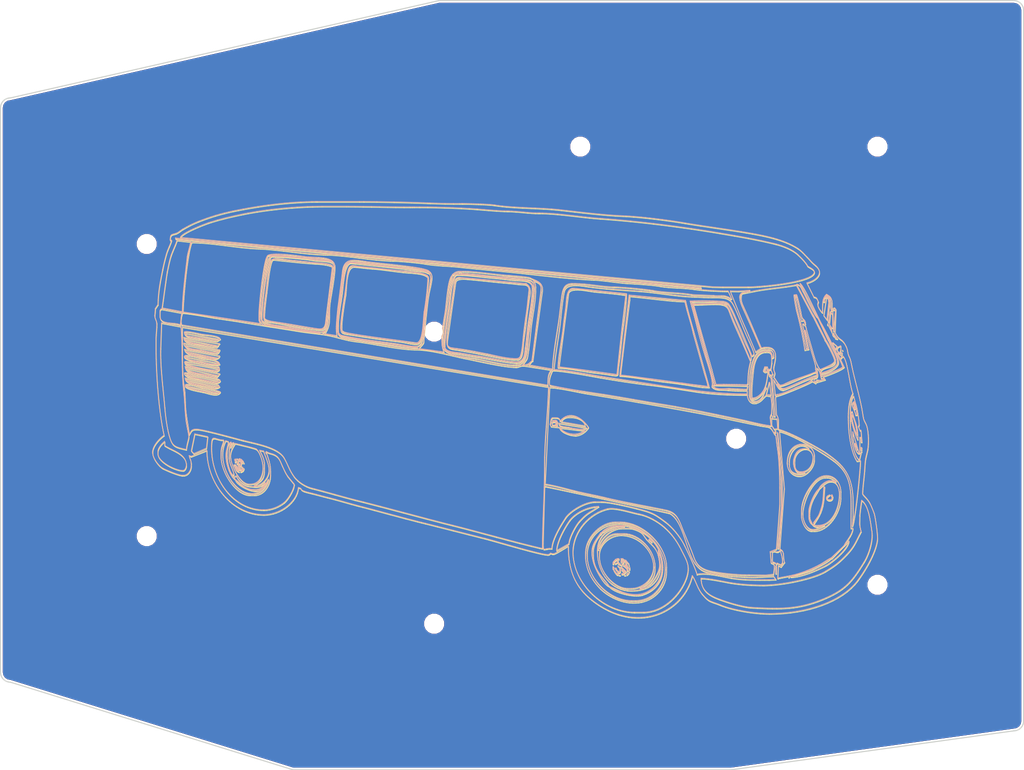
<source format=kicad_pcb>
(kicad_pcb (version 20171130) (host pcbnew 5.1.9+dfsg1-1~bpo10+1)
  (title_block (title "Splitty back plate") (date 2018-05-01) (rev 1) (comment 3 "License: MIT") (comment 4 "Copyright © 2018 Nicolas Schodet"))
  (layers (0 F.Cu signal) (31 B.Cu signal) (34 B.Paste user) (35 F.Paste user) (36 B.SilkS user) (37 F.SilkS user) (38 B.Mask user) (39 F.Mask user) (44 Edge.Cuts user))
  (net 0 "")
  (net 1 GND)
  (module SMD_Packages:1Pin (layer B.Cu) (at 166.37 76.835)
    (fp_text reference REF** hide)
    (fp_text value 1Pin)
    (pad 1 smd rect (at 0 0) (size 2 2) (layers B.Cu) (net 1 GND))
  )
  (module SMD_Packages:1Pin (layer F.Cu) (at 163.83 76.835)
    (fp_text reference REF** hide)
    (fp_text value 1Pin)
    (pad 1 smd rect (at 0 0) (size 2 2) (layers F.Cu) (net 1 GND))
  )
  (module MountingHole:MountingHole_2.2mm_M2 (layer F.Cu) (at 66.675 98.425)
    (fp_text reference MK1 hide)
    (fp_text value Mounting_Hole)
    (pad 1 np_thru_hole circle (at 0 0) (size 2.2 2.2) (drill 2.2) (layers *.Cu *.Mask))
  )
  (module MountingHole:MountingHole_2.2mm_M2 (layer F.Cu) (at 161.925 104.775)
    (fp_text reference MK2 hide)
    (fp_text value Mounting_Hole)
    (pad 1 np_thru_hole circle (at 0 0) (size 2.2 2.2) (drill 2.2) (layers *.Cu *.Mask))
  )
  (module MountingHole:MountingHole_2.2mm_M2 (layer F.Cu) (at 161.925 47.625)
    (fp_text reference MK3 hide)
    (fp_text value Mounting_Hole)
    (pad 1 np_thru_hole circle (at 0 0) (size 2.2 2.2) (drill 2.2) (layers *.Cu *.Mask))
  )
  (module MountingHole:MountingHole_2.2mm_M2 (layer F.Cu) (at 66.675 60.325)
    (fp_text reference MK4 hide)
    (fp_text value Mounting_Hole)
    (pad 1 np_thru_hole circle (at 0 0) (size 2.2 2.2) (drill 2.2) (layers *.Cu *.Mask))
  )
  (module MountingHole:MountingHole_2.2mm_M2 (layer F.Cu) (at 104.14 109.855)
    (fp_text reference MK5 hide)
    (fp_text value Mounting_Hole)
    (pad 1 np_thru_hole circle (at 0 0) (size 2.2 2.2) (drill 2.2) (layers *.Cu *.Mask))
  )
  (module MountingHole:MountingHole_2.2mm_M2 (layer F.Cu) (at 123.19 47.625)
    (fp_text reference MK6 hide)
    (fp_text value Mounting_Hole)
    (pad 1 np_thru_hole circle (at 0 0) (size 2.2 2.2) (drill 2.2) (layers *.Cu *.Mask))
  )
  (module MountingHole:MountingHole_2.2mm_M2 (layer F.Cu) (at 104.14 71.755)
    (fp_text reference MK7 hide)
    (fp_text value Mounting_Hole)
    (pad 1 np_thru_hole circle (at 0 0) (size 2.2 2.2) (drill 2.2) (layers *.Cu *.Mask))
  )
  (module MountingHole:MountingHole_2.2mm_M2 (layer F.Cu) (at 143.51 85.725)
    (fp_text reference MK8 hide)
    (fp_text value Mounting_Hole)
    (pad 1 np_thru_hole circle (at 0 0) (size 2.2 2.2) (drill 2.2) (layers *.Cu *.Mask))
  )
  (gr_line (start 68.13855 68.2106) (end 68.13855 68.2106) (layer B.SilkS) (width 0.1))
  (gr_line (start 68.13893 68.2102) (end 68.13855 68.2106) (layer B.SilkS) (width 0.1))
  (gr_line (start 68.13893 68.2103) (end 68.13893 68.2102) (layer B.SilkS) (width 0.1))
  (gr_line (start 67.785358 68.7406) (end 68.13893 68.2103) (layer B.SilkS) (width 0.1))
  (gr_line (start 67.785358 68.7734) (end 67.785358 68.7406) (layer B.SilkS) (width 0.1))
  (gr_line (start 67.782319 68.8718) (end 67.785358 68.7734) (layer B.SilkS) (width 0.1))
  (gr_line (start 67.774399 69.0122) (end 67.782319 68.8718) (layer B.SilkS) (width 0.1))
  (gr_line (start 67.763278 69.1557) (end 67.774399 69.0122) (layer B.SilkS) (width 0.1))
  (gr_line (start 67.75069 69.2958) (end 67.763278 69.1557) (layer B.SilkS) (width 0.1))
  (gr_line (start 67.738321 69.4268) (end 67.75069 69.2958) (layer B.SilkS) (width 0.1))
  (gr_line (start 67.727904 69.5424) (end 67.738321 69.4268) (layer B.SilkS) (width 0.1))
  (gr_line (start 67.721122 69.6364) (end 67.727904 69.5424) (layer B.SilkS) (width 0.1))
  (gr_line (start 67.719169 69.686) (end 67.721122 69.6364) (layer B.SilkS) (width 0.1))
  (gr_line (start 67.719765 69.7027) (end 67.719169 69.686) (layer B.SilkS) (width 0.1))
  (gr_line (start 67.720797 69.7313) (end 67.719765 69.7027) (layer B.SilkS) (width 0.1))
  (gr_line (start 67.732515 69.817) (end 67.720797 69.7313) (layer B.SilkS) (width 0.1))
  (gr_line (start 67.759154 69.9257) (end 67.732515 69.817) (layer B.SilkS) (width 0.1))
  (gr_line (start 67.795396 70.0313) (end 67.759154 69.9257) (layer B.SilkS) (width 0.1))
  (gr_line (start 67.836736 70.136) (end 67.795396 70.0313) (layer B.SilkS) (width 0.1))
  (gr_line (start 67.87878 70.2422) (end 67.836736 70.136) (layer B.SilkS) (width 0.1))
  (gr_line (start 67.91709 70.3524) (end 67.87878 70.2422) (layer B.SilkS) (width 0.1))
  (gr_line (start 67.94731 70.4688) (end 67.91709 70.3524) (layer B.SilkS) (width 0.1))
  (gr_line (start 67.9626 70.5625) (end 67.94731 70.4688) (layer B.SilkS) (width 0.1))
  (gr_line (start 67.96505 70.5939) (end 67.9626 70.5625) (layer B.SilkS) (width 0.1))
  (gr_line (start 67.97438 70.7163) (end 67.96505 70.5939) (layer B.SilkS) (width 0.1))
  (gr_line (start 67.97123 71.0863) (end 67.97438 70.7163) (layer B.SilkS) (width 0.1))
  (gr_line (start 67.93759 71.6083) (end 67.97123 71.0863) (layer B.SilkS) (width 0.1))
  (gr_line (start 67.89479 72.154) (end 67.93759 71.6083) (layer B.SilkS) (width 0.1))
  (gr_line (start 67.87374 72.577) (end 67.89479 72.154) (layer B.SilkS) (width 0.1))
  (gr_line (start 67.87374 72.7179) (end 67.87374 72.577) (layer B.SilkS) (width 0.1))
  (gr_line (start 67.87374 73.867) (end 67.87374 72.7179) (layer B.SilkS) (width 0.1))
  (gr_line (start 67.87374 74.0374) (end 67.87374 73.867) (layer B.SilkS) (width 0.1))
  (gr_line (start 67.87813 74.5489) (end 67.87374 74.0374) (layer B.SilkS) (width 0.1))
  (gr_line (start 67.89142 75.2582) (end 67.87813 74.5489) (layer B.SilkS) (width 0.1))
  (gr_line (start 67.91334 75.9896) (end 67.89142 75.2582) (layer B.SilkS) (width 0.1))
  (gr_line (start 67.94383 76.7384) (end 67.91334 75.9896) (layer B.SilkS) (width 0.1))
  (gr_line (start 67.98279 77.4995) (end 67.94383 76.7384) (layer B.SilkS) (width 0.1))
  (gr_line (start 68.03004 78.2678) (end 67.98279 77.4995) (layer B.SilkS) (width 0.1))
  (gr_line (start 68.08549 79.0386) (end 68.03004 78.2678) (layer B.SilkS) (width 0.1))
  (gr_line (start 68.14907 79.807) (end 68.08549 79.0386) (layer B.SilkS) (width 0.1))
  (gr_line (start 68.22058 80.5678) (end 68.14907 79.807) (layer B.SilkS) (width 0.1))
  (gr_line (start 68.3 81.3161) (end 68.22058 80.5678) (layer B.SilkS) (width 0.1))
  (gr_line (start 68.38709 82.0472) (end 68.3 81.3161) (layer B.SilkS) (width 0.1))
  (gr_line (start 68.48181 82.756) (end 68.38709 82.0472) (layer B.SilkS) (width 0.1))
  (gr_line (start 68.58403 83.4374) (end 68.48181 82.756) (layer B.SilkS) (width 0.1))
  (gr_line (start 68.69356 84.0865) (end 68.58403 83.4374) (layer B.SilkS) (width 0.1))
  (gr_line (start 68.81042 84.6986) (end 68.69356 84.0865) (layer B.SilkS) (width 0.1))
  (gr_line (start 68.90129 85.1264) (end 68.81042 84.6986) (layer B.SilkS) (width 0.1))
  (gr_line (start 68.93439 85.2685) (end 68.90129 85.1264) (layer B.SilkS) (width 0.1))
  (gr_line (start 68.90699 85.2868) (end 68.93439 85.2685) (layer B.SilkS) (width 0.1))
  (gr_line (start 68.8267 85.3446) (end 68.90699 85.2868) (layer B.SilkS) (width 0.1))
  (gr_line (start 68.71157 85.434) (end 68.8267 85.3446) (layer B.SilkS) (width 0.1))
  (gr_line (start 68.59107 85.5354) (end 68.71157 85.434) (layer B.SilkS) (width 0.1))
  (gr_line (start 68.46711 85.6481) (end 68.59107 85.5354) (layer B.SilkS) (width 0.1))
  (gr_line (start 68.34167 85.7707) (end 68.46711 85.6481) (layer B.SilkS) (width 0.1))
  (gr_line (start 68.21678 85.9022) (end 68.34167 85.7707) (layer B.SilkS) (width 0.1))
  (gr_line (start 68.09439 86.0417) (end 68.21678 85.9022) (layer B.SilkS) (width 0.1))
  (gr_line (start 67.97644 86.1881) (end 68.09439 86.0417) (layer B.SilkS) (width 0.1))
  (gr_line (start 67.86495 86.3403) (end 67.97644 86.1881) (layer B.SilkS) (width 0.1))
  (gr_line (start 67.761921 86.4971) (end 67.86495 86.3403) (layer B.SilkS) (width 0.1))
  (gr_line (start 67.66931 86.6577) (end 67.761921 86.4971) (layer B.SilkS) (width 0.1))
  (gr_line (start 67.589124 86.8207) (end 67.66931 86.6577) (layer B.SilkS) (width 0.1))
  (gr_line (start 67.52326 86.9854) (end 67.589124 86.8207) (layer B.SilkS) (width 0.1))
  (gr_line (start 67.473781 87.1506) (end 67.52326 86.9854) (layer B.SilkS) (width 0.1))
  (gr_line (start 67.442639 87.3152) (end 67.473781 87.1506) (layer B.SilkS) (width 0.1))
  (gr_line (start 67.431843 87.4374) (end 67.442639 87.3152) (layer B.SilkS) (width 0.1))
  (gr_line (start 67.431843 87.4781) (end 67.431843 87.4374) (layer B.SilkS) (width 0.1))
  (gr_line (start 67.431843 87.5142) (end 67.431843 87.4781) (layer B.SilkS) (width 0.1))
  (gr_line (start 67.441174 87.6225) (end 67.431843 87.5142) (layer B.SilkS) (width 0.1))
  (gr_line (start 67.468193 87.7728) (end 67.441174 87.6225) (layer B.SilkS) (width 0.1))
  (gr_line (start 67.511161 87.927) (end 67.468193 87.7728) (layer B.SilkS) (width 0.1))
  (gr_line (start 67.568561 88.0838) (end 67.511161 87.927) (layer B.SilkS) (width 0.1))
  (gr_line (start 67.638657 88.2414) (end 67.568561 88.0838) (layer B.SilkS) (width 0.1))
  (gr_line (start 67.719929 88.3984) (end 67.638657 88.2414) (layer B.SilkS) (width 0.1))
  (gr_line (start 67.81064 88.5528) (end 67.719929 88.3984) (layer B.SilkS) (width 0.1))
  (gr_line (start 67.90922 88.7033) (end 67.81064 88.5528) (layer B.SilkS) (width 0.1))
  (gr_line (start 68.01404 88.8483) (end 67.90922 88.7033) (layer B.SilkS) (width 0.1))
  (gr_line (start 68.12347 88.9861) (end 68.01404 88.8483) (layer B.SilkS) (width 0.1))
  (gr_line (start 68.23582 89.1152) (end 68.12347 88.9861) (layer B.SilkS) (width 0.1))
  (gr_line (start 68.34954 89.2338) (end 68.23582 89.1152) (layer B.SilkS) (width 0.1))
  (gr_line (start 68.46299 89.3403) (end 68.34954 89.2338) (layer B.SilkS) (width 0.1))
  (gr_line (start 68.57448 89.4332) (end 68.46299 89.3403) (layer B.SilkS) (width 0.1))
  (gr_line (start 68.68243 89.5109) (end 68.57448 89.4332) (layer B.SilkS) (width 0.1))
  (gr_line (start 68.75878 89.5579) (end 68.68243 89.5109) (layer B.SilkS) (width 0.1))
  (gr_line (start 68.78525 89.5717) (end 68.75878 89.5579) (layer B.SilkS) (width 0.1))
  (gr_line (start 68.80868 89.5838) (end 68.78525 89.5717) (layer B.SilkS) (width 0.1))
  (gr_line (start 68.87966 89.6192) (end 68.80868 89.5838) (layer B.SilkS) (width 0.1))
  (gr_line (start 68.99754 89.6759) (end 68.87966 89.6192) (layer B.SilkS) (width 0.1))
  (gr_line (start 69.13556 89.7399) (end 68.99754 89.6759) (layer B.SilkS) (width 0.1))
  (gr_line (start 69.29067 89.8096) (end 69.13556 89.7399) (layer B.SilkS) (width 0.1))
  (gr_line (start 69.45961 89.8833) (end 69.29067 89.8096) (layer B.SilkS) (width 0.1))
  (gr_line (start 69.6392 89.9596) (end 69.45961 89.8833) (layer B.SilkS) (width 0.1))
  (gr_line (start 69.82627 90.0364) (end 69.6392 89.9596) (layer B.SilkS) (width 0.1))
  (gr_line (start 70.01761 90.1124) (end 69.82627 90.0364) (layer B.SilkS) (width 0.1))
  (gr_line (start 70.21006 90.1856) (end 70.01761 90.1124) (layer B.SilkS) (width 0.1))
  (gr_line (start 70.40043 90.2545) (end 70.21006 90.1856) (layer B.SilkS) (width 0.1))
  (gr_line (start 70.58554 90.3174) (end 70.40043 90.2545) (layer B.SilkS) (width 0.1))
  (gr_line (start 70.7622 90.3725) (end 70.58554 90.3174) (layer B.SilkS) (width 0.1))
  (gr_line (start 70.92723 90.4185) (end 70.7622 90.3725) (layer B.SilkS) (width 0.1))
  (gr_line (start 71.07746 90.4533) (end 70.92723 90.4185) (layer B.SilkS) (width 0.1))
  (gr_line (start 71.20973 90.4754) (end 71.07746 90.4533) (layer B.SilkS) (width 0.1))
  (gr_line (start 71.293 90.4832) (end 71.20973 90.4754) (layer B.SilkS) (width 0.1))
  (gr_line (start 71.32078 90.4832) (end 71.293 90.4832) (layer B.SilkS) (width 0.1))
  (gr_line (start 71.49754 90.4832) (end 71.32078 90.4832) (layer B.SilkS) (width 0.1))
  (gr_line (start 71.54854 90.4832) (end 71.49754 90.4832) (layer B.SilkS) (width 0.1))
  (gr_line (start 71.70164 90.4538) (end 71.54854 90.4832) (layer B.SilkS) (width 0.1))
  (gr_line (start 71.88795 90.3714) (end 71.70164 90.4538) (layer B.SilkS) (width 0.1))
  (gr_line (start 72.05359 90.2446) (end 71.88795 90.3714) (layer B.SilkS) (width 0.1))
  (gr_line (start 72.19568 90.082) (end 72.05359 90.2446) (layer B.SilkS) (width 0.1))
  (gr_line (start 72.31118 89.8921) (end 72.19568 90.082) (layer B.SilkS) (width 0.1))
  (gr_line (start 72.39734 89.6838) (end 72.31118 89.8921) (layer B.SilkS) (width 0.1))
  (gr_line (start 72.45116 89.4654) (end 72.39734 89.6838) (layer B.SilkS) (width 0.1))
  (gr_line (start 72.46977 89.3007) (end 72.45116 89.4654) (layer B.SilkS) (width 0.1))
  (gr_line (start 72.46977 89.2457) (end 72.46977 89.3007) (layer B.SilkS) (width 0.1))
  (gr_line (start 72.46977 88.9806) (end 72.46977 89.2457) (layer B.SilkS) (width 0.1))
  (gr_line (start 72.46977 88.9428) (end 72.46977 88.9806) (layer B.SilkS) (width 0.1))
  (gr_line (start 72.46191 88.8293) (end 72.46977 88.9428) (layer B.SilkS) (width 0.1))
  (gr_line (start 72.44052 88.6897) (end 72.46191 88.8293) (layer B.SilkS) (width 0.1))
  (gr_line (start 72.40878 88.5584) (end 72.44052 88.6897) (layer B.SilkS) (width 0.1))
  (gr_line (start 72.36984 88.4324) (end 72.40878 88.5584) (layer B.SilkS) (width 0.1))
  (gr_line (start 72.32675 88.3086) (end 72.36984 88.4324) (layer B.SilkS) (width 0.1))
  (gr_line (start 72.28275 88.184) (end 72.32675 88.3086) (layer B.SilkS) (width 0.1))
  (gr_line (start 72.24098 88.0556) (end 72.28275 88.184) (layer B.SilkS) (width 0.1))
  (gr_line (start 72.21254 87.954) (end 72.24098 88.0556) (layer B.SilkS) (width 0.1))
  (gr_line (start 72.20463 87.92) (end 72.21254 87.954) (layer B.SilkS) (width 0.1))
  (gr_line (start 72.22524 87.9254) (end 72.20463 87.92) (layer B.SilkS) (width 0.1))
  (gr_line (start 72.28634 87.9454) (end 72.22524 87.9254) (layer B.SilkS) (width 0.1))
  (gr_line (start 72.36696 87.9745) (end 72.28634 87.9454) (layer B.SilkS) (width 0.1))
  (gr_line (start 72.43266 87.9983) (end 72.36696 87.9745) (layer B.SilkS) (width 0.1))
  (gr_line (start 72.46049 88.0083) (end 72.43266 87.9983) (layer B.SilkS) (width 0.1))
  (gr_line (start 72.46977 88.0083) (end 72.46049 88.0083) (layer B.SilkS) (width 0.1))
  (gr_line (start 72.47763 88.0083) (end 72.46977 88.0083) (layer B.SilkS) (width 0.1))
  (gr_line (start 72.50139 88.0003) (end 72.47763 88.0083) (layer B.SilkS) (width 0.1))
  (gr_line (start 72.56889 87.9774) (end 72.50139 88.0003) (layer B.SilkS) (width 0.1))
  (gr_line (start 72.66731 87.9417) (end 72.56889 87.9774) (layer B.SilkS) (width 0.1))
  (gr_line (start 72.7916 87.895) (end 72.66731 87.9417) (layer B.SilkS) (width 0.1))
  (gr_line (start 72.93689 87.8396) (end 72.7916 87.895) (layer B.SilkS) (width 0.1))
  (gr_line (start 73.09818 87.7774) (end 72.93689 87.8396) (layer B.SilkS) (width 0.1))
  (gr_line (start 73.27054 87.7102) (end 73.09818 87.7774) (layer B.SilkS) (width 0.1))
  (gr_line (start 73.44904 87.64) (end 73.27054 87.7102) (layer B.SilkS) (width 0.1))
  (gr_line (start 73.62867 87.569) (end 73.44904 87.64) (layer B.SilkS) (width 0.1))
  (gr_line (start 73.80452 87.499) (end 73.62867 87.569) (layer B.SilkS) (width 0.1))
  (gr_line (start 73.97161 87.4322) (end 73.80452 87.499) (layer B.SilkS) (width 0.1))
  (gr_line (start 74.12504 87.3703) (end 73.97161 87.4322) (layer B.SilkS) (width 0.1))
  (gr_line (start 74.25981 87.3154) (end 74.12504 87.3703) (layer B.SilkS) (width 0.1))
  (gr_line (start 74.37092 87.2696) (end 74.25981 87.3154) (layer B.SilkS) (width 0.1))
  (gr_line (start 74.45354 87.2347) (end 74.37092 87.2696) (layer B.SilkS) (width 0.1))
  (gr_line (start 74.49054 87.2188) (end 74.45354 87.2347) (layer B.SilkS) (width 0.1))
  (gr_line (start 74.50264 87.2129) (end 74.49054 87.2188) (layer B.SilkS) (width 0.1))
  (gr_line (start 74.50264 87.3115) (end 74.50264 87.2129) (layer B.SilkS) (width 0.1))
  (gr_line (start 74.51203 87.6072) (end 74.50264 87.3115) (layer B.SilkS) (width 0.1))
  (gr_line (start 74.54003 88.0006) (end 74.51203 87.6072) (layer B.SilkS) (width 0.1))
  (gr_line (start 74.58614 88.3924) (end 74.54003 88.0006) (layer B.SilkS) (width 0.1))
  (gr_line (start 74.65004 88.7817) (end 74.58614 88.3924) (layer B.SilkS) (width 0.1))
  (gr_line (start 74.73121 89.1679) (end 74.65004 88.7817) (layer B.SilkS) (width 0.1))
  (gr_line (start 74.82925 89.5502) (end 74.73121 89.1679) (layer B.SilkS) (width 0.1))
  (gr_line (start 74.94378 89.9278) (end 74.82925 89.5502) (layer B.SilkS) (width 0.1))
  (gr_line (start 75.07431 90.2999) (end 74.94378 89.9278) (layer B.SilkS) (width 0.1))
  (gr_line (start 75.22053 90.6659) (end 75.07431 90.2999) (layer B.SilkS) (width 0.1))
  (gr_line (start 75.38188 91.0247) (end 75.22053 90.6659) (layer B.SilkS) (width 0.1))
  (gr_line (start 75.55803 91.376) (end 75.38188 91.0247) (layer B.SilkS) (width 0.1))
  (gr_line (start 75.74857 91.7188) (end 75.55803 91.376) (layer B.SilkS) (width 0.1))
  (gr_line (start 75.95306 92.0521) (end 75.74857 91.7188) (layer B.SilkS) (width 0.1))
  (gr_line (start 76.17099 92.3754) (end 75.95306 92.0521) (layer B.SilkS) (width 0.1))
  (gr_line (start 76.40211 92.6881) (end 76.17099 92.3754) (layer B.SilkS) (width 0.1))
  (gr_line (start 76.64588 92.989) (end 76.40211 92.6881) (layer B.SilkS) (width 0.1))
  (gr_line (start 76.9019 93.2778) (end 76.64588 92.989) (layer B.SilkS) (width 0.1))
  (gr_line (start 77.1697 93.5533) (end 76.9019 93.2778) (layer B.SilkS) (width 0.1))
  (gr_line (start 77.449 93.8152) (end 77.1697 93.5533) (layer B.SilkS) (width 0.1))
  (gr_line (start 77.7393 94.0622) (end 77.449 93.8152) (layer B.SilkS) (width 0.1))
  (gr_line (start 78.0401 94.294) (end 77.7393 94.0622) (layer B.SilkS) (width 0.1))
  (gr_line (start 78.3511 94.5096) (end 78.0401 94.294) (layer B.SilkS) (width 0.1))
  (gr_line (start 78.6719 94.7083) (end 78.3511 94.5096) (layer B.SilkS) (width 0.1))
  (gr_line (start 79.0019 94.8893) (end 78.6719 94.7083) (layer B.SilkS) (width 0.1))
  (gr_line (start 79.3408 95.052) (end 79.0019 94.8893) (layer B.SilkS) (width 0.1))
  (gr_line (start 79.6882 95.1953) (end 79.3408 95.052) (layer B.SilkS) (width 0.1))
  (gr_line (start 80.0437 95.3186) (end 79.6882 95.1953) (layer B.SilkS) (width 0.1))
  (gr_line (start 80.4068 95.4214) (end 80.0437 95.3186) (layer B.SilkS) (width 0.1))
  (gr_line (start 80.777 95.5027) (end 80.4068 95.4214) (layer B.SilkS) (width 0.1))
  (gr_line (start 81.1541 95.5615) (end 80.777 95.5027) (layer B.SilkS) (width 0.1))
  (gr_line (start 81.5376 95.5975) (end 81.1541 95.5615) (layer B.SilkS) (width 0.1))
  (gr_line (start 81.8297 95.6096) (end 81.5376 95.5975) (layer B.SilkS) (width 0.1))
  (gr_line (start 81.927 95.6096) (end 81.8297 95.6096) (layer B.SilkS) (width 0.1))
  (gr_line (start 82.0291 95.6096) (end 81.927 95.6096) (layer B.SilkS) (width 0.1))
  (gr_line (start 82.3355 95.5904) (end 82.0291 95.6096) (layer B.SilkS) (width 0.1))
  (gr_line (start 82.7408 95.5345) (end 82.3355 95.5904) (layer B.SilkS) (width 0.1))
  (gr_line (start 83.1398 95.4435) (end 82.7408 95.5345) (layer B.SilkS) (width 0.1))
  (gr_line (start 83.5298 95.3202) (end 83.1398 95.4435) (layer B.SilkS) (width 0.1))
  (gr_line (start 83.9079 95.1661) (end 83.5298 95.3202) (layer B.SilkS) (width 0.1))
  (gr_line (start 84.2711 94.9839) (end 83.9079 95.1661) (layer B.SilkS) (width 0.1))
  (gr_line (start 84.6162 94.7754) (end 84.2711 94.9839) (layer B.SilkS) (width 0.1))
  (gr_line (start 84.9407 94.5429) (end 84.6162 94.7754) (layer B.SilkS) (width 0.1))
  (gr_line (start 85.2414 94.2885) (end 84.9407 94.5429) (layer B.SilkS) (width 0.1))
  (gr_line (start 85.5152 94.0143) (end 85.2414 94.2885) (layer B.SilkS) (width 0.1))
  (gr_line (start 85.7597 93.7225) (end 85.5152 94.0143) (layer B.SilkS) (width 0.1))
  (gr_line (start 85.9715 93.4153) (end 85.7597 93.7225) (layer B.SilkS) (width 0.1))
  (gr_line (start 86.1479 93.0947) (end 85.9715 93.4153) (layer B.SilkS) (width 0.1))
  (gr_line (start 86.2858 92.7629) (end 86.1479 93.0947) (layer B.SilkS) (width 0.1))
  (gr_line (start 86.3823 92.422) (end 86.2858 92.7629) (layer B.SilkS) (width 0.1))
  (gr_line (start 86.4273 92.1617) (end 86.3823 92.422) (layer B.SilkS) (width 0.1))
  (gr_line (start 86.4345 92.0743) (end 86.4273 92.1617) (layer B.SilkS) (width 0.1))
  (gr_line (start 86.4807 92.085) (end 86.4345 92.0743) (layer B.SilkS) (width 0.1))
  (gr_line (start 86.6165 92.1265) (end 86.4807 92.085) (layer B.SilkS) (width 0.1))
  (gr_line (start 86.7227 92.1782) (end 86.6165 92.1265) (layer B.SilkS) (width 0.1))
  (gr_line (start 86.7788 92.2306) (end 86.7227 92.1782) (layer B.SilkS) (width 0.1))
  (gr_line (start 86.8101 92.2852) (end 86.7788 92.2306) (layer B.SilkS) (width 0.1))
  (gr_line (start 86.8418 92.3432) (end 86.8101 92.2852) (layer B.SilkS) (width 0.1))
  (gr_line (start 86.8993 92.4064) (end 86.8418 92.3432) (layer B.SilkS) (width 0.1))
  (gr_line (start 87.0079 92.4758) (end 86.8993 92.4064) (layer B.SilkS) (width 0.1))
  (gr_line (start 87.1457 92.5367) (end 87.0079 92.4758) (layer B.SilkS) (width 0.1))
  (gr_line (start 87.193 92.5533) (end 87.1457 92.5367) (layer B.SilkS) (width 0.1))
  (gr_line (start 87.2573 92.5761) (end 87.193 92.5533) (layer B.SilkS) (width 0.1))
  (gr_line (start 87.453 92.6371) (end 87.2573 92.5761) (layer B.SilkS) (width 0.1))
  (gr_line (start 87.7051 92.7052) (end 87.453 92.6371) (layer B.SilkS) (width 0.1))
  (gr_line (start 87.9622 92.7677) (end 87.7051 92.7052) (layer B.SilkS) (width 0.1))
  (gr_line (start 88.169 92.8172) (end 87.9622 92.7677) (layer B.SilkS) (width 0.1))
  (gr_line (start 88.2377 92.8345) (end 88.169 92.8172) (layer B.SilkS) (width 0.1))
  (gr_line (start 88.3695 92.8674) (end 88.2377 92.8345) (layer B.SilkS) (width 0.1))
  (gr_line (start 88.7641 92.97) (end 88.3695 92.8674) (layer B.SilkS) (width 0.1))
  (gr_line (start 89.2609 93.1025) (end 88.7641 92.97) (layer B.SilkS) (width 0.1))
  (gr_line (start 89.7543 93.2335) (end 89.2609 93.1025) (layer B.SilkS) (width 0.1))
  (gr_line (start 90.1412 93.3328) (end 89.7543 93.2335) (layer B.SilkS) (width 0.1))
  (gr_line (start 90.2707 93.3645) (end 90.1412 93.3328) (layer B.SilkS) (width 0.1))
  (gr_line (start 90.5269 93.4272) (end 90.2707 93.3645) (layer B.SilkS) (width 0.1))
  (gr_line (start 91.2925 93.6293) (end 90.5269 93.4272) (layer B.SilkS) (width 0.1))
  (gr_line (start 92.2961 93.9084) (end 91.2925 93.6293) (layer B.SilkS) (width 0.1))
  (gr_line (start 93.295 94.1892) (end 92.2961 93.9084) (layer B.SilkS) (width 0.1))
  (gr_line (start 94.0495 94.3946) (end 93.295 94.1892) (layer B.SilkS) (width 0.1))
  (gr_line (start 94.302 94.4595) (end 94.0495 94.3946) (layer B.SilkS) (width 0.1))
  (gr_line (start 94.8108 94.5902) (end 94.302 94.4595) (layer B.SilkS) (width 0.1))
  (gr_line (start 96.3343 94.9938) (end 94.8108 94.5902) (layer B.SilkS) (width 0.1))
  (gr_line (start 98.3725 95.5427) (end 96.3343 94.9938) (layer B.SilkS) (width 0.1))
  (gr_line (start 100.4212 96.0895) (end 98.3725 95.5427) (layer B.SilkS) (width 0.1))
  (gr_line (start 101.968 96.4896) (end 100.4212 96.0895) (layer B.SilkS) (width 0.1))
  (gr_line (start 102.4851 96.6175) (end 101.968 96.4896) (layer B.SilkS) (width 0.1))
  (gr_line (start 103.0039 96.746) (end 102.4851 96.6175) (layer B.SilkS) (width 0.1))
  (gr_line (start 104.559 97.1365) (end 103.0039 96.746) (layer B.SilkS) (width 0.1))
  (gr_line (start 106.6189 97.6593) (end 104.559 97.1365) (layer B.SilkS) (width 0.1))
  (gr_line (start 108.6757 98.1826) (end 106.6189 97.6593) (layer B.SilkS) (width 0.1))
  (gr_line (start 110.2238 98.5741) (end 108.6757 98.1826) (layer B.SilkS) (width 0.1))
  (gr_line (start 110.7404 98.7032) (end 110.2238 98.5741) (layer B.SilkS) (width 0.1))
  (gr_line (start 110.777 98.7124) (end 110.7404 98.7032) (layer B.SilkS) (width 0.1))
  (gr_line (start 110.8869 98.7407) (end 110.777 98.7124) (layer B.SilkS) (width 0.1))
  (gr_line (start 111.0573 98.7859) (end 110.8869 98.7407) (layer B.SilkS) (width 0.1))
  (gr_line (start 111.25 98.8382) (end 111.0573 98.7859) (layer B.SilkS) (width 0.1))
  (gr_line (start 111.4633 98.8969) (end 111.25 98.8382) (layer B.SilkS) (width 0.1))
  (gr_line (start 111.6955 98.9616) (end 111.4633 98.8969) (layer B.SilkS) (width 0.1))
  (gr_line (start 111.9448 99.0316) (end 111.6955 98.9616) (layer B.SilkS) (width 0.1))
  (gr_line (start 112.2097 99.1064) (end 111.9448 99.0316) (layer B.SilkS) (width 0.1))
  (gr_line (start 112.4884 99.1854) (end 112.2097 99.1064) (layer B.SilkS) (width 0.1))
  (gr_line (start 112.7794 99.2679) (end 112.4884 99.1854) (layer B.SilkS) (width 0.1))
  (gr_line (start 113.0808 99.3535) (end 112.7794 99.2679) (layer B.SilkS) (width 0.1))
  (gr_line (start 113.3909 99.4415) (end 113.0808 99.3535) (layer B.SilkS) (width 0.1))
  (gr_line (start 113.7083 99.5314) (end 113.3909 99.4415) (layer B.SilkS) (width 0.1))
  (gr_line (start 114.0311 99.6225) (end 113.7083 99.5314) (layer B.SilkS) (width 0.1))
  (gr_line (start 114.3576 99.7144) (end 114.0311 99.6225) (layer B.SilkS) (width 0.1))
  (gr_line (start 114.6861 99.8063) (end 114.3576 99.7144) (layer B.SilkS) (width 0.1))
  (gr_line (start 115.0151 99.8978) (end 114.6861 99.8063) (layer B.SilkS) (width 0.1))
  (gr_line (start 115.3429 99.9882) (end 115.0151 99.8978) (layer B.SilkS) (width 0.1))
  (gr_line (start 115.6675 100.077) (end 115.3429 99.9882) (layer B.SilkS) (width 0.1))
  (gr_line (start 115.9876 100.1636) (end 115.6675 100.077) (layer B.SilkS) (width 0.1))
  (gr_line (start 116.3013 100.2475) (end 115.9876 100.1636) (layer B.SilkS) (width 0.1))
  (gr_line (start 116.607 100.3279) (end 116.3013 100.2475) (layer B.SilkS) (width 0.1))
  (gr_line (start 116.9032 100.4044) (end 116.607 100.3279) (layer B.SilkS) (width 0.1))
  (gr_line (start 117.1877 100.4763) (end 116.9032 100.4044) (layer B.SilkS) (width 0.1))
  (gr_line (start 117.4594 100.5432) (end 117.1877 100.4763) (layer B.SilkS) (width 0.1))
  (gr_line (start 117.7162 100.6044) (end 117.4594 100.5432) (layer B.SilkS) (width 0.1))
  (gr_line (start 117.9566 100.6593) (end 117.7162 100.6044) (layer B.SilkS) (width 0.1))
  (gr_line (start 118.179 100.7073) (end 117.9566 100.6593) (layer B.SilkS) (width 0.1))
  (gr_line (start 118.3815 100.7479) (end 118.179 100.7073) (layer B.SilkS) (width 0.1))
  (gr_line (start 118.5626 100.7805) (end 118.3815 100.7479) (layer B.SilkS) (width 0.1))
  (gr_line (start 118.7205 100.8045) (end 118.5626 100.7805) (layer B.SilkS) (width 0.1))
  (gr_line (start 118.8536 100.8193) (end 118.7205 100.8045) (layer B.SilkS) (width 0.1))
  (gr_line (start 118.9334 100.8244) (end 118.8536 100.8193) (layer B.SilkS) (width 0.1))
  (gr_line (start 118.9601 100.8244) (end 118.9334 100.8244) (layer B.SilkS) (width 0.1))
  (gr_line (start 118.9893 100.8244) (end 118.9601 100.8244) (layer B.SilkS) (width 0.1))
  (gr_line (start 119.0765 100.8118) (end 118.9893 100.8244) (layer B.SilkS) (width 0.1))
  (gr_line (start 119.1513 100.7761) (end 119.0765 100.8118) (layer B.SilkS) (width 0.1))
  (gr_line (start 119.219 100.7203) (end 119.1513 100.7761) (layer B.SilkS) (width 0.1))
  (gr_line (start 119.289 100.6642) (end 119.219 100.7203) (layer B.SilkS) (width 0.1))
  (gr_line (start 119.3137 100.6477) (end 119.289 100.6642) (layer B.SilkS) (width 0.1))
  (gr_line (start 119.3326 100.6522) (end 119.3137 100.6477) (layer B.SilkS) (width 0.1))
  (gr_line (start 119.3893 100.6678) (end 119.3326 100.6522) (layer B.SilkS) (width 0.1))
  (gr_line (start 119.4426 100.6854) (end 119.3893 100.6678) (layer B.SilkS) (width 0.1))
  (gr_line (start 119.4804 100.7005) (end 119.4426 100.6854) (layer B.SilkS) (width 0.1))
  (gr_line (start 119.5093 100.7131) (end 119.4804 100.7005) (layer B.SilkS) (width 0.1))
  (gr_line (start 119.5357 100.723) (end 119.5093 100.7131) (layer B.SilkS) (width 0.1))
  (gr_line (start 119.5664 100.7302) (end 119.5357 100.723) (layer B.SilkS) (width 0.1))
  (gr_line (start 119.608 100.7345) (end 119.5664 100.7302) (layer B.SilkS) (width 0.1))
  (gr_line (start 119.6523 100.7361) (end 119.608 100.7345) (layer B.SilkS) (width 0.1))
  (gr_line (start 119.6672 100.7361) (end 119.6523 100.7361) (layer B.SilkS) (width 0.1))
  (gr_line (start 119.6823 100.7361) (end 119.6672 100.7361) (layer B.SilkS) (width 0.1))
  (gr_line (start 119.7276 100.726) (end 119.6823 100.7361) (layer B.SilkS) (width 0.1))
  (gr_line (start 119.8108 100.6975) (end 119.7276 100.726) (layer B.SilkS) (width 0.1))
  (gr_line (start 119.9136 100.653) (end 119.8108 100.6975) (layer B.SilkS) (width 0.1))
  (gr_line (start 120.033 100.5947) (end 119.9136 100.653) (layer B.SilkS) (width 0.1))
  (gr_line (start 120.1657 100.5249) (end 120.033 100.5947) (layer B.SilkS) (width 0.1))
  (gr_line (start 120.3086 100.4461) (end 120.1657 100.5249) (layer B.SilkS) (width 0.1))
  (gr_line (start 120.4587 100.3606) (end 120.3086 100.4461) (layer B.SilkS) (width 0.1))
  (gr_line (start 120.6127 100.2707) (end 120.4587 100.3606) (layer B.SilkS) (width 0.1))
  (gr_line (start 120.7675 100.1787) (end 120.6127 100.2707) (layer B.SilkS) (width 0.1))
  (gr_line (start 120.9201 100.0871) (end 120.7675 100.1787) (layer B.SilkS) (width 0.1))
  (gr_line (start 121.0672 99.9982) (end 120.9201 100.0871) (layer B.SilkS) (width 0.1))
  (gr_line (start 121.2057 99.9142) (end 121.0672 99.9982) (layer B.SilkS) (width 0.1))
  (gr_line (start 121.3326 99.8376) (end 121.2057 99.9142) (layer B.SilkS) (width 0.1))
  (gr_line (start 121.4447 99.7707) (end 121.3326 99.8376) (layer B.SilkS) (width 0.1))
  (gr_line (start 121.5387 99.7158) (end 121.4447 99.7707) (layer B.SilkS) (width 0.1))
  (gr_line (start 121.5933 99.6851) (end 121.5387 99.7158) (layer B.SilkS) (width 0.1))
  (gr_line (start 121.6116 99.6754) (end 121.5933 99.6851) (layer B.SilkS) (width 0.1))
  (gr_line (start 121.6116 99.798) (end 121.6116 99.6754) (layer B.SilkS) (width 0.1))
  (gr_line (start 121.6189 100.1659) (end 121.6116 99.798) (layer B.SilkS) (width 0.1))
  (gr_line (start 121.6401 100.6348) (end 121.6189 100.1659) (layer B.SilkS) (width 0.1))
  (gr_line (start 121.6758 101.0833) (end 121.6401 100.6348) (layer B.SilkS) (width 0.1))
  (gr_line (start 121.7257 101.5124) (end 121.6758 101.0833) (layer B.SilkS) (width 0.1))
  (gr_line (start 121.7898 101.92313) (end 121.7257 101.5124) (layer B.SilkS) (width 0.1))
  (gr_line (start 121.8683 102.31657) (end 121.7898 101.92313) (layer B.SilkS) (width 0.1))
  (gr_line (start 121.9611 102.69379) (end 121.8683 102.31657) (layer B.SilkS) (width 0.1))
  (gr_line (start 122.0683 103.05584) (end 121.9611 102.69379) (layer B.SilkS) (width 0.1))
  (gr_line (start 122.1897 103.40377) (end 122.0683 103.05584) (layer B.SilkS) (width 0.1))
  (gr_line (start 122.3255 103.73867) (end 122.1897 103.40377) (layer B.SilkS) (width 0.1))
  (gr_line (start 122.4758 104.06153) (end 122.3255 103.73867) (layer B.SilkS) (width 0.1))
  (gr_line (start 122.6405 104.37349) (end 122.4758 104.06153) (layer B.SilkS) (width 0.1))
  (gr_line (start 122.8195 104.67557) (end 122.6405 104.37349) (layer B.SilkS) (width 0.1))
  (gr_line (start 123.013 104.96881) (end 122.8195 104.67557) (layer B.SilkS) (width 0.1))
  (gr_line (start 123.2211 105.25429) (end 123.013 104.96881) (layer B.SilkS) (width 0.1))
  (gr_line (start 123.3865 105.46459) (end 123.2211 105.25429) (layer B.SilkS) (width 0.1))
  (gr_line (start 123.4436 105.5331) (end 123.3865 105.46459) (layer B.SilkS) (width 0.1))
  (gr_line (start 123.4939 105.59354) (end 123.4436 105.5331) (layer B.SilkS) (width 0.1))
  (gr_line (start 123.6507 105.77024) (end 123.4939 105.59354) (layer B.SilkS) (width 0.1))
  (gr_line (start 123.8759 106.00629) (end 123.6507 105.77024) (layer B.SilkS) (width 0.1))
  (gr_line (start 124.1179 106.24018) (end 123.8759 106.00629) (layer B.SilkS) (width 0.1))
  (gr_line (start 124.3751 106.47099) (end 124.1179 106.24018) (layer B.SilkS) (width 0.1))
  (gr_line (start 124.6462 106.69754) (end 124.3751 106.47099) (layer B.SilkS) (width 0.1))
  (gr_line (start 124.9298 106.91885) (end 124.6462 106.69754) (layer B.SilkS) (width 0.1))
  (gr_line (start 125.2243 107.13385) (end 124.9298 106.91885) (layer B.SilkS) (width 0.1))
  (gr_line (start 125.5286 107.34153) (end 125.2243 107.13385) (layer B.SilkS) (width 0.1))
  (gr_line (start 125.8409 107.54092) (end 125.5286 107.34153) (layer B.SilkS) (width 0.1))
  (gr_line (start 126.1602 107.73081) (end 125.8409 107.54092) (layer B.SilkS) (width 0.1))
  (gr_line (start 126.4848 107.91032) (end 126.1602 107.73081) (layer B.SilkS) (width 0.1))
  (gr_line (start 126.8134 108.07835) (end 126.4848 107.91032) (layer B.SilkS) (width 0.1))
  (gr_line (start 127.1447 108.23384) (end 126.8134 108.07835) (layer B.SilkS) (width 0.1))
  (gr_line (start 127.477 108.37577) (end 127.1447 108.23384) (layer B.SilkS) (width 0.1))
  (gr_line (start 127.8091 108.5031) (end 127.477 108.37577) (layer B.SilkS) (width 0.1))
  (gr_line (start 128.0563 108.58866) (end 127.8091 108.5031) (layer B.SilkS) (width 0.1))
  (gr_line (start 128.1395 108.61486) (end 128.0563 108.58866) (layer B.SilkS) (width 0.1))
  (gr_line (start 128.2497 108.64948) (end 128.1395 108.61486) (layer B.SilkS) (width 0.1))
  (gr_line (start 128.5837 108.74268) (end 128.2497 108.64948) (layer B.SilkS) (width 0.1))
  (gr_line (start 129.0229 108.84588) (end 128.5837 108.74268) (layer B.SilkS) (width 0.1))
  (gr_line (start 129.457 108.92492) (end 129.0229 108.84588) (layer B.SilkS) (width 0.1))
  (gr_line (start 129.8854 108.98048) (end 129.457 108.92492) (layer B.SilkS) (width 0.1))
  (gr_line (start 130.3077 109.01324) (end 129.8854 108.98048) (layer B.SilkS) (width 0.1))
  (gr_line (start 130.7234 109.02377) (end 130.3077 109.01324) (layer B.SilkS) (width 0.1))
  (gr_line (start 131.1322 109.01275) (end 130.7234 109.02377) (layer B.SilkS) (width 0.1))
  (gr_line (start 131.5334 108.98075) (end 131.1322 109.01275) (layer B.SilkS) (width 0.1))
  (gr_line (start 131.9269 108.92845) (end 131.5334 108.98075) (layer B.SilkS) (width 0.1))
  (gr_line (start 132.312 108.85645) (end 131.9269 108.92845) (layer B.SilkS) (width 0.1))
  (gr_line (start 132.6883 108.76536) (end 132.312 108.85645) (layer B.SilkS) (width 0.1))
  (gr_line (start 133.0555 108.65588) (end 132.6883 108.76536) (layer B.SilkS) (width 0.1))
  (gr_line (start 133.413 108.5286) (end 133.0555 108.65588) (layer B.SilkS) (width 0.1))
  (gr_line (start 133.7604 108.38413) (end 133.413 108.5286) (layer B.SilkS) (width 0.1))
  (gr_line (start 134.0973 108.2231) (end 133.7604 108.38413) (layer B.SilkS) (width 0.1))
  (gr_line (start 134.4232 108.04618) (end 134.0973 108.2231) (layer B.SilkS) (width 0.1))
  (gr_line (start 134.7377 107.85396) (end 134.4232 108.04618) (layer B.SilkS) (width 0.1))
  (gr_line (start 135.0404 107.64709) (end 134.7377 107.85396) (layer B.SilkS) (width 0.1))
  (gr_line (start 135.3307 107.42622) (end 135.0404 107.64709) (layer B.SilkS) (width 0.1))
  (gr_line (start 135.6083 107.19191) (end 135.3307 107.42622) (layer B.SilkS) (width 0.1))
  (gr_line (start 135.8727 106.94484) (end 135.6083 107.19191) (layer B.SilkS) (width 0.1))
  (gr_line (start 136.1236 106.68567) (end 135.8727 106.94484) (layer B.SilkS) (width 0.1))
  (gr_line (start 136.3604 106.41493) (end 136.1236 106.68567) (layer B.SilkS) (width 0.1))
  (gr_line (start 136.5826 106.13336) (end 136.3604 106.41493) (layer B.SilkS) (width 0.1))
  (gr_line (start 136.79 105.84153) (end 136.5826 106.13336) (layer B.SilkS) (width 0.1))
  (gr_line (start 136.9819 105.54004) (end 136.79 105.84153) (layer B.SilkS) (width 0.1))
  (gr_line (start 137.158 105.22961) (end 136.9819 105.54004) (layer B.SilkS) (width 0.1))
  (gr_line (start 137.3179 104.91077) (end 137.158 105.22961) (layer B.SilkS) (width 0.1))
  (gr_line (start 137.4611 104.58427) (end 137.3179 104.91077) (layer B.SilkS) (width 0.1))
  (gr_line (start 137.5872 104.2506) (end 137.4611 104.58427) (layer B.SilkS) (width 0.1))
  (gr_line (start 137.6955 103.91043) (end 137.5872 104.2506) (layer B.SilkS) (width 0.1))
  (gr_line (start 137.7657 103.65154) (end 137.6955 103.91043) (layer B.SilkS) (width 0.1))
  (gr_line (start 137.7859 103.56452) (end 137.7657 103.65154) (layer B.SilkS) (width 0.1))
  (gr_line (start 137.8329 103.63195) (end 137.7859 103.56452) (layer B.SilkS) (width 0.1))
  (gr_line (start 137.9594 103.8442) (end 137.8329 103.63195) (layer B.SilkS) (width 0.1))
  (gr_line (start 138.1094 104.13792) (end 137.9594 103.8442) (layer B.SilkS) (width 0.1))
  (gr_line (start 138.2462 104.44174) (end 138.1094 104.13792) (layer B.SilkS) (width 0.1))
  (gr_line (start 138.38 104.75168) (end 138.2462 104.44174) (layer B.SilkS) (width 0.1))
  (gr_line (start 138.5208 105.06381) (end 138.38 104.75168) (layer B.SilkS) (width 0.1))
  (gr_line (start 138.6791 105.3742) (end 138.5208 105.06381) (layer B.SilkS) (width 0.1))
  (gr_line (start 138.865 105.67888) (end 138.6791 105.3742) (layer B.SilkS) (width 0.1))
  (gr_line (start 139.0288 105.9036) (end 138.865 105.67888) (layer B.SilkS) (width 0.1))
  (gr_line (start 139.0887 105.97396) (end 139.0288 105.9036) (layer B.SilkS) (width 0.1))
  (gr_line (start 139.1293 106.02171) (end 139.0887 105.97396) (layer B.SilkS) (width 0.1))
  (gr_line (start 139.2533 106.16331) (end 139.1293 106.02171) (layer B.SilkS) (width 0.1))
  (gr_line (start 139.4012 106.32488) (end 139.2533 106.16331) (layer B.SilkS) (width 0.1))
  (gr_line (start 139.5357 106.46171) (end 139.4012 106.32488) (layer B.SilkS) (width 0.1))
  (gr_line (start 139.6597 106.57689) (end 139.5357 106.46171) (layer B.SilkS) (width 0.1))
  (gr_line (start 139.7765 106.67346) (end 139.6597 106.57689) (layer B.SilkS) (width 0.1))
  (gr_line (start 139.889 106.75456) (end 139.7765 106.67346) (layer B.SilkS) (width 0.1))
  (gr_line (start 140.0005 106.82325) (end 139.889 106.75456) (layer B.SilkS) (width 0.1))
  (gr_line (start 140.1141 106.8826) (end 140.0005 106.82325) (layer B.SilkS) (width 0.1))
  (gr_line (start 140.2329 106.93577) (end 140.1141 106.8826) (layer B.SilkS) (width 0.1))
  (gr_line (start 140.36 106.98574) (end 140.2329 106.93577) (layer B.SilkS) (width 0.1))
  (gr_line (start 140.4983 107.03571) (end 140.36 106.98574) (layer B.SilkS) (width 0.1))
  (gr_line (start 140.6514 107.08866) (end 140.4983 107.03571) (layer B.SilkS) (width 0.1))
  (gr_line (start 140.8219 107.14774) (end 140.6514 107.08866) (layer B.SilkS) (width 0.1))
  (gr_line (start 141.0132 107.21604) (end 140.8219 107.14774) (layer B.SilkS) (width 0.1))
  (gr_line (start 141.2283 107.29661) (end 141.0132 107.21604) (layer B.SilkS) (width 0.1))
  (gr_line (start 141.4102 107.368) (end 141.2283 107.29661) (layer B.SilkS) (width 0.1))
  (gr_line (start 141.4705 107.39259) (end 141.4102 107.368) (layer B.SilkS) (width 0.1))
  (gr_line (start 141.5444 107.4227) (end 141.4705 107.39259) (layer B.SilkS) (width 0.1))
  (gr_line (start 141.769 107.507) (end 141.5444 107.4227) (layer B.SilkS) (width 0.1))
  (gr_line (start 142.0939 107.61822) (end 141.769 107.507) (layer B.SilkS) (width 0.1))
  (gr_line (start 142.4423 107.7256) (end 142.0939 107.61822) (layer B.SilkS) (width 0.1))
  (gr_line (start 142.8119 107.82857) (end 142.4423 107.7256) (layer B.SilkS) (width 0.1))
  (gr_line (start 143.1995 107.9266) (end 142.8119 107.82857) (layer B.SilkS) (width 0.1))
  (gr_line (start 143.6025 108.01904) (end 143.1995 107.9266) (layer B.SilkS) (width 0.1))
  (gr_line (start 144.018 108.10542) (end 143.6025 108.01904) (layer B.SilkS) (width 0.1))
  (gr_line (start 144.4433 108.18511) (end 144.018 108.10542) (layer B.SilkS) (width 0.1))
  (gr_line (start 144.8755 108.2576) (end 144.4433 108.18511) (layer B.SilkS) (width 0.1))
  (gr_line (start 145.3118 108.32223) (end 144.8755 108.2576) (layer B.SilkS) (width 0.1))
  (gr_line (start 145.7497 108.37847) (end 145.3118 108.32223) (layer B.SilkS) (width 0.1))
  (gr_line (start 146.1861 108.42579) (end 145.7497 108.37847) (layer B.SilkS) (width 0.1))
  (gr_line (start 146.6183 108.46354) (end 146.1861 108.42579) (layer B.SilkS) (width 0.1))
  (gr_line (start 147.0434 108.49127) (end 146.6183 108.46354) (layer B.SilkS) (width 0.1))
  (gr_line (start 147.459 108.50831) (end 147.0434 108.49127) (layer B.SilkS) (width 0.1))
  (gr_line (start 147.7612 108.51411) (end 147.459 108.50831) (layer B.SilkS) (width 0.1))
  (gr_line (start 147.8619 108.51411) (end 147.7612 108.51411) (layer B.SilkS) (width 0.1))
  (gr_line (start 148.0891 108.51411) (end 147.8619 108.51411) (layer B.SilkS) (width 0.1))
  (gr_line (start 148.7711 108.49561) (end 148.0891 108.51411) (layer B.SilkS) (width 0.1))
  (gr_line (start 149.6705 108.44066) (end 148.7711 108.49561) (layer B.SilkS) (width 0.1))
  (gr_line (start 150.5568 108.34978) (end 149.6705 108.44066) (layer B.SilkS) (width 0.1))
  (gr_line (start 151.4264 108.22364) (end 150.5568 108.34978) (layer B.SilkS) (width 0.1))
  (gr_line (start 152.2762 108.06289) (end 151.4264 108.22364) (layer B.SilkS) (width 0.1))
  (gr_line (start 153.1029 107.86806) (end 152.2762 108.06289) (layer B.SilkS) (width 0.1))
  (gr_line (start 153.9029 107.63982) (end 153.1029 107.86806) (layer B.SilkS) (width 0.1))
  (gr_line (start 154.6729 107.37875) (end 153.9029 107.63982) (layer B.SilkS) (width 0.1))
  (gr_line (start 155.4095 107.08557) (end 154.6729 107.37875) (layer B.SilkS) (width 0.1))
  (gr_line (start 156.1097 106.76075) (end 155.4095 107.08557) (layer B.SilkS) (width 0.1))
  (gr_line (start 156.7698 106.40502) (end 156.1097 106.76075) (layer B.SilkS) (width 0.1))
  (gr_line (start 157.3865 106.019) (end 156.7698 106.40502) (layer B.SilkS) (width 0.1))
  (gr_line (start 157.9565 105.6032) (end 157.3865 106.019) (layer B.SilkS) (width 0.1))
  (gr_line (start 158.4764 105.15838) (end 157.9565 105.6032) (layer B.SilkS) (width 0.1))
  (gr_line (start 158.9427 104.68502) (end 158.4764 105.15838) (layer B.SilkS) (width 0.1))
  (gr_line (start 159.2564 104.31386) (end 158.9427 104.68502) (layer B.SilkS) (width 0.1))
  (gr_line (start 159.3525 104.18388) (end 159.2564 104.31386) (layer B.SilkS) (width 0.1))
  (gr_line (start 159.3957 104.12522) (end 159.3525 104.18388) (layer B.SilkS) (width 0.1))
  (gr_line (start 159.5234 103.94777) (end 159.3957 104.12522) (layer B.SilkS) (width 0.1))
  (gr_line (start 159.7057 103.68718) (end 159.5234 103.94777) (layer B.SilkS) (width 0.1))
  (gr_line (start 159.8963 103.40463) (end 159.7057 103.68718) (layer B.SilkS) (width 0.1))
  (gr_line (start 160.0926 103.1026) (end 159.8963 103.40463) (layer B.SilkS) (width 0.1))
  (gr_line (start 160.292 102.78364) (end 160.0926 103.1026) (layer B.SilkS) (width 0.1))
  (gr_line (start 160.4916 102.45025) (end 160.292 102.78364) (layer B.SilkS) (width 0.1))
  (gr_line (start 160.689 102.10493) (end 160.4916 102.45025) (layer B.SilkS) (width 0.1))
  (gr_line (start 160.8811 101.75022) (end 160.689 102.10493) (layer B.SilkS) (width 0.1))
  (gr_line (start 161.0655 101.3886) (end 160.8811 101.75022) (layer B.SilkS) (width 0.1))
  (gr_line (start 161.2394 101.0226) (end 161.0655 101.3886) (layer B.SilkS) (width 0.1))
  (gr_line (start 161.4002 100.6547) (end 161.2394 101.0226) (layer B.SilkS) (width 0.1))
  (gr_line (start 161.5451 100.2874) (end 161.4002 100.6547) (layer B.SilkS) (width 0.1))
  (gr_line (start 161.6714 99.9234) (end 161.5451 100.2874) (layer B.SilkS) (width 0.1))
  (gr_line (start 161.7764 99.5649) (end 161.6714 99.9234) (layer B.SilkS) (width 0.1))
  (gr_line (start 161.8575 99.2147) (end 161.7764 99.5649) (layer B.SilkS) (width 0.1))
  (gr_line (start 161.9016 98.9604) (end 161.8575 99.2147) (layer B.SilkS) (width 0.1))
  (gr_line (start 161.9118 98.8752) (end 161.9016 98.9604) (layer B.SilkS) (width 0.1))
  (gr_line (start 161.9155 98.8439) (end 161.9118 98.8752) (layer B.SilkS) (width 0.1))
  (gr_line (start 161.9194 98.749) (end 161.9155 98.8439) (layer B.SilkS) (width 0.1))
  (gr_line (start 161.9182 98.5823) (end 161.9194 98.749) (layer B.SilkS) (width 0.1))
  (gr_line (start 161.9086 98.381) (end 161.9182 98.5823) (layer B.SilkS) (width 0.1))
  (gr_line (start 161.8919 98.1511) (end 161.9086 98.381) (layer B.SilkS) (width 0.1))
  (gr_line (start 161.869 97.8987) (end 161.8919 98.1511) (layer B.SilkS) (width 0.1))
  (gr_line (start 161.8407 97.6297) (end 161.869 97.8987) (layer B.SilkS) (width 0.1))
  (gr_line (start 161.8079 97.3503) (end 161.8407 97.6297) (layer B.SilkS) (width 0.1))
  (gr_line (start 161.7713 97.0664) (end 161.8079 97.3503) (layer B.SilkS) (width 0.1))
  (gr_line (start 161.7325 96.7839) (end 161.7713 97.0664) (layer B.SilkS) (width 0.1))
  (gr_line (start 161.6916 96.509) (end 161.7325 96.7839) (layer B.SilkS) (width 0.1))
  (gr_line (start 161.6501 96.2478) (end 161.6916 96.509) (layer B.SilkS) (width 0.1))
  (gr_line (start 161.6087 96.0061) (end 161.6501 96.2478) (layer B.SilkS) (width 0.1))
  (gr_line (start 161.5682 95.79) (end 161.6087 96.0061) (layer B.SilkS) (width 0.1))
  (gr_line (start 161.5297 95.6056) (end 161.5682 95.79) (layer B.SilkS) (width 0.1))
  (gr_line (start 161.494 95.4589) (end 161.5297 95.6056) (layer B.SilkS) (width 0.1))
  (gr_line (start 161.4715 95.381) (end 161.494 95.4589) (layer B.SilkS) (width 0.1))
  (gr_line (start 161.462 95.3558) (end 161.4715 95.381) (layer B.SilkS) (width 0.1))
  (gr_line (start 161.4489 95.3207) (end 161.462 95.3558) (layer B.SilkS) (width 0.1))
  (gr_line (start 161.4089 95.2153) (end 161.4489 95.3207) (layer B.SilkS) (width 0.1))
  (gr_line (start 161.3439 95.047) (end 161.4089 95.2153) (layer B.SilkS) (width 0.1))
  (gr_line (start 161.2701 94.8604) (end 161.3439 95.047) (layer B.SilkS) (width 0.1))
  (gr_line (start 161.1904 94.6657) (end 161.2701 94.8604) (layer B.SilkS) (width 0.1))
  (gr_line (start 161.108 94.4724) (end 161.1904 94.6657) (layer B.SilkS) (width 0.1))
  (gr_line (start 161.0257 94.2904) (end 161.108 94.4724) (layer B.SilkS) (width 0.1))
  (gr_line (start 160.9465 94.1297) (end 161.0257 94.2904) (layer B.SilkS) (width 0.1))
  (gr_line (start 160.8932 94.0314) (end 160.9465 94.1297) (layer B.SilkS) (width 0.1))
  (gr_line (start 160.8736 93.9999) (end 160.8932 94.0314) (layer B.SilkS) (width 0.1))
  (gr_line (start 160.8389 93.944) (end 160.8736 93.9999) (layer B.SilkS) (width 0.1))
  (gr_line (start 160.7291 93.78) (end 160.8389 93.944) (layer B.SilkS) (width 0.1))
  (gr_line (start 160.5991 93.6043) (end 160.7291 93.78) (layer B.SilkS) (width 0.1))
  (gr_line (start 160.4809 93.462) (end 160.5991 93.6043) (layer B.SilkS) (width 0.1))
  (gr_line (start 160.3718 93.3422) (end 160.4809 93.462) (layer B.SilkS) (width 0.1))
  (gr_line (start 160.2689 93.2339) (end 160.3718 93.3422) (layer B.SilkS) (width 0.1))
  (gr_line (start 160.1694 93.1264) (end 160.2689 93.2339) (layer B.SilkS) (width 0.1))
  (gr_line (start 160.0709 93.0086) (end 160.1694 93.1264) (layer B.SilkS) (width 0.1))
  (gr_line (start 159.9943 92.9056) (end 160.0709 93.0086) (layer B.SilkS) (width 0.1))
  (gr_line (start 159.9705 92.87) (end 159.9943 92.9056) (layer B.SilkS) (width 0.1))
  (gr_line (start 159.9722 92.7896) (end 159.9705 92.87) (layer B.SilkS) (width 0.1))
  (gr_line (start 159.9841 92.5483) (end 159.9722 92.7896) (layer B.SilkS) (width 0.1))
  (gr_line (start 160.0094 92.1961) (end 159.9841 92.5483) (layer B.SilkS) (width 0.1))
  (gr_line (start 160.0433 91.8207) (end 160.0094 92.1961) (layer B.SilkS) (width 0.1))
  (gr_line (start 160.0829 91.43) (end 160.0433 91.8207) (layer B.SilkS) (width 0.1))
  (gr_line (start 160.1248 91.0313) (end 160.0829 91.43) (layer B.SilkS) (width 0.1))
  (gr_line (start 160.1662 90.6324) (end 160.1248 91.0313) (layer B.SilkS) (width 0.1))
  (gr_line (start 160.204 90.2408) (end 160.1662 90.6324) (layer B.SilkS) (width 0.1))
  (gr_line (start 160.2282 89.9585) (end 160.204 90.2408) (layer B.SilkS) (width 0.1))
  (gr_line (start 160.235 89.8643) (end 160.2282 89.9585) (layer B.SilkS) (width 0.1))
  (gr_line (start 160.2373 89.8315) (end 160.235 89.8643) (layer B.SilkS) (width 0.1))
  (gr_line (start 160.2438 89.7332) (end 160.2373 89.8315) (layer B.SilkS) (width 0.1))
  (gr_line (start 160.2551 89.5608) (end 160.2438 89.7332) (layer B.SilkS) (width 0.1))
  (gr_line (start 160.2683 89.3604) (end 160.2551 89.5608) (layer B.SilkS) (width 0.1))
  (gr_line (start 160.2836 89.145) (end 160.2683 89.3604) (layer B.SilkS) (width 0.1))
  (gr_line (start 160.3004 88.9279) (end 160.2836 89.145) (layer B.SilkS) (width 0.1))
  (gr_line (start 160.3187 88.7222) (end 160.3004 88.9279) (layer B.SilkS) (width 0.1))
  (gr_line (start 160.3384 88.541) (end 160.3187 88.7222) (layer B.SilkS) (width 0.1))
  (gr_line (start 160.3529 88.4332) (end 160.3384 88.541) (layer B.SilkS) (width 0.1))
  (gr_line (start 160.3593 88.3975) (end 160.3529 88.4332) (layer B.SilkS) (width 0.1))
  (gr_line (start 160.3769 88.2971) (end 160.3593 88.3975) (layer B.SilkS) (width 0.1))
  (gr_line (start 160.4402 87.9978) (end 160.3769 88.2971) (layer B.SilkS) (width 0.1))
  (gr_line (start 160.5276 87.6297) (end 160.4402 87.9978) (layer B.SilkS) (width 0.1))
  (gr_line (start 160.6062 87.3011) (end 160.5276 87.6297) (layer B.SilkS) (width 0.1))
  (gr_line (start 160.6502 87.0906) (end 160.6062 87.3011) (layer B.SilkS) (width 0.1))
  (gr_line (start 160.6607 87.0197) (end 160.6502 87.0906) (layer B.SilkS) (width 0.1))
  (gr_line (start 160.6729 86.9363) (end 160.6607 87.0197) (layer B.SilkS) (width 0.1))
  (gr_line (start 160.6994 86.684) (end 160.6729 86.9363) (layer B.SilkS) (width 0.1))
  (gr_line (start 160.7233 86.316) (end 160.6994 86.684) (layer B.SilkS) (width 0.1))
  (gr_line (start 160.7318 85.9271) (end 160.7233 86.316) (layer B.SilkS) (width 0.1))
  (gr_line (start 160.7247 85.5293) (end 160.7318 85.9271) (layer B.SilkS) (width 0.1))
  (gr_line (start 160.7019 85.1345) (end 160.7247 85.5293) (layer B.SilkS) (width 0.1))
  (gr_line (start 160.6629 84.7542) (end 160.7019 85.1345) (layer B.SilkS) (width 0.1))
  (gr_line (start 160.6076 84.4006) (end 160.6629 84.7542) (layer B.SilkS) (width 0.1))
  (gr_line (start 160.557 84.1629) (end 160.6076 84.4006) (layer B.SilkS) (width 0.1))
  (gr_line (start 160.5357 84.085) (end 160.557 84.1629) (layer B.SilkS) (width 0.1))
  (gr_line (start 160.5232 84.0399) (end 160.5357 84.085) (layer B.SilkS) (width 0.1))
  (gr_line (start 160.4786 83.9065) (end 160.5232 84.0399) (layer B.SilkS) (width 0.1))
  (gr_line (start 160.4159 83.7536) (end 160.4786 83.9065) (layer B.SilkS) (width 0.1))
  (gr_line (start 160.3502 83.6188) (end 160.4159 83.7536) (layer B.SilkS) (width 0.1))
  (gr_line (start 160.2847 83.4946) (end 160.3502 83.6188) (layer B.SilkS) (width 0.1))
  (gr_line (start 160.2218 83.3733) (end 160.2847 83.4946) (layer B.SilkS) (width 0.1))
  (gr_line (start 160.1644 83.2477) (end 160.2218 83.3733) (layer B.SilkS) (width 0.1))
  (gr_line (start 160.1152 83.1099) (end 160.1644 83.2477) (layer B.SilkS) (width 0.1))
  (gr_line (start 160.0847 82.9922) (end 160.1152 83.1099) (layer B.SilkS) (width 0.1))
  (gr_line (start 160.0773 82.9525) (end 160.0847 82.9922) (layer B.SilkS) (width 0.1))
  (gr_line (start 160.06 82.8593) (end 160.0773 82.9525) (layer B.SilkS) (width 0.1))
  (gr_line (start 160.0118 82.5792) (end 160.06 82.8593) (layer B.SilkS) (width 0.1))
  (gr_line (start 159.9554 82.2328) (end 160.0118 82.5792) (layer B.SilkS) (width 0.1))
  (gr_line (start 159.8983 81.8882) (end 159.9554 82.2328) (layer B.SilkS) (width 0.1))
  (gr_line (start 159.8484 81.612) (end 159.8983 81.8882) (layer B.SilkS) (width 0.1))
  (gr_line (start 159.8302 81.5202) (end 159.8484 81.612) (layer B.SilkS) (width 0.1))
  (gr_line (start 159.7983 81.3582) (end 159.8302 81.5202) (layer B.SilkS) (width 0.1))
  (gr_line (start 159.694 80.874) (end 159.7983 81.3582) (layer B.SilkS) (width 0.1))
  (gr_line (start 159.542 80.2179) (end 159.694 80.874) (layer B.SilkS) (width 0.1))
  (gr_line (start 159.379 79.5549) (end 159.542 80.2179) (layer B.SilkS) (width 0.1))
  (gr_line (start 159.2101 78.8877) (end 159.379 79.5549) (layer B.SilkS) (width 0.1))
  (gr_line (start 159.0405 78.219) (end 159.2101 78.8877) (layer B.SilkS) (width 0.1))
  (gr_line (start 158.875 77.5521) (end 159.0405 78.219) (layer B.SilkS) (width 0.1))
  (gr_line (start 158.7186 76.8893) (end 158.875 77.5521) (layer B.SilkS) (width 0.1))
  (gr_line (start 158.61 76.3979) (end 158.7186 76.8893) (layer B.SilkS) (width 0.1))
  (gr_line (start 158.5763 76.2338) (end 158.61 76.3979) (layer B.SilkS) (width 0.1))
  (gr_line (start 158.5593 76.1503) (end 158.5763 76.2338) (layer B.SilkS) (width 0.1))
  (gr_line (start 158.5097 75.8995) (end 158.5593 76.1503) (layer B.SilkS) (width 0.1))
  (gr_line (start 158.4394 75.5759) (end 158.5097 75.8995) (layer B.SilkS) (width 0.1))
  (gr_line (start 158.3519 75.2688) (end 158.4394 75.5759) (layer B.SilkS) (width 0.1))
  (gr_line (start 158.2689 75.0533) (end 158.3519 75.2688) (layer B.SilkS) (width 0.1))
  (gr_line (start 158.2341 74.9852) (end 158.2689 75.0533) (layer B.SilkS) (width 0.1))
  (gr_line (start 158.2108 74.9393) (end 158.2341 74.9852) (layer B.SilkS) (width 0.1))
  (gr_line (start 158.1495 74.7977) (end 158.2108 74.9393) (layer B.SilkS) (width 0.1))
  (gr_line (start 158.092 74.6278) (end 158.1495 74.7977) (layer B.SilkS) (width 0.1))
  (gr_line (start 158.0534 74.4706) (end 158.092 74.6278) (layer B.SilkS) (width 0.1))
  (gr_line (start 158.0251 74.3206) (end 158.0534 74.4706) (layer B.SilkS) (width 0.1))
  (gr_line (start 157.999 74.1727) (end 158.0251 74.3206) (layer B.SilkS) (width 0.1))
  (gr_line (start 157.9666 74.0218) (end 157.999 74.1727) (layer B.SilkS) (width 0.1))
  (gr_line (start 157.9197 73.8625) (end 157.9666 74.0218) (layer B.SilkS) (width 0.1))
  (gr_line (start 157.8697 73.7318) (end 157.9197 73.8625) (layer B.SilkS) (width 0.1))
  (gr_line (start 157.8501 73.6897) (end 157.8697 73.7318) (layer B.SilkS) (width 0.1))
  (gr_line (start 157.8257 73.637) (end 157.8501 73.6897) (layer B.SilkS) (width 0.1))
  (gr_line (start 157.7473 73.4813) (end 157.8257 73.637) (layer B.SilkS) (width 0.1))
  (gr_line (start 157.6504 73.3104) (end 157.7473 73.4813) (layer B.SilkS) (width 0.1))
  (gr_line (start 157.5583 73.1715) (end 157.6504 73.3104) (layer B.SilkS) (width 0.1))
  (gr_line (start 157.4701 73.0595) (end 157.5583 73.1715) (layer B.SilkS) (width 0.1))
  (gr_line (start 157.385 72.9686) (end 157.4701 73.0595) (layer B.SilkS) (width 0.1))
  (gr_line (start 157.302 72.8936) (end 157.385 72.9686) (layer B.SilkS) (width 0.1))
  (gr_line (start 157.2204 72.8293) (end 157.302 72.8936) (layer B.SilkS) (width 0.1))
  (gr_line (start 157.1391 72.7702) (end 157.2204 72.8293) (layer B.SilkS) (width 0.1))
  (gr_line (start 157.0573 72.7107) (end 157.1391 72.7702) (layer B.SilkS) (width 0.1))
  (gr_line (start 156.9741 72.6457) (end 157.0573 72.7107) (layer B.SilkS) (width 0.1))
  (gr_line (start 156.8886 72.5697) (end 156.9741 72.6457) (layer B.SilkS) (width 0.1))
  (gr_line (start 156.8 72.4774) (end 156.8886 72.5697) (layer B.SilkS) (width 0.1))
  (gr_line (start 156.7072 72.3632) (end 156.8 72.4774) (layer B.SilkS) (width 0.1))
  (gr_line (start 156.6094 72.222) (end 156.7072 72.3632) (layer B.SilkS) (width 0.1))
  (gr_line (start 156.5058 72.0481) (end 156.6094 72.222) (layer B.SilkS) (width 0.1))
  (gr_line (start 156.4218 71.8899) (end 156.5058 72.0481) (layer B.SilkS) (width 0.1))
  (gr_line (start 156.3954 71.8364) (end 156.4218 71.8899) (layer B.SilkS) (width 0.1))
  (gr_line (start 156.5058 68.8472) (end 156.3954 71.8364) (layer B.SilkS) (width 0.1))
  (gr_line (start 156.3432 68.642) (end 156.5058 68.8472) (layer B.SilkS) (width 0.1))
  (gr_line (start 155.9932 68.7411) (end 156.3432 68.642) (layer B.SilkS) (width 0.1))
  (gr_line (start 155.9932 68.034) (end 155.9932 68.7411) (layer B.SilkS) (width 0.1))
  (gr_line (start 155.9932 67.9731) (end 155.9932 68.034) (layer B.SilkS) (width 0.1))
  (gr_line (start 155.9813 67.7902) (end 155.9932 67.9731) (layer B.SilkS) (width 0.1))
  (gr_line (start 155.9463 67.5879) (end 155.9813 67.7902) (layer B.SilkS) (width 0.1))
  (gr_line (start 155.8887 67.4208) (end 155.9463 67.5879) (layer B.SilkS) (width 0.1))
  (gr_line (start 155.8094 67.2825) (end 155.8887 67.4208) (layer B.SilkS) (width 0.1))
  (gr_line (start 155.7087 67.1663) (end 155.8094 67.2825) (layer B.SilkS) (width 0.1))
  (gr_line (start 155.5875 67.0656) (end 155.7087 67.1663) (layer B.SilkS) (width 0.1))
  (gr_line (start 155.4463 66.974) (end 155.5875 67.0656) (layer B.SilkS) (width 0.1))
  (gr_line (start 155.3265 66.9065) (end 155.4463 66.974) (layer B.SilkS) (width 0.1))
  (gr_line (start 155.2861 66.8852) (end 155.3265 66.9065) (layer B.SilkS) (width 0.1))
  (gr_line (start 155.2322 66.9318) (end 155.2861 66.8852) (layer B.SilkS) (width 0.1))
  (gr_line (start 155.0894 67.0934) (end 155.2322 66.9318) (layer B.SilkS) (width 0.1))
  (gr_line (start 154.9477 67.3247) (end 155.0894 67.0934) (layer B.SilkS) (width 0.1))
  (gr_line (start 154.8522 67.5803) (end 154.9477 67.3247) (layer B.SilkS) (width 0.1))
  (gr_line (start 154.7938 67.8617) (end 154.8522 67.5803) (layer B.SilkS) (width 0.1))
  (gr_line (start 154.764 68.1702) (end 154.7938 67.8617) (layer B.SilkS) (width 0.1))
  (gr_line (start 154.7534 68.507) (end 154.764 68.1702) (layer B.SilkS) (width 0.1))
  (gr_line (start 154.7537 68.8736) (end 154.7534 68.507) (layer B.SilkS) (width 0.1))
  (gr_line (start 154.7558 69.172) (end 154.7537 68.8736) (layer B.SilkS) (width 0.1))
  (gr_line (start 154.7558 69.2715) (end 154.7558 69.172) (layer B.SilkS) (width 0.1))
  (gr_line (start 154.7332 69.2564) (end 154.7558 69.2715) (layer B.SilkS) (width 0.1))
  (gr_line (start 154.6727 69.2002) (end 154.7332 69.2564) (layer B.SilkS) (width 0.1))
  (gr_line (start 154.5762 69.0915) (end 154.6727 69.2002) (layer B.SilkS) (width 0.1))
  (gr_line (start 154.4737 68.9554) (end 154.5762 69.0915) (layer B.SilkS) (width 0.1))
  (gr_line (start 154.3727 68.802) (end 154.4737 68.9554) (layer B.SilkS) (width 0.1))
  (gr_line (start 154.2811 68.6408) (end 154.3727 68.802) (layer B.SilkS) (width 0.1))
  (gr_line (start 154.2061 68.482) (end 154.2811 68.6408) (layer B.SilkS) (width 0.1))
  (gr_line (start 154.1555 68.3353) (end 154.2061 68.482) (layer B.SilkS) (width 0.1))
  (gr_line (start 154.137 68.242) (end 154.1555 68.3353) (layer B.SilkS) (width 0.1))
  (gr_line (start 154.137 68.2109) (end 154.137 68.242) (layer B.SilkS) (width 0.1))
  (gr_line (start 154.137 68.1781) (end 154.137 68.2109) (layer B.SilkS) (width 0.1))
  (gr_line (start 154.1415 68.0796) (end 154.137 68.1781) (layer B.SilkS) (width 0.1))
  (gr_line (start 154.1561 68.0015) (end 154.1415 68.0796) (layer B.SilkS) (width 0.1))
  (gr_line (start 154.1833 67.9397) (end 154.1561 68.0015) (layer B.SilkS) (width 0.1))
  (gr_line (start 154.2155 67.8782) (end 154.1833 67.9397) (layer B.SilkS) (width 0.1))
  (gr_line (start 154.2255 67.8574) (end 154.2155 67.8782) (layer B.SilkS) (width 0.1))
  (gr_line (start 154.2091 67.8264) (end 154.2255 67.8574) (layer B.SilkS) (width 0.1))
  (gr_line (start 154.1648 67.7311) (end 154.2091 67.8264) (layer B.SilkS) (width 0.1))
  (gr_line (start 154.117 67.6172) (end 154.1648 67.7311) (layer B.SilkS) (width 0.1))
  (gr_line (start 154.0739 67.5164) (end 154.117 67.6172) (layer B.SilkS) (width 0.1))
  (gr_line (start 154.0269 67.4288) (end 154.0739 67.5164) (layer B.SilkS) (width 0.1))
  (gr_line (start 153.9679 67.3552) (end 154.0269 67.4288) (layer B.SilkS) (width 0.1))
  (gr_line (start 153.8883 67.2961) (end 153.9679 67.3552) (layer B.SilkS) (width 0.1))
  (gr_line (start 153.7801 67.2522) (end 153.8883 67.2961) (layer B.SilkS) (width 0.1))
  (gr_line (start 153.6714 67.2284) (end 153.7801 67.2522) (layer B.SilkS) (width 0.1))
  (gr_line (start 153.6347 67.224) (end 153.6714 67.2284) (layer B.SilkS) (width 0.1))
  (gr_line (start 152.723 65.3827) (end 153.6347 67.224) (layer B.SilkS) (width 0.1))
  (gr_line (start 152.7769 65.37) (end 152.723 65.3827) (layer B.SilkS) (width 0.1))
  (gr_line (start 152.937 65.3245) (end 152.7769 65.37) (layer B.SilkS) (width 0.1))
  (gr_line (start 153.1491 65.2507) (end 152.937 65.3245) (layer B.SilkS) (width 0.1))
  (gr_line (start 153.3555 65.162) (end 153.1491 65.2507) (layer B.SilkS) (width 0.1))
  (gr_line (start 153.5525 65.0595) (end 153.3555 65.162) (layer B.SilkS) (width 0.1))
  (gr_line (start 153.7365 64.944) (end 153.5525 65.0595) (layer B.SilkS) (width 0.1))
  (gr_line (start 153.9037 64.8168) (end 153.7365 64.944) (layer B.SilkS) (width 0.1))
  (gr_line (start 154.0505 64.6786) (end 153.9037 64.8168) (layer B.SilkS) (width 0.1))
  (gr_line (start 154.1733 64.5306) (end 154.0505 64.6786) (layer B.SilkS) (width 0.1))
  (gr_line (start 154.2684 64.3736) (end 154.1733 64.5306) (layer B.SilkS) (width 0.1))
  (gr_line (start 154.3322 64.2086) (end 154.2684 64.3736) (layer B.SilkS) (width 0.1))
  (gr_line (start 154.3607 64.0367) (end 154.3322 64.2086) (layer B.SilkS) (width 0.1))
  (gr_line (start 154.3507 63.8589) (end 154.3607 64.0367) (layer B.SilkS) (width 0.1))
  (gr_line (start 154.2982 63.676) (end 154.3507 63.8589) (layer B.SilkS) (width 0.1))
  (gr_line (start 154.1995 63.489) (end 154.2982 63.676) (layer B.SilkS) (width 0.1))
  (gr_line (start 154.0512 63.299) (end 154.1995 63.489) (layer B.SilkS) (width 0.1))
  (gr_line (start 153.9027 63.1517) (end 154.0512 63.299) (layer B.SilkS) (width 0.1))
  (gr_line (start 153.8495 63.107) (end 153.9027 63.1517) (layer B.SilkS) (width 0.1))
  (gr_line (start 153.7966 63.0625) (end 153.8495 63.107) (layer B.SilkS) (width 0.1))
  (gr_line (start 153.6398 62.9268) (end 153.7966 63.0625) (layer B.SilkS) (width 0.1))
  (gr_line (start 153.4802 62.781) (end 153.6398 62.9268) (layer B.SilkS) (width 0.1))
  (gr_line (start 153.3561 62.6586) (end 153.4802 62.781) (layer B.SilkS) (width 0.1))
  (gr_line (start 153.2523 62.5482) (end 153.3561 62.6586) (layer B.SilkS) (width 0.1))
  (gr_line (start 153.1541 62.4385) (end 153.2523 62.5482) (layer B.SilkS) (width 0.1))
  (gr_line (start 153.0469 62.3182) (end 153.1541 62.4385) (layer B.SilkS) (width 0.1))
  (gr_line (start 152.9158 62.1761) (end 153.0469 62.3182) (layer B.SilkS) (width 0.1))
  (gr_line (start 152.7887 62.0443) (end 152.9158 62.1761) (layer B.SilkS) (width 0.1))
  (gr_line (start 152.7458 62.0011) (end 152.7887 62.0443) (layer B.SilkS) (width 0.1))
  (gr_line (start 152.6727 61.9278) (end 152.7458 62.0011) (layer B.SilkS) (width 0.1))
  (gr_line (start 152.4588 61.7025) (end 152.6727 61.9278) (layer B.SilkS) (width 0.1))
  (gr_line (start 152.1844 61.4164) (end 152.4588 61.7025) (layer B.SilkS) (width 0.1))
  (gr_line (start 151.8934 61.1453) (end 152.1844 61.4164) (layer B.SilkS) (width 0.1))
  (gr_line (start 151.6447 60.9499) (end 151.8934 61.1453) (layer B.SilkS) (width 0.1))
  (gr_line (start 151.5569 60.892) (end 151.6447 60.9499) (layer B.SilkS) (width 0.1))
  (gr_line (start 151.4714 60.8354) (end 151.5569 60.892) (layer B.SilkS) (width 0.1))
  (gr_line (start 151.2084 60.6754) (end 151.4714 60.8354) (layer B.SilkS) (width 0.1))
  (gr_line (start 150.8433 60.4745) (end 151.2084 60.6754) (layer B.SilkS) (width 0.1))
  (gr_line (start 150.4626 60.2881) (end 150.8433 60.4745) (layer B.SilkS) (width 0.1))
  (gr_line (start 150.0677 60.1153) (end 150.4626 60.2881) (layer B.SilkS) (width 0.1))
  (gr_line (start 149.66 59.9554) (end 150.0677 60.1153) (layer B.SilkS) (width 0.1))
  (gr_line (start 149.2402 59.8072) (end 149.66 59.9554) (layer B.SilkS) (width 0.1))
  (gr_line (start 148.81 59.6702) (end 149.2402 59.8072) (layer B.SilkS) (width 0.1))
  (gr_line (start 148.3702 59.5429) (end 148.81 59.6702) (layer B.SilkS) (width 0.1))
  (gr_line (start 147.9223 59.4249) (end 148.3702 59.5429) (layer B.SilkS) (width 0.1))
  (gr_line (start 147.4675 59.315) (end 147.9223 59.4249) (layer B.SilkS) (width 0.1))
  (gr_line (start 147.0066 59.2122) (end 147.4675 59.315) (layer B.SilkS) (width 0.1))
  (gr_line (start 146.5414 59.116) (end 147.0066 59.2122) (layer B.SilkS) (width 0.1))
  (gr_line (start 146.0725 59.025) (end 146.5414 59.116) (layer B.SilkS) (width 0.1))
  (gr_line (start 145.6016 58.9386) (end 146.0725 59.025) (layer B.SilkS) (width 0.1))
  (gr_line (start 145.1297 58.8557) (end 145.6016 58.9386) (layer B.SilkS) (width 0.1))
  (gr_line (start 144.7759 58.7953) (end 145.1297 58.8557) (layer B.SilkS) (width 0.1))
  (gr_line (start 144.6579 58.7756) (end 144.7759 58.7953) (layer B.SilkS) (width 0.1))
  (gr_line (start 144.1733 58.694) (end 144.6579 58.7756) (layer B.SilkS) (width 0.1))
  (gr_line (start 142.7168 58.4665) (end 144.1733 58.694) (layer B.SilkS) (width 0.1))
  (gr_line (start 140.7764 58.1781) (end 142.7168 58.4665) (layer B.SilkS) (width 0.1))
  (gr_line (start 138.8245 57.8865) (end 140.7764 58.1781) (layer B.SilkS) (width 0.1))
  (gr_line (start 137.3425 57.6525) (end 138.8245 57.8865) (layer B.SilkS) (width 0.1))
  (gr_line (start 136.8495 57.5685) (end 137.3425 57.6525) (layer B.SilkS) (width 0.1))
  (gr_line (start 136.7383 57.5496) (end 136.8495 57.5685) (layer B.SilkS) (width 0.1))
  (gr_line (start 136.4045 57.4945) (end 136.7383 57.5496) (layer B.SilkS) (width 0.1))
  (gr_line (start 135.935 57.4197) (end 136.4045 57.4945) (layer B.SilkS) (width 0.1))
  (gr_line (start 135.444 57.3447) (end 135.935 57.4197) (layer B.SilkS) (width 0.1))
  (gr_line (start 134.9351 57.2703) (end 135.444 57.3447) (layer B.SilkS) (width 0.1))
  (gr_line (start 134.4116 57.197) (end 134.9351 57.2703) (layer B.SilkS) (width 0.1))
  (gr_line (start 133.8772 57.1253) (end 134.4116 57.197) (layer B.SilkS) (width 0.1))
  (gr_line (start 133.3352 57.056) (end 133.8772 57.1253) (layer B.SilkS) (width 0.1))
  (gr_line (start 132.789 56.9895) (end 133.3352 57.056) (layer B.SilkS) (width 0.1))
  (gr_line (start 132.242 56.9264) (end 132.789 56.9895) (layer B.SilkS) (width 0.1))
  (gr_line (start 131.6977 56.8675) (end 132.242 56.9264) (layer B.SilkS) (width 0.1))
  (gr_line (start 131.1595 56.8132) (end 131.6977 56.8675) (layer B.SilkS) (width 0.1))
  (gr_line (start 130.6309 56.7643) (end 131.1595 56.8132) (layer B.SilkS) (width 0.1))
  (gr_line (start 130.1152 56.7213) (end 130.6309 56.7643) (layer B.SilkS) (width 0.1))
  (gr_line (start 129.6161 56.6847) (end 130.1152 56.7213) (layer B.SilkS) (width 0.1))
  (gr_line (start 129.1366 56.6553) (end 129.6161 56.6847) (layer B.SilkS) (width 0.1))
  (gr_line (start 128.7945 56.6381) (end 129.1366 56.6553) (layer B.SilkS) (width 0.1))
  (gr_line (start 128.6805 56.6336) (end 128.7945 56.6381) (layer B.SilkS) (width 0.1))
  (gr_line (start 128.4365 56.6239) (end 128.6805 56.6336) (layer B.SilkS) (width 0.1))
  (gr_line (start 127.705 56.5822) (end 128.4365 56.6239) (layer B.SilkS) (width 0.1))
  (gr_line (start 126.682 56.5067) (end 127.705 56.5822) (layer B.SilkS) (width 0.1))
  (gr_line (start 125.628 56.4125) (end 126.682 56.5067) (layer B.SilkS) (width 0.1))
  (gr_line (start 124.559 56.3049) (end 125.628 56.4125) (layer B.SilkS) (width 0.1))
  (gr_line (start 123.4911 56.1889) (end 124.559 56.3049) (layer B.SilkS) (width 0.1))
  (gr_line (start 122.4404 56.0697) (end 123.4911 56.1889) (layer B.SilkS) (width 0.1))
  (gr_line (start 121.4232 55.9529) (end 122.4404 56.0697) (layer B.SilkS) (width 0.1))
  (gr_line (start 120.6973 55.8703) (end 121.4232 55.9529) (layer B.SilkS) (width 0.1))
  (gr_line (start 120.4554 55.8435) (end 120.6973 55.8703) (layer B.SilkS) (width 0.1))
  (gr_line (start 120.3307 55.8297) (end 120.4554 55.8435) (layer B.SilkS) (width 0.1))
  (gr_line (start 119.9559 55.7931) (end 120.3307 55.8297) (layer B.SilkS) (width 0.1))
  (gr_line (start 119.4427 55.75) (end 119.9559 55.7931) (layer B.SilkS) (width 0.1))
  (gr_line (start 118.9182 55.7131) (end 119.4427 55.75) (layer B.SilkS) (width 0.1))
  (gr_line (start 118.3843 55.681) (end 118.9182 55.7131) (layer B.SilkS) (width 0.1))
  (gr_line (start 117.8432 55.6527) (end 118.3843 55.681) (layer B.SilkS) (width 0.1))
  (gr_line (start 117.2972 55.6268) (end 117.8432 55.6527) (layer B.SilkS) (width 0.1))
  (gr_line (start 116.7483 55.6022) (end 117.2972 55.6268) (layer B.SilkS) (width 0.1))
  (gr_line (start 116.199 55.5778) (end 116.7483 55.6022) (layer B.SilkS) (width 0.1))
  (gr_line (start 115.6513 55.5521) (end 116.199 55.5778) (layer B.SilkS) (width 0.1))
  (gr_line (start 115.1075 55.5239) (end 115.6513 55.5521) (layer B.SilkS) (width 0.1))
  (gr_line (start 114.5695 55.4922) (end 115.1075 55.5239) (layer B.SilkS) (width 0.1))
  (gr_line (start 114.04 55.4557) (end 114.5695 55.4922) (layer B.SilkS) (width 0.1))
  (gr_line (start 113.5205 55.4132) (end 114.04 55.4557) (layer B.SilkS) (width 0.1))
  (gr_line (start 113.0139 55.3633) (end 113.5205 55.4132) (layer B.SilkS) (width 0.1))
  (gr_line (start 112.5218 55.305) (end 113.0139 55.3633) (layer B.SilkS) (width 0.1))
  (gr_line (start 112.1652 55.2557) (end 112.5218 55.305) (layer B.SilkS) (width 0.1))
  (gr_line (start 112.0468 55.2371) (end 112.1652 55.2557) (layer B.SilkS) (width 0.1))
  (gr_line (start 112.0018 55.23) (end 112.0468 55.2371) (layer B.SilkS) (width 0.1))
  (gr_line (start 111.8663 55.2125) (end 112.0018 55.23) (layer B.SilkS) (width 0.1))
  (gr_line (start 111.6509 55.1897) (end 111.8663 55.2125) (layer B.SilkS) (width 0.1))
  (gr_line (start 111.4055 55.1683) (end 111.6509 55.1897) (layer B.SilkS) (width 0.1))
  (gr_line (start 111.135 55.1488) (end 111.4055 55.1683) (layer B.SilkS) (width 0.1))
  (gr_line (start 110.8443 55.1308) (end 111.135 55.1488) (layer B.SilkS) (width 0.1))
  (gr_line (start 110.5384 55.1145) (end 110.8443 55.1308) (layer B.SilkS) (width 0.1))
  (gr_line (start 110.2223 55.0997) (end 110.5384 55.1145) (layer B.SilkS) (width 0.1))
  (gr_line (start 109.9009 55.0867) (end 110.2223 55.0997) (layer B.SilkS) (width 0.1))
  (gr_line (start 109.5793 55.0753) (end 109.9009 55.0867) (layer B.SilkS) (width 0.1))
  (gr_line (start 109.2622 55.0654) (end 109.5793 55.0753) (layer B.SilkS) (width 0.1))
  (gr_line (start 108.9547 55.0574) (end 109.2622 55.0654) (layer B.SilkS) (width 0.1))
  (gr_line (start 108.6618 55.0508) (end 108.9547 55.0574) (layer B.SilkS) (width 0.1))
  (gr_line (start 108.3884 55.046) (end 108.6618 55.0508) (layer B.SilkS) (width 0.1))
  (gr_line (start 108.1395 55.0427) (end 108.3884 55.046) (layer B.SilkS) (width 0.1))
  (gr_line (start 107.9201 55.0411) (end 108.1395 55.0427) (layer B.SilkS) (width 0.1))
  (gr_line (start 107.7814 55.0409) (end 107.9201 55.0411) (layer B.SilkS) (width 0.1))
  (gr_line (start 107.7351 55.0411) (end 107.7814 55.0409) (layer B.SilkS) (width 0.1))
  (gr_line (start 107.4634 55.0425) (end 107.7351 55.0411) (layer B.SilkS) (width 0.1))
  (gr_line (start 106.6489 55.0392) (end 107.4634 55.0425) (layer B.SilkS) (width 0.1))
  (gr_line (start 105.5427 55.0232) (end 106.6489 55.0392) (layer B.SilkS) (width 0.1))
  (gr_line (start 104.4272 54.9952) (end 105.5427 55.0232) (layer B.SilkS) (width 0.1))
  (gr_line (start 103.5909 54.9674) (end 104.4272 54.9952) (layer B.SilkS) (width 0.1))
  (gr_line (start 103.3123 54.9565) (end 103.5909 54.9674) (layer B.SilkS) (width 0.1))
  (gr_line (start 102.764 54.935) (end 103.3123 54.9565) (layer B.SilkS) (width 0.1))
  (gr_line (start 101.1186 54.8804) (end 102.764 54.935) (layer B.SilkS) (width 0.1))
  (gr_line (start 98.9018 54.8238) (end 101.1186 54.8804) (layer B.SilkS) (width 0.1))
  (gr_line (start 96.6593 54.7885) (end 98.9018 54.8238) (layer B.SilkS) (width 0.1))
  (gr_line (start 94.9565 54.7763) (end 96.6593 54.7885) (layer B.SilkS) (width 0.1))
  (gr_line (start 94.3889 54.7763) (end 94.9565 54.7763) (layer B.SilkS) (width 0.1))
  (gr_line (start 88.909 54.7763) (end 94.3889 54.7763) (layer B.SilkS) (width 0.1))
  (gr_line (start 88.7287 54.7763) (end 88.909 54.7763) (layer B.SilkS) (width 0.1))
  (gr_line (start 88.1879 54.7828) (end 88.7287 54.7763) (layer B.SilkS) (width 0.1))
  (gr_line (start 87.4673 54.8018) (end 88.1879 54.7828) (layer B.SilkS) (width 0.1))
  (gr_line (start 86.7484 54.8327) (end 87.4673 54.8018) (layer B.SilkS) (width 0.1))
  (gr_line (start 86.0322 54.8746) (end 86.7484 54.8327) (layer B.SilkS) (width 0.1))
  (gr_line (start 85.3197 54.9271) (end 86.0322 54.8746) (layer B.SilkS) (width 0.1))
  (gr_line (start 84.6119 54.9892) (end 85.3197 54.9271) (layer B.SilkS) (width 0.1))
  (gr_line (start 83.9098 55.0604) (end 84.6119 54.9892) (layer B.SilkS) (width 0.1))
  (gr_line (start 83.2145 55.1399) (end 83.9098 55.0604) (layer B.SilkS) (width 0.1))
  (gr_line (start 82.527 55.2271) (end 83.2145 55.1399) (layer B.SilkS) (width 0.1))
  (gr_line (start 81.8483 55.3213) (end 82.527 55.2271) (layer B.SilkS) (width 0.1))
  (gr_line (start 81.1794 55.4217) (end 81.8483 55.3213) (layer B.SilkS) (width 0.1))
  (gr_line (start 80.5213 55.5278) (end 81.1794 55.4217) (layer B.SilkS) (width 0.1))
  (gr_line (start 79.875 55.6386) (end 80.5213 55.5278) (layer B.SilkS) (width 0.1))
  (gr_line (start 79.2416 55.7536) (end 79.875 55.6386) (layer B.SilkS) (width 0.1))
  (gr_line (start 78.6221 55.8722) (end 79.2416 55.7536) (layer B.SilkS) (width 0.1))
  (gr_line (start 78.1685 55.9627) (end 78.6221 55.8722) (layer B.SilkS) (width 0.1))
  (gr_line (start 78.0176 55.9936) (end 78.1685 55.9627) (layer B.SilkS) (width 0.1))
  (gr_line (start 77.8606 56.0258) (end 78.0176 55.9936) (layer B.SilkS) (width 0.1))
  (gr_line (start 77.3909 56.1292) (end 77.8606 56.0258) (layer B.SilkS) (width 0.1))
  (gr_line (start 76.78422 56.2743) (end 77.3909 56.1292) (layer B.SilkS) (width 0.1))
  (gr_line (start 76.19443 56.4296) (end 76.78422 56.2743) (layer B.SilkS) (width 0.1))
  (gr_line (start 75.61836 56.5954) (end 76.19443 56.4296) (layer B.SilkS) (width 0.1))
  (gr_line (start 75.05299 56.7725) (end 75.61836 56.5954) (layer B.SilkS) (width 0.1))
  (gr_line (start 74.4951 56.9613) (end 75.05299 56.7725) (layer B.SilkS) (width 0.1))
  (gr_line (start 73.94171 57.1622) (end 74.4951 56.9613) (layer B.SilkS) (width 0.1))
  (gr_line (start 73.52711 57.3211) (end 73.94171 57.1622) (layer B.SilkS) (width 0.1))
  (gr_line (start 73.38968 57.376) (end 73.52711 57.3211) (layer B.SilkS) (width 0.1))
  (gr_line (start 73.31802 57.4046) (end 73.38968 57.376) (layer B.SilkS) (width 0.1))
  (gr_line (start 73.1041 57.4932) (end 73.31802 57.4046) (layer B.SilkS) (width 0.1))
  (gr_line (start 72.83874 57.6088) (end 73.1041 57.4932) (layer B.SilkS) (width 0.1))
  (gr_line (start 72.58842 57.7245) (end 72.83874 57.6088) (layer B.SilkS) (width 0.1))
  (gr_line (start 72.34796 57.8424) (end 72.58842 57.7245) (layer B.SilkS) (width 0.1))
  (gr_line (start 72.11202 57.964) (end 72.34796 57.8424) (layer B.SilkS) (width 0.1))
  (gr_line (start 71.87553 58.0915) (end 72.11202 57.964) (layer B.SilkS) (width 0.1))
  (gr_line (start 71.63313 58.2265) (end 71.87553 58.0915) (layer B.SilkS) (width 0.1))
  (gr_line (start 71.44291 58.3347) (end 71.63313 58.2265) (layer B.SilkS) (width 0.1))
  (gr_line (start 71.37971 58.3711) (end 71.44291 58.3347) (layer B.SilkS) (width 0.1))
  (gr_line (start 71.34716 58.3897) (end 71.37971 58.3711) (layer B.SilkS) (width 0.1))
  (gr_line (start 71.25193 58.4502) (end 71.34716 58.3897) (layer B.SilkS) (width 0.1))
  (gr_line (start 71.13518 58.5314) (end 71.25193 58.4502) (layer B.SilkS) (width 0.1))
  (gr_line (start 71.02554 58.6127) (end 71.13518 58.5314) (layer B.SilkS) (width 0.1))
  (gr_line (start 70.91925 58.6918) (end 71.02554 58.6127) (layer B.SilkS) (width 0.1))
  (gr_line (start 70.81243 58.7668) (end 70.91925 58.6918) (layer B.SilkS) (width 0.1))
  (gr_line (start 70.70138 58.8353) (end 70.81243 58.7668) (layer B.SilkS) (width 0.1))
  (gr_line (start 70.58213 58.8954) (end 70.70138 58.8353) (layer B.SilkS) (width 0.1))
  (gr_line (start 70.48431 58.9345) (end 70.58213 58.8954) (layer B.SilkS) (width 0.1))
  (gr_line (start 70.45093 58.9449) (end 70.48431 58.9345) (layer B.SilkS) (width 0.1))
  (gr_line (start 70.42702 58.9524) (end 70.45093 58.9449) (layer B.SilkS) (width 0.1))
  (gr_line (start 70.35491 58.9735) (end 70.42702 58.9524) (layer B.SilkS) (width 0.1))
  (gr_line (start 70.26681 58.9978) (end 70.35491 58.9735) (layer B.SilkS) (width 0.1))
  (gr_line (start 70.18629 59.0193) (end 70.26681 58.9978) (layer B.SilkS) (width 0.1))
  (gr_line (start 70.11321 59.04) (end 70.18629 59.0193) (layer B.SilkS) (width 0.1))
  (gr_line (start 70.04724 59.0613) (end 70.11321 59.04) (layer B.SilkS) (width 0.1))
  (gr_line (start 69.98827 59.0847) (end 70.04724 59.0613) (layer B.SilkS) (width 0.1))
  (gr_line (start 69.93596 59.1124) (end 69.98827 59.0847) (layer B.SilkS) (width 0.1))
  (gr_line (start 69.89017 59.1456) (end 69.93596 59.1124) (layer B.SilkS) (width 0.1))
  (gr_line (start 69.85063 59.186) (end 69.89017 59.1456) (layer B.SilkS) (width 0.1))
  (gr_line (start 69.81704 59.2354) (end 69.85063 59.186) (layer B.SilkS) (width 0.1))
  (gr_line (start 69.78932 59.2956) (end 69.81704 59.2354) (layer B.SilkS) (width 0.1))
  (gr_line (start 69.76713 59.3681) (end 69.78932 59.2956) (layer B.SilkS) (width 0.1))
  (gr_line (start 69.75025 59.4545) (end 69.76713 59.3681) (layer B.SilkS) (width 0.1))
  (gr_line (start 69.73854 59.5565) (end 69.75025 59.4545) (layer B.SilkS) (width 0.1))
  (gr_line (start 69.73164 59.6758) (end 69.73854 59.5565) (layer B.SilkS) (width 0.1))
  (gr_line (start 69.72942 59.7796) (end 69.73164 59.6758) (layer B.SilkS) (width 0.1))
  (gr_line (start 69.72942 59.8142) (end 69.72942 59.7796) (layer B.SilkS) (width 0.1))
  (gr_line (start 69.90618 59.8142) (end 69.72942 59.8142) (layer B.SilkS) (width 0.1))
  (gr_line (start 69.89463 59.8636) (end 69.90618 59.8142) (layer B.SilkS) (width 0.1))
  (gr_line (start 69.85095 60.01) (end 69.89463 59.8636) (layer B.SilkS) (width 0.1))
  (gr_line (start 69.77706 60.2177) (end 69.85095 60.01) (layer B.SilkS) (width 0.1))
  (gr_line (start 69.68966 60.4354) (end 69.77706 60.2177) (layer B.SilkS) (width 0.1))
  (gr_line (start 69.59406 60.6618) (end 69.68966 60.4354) (layer B.SilkS) (width 0.1))
  (gr_line (start 69.49549 60.8949) (end 69.59406 60.6618) (layer B.SilkS) (width 0.1))
  (gr_line (start 69.39918 61.1329) (end 69.49549 60.8949) (layer B.SilkS) (width 0.1))
  (gr_line (start 69.31042 61.3743) (end 69.39918 61.1329) (layer B.SilkS) (width 0.1))
  (gr_line (start 69.2515 61.556) (end 69.31042 61.3743) (layer B.SilkS) (width 0.1))
  (gr_line (start 69.23442 61.6172) (end 69.2515 61.556) (layer B.SilkS) (width 0.1))
  (gr_line (start 69.2157 61.6842) (end 69.23442 61.6172) (layer B.SilkS) (width 0.1))
  (gr_line (start 69.16031 61.8854) (end 69.2157 61.6842) (layer B.SilkS) (width 0.1))
  (gr_line (start 69.09184 62.1399) (end 69.16031 61.8854) (layer B.SilkS) (width 0.1))
  (gr_line (start 69.02782 62.3863) (end 69.09184 62.1399) (layer B.SilkS) (width 0.1))
  (gr_line (start 68.96721 62.6297) (end 69.02782 62.3863) (layer B.SilkS) (width 0.1))
  (gr_line (start 68.90884 62.8756) (end 68.96721 62.6297) (layer B.SilkS) (width 0.1))
  (gr_line (start 68.8516 63.1295) (end 68.90884 62.8756) (layer B.SilkS) (width 0.1))
  (gr_line (start 68.79431 63.3964) (end 68.8516 63.1295) (layer B.SilkS) (width 0.1))
  (gr_line (start 68.75025 63.6106) (end 68.79431 63.3964) (layer B.SilkS) (width 0.1))
  (gr_line (start 68.73599 63.682) (end 68.75025 63.6106) (layer B.SilkS) (width 0.1))
  (gr_line (start 68.71032 63.8102) (end 68.73599 63.682) (layer B.SilkS) (width 0.1))
  (gr_line (start 68.63318 64.1946) (end 68.71032 63.8102) (layer B.SilkS) (width 0.1))
  (gr_line (start 68.52934 64.7249) (end 68.63318 64.1946) (layer B.SilkS) (width 0.1))
  (gr_line (start 68.42892 65.2714) (end 68.52934 64.7249) (layer B.SilkS) (width 0.1))
  (gr_line (start 68.33657 65.8332) (end 68.42892 65.2714) (layer B.SilkS) (width 0.1))
  (gr_line (start 68.25677 66.4092) (end 68.33657 65.8332) (layer B.SilkS) (width 0.1))
  (gr_line (start 68.1941 66.9981) (end 68.25677 66.4092) (layer B.SilkS) (width 0.1))
  (gr_line (start 68.1532 67.5989) (end 68.1941 66.9981) (layer B.SilkS) (width 0.1))
  (gr_line (start 68.13855 68.0577) (end 68.1532 67.5989) (layer B.SilkS) (width 0.1))
  (gr_line (start 68.13855 68.2106) (end 68.13855 68.0577) (layer B.SilkS) (width 0.1))
  (gr_line (start 153.693 63.9681) (end 153.693 63.9681) (layer B.SilkS) (width 0.1))
  (gr_line (start 153.693 63.9978) (end 153.693 63.9681) (layer B.SilkS) (width 0.1))
  (gr_line (start 153.6736 64.0871) (end 153.693 63.9978) (layer B.SilkS) (width 0.1))
  (gr_line (start 153.6168 64.2024) (end 153.6736 64.0871) (layer B.SilkS) (width 0.1))
  (gr_line (start 153.5245 64.3139) (end 153.6168 64.2024) (layer B.SilkS) (width 0.1))
  (gr_line (start 153.3991 64.4217) (end 153.5245 64.3139) (layer B.SilkS) (width 0.1))
  (gr_line (start 153.2427 64.5258) (end 153.3991 64.4217) (layer B.SilkS) (width 0.1))
  (gr_line (start 153.0573 64.6263) (end 153.2427 64.5258) (layer B.SilkS) (width 0.1))
  (gr_line (start 152.8451 64.7228) (end 153.0573 64.6263) (layer B.SilkS) (width 0.1))
  (gr_line (start 152.6082 64.8157) (end 152.8451 64.7228) (layer B.SilkS) (width 0.1))
  (gr_line (start 152.3487 64.9049) (end 152.6082 64.8157) (layer B.SilkS) (width 0.1))
  (gr_line (start 152.0687 64.9903) (end 152.3487 64.9049) (layer B.SilkS) (width 0.1))
  (gr_line (start 151.7704 65.072) (end 152.0687 64.9903) (layer B.SilkS) (width 0.1))
  (gr_line (start 151.4559 65.1497) (end 151.7704 65.072) (layer B.SilkS) (width 0.1))
  (gr_line (start 151.1273 65.2239) (end 151.4559 65.1497) (layer B.SilkS) (width 0.1))
  (gr_line (start 150.7868 65.2943) (end 151.1273 65.2239) (layer B.SilkS) (width 0.1))
  (gr_line (start 150.4364 65.3609) (end 150.7868 65.2943) (layer B.SilkS) (width 0.1))
  (gr_line (start 150.0782 65.4238) (end 150.4364 65.3609) (layer B.SilkS) (width 0.1))
  (gr_line (start 149.7145 65.4828) (end 150.0782 65.4238) (layer B.SilkS) (width 0.1))
  (gr_line (start 149.3473 65.5381) (end 149.7145 65.4828) (layer B.SilkS) (width 0.1))
  (gr_line (start 148.9789 65.5895) (end 149.3473 65.5381) (layer B.SilkS) (width 0.1))
  (gr_line (start 148.6111 65.6372) (end 148.9789 65.5895) (layer B.SilkS) (width 0.1))
  (gr_line (start 148.2462 65.6811) (end 148.6111 65.6372) (layer B.SilkS) (width 0.1))
  (gr_line (start 147.8864 65.7213) (end 148.2462 65.6811) (layer B.SilkS) (width 0.1))
  (gr_line (start 147.5337 65.7575) (end 147.8864 65.7213) (layer B.SilkS) (width 0.1))
  (gr_line (start 147.1902 65.79) (end 147.5337 65.7575) (layer B.SilkS) (width 0.1))
  (gr_line (start 146.8583 65.8186) (end 147.1902 65.79) (layer B.SilkS) (width 0.1))
  (gr_line (start 146.5398 65.8436) (end 146.8583 65.8186) (layer B.SilkS) (width 0.1))
  (gr_line (start 146.2369 65.8646) (end 146.5398 65.8436) (layer B.SilkS) (width 0.1))
  (gr_line (start 145.9518 65.882) (end 146.2369 65.8646) (layer B.SilkS) (width 0.1))
  (gr_line (start 145.6865 65.8953) (end 145.9518 65.882) (layer B.SilkS) (width 0.1))
  (gr_line (start 145.4433 65.9049) (end 145.6865 65.8953) (layer B.SilkS) (width 0.1))
  (gr_line (start 145.2243 65.9107) (end 145.4433 65.9049) (layer B.SilkS) (width 0.1))
  (gr_line (start 145.0795 65.9127) (end 145.2243 65.9107) (layer B.SilkS) (width 0.1))
  (gr_line (start 145.0314 65.9127) (end 145.0795 65.9127) (layer B.SilkS) (width 0.1))
  (gr_line (start 141.7612 65.9127) (end 145.0314 65.9127) (layer B.SilkS) (width 0.1))
  (gr_line (start 140.3905 65.8878) (end 141.7612 65.9127) (layer B.SilkS) (width 0.1))
  (gr_line (start 71.05316 59.4604) (end 140.3905 65.8878) (layer B.SilkS) (width 0.1))
  (gr_line (start 71.06466 59.4286) (end 71.05316 59.4604) (layer B.SilkS) (width 0.1))
  (gr_line (start 71.12266 59.3415) (end 71.06466 59.4286) (layer B.SilkS) (width 0.1))
  (gr_line (start 71.24445 59.2136) (end 71.12266 59.3415) (layer B.SilkS) (width 0.1))
  (gr_line (start 71.41199 59.0786) (end 71.24445 59.2136) (layer B.SilkS) (width 0.1))
  (gr_line (start 71.61875 58.9382) (end 71.41199 59.0786) (layer B.SilkS) (width 0.1))
  (gr_line (start 71.85817 58.7946) (end 71.61875 58.9382) (layer B.SilkS) (width 0.1))
  (gr_line (start 72.12374 58.6493) (end 71.85817 58.7946) (layer B.SilkS) (width 0.1))
  (gr_line (start 72.40884 58.5046) (end 72.12374 58.6493) (layer B.SilkS) (width 0.1))
  (gr_line (start 72.70702 58.362) (end 72.40884 58.5046) (layer B.SilkS) (width 0.1))
  (gr_line (start 73.01166 58.2235) (end 72.70702 58.362) (layer B.SilkS) (width 0.1))
  (gr_line (start 73.31628 58.091) (end 73.01166 58.2235) (layer B.SilkS) (width 0.1))
  (gr_line (start 73.61424 57.9664) (end 73.31628 58.091) (layer B.SilkS) (width 0.1))
  (gr_line (start 73.89913 57.8515) (end 73.61424 57.9664) (layer B.SilkS) (width 0.1))
  (gr_line (start 74.16432 57.7482) (end 73.89913 57.8515) (layer B.SilkS) (width 0.1))
  (gr_line (start 74.40325 57.6585) (end 74.16432 57.7482) (layer B.SilkS) (width 0.1))
  (gr_line (start 74.60942 57.5842) (end 74.40325 57.6585) (layer B.SilkS) (width 0.1))
  (gr_line (start 74.73442 57.5409) (end 74.60942 57.5842) (layer B.SilkS) (width 0.1))
  (gr_line (start 74.77629 57.527) (end 74.73442 57.5409) (layer B.SilkS) (width 0.1))
  (gr_line (start 75.04925 57.437) (end 74.77629 57.527) (layer B.SilkS) (width 0.1))
  (gr_line (start 75.87618 57.1904) (end 75.04925 57.437) (layer B.SilkS) (width 0.1))
  (gr_line (start 76.9905 56.8961) (end 75.87618 57.1904) (layer B.SilkS) (width 0.1))
  (gr_line (start 78.1273 56.6327) (end 76.9905 56.8961) (layer B.SilkS) (width 0.1))
  (gr_line (start 79.002 56.4471) (end 78.1273 56.6327) (layer B.SilkS) (width 0.1))
  (gr_line (start 79.2942 56.3882) (end 79.002 56.4471) (layer B.SilkS) (width 0.1))
  (gr_line (start 79.4364 56.3596) (end 79.2942 56.3882) (layer B.SilkS) (width 0.1))
  (gr_line (start 79.864 56.2778) (end 79.4364 56.3596) (layer B.SilkS) (width 0.1))
  (gr_line (start 80.4515 56.1727) (end 79.864 56.2778) (layer B.SilkS) (width 0.1))
  (gr_line (start 81.055 56.0729) (end 80.4515 56.1727) (layer B.SilkS) (width 0.1))
  (gr_line (start 81.6729 55.9789) (end 81.055 56.0729) (layer B.SilkS) (width 0.1))
  (gr_line (start 82.3037 55.8908) (end 81.6729 55.9789) (layer B.SilkS) (width 0.1))
  (gr_line (start 82.9455 55.8092) (end 82.3037 55.8908) (layer B.SilkS) (width 0.1))
  (gr_line (start 83.5968 55.734) (end 82.9455 55.8092) (layer B.SilkS) (width 0.1))
  (gr_line (start 84.2559 55.6657) (end 83.5968 55.734) (layer B.SilkS) (width 0.1))
  (gr_line (start 84.9212 55.6043) (end 84.2559 55.6657) (layer B.SilkS) (width 0.1))
  (gr_line (start 85.5911 55.5503) (end 84.9212 55.6043) (layer B.SilkS) (width 0.1))
  (gr_line (start 86.264 55.5039) (end 85.5911 55.5503) (layer B.SilkS) (width 0.1))
  (gr_line (start 86.938 55.4653) (end 86.264 55.5039) (layer B.SilkS) (width 0.1))
  (gr_line (start 87.6116 55.4347) (end 86.938 55.4653) (layer B.SilkS) (width 0.1))
  (gr_line (start 88.2833 55.4127) (end 87.6116 55.4347) (layer B.SilkS) (width 0.1))
  (gr_line (start 88.9512 55.3993) (end 88.2833 55.4127) (layer B.SilkS) (width 0.1))
  (gr_line (start 89.4483 55.3947) (end 88.9512 55.3993) (layer B.SilkS) (width 0.1))
  (gr_line (start 89.614 55.3947) (end 89.4483 55.3947) (layer B.SilkS) (width 0.1))
  (gr_line (start 92.7075 55.3947) (end 89.614 55.3947) (layer B.SilkS) (width 0.1))
  (gr_line (start 92.982 55.3947) (end 92.7075 55.3947) (layer B.SilkS) (width 0.1))
  (gr_line (start 93.8059 55.3992) (end 92.982 55.3947) (layer B.SilkS) (width 0.1))
  (gr_line (start 94.8839 55.4106) (end 93.8059 55.3992) (layer B.SilkS) (width 0.1))
  (gr_line (start 95.9477 55.4265) (end 94.8839 55.4106) (layer B.SilkS) (width 0.1))
  (gr_line (start 97.004 55.4445) (end 95.9477 55.4265) (layer B.SilkS) (width 0.1))
  (gr_line (start 98.0591 55.4615) (end 97.004 55.4445) (layer B.SilkS) (width 0.1))
  (gr_line (start 99.1193 55.4754) (end 98.0591 55.4615) (layer B.SilkS) (width 0.1))
  (gr_line (start 100.1911 55.4833) (end 99.1193 55.4754) (layer B.SilkS) (width 0.1))
  (gr_line (start 101.0086 55.4842) (end 100.1911 55.4833) (layer B.SilkS) (width 0.1))
  (gr_line (start 101.2811 55.4828) (end 101.0086 55.4842) (layer B.SilkS) (width 0.1))
  (gr_line (start 101.5237 55.4815) (end 101.2811 55.4828) (layer B.SilkS) (width 0.1))
  (gr_line (start 102.2516 55.4828) (end 101.5237 55.4815) (layer B.SilkS) (width 0.1))
  (gr_line (start 103.2883 55.4924) (end 102.2516 55.4828) (layer B.SilkS) (width 0.1))
  (gr_line (start 104.3693 55.5117) (end 103.2883 55.4924) (layer B.SilkS) (width 0.1))
  (gr_line (start 105.4727 55.5402) (end 104.3693 55.5117) (layer B.SilkS) (width 0.1))
  (gr_line (start 106.5772 55.5782) (end 105.4727 55.5402) (layer B.SilkS) (width 0.1))
  (gr_line (start 107.6608 55.6254) (end 106.5772 55.5782) (layer B.SilkS) (width 0.1))
  (gr_line (start 108.7016 55.682) (end 107.6608 55.6254) (layer B.SilkS) (width 0.1))
  (gr_line (start 109.4341 55.7293) (end 108.7016 55.682) (layer B.SilkS) (width 0.1))
  (gr_line (start 109.6782 55.7477) (end 109.4341 55.7293) (layer B.SilkS) (width 0.1))
  (gr_line (start 109.7957 55.7564) (end 109.6782 55.7477) (layer B.SilkS) (width 0.1))
  (gr_line (start 110.1482 55.7842) (end 109.7957 55.7564) (layer B.SilkS) (width 0.1))
  (gr_line (start 110.6516 55.8253) (end 110.1482 55.7842) (layer B.SilkS) (width 0.1))
  (gr_line (start 111.1772 55.8681) (end 110.6516 55.8253) (layer B.SilkS) (width 0.1))
  (gr_line (start 111.7134 55.9099) (end 111.1772 55.8681) (layer B.SilkS) (width 0.1))
  (gr_line (start 112.2491 55.9482) (end 111.7134 55.9099) (layer B.SilkS) (width 0.1))
  (gr_line (start 112.773 55.9806) (end 112.2491 55.9482) (layer B.SilkS) (width 0.1))
  (gr_line (start 113.2736 56.0043) (end 112.773 55.9806) (layer B.SilkS) (width 0.1))
  (gr_line (start 113.6233 56.0153) (end 113.2736 56.0043) (layer B.SilkS) (width 0.1))
  (gr_line (start 113.7398 56.0168) (end 113.6233 56.0153) (layer B.SilkS) (width 0.1))
  (gr_line (start 113.87 56.0186) (end 113.7398 56.0168) (layer B.SilkS) (width 0.1))
  (gr_line (start 114.2604 56.0336) (end 113.87 56.0186) (layer B.SilkS) (width 0.1))
  (gr_line (start 114.7801 56.0661) (end 114.2604 56.0336) (layer B.SilkS) (width 0.1))
  (gr_line (start 115.2979 56.1089) (end 114.7801 56.0661) (layer B.SilkS) (width 0.1))
  (gr_line (start 115.8123 56.156) (end 115.2979 56.1089) (layer B.SilkS) (width 0.1))
  (gr_line (start 116.3222 56.2021) (end 115.8123 56.156) (layer B.SilkS) (width 0.1))
  (gr_line (start 116.8259 56.2415) (end 116.3222 56.2021) (layer B.SilkS) (width 0.1))
  (gr_line (start 117.3223 56.2685) (end 116.8259 56.2415) (layer B.SilkS) (width 0.1))
  (gr_line (start 117.6882 56.2778) (end 117.3223 56.2685) (layer B.SilkS) (width 0.1))
  (gr_line (start 117.8101 56.2774) (end 117.6882 56.2778) (layer B.SilkS) (width 0.1))
  (gr_line (start 117.9234 56.277) (end 117.8101 56.2774) (layer B.SilkS) (width 0.1))
  (gr_line (start 118.2636 56.2818) (end 117.9234 56.277) (layer B.SilkS) (width 0.1))
  (gr_line (start 118.7327 56.2979) (end 118.2636 56.2818) (layer B.SilkS) (width 0.1))
  (gr_line (start 119.2157 56.3242) (end 118.7327 56.2979) (layer B.SilkS) (width 0.1))
  (gr_line (start 119.7104 56.3593) (end 119.2157 56.3242) (layer B.SilkS) (width 0.1))
  (gr_line (start 120.215 56.4021) (end 119.7104 56.3593) (layer B.SilkS) (width 0.1))
  (gr_line (start 120.7275 56.4511) (end 120.215 56.4021) (layer B.SilkS) (width 0.1))
  (gr_line (start 121.2458 56.5049) (end 120.7275 56.4511) (layer B.SilkS) (width 0.1))
  (gr_line (start 121.768 56.5622) (end 121.2458 56.5049) (layer B.SilkS) (width 0.1))
  (gr_line (start 122.2923 56.6217) (end 121.768 56.5622) (layer B.SilkS) (width 0.1))
  (gr_line (start 122.8165 56.682) (end 122.2923 56.6217) (layer B.SilkS) (width 0.1))
  (gr_line (start 123.3388 56.7417) (end 122.8165 56.682) (layer B.SilkS) (width 0.1))
  (gr_line (start 123.8572 56.7996) (end 123.3388 56.7417) (layer B.SilkS) (width 0.1))
  (gr_line (start 124.3697 56.8542) (end 123.8572 56.7996) (layer B.SilkS) (width 0.1))
  (gr_line (start 124.8743 56.9043) (end 124.3697 56.8542) (layer B.SilkS) (width 0.1))
  (gr_line (start 125.3691 56.9485) (end 124.8743 56.9043) (layer B.SilkS) (width 0.1))
  (gr_line (start 125.7313 56.977) (end 125.3691 56.9485) (layer B.SilkS) (width 0.1))
  (gr_line (start 125.8522 56.9853) (end 125.7313 56.977) (layer B.SilkS) (width 0.1))
  (gr_line (start 126.0911 57.0018) (end 125.8522 56.9853) (layer B.SilkS) (width 0.1))
  (gr_line (start 126.8079 57.0552) (end 126.0911 57.0018) (layer B.SilkS) (width 0.1))
  (gr_line (start 127.7755 57.1335) (end 126.8079 57.0552) (layer B.SilkS) (width 0.1))
  (gr_line (start 128.753 57.2199) (end 127.7755 57.1335) (layer B.SilkS) (width 0.1))
  (gr_line (start 129.7382 57.314) (end 128.753 57.2199) (layer B.SilkS) (width 0.1))
  (gr_line (start 130.7289 57.4154) (end 129.7382 57.314) (layer B.SilkS) (width 0.1))
  (gr_line (start 131.7227 57.5235) (end 130.7289 57.4154) (layer B.SilkS) (width 0.1))
  (gr_line (start 132.718 57.6379) (end 131.7227 57.5235) (layer B.SilkS) (width 0.1))
  (gr_line (start 133.7122 57.7582) (end 132.718 57.6379) (layer B.SilkS) (width 0.1))
  (gr_line (start 134.7033 57.8839) (end 133.7122 57.7582) (layer B.SilkS) (width 0.1))
  (gr_line (start 135.6891 58.0145) (end 134.7033 57.8839) (layer B.SilkS) (width 0.1))
  (gr_line (start 136.6675 58.1496) (end 135.6891 58.0145) (layer B.SilkS) (width 0.1))
  (gr_line (start 137.6362 58.2888) (end 136.6675 58.1496) (layer B.SilkS) (width 0.1))
  (gr_line (start 138.5933 58.4315) (end 137.6362 58.2888) (layer B.SilkS) (width 0.1))
  (gr_line (start 139.5363 58.5775) (end 138.5933 58.4315) (layer B.SilkS) (width 0.1))
  (gr_line (start 140.4634 58.7261) (end 139.5363 58.5775) (layer B.SilkS) (width 0.1))
  (gr_line (start 141.1451 58.8388) (end 140.4634 58.7261) (layer B.SilkS) (width 0.1))
  (gr_line (start 141.3723 58.8771) (end 141.1451 58.8388) (layer B.SilkS) (width 0.1))
  (gr_line (start 141.6132 58.9177) (end 141.3723 58.8771) (layer B.SilkS) (width 0.1))
  (gr_line (start 142.3359 59.0402) (end 141.6132 58.9177) (layer B.SilkS) (width 0.1))
  (gr_line (start 143.2686 59.2004) (end 142.3359 59.0402) (layer B.SilkS) (width 0.1))
  (gr_line (start 144.1776 59.361) (end 143.2686 59.2004) (layer B.SilkS) (width 0.1))
  (gr_line (start 145.0701 59.5256) (end 144.1776 59.361) (layer B.SilkS) (width 0.1))
  (gr_line (start 145.9533 59.6974) (end 145.0701 59.5256) (layer B.SilkS) (width 0.1))
  (gr_line (start 146.8345 59.88) (end 145.9533 59.6974) (layer B.SilkS) (width 0.1))
  (gr_line (start 147.7209 60.0768) (end 146.8345 59.88) (layer B.SilkS) (width 0.1))
  (gr_line (start 148.3955 60.2359) (end 147.7209 60.0768) (layer B.SilkS) (width 0.1))
  (gr_line (start 148.6198 60.2913) (end 148.3955 60.2359) (layer B.SilkS) (width 0.1))
  (gr_line (start 148.7219 60.3164) (end 148.6198 60.2913) (layer B.SilkS) (width 0.1))
  (gr_line (start 149.0261 60.4013) (end 148.7219 60.3164) (layer B.SilkS) (width 0.1))
  (gr_line (start 149.4366 60.532) (end 149.0261 60.4013) (layer B.SilkS) (width 0.1))
  (gr_line (start 149.8433 60.6824) (end 149.4366 60.532) (layer B.SilkS) (width 0.1))
  (gr_line (start 150.2387 60.8513) (end 149.8433 60.6824) (layer B.SilkS) (width 0.1))
  (gr_line (start 150.615 61.0375) (end 150.2387 60.8513) (layer B.SilkS) (width 0.1))
  (gr_line (start 150.9644 61.2402) (end 150.615 61.0375) (layer B.SilkS) (width 0.1))
  (gr_line (start 151.2791 61.4581) (end 150.9644 61.2402) (layer B.SilkS) (width 0.1))
  (gr_line (start 151.4872 61.6284) (end 151.2791 61.4581) (layer B.SilkS) (width 0.1))
  (gr_line (start 151.5516 61.6902) (end 151.4872 61.6284) (layer B.SilkS) (width 0.1))
  (gr_line (start 151.6234 61.759) (end 151.5516 61.6902) (layer B.SilkS) (width 0.1))
  (gr_line (start 151.8376 61.9674) (end 151.6234 61.759) (layer B.SilkS) (width 0.1))
  (gr_line (start 152.105 62.2403) (end 151.8376 61.9674) (layer B.SilkS) (width 0.1))
  (gr_line (start 152.3602 62.526) (end 152.105 62.2403) (layer B.SilkS) (width 0.1))
  (gr_line (start 152.5497 62.7611) (end 152.3602 62.526) (layer B.SilkS) (width 0.1))
  (gr_line (start 152.6094 62.8421) (end 152.5497 62.7611) (layer B.SilkS) (width 0.1))
  (gr_line (start 152.6223 62.8596) (end 152.6094 62.8421) (layer B.SilkS) (width 0.1))
  (gr_line (start 152.6602 62.9132) (end 152.6223 62.8596) (layer B.SilkS) (width 0.1))
  (gr_line (start 152.6997 62.9727) (end 152.6602 62.9132) (layer B.SilkS) (width 0.1))
  (gr_line (start 152.7297 63.0218) (end 152.6997 62.9727) (layer B.SilkS) (width 0.1))
  (gr_line (start 152.752 63.062) (end 152.7297 63.0218) (layer B.SilkS) (width 0.1))
  (gr_line (start 152.7689 63.0947) (end 152.752 63.062) (layer B.SilkS) (width 0.1))
  (gr_line (start 152.7818 63.1215) (end 152.7689 63.0947) (layer B.SilkS) (width 0.1))
  (gr_line (start 152.793 63.1439) (end 152.7818 63.1215) (layer B.SilkS) (width 0.1))
  (gr_line (start 152.8043 63.1634) (end 152.793 63.1439) (layer B.SilkS) (width 0.1))
  (gr_line (start 152.8175 63.1811) (end 152.8043 63.1634) (layer B.SilkS) (width 0.1))
  (gr_line (start 152.8345 63.1989) (end 152.8175 63.1811) (layer B.SilkS) (width 0.1))
  (gr_line (start 152.8575 63.2181) (end 152.8345 63.1989) (layer B.SilkS) (width 0.1))
  (gr_line (start 152.888 63.2402) (end 152.8575 63.2181) (layer B.SilkS) (width 0.1))
  (gr_line (start 152.9283 63.2664) (end 152.888 63.2402) (layer B.SilkS) (width 0.1))
  (gr_line (start 152.98 63.2986) (end 152.9283 63.2664) (layer B.SilkS) (width 0.1))
  (gr_line (start 153.0452 63.3381) (end 152.98 63.2986) (layer B.SilkS) (width 0.1))
  (gr_line (start 153.1057 63.3742) (end 153.0452 63.3381) (layer B.SilkS) (width 0.1))
  (gr_line (start 153.1258 63.3861) (end 153.1057 63.3742) (layer B.SilkS) (width 0.1))
  (gr_line (start 153.147 63.3988) (end 153.1258 63.3861) (layer B.SilkS) (width 0.1))
  (gr_line (start 153.2109 63.4364) (end 153.147 63.3988) (layer B.SilkS) (width 0.1))
  (gr_line (start 153.3037 63.4927) (end 153.2109 63.4364) (layer B.SilkS) (width 0.1))
  (gr_line (start 153.3983 63.5552) (end 153.3037 63.4927) (layer B.SilkS) (width 0.1))
  (gr_line (start 153.4887 63.6242) (end 153.3983 63.5552) (layer B.SilkS) (width 0.1))
  (gr_line (start 153.5693 63.6996) (end 153.4887 63.6242) (layer B.SilkS) (width 0.1))
  (gr_line (start 153.6341 63.782) (end 153.5693 63.6996) (layer B.SilkS) (width 0.1))
  (gr_line (start 153.6773 63.8714) (end 153.6341 63.782) (layer B.SilkS) (width 0.1))
  (gr_line (start 153.693 63.9439) (end 153.6773 63.8714) (layer B.SilkS) (width 0.1))
  (gr_line (start 153.693 63.9681) (end 153.693 63.9439) (layer B.SilkS) (width 0.1))
  (gr_line (start 70.61056 59.8277) (end 70.61056 59.8277) (layer B.SilkS) (width 0.1))
  (gr_line (start 70.61061 59.8277) (end 70.61056 59.8277) (layer B.SilkS) (width 0.1))
  (gr_line (start 72.37661 60.0196) (end 70.61061 59.8277) (layer B.SilkS) (width 0.1))
  (gr_line (start 72.37574 60.07) (end 72.37661 60.0196) (layer B.SilkS) (width 0.1))
  (gr_line (start 72.35871 60.2211) (end 72.37574 60.07) (layer B.SilkS) (width 0.1))
  (gr_line (start 72.31623 60.4504) (end 72.35871 60.2211) (layer B.SilkS) (width 0.1))
  (gr_line (start 72.25628 60.7007) (end 72.31623 60.4504) (layer B.SilkS) (width 0.1))
  (gr_line (start 72.18607 60.9653) (end 72.25628 60.7007) (layer B.SilkS) (width 0.1))
  (gr_line (start 72.11284 61.2374) (end 72.18607 60.9653) (layer B.SilkS) (width 0.1))
  (gr_line (start 72.0436 61.5104) (end 72.11284 61.2374) (layer B.SilkS) (width 0.1))
  (gr_line (start 71.98566 61.7775) (end 72.0436 61.5104) (layer B.SilkS) (width 0.1))
  (gr_line (start 71.95332 61.9681) (end 71.98566 61.7775) (layer B.SilkS) (width 0.1))
  (gr_line (start 71.94611 62.032) (end 71.95332 61.9681) (layer B.SilkS) (width 0.1))
  (gr_line (start 71.92392 62.2271) (end 71.94611 62.032) (layer B.SilkS) (width 0.1))
  (gr_line (start 71.81053 63.1961) (end 71.92392 62.2271) (layer B.SilkS) (width 0.1))
  (gr_line (start 71.70039 64.1442) (end 71.81053 63.1961) (layer B.SilkS) (width 0.1))
  (gr_line (start 71.67984 64.3289) (end 71.70039 64.1442) (layer B.SilkS) (width 0.1))
  (gr_line (start 71.66443 64.4671) (end 71.67984 64.3289) (layer B.SilkS) (width 0.1))
  (gr_line (start 71.61885 64.8818) (end 71.66443 64.4671) (layer B.SilkS) (width 0.1))
  (gr_line (start 71.55652 65.4684) (end 71.61885 64.8818) (layer B.SilkS) (width 0.1))
  (gr_line (start 71.49559 66.0789) (end 71.55652 65.4684) (layer B.SilkS) (width 0.1))
  (gr_line (start 71.43884 66.7038) (end 71.49559 66.0789) (layer B.SilkS) (width 0.1))
  (gr_line (start 71.38903 67.3334) (end 71.43884 66.7038) (layer B.SilkS) (width 0.1))
  (gr_line (start 71.34895 67.9578) (end 71.38903 67.3334) (layer B.SilkS) (width 0.1))
  (gr_line (start 71.32132 68.5678) (end 71.34895 67.9578) (layer B.SilkS) (width 0.1))
  (gr_line (start 71.30999 69.0071) (end 71.32132 68.5678) (layer B.SilkS) (width 0.1))
  (gr_line (start 71.30902 69.1535) (end 71.30999 69.0071) (layer B.SilkS) (width 0.1))
  (gr_line (start 68.66763 68.6525) (end 71.30902 69.1535) (layer B.SilkS) (width 0.1))
  (gr_line (start 68.67343 68.6403) (end 68.66763 68.6525) (layer B.SilkS) (width 0.1))
  (gr_line (start 68.67782 68.5972) (end 68.67343 68.6403) (layer B.SilkS) (width 0.1))
  (gr_line (start 68.69888 68.4571) (end 68.67782 68.5972) (layer B.SilkS) (width 0.1))
  (gr_line (start 68.72927 68.2433) (end 68.69888 68.4571) (layer B.SilkS) (width 0.1))
  (gr_line (start 68.76756 67.9677) (end 68.72927 68.2433) (layer B.SilkS) (width 0.1))
  (gr_line (start 68.81249 67.641) (end 68.76756 67.9677) (layer B.SilkS) (width 0.1))
  (gr_line (start 68.86256 67.2749) (end 68.81249 67.641) (layer B.SilkS) (width 0.1))
  (gr_line (start 68.91638 66.8806) (end 68.86256 67.2749) (layer B.SilkS) (width 0.1))
  (gr_line (start 68.97259 66.4693) (end 68.91638 66.8806) (layer B.SilkS) (width 0.1))
  (gr_line (start 69.02966 66.0527) (end 68.97259 66.4693) (layer B.SilkS) (width 0.1))
  (gr_line (start 69.08635 65.6417) (end 69.02966 66.0527) (layer B.SilkS) (width 0.1))
  (gr_line (start 69.14116 65.2478) (end 69.08635 65.6417) (layer B.SilkS) (width 0.1))
  (gr_line (start 69.1927 64.8824) (end 69.14116 65.2478) (layer B.SilkS) (width 0.1))
  (gr_line (start 69.23957 64.5568) (end 69.1927 64.8824) (layer B.SilkS) (width 0.1))
  (gr_line (start 69.28036 64.2822) (end 69.23957 64.5568) (layer B.SilkS) (width 0.1))
  (gr_line (start 69.31368 64.07) (end 69.28036 64.2822) (layer B.SilkS) (width 0.1))
  (gr_line (start 69.33125 63.966) (end 69.31368 64.07) (layer B.SilkS) (width 0.1))
  (gr_line (start 69.33814 63.9317) (end 69.33125 63.966) (layer B.SilkS) (width 0.1))
  (gr_line (start 69.36566 63.7939) (end 69.33814 63.9317) (layer B.SilkS) (width 0.1))
  (gr_line (start 69.44871 63.3809) (end 69.36566 63.7939) (layer B.SilkS) (width 0.1))
  (gr_line (start 69.56563 62.8347) (end 69.44871 63.3809) (layer B.SilkS) (width 0.1))
  (gr_line (start 69.6966 62.3021) (end 69.56563 62.8347) (layer B.SilkS) (width 0.1))
  (gr_line (start 69.807 61.9175) (end 69.6966 62.3021) (layer B.SilkS) (width 0.1))
  (gr_line (start 69.84921 61.7911) (end 69.807 61.9175) (layer B.SilkS) (width 0.1))
  (gr_line (start 69.86961 61.7299) (end 69.84921 61.7911) (layer B.SilkS) (width 0.1))
  (gr_line (start 69.93656 61.5481) (end 69.86961 61.7299) (layer B.SilkS) (width 0.1))
  (gr_line (start 70.04041 61.2854) (end 69.93656 61.5481) (layer B.SilkS) (width 0.1))
  (gr_line (start 70.15352 61.0125) (end 70.04041 61.2854) (layer B.SilkS) (width 0.1))
  (gr_line (start 70.26886 60.7389) (end 70.15352 61.0125) (layer B.SilkS) (width 0.1))
  (gr_line (start 70.37938 60.474) (end 70.26886 60.7389) (layer B.SilkS) (width 0.1))
  (gr_line (start 70.47785 60.2277) (end 70.37938 60.474) (layer B.SilkS) (width 0.1))
  (gr_line (start 70.55728 60.0089) (end 70.47785 60.2277) (layer B.SilkS) (width 0.1))
  (gr_line (start 70.59966 59.8735) (end 70.55728 60.0089) (layer B.SilkS) (width 0.1))
  (gr_line (start 70.61056 59.8277) (end 70.59966 59.8735) (layer B.SilkS) (width 0.1))
  (gr_line (start 70.43618 59.5393) (end 70.43618 59.5393) (layer B.SilkS) (width 0.1))
  (gr_line (start 70.43607 59.5393) (end 70.43618 59.5393) (layer B.SilkS) (width 0.1))
  (gr_line (start 70.43646 59.5393) (end 70.43607 59.5393) (layer B.SilkS) (width 0.1))
  (gr_line (start 138.9263 65.9688) (end 70.43646 59.5393) (layer B.SilkS) (width 0.1))
  (gr_line (start 138.9252 66.0688) (end 138.9263 65.9688) (layer B.SilkS) (width 0.1))
  (gr_line (start 70.43531 59.6374) (end 138.9252 66.0688) (layer B.SilkS) (width 0.1))
  (gr_line (start 70.43618 59.5393) (end 70.43531 59.6374) (layer B.SilkS) (width 0.1))
  (gr_line (start 155.9907 68.9178) (end 155.9907 68.9178) (layer B.SilkS) (width 0.1))
  (gr_line (start 156.0187 68.9178) (end 155.9907 68.9178) (layer B.SilkS) (width 0.1))
  (gr_line (start 156.1027 68.9179) (end 156.0187 68.9178) (layer B.SilkS) (width 0.1))
  (gr_line (start 156.1958 68.9196) (end 156.1027 68.9179) (layer B.SilkS) (width 0.1))
  (gr_line (start 156.2713 68.9245) (end 156.1958 68.9196) (layer B.SilkS) (width 0.1))
  (gr_line (start 156.3309 68.9339) (end 156.2713 68.9245) (layer B.SilkS) (width 0.1))
  (gr_line (start 156.3761 68.9495) (end 156.3309 68.9339) (layer B.SilkS) (width 0.1))
  (gr_line (start 156.408 68.9729) (end 156.3761 68.9495) (layer B.SilkS) (width 0.1))
  (gr_line (start 156.4287 69.0056) (end 156.408 68.9729) (layer B.SilkS) (width 0.1))
  (gr_line (start 156.4393 69.0492) (end 156.4287 69.0056) (layer B.SilkS) (width 0.1))
  (gr_line (start 156.4414 69.1053) (end 156.4393 69.0492) (layer B.SilkS) (width 0.1))
  (gr_line (start 156.4365 69.1754) (end 156.4414 69.1053) (layer B.SilkS) (width 0.1))
  (gr_line (start 156.4261 69.2611) (end 156.4365 69.1754) (layer B.SilkS) (width 0.1))
  (gr_line (start 156.4118 69.364) (end 156.4261 69.2611) (layer B.SilkS) (width 0.1))
  (gr_line (start 156.395 69.4857) (end 156.4118 69.364) (layer B.SilkS) (width 0.1))
  (gr_line (start 156.377 69.6277) (end 156.395 69.4857) (layer B.SilkS) (width 0.1))
  (gr_line (start 156.3598 69.7914) (end 156.377 69.6277) (layer B.SilkS) (width 0.1))
  (gr_line (start 156.3477 69.9318) (end 156.3598 69.7914) (layer B.SilkS) (width 0.1))
  (gr_line (start 156.3445 69.9786) (end 156.3477 69.9318) (layer B.SilkS) (width 0.1))
  (gr_line (start 156.3377 70.0765) (end 156.3445 69.9786) (layer B.SilkS) (width 0.1))
  (gr_line (start 156.3152 70.3703) (end 156.3377 70.0765) (layer B.SilkS) (width 0.1))
  (gr_line (start 156.2865 70.765) (end 156.3152 70.3703) (layer B.SilkS) (width 0.1))
  (gr_line (start 156.2645 71.1864) (end 156.2865 70.765) (layer B.SilkS) (width 0.1))
  (gr_line (start 156.2558 71.5399) (end 156.2645 71.1864) (layer B.SilkS) (width 0.1))
  (gr_line (start 156.2558 71.6577) (end 156.2558 71.5399) (layer B.SilkS) (width 0.1))
  (gr_line (start 156.1868 71.6572) (end 156.2558 71.6577) (layer B.SilkS) (width 0.1))
  (gr_line (start 156.079 69.0061) (end 156.1868 71.6572) (layer B.SilkS) (width 0.1))
  (gr_line (start 156.052 69.0083) (end 156.079 69.0061) (layer B.SilkS) (width 0.1))
  (gr_line (start 155.972 69.0253) (end 156.052 69.0083) (layer B.SilkS) (width 0.1))
  (gr_line (start 155.8861 69.0622) (end 155.972 69.0253) (layer B.SilkS) (width 0.1))
  (gr_line (start 155.819 69.1152) (end 155.8861 69.0622) (layer B.SilkS) (width 0.1))
  (gr_line (start 155.7683 69.1825) (end 155.819 69.1152) (layer B.SilkS) (width 0.1))
  (gr_line (start 155.7315 69.2624) (end 155.7683 69.1825) (layer B.SilkS) (width 0.1))
  (gr_line (start 155.7062 69.3535) (end 155.7315 69.2624) (layer B.SilkS) (width 0.1))
  (gr_line (start 155.6898 69.4539) (end 155.7062 69.3535) (layer B.SilkS) (width 0.1))
  (gr_line (start 155.6801 69.5621) (end 155.6898 69.4539) (layer B.SilkS) (width 0.1))
  (gr_line (start 155.6745 69.6764) (end 155.6801 69.5621) (layer B.SilkS) (width 0.1))
  (gr_line (start 155.6708 69.7952) (end 155.6745 69.6764) (layer B.SilkS) (width 0.1))
  (gr_line (start 155.6664 69.9167) (end 155.6708 69.7952) (layer B.SilkS) (width 0.1))
  (gr_line (start 155.6589 70.0395) (end 155.6664 69.9167) (layer B.SilkS) (width 0.1))
  (gr_line (start 155.6457 70.1615) (end 155.6589 70.0395) (layer B.SilkS) (width 0.1))
  (gr_line (start 155.6245 70.2817) (end 155.6457 70.1615) (layer B.SilkS) (width 0.1))
  (gr_line (start 155.593 70.3979) (end 155.6245 70.2817) (layer B.SilkS) (width 0.1))
  (gr_line (start 155.5616 70.4818) (end 155.593 70.3979) (layer B.SilkS) (width 0.1))
  (gr_line (start 155.5487 70.5086) (end 155.5616 70.4818) (layer B.SilkS) (width 0.1))
  (gr_line (start 155.5344 70.4982) (end 155.5487 70.5086) (layer B.SilkS) (width 0.1))
  (gr_line (start 155.5005 70.455) (end 155.5344 70.4982) (layer B.SilkS) (width 0.1))
  (gr_line (start 155.4669 70.3778) (end 155.5005 70.455) (layer B.SilkS) (width 0.1))
  (gr_line (start 155.4461 70.2797) (end 155.4669 70.3778) (layer B.SilkS) (width 0.1))
  (gr_line (start 155.4366 70.1634) (end 155.4461 70.2797) (layer B.SilkS) (width 0.1))
  (gr_line (start 155.437 70.0314) (end 155.4366 70.1634) (layer B.SilkS) (width 0.1))
  (gr_line (start 155.4455 69.8864) (end 155.437 70.0314) (layer B.SilkS) (width 0.1))
  (gr_line (start 155.4607 69.731) (end 155.4455 69.8864) (layer B.SilkS) (width 0.1))
  (gr_line (start 155.4809 69.5678) (end 155.4607 69.731) (layer B.SilkS) (width 0.1))
  (gr_line (start 155.5048 69.3995) (end 155.4809 69.5678) (layer B.SilkS) (width 0.1))
  (gr_line (start 155.5304 69.2288) (end 155.5048 69.3995) (layer B.SilkS) (width 0.1))
  (gr_line (start 155.5565 69.0581) (end 155.5304 69.2288) (layer B.SilkS) (width 0.1))
  (gr_line (start 155.5814 68.8903) (end 155.5565 69.0581) (layer B.SilkS) (width 0.1))
  (gr_line (start 155.6033 68.7278) (end 155.5814 68.8903) (layer B.SilkS) (width 0.1))
  (gr_line (start 155.6211 68.5733) (end 155.6033 68.7278) (layer B.SilkS) (width 0.1))
  (gr_line (start 155.6327 68.4296) (end 155.6211 68.5733) (layer B.SilkS) (width 0.1))
  (gr_line (start 155.637 68.3317) (end 155.6327 68.4296) (layer B.SilkS) (width 0.1))
  (gr_line (start 155.637 68.299) (end 155.637 68.3317) (layer B.SilkS) (width 0.1))
  (gr_line (start 155.637 67.6803) (end 155.637 68.299) (layer B.SilkS) (width 0.1))
  (gr_line (start 155.637 67.6599) (end 155.637 67.6803) (layer B.SilkS) (width 0.1))
  (gr_line (start 155.6325 67.5989) (end 155.637 67.6599) (layer B.SilkS) (width 0.1))
  (gr_line (start 155.619 67.5113) (end 155.6325 67.5989) (layer B.SilkS) (width 0.1))
  (gr_line (start 155.597 67.4228) (end 155.619 67.5113) (layer B.SilkS) (width 0.1))
  (gr_line (start 155.5669 67.3385) (end 155.597 67.4228) (layer B.SilkS) (width 0.1))
  (gr_line (start 155.529 67.2639) (end 155.5669 67.3385) (layer B.SilkS) (width 0.1))
  (gr_line (start 155.4836 67.204) (end 155.529 67.2639) (layer B.SilkS) (width 0.1))
  (gr_line (start 155.4311 67.1645) (end 155.4836 67.204) (layer B.SilkS) (width 0.1))
  (gr_line (start 155.3868 67.15) (end 155.4311 67.1645) (layer B.SilkS) (width 0.1))
  (gr_line (start 155.3719 67.15) (end 155.3868 67.15) (layer B.SilkS) (width 0.1))
  (gr_line (start 155.3518 67.15) (end 155.3719 67.15) (layer B.SilkS) (width 0.1))
  (gr_line (start 155.2912 67.1549) (end 155.3518 67.15) (layer B.SilkS) (width 0.1))
  (gr_line (start 155.2315 67.169) (end 155.2912 67.1549) (layer B.SilkS) (width 0.1))
  (gr_line (start 155.1876 67.192) (end 155.2315 67.169) (layer B.SilkS) (width 0.1))
  (gr_line (start 155.154 67.2229) (end 155.1876 67.192) (layer B.SilkS) (width 0.1))
  (gr_line (start 155.1257 67.2614) (end 155.154 67.2229) (layer B.SilkS) (width 0.1))
  (gr_line (start 155.097 67.3067) (end 155.1257 67.2614) (layer B.SilkS) (width 0.1))
  (gr_line (start 155.063 67.3582) (end 155.097 67.3067) (layer B.SilkS) (width 0.1))
  (gr_line (start 155.0302 67.4015) (end 155.063 67.3582) (layer B.SilkS) (width 0.1))
  (gr_line (start 155.0184 67.4153) (end 155.0302 67.4015) (layer B.SilkS) (width 0.1))
  (gr_line (start 155.0223 67.4006) (end 155.0184 67.4153) (layer B.SilkS) (width 0.1))
  (gr_line (start 155.0347 67.3567) (end 155.0223 67.4006) (layer B.SilkS) (width 0.1))
  (gr_line (start 155.054 67.2964) (end 155.0347 67.3567) (layer B.SilkS) (width 0.1))
  (gr_line (start 155.0772 67.2371) (end 155.054 67.2964) (layer B.SilkS) (width 0.1))
  (gr_line (start 155.1052 67.182) (end 155.0772 67.2371) (layer B.SilkS) (width 0.1))
  (gr_line (start 155.1388 67.1338) (end 155.1052 67.182) (layer B.SilkS) (width 0.1))
  (gr_line (start 155.1793 67.0957) (end 155.1388 67.1338) (layer B.SilkS) (width 0.1))
  (gr_line (start 155.2272 67.0707) (end 155.1793 67.0957) (layer B.SilkS) (width 0.1))
  (gr_line (start 155.2694 67.0617) (end 155.2272 67.0707) (layer B.SilkS) (width 0.1))
  (gr_line (start 155.2836 67.0617) (end 155.2694 67.0617) (layer B.SilkS) (width 0.1))
  (gr_line (start 155.322 67.0617) (end 155.2836 67.0617) (layer B.SilkS) (width 0.1))
  (gr_line (start 155.4376 67.0825) (end 155.322 67.0617) (layer B.SilkS) (width 0.1))
  (gr_line (start 155.5586 67.1414) (end 155.4376 67.0825) (layer B.SilkS) (width 0.1))
  (gr_line (start 155.6504 67.2329) (end 155.5586 67.1414) (layer B.SilkS) (width 0.1))
  (gr_line (start 155.7172 67.3517) (end 155.6504 67.2329) (layer B.SilkS) (width 0.1))
  (gr_line (start 155.7627 67.4921) (end 155.7172 67.3517) (layer B.SilkS) (width 0.1))
  (gr_line (start 155.7909 67.6489) (end 155.7627 67.4921) (layer B.SilkS) (width 0.1))
  (gr_line (start 155.8059 67.8167) (end 155.7909 67.6489) (layer B.SilkS) (width 0.1))
  (gr_line (start 155.8115 67.9897) (end 155.8059 67.8167) (layer B.SilkS) (width 0.1))
  (gr_line (start 155.8116 68.1628) (end 155.8115 67.9897) (layer B.SilkS) (width 0.1))
  (gr_line (start 155.8101 68.3306) (end 155.8116 68.1628) (layer B.SilkS) (width 0.1))
  (gr_line (start 155.8112 68.4874) (end 155.8101 68.3306) (layer B.SilkS) (width 0.1))
  (gr_line (start 155.8186 68.6278) (end 155.8112 68.4874) (layer B.SilkS) (width 0.1))
  (gr_line (start 155.8362 68.7465) (end 155.8186 68.6278) (layer B.SilkS) (width 0.1))
  (gr_line (start 155.8682 68.8381) (end 155.8362 68.7465) (layer B.SilkS) (width 0.1))
  (gr_line (start 155.9183 68.897) (end 155.8682 68.8381) (layer B.SilkS) (width 0.1))
  (gr_line (start 155.9726 68.9178) (end 155.9183 68.897) (layer B.SilkS) (width 0.1))
  (gr_line (start 155.9907 68.9178) (end 155.9726 68.9178) (layer B.SilkS) (width 0.1))
  (gr_line (start 154.9297 67.8572) (end 154.9297 67.8572) (layer B.SilkS) (width 0.1))
  (gr_line (start 154.9297 67.592) (end 154.9297 67.8572) (layer B.SilkS) (width 0.1))
  (gr_line (start 155.0182 67.592) (end 154.9297 67.592) (layer B.SilkS) (width 0.1))
  (gr_line (start 155.0182 67.8572) (end 155.0182 67.592) (layer B.SilkS) (width 0.1))
  (gr_line (start 154.9297 67.8572) (end 155.0182 67.8572) (layer B.SilkS) (width 0.1))
  (gr_line (start 93.6783 63.2611) (end 93.6783 63.2611) (layer B.SilkS) (width 0.1))
  (gr_line (start 93.6784 63.2608) (end 93.6783 63.2611) (layer B.SilkS) (width 0.1))
  (gr_line (start 93.7641 63.2665) (end 93.6784 63.2608) (layer B.SilkS) (width 0.1))
  (gr_line (start 94.0212 63.2868) (end 93.7641 63.2665) (layer B.SilkS) (width 0.1))
  (gr_line (start 94.3237 63.3149) (end 94.0212 63.2868) (layer B.SilkS) (width 0.1))
  (gr_line (start 94.6 63.3443) (end 94.3237 63.3149) (layer B.SilkS) (width 0.1))
  (gr_line (start 94.8648 63.3746) (end 94.6 63.3443) (layer B.SilkS) (width 0.1))
  (gr_line (start 95.1325 63.4053) (end 94.8648 63.3746) (layer B.SilkS) (width 0.1))
  (gr_line (start 95.4175 63.4356) (end 95.1325 63.4053) (layer B.SilkS) (width 0.1))
  (gr_line (start 95.7344 63.4653) (end 95.4175 63.4356) (layer B.SilkS) (width 0.1))
  (gr_line (start 96.0066 63.4872) (end 95.7344 63.4653) (layer B.SilkS) (width 0.1))
  (gr_line (start 96.0975 63.4936) (end 96.0066 63.4872) (layer B.SilkS) (width 0.1))
  (gr_line (start 96.3641 63.5124) (end 96.0975 63.4936) (layer B.SilkS) (width 0.1))
  (gr_line (start 97.1623 63.5945) (end 96.3641 63.5124) (layer B.SilkS) (width 0.1))
  (gr_line (start 98.2243 63.7285) (end 97.1623 63.5945) (layer B.SilkS) (width 0.1))
  (gr_line (start 99.2851 63.8681) (end 98.2243 63.7285) (layer B.SilkS) (width 0.1))
  (gr_line (start 100.0808 63.961) (end 99.2851 63.8681) (layer B.SilkS) (width 0.1))
  (gr_line (start 100.3466 63.9853) (end 100.0808 63.961) (layer B.SilkS) (width 0.1))
  (gr_line (start 100.3993 63.99) (end 100.3466 63.9853) (layer B.SilkS) (width 0.1))
  (gr_line (start 100.5573 64.0032) (end 100.3993 63.99) (layer B.SilkS) (width 0.1))
  (gr_line (start 100.7747 64.02) (end 100.5573 64.0032) (layer B.SilkS) (width 0.1))
  (gr_line (start 100.9965 64.0365) (end 100.7747 64.02) (layer B.SilkS) (width 0.1))
  (gr_line (start 101.2205 64.0539) (end 100.9965 64.0365) (layer B.SilkS) (width 0.1))
  (gr_line (start 101.4448 64.0729) (end 101.2205 64.0539) (layer B.SilkS) (width 0.1))
  (gr_line (start 101.667 64.0947) (end 101.4448 64.0729) (layer B.SilkS) (width 0.1))
  (gr_line (start 101.8852 64.1202) (end 101.667 64.0947) (layer B.SilkS) (width 0.1))
  (gr_line (start 102.0972 64.1502) (end 101.8852 64.1202) (layer B.SilkS) (width 0.1))
  (gr_line (start 102.3008 64.1858) (end 102.0972 64.1502) (layer B.SilkS) (width 0.1))
  (gr_line (start 102.4939 64.2282) (end 102.3008 64.1858) (layer B.SilkS) (width 0.1))
  (gr_line (start 102.6743 64.2781) (end 102.4939 64.2282) (layer B.SilkS) (width 0.1))
  (gr_line (start 102.84 64.3364) (end 102.6743 64.2781) (layer B.SilkS) (width 0.1))
  (gr_line (start 102.9887 64.4043) (end 102.84 64.3364) (layer B.SilkS) (width 0.1))
  (gr_line (start 103.1184 64.4828) (end 102.9887 64.4043) (layer B.SilkS) (width 0.1))
  (gr_line (start 103.227 64.5727) (end 103.1184 64.4828) (layer B.SilkS) (width 0.1))
  (gr_line (start 103.2938 64.6474) (end 103.227 64.5727) (layer B.SilkS) (width 0.1))
  (gr_line (start 103.3123 64.6749) (end 103.2938 64.6474) (layer B.SilkS) (width 0.1))
  (gr_line (start 103.3123 64.7296) (end 103.3123 64.6749) (layer B.SilkS) (width 0.1))
  (gr_line (start 103.309 64.8935) (end 103.3123 64.7296) (layer B.SilkS) (width 0.1))
  (gr_line (start 103.2997 65.1361) (end 103.309 64.8935) (layer B.SilkS) (width 0.1))
  (gr_line (start 103.2847 65.3995) (end 103.2997 65.1361) (layer B.SilkS) (width 0.1))
  (gr_line (start 103.2648 65.68) (end 103.2847 65.3995) (layer B.SilkS) (width 0.1))
  (gr_line (start 103.2404 65.9745) (end 103.2648 65.68) (layer B.SilkS) (width 0.1))
  (gr_line (start 103.2122 66.2792) (end 103.2404 65.9745) (layer B.SilkS) (width 0.1))
  (gr_line (start 103.1804 66.591) (end 103.2122 66.2792) (layer B.SilkS) (width 0.1))
  (gr_line (start 103.1459 66.9063) (end 103.1804 66.591) (layer B.SilkS) (width 0.1))
  (gr_line (start 103.1093 67.2217) (end 103.1459 66.9063) (layer B.SilkS) (width 0.1))
  (gr_line (start 103.0708 67.5339) (end 103.1093 67.2217) (layer B.SilkS) (width 0.1))
  (gr_line (start 103.0312 67.8395) (end 103.0708 67.5339) (layer B.SilkS) (width 0.1))
  (gr_line (start 102.9909 68.1349) (end 103.0312 67.8395) (layer B.SilkS) (width 0.1))
  (gr_line (start 102.9507 68.4168) (end 102.9909 68.1349) (layer B.SilkS) (width 0.1))
  (gr_line (start 102.9109 68.6818) (end 102.9507 68.4168) (layer B.SilkS) (width 0.1))
  (gr_line (start 102.872 68.9265) (end 102.9109 68.6818) (layer B.SilkS) (width 0.1))
  (gr_line (start 102.8445 69.0922) (end 102.872 68.9265) (layer B.SilkS) (width 0.1))
  (gr_line (start 102.835 69.1474) (end 102.8445 69.0922) (layer B.SilkS) (width 0.1))
  (gr_line (start 102.8269 69.1936) (end 102.835 69.1474) (layer B.SilkS) (width 0.1))
  (gr_line (start 102.8094 69.3338) (end 102.8269 69.1936) (layer B.SilkS) (width 0.1))
  (gr_line (start 102.7866 69.569) (end 102.8094 69.3338) (layer B.SilkS) (width 0.1))
  (gr_line (start 102.7652 69.8446) (end 102.7866 69.569) (layer B.SilkS) (width 0.1))
  (gr_line (start 102.7433 70.152) (end 102.7652 69.8446) (layer B.SilkS) (width 0.1))
  (gr_line (start 102.719 70.4825) (end 102.7433 70.152) (layer B.SilkS) (width 0.1))
  (gr_line (start 102.6908 70.8278) (end 102.719 70.4825) (layer B.SilkS) (width 0.1))
  (gr_line (start 102.6568 71.179) (end 102.6908 70.8278) (layer B.SilkS) (width 0.1))
  (gr_line (start 102.6152 71.5281) (end 102.6568 71.179) (layer B.SilkS) (width 0.1))
  (gr_line (start 102.5645 71.866) (end 102.6152 71.5281) (layer B.SilkS) (width 0.1))
  (gr_line (start 102.5027 72.1845) (end 102.5645 71.866) (layer B.SilkS) (width 0.1))
  (gr_line (start 102.4282 72.4749) (end 102.5027 72.1845) (layer B.SilkS) (width 0.1))
  (gr_line (start 102.3391 72.7286) (end 102.4282 72.4749) (layer B.SilkS) (width 0.1))
  (gr_line (start 102.2339 72.9374) (end 102.3391 72.7286) (layer B.SilkS) (width 0.1))
  (gr_line (start 102.1105 73.0922) (end 102.2339 72.9374) (layer B.SilkS) (width 0.1))
  (gr_line (start 101.9675 73.185) (end 102.1105 73.0922) (layer B.SilkS) (width 0.1))
  (gr_line (start 101.8432 73.2109) (end 101.9675 73.185) (layer B.SilkS) (width 0.1))
  (gr_line (start 101.8029 73.2071) (end 101.8432 73.2109) (layer B.SilkS) (width 0.1))
  (gr_line (start 101.6865 73.19) (end 101.8029 73.2071) (layer B.SilkS) (width 0.1))
  (gr_line (start 101.337 73.1402) (end 101.6865 73.19) (layer B.SilkS) (width 0.1))
  (gr_line (start 100.819 73.0684) (end 101.337 73.1402) (layer B.SilkS) (width 0.1))
  (gr_line (start 100.2568 72.9922) (end 100.819 73.0684) (layer B.SilkS) (width 0.1))
  (gr_line (start 99.6588 72.9127) (end 100.2568 72.9922) (layer B.SilkS) (width 0.1))
  (gr_line (start 99.0332 72.8297) (end 99.6588 72.9127) (layer B.SilkS) (width 0.1))
  (gr_line (start 98.388 72.7443) (end 99.0332 72.8297) (layer B.SilkS) (width 0.1))
  (gr_line (start 97.7313 72.657) (end 98.388 72.7443) (layer B.SilkS) (width 0.1))
  (gr_line (start 97.0715 72.5681) (end 97.7313 72.657) (layer B.SilkS) (width 0.1))
  (gr_line (start 96.4168 72.4784) (end 97.0715 72.5681) (layer B.SilkS) (width 0.1))
  (gr_line (start 95.775 72.3882) (end 96.4168 72.4784) (layer B.SilkS) (width 0.1))
  (gr_line (start 95.1544 72.2984) (end 95.775 72.3882) (layer B.SilkS) (width 0.1))
  (gr_line (start 94.5634 72.2093) (end 95.1544 72.2984) (layer B.SilkS) (width 0.1))
  (gr_line (start 94.01 72.1217) (end 94.5634 72.2093) (layer B.SilkS) (width 0.1))
  (gr_line (start 93.5022 72.0358) (end 94.01 72.1217) (layer B.SilkS) (width 0.1))
  (gr_line (start 93.0484 71.9525) (end 93.5022 72.0358) (layer B.SilkS) (width 0.1))
  (gr_line (start 92.7544 71.8938) (end 93.0484 71.9525) (layer B.SilkS) (width 0.1))
  (gr_line (start 92.6568 71.8722) (end 92.7544 71.8938) (layer B.SilkS) (width 0.1))
  (gr_line (start 92.6109 71.8622) (end 92.6568 71.8722) (layer B.SilkS) (width 0.1))
  (gr_line (start 92.4758 71.8207) (end 92.6109 71.8622) (layer B.SilkS) (width 0.1))
  (gr_line (start 92.3377 71.7574) (end 92.4758 71.8207) (layer B.SilkS) (width 0.1))
  (gr_line (start 92.2369 71.6857) (end 92.3377 71.7574) (layer B.SilkS) (width 0.1))
  (gr_line (start 92.1676 71.6083) (end 92.2369 71.6857) (layer B.SilkS) (width 0.1))
  (gr_line (start 92.1237 71.5285) (end 92.1676 71.6083) (layer B.SilkS) (width 0.1))
  (gr_line (start 92.0995 71.4492) (end 92.1237 71.5285) (layer B.SilkS) (width 0.1))
  (gr_line (start 92.0894 71.3733) (end 92.0995 71.4492) (layer B.SilkS) (width 0.1))
  (gr_line (start 92.0873 71.3213) (end 92.0894 71.3733) (layer B.SilkS) (width 0.1))
  (gr_line (start 92.0873 71.304) (end 92.0873 71.3213) (layer B.SilkS) (width 0.1))
  (gr_line (start 92.0873 71.1272) (end 92.0873 71.304) (layer B.SilkS) (width 0.1))
  (gr_line (start 92.0873 71.0108) (end 92.0873 71.1272) (layer B.SilkS) (width 0.1))
  (gr_line (start 92.1022 70.6618) (end 92.0873 71.0108) (layer B.SilkS) (width 0.1))
  (gr_line (start 92.143 70.1422) (end 92.1022 70.6618) (layer B.SilkS) (width 0.1))
  (gr_line (start 92.2037 69.5875) (end 92.143 70.1422) (layer B.SilkS) (width 0.1))
  (gr_line (start 92.2784 69.0167) (end 92.2037 69.5875) (layer B.SilkS) (width 0.1))
  (gr_line (start 92.3611 68.4488) (end 92.2784 69.0167) (layer B.SilkS) (width 0.1))
  (gr_line (start 92.4457 67.9028) (end 92.3611 68.4488) (layer B.SilkS) (width 0.1))
  (gr_line (start 92.5262 67.3977) (end 92.4457 67.9028) (layer B.SilkS) (width 0.1))
  (gr_line (start 92.5794 67.0638) (end 92.5262 67.3977) (layer B.SilkS) (width 0.1))
  (gr_line (start 92.5968 66.9525) (end 92.5794 67.0638) (layer B.SilkS) (width 0.1))
  (gr_line (start 92.6045 66.9021) (end 92.5968 66.9525) (layer B.SilkS) (width 0.1))
  (gr_line (start 92.6223 66.7502) (end 92.6045 66.9021) (layer B.SilkS) (width 0.1))
  (gr_line (start 92.6433 66.5135) (end 92.6223 66.7502) (layer B.SilkS) (width 0.1))
  (gr_line (start 92.662 66.2492) (end 92.6433 66.5135) (layer B.SilkS) (width 0.1))
  (gr_line (start 92.6807 65.9638) (end 92.662 66.2492) (layer B.SilkS) (width 0.1))
  (gr_line (start 92.7014 65.6636) (end 92.6807 65.9638) (layer B.SilkS) (width 0.1))
  (gr_line (start 92.7262 65.3554) (end 92.7014 65.6636) (layer B.SilkS) (width 0.1))
  (gr_line (start 92.7573 65.0456) (end 92.7262 65.3554) (layer B.SilkS) (width 0.1))
  (gr_line (start 92.7969 64.7407) (end 92.7573 65.0456) (layer B.SilkS) (width 0.1))
  (gr_line (start 92.8472 64.4472) (end 92.7969 64.7407) (layer B.SilkS) (width 0.1))
  (gr_line (start 92.9102 64.1717) (end 92.8472 64.4472) (layer B.SilkS) (width 0.1))
  (gr_line (start 92.9883 63.9206) (end 92.9102 64.1717) (layer B.SilkS) (width 0.1))
  (gr_line (start 93.0834 63.7006) (end 92.9883 63.9206) (layer B.SilkS) (width 0.1))
  (gr_line (start 93.1979 63.5181) (end 93.0834 63.7006) (layer B.SilkS) (width 0.1))
  (gr_line (start 93.3337 63.3797) (end 93.1979 63.5181) (layer B.SilkS) (width 0.1))
  (gr_line (start 93.4932 63.2918) (end 93.3337 63.3797) (layer B.SilkS) (width 0.1))
  (gr_line (start 93.6319 63.2611) (end 93.4932 63.2918) (layer B.SilkS) (width 0.1))
  (gr_line (start 93.6783 63.2611) (end 93.6319 63.2611) (layer B.SilkS) (width 0.1))
  (gr_line (start 155.5457 67.7688) (end 155.5457 67.7688) (layer B.SilkS) (width 0.1))
  (gr_line (start 155.5794 67.8603) (end 155.5457 67.7688) (layer B.SilkS) (width 0.1))
  (gr_line (start 155.3341 70.182) (end 155.5794 67.8603) (layer B.SilkS) (width 0.1))
  (gr_line (start 154.9234 69.6245) (end 155.3341 70.182) (layer B.SilkS) (width 0.1))
  (gr_line (start 155.2805 67.2383) (end 154.9234 69.6245) (layer B.SilkS) (width 0.1))
  (gr_line (start 155.2964 67.25) (end 155.2805 67.2383) (layer B.SilkS) (width 0.1))
  (gr_line (start 155.3433 67.2854) (end 155.2964 67.25) (layer B.SilkS) (width 0.1))
  (gr_line (start 155.3975 67.3306) (end 155.3433 67.2854) (layer B.SilkS) (width 0.1))
  (gr_line (start 155.443 67.3775) (end 155.3975 67.3306) (layer B.SilkS) (width 0.1))
  (gr_line (start 155.4802 67.43) (end 155.443 67.3775) (layer B.SilkS) (width 0.1))
  (gr_line (start 155.509 67.4915) (end 155.4802 67.43) (layer B.SilkS) (width 0.1))
  (gr_line (start 155.5294 67.5661) (end 155.509 67.4915) (layer B.SilkS) (width 0.1))
  (gr_line (start 155.5416 67.6572) (end 155.5294 67.5661) (layer B.SilkS) (width 0.1))
  (gr_line (start 155.5457 67.7408) (end 155.5416 67.6572) (layer B.SilkS) (width 0.1))
  (gr_line (start 155.5457 67.7688) (end 155.5457 67.7408) (layer B.SilkS) (width 0.1))
  (gr_line (start 68.56498 68.79) (end 68.56498 68.79) (layer B.SilkS) (width 0.1))
  (gr_line (start 68.56503 68.79) (end 68.56498 68.79) (layer B.SilkS) (width 0.1))
  (gr_line (start 71.22356 69.2824) (end 68.56503 68.79) (layer B.SilkS) (width 0.1))
  (gr_line (start 71.04886 70.8621) (end 71.22356 69.2824) (layer B.SilkS) (width 0.1))
  (gr_line (start 71.00785 70.8425) (end 71.04886 70.8621) (layer B.SilkS) (width 0.1))
  (gr_line (start 70.87906 70.7954) (end 71.00785 70.8425) (layer B.SilkS) (width 0.1))
  (gr_line (start 70.69102 70.7457) (end 70.87906 70.7954) (layer B.SilkS) (width 0.1))
  (gr_line (start 70.48864 70.709) (end 70.69102 70.7457) (layer B.SilkS) (width 0.1))
  (gr_line (start 70.27614 70.6818) (end 70.48864 70.709) (layer B.SilkS) (width 0.1))
  (gr_line (start 70.05739 70.6602) (end 70.27614 70.6818) (layer B.SilkS) (width 0.1))
  (gr_line (start 69.83652 70.6403) (end 70.05739 70.6602) (layer B.SilkS) (width 0.1))
  (gr_line (start 69.61756 70.6185) (end 69.83652 70.6403) (layer B.SilkS) (width 0.1))
  (gr_line (start 69.4045 70.591) (end 69.61756 70.6185) (layer B.SilkS) (width 0.1))
  (gr_line (start 69.20138 70.554) (end 69.4045 70.591) (layer B.SilkS) (width 0.1))
  (gr_line (start 69.01225 70.5039) (end 69.20138 70.554) (layer B.SilkS) (width 0.1))
  (gr_line (start 68.84118 70.4367) (end 69.01225 70.5039) (layer B.SilkS) (width 0.1))
  (gr_line (start 68.69216 70.3486) (end 68.84118 70.4367) (layer B.SilkS) (width 0.1))
  (gr_line (start 68.56921 70.236) (end 68.69216 70.3486) (layer B.SilkS) (width 0.1))
  (gr_line (start 68.47639 70.095) (end 68.56921 70.236) (layer B.SilkS) (width 0.1))
  (gr_line (start 68.41774 69.9221) (end 68.47639 70.095) (layer B.SilkS) (width 0.1))
  (gr_line (start 68.39734 69.7653) (end 68.41774 69.9221) (layer B.SilkS) (width 0.1))
  (gr_line (start 68.39734 69.7131) (end 68.39734 69.7653) (layer B.SilkS) (width 0.1))
  (gr_line (start 68.39734 69.0945) (end 68.39734 69.7131) (layer B.SilkS) (width 0.1))
  (gr_line (start 68.39734 69.0656) (end 68.39734 69.0945) (layer B.SilkS) (width 0.1))
  (gr_line (start 68.40977 68.9788) (end 68.39734 69.0656) (layer B.SilkS) (width 0.1))
  (gr_line (start 68.44454 68.9093) (end 68.40977 68.9788) (layer B.SilkS) (width 0.1))
  (gr_line (start 68.49754 68.8563) (end 68.44454 68.9093) (layer B.SilkS) (width 0.1))
  (gr_line (start 68.54935 68.8077) (end 68.49754 68.8563) (layer B.SilkS) (width 0.1))
  (gr_line (start 68.56498 68.79) (end 68.54935 68.8077) (layer B.SilkS) (width 0.1))
  (gr_line (start 137.9312 71.5474) (end 137.9312 71.5474) (layer B.SilkS) (width 0.1))
  (gr_line (start 137.9313 71.5472) (end 137.9312 71.5474) (layer B.SilkS) (width 0.1))
  (gr_line (start 137.8977 71.4264) (end 137.9313 71.5472) (layer B.SilkS) (width 0.1))
  (gr_line (start 137.7961 71.0642) (end 137.8977 71.4264) (layer B.SilkS) (width 0.1))
  (gr_line (start 137.6648 70.5999) (end 137.7961 71.0642) (layer B.SilkS) (width 0.1))
  (gr_line (start 137.5363 70.1449) (end 137.6648 70.5999) (layer B.SilkS) (width 0.1))
  (gr_line (start 137.4094 69.6896) (end 137.5363 70.1449) (layer B.SilkS) (width 0.1))
  (gr_line (start 137.2832 69.2245) (end 137.4094 69.6896) (layer B.SilkS) (width 0.1))
  (gr_line (start 137.1565 68.7399) (end 137.2832 69.2245) (layer B.SilkS) (width 0.1))
  (gr_line (start 137.0282 68.2264) (end 137.1565 68.7399) (layer B.SilkS) (width 0.1))
  (gr_line (start 136.9291 67.8127) (end 137.0282 68.2264) (layer B.SilkS) (width 0.1))
  (gr_line (start 136.8973 67.6746) (end 136.9291 67.8127) (layer B.SilkS) (width 0.1))
  (gr_line (start 129.5444 66.9713) (end 136.8973 67.6746) (layer B.SilkS) (width 0.1))
  (gr_line (start 128.3234 77.4911) (end 129.5444 66.9713) (layer B.SilkS) (width 0.1))
  (gr_line (start 128.3909 77.4931) (end 128.3234 77.4911) (layer B.SilkS) (width 0.1))
  (gr_line (start 128.5933 77.5035) (end 128.3909 77.4931) (layer B.SilkS) (width 0.1))
  (gr_line (start 128.8886 77.5257) (end 128.5933 77.5035) (layer B.SilkS) (width 0.1))
  (gr_line (start 129.2061 77.5563) (end 128.8886 77.5257) (layer B.SilkS) (width 0.1))
  (gr_line (start 129.5422 77.5942) (end 129.2061 77.5563) (layer B.SilkS) (width 0.1))
  (gr_line (start 129.8937 77.6384) (end 129.5422 77.5942) (layer B.SilkS) (width 0.1))
  (gr_line (start 130.257 77.6875) (end 129.8937 77.6384) (layer B.SilkS) (width 0.1))
  (gr_line (start 130.6289 77.7406) (end 130.257 77.6875) (layer B.SilkS) (width 0.1))
  (gr_line (start 131.0058 77.7965) (end 130.6289 77.7406) (layer B.SilkS) (width 0.1))
  (gr_line (start 131.3843 77.8542) (end 131.0058 77.7965) (layer B.SilkS) (width 0.1))
  (gr_line (start 131.7609 77.9122) (end 131.3843 77.8542) (layer B.SilkS) (width 0.1))
  (gr_line (start 132.1326 77.9697) (end 131.7609 77.9122) (layer B.SilkS) (width 0.1))
  (gr_line (start 132.4957 78.0254) (end 132.1326 77.9697) (layer B.SilkS) (width 0.1))
  (gr_line (start 132.8466 78.0782) (end 132.4957 78.0254) (layer B.SilkS) (width 0.1))
  (gr_line (start 133.1822 78.127) (end 132.8466 78.0782) (layer B.SilkS) (width 0.1))
  (gr_line (start 133.4991 78.1706) (end 133.1822 78.127) (layer B.SilkS) (width 0.1))
  (gr_line (start 133.72 78.1989) (end 133.4991 78.1706) (layer B.SilkS) (width 0.1))
  (gr_line (start 133.7937 78.2078) (end 133.72 78.1989) (layer B.SilkS) (width 0.1))
  (gr_line (start 133.8434 78.2145) (end 133.7937 78.2078) (layer B.SilkS) (width 0.1))
  (gr_line (start 133.993 78.2335) (end 133.8434 78.2145) (layer B.SilkS) (width 0.1))
  (gr_line (start 134.2493 78.2653) (end 133.993 78.2335) (layer B.SilkS) (width 0.1))
  (gr_line (start 134.5536 78.3027) (end 134.2493 78.2653) (layer B.SilkS) (width 0.1))
  (gr_line (start 134.8972 78.345) (end 134.5536 78.3027) (layer B.SilkS) (width 0.1))
  (gr_line (start 135.2713 78.3918) (end 134.8972 78.345) (layer B.SilkS) (width 0.1))
  (gr_line (start 135.6673 78.4425) (end 135.2713 78.3918) (layer B.SilkS) (width 0.1))
  (gr_line (start 136.0762 78.4965) (end 135.6673 78.4425) (layer B.SilkS) (width 0.1))
  (gr_line (start 136.3859 78.5389) (end 136.0762 78.4965) (layer B.SilkS) (width 0.1))
  (gr_line (start 136.4891 78.5535) (end 136.3859 78.5389) (layer B.SilkS) (width 0.1))
  (gr_line (start 136.6083 78.5702) (end 136.4891 78.5535) (layer B.SilkS) (width 0.1))
  (gr_line (start 136.9651 78.6254) (end 136.6083 78.5702) (layer B.SilkS) (width 0.1))
  (gr_line (start 137.4148 78.7004) (end 136.9651 78.6254) (layer B.SilkS) (width 0.1))
  (gr_line (start 137.8458 78.7743) (end 137.4148 78.7004) (layer B.SilkS) (width 0.1))
  (gr_line (start 138.2659 78.8435) (end 137.8458 78.7743) (layer B.SilkS) (width 0.1))
  (gr_line (start 138.6833 78.9036) (end 138.2659 78.8435) (layer B.SilkS) (width 0.1))
  (gr_line (start 139.1055 78.951) (end 138.6833 78.9036) (layer B.SilkS) (width 0.1))
  (gr_line (start 139.5405 78.9818) (end 139.1055 78.951) (layer B.SilkS) (width 0.1))
  (gr_line (start 139.8822 78.9924) (end 139.5405 78.9818) (layer B.SilkS) (width 0.1))
  (gr_line (start 139.9961 78.9921) (end 139.8822 78.9924) (layer B.SilkS) (width 0.1))
  (gr_line (start 137.9312 71.5474) (end 139.9961 78.9921) (layer B.SilkS) (width 0.1))
  (gr_line (start 82.0083 69.8899) (end 82.0083 69.8899) (layer B.SilkS) (width 0.1))
  (gr_line (start 82.008 69.8902) (end 82.0083 69.8899) (layer B.SilkS) (width 0.1))
  (gr_line (start 82.008 69.7953) (end 82.008 69.8902) (layer B.SilkS) (width 0.1))
  (gr_line (start 82.0148 69.5108) (end 82.008 69.7953) (layer B.SilkS) (width 0.1))
  (gr_line (start 82.0343 69.1253) (end 82.0148 69.5108) (layer B.SilkS) (width 0.1))
  (gr_line (start 82.0643 68.7315) (end 82.0343 69.1253) (layer B.SilkS) (width 0.1))
  (gr_line (start 82.1034 68.3272) (end 82.0643 68.7315) (layer B.SilkS) (width 0.1))
  (gr_line (start 82.1498 67.9102) (end 82.1034 68.3272) (layer B.SilkS) (width 0.1))
  (gr_line (start 82.2018 67.4784) (end 82.1498 67.9102) (layer B.SilkS) (width 0.1))
  (gr_line (start 82.2576 67.0293) (end 82.2018 67.4784) (layer B.SilkS) (width 0.1))
  (gr_line (start 82.3012 66.6782) (end 82.2576 67.0293) (layer B.SilkS) (width 0.1))
  (gr_line (start 82.3155 66.5611) (end 82.3012 66.6782) (layer B.SilkS) (width 0.1))
  (gr_line (start 82.3255 66.4781) (end 82.3155 66.5611) (layer B.SilkS) (width 0.1))
  (gr_line (start 82.3558 66.2286) (end 82.3255 66.4781) (layer B.SilkS) (width 0.1))
  (gr_line (start 82.3912 65.9345) (end 82.3558 66.2286) (layer B.SilkS) (width 0.1))
  (gr_line (start 82.4237 65.6663) (end 82.3912 65.9345) (layer B.SilkS) (width 0.1))
  (gr_line (start 82.455 65.4117) (end 82.4237 65.6663) (layer B.SilkS) (width 0.1))
  (gr_line (start 82.4868 65.1585) (end 82.455 65.4117) (layer B.SilkS) (width 0.1))
  (gr_line (start 82.5209 64.894) (end 82.4868 65.1585) (layer B.SilkS) (width 0.1))
  (gr_line (start 82.5591 64.6064) (end 82.5209 64.894) (layer B.SilkS) (width 0.1))
  (gr_line (start 82.5922 64.3636) (end 82.5591 64.6064) (layer B.SilkS) (width 0.1))
  (gr_line (start 82.6034 64.2828) (end 82.5922 64.3636) (layer B.SilkS) (width 0.1))
  (gr_line (start 82.6151 64.1982) (end 82.6034 64.2828) (layer B.SilkS) (width 0.1))
  (gr_line (start 82.6529 63.9446) (end 82.6151 64.1982) (layer B.SilkS) (width 0.1))
  (gr_line (start 82.7091 63.6039) (end 82.6529 63.9446) (layer B.SilkS) (width 0.1))
  (gr_line (start 82.7716 63.2754) (end 82.7091 63.6039) (layer B.SilkS) (width 0.1))
  (gr_line (start 82.84 62.974) (end 82.7716 63.2754) (layer B.SilkS) (width 0.1))
  (gr_line (start 82.9136 62.7147) (end 82.84 62.974) (layer B.SilkS) (width 0.1))
  (gr_line (start 82.9919 62.5122) (end 82.9136 62.7147) (layer B.SilkS) (width 0.1))
  (gr_line (start 83.0745 62.3815) (end 82.9919 62.5122) (layer B.SilkS) (width 0.1))
  (gr_line (start 83.1398 62.3364) (end 83.0745 62.3815) (layer B.SilkS) (width 0.1))
  (gr_line (start 83.1609 62.3374) (end 83.1398 62.3364) (layer B.SilkS) (width 0.1))
  (gr_line (start 83.3448 62.3549) (end 83.1609 62.3374) (layer B.SilkS) (width 0.1))
  (gr_line (start 83.8962 62.4096) (end 83.3448 62.3549) (layer B.SilkS) (width 0.1))
  (gr_line (start 84.6065 62.4828) (end 83.8962 62.4096) (layer B.SilkS) (width 0.1))
  (gr_line (start 85.2969 62.5553) (end 84.6065 62.4828) (layer B.SilkS) (width 0.1))
  (gr_line (start 85.9733 62.625) (end 85.2969 62.5553) (layer B.SilkS) (width 0.1))
  (gr_line (start 86.6409 62.6906) (end 85.9733 62.625) (layer B.SilkS) (width 0.1))
  (gr_line (start 87.3054 62.7502) (end 86.6409 62.6906) (layer B.SilkS) (width 0.1))
  (gr_line (start 87.972 62.8021) (end 87.3054 62.7502) (layer B.SilkS) (width 0.1))
  (gr_line (start 88.4779 62.8353) (end 87.972 62.8021) (layer B.SilkS) (width 0.1))
  (gr_line (start 88.6466 62.8446) (end 88.4779 62.8353) (layer B.SilkS) (width 0.1))
  (gr_line (start 88.7273 62.8489) (end 88.6466 62.8446) (layer B.SilkS) (width 0.1))
  (gr_line (start 88.9697 62.8654) (end 88.7273 62.8489) (layer B.SilkS) (width 0.1))
  (gr_line (start 89.2966 62.8938) (end 88.9697 62.8654) (layer B.SilkS) (width 0.1))
  (gr_line (start 89.619 62.9306) (end 89.2966 62.8938) (layer B.SilkS) (width 0.1))
  (gr_line (start 89.9284 62.9761) (end 89.619 62.9306) (layer B.SilkS) (width 0.1))
  (gr_line (start 90.2166 63.0315) (end 89.9284 62.9761) (layer B.SilkS) (width 0.1))
  (gr_line (start 90.4748 63.0974) (end 90.2166 63.0315) (layer B.SilkS) (width 0.1))
  (gr_line (start 90.695 63.1746) (end 90.4748 63.0974) (layer B.SilkS) (width 0.1))
  (gr_line (start 90.8276 63.2374) (end 90.695 63.1746) (layer B.SilkS) (width 0.1))
  (gr_line (start 90.8684 63.2638) (end 90.8276 63.2374) (layer B.SilkS) (width 0.1))
  (gr_line (start 90.844 63.4642) (end 90.8684 63.2638) (layer B.SilkS) (width 0.1))
  (gr_line (start 90.7704 64.0653) (end 90.844 63.4642) (layer B.SilkS) (width 0.1))
  (gr_line (start 90.6777 64.8199) (end 90.7704 64.0653) (layer B.SilkS) (width 0.1))
  (gr_line (start 90.5894 65.5372) (end 90.6777 64.8199) (layer B.SilkS) (width 0.1))
  (gr_line (start 90.504 66.2265) (end 90.5894 65.5372) (layer B.SilkS) (width 0.1))
  (gr_line (start 90.4209 66.8972) (end 90.504 66.2265) (layer B.SilkS) (width 0.1))
  (gr_line (start 90.3389 67.5588) (end 90.4209 66.8972) (layer B.SilkS) (width 0.1))
  (gr_line (start 90.2569 68.2206) (end 90.3389 67.5588) (layer B.SilkS) (width 0.1))
  (gr_line (start 90.1945 68.7242) (end 90.2569 68.2206) (layer B.SilkS) (width 0.1))
  (gr_line (start 90.174 68.8921) (end 90.1945 68.7242) (layer B.SilkS) (width 0.1))
  (gr_line (start 90.1655 68.9602) (end 90.174 68.8921) (layer B.SilkS) (width 0.1))
  (gr_line (start 90.1408 69.1645) (end 90.1655 68.9602) (layer B.SilkS) (width 0.1))
  (gr_line (start 90.1087 69.4336) (end 90.1408 69.1645) (layer B.SilkS) (width 0.1))
  (gr_line (start 90.0784 69.6929) (end 90.1087 69.4336) (layer B.SilkS) (width 0.1))
  (gr_line (start 90.0504 69.9357) (end 90.0784 69.6929) (layer B.SilkS) (width 0.1))
  (gr_line (start 90.0251 70.1553) (end 90.0504 69.9357) (layer B.SilkS) (width 0.1))
  (gr_line (start 90.0034 70.3447) (end 90.0251 70.1553) (layer B.SilkS) (width 0.1))
  (gr_line (start 89.9857 70.4975) (end 90.0034 70.3447) (layer B.SilkS) (width 0.1))
  (gr_line (start 89.9761 70.5797) (end 89.9857 70.4975) (layer B.SilkS) (width 0.1))
  (gr_line (start 89.9726 70.6071) (end 89.9761 70.5797) (layer B.SilkS) (width 0.1))
  (gr_line (start 89.9647 70.6715) (end 89.9726 70.6071) (layer B.SilkS) (width 0.1))
  (gr_line (start 89.9237 70.8628) (end 89.9647 70.6715) (layer B.SilkS) (width 0.1))
  (gr_line (start 89.849 71.0608) (end 89.9237 70.8628) (layer B.SilkS) (width 0.1))
  (gr_line (start 89.7502 71.2072) (end 89.849 71.0608) (layer B.SilkS) (width 0.1))
  (gr_line (start 89.6291 71.3079) (end 89.7502 71.2072) (layer B.SilkS) (width 0.1))
  (gr_line (start 89.4873 71.3689) (end 89.6291 71.3079) (layer B.SilkS) (width 0.1))
  (gr_line (start 89.3265 71.3964) (end 89.4873 71.3689) (layer B.SilkS) (width 0.1))
  (gr_line (start 89.1484 71.3963) (end 89.3265 71.3964) (layer B.SilkS) (width 0.1))
  (gr_line (start 89.0029 71.382) (end 89.1484 71.3963) (layer B.SilkS) (width 0.1))
  (gr_line (start 88.9548 71.3747) (end 89.0029 71.382) (layer B.SilkS) (width 0.1))
  (gr_line (start 88.7757 71.3477) (end 88.9548 71.3747) (layer B.SilkS) (width 0.1))
  (gr_line (start 88.2388 71.2631) (end 88.7757 71.3477) (layer B.SilkS) (width 0.1))
  (gr_line (start 87.5422 71.1488) (end 88.2388 71.2631) (layer B.SilkS) (width 0.1))
  (gr_line (start 86.855 71.0327) (end 87.5422 71.1488) (layer B.SilkS) (width 0.1))
  (gr_line (start 86.1672 70.9154) (end 86.855 71.0327) (layer B.SilkS) (width 0.1))
  (gr_line (start 85.4693 70.7977) (end 86.1672 70.9154) (layer B.SilkS) (width 0.1))
  (gr_line (start 84.7509 70.6799) (end 85.4693 70.7977) (layer B.SilkS) (width 0.1))
  (gr_line (start 84.0026 70.5631) (end 84.7509 70.6799) (layer B.SilkS) (width 0.1))
  (gr_line (start 83.4114 70.4754) (end 84.0026 70.5631) (layer B.SilkS) (width 0.1))
  (gr_line (start 83.2141 70.4477) (end 83.4114 70.4754) (layer B.SilkS) (width 0.1))
  (gr_line (start 83.1618 70.4403) (end 83.2141 70.4477) (layer B.SilkS) (width 0.1))
  (gr_line (start 83.0051 70.4149) (end 83.1618 70.4403) (layer B.SilkS) (width 0.1))
  (gr_line (start 82.7945 70.3735) (end 83.0051 70.4149) (layer B.SilkS) (width 0.1))
  (gr_line (start 82.5919 70.3228) (end 82.7945 70.3735) (layer B.SilkS) (width 0.1))
  (gr_line (start 82.4058 70.2614) (end 82.5919 70.3228) (layer B.SilkS) (width 0.1))
  (gr_line (start 82.2454 70.1885) (end 82.4058 70.2614) (layer B.SilkS) (width 0.1))
  (gr_line (start 82.1197 70.1031) (end 82.2454 70.1885) (layer B.SilkS) (width 0.1))
  (gr_line (start 82.0376 70.0038) (end 82.1197 70.1031) (layer B.SilkS) (width 0.1))
  (gr_line (start 82.0083 69.9183) (end 82.0376 70.0038) (layer B.SilkS) (width 0.1))
  (gr_line (start 82.0083 69.8899) (end 82.0083 69.9183) (layer B.SilkS) (width 0.1))
  (gr_line (start 71.22514 70.8621) (end 71.22514 70.8621) (layer B.SilkS) (width 0.1))
  (gr_line (start 71.22634 70.8622) (end 71.22514 70.8621) (layer B.SilkS) (width 0.1))
  (gr_line (start 71.21852 70.8447) (end 71.22634 70.8622) (layer B.SilkS) (width 0.1))
  (gr_line (start 71.19936 70.7797) (end 71.21852 70.8447) (layer B.SilkS) (width 0.1))
  (gr_line (start 71.17045 70.6575) (end 71.19936 70.7797) (layer B.SilkS) (width 0.1))
  (gr_line (start 71.14734 70.5272) (end 71.17045 70.6575) (layer B.SilkS) (width 0.1))
  (gr_line (start 71.13789 70.447) (end 71.14734 70.5272) (layer B.SilkS) (width 0.1))
  (gr_line (start 71.13789 70.4203) (end 71.13789 70.447) (layer B.SilkS) (width 0.1))
  (gr_line (start 71.13789 70.2435) (end 71.13789 70.4203) (layer B.SilkS) (width 0.1))
  (gr_line (start 71.13789 70.2064) (end 71.13789 70.2435) (layer B.SilkS) (width 0.1))
  (gr_line (start 71.14229 70.095) (end 71.13789 70.2064) (layer B.SilkS) (width 0.1))
  (gr_line (start 71.15456 69.9617) (end 71.14229 70.095) (layer B.SilkS) (width 0.1))
  (gr_line (start 71.17332 69.8396) (end 71.15456 69.9617) (layer B.SilkS) (width 0.1))
  (gr_line (start 71.19709 69.7253) (end 71.17332 69.8396) (layer B.SilkS) (width 0.1))
  (gr_line (start 71.22454 69.615) (end 71.19709 69.7253) (layer B.SilkS) (width 0.1))
  (gr_line (start 71.25421 69.505) (end 71.22454 69.615) (layer B.SilkS) (width 0.1))
  (gr_line (start 71.28477 69.3917) (end 71.25421 69.505) (layer B.SilkS) (width 0.1))
  (gr_line (start 71.30766 69.3015) (end 71.28477 69.3917) (layer B.SilkS) (width 0.1))
  (gr_line (start 71.31471 69.2713) (end 71.30766 69.3015) (layer B.SilkS) (width 0.1))
  (gr_line (start 71.42327 69.2803) (end 71.31471 69.2713) (layer B.SilkS) (width 0.1))
  (gr_line (start 71.74852 69.3142) (end 71.42327 69.2803) (layer B.SilkS) (width 0.1))
  (gr_line (start 72.21559 69.372) (end 71.74852 69.3142) (layer B.SilkS) (width 0.1))
  (gr_line (start 72.70588 69.4415) (end 72.21559 69.372) (layer B.SilkS) (width 0.1))
  (gr_line (start 73.20924 69.5196) (end 72.70588 69.4415) (layer B.SilkS) (width 0.1))
  (gr_line (start 73.7157 69.6029) (end 73.20924 69.5196) (layer B.SilkS) (width 0.1))
  (gr_line (start 74.21504 69.6883) (end 73.7157 69.6029) (layer B.SilkS) (width 0.1))
  (gr_line (start 74.69725 69.7728) (end 74.21504 69.6883) (layer B.SilkS) (width 0.1))
  (gr_line (start 75.03856 69.8329) (end 74.69725 69.7728) (layer B.SilkS) (width 0.1))
  (gr_line (start 75.15232 69.8529) (end 75.03856 69.8329) (layer B.SilkS) (width 0.1))
  (gr_line (start 75.39392 69.8953) (end 75.15232 69.8529) (layer B.SilkS) (width 0.1))
  (gr_line (start 76.12081 70.0108) (end 75.39392 69.8953) (layer B.SilkS) (width 0.1))
  (gr_line (start 77.0687 70.15) (end 76.12081 70.0108) (layer B.SilkS) (width 0.1))
  (gr_line (start 78.0158 70.2881) (end 77.0687 70.15) (layer B.SilkS) (width 0.1))
  (gr_line (start 78.741 70.401) (end 78.0158 70.2881) (layer B.SilkS) (width 0.1))
  (gr_line (start 78.9821 70.4424) (end 78.741 70.401) (layer B.SilkS) (width 0.1))
  (gr_line (start 79.4531 70.5231) (end 78.9821 70.4424) (layer B.SilkS) (width 0.1))
  (gr_line (start 80.8677 70.756) (end 79.4531 70.5231) (layer B.SilkS) (width 0.1))
  (gr_line (start 82.7562 71.0571) (end 80.8677 70.756) (layer B.SilkS) (width 0.1))
  (gr_line (start 84.6611 71.3571) (end 82.7562 71.0571) (layer B.SilkS) (width 0.1))
  (gr_line (start 86.1123 71.5883) (end 84.6611 71.3571) (layer B.SilkS) (width 0.1))
  (gr_line (start 86.5958 71.6672) (end 86.1123 71.5883) (layer B.SilkS) (width 0.1))
  (gr_line (start 86.7116 71.6861) (end 86.5958 71.6672) (layer B.SilkS) (width 0.1))
  (gr_line (start 87.0598 71.7374) (end 86.7116 71.6861) (layer B.SilkS) (width 0.1))
  (gr_line (start 87.5447 71.8021) (end 87.0598 71.7374) (layer B.SilkS) (width 0.1))
  (gr_line (start 88.0402 71.8632) (end 87.5447 71.8021) (layer B.SilkS) (width 0.1))
  (gr_line (start 88.5365 71.9228) (end 88.0402 71.8632) (layer B.SilkS) (width 0.1))
  (gr_line (start 89.0233 71.9824) (end 88.5365 71.9228) (layer B.SilkS) (width 0.1))
  (gr_line (start 89.4902 72.0442) (end 89.0233 71.9824) (layer B.SilkS) (width 0.1))
  (gr_line (start 89.9272 72.1099) (end 89.4902 72.0442) (layer B.SilkS) (width 0.1))
  (gr_line (start 90.2254 72.1614) (end 89.9272 72.1099) (layer B.SilkS) (width 0.1))
  (gr_line (start 90.3243 72.1813) (end 90.2254 72.1614) (layer B.SilkS) (width 0.1))
  (gr_line (start 90.4426 72.205) (end 90.3243 72.1813) (layer B.SilkS) (width 0.1))
  (gr_line (start 90.7965 72.2842) (end 90.4426 72.205) (layer B.SilkS) (width 0.1))
  (gr_line (start 91.2409 72.3939) (end 90.7965 72.2842) (layer B.SilkS) (width 0.1))
  (gr_line (start 91.6686 72.5068) (end 91.2409 72.3939) (layer B.SilkS) (width 0.1))
  (gr_line (start 92.0902 72.619) (end 91.6686 72.5068) (layer B.SilkS) (width 0.1))
  (gr_line (start 92.5172 72.7267) (end 92.0902 72.619) (layer B.SilkS) (width 0.1))
  (gr_line (start 92.9602 72.8264) (end 92.5172 72.7267) (layer B.SilkS) (width 0.1))
  (gr_line (start 93.4304 72.914) (end 92.9602 72.8264) (layer B.SilkS) (width 0.1))
  (gr_line (start 93.8112 72.971) (end 93.4304 72.914) (layer B.SilkS) (width 0.1))
  (gr_line (start 93.9387 72.9861) (end 93.8112 72.971) (layer B.SilkS) (width 0.1))
  (gr_line (start 94.042 72.9972) (end 93.9387 72.9861) (layer B.SilkS) (width 0.1))
  (gr_line (start 94.3519 73.0357) (end 94.042 72.9972) (layer B.SilkS) (width 0.1))
  (gr_line (start 94.7894 73.0968) (end 94.3519 73.0357) (layer B.SilkS) (width 0.1))
  (gr_line (start 95.248 73.1674) (end 94.7894 73.0968) (layer B.SilkS) (width 0.1))
  (gr_line (start 95.7244 73.2453) (end 95.248 73.1674) (layer B.SilkS) (width 0.1))
  (gr_line (start 96.2152 73.3288) (end 95.7244 73.2453) (layer B.SilkS) (width 0.1))
  (gr_line (start 96.7172 73.4157) (end 96.2152 73.3288) (layer B.SilkS) (width 0.1))
  (gr_line (start 97.2272 73.5043) (end 96.7172 73.4157) (layer B.SilkS) (width 0.1))
  (gr_line (start 97.7418 73.5924) (end 97.2272 73.5043) (layer B.SilkS) (width 0.1))
  (gr_line (start 98.2577 73.6779) (end 97.7418 73.5924) (layer B.SilkS) (width 0.1))
  (gr_line (start 98.7716 73.7592) (end 98.2577 73.6779) (layer B.SilkS) (width 0.1))
  (gr_line (start 99.2805 73.8342) (end 98.7716 73.7592) (layer B.SilkS) (width 0.1))
  (gr_line (start 99.7807 73.9007) (end 99.2805 73.8342) (layer B.SilkS) (width 0.1))
  (gr_line (start 100.2691 73.957) (end 99.7807 73.9007) (layer B.SilkS) (width 0.1))
  (gr_line (start 100.7426 74.0008) (end 100.2691 73.957) (layer B.SilkS) (width 0.1))
  (gr_line (start 101.1976 74.0306) (end 100.7426 74.0008) (layer B.SilkS) (width 0.1))
  (gr_line (start 101.5226 74.0429) (end 101.1976 74.0306) (layer B.SilkS) (width 0.1))
  (gr_line (start 101.6309 74.044) (end 101.5226 74.0429) (layer B.SilkS) (width 0.1))
  (gr_line (start 101.834 74.044) (end 101.6309 74.044) (layer B.SilkS) (width 0.1))
  (gr_line (start 102.443 74.0767) (end 101.834 74.044) (layer B.SilkS) (width 0.1))
  (gr_line (start 103.265 74.1664) (end 102.443 74.0767) (layer B.SilkS) (width 0.1))
  (gr_line (start 104.0927 74.3004) (end 103.265 74.1664) (layer B.SilkS) (width 0.1))
  (gr_line (start 104.9218 74.4665) (end 104.0927 74.3004) (layer B.SilkS) (width 0.1))
  (gr_line (start 105.7479 74.652) (end 104.9218 74.4665) (layer B.SilkS) (width 0.1))
  (gr_line (start 106.5665 74.8445) (end 105.7479 74.652) (layer B.SilkS) (width 0.1))
  (gr_line (start 107.3737 75.0311) (end 106.5665 74.8445) (layer B.SilkS) (width 0.1))
  (gr_line (start 107.9666 75.1603) (end 107.3737 75.0311) (layer B.SilkS) (width 0.1))
  (gr_line (start 108.165 75.1997) (end 107.9666 75.1603) (layer B.SilkS) (width 0.1))
  (gr_line (start 108.2444 75.2156) (end 108.165 75.1997) (layer B.SilkS) (width 0.1))
  (gr_line (start 108.4826 75.2643) (end 108.2444 75.2156) (layer B.SilkS) (width 0.1))
  (gr_line (start 108.8395 75.339) (end 108.4826 75.2643) (layer B.SilkS) (width 0.1))
  (gr_line (start 109.2301 75.4217) (end 108.8395 75.339) (layer B.SilkS) (width 0.1))
  (gr_line (start 109.6486 75.5107) (end 109.2301 75.4217) (layer B.SilkS) (width 0.1))
  (gr_line (start 110.0893 75.6038) (end 109.6486 75.5107) (layer B.SilkS) (width 0.1))
  (gr_line (start 110.5468 75.6992) (end 110.0893 75.6038) (layer B.SilkS) (width 0.1))
  (gr_line (start 111.0152 75.7947) (end 110.5468 75.6992) (layer B.SilkS) (width 0.1))
  (gr_line (start 111.4891 75.8886) (end 111.0152 75.7947) (layer B.SilkS) (width 0.1))
  (gr_line (start 111.9629 75.9789) (end 111.4891 75.8886) (layer B.SilkS) (width 0.1))
  (gr_line (start 112.4309 76.0633) (end 111.9629 75.9789) (layer B.SilkS) (width 0.1))
  (gr_line (start 112.8873 76.1403) (end 112.4309 76.0633) (layer B.SilkS) (width 0.1))
  (gr_line (start 113.3266 76.2077) (end 112.8873 76.1403) (layer B.SilkS) (width 0.1))
  (gr_line (start 113.7433 76.2635) (end 113.3266 76.2077) (layer B.SilkS) (width 0.1))
  (gr_line (start 114.1316 76.3058) (end 113.7433 76.2635) (layer B.SilkS) (width 0.1))
  (gr_line (start 114.4859 76.3327) (end 114.1316 76.3058) (layer B.SilkS) (width 0.1))
  (gr_line (start 114.7219 76.3421) (end 114.4859 76.3327) (layer B.SilkS) (width 0.1))
  (gr_line (start 114.8007 76.3421) (end 114.7219 76.3421) (layer B.SilkS) (width 0.1))
  (gr_line (start 114.832 76.3421) (end 114.8007 76.3421) (layer B.SilkS) (width 0.1))
  (gr_line (start 114.9266 76.3345) (end 114.832 76.3421) (layer B.SilkS) (width 0.1))
  (gr_line (start 115.0309 76.3145) (end 114.9266 76.3345) (layer B.SilkS) (width 0.1))
  (gr_line (start 115.1223 76.2861) (end 115.0309 76.3145) (layer B.SilkS) (width 0.1))
  (gr_line (start 115.2091 76.2536) (end 115.1223 76.2861) (layer B.SilkS) (width 0.1))
  (gr_line (start 115.3002 76.2213) (end 115.2091 76.2536) (layer B.SilkS) (width 0.1))
  (gr_line (start 115.4041 76.1929) (end 115.3002 76.2213) (layer B.SilkS) (width 0.1))
  (gr_line (start 115.5293 76.1729) (end 115.4041 76.1929) (layer B.SilkS) (width 0.1))
  (gr_line (start 115.6457 76.1654) (end 115.5293 76.1729) (layer B.SilkS) (width 0.1))
  (gr_line (start 115.6845 76.1654) (end 115.6457 76.1654) (layer B.SilkS) (width 0.1))
  (gr_line (start 115.8612 76.1654) (end 115.6845 76.1654) (layer B.SilkS) (width 0.1))
  (gr_line (start 119.393 76.7171) (end 115.8612 76.1654) (layer B.SilkS) (width 0.1))
  (gr_line (start 119.3558 76.7713) (end 119.393 76.7171) (layer B.SilkS) (width 0.1))
  (gr_line (start 119.2515 76.9393) (end 119.3558 76.7713) (layer B.SilkS) (width 0.1))
  (gr_line (start 119.1441 77.147) (end 119.2515 76.9393) (layer B.SilkS) (width 0.1))
  (gr_line (start 119.0665 77.3517) (end 119.1441 77.147) (layer B.SilkS) (width 0.1))
  (gr_line (start 119.0136 77.5646) (end 119.0665 77.3517) (layer B.SilkS) (width 0.1))
  (gr_line (start 118.9807 77.7974) (end 119.0136 77.5646) (layer B.SilkS) (width 0.1))
  (gr_line (start 118.9632 78.0613) (end 118.9807 77.7974) (layer B.SilkS) (width 0.1))
  (gr_line (start 118.9561 78.3678) (end 118.9632 78.0613) (layer B.SilkS) (width 0.1))
  (gr_line (start 118.9547 78.6384) (end 118.9561 78.3678) (layer B.SilkS) (width 0.1))
  (gr_line (start 118.9547 78.7285) (end 118.9547 78.6384) (layer B.SilkS) (width 0.1))
  (gr_line (start 71.22514 70.8621) (end 118.9547 78.7285) (layer B.SilkS) (width 0.1))
  (gr_line (start 155.4072 70.8754) (end 155.4072 70.8754) (layer B.SilkS) (width 0.1))
  (gr_line (start 155.469 70.6897) (end 155.4072 70.8754) (layer B.SilkS) (width 0.1))
  (gr_line (start 155.4072 70.8754) (end 155.469 70.6897) (layer B.SilkS) (width 0.1))
  (gr_line (start 156.0745 69.6247) (end 156.0745 69.6247) (layer B.SilkS) (width 0.1))
  (gr_line (start 156.0809 70.7747) (end 156.0745 69.6247) (layer B.SilkS) (width 0.1))
  (gr_line (start 156.0891 71.2304) (end 156.0809 70.7747) (layer B.SilkS) (width 0.1))
  (gr_line (start 155.9941 71.2984) (end 156.0891 71.2304) (layer B.SilkS) (width 0.1))
  (gr_line (start 155.6618 70.7774) (end 155.9941 71.2984) (layer B.SilkS) (width 0.1))
  (gr_line (start 155.8093 69.2713) (end 155.6618 70.7774) (layer B.SilkS) (width 0.1))
  (gr_line (start 155.8218 69.2795) (end 155.8093 69.2713) (layer B.SilkS) (width 0.1))
  (gr_line (start 155.8602 69.3031) (end 155.8218 69.2795) (layer B.SilkS) (width 0.1))
  (gr_line (start 155.9089 69.3321) (end 155.8602 69.3031) (layer B.SilkS) (width 0.1))
  (gr_line (start 155.9537 69.3613) (end 155.9089 69.3321) (layer B.SilkS) (width 0.1))
  (gr_line (start 155.9934 69.3939) (end 155.9537 69.3613) (layer B.SilkS) (width 0.1))
  (gr_line (start 156.0269 69.4332) (end 155.9934 69.3939) (layer B.SilkS) (width 0.1))
  (gr_line (start 156.0525 69.4827) (end 156.0269 69.4332) (layer B.SilkS) (width 0.1))
  (gr_line (start 156.0687 69.5454) (end 156.0525 69.4827) (layer B.SilkS) (width 0.1))
  (gr_line (start 156.0745 69.6049) (end 156.0687 69.5454) (layer B.SilkS) (width 0.1))
  (gr_line (start 156.0745 69.6247) (end 156.0745 69.6049) (layer B.SilkS) (width 0.1))
  (gr_line (start 155.9861 71.8343) (end 155.9861 71.8343) (layer B.SilkS) (width 0.1))
  (gr_line (start 155.5441 70.9504) (end 155.9861 71.8343) (layer B.SilkS) (width 0.1))
  (gr_line (start 155.5638 70.9731) (end 155.5441 70.9504) (layer B.SilkS) (width 0.1))
  (gr_line (start 155.6237 71.0402) (end 155.5638 70.9731) (layer B.SilkS) (width 0.1))
  (gr_line (start 155.7013 71.1285) (end 155.6237 71.0402) (layer B.SilkS) (width 0.1))
  (gr_line (start 155.7747 71.219) (end 155.7013 71.1285) (layer B.SilkS) (width 0.1))
  (gr_line (start 155.8411 71.3156) (end 155.7747 71.219) (layer B.SilkS) (width 0.1))
  (gr_line (start 155.8979 71.4217) (end 155.8411 71.3156) (layer B.SilkS) (width 0.1))
  (gr_line (start 155.9427 71.5411) (end 155.8979 71.4217) (layer B.SilkS) (width 0.1))
  (gr_line (start 155.9729 71.6774) (end 155.9427 71.5411) (layer B.SilkS) (width 0.1))
  (gr_line (start 155.9852 71.7952) (end 155.9729 71.6774) (layer B.SilkS) (width 0.1))
  (gr_line (start 155.9861 71.8343) (end 155.9852 71.7952) (layer B.SilkS) (width 0.1))
  (gr_line (start 145.1004 72.1654) (end 145.1004 72.1654) (layer B.SilkS) (width 0.1))
  (gr_line (start 145.1005 72.1653) (end 145.1004 72.1654) (layer B.SilkS) (width 0.1))
  (gr_line (start 145.0634 72.0772) (end 145.1005 72.1653) (layer B.SilkS) (width 0.1))
  (gr_line (start 144.9512 71.8139) (end 145.0634 72.0772) (layer B.SilkS) (width 0.1))
  (gr_line (start 144.812 71.4914) (end 144.9512 71.8139) (layer B.SilkS) (width 0.1))
  (gr_line (start 144.6791 71.1868) (end 144.812 71.4914) (layer B.SilkS) (width 0.1))
  (gr_line (start 144.549 70.8892) (end 144.6791 71.1868) (layer B.SilkS) (width 0.1))
  (gr_line (start 144.418 70.5878) (end 144.549 70.8892) (layer B.SilkS) (width 0.1))
  (gr_line (start 144.2826 70.2715) (end 144.418 70.5878) (layer B.SilkS) (width 0.1))
  (gr_line (start 144.1393 69.9296) (end 144.2826 70.2715) (layer B.SilkS) (width 0.1))
  (gr_line (start 144.0229 69.6459) (end 144.1393 69.9296) (layer B.SilkS) (width 0.1))
  (gr_line (start 143.9845 69.5511) (end 144.0229 69.6459) (layer B.SilkS) (width 0.1))
  (gr_line (start 142.729 66.4427) (end 143.9845 69.5511) (layer B.SilkS) (width 0.1))
  (gr_line (start 143.7914 66.4635) (end 142.729 66.4427) (layer B.SilkS) (width 0.1))
  (gr_line (start 145.2922 66.3543) (end 143.7914 66.4635) (layer B.SilkS) (width 0.1))
  (gr_line (start 145.2709 66.369) (end 145.2922 66.3543) (layer B.SilkS) (width 0.1))
  (gr_line (start 145.2033 66.4071) (end 145.2709 66.369) (layer B.SilkS) (width 0.1))
  (gr_line (start 145.1065 66.4504) (end 145.2033 66.4071) (layer B.SilkS) (width 0.1))
  (gr_line (start 145.0033 66.4861) (end 145.1065 66.4504) (layer B.SilkS) (width 0.1))
  (gr_line (start 144.8958 66.5164) (end 145.0033 66.4861) (layer B.SilkS) (width 0.1))
  (gr_line (start 144.7859 66.5436) (end 144.8958 66.5164) (layer B.SilkS) (width 0.1))
  (gr_line (start 144.6757 66.5696) (end 144.7859 66.5436) (layer B.SilkS) (width 0.1))
  (gr_line (start 144.5668 66.5965) (end 144.6757 66.5696) (layer B.SilkS) (width 0.1))
  (gr_line (start 144.4611 66.6268) (end 144.5668 66.5965) (layer B.SilkS) (width 0.1))
  (gr_line (start 144.3608 66.6622) (end 144.4611 66.6268) (layer B.SilkS) (width 0.1))
  (gr_line (start 144.2676 66.7052) (end 144.3608 66.6622) (layer B.SilkS) (width 0.1))
  (gr_line (start 144.1836 66.7577) (end 144.2676 66.7052) (layer B.SilkS) (width 0.1))
  (gr_line (start 144.1104 66.8218) (end 144.1836 66.7577) (layer B.SilkS) (width 0.1))
  (gr_line (start 144.0502 66.8999) (end 144.1104 66.8218) (layer B.SilkS) (width 0.1))
  (gr_line (start 144.005 66.9938) (end 144.0502 66.8999) (layer B.SilkS) (width 0.1))
  (gr_line (start 143.9762 67.1058) (end 144.005 66.9938) (layer B.SilkS) (width 0.1))
  (gr_line (start 143.9663 67.205) (end 143.9762 67.1058) (layer B.SilkS) (width 0.1))
  (gr_line (start 143.9663 67.2382) (end 143.9663 67.205) (layer B.SilkS) (width 0.1))
  (gr_line (start 143.9648 67.2782) (end 143.9663 67.2382) (layer B.SilkS) (width 0.1))
  (gr_line (start 143.9712 67.3988) (end 143.9648 67.2782) (layer B.SilkS) (width 0.1))
  (gr_line (start 143.9957 67.5713) (end 143.9712 67.3988) (layer B.SilkS) (width 0.1))
  (gr_line (start 144.0373 67.7542) (end 143.9957 67.5713) (layer B.SilkS) (width 0.1))
  (gr_line (start 144.094 67.9458) (end 144.0373 67.7542) (layer B.SilkS) (width 0.1))
  (gr_line (start 144.1636 68.145) (end 144.094 67.9458) (layer B.SilkS) (width 0.1))
  (gr_line (start 144.2437 68.3502) (end 144.1636 68.145) (layer B.SilkS) (width 0.1))
  (gr_line (start 144.3325 68.5596) (end 144.2437 68.3502) (layer B.SilkS) (width 0.1))
  (gr_line (start 144.4033 68.719) (end 144.3325 68.5596) (layer B.SilkS) (width 0.1))
  (gr_line (start 144.4275 68.772) (end 144.4033 68.719) (layer B.SilkS) (width 0.1))
  (gr_line (start 144.4684 68.8618) (end 144.4275 68.772) (layer B.SilkS) (width 0.1))
  (gr_line (start 144.5911 69.1315) (end 144.4684 68.8618) (layer B.SilkS) (width 0.1))
  (gr_line (start 144.7461 69.4736) (end 144.5911 69.1315) (layer B.SilkS) (width 0.1))
  (gr_line (start 144.8934 69.8011) (end 144.7461 69.4736) (layer B.SilkS) (width 0.1))
  (gr_line (start 145.0345 70.1165) (end 144.8934 69.8011) (layer B.SilkS) (width 0.1))
  (gr_line (start 145.1707 70.4225) (end 145.0345 70.1165) (layer B.SilkS) (width 0.1))
  (gr_line (start 145.3029 70.7217) (end 145.1707 70.4225) (layer B.SilkS) (width 0.1))
  (gr_line (start 145.4326 71.017) (end 145.3029 70.7217) (layer B.SilkS) (width 0.1))
  (gr_line (start 145.5609 71.3108) (end 145.4326 71.017) (layer B.SilkS) (width 0.1))
  (gr_line (start 145.6893 71.606) (end 145.5609 71.3108) (layer B.SilkS) (width 0.1))
  (gr_line (start 145.8189 71.9052) (end 145.6893 71.606) (layer B.SilkS) (width 0.1))
  (gr_line (start 145.9508 72.211) (end 145.8189 71.9052) (layer B.SilkS) (width 0.1))
  (gr_line (start 146.0865 72.526) (end 145.9508 72.211) (layer B.SilkS) (width 0.1))
  (gr_line (start 146.2272 72.8532) (end 146.0865 72.526) (layer B.SilkS) (width 0.1))
  (gr_line (start 146.3741 73.195) (end 146.2272 72.8532) (layer B.SilkS) (width 0.1))
  (gr_line (start 146.5283 73.5543) (end 146.3741 73.195) (layer B.SilkS) (width 0.1))
  (gr_line (start 146.6507 73.8388) (end 146.5283 73.5543) (layer B.SilkS) (width 0.1))
  (gr_line (start 146.6914 73.9335) (end 146.6507 73.8388) (layer B.SilkS) (width 0.1))
  (gr_line (start 146.0327 74.3829) (end 146.6914 73.9335) (layer B.SilkS) (width 0.1))
  (gr_line (start 145.1004 72.1654) (end 146.0327 74.3829) (layer B.SilkS) (width 0.1))
  (gr_line (start 90.3638 68.62) (end 90.3638 68.62) (layer B.SilkS) (width 0.1))
  (gr_line (start 90.3748 68.4982) (end 90.3638 68.62) (layer B.SilkS) (width 0.1))
  (gr_line (start 90.4114 68.1333) (end 90.3748 68.4982) (layer B.SilkS) (width 0.1))
  (gr_line (start 90.4636 67.6618) (end 90.4114 68.1333) (layer B.SilkS) (width 0.1))
  (gr_line (start 90.5212 67.1878) (end 90.4636 67.6618) (layer B.SilkS) (width 0.1))
  (gr_line (start 90.5686 66.817) (end 90.5212 67.1878) (layer B.SilkS) (width 0.1))
  (gr_line (start 90.5847 66.6935) (end 90.5686 66.817) (layer B.SilkS) (width 0.1))
  (gr_line (start 90.6014 66.5659) (end 90.5847 66.6935) (layer B.SilkS) (width 0.1))
  (gr_line (start 90.6501 66.1828) (end 90.6014 66.5659) (layer B.SilkS) (width 0.1))
  (gr_line (start 90.7064 65.7178) (end 90.6501 66.1828) (layer B.SilkS) (width 0.1))
  (gr_line (start 90.757 65.2542) (end 90.7064 65.7178) (layer B.SilkS) (width 0.1))
  (gr_line (start 90.7947 64.8749) (end 90.757 65.2542) (layer B.SilkS) (width 0.1))
  (gr_line (start 90.8063 64.7485) (end 90.7947 64.8749) (layer B.SilkS) (width 0.1))
  (gr_line (start 90.9351 63.3493) (end 90.8063 64.7485) (layer B.SilkS) (width 0.1))
  (gr_line (start 90.9379 63.3231) (end 90.9351 63.3493) (layer B.SilkS) (width 0.1))
  (gr_line (start 90.9223 63.2415) (end 90.9379 63.3231) (layer B.SilkS) (width 0.1))
  (gr_line (start 90.8629 63.1488) (end 90.9223 63.2415) (layer B.SilkS) (width 0.1))
  (gr_line (start 90.7622 63.0696) (end 90.8629 63.1488) (layer B.SilkS) (width 0.1))
  (gr_line (start 90.6259 63.0029) (end 90.7622 63.0696) (layer B.SilkS) (width 0.1))
  (gr_line (start 90.4595 62.9474) (end 90.6259 63.0029) (layer B.SilkS) (width 0.1))
  (gr_line (start 90.2684 62.9017) (end 90.4595 62.9474) (layer B.SilkS) (width 0.1))
  (gr_line (start 90.0582 62.8646) (end 90.2684 62.9017) (layer B.SilkS) (width 0.1))
  (gr_line (start 89.8344 62.835) (end 90.0582 62.8646) (layer B.SilkS) (width 0.1))
  (gr_line (start 89.6023 62.8114) (end 89.8344 62.835) (layer B.SilkS) (width 0.1))
  (gr_line (start 89.3677 62.7928) (end 89.6023 62.8114) (layer B.SilkS) (width 0.1))
  (gr_line (start 89.1361 62.7777) (end 89.3677 62.7928) (layer B.SilkS) (width 0.1))
  (gr_line (start 88.9127 62.7649) (end 89.1361 62.7777) (layer B.SilkS) (width 0.1))
  (gr_line (start 88.7034 62.7532) (end 88.9127 62.7649) (layer B.SilkS) (width 0.1))
  (gr_line (start 88.5136 62.7413) (end 88.7034 62.7532) (layer B.SilkS) (width 0.1))
  (gr_line (start 88.3486 62.7279) (end 88.5136 62.7413) (layer B.SilkS) (width 0.1))
  (gr_line (start 88.2475 62.7168) (end 88.3486 62.7279) (layer B.SilkS) (width 0.1))
  (gr_line (start 88.2141 62.7118) (end 88.2475 62.7168) (layer B.SilkS) (width 0.1))
  (gr_line (start 88.1269 62.6985) (end 88.2141 62.7118) (layer B.SilkS) (width 0.1))
  (gr_line (start 87.8647 62.6628) (end 88.1269 62.6985) (layer B.SilkS) (width 0.1))
  (gr_line (start 87.4925 62.6174) (end 87.8647 62.6628) (layer B.SilkS) (width 0.1))
  (gr_line (start 87.1045 62.575) (end 87.4925 62.6174) (layer B.SilkS) (width 0.1))
  (gr_line (start 86.708 62.5349) (end 87.1045 62.575) (layer B.SilkS) (width 0.1))
  (gr_line (start 86.3105 62.4964) (end 86.708 62.5349) (layer B.SilkS) (width 0.1))
  (gr_line (start 85.919 62.4588) (end 86.3105 62.4964) (layer B.SilkS) (width 0.1))
  (gr_line (start 85.5409 62.4214) (end 85.919 62.4588) (layer B.SilkS) (width 0.1))
  (gr_line (start 85.2727 62.3936) (end 85.5409 62.4214) (layer B.SilkS) (width 0.1))
  (gr_line (start 85.1834 62.3838) (end 85.2727 62.3936) (layer B.SilkS) (width 0.1))
  (gr_line (start 85.1312 62.3779) (end 85.1834 62.3838) (layer B.SilkS) (width 0.1))
  (gr_line (start 84.9748 62.3578) (end 85.1312 62.3779) (layer B.SilkS) (width 0.1))
  (gr_line (start 84.7661 62.3278) (end 84.9748 62.3578) (layer B.SilkS) (width 0.1))
  (gr_line (start 84.5586 62.2963) (end 84.7661 62.3278) (layer B.SilkS) (width 0.1))
  (gr_line (start 84.354 62.2656) (end 84.5586 62.2963) (layer B.SilkS) (width 0.1))
  (gr_line (start 84.1538 62.2382) (end 84.354 62.2656) (layer B.SilkS) (width 0.1))
  (gr_line (start 83.9594 62.2167) (end 84.1538 62.2382) (layer B.SilkS) (width 0.1))
  (gr_line (start 83.7726 62.2036) (end 83.9594 62.2167) (layer B.SilkS) (width 0.1))
  (gr_line (start 83.5947 62.2011) (end 83.7726 62.2036) (layer B.SilkS) (width 0.1))
  (gr_line (start 83.4272 62.212) (end 83.5947 62.2011) (layer B.SilkS) (width 0.1))
  (gr_line (start 83.2716 62.2386) (end 83.4272 62.212) (layer B.SilkS) (width 0.1))
  (gr_line (start 83.1297 62.2835) (end 83.2716 62.2386) (layer B.SilkS) (width 0.1))
  (gr_line (start 83.0027 62.349) (end 83.1297 62.2835) (layer B.SilkS) (width 0.1))
  (gr_line (start 82.8923 62.4378) (end 83.0027 62.349) (layer B.SilkS) (width 0.1))
  (gr_line (start 82.8001 62.5521) (end 82.8923 62.4378) (layer B.SilkS) (width 0.1))
  (gr_line (start 82.7273 62.6946) (end 82.8001 62.5521) (layer B.SilkS) (width 0.1))
  (gr_line (start 82.6851 62.8238) (end 82.7273 62.6946) (layer B.SilkS) (width 0.1))
  (gr_line (start 82.6757 62.8678) (end 82.6851 62.8238) (layer B.SilkS) (width 0.1))
  (gr_line (start 82.6583 62.949) (end 82.6757 62.8678) (layer B.SilkS) (width 0.1))
  (gr_line (start 82.6127 63.1942) (end 82.6583 62.949) (layer B.SilkS) (width 0.1))
  (gr_line (start 82.5516 63.5682) (end 82.6127 63.1942) (layer B.SilkS) (width 0.1))
  (gr_line (start 82.4934 63.9739) (end 82.5516 63.5682) (layer B.SilkS) (width 0.1))
  (gr_line (start 82.4388 64.3953) (end 82.4934 63.9739) (layer B.SilkS) (width 0.1))
  (gr_line (start 82.389 64.8163) (end 82.4388 64.3953) (layer B.SilkS) (width 0.1))
  (gr_line (start 82.3447 65.2206) (end 82.389 64.8163) (layer B.SilkS) (width 0.1))
  (gr_line (start 82.3066 65.5922) (end 82.3447 65.2206) (layer B.SilkS) (width 0.1))
  (gr_line (start 82.2834 65.8345) (end 82.3066 65.5922) (layer B.SilkS) (width 0.1))
  (gr_line (start 82.2761 65.9153) (end 82.2834 65.8345) (layer B.SilkS) (width 0.1))
  (gr_line (start 82.259 66.1034) (end 82.2761 65.9153) (layer B.SilkS) (width 0.1))
  (gr_line (start 82.1898 66.6663) (end 82.259 66.1034) (layer B.SilkS) (width 0.1))
  (gr_line (start 82.084 67.4239) (end 82.1898 66.6663) (layer B.SilkS) (width 0.1))
  (gr_line (start 81.9852 68.1778) (end 82.084 67.4239) (layer B.SilkS) (width 0.1))
  (gr_line (start 81.93 68.7324) (end 81.9852 68.1778) (layer B.SilkS) (width 0.1))
  (gr_line (start 81.9198 68.9177) (end 81.93 68.7324) (layer B.SilkS) (width 0.1))
  (gr_line (start 81.9158 68.9906) (end 81.9198 68.9177) (layer B.SilkS) (width 0.1))
  (gr_line (start 81.9045 69.2096) (end 81.9158 68.9906) (layer B.SilkS) (width 0.1))
  (gr_line (start 81.8947 69.4596) (end 81.9045 69.2096) (layer B.SilkS) (width 0.1))
  (gr_line (start 81.8922 69.6714) (end 81.8947 69.4596) (layer B.SilkS) (width 0.1))
  (gr_line (start 81.8994 69.8483) (end 81.8922 69.6714) (layer B.SilkS) (width 0.1))
  (gr_line (start 81.9184 69.9943) (end 81.8994 69.8483) (layer B.SilkS) (width 0.1))
  (gr_line (start 81.9515 70.1128) (end 81.9184 69.9943) (layer B.SilkS) (width 0.1))
  (gr_line (start 82.0005 70.2074) (end 81.9515 70.1128) (layer B.SilkS) (width 0.1))
  (gr_line (start 82.0677 70.282) (end 82.0005 70.2074) (layer B.SilkS) (width 0.1))
  (gr_line (start 82.1554 70.3399) (end 82.0677 70.282) (layer B.SilkS) (width 0.1))
  (gr_line (start 82.2657 70.3849) (end 82.1554 70.3399) (layer B.SilkS) (width 0.1))
  (gr_line (start 82.4005 70.4207) (end 82.2657 70.3849) (layer B.SilkS) (width 0.1))
  (gr_line (start 82.5622 70.4509) (end 82.4005 70.4207) (layer B.SilkS) (width 0.1))
  (gr_line (start 82.7529 70.4789) (end 82.5622 70.4509) (layer B.SilkS) (width 0.1))
  (gr_line (start 82.9747 70.5086) (end 82.7529 70.4789) (layer B.SilkS) (width 0.1))
  (gr_line (start 83.2297 70.5436) (end 82.9747 70.5086) (layer B.SilkS) (width 0.1))
  (gr_line (start 83.4477 70.5759) (end 83.2297 70.5436) (layer B.SilkS) (width 0.1))
  (gr_line (start 83.5202 70.5875) (end 83.4477 70.5759) (layer B.SilkS) (width 0.1))
  (gr_line (start 83.5979 70.5999) (end 83.5202 70.5875) (layer B.SilkS) (width 0.1))
  (gr_line (start 83.8307 70.6392) (end 83.5979 70.5999) (layer B.SilkS) (width 0.1))
  (gr_line (start 84.1659 70.6986) (end 83.8307 70.6392) (layer B.SilkS) (width 0.1))
  (gr_line (start 84.5226 70.764) (end 84.1659 70.6986) (layer B.SilkS) (width 0.1))
  (gr_line (start 84.8966 70.8339) (end 84.5226 70.764) (layer B.SilkS) (width 0.1))
  (gr_line (start 85.2847 70.907) (end 84.8966 70.8339) (layer B.SilkS) (width 0.1))
  (gr_line (start 85.683 70.9815) (end 85.2847 70.907) (layer B.SilkS) (width 0.1))
  (gr_line (start 86.088 71.056) (end 85.683 70.9815) (layer B.SilkS) (width 0.1))
  (gr_line (start 86.4961 71.1292) (end 86.088 71.056) (layer B.SilkS) (width 0.1))
  (gr_line (start 86.9034 71.1993) (end 86.4961 71.1292) (layer B.SilkS) (width 0.1))
  (gr_line (start 87.3065 71.2649) (end 86.9034 71.1993) (layer B.SilkS) (width 0.1))
  (gr_line (start 87.7018 71.3246) (end 87.3065 71.2649) (layer B.SilkS) (width 0.1))
  (gr_line (start 88.0855 71.3768) (end 87.7018 71.3246) (layer B.SilkS) (width 0.1))
  (gr_line (start 88.4541 71.42) (end 88.0855 71.3768) (layer B.SilkS) (width 0.1))
  (gr_line (start 88.8039 71.4528) (end 88.4541 71.42) (layer B.SilkS) (width 0.1))
  (gr_line (start 89.1312 71.4735) (end 88.8039 71.4528) (layer B.SilkS) (width 0.1))
  (gr_line (start 89.3572 71.4808) (end 89.1312 71.4735) (layer B.SilkS) (width 0.1))
  (gr_line (start 89.4325 71.4808) (end 89.3572 71.4808) (layer B.SilkS) (width 0.1))
  (gr_line (start 89.4661 71.4808) (end 89.4325 71.4808) (layer B.SilkS) (width 0.1))
  (gr_line (start 89.5669 71.4714) (end 89.4661 71.4808) (layer B.SilkS) (width 0.1))
  (gr_line (start 89.6819 71.444) (end 89.5669 71.4714) (layer B.SilkS) (width 0.1))
  (gr_line (start 89.779 71.4002) (end 89.6819 71.444) (layer B.SilkS) (width 0.1))
  (gr_line (start 89.86 71.3411) (end 89.779 71.4002) (layer B.SilkS) (width 0.1))
  (gr_line (start 89.9265 71.2682) (end 89.86 71.3411) (layer B.SilkS) (width 0.1))
  (gr_line (start 89.9802 71.1828) (end 89.9265 71.2682) (layer B.SilkS) (width 0.1))
  (gr_line (start 90.023 71.0863) (end 89.9802 71.1828) (layer B.SilkS) (width 0.1))
  (gr_line (start 90.0565 70.98) (end 90.023 71.0863) (layer B.SilkS) (width 0.1))
  (gr_line (start 90.0823 70.8654) (end 90.0565 70.98) (layer B.SilkS) (width 0.1))
  (gr_line (start 90.1023 70.7438) (end 90.0823 70.8654) (layer B.SilkS) (width 0.1))
  (gr_line (start 90.1179 70.6165) (end 90.1023 70.7438) (layer B.SilkS) (width 0.1))
  (gr_line (start 90.1311 70.4849) (end 90.1179 70.6165) (layer B.SilkS) (width 0.1))
  (gr_line (start 90.1434 70.3503) (end 90.1311 70.4849) (layer B.SilkS) (width 0.1))
  (gr_line (start 90.1566 70.2142) (end 90.1434 70.3503) (layer B.SilkS) (width 0.1))
  (gr_line (start 90.1723 70.0778) (end 90.1566 70.2142) (layer B.SilkS) (width 0.1))
  (gr_line (start 90.1866 69.9764) (end 90.1723 70.0778) (layer B.SilkS) (width 0.1))
  (gr_line (start 90.1925 69.9427) (end 90.1866 69.9764) (layer B.SilkS) (width 0.1))
  (gr_line (start 90.205 69.8686) (end 90.1925 69.9427) (layer B.SilkS) (width 0.1))
  (gr_line (start 90.2397 69.646) (end 90.205 69.8686) (layer B.SilkS) (width 0.1))
  (gr_line (start 90.2858 69.3168) (end 90.2397 69.646) (layer B.SilkS) (width 0.1))
  (gr_line (start 90.3282 68.9699) (end 90.2858 69.3168) (layer B.SilkS) (width 0.1))
  (gr_line (start 90.3559 68.7075) (end 90.3282 68.9699) (layer B.SilkS) (width 0.1))
  (gr_line (start 90.3638 68.62) (end 90.3559 68.7075) (layer B.SilkS) (width 0.1))
  (gr_line (start 90.9148 64.7646) (end 90.9148 64.7646) (layer B.SilkS) (width 0.1))
  (gr_line (start 90.915 64.7645) (end 90.9148 64.7646) (layer B.SilkS) (width 0.1))
  (gr_line (start 90.8965 64.8911) (end 90.915 64.7645) (layer B.SilkS) (width 0.1))
  (gr_line (start 90.8411 65.2715) (end 90.8965 64.8911) (layer B.SilkS) (width 0.1))
  (gr_line (start 90.7722 65.7528) (end 90.8411 65.2715) (layer B.SilkS) (width 0.1))
  (gr_line (start 90.7054 66.2361) (end 90.7722 65.7528) (layer B.SilkS) (width 0.1))
  (gr_line (start 90.6544 66.6207) (end 90.7054 66.2361) (layer B.SilkS) (width 0.1))
  (gr_line (start 90.638 66.749) (end 90.6544 66.6207) (layer B.SilkS) (width 0.1))
  (gr_line (start 90.6169 66.9135) (end 90.638 66.749) (layer B.SilkS) (width 0.1))
  (gr_line (start 90.5241 67.7299) (end 90.6169 66.9135) (layer B.SilkS) (width 0.1))
  (gr_line (start 90.4516 68.5479) (end 90.5241 67.7299) (layer B.SilkS) (width 0.1))
  (gr_line (start 90.4407 68.7133) (end 90.4516 68.5479) (layer B.SilkS) (width 0.1))
  (gr_line (start 90.4365 68.7765) (end 90.4407 68.7133) (layer B.SilkS) (width 0.1))
  (gr_line (start 90.4232 68.9664) (end 90.4365 68.7765) (layer B.SilkS) (width 0.1))
  (gr_line (start 90.4034 69.2259) (end 90.4232 68.9664) (layer B.SilkS) (width 0.1))
  (gr_line (start 90.3808 69.4886) (end 90.4034 69.2259) (layer B.SilkS) (width 0.1))
  (gr_line (start 90.355 69.752) (end 90.3808 69.4886) (layer B.SilkS) (width 0.1))
  (gr_line (start 90.3251 70.0131) (end 90.355 69.752) (layer B.SilkS) (width 0.1))
  (gr_line (start 90.2909 70.2689) (end 90.3251 70.0131) (layer B.SilkS) (width 0.1))
  (gr_line (start 90.2519 70.5167) (end 90.2909 70.2689) (layer B.SilkS) (width 0.1))
  (gr_line (start 90.2076 70.7535) (end 90.2519 70.5167) (layer B.SilkS) (width 0.1))
  (gr_line (start 90.1573 70.9763) (end 90.2076 70.7535) (layer B.SilkS) (width 0.1))
  (gr_line (start 90.1007 71.1825) (end 90.1573 70.9763) (layer B.SilkS) (width 0.1))
  (gr_line (start 90.037 71.369) (end 90.1007 71.1825) (layer B.SilkS) (width 0.1))
  (gr_line (start 89.9661 71.5329) (end 90.037 71.369) (layer B.SilkS) (width 0.1))
  (gr_line (start 89.8872 71.6717) (end 89.9661 71.5329) (layer B.SilkS) (width 0.1))
  (gr_line (start 89.7998 71.782) (end 89.8872 71.6717) (layer B.SilkS) (width 0.1))
  (gr_line (start 89.7034 71.8613) (end 89.7998 71.782) (layer B.SilkS) (width 0.1))
  (gr_line (start 89.6252 71.8997) (end 89.7034 71.8613) (layer B.SilkS) (width 0.1))
  (gr_line (start 89.5977 71.9064) (end 89.6252 71.8997) (layer B.SilkS) (width 0.1))
  (gr_line (start 89.8747 71.6575) (end 89.5977 71.9064) (layer B.SilkS) (width 0.1))
  (gr_line (start 89.8557 71.662) (end 89.8747 71.6575) (layer B.SilkS) (width 0.1))
  (gr_line (start 89.7991 71.6775) (end 89.8557 71.662) (layer B.SilkS) (width 0.1))
  (gr_line (start 89.7458 71.6952) (end 89.7991 71.6775) (layer B.SilkS) (width 0.1))
  (gr_line (start 89.7079 71.7103) (end 89.7458 71.6952) (layer B.SilkS) (width 0.1))
  (gr_line (start 89.6791 71.7228) (end 89.7079 71.7103) (layer B.SilkS) (width 0.1))
  (gr_line (start 89.6526 71.7328) (end 89.6791 71.7228) (layer B.SilkS) (width 0.1))
  (gr_line (start 89.6219 71.7399) (end 89.6526 71.7328) (layer B.SilkS) (width 0.1))
  (gr_line (start 89.5802 71.7443) (end 89.6219 71.7399) (layer B.SilkS) (width 0.1))
  (gr_line (start 89.5359 71.7457) (end 89.5802 71.7443) (layer B.SilkS) (width 0.1))
  (gr_line (start 89.5212 71.7457) (end 89.5359 71.7457) (layer B.SilkS) (width 0.1))
  (gr_line (start 89.4047 71.7457) (end 89.5212 71.7457) (layer B.SilkS) (width 0.1))
  (gr_line (start 89.0555 71.7271) (end 89.4047 71.7457) (layer B.SilkS) (width 0.1))
  (gr_line (start 88.5402 71.6761) (end 89.0555 71.7271) (layer B.SilkS) (width 0.1))
  (gr_line (start 87.9922 71.601) (end 88.5402 71.6761) (layer B.SilkS) (width 0.1))
  (gr_line (start 87.4286 71.5095) (end 87.9922 71.601) (layer B.SilkS) (width 0.1))
  (gr_line (start 86.8662 71.4093) (end 87.4286 71.5095) (layer B.SilkS) (width 0.1))
  (gr_line (start 86.3223 71.3085) (end 86.8662 71.4093) (layer B.SilkS) (width 0.1))
  (gr_line (start 85.8137 71.215) (end 86.3223 71.3085) (layer B.SilkS) (width 0.1))
  (gr_line (start 85.4718 71.155) (end 85.8137 71.215) (layer B.SilkS) (width 0.1))
  (gr_line (start 85.3575 71.1367) (end 85.4718 71.155) (layer B.SilkS) (width 0.1))
  (gr_line (start 85.3133 71.1295) (end 85.3575 71.1367) (layer B.SilkS) (width 0.1))
  (gr_line (start 85.1804 71.1111) (end 85.3133 71.1295) (layer B.SilkS) (width 0.1))
  (gr_line (start 84.9623 71.0838) (end 85.1804 71.1111) (layer B.SilkS) (width 0.1))
  (gr_line (start 84.7105 71.0538) (end 84.9623 71.0838) (layer B.SilkS) (width 0.1))
  (gr_line (start 84.432 71.0203) (end 84.7105 71.0538) (layer B.SilkS) (width 0.1))
  (gr_line (start 84.1344 70.9827) (end 84.432 71.0203) (layer B.SilkS) (width 0.1))
  (gr_line (start 83.8247 70.94) (end 84.1344 70.9827) (layer B.SilkS) (width 0.1))
  (gr_line (start 83.51 70.8915) (end 83.8247 70.94) (layer B.SilkS) (width 0.1))
  (gr_line (start 83.1979 70.8367) (end 83.51 70.8915) (layer B.SilkS) (width 0.1))
  (gr_line (start 82.8952 70.7743) (end 83.1979 70.8367) (layer B.SilkS) (width 0.1))
  (gr_line (start 82.6095 70.7039) (end 82.8952 70.7743) (layer B.SilkS) (width 0.1))
  (gr_line (start 82.348 70.6245) (end 82.6095 70.7039) (layer B.SilkS) (width 0.1))
  (gr_line (start 82.1177 70.5354) (end 82.348 70.6245) (layer B.SilkS) (width 0.1))
  (gr_line (start 81.9261 70.4358) (end 82.1177 70.5354) (layer B.SilkS) (width 0.1))
  (gr_line (start 81.7802 70.325) (end 81.9261 70.4358) (layer B.SilkS) (width 0.1))
  (gr_line (start 81.6873 70.2021) (end 81.7802 70.325) (layer B.SilkS) (width 0.1))
  (gr_line (start 81.6548 70.1004) (end 81.6873 70.2021) (layer B.SilkS) (width 0.1))
  (gr_line (start 81.6548 70.0664) (end 81.6548 70.1004) (layer B.SilkS) (width 0.1))
  (gr_line (start 81.6548 69.9781) (end 81.6548 70.0664) (layer B.SilkS) (width 0.1))
  (gr_line (start 81.6548 69.9365) (end 81.6548 69.9781) (layer B.SilkS) (width 0.1))
  (gr_line (start 81.6566 69.812) (end 81.6548 69.9365) (layer B.SilkS) (width 0.1))
  (gr_line (start 81.662 69.625) (end 81.6566 69.812) (layer B.SilkS) (width 0.1))
  (gr_line (start 81.6709 69.4186) (end 81.662 69.625) (layer B.SilkS) (width 0.1))
  (gr_line (start 81.683 69.1946) (end 81.6709 69.4186) (layer B.SilkS) (width 0.1))
  (gr_line (start 81.6984 68.9542) (end 81.683 69.1946) (layer B.SilkS) (width 0.1))
  (gr_line (start 81.7169 68.6992) (end 81.6984 68.9542) (layer B.SilkS) (width 0.1))
  (gr_line (start 81.7383 68.4308) (end 81.7169 68.6992) (layer B.SilkS) (width 0.1))
  (gr_line (start 81.7626 68.151) (end 81.7383 68.4308) (layer B.SilkS) (width 0.1))
  (gr_line (start 81.7895 67.861) (end 81.7626 68.151) (layer B.SilkS) (width 0.1))
  (gr_line (start 81.8193 67.5624) (end 81.7895 67.861) (layer B.SilkS) (width 0.1))
  (gr_line (start 81.8514 67.2567) (end 81.8193 67.5624) (layer B.SilkS) (width 0.1))
  (gr_line (start 81.8858 66.9457) (end 81.8514 67.2567) (layer B.SilkS) (width 0.1))
  (gr_line (start 81.9226 66.6306) (end 81.8858 66.9457) (layer B.SilkS) (width 0.1))
  (gr_line (start 81.9615 66.3131) (end 81.9226 66.6306) (layer B.SilkS) (width 0.1))
  (gr_line (start 82.0023 65.9947) (end 81.9615 66.3131) (layer B.SilkS) (width 0.1))
  (gr_line (start 82.0452 65.677) (end 82.0023 65.9947) (layer B.SilkS) (width 0.1))
  (gr_line (start 82.0898 65.3614) (end 82.0452 65.677) (layer B.SilkS) (width 0.1))
  (gr_line (start 82.1361 65.0496) (end 82.0898 65.3614) (layer B.SilkS) (width 0.1))
  (gr_line (start 82.1839 64.7431) (end 82.1361 65.0496) (layer B.SilkS) (width 0.1))
  (gr_line (start 82.2332 64.4432) (end 82.1839 64.7431) (layer B.SilkS) (width 0.1))
  (gr_line (start 82.2837 64.1518) (end 82.2332 64.4432) (layer B.SilkS) (width 0.1))
  (gr_line (start 82.3354 63.8702) (end 82.2837 64.1518) (layer B.SilkS) (width 0.1))
  (gr_line (start 82.3883 63.6) (end 82.3354 63.8702) (layer B.SilkS) (width 0.1))
  (gr_line (start 82.442 63.3428) (end 82.3883 63.6) (layer B.SilkS) (width 0.1))
  (gr_line (start 82.4966 63.1) (end 82.442 63.3428) (layer B.SilkS) (width 0.1))
  (gr_line (start 82.5519 62.8732) (end 82.4966 63.1) (layer B.SilkS) (width 0.1))
  (gr_line (start 82.6079 62.6642) (end 82.5519 62.8732) (layer B.SilkS) (width 0.1))
  (gr_line (start 82.6643 62.474) (end 82.6079 62.6642) (layer B.SilkS) (width 0.1))
  (gr_line (start 82.7211 62.3046) (end 82.6643 62.474) (layer B.SilkS) (width 0.1))
  (gr_line (start 82.778 62.1572) (end 82.7211 62.3046) (layer B.SilkS) (width 0.1))
  (gr_line (start 82.8351 62.0336) (end 82.778 62.1572) (layer B.SilkS) (width 0.1))
  (gr_line (start 82.8765 61.9588) (end 82.8351 62.0336) (layer B.SilkS) (width 0.1))
  (gr_line (start 82.8923 61.9353) (end 82.8765 61.9588) (layer B.SilkS) (width 0.1))
  (gr_line (start 82.9538 61.9353) (end 82.8923 61.9353) (layer B.SilkS) (width 0.1))
  (gr_line (start 83.1384 61.9382) (end 82.9538 61.9353) (layer B.SilkS) (width 0.1))
  (gr_line (start 83.4247 61.947) (end 83.1384 61.9382) (layer B.SilkS) (width 0.1))
  (gr_line (start 83.7454 61.961) (end 83.4247 61.947) (layer B.SilkS) (width 0.1))
  (gr_line (start 84.0947 61.9797) (end 83.7454 61.961) (layer B.SilkS) (width 0.1))
  (gr_line (start 84.4669 62.0029) (end 84.0947 61.9797) (layer B.SilkS) (width 0.1))
  (gr_line (start 84.8562 62.03) (end 84.4669 62.0029) (layer B.SilkS) (width 0.1))
  (gr_line (start 85.2569 62.0604) (end 84.8562 62.03) (layer B.SilkS) (width 0.1))
  (gr_line (start 85.6633 62.0938) (end 85.2569 62.0604) (layer B.SilkS) (width 0.1))
  (gr_line (start 86.0695 62.1297) (end 85.6633 62.0938) (layer B.SilkS) (width 0.1))
  (gr_line (start 86.4698 62.1677) (end 86.0695 62.1297) (layer B.SilkS) (width 0.1))
  (gr_line (start 86.8584 62.2072) (end 86.4698 62.1677) (layer B.SilkS) (width 0.1))
  (gr_line (start 87.2297 62.2479) (end 86.8584 62.2072) (layer B.SilkS) (width 0.1))
  (gr_line (start 87.5776 62.2892) (end 87.2297 62.2479) (layer B.SilkS) (width 0.1))
  (gr_line (start 87.8968 62.3307) (end 87.5776 62.2892) (layer B.SilkS) (width 0.1))
  (gr_line (start 88.1811 62.372) (end 87.8968 62.3307) (layer B.SilkS) (width 0.1))
  (gr_line (start 88.3643 62.4015) (end 88.1811 62.372) (layer B.SilkS) (width 0.1))
  (gr_line (start 88.4251 62.4124) (end 88.3643 62.4015) (layer B.SilkS) (width 0.1))
  (gr_line (start 88.4613 62.4189) (end 88.4251 62.4124) (layer B.SilkS) (width 0.1))
  (gr_line (start 88.5709 62.4346) (end 88.4613 62.4189) (layer B.SilkS) (width 0.1))
  (gr_line (start 88.7312 62.4522) (end 88.5709 62.4346) (layer B.SilkS) (width 0.1))
  (gr_line (start 88.903 62.4665) (end 88.7312 62.4522) (layer B.SilkS) (width 0.1))
  (gr_line (start 89.0839 62.4785) (end 88.903 62.4665) (layer B.SilkS) (width 0.1))
  (gr_line (start 89.2707 62.4896) (end 89.0839 62.4785) (layer B.SilkS) (width 0.1))
  (gr_line (start 89.4611 62.501) (end 89.2707 62.4896) (layer B.SilkS) (width 0.1))
  (gr_line (start 89.6522 62.5136) (end 89.4611 62.501) (layer B.SilkS) (width 0.1))
  (gr_line (start 89.8413 62.5289) (end 89.6522 62.5136) (layer B.SilkS) (width 0.1))
  (gr_line (start 90.0258 62.5479) (end 89.8413 62.5289) (layer B.SilkS) (width 0.1))
  (gr_line (start 90.2027 62.572) (end 90.0258 62.5479) (layer B.SilkS) (width 0.1))
  (gr_line (start 90.3695 62.6021) (end 90.2027 62.572) (layer B.SilkS) (width 0.1))
  (gr_line (start 90.5234 62.6396) (end 90.3695 62.6021) (layer B.SilkS) (width 0.1))
  (gr_line (start 90.6618 62.6856) (end 90.5234 62.6396) (layer B.SilkS) (width 0.1))
  (gr_line (start 90.7818 62.7414) (end 90.6618 62.6856) (layer B.SilkS) (width 0.1))
  (gr_line (start 90.8807 62.8081) (end 90.7818 62.7414) (layer B.SilkS) (width 0.1))
  (gr_line (start 90.9398 62.865) (end 90.8807 62.8081) (layer B.SilkS) (width 0.1))
  (gr_line (start 90.9558 62.8868) (end 90.9398 62.865) (layer B.SilkS) (width 0.1))
  (gr_line (start 90.9787 62.9182) (end 90.9558 62.8868) (layer B.SilkS) (width 0.1))
  (gr_line (start 91.0248 63.0289) (end 90.9787 62.9182) (layer B.SilkS) (width 0.1))
  (gr_line (start 91.0619 63.2124) (end 91.0248 63.0289) (layer B.SilkS) (width 0.1))
  (gr_line (start 91.0723 63.43) (end 91.0619 63.2124) (layer B.SilkS) (width 0.1))
  (gr_line (start 91.0616 63.674) (end 91.0723 63.43) (layer B.SilkS) (width 0.1))
  (gr_line (start 91.0351 63.937) (end 91.0616 63.674) (layer B.SilkS) (width 0.1))
  (gr_line (start 90.9982 64.2114) (end 91.0351 63.937) (layer B.SilkS) (width 0.1))
  (gr_line (start 90.9562 64.4897) (end 90.9982 64.2114) (layer B.SilkS) (width 0.1))
  (gr_line (start 90.9248 64.6958) (end 90.9562 64.4897) (layer B.SilkS) (width 0.1))
  (gr_line (start 90.9148 64.7646) (end 90.9248 64.6958) (layer B.SilkS) (width 0.1))
  (gr_line (start 156.2505 71.9228) (end 156.2505 71.9228) (layer B.SilkS) (width 0.1))
  (gr_line (start 156.2505 72.3646) (end 156.2505 71.9228) (layer B.SilkS) (width 0.1))
  (gr_line (start 156.2327 72.344) (end 156.2505 72.3646) (layer B.SilkS) (width 0.1))
  (gr_line (start 156.178 72.2835) (end 156.2327 72.344) (layer B.SilkS) (width 0.1))
  (gr_line (start 156.1219 72.2204) (end 156.178 72.2835) (layer B.SilkS) (width 0.1))
  (gr_line (start 156.0841 72.1703) (end 156.1219 72.2204) (layer B.SilkS) (width 0.1))
  (gr_line (start 156.0673 72.1274) (end 156.0841 72.1703) (layer B.SilkS) (width 0.1))
  (gr_line (start 156.0733 72.0865) (end 156.0673 72.1274) (layer B.SilkS) (width 0.1))
  (gr_line (start 156.1043 72.0424) (end 156.0733 72.0865) (layer B.SilkS) (width 0.1))
  (gr_line (start 156.1626 71.9896) (end 156.1043 72.0424) (layer B.SilkS) (width 0.1))
  (gr_line (start 156.2283 71.939) (end 156.1626 71.9896) (layer B.SilkS) (width 0.1))
  (gr_line (start 156.2505 71.9228) (end 156.2283 71.939) (layer B.SilkS) (width 0.1))
  (gr_line (start 156.3762 72.2483) (end 156.3762 72.2483) (layer B.SilkS) (width 0.1))
  (gr_line (start 156.7147 72.7017) (end 156.3762 72.2483) (layer B.SilkS) (width 0.1))
  (gr_line (start 156.6872 72.6961) (end 156.7147 72.7017) (layer B.SilkS) (width 0.1))
  (gr_line (start 156.605 72.6792) (end 156.6872 72.6961) (layer B.SilkS) (width 0.1))
  (gr_line (start 156.5213 72.6577) (end 156.605 72.6792) (layer B.SilkS) (width 0.1))
  (gr_line (start 156.4605 72.6317) (end 156.5213 72.6577) (layer B.SilkS) (width 0.1))
  (gr_line (start 156.4188 72.596) (end 156.4605 72.6317) (layer B.SilkS) (width 0.1))
  (gr_line (start 156.393 72.5452) (end 156.4188 72.596) (layer B.SilkS) (width 0.1))
  (gr_line (start 156.3795 72.4738) (end 156.393 72.5452) (layer B.SilkS) (width 0.1))
  (gr_line (start 156.3751 72.3767) (end 156.3795 72.4738) (layer B.SilkS) (width 0.1))
  (gr_line (start 156.3757 72.2804) (end 156.3751 72.3767) (layer B.SilkS) (width 0.1))
  (gr_line (start 156.3762 72.2483) (end 156.3757 72.2804) (layer B.SilkS) (width 0.1))
  (gr_line (start 156.1351 73.1904) (end 156.1351 73.1904) (layer B.SilkS) (width 0.1))
  (gr_line (start 156.6502 73.6493) (end 156.1351 73.1904) (layer B.SilkS) (width 0.1))
  (gr_line (start 156.4462 74.0361) (end 156.6502 73.6493) (layer B.SilkS) (width 0.1))
  (gr_line (start 156.059 73.2338) (end 156.4462 74.0361) (layer B.SilkS) (width 0.1))
  (gr_line (start 156.1351 73.1904) (end 156.059 73.2338) (layer B.SilkS) (width 0.1))
  (gr_line (start 106.5784 64.3217) (end 106.5784 64.3217) (layer B.SilkS) (width 0.1))
  (gr_line (start 106.5723 64.3156) (end 106.5784 64.3217) (layer B.SilkS) (width 0.1))
  (gr_line (start 106.5541 64.2975) (end 106.5723 64.3156) (layer B.SilkS) (width 0.1))
  (gr_line (start 106.5397 64.2829) (end 106.5541 64.2975) (layer B.SilkS) (width 0.1))
  (gr_line (start 106.5334 64.2768) (end 106.5397 64.2829) (layer B.SilkS) (width 0.1))
  (gr_line (start 106.5341 64.2775) (end 106.5334 64.2768) (layer B.SilkS) (width 0.1))
  (gr_line (start 106.5404 64.2838) (end 106.5341 64.2775) (layer B.SilkS) (width 0.1))
  (gr_line (start 106.5508 64.294) (end 106.5404 64.2838) (layer B.SilkS) (width 0.1))
  (gr_line (start 106.5639 64.3071) (end 106.5508 64.294) (layer B.SilkS) (width 0.1))
  (gr_line (start 106.5784 64.3217) (end 106.5639 64.3071) (layer B.SilkS) (width 0.1))
  (gr_line (start 106.5929 64.3361) (end 106.5784 64.3217) (layer B.SilkS) (width 0.1))
  (gr_line (start 106.6059 64.3493) (end 106.5929 64.3361) (layer B.SilkS) (width 0.1))
  (gr_line (start 106.6163 64.3596) (end 106.6059 64.3493) (layer B.SilkS) (width 0.1))
  (gr_line (start 106.6226 64.3658) (end 106.6163 64.3596) (layer B.SilkS) (width 0.1))
  (gr_line (start 106.6233 64.3665) (end 106.6226 64.3658) (layer B.SilkS) (width 0.1))
  (gr_line (start 106.617 64.3603) (end 106.6233 64.3665) (layer B.SilkS) (width 0.1))
  (gr_line (start 106.6025 64.3458) (end 106.617 64.3603) (layer B.SilkS) (width 0.1))
  (gr_line (start 106.5844 64.3277) (end 106.6025 64.3458) (layer B.SilkS) (width 0.1))
  (gr_line (start 106.5784 64.3217) (end 106.5844 64.3277) (layer B.SilkS) (width 0.1))
  (gr_line (start 91.9243 72.1702) (end 91.9243 72.1702) (layer B.SilkS) (width 0.1))
  (gr_line (start 91.7475 71.9935) (end 91.9243 72.1702) (layer B.SilkS) (width 0.1))
  (gr_line (start 91.7298 72.1879) (end 91.7475 71.9935) (layer B.SilkS) (width 0.1))
  (gr_line (start 91.9243 72.1702) (end 91.7298 72.1879) (layer B.SilkS) (width 0.1))
  (gr_line (start 157.1359 73.6021) (end 157.1359 73.6021) (layer B.SilkS) (width 0.1))
  (gr_line (start 157.1359 74.044) (end 157.1359 73.6021) (layer B.SilkS) (width 0.1))
  (gr_line (start 157.1359 74.0639) (end 157.1359 74.044) (layer B.SilkS) (width 0.1))
  (gr_line (start 157.134 74.1235) (end 157.1359 74.0639) (layer B.SilkS) (width 0.1))
  (gr_line (start 157.1277 74.1867) (end 157.134 74.1235) (layer B.SilkS) (width 0.1))
  (gr_line (start 157.1175 74.239) (end 157.1277 74.1867) (layer B.SilkS) (width 0.1))
  (gr_line (start 157.1027 74.2863) (end 157.1175 74.239) (layer B.SilkS) (width 0.1))
  (gr_line (start 157.0836 74.334) (end 157.1027 74.2863) (layer B.SilkS) (width 0.1))
  (gr_line (start 157.0595 74.3877) (end 157.0836 74.334) (layer B.SilkS) (width 0.1))
  (gr_line (start 157.0309 74.4529) (end 157.0595 74.3877) (layer B.SilkS) (width 0.1))
  (gr_line (start 157.0054 74.5147) (end 157.0309 74.4529) (layer B.SilkS) (width 0.1))
  (gr_line (start 156.9973 74.5354) (end 157.0054 74.5147) (layer B.SilkS) (width 0.1))
  (gr_line (start 156.6057 74.1324) (end 156.9973 74.5354) (layer B.SilkS) (width 0.1))
  (gr_line (start 156.6173 74.1079) (end 156.6057 74.1324) (layer B.SilkS) (width 0.1))
  (gr_line (start 156.6511 74.0339) (end 156.6173 74.1079) (layer B.SilkS) (width 0.1))
  (gr_line (start 156.6845 73.9545) (end 156.6511 74.0339) (layer B.SilkS) (width 0.1))
  (gr_line (start 156.7082 73.8918) (end 156.6845 73.9545) (layer B.SilkS) (width 0.1))
  (gr_line (start 156.7243 73.8439) (end 156.7082 73.8918) (layer B.SilkS) (width 0.1))
  (gr_line (start 156.7351 73.8084) (end 156.7243 73.8439) (layer B.SilkS) (width 0.1))
  (gr_line (start 156.7427 73.7831) (end 156.7351 73.8084) (layer B.SilkS) (width 0.1))
  (gr_line (start 156.7495 73.7657) (end 156.7427 73.7831) (layer B.SilkS) (width 0.1))
  (gr_line (start 156.7576 73.754) (end 156.7495 73.7657) (layer B.SilkS) (width 0.1))
  (gr_line (start 156.7693 73.746) (end 156.7576 73.754) (layer B.SilkS) (width 0.1))
  (gr_line (start 156.7866 73.7392) (end 156.7693 73.746) (layer B.SilkS) (width 0.1))
  (gr_line (start 156.8119 73.7315) (end 156.7866 73.7392) (layer B.SilkS) (width 0.1))
  (gr_line (start 156.8475 73.7207) (end 156.8119 73.7315) (layer B.SilkS) (width 0.1))
  (gr_line (start 156.8954 73.7046) (end 156.8475 73.7207) (layer B.SilkS) (width 0.1))
  (gr_line (start 156.958 73.681) (end 156.8954 73.7046) (layer B.SilkS) (width 0.1))
  (gr_line (start 157.0375 73.6475) (end 156.958 73.681) (layer B.SilkS) (width 0.1))
  (gr_line (start 157.1115 73.6138) (end 157.0375 73.6475) (layer B.SilkS) (width 0.1))
  (gr_line (start 157.1359 73.6021) (end 157.1115 73.6138) (layer B.SilkS) (width 0.1))
  (gr_line (start 157.3572 74.1768) (end 157.3572 74.1768) (layer B.SilkS) (width 0.1))
  (gr_line (start 157.4011 74.2207) (end 157.3572 74.1768) (layer B.SilkS) (width 0.1))
  (gr_line (start 157.3995 74.2222) (end 157.4011 74.2207) (layer B.SilkS) (width 0.1))
  (gr_line (start 157.3877 74.2199) (end 157.3995 74.2222) (layer B.SilkS) (width 0.1))
  (gr_line (start 157.373 74.2036) (end 157.3877 74.2199) (layer B.SilkS) (width 0.1))
  (gr_line (start 157.3612 74.185) (end 157.373 74.2036) (layer B.SilkS) (width 0.1))
  (gr_line (start 157.3572 74.1768) (end 157.3612 74.185) (layer B.SilkS) (width 0.1))
  (gr_line (start 157.3572 74.1768) (end 157.3572 74.1768) (layer B.SilkS) (width 0.1))
  (gr_line (start 155.5809 72.7886) (end 155.5809 72.7886) (layer B.SilkS) (width 0.1))
  (gr_line (start 155.5811 72.7885) (end 155.5809 72.7886) (layer B.SilkS) (width 0.1))
  (gr_line (start 154.1084 69.8568) (end 155.5811 72.7885) (layer B.SilkS) (width 0.1))
  (gr_line (start 155.4932 72.8331) (end 154.1084 69.8568) (layer B.SilkS) (width 0.1))
  (gr_line (start 155.5809 72.7886) (end 155.4932 72.8331) (layer B.SilkS) (width 0.1))
  (gr_line (start 153.4797 69.641) (end 153.4797 69.641) (layer B.SilkS) (width 0.1))
  (gr_line (start 153.5375 69.7567) (end 153.4797 69.641) (layer B.SilkS) (width 0.1))
  (gr_line (start 153.7107 70.1039) (end 153.5375 69.7567) (layer B.SilkS) (width 0.1))
  (gr_line (start 153.9155 70.5152) (end 153.7107 70.1039) (layer B.SilkS) (width 0.1))
  (gr_line (start 154.1025 70.8899) (end 153.9155 70.5152) (layer B.SilkS) (width 0.1))
  (gr_line (start 154.2791 71.2432) (end 154.1025 70.8899) (layer B.SilkS) (width 0.1))
  (gr_line (start 154.4537 71.5906) (end 154.2791 71.2432) (layer B.SilkS) (width 0.1))
  (gr_line (start 154.6343 71.9471) (end 154.4537 71.5906) (layer B.SilkS) (width 0.1))
  (gr_line (start 154.8287 72.3279) (end 154.6343 71.9471) (layer B.SilkS) (width 0.1))
  (gr_line (start 154.9909 72.6432) (end 154.8287 72.3279) (layer B.SilkS) (width 0.1))
  (gr_line (start 155.0452 72.7482) (end 154.9909 72.6432) (layer B.SilkS) (width 0.1))
  (gr_line (start 155.139 72.7002) (end 155.0452 72.7482) (layer B.SilkS) (width 0.1))
  (gr_line (start 153.5784 69.5915) (end 155.139 72.7002) (layer B.SilkS) (width 0.1))
  (gr_line (start 153.4797 69.641) (end 153.5784 69.5915) (layer B.SilkS) (width 0.1))
  (gr_line (start 157.3127 74.4859) (end 157.3127 74.4859) (layer B.SilkS) (width 0.1))
  (gr_line (start 157.3127 74.7511) (end 157.3127 74.4859) (layer B.SilkS) (width 0.1))
  (gr_line (start 157.1359 74.4859) (end 157.3127 74.7511) (layer B.SilkS) (width 0.1))
  (gr_line (start 157.3127 74.4859) (end 157.1359 74.4859) (layer B.SilkS) (width 0.1))
  (gr_line (start 72.19649 85.1806) (end 72.19649 85.1806) (layer B.SilkS) (width 0.1))
  (gr_line (start 72.19682 85.181) (end 72.19649 85.1806) (layer B.SilkS) (width 0.1))
  (gr_line (start 72.19682 85.181) (end 72.19682 85.181) (layer B.SilkS) (width 0.1))
  (gr_line (start 72.18966 85.0953) (end 72.19682 85.181) (layer B.SilkS) (width 0.1))
  (gr_line (start 72.16193 84.8385) (end 72.18966 85.0953) (layer B.SilkS) (width 0.1))
  (gr_line (start 72.11392 84.4671) (end 72.16193 84.8385) (layer B.SilkS) (width 0.1))
  (gr_line (start 72.05657 84.0747) (end 72.11392 84.4671) (layer B.SilkS) (width 0.1))
  (gr_line (start 71.99364 83.6696) (end 72.05657 84.0747) (layer B.SilkS) (width 0.1))
  (gr_line (start 71.92886 83.2596) (end 71.99364 83.6696) (layer B.SilkS) (width 0.1))
  (gr_line (start 71.86598 82.8528) (end 71.92886 83.2596) (layer B.SilkS) (width 0.1))
  (gr_line (start 71.80885 82.4574) (end 71.86598 82.8528) (layer B.SilkS) (width 0.1))
  (gr_line (start 71.77196 82.1754) (end 71.80885 82.4574) (layer B.SilkS) (width 0.1))
  (gr_line (start 71.76116 82.0813) (end 71.77196 82.1754) (layer B.SilkS) (width 0.1))
  (gr_line (start 71.7496 81.9806) (end 71.76116 82.0813) (layer B.SilkS) (width 0.1))
  (gr_line (start 71.72373 81.6778) (end 71.7496 81.9806) (layer B.SilkS) (width 0.1))
  (gr_line (start 71.69899 81.2624) (end 71.72373 81.6778) (layer B.SilkS) (width 0.1))
  (gr_line (start 71.68168 80.84) (end 71.69899 81.2624) (layer B.SilkS) (width 0.1))
  (gr_line (start 71.66666 80.415) (end 71.68168 80.84) (layer B.SilkS) (width 0.1))
  (gr_line (start 71.64864 79.9921) (end 71.66666 80.415) (layer B.SilkS) (width 0.1))
  (gr_line (start 71.62249 79.5759) (end 71.64864 79.9921) (layer B.SilkS) (width 0.1))
  (gr_line (start 71.58299 79.171) (end 71.62249 79.5759) (layer B.SilkS) (width 0.1))
  (gr_line (start 71.54257 78.8786) (end 71.58299 79.171) (layer B.SilkS) (width 0.1))
  (gr_line (start 71.525 78.7821) (end 71.54257 78.8786) (layer B.SilkS) (width 0.1))
  (gr_line (start 71.51138 78.7074) (end 71.525 78.7821) (layer B.SilkS) (width 0.1))
  (gr_line (start 71.47839 78.4821) (end 71.51138 78.7074) (layer B.SilkS) (width 0.1))
  (gr_line (start 71.43889 78.1386) (end 71.47839 78.4821) (layer B.SilkS) (width 0.1))
  (gr_line (start 71.40585 77.7574) (end 71.43889 78.1386) (layer B.SilkS) (width 0.1))
  (gr_line (start 71.37873 77.3443) (end 71.40585 77.7574) (layer B.SilkS) (width 0.1))
  (gr_line (start 71.35703 76.9053) (end 71.37873 77.3443) (layer B.SilkS) (width 0.1))
  (gr_line (start 71.3401 76.4458) (end 71.35703 76.9053) (layer B.SilkS) (width 0.1))
  (gr_line (start 71.32741 75.972) (end 71.3401 76.4458) (layer B.SilkS) (width 0.1))
  (gr_line (start 71.31845 75.4893) (end 71.32741 75.972) (layer B.SilkS) (width 0.1))
  (gr_line (start 71.3126 75.0038) (end 71.31845 75.4893) (layer B.SilkS) (width 0.1))
  (gr_line (start 71.30934 74.5213) (end 71.3126 75.0038) (layer B.SilkS) (width 0.1))
  (gr_line (start 71.30814 74.0474) (end 71.30934 74.5213) (layer B.SilkS) (width 0.1))
  (gr_line (start 71.30836 73.5881) (end 71.30814 74.0474) (layer B.SilkS) (width 0.1))
  (gr_line (start 71.30956 73.1489) (end 71.30836 73.5881) (layer B.SilkS) (width 0.1))
  (gr_line (start 71.31107 72.736) (end 71.30956 73.1489) (layer B.SilkS) (width 0.1))
  (gr_line (start 71.31238 72.3549) (end 71.31107 72.736) (layer B.SilkS) (width 0.1))
  (gr_line (start 71.31297 72.0974) (end 71.31238 72.3549) (layer B.SilkS) (width 0.1))
  (gr_line (start 71.31297 72.0117) (end 71.31297 72.0974) (layer B.SilkS) (width 0.1))
  (gr_line (start 71.31297 71.1277) (end 71.31297 72.0117) (layer B.SilkS) (width 0.1))
  (gr_line (start 119.0343 78.9432) (end 71.31297 71.1277) (layer B.SilkS) (width 0.1))
  (gr_line (start 119.0277 79.2621) (end 119.0343 78.9432) (layer B.SilkS) (width 0.1))
  (gr_line (start 118.9909 80.2184) (end 119.0277 79.2621) (layer B.SilkS) (width 0.1))
  (gr_line (start 118.9205 81.5013) (end 118.9909 80.2184) (layer B.SilkS) (width 0.1))
  (gr_line (start 118.8334 82.7929) (end 118.9205 81.5013) (layer B.SilkS) (width 0.1))
  (gr_line (start 118.74 84.0946) (end 118.8334 82.7929) (layer B.SilkS) (width 0.1))
  (gr_line (start 118.6507 85.4075) (end 118.74 84.0946) (layer B.SilkS) (width 0.1))
  (gr_line (start 118.5758 86.7327) (end 118.6507 85.4075) (layer B.SilkS) (width 0.1))
  (gr_line (start 118.5259 88.0711) (end 118.5758 86.7327) (layer B.SilkS) (width 0.1))
  (gr_line (start 118.5095 89.086) (end 118.5259 88.0711) (layer B.SilkS) (width 0.1))
  (gr_line (start 118.5112 89.4242) (end 118.5095 89.086) (layer B.SilkS) (width 0.1))
  (gr_line (start 118.5127 89.7513) (end 118.5112 89.4242) (layer B.SilkS) (width 0.1))
  (gr_line (start 118.5044 90.7322) (end 118.5127 89.7513) (layer B.SilkS) (width 0.1))
  (gr_line (start 118.4764 92.0579) (end 118.5044 90.7322) (layer B.SilkS) (width 0.1))
  (gr_line (start 118.4341 93.3949) (end 118.4764 92.0579) (layer B.SilkS) (width 0.1))
  (gr_line (start 118.3841 94.7368) (end 118.4341 93.3949) (layer B.SilkS) (width 0.1))
  (gr_line (start 118.3334 96.0774) (end 118.3841 94.7368) (layer B.SilkS) (width 0.1))
  (gr_line (start 118.2889 97.4106) (end 118.3334 96.0774) (layer B.SilkS) (width 0.1))
  (gr_line (start 118.2572 98.7299) (end 118.2889 97.4106) (layer B.SilkS) (width 0.1))
  (gr_line (start 118.2451 99.7044) (end 118.2572 98.7299) (layer B.SilkS) (width 0.1))
  (gr_line (start 118.2451 100.0293) (end 118.2451 99.7044) (layer B.SilkS) (width 0.1))
  (gr_line (start 117.8711 99.9421) (end 118.2451 100.0293) (layer B.SilkS) (width 0.1))
  (gr_line (start 116.7515 99.6706) (end 117.8711 99.9421) (layer B.SilkS) (width 0.1))
  (gr_line (start 115.254 99.2928) (end 116.7515 99.6706) (layer B.SilkS) (width 0.1))
  (gr_line (start 113.7523 98.9009) (end 115.254 99.2928) (layer B.SilkS) (width 0.1))
  (gr_line (start 112.2462 98.4997) (end 113.7523 98.9009) (layer B.SilkS) (width 0.1))
  (gr_line (start 110.7354 98.0941) (end 112.2462 98.4997) (layer B.SilkS) (width 0.1))
  (gr_line (start 109.2194 97.6892) (end 110.7354 98.0941) (layer B.SilkS) (width 0.1))
  (gr_line (start 107.6983 97.2896) (end 109.2194 97.6892) (layer B.SilkS) (width 0.1))
  (gr_line (start 106.5537 96.9959) (end 107.6983 97.2896) (layer B.SilkS) (width 0.1))
  (gr_line (start 106.1718 96.9004) (end 106.5537 96.9959) (layer B.SilkS) (width 0.1))
  (gr_line (start 105.4143 96.711) (end 106.1718 96.9004) (layer B.SilkS) (width 0.1))
  (gr_line (start 103.1468 96.1228) (end 105.4143 96.711) (layer B.SilkS) (width 0.1))
  (gr_line (start 100.1433 95.3254) (end 103.1468 96.1228) (layer B.SilkS) (width 0.1))
  (gr_line (start 97.1576 94.5335) (end 100.1433 95.3254) (layer B.SilkS) (width 0.1))
  (gr_line (start 94.9301 93.9572) (end 97.1576 94.5335) (layer B.SilkS) (width 0.1))
  (gr_line (start 94.1859 93.7721) (end 94.9301 93.9572) (layer B.SilkS) (width 0.1))
  (gr_line (start 93.8094 93.6785) (end 94.1859 93.7721) (layer B.SilkS) (width 0.1))
  (gr_line (start 92.684 93.3802) (end 93.8094 93.6785) (layer B.SilkS) (width 0.1))
  (gr_line (start 91.1945 92.9689) (end 92.684 93.3802) (layer B.SilkS) (width 0.1))
  (gr_line (start 89.7026 92.557) (end 91.1945 92.9689) (layer B.SilkS) (width 0.1))
  (gr_line (start 88.5722 92.2571) (end 89.7026 92.557) (layer B.SilkS) (width 0.1))
  (gr_line (start 88.194 92.1629) (end 88.5722 92.2571) (layer B.SilkS) (width 0.1))
  (gr_line (start 88.1087 92.1418) (end 88.194 92.1629) (layer B.SilkS) (width 0.1))
  (gr_line (start 87.8577 92.0607) (end 88.1087 92.1418) (layer B.SilkS) (width 0.1))
  (gr_line (start 87.5233 91.9239) (end 87.8577 92.0607) (layer B.SilkS) (width 0.1))
  (gr_line (start 87.1968 91.7578) (end 87.5233 91.9239) (layer B.SilkS) (width 0.1))
  (gr_line (start 86.8841 91.5672) (end 87.1968 91.7578) (layer B.SilkS) (width 0.1))
  (gr_line (start 86.5916 91.3574) (end 86.8841 91.5672) (layer B.SilkS) (width 0.1))
  (gr_line (start 86.3252 91.1329) (end 86.5916 91.3574) (layer B.SilkS) (width 0.1))
  (gr_line (start 86.0911 90.8993) (end 86.3252 91.1329) (layer B.SilkS) (width 0.1))
  (gr_line (start 85.9407 90.7232) (end 86.0911 90.8993) (layer B.SilkS) (width 0.1))
  (gr_line (start 85.8952 90.6611) (end 85.9407 90.7232) (layer B.SilkS) (width 0.1))
  (gr_line (start 85.8352 90.579) (end 85.8952 90.6611) (layer B.SilkS) (width 0.1))
  (gr_line (start 85.6648 90.3258) (end 85.8352 90.579) (layer B.SilkS) (width 0.1))
  (gr_line (start 85.4764 90.0127) (end 85.6648 90.3258) (layer B.SilkS) (width 0.1))
  (gr_line (start 85.3182 89.7145) (end 85.4764 90.0127) (layer B.SilkS) (width 0.1))
  (gr_line (start 85.1784 89.4236) (end 85.3182 89.7145) (layer B.SilkS) (width 0.1))
  (gr_line (start 85.0454 89.1329) (end 85.1784 89.4236) (layer B.SilkS) (width 0.1))
  (gr_line (start 84.9073 88.8347) (end 85.0454 89.1329) (layer B.SilkS) (width 0.1))
  (gr_line (start 84.7526 88.5218) (end 84.9073 88.8347) (layer B.SilkS) (width 0.1))
  (gr_line (start 84.6169 88.2693) (end 84.7526 88.5218) (layer B.SilkS) (width 0.1))
  (gr_line (start 84.5691 88.1867) (end 84.6169 88.2693) (layer B.SilkS) (width 0.1))
  (gr_line (start 84.5326 88.1235) (end 84.5691 88.1867) (layer B.SilkS) (width 0.1))
  (gr_line (start 84.4014 87.9461) (end 84.5326 88.1235) (layer B.SilkS) (width 0.1))
  (gr_line (start 84.1908 87.7245) (end 84.4014 87.9461) (layer B.SilkS) (width 0.1))
  (gr_line (start 83.9418 87.5202) (end 84.1908 87.7245) (layer B.SilkS) (width 0.1))
  (gr_line (start 83.6587 87.3322) (end 83.9418 87.5202) (layer B.SilkS) (width 0.1))
  (gr_line (start 83.3461 87.1595) (end 83.6587 87.3322) (layer B.SilkS) (width 0.1))
  (gr_line (start 83.0084 87.0007) (end 83.3461 87.1595) (layer B.SilkS) (width 0.1))
  (gr_line (start 82.6501 86.8547) (end 83.0084 87.0007) (layer B.SilkS) (width 0.1))
  (gr_line (start 82.2757 86.7204) (end 82.6501 86.8547) (layer B.SilkS) (width 0.1))
  (gr_line (start 81.8894 86.5967) (end 82.2757 86.7204) (layer B.SilkS) (width 0.1))
  (gr_line (start 81.4958 86.482) (end 81.8894 86.5967) (layer B.SilkS) (width 0.1))
  (gr_line (start 81.0995 86.3754) (end 81.4958 86.482) (layer B.SilkS) (width 0.1))
  (gr_line (start 80.7049 86.276) (end 81.0995 86.3754) (layer B.SilkS) (width 0.1))
  (gr_line (start 80.3163 86.182) (end 80.7049 86.276) (layer B.SilkS) (width 0.1))
  (gr_line (start 79.9383 86.0928) (end 80.3163 86.182) (layer B.SilkS) (width 0.1))
  (gr_line (start 79.5753 86.0068) (end 79.9383 86.0928) (layer B.SilkS) (width 0.1))
  (gr_line (start 79.3176 85.9445) (end 79.5753 86.0068) (layer B.SilkS) (width 0.1))
  (gr_line (start 79.2319 85.9231) (end 79.3176 85.9445) (layer B.SilkS) (width 0.1))
  (gr_line (start 79.1722 85.9082) (end 79.2319 85.9231) (layer B.SilkS) (width 0.1))
  (gr_line (start 78.9938 85.862) (end 79.1722 85.9082) (layer B.SilkS) (width 0.1))
  (gr_line (start 78.6934 85.7827) (end 78.9938 85.862) (layer B.SilkS) (width 0.1))
  (gr_line (start 78.34 85.6884) (end 78.6934 85.7827) (layer B.SilkS) (width 0.1))
  (gr_line (start 77.943 85.5818) (end 78.34 85.6884) (layer B.SilkS) (width 0.1))
  (gr_line (start 77.5117 85.4664) (end 77.943 85.5818) (layer B.SilkS) (width 0.1))
  (gr_line (start 77.0553 85.345) (end 77.5117 85.4664) (layer B.SilkS) (width 0.1))
  (gr_line (start 76.58332 85.2206) (end 77.0553 85.345) (layer B.SilkS) (width 0.1))
  (gr_line (start 76.10502 85.0963) (end 76.58332 85.2206) (layer B.SilkS) (width 0.1))
  (gr_line (start 75.62966 84.9753) (end 76.10502 85.0963) (layer B.SilkS) (width 0.1))
  (gr_line (start 75.1666 84.8604) (end 75.62966 84.9753) (layer B.SilkS) (width 0.1))
  (gr_line (start 74.72514 84.7549) (end 75.1666 84.8604) (layer B.SilkS) (width 0.1))
  (gr_line (start 74.31466 84.6618) (end 74.72514 84.7549) (layer B.SilkS) (width 0.1))
  (gr_line (start 73.94443 84.584) (end 74.31466 84.6618) (layer B.SilkS) (width 0.1))
  (gr_line (start 73.62385 84.5246) (end 73.94443 84.584) (layer B.SilkS) (width 0.1))
  (gr_line (start 73.36213 84.4868) (end 73.62385 84.5246) (layer B.SilkS) (width 0.1))
  (gr_line (start 73.21706 84.4735) (end 73.36213 84.4868) (layer B.SilkS) (width 0.1))
  (gr_line (start 73.16871 84.4735) (end 73.21706 84.4735) (layer B.SilkS) (width 0.1))
  (gr_line (start 73.08039 84.4735) (end 73.16871 84.4735) (layer B.SilkS) (width 0.1))
  (gr_line (start 73.0282 84.4735) (end 73.08039 84.4735) (layer B.SilkS) (width 0.1))
  (gr_line (start 72.87173 84.4895) (end 73.0282 84.4735) (layer B.SilkS) (width 0.1))
  (gr_line (start 72.71114 84.5346) (end 72.87173 84.4895) (layer B.SilkS) (width 0.1))
  (gr_line (start 72.58853 84.6046) (end 72.71114 84.5346) (layer B.SilkS) (width 0.1))
  (gr_line (start 72.49396 84.6953) (end 72.58853 84.6046) (layer B.SilkS) (width 0.1))
  (gr_line (start 72.41746 84.8025) (end 72.49396 84.6953) (layer B.SilkS) (width 0.1))
  (gr_line (start 72.34906 84.922) (end 72.41746 84.8025) (layer B.SilkS) (width 0.1))
  (gr_line (start 72.27868 85.0493) (end 72.34906 84.922) (layer B.SilkS) (width 0.1))
  (gr_line (start 72.21852 85.1488) (end 72.27868 85.0493) (layer B.SilkS) (width 0.1))
  (gr_line (start 72.19649 85.1806) (end 72.21852 85.1488) (layer B.SilkS) (width 0.1))
  (gr_line (start 71.84303 87.1252) (end 71.84303 87.1252) (layer B.SilkS) (width 0.1))
  (gr_line (start 71.84298 87.125) (end 71.84303 87.1252) (layer B.SilkS) (width 0.1))
  (gr_line (start 71.77331 87.1088) (end 71.84298 87.125) (layer B.SilkS) (width 0.1))
  (gr_line (start 71.56434 87.06) (end 71.77331 87.1088) (layer B.SilkS) (width 0.1))
  (gr_line (start 71.31378 87.0004) (end 71.56434 87.06) (layer B.SilkS) (width 0.1))
  (gr_line (start 71.08928 86.9435) (end 71.31378 87.0004) (layer B.SilkS) (width 0.1))
  (gr_line (start 70.88866 86.8863) (end 71.08928 86.9435) (layer B.SilkS) (width 0.1))
  (gr_line (start 70.70984 86.8265) (end 70.88866 86.8863) (layer B.SilkS) (width 0.1))
  (gr_line (start 70.55066 86.7614) (end 70.70984 86.8265) (layer B.SilkS) (width 0.1))
  (gr_line (start 70.40911 86.6882) (end 70.55066 86.7614) (layer B.SilkS) (width 0.1))
  (gr_line (start 70.28303 86.6043) (end 70.40911 86.6882) (layer B.SilkS) (width 0.1))
  (gr_line (start 70.17034 86.5072) (end 70.28303 86.6043) (layer B.SilkS) (width 0.1))
  (gr_line (start 70.06895 86.3943) (end 70.17034 86.5072) (layer B.SilkS) (width 0.1))
  (gr_line (start 69.97677 86.2627) (end 70.06895 86.3943) (layer B.SilkS) (width 0.1))
  (gr_line (start 69.89164 86.1099) (end 69.97677 86.2627) (layer B.SilkS) (width 0.1))
  (gr_line (start 69.81146 85.9332) (end 69.89164 86.1099) (layer B.SilkS) (width 0.1))
  (gr_line (start 69.7342 85.7302) (end 69.81146 85.9332) (layer B.SilkS) (width 0.1))
  (gr_line (start 69.65775 85.4979) (end 69.7342 85.7302) (layer B.SilkS) (width 0.1))
  (gr_line (start 69.59861 85.3) (end 69.65775 85.4979) (layer B.SilkS) (width 0.1))
  (gr_line (start 69.57996 85.2339) (end 69.59861 85.3) (layer B.SilkS) (width 0.1))
  (gr_line (start 69.55261 85.1368) (end 69.57996 85.2339) (layer B.SilkS) (width 0.1))
  (gr_line (start 69.47981 84.8431) (end 69.55261 85.1368) (layer B.SilkS) (width 0.1))
  (gr_line (start 69.38741 84.4146) (end 69.47981 84.8431) (layer B.SilkS) (width 0.1))
  (gr_line (start 69.30304 83.9592) (end 69.38741 84.4146) (layer B.SilkS) (width 0.1))
  (gr_line (start 69.22714 83.4872) (end 69.30304 83.9592) (layer B.SilkS) (width 0.1))
  (gr_line (start 69.15992 83.0092) (end 69.22714 83.4872) (layer B.SilkS) (width 0.1))
  (gr_line (start 69.10193 82.5358) (end 69.15992 83.0092) (layer B.SilkS) (width 0.1))
  (gr_line (start 69.05332 82.0777) (end 69.10193 82.5358) (layer B.SilkS) (width 0.1))
  (gr_line (start 69.02336 81.7532) (end 69.05332 82.0777) (layer B.SilkS) (width 0.1))
  (gr_line (start 69.01463 81.645) (end 69.02336 81.7532) (layer B.SilkS) (width 0.1))
  (gr_line (start 69.00585 81.537) (end 69.01463 81.645) (layer B.SilkS) (width 0.1))
  (gr_line (start 68.97763 81.2128) (end 69.00585 81.537) (layer B.SilkS) (width 0.1))
  (gr_line (start 68.93586 80.7621) (end 68.97763 81.2128) (layer B.SilkS) (width 0.1))
  (gr_line (start 68.8905 80.2956) (end 68.93586 80.7621) (layer B.SilkS) (width 0.1))
  (gr_line (start 68.8426 79.8154) (end 68.8905 80.2956) (layer B.SilkS) (width 0.1))
  (gr_line (start 68.79334 79.3243) (end 68.8426 79.8154) (layer B.SilkS) (width 0.1))
  (gr_line (start 68.74385 78.8243) (end 68.79334 79.3243) (layer B.SilkS) (width 0.1))
  (gr_line (start 68.69524 78.3179) (end 68.74385 78.8243) (layer B.SilkS) (width 0.1))
  (gr_line (start 68.64864 77.8075) (end 68.69524 78.3179) (layer B.SilkS) (width 0.1))
  (gr_line (start 68.60524 77.2956) (end 68.64864 77.8075) (layer B.SilkS) (width 0.1))
  (gr_line (start 68.56607 76.7843) (end 68.60524 77.2956) (layer B.SilkS) (width 0.1))
  (gr_line (start 68.53232 76.2763) (end 68.56607 76.7843) (layer B.SilkS) (width 0.1))
  (gr_line (start 68.50509 75.7739) (end 68.53232 76.2763) (layer B.SilkS) (width 0.1))
  (gr_line (start 68.48556 75.2793) (end 68.50509 75.7739) (layer B.SilkS) (width 0.1))
  (gr_line (start 68.47481 74.7952) (end 68.48556 75.2793) (layer B.SilkS) (width 0.1))
  (gr_line (start 68.474 74.3236) (end 68.47481 74.7952) (layer B.SilkS) (width 0.1))
  (gr_line (start 68.48018 73.9811) (end 68.474 74.3236) (layer B.SilkS) (width 0.1))
  (gr_line (start 68.48431 73.8672) (end 68.48018 73.9811) (layer B.SilkS) (width 0.1))
  (gr_line (start 68.60046 70.5981) (end 68.48431 73.8672) (layer B.SilkS) (width 0.1))
  (gr_line (start 71.13128 71.0667) (end 68.60046 70.5981) (layer B.SilkS) (width 0.1))
  (gr_line (start 71.1532 71.3228) (end 71.13128 71.0667) (layer B.SilkS) (width 0.1))
  (gr_line (start 71.20024 72.0928) (end 71.1532 71.3228) (layer B.SilkS) (width 0.1))
  (gr_line (start 71.24086 73.1433) (end 71.20024 72.0928) (layer B.SilkS) (width 0.1))
  (gr_line (start 71.26377 74.2092) (end 71.24086 73.1433) (layer B.SilkS) (width 0.1))
  (gr_line (start 71.2795 75.2809) (end 71.26377 74.2092) (layer B.SilkS) (width 0.1))
  (gr_line (start 71.29871 76.3492) (end 71.2795 75.2809) (layer B.SilkS) (width 0.1))
  (gr_line (start 71.33196 77.405) (end 71.29871 76.3492) (layer B.SilkS) (width 0.1))
  (gr_line (start 71.38991 78.4389) (end 71.33196 77.405) (layer B.SilkS) (width 0.1))
  (gr_line (start 71.45409 79.1918) (end 71.38991 78.4389) (layer B.SilkS) (width 0.1))
  (gr_line (start 71.48317 79.4418) (end 71.45409 79.1918) (layer B.SilkS) (width 0.1))
  (gr_line (start 71.49836 79.5725) (end 71.48317 79.4418) (layer B.SilkS) (width 0.1))
  (gr_line (start 71.5365 79.9653) (end 71.49836 79.5725) (layer B.SilkS) (width 0.1))
  (gr_line (start 71.57757 80.4867) (end 71.5365 79.9653) (layer B.SilkS) (width 0.1))
  (gr_line (start 71.61099 81.005) (end 71.57757 80.4867) (layer B.SilkS) (width 0.1))
  (gr_line (start 71.64132 81.5193) (end 71.61099 81.005) (layer B.SilkS) (width 0.1))
  (gr_line (start 71.67316 82.029) (end 71.64132 81.5193) (layer B.SilkS) (width 0.1))
  (gr_line (start 71.71103 82.5331) (end 71.67316 82.029) (layer B.SilkS) (width 0.1))
  (gr_line (start 71.75953 83.0307) (end 71.71103 82.5331) (layer B.SilkS) (width 0.1))
  (gr_line (start 71.80495 83.3988) (end 71.75953 83.0307) (layer B.SilkS) (width 0.1))
  (gr_line (start 71.82328 83.521) (end 71.80495 83.3988) (layer B.SilkS) (width 0.1))
  (gr_line (start 71.83278 83.5845) (end 71.82328 83.521) (layer B.SilkS) (width 0.1))
  (gr_line (start 71.86413 83.7745) (end 71.83278 83.5845) (layer B.SilkS) (width 0.1))
  (gr_line (start 71.90954 84.0268) (end 71.86413 83.7745) (layer B.SilkS) (width 0.1))
  (gr_line (start 71.95739 84.2757) (end 71.90954 84.0268) (layer B.SilkS) (width 0.1))
  (gr_line (start 72.00557 84.5188) (end 71.95739 84.2757) (layer B.SilkS) (width 0.1))
  (gr_line (start 72.05196 84.7536) (end 72.00557 84.5188) (layer B.SilkS) (width 0.1))
  (gr_line (start 72.09445 84.9777) (end 72.05196 84.7536) (layer B.SilkS) (width 0.1))
  (gr_line (start 72.13091 85.1886) (end 72.09445 84.9777) (layer B.SilkS) (width 0.1))
  (gr_line (start 72.15309 85.335) (end 72.13091 85.1886) (layer B.SilkS) (width 0.1))
  (gr_line (start 72.15927 85.384) (end 72.15309 85.335) (layer B.SilkS) (width 0.1))
  (gr_line (start 72.16318 85.4152) (end 72.15927 85.384) (layer B.SilkS) (width 0.1))
  (gr_line (start 72.15516 85.511) (end 72.16318 85.4152) (layer B.SilkS) (width 0.1))
  (gr_line (start 72.12379 85.6875) (end 72.15516 85.511) (layer B.SilkS) (width 0.1))
  (gr_line (start 72.07377 85.9015) (end 72.12379 85.6875) (layer B.SilkS) (width 0.1))
  (gr_line (start 72.01354 86.1414) (end 72.07377 85.9015) (layer B.SilkS) (width 0.1))
  (gr_line (start 71.95181 86.3954) (end 72.01354 86.1414) (layer B.SilkS) (width 0.1))
  (gr_line (start 71.89707 86.652) (end 71.95181 86.3954) (layer B.SilkS) (width 0.1))
  (gr_line (start 71.85795 86.899) (end 71.89707 86.652) (layer B.SilkS) (width 0.1))
  (gr_line (start 71.84303 87.0686) (end 71.85795 86.899) (layer B.SilkS) (width 0.1))
  (gr_line (start 71.84303 87.1252) (end 71.84303 87.0686) (layer B.SilkS) (width 0.1))
  (gr_line (start 157.567 76.3457) (end 157.567 76.3457) (layer B.SilkS) (width 0.1))
  (gr_line (start 157.5669 76.3456) (end 157.567 76.3457) (layer B.SilkS) (width 0.1))
  (gr_line (start 156.7325 74.5549) (end 157.5669 76.3456) (layer B.SilkS) (width 0.1))
  (gr_line (start 156.7643 74.4713) (end 156.7325 74.5549) (layer B.SilkS) (width 0.1))
  (gr_line (start 157.2657 74.9014) (end 156.7643 74.4713) (layer B.SilkS) (width 0.1))
  (gr_line (start 157.1093 75.269) (end 157.2657 74.9014) (layer B.SilkS) (width 0.1))
  (gr_line (start 157.437 74.9584) (end 157.1093 75.269) (layer B.SilkS) (width 0.1))
  (gr_line (start 157.468 74.9811) (end 157.437 74.9584) (layer B.SilkS) (width 0.1))
  (gr_line (start 157.5436 75.0735) (end 157.468 74.9811) (layer B.SilkS) (width 0.1))
  (gr_line (start 157.6433 75.2522) (end 157.5436 75.0735) (layer B.SilkS) (width 0.1))
  (gr_line (start 157.7369 75.4863) (end 157.6433 75.2522) (layer B.SilkS) (width 0.1))
  (gr_line (start 157.8251 75.7674) (end 157.7369 75.4863) (layer B.SilkS) (width 0.1))
  (gr_line (start 157.9086 76.0872) (end 157.8251 75.7674) (layer B.SilkS) (width 0.1))
  (gr_line (start 157.9882 76.4375) (end 157.9086 76.0872) (layer B.SilkS) (width 0.1))
  (gr_line (start 158.0644 76.81) (end 157.9882 76.4375) (layer B.SilkS) (width 0.1))
  (gr_line (start 158.1382 77.1963) (end 158.0644 76.81) (layer B.SilkS) (width 0.1))
  (gr_line (start 158.2101 77.5881) (end 158.1382 77.1963) (layer B.SilkS) (width 0.1))
  (gr_line (start 158.2811 77.9771) (end 158.2101 77.5881) (layer B.SilkS) (width 0.1))
  (gr_line (start 158.3515 78.3552) (end 158.2811 77.9771) (layer B.SilkS) (width 0.1))
  (gr_line (start 158.4223 78.7139) (end 158.3515 78.3552) (layer B.SilkS) (width 0.1))
  (gr_line (start 158.4941 79.0449) (end 158.4223 78.7139) (layer B.SilkS) (width 0.1))
  (gr_line (start 158.5679 79.34) (end 158.4941 79.0449) (layer B.SilkS) (width 0.1))
  (gr_line (start 158.644 79.5908) (end 158.5679 79.34) (layer B.SilkS) (width 0.1))
  (gr_line (start 158.7004 79.7411) (end 158.644 79.5908) (layer B.SilkS) (width 0.1))
  (gr_line (start 158.7234 79.7892) (end 158.7004 79.7411) (layer B.SilkS) (width 0.1))
  (gr_line (start 158.6769 79.8585) (end 158.7234 79.7892) (layer B.SilkS) (width 0.1))
  (gr_line (start 158.5582 80.0803) (end 158.6769 79.8585) (layer B.SilkS) (width 0.1))
  (gr_line (start 158.423 80.4092) (end 158.5582 80.0803) (layer B.SilkS) (width 0.1))
  (gr_line (start 158.3154 80.7706) (end 158.423 80.4092) (layer B.SilkS) (width 0.1))
  (gr_line (start 158.233 81.1593) (end 158.3154 80.7706) (layer B.SilkS) (width 0.1))
  (gr_line (start 158.1732 81.5702) (end 158.233 81.1593) (layer B.SilkS) (width 0.1))
  (gr_line (start 158.1334 81.9979) (end 158.1732 81.5702) (layer B.SilkS) (width 0.1))
  (gr_line (start 158.1115 82.4371) (end 158.1334 81.9979) (layer B.SilkS) (width 0.1))
  (gr_line (start 158.1047 82.7713) (end 158.1115 82.4371) (layer B.SilkS) (width 0.1))
  (gr_line (start 158.1047 82.8827) (end 158.1047 82.7713) (layer B.SilkS) (width 0.1))
  (gr_line (start 158.1047 82.9804) (end 158.1047 82.8827) (layer B.SilkS) (width 0.1))
  (gr_line (start 158.1084 83.2735) (end 158.1047 82.9804) (layer B.SilkS) (width 0.1))
  (gr_line (start 158.1202 83.6711) (end 158.1084 83.2735) (layer B.SilkS) (width 0.1))
  (gr_line (start 158.14 84.0731) (end 158.1202 83.6711) (layer B.SilkS) (width 0.1))
  (gr_line (start 158.1682 84.477) (end 158.14 84.0731) (layer B.SilkS) (width 0.1))
  (gr_line (start 158.205 84.8807) (end 158.1682 84.477) (layer B.SilkS) (width 0.1))
  (gr_line (start 158.2507 85.2817) (end 158.205 84.8807) (layer B.SilkS) (width 0.1))
  (gr_line (start 158.3055 85.6778) (end 158.2507 85.2817) (layer B.SilkS) (width 0.1))
  (gr_line (start 158.3698 86.0664) (end 158.3055 85.6778) (layer B.SilkS) (width 0.1))
  (gr_line (start 158.4437 86.4454) (end 158.3698 86.0664) (layer B.SilkS) (width 0.1))
  (gr_line (start 158.5276 86.8122) (end 158.4437 86.4454) (layer B.SilkS) (width 0.1))
  (gr_line (start 158.6216 87.1646) (end 158.5276 86.8122) (layer B.SilkS) (width 0.1))
  (gr_line (start 158.7261 87.5002) (end 158.6216 87.1646) (layer B.SilkS) (width 0.1))
  (gr_line (start 158.8413 87.8167) (end 158.7261 87.5002) (layer B.SilkS) (width 0.1))
  (gr_line (start 158.9675 88.1115) (end 158.8413 87.8167) (layer B.SilkS) (width 0.1))
  (gr_line (start 159.1048 88.3827) (end 158.9675 88.1115) (layer B.SilkS) (width 0.1))
  (gr_line (start 159.2139 88.5681) (end 159.1048 88.3827) (layer B.SilkS) (width 0.1))
  (gr_line (start 159.2537 88.6275) (end 159.2139 88.5681) (layer B.SilkS) (width 0.1))
  (gr_line (start 159.7001 88.5628) (end 159.2537 88.6275) (layer B.SilkS) (width 0.1))
  (gr_line (start 159.7 88.5931) (end 159.7001 88.5628) (layer B.SilkS) (width 0.1))
  (gr_line (start 159.6976 88.6842) (end 159.7 88.5931) (layer B.SilkS) (width 0.1))
  (gr_line (start 159.6911 88.8389) (end 159.6976 88.6842) (layer B.SilkS) (width 0.1))
  (gr_line (start 159.6805 89.0246) (end 159.6911 88.8389) (layer B.SilkS) (width 0.1))
  (gr_line (start 159.6665 89.2388) (end 159.6805 89.0246) (layer B.SilkS) (width 0.1))
  (gr_line (start 159.6489 89.479) (end 159.6665 89.2388) (layer B.SilkS) (width 0.1))
  (gr_line (start 159.6282 89.7431) (end 159.6489 89.479) (layer B.SilkS) (width 0.1))
  (gr_line (start 159.6043 90.0285) (end 159.6282 89.7431) (layer B.SilkS) (width 0.1))
  (gr_line (start 159.5777 90.3329) (end 159.6043 90.0285) (layer B.SilkS) (width 0.1))
  (gr_line (start 159.5484 90.6538) (end 159.5777 90.3329) (layer B.SilkS) (width 0.1))
  (gr_line (start 159.5169 90.9889) (end 159.5484 90.6538) (layer B.SilkS) (width 0.1))
  (gr_line (start 159.483 91.3359) (end 159.5169 90.9889) (layer B.SilkS) (width 0.1))
  (gr_line (start 159.4472 91.6922) (end 159.483 91.3359) (layer B.SilkS) (width 0.1))
  (gr_line (start 159.4097 92.0556) (end 159.4472 91.6922) (layer B.SilkS) (width 0.1))
  (gr_line (start 159.3705 92.4235) (end 159.4097 92.0556) (layer B.SilkS) (width 0.1))
  (gr_line (start 159.33 92.7936) (end 159.3705 92.4235) (layer B.SilkS) (width 0.1))
  (gr_line (start 159.2884 93.1638) (end 159.33 92.7936) (layer B.SilkS) (width 0.1))
  (gr_line (start 159.2458 93.5313) (end 159.2884 93.1638) (layer B.SilkS) (width 0.1))
  (gr_line (start 159.2025 93.8938) (end 159.2458 93.5313) (layer B.SilkS) (width 0.1))
  (gr_line (start 159.1586 94.249) (end 159.2025 93.8938) (layer B.SilkS) (width 0.1))
  (gr_line (start 159.1144 94.5945) (end 159.1586 94.249) (layer B.SilkS) (width 0.1))
  (gr_line (start 159.0701 94.9279) (end 159.1144 94.5945) (layer B.SilkS) (width 0.1))
  (gr_line (start 159.0259 95.2467) (end 159.0701 94.9279) (layer B.SilkS) (width 0.1))
  (gr_line (start 158.9819 95.5488) (end 159.0259 95.2467) (layer B.SilkS) (width 0.1))
  (gr_line (start 158.9386 95.8315) (end 158.9819 95.5488) (layer B.SilkS) (width 0.1))
  (gr_line (start 158.8959 96.0925) (end 158.9386 95.8315) (layer B.SilkS) (width 0.1))
  (gr_line (start 158.8543 96.3296) (end 158.8959 96.0925) (layer B.SilkS) (width 0.1))
  (gr_line (start 158.8136 96.5402) (end 158.8543 96.3296) (layer B.SilkS) (width 0.1))
  (gr_line (start 158.7744 96.7218) (end 158.8136 96.5402) (layer B.SilkS) (width 0.1))
  (gr_line (start 158.7366 96.8722) (end 158.7744 96.7218) (layer B.SilkS) (width 0.1))
  (gr_line (start 158.7007 96.9892) (end 158.7366 96.8722) (layer B.SilkS) (width 0.1))
  (gr_line (start 158.6668 97.07) (end 158.7007 96.9892) (layer B.SilkS) (width 0.1))
  (gr_line (start 158.6451 97.105) (end 158.6668 97.07) (layer B.SilkS) (width 0.1))
  (gr_line (start 158.635 97.1125) (end 158.6451 97.105) (layer B.SilkS) (width 0.1))
  (gr_line (start 158.744 95.7886) (end 158.635 97.1125) (layer B.SilkS) (width 0.1))
  (gr_line (start 158.7233 93.9306) (end 158.744 95.7886) (layer B.SilkS) (width 0.1))
  (gr_line (start 158.7233 93.7704) (end 158.7233 93.9306) (layer B.SilkS) (width 0.1))
  (gr_line (start 158.7086 93.2902) (end 158.7233 93.7704) (layer B.SilkS) (width 0.1))
  (gr_line (start 158.6648 92.7) (end 158.7086 93.2902) (layer B.SilkS) (width 0.1))
  (gr_line (start 158.5925 92.1564) (end 158.6648 92.7) (layer B.SilkS) (width 0.1))
  (gr_line (start 158.4925 91.6557) (end 158.5925 92.1564) (layer B.SilkS) (width 0.1))
  (gr_line (start 158.3654 91.1942) (end 158.4925 91.6557) (layer B.SilkS) (width 0.1))
  (gr_line (start 158.2119 90.7682) (end 158.3654 91.1942) (layer B.SilkS) (width 0.1))
  (gr_line (start 158.0326 90.3742) (end 158.2119 90.7682) (layer B.SilkS) (width 0.1))
  (gr_line (start 157.828 90.0082) (end 158.0326 90.3742) (layer B.SilkS) (width 0.1))
  (gr_line (start 157.5991 89.6668) (end 157.828 90.0082) (layer B.SilkS) (width 0.1))
  (gr_line (start 157.3464 89.3463) (end 157.5991 89.6668) (layer B.SilkS) (width 0.1))
  (gr_line (start 157.0704 89.0428) (end 157.3464 89.3463) (layer B.SilkS) (width 0.1))
  (gr_line (start 156.7719 88.7528) (end 157.0704 89.0428) (layer B.SilkS) (width 0.1))
  (gr_line (start 156.4515 88.4727) (end 156.7719 88.7528) (layer B.SilkS) (width 0.1))
  (gr_line (start 156.11 88.1986) (end 156.4515 88.4727) (layer B.SilkS) (width 0.1))
  (gr_line (start 155.7479 87.927) (end 156.11 88.1986) (layer B.SilkS) (width 0.1))
  (gr_line (start 155.462 87.7215) (end 155.7479 87.927) (layer B.SilkS) (width 0.1))
  (gr_line (start 155.3659 87.6542) (end 155.462 87.7215) (layer B.SilkS) (width 0.1))
  (gr_line (start 155.3054 87.6118) (end 155.3659 87.6542) (layer B.SilkS) (width 0.1))
  (gr_line (start 155.1208 87.489) (end 155.3054 87.6118) (layer B.SilkS) (width 0.1))
  (gr_line (start 154.8222 87.2996) (end 155.1208 87.489) (layer B.SilkS) (width 0.1))
  (gr_line (start 154.4775 87.09) (end 154.8222 87.2996) (layer B.SilkS) (width 0.1))
  (gr_line (start 154.0936 86.8647) (end 154.4775 87.09) (layer B.SilkS) (width 0.1))
  (gr_line (start 153.6775 86.6278) (end 154.0936 86.8647) (layer B.SilkS) (width 0.1))
  (gr_line (start 153.2363 86.3836) (end 153.6775 86.6278) (layer B.SilkS) (width 0.1))
  (gr_line (start 152.7772 86.1364) (end 153.2363 86.3836) (layer B.SilkS) (width 0.1))
  (gr_line (start 152.3072 85.8903) (end 152.7772 86.1364) (layer B.SilkS) (width 0.1))
  (gr_line (start 151.8332 85.6495) (end 152.3072 85.8903) (layer B.SilkS) (width 0.1))
  (gr_line (start 151.3625 85.4185) (end 151.8332 85.6495) (layer B.SilkS) (width 0.1))
  (gr_line (start 150.902 85.2014) (end 151.3625 85.4185) (layer B.SilkS) (width 0.1))
  (gr_line (start 150.4588 85.0025) (end 150.902 85.2014) (layer B.SilkS) (width 0.1))
  (gr_line (start 150.0402 84.826) (end 150.4588 85.0025) (layer B.SilkS) (width 0.1))
  (gr_line (start 149.6529 84.6761) (end 150.0402 84.826) (layer B.SilkS) (width 0.1))
  (gr_line (start 149.3041 84.5572) (end 149.6529 84.6761) (layer B.SilkS) (width 0.1))
  (gr_line (start 149.0776 84.4913) (end 149.3041 84.5572) (layer B.SilkS) (width 0.1))
  (gr_line (start 149.0011 84.4735) (end 149.0776 84.4913) (layer B.SilkS) (width 0.1))
  (gr_line (start 149.0011 83.5013) (end 149.0011 84.4735) (layer B.SilkS) (width 0.1))
  (gr_line (start 149.0011 83.4595) (end 149.0011 83.5013) (layer B.SilkS) (width 0.1))
  (gr_line (start 148.9975 83.3338) (end 149.0011 83.4595) (layer B.SilkS) (width 0.1))
  (gr_line (start 148.9863 83.1875) (end 148.9975 83.3338) (layer B.SilkS) (width 0.1))
  (gr_line (start 148.9673 83.0584) (end 148.9863 83.1875) (layer B.SilkS) (width 0.1))
  (gr_line (start 148.9398 82.9424) (end 148.9673 83.0584) (layer B.SilkS) (width 0.1))
  (gr_line (start 148.9034 82.8354) (end 148.9398 82.9424) (layer B.SilkS) (width 0.1))
  (gr_line (start 148.8576 82.7336) (end 148.9034 82.8354) (layer B.SilkS) (width 0.1))
  (gr_line (start 148.8019 82.6328) (end 148.8576 82.7336) (layer B.SilkS) (width 0.1))
  (gr_line (start 148.753 82.5546) (end 148.8019 82.6328) (layer B.SilkS) (width 0.1))
  (gr_line (start 148.7359 82.529) (end 148.753 82.5546) (layer B.SilkS) (width 0.1))
  (gr_line (start 148.6248 80.4092) (end 148.7359 82.529) (layer B.SilkS) (width 0.1))
  (gr_line (start 148.6475 80.1427) (end 148.6248 80.4092) (layer B.SilkS) (width 0.1))
  (gr_line (start 148.6644 80.1413) (end 148.6475 80.1427) (layer B.SilkS) (width 0.1))
  (gr_line (start 148.715 80.1333) (end 148.6644 80.1413) (layer B.SilkS) (width 0.1))
  (gr_line (start 148.8 80.1153) (end 148.715 80.1333) (layer B.SilkS) (width 0.1))
  (gr_line (start 148.9014 80.0893) (end 148.8 80.1153) (layer B.SilkS) (width 0.1))
  (gr_line (start 149.0179 80.0557) (end 148.9014 80.0893) (layer B.SilkS) (width 0.1))
  (gr_line (start 149.1483 80.0152) (end 149.0179 80.0557) (layer B.SilkS) (width 0.1))
  (gr_line (start 149.2912 79.9679) (end 149.1483 80.0152) (layer B.SilkS) (width 0.1))
  (gr_line (start 149.4457 79.9149) (end 149.2912 79.9679) (layer B.SilkS) (width 0.1))
  (gr_line (start 149.6102 79.8564) (end 149.4457 79.9149) (layer B.SilkS) (width 0.1))
  (gr_line (start 149.7839 79.7929) (end 149.6102 79.8564) (layer B.SilkS) (width 0.1))
  (gr_line (start 149.9651 79.7252) (end 149.7839 79.7929) (layer B.SilkS) (width 0.1))
  (gr_line (start 150.1529 79.6535) (end 149.9651 79.7252) (layer B.SilkS) (width 0.1))
  (gr_line (start 150.3459 79.5786) (end 150.1529 79.6535) (layer B.SilkS) (width 0.1))
  (gr_line (start 150.543 79.5008) (end 150.3459 79.5786) (layer B.SilkS) (width 0.1))
  (gr_line (start 150.7429 79.4208) (end 150.543 79.5008) (layer B.SilkS) (width 0.1))
  (gr_line (start 150.9444 79.339) (end 150.7429 79.4208) (layer B.SilkS) (width 0.1))
  (gr_line (start 151.1462 79.2561) (end 150.9444 79.339) (layer B.SilkS) (width 0.1))
  (gr_line (start 151.3472 79.1725) (end 151.1462 79.2561) (layer B.SilkS) (width 0.1))
  (gr_line (start 151.5459 79.0888) (end 151.3472 79.1725) (layer B.SilkS) (width 0.1))
  (gr_line (start 151.7415 79.0054) (end 151.5459 79.0888) (layer B.SilkS) (width 0.1))
  (gr_line (start 151.9325 78.9231) (end 151.7415 79.0054) (layer B.SilkS) (width 0.1))
  (gr_line (start 152.1176 78.842) (end 151.9325 78.9231) (layer B.SilkS) (width 0.1))
  (gr_line (start 152.2957 78.7629) (end 152.1176 78.842) (layer B.SilkS) (width 0.1))
  (gr_line (start 152.4657 78.6865) (end 152.2957 78.7629) (layer B.SilkS) (width 0.1))
  (gr_line (start 152.6259 78.6131) (end 152.4657 78.6865) (layer B.SilkS) (width 0.1))
  (gr_line (start 152.7757 78.5431) (end 152.6259 78.6131) (layer B.SilkS) (width 0.1))
  (gr_line (start 152.9134 78.4774) (end 152.7757 78.5431) (layer B.SilkS) (width 0.1))
  (gr_line (start 153.038 78.4161) (end 152.9134 78.4774) (layer B.SilkS) (width 0.1))
  (gr_line (start 153.1482 78.3602) (end 153.038 78.4161) (layer B.SilkS) (width 0.1))
  (gr_line (start 153.2427 78.3097) (end 153.1482 78.3602) (layer B.SilkS) (width 0.1))
  (gr_line (start 153.3205 78.2656) (end 153.2427 78.3097) (layer B.SilkS) (width 0.1))
  (gr_line (start 153.3801 78.2282) (end 153.3205 78.2656) (layer B.SilkS) (width 0.1))
  (gr_line (start 153.4109 78.2064) (end 153.3801 78.2282) (layer B.SilkS) (width 0.1))
  (gr_line (start 153.4204 78.1982) (end 153.4109 78.2064) (layer B.SilkS) (width 0.1))
  (gr_line (start 153.853 78.4775) (end 153.4204 78.1982) (layer B.SilkS) (width 0.1))
  (gr_line (start 154.07 78.2178) (end 153.853 78.4775) (layer B.SilkS) (width 0.1))
  (gr_line (start 154.074 78.312) (end 154.07 78.2178) (layer B.SilkS) (width 0.1))
  (gr_line (start 155.1177 77.9918) (end 154.074 78.312) (layer B.SilkS) (width 0.1))
  (gr_line (start 154.8195 77.5932) (end 155.1177 77.9918) (layer B.SilkS) (width 0.1))
  (gr_line (start 154.849 77.5857) (end 154.8195 77.5932) (layer B.SilkS) (width 0.1))
  (gr_line (start 154.9372 77.5603) (end 154.849 77.5857) (layer B.SilkS) (width 0.1))
  (gr_line (start 155.084 77.5142) (end 154.9372 77.5603) (layer B.SilkS) (width 0.1))
  (gr_line (start 155.2552 77.4563) (end 155.084 77.5142) (layer B.SilkS) (width 0.1))
  (gr_line (start 155.4463 77.3881) (end 155.2552 77.4563) (layer B.SilkS) (width 0.1))
  (gr_line (start 155.6523 77.3113) (end 155.4463 77.3881) (layer B.SilkS) (width 0.1))
  (gr_line (start 155.8687 77.2272) (end 155.6523 77.3113) (layer B.SilkS) (width 0.1))
  (gr_line (start 156.0908 77.1379) (end 155.8687 77.2272) (layer B.SilkS) (width 0.1))
  (gr_line (start 156.3137 77.0445) (end 156.0908 77.1379) (layer B.SilkS) (width 0.1))
  (gr_line (start 156.533 76.9488) (end 156.3137 77.0445) (layer B.SilkS) (width 0.1))
  (gr_line (start 156.7437 76.8524) (end 156.533 76.9488) (layer B.SilkS) (width 0.1))
  (gr_line (start 156.9412 76.7567) (end 156.7437 76.8524) (layer B.SilkS) (width 0.1))
  (gr_line (start 157.1209 76.6634) (end 156.9412 76.7567) (layer B.SilkS) (width 0.1))
  (gr_line (start 157.278 76.574) (end 157.1209 76.6634) (layer B.SilkS) (width 0.1))
  (gr_line (start 157.4079 76.4903) (end 157.278 76.574) (layer B.SilkS) (width 0.1))
  (gr_line (start 157.5058 76.4136) (end 157.4079 76.4903) (layer B.SilkS) (width 0.1))
  (gr_line (start 157.5547 76.3646) (end 157.5058 76.4136) (layer B.SilkS) (width 0.1))
  (gr_line (start 157.567 76.3457) (end 157.5547 76.3646) (layer B.SilkS) (width 0.1))
  (gr_line (start 148.1368 75.8147) (end 148.1368 75.8147) (layer B.SilkS) (width 0.1))
  (gr_line (start 148.1368 75.8149) (end 148.1368 75.8147) (layer B.SilkS) (width 0.1))
  (gr_line (start 148.0182 76.6058) (end 148.1368 75.8149) (layer B.SilkS) (width 0.1))
  (gr_line (start 147.6787 76.7065) (end 148.0182 76.6058) (layer B.SilkS) (width 0.1))
  (gr_line (start 147.5676 76.3472) (end 147.6787 76.7065) (layer B.SilkS) (width 0.1))
  (gr_line (start 147.2333 76.3422) (end 147.5676 76.3472) (layer B.SilkS) (width 0.1))
  (gr_line (start 147.0412 76.8671) (end 147.2333 76.3422) (layer B.SilkS) (width 0.1))
  (gr_line (start 147.2511 77.0315) (end 147.0412 76.8671) (layer B.SilkS) (width 0.1))
  (gr_line (start 147.6707 76.9429) (end 147.2511 77.0315) (layer B.SilkS) (width 0.1))
  (gr_line (start 147.6554 77.0118) (end 147.6707 76.9429) (layer B.SilkS) (width 0.1))
  (gr_line (start 147.6165 77.2202) (end 147.6554 77.0118) (layer B.SilkS) (width 0.1))
  (gr_line (start 147.5765 77.4806) (end 147.6165 77.2202) (layer B.SilkS) (width 0.1))
  (gr_line (start 147.5432 77.7321) (end 147.5765 77.4806) (layer B.SilkS) (width 0.1))
  (gr_line (start 147.5083 77.9827) (end 147.5432 77.7321) (layer B.SilkS) (width 0.1))
  (gr_line (start 147.4643 78.2404) (end 147.5083 77.9827) (layer B.SilkS) (width 0.1))
  (gr_line (start 147.4033 78.5134) (end 147.4643 78.2404) (layer B.SilkS) (width 0.1))
  (gr_line (start 147.3176 78.8093) (end 147.4033 78.5134) (layer B.SilkS) (width 0.1))
  (gr_line (start 147.2315 79.0557) (end 147.3176 78.8093) (layer B.SilkS) (width 0.1))
  (gr_line (start 147.1994 79.1365) (end 147.2315 79.0557) (layer B.SilkS) (width 0.1))
  (gr_line (start 147.1772 79.1922) (end 147.1994 79.1365) (layer B.SilkS) (width 0.1))
  (gr_line (start 147.0966 79.354) (end 147.1772 79.1922) (layer B.SilkS) (width 0.1))
  (gr_line (start 146.96 79.5745) (end 147.0966 79.354) (layer B.SilkS) (width 0.1))
  (gr_line (start 146.7933 79.7881) (end 146.96 79.5745) (layer B.SilkS) (width 0.1))
  (gr_line (start 146.6004 79.9849) (end 146.7933 79.7881) (layer B.SilkS) (width 0.1))
  (gr_line (start 146.385 80.1552) (end 146.6004 79.9849) (layer B.SilkS) (width 0.1))
  (gr_line (start 146.1509 80.289) (end 146.385 80.1552) (layer B.SilkS) (width 0.1))
  (gr_line (start 145.9022 80.3765) (end 146.1509 80.289) (layer B.SilkS) (width 0.1))
  (gr_line (start 145.7073 80.4079) (end 145.9022 80.3765) (layer B.SilkS) (width 0.1))
  (gr_line (start 145.6425 80.4079) (end 145.7073 80.4079) (layer B.SilkS) (width 0.1))
  (gr_line (start 145.6305 80.4079) (end 145.6425 80.4079) (layer B.SilkS) (width 0.1))
  (gr_line (start 145.5947 80.3727) (end 145.6305 80.4079) (layer B.SilkS) (width 0.1))
  (gr_line (start 145.5604 80.2727) (end 145.5947 80.3727) (layer B.SilkS) (width 0.1))
  (gr_line (start 145.538 80.1164) (end 145.5604 80.2727) (layer B.SilkS) (width 0.1))
  (gr_line (start 145.5264 79.9121) (end 145.538 80.1164) (layer B.SilkS) (width 0.1))
  (gr_line (start 145.5241 79.6683) (end 145.5264 79.9121) (layer B.SilkS) (width 0.1))
  (gr_line (start 145.5298 79.3936) (end 145.5241 79.6683) (layer B.SilkS) (width 0.1))
  (gr_line (start 145.5423 79.0961) (end 145.5298 79.3936) (layer B.SilkS) (width 0.1))
  (gr_line (start 145.5601 78.7845) (end 145.5423 79.0961) (layer B.SilkS) (width 0.1))
  (gr_line (start 145.582 78.467) (end 145.5601 78.7845) (layer B.SilkS) (width 0.1))
  (gr_line (start 145.6066 78.1522) (end 145.582 78.467) (layer B.SilkS) (width 0.1))
  (gr_line (start 145.6327 77.8485) (end 145.6066 78.1522) (layer B.SilkS) (width 0.1))
  (gr_line (start 145.6589 77.5642) (end 145.6327 77.8485) (layer B.SilkS) (width 0.1))
  (gr_line (start 145.6836 77.3078) (end 145.6589 77.5642) (layer B.SilkS) (width 0.1))
  (gr_line (start 145.7059 77.0879) (end 145.6836 77.3078) (layer B.SilkS) (width 0.1))
  (gr_line (start 145.7243 76.9127) (end 145.7059 77.0879) (layer B.SilkS) (width 0.1))
  (gr_line (start 145.734 76.8211) (end 145.7243 76.9127) (layer B.SilkS) (width 0.1))
  (gr_line (start 145.7373 76.7907) (end 145.734 76.8211) (layer B.SilkS) (width 0.1))
  (gr_line (start 145.7427 76.7402) (end 145.7373 76.7907) (layer B.SilkS) (width 0.1))
  (gr_line (start 145.7615 76.5888) (end 145.7427 76.7402) (layer B.SilkS) (width 0.1))
  (gr_line (start 145.7915 76.3831) (end 145.7615 76.5888) (layer B.SilkS) (width 0.1))
  (gr_line (start 145.8283 76.1756) (end 145.7915 76.3831) (layer B.SilkS) (width 0.1))
  (gr_line (start 145.8726 75.9689) (end 145.8283 76.1756) (layer B.SilkS) (width 0.1))
  (gr_line (start 145.9255 75.7652) (end 145.8726 75.9689) (layer B.SilkS) (width 0.1))
  (gr_line (start 145.9877 75.567) (end 145.9255 75.7652) (layer B.SilkS) (width 0.1))
  (gr_line (start 146.0602 75.3764) (end 145.9877 75.567) (layer B.SilkS) (width 0.1))
  (gr_line (start 146.1439 75.1961) (end 146.0602 75.3764) (layer B.SilkS) (width 0.1))
  (gr_line (start 146.2395 75.0281) (end 146.1439 75.1961) (layer B.SilkS) (width 0.1))
  (gr_line (start 146.3483 74.8749) (end 146.2395 75.0281) (layer B.SilkS) (width 0.1))
  (gr_line (start 146.4708 74.7388) (end 146.3483 74.8749) (layer B.SilkS) (width 0.1))
  (gr_line (start 146.6079 74.6222) (end 146.4708 74.7388) (layer B.SilkS) (width 0.1))
  (gr_line (start 146.7608 74.5275) (end 146.6079 74.6222) (layer B.SilkS) (width 0.1))
  (gr_line (start 146.93 74.457) (end 146.7608 74.5275) (layer B.SilkS) (width 0.1))
  (gr_line (start 147.1166 74.4129) (end 146.93 74.457) (layer B.SilkS) (width 0.1))
  (gr_line (start 147.2704 74.3977) (end 147.1166 74.4129) (layer B.SilkS) (width 0.1))
  (gr_line (start 147.3216 74.3977) (end 147.2704 74.3977) (layer B.SilkS) (width 0.1))
  (gr_line (start 147.6752 74.3977) (end 147.3216 74.3977) (layer B.SilkS) (width 0.1))
  (gr_line (start 147.7004 74.3977) (end 147.6752 74.3977) (layer B.SilkS) (width 0.1))
  (gr_line (start 147.7762 74.412) (end 147.7004 74.3977) (layer B.SilkS) (width 0.1))
  (gr_line (start 147.8648 74.4524) (end 147.7762 74.412) (layer B.SilkS) (width 0.1))
  (gr_line (start 147.9405 74.5149) (end 147.8648 74.4524) (layer B.SilkS) (width 0.1))
  (gr_line (start 148.0033 74.5953) (end 147.9405 74.5149) (layer B.SilkS) (width 0.1))
  (gr_line (start 148.0526 74.6897) (end 148.0033 74.5953) (layer B.SilkS) (width 0.1))
  (gr_line (start 148.0883 74.794) (end 148.0526 74.6897) (layer B.SilkS) (width 0.1))
  (gr_line (start 148.1098 74.9042) (end 148.0883 74.794) (layer B.SilkS) (width 0.1))
  (gr_line (start 148.1172 74.9883) (end 148.1098 74.9042) (layer B.SilkS) (width 0.1))
  (gr_line (start 148.1172 75.0164) (end 148.1172 74.9883) (layer B.SilkS) (width 0.1))
  (gr_line (start 148.1368 75.8147) (end 148.1172 75.0164) (layer B.SilkS) (width 0.1))
  (gr_line (start 147.3577 76.4065) (end 147.3577 76.4065) (layer B.SilkS) (width 0.1))
  (gr_line (start 147.6018 76.7742) (end 147.3577 76.4065) (layer B.SilkS) (width 0.1))
  (gr_line (start 148.0311 76.6946) (end 147.6018 76.7742) (layer B.SilkS) (width 0.1))
  (gr_line (start 148.2876 77.2978) (end 148.0311 76.6946) (layer B.SilkS) (width 0.1))
  (gr_line (start 148.018 77.4156) (end 148.2876 77.2978) (layer B.SilkS) (width 0.1))
  (gr_line (start 147.7636 77.226) (end 148.018 77.4156) (layer B.SilkS) (width 0.1))
  (gr_line (start 147.7636 76.8724) (end 147.7636 77.226) (layer B.SilkS) (width 0.1))
  (gr_line (start 147.2134 76.8686) (end 147.7636 76.8724) (layer B.SilkS) (width 0.1))
  (gr_line (start 147.3577 76.4065) (end 147.2134 76.8686) (layer B.SilkS) (width 0.1))
  (gr_line (start 153.597 77.8447) (end 153.597 77.8447) (layer B.SilkS) (width 0.1))
  (gr_line (start 153.6309 77.8439) (end 153.597 77.8447) (layer B.SilkS) (width 0.1))
  (gr_line (start 153.7326 77.8339) (end 153.6309 77.8439) (layer B.SilkS) (width 0.1))
  (gr_line (start 153.8436 77.8089) (end 153.7326 77.8339) (layer B.SilkS) (width 0.1))
  (gr_line (start 153.9322 77.7707) (end 153.8436 77.8089) (layer B.SilkS) (width 0.1))
  (gr_line (start 154.0005 77.7202) (end 153.9322 77.7707) (layer B.SilkS) (width 0.1))
  (gr_line (start 154.0508 77.6585) (end 154.0005 77.7202) (layer B.SilkS) (width 0.1))
  (gr_line (start 154.0852 77.5865) (end 154.0508 77.6585) (layer B.SilkS) (width 0.1))
  (gr_line (start 154.1059 77.5052) (end 154.0852 77.5865) (layer B.SilkS) (width 0.1))
  (gr_line (start 154.1152 77.4157) (end 154.1059 77.5052) (layer B.SilkS) (width 0.1))
  (gr_line (start 154.1152 77.3188) (end 154.1152 77.4157) (layer B.SilkS) (width 0.1))
  (gr_line (start 154.1082 77.2154) (end 154.1152 77.3188) (layer B.SilkS) (width 0.1))
  (gr_line (start 154.0961 77.107) (end 154.1082 77.2154) (layer B.SilkS) (width 0.1))
  (gr_line (start 154.0814 76.994) (end 154.0961 77.107) (layer B.SilkS) (width 0.1))
  (gr_line (start 154.0661 76.8778) (end 154.0814 76.994) (layer B.SilkS) (width 0.1))
  (gr_line (start 154.0525 76.7592) (end 154.0661 76.8778) (layer B.SilkS) (width 0.1))
  (gr_line (start 154.0426 76.6392) (end 154.0525 76.7592) (layer B.SilkS) (width 0.1))
  (gr_line (start 154.0389 76.5489) (end 154.0426 76.6392) (layer B.SilkS) (width 0.1))
  (gr_line (start 154.0389 76.5189) (end 154.0389 76.5489) (layer B.SilkS) (width 0.1))
  (gr_line (start 154.0733 76.5418) (end 154.0389 76.5189) (layer B.SilkS) (width 0.1))
  (gr_line (start 154.1672 76.6252) (end 154.0733 76.5418) (layer B.SilkS) (width 0.1))
  (gr_line (start 154.2673 76.7497) (end 154.1672 76.6252) (layer B.SilkS) (width 0.1))
  (gr_line (start 154.3445 76.8903) (end 154.2673 76.7497) (layer B.SilkS) (width 0.1))
  (gr_line (start 154.4041 77.0447) (end 154.3445 76.8903) (layer B.SilkS) (width 0.1))
  (gr_line (start 154.4511 77.2107) (end 154.4041 77.0447) (layer B.SilkS) (width 0.1))
  (gr_line (start 154.4908 77.3861) (end 154.4511 77.2107) (layer B.SilkS) (width 0.1))
  (gr_line (start 154.5284 77.5686) (end 154.4908 77.3861) (layer B.SilkS) (width 0.1))
  (gr_line (start 154.5583 77.7096) (end 154.5284 77.5686) (layer B.SilkS) (width 0.1))
  (gr_line (start 154.5693 77.7563) (end 154.5583 77.7096) (layer B.SilkS) (width 0.1))
  (gr_line (start 154.9469 77.877) (end 154.5693 77.7563) (layer B.SilkS) (width 0.1))
  (gr_line (start 154.4744 78.0963) (end 154.9469 77.877) (layer B.SilkS) (width 0.1))
  (gr_line (start 154.0343 78.0452) (end 154.4744 78.0963) (layer B.SilkS) (width 0.1))
  (gr_line (start 153.7158 78.326) (end 154.0343 78.0452) (layer B.SilkS) (width 0.1))
  (gr_line (start 153.597 77.8447) (end 153.7158 78.326) (layer B.SilkS) (width 0.1))
  (gr_line (start 148.1544 77.4953) (end 148.1544 77.4953) (layer B.SilkS) (width 0.1))
  (gr_line (start 148.5725 82.7933) (end 148.1544 77.4953) (layer B.SilkS) (width 0.1))
  (gr_line (start 148.3823 82.7943) (end 148.5725 82.7933) (layer B.SilkS) (width 0.1))
  (gr_line (start 148.0487 77.7547) (end 148.3823 82.7943) (layer B.SilkS) (width 0.1))
  (gr_line (start 147.7826 77.4722) (end 148.0487 77.7547) (layer B.SilkS) (width 0.1))
  (gr_line (start 147.8373 77.3881) (end 147.7826 77.4722) (layer B.SilkS) (width 0.1))
  (gr_line (start 148.1544 77.4953) (end 147.8373 77.3881) (layer B.SilkS) (width 0.1))
  (gr_line (start 153.9744 77.6172) (end 153.9744 77.6172) (layer B.SilkS) (width 0.1))
  (gr_line (start 153.705 77.7872) (end 153.9744 77.6172) (layer B.SilkS) (width 0.1))
  (gr_line (start 153.9744 77.6172) (end 153.705 77.7872) (layer B.SilkS) (width 0.1))
  (gr_line (start 149.2659 78.7285) (end 149.2659 78.7285) (layer B.SilkS) (width 0.1))
  (gr_line (start 149.2657 78.7288) (end 149.2659 78.7285) (layer B.SilkS) (width 0.1))
  (gr_line (start 149.249 78.7288) (end 149.2657 78.7288) (layer B.SilkS) (width 0.1))
  (gr_line (start 149.199 78.7018) (end 149.249 78.7288) (layer B.SilkS) (width 0.1))
  (gr_line (start 149.1133 78.6285) (end 149.199 78.7018) (layer B.SilkS) (width 0.1))
  (gr_line (start 149.0147 78.5202) (end 149.1133 78.6285) (layer B.SilkS) (width 0.1))
  (gr_line (start 148.91 78.3879) (end 149.0147 78.5202) (layer B.SilkS) (width 0.1))
  (gr_line (start 148.8052 78.2431) (end 148.91 78.3879) (layer B.SilkS) (width 0.1))
  (gr_line (start 148.7073 78.097) (end 148.8052 78.2431) (layer B.SilkS) (width 0.1))
  (gr_line (start 148.6225 77.9607) (end 148.7073 78.097) (layer B.SilkS) (width 0.1))
  (gr_line (start 148.5727 77.8747) (end 148.6225 77.9607) (layer B.SilkS) (width 0.1))
  (gr_line (start 148.5573 77.8456) (end 148.5727 77.8747) (layer B.SilkS) (width 0.1))
  (gr_line (start 148.3818 77.6681) (end 148.5573 77.8456) (layer B.SilkS) (width 0.1))
  (gr_line (start 148.3987 77.6327) (end 148.3818 77.6681) (layer B.SilkS) (width 0.1))
  (gr_line (start 148.4458 77.5243) (end 148.3987 77.6327) (layer B.SilkS) (width 0.1))
  (gr_line (start 148.4908 77.4013) (end 148.4458 77.5243) (layer B.SilkS) (width 0.1))
  (gr_line (start 148.519 77.2961) (end 148.4908 77.4013) (layer B.SilkS) (width 0.1))
  (gr_line (start 148.5326 77.2061) (end 148.519 77.2961) (layer B.SilkS) (width 0.1))
  (gr_line (start 148.5341 77.1282) (end 148.5326 77.2061) (layer B.SilkS) (width 0.1))
  (gr_line (start 148.5258 77.06) (end 148.5341 77.1282) (layer B.SilkS) (width 0.1))
  (gr_line (start 148.51 76.9982) (end 148.5258 77.06) (layer B.SilkS) (width 0.1))
  (gr_line (start 148.4889 76.9404) (end 148.51 76.9982) (layer B.SilkS) (width 0.1))
  (gr_line (start 148.465 76.8835) (end 148.4889 76.9404) (layer B.SilkS) (width 0.1))
  (gr_line (start 148.4405 76.8249) (end 148.465 76.8835) (layer B.SilkS) (width 0.1))
  (gr_line (start 148.4177 76.7614) (end 148.4405 76.8249) (layer B.SilkS) (width 0.1))
  (gr_line (start 148.3991 76.6906) (end 148.4177 76.7614) (layer B.SilkS) (width 0.1))
  (gr_line (start 148.387 76.6095) (end 148.3991 76.6906) (layer B.SilkS) (width 0.1))
  (gr_line (start 148.3836 76.5153) (end 148.387 76.6095) (layer B.SilkS) (width 0.1))
  (gr_line (start 148.3912 76.4052) (end 148.3836 76.5153) (layer B.SilkS) (width 0.1))
  (gr_line (start 148.4055 76.3082) (end 148.3912 76.4052) (layer B.SilkS) (width 0.1))
  (gr_line (start 148.4122 76.2763) (end 148.4055 76.3082) (layer B.SilkS) (width 0.1))
  (gr_line (start 148.4212 76.2321) (end 148.4122 76.2763) (layer B.SilkS) (width 0.1))
  (gr_line (start 148.4494 76.1) (end 148.4212 76.2321) (layer B.SilkS) (width 0.1))
  (gr_line (start 148.4901 75.9107) (end 148.4494 76.1) (layer B.SilkS) (width 0.1))
  (gr_line (start 148.5307 75.712) (end 148.4901 75.9107) (layer B.SilkS) (width 0.1))
  (gr_line (start 148.5677 75.5067) (end 148.5307 75.712) (layer B.SilkS) (width 0.1))
  (gr_line (start 148.598 75.2986) (end 148.5677 75.5067) (layer B.SilkS) (width 0.1))
  (gr_line (start 148.6182 75.091) (end 148.598 75.2986) (layer B.SilkS) (width 0.1))
  (gr_line (start 148.6243 74.8872) (end 148.6182 75.091) (layer B.SilkS) (width 0.1))
  (gr_line (start 148.6134 74.6906) (end 148.6243 74.8872) (layer B.SilkS) (width 0.1))
  (gr_line (start 148.5819 74.5045) (end 148.6134 74.6906) (layer B.SilkS) (width 0.1))
  (gr_line (start 148.5265 74.3321) (end 148.5819 74.5045) (layer B.SilkS) (width 0.1))
  (gr_line (start 148.4436 74.1772) (end 148.5265 74.3321) (layer B.SilkS) (width 0.1))
  (gr_line (start 148.3298 74.0429) (end 148.4436 74.1772) (layer B.SilkS) (width 0.1))
  (gr_line (start 148.1818 73.9325) (end 148.3298 74.0429) (layer B.SilkS) (width 0.1))
  (gr_line (start 147.9959 73.8496) (end 148.1818 73.9325) (layer B.SilkS) (width 0.1))
  (gr_line (start 147.7691 73.7972) (end 147.9959 73.8496) (layer B.SilkS) (width 0.1))
  (gr_line (start 147.5655 73.7792) (end 147.7691 73.7972) (layer B.SilkS) (width 0.1))
  (gr_line (start 147.4977 73.7792) (end 147.5655 73.7792) (layer B.SilkS) (width 0.1))
  (gr_line (start 147.4093 73.7792) (end 147.4977 73.7792) (layer B.SilkS) (width 0.1))
  (gr_line (start 147.3836 73.7792) (end 147.4093 73.7792) (layer B.SilkS) (width 0.1))
  (gr_line (start 147.3066 73.782) (end 147.3836 73.7792) (layer B.SilkS) (width 0.1))
  (gr_line (start 147.2229 73.7897) (end 147.3066 73.782) (layer B.SilkS) (width 0.1))
  (gr_line (start 147.1522 73.8011) (end 147.2229 73.7897) (layer B.SilkS) (width 0.1))
  (gr_line (start 147.0886 73.8152) (end 147.1522 73.8011) (layer B.SilkS) (width 0.1))
  (gr_line (start 147.0258 73.8302) (end 147.0886 73.8152) (layer B.SilkS) (width 0.1))
  (gr_line (start 146.9582 73.8453) (end 147.0258 73.8302) (layer B.SilkS) (width 0.1))
  (gr_line (start 146.8794 73.8592) (end 146.9582 73.8453) (layer B.SilkS) (width 0.1))
  (gr_line (start 146.8076 73.8683) (end 146.8794 73.8592) (layer B.SilkS) (width 0.1))
  (gr_line (start 146.7836 73.8706) (end 146.8076 73.8683) (layer B.SilkS) (width 0.1))
  (gr_line (start 146.732 73.7495) (end 146.7836 73.8706) (layer B.SilkS) (width 0.1))
  (gr_line (start 146.5777 73.3861) (end 146.732 73.7495) (layer B.SilkS) (width 0.1))
  (gr_line (start 146.3923 72.9481) (end 146.5777 73.3861) (layer B.SilkS) (width 0.1))
  (gr_line (start 146.2247 72.5508) (end 146.3923 72.9481) (layer B.SilkS) (width 0.1))
  (gr_line (start 146.0722 72.1885) (end 146.2247 72.5508) (layer B.SilkS) (width 0.1))
  (gr_line (start 145.9322 71.8552) (end 146.0722 72.1885) (layer B.SilkS) (width 0.1))
  (gr_line (start 145.8019 71.5452) (end 145.9322 71.8552) (layer B.SilkS) (width 0.1))
  (gr_line (start 145.6787 71.2525) (end 145.8019 71.5452) (layer B.SilkS) (width 0.1))
  (gr_line (start 145.5598 70.9715) (end 145.6787 71.2525) (layer B.SilkS) (width 0.1))
  (gr_line (start 145.4427 70.6964) (end 145.5598 70.9715) (layer B.SilkS) (width 0.1))
  (gr_line (start 145.3247 70.4214) (end 145.4427 70.6964) (layer B.SilkS) (width 0.1))
  (gr_line (start 145.203 70.1404) (end 145.3247 70.4214) (layer B.SilkS) (width 0.1))
  (gr_line (start 145.0751 69.8478) (end 145.203 70.1404) (layer B.SilkS) (width 0.1))
  (gr_line (start 144.9382 69.5379) (end 145.0751 69.8478) (layer B.SilkS) (width 0.1))
  (gr_line (start 144.7895 69.2046) (end 144.9382 69.5379) (layer B.SilkS) (width 0.1))
  (gr_line (start 144.6266 68.8424) (end 144.7895 69.2046) (layer B.SilkS) (width 0.1))
  (gr_line (start 144.4916 68.5445) (end 144.6266 68.8424) (layer B.SilkS) (width 0.1))
  (gr_line (start 144.4466 68.4453) (end 144.4916 68.5445) (layer B.SilkS) (width 0.1))
  (gr_line (start 144.4159 68.3779) (end 144.4466 68.4453) (layer B.SilkS) (width 0.1))
  (gr_line (start 144.3287 68.1734) (end 144.4159 68.3779) (layer B.SilkS) (width 0.1))
  (gr_line (start 144.2309 67.9079) (end 144.3287 68.1734) (layer B.SilkS) (width 0.1))
  (gr_line (start 144.1643 67.6536) (end 144.2309 67.9079) (layer B.SilkS) (width 0.1))
  (gr_line (start 144.1397 67.475) (end 144.1643 67.6536) (layer B.SilkS) (width 0.1))
  (gr_line (start 144.1397 67.4156) (end 144.1397 67.475) (layer B.SilkS) (width 0.1))
  (gr_line (start 144.1397 67.2388) (end 144.1397 67.4156) (layer B.SilkS) (width 0.1))
  (gr_line (start 144.1397 67.2031) (end 144.1397 67.2388) (layer B.SilkS) (width 0.1))
  (gr_line (start 144.1469 67.0964) (end 144.1397 67.2031) (layer B.SilkS) (width 0.1))
  (gr_line (start 144.1658 66.9992) (end 144.1469 67.0964) (layer B.SilkS) (width 0.1))
  (gr_line (start 144.1923 66.9045) (end 144.1658 66.9992) (layer B.SilkS) (width 0.1))
  (gr_line (start 144.2162 66.8038) (end 144.1923 66.9045) (layer B.SilkS) (width 0.1))
  (gr_line (start 144.2223 66.7699) (end 144.2162 66.8038) (layer B.SilkS) (width 0.1))
  (gr_line (start 145.8389 66.4418) (end 144.2223 66.7699) (layer B.SilkS) (width 0.1))
  (gr_line (start 146.008 66.4075) (end 145.8389 66.4418) (layer B.SilkS) (width 0.1))
  (gr_line (start 146.5179 66.3163) (end 146.008 66.4075) (layer B.SilkS) (width 0.1))
  (gr_line (start 147.2019 66.21) (end 146.5179 66.3163) (layer B.SilkS) (width 0.1))
  (gr_line (start 147.8893 66.1168) (end 147.2019 66.21) (layer B.SilkS) (width 0.1))
  (gr_line (start 148.5788 66.0307) (end 147.8893 66.1168) (layer B.SilkS) (width 0.1))
  (gr_line (start 149.2691 65.945) (end 148.5788 66.0307) (layer B.SilkS) (width 0.1))
  (gr_line (start 149.959 65.8539) (end 149.2691 65.945) (layer B.SilkS) (width 0.1))
  (gr_line (start 150.6469 65.7511) (end 149.959 65.8539) (layer B.SilkS) (width 0.1))
  (gr_line (start 151.1612 65.6634) (end 150.6469 65.7511) (layer B.SilkS) (width 0.1))
  (gr_line (start 151.3319 65.6304) (end 151.1612 65.6634) (layer B.SilkS) (width 0.1))
  (gr_line (start 153.4593 69.6513) (end 151.3319 65.6304) (layer B.SilkS) (width 0.1))
  (gr_line (start 153.5591 69.5985) (end 153.4593 69.6513) (layer B.SilkS) (width 0.1))
  (gr_line (start 151.3872 65.5595) (end 153.5591 69.5985) (layer B.SilkS) (width 0.1))
  (gr_line (start 151.4301 65.5604) (end 151.3872 65.5595) (layer B.SilkS) (width 0.1))
  (gr_line (start 151.5583 65.5878) (end 151.4301 65.5604) (layer B.SilkS) (width 0.1))
  (gr_line (start 151.6977 65.6583) (end 151.5583 65.5878) (layer B.SilkS) (width 0.1))
  (gr_line (start 151.8112 65.7618) (end 151.6977 65.6583) (layer B.SilkS) (width 0.1))
  (gr_line (start 151.9041 65.8886) (end 151.8112 65.7618) (layer B.SilkS) (width 0.1))
  (gr_line (start 151.9822 66.0297) (end 151.9041 65.8886) (layer B.SilkS) (width 0.1))
  (gr_line (start 152.0507 66.1756) (end 151.9822 66.0297) (layer B.SilkS) (width 0.1))
  (gr_line (start 152.1152 66.3171) (end 152.0507 66.1756) (layer B.SilkS) (width 0.1))
  (gr_line (start 152.1633 66.4136) (end 152.1152 66.3171) (layer B.SilkS) (width 0.1))
  (gr_line (start 152.1813 66.4446) (end 152.1633 66.4136) (layer B.SilkS) (width 0.1))
  (gr_line (start 152.2214 66.5131) (end 152.1813 66.4446) (layer B.SilkS) (width 0.1))
  (gr_line (start 152.3333 66.7228) (end 152.2214 66.5131) (layer B.SilkS) (width 0.1))
  (gr_line (start 152.479 67.0164) (end 152.3333 66.7228) (layer B.SilkS) (width 0.1))
  (gr_line (start 152.6233 67.3186) (end 152.479 67.0164) (layer B.SilkS) (width 0.1))
  (gr_line (start 152.7333 67.5471) (end 152.6233 67.3186) (layer B.SilkS) (width 0.1))
  (gr_line (start 152.7711 67.6228) (end 152.7333 67.5471) (layer B.SilkS) (width 0.1))
  (gr_line (start 152.7819 67.6446) (end 152.7711 67.6228) (layer B.SilkS) (width 0.1))
  (gr_line (start 152.8148 67.7103) (end 152.7819 67.6446) (layer B.SilkS) (width 0.1))
  (gr_line (start 152.8723 67.825) (end 152.8148 67.7103) (layer B.SilkS) (width 0.1))
  (gr_line (start 152.9419 67.9624) (end 152.8723 67.825) (layer B.SilkS) (width 0.1))
  (gr_line (start 153.0215 68.1182) (end 152.9419 67.9624) (layer B.SilkS) (width 0.1))
  (gr_line (start 153.1094 68.2884) (end 153.0215 68.1182) (layer B.SilkS) (width 0.1))
  (gr_line (start 153.2036 68.4682) (end 153.1094 68.2884) (layer B.SilkS) (width 0.1))
  (gr_line (start 153.3025 68.6536) (end 153.2036 68.4682) (layer B.SilkS) (width 0.1))
  (gr_line (start 153.4038 68.8404) (end 153.3025 68.6536) (layer B.SilkS) (width 0.1))
  (gr_line (start 153.5059 69.0242) (end 153.4038 68.8404) (layer B.SilkS) (width 0.1))
  (gr_line (start 153.607 69.2006) (end 153.5059 69.0242) (layer B.SilkS) (width 0.1))
  (gr_line (start 153.7052 69.3654) (end 153.607 69.2006) (layer B.SilkS) (width 0.1))
  (gr_line (start 153.7987 69.5143) (end 153.7052 69.3654) (layer B.SilkS) (width 0.1))
  (gr_line (start 153.8854 69.6431) (end 153.7987 69.5143) (layer B.SilkS) (width 0.1))
  (gr_line (start 153.9636 69.7474) (end 153.8854 69.6431) (layer B.SilkS) (width 0.1))
  (gr_line (start 154.0314 69.8228) (end 153.9636 69.7474) (layer B.SilkS) (width 0.1))
  (gr_line (start 154.0716 69.8575) (end 154.0314 69.8228) (layer B.SilkS) (width 0.1))
  (gr_line (start 154.0869 69.8653) (end 154.0716 69.8575) (layer B.SilkS) (width 0.1))
  (gr_line (start 151.8291 65.471) (end 154.0869 69.8653) (layer B.SilkS) (width 0.1))
  (gr_line (start 151.842 65.4743) (end 151.8291 65.471) (layer B.SilkS) (width 0.1))
  (gr_line (start 151.8777 65.4953) (end 151.842 65.4743) (layer B.SilkS) (width 0.1))
  (gr_line (start 151.9344 65.5435) (end 151.8777 65.4953) (layer B.SilkS) (width 0.1))
  (gr_line (start 151.9983 65.6143) (end 151.9344 65.5435) (layer B.SilkS) (width 0.1))
  (gr_line (start 152.0691 65.706) (end 151.9983 65.6143) (layer B.SilkS) (width 0.1))
  (gr_line (start 152.1462 65.8172) (end 152.0691 65.706) (layer B.SilkS) (width 0.1))
  (gr_line (start 152.2293 65.9464) (end 152.1462 65.8172) (layer B.SilkS) (width 0.1))
  (gr_line (start 152.3175 66.0922) (end 152.2293 65.9464) (layer B.SilkS) (width 0.1))
  (gr_line (start 152.4105 66.2532) (end 152.3175 66.0922) (layer B.SilkS) (width 0.1))
  (gr_line (start 152.5077 66.4278) (end 152.4105 66.2532) (layer B.SilkS) (width 0.1))
  (gr_line (start 152.6086 66.6146) (end 152.5077 66.4278) (layer B.SilkS) (width 0.1))
  (gr_line (start 152.7127 66.812) (end 152.6086 66.6146) (layer B.SilkS) (width 0.1))
  (gr_line (start 152.8194 67.0186) (end 152.7127 66.812) (layer B.SilkS) (width 0.1))
  (gr_line (start 152.9283 67.2331) (end 152.8194 67.0186) (layer B.SilkS) (width 0.1))
  (gr_line (start 153.0387 67.4538) (end 152.9283 67.2331) (layer B.SilkS) (width 0.1))
  (gr_line (start 153.1501 67.6793) (end 153.0387 67.4538) (layer B.SilkS) (width 0.1))
  (gr_line (start 153.262 67.9082) (end 153.1501 67.6793) (layer B.SilkS) (width 0.1))
  (gr_line (start 153.374 68.139) (end 153.262 67.9082) (layer B.SilkS) (width 0.1))
  (gr_line (start 153.4854 68.3702) (end 153.374 68.139) (layer B.SilkS) (width 0.1))
  (gr_line (start 153.5958 68.6003) (end 153.4854 68.3702) (layer B.SilkS) (width 0.1))
  (gr_line (start 153.7045 68.8279) (end 153.5958 68.6003) (layer B.SilkS) (width 0.1))
  (gr_line (start 153.8112 69.0515) (end 153.7045 68.8279) (layer B.SilkS) (width 0.1))
  (gr_line (start 153.9152 69.2696) (end 153.8112 69.0515) (layer B.SilkS) (width 0.1))
  (gr_line (start 154.0159 69.4808) (end 153.9152 69.2696) (layer B.SilkS) (width 0.1))
  (gr_line (start 154.1132 69.6836) (end 154.0159 69.4808) (layer B.SilkS) (width 0.1))
  (gr_line (start 154.2059 69.8765) (end 154.1132 69.6836) (layer B.SilkS) (width 0.1))
  (gr_line (start 154.294 70.0582) (end 154.2059 69.8765) (layer B.SilkS) (width 0.1))
  (gr_line (start 154.3768 70.227) (end 154.294 70.0582) (layer B.SilkS) (width 0.1))
  (gr_line (start 154.4537 70.3814) (end 154.3768 70.227) (layer B.SilkS) (width 0.1))
  (gr_line (start 154.5244 70.5202) (end 154.4537 70.3814) (layer B.SilkS) (width 0.1))
  (gr_line (start 154.5882 70.6417) (end 154.5244 70.5202) (layer B.SilkS) (width 0.1))
  (gr_line (start 154.6444 70.7445) (end 154.5882 70.6417) (layer B.SilkS) (width 0.1))
  (gr_line (start 154.6802 70.8068) (end 154.6444 70.7445) (layer B.SilkS) (width 0.1))
  (gr_line (start 154.6927 70.8272) (end 154.6802 70.8068) (layer B.SilkS) (width 0.1))
  (gr_line (start 154.7019 70.8421) (end 154.6927 70.8272) (layer B.SilkS) (width 0.1))
  (gr_line (start 154.7283 70.8875) (end 154.7019 70.8421) (layer B.SilkS) (width 0.1))
  (gr_line (start 154.7752 70.9707) (end 154.7283 70.8875) (layer B.SilkS) (width 0.1))
  (gr_line (start 154.8326 71.0754) (end 154.7752 70.9707) (layer B.SilkS) (width 0.1))
  (gr_line (start 154.8997 71.1997) (end 154.8326 71.0754) (layer B.SilkS) (width 0.1))
  (gr_line (start 154.9757 71.3424) (end 154.8997 71.1997) (layer B.SilkS) (width 0.1))
  (gr_line (start 155.0597 71.5017) (end 154.9757 71.3424) (layer B.SilkS) (width 0.1))
  (gr_line (start 155.1509 71.6761) (end 155.0597 71.5017) (layer B.SilkS) (width 0.1))
  (gr_line (start 155.2486 71.864) (end 155.1509 71.6761) (layer B.SilkS) (width 0.1))
  (gr_line (start 155.352 72.0638) (end 155.2486 71.864) (layer B.SilkS) (width 0.1))
  (gr_line (start 155.4601 72.274) (end 155.352 72.0638) (layer B.SilkS) (width 0.1))
  (gr_line (start 155.5722 72.4931) (end 155.4601 72.274) (layer B.SilkS) (width 0.1))
  (gr_line (start 155.6873 72.7192) (end 155.5722 72.4931) (layer B.SilkS) (width 0.1))
  (gr_line (start 155.805 72.9511) (end 155.6873 72.7192) (layer B.SilkS) (width 0.1))
  (gr_line (start 155.924 73.1871) (end 155.805 72.9511) (layer B.SilkS) (width 0.1))
  (gr_line (start 156.0438 73.4256) (end 155.924 73.1871) (layer B.SilkS) (width 0.1))
  (gr_line (start 156.1636 73.665) (end 156.0438 73.4256) (layer B.SilkS) (width 0.1))
  (gr_line (start 156.2823 73.9038) (end 156.1636 73.665) (layer B.SilkS) (width 0.1))
  (gr_line (start 156.3994 74.1404) (end 156.2823 73.9038) (layer B.SilkS) (width 0.1))
  (gr_line (start 156.5138 74.3732) (end 156.3994 74.1404) (layer B.SilkS) (width 0.1))
  (gr_line (start 156.625 74.6007) (end 156.5138 74.3732) (layer B.SilkS) (width 0.1))
  (gr_line (start 156.7319 74.8214) (end 156.625 74.6007) (layer B.SilkS) (width 0.1))
  (gr_line (start 156.8337 75.0335) (end 156.7319 74.8214) (layer B.SilkS) (width 0.1))
  (gr_line (start 156.9298 75.2356) (end 156.8337 75.0335) (layer B.SilkS) (width 0.1))
  (gr_line (start 157.0193 75.426) (end 156.9298 75.2356) (layer B.SilkS) (width 0.1))
  (gr_line (start 157.1012 75.6032) (end 157.0193 75.426) (layer B.SilkS) (width 0.1))
  (gr_line (start 157.175 75.7657) (end 157.1012 75.6032) (layer B.SilkS) (width 0.1))
  (gr_line (start 157.2394 75.9118) (end 157.175 75.7657) (layer B.SilkS) (width 0.1))
  (gr_line (start 157.2941 76.0402) (end 157.2394 75.9118) (layer B.SilkS) (width 0.1))
  (gr_line (start 157.3382 76.1488) (end 157.2941 76.0402) (layer B.SilkS) (width 0.1))
  (gr_line (start 157.3705 76.2365) (end 157.3382 76.1488) (layer B.SilkS) (width 0.1))
  (gr_line (start 157.3905 76.3017) (end 157.3705 76.2365) (layer B.SilkS) (width 0.1))
  (gr_line (start 157.3975 76.3324) (end 157.3905 76.3017) (layer B.SilkS) (width 0.1))
  (gr_line (start 157.3975 76.3427) (end 157.3975 76.3324) (layer B.SilkS) (width 0.1))
  (gr_line (start 157.3975 76.3524) (end 157.3975 76.3427) (layer B.SilkS) (width 0.1))
  (gr_line (start 157.37 76.3817) (end 157.3975 76.3524) (layer B.SilkS) (width 0.1))
  (gr_line (start 157.2919 76.4372) (end 157.37 76.3817) (layer B.SilkS) (width 0.1))
  (gr_line (start 157.17 76.507) (end 157.2919 76.4372) (layer B.SilkS) (width 0.1))
  (gr_line (start 157.0105 76.5881) (end 157.17 76.507) (layer B.SilkS) (width 0.1))
  (gr_line (start 156.8202 76.6778) (end 157.0105 76.5881) (layer B.SilkS) (width 0.1))
  (gr_line (start 156.6057 76.7738) (end 156.8202 76.6778) (layer B.SilkS) (width 0.1))
  (gr_line (start 156.3733 76.8732) (end 156.6057 76.7738) (layer B.SilkS) (width 0.1))
  (gr_line (start 156.1298 76.9735) (end 156.3733 76.8732) (layer B.SilkS) (width 0.1))
  (gr_line (start 155.8819 77.072) (end 156.1298 76.9735) (layer B.SilkS) (width 0.1))
  (gr_line (start 155.6358 77.1661) (end 155.8819 77.072) (layer B.SilkS) (width 0.1))
  (gr_line (start 155.3984 77.2532) (end 155.6358 77.1661) (layer B.SilkS) (width 0.1))
  (gr_line (start 155.1759 77.3307) (end 155.3984 77.2532) (layer B.SilkS) (width 0.1))
  (gr_line (start 154.9752 77.3959) (end 155.1759 77.3307) (layer B.SilkS) (width 0.1))
  (gr_line (start 154.8029 77.4461) (end 154.9752 77.3959) (layer B.SilkS) (width 0.1))
  (gr_line (start 154.6652 77.4789) (end 154.8029 77.4461) (layer B.SilkS) (width 0.1))
  (gr_line (start 154.5933 77.491) (end 154.6652 77.4789) (layer B.SilkS) (width 0.1))
  (gr_line (start 154.5691 77.4915) (end 154.5933 77.491) (layer B.SilkS) (width 0.1))
  (gr_line (start 154.5691 77.2264) (end 154.5691 77.4915) (layer B.SilkS) (width 0.1))
  (gr_line (start 154.6055 77.2235) (end 154.5691 77.2264) (layer B.SilkS) (width 0.1))
  (gr_line (start 154.714 77.2078) (end 154.6055 77.2235) (layer B.SilkS) (width 0.1))
  (gr_line (start 154.8777 77.1745) (end 154.714 77.2078) (layer B.SilkS) (width 0.1))
  (gr_line (start 155.0563 77.1275) (end 154.8777 77.1745) (layer B.SilkS) (width 0.1))
  (gr_line (start 155.2457 77.0672) (end 155.0563 77.1275) (layer B.SilkS) (width 0.1))
  (gr_line (start 155.4414 76.9946) (end 155.2457 77.0672) (layer B.SilkS) (width 0.1))
  (gr_line (start 155.6394 76.9103) (end 155.4414 76.9946) (layer B.SilkS) (width 0.1))
  (gr_line (start 155.8358 76.815) (end 155.6394 76.9103) (layer B.SilkS) (width 0.1))
  (gr_line (start 156.0261 76.7095) (end 155.8358 76.815) (layer B.SilkS) (width 0.1))
  (gr_line (start 156.2065 76.5945) (end 156.0261 76.7095) (layer B.SilkS) (width 0.1))
  (gr_line (start 156.3726 76.4706) (end 156.2065 76.5945) (layer B.SilkS) (width 0.1))
  (gr_line (start 156.5204 76.3386) (end 156.3726 76.4706) (layer B.SilkS) (width 0.1))
  (gr_line (start 156.6457 76.1993) (end 156.5204 76.3386) (layer B.SilkS) (width 0.1))
  (gr_line (start 156.7443 76.0533) (end 156.6457 76.1993) (layer B.SilkS) (width 0.1))
  (gr_line (start 156.8122 75.9013) (end 156.7443 76.0533) (layer B.SilkS) (width 0.1))
  (gr_line (start 156.8451 75.7442) (end 156.8122 75.9013) (layer B.SilkS) (width 0.1))
  (gr_line (start 156.8455 75.6221) (end 156.8451 75.7442) (layer B.SilkS) (width 0.1))
  (gr_line (start 156.8391 75.5825) (end 156.8455 75.6221) (layer B.SilkS) (width 0.1))
  (gr_line (start 156.8338 75.5515) (end 156.8391 75.5825) (layer B.SilkS) (width 0.1))
  (gr_line (start 156.8123 75.4593) (end 156.8338 75.5515) (layer B.SilkS) (width 0.1))
  (gr_line (start 156.7689 75.3078) (end 156.8123 75.4593) (layer B.SilkS) (width 0.1))
  (gr_line (start 156.7108 75.1328) (end 156.7689 75.3078) (layer B.SilkS) (width 0.1))
  (gr_line (start 156.6401 74.9388) (end 156.7108 75.1328) (layer B.SilkS) (width 0.1))
  (gr_line (start 156.5589 74.7304) (end 156.6401 74.9388) (layer B.SilkS) (width 0.1))
  (gr_line (start 156.469 74.5122) (end 156.5589 74.7304) (layer B.SilkS) (width 0.1))
  (gr_line (start 156.3726 74.289) (end 156.469 74.5122) (layer B.SilkS) (width 0.1))
  (gr_line (start 156.2716 74.0652) (end 156.3726 74.289) (layer B.SilkS) (width 0.1))
  (gr_line (start 156.168 73.8454) (end 156.2716 74.0652) (layer B.SilkS) (width 0.1))
  (gr_line (start 156.064 73.6343) (end 156.168 73.8454) (layer B.SilkS) (width 0.1))
  (gr_line (start 155.9614 73.4365) (end 156.064 73.6343) (layer B.SilkS) (width 0.1))
  (gr_line (start 155.8623 73.2564) (end 155.9614 73.4365) (layer B.SilkS) (width 0.1))
  (gr_line (start 155.7687 73.0989) (end 155.8623 73.2564) (layer B.SilkS) (width 0.1))
  (gr_line (start 155.6827 72.9685) (end 155.7687 73.0989) (layer B.SilkS) (width 0.1))
  (gr_line (start 155.6062 72.8697) (end 155.6827 72.9685) (layer B.SilkS) (width 0.1))
  (gr_line (start 155.5593 72.8204) (end 155.6062 72.8697) (layer B.SilkS) (width 0.1))
  (gr_line (start 155.5414 72.8072) (end 155.5593 72.8204) (layer B.SilkS) (width 0.1))
  (gr_line (start 155.55 72.8443) (end 155.5414 72.8072) (layer B.SilkS) (width 0.1))
  (gr_line (start 155.5832 72.954) (end 155.55 72.8443) (layer B.SilkS) (width 0.1))
  (gr_line (start 155.6411 73.1107) (end 155.5832 72.954) (layer B.SilkS) (width 0.1))
  (gr_line (start 155.7126 73.276) (end 155.6411 73.1107) (layer B.SilkS) (width 0.1))
  (gr_line (start 155.795 73.4488) (end 155.7126 73.276) (layer B.SilkS) (width 0.1))
  (gr_line (start 155.8857 73.6277) (end 155.795 73.4488) (layer B.SilkS) (width 0.1))
  (gr_line (start 155.982 73.8113) (end 155.8857 73.6277) (layer B.SilkS) (width 0.1))
  (gr_line (start 156.0816 73.9986) (end 155.982 73.8113) (layer B.SilkS) (width 0.1))
  (gr_line (start 156.1818 74.1882) (end 156.0816 73.9986) (layer B.SilkS) (width 0.1))
  (gr_line (start 156.2797 74.3788) (end 156.1818 74.1882) (layer B.SilkS) (width 0.1))
  (gr_line (start 156.3732 74.569) (end 156.2797 74.3788) (layer B.SilkS) (width 0.1))
  (gr_line (start 156.4593 74.7579) (end 156.3732 74.569) (layer B.SilkS) (width 0.1))
  (gr_line (start 156.5355 74.944) (end 156.4593 74.7579) (layer B.SilkS) (width 0.1))
  (gr_line (start 156.5994 75.1261) (end 156.5355 74.944) (layer B.SilkS) (width 0.1))
  (gr_line (start 156.6482 75.3029) (end 156.5994 75.1261) (layer B.SilkS) (width 0.1))
  (gr_line (start 156.6794 75.4732) (end 156.6482 75.3029) (layer B.SilkS) (width 0.1))
  (gr_line (start 156.6904 75.5949) (end 156.6794 75.4732) (layer B.SilkS) (width 0.1))
  (gr_line (start 156.6904 75.6356) (end 156.6904 75.5949) (layer B.SilkS) (width 0.1))
  (gr_line (start 156.6904 75.8122) (end 156.6904 75.6356) (layer B.SilkS) (width 0.1))
  (gr_line (start 156.6904 75.8403) (end 156.6904 75.8122) (layer B.SilkS) (width 0.1))
  (gr_line (start 156.6718 75.9243) (end 156.6904 75.8403) (layer B.SilkS) (width 0.1))
  (gr_line (start 156.6187 76.0375) (end 156.6718 75.9243) (layer B.SilkS) (width 0.1))
  (gr_line (start 156.5351 76.1507) (end 156.6187 76.0375) (layer B.SilkS) (width 0.1))
  (gr_line (start 156.425 76.2629) (end 156.5351 76.1507) (layer B.SilkS) (width 0.1))
  (gr_line (start 156.2922 76.3729) (end 156.425 76.2629) (layer B.SilkS) (width 0.1))
  (gr_line (start 156.1408 76.4797) (end 156.2922 76.3729) (layer B.SilkS) (width 0.1))
  (gr_line (start 155.975 76.5824) (end 156.1408 76.4797) (layer B.SilkS) (width 0.1))
  (gr_line (start 155.7984 76.6797) (end 155.975 76.5824) (layer B.SilkS) (width 0.1))
  (gr_line (start 155.6151 76.7706) (end 155.7984 76.6797) (layer B.SilkS) (width 0.1))
  (gr_line (start 155.4293 76.854) (end 155.6151 76.7706) (layer B.SilkS) (width 0.1))
  (gr_line (start 155.2447 76.929) (end 155.4293 76.854) (layer B.SilkS) (width 0.1))
  (gr_line (start 155.0654 76.9943) (end 155.2447 76.929) (layer B.SilkS) (width 0.1))
  (gr_line (start 154.8954 77.0489) (end 155.0654 76.9943) (layer B.SilkS) (width 0.1))
  (gr_line (start 154.7387 77.0918) (end 154.8954 77.0489) (layer B.SilkS) (width 0.1))
  (gr_line (start 154.5991 77.1218) (end 154.7387 77.0918) (layer B.SilkS) (width 0.1))
  (gr_line (start 154.5105 77.1356) (end 154.5991 77.1218) (layer B.SilkS) (width 0.1))
  (gr_line (start 154.4808 77.1381) (end 154.5105 77.1356) (layer B.SilkS) (width 0.1))
  (gr_line (start 154.4816 77.0971) (end 154.4808 77.1381) (layer B.SilkS) (width 0.1))
  (gr_line (start 154.5061 76.9746) (end 154.4816 77.0971) (layer B.SilkS) (width 0.1))
  (gr_line (start 154.5704 76.8383) (end 154.5061 76.9746) (layer B.SilkS) (width 0.1))
  (gr_line (start 154.668 76.7253) (end 154.5704 76.8383) (layer B.SilkS) (width 0.1))
  (gr_line (start 154.7934 76.6318) (end 154.668 76.7253) (layer B.SilkS) (width 0.1))
  (gr_line (start 154.9411 76.5539) (end 154.7934 76.6318) (layer B.SilkS) (width 0.1))
  (gr_line (start 155.1052 76.4878) (end 154.9411 76.5539) (layer B.SilkS) (width 0.1))
  (gr_line (start 155.2804 76.4297) (end 155.1052 76.4878) (layer B.SilkS) (width 0.1))
  (gr_line (start 155.4609 76.3758) (end 155.2804 76.4297) (layer B.SilkS) (width 0.1))
  (gr_line (start 155.6412 76.3222) (end 155.4609 76.3758) (layer B.SilkS) (width 0.1))
  (gr_line (start 155.8155 76.2652) (end 155.6412 76.3222) (layer B.SilkS) (width 0.1))
  (gr_line (start 155.9784 76.2009) (end 155.8155 76.2652) (layer B.SilkS) (width 0.1))
  (gr_line (start 156.1243 76.1253) (end 155.9784 76.2009) (layer B.SilkS) (width 0.1))
  (gr_line (start 156.2476 76.0349) (end 156.1243 76.1253) (layer B.SilkS) (width 0.1))
  (gr_line (start 156.3425 75.9256) (end 156.2476 76.0349) (layer B.SilkS) (width 0.1))
  (gr_line (start 156.4036 75.7938) (end 156.3425 75.9256) (layer B.SilkS) (width 0.1))
  (gr_line (start 156.4252 75.675) (end 156.4036 75.7938) (layer B.SilkS) (width 0.1))
  (gr_line (start 156.4252 75.6356) (end 156.4252 75.675) (layer B.SilkS) (width 0.1))
  (gr_line (start 156.4252 75.3703) (end 156.4252 75.6356) (layer B.SilkS) (width 0.1))
  (gr_line (start 156.4252 75.3486) (end 156.4252 75.3703) (layer B.SilkS) (width 0.1))
  (gr_line (start 156.4126 75.2838) (end 156.4252 75.3486) (layer B.SilkS) (width 0.1))
  (gr_line (start 156.3768 75.1607) (end 156.4126 75.2838) (layer B.SilkS) (width 0.1))
  (gr_line (start 156.3208 75.007) (end 156.3768 75.1607) (layer B.SilkS) (width 0.1))
  (gr_line (start 156.2475 74.8278) (end 156.3208 75.007) (layer B.SilkS) (width 0.1))
  (gr_line (start 156.1598 74.6289) (end 156.2475 74.8278) (layer B.SilkS) (width 0.1))
  (gr_line (start 156.0609 74.4157) (end 156.1598 74.6289) (layer B.SilkS) (width 0.1))
  (gr_line (start 155.9536 74.1939) (end 156.0609 74.4157) (layer B.SilkS) (width 0.1))
  (gr_line (start 155.8408 73.9689) (end 155.9536 74.1939) (layer B.SilkS) (width 0.1))
  (gr_line (start 155.7255 73.7463) (end 155.8408 73.9689) (layer B.SilkS) (width 0.1))
  (gr_line (start 155.6109 73.5314) (end 155.7255 73.7463) (layer B.SilkS) (width 0.1))
  (gr_line (start 155.4997 73.3302) (end 155.6109 73.5314) (layer B.SilkS) (width 0.1))
  (gr_line (start 155.3948 73.1478) (end 155.4997 73.3302) (layer B.SilkS) (width 0.1))
  (gr_line (start 155.2994 72.99) (end 155.3948 73.1478) (layer B.SilkS) (width 0.1))
  (gr_line (start 155.2165 72.8621) (end 155.2994 72.99) (layer B.SilkS) (width 0.1))
  (gr_line (start 155.1489 72.7699) (end 155.2165 72.8621) (layer B.SilkS) (width 0.1))
  (gr_line (start 155.1136 72.7292) (end 155.1489 72.7699) (layer B.SilkS) (width 0.1))
  (gr_line (start 155.0994 72.7188) (end 155.1136 72.7292) (layer B.SilkS) (width 0.1))
  (gr_line (start 155.099 72.7232) (end 155.0994 72.7188) (layer B.SilkS) (width 0.1))
  (gr_line (start 155.0977 72.7361) (end 155.099 72.7232) (layer B.SilkS) (width 0.1))
  (gr_line (start 155.0957 72.7472) (end 155.0977 72.7361) (layer B.SilkS) (width 0.1))
  (gr_line (start 155.0927 72.7547) (end 155.0957 72.7472) (layer B.SilkS) (width 0.1))
  (gr_line (start 155.0884 72.7608) (end 155.0927 72.7547) (layer B.SilkS) (width 0.1))
  (gr_line (start 155.0819 72.7683) (end 155.0884 72.7608) (layer B.SilkS) (width 0.1))
  (gr_line (start 155.073 72.7796) (end 155.0819 72.7683) (layer B.SilkS) (width 0.1))
  (gr_line (start 155.0609 72.7972) (end 155.073 72.7796) (layer B.SilkS) (width 0.1))
  (gr_line (start 155.0488 72.817) (end 155.0609 72.7972) (layer B.SilkS) (width 0.1))
  (gr_line (start 155.0451 72.8236) (end 155.0488 72.817) (layer B.SilkS) (width 0.1))
  (gr_line (start 155.2761 73.1607) (end 155.0451 72.8236) (layer B.SilkS) (width 0.1))
  (gr_line (start 155.2876 73.1825) (end 155.2761 73.1607) (layer B.SilkS) (width 0.1))
  (gr_line (start 155.3225 73.2479) (end 155.2876 73.1825) (layer B.SilkS) (width 0.1))
  (gr_line (start 155.3816 73.3592) (end 155.3225 73.2479) (layer B.SilkS) (width 0.1))
  (gr_line (start 155.4515 73.4913) (end 155.3816 73.3592) (layer B.SilkS) (width 0.1))
  (gr_line (start 155.53 73.6404) (end 155.4515 73.4913) (layer B.SilkS) (width 0.1))
  (gr_line (start 155.6147 73.8036) (end 155.53 73.6404) (layer B.SilkS) (width 0.1))
  (gr_line (start 155.7034 73.9774) (end 155.6147 73.8036) (layer B.SilkS) (width 0.1))
  (gr_line (start 155.7943 74.1582) (end 155.7034 73.9774) (layer B.SilkS) (width 0.1))
  (gr_line (start 155.8847 74.3428) (end 155.7943 74.1582) (layer B.SilkS) (width 0.1))
  (gr_line (start 155.9727 74.5277) (end 155.8847 74.3428) (layer B.SilkS) (width 0.1))
  (gr_line (start 156.0562 74.7096) (end 155.9727 74.5277) (layer B.SilkS) (width 0.1))
  (gr_line (start 156.1327 74.8849) (end 156.0562 74.7096) (layer B.SilkS) (width 0.1))
  (gr_line (start 156.2004 75.0506) (end 156.1327 74.8849) (layer B.SilkS) (width 0.1))
  (gr_line (start 156.2568 75.2029) (end 156.2004 75.0506) (layer B.SilkS) (width 0.1))
  (gr_line (start 156.2997 75.3388) (end 156.2568 75.2029) (layer B.SilkS) (width 0.1))
  (gr_line (start 156.327 75.4546) (end 156.2997 75.3388) (layer B.SilkS) (width 0.1))
  (gr_line (start 156.3366 75.5239) (end 156.327 75.4546) (layer B.SilkS) (width 0.1))
  (gr_line (start 156.3366 75.5471) (end 156.3366 75.5239) (layer B.SilkS) (width 0.1))
  (gr_line (start 156.3366 75.5682) (end 156.3366 75.5471) (layer B.SilkS) (width 0.1))
  (gr_line (start 156.3202 75.632) (end 156.3366 75.5682) (layer B.SilkS) (width 0.1))
  (gr_line (start 156.2737 75.717) (end 156.3202 75.632) (layer B.SilkS) (width 0.1))
  (gr_line (start 156.2005 75.802) (end 156.2737 75.717) (layer B.SilkS) (width 0.1))
  (gr_line (start 156.1043 75.8863) (end 156.2005 75.802) (layer B.SilkS) (width 0.1))
  (gr_line (start 155.9886 75.9697) (end 156.1043 75.8863) (layer B.SilkS) (width 0.1))
  (gr_line (start 155.8573 76.0515) (end 155.9886 75.9697) (layer B.SilkS) (width 0.1))
  (gr_line (start 155.7139 76.1317) (end 155.8573 76.0515) (layer B.SilkS) (width 0.1))
  (gr_line (start 155.562 76.2093) (end 155.7139 76.1317) (layer B.SilkS) (width 0.1))
  (gr_line (start 155.4055 76.2843) (end 155.562 76.2093) (layer B.SilkS) (width 0.1))
  (gr_line (start 155.2477 76.3561) (end 155.4055 76.2843) (layer B.SilkS) (width 0.1))
  (gr_line (start 155.0925 76.4243) (end 155.2477 76.3561) (layer B.SilkS) (width 0.1))
  (gr_line (start 154.9433 76.4886) (end 155.0925 76.4243) (layer B.SilkS) (width 0.1))
  (gr_line (start 154.8039 76.5482) (end 154.9433 76.4886) (layer B.SilkS) (width 0.1))
  (gr_line (start 154.6779 76.6029) (end 154.8039 76.5482) (layer B.SilkS) (width 0.1))
  (gr_line (start 154.5689 76.6524) (end 154.6779 76.6029) (layer B.SilkS) (width 0.1))
  (gr_line (start 154.5023 76.6845) (end 154.5689 76.6524) (layer B.SilkS) (width 0.1))
  (gr_line (start 154.4807 76.696) (end 154.5023 76.6845) (layer B.SilkS) (width 0.1))
  (gr_line (start 154.4566 76.68) (end 154.4807 76.696) (layer B.SilkS) (width 0.1))
  (gr_line (start 154.3961 76.6149) (end 154.4566 76.68) (layer B.SilkS) (width 0.1))
  (gr_line (start 154.2986 76.4792) (end 154.3961 76.6149) (layer B.SilkS) (width 0.1))
  (gr_line (start 154.1918 76.2956) (end 154.2986 76.4792) (layer B.SilkS) (width 0.1))
  (gr_line (start 154.0795 76.071) (end 154.1918 76.2956) (layer B.SilkS) (width 0.1))
  (gr_line (start 153.9652 75.8122) (end 154.0795 76.071) (layer B.SilkS) (width 0.1))
  (gr_line (start 153.8527 75.5264) (end 153.9652 75.8122) (layer B.SilkS) (width 0.1))
  (gr_line (start 153.7455 75.22) (end 153.8527 75.5264) (layer B.SilkS) (width 0.1))
  (gr_line (start 153.6704 74.9804) (end 153.7455 75.22) (layer B.SilkS) (width 0.1))
  (gr_line (start 153.6475 74.9) (end 153.6704 74.9804) (layer B.SilkS) (width 0.1))
  (gr_line (start 153.6245 74.8193) (end 153.6475 74.9) (layer B.SilkS) (width 0.1))
  (gr_line (start 153.5551 74.5772) (end 153.6245 74.8193) (layer B.SilkS) (width 0.1))
  (gr_line (start 153.4625 74.2556) (end 153.5551 74.5772) (layer B.SilkS) (width 0.1))
  (gr_line (start 153.3701 73.9372) (end 153.4625 74.2556) (layer B.SilkS) (width 0.1))
  (gr_line (start 153.279 73.6242) (end 153.3701 73.9372) (layer B.SilkS) (width 0.1))
  (gr_line (start 153.19 73.3189) (end 153.279 73.6242) (layer B.SilkS) (width 0.1))
  (gr_line (start 153.104 73.0234) (end 153.19 73.3189) (layer B.SilkS) (width 0.1))
  (gr_line (start 153.0216 72.7397) (end 153.104 73.0234) (layer B.SilkS) (width 0.1))
  (gr_line (start 152.944 72.47) (end 153.0216 72.7397) (layer B.SilkS) (width 0.1))
  (gr_line (start 152.8718 72.2167) (end 152.944 72.47) (layer B.SilkS) (width 0.1))
  (gr_line (start 152.8059 71.9817) (end 152.8718 72.2167) (layer B.SilkS) (width 0.1))
  (gr_line (start 152.7472 71.7671) (end 152.8059 71.9817) (layer B.SilkS) (width 0.1))
  (gr_line (start 152.6963 71.5753) (end 152.7472 71.7671) (layer B.SilkS) (width 0.1))
  (gr_line (start 152.6545 71.4083) (end 152.6963 71.5753) (layer B.SilkS) (width 0.1))
  (gr_line (start 152.6223 71.2683) (end 152.6545 71.4083) (layer B.SilkS) (width 0.1))
  (gr_line (start 152.6007 71.1574) (end 152.6223 71.2683) (layer B.SilkS) (width 0.1))
  (gr_line (start 152.5916 71.0978) (end 152.6007 71.1574) (layer B.SilkS) (width 0.1))
  (gr_line (start 152.5904 71.0778) (end 152.5916 71.0978) (layer B.SilkS) (width 0.1))
  (gr_line (start 152.2508 70.7113) (end 152.5904 71.0778) (layer B.SilkS) (width 0.1))
  (gr_line (start 152.1602 70.7779) (end 152.2508 70.7113) (layer B.SilkS) (width 0.1))
  (gr_line (start 152.3593 71.7465) (end 152.1602 70.7779) (layer B.SilkS) (width 0.1))
  (gr_line (start 152.8136 73.9536) (end 152.3593 71.7465) (layer B.SilkS) (width 0.1))
  (gr_line (start 152.6359 73.9536) (end 152.8136 73.9536) (layer B.SilkS) (width 0.1))
  (gr_line (start 152.6048 73.8053) (end 152.6359 73.9536) (layer B.SilkS) (width 0.1))
  (gr_line (start 152.5076 73.3611) (end 152.6048 73.8053) (layer B.SilkS) (width 0.1))
  (gr_line (start 152.3884 72.8228) (end 152.5076 73.3611) (layer B.SilkS) (width 0.1))
  (gr_line (start 152.2795 72.2981) (end 152.3884 72.8228) (layer B.SilkS) (width 0.1))
  (gr_line (start 152.2041 71.8847) (end 152.2795 72.2981) (layer B.SilkS) (width 0.1))
  (gr_line (start 152.1825 71.7465) (end 152.2041 71.8847) (layer B.SilkS) (width 0.1))
  (gr_line (start 152.1501 71.5992) (end 152.1825 71.7465) (layer B.SilkS) (width 0.1))
  (gr_line (start 152.0459 71.1589) (end 152.1501 71.5992) (layer B.SilkS) (width 0.1))
  (gr_line (start 151.9001 70.5753) (end 152.0459 71.1589) (layer B.SilkS) (width 0.1))
  (gr_line (start 151.7518 69.9939) (end 151.9001 70.5753) (layer B.SilkS) (width 0.1))
  (gr_line (start 151.6077 69.4131) (end 151.7518 69.9939) (layer B.SilkS) (width 0.1))
  (gr_line (start 151.4748 68.8311) (end 151.6077 69.4131) (layer B.SilkS) (width 0.1))
  (gr_line (start 151.3597 68.2465) (end 151.4748 68.8311) (layer B.SilkS) (width 0.1))
  (gr_line (start 151.2694 67.6572) (end 151.3597 68.2465) (layer B.SilkS) (width 0.1))
  (gr_line (start 151.2207 67.211) (end 151.2694 67.6572) (layer B.SilkS) (width 0.1))
  (gr_line (start 151.2105 67.062) (end 151.2207 67.211) (layer B.SilkS) (width 0.1))
  (gr_line (start 151.3172 67.0384) (end 151.2105 67.062) (layer B.SilkS) (width 0.1))
  (gr_line (start 151.9993 70.3003) (end 151.3172 67.0384) (layer B.SilkS) (width 0.1))
  (gr_line (start 152.0119 70.3308) (end 151.9993 70.3003) (layer B.SilkS) (width 0.1))
  (gr_line (start 152.0512 70.3227) (end 152.0119 70.3308) (layer B.SilkS) (width 0.1))
  (gr_line (start 152.1704 70.302) (end 152.0512 70.3227) (layer B.SilkS) (width 0.1))
  (gr_line (start 152.2707 70.2965) (end 152.1704 70.302) (layer B.SilkS) (width 0.1))
  (gr_line (start 152.3284 70.3149) (end 152.2707 70.2965) (layer B.SilkS) (width 0.1))
  (gr_line (start 152.3597 70.3574) (end 152.3284 70.3149) (layer B.SilkS) (width 0.1))
  (gr_line (start 152.3802 70.4243) (end 152.3597 70.3574) (layer B.SilkS) (width 0.1))
  (gr_line (start 152.4059 70.5158) (end 152.3802 70.4243) (layer B.SilkS) (width 0.1))
  (gr_line (start 152.4527 70.6324) (end 152.4059 70.5158) (layer B.SilkS) (width 0.1))
  (gr_line (start 152.5129 70.7404) (end 152.4527 70.6324) (layer B.SilkS) (width 0.1))
  (gr_line (start 152.5363 70.774) (end 152.5129 70.7404) (layer B.SilkS) (width 0.1))
  (gr_line (start 152.5352 70.7249) (end 152.5363 70.774) (layer B.SilkS) (width 0.1))
  (gr_line (start 152.5241 70.5775) (end 152.5352 70.7249) (layer B.SilkS) (width 0.1))
  (gr_line (start 152.4986 70.437) (end 152.5241 70.5775) (layer B.SilkS) (width 0.1))
  (gr_line (start 152.4608 70.3378) (end 152.4986 70.437) (layer B.SilkS) (width 0.1))
  (gr_line (start 152.4116 70.2653) (end 152.4608 70.3378) (layer B.SilkS) (width 0.1))
  (gr_line (start 152.3525 70.2047) (end 152.4116 70.2653) (layer B.SilkS) (width 0.1))
  (gr_line (start 152.284 70.1415) (end 152.3525 70.2047) (layer B.SilkS) (width 0.1))
  (gr_line (start 152.2077 70.0611) (end 152.284 70.1415) (layer B.SilkS) (width 0.1))
  (gr_line (start 152.1434 69.9779) (end 152.2077 70.0611) (layer B.SilkS) (width 0.1))
  (gr_line (start 152.1244 69.9486) (end 152.1434 69.9779) (layer B.SilkS) (width 0.1))
  (gr_line (start 152.1104 69.9271) (end 152.1244 69.9486) (layer B.SilkS) (width 0.1))
  (gr_line (start 152.0777 69.8563) (end 152.1104 69.9271) (layer B.SilkS) (width 0.1))
  (gr_line (start 152.0377 69.7388) (end 152.0777 69.8563) (layer B.SilkS) (width 0.1))
  (gr_line (start 152.003 69.6027) (end 152.0377 69.7388) (layer B.SilkS) (width 0.1))
  (gr_line (start 151.9723 69.455) (end 152.003 69.6027) (layer B.SilkS) (width 0.1))
  (gr_line (start 151.9445 69.3024) (end 151.9723 69.455) (layer B.SilkS) (width 0.1))
  (gr_line (start 151.9183 69.1514) (end 151.9445 69.3024) (layer B.SilkS) (width 0.1))
  (gr_line (start 151.8925 69.0089) (end 151.9183 69.1514) (layer B.SilkS) (width 0.1))
  (gr_line (start 151.8732 68.9132) (end 151.8925 69.0089) (layer B.SilkS) (width 0.1))
  (gr_line (start 151.8657 68.8815) (end 151.8732 68.9132) (layer B.SilkS) (width 0.1))
  (gr_line (start 151.8605 68.8596) (end 151.8657 68.8815) (layer B.SilkS) (width 0.1))
  (gr_line (start 151.8454 68.7935) (end 151.8605 68.8596) (layer B.SilkS) (width 0.1))
  (gr_line (start 151.8212 68.6865) (end 151.8454 68.7935) (layer B.SilkS) (width 0.1))
  (gr_line (start 151.7936 68.5638) (end 151.8212 68.6865) (layer B.SilkS) (width 0.1))
  (gr_line (start 151.7632 68.4283) (end 151.7936 68.5638) (layer B.SilkS) (width 0.1))
  (gr_line (start 151.7305 68.2832) (end 151.7632 68.4283) (layer B.SilkS) (width 0.1))
  (gr_line (start 151.6961 68.1314) (end 151.7305 68.2832) (layer B.SilkS) (width 0.1))
  (gr_line (start 151.6605 67.9763) (end 151.6961 68.1314) (layer B.SilkS) (width 0.1))
  (gr_line (start 151.6243 67.8207) (end 151.6605 67.9763) (layer B.SilkS) (width 0.1))
  (gr_line (start 151.5879 67.6677) (end 151.6243 67.8207) (layer B.SilkS) (width 0.1))
  (gr_line (start 151.552 67.5204) (end 151.5879 67.6677) (layer B.SilkS) (width 0.1))
  (gr_line (start 151.5172 67.382) (end 151.552 67.5204) (layer B.SilkS) (width 0.1))
  (gr_line (start 151.4837 67.2554) (end 151.5172 67.382) (layer B.SilkS) (width 0.1))
  (gr_line (start 151.4525 67.1438) (end 151.4837 67.2554) (layer B.SilkS) (width 0.1))
  (gr_line (start 151.4237 67.0502) (end 151.4525 67.1438) (layer B.SilkS) (width 0.1))
  (gr_line (start 151.3982 66.9777) (end 151.4237 67.0502) (layer B.SilkS) (width 0.1))
  (gr_line (start 151.3827 66.9409) (end 151.3982 66.9777) (layer B.SilkS) (width 0.1))
  (gr_line (start 151.3763 66.9293) (end 151.3827 66.9409) (layer B.SilkS) (width 0.1))
  (gr_line (start 151.3587 66.9293) (end 151.3763 66.9293) (layer B.SilkS) (width 0.1))
  (gr_line (start 151.3058 66.9329) (end 151.3587 66.9293) (layer B.SilkS) (width 0.1))
  (gr_line (start 151.2047 66.9436) (end 151.3058 66.9329) (layer B.SilkS) (width 0.1))
  (gr_line (start 151.1082 66.9609) (end 151.2047 66.9436) (layer B.SilkS) (width 0.1))
  (gr_line (start 151.0595 66.9756) (end 151.1082 66.9609) (layer B.SilkS) (width 0.1))
  (gr_line (start 151.0509 66.9845) (end 151.0595 66.9756) (layer B.SilkS) (width 0.1))
  (gr_line (start 151.05 67.0047) (end 151.0509 66.9845) (layer B.SilkS) (width 0.1))
  (gr_line (start 151.0505 67.0656) (end 151.05 67.0047) (layer B.SilkS) (width 0.1))
  (gr_line (start 151.0561 67.1654) (end 151.0505 67.0656) (layer B.SilkS) (width 0.1))
  (gr_line (start 151.0668 67.2813) (end 151.0561 67.1654) (layer B.SilkS) (width 0.1))
  (gr_line (start 151.0822 67.4104) (end 151.0668 67.2813) (layer B.SilkS) (width 0.1))
  (gr_line (start 151.1014 67.5503) (end 151.0822 67.4104) (layer B.SilkS) (width 0.1))
  (gr_line (start 151.1237 67.6978) (end 151.1014 67.5503) (layer B.SilkS) (width 0.1))
  (gr_line (start 151.1484 67.8504) (end 151.1237 67.6978) (layer B.SilkS) (width 0.1))
  (gr_line (start 151.1751 68.0054) (end 151.1484 67.8504) (layer B.SilkS) (width 0.1))
  (gr_line (start 151.2026 68.1599) (end 151.1751 68.0054) (layer B.SilkS) (width 0.1))
  (gr_line (start 151.2307 68.3113) (end 151.2026 68.1599) (layer B.SilkS) (width 0.1))
  (gr_line (start 151.2582 68.4568) (end 151.2307 68.3113) (layer B.SilkS) (width 0.1))
  (gr_line (start 151.2848 68.5936) (end 151.2582 68.4568) (layer B.SilkS) (width 0.1))
  (gr_line (start 151.3095 68.719) (end 151.2848 68.5936) (layer B.SilkS) (width 0.1))
  (gr_line (start 151.3319 68.8304) (end 151.3095 68.719) (layer B.SilkS) (width 0.1))
  (gr_line (start 151.3511 68.9249) (end 151.3319 68.8304) (layer B.SilkS) (width 0.1))
  (gr_line (start 151.3626 68.981) (end 151.3511 68.9249) (layer B.SilkS) (width 0.1))
  (gr_line (start 151.3664 68.9997) (end 151.3626 68.981) (layer B.SilkS) (width 0.1))
  (gr_line (start 151.4527 69.3247) (end 151.3664 68.9997) (layer B.SilkS) (width 0.1))
  (gr_line (start 151.6983 70.3033) (end 151.4527 69.3247) (layer B.SilkS) (width 0.1))
  (gr_line (start 151.9908 71.5846) (end 151.6983 70.3033) (layer B.SilkS) (width 0.1))
  (gr_line (start 152.2401 72.8564) (end 151.9908 71.5846) (layer B.SilkS) (width 0.1))
  (gr_line (start 152.3979 73.8118) (end 152.2401 72.8564) (layer B.SilkS) (width 0.1))
  (gr_line (start 152.4419 74.1315) (end 152.3979 73.8118) (layer B.SilkS) (width 0.1))
  (gr_line (start 152.9765 74.0364) (end 152.4419 74.1315) (layer B.SilkS) (width 0.1))
  (gr_line (start 152.9505 73.9161) (end 152.9765 74.0364) (layer B.SilkS) (width 0.1))
  (gr_line (start 152.8673 73.5567) (end 152.9505 73.9161) (layer B.SilkS) (width 0.1))
  (gr_line (start 152.7545 73.0874) (end 152.8673 73.5567) (layer B.SilkS) (width 0.1))
  (gr_line (start 152.6459 72.6275) (end 152.7545 73.0874) (layer B.SilkS) (width 0.1))
  (gr_line (start 152.5711 72.2889) (end 152.6459 72.6275) (layer B.SilkS) (width 0.1))
  (gr_line (start 152.5487 72.1756) (end 152.5711 72.2889) (layer B.SilkS) (width 0.1))
  (gr_line (start 152.5409 72.1365) (end 152.5487 72.1756) (layer B.SilkS) (width 0.1))
  (gr_line (start 152.5169 72.0199) (end 152.5409 72.1365) (layer B.SilkS) (width 0.1))
  (gr_line (start 152.484 71.8525) (end 152.5169 72.0199) (layer B.SilkS) (width 0.1))
  (gr_line (start 152.4582 71.6952) (end 152.484 71.8525) (layer B.SilkS) (width 0.1))
  (gr_line (start 152.4476 71.6009) (end 152.4582 71.6952) (layer B.SilkS) (width 0.1))
  (gr_line (start 152.4476 71.5695) (end 152.4476 71.6009) (layer B.SilkS) (width 0.1))
  (gr_line (start 152.5133 71.5759) (end 152.4476 71.5695) (layer B.SilkS) (width 0.1))
  (gr_line (start 152.5802 71.811) (end 152.5133 71.5759) (layer B.SilkS) (width 0.1))
  (gr_line (start 152.7823 72.516) (end 152.5802 71.811) (layer B.SilkS) (width 0.1))
  (gr_line (start 153.0602 73.4732) (end 152.7823 72.516) (layer B.SilkS) (width 0.1))
  (gr_line (start 153.3494 74.4531) (end 153.0602 73.4732) (layer B.SilkS) (width 0.1))
  (gr_line (start 153.5758 75.209) (end 153.3494 74.4531) (layer B.SilkS) (width 0.1))
  (gr_line (start 153.6522 75.4609) (end 153.5758 75.209) (layer B.SilkS) (width 0.1))
  (gr_line (start 153.6632 75.4968) (end 153.6522 75.4609) (layer B.SilkS) (width 0.1))
  (gr_line (start 153.6963 75.6047) (end 153.6632 75.4968) (layer B.SilkS) (width 0.1))
  (gr_line (start 153.7365 75.7386) (end 153.6963 75.6047) (layer B.SilkS) (width 0.1))
  (gr_line (start 153.7723 75.869) (end 153.7365 75.7386) (layer B.SilkS) (width 0.1))
  (gr_line (start 153.8029 76.0024) (end 153.7723 75.869) (layer B.SilkS) (width 0.1))
  (gr_line (start 153.8279 76.1452) (end 153.8029 76.0024) (layer B.SilkS) (width 0.1))
  (gr_line (start 153.8464 76.304) (end 153.8279 76.1452) (layer B.SilkS) (width 0.1))
  (gr_line (start 153.858 76.4853) (end 153.8464 76.304) (layer B.SilkS) (width 0.1))
  (gr_line (start 153.8619 76.6431) (end 153.858 76.4853) (layer B.SilkS) (width 0.1))
  (gr_line (start 153.8619 76.6957) (end 153.8619 76.6431) (layer B.SilkS) (width 0.1))
  (gr_line (start 153.8619 76.7049) (end 153.8619 76.6957) (layer B.SilkS) (width 0.1))
  (gr_line (start 153.8719 76.7327) (end 153.8619 76.7049) (layer B.SilkS) (width 0.1))
  (gr_line (start 153.8958 76.7985) (end 153.8719 76.7327) (layer B.SilkS) (width 0.1))
  (gr_line (start 153.925 76.879) (end 153.8958 76.7985) (layer B.SilkS) (width 0.1))
  (gr_line (start 153.9448 76.9402) (end 153.925 76.879) (layer B.SilkS) (width 0.1))
  (gr_line (start 153.9504 76.9609) (end 153.9448 76.9402) (layer B.SilkS) (width 0.1))
  (gr_line (start 153.867 76.9963) (end 153.9504 76.9609) (layer B.SilkS) (width 0.1))
  (gr_line (start 153.6159 77.1004) (end 153.867 76.9963) (layer B.SilkS) (width 0.1))
  (gr_line (start 153.3034 77.2257) (end 153.6159 77.1004) (layer B.SilkS) (width 0.1))
  (gr_line (start 153.0105 77.3385) (end 153.3034 77.2257) (layer B.SilkS) (width 0.1))
  (gr_line (start 152.735 77.4404) (end 153.0105 77.3385) (layer B.SilkS) (width 0.1))
  (gr_line (start 152.4745 77.5336) (end 152.735 77.4404) (layer B.SilkS) (width 0.1))
  (gr_line (start 152.227 77.6199) (end 152.4745 77.5336) (layer B.SilkS) (width 0.1))
  (gr_line (start 151.9901 77.7009) (end 152.227 77.6199) (layer B.SilkS) (width 0.1))
  (gr_line (start 151.7618 77.7786) (end 151.9901 77.7009) (layer B.SilkS) (width 0.1))
  (gr_line (start 151.5395 77.8549) (end 151.7618 77.7786) (layer B.SilkS) (width 0.1))
  (gr_line (start 151.3213 77.9315) (end 151.5395 77.8549) (layer B.SilkS) (width 0.1))
  (gr_line (start 151.105 78.0104) (end 151.3213 77.9315) (layer B.SilkS) (width 0.1))
  (gr_line (start 150.888 78.0935) (end 151.105 78.0104) (layer B.SilkS) (width 0.1))
  (gr_line (start 150.6684 78.1824) (end 150.888 78.0935) (layer B.SilkS) (width 0.1))
  (gr_line (start 150.4439 78.279) (end 150.6684 78.1824) (layer B.SilkS) (width 0.1))
  (gr_line (start 150.2122 78.3854) (end 150.4439 78.279) (layer B.SilkS) (width 0.1))
  (gr_line (start 150.0308 78.4731) (end 150.2122 78.3854) (layer B.SilkS) (width 0.1))
  (gr_line (start 149.9709 78.5032) (end 150.0308 78.4731) (layer B.SilkS) (width 0.1))
  (gr_line (start 149.9304 78.5236) (end 149.9709 78.5032) (layer B.SilkS) (width 0.1))
  (gr_line (start 149.8082 78.5843) (end 149.9304 78.5236) (layer B.SilkS) (width 0.1))
  (gr_line (start 149.6398 78.6567) (end 149.8082 78.5843) (layer B.SilkS) (width 0.1))
  (gr_line (start 149.4609 78.7085) (end 149.6398 78.6567) (layer B.SilkS) (width 0.1))
  (gr_line (start 149.3147 78.7285) (end 149.4609 78.7085) (layer B.SilkS) (width 0.1))
  (gr_line (start 149.2659 78.7285) (end 149.3147 78.7285) (layer B.SilkS) (width 0.1))
  (gr_line (start 153.5086 77.7563) (end 153.5086 77.7563) (layer B.SilkS) (width 0.1))
  (gr_line (start 153.4922 77.7903) (end 153.5086 77.7563) (layer B.SilkS) (width 0.1))
  (gr_line (start 153.4332 77.8877) (end 153.4922 77.7903) (layer B.SilkS) (width 0.1))
  (gr_line (start 153.3394 78.009) (end 153.4332 77.8877) (layer B.SilkS) (width 0.1))
  (gr_line (start 153.2295 78.121) (end 153.3394 78.009) (layer B.SilkS) (width 0.1))
  (gr_line (start 153.1052 78.2243) (end 153.2295 78.121) (layer B.SilkS) (width 0.1))
  (gr_line (start 152.9684 78.32) (end 153.1052 78.2243) (layer B.SilkS) (width 0.1))
  (gr_line (start 152.8213 78.4086) (end 152.9684 78.32) (layer B.SilkS) (width 0.1))
  (gr_line (start 152.6658 78.4911) (end 152.8213 78.4086) (layer B.SilkS) (width 0.1))
  (gr_line (start 152.5039 78.5681) (end 152.6658 78.4911) (layer B.SilkS) (width 0.1))
  (gr_line (start 152.3373 78.6404) (end 152.5039 78.5681) (layer B.SilkS) (width 0.1))
  (gr_line (start 152.1683 78.7089) (end 152.3373 78.6404) (layer B.SilkS) (width 0.1))
  (gr_line (start 151.9986 78.7743) (end 152.1683 78.7089) (layer B.SilkS) (width 0.1))
  (gr_line (start 151.8304 78.8374) (end 151.9986 78.7743) (layer B.SilkS) (width 0.1))
  (gr_line (start 151.6655 78.8989) (end 151.8304 78.8374) (layer B.SilkS) (width 0.1))
  (gr_line (start 151.5059 78.9596) (end 151.6655 78.8989) (layer B.SilkS) (width 0.1))
  (gr_line (start 151.3536 79.0204) (end 151.5059 78.9596) (layer B.SilkS) (width 0.1))
  (gr_line (start 151.2459 79.066) (end 151.3536 79.0204) (layer B.SilkS) (width 0.1))
  (gr_line (start 151.2105 79.0821) (end 151.2459 79.066) (layer B.SilkS) (width 0.1))
  (gr_line (start 151.1448 79.1117) (end 151.2105 79.0821) (layer B.SilkS) (width 0.1))
  (gr_line (start 150.9484 79.2022) (end 151.1448 79.1117) (layer B.SilkS) (width 0.1))
  (gr_line (start 150.6448 79.341) (end 150.9484 79.2022) (layer B.SilkS) (width 0.1))
  (gr_line (start 150.3104 79.4875) (end 150.6448 79.341) (layer B.SilkS) (width 0.1))
  (gr_line (start 149.9562 79.6314) (end 150.3104 79.4875) (layer B.SilkS) (width 0.1))
  (gr_line (start 149.5932 79.7617) (end 149.9562 79.6314) (layer B.SilkS) (width 0.1))
  (gr_line (start 149.2319 79.8681) (end 149.5932 79.7617) (layer B.SilkS) (width 0.1))
  (gr_line (start 148.8837 79.9397) (end 149.2319 79.8681) (layer B.SilkS) (width 0.1))
  (gr_line (start 148.6402 79.966) (end 148.8837 79.9397) (layer B.SilkS) (width 0.1))
  (gr_line (start 148.559 79.966) (end 148.6402 79.966) (layer B.SilkS) (width 0.1))
  (gr_line (start 148.559 79.7009) (end 148.559 79.966) (layer B.SilkS) (width 0.1))
  (gr_line (start 148.3826 78.0214) (end 148.559 79.7009) (layer B.SilkS) (width 0.1))
  (gr_line (start 148.3987 78.0399) (end 148.3826 78.0214) (layer B.SilkS) (width 0.1))
  (gr_line (start 148.443 78.0992) (end 148.3987 78.0399) (layer B.SilkS) (width 0.1))
  (gr_line (start 148.5005 78.1879) (end 148.443 78.0992) (layer B.SilkS) (width 0.1))
  (gr_line (start 148.5563 78.2854) (end 148.5005 78.1879) (layer B.SilkS) (width 0.1))
  (gr_line (start 148.6116 78.3895) (end 148.5563 78.2854) (layer B.SilkS) (width 0.1))
  (gr_line (start 148.6675 78.4979) (end 148.6116 78.3895) (layer B.SilkS) (width 0.1))
  (gr_line (start 148.7248 78.6085) (end 148.6675 78.4979) (layer B.SilkS) (width 0.1))
  (gr_line (start 148.7847 78.719) (end 148.7248 78.6085) (layer B.SilkS) (width 0.1))
  (gr_line (start 148.8483 78.8274) (end 148.7847 78.719) (layer B.SilkS) (width 0.1))
  (gr_line (start 148.9168 78.9311) (end 148.8483 78.8274) (layer B.SilkS) (width 0.1))
  (gr_line (start 148.9909 79.0282) (end 148.9168 78.9311) (layer B.SilkS) (width 0.1))
  (gr_line (start 149.0722 79.1165) (end 148.9909 79.0282) (layer B.SilkS) (width 0.1))
  (gr_line (start 149.1613 79.1936) (end 149.0722 79.1165) (layer B.SilkS) (width 0.1))
  (gr_line (start 149.2595 79.2575) (end 149.1613 79.1936) (layer B.SilkS) (width 0.1))
  (gr_line (start 149.368 79.3058) (end 149.2595 79.2575) (layer B.SilkS) (width 0.1))
  (gr_line (start 149.4876 79.3365) (end 149.368 79.3058) (layer B.SilkS) (width 0.1))
  (gr_line (start 149.5866 79.3472) (end 149.4876 79.3365) (layer B.SilkS) (width 0.1))
  (gr_line (start 149.6197 79.3472) (end 149.5866 79.3472) (layer B.SilkS) (width 0.1))
  (gr_line (start 149.6407 79.3472) (end 149.6197 79.3472) (layer B.SilkS) (width 0.1))
  (gr_line (start 149.704 79.3314) (end 149.6407 79.3472) (layer B.SilkS) (width 0.1))
  (gr_line (start 149.8401 79.2865) (end 149.704 79.3314) (layer B.SilkS) (width 0.1))
  (gr_line (start 150.0213 79.2164) (end 149.8401 79.2865) (layer B.SilkS) (width 0.1))
  (gr_line (start 150.2411 79.125) (end 150.0213 79.2164) (layer B.SilkS) (width 0.1))
  (gr_line (start 150.4929 79.016) (end 150.2411 79.125) (layer B.SilkS) (width 0.1))
  (gr_line (start 150.7701 78.8932) (end 150.4929 79.016) (layer B.SilkS) (width 0.1))
  (gr_line (start 151.0665 78.7606) (end 150.7701 78.8932) (layer B.SilkS) (width 0.1))
  (gr_line (start 151.3751 78.622) (end 151.0665 78.7606) (layer B.SilkS) (width 0.1))
  (gr_line (start 151.6898 78.4811) (end 151.3751 78.622) (layer B.SilkS) (width 0.1))
  (gr_line (start 152.0037 78.342) (end 151.6898 78.4811) (layer B.SilkS) (width 0.1))
  (gr_line (start 152.3107 78.2084) (end 152.0037 78.342) (layer B.SilkS) (width 0.1))
  (gr_line (start 152.6037 78.0839) (end 152.3107 78.2084) (layer B.SilkS) (width 0.1))
  (gr_line (start 152.8766 77.9727) (end 152.6037 78.0839) (layer B.SilkS) (width 0.1))
  (gr_line (start 153.1226 77.8785) (end 152.8766 77.9727) (layer B.SilkS) (width 0.1))
  (gr_line (start 153.3355 77.805) (end 153.1226 77.8785) (layer B.SilkS) (width 0.1))
  (gr_line (start 153.4648 77.7664) (end 153.3355 77.805) (layer B.SilkS) (width 0.1))
  (gr_line (start 153.5086 77.7563) (end 153.4648 77.7664) (layer B.SilkS) (width 0.1))
  (gr_line (start 119.2152 78.7285) (end 119.2152 78.7285) (layer B.SilkS) (width 0.1))
  (gr_line (start 119.2148 78.7285) (end 119.2152 78.7285) (layer B.SilkS) (width 0.1))
  (gr_line (start 119.2027 78.7014) (end 119.2148 78.7285) (layer B.SilkS) (width 0.1))
  (gr_line (start 119.1743 78.6167) (end 119.2027 78.7014) (layer B.SilkS) (width 0.1))
  (gr_line (start 119.1479 78.497) (end 119.1743 78.6167) (layer B.SilkS) (width 0.1))
  (gr_line (start 119.1343 78.3707) (end 119.1479 78.497) (layer B.SilkS) (width 0.1))
  (gr_line (start 119.1323 78.2393) (end 119.1343 78.3707) (layer B.SilkS) (width 0.1))
  (gr_line (start 119.1408 78.1043) (end 119.1323 78.2393) (layer B.SilkS) (width 0.1))
  (gr_line (start 119.1584 77.9671) (end 119.1408 78.1043) (layer B.SilkS) (width 0.1))
  (gr_line (start 119.184 77.829) (end 119.1584 77.9671) (layer B.SilkS) (width 0.1))
  (gr_line (start 119.2162 77.6915) (end 119.184 77.829) (layer B.SilkS) (width 0.1))
  (gr_line (start 119.254 77.5561) (end 119.2162 77.6915) (layer B.SilkS) (width 0.1))
  (gr_line (start 119.2959 77.4242) (end 119.254 77.5561) (layer B.SilkS) (width 0.1))
  (gr_line (start 119.3411 77.2971) (end 119.2959 77.4242) (layer B.SilkS) (width 0.1))
  (gr_line (start 119.3877 77.1761) (end 119.3411 77.2971) (layer B.SilkS) (width 0.1))
  (gr_line (start 119.4352 77.0631) (end 119.3877 77.1761) (layer B.SilkS) (width 0.1))
  (gr_line (start 119.4819 76.959) (end 119.4352 77.0631) (layer B.SilkS) (width 0.1))
  (gr_line (start 119.5268 76.8656) (end 119.4819 76.959) (layer B.SilkS) (width 0.1))
  (gr_line (start 119.5577 76.8042) (end 119.5268 76.8656) (layer B.SilkS) (width 0.1))
  (gr_line (start 119.5684 76.784) (end 119.5577 76.8042) (layer B.SilkS) (width 0.1))
  (gr_line (start 119.637 76.784) (end 119.5684 76.784) (layer B.SilkS) (width 0.1))
  (gr_line (start 119.8426 76.7914) (end 119.637 76.784) (layer B.SilkS) (width 0.1))
  (gr_line (start 120.1597 76.8129) (end 119.8426 76.7914) (layer B.SilkS) (width 0.1))
  (gr_line (start 120.5137 76.8467) (end 120.1597 76.8129) (layer B.SilkS) (width 0.1))
  (gr_line (start 120.899 76.8913) (end 120.5137 76.8467) (layer B.SilkS) (width 0.1))
  (gr_line (start 121.3094 76.9452) (end 120.899 76.8913) (layer B.SilkS) (width 0.1))
  (gr_line (start 121.7391 77.0067) (end 121.3094 76.9452) (layer B.SilkS) (width 0.1))
  (gr_line (start 122.1825 77.0745) (end 121.7391 77.0067) (layer B.SilkS) (width 0.1))
  (gr_line (start 122.6333 77.1468) (end 122.1825 77.0745) (layer B.SilkS) (width 0.1))
  (gr_line (start 123.0859 77.2222) (end 122.6333 77.1468) (layer B.SilkS) (width 0.1))
  (gr_line (start 123.5343 77.2992) (end 123.0859 77.2222) (layer B.SilkS) (width 0.1))
  (gr_line (start 123.9726 77.376) (end 123.5343 77.2992) (layer B.SilkS) (width 0.1))
  (gr_line (start 124.395 77.4513) (end 123.9726 77.376) (layer B.SilkS) (width 0.1))
  (gr_line (start 124.7954 77.5234) (end 124.395 77.4513) (layer B.SilkS) (width 0.1))
  (gr_line (start 125.1682 77.5906) (end 124.7954 77.5234) (layer B.SilkS) (width 0.1))
  (gr_line (start 125.5072 77.6517) (end 125.1682 77.5906) (layer B.SilkS) (width 0.1))
  (gr_line (start 125.7319 77.6918) (end 125.5072 77.6517) (layer B.SilkS) (width 0.1))
  (gr_line (start 125.8069 77.705) (end 125.7319 77.6918) (layer B.SilkS) (width 0.1))
  (gr_line (start 125.9976 77.7385) (end 125.8069 77.705) (layer B.SilkS) (width 0.1))
  (gr_line (start 126.5704 77.8368) (end 125.9976 77.7385) (layer B.SilkS) (width 0.1))
  (gr_line (start 127.349 77.9667) (end 126.5704 77.8368) (layer B.SilkS) (width 0.1))
  (gr_line (start 128.1372 78.0932) (end 127.349 77.9667) (layer B.SilkS) (width 0.1))
  (gr_line (start 128.9295 78.2154) (end 128.1372 78.0932) (layer B.SilkS) (width 0.1))
  (gr_line (start 129.7207 78.3321) (end 128.9295 78.2154) (layer B.SilkS) (width 0.1))
  (gr_line (start 130.5052 78.4421) (end 129.7207 78.3321) (layer B.SilkS) (width 0.1))
  (gr_line (start 131.2779 78.5443) (end 130.5052 78.4421) (layer B.SilkS) (width 0.1))
  (gr_line (start 131.8443 78.615) (end 131.2779 78.5443) (layer B.SilkS) (width 0.1))
  (gr_line (start 132.0333 78.6375) (end 131.8443 78.615) (layer B.SilkS) (width 0.1))
  (gr_line (start 132.4233 78.6838) (end 132.0333 78.6375) (layer B.SilkS) (width 0.1))
  (gr_line (start 133.5918 78.8381) (end 132.4233 78.6838) (layer B.SilkS) (width 0.1))
  (gr_line (start 135.1536 79.0633) (end 133.5918 78.8381) (layer B.SilkS) (width 0.1))
  (gr_line (start 136.7182 79.3025) (end 135.1536 79.0633) (layer B.SilkS) (width 0.1))
  (gr_line (start 137.8934 79.4849) (end 136.7182 79.3025) (layer B.SilkS) (width 0.1))
  (gr_line (start 138.2854 79.5449) (end 137.8934 79.4849) (layer B.SilkS) (width 0.1))
  (gr_line (start 138.4794 79.5745) (end 138.2854 79.5449) (layer B.SilkS) (width 0.1))
  (gr_line (start 139.063 79.6536) (end 138.4794 79.5745) (layer B.SilkS) (width 0.1))
  (gr_line (start 139.8502 79.7439) (end 139.063 79.6536) (layer B.SilkS) (width 0.1))
  (gr_line (start 140.65 79.8168) (end 139.8502 79.7439) (layer B.SilkS) (width 0.1))
  (gr_line (start 141.465 79.8738) (end 140.65 79.8168) (layer B.SilkS) (width 0.1))
  (gr_line (start 142.2982 79.916) (end 141.465 79.8738) (layer B.SilkS) (width 0.1))
  (gr_line (start 143.1523 79.9446) (end 142.2982 79.916) (layer B.SilkS) (width 0.1))
  (gr_line (start 144.0302 79.9609) (end 143.1523 79.9446) (layer B.SilkS) (width 0.1))
  (gr_line (start 144.7088 79.966) (end 144.0302 79.9609) (layer B.SilkS) (width 0.1))
  (gr_line (start 144.9351 79.966) (end 144.7088 79.966) (layer B.SilkS) (width 0.1))
  (gr_line (start 144.9402 80.0288) (end 144.9351 79.966) (layer B.SilkS) (width 0.1))
  (gr_line (start 144.9734 80.2158) (end 144.9402 80.0288) (layer B.SilkS) (width 0.1))
  (gr_line (start 145.0451 80.447) (end 144.9734 80.2158) (layer B.SilkS) (width 0.1))
  (gr_line (start 145.1483 80.6522) (end 145.0451 80.447) (layer B.SilkS) (width 0.1))
  (gr_line (start 145.2816 80.8242) (end 145.1483 80.6522) (layer B.SilkS) (width 0.1))
  (gr_line (start 145.4434 80.9556) (end 145.2816 80.8242) (layer B.SilkS) (width 0.1))
  (gr_line (start 145.6323 81.0392) (end 145.4434 80.9556) (layer B.SilkS) (width 0.1))
  (gr_line (start 145.8466 81.0679) (end 145.6323 81.0392) (layer B.SilkS) (width 0.1))
  (gr_line (start 146.0273 81.0499) (end 145.8466 81.0679) (layer B.SilkS) (width 0.1))
  (gr_line (start 146.085 81.0343) (end 146.0273 81.0499) (layer B.SilkS) (width 0.1))
  (gr_line (start 146.149 81.0171) (end 146.085 81.0343) (layer B.SilkS) (width 0.1))
  (gr_line (start 146.3361 80.9468) (end 146.149 81.0171) (layer B.SilkS) (width 0.1))
  (gr_line (start 146.5441 80.8367) (end 146.3361 80.9468) (layer B.SilkS) (width 0.1))
  (gr_line (start 146.7186 80.7103) (end 146.5441 80.8367) (layer B.SilkS) (width 0.1))
  (gr_line (start 146.8686 80.5738) (end 146.7186 80.7103) (layer B.SilkS) (width 0.1))
  (gr_line (start 147.0033 80.4336) (end 146.8686 80.5738) (layer B.SilkS) (width 0.1))
  (gr_line (start 147.1323 80.2961) (end 147.0033 80.4336) (layer B.SilkS) (width 0.1))
  (gr_line (start 147.2647 80.1675) (end 147.1323 80.2961) (layer B.SilkS) (width 0.1))
  (gr_line (start 147.3718 80.0797) (end 147.2647 80.1675) (layer B.SilkS) (width 0.1))
  (gr_line (start 147.4098 80.0543) (end 147.3718 80.0797) (layer B.SilkS) (width 0.1))
  (gr_line (start 148.0248 80.1652) (end 147.4098 80.0543) (layer B.SilkS) (width 0.1))
  (gr_line (start 148.137 81.1124) (end 148.0248 80.1652) (layer B.SilkS) (width 0.1))
  (gr_line (start 148.1169 82.2639) (end 148.137 81.1124) (layer B.SilkS) (width 0.1))
  (gr_line (start 148.1169 82.2952) (end 148.1169 82.2639) (layer B.SilkS) (width 0.1))
  (gr_line (start 148.1093 82.3893) (end 148.1169 82.2952) (layer B.SilkS) (width 0.1))
  (gr_line (start 148.0893 82.4829) (end 148.1093 82.3893) (layer B.SilkS) (width 0.1))
  (gr_line (start 148.0609 82.5554) (end 148.0893 82.4829) (layer B.SilkS) (width 0.1))
  (gr_line (start 148.0286 82.6174) (end 148.0609 82.5554) (layer B.SilkS) (width 0.1))
  (gr_line (start 147.9961 82.6793) (end 148.0286 82.6174) (layer B.SilkS) (width 0.1))
  (gr_line (start 147.9677 82.7518) (end 147.9961 82.6793) (layer B.SilkS) (width 0.1))
  (gr_line (start 147.9477 82.8456) (end 147.9677 82.7518) (layer B.SilkS) (width 0.1))
  (gr_line (start 147.9402 82.9396) (end 147.9477 82.8456) (layer B.SilkS) (width 0.1))
  (gr_line (start 147.9402 82.971) (end 147.9402 82.9396) (layer B.SilkS) (width 0.1))
  (gr_line (start 147.9402 83.0593) (end 147.9402 82.971) (layer B.SilkS) (width 0.1))
  (gr_line (start 148.0411 84.03) (end 147.9402 83.0593) (layer B.SilkS) (width 0.1))
  (gr_line (start 147.9977 84.0265) (end 148.0411 84.03) (layer B.SilkS) (width 0.1))
  (gr_line (start 147.8679 84.0125) (end 147.9977 84.0265) (layer B.SilkS) (width 0.1))
  (gr_line (start 147.6762 83.9868) (end 147.8679 84.0125) (layer B.SilkS) (width 0.1))
  (gr_line (start 147.4686 83.954) (end 147.6762 83.9868) (layer B.SilkS) (width 0.1))
  (gr_line (start 147.2476 83.9149) (end 147.4686 83.954) (layer B.SilkS) (width 0.1))
  (gr_line (start 147.0155 83.8703) (end 147.2476 83.9149) (layer B.SilkS) (width 0.1))
  (gr_line (start 146.775 83.8213) (end 147.0155 83.8703) (layer B.SilkS) (width 0.1))
  (gr_line (start 146.5283 83.7688) (end 146.775 83.8213) (layer B.SilkS) (width 0.1))
  (gr_line (start 146.278 83.7136) (end 146.5283 83.7688) (layer B.SilkS) (width 0.1))
  (gr_line (start 146.0265 83.6567) (end 146.278 83.7136) (layer B.SilkS) (width 0.1))
  (gr_line (start 145.7764 83.5992) (end 146.0265 83.6567) (layer B.SilkS) (width 0.1))
  (gr_line (start 145.53 83.5417) (end 145.7764 83.5992) (layer B.SilkS) (width 0.1))
  (gr_line (start 145.2897 83.4853) (end 145.53 83.5417) (layer B.SilkS) (width 0.1))
  (gr_line (start 145.0582 83.431) (end 145.2897 83.4853) (layer B.SilkS) (width 0.1))
  (gr_line (start 144.8377 83.3796) (end 145.0582 83.431) (layer B.SilkS) (width 0.1))
  (gr_line (start 144.6309 83.332) (end 144.8377 83.3796) (layer B.SilkS) (width 0.1))
  (gr_line (start 144.4879 83.2997) (end 144.6309 83.332) (layer B.SilkS) (width 0.1))
  (gr_line (start 144.4401 83.2892) (end 144.4879 83.2997) (layer B.SilkS) (width 0.1))
  (gr_line (start 144.219 83.2406) (end 144.4401 83.2892) (layer B.SilkS) (width 0.1))
  (gr_line (start 143.5548 83.0971) (end 144.219 83.2406) (layer B.SilkS) (width 0.1))
  (gr_line (start 142.6659 82.9088) (end 143.5548 83.0971) (layer B.SilkS) (width 0.1))
  (gr_line (start 141.7886 82.7256) (end 142.6659 82.9088) (layer B.SilkS) (width 0.1))
  (gr_line (start 141.1505 82.5932) (end 141.7886 82.7256) (layer B.SilkS) (width 0.1))
  (gr_line (start 140.9379 82.549) (end 141.1505 82.5932) (layer B.SilkS) (width 0.1))
  (gr_line (start 140.4952 82.4572) (end 140.9379 82.549) (layer B.SilkS) (width 0.1))
  (gr_line (start 139.1668 82.1857) (end 140.4952 82.4572) (layer B.SilkS) (width 0.1))
  (gr_line (start 137.3805 81.8332) (end 139.1668 82.1857) (layer B.SilkS) (width 0.1))
  (gr_line (start 135.5882 81.5022) (end 137.3805 81.8332) (layer B.SilkS) (width 0.1))
  (gr_line (start 134.2468 81.2734) (end 135.5882 81.5022) (layer B.SilkS) (width 0.1))
  (gr_line (start 133.7987 81.2033) (end 134.2468 81.2734) (layer B.SilkS) (width 0.1))
  (gr_line (start 133.3395 81.1314) (end 133.7987 81.2033) (layer B.SilkS) (width 0.1))
  (gr_line (start 131.9644 80.9024) (end 133.3395 81.1314) (layer B.SilkS) (width 0.1))
  (gr_line (start 130.134 80.5852) (end 131.9644 80.9024) (layer B.SilkS) (width 0.1))
  (gr_line (start 128.3019 80.2677) (end 130.134 80.5852) (layer B.SilkS) (width 0.1))
  (gr_line (start 126.923 80.0379) (end 128.3019 80.2677) (layer B.SilkS) (width 0.1))
  (gr_line (start 126.4627 79.966) (end 126.923 80.0379) (layer B.SilkS) (width 0.1))
  (gr_line (start 126.2455 79.932) (end 126.4627 79.966) (layer B.SilkS) (width 0.1))
  (gr_line (start 125.5934 79.8324) (end 126.2455 79.932) (layer B.SilkS) (width 0.1))
  (gr_line (start 124.6848 79.6949) (end 125.5934 79.8324) (layer B.SilkS) (width 0.1))
  (gr_line (start 123.7513 79.5528) (end 124.6848 79.6949) (layer B.SilkS) (width 0.1))
  (gr_line (start 122.8075 79.4045) (end 123.7513 79.5528) (layer B.SilkS) (width 0.1))
  (gr_line (start 121.8675 79.2492) (end 122.8075 79.4045) (layer B.SilkS) (width 0.1))
  (gr_line (start 120.9459 79.0854) (end 121.8675 79.2492) (layer B.SilkS) (width 0.1))
  (gr_line (start 120.0569 78.9122) (end 120.9459 79.0854) (layer B.SilkS) (width 0.1))
  (gr_line (start 119.425 78.7774) (end 120.0569 78.9122) (layer B.SilkS) (width 0.1))
  (gr_line (start 119.2152 78.7285) (end 119.425 78.7774) (layer B.SilkS) (width 0.1))
  (gr_line (start 148.9125 78.5518) (end 148.9125 78.5518) (layer B.SilkS) (width 0.1))
  (gr_line (start 148.9126 78.5518) (end 148.9125 78.5518) (layer B.SilkS) (width 0.1))
  (gr_line (start 148.9209 78.5642) (end 148.9126 78.5518) (layer B.SilkS) (width 0.1))
  (gr_line (start 148.9445 78.6027) (end 148.9209 78.5642) (layer B.SilkS) (width 0.1))
  (gr_line (start 148.9734 78.6513) (end 148.9445 78.6027) (layer B.SilkS) (width 0.1))
  (gr_line (start 149.0026 78.6961) (end 148.9734 78.6513) (layer B.SilkS) (width 0.1))
  (gr_line (start 149.0352 78.736) (end 149.0026 78.6961) (layer B.SilkS) (width 0.1))
  (gr_line (start 149.0747 78.7693) (end 149.0352 78.736) (layer B.SilkS) (width 0.1))
  (gr_line (start 149.1241 78.7949) (end 149.0747 78.7693) (layer B.SilkS) (width 0.1))
  (gr_line (start 149.1868 78.8113) (end 149.1241 78.7949) (layer B.SilkS) (width 0.1))
  (gr_line (start 149.2464 78.817) (end 149.1868 78.8113) (layer B.SilkS) (width 0.1))
  (gr_line (start 149.2662 78.817) (end 149.2464 78.817) (layer B.SilkS) (width 0.1))
  (gr_line (start 149.2909 78.817) (end 149.2662 78.817) (layer B.SilkS) (width 0.1))
  (gr_line (start 149.3652 78.8092) (end 149.2909 78.817) (layer B.SilkS) (width 0.1))
  (gr_line (start 149.4837 78.7872) (end 149.3652 78.8092) (layer B.SilkS) (width 0.1))
  (gr_line (start 149.619 78.7525) (end 149.4837 78.7872) (layer B.SilkS) (width 0.1))
  (gr_line (start 149.7683 78.7068) (end 149.619 78.7525) (layer B.SilkS) (width 0.1))
  (gr_line (start 149.9291 78.6518) (end 149.7683 78.7068) (layer B.SilkS) (width 0.1))
  (gr_line (start 150.0988 78.5892) (end 149.9291 78.6518) (layer B.SilkS) (width 0.1))
  (gr_line (start 150.2748 78.5206) (end 150.0988 78.5892) (layer B.SilkS) (width 0.1))
  (gr_line (start 150.4547 78.4475) (end 150.2748 78.5206) (layer B.SilkS) (width 0.1))
  (gr_line (start 150.6355 78.3717) (end 150.4547 78.4475) (layer B.SilkS) (width 0.1))
  (gr_line (start 150.8148 78.295) (end 150.6355 78.3717) (layer B.SilkS) (width 0.1))
  (gr_line (start 150.9901 78.2189) (end 150.8148 78.295) (layer B.SilkS) (width 0.1))
  (gr_line (start 151.1587 78.1452) (end 150.9901 78.2189) (layer B.SilkS) (width 0.1))
  (gr_line (start 151.3179 78.0753) (end 151.1587 78.1452) (layer B.SilkS) (width 0.1))
  (gr_line (start 151.4654 78.011) (end 151.3179 78.0753) (layer B.SilkS) (width 0.1))
  (gr_line (start 151.5982 77.954) (end 151.4654 78.011) (layer B.SilkS) (width 0.1))
  (gr_line (start 151.6848 77.9178) (end 151.5982 77.954) (layer B.SilkS) (width 0.1))
  (gr_line (start 151.714 77.9061) (end 151.6848 77.9178) (layer B.SilkS) (width 0.1))
  (gr_line (start 151.7966 77.8727) (end 151.714 77.9061) (layer B.SilkS) (width 0.1))
  (gr_line (start 152.0448 77.7731) (end 151.7966 77.8727) (layer B.SilkS) (width 0.1))
  (gr_line (start 152.3612 77.6484) (end 152.0448 77.7731) (layer B.SilkS) (width 0.1))
  (gr_line (start 152.6732 77.5297) (end 152.3612 77.6484) (layer B.SilkS) (width 0.1))
  (gr_line (start 152.9109 77.4429) (end 152.6732 77.5297) (layer B.SilkS) (width 0.1))
  (gr_line (start 152.9907 77.4152) (end 152.9109 77.4429) (layer B.SilkS) (width 0.1))
  (gr_line (start 153.0138 77.407) (end 152.9907 77.4152) (layer B.SilkS) (width 0.1))
  (gr_line (start 153.0826 77.3796) (end 153.0138 77.407) (layer B.SilkS) (width 0.1))
  (gr_line (start 153.1744 77.3392) (end 153.0826 77.3796) (layer B.SilkS) (width 0.1))
  (gr_line (start 153.2652 77.2958) (end 153.1744 77.3392) (layer B.SilkS) (width 0.1))
  (gr_line (start 153.3541 77.2517) (end 153.2652 77.2958) (layer B.SilkS) (width 0.1))
  (gr_line (start 153.4408 77.2088) (end 153.3541 77.2517) (layer B.SilkS) (width 0.1))
  (gr_line (start 153.5243 77.1692) (end 153.4408 77.2088) (layer B.SilkS) (width 0.1))
  (gr_line (start 153.604 77.1347) (end 153.5243 77.1692) (layer B.SilkS) (width 0.1))
  (gr_line (start 153.6793 77.1078) (end 153.604 77.1347) (layer B.SilkS) (width 0.1))
  (gr_line (start 153.7493 77.0902) (end 153.6793 77.1078) (layer B.SilkS) (width 0.1))
  (gr_line (start 153.8136 77.084) (end 153.7493 77.0902) (layer B.SilkS) (width 0.1))
  (gr_line (start 153.8714 77.0914) (end 153.8136 77.084) (layer B.SilkS) (width 0.1))
  (gr_line (start 153.922 77.1143) (end 153.8714 77.0914) (layer B.SilkS) (width 0.1))
  (gr_line (start 153.9648 77.1549) (end 153.922 77.1143) (layer B.SilkS) (width 0.1))
  (gr_line (start 153.999 77.215) (end 153.9648 77.1549) (layer B.SilkS) (width 0.1))
  (gr_line (start 154.0239 77.2971) (end 153.999 77.215) (layer B.SilkS) (width 0.1))
  (gr_line (start 154.0368 77.3763) (end 154.0239 77.2971) (layer B.SilkS) (width 0.1))
  (gr_line (start 154.039 77.4028) (end 154.0368 77.3763) (layer B.SilkS) (width 0.1))
  (gr_line (start 153.9929 77.4135) (end 154.039 77.4028) (layer B.SilkS) (width 0.1))
  (gr_line (start 153.8569 77.4545) (end 153.9929 77.4135) (layer B.SilkS) (width 0.1))
  (gr_line (start 153.6276 77.5343) (end 153.8569 77.4545) (layer B.SilkS) (width 0.1))
  (gr_line (start 153.3587 77.6378) (end 153.6276 77.5343) (layer B.SilkS) (width 0.1))
  (gr_line (start 153.0577 77.7606) (end 153.3587 77.6378) (layer B.SilkS) (width 0.1))
  (gr_line (start 152.7322 77.8985) (end 153.0577 77.7606) (layer B.SilkS) (width 0.1))
  (gr_line (start 152.39 78.0471) (end 152.7322 77.8985) (layer B.SilkS) (width 0.1))
  (gr_line (start 152.0383 78.2021) (end 152.39 78.0471) (layer B.SilkS) (width 0.1))
  (gr_line (start 151.6848 78.3592) (end 152.0383 78.2021) (layer B.SilkS) (width 0.1))
  (gr_line (start 151.3375 78.514) (end 151.6848 78.3592) (layer B.SilkS) (width 0.1))
  (gr_line (start 151.0034 78.6622) (end 151.3375 78.514) (layer B.SilkS) (width 0.1))
  (gr_line (start 150.6905 78.7995) (end 151.0034 78.6622) (layer B.SilkS) (width 0.1))
  (gr_line (start 150.4064 78.9214) (end 150.6905 78.7995) (layer B.SilkS) (width 0.1))
  (gr_line (start 150.1583 79.0239) (end 150.4064 78.9214) (layer B.SilkS) (width 0.1))
  (gr_line (start 149.9541 79.1024) (end 150.1583 79.0239) (layer B.SilkS) (width 0.1))
  (gr_line (start 149.8015 79.1528) (end 149.9541 79.1024) (layer B.SilkS) (width 0.1))
  (gr_line (start 149.7312 79.1704) (end 149.8015 79.1528) (layer B.SilkS) (width 0.1))
  (gr_line (start 149.7079 79.1704) (end 149.7312 79.1704) (layer B.SilkS) (width 0.1))
  (gr_line (start 149.6195 79.1704) (end 149.7079 79.1704) (layer B.SilkS) (width 0.1))
  (gr_line (start 149.5877 79.1704) (end 149.6195 79.1704) (layer B.SilkS) (width 0.1))
  (gr_line (start 149.4922 79.1504) (end 149.5877 79.1704) (layer B.SilkS) (width 0.1))
  (gr_line (start 149.3529 79.0972) (end 149.4922 79.1504) (layer B.SilkS) (width 0.1))
  (gr_line (start 149.2115 79.0207) (end 149.3529 79.0972) (layer B.SilkS) (width 0.1))
  (gr_line (start 149.0782 78.931) (end 149.2115 79.0207) (layer B.SilkS) (width 0.1))
  (gr_line (start 148.9627 78.8381) (end 149.0782 78.931) (layer B.SilkS) (width 0.1))
  (gr_line (start 148.8752 78.7518) (end 148.9627 78.8381) (layer B.SilkS) (width 0.1))
  (gr_line (start 148.8257 78.6825) (end 148.8752 78.7518) (layer B.SilkS) (width 0.1))
  (gr_line (start 148.819 78.6453) (end 148.8257 78.6825) (layer B.SilkS) (width 0.1))
  (gr_line (start 148.8241 78.6402) (end 148.819 78.6453) (layer B.SilkS) (width 0.1))
  (gr_line (start 148.9125 78.5518) (end 148.8241 78.6402) (layer B.SilkS) (width 0.1))
  (gr_line (start 139.8034 78.8472) (end 139.8034 78.8472) (layer B.SilkS) (width 0.1))
  (gr_line (start 139.8037 78.8472) (end 139.8034 78.8472) (layer B.SilkS) (width 0.1))
  (gr_line (start 139.7926 78.9025) (end 139.8037 78.8472) (layer B.SilkS) (width 0.1))
  (gr_line (start 139.7426 78.8943) (end 139.7926 78.9025) (layer B.SilkS) (width 0.1))
  (gr_line (start 139.5927 78.8709) (end 139.7426 78.8943) (layer B.SilkS) (width 0.1))
  (gr_line (start 139.4025 78.8425) (end 139.5927 78.8709) (layer B.SilkS) (width 0.1))
  (gr_line (start 139.2194 78.8168) (end 139.4025 78.8425) (layer B.SilkS) (width 0.1))
  (gr_line (start 139.0416 78.7932) (end 139.2194 78.8168) (layer B.SilkS) (width 0.1))
  (gr_line (start 138.8669 78.771) (end 139.0416 78.7932) (layer B.SilkS) (width 0.1))
  (gr_line (start 138.6932 78.7497) (end 138.8669 78.771) (layer B.SilkS) (width 0.1))
  (gr_line (start 138.5182 78.7289) (end 138.6932 78.7497) (layer B.SilkS) (width 0.1))
  (gr_line (start 138.3401 78.7078) (end 138.5182 78.7289) (layer B.SilkS) (width 0.1))
  (gr_line (start 138.1565 78.6857) (end 138.3401 78.7078) (layer B.SilkS) (width 0.1))
  (gr_line (start 137.9654 78.6624) (end 138.1565 78.6857) (layer B.SilkS) (width 0.1))
  (gr_line (start 137.7645 78.6371) (end 137.9654 78.6624) (layer B.SilkS) (width 0.1))
  (gr_line (start 137.5519 78.6092) (end 137.7645 78.6371) (layer B.SilkS) (width 0.1))
  (gr_line (start 137.3255 78.5782) (end 137.5519 78.6092) (layer B.SilkS) (width 0.1))
  (gr_line (start 137.0829 78.5435) (end 137.3255 78.5782) (layer B.SilkS) (width 0.1))
  (gr_line (start 136.8222 78.5045) (end 137.0829 78.5435) (layer B.SilkS) (width 0.1))
  (gr_line (start 136.6115 78.4718) (end 136.8222 78.5045) (layer B.SilkS) (width 0.1))
  (gr_line (start 136.5412 78.4607) (end 136.6115 78.4718) (layer B.SilkS) (width 0.1))
  (gr_line (start 136.4222 78.4464) (end 136.5412 78.4607) (layer B.SilkS) (width 0.1))
  (gr_line (start 135.8136 78.3715) (end 136.4222 78.4464) (layer B.SilkS) (width 0.1))
  (gr_line (start 135.1857 78.2854) (end 135.8136 78.3715) (layer B.SilkS) (width 0.1))
  (gr_line (start 135.0569 78.2657) (end 135.1857 78.2854) (layer B.SilkS) (width 0.1))
  (gr_line (start 134.8352 78.2318) (end 135.0569 78.2657) (layer B.SilkS) (width 0.1))
  (gr_line (start 133.724 78.0764) (end 134.8352 78.2318) (layer B.SilkS) (width 0.1))
  (gr_line (start 132.6112 77.9314) (end 133.724 78.0764) (layer B.SilkS) (width 0.1))
  (gr_line (start 132.3888 77.9027) (end 132.6112 77.9314) (layer B.SilkS) (width 0.1))
  (gr_line (start 132.2493 77.8849) (end 132.3888 77.9027) (layer B.SilkS) (width 0.1))
  (gr_line (start 131.8307 77.8304) (end 132.2493 77.8849) (layer B.SilkS) (width 0.1))
  (gr_line (start 131.3365 77.7646) (end 131.8307 77.8304) (layer B.SilkS) (width 0.1))
  (gr_line (start 130.8832 77.7033) (end 131.3365 77.7646) (layer B.SilkS) (width 0.1))
  (gr_line (start 130.447 77.6447) (end 130.8832 77.7033) (layer B.SilkS) (width 0.1))
  (gr_line (start 130.005 77.5872) (end 130.447 77.6447) (layer B.SilkS) (width 0.1))
  (gr_line (start 129.5333 77.5289) (end 130.005 77.5872) (layer B.SilkS) (width 0.1))
  (gr_line (start 129.0087 77.4679) (end 129.5333 77.5289) (layer B.SilkS) (width 0.1))
  (gr_line (start 128.5583 77.4186) (end 129.0087 77.4679) (layer B.SilkS) (width 0.1))
  (gr_line (start 128.408 77.4028) (end 128.5583 77.4186) (layer B.SilkS) (width 0.1))
  (gr_line (start 128.4465 77.072) (end 128.408 77.4028) (layer B.SilkS) (width 0.1))
  (gr_line (start 128.5636 76.0792) (end 128.4465 77.072) (layer B.SilkS) (width 0.1))
  (gr_line (start 128.714 74.8202) (end 128.5636 76.0792) (layer B.SilkS) (width 0.1))
  (gr_line (start 128.8615 73.6071) (end 128.714 74.8202) (layer B.SilkS) (width 0.1))
  (gr_line (start 129.0079 72.4211) (end 128.8615 73.6071) (layer B.SilkS) (width 0.1))
  (gr_line (start 129.1554 71.2433) (end 129.0079 72.4211) (layer B.SilkS) (width 0.1))
  (gr_line (start 129.3059 70.055) (end 129.1554 71.2433) (layer B.SilkS) (width 0.1))
  (gr_line (start 129.4616 68.8372) (end 129.3059 70.055) (layer B.SilkS) (width 0.1))
  (gr_line (start 129.5838 67.8878) (end 129.4616 68.8372) (layer B.SilkS) (width 0.1))
  (gr_line (start 129.6245 67.5713) (end 129.5838 67.8878) (layer B.SilkS) (width 0.1))
  (gr_line (start 129.6409 67.1032) (end 129.6245 67.5713) (layer B.SilkS) (width 0.1))
  (gr_line (start 129.8141 67.1189) (end 129.6409 67.1032) (layer B.SilkS) (width 0.1))
  (gr_line (start 130.333 67.169) (end 129.8141 67.1189) (layer B.SilkS) (width 0.1))
  (gr_line (start 131.0015 67.2381) (end 130.333 67.169) (layer B.SilkS) (width 0.1))
  (gr_line (start 131.6487 67.3088) (end 131.0015 67.2381) (layer B.SilkS) (width 0.1))
  (gr_line (start 132.2766 67.3796) (end 131.6487 67.3088) (layer B.SilkS) (width 0.1))
  (gr_line (start 132.8872 67.449) (end 132.2766 67.3796) (layer B.SilkS) (width 0.1))
  (gr_line (start 133.4826 67.5154) (end 132.8872 67.449) (layer B.SilkS) (width 0.1))
  (gr_line (start 134.065 67.5775) (end 133.4826 67.5154) (layer B.SilkS) (width 0.1))
  (gr_line (start 134.4934 67.6204) (end 134.065 67.5775) (layer B.SilkS) (width 0.1))
  (gr_line (start 134.6364 67.6336) (end 134.4934 67.6204) (layer B.SilkS) (width 0.1))
  (gr_line (start 134.7743 67.6465) (end 134.6364 67.6336) (layer B.SilkS) (width 0.1))
  (gr_line (start 135.1882 67.6838) (end 134.7743 67.6465) (layer B.SilkS) (width 0.1))
  (gr_line (start 135.7351 67.727) (end 135.1882 67.6838) (layer B.SilkS) (width 0.1))
  (gr_line (start 136.2744 67.7574) (end 135.7351 67.727) (layer B.SilkS) (width 0.1))
  (gr_line (start 136.6712 67.7688) (end 136.2744 67.7574) (layer B.SilkS) (width 0.1))
  (gr_line (start 136.8034 67.7688) (end 136.6712 67.7688) (layer B.SilkS) (width 0.1))
  (gr_line (start 136.8337 67.9134) (end 136.8034 67.7688) (layer B.SilkS) (width 0.1))
  (gr_line (start 136.9337 68.3452) (end 136.8337 67.9134) (layer B.SilkS) (width 0.1))
  (gr_line (start 137.0709 68.8803) (end 136.9337 68.3452) (layer B.SilkS) (width 0.1))
  (gr_line (start 137.2129 69.3884) (end 137.0709 68.8803) (layer B.SilkS) (width 0.1))
  (gr_line (start 137.3576 69.8836) (end 137.2129 69.3884) (layer B.SilkS) (width 0.1))
  (gr_line (start 137.5026 70.3807) (end 137.3576 69.8836) (layer B.SilkS) (width 0.1))
  (gr_line (start 137.6459 70.8936) (end 137.5026 70.3807) (layer B.SilkS) (width 0.1))
  (gr_line (start 137.7855 71.437) (end 137.6459 70.8936) (layer B.SilkS) (width 0.1))
  (gr_line (start 137.8879 71.8775) (end 137.7855 71.437) (layer B.SilkS) (width 0.1))
  (gr_line (start 137.919 72.025) (end 137.8879 71.8775) (layer B.SilkS) (width 0.1))
  (gr_line (start 139.3286 77.0771) (end 137.919 72.025) (layer B.SilkS) (width 0.1))
  (gr_line (start 139.3454 77.1371) (end 139.3286 77.0771) (layer B.SilkS) (width 0.1))
  (gr_line (start 139.3984 77.3164) (end 139.3454 77.1371) (layer B.SilkS) (width 0.1))
  (gr_line (start 139.4755 77.5667) (end 139.3984 77.3164) (layer B.SilkS) (width 0.1))
  (gr_line (start 139.5547 77.8199) (end 139.4755 77.5667) (layer B.SilkS) (width 0.1))
  (gr_line (start 139.6309 78.0678) (end 139.5547 77.8199) (layer B.SilkS) (width 0.1))
  (gr_line (start 139.699 78.3025) (end 139.6309 78.0678) (layer B.SilkS) (width 0.1))
  (gr_line (start 139.7539 78.516) (end 139.699 78.3025) (layer B.SilkS) (width 0.1))
  (gr_line (start 139.7904 78.7003) (end 139.7539 78.516) (layer B.SilkS) (width 0.1))
  (gr_line (start 139.8036 78.8104) (end 139.7904 78.7003) (layer B.SilkS) (width 0.1))
  (gr_line (start 139.8034 78.8472) (end 139.8036 78.8104) (layer B.SilkS) (width 0.1))
  (gr_line (start 144.9998 78.8124) (end 144.9998 78.8124) (layer B.SilkS) (width 0.1))
  (gr_line (start 144.9151 79.255) (end 144.9998 78.8124) (layer B.SilkS) (width 0.1))
  (gr_line (start 144.7588 79.2557) (end 144.9151 79.255) (layer B.SilkS) (width 0.1))
  (gr_line (start 144.29 79.2428) (end 144.7588 79.2557) (layer B.SilkS) (width 0.1))
  (gr_line (start 143.6857 79.2124) (end 144.29 79.2428) (layer B.SilkS) (width 0.1))
  (gr_line (start 143.1047 79.182) (end 143.6857 79.2124) (layer B.SilkS) (width 0.1))
  (gr_line (start 142.6883 79.1689) (end 143.1047 79.182) (layer B.SilkS) (width 0.1))
  (gr_line (start 142.5495 79.1695) (end 142.6883 79.1689) (layer B.SilkS) (width 0.1))
  (gr_line (start 142.5159 79.1696) (end 142.5495 79.1695) (layer B.SilkS) (width 0.1))
  (gr_line (start 142.415 79.1721) (end 142.5159 79.1696) (layer B.SilkS) (width 0.1))
  (gr_line (start 142.2687 79.1777) (end 142.415 79.1721) (layer B.SilkS) (width 0.1))
  (gr_line (start 142.1134 79.1847) (end 142.2687 79.1777) (layer B.SilkS) (width 0.1))
  (gr_line (start 141.9519 79.192) (end 142.1134 79.1847) (layer B.SilkS) (width 0.1))
  (gr_line (start 141.7866 79.1975) (end 141.9519 79.192) (layer B.SilkS) (width 0.1))
  (gr_line (start 141.6207 79.2002) (end 141.7866 79.1975) (layer B.SilkS) (width 0.1))
  (gr_line (start 141.4566 79.1981) (end 141.6207 79.2002) (layer B.SilkS) (width 0.1))
  (gr_line (start 141.2972 79.1902) (end 141.4566 79.1981) (layer B.SilkS) (width 0.1))
  (gr_line (start 141.145 79.1746) (end 141.2972 79.1902) (layer B.SilkS) (width 0.1))
  (gr_line (start 141.003 79.15) (end 141.145 79.1746) (layer B.SilkS) (width 0.1))
  (gr_line (start 140.8739 79.115) (end 141.003 79.15) (layer B.SilkS) (width 0.1))
  (gr_line (start 140.7602 79.0678) (end 140.8739 79.115) (layer B.SilkS) (width 0.1))
  (gr_line (start 140.6648 79.0071) (end 140.7602 79.0678) (layer B.SilkS) (width 0.1))
  (gr_line (start 140.5905 78.9313) (end 140.6648 79.0071) (layer B.SilkS) (width 0.1))
  (gr_line (start 140.5398 78.8389) (end 140.5905 78.9313) (layer B.SilkS) (width 0.1))
  (gr_line (start 140.518 78.7564) (end 140.5398 78.8389) (layer B.SilkS) (width 0.1))
  (gr_line (start 140.5158 78.7285) (end 140.518 78.7564) (layer B.SilkS) (width 0.1))
  (gr_line (start 144.9998 78.8124) (end 140.5158 78.7285) (layer B.SilkS) (width 0.1))
  (gr_line (start 147.4098 78.9938) (end 147.4098 78.9938) (layer B.SilkS) (width 0.1))
  (gr_line (start 147.4098 79.1704) (end 147.4098 78.9938) (layer B.SilkS) (width 0.1))
  (gr_line (start 147.4098 78.9938) (end 147.4098 79.1704) (layer B.SilkS) (width 0.1))
  (gr_line (start 147.3213 79.2589) (end 147.3213 79.2589) (layer B.SilkS) (width 0.1))
  (gr_line (start 147.3213 79.2583) (end 147.3213 79.2589) (layer B.SilkS) (width 0.1))
  (gr_line (start 147.3076 79.289) (end 147.3213 79.2583) (layer B.SilkS) (width 0.1))
  (gr_line (start 147.2687 79.382) (end 147.3076 79.289) (layer B.SilkS) (width 0.1))
  (gr_line (start 147.2173 79.511) (end 147.2687 79.382) (layer B.SilkS) (width 0.1))
  (gr_line (start 147.1658 79.6435) (end 147.2173 79.511) (layer B.SilkS) (width 0.1))
  (gr_line (start 147.1126 79.7778) (end 147.1658 79.6435) (layer B.SilkS) (width 0.1))
  (gr_line (start 147.0563 79.9117) (end 147.1126 79.7778) (layer B.SilkS) (width 0.1))
  (gr_line (start 146.9955 80.0438) (end 147.0563 79.9117) (layer B.SilkS) (width 0.1))
  (gr_line (start 146.9287 80.172) (end 146.9955 80.0438) (layer B.SilkS) (width 0.1))
  (gr_line (start 146.8545 80.2945) (end 146.9287 80.172) (layer B.SilkS) (width 0.1))
  (gr_line (start 146.7713 80.4095) (end 146.8545 80.2945) (layer B.SilkS) (width 0.1))
  (gr_line (start 146.6779 80.5152) (end 146.7713 80.4095) (layer B.SilkS) (width 0.1))
  (gr_line (start 146.5726 80.6096) (end 146.6779 80.5152) (layer B.SilkS) (width 0.1))
  (gr_line (start 146.4541 80.691) (end 146.5726 80.6096) (layer B.SilkS) (width 0.1))
  (gr_line (start 146.3211 80.7575) (end 146.4541 80.691) (layer B.SilkS) (width 0.1))
  (gr_line (start 146.1718 80.8072) (end 146.3211 80.7575) (layer B.SilkS) (width 0.1))
  (gr_line (start 146.0048 80.8385) (end 146.1718 80.8072) (layer B.SilkS) (width 0.1))
  (gr_line (start 145.8654 80.8493) (end 146.0048 80.8385) (layer B.SilkS) (width 0.1))
  (gr_line (start 145.8189 80.8493) (end 145.8654 80.8493) (layer B.SilkS) (width 0.1))
  (gr_line (start 145.7857 80.8493) (end 145.8189 80.8493) (layer B.SilkS) (width 0.1))
  (gr_line (start 145.6859 80.8302) (end 145.7857 80.8493) (layer B.SilkS) (width 0.1))
  (gr_line (start 145.5659 80.7765) (end 145.6859 80.8302) (layer B.SilkS) (width 0.1))
  (gr_line (start 145.4604 80.6943) (end 145.5659 80.7765) (layer B.SilkS) (width 0.1))
  (gr_line (start 145.3707 80.5892) (end 145.4604 80.6943) (layer B.SilkS) (width 0.1))
  (gr_line (start 145.2983 80.4667) (end 145.3707 80.5892) (layer B.SilkS) (width 0.1))
  (gr_line (start 145.2447 80.3329) (end 145.2983 80.4667) (layer B.SilkS) (width 0.1))
  (gr_line (start 145.2116 80.1935) (end 145.2447 80.3329) (layer B.SilkS) (width 0.1))
  (gr_line (start 145.2002 80.0888) (end 145.2116 80.1935) (layer B.SilkS) (width 0.1))
  (gr_line (start 145.2002 80.0539) (end 145.2002 80.0888) (layer B.SilkS) (width 0.1))
  (gr_line (start 145.2002 79.2585) (end 145.2002 80.0539) (layer B.SilkS) (width 0.1))
  (gr_line (start 145.2002 79.2114) (end 145.2002 79.2585) (layer B.SilkS) (width 0.1))
  (gr_line (start 145.2009 79.0704) (end 145.2002 79.2114) (layer B.SilkS) (width 0.1))
  (gr_line (start 145.2032 78.8758) (end 145.2009 79.0704) (layer B.SilkS) (width 0.1))
  (gr_line (start 145.2073 78.6754) (end 145.2032 78.8758) (layer B.SilkS) (width 0.1))
  (gr_line (start 145.2136 78.4699) (end 145.2073 78.6754) (layer B.SilkS) (width 0.1))
  (gr_line (start 145.2223 78.2602) (end 145.2136 78.4699) (layer B.SilkS) (width 0.1))
  (gr_line (start 145.2337 78.0471) (end 145.2223 78.2602) (layer B.SilkS) (width 0.1))
  (gr_line (start 145.2479 77.8315) (end 145.2337 78.0471) (layer B.SilkS) (width 0.1))
  (gr_line (start 145.2654 77.6142) (end 145.2479 77.8315) (layer B.SilkS) (width 0.1))
  (gr_line (start 145.2863 77.396) (end 145.2654 77.6142) (layer B.SilkS) (width 0.1))
  (gr_line (start 145.3108 77.1778) (end 145.2863 77.396) (layer B.SilkS) (width 0.1))
  (gr_line (start 145.3394 76.9603) (end 145.3108 77.1778) (layer B.SilkS) (width 0.1))
  (gr_line (start 145.3722 76.7445) (end 145.3394 76.9603) (layer B.SilkS) (width 0.1))
  (gr_line (start 145.4094 76.5311) (end 145.3722 76.7445) (layer B.SilkS) (width 0.1))
  (gr_line (start 145.4515 76.321) (end 145.4094 76.5311) (layer B.SilkS) (width 0.1))
  (gr_line (start 145.4986 76.115) (end 145.4515 76.321) (layer B.SilkS) (width 0.1))
  (gr_line (start 145.5509 75.9139) (end 145.4986 76.115) (layer B.SilkS) (width 0.1))
  (gr_line (start 145.6087 75.7186) (end 145.5509 75.9139) (layer B.SilkS) (width 0.1))
  (gr_line (start 145.6725 75.5299) (end 145.6087 75.7186) (layer B.SilkS) (width 0.1))
  (gr_line (start 145.7422 75.3485) (end 145.6725 75.5299) (layer B.SilkS) (width 0.1))
  (gr_line (start 145.8183 75.1754) (end 145.7422 75.3485) (layer B.SilkS) (width 0.1))
  (gr_line (start 145.9009 75.0114) (end 145.8183 75.1754) (layer B.SilkS) (width 0.1))
  (gr_line (start 145.9905 74.8574) (end 145.9009 75.0114) (layer B.SilkS) (width 0.1))
  (gr_line (start 146.0872 74.714) (end 145.9905 74.8574) (layer B.SilkS) (width 0.1))
  (gr_line (start 146.1914 74.5822) (end 146.0872 74.714) (layer B.SilkS) (width 0.1))
  (gr_line (start 146.303 74.4628) (end 146.1914 74.5822) (layer B.SilkS) (width 0.1))
  (gr_line (start 146.4226 74.3567) (end 146.303 74.4628) (layer B.SilkS) (width 0.1))
  (gr_line (start 146.5504 74.2646) (end 146.4226 74.3567) (layer B.SilkS) (width 0.1))
  (gr_line (start 146.6866 74.1874) (end 146.5504 74.2646) (layer B.SilkS) (width 0.1))
  (gr_line (start 146.8316 74.1258) (end 146.6866 74.1874) (layer B.SilkS) (width 0.1))
  (gr_line (start 146.9855 74.081) (end 146.8316 74.1258) (layer B.SilkS) (width 0.1))
  (gr_line (start 147.1487 74.0533) (end 146.9855 74.081) (layer B.SilkS) (width 0.1))
  (gr_line (start 147.2782 74.044) (end 147.1487 74.0533) (layer B.SilkS) (width 0.1))
  (gr_line (start 147.3213 74.044) (end 147.2782 74.044) (layer B.SilkS) (width 0.1))
  (gr_line (start 147.675 74.044) (end 147.3213 74.044) (layer B.SilkS) (width 0.1))
  (gr_line (start 147.7132 74.044) (end 147.675 74.044) (layer B.SilkS) (width 0.1))
  (gr_line (start 147.828 74.0568) (end 147.7132 74.044) (layer B.SilkS) (width 0.1))
  (gr_line (start 147.9658 74.0943) (end 147.828 74.0568) (layer B.SilkS) (width 0.1))
  (gr_line (start 148.0865 74.155) (end 147.9658 74.0943) (layer B.SilkS) (width 0.1))
  (gr_line (start 148.1887 74.2372) (end 148.0865 74.155) (layer B.SilkS) (width 0.1))
  (gr_line (start 148.2709 74.3395) (end 148.1887 74.2372) (layer B.SilkS) (width 0.1))
  (gr_line (start 148.3316 74.4602) (end 148.2709 74.3395) (layer B.SilkS) (width 0.1))
  (gr_line (start 148.3691 74.5979) (end 148.3316 74.4602) (layer B.SilkS) (width 0.1))
  (gr_line (start 148.382 74.7128) (end 148.3691 74.5979) (layer B.SilkS) (width 0.1))
  (gr_line (start 148.382 74.7511) (end 148.382 74.7128) (layer B.SilkS) (width 0.1))
  (gr_line (start 148.382 74.9278) (end 148.382 74.7511) (layer B.SilkS) (width 0.1))
  (gr_line (start 148.382 74.9477) (end 148.382 74.9278) (layer B.SilkS) (width 0.1))
  (gr_line (start 148.3805 75.0074) (end 148.382 74.9477) (layer B.SilkS) (width 0.1))
  (gr_line (start 148.3754 75.0613) (end 148.3805 75.0074) (layer B.SilkS) (width 0.1))
  (gr_line (start 148.3654 75.0954) (end 148.3754 75.0613) (layer B.SilkS) (width 0.1))
  (gr_line (start 148.3494 75.1163) (end 148.3654 75.0954) (layer B.SilkS) (width 0.1))
  (gr_line (start 148.3266 75.1302) (end 148.3494 75.1163) (layer B.SilkS) (width 0.1))
  (gr_line (start 148.2957 75.1433) (end 148.3266 75.1302) (layer B.SilkS) (width 0.1))
  (gr_line (start 148.2555 75.1622) (end 148.2957 75.1433) (layer B.SilkS) (width 0.1))
  (gr_line (start 148.2173 75.1846) (end 148.2555 75.1622) (layer B.SilkS) (width 0.1))
  (gr_line (start 148.2052 75.1931) (end 148.2173 75.1846) (layer B.SilkS) (width 0.1))
  (gr_line (start 148.2052 75.1399) (end 148.2052 75.1931) (layer B.SilkS) (width 0.1))
  (gr_line (start 148.1991 74.9806) (end 148.2052 75.1399) (layer B.SilkS) (width 0.1))
  (gr_line (start 148.178 74.7903) (end 148.1991 74.9806) (layer B.SilkS) (width 0.1))
  (gr_line (start 148.1377 74.6242) (end 148.178 74.7903) (layer B.SilkS) (width 0.1))
  (gr_line (start 148.0739 74.4839) (end 148.1377 74.6242) (layer B.SilkS) (width 0.1))
  (gr_line (start 147.9822 74.3717) (end 148.0739 74.4839) (layer B.SilkS) (width 0.1))
  (gr_line (start 147.8584 74.289) (end 147.9822 74.3717) (layer B.SilkS) (width 0.1))
  (gr_line (start 147.6986 74.2382) (end 147.8584 74.289) (layer B.SilkS) (width 0.1))
  (gr_line (start 147.5482 74.2208) (end 147.6986 74.2382) (layer B.SilkS) (width 0.1))
  (gr_line (start 147.4982 74.2208) (end 147.5482 74.2208) (layer B.SilkS) (width 0.1))
  (gr_line (start 147.45 74.2208) (end 147.4982 74.2208) (layer B.SilkS) (width 0.1))
  (gr_line (start 147.3054 74.2321) (end 147.45 74.2208) (layer B.SilkS) (width 0.1))
  (gr_line (start 147.1248 74.265) (end 147.3054 74.2321) (layer B.SilkS) (width 0.1))
  (gr_line (start 146.9559 74.3189) (end 147.1248 74.265) (layer B.SilkS) (width 0.1))
  (gr_line (start 146.7982 74.3924) (end 146.9559 74.3189) (layer B.SilkS) (width 0.1))
  (gr_line (start 146.6514 74.4847) (end 146.7982 74.3924) (layer B.SilkS) (width 0.1))
  (gr_line (start 146.515 74.5947) (end 146.6514 74.4847) (layer B.SilkS) (width 0.1))
  (gr_line (start 146.3887 74.7214) (end 146.515 74.5947) (layer B.SilkS) (width 0.1))
  (gr_line (start 146.272 74.8636) (end 146.3887 74.7214) (layer B.SilkS) (width 0.1))
  (gr_line (start 146.1648 75.0206) (end 146.272 74.8636) (layer B.SilkS) (width 0.1))
  (gr_line (start 146.0665 75.1913) (end 146.1648 75.0206) (layer B.SilkS) (width 0.1))
  (gr_line (start 145.9768 75.3745) (end 146.0665 75.1913) (layer B.SilkS) (width 0.1))
  (gr_line (start 145.8951 75.5692) (end 145.9768 75.3745) (layer B.SilkS) (width 0.1))
  (gr_line (start 145.8212 75.7745) (end 145.8951 75.5692) (layer B.SilkS) (width 0.1))
  (gr_line (start 145.7547 75.9893) (end 145.8212 75.7745) (layer B.SilkS) (width 0.1))
  (gr_line (start 145.6952 76.2125) (end 145.7547 75.9893) (layer B.SilkS) (width 0.1))
  (gr_line (start 145.6423 76.4435) (end 145.6952 76.2125) (layer B.SilkS) (width 0.1))
  (gr_line (start 145.5957 76.6807) (end 145.6423 76.4435) (layer B.SilkS) (width 0.1))
  (gr_line (start 145.5547 76.9234) (end 145.5957 76.6807) (layer B.SilkS) (width 0.1))
  (gr_line (start 145.5193 77.1704) (end 145.5547 76.9234) (layer B.SilkS) (width 0.1))
  (gr_line (start 145.4889 77.421) (end 145.5193 77.1704) (layer B.SilkS) (width 0.1))
  (gr_line (start 145.4632 77.6738) (end 145.4889 77.421) (layer B.SilkS) (width 0.1))
  (gr_line (start 145.4418 77.9281) (end 145.4632 77.6738) (layer B.SilkS) (width 0.1))
  (gr_line (start 145.4241 78.1827) (end 145.4418 77.9281) (layer B.SilkS) (width 0.1))
  (gr_line (start 145.4101 78.4365) (end 145.4241 78.1827) (layer B.SilkS) (width 0.1))
  (gr_line (start 145.3991 78.6886) (end 145.4101 78.4365) (layer B.SilkS) (width 0.1))
  (gr_line (start 145.3909 78.9379) (end 145.3991 78.6886) (layer B.SilkS) (width 0.1))
  (gr_line (start 145.385 79.1836) (end 145.3909 78.9379) (layer B.SilkS) (width 0.1))
  (gr_line (start 145.3811 79.4245) (end 145.385 79.1836) (layer B.SilkS) (width 0.1))
  (gr_line (start 145.3787 79.6595) (end 145.3811 79.4245) (layer B.SilkS) (width 0.1))
  (gr_line (start 145.3775 79.8877) (end 145.3787 79.6595) (layer B.SilkS) (width 0.1))
  (gr_line (start 145.377 80.1081) (end 145.3775 79.8877) (layer B.SilkS) (width 0.1))
  (gr_line (start 145.3769 80.2665) (end 145.377 80.1081) (layer B.SilkS) (width 0.1))
  (gr_line (start 145.3769 80.3195) (end 145.3769 80.2665) (layer B.SilkS) (width 0.1))
  (gr_line (start 145.3769 80.3277) (end 145.3769 80.3195) (layer B.SilkS) (width 0.1))
  (gr_line (start 145.3852 80.3524) (end 145.3769 80.3277) (layer B.SilkS) (width 0.1))
  (gr_line (start 145.4077 80.3925) (end 145.3852 80.3524) (layer B.SilkS) (width 0.1))
  (gr_line (start 145.4409 80.4364) (end 145.4077 80.3925) (layer B.SilkS) (width 0.1))
  (gr_line (start 145.4812 80.4802) (end 145.4409 80.4364) (layer B.SilkS) (width 0.1))
  (gr_line (start 145.5251 80.5206) (end 145.4812 80.4802) (layer B.SilkS) (width 0.1))
  (gr_line (start 145.5689 80.5538) (end 145.5251 80.5206) (layer B.SilkS) (width 0.1))
  (gr_line (start 145.6091 80.5763) (end 145.5689 80.5538) (layer B.SilkS) (width 0.1))
  (gr_line (start 145.6338 80.5846) (end 145.6091 80.5763) (layer B.SilkS) (width 0.1))
  (gr_line (start 145.642 80.5846) (end 145.6338 80.5846) (layer B.SilkS) (width 0.1))
  (gr_line (start 145.6789 80.5846) (end 145.642 80.5846) (layer B.SilkS) (width 0.1))
  (gr_line (start 145.7895 80.5746) (end 145.6789 80.5846) (layer B.SilkS) (width 0.1))
  (gr_line (start 145.9298 80.5461) (end 145.7895 80.5746) (layer B.SilkS) (width 0.1))
  (gr_line (start 146.063 80.5008) (end 145.9298 80.5461) (layer B.SilkS) (width 0.1))
  (gr_line (start 146.1898 80.4409) (end 146.063 80.5008) (layer B.SilkS) (width 0.1))
  (gr_line (start 146.3102 80.3678) (end 146.1898 80.4409) (layer B.SilkS) (width 0.1))
  (gr_line (start 146.4247 80.2839) (end 146.3102 80.3678) (layer B.SilkS) (width 0.1))
  (gr_line (start 146.5337 80.1909) (end 146.4247 80.2839) (layer B.SilkS) (width 0.1))
  (gr_line (start 146.6375 80.0906) (end 146.5337 80.1909) (layer B.SilkS) (width 0.1))
  (gr_line (start 146.7363 79.9852) (end 146.6375 80.0906) (layer B.SilkS) (width 0.1))
  (gr_line (start 146.8307 79.8763) (end 146.7363 79.9852) (layer B.SilkS) (width 0.1))
  (gr_line (start 146.9209 79.7658) (end 146.8307 79.8763) (layer B.SilkS) (width 0.1))
  (gr_line (start 147.0073 79.656) (end 146.9209 79.7658) (layer B.SilkS) (width 0.1))
  (gr_line (start 147.0901 79.5484) (end 147.0073 79.656) (layer B.SilkS) (width 0.1))
  (gr_line (start 147.17 79.4452) (end 147.0901 79.5484) (layer B.SilkS) (width 0.1))
  (gr_line (start 147.2469 79.3479) (end 147.17 79.4452) (layer B.SilkS) (width 0.1))
  (gr_line (start 147.3023 79.2807) (end 147.2469 79.3479) (layer B.SilkS) (width 0.1))
  (gr_line (start 147.3213 79.2589) (end 147.3023 79.2807) (layer B.SilkS) (width 0.1))
  (gr_line (start 147.8532 78.3749) (end 147.8532 78.3749) (layer B.SilkS) (width 0.1))
  (gr_line (start 147.8532 78.3747) (end 147.8532 78.3749) (layer B.SilkS) (width 0.1))
  (gr_line (start 148.0179 79.9671) (end 147.8532 78.3747) (layer B.SilkS) (width 0.1))
  (gr_line (start 147.4098 79.966) (end 148.0179 79.9671) (layer B.SilkS) (width 0.1))
  (gr_line (start 147.7979 78.3843) (end 147.4098 79.966) (layer B.SilkS) (width 0.1))
  (gr_line (start 147.8532 78.3749) (end 147.7979 78.3843) (layer B.SilkS) (width 0.1))
  (gr_line (start 158.9882 80.9382) (end 158.9882 80.9382) (layer B.SilkS) (width 0.1))
  (gr_line (start 159.0008 80.9556) (end 158.9882 80.9382) (layer B.SilkS) (width 0.1))
  (gr_line (start 159.0304 81.0143) (end 159.0008 80.9556) (layer B.SilkS) (width 0.1))
  (gr_line (start 159.0743 81.126) (end 159.0304 81.0143) (layer B.SilkS) (width 0.1))
  (gr_line (start 159.119 81.2685) (end 159.0743 81.126) (layer B.SilkS) (width 0.1))
  (gr_line (start 159.164 81.4372) (end 159.119 81.2685) (layer B.SilkS) (width 0.1))
  (gr_line (start 159.2088 81.6278) (end 159.164 81.4372) (layer B.SilkS) (width 0.1))
  (gr_line (start 159.2527 81.8354) (end 159.2088 81.6278) (layer B.SilkS) (width 0.1))
  (gr_line (start 159.2954 82.0557) (end 159.2527 81.8354) (layer B.SilkS) (width 0.1))
  (gr_line (start 159.3359 82.2842) (end 159.2954 82.0557) (layer B.SilkS) (width 0.1))
  (gr_line (start 159.374 82.5161) (end 159.3359 82.2842) (layer B.SilkS) (width 0.1))
  (gr_line (start 159.4089 82.747) (end 159.374 82.5161) (layer B.SilkS) (width 0.1))
  (gr_line (start 159.4398 82.9722) (end 159.4089 82.747) (layer B.SilkS) (width 0.1))
  (gr_line (start 159.4666 83.1872) (end 159.4398 82.9722) (layer B.SilkS) (width 0.1))
  (gr_line (start 159.4884 83.3877) (end 159.4666 83.1872) (layer B.SilkS) (width 0.1))
  (gr_line (start 159.5047 83.5688) (end 159.4884 83.3877) (layer B.SilkS) (width 0.1))
  (gr_line (start 159.5148 83.726) (end 159.5047 83.5688) (layer B.SilkS) (width 0.1))
  (gr_line (start 159.5184 83.8227) (end 159.5148 83.726) (layer B.SilkS) (width 0.1))
  (gr_line (start 159.5184 83.8549) (end 159.5184 83.8227) (layer B.SilkS) (width 0.1))
  (gr_line (start 159.5184 83.8795) (end 159.5184 83.8549) (layer B.SilkS) (width 0.1))
  (gr_line (start 159.5132 83.9531) (end 159.5184 83.8795) (layer B.SilkS) (width 0.1))
  (gr_line (start 159.4969 84.011) (end 159.5132 83.9531) (layer B.SilkS) (width 0.1))
  (gr_line (start 159.4694 84.057) (end 159.4969 84.011) (layer B.SilkS) (width 0.1))
  (gr_line (start 159.4391 84.1039) (end 159.4694 84.057) (layer B.SilkS) (width 0.1))
  (gr_line (start 159.4301 84.12) (end 159.4391 84.1039) (layer B.SilkS) (width 0.1))
  (gr_line (start 159.65 84.6345) (end 159.4301 84.12) (layer B.SilkS) (width 0.1))
  (gr_line (start 159.7659 84.5972) (end 159.65 84.6345) (layer B.SilkS) (width 0.1))
  (gr_line (start 159.8927 86.1511) (end 159.7659 84.5972) (layer B.SilkS) (width 0.1))
  (gr_line (start 159.7836 86.1529) (end 159.8927 86.1511) (layer B.SilkS) (width 0.1))
  (gr_line (start 159.7836 85.5342) (end 159.7836 86.1529) (layer B.SilkS) (width 0.1))
  (gr_line (start 159.6068 85.5342) (end 159.7836 85.5342) (layer B.SilkS) (width 0.1))
  (gr_line (start 159.6068 87.5671) (end 159.6068 85.5342) (layer B.SilkS) (width 0.1))
  (gr_line (start 159.7836 87.5671) (end 159.6068 87.5671) (layer B.SilkS) (width 0.1))
  (gr_line (start 159.5623 88.4642) (end 159.7836 87.5671) (layer B.SilkS) (width 0.1))
  (gr_line (start 159.5189 88.4358) (end 159.5623 88.4642) (layer B.SilkS) (width 0.1))
  (gr_line (start 159.403 88.3283) (end 159.5189 88.4358) (layer B.SilkS) (width 0.1))
  (gr_line (start 159.2568 88.141) (end 159.403 88.3283) (layer B.SilkS) (width 0.1))
  (gr_line (start 159.1234 87.9078) (end 159.2568 88.141) (layer B.SilkS) (width 0.1))
  (gr_line (start 159.0023 87.6346) (end 159.1234 87.9078) (layer B.SilkS) (width 0.1))
  (gr_line (start 158.8933 87.3271) (end 159.0023 87.6346) (layer B.SilkS) (width 0.1))
  (gr_line (start 158.7958 86.991) (end 158.8933 87.3271) (layer B.SilkS) (width 0.1))
  (gr_line (start 158.7094 86.6322) (end 158.7958 86.991) (layer B.SilkS) (width 0.1))
  (gr_line (start 158.6338 86.2563) (end 158.7094 86.6322) (layer B.SilkS) (width 0.1))
  (gr_line (start 158.5686 85.869) (end 158.6338 86.2563) (layer B.SilkS) (width 0.1))
  (gr_line (start 158.5134 85.4763) (end 158.5686 85.869) (layer B.SilkS) (width 0.1))
  (gr_line (start 158.4677 85.0836) (end 158.5134 85.4763) (layer B.SilkS) (width 0.1))
  (gr_line (start 158.4313 84.697) (end 158.4677 85.0836) (layer B.SilkS) (width 0.1))
  (gr_line (start 158.4036 84.322) (end 158.4313 84.697) (layer B.SilkS) (width 0.1))
  (gr_line (start 158.3844 83.9645) (end 158.4036 84.322) (layer B.SilkS) (width 0.1))
  (gr_line (start 158.3732 83.63) (end 158.3844 83.9645) (layer B.SilkS) (width 0.1))
  (gr_line (start 158.3694 83.401) (end 158.3732 83.63) (layer B.SilkS) (width 0.1))
  (gr_line (start 158.3694 83.3246) (end 158.3694 83.401) (layer B.SilkS) (width 0.1))
  (gr_line (start 158.3694 82.4407) (end 158.3694 83.3246) (layer B.SilkS) (width 0.1))
  (gr_line (start 158.3694 82.4068) (end 158.3694 82.4407) (layer B.SilkS) (width 0.1))
  (gr_line (start 158.3702 82.3053) (end 158.3694 82.4068) (layer B.SilkS) (width 0.1))
  (gr_line (start 158.373 82.157) (end 158.3702 82.3053) (layer B.SilkS) (width 0.1))
  (gr_line (start 158.378 81.9983) (end 158.373 82.157) (layer B.SilkS) (width 0.1))
  (gr_line (start 158.3858 81.8318) (end 158.378 81.9983) (layer B.SilkS) (width 0.1))
  (gr_line (start 158.3963 81.6602) (end 158.3858 81.8318) (layer B.SilkS) (width 0.1))
  (gr_line (start 158.4104 81.4856) (end 158.3963 81.6602) (layer B.SilkS) (width 0.1))
  (gr_line (start 158.4282 81.3108) (end 158.4104 81.4856) (layer B.SilkS) (width 0.1))
  (gr_line (start 158.4498 81.1384) (end 158.4282 81.3108) (layer B.SilkS) (width 0.1))
  (gr_line (start 158.4759 80.9706) (end 158.4498 81.1384) (layer B.SilkS) (width 0.1))
  (gr_line (start 158.5068 80.8103) (end 158.4759 80.9706) (layer B.SilkS) (width 0.1))
  (gr_line (start 158.5427 80.6597) (end 158.5068 80.8103) (layer B.SilkS) (width 0.1))
  (gr_line (start 158.5841 80.5214) (end 158.5427 80.6597) (layer B.SilkS) (width 0.1))
  (gr_line (start 158.6314 80.3981) (end 158.5841 80.5214) (layer B.SilkS) (width 0.1))
  (gr_line (start 158.6847 80.2922) (end 158.6314 80.3981) (layer B.SilkS) (width 0.1))
  (gr_line (start 158.7445 80.2063) (end 158.6847 80.2922) (layer B.SilkS) (width 0.1))
  (gr_line (start 158.7929 80.1561) (end 158.7445 80.2063) (layer B.SilkS) (width 0.1))
  (gr_line (start 158.8114 80.1427) (end 158.7929 80.1561) (layer B.SilkS) (width 0.1))
  (gr_line (start 158.9947 80.8478) (end 158.8114 80.1427) (layer B.SilkS) (width 0.1))
  (gr_line (start 158.9544 80.8586) (end 158.9947 80.8478) (layer B.SilkS) (width 0.1))
  (gr_line (start 158.8379 80.906) (end 158.9544 80.8586) (layer B.SilkS) (width 0.1))
  (gr_line (start 158.7252 80.992) (end 158.8379 80.906) (layer B.SilkS) (width 0.1))
  (gr_line (start 158.6573 81.1168) (end 158.7252 80.992) (layer B.SilkS) (width 0.1))
  (gr_line (start 158.6347 81.2479) (end 158.6573 81.1168) (layer B.SilkS) (width 0.1))
  (gr_line (start 158.6347 81.2917) (end 158.6347 81.2479) (layer B.SilkS) (width 0.1))
  (gr_line (start 158.6347 81.3184) (end 158.6347 81.2917) (layer B.SilkS) (width 0.1))
  (gr_line (start 158.6519 81.3984) (end 158.6347 81.3184) (layer B.SilkS) (width 0.1))
  (gr_line (start 158.698 81.5335) (end 158.6519 81.3984) (layer B.SilkS) (width 0.1))
  (gr_line (start 158.764 81.6914) (end 158.698 81.5335) (layer B.SilkS) (width 0.1))
  (gr_line (start 158.8407 81.8661) (end 158.764 81.6914) (layer B.SilkS) (width 0.1))
  (gr_line (start 158.9193 82.052) (end 158.8407 81.8661) (layer B.SilkS) (width 0.1))
  (gr_line (start 158.9907 82.2429) (end 158.9193 82.052) (layer B.SilkS) (width 0.1))
  (gr_line (start 159.0461 82.4334) (end 158.9907 82.2429) (layer B.SilkS) (width 0.1))
  (gr_line (start 159.0727 82.5711) (end 159.0461 82.4334) (layer B.SilkS) (width 0.1))
  (gr_line (start 159.0765 82.6175) (end 159.0727 82.5711) (layer B.SilkS) (width 0.1))
  (gr_line (start 159.2533 82.6175) (end 159.0765 82.6175) (layer B.SilkS) (width 0.1))
  (gr_line (start 158.9882 80.9382) (end 159.2533 82.6175) (layer B.SilkS) (width 0.1))
  (gr_line (start 158.8963 81.8225) (end 158.8963 81.8225) (layer B.SilkS) (width 0.1))
  (gr_line (start 158.8963 81.8224) (end 158.8963 81.8225) (layer B.SilkS) (width 0.1))
  (gr_line (start 158.7877 81.0297) (end 158.8963 81.8224) (layer B.SilkS) (width 0.1))
  (gr_line (start 158.8997 81.0265) (end 158.7877 81.0297) (layer B.SilkS) (width 0.1))
  (gr_line (start 158.9987 81.8204) (end 158.8997 81.0265) (layer B.SilkS) (width 0.1))
  (gr_line (start 158.8963 81.8225) (end 158.9987 81.8204) (layer B.SilkS) (width 0.1))
  (gr_line (start 148.205 82.7058) (end 148.205 82.7058) (layer B.SilkS) (width 0.1))
  (gr_line (start 148.205 82.8827) (end 148.205 82.7058) (layer B.SilkS) (width 0.1))
  (gr_line (start 148.205 82.7058) (end 148.205 82.8827) (layer B.SilkS) (width 0.1))
  (gr_line (start 148.4702 84.4735) (end 148.4702 84.4735) (layer B.SilkS) (width 0.1))
  (gr_line (start 148.46 84.4542) (end 148.4702 84.4735) (layer B.SilkS) (width 0.1))
  (gr_line (start 148.4261 84.3982) (end 148.46 84.4542) (layer B.SilkS) (width 0.1))
  (gr_line (start 148.3725 84.3167) (end 148.4261 84.3982) (layer B.SilkS) (width 0.1))
  (gr_line (start 148.3141 84.2317) (end 148.3725 84.3167) (layer B.SilkS) (width 0.1))
  (gr_line (start 148.2557 84.1463) (end 148.3141 84.2317) (layer B.SilkS) (width 0.1))
  (gr_line (start 148.2019 84.0631) (end 148.2557 84.1463) (layer B.SilkS) (width 0.1))
  (gr_line (start 148.1577 83.9849) (end 148.2019 84.0631) (layer B.SilkS) (width 0.1))
  (gr_line (start 148.1276 83.9145) (end 148.1577 83.9849) (layer B.SilkS) (width 0.1))
  (gr_line (start 148.1166 83.8697) (end 148.1276 83.9145) (layer B.SilkS) (width 0.1))
  (gr_line (start 148.1166 83.8549) (end 148.1166 83.8697) (layer B.SilkS) (width 0.1))
  (gr_line (start 148.1166 83.0595) (end 148.1166 83.8549) (layer B.SilkS) (width 0.1))
  (gr_line (start 148.8216 83.1196) (end 148.1166 83.0595) (layer B.SilkS) (width 0.1))
  (gr_line (start 148.91 84.3854) (end 148.8216 83.1196) (layer B.SilkS) (width 0.1))
  (gr_line (start 148.4702 84.4735) (end 148.91 84.3854) (layer B.SilkS) (width 0.1))
  (gr_line (start 148.6469 84.6503) (end 148.6469 84.6503) (layer B.SilkS) (width 0.1))
  (gr_line (start 148.6469 84.9154) (end 148.6469 84.6503) (layer B.SilkS) (width 0.1))
  (gr_line (start 148.4702 84.9154) (end 148.6469 84.9154) (layer B.SilkS) (width 0.1))
  (gr_line (start 148.6469 84.6503) (end 148.4702 84.9154) (layer B.SilkS) (width 0.1))
  (gr_line (start 74.61766 85.4403) (end 74.61766 85.4403) (layer B.SilkS) (width 0.1))
  (gr_line (start 74.61771 85.4403) (end 74.61766 85.4403) (layer B.SilkS) (width 0.1))
  (gr_line (start 74.45354 86.9443) (end 74.61771 85.4403) (layer B.SilkS) (width 0.1))
  (gr_line (start 72.81167 87.6557) (end 74.45354 86.9443) (layer B.SilkS) (width 0.1))
  (gr_line (start 72.48246 87.2736) (end 72.81167 87.6557) (layer B.SilkS) (width 0.1))
  (gr_line (start 72.93092 85.0785) (end 72.48246 87.2736) (layer B.SilkS) (width 0.1))
  (gr_line (start 74.61766 85.4403) (end 72.93092 85.0785) (layer B.SilkS) (width 0.1))
  (gr_line (start 77.6727 86.1529) (end 77.6727 86.1529) (layer B.SilkS) (width 0.1))
  (gr_line (start 77.6389 86.2167) (end 77.6727 86.1529) (layer B.SilkS) (width 0.1))
  (gr_line (start 77.5545 86.417) (end 77.6389 86.2167) (layer B.SilkS) (width 0.1))
  (gr_line (start 77.4718 86.7024) (end 77.5545 86.417) (layer B.SilkS) (width 0.1))
  (gr_line (start 77.4233 87.0222) (end 77.4718 86.7024) (layer B.SilkS) (width 0.1))
  (gr_line (start 77.4075 87.2982) (end 77.4233 87.0222) (layer B.SilkS) (width 0.1))
  (gr_line (start 77.4075 87.3903) (end 77.4075 87.2982) (layer B.SilkS) (width 0.1))
  (gr_line (start 77.4075 88.1857) (end 77.4075 87.3903) (layer B.SilkS) (width 0.1))
  (gr_line (start 77.4075 88.2296) (end 77.4075 88.1857) (layer B.SilkS) (width 0.1))
  (gr_line (start 77.4171 88.3613) (end 77.4075 88.2296) (layer B.SilkS) (width 0.1))
  (gr_line (start 77.4442 88.5399) (end 77.4171 88.3613) (layer B.SilkS) (width 0.1))
  (gr_line (start 77.4856 88.72) (end 77.4442 88.5399) (layer B.SilkS) (width 0.1))
  (gr_line (start 77.5382 88.9002) (end 77.4856 88.72) (layer B.SilkS) (width 0.1))
  (gr_line (start 77.599 89.0786) (end 77.5382 88.9002) (layer B.SilkS) (width 0.1))
  (gr_line (start 77.665 89.2538) (end 77.599 89.0786) (layer B.SilkS) (width 0.1))
  (gr_line (start 77.7331 89.4242) (end 77.665 89.2538) (layer B.SilkS) (width 0.1))
  (gr_line (start 77.8002 89.5882) (end 77.7331 89.4242) (layer B.SilkS) (width 0.1))
  (gr_line (start 77.8633 89.7445) (end 77.8002 89.5882) (layer B.SilkS) (width 0.1))
  (gr_line (start 77.9195 89.8911) (end 77.8633 89.7445) (layer B.SilkS) (width 0.1))
  (gr_line (start 77.9655 90.0267) (end 77.9195 89.8911) (layer B.SilkS) (width 0.1))
  (gr_line (start 77.9984 90.1496) (end 77.9655 90.0267) (layer B.SilkS) (width 0.1))
  (gr_line (start 78.0152 90.2583) (end 77.9984 90.1496) (layer B.SilkS) (width 0.1))
  (gr_line (start 78.0127 90.3514) (end 78.0152 90.2583) (layer B.SilkS) (width 0.1))
  (gr_line (start 77.9879 90.4271) (end 78.0127 90.3514) (layer B.SilkS) (width 0.1))
  (gr_line (start 77.9527 90.4728) (end 77.9879 90.4271) (layer B.SilkS) (width 0.1))
  (gr_line (start 77.9378 90.4838) (end 77.9527 90.4728) (layer B.SilkS) (width 0.1))
  (gr_line (start 77.9148 90.467) (end 77.9378 90.4838) (layer B.SilkS) (width 0.1))
  (gr_line (start 77.8518 90.4082) (end 77.9148 90.467) (layer B.SilkS) (width 0.1))
  (gr_line (start 77.7694 90.3111) (end 77.8518 90.4082) (layer B.SilkS) (width 0.1))
  (gr_line (start 77.6908 90.195) (end 77.7694 90.3111) (layer B.SilkS) (width 0.1))
  (gr_line (start 77.6163 90.0618) (end 77.6908 90.195) (layer B.SilkS) (width 0.1))
  (gr_line (start 77.5462 89.9136) (end 77.6163 90.0618) (layer B.SilkS) (width 0.1))
  (gr_line (start 77.4807 89.7529) (end 77.5462 89.9136) (layer B.SilkS) (width 0.1))
  (gr_line (start 77.4201 89.5815) (end 77.4807 89.7529) (layer B.SilkS) (width 0.1))
  (gr_line (start 77.3648 89.4018) (end 77.4201 89.5815) (layer B.SilkS) (width 0.1))
  (gr_line (start 77.3149 89.2159) (end 77.3648 89.4018) (layer B.SilkS) (width 0.1))
  (gr_line (start 77.2708 89.0257) (end 77.3149 89.2159) (layer B.SilkS) (width 0.1))
  (gr_line (start 77.2327 88.8338) (end 77.2708 89.0257) (layer B.SilkS) (width 0.1))
  (gr_line (start 77.2009 88.642) (end 77.2327 88.8338) (layer B.SilkS) (width 0.1))
  (gr_line (start 77.1757 88.4527) (end 77.2009 88.642) (layer B.SilkS) (width 0.1))
  (gr_line (start 77.1573 88.2678) (end 77.1757 88.4527) (layer B.SilkS) (width 0.1))
  (gr_line (start 77.1461 88.0897) (end 77.1573 88.2678) (layer B.SilkS) (width 0.1))
  (gr_line (start 77.1424 87.9628) (end 77.1461 88.0897) (layer B.SilkS) (width 0.1))
  (gr_line (start 77.1424 87.9206) (end 77.1424 87.9628) (layer B.SilkS) (width 0.1))
  (gr_line (start 77.1424 87.4786) (end 77.1424 87.9206) (layer B.SilkS) (width 0.1))
  (gr_line (start 77.1424 87.4282) (end 77.1424 87.4786) (layer B.SilkS) (width 0.1))
  (gr_line (start 77.1479 87.277) (end 77.1424 87.4282) (layer B.SilkS) (width 0.1))
  (gr_line (start 77.1661 87.0679) (end 77.1479 87.277) (layer B.SilkS) (width 0.1))
  (gr_line (start 77.1992 86.8603) (end 77.1661 87.0679) (layer B.SilkS) (width 0.1))
  (gr_line (start 77.2498 86.6629) (end 77.1992 86.8603) (layer B.SilkS) (width 0.1))
  (gr_line (start 77.32 86.4846) (end 77.2498 86.6629) (layer B.SilkS) (width 0.1))
  (gr_line (start 77.4123 86.3343) (end 77.32 86.4846) (layer B.SilkS) (width 0.1))
  (gr_line (start 77.5291 86.2207) (end 77.4123 86.3343) (layer B.SilkS) (width 0.1))
  (gr_line (start 77.6349 86.1629) (end 77.5291 86.2207) (layer B.SilkS) (width 0.1))
  (gr_line (start 77.6727 86.1529) (end 77.6349 86.1629) (layer B.SilkS) (width 0.1))
  (gr_line (start 78.0226 86.2388) (end 78.0226 86.2388) (layer B.SilkS) (width 0.1))
  (gr_line (start 77.5957 86.8678) (end 78.0226 86.2388) (layer B.SilkS) (width 0.1))
  (gr_line (start 77.5979 86.8292) (end 77.5957 86.8678) (layer B.SilkS) (width 0.1))
  (gr_line (start 77.6048 86.7136) (end 77.5979 86.8292) (layer B.SilkS) (width 0.1))
  (gr_line (start 77.6164 86.5856) (end 77.6048 86.7136) (layer B.SilkS) (width 0.1))
  (gr_line (start 77.6357 86.4815) (end 77.6164 86.5856) (layer B.SilkS) (width 0.1))
  (gr_line (start 77.6677 86.3989) (end 77.6357 86.4815) (layer B.SilkS) (width 0.1))
  (gr_line (start 77.7173 86.3357) (end 77.6677 86.3989) (layer B.SilkS) (width 0.1))
  (gr_line (start 77.7896 86.2895) (end 77.7173 86.3357) (layer B.SilkS) (width 0.1))
  (gr_line (start 77.8897 86.2578) (end 77.7896 86.2895) (layer B.SilkS) (width 0.1))
  (gr_line (start 77.9892 86.2418) (end 77.8897 86.2578) (layer B.SilkS) (width 0.1))
  (gr_line (start 78.0226 86.2388) (end 77.9892 86.2418) (layer B.SilkS) (width 0.1))
  (gr_line (start 159.869 86.86) (end 159.869 86.86) (layer B.SilkS) (width 0.1))
  (gr_line (start 159.869 87.2135) (end 159.869 86.86) (layer B.SilkS) (width 0.1))
  (gr_line (start 159.7805 87.2135) (end 159.869 87.2135) (layer B.SilkS) (width 0.1))
  (gr_line (start 159.7805 86.86) (end 159.7805 87.2135) (layer B.SilkS) (width 0.1))
  (gr_line (start 159.869 86.86) (end 159.7805 86.86) (layer B.SilkS) (width 0.1))
  (gr_line (start 82.0036 89.0696) (end 82.0036 89.0696) (layer B.SilkS) (width 0.1))
  (gr_line (start 82.0036 89.0017) (end 82.0036 89.0696) (layer B.SilkS) (width 0.1))
  (gr_line (start 81.9876 88.7979) (end 82.0036 89.0017) (layer B.SilkS) (width 0.1))
  (gr_line (start 81.9436 88.5372) (end 81.9876 88.7979) (layer B.SilkS) (width 0.1))
  (gr_line (start 81.8765 88.2877) (end 81.9436 88.5372) (layer B.SilkS) (width 0.1))
  (gr_line (start 81.7919 88.0493) (end 81.8765 88.2877) (layer B.SilkS) (width 0.1))
  (gr_line (start 81.6951 87.8227) (end 81.7919 88.0493) (layer B.SilkS) (width 0.1))
  (gr_line (start 81.5915 87.6075) (end 81.6951 87.8227) (layer B.SilkS) (width 0.1))
  (gr_line (start 81.4862 87.4045) (end 81.5915 87.6075) (layer B.SilkS) (width 0.1))
  (gr_line (start 81.4101 87.2613) (end 81.4862 87.4045) (layer B.SilkS) (width 0.1))
  (gr_line (start 81.3848 87.2135) (end 81.4101 87.2613) (layer B.SilkS) (width 0.1))
  (gr_line (start 81.9122 87.3153) (end 81.3848 87.2135) (layer B.SilkS) (width 0.1))
  (gr_line (start 81.9198 87.3468) (end 81.9122 87.3153) (layer B.SilkS) (width 0.1))
  (gr_line (start 81.9469 87.4404) (end 81.9198 87.3468) (layer B.SilkS) (width 0.1))
  (gr_line (start 81.9926 87.5797) (end 81.9469 87.4404) (layer B.SilkS) (width 0.1))
  (gr_line (start 82.0469 87.7315) (end 81.9926 87.5797) (layer B.SilkS) (width 0.1))
  (gr_line (start 82.108 87.8943) (end 82.0469 87.7315) (layer B.SilkS) (width 0.1))
  (gr_line (start 82.1734 88.0667) (end 82.108 87.8943) (layer B.SilkS) (width 0.1))
  (gr_line (start 82.2414 88.2472) (end 82.1734 88.0667) (layer B.SilkS) (width 0.1))
  (gr_line (start 82.3094 88.4342) (end 82.2414 88.2472) (layer B.SilkS) (width 0.1))
  (gr_line (start 82.3755 88.6263) (end 82.3094 88.4342) (layer B.SilkS) (width 0.1))
  (gr_line (start 82.4375 88.822) (end 82.3755 88.6263) (layer B.SilkS) (width 0.1))
  (gr_line (start 82.4932 89.0197) (end 82.4375 88.822) (layer B.SilkS) (width 0.1))
  (gr_line (start 82.5405 89.2179) (end 82.4932 89.0197) (layer B.SilkS) (width 0.1))
  (gr_line (start 82.5773 89.4154) (end 82.5405 89.2179) (layer B.SilkS) (width 0.1))
  (gr_line (start 82.6014 89.6103) (end 82.5773 89.4154) (layer B.SilkS) (width 0.1))
  (gr_line (start 82.6107 89.8014) (end 82.6014 89.6103) (layer B.SilkS) (width 0.1))
  (gr_line (start 82.603 89.9871) (end 82.6107 89.8014) (layer B.SilkS) (width 0.1))
  (gr_line (start 82.5855 90.1217) (end 82.603 89.9871) (layer B.SilkS) (width 0.1))
  (gr_line (start 82.5762 90.1657) (end 82.5855 90.1217) (layer B.SilkS) (width 0.1))
  (gr_line (start 82.5672 90.2081) (end 82.5762 90.1657) (layer B.SilkS) (width 0.1))
  (gr_line (start 82.5333 90.3335) (end 82.5672 90.2081) (layer B.SilkS) (width 0.1))
  (gr_line (start 82.4773 90.4968) (end 82.5333 90.3335) (layer B.SilkS) (width 0.1))
  (gr_line (start 82.4088 90.655) (end 82.4773 90.4968) (layer B.SilkS) (width 0.1))
  (gr_line (start 82.3284 90.8074) (end 82.4088 90.655) (layer B.SilkS) (width 0.1))
  (gr_line (start 82.2369 90.9531) (end 82.3284 90.8074) (layer B.SilkS) (width 0.1))
  (gr_line (start 82.1347 91.0913) (end 82.2369 90.9531) (layer B.SilkS) (width 0.1))
  (gr_line (start 82.0226 91.2213) (end 82.1347 91.0913) (layer B.SilkS) (width 0.1))
  (gr_line (start 81.9014 91.3424) (end 82.0226 91.2213) (layer B.SilkS) (width 0.1))
  (gr_line (start 81.7715 91.4538) (end 81.9014 91.3424) (layer B.SilkS) (width 0.1))
  (gr_line (start 81.6337 91.5546) (end 81.7715 91.4538) (layer B.SilkS) (width 0.1))
  (gr_line (start 81.4887 91.6443) (end 81.6337 91.5546) (layer B.SilkS) (width 0.1))
  (gr_line (start 81.337 91.722) (end 81.4887 91.6443) (layer B.SilkS) (width 0.1))
  (gr_line (start 81.1794 91.787) (end 81.337 91.722) (layer B.SilkS) (width 0.1))
  (gr_line (start 81.0166 91.8385) (end 81.1794 91.787) (layer B.SilkS) (width 0.1))
  (gr_line (start 80.8491 91.8757) (end 81.0166 91.8385) (layer B.SilkS) (width 0.1))
  (gr_line (start 80.7207 91.8943) (end 80.8491 91.8757) (layer B.SilkS) (width 0.1))
  (gr_line (start 80.6777 91.8978) (end 80.7207 91.8943) (layer B.SilkS) (width 0.1))
  (gr_line (start 80.6988 91.869) (end 80.6777 91.8978) (layer B.SilkS) (width 0.1))
  (gr_line (start 80.769 91.7872) (end 80.6988 91.869) (layer B.SilkS) (width 0.1))
  (gr_line (start 80.8677 91.6904) (end 80.769 91.7872) (layer B.SilkS) (width 0.1))
  (gr_line (start 80.9722 91.6039) (end 80.8677 91.6904) (layer B.SilkS) (width 0.1))
  (gr_line (start 81.0804 91.5239) (end 80.9722 91.6039) (layer B.SilkS) (width 0.1))
  (gr_line (start 81.1905 91.447) (end 81.0804 91.5239) (layer B.SilkS) (width 0.1))
  (gr_line (start 81.3009 91.3693) (end 81.1905 91.447) (layer B.SilkS) (width 0.1))
  (gr_line (start 81.4094 91.2877) (end 81.3009 91.3693) (layer B.SilkS) (width 0.1))
  (gr_line (start 81.5144 91.1984) (end 81.4094 91.2877) (layer B.SilkS) (width 0.1))
  (gr_line (start 81.614 91.0977) (end 81.5144 91.1984) (layer B.SilkS) (width 0.1))
  (gr_line (start 81.7062 90.9821) (end 81.614 91.0977) (layer B.SilkS) (width 0.1))
  (gr_line (start 81.7894 90.8482) (end 81.7062 90.9821) (layer B.SilkS) (width 0.1))
  (gr_line (start 81.8615 90.6922) (end 81.7894 90.8482) (layer B.SilkS) (width 0.1))
  (gr_line (start 81.9208 90.5106) (end 81.8615 90.6922) (layer B.SilkS) (width 0.1))
  (gr_line (start 81.9655 90.2999) (end 81.9208 90.5106) (layer B.SilkS) (width 0.1))
  (gr_line (start 81.9937 90.0564) (end 81.9655 90.2999) (layer B.SilkS) (width 0.1))
  (gr_line (start 82.0036 89.8465) (end 81.9937 90.0564) (layer B.SilkS) (width 0.1))
  (gr_line (start 82.0036 89.7765) (end 82.0036 89.8465) (layer B.SilkS) (width 0.1))
  (gr_line (start 82.0036 89.0696) (end 82.0036 89.7765) (layer B.SilkS) (width 0.1))
  (gr_line (start 159.869 87.3902) (end 159.869 87.3902) (layer B.SilkS) (width 0.1))
  (gr_line (start 159.8705 87.3917) (end 159.869 87.3902) (layer B.SilkS) (width 0.1))
  (gr_line (start 159.8686 87.4029) (end 159.8705 87.3917) (layer B.SilkS) (width 0.1))
  (gr_line (start 159.8532 87.417) (end 159.8686 87.4029) (layer B.SilkS) (width 0.1))
  (gr_line (start 159.8347 87.4285) (end 159.8532 87.417) (layer B.SilkS) (width 0.1))
  (gr_line (start 159.8255 87.4338) (end 159.8347 87.4285) (layer B.SilkS) (width 0.1))
  (gr_line (start 159.8251 87.4342) (end 159.8255 87.4338) (layer B.SilkS) (width 0.1))
  (gr_line (start 159.8251 87.4342) (end 159.8251 87.4342) (layer B.SilkS) (width 0.1))
  (gr_line (start 159.8291 87.426) (end 159.8251 87.4342) (layer B.SilkS) (width 0.1))
  (gr_line (start 159.8408 87.4074) (end 159.8291 87.426) (layer B.SilkS) (width 0.1))
  (gr_line (start 159.8557 87.3911) (end 159.8408 87.4074) (layer B.SilkS) (width 0.1))
  (gr_line (start 159.8673 87.3886) (end 159.8557 87.3911) (layer B.SilkS) (width 0.1))
  (gr_line (start 159.869 87.3902) (end 159.8673 87.3886) (layer B.SilkS) (width 0.1))
  (gr_line (start 82.268 87.3902) (end 82.268 87.3902) (layer B.SilkS) (width 0.1))
  (gr_line (start 82.268 87.3902) (end 82.268 87.3902) (layer B.SilkS) (width 0.1))
  (gr_line (start 82.3062 87.4167) (end 82.268 87.3902) (layer B.SilkS) (width 0.1))
  (gr_line (start 82.4294 87.4842) (end 82.3062 87.4167) (layer B.SilkS) (width 0.1))
  (gr_line (start 82.5958 87.5533) (end 82.4294 87.4842) (layer B.SilkS) (width 0.1))
  (gr_line (start 82.7666 87.6078) (end 82.5958 87.5533) (layer B.SilkS) (width 0.1))
  (gr_line (start 82.9414 87.6582) (end 82.7666 87.6078) (layer B.SilkS) (width 0.1))
  (gr_line (start 83.1188 87.7152) (end 82.9414 87.6582) (layer B.SilkS) (width 0.1))
  (gr_line (start 83.2984 87.7889) (end 83.1188 87.7152) (layer B.SilkS) (width 0.1))
  (gr_line (start 83.4797 87.8902) (end 83.2984 87.7889) (layer B.SilkS) (width 0.1))
  (gr_line (start 83.6188 87.9914) (end 83.4797 87.8902) (layer B.SilkS) (width 0.1))
  (gr_line (start 83.6616 88.0293) (end 83.6188 87.9914) (layer B.SilkS) (width 0.1))
  (gr_line (start 83.6937 88.0579) (end 83.6616 88.0293) (layer B.SilkS) (width 0.1))
  (gr_line (start 83.7823 88.1525) (end 83.6937 88.0579) (layer B.SilkS) (width 0.1))
  (gr_line (start 83.887 88.2902) (end 83.7823 88.1525) (layer B.SilkS) (width 0.1))
  (gr_line (start 83.9788 88.4395) (end 83.887 88.2902) (layer B.SilkS) (width 0.1))
  (gr_line (start 84.0611 88.5982) (end 83.9788 88.4395) (layer B.SilkS) (width 0.1))
  (gr_line (start 84.137 88.7636) (end 84.0611 88.5982) (layer B.SilkS) (width 0.1))
  (gr_line (start 84.21 88.9334) (end 84.137 88.7636) (layer B.SilkS) (width 0.1))
  (gr_line (start 84.283 89.1049) (end 84.21 88.9334) (layer B.SilkS) (width 0.1))
  (gr_line (start 84.3398 89.2334) (end 84.283 89.1049) (layer B.SilkS) (width 0.1))
  (gr_line (start 84.3597 89.2758) (end 84.3398 89.2334) (layer B.SilkS) (width 0.1))
  (gr_line (start 84.3819 89.3236) (end 84.3597 89.2758) (layer B.SilkS) (width 0.1))
  (gr_line (start 84.4483 89.4672) (end 84.3819 89.3236) (layer B.SilkS) (width 0.1))
  (gr_line (start 84.5265 89.6378) (end 84.4483 89.4672) (layer B.SilkS) (width 0.1))
  (gr_line (start 84.5989 89.7936) (end 84.5265 89.6378) (layer B.SilkS) (width 0.1))
  (gr_line (start 84.6697 89.9404) (end 84.5989 89.7936) (layer B.SilkS) (width 0.1))
  (gr_line (start 84.7433 90.0843) (end 84.6697 89.9404) (layer B.SilkS) (width 0.1))
  (gr_line (start 84.8238 90.2308) (end 84.7433 90.0843) (layer B.SilkS) (width 0.1))
  (gr_line (start 84.9159 90.3861) (end 84.8238 90.2308) (layer B.SilkS) (width 0.1))
  (gr_line (start 84.9962 90.514) (end 84.9159 90.3861) (layer B.SilkS) (width 0.1))
  (gr_line (start 85.0238 90.5561) (end 84.9962 90.514) (layer B.SilkS) (width 0.1))
  (gr_line (start 85.03 90.5654) (end 85.0238 90.5561) (layer B.SilkS) (width 0.1))
  (gr_line (start 85.0497 90.5928) (end 85.03 90.5654) (layer B.SilkS) (width 0.1))
  (gr_line (start 85.0894 90.645) (end 85.0497 90.5928) (layer B.SilkS) (width 0.1))
  (gr_line (start 85.1405 90.7103) (end 85.0894 90.645) (layer B.SilkS) (width 0.1))
  (gr_line (start 85.2009 90.7863) (end 85.1405 90.7103) (layer B.SilkS) (width 0.1))
  (gr_line (start 85.2687 90.8703) (end 85.2009 90.7863) (layer B.SilkS) (width 0.1))
  (gr_line (start 85.3416 90.96) (end 85.2687 90.8703) (layer B.SilkS) (width 0.1))
  (gr_line (start 85.4177 91.0529) (end 85.3416 90.96) (layer B.SilkS) (width 0.1))
  (gr_line (start 85.4947 91.1467) (end 85.4177 91.0529) (layer B.SilkS) (width 0.1))
  (gr_line (start 85.5705 91.2389) (end 85.4947 91.1467) (layer B.SilkS) (width 0.1))
  (gr_line (start 85.6432 91.327) (end 85.5705 91.2389) (layer B.SilkS) (width 0.1))
  (gr_line (start 85.7102 91.4085) (end 85.6432 91.327) (layer B.SilkS) (width 0.1))
  (gr_line (start 85.77 91.481) (end 85.7102 91.4085) (layer B.SilkS) (width 0.1))
  (gr_line (start 85.8201 91.5421) (end 85.77 91.481) (layer B.SilkS) (width 0.1))
  (gr_line (start 85.8584 91.5893) (end 85.8201 91.5421) (layer B.SilkS) (width 0.1))
  (gr_line (start 85.8832 91.6203) (end 85.8584 91.5893) (layer B.SilkS) (width 0.1))
  (gr_line (start 85.8918 91.6295) (end 85.8832 91.6203) (layer B.SilkS) (width 0.1))
  (gr_line (start 85.8918 91.6325) (end 85.8918 91.6295) (layer B.SilkS) (width 0.1))
  (gr_line (start 85.8918 91.6682) (end 85.8918 91.6325) (layer B.SilkS) (width 0.1))
  (gr_line (start 85.882 91.7754) (end 85.8918 91.6682) (layer B.SilkS) (width 0.1))
  (gr_line (start 85.8539 91.9302) (end 85.882 91.7754) (layer B.SilkS) (width 0.1))
  (gr_line (start 85.8094 92.0942) (end 85.8539 91.9302) (layer B.SilkS) (width 0.1))
  (gr_line (start 85.7501 92.2653) (end 85.8094 92.0942) (layer B.SilkS) (width 0.1))
  (gr_line (start 85.6783 92.4413) (end 85.7501 92.2653) (layer B.SilkS) (width 0.1))
  (gr_line (start 85.5955 92.6197) (end 85.6783 92.4413) (layer B.SilkS) (width 0.1))
  (gr_line (start 85.5039 92.7983) (end 85.5955 92.6197) (layer B.SilkS) (width 0.1))
  (gr_line (start 85.4051 92.9749) (end 85.5039 92.7983) (layer B.SilkS) (width 0.1))
  (gr_line (start 85.3009 93.147) (end 85.4051 92.9749) (layer B.SilkS) (width 0.1))
  (gr_line (start 85.1936 93.3125) (end 85.3009 93.147) (layer B.SilkS) (width 0.1))
  (gr_line (start 85.0847 93.4689) (end 85.1936 93.3125) (layer B.SilkS) (width 0.1))
  (gr_line (start 84.9761 93.614) (end 85.0847 93.4689) (layer B.SilkS) (width 0.1))
  (gr_line (start 84.8697 93.7456) (end 84.9761 93.614) (layer B.SilkS) (width 0.1))
  (gr_line (start 84.7675 93.8611) (end 84.8697 93.7456) (layer B.SilkS) (width 0.1))
  (gr_line (start 84.6711 93.9585) (end 84.7675 93.8611) (layer B.SilkS) (width 0.1))
  (gr_line (start 84.6057 94.0174) (end 84.6711 93.9585) (layer B.SilkS) (width 0.1))
  (gr_line (start 84.5826 94.0356) (end 84.6057 94.0174) (layer B.SilkS) (width 0.1))
  (gr_line (start 84.5212 94.0838) (end 84.5826 94.0356) (layer B.SilkS) (width 0.1))
  (gr_line (start 84.3304 94.22) (end 84.5212 94.0838) (layer B.SilkS) (width 0.1))
  (gr_line (start 84.0519 94.3956) (end 84.3304 94.22) (layer B.SilkS) (width 0.1))
  (gr_line (start 83.7489 94.5575) (end 84.0519 94.3956) (layer B.SilkS) (width 0.1))
  (gr_line (start 83.4225 94.7007) (end 83.7489 94.5575) (layer B.SilkS) (width 0.1))
  (gr_line (start 83.0743 94.8206) (end 83.4225 94.7007) (layer B.SilkS) (width 0.1))
  (gr_line (start 82.7059 94.9121) (end 83.0743 94.8206) (layer B.SilkS) (width 0.1))
  (gr_line (start 82.3188 94.9706) (end 82.7059 94.9121) (layer B.SilkS) (width 0.1))
  (gr_line (start 82.0155 94.9913) (end 82.3188 94.9706) (layer B.SilkS) (width 0.1))
  (gr_line (start 81.9145 94.9913) (end 82.0155 94.9913) (layer B.SilkS) (width 0.1))
  (gr_line (start 81.823 94.9913) (end 81.9145 94.9913) (layer B.SilkS) (width 0.1))
  (gr_line (start 81.5487 94.9796) (end 81.823 94.9913) (layer B.SilkS) (width 0.1))
  (gr_line (start 81.1894 94.9452) (end 81.5487 94.9796) (layer B.SilkS) (width 0.1))
  (gr_line (start 80.837 94.8886) (end 81.1894 94.9452) (layer B.SilkS) (width 0.1))
  (gr_line (start 80.492 94.8107) (end 80.837 94.8886) (layer B.SilkS) (width 0.1))
  (gr_line (start 80.1544 94.7122) (end 80.492 94.8107) (layer B.SilkS) (width 0.1))
  (gr_line (start 79.8248 94.5939) (end 80.1544 94.7122) (layer B.SilkS) (width 0.1))
  (gr_line (start 79.5035 94.4565) (end 79.8248 94.5939) (layer B.SilkS) (width 0.1))
  (gr_line (start 79.1906 94.3007) (end 79.5035 94.4565) (layer B.SilkS) (width 0.1))
  (gr_line (start 78.8867 94.1272) (end 79.1906 94.3007) (layer B.SilkS) (width 0.1))
  (gr_line (start 78.5919 93.9367) (end 78.8867 94.1272) (layer B.SilkS) (width 0.1))
  (gr_line (start 78.3067 93.7302) (end 78.5919 93.9367) (layer B.SilkS) (width 0.1))
  (gr_line (start 78.0314 93.5079) (end 78.3067 93.7302) (layer B.SilkS) (width 0.1))
  (gr_line (start 77.7664 93.2711) (end 78.0314 93.5079) (layer B.SilkS) (width 0.1))
  (gr_line (start 77.5118 93.0203) (end 77.7664 93.2711) (layer B.SilkS) (width 0.1))
  (gr_line (start 77.2682 92.7561) (end 77.5118 93.0203) (layer B.SilkS) (width 0.1))
  (gr_line (start 77.0357 92.4796) (end 77.2682 92.7561) (layer B.SilkS) (width 0.1))
  (gr_line (start 76.81471 92.1911) (end 77.0357 92.4796) (layer B.SilkS) (width 0.1))
  (gr_line (start 76.60567 91.8917) (end 76.81471 92.1911) (layer B.SilkS) (width 0.1))
  (gr_line (start 76.40878 91.5818) (end 76.60567 91.8917) (layer B.SilkS) (width 0.1))
  (gr_line (start 76.22438 91.2624) (end 76.40878 91.5818) (layer B.SilkS) (width 0.1))
  (gr_line (start 76.05288 90.9342) (end 76.22438 91.2624) (layer B.SilkS) (width 0.1))
  (gr_line (start 75.89452 90.5978) (end 76.05288 90.9342) (layer B.SilkS) (width 0.1))
  (gr_line (start 75.74971 90.254) (end 75.89452 90.5978) (layer B.SilkS) (width 0.1))
  (gr_line (start 75.61875 89.9035) (end 75.74971 90.254) (layer B.SilkS) (width 0.1))
  (gr_line (start 75.50193 89.5472) (end 75.61875 89.9035) (layer B.SilkS) (width 0.1))
  (gr_line (start 75.39961 89.1856) (end 75.50193 89.5472) (layer B.SilkS) (width 0.1))
  (gr_line (start 75.31216 88.8196) (end 75.39961 89.1856) (layer B.SilkS) (width 0.1))
  (gr_line (start 75.23984 88.4499) (end 75.31216 88.8196) (layer B.SilkS) (width 0.1))
  (gr_line (start 75.18303 88.0771) (end 75.23984 88.4499) (layer B.SilkS) (width 0.1))
  (gr_line (start 75.14202 87.7021) (end 75.18303 88.0771) (layer B.SilkS) (width 0.1))
  (gr_line (start 75.11717 87.3256) (end 75.14202 87.7021) (layer B.SilkS) (width 0.1))
  (gr_line (start 75.10888 87.0427) (end 75.11717 87.3256) (layer B.SilkS) (width 0.1))
  (gr_line (start 75.10888 86.9484) (end 75.10888 87.0427) (layer B.SilkS) (width 0.1))
  (gr_line (start 75.10888 86.8621) (end 75.10888 86.9484) (layer B.SilkS) (width 0.1))
  (gr_line (start 75.11256 86.6032) (end 75.10888 86.8621) (layer B.SilkS) (width 0.1))
  (gr_line (start 75.12439 86.3214) (end 75.11256 86.6032) (layer B.SilkS) (width 0.1))
  (gr_line (start 75.14528 86.0977) (end 75.12439 86.3214) (layer B.SilkS) (width 0.1))
  (gr_line (start 75.17631 85.9261) (end 75.14528 86.0977) (layer B.SilkS) (width 0.1))
  (gr_line (start 75.21841 85.8011) (end 75.17631 85.9261) (layer B.SilkS) (width 0.1))
  (gr_line (start 75.27261 85.7172) (end 75.21841 85.8011) (layer B.SilkS) (width 0.1))
  (gr_line (start 75.33988 85.6685) (end 75.27261 85.7172) (layer B.SilkS) (width 0.1))
  (gr_line (start 75.42127 85.6495) (end 75.33988 85.6685) (layer B.SilkS) (width 0.1))
  (gr_line (start 75.51778 85.6545) (end 75.42127 85.6495) (layer B.SilkS) (width 0.1))
  (gr_line (start 75.63035 85.6779) (end 75.51778 85.6545) (layer B.SilkS) (width 0.1))
  (gr_line (start 75.76002 85.714) (end 75.63035 85.6779) (layer B.SilkS) (width 0.1))
  (gr_line (start 75.90781 85.7571) (end 75.76002 85.714) (layer B.SilkS) (width 0.1))
  (gr_line (start 76.0747 85.8018) (end 75.90781 85.7571) (layer B.SilkS) (width 0.1))
  (gr_line (start 76.26166 85.8422) (end 76.0747 85.8018) (layer B.SilkS) (width 0.1))
  (gr_line (start 76.46966 85.8728) (end 76.26166 85.8422) (layer B.SilkS) (width 0.1))
  (gr_line (start 76.64224 85.8864) (end 76.46966 85.8728) (layer B.SilkS) (width 0.1))
  (gr_line (start 76.69985 85.8878) (end 76.64224 85.8864) (layer B.SilkS) (width 0.1))
  (gr_line (start 76.69589 85.9354) (end 76.69985 85.8878) (layer B.SilkS) (width 0.1))
  (gr_line (start 76.67198 86.0774) (end 76.69589 85.9354) (layer B.SilkS) (width 0.1))
  (gr_line (start 76.62596 86.2547) (end 76.67198 86.0774) (layer B.SilkS) (width 0.1))
  (gr_line (start 76.56861 86.4288) (end 76.62596 86.2547) (layer B.SilkS) (width 0.1))
  (gr_line (start 76.50654 86.6085) (end 76.56861 86.4288) (layer B.SilkS) (width 0.1))
  (gr_line (start 76.44654 86.8032) (end 76.50654 86.6085) (layer B.SilkS) (width 0.1))
  (gr_line (start 76.39534 87.0218) (end 76.44654 86.8032) (layer B.SilkS) (width 0.1))
  (gr_line (start 76.35968 87.2734) (end 76.39534 87.0218) (layer B.SilkS) (width 0.1))
  (gr_line (start 76.34634 87.4935) (end 76.35968 87.2734) (layer B.SilkS) (width 0.1))
  (gr_line (start 76.34634 87.567) (end 76.34634 87.4935) (layer B.SilkS) (width 0.1))
  (gr_line (start 76.34634 88.0089) (end 76.34634 87.567) (layer B.SilkS) (width 0.1))
  (gr_line (start 76.34634 88.0571) (end 76.34634 88.0089) (layer B.SilkS) (width 0.1))
  (gr_line (start 76.35188 88.2015) (end 76.34634 88.0571) (layer B.SilkS) (width 0.1))
  (gr_line (start 76.36831 88.399) (end 76.35188 88.2015) (layer B.SilkS) (width 0.1))
  (gr_line (start 76.39522 88.601) (end 76.36831 88.399) (layer B.SilkS) (width 0.1))
  (gr_line (start 76.43234 88.8065) (end 76.39522 88.601) (layer B.SilkS) (width 0.1))
  (gr_line (start 76.47921 89.015) (end 76.43234 88.8065) (layer B.SilkS) (width 0.1))
  (gr_line (start 76.53557 89.2256) (end 76.47921 89.015) (layer B.SilkS) (width 0.1))
  (gr_line (start 76.601 89.4375) (end 76.53557 89.2256) (layer B.SilkS) (width 0.1))
  (gr_line (start 76.67517 89.65) (end 76.601 89.4375) (layer B.SilkS) (width 0.1))
  (gr_line (start 76.75768 89.8627) (end 76.67517 89.65) (layer B.SilkS) (width 0.1))
  (gr_line (start 76.8482 90.0743) (end 76.75768 89.8627) (layer B.SilkS) (width 0.1))
  (gr_line (start 76.9464 90.2846) (end 76.8482 90.0743) (layer B.SilkS) (width 0.1))
  (gr_line (start 77.052 90.4925) (end 76.9464 90.2846) (layer B.SilkS) (width 0.1))
  (gr_line (start 77.1644 90.6975) (end 77.052 90.4925) (layer B.SilkS) (width 0.1))
  (gr_line (start 77.2835 90.8986) (end 77.1644 90.6975) (layer B.SilkS) (width 0.1))
  (gr_line (start 77.4087 91.0954) (end 77.2835 90.8986) (layer B.SilkS) (width 0.1))
  (gr_line (start 77.5399 91.287) (end 77.4087 91.0954) (layer B.SilkS) (width 0.1))
  (gr_line (start 77.6766 91.4727) (end 77.5399 91.287) (layer B.SilkS) (width 0.1))
  (gr_line (start 77.8184 91.6515) (end 77.6766 91.4727) (layer B.SilkS) (width 0.1))
  (gr_line (start 77.9651 91.8231) (end 77.8184 91.6515) (layer B.SilkS) (width 0.1))
  (gr_line (start 78.1162 91.9865) (end 77.9651 91.8231) (layer B.SilkS) (width 0.1))
  (gr_line (start 78.2714 92.1411) (end 78.1162 91.9865) (layer B.SilkS) (width 0.1))
  (gr_line (start 78.4303 92.2861) (end 78.2714 92.1411) (layer B.SilkS) (width 0.1))
  (gr_line (start 78.5927 92.4207) (end 78.4303 92.2861) (layer B.SilkS) (width 0.1))
  (gr_line (start 78.758 92.5443) (end 78.5927 92.4207) (layer B.SilkS) (width 0.1))
  (gr_line (start 78.926 92.6561) (end 78.758 92.5443) (layer B.SilkS) (width 0.1))
  (gr_line (start 79.0963 92.7554) (end 78.926 92.6561) (layer B.SilkS) (width 0.1))
  (gr_line (start 79.2686 92.8414) (end 79.0963 92.7554) (layer B.SilkS) (width 0.1))
  (gr_line (start 79.4425 92.9133) (end 79.2686 92.8414) (layer B.SilkS) (width 0.1))
  (gr_line (start 79.6176 92.9707) (end 79.4425 92.9133) (layer B.SilkS) (width 0.1))
  (gr_line (start 79.7936 93.0125) (end 79.6176 92.9707) (layer B.SilkS) (width 0.1))
  (gr_line (start 79.9701 93.0382) (end 79.7936 93.0125) (layer B.SilkS) (width 0.1))
  (gr_line (start 80.1026 93.0468) (end 79.9701 93.0382) (layer B.SilkS) (width 0.1))
  (gr_line (start 80.1469 93.0468) (end 80.1026 93.0468) (layer B.SilkS) (width 0.1))
  (gr_line (start 80.6771 93.0468) (end 80.1469 93.0468) (layer B.SilkS) (width 0.1))
  (gr_line (start 80.7355 93.0468) (end 80.6771 93.0468) (layer B.SilkS) (width 0.1))
  (gr_line (start 80.9107 93.032) (end 80.7355 93.0468) (layer B.SilkS) (width 0.1))
  (gr_line (start 81.1337 92.9886) (end 80.9107 93.032) (layer B.SilkS) (width 0.1))
  (gr_line (start 81.3455 92.9183) (end 81.1337 92.9886) (layer B.SilkS) (width 0.1))
  (gr_line (start 81.5457 92.8232) (end 81.3455 92.9183) (layer B.SilkS) (width 0.1))
  (gr_line (start 81.7332 92.705) (end 81.5457 92.8232) (layer B.SilkS) (width 0.1))
  (gr_line (start 81.9077 92.5654) (end 81.7332 92.705) (layer B.SilkS) (width 0.1))
  (gr_line (start 82.0686 92.4064) (end 81.9077 92.5654) (layer B.SilkS) (width 0.1))
  (gr_line (start 82.2151 92.2296) (end 82.0686 92.4064) (layer B.SilkS) (width 0.1))
  (gr_line (start 82.3468 92.037) (end 82.2151 92.2296) (layer B.SilkS) (width 0.1))
  (gr_line (start 82.4629 91.8302) (end 82.3468 92.037) (layer B.SilkS) (width 0.1))
  (gr_line (start 82.5627 91.6111) (end 82.4629 91.8302) (layer B.SilkS) (width 0.1))
  (gr_line (start 82.6459 91.3817) (end 82.5627 91.6111) (layer B.SilkS) (width 0.1))
  (gr_line (start 82.7116 91.1436) (end 82.6459 91.3817) (layer B.SilkS) (width 0.1))
  (gr_line (start 82.7594 90.8985) (end 82.7116 91.1436) (layer B.SilkS) (width 0.1))
  (gr_line (start 82.7886 90.6485) (end 82.7594 90.8985) (layer B.SilkS) (width 0.1))
  (gr_line (start 82.7984 90.4586) (end 82.7886 90.6485) (layer B.SilkS) (width 0.1))
  (gr_line (start 82.7984 90.3953) (end 82.7984 90.4586) (layer B.SilkS) (width 0.1))
  (gr_line (start 82.7984 89.9533) (end 82.7984 90.3953) (layer B.SilkS) (width 0.1))
  (gr_line (start 82.7984 89.8599) (end 82.7984 89.9533) (layer B.SilkS) (width 0.1))
  (gr_line (start 82.7843 89.579) (end 82.7984 89.8599) (layer B.SilkS) (width 0.1))
  (gr_line (start 82.7448 89.2211) (end 82.7843 89.579) (layer B.SilkS) (width 0.1))
  (gr_line (start 82.684 88.8797) (end 82.7448 89.2211) (layer B.SilkS) (width 0.1))
  (gr_line (start 82.6275 88.6357) (end 82.684 88.8797) (layer B.SilkS) (width 0.1))
  (gr_line (start 82.6055 88.5553) (end 82.6275 88.6357) (layer B.SilkS) (width 0.1))
  (gr_line (start 82.5958 88.5196) (end 82.6055 88.5553) (layer B.SilkS) (width 0.1))
  (gr_line (start 82.5641 88.4131) (end 82.5958 88.5196) (layer B.SilkS) (width 0.1))
  (gr_line (start 82.5186 88.2714) (end 82.5641 88.4131) (layer B.SilkS) (width 0.1))
  (gr_line (start 82.4683 88.1211) (end 82.5186 88.2714) (layer B.SilkS) (width 0.1))
  (gr_line (start 82.4262 87.9949) (end 82.4683 88.1211) (layer B.SilkS) (width 0.1))
  (gr_line (start 82.4126 87.9528) (end 82.4262 87.9949) (layer B.SilkS) (width 0.1))
  (gr_line (start 82.4093 87.9429) (end 82.4126 87.9528) (layer B.SilkS) (width 0.1))
  (gr_line (start 82.3958 87.9) (end 82.4093 87.9429) (layer B.SilkS) (width 0.1))
  (gr_line (start 82.3702 87.8196) (end 82.3958 87.9) (layer B.SilkS) (width 0.1))
  (gr_line (start 82.3439 87.7396) (end 82.3702 87.8196) (layer B.SilkS) (width 0.1))
  (gr_line (start 82.3288 87.697) (end 82.3439 87.7396) (layer B.SilkS) (width 0.1))
  (gr_line (start 82.3245 87.6872) (end 82.3288 87.697) (layer B.SilkS) (width 0.1))
  (gr_line (start 82.3212 87.6797) (end 82.3245 87.6872) (layer B.SilkS) (width 0.1))
  (gr_line (start 82.31 87.6579) (end 82.3212 87.6797) (layer B.SilkS) (width 0.1))
  (gr_line (start 82.2923 87.626) (end 82.31 87.6579) (layer B.SilkS) (width 0.1))
  (gr_line (start 82.2751 87.596) (end 82.2923 87.626) (layer B.SilkS) (width 0.1))
  (gr_line (start 82.2651 87.5789) (end 82.2751 87.596) (layer B.SilkS) (width 0.1))
  (gr_line (start 82.2618 87.5732) (end 82.2651 87.5789) (layer B.SilkS) (width 0.1))
  (gr_line (start 82.2586 87.5675) (end 82.2618 87.5732) (layer B.SilkS) (width 0.1))
  (gr_line (start 82.2393 87.5531) (end 82.2586 87.5675) (layer B.SilkS) (width 0.1))
  (gr_line (start 82.2047 87.5285) (end 82.2393 87.5531) (layer B.SilkS) (width 0.1))
  (gr_line (start 82.1782 87.5027) (end 82.2047 87.5285) (layer B.SilkS) (width 0.1))
  (gr_line (start 82.1765 87.4818) (end 82.1782 87.5027) (layer B.SilkS) (width 0.1))
  (gr_line (start 82.1797 87.4786) (end 82.1765 87.4818) (layer B.SilkS) (width 0.1))
  (gr_line (start 82.268 87.3902) (end 82.1797 87.4786) (layer B.SilkS) (width 0.1))
  (gr_line (start 71.39685 89.865) (end 71.39685 89.865) (layer B.SilkS) (width 0.1))
  (gr_line (start 71.39679 89.865) (end 71.39685 89.865) (layer B.SilkS) (width 0.1))
  (gr_line (start 71.34807 89.865) (end 71.39679 89.865) (layer B.SilkS) (width 0.1))
  (gr_line (start 71.20203 89.852) (end 71.34807 89.865) (layer B.SilkS) (width 0.1))
  (gr_line (start 70.98095 89.8139) (end 71.20203 89.852) (layer B.SilkS) (width 0.1))
  (gr_line (start 70.73892 89.7529) (end 70.98095 89.8139) (layer B.SilkS) (width 0.1))
  (gr_line (start 70.48127 89.6706) (end 70.73892 89.7529) (layer B.SilkS) (width 0.1))
  (gr_line (start 70.21342 89.5685) (end 70.48127 89.6706) (layer B.SilkS) (width 0.1))
  (gr_line (start 69.94068 89.4486) (end 70.21342 89.5685) (layer B.SilkS) (width 0.1))
  (gr_line (start 69.66845 89.3127) (end 69.94068 89.4486) (layer B.SilkS) (width 0.1))
  (gr_line (start 69.40211 89.1624) (end 69.66845 89.3127) (layer B.SilkS) (width 0.1))
  (gr_line (start 69.14696 88.9995) (end 69.40211 89.1624) (layer B.SilkS) (width 0.1))
  (gr_line (start 68.90846 88.8258) (end 69.14696 88.9995) (layer B.SilkS) (width 0.1))
  (gr_line (start 68.69193 88.6431) (end 68.90846 88.8258) (layer B.SilkS) (width 0.1))
  (gr_line (start 68.5027 88.4531) (end 68.69193 88.6431) (layer B.SilkS) (width 0.1))
  (gr_line (start 68.34623 88.2577) (end 68.5027 88.4531) (layer B.SilkS) (width 0.1))
  (gr_line (start 68.2278 88.0582) (end 68.34623 88.2577) (layer B.SilkS) (width 0.1))
  (gr_line (start 68.15276 87.857) (end 68.2278 88.0582) (layer B.SilkS) (width 0.1))
  (gr_line (start 68.12661 87.7057) (end 68.15276 87.857) (layer B.SilkS) (width 0.1))
  (gr_line (start 68.12661 87.6554) (end 68.12661 87.7057) (layer B.SilkS) (width 0.1))
  (gr_line (start 68.12661 87.3902) (end 68.12661 87.6554) (layer B.SilkS) (width 0.1))
  (gr_line (start 68.12661 87.3432) (end 68.12661 87.3902) (layer B.SilkS) (width 0.1))
  (gr_line (start 68.15195 87.2022) (end 68.12661 87.3432) (layer B.SilkS) (width 0.1))
  (gr_line (start 68.2215 87.0071) (end 68.15195 87.2022) (layer B.SilkS) (width 0.1))
  (gr_line (start 68.32524 86.8115) (end 68.2215 87.0071) (layer B.SilkS) (width 0.1))
  (gr_line (start 68.45332 86.6222) (end 68.32524 86.8115) (layer B.SilkS) (width 0.1))
  (gr_line (start 68.59579 86.4461) (end 68.45332 86.6222) (layer B.SilkS) (width 0.1))
  (gr_line (start 68.74277 86.29) (end 68.59579 86.4461) (layer B.SilkS) (width 0.1))
  (gr_line (start 68.88427 86.1604) (end 68.74277 86.29) (layer B.SilkS) (width 0.1))
  (gr_line (start 68.97757 86.0864) (end 68.88427 86.1604) (layer B.SilkS) (width 0.1))
  (gr_line (start 69.01046 86.0645) (end 68.97757 86.0864) (layer B.SilkS) (width 0.1))
  (gr_line (start 69.01046 86.5947) (end 69.01046 86.0645) (layer B.SilkS) (width 0.1))
  (gr_line (start 69.0607 86.6285) (end 69.01046 86.5947) (layer B.SilkS) (width 0.1))
  (gr_line (start 69.2157 86.7232) (end 69.0607 86.6285) (layer B.SilkS) (width 0.1))
  (gr_line (start 69.43422 86.8457) (end 69.2157 86.7232) (layer B.SilkS) (width 0.1))
  (gr_line (start 69.66236 86.9645) (end 69.43422 86.8457) (layer B.SilkS) (width 0.1))
  (gr_line (start 69.89648 87.0815) (end 69.66236 86.9645) (layer B.SilkS) (width 0.1))
  (gr_line (start 70.13291 87.1993) (end 69.89648 87.0815) (layer B.SilkS) (width 0.1))
  (gr_line (start 70.36799 87.3199) (end 70.13291 87.1993) (layer B.SilkS) (width 0.1))
  (gr_line (start 70.59802 87.4453) (end 70.36799 87.3199) (layer B.SilkS) (width 0.1))
  (gr_line (start 70.81938 87.5779) (end 70.59802 87.4453) (layer B.SilkS) (width 0.1))
  (gr_line (start 71.02842 87.7199) (end 70.81938 87.5779) (layer B.SilkS) (width 0.1))
  (gr_line (start 71.22145 87.8733) (end 71.02842 87.7199) (layer B.SilkS) (width 0.1))
  (gr_line (start 71.39484 88.0404) (end 71.22145 87.8733) (layer B.SilkS) (width 0.1))
  (gr_line (start 71.54491 88.2235) (end 71.39484 88.0404) (layer B.SilkS) (width 0.1))
  (gr_line (start 71.66795 88.4246) (end 71.54491 88.2235) (layer B.SilkS) (width 0.1))
  (gr_line (start 71.76041 88.6458) (end 71.66795 88.4246) (layer B.SilkS) (width 0.1))
  (gr_line (start 71.81856 88.8896) (end 71.76041 88.6458) (layer B.SilkS) (width 0.1))
  (gr_line (start 71.83879 89.0907) (end 71.81856 88.8896) (layer B.SilkS) (width 0.1))
  (gr_line (start 71.83879 89.1579) (end 71.83879 89.0907) (layer B.SilkS) (width 0.1))
  (gr_line (start 71.83879 89.1849) (end 71.83879 89.1579) (layer B.SilkS) (width 0.1))
  (gr_line (start 71.8311 89.2657) (end 71.83879 89.1849) (layer B.SilkS) (width 0.1))
  (gr_line (start 71.80847 89.3821) (end 71.8311 89.2657) (layer B.SilkS) (width 0.1))
  (gr_line (start 71.77153 89.5002) (end 71.80847 89.3821) (layer B.SilkS) (width 0.1))
  (gr_line (start 71.72107 89.6125) (end 71.77153 89.5002) (layer B.SilkS) (width 0.1))
  (gr_line (start 71.6577 89.7124) (end 71.72107 89.6125) (layer B.SilkS) (width 0.1))
  (gr_line (start 71.58207 89.7924) (end 71.6577 89.7124) (layer B.SilkS) (width 0.1))
  (gr_line (start 71.49489 89.8457) (end 71.58207 89.7924) (layer B.SilkS) (width 0.1))
  (gr_line (start 71.42132 89.865) (end 71.49489 89.8457) (layer B.SilkS) (width 0.1))
  (gr_line (start 71.39685 89.865) (end 71.42132 89.865) (layer B.SilkS) (width 0.1))
  (gr_line (start 79.97 91.6327) (end 79.97 91.6327) (layer B.SilkS) (width 0.1))
  (gr_line (start 79.9701 91.6327) (end 79.97 91.6327) (layer B.SilkS) (width 0.1))
  (gr_line (start 79.9182 91.6327) (end 79.9701 91.6327) (layer B.SilkS) (width 0.1))
  (gr_line (start 79.7626 91.6047) (end 79.9182 91.6327) (layer B.SilkS) (width 0.1))
  (gr_line (start 79.5528 91.5245) (end 79.7626 91.6047) (layer B.SilkS) (width 0.1))
  (gr_line (start 79.3428 91.3972) (end 79.5528 91.5245) (layer B.SilkS) (width 0.1))
  (gr_line (start 79.1348 91.2286) (end 79.3428 91.3972) (layer B.SilkS) (width 0.1))
  (gr_line (start 78.9309 91.0238) (end 79.1348 91.2286) (layer B.SilkS) (width 0.1))
  (gr_line (start 78.7333 90.7882) (end 78.9309 91.0238) (layer B.SilkS) (width 0.1))
  (gr_line (start 78.5442 90.5271) (end 78.7333 90.7882) (layer B.SilkS) (width 0.1))
  (gr_line (start 78.3658 90.246) (end 78.5442 90.5271) (layer B.SilkS) (width 0.1))
  (gr_line (start 78.2002 89.9502) (end 78.3658 90.246) (layer B.SilkS) (width 0.1))
  (gr_line (start 78.0497 89.645) (end 78.2002 89.9502) (layer B.SilkS) (width 0.1))
  (gr_line (start 77.9164 89.3361) (end 78.0497 89.645) (layer B.SilkS) (width 0.1))
  (gr_line (start 77.8024 89.0286) (end 77.9164 89.3361) (layer B.SilkS) (width 0.1))
  (gr_line (start 77.7099 88.7279) (end 77.8024 89.0286) (layer B.SilkS) (width 0.1))
  (gr_line (start 77.6413 88.4393) (end 77.7099 88.7279) (layer B.SilkS) (width 0.1))
  (gr_line (start 77.5985 88.1685) (end 77.6413 88.4393) (layer B.SilkS) (width 0.1))
  (gr_line (start 77.5837 87.9825) (end 77.5985 88.1685) (layer B.SilkS) (width 0.1))
  (gr_line (start 77.5837 87.9206) (end 77.5837 87.9825) (layer B.SilkS) (width 0.1))
  (gr_line (start 77.5837 87.8613) (end 77.5837 87.9206) (layer B.SilkS) (width 0.1))
  (gr_line (start 77.5995 87.6838) (end 77.5837 87.8613) (layer B.SilkS) (width 0.1))
  (gr_line (start 77.6435 87.4559) (end 77.5995 87.6838) (layer B.SilkS) (width 0.1))
  (gr_line (start 77.7104 87.2379) (end 77.6435 87.4559) (layer B.SilkS) (width 0.1))
  (gr_line (start 77.7949 87.0307) (end 77.7104 87.2379) (layer B.SilkS) (width 0.1))
  (gr_line (start 77.8916 86.8353) (end 77.7949 87.0307) (layer B.SilkS) (width 0.1))
  (gr_line (start 77.9953 86.6528) (end 77.8916 86.8353) (layer B.SilkS) (width 0.1))
  (gr_line (start 78.1006 86.4838) (end 77.9953 86.6528) (layer B.SilkS) (width 0.1))
  (gr_line (start 78.1767 86.3679) (end 78.1006 86.4838) (layer B.SilkS) (width 0.1))
  (gr_line (start 78.2024 86.3296) (end 78.1767 86.3679) (layer B.SilkS) (width 0.1))
  (gr_line (start 78.2271 86.3353) (end 78.2024 86.3296) (layer B.SilkS) (width 0.1))
  (gr_line (start 78.3015 86.3527) (end 78.2271 86.3353) (layer B.SilkS) (width 0.1))
  (gr_line (start 78.4336 86.3836) (end 78.3015 86.3527) (layer B.SilkS) (width 0.1))
  (gr_line (start 78.5935 86.4211) (end 78.4336 86.3836) (layer B.SilkS) (width 0.1))
  (gr_line (start 78.7762 86.4645) (end 78.5935 86.4211) (layer B.SilkS) (width 0.1))
  (gr_line (start 78.9768 86.5124) (end 78.7762 86.4645) (layer B.SilkS) (width 0.1))
  (gr_line (start 79.1901 86.5639) (end 78.9768 86.5124) (layer B.SilkS) (width 0.1))
  (gr_line (start 79.4114 86.6181) (end 79.1901 86.5639) (layer B.SilkS) (width 0.1))
  (gr_line (start 79.6355 86.6736) (end 79.4114 86.6181) (layer B.SilkS) (width 0.1))
  (gr_line (start 79.8574 86.7297) (end 79.6355 86.6736) (layer B.SilkS) (width 0.1))
  (gr_line (start 80.072 86.7854) (end 79.8574 86.7297) (layer B.SilkS) (width 0.1))
  (gr_line (start 80.2746 86.8395) (end 80.072 86.7854) (layer B.SilkS) (width 0.1))
  (gr_line (start 80.4599 86.8908) (end 80.2746 86.8395) (layer B.SilkS) (width 0.1))
  (gr_line (start 80.623 86.9386) (end 80.4599 86.8908) (layer B.SilkS) (width 0.1))
  (gr_line (start 80.759 86.9818) (end 80.623 86.9386) (layer B.SilkS) (width 0.1))
  (gr_line (start 80.8627 87.0192) (end 80.759 86.9818) (layer B.SilkS) (width 0.1))
  (gr_line (start 80.9134 87.0407) (end 80.8627 87.0192) (layer B.SilkS) (width 0.1))
  (gr_line (start 80.9291 87.0499) (end 80.9134 87.0407) (layer B.SilkS) (width 0.1))
  (gr_line (start 80.9514 87.0627) (end 80.9291 87.0499) (layer B.SilkS) (width 0.1))
  (gr_line (start 81.0126 87.1108) (end 80.9514 87.0627) (layer B.SilkS) (width 0.1))
  (gr_line (start 81.0955 87.1956) (end 81.0126 87.1108) (layer B.SilkS) (width 0.1))
  (gr_line (start 81.1772 87.3014) (end 81.0955 87.1956) (layer B.SilkS) (width 0.1))
  (gr_line (start 81.257 87.426) (end 81.1772 87.3014) (layer B.SilkS) (width 0.1))
  (gr_line (start 81.3344 87.567) (end 81.257 87.426) (layer B.SilkS) (width 0.1))
  (gr_line (start 81.4086 87.7218) (end 81.3344 87.567) (layer B.SilkS) (width 0.1))
  (gr_line (start 81.4787 87.8883) (end 81.4086 87.7218) (layer B.SilkS) (width 0.1))
  (gr_line (start 81.5445 88.0639) (end 81.4787 87.8883) (layer B.SilkS) (width 0.1))
  (gr_line (start 81.605 88.2464) (end 81.5445 88.0639) (layer B.SilkS) (width 0.1))
  (gr_line (start 81.6597 88.4332) (end 81.605 88.2464) (layer B.SilkS) (width 0.1))
  (gr_line (start 81.7077 88.622) (end 81.6597 88.4332) (layer B.SilkS) (width 0.1))
  (gr_line (start 81.7486 88.8103) (end 81.7077 88.622) (layer B.SilkS) (width 0.1))
  (gr_line (start 81.7815 88.9957) (end 81.7486 88.8103) (layer B.SilkS) (width 0.1))
  (gr_line (start 81.8059 89.1761) (end 81.7815 88.9957) (layer B.SilkS) (width 0.1))
  (gr_line (start 81.8209 89.3488) (end 81.8059 89.1761) (layer B.SilkS) (width 0.1))
  (gr_line (start 81.8262 89.4707) (end 81.8209 89.3488) (layer B.SilkS) (width 0.1))
  (gr_line (start 81.8262 89.5114) (end 81.8262 89.4707) (layer B.SilkS) (width 0.1))
  (gr_line (start 81.8262 89.5618) (end 81.8262 89.5114) (layer B.SilkS) (width 0.1))
  (gr_line (start 81.82 89.7132) (end 81.8262 89.5618) (layer B.SilkS) (width 0.1))
  (gr_line (start 81.8012 89.9125) (end 81.82 89.7132) (layer B.SilkS) (width 0.1))
  (gr_line (start 81.7701 90.1081) (end 81.8012 89.9125) (layer B.SilkS) (width 0.1))
  (gr_line (start 81.7266 90.2983) (end 81.7701 90.1081) (layer B.SilkS) (width 0.1))
  (gr_line (start 81.6707 90.4818) (end 81.7266 90.2983) (layer B.SilkS) (width 0.1))
  (gr_line (start 81.6023 90.657) (end 81.6707 90.4818) (layer B.SilkS) (width 0.1))
  (gr_line (start 81.5216 90.8225) (end 81.6023 90.657) (layer B.SilkS) (width 0.1))
  (gr_line (start 81.4283 90.9768) (end 81.5216 90.8225) (layer B.SilkS) (width 0.1))
  (gr_line (start 81.3227 91.1185) (end 81.4283 90.9768) (layer B.SilkS) (width 0.1))
  (gr_line (start 81.2045 91.2461) (end 81.3227 91.1185) (layer B.SilkS) (width 0.1))
  (gr_line (start 81.0741 91.3581) (end 81.2045 91.2461) (layer B.SilkS) (width 0.1))
  (gr_line (start 80.9311 91.4531) (end 81.0741 91.3581) (layer B.SilkS) (width 0.1))
  (gr_line (start 80.7758 91.5293) (end 80.9311 91.4531) (layer B.SilkS) (width 0.1))
  (gr_line (start 80.608 91.5859) (end 80.7758 91.5293) (layer B.SilkS) (width 0.1))
  (gr_line (start 80.4278 91.6207) (end 80.608 91.5859) (layer B.SilkS) (width 0.1))
  (gr_line (start 80.2833 91.6327) (end 80.4278 91.6207) (layer B.SilkS) (width 0.1))
  (gr_line (start 80.2352 91.6327) (end 80.2833 91.6327) (layer B.SilkS) (width 0.1))
  (gr_line (start 79.97 91.6327) (end 80.2352 91.6327) (layer B.SilkS) (width 0.1))
  (gr_line (start 145.1983 103.4762) (end 145.1983 103.4762) (layer B.SilkS) (width 0.1))
  (gr_line (start 145.1987 103.47641) (end 145.1983 103.4762) (layer B.SilkS) (width 0.1))
  (gr_line (start 145.0623 103.47641) (end 145.1987 103.47641) (layer B.SilkS) (width 0.1))
  (gr_line (start 144.653 103.4686) (end 145.0623 103.47641) (layer B.SilkS) (width 0.1))
  (gr_line (start 144.0844 103.44629) (end 144.653 103.4686) (layer B.SilkS) (width 0.1))
  (gr_line (start 143.5025 103.41086) (end 144.0844 103.44629) (layer B.SilkS) (width 0.1))
  (gr_line (start 142.9168 103.36378) (end 143.5025 103.41086) (layer B.SilkS) (width 0.1))
  (gr_line (start 142.3368 103.30649) (end 142.9168 103.36378) (layer B.SilkS) (width 0.1))
  (gr_line (start 141.7719 103.24041) (end 142.3368 103.30649) (layer B.SilkS) (width 0.1))
  (gr_line (start 141.2319 103.16695) (end 141.7719 103.24041) (layer B.SilkS) (width 0.1))
  (gr_line (start 140.8525 103.10889) (end 141.2319 103.16695) (layer B.SilkS) (width 0.1))
  (gr_line (start 140.7264 103.08768) (end 140.8525 103.10889) (layer B.SilkS) (width 0.1))
  (gr_line (start 140.6552 103.0757) (end 140.7264 103.08768) (layer B.SilkS) (width 0.1))
  (gr_line (start 140.4425 103.03603) (end 140.6552 103.0757) (layer B.SilkS) (width 0.1))
  (gr_line (start 140.1772 102.97945) (end 140.4425 103.03603) (layer B.SilkS) (width 0.1))
  (gr_line (start 139.9297 102.91678) (end 140.1772 102.97945) (layer B.SilkS) (width 0.1))
  (gr_line (start 139.6991 102.84707) (end 139.9297 102.91678) (layer B.SilkS) (width 0.1))
  (gr_line (start 139.4847 102.76921) (end 139.6991 102.84707) (layer B.SilkS) (width 0.1))
  (gr_line (start 139.2857 102.68214) (end 139.4847 102.76921) (layer B.SilkS) (width 0.1))
  (gr_line (start 139.1011 102.58486) (end 139.2857 102.68214) (layer B.SilkS) (width 0.1))
  (gr_line (start 138.9304 102.47635) (end 139.1011 102.58486) (layer B.SilkS) (width 0.1))
  (gr_line (start 138.7725 102.35553) (end 138.9304 102.47635) (layer B.SilkS) (width 0.1))
  (gr_line (start 138.6269 102.22136) (end 138.7725 102.35553) (layer B.SilkS) (width 0.1))
  (gr_line (start 138.4926 102.07282) (end 138.6269 102.22136) (layer B.SilkS) (width 0.1))
  (gr_line (start 138.3688 101.90886) (end 138.4926 102.07282) (layer B.SilkS) (width 0.1))
  (gr_line (start 138.2548 101.7284) (end 138.3688 101.90886) (layer B.SilkS) (width 0.1))
  (gr_line (start 138.1498 101.5304) (end 138.2548 101.7284) (layer B.SilkS) (width 0.1))
  (gr_line (start 138.0529 101.3139) (end 138.1498 101.5304) (layer B.SilkS) (width 0.1))
  (gr_line (start 137.9843 101.1373) (end 138.0529 101.3139) (layer B.SilkS) (width 0.1))
  (gr_line (start 137.9634 101.0778) (end 137.9843 101.1373) (layer B.SilkS) (width 0.1))
  (gr_line (start 137.8872 100.8597) (end 137.9634 101.0778) (layer B.SilkS) (width 0.1))
  (gr_line (start 137.6411 100.2116) (end 137.8872 100.8597) (layer B.SilkS) (width 0.1))
  (gr_line (start 137.2911 99.3454) (end 137.6411 100.2116) (layer B.SilkS) (width 0.1))
  (gr_line (start 136.9297 98.4775) (end 137.2911 99.3454) (layer B.SilkS) (width 0.1))
  (gr_line (start 136.6605 97.825) (end 136.9297 98.4775) (layer B.SilkS) (width 0.1))
  (gr_line (start 136.5734 97.6065) (end 136.6605 97.825) (layer B.SilkS) (width 0.1))
  (gr_line (start 136.5504 97.5488) (end 136.5734 97.6065) (layer B.SilkS) (width 0.1))
  (gr_line (start 136.4827 97.3752) (end 136.5504 97.5488) (layer B.SilkS) (width 0.1))
  (gr_line (start 136.3958 97.1497) (end 136.4827 97.3752) (layer B.SilkS) (width 0.1))
  (gr_line (start 136.3107 96.9311) (end 136.3958 97.1497) (layer B.SilkS) (width 0.1))
  (gr_line (start 136.225 96.72) (end 136.3107 96.9311) (layer B.SilkS) (width 0.1))
  (gr_line (start 136.1368 96.517) (end 136.225 96.72) (layer B.SilkS) (width 0.1))
  (gr_line (start 136.0438 96.3228) (end 136.1368 96.517) (layer B.SilkS) (width 0.1))
  (gr_line (start 135.944 96.1382) (end 136.0438 96.3228) (layer B.SilkS) (width 0.1))
  (gr_line (start 135.8351 95.964) (end 135.944 96.1382) (layer B.SilkS) (width 0.1))
  (gr_line (start 135.7151 95.8007) (end 135.8351 95.964) (layer B.SilkS) (width 0.1))
  (gr_line (start 135.5818 95.6492) (end 135.7151 95.8007) (layer B.SilkS) (width 0.1))
  (gr_line (start 135.4329 95.5102) (end 135.5818 95.6492) (layer B.SilkS) (width 0.1))
  (gr_line (start 135.2663 95.3842) (end 135.4329 95.5102) (layer B.SilkS) (width 0.1))
  (gr_line (start 135.08 95.2721) (end 135.2663 95.3842) (layer B.SilkS) (width 0.1))
  (gr_line (start 134.8718 95.1747) (end 135.08 95.2721) (layer B.SilkS) (width 0.1))
  (gr_line (start 134.6394 95.0925) (end 134.8718 95.1747) (layer B.SilkS) (width 0.1))
  (gr_line (start 134.4459 95.0403) (end 134.6394 95.0925) (layer B.SilkS) (width 0.1))
  (gr_line (start 134.3808 95.0264) (end 134.4459 95.0403) (layer B.SilkS) (width 0.1))
  (gr_line (start 133.8773 94.9195) (end 134.3808 95.0264) (layer B.SilkS) (width 0.1))
  (gr_line (start 132.363 94.6181) (end 133.8773 94.9195) (layer B.SilkS) (width 0.1))
  (gr_line (start 130.3591 94.2307) (end 132.363 94.6181) (layer B.SilkS) (width 0.1))
  (gr_line (start 128.3687 93.83) (end 130.3591 94.2307) (layer B.SilkS) (width 0.1))
  (gr_line (start 126.8834 93.5027) (end 128.3687 93.83) (layer B.SilkS) (width 0.1))
  (gr_line (start 126.3912 93.382) (end 126.8834 93.5027) (layer B.SilkS) (width 0.1))
  (gr_line (start 126.1505 93.3229) (end 126.3912 93.382) (layer B.SilkS) (width 0.1))
  (gr_line (start 125.4248 93.1604) (end 126.1505 93.3229) (layer B.SilkS) (width 0.1))
  (gr_line (start 124.4415 92.9529) (end 125.4248 93.1604) (layer B.SilkS) (width 0.1))
  (gr_line (start 123.4561 92.7438) (end 124.4415 92.9529) (layer B.SilkS) (width 0.1))
  (gr_line (start 122.7252 92.5778) (end 123.4561 92.7438) (layer B.SilkS) (width 0.1))
  (gr_line (start 122.483 92.5174) (end 122.7252 92.5778) (layer B.SilkS) (width 0.1))
  (gr_line (start 122.4357 92.5054) (end 122.483 92.5174) (layer B.SilkS) (width 0.1))
  (gr_line (start 122.2937 92.4693) (end 122.4357 92.5054) (layer B.SilkS) (width 0.1))
  (gr_line (start 122.0816 92.4146) (end 122.2937 92.4693) (layer B.SilkS) (width 0.1))
  (gr_line (start 121.8502 92.3545) (end 122.0816 92.4146) (layer B.SilkS) (width 0.1))
  (gr_line (start 121.6027 92.2902) (end 121.8502 92.3545) (layer B.SilkS) (width 0.1))
  (gr_line (start 121.3426 92.2227) (end 121.6027 92.2902) (layer B.SilkS) (width 0.1))
  (gr_line (start 121.0729 92.1534) (end 121.3426 92.2227) (layer B.SilkS) (width 0.1))
  (gr_line (start 120.7972 92.0836) (end 121.0729 92.1534) (layer B.SilkS) (width 0.1))
  (gr_line (start 120.5189 92.0145) (end 120.7972 92.0836) (layer B.SilkS) (width 0.1))
  (gr_line (start 120.2412 91.9472) (end 120.5189 92.0145) (layer B.SilkS) (width 0.1))
  (gr_line (start 119.9673 91.8831) (end 120.2412 91.9472) (layer B.SilkS) (width 0.1))
  (gr_line (start 119.7008 91.8234) (end 119.9673 91.8831) (layer B.SilkS) (width 0.1))
  (gr_line (start 119.445 91.7692) (end 119.7008 91.8234) (layer B.SilkS) (width 0.1))
  (gr_line (start 119.2032 91.7218) (end 119.445 91.7692) (layer B.SilkS) (width 0.1))
  (gr_line (start 118.9784 91.6825) (end 119.2032 91.7218) (layer B.SilkS) (width 0.1))
  (gr_line (start 118.7745 91.6524) (end 118.9784 91.6825) (layer B.SilkS) (width 0.1))
  (gr_line (start 118.6397 91.6367) (end 118.7745 91.6524) (layer B.SilkS) (width 0.1))
  (gr_line (start 118.5947 91.6329) (end 118.6397 91.6367) (layer B.SilkS) (width 0.1))
  (gr_line (start 119.1998 78.9932) (end 118.5947 91.6329) (layer B.SilkS) (width 0.1))
  (gr_line (start 119.2532 78.9932) (end 119.1998 78.9932) (layer B.SilkS) (width 0.1))
  (gr_line (start 119.4132 78.9995) (end 119.2532 78.9932) (layer B.SilkS) (width 0.1))
  (gr_line (start 119.6548 79.0175) (end 119.4132 78.9995) (layer B.SilkS) (width 0.1))
  (gr_line (start 119.9208 79.0458) (end 119.6548 79.0175) (layer B.SilkS) (width 0.1))
  (gr_line (start 120.2073 79.0832) (end 119.9208 79.0458) (layer B.SilkS) (width 0.1))
  (gr_line (start 120.5105 79.1282) (end 120.2073 79.0832) (layer B.SilkS) (width 0.1))
  (gr_line (start 120.8266 79.1796) (end 120.5105 79.1282) (layer B.SilkS) (width 0.1))
  (gr_line (start 121.1516 79.236) (end 120.8266 79.1796) (layer B.SilkS) (width 0.1))
  (gr_line (start 121.4818 79.2961) (end 121.1516 79.236) (layer B.SilkS) (width 0.1))
  (gr_line (start 121.8132 79.3586) (end 121.4818 79.2961) (layer B.SilkS) (width 0.1))
  (gr_line (start 122.142 79.4224) (end 121.8132 79.3586) (layer B.SilkS) (width 0.1))
  (gr_line (start 122.4644 79.4857) (end 122.142 79.4224) (layer B.SilkS) (width 0.1))
  (gr_line (start 122.7766 79.5475) (end 122.4644 79.4857) (layer B.SilkS) (width 0.1))
  (gr_line (start 123.0747 79.6064) (end 122.7766 79.5475) (layer B.SilkS) (width 0.1))
  (gr_line (start 123.3548 79.6611) (end 123.0747 79.6064) (layer B.SilkS) (width 0.1))
  (gr_line (start 123.6132 79.7103) (end 123.3548 79.6611) (layer B.SilkS) (width 0.1))
  (gr_line (start 123.7876 79.7425) (end 123.6132 79.7103) (layer B.SilkS) (width 0.1))
  (gr_line (start 123.8458 79.7528) (end 123.7876 79.7425) (layer B.SilkS) (width 0.1))
  (gr_line (start 124.1382 79.8043) (end 123.8458 79.7528) (layer B.SilkS) (width 0.1))
  (gr_line (start 125.0162 79.9528) (end 124.1382 79.8043) (layer B.SilkS) (width 0.1))
  (gr_line (start 126.1605 80.1402) (end 125.0162 79.9528) (layer B.SilkS) (width 0.1))
  (gr_line (start 127.304 80.325) (end 126.1605 80.1402) (layer B.SilkS) (width 0.1))
  (gr_line (start 128.1801 80.4689) (end 127.304 80.325) (layer B.SilkS) (width 0.1))
  (gr_line (start 128.472 80.5182) (end 128.1801 80.4689) (layer B.SilkS) (width 0.1))
  (gr_line (start 129.0419 80.6143) (end 128.472 80.5182) (layer B.SilkS) (width 0.1))
  (gr_line (start 130.7504 80.9085) (end 129.0419 80.6143) (layer B.SilkS) (width 0.1))
  (gr_line (start 133.0486 81.3124) (end 130.7504 80.9085) (layer B.SilkS) (width 0.1))
  (gr_line (start 135.3486 81.7247) (end 133.0486 81.3124) (layer B.SilkS) (width 0.1))
  (gr_line (start 137.0618 82.0357) (end 135.3486 81.7247) (layer B.SilkS) (width 0.1))
  (gr_line (start 137.6327 82.1403) (end 137.0618 82.0357) (layer B.SilkS) (width 0.1))
  (gr_line (start 137.9197 82.1928) (end 137.6327 82.1403) (layer B.SilkS) (width 0.1))
  (gr_line (start 138.7798 82.3564) (end 137.9197 82.1928) (layer B.SilkS) (width 0.1))
  (gr_line (start 139.91 82.5799) (end 138.7798 82.3564) (layer B.SilkS) (width 0.1))
  (gr_line (start 141.0276 82.8088) (end 139.91 82.5799) (layer B.SilkS) (width 0.1))
  (gr_line (start 142.1375 83.0409) (end 141.0276 82.8088) (layer B.SilkS) (width 0.1))
  (gr_line (start 143.2441 83.2745) (end 142.1375 83.0409) (layer B.SilkS) (width 0.1))
  (gr_line (start 144.3523 83.5077) (end 143.2441 83.2745) (layer B.SilkS) (width 0.1))
  (gr_line (start 145.4663 83.7384) (end 144.3523 83.5077) (layer B.SilkS) (width 0.1))
  (gr_line (start 146.3098 83.909) (end 145.4663 83.7384) (layer B.SilkS) (width 0.1))
  (gr_line (start 146.5912 83.9646) (end 146.3098 83.909) (layer B.SilkS) (width 0.1))
  (gr_line (start 146.6434 83.9749) (end 146.5912 83.9646) (layer B.SilkS) (width 0.1))
  (gr_line (start 146.8007 84.0032) (end 146.6434 83.9749) (layer B.SilkS) (width 0.1))
  (gr_line (start 146.9872 84.0332) (end 146.8007 84.0032) (layer B.SilkS) (width 0.1))
  (gr_line (start 147.1529 84.057) (end 146.9872 84.0332) (layer B.SilkS) (width 0.1))
  (gr_line (start 147.3 84.077) (end 147.1529 84.057) (layer B.SilkS) (width 0.1))
  (gr_line (start 147.4304 84.0956) (end 147.3 84.077) (layer B.SilkS) (width 0.1))
  (gr_line (start 147.5465 84.1153) (end 147.4304 84.0956) (layer B.SilkS) (width 0.1))
  (gr_line (start 147.6505 84.1383) (end 147.5465 84.1153) (layer B.SilkS) (width 0.1))
  (gr_line (start 147.7444 84.1674) (end 147.6505 84.1383) (layer B.SilkS) (width 0.1))
  (gr_line (start 147.8304 84.2049) (end 147.7444 84.1674) (layer B.SilkS) (width 0.1))
  (gr_line (start 147.9105 84.2531) (end 147.8304 84.2049) (layer B.SilkS) (width 0.1))
  (gr_line (start 147.9872 84.3145) (end 147.9105 84.2531) (layer B.SilkS) (width 0.1))
  (gr_line (start 148.0623 84.3914) (end 147.9872 84.3145) (layer B.SilkS) (width 0.1))
  (gr_line (start 148.1382 84.4864) (end 148.0623 84.3914) (layer B.SilkS) (width 0.1))
  (gr_line (start 148.2169 84.602) (end 148.1382 84.4864) (layer B.SilkS) (width 0.1))
  (gr_line (start 148.3007 84.7404) (end 148.2169 84.602) (layer B.SilkS) (width 0.1))
  (gr_line (start 148.3693 84.8629) (end 148.3007 84.7404) (layer B.SilkS) (width 0.1))
  (gr_line (start 148.3915 84.9042) (end 148.3693 84.8629) (layer B.SilkS) (width 0.1))
  (gr_line (start 148.4038 84.9272) (end 148.3915 84.9042) (layer B.SilkS) (width 0.1))
  (gr_line (start 148.4436 84.9956) (end 148.4038 84.9272) (layer B.SilkS) (width 0.1))
  (gr_line (start 148.4879 85.0629) (end 148.4436 84.9956) (layer B.SilkS) (width 0.1))
  (gr_line (start 148.5252 85.1108) (end 148.4879 85.0629) (layer B.SilkS) (width 0.1))
  (gr_line (start 148.5565 85.1434) (end 148.5252 85.1108) (layer B.SilkS) (width 0.1))
  (gr_line (start 148.5823 85.1647) (end 148.5565 85.1434) (layer B.SilkS) (width 0.1))
  (gr_line (start 148.6037 85.1793) (end 148.5823 85.1647) (layer B.SilkS) (width 0.1))
  (gr_line (start 148.6212 85.1911) (end 148.6037 85.1793) (layer B.SilkS) (width 0.1))
  (gr_line (start 148.6358 85.2047) (end 148.6212 85.1911) (layer B.SilkS) (width 0.1))
  (gr_line (start 148.6482 85.2242) (end 148.6358 85.2047) (layer B.SilkS) (width 0.1))
  (gr_line (start 148.6593 85.2536) (end 148.6482 85.2242) (layer B.SilkS) (width 0.1))
  (gr_line (start 148.6697 85.2975) (end 148.6593 85.2536) (layer B.SilkS) (width 0.1))
  (gr_line (start 148.6804 85.3599) (end 148.6697 85.2975) (layer B.SilkS) (width 0.1))
  (gr_line (start 148.692 85.4452) (end 148.6804 85.3599) (layer B.SilkS) (width 0.1))
  (gr_line (start 148.7054 85.5575) (end 148.692 85.4452) (layer B.SilkS) (width 0.1))
  (gr_line (start 148.7215 85.7013) (end 148.7054 85.5575) (layer B.SilkS) (width 0.1))
  (gr_line (start 148.7361 85.8357) (end 148.7215 85.7013) (layer B.SilkS) (width 0.1))
  (gr_line (start 148.7409 85.8806) (end 148.7361 85.8357) (layer B.SilkS) (width 0.1))
  (gr_line (start 148.7441 85.9107) (end 148.7409 85.8806) (layer B.SilkS) (width 0.1))
  (gr_line (start 148.7544 86.001) (end 148.7441 85.9107) (layer B.SilkS) (width 0.1))
  (gr_line (start 148.7715 86.1456) (end 148.7544 86.001) (layer B.SilkS) (width 0.1))
  (gr_line (start 148.7911 86.3058) (end 148.7715 86.1456) (layer B.SilkS) (width 0.1))
  (gr_line (start 148.8122 86.4736) (end 148.7911 86.3058) (layer B.SilkS) (width 0.1))
  (gr_line (start 148.8338 86.6407) (end 148.8122 86.4736) (layer B.SilkS) (width 0.1))
  (gr_line (start 148.855 86.7989) (end 148.8338 86.6407) (layer B.SilkS) (width 0.1))
  (gr_line (start 148.8745 86.9399) (end 148.855 86.7989) (layer B.SilkS) (width 0.1))
  (gr_line (start 148.8872 87.0267) (end 148.8745 86.9399) (layer B.SilkS) (width 0.1))
  (gr_line (start 148.8916 87.0556) (end 148.8872 87.0267) (layer B.SilkS) (width 0.1))
  (gr_line (start 148.913 87.1943) (end 148.8916 87.0556) (layer B.SilkS) (width 0.1))
  (gr_line (start 148.9655 87.6127) (end 148.913 87.1943) (layer B.SilkS) (width 0.1))
  (gr_line (start 149.0266 88.2274) (end 148.9655 87.6127) (layer B.SilkS) (width 0.1))
  (gr_line (start 149.0759 88.8822) (end 149.0266 88.2274) (layer B.SilkS) (width 0.1))
  (gr_line (start 149.1143 89.5604) (end 149.0759 88.8822) (layer B.SilkS) (width 0.1))
  (gr_line (start 149.1425 90.2447) (end 149.1143 89.5604) (layer B.SilkS) (width 0.1))
  (gr_line (start 149.1615 90.9181) (end 149.1425 90.2447) (layer B.SilkS) (width 0.1))
  (gr_line (start 149.1722 91.5631) (end 149.1615 90.9181) (layer B.SilkS) (width 0.1))
  (gr_line (start 149.1757 92.0129) (end 149.1722 91.5631) (layer B.SilkS) (width 0.1))
  (gr_line (start 149.1757 92.1629) (end 149.1757 92.0129) (layer B.SilkS) (width 0.1))
  (gr_line (start 149.1757 94.3725) (end 149.1757 92.1629) (layer B.SilkS) (width 0.1))
  (gr_line (start 148.7454 100.1186) (end 149.1757 94.3725) (layer B.SilkS) (width 0.1))
  (gr_line (start 147.9279 100.4502) (end 148.7454 100.1186) (layer B.SilkS) (width 0.1))
  (gr_line (start 148.0526 101.88325) (end 147.9279 100.4502) (layer B.SilkS) (width 0.1))
  (gr_line (start 148.4498 102.10163) (end 148.0526 101.88325) (layer B.SilkS) (width 0.1))
  (gr_line (start 148.4686 102.59235) (end 148.4498 102.10163) (layer B.SilkS) (width 0.1))
  (gr_line (start 148.3695 103.38624) (end 148.4686 102.59235) (layer B.SilkS) (width 0.1))
  (gr_line (start 147.4105 103.49627) (end 148.3695 103.38624) (layer B.SilkS) (width 0.1))
  (gr_line (start 145.1983 103.4762) (end 147.4105 103.49627) (layer B.SilkS) (width 0.1))
  (gr_line (start 82.1816 91.5442) (end 82.1816 91.5442) (layer B.SilkS) (width 0.1))
  (gr_line (start 82.1816 91.5443) (end 82.1816 91.5442) (layer B.SilkS) (width 0.1))
  (gr_line (start 82.1693 91.572) (end 82.1816 91.5443) (layer B.SilkS) (width 0.1))
  (gr_line (start 82.1184 91.649) (end 82.1693 91.572) (layer B.SilkS) (width 0.1))
  (gr_line (start 82.0165 91.7722) (end 82.1184 91.649) (layer B.SilkS) (width 0.1))
  (gr_line (start 81.8837 91.904) (end 82.0165 91.7722) (layer B.SilkS) (width 0.1))
  (gr_line (start 81.7279 92.0342) (end 81.8837 91.904) (layer B.SilkS) (width 0.1))
  (gr_line (start 81.557 92.1528) (end 81.7279 92.0342) (layer B.SilkS) (width 0.1))
  (gr_line (start 81.379 92.25) (end 81.557 92.1528) (layer B.SilkS) (width 0.1))
  (gr_line (start 81.2015 92.3156) (end 81.379 92.25) (layer B.SilkS) (width 0.1))
  (gr_line (start 81.0748 92.3397) (end 81.2015 92.3156) (layer B.SilkS) (width 0.1))
  (gr_line (start 81.0326 92.3397) (end 81.0748 92.3397) (layer B.SilkS) (width 0.1))
  (gr_line (start 80.5907 92.3397) (end 81.0326 92.3397) (layer B.SilkS) (width 0.1))
  (gr_line (start 80.5392 92.3397) (end 80.5907 92.3397) (layer B.SilkS) (width 0.1))
  (gr_line (start 80.3846 92.3299) (end 80.5392 92.3397) (layer B.SilkS) (width 0.1))
  (gr_line (start 80.1907 92.3015) (end 80.3846 92.3299) (layer B.SilkS) (width 0.1))
  (gr_line (start 80.0082 92.2567) (end 80.1907 92.3015) (layer B.SilkS) (width 0.1))
  (gr_line (start 79.8359 92.1971) (end 80.0082 92.2567) (layer B.SilkS) (width 0.1))
  (gr_line (start 79.6728 92.1247) (end 79.8359 92.1971) (layer B.SilkS) (width 0.1))
  (gr_line (start 79.5181 92.0413) (end 79.6728 92.1247) (layer B.SilkS) (width 0.1))
  (gr_line (start 79.3706 91.9486) (end 79.5181 92.0413) (layer B.SilkS) (width 0.1))
  (gr_line (start 79.2293 91.8489) (end 79.3706 91.9486) (layer B.SilkS) (width 0.1))
  (gr_line (start 79.0934 91.7438) (end 79.2293 91.8489) (layer B.SilkS) (width 0.1))
  (gr_line (start 78.9616 91.6352) (end 79.0934 91.7438) (layer B.SilkS) (width 0.1))
  (gr_line (start 78.8331 91.5247) (end 78.9616 91.6352) (layer B.SilkS) (width 0.1))
  (gr_line (start 78.7069 91.4146) (end 78.8331 91.5247) (layer B.SilkS) (width 0.1))
  (gr_line (start 78.5819 91.3067) (end 78.7069 91.4146) (layer B.SilkS) (width 0.1))
  (gr_line (start 78.4571 91.2027) (end 78.5819 91.3067) (layer B.SilkS) (width 0.1))
  (gr_line (start 78.3316 91.1045) (end 78.4571 91.2027) (layer B.SilkS) (width 0.1))
  (gr_line (start 78.2368 91.0357) (end 78.3316 91.1045) (layer B.SilkS) (width 0.1))
  (gr_line (start 78.2044 91.0139) (end 78.2368 91.0357) (layer B.SilkS) (width 0.1))
  (gr_line (start 78.2127 91.0452) (end 78.2044 91.0139) (layer B.SilkS) (width 0.1))
  (gr_line (start 78.2522 91.1353) (end 78.2127 91.0452) (layer B.SilkS) (width 0.1))
  (gr_line (start 78.3303 91.2604) (end 78.2522 91.1353) (layer B.SilkS) (width 0.1))
  (gr_line (start 78.4355 91.3879) (end 78.3303 91.2604) (layer B.SilkS) (width 0.1))
  (gr_line (start 78.5648 91.5161) (end 78.4355 91.3879) (layer B.SilkS) (width 0.1))
  (gr_line (start 78.7149 91.6434) (end 78.5648 91.5161) (layer B.SilkS) (width 0.1))
  (gr_line (start 78.8827 91.7679) (end 78.7149 91.6434) (layer B.SilkS) (width 0.1))
  (gr_line (start 79.0654 91.8883) (end 78.8827 91.7679) (layer B.SilkS) (width 0.1))
  (gr_line (start 79.2595 92.0029) (end 79.0654 91.8883) (layer B.SilkS) (width 0.1))
  (gr_line (start 79.4621 92.1102) (end 79.2595 92.0029) (layer B.SilkS) (width 0.1))
  (gr_line (start 79.67 92.2082) (end 79.4621 92.1102) (layer B.SilkS) (width 0.1))
  (gr_line (start 79.8802 92.2956) (end 79.67 92.2082) (layer B.SilkS) (width 0.1))
  (gr_line (start 80.0896 92.3709) (end 79.8802 92.2956) (layer B.SilkS) (width 0.1))
  (gr_line (start 80.2949 92.4321) (end 80.0896 92.3709) (layer B.SilkS) (width 0.1))
  (gr_line (start 80.4931 92.4779) (end 80.2949 92.4321) (layer B.SilkS) (width 0.1))
  (gr_line (start 80.6811 92.5065) (end 80.4931 92.4779) (layer B.SilkS) (width 0.1))
  (gr_line (start 80.8122 92.5165) (end 80.6811 92.5065) (layer B.SilkS) (width 0.1))
  (gr_line (start 80.8559 92.5165) (end 80.8122 92.5165) (layer B.SilkS) (width 0.1))
  (gr_line (start 80.9077 92.5165) (end 80.8559 92.5165) (layer B.SilkS) (width 0.1))
  (gr_line (start 81.0632 92.5049) (end 80.9077 92.5165) (layer B.SilkS) (width 0.1))
  (gr_line (start 81.2472 92.4715) (end 81.0632 92.5049) (layer B.SilkS) (width 0.1))
  (gr_line (start 81.4101 92.4189) (end 81.2472 92.4715) (layer B.SilkS) (width 0.1))
  (gr_line (start 81.5537 92.349) (end 81.4101 92.4189) (layer B.SilkS) (width 0.1))
  (gr_line (start 81.6804 92.2645) (end 81.5537 92.349) (layer B.SilkS) (width 0.1))
  (gr_line (start 81.792 92.1674) (end 81.6804 92.2645) (layer B.SilkS) (width 0.1))
  (gr_line (start 81.8908 92.06) (end 81.792 92.1674) (layer B.SilkS) (width 0.1))
  (gr_line (start 81.9786 91.9447) (end 81.8908 92.06) (layer B.SilkS) (width 0.1))
  (gr_line (start 82.0576 91.8239) (end 81.9786 91.9447) (layer B.SilkS) (width 0.1))
  (gr_line (start 82.1298 91.6997) (end 82.0576 91.8239) (layer B.SilkS) (width 0.1))
  (gr_line (start 82.1972 91.5746) (end 82.1298 91.6997) (layer B.SilkS) (width 0.1))
  (gr_line (start 82.2619 91.4507) (end 82.1972 91.5746) (layer B.SilkS) (width 0.1))
  (gr_line (start 82.3261 91.3303) (end 82.2619 91.4507) (layer B.SilkS) (width 0.1))
  (gr_line (start 82.3916 91.216) (end 82.3261 91.3303) (layer B.SilkS) (width 0.1))
  (gr_line (start 82.4607 91.1097) (end 82.3916 91.216) (layer B.SilkS) (width 0.1))
  (gr_line (start 82.5152 91.0368) (end 82.4607 91.1097) (layer B.SilkS) (width 0.1))
  (gr_line (start 82.5352 91.0139) (end 82.5152 91.0368) (layer B.SilkS) (width 0.1))
  (gr_line (start 82.5247 91.0593) (end 82.5352 91.0139) (layer B.SilkS) (width 0.1))
  (gr_line (start 82.487 91.1945) (end 82.5247 91.0593) (layer B.SilkS) (width 0.1))
  (gr_line (start 82.4273 91.3718) (end 82.487 91.1945) (layer B.SilkS) (width 0.1))
  (gr_line (start 82.3562 91.5449) (end 82.4273 91.3718) (layer B.SilkS) (width 0.1))
  (gr_line (start 82.2734 91.7127) (end 82.3562 91.5449) (layer B.SilkS) (width 0.1))
  (gr_line (start 82.1794 91.8736) (end 82.2734 91.7127) (layer B.SilkS) (width 0.1))
  (gr_line (start 82.0741 92.027) (end 82.1794 91.8736) (layer B.SilkS) (width 0.1))
  (gr_line (start 81.9576 92.1711) (end 82.0741 92.027) (layer B.SilkS) (width 0.1))
  (gr_line (start 81.8298 92.3053) (end 81.9576 92.1711) (layer B.SilkS) (width 0.1))
  (gr_line (start 81.6911 92.4279) (end 81.8298 92.3053) (layer B.SilkS) (width 0.1))
  (gr_line (start 81.5412 92.5382) (end 81.6911 92.4279) (layer B.SilkS) (width 0.1))
  (gr_line (start 81.3802 92.6346) (end 81.5412 92.5382) (layer B.SilkS) (width 0.1))
  (gr_line (start 81.2086 92.7163) (end 81.3802 92.6346) (layer B.SilkS) (width 0.1))
  (gr_line (start 81.0259 92.7817) (end 81.2086 92.7163) (layer B.SilkS) (width 0.1))
  (gr_line (start 80.8326 92.83) (end 81.0259 92.7817) (layer B.SilkS) (width 0.1))
  (gr_line (start 80.6286 92.8597) (end 80.8326 92.83) (layer B.SilkS) (width 0.1))
  (gr_line (start 80.4677 92.87) (end 80.6286 92.8597) (layer B.SilkS) (width 0.1))
  (gr_line (start 80.414 92.87) (end 80.4677 92.87) (layer B.SilkS) (width 0.1))
  (gr_line (start 80.3551 92.87) (end 80.414 92.87) (layer B.SilkS) (width 0.1))
  (gr_line (start 80.1785 92.8575) (end 80.3551 92.87) (layer B.SilkS) (width 0.1))
  (gr_line (start 79.945 92.8208) (end 80.1785 92.8575) (layer B.SilkS) (width 0.1))
  (gr_line (start 79.7141 92.7611) (end 79.945 92.8208) (layer B.SilkS) (width 0.1))
  (gr_line (start 79.4864 92.6796) (end 79.7141 92.7611) (layer B.SilkS) (width 0.1))
  (gr_line (start 79.2625 92.577) (end 79.4864 92.6796) (layer B.SilkS) (width 0.1))
  (gr_line (start 79.0431 92.4547) (end 79.2625 92.577) (layer B.SilkS) (width 0.1))
  (gr_line (start 78.8289 92.3138) (end 79.0431 92.4547) (layer B.SilkS) (width 0.1))
  (gr_line (start 78.6203 92.1554) (end 78.8289 92.3138) (layer B.SilkS) (width 0.1))
  (gr_line (start 78.4182 91.9806) (end 78.6203 92.1554) (layer B.SilkS) (width 0.1))
  (gr_line (start 78.223 91.7904) (end 78.4182 91.9806) (layer B.SilkS) (width 0.1))
  (gr_line (start 78.0354 91.586) (end 78.223 91.7904) (layer B.SilkS) (width 0.1))
  (gr_line (start 77.8561 91.3685) (end 78.0354 91.586) (layer B.SilkS) (width 0.1))
  (gr_line (start 77.6856 91.139) (end 77.8561 91.3685) (layer B.SilkS) (width 0.1))
  (gr_line (start 77.5247 90.8988) (end 77.6856 91.139) (layer B.SilkS) (width 0.1))
  (gr_line (start 77.3738 90.6486) (end 77.5247 90.8988) (layer B.SilkS) (width 0.1))
  (gr_line (start 77.2338 90.3899) (end 77.3738 90.6486) (layer B.SilkS) (width 0.1))
  (gr_line (start 77.1051 90.1236) (end 77.2338 90.3899) (layer B.SilkS) (width 0.1))
  (gr_line (start 76.9884 89.8508) (end 77.1051 90.1236) (layer B.SilkS) (width 0.1))
  (gr_line (start 76.8843 89.5727) (end 76.9884 89.8508) (layer B.SilkS) (width 0.1))
  (gr_line (start 76.79354 89.2904) (end 76.8843 89.5727) (layer B.SilkS) (width 0.1))
  (gr_line (start 76.71661 89.0049) (end 76.79354 89.2904) (layer B.SilkS) (width 0.1))
  (gr_line (start 76.65423 88.7175) (end 76.71661 89.0049) (layer B.SilkS) (width 0.1))
  (gr_line (start 76.60703 88.429) (end 76.65423 88.7175) (layer B.SilkS) (width 0.1))
  (gr_line (start 76.57556 88.141) (end 76.60703 88.429) (layer B.SilkS) (width 0.1))
  (gr_line (start 76.56048 87.8542) (end 76.57556 88.141) (layer B.SilkS) (width 0.1))
  (gr_line (start 76.56243 87.5696) (end 76.56048 87.8542) (layer B.SilkS) (width 0.1))
  (gr_line (start 76.58207 87.2888) (end 76.56243 87.5696) (layer B.SilkS) (width 0.1))
  (gr_line (start 76.61993 87.0125) (end 76.58207 87.2888) (layer B.SilkS) (width 0.1))
  (gr_line (start 76.67674 86.742) (end 76.61993 87.0125) (layer B.SilkS) (width 0.1))
  (gr_line (start 76.75307 86.4784) (end 76.67674 86.742) (layer B.SilkS) (width 0.1))
  (gr_line (start 76.8496 86.2227) (end 76.75307 86.4784) (layer B.SilkS) (width 0.1))
  (gr_line (start 76.935 86.0363) (end 76.8496 86.2227) (layer B.SilkS) (width 0.1))
  (gr_line (start 76.9669 85.976) (end 76.935 86.0363) (layer B.SilkS) (width 0.1))
  (gr_line (start 77.3155 86.0836) (end 76.9669 85.976) (layer B.SilkS) (width 0.1))
  (gr_line (start 77.3118 86.1288) (end 77.3155 86.0836) (layer B.SilkS) (width 0.1))
  (gr_line (start 77.2967 86.2638) (end 77.3118 86.1288) (layer B.SilkS) (width 0.1))
  (gr_line (start 77.2716 86.4297) (end 77.2967 86.2638) (layer B.SilkS) (width 0.1))
  (gr_line (start 77.2416 86.5843) (end 77.2716 86.4297) (layer B.SilkS) (width 0.1))
  (gr_line (start 77.2082 86.7306) (end 77.2416 86.5843) (layer B.SilkS) (width 0.1))
  (gr_line (start 77.1731 86.871) (end 77.2082 86.7306) (layer B.SilkS) (width 0.1))
  (gr_line (start 77.1376 87.0086) (end 77.1731 86.871) (layer B.SilkS) (width 0.1))
  (gr_line (start 77.1034 87.1461) (end 77.1376 87.0086) (layer B.SilkS) (width 0.1))
  (gr_line (start 77.0721 87.2864) (end 77.1034 87.1461) (layer B.SilkS) (width 0.1))
  (gr_line (start 77.045 87.4321) (end 77.0721 87.2864) (layer B.SilkS) (width 0.1))
  (gr_line (start 77.0238 87.5863) (end 77.045 87.4321) (layer B.SilkS) (width 0.1))
  (gr_line (start 77.0099 87.7514) (end 77.0238 87.5863) (layer B.SilkS) (width 0.1))
  (gr_line (start 77.005 87.9307) (end 77.0099 87.7514) (layer B.SilkS) (width 0.1))
  (gr_line (start 77.0105 88.1267) (end 77.005 87.9307) (layer B.SilkS) (width 0.1))
  (gr_line (start 77.0279 88.3421) (end 77.0105 88.1267) (layer B.SilkS) (width 0.1))
  (gr_line (start 77.0589 88.58) (end 77.0279 88.3421) (layer B.SilkS) (width 0.1))
  (gr_line (start 77.0922 88.7775) (end 77.0589 88.58) (layer B.SilkS) (width 0.1))
  (gr_line (start 77.105 88.8431) (end 77.0922 88.7775) (layer B.SilkS) (width 0.1))
  (gr_line (start 77.1202 88.9211) (end 77.105 88.8431) (layer B.SilkS) (width 0.1))
  (gr_line (start 77.1757 89.1539) (end 77.1202 88.9211) (layer B.SilkS) (width 0.1))
  (gr_line (start 77.2685 89.4732) (end 77.1757 89.1539) (layer B.SilkS) (width 0.1))
  (gr_line (start 77.3818 89.7913) (end 77.2685 89.4732) (layer B.SilkS) (width 0.1))
  (gr_line (start 77.5142 90.0979) (end 77.3818 89.7913) (layer B.SilkS) (width 0.1))
  (gr_line (start 77.6641 90.3835) (end 77.5142 90.0979) (layer B.SilkS) (width 0.1))
  (gr_line (start 77.8301 90.6379) (end 77.6641 90.3835) (layer B.SilkS) (width 0.1))
  (gr_line (start 78.0106 90.8514) (end 77.8301 90.6379) (layer B.SilkS) (width 0.1))
  (gr_line (start 78.1521 90.9789) (end 78.0106 90.8514) (layer B.SilkS) (width 0.1))
  (gr_line (start 78.2044 91.0139) (end 78.1521 90.9789) (layer B.SilkS) (width 0.1))
  (gr_line (start 78.0265 90.6611) (end 78.2044 91.0139) (layer B.SilkS) (width 0.1))
  (gr_line (start 78.3761 90.5527) (end 78.0265 90.6611) (layer B.SilkS) (width 0.1))
  (gr_line (start 78.3829 90.5782) (end 78.3761 90.5527) (layer B.SilkS) (width 0.1))
  (gr_line (start 78.4102 90.6529) (end 78.3829 90.5782) (layer B.SilkS) (width 0.1))
  (gr_line (start 78.4593 90.7565) (end 78.4102 90.6529) (layer B.SilkS) (width 0.1))
  (gr_line (start 78.5219 90.8624) (end 78.4593 90.7565) (layer B.SilkS) (width 0.1))
  (gr_line (start 78.5966 90.969) (end 78.5219 90.8624) (layer B.SilkS) (width 0.1))
  (gr_line (start 78.6818 91.0754) (end 78.5966 90.969) (layer B.SilkS) (width 0.1))
  (gr_line (start 78.7761 91.1804) (end 78.6818 91.0754) (layer B.SilkS) (width 0.1))
  (gr_line (start 78.8781 91.2827) (end 78.7761 91.1804) (layer B.SilkS) (width 0.1))
  (gr_line (start 78.9862 91.381) (end 78.8781 91.2827) (layer B.SilkS) (width 0.1))
  (gr_line (start 79.0991 91.4742) (end 78.9862 91.381) (layer B.SilkS) (width 0.1))
  (gr_line (start 79.2153 91.5611) (end 79.0991 91.4742) (layer B.SilkS) (width 0.1))
  (gr_line (start 79.3333 91.6404) (end 79.2153 91.5611) (layer B.SilkS) (width 0.1))
  (gr_line (start 79.4517 91.711) (end 79.3333 91.6404) (layer B.SilkS) (width 0.1))
  (gr_line (start 79.5689 91.7717) (end 79.4517 91.711) (layer B.SilkS) (width 0.1))
  (gr_line (start 79.6837 91.8211) (end 79.5689 91.7717) (layer B.SilkS) (width 0.1))
  (gr_line (start 79.7944 91.8582) (end 79.6837 91.8211) (layer B.SilkS) (width 0.1))
  (gr_line (start 79.873 91.8775) (end 79.7944 91.8582) (layer B.SilkS) (width 0.1))
  (gr_line (start 79.8996 91.8818) (end 79.873 91.8775) (layer B.SilkS) (width 0.1))
  (gr_line (start 79.9334 91.8871) (end 79.8996 91.8818) (layer B.SilkS) (width 0.1))
  (gr_line (start 80.0353 91.9021) (end 79.9334 91.8871) (layer B.SilkS) (width 0.1))
  (gr_line (start 80.1945 91.9231) (end 80.0353 91.9021) (layer B.SilkS) (width 0.1))
  (gr_line (start 80.3689 91.9428) (end 80.1945 91.9231) (layer B.SilkS) (width 0.1))
  (gr_line (start 80.5501 91.9593) (end 80.3689 91.9428) (layer B.SilkS) (width 0.1))
  (gr_line (start 80.73 91.9707) (end 80.5501 91.9593) (layer B.SilkS) (width 0.1))
  (gr_line (start 80.9 91.975) (end 80.73 91.9707) (layer B.SilkS) (width 0.1))
  (gr_line (start 81.0519 91.9704) (end 80.9 91.975) (layer B.SilkS) (width 0.1))
  (gr_line (start 81.1465 91.961) (end 81.0519 91.9704) (layer B.SilkS) (width 0.1))
  (gr_line (start 81.1775 91.955) (end 81.1465 91.961) (layer B.SilkS) (width 0.1))
  (gr_line (start 81.214 91.9478) (end 81.1775 91.955) (layer B.SilkS) (width 0.1))
  (gr_line (start 81.323 91.9232) (end 81.214 91.9478) (layer B.SilkS) (width 0.1))
  (gr_line (start 81.4587 91.8854) (end 81.323 91.9232) (layer B.SilkS) (width 0.1))
  (gr_line (start 81.5863 91.8381) (end 81.4587 91.8854) (layer B.SilkS) (width 0.1))
  (gr_line (start 81.6787 91.7946) (end 81.5863 91.8381) (layer B.SilkS) (width 0.1))
  (gr_line (start 81.7082 91.7778) (end 81.6787 91.7946) (layer B.SilkS) (width 0.1))
  (gr_line (start 81.7126 91.7753) (end 81.7082 91.7778) (layer B.SilkS) (width 0.1))
  (gr_line (start 81.7252 91.7674) (end 81.7126 91.7753) (layer B.SilkS) (width 0.1))
  (gr_line (start 81.7522 91.7497) (end 81.7252 91.7674) (layer B.SilkS) (width 0.1))
  (gr_line (start 81.7855 91.7275) (end 81.7522 91.7497) (layer B.SilkS) (width 0.1))
  (gr_line (start 81.8216 91.7033) (end 81.7855 91.7275) (layer B.SilkS) (width 0.1))
  (gr_line (start 81.8568 91.6796) (end 81.8216 91.7033) (layer B.SilkS) (width 0.1))
  (gr_line (start 81.8872 91.6588) (end 81.8568 91.6796) (layer B.SilkS) (width 0.1))
  (gr_line (start 81.9095 91.6434) (end 81.8872 91.6588) (layer B.SilkS) (width 0.1))
  (gr_line (start 81.9177 91.6378) (end 81.9095 91.6434) (layer B.SilkS) (width 0.1))
  (gr_line (start 81.92 91.6361) (end 81.9177 91.6378) (layer B.SilkS) (width 0.1))
  (gr_line (start 81.9259 91.6314) (end 81.92 91.6361) (layer B.SilkS) (width 0.1))
  (gr_line (start 81.9437 91.6165) (end 81.9259 91.6314) (layer B.SilkS) (width 0.1))
  (gr_line (start 81.9708 91.5935) (end 81.9437 91.6165) (layer B.SilkS) (width 0.1))
  (gr_line (start 81.9961 91.5713) (end 81.9708 91.5935) (layer B.SilkS) (width 0.1))
  (gr_line (start 82.0104 91.5588) (end 81.9961 91.5713) (layer B.SilkS) (width 0.1))
  (gr_line (start 82.0151 91.5545) (end 82.0104 91.5588) (layer B.SilkS) (width 0.1))
  (gr_line (start 82.0175 91.5524) (end 82.0151 91.5545) (layer B.SilkS) (width 0.1))
  (gr_line (start 82.0226 91.5442) (end 82.0175 91.5524) (layer B.SilkS) (width 0.1))
  (gr_line (start 82.0311 91.5277) (end 82.0226 91.5442) (layer B.SilkS) (width 0.1))
  (gr_line (start 82.0402 91.5079) (end 82.0311 91.5277) (layer B.SilkS) (width 0.1))
  (gr_line (start 82.0501 91.4877) (end 82.0402 91.5079) (layer B.SilkS) (width 0.1))
  (gr_line (start 82.0605 91.4695) (end 82.0501 91.4877) (layer B.SilkS) (width 0.1))
  (gr_line (start 82.0712 91.4563) (end 82.0605 91.4695) (layer B.SilkS) (width 0.1))
  (gr_line (start 82.0822 91.4508) (end 82.0712 91.4563) (layer B.SilkS) (width 0.1))
  (gr_line (start 82.0912 91.4538) (end 82.0822 91.4508) (layer B.SilkS) (width 0.1))
  (gr_line (start 82.0933 91.4559) (end 82.0912 91.4538) (layer B.SilkS) (width 0.1))
  (gr_line (start 82.1816 91.5442) (end 82.0933 91.4559) (layer B.SilkS) (width 0.1))
  (gr_line (start 138.394 103.38775) (end 138.394 103.38775) (layer B.SilkS) (width 0.1))
  (gr_line (start 138.3944 103.38766) (end 138.394 103.38775) (layer B.SilkS) (width 0.1))
  (gr_line (start 138.3848 103.34679) (end 138.3944 103.38766) (layer B.SilkS) (width 0.1))
  (gr_line (start 138.3502 103.2256) (end 138.3848 103.34679) (layer B.SilkS) (width 0.1))
  (gr_line (start 138.2875 103.03278) (end 138.3502 103.2256) (layer B.SilkS) (width 0.1))
  (gr_line (start 138.2082 102.81354) (end 138.2875 103.03278) (layer B.SilkS) (width 0.1))
  (gr_line (start 138.1147 102.57238) (end 138.2082 102.81354) (layer B.SilkS) (width 0.1))
  (gr_line (start 138.0095 102.31359) (end 138.1147 102.57238) (layer B.SilkS) (width 0.1))
  (gr_line (start 137.8948 102.04157) (end 138.0095 102.31359) (layer B.SilkS) (width 0.1))
  (gr_line (start 137.7732 101.76064) (end 137.8948 102.04157) (layer B.SilkS) (width 0.1))
  (gr_line (start 137.6466 101.4753) (end 137.7732 101.76064) (layer B.SilkS) (width 0.1))
  (gr_line (start 137.5177 101.1899) (end 137.6466 101.4753) (layer B.SilkS) (width 0.1))
  (gr_line (start 137.3887 100.9088) (end 137.5177 101.1899) (layer B.SilkS) (width 0.1))
  (gr_line (start 137.262 100.6363) (end 137.3887 100.9088) (layer B.SilkS) (width 0.1))
  (gr_line (start 137.1398 100.3769) (end 137.262 100.6363) (layer B.SilkS) (width 0.1))
  (gr_line (start 137.0247 100.1349) (end 137.1398 100.3769) (layer B.SilkS) (width 0.1))
  (gr_line (start 136.919 99.9148) (end 137.0247 100.1349) (layer B.SilkS) (width 0.1))
  (gr_line (start 136.8247 99.7209) (end 136.919 99.9148) (layer B.SilkS) (width 0.1))
  (gr_line (start 136.7647 99.5983) (end 136.8247 99.7209) (layer B.SilkS) (width 0.1))
  (gr_line (start 136.7445 99.5576) (end 136.7647 99.5983) (layer B.SilkS) (width 0.1))
  (gr_line (start 136.6927 99.4527) (end 136.7445 99.5576) (layer B.SilkS) (width 0.1))
  (gr_line (start 136.5226 99.1454) (end 136.6927 99.4527) (layer B.SilkS) (width 0.1))
  (gr_line (start 136.2627 98.7272) (end 136.5226 99.1454) (layer B.SilkS) (width 0.1))
  (gr_line (start 135.9716 98.3112) (end 136.2627 98.7272) (layer B.SilkS) (width 0.1))
  (gr_line (start 135.6557 97.9052) (end 135.9716 98.3112) (layer B.SilkS) (width 0.1))
  (gr_line (start 135.3215 97.5177) (end 135.6557 97.9052) (layer B.SilkS) (width 0.1))
  (gr_line (start 134.9758 97.1565) (end 135.3215 97.5177) (layer B.SilkS) (width 0.1))
  (gr_line (start 134.625 96.8302) (end 134.9758 97.1565) (layer B.SilkS) (width 0.1))
  (gr_line (start 134.3657 96.6139) (end 134.625 96.8302) (layer B.SilkS) (width 0.1))
  (gr_line (start 134.2758 96.5465) (end 134.3657 96.6139) (layer B.SilkS) (width 0.1))
  (gr_line (start 134.2123 96.4989) (end 134.2758 96.5465) (layer B.SilkS) (width 0.1))
  (gr_line (start 134.0213 96.3568) (end 134.2123 96.4989) (layer B.SilkS) (width 0.1))
  (gr_line (start 133.7883 96.186) (end 134.0213 96.3568) (layer B.SilkS) (width 0.1))
  (gr_line (start 133.5729 96.0322) (end 133.7883 96.186) (layer B.SilkS) (width 0.1))
  (gr_line (start 133.3708 95.894) (end 133.5729 96.0322) (layer B.SilkS) (width 0.1))
  (gr_line (start 133.1782 95.7693) (end 133.3708 95.894) (layer B.SilkS) (width 0.1))
  (gr_line (start 132.9911 95.6565) (end 133.1782 95.7693) (layer B.SilkS) (width 0.1))
  (gr_line (start 132.8055 95.5539) (end 132.9911 95.6565) (layer B.SilkS) (width 0.1))
  (gr_line (start 132.6175 95.4597) (end 132.8055 95.5539) (layer B.SilkS) (width 0.1))
  (gr_line (start 132.4229 95.372) (end 132.6175 95.4597) (layer B.SilkS) (width 0.1))
  (gr_line (start 132.2179 95.2893) (end 132.4229 95.372) (layer B.SilkS) (width 0.1))
  (gr_line (start 131.9986 95.2096) (end 132.2179 95.2893) (layer B.SilkS) (width 0.1))
  (gr_line (start 131.7607 95.1314) (end 131.9986 95.2096) (layer B.SilkS) (width 0.1))
  (gr_line (start 131.5004 95.0527) (end 131.7607 95.1314) (layer B.SilkS) (width 0.1))
  (gr_line (start 131.2139 94.972) (end 131.5004 95.0527) (layer B.SilkS) (width 0.1))
  (gr_line (start 130.8968 94.8872) (end 131.2139 94.972) (layer B.SilkS) (width 0.1))
  (gr_line (start 130.6333 94.8192) (end 130.8968 94.8872) (layer B.SilkS) (width 0.1))
  (gr_line (start 130.5455 94.797) (end 130.6333 94.8192) (layer B.SilkS) (width 0.1))
  (gr_line (start 130.4938 94.7839) (end 130.5455 94.797) (layer B.SilkS) (width 0.1))
  (gr_line (start 130.3391 94.7449) (end 130.4938 94.7839) (layer B.SilkS) (width 0.1))
  (gr_line (start 130.103 94.686) (end 130.3391 94.7449) (layer B.SilkS) (width 0.1))
  (gr_line (start 129.8409 94.6217) (end 130.103 94.686) (layer B.SilkS) (width 0.1))
  (gr_line (start 129.557 94.5532) (end 129.8409 94.6217) (layer B.SilkS) (width 0.1))
  (gr_line (start 129.2554 94.4822) (end 129.557 94.5532) (layer B.SilkS) (width 0.1))
  (gr_line (start 128.9401 94.4099) (end 129.2554 94.4822) (layer B.SilkS) (width 0.1))
  (gr_line (start 128.6154 94.3379) (end 128.9401 94.4099) (layer B.SilkS) (width 0.1))
  (gr_line (start 128.285 94.2674) (end 128.6154 94.3379) (layer B.SilkS) (width 0.1))
  (gr_line (start 127.9532 94.2) (end 128.285 94.2674) (layer B.SilkS) (width 0.1))
  (gr_line (start 127.6239 94.137) (end 127.9532 94.2) (layer B.SilkS) (width 0.1))
  (gr_line (start 127.3013 94.0797) (end 127.6239 94.137) (layer B.SilkS) (width 0.1))
  (gr_line (start 126.9897 94.0297) (end 127.3013 94.0797) (layer B.SilkS) (width 0.1))
  (gr_line (start 126.6929 93.9885) (end 126.9897 94.0297) (layer B.SilkS) (width 0.1))
  (gr_line (start 126.415 93.9572) (end 126.6929 93.9885) (layer B.SilkS) (width 0.1))
  (gr_line (start 126.16 93.9374) (end 126.415 93.9572) (layer B.SilkS) (width 0.1))
  (gr_line (start 125.989 93.9306) (end 126.16 93.9374) (layer B.SilkS) (width 0.1))
  (gr_line (start 125.932 93.9306) (end 125.989 93.9306) (layer B.SilkS) (width 0.1))
  (gr_line (start 125.1366 93.9306) (end 125.932 93.9306) (layer B.SilkS) (width 0.1))
  (gr_line (start 125.0715 93.9306) (end 125.1366 93.9306) (layer B.SilkS) (width 0.1))
  (gr_line (start 124.8762 93.9442) (end 125.0715 93.9306) (layer B.SilkS) (width 0.1))
  (gr_line (start 124.6055 93.9838) (end 124.8762 93.9442) (layer B.SilkS) (width 0.1))
  (gr_line (start 124.3269 94.047) (end 124.6055 93.9838) (layer B.SilkS) (width 0.1))
  (gr_line (start 124.0437 94.1315) (end 124.3269 94.047) (layer B.SilkS) (width 0.1))
  (gr_line (start 123.7583 94.2353) (end 124.0437 94.1315) (layer B.SilkS) (width 0.1))
  (gr_line (start 123.4736 94.356) (end 123.7583 94.2353) (layer B.SilkS) (width 0.1))
  (gr_line (start 123.1923 94.4914) (end 123.4736 94.356) (layer B.SilkS) (width 0.1))
  (gr_line (start 122.9176 94.639) (end 123.1923 94.4914) (layer B.SilkS) (width 0.1))
  (gr_line (start 122.6519 94.797) (end 122.9176 94.639) (layer B.SilkS) (width 0.1))
  (gr_line (start 122.3982 94.9628) (end 122.6519 94.797) (layer B.SilkS) (width 0.1))
  (gr_line (start 122.159 95.1343) (end 122.3982 94.9628) (layer B.SilkS) (width 0.1))
  (gr_line (start 121.9376 95.3093) (end 122.159 95.1343) (layer B.SilkS) (width 0.1))
  (gr_line (start 121.7364 95.4854) (end 121.9376 95.3093) (layer B.SilkS) (width 0.1))
  (gr_line (start 121.5583 95.6606) (end 121.7364 95.4854) (layer B.SilkS) (width 0.1))
  (gr_line (start 121.4062 95.8324) (end 121.5583 95.6606) (layer B.SilkS) (width 0.1))
  (gr_line (start 121.3115 95.9554) (end 121.4062 95.8324) (layer B.SilkS) (width 0.1))
  (gr_line (start 121.2829 95.9985) (end 121.3115 95.9554) (layer B.SilkS) (width 0.1))
  (gr_line (start 121.2551 96.0404) (end 121.2829 95.9985) (layer B.SilkS) (width 0.1))
  (gr_line (start 121.1722 96.1664) (end 121.2551 96.0404) (layer B.SilkS) (width 0.1))
  (gr_line (start 121.048 96.359) (end 121.1722 96.1664) (layer B.SilkS) (width 0.1))
  (gr_line (start 120.9129 96.5732) (end 121.048 96.359) (layer B.SilkS) (width 0.1))
  (gr_line (start 120.77 96.8063) (end 120.9129 96.5732) (layer B.SilkS) (width 0.1))
  (gr_line (start 120.6218 97.0553) (end 120.77 96.8063) (layer B.SilkS) (width 0.1))
  (gr_line (start 120.4715 97.3174) (end 120.6218 97.0553) (layer B.SilkS) (width 0.1))
  (gr_line (start 120.3219 97.5897) (end 120.4715 97.3174) (layer B.SilkS) (width 0.1))
  (gr_line (start 120.1759 97.8694) (end 120.3219 97.5897) (layer B.SilkS) (width 0.1))
  (gr_line (start 120.0362 98.1537) (end 120.1759 97.8694) (layer B.SilkS) (width 0.1))
  (gr_line (start 119.9059 98.4395) (end 120.0362 98.1537) (layer B.SilkS) (width 0.1))
  (gr_line (start 119.7877 98.7242) (end 119.9059 98.4395) (layer B.SilkS) (width 0.1))
  (gr_line (start 119.6845 99.0047) (end 119.7877 98.7242) (layer B.SilkS) (width 0.1))
  (gr_line (start 119.5994 99.2784) (end 119.6845 99.0047) (layer B.SilkS) (width 0.1))
  (gr_line (start 119.535 99.5422) (end 119.5994 99.2784) (layer B.SilkS) (width 0.1))
  (gr_line (start 119.4943 99.7933) (end 119.535 99.5422) (layer B.SilkS) (width 0.1))
  (gr_line (start 119.48 99.9701) (end 119.4943 99.7933) (layer B.SilkS) (width 0.1))
  (gr_line (start 119.48 100.029) (end 119.48 99.9701) (layer B.SilkS) (width 0.1))
  (gr_line (start 119.2148 100.029) (end 119.48 100.029) (layer B.SilkS) (width 0.1))
  (gr_line (start 119.1751 100.029) (end 119.2148 100.029) (layer B.SilkS) (width 0.1))
  (gr_line (start 119.0557 100.0323) (end 119.1751 100.029) (layer B.SilkS) (width 0.1))
  (gr_line (start 118.9483 100.0412) (end 119.0557 100.0323) (layer B.SilkS) (width 0.1))
  (gr_line (start 118.8754 100.0539) (end 118.9483 100.0412) (layer B.SilkS) (width 0.1))
  (gr_line (start 118.8194 100.0689) (end 118.8754 100.0539) (layer B.SilkS) (width 0.1))
  (gr_line (start 118.7633 100.0844) (end 118.8194 100.0689) (layer B.SilkS) (width 0.1))
  (gr_line (start 118.6895 100.0988) (end 118.7633 100.0844) (layer B.SilkS) (width 0.1))
  (gr_line (start 118.5807 100.1103) (end 118.6895 100.0988) (layer B.SilkS) (width 0.1))
  (gr_line (start 118.4597 100.1165) (end 118.5807 100.1103) (layer B.SilkS) (width 0.1))
  (gr_line (start 118.4194 100.1174) (end 118.4597 100.1165) (layer B.SilkS) (width 0.1))
  (gr_line (start 118.4123 100.0873) (end 118.4194 100.1174) (layer B.SilkS) (width 0.1))
  (gr_line (start 118.3861 99.9983) (end 118.4123 100.0873) (layer B.SilkS) (width 0.1))
  (gr_line (start 118.3579 99.9116) (end 118.3861 99.9983) (layer B.SilkS) (width 0.1))
  (gr_line (start 118.3383 99.8173) (end 118.3579 99.9116) (layer B.SilkS) (width 0.1))
  (gr_line (start 118.3311 99.7109) (end 118.3383 99.8173) (layer B.SilkS) (width 0.1))
  (gr_line (start 118.3311 99.6755) (end 118.3311 99.7109) (layer B.SilkS) (width 0.1))
  (gr_line (start 118.3311 99.2335) (end 118.3311 99.6755) (layer B.SilkS) (width 0.1))
  (gr_line (start 118.5326 91.8984) (end 118.3311 99.2335) (layer B.SilkS) (width 0.1))
  (gr_line (start 118.5377 91.8984) (end 118.5326 91.8984) (layer B.SilkS) (width 0.1))
  (gr_line (start 118.5536 91.9008) (end 118.5377 91.8984) (layer B.SilkS) (width 0.1))
  (gr_line (start 118.597 91.9082) (end 118.5536 91.9008) (layer B.SilkS) (width 0.1))
  (gr_line (start 118.662 91.9203) (end 118.597 91.9082) (layer B.SilkS) (width 0.1))
  (gr_line (start 118.748 91.9371) (end 118.662 91.9203) (layer B.SilkS) (width 0.1))
  (gr_line (start 118.8543 91.9583) (end 118.748 91.9371) (layer B.SilkS) (width 0.1))
  (gr_line (start 118.98 91.9838) (end 118.8543 91.9583) (layer B.SilkS) (width 0.1))
  (gr_line (start 119.1244 92.0133) (end 118.98 91.9838) (layer B.SilkS) (width 0.1))
  (gr_line (start 119.2869 92.0468) (end 119.1244 92.0133) (layer B.SilkS) (width 0.1))
  (gr_line (start 119.4666 92.0842) (end 119.2869 92.0468) (layer B.SilkS) (width 0.1))
  (gr_line (start 119.663 92.1252) (end 119.4666 92.0842) (layer B.SilkS) (width 0.1))
  (gr_line (start 119.8752 92.1697) (end 119.663 92.1252) (layer B.SilkS) (width 0.1))
  (gr_line (start 120.1026 92.2175) (end 119.8752 92.1697) (layer B.SilkS) (width 0.1))
  (gr_line (start 120.3444 92.2686) (end 120.1026 92.2175) (layer B.SilkS) (width 0.1))
  (gr_line (start 120.5998 92.3227) (end 120.3444 92.2686) (layer B.SilkS) (width 0.1))
  (gr_line (start 120.8683 92.3796) (end 120.5998 92.3227) (layer B.SilkS) (width 0.1))
  (gr_line (start 121.1489 92.4392) (end 120.8683 92.3796) (layer B.SilkS) (width 0.1))
  (gr_line (start 121.4411 92.5013) (end 121.1489 92.4392) (layer B.SilkS) (width 0.1))
  (gr_line (start 121.744 92.5658) (end 121.4411 92.5013) (layer B.SilkS) (width 0.1))
  (gr_line (start 122.057 92.6327) (end 121.744 92.5658) (layer B.SilkS) (width 0.1))
  (gr_line (start 122.3793 92.7015) (end 122.057 92.6327) (layer B.SilkS) (width 0.1))
  (gr_line (start 122.7102 92.7724) (end 122.3793 92.7015) (layer B.SilkS) (width 0.1))
  (gr_line (start 123.0491 92.8449) (end 122.7102 92.7724) (layer B.SilkS) (width 0.1))
  (gr_line (start 123.3951 92.919) (end 123.0491 92.8449) (layer B.SilkS) (width 0.1))
  (gr_line (start 123.7476 92.9947) (end 123.3951 92.919) (layer B.SilkS) (width 0.1))
  (gr_line (start 124.1058 93.0715) (end 123.7476 92.9947) (layer B.SilkS) (width 0.1))
  (gr_line (start 124.4689 93.1496) (end 124.1058 93.0715) (layer B.SilkS) (width 0.1))
  (gr_line (start 124.8362 93.2286) (end 124.4689 93.1496) (layer B.SilkS) (width 0.1))
  (gr_line (start 125.2072 93.3085) (end 124.8362 93.2286) (layer B.SilkS) (width 0.1))
  (gr_line (start 125.5809 93.3889) (end 125.2072 93.3085) (layer B.SilkS) (width 0.1))
  (gr_line (start 125.9568 93.47) (end 125.5809 93.3889) (layer B.SilkS) (width 0.1))
  (gr_line (start 126.334 93.5513) (end 125.9568 93.47) (layer B.SilkS) (width 0.1))
  (gr_line (start 126.7119 93.6329) (end 126.334 93.5513) (layer B.SilkS) (width 0.1))
  (gr_line (start 127.0895 93.7145) (end 126.7119 93.6329) (layer B.SilkS) (width 0.1))
  (gr_line (start 127.4665 93.7959) (end 127.0895 93.7145) (layer B.SilkS) (width 0.1))
  (gr_line (start 127.8419 93.877) (end 127.4665 93.7959) (layer B.SilkS) (width 0.1))
  (gr_line (start 128.2151 93.9578) (end 127.8419 93.877) (layer B.SilkS) (width 0.1))
  (gr_line (start 128.5852 94.0379) (end 128.2151 93.9578) (layer B.SilkS) (width 0.1))
  (gr_line (start 128.9518 94.1172) (end 128.5852 94.0379) (layer B.SilkS) (width 0.1))
  (gr_line (start 129.3137 94.1957) (end 128.9518 94.1172) (layer B.SilkS) (width 0.1))
  (gr_line (start 129.6705 94.2731) (end 129.3137 94.1957) (layer B.SilkS) (width 0.1))
  (gr_line (start 130.0216 94.3493) (end 129.6705 94.2731) (layer B.SilkS) (width 0.1))
  (gr_line (start 130.3659 94.424) (end 130.0216 94.3493) (layer B.SilkS) (width 0.1))
  (gr_line (start 130.703 94.4972) (end 130.3659 94.424) (layer B.SilkS) (width 0.1))
  (gr_line (start 131.0319 94.5688) (end 130.703 94.4972) (layer B.SilkS) (width 0.1))
  (gr_line (start 131.3522 94.6385) (end 131.0319 94.5688) (layer B.SilkS) (width 0.1))
  (gr_line (start 131.6627 94.7061) (end 131.3522 94.6385) (layer B.SilkS) (width 0.1))
  (gr_line (start 131.9633 94.7717) (end 131.6627 94.7061) (layer B.SilkS) (width 0.1))
  (gr_line (start 132.2527 94.8349) (end 131.9633 94.7717) (layer B.SilkS) (width 0.1))
  (gr_line (start 132.5305 94.8956) (end 132.2527 94.8349) (layer B.SilkS) (width 0.1))
  (gr_line (start 132.7959 94.9536) (end 132.5305 94.8956) (layer B.SilkS) (width 0.1))
  (gr_line (start 133.0483 95.0088) (end 132.7959 94.9536) (layer B.SilkS) (width 0.1))
  (gr_line (start 133.2866 95.0611) (end 133.0483 95.0088) (layer B.SilkS) (width 0.1))
  (gr_line (start 133.5105 95.1103) (end 133.2866 95.0611) (layer B.SilkS) (width 0.1))
  (gr_line (start 133.7191 95.1561) (end 133.5105 95.1103) (layer B.SilkS) (width 0.1))
  (gr_line (start 133.9115 95.1986) (end 133.7191 95.1561) (layer B.SilkS) (width 0.1))
  (gr_line (start 134.0873 95.2375) (end 133.9115 95.1986) (layer B.SilkS) (width 0.1))
  (gr_line (start 134.2455 95.2727) (end 134.0873 95.2375) (layer B.SilkS) (width 0.1))
  (gr_line (start 134.3857 95.3039) (end 134.2455 95.2727) (layer B.SilkS) (width 0.1))
  (gr_line (start 134.5068 95.331) (end 134.3857 95.3039) (layer B.SilkS) (width 0.1))
  (gr_line (start 134.6082 95.3539) (end 134.5068 95.331) (layer B.SilkS) (width 0.1))
  (gr_line (start 134.6893 95.3725) (end 134.6082 95.3539) (layer B.SilkS) (width 0.1))
  (gr_line (start 134.7493 95.3867) (end 134.6893 95.3725) (layer B.SilkS) (width 0.1))
  (gr_line (start 134.7875 95.396) (end 134.7493 95.3867) (layer B.SilkS) (width 0.1))
  (gr_line (start 134.7995 95.3988) (end 134.7875 95.396) (layer B.SilkS) (width 0.1))
  (gr_line (start 134.8032 95.4006) (end 134.7995 95.3988) (layer B.SilkS) (width 0.1))
  (gr_line (start 134.8873 95.4424) (end 134.8032 95.4006) (layer B.SilkS) (width 0.1))
  (gr_line (start 135.1226 95.6034) (end 134.8873 95.4424) (layer B.SilkS) (width 0.1))
  (gr_line (start 135.412 95.8729) (end 135.1226 95.6034) (layer B.SilkS) (width 0.1))
  (gr_line (start 135.6748 96.2008) (end 135.412 95.8729) (layer B.SilkS) (width 0.1))
  (gr_line (start 135.9141 96.5786) (end 135.6748 96.2008) (layer B.SilkS) (width 0.1))
  (gr_line (start 136.1333 96.9979) (end 135.9141 96.5786) (layer B.SilkS) (width 0.1))
  (gr_line (start 136.3354 97.4504) (end 136.1333 96.9979) (layer B.SilkS) (width 0.1))
  (gr_line (start 136.5239 97.9277) (end 136.3354 97.4504) (layer B.SilkS) (width 0.1))
  (gr_line (start 136.7019 98.4215) (end 136.5239 97.9277) (layer B.SilkS) (width 0.1))
  (gr_line (start 136.8729 98.9234) (end 136.7019 98.4215) (layer B.SilkS) (width 0.1))
  (gr_line (start 137.0398 99.425) (end 136.8729 98.9234) (layer B.SilkS) (width 0.1))
  (gr_line (start 137.2061 99.918) (end 137.0398 99.425) (layer B.SilkS) (width 0.1))
  (gr_line (start 137.3751 100.3939) (end 137.2061 99.918) (layer B.SilkS) (width 0.1))
  (gr_line (start 137.55 100.8445) (end 137.3751 100.3939) (layer B.SilkS) (width 0.1))
  (gr_line (start 137.7339 101.2614) (end 137.55 100.8445) (layer B.SilkS) (width 0.1))
  (gr_line (start 137.9302 101.6362) (end 137.7339 101.2614) (layer B.SilkS) (width 0.1))
  (gr_line (start 138.0844 101.88299) (end 137.9302 101.6362) (layer B.SilkS) (width 0.1))
  (gr_line (start 138.1422 101.96052) (end 138.0844 101.88299) (layer B.SilkS) (width 0.1))
  (gr_line (start 138.1854 102.01829) (end 138.1422 101.96052) (layer B.SilkS) (width 0.1))
  (gr_line (start 138.3205 102.18741) (end 138.1854 102.01829) (layer B.SilkS) (width 0.1))
  (gr_line (start 138.4941 102.38309) (end 138.3205 102.18741) (layer B.SilkS) (width 0.1))
  (gr_line (start 138.665 102.55041) (end 138.4941 102.38309) (layer B.SilkS) (width 0.1))
  (gr_line (start 138.8354 102.69211) (end 138.665 102.55041) (layer B.SilkS) (width 0.1))
  (gr_line (start 139.0075 102.8111) (end 138.8354 102.69211) (layer B.SilkS) (width 0.1))
  (gr_line (start 139.1833 102.91011) (end 139.0075 102.8111) (layer B.SilkS) (width 0.1))
  (gr_line (start 139.3651 102.99198) (end 139.1833 102.91011) (layer B.SilkS) (width 0.1))
  (gr_line (start 139.5551 103.05957) (end 139.3651 102.99198) (layer B.SilkS) (width 0.1))
  (gr_line (start 139.7555 103.11563) (end 139.5551 103.05957) (layer B.SilkS) (width 0.1))
  (gr_line (start 139.9683 103.16304) (end 139.7555 103.11563) (layer B.SilkS) (width 0.1))
  (gr_line (start 140.1958 103.2046) (end 139.9683 103.16304) (layer B.SilkS) (width 0.1))
  (gr_line (start 140.4401 103.24311) (end 140.1958 103.2046) (layer B.SilkS) (width 0.1))
  (gr_line (start 140.7034 103.28147) (end 140.4401 103.24311) (layer B.SilkS) (width 0.1))
  (gr_line (start 140.9879 103.32238) (end 140.7034 103.28147) (layer B.SilkS) (width 0.1))
  (gr_line (start 141.2957 103.36871) (end 140.9879 103.32238) (layer B.SilkS) (width 0.1))
  (gr_line (start 141.5457 103.40897) (end 141.2957 103.36871) (layer B.SilkS) (width 0.1))
  (gr_line (start 141.629 103.42329) (end 141.5457 103.40897) (layer B.SilkS) (width 0.1))
  (gr_line (start 141.6819 103.43235) (end 141.629 103.42329) (layer B.SilkS) (width 0.1))
  (gr_line (start 141.8409 103.45731) (end 141.6819 103.43235) (layer B.SilkS) (width 0.1))
  (gr_line (start 142.0815 103.49154) (end 141.8409 103.45731) (layer B.SilkS) (width 0.1))
  (gr_line (start 142.3465 103.5255) (end 142.0815 103.49154) (layer B.SilkS) (width 0.1))
  (gr_line (start 142.6322 103.55877) (end 142.3465 103.5255) (layer B.SilkS) (width 0.1))
  (gr_line (start 142.9345 103.59088) (end 142.6322 103.55877) (layer B.SilkS) (width 0.1))
  (gr_line (start 143.2501 103.62138) (end 142.9345 103.59088) (layer B.SilkS) (width 0.1))
  (gr_line (start 143.5745 103.64985) (end 143.2501 103.62138) (layer B.SilkS) (width 0.1))
  (gr_line (start 143.9041 103.67589) (end 143.5745 103.64985) (layer B.SilkS) (width 0.1))
  (gr_line (start 144.235 103.69896) (end 143.9041 103.67589) (layer B.SilkS) (width 0.1))
  (gr_line (start 144.5632 103.71866) (end 144.235 103.69896) (layer B.SilkS) (width 0.1))
  (gr_line (start 144.885 103.73454) (end 144.5632 103.71866) (layer B.SilkS) (width 0.1))
  (gr_line (start 145.1963 103.74616) (end 144.885 103.73454) (layer B.SilkS) (width 0.1))
  (gr_line (start 145.4934 103.7531) (end 145.1963 103.74616) (layer B.SilkS) (width 0.1))
  (gr_line (start 145.7725 103.75489) (end 145.4934 103.7531) (layer B.SilkS) (width 0.1))
  (gr_line (start 146.0294 103.75104) (end 145.7725 103.75489) (layer B.SilkS) (width 0.1))
  (gr_line (start 146.2027 103.74464) (end 146.0294 103.75104) (layer B.SilkS) (width 0.1))
  (gr_line (start 146.2605 103.74122) (end 146.2027 103.74464) (layer B.SilkS) (width 0.1))
  (gr_line (start 148.3805 103.63336) (end 146.2605 103.74122) (layer B.SilkS) (width 0.1))
  (gr_line (start 148.6857 104.06127) (end 148.3805 103.63336) (layer B.SilkS) (width 0.1))
  (gr_line (start 147.8515 104.09484) (end 148.6857 104.06127) (layer B.SilkS) (width 0.1))
  (gr_line (start 147.6936 104.09484) (end 147.8515 104.09484) (layer B.SilkS) (width 0.1))
  (gr_line (start 147.2201 104.09577) (end 147.6936 104.09484) (layer B.SilkS) (width 0.1))
  (gr_line (start 146.59 104.09599) (end 147.2201 104.09577) (layer B.SilkS) (width 0.1))
  (gr_line (start 145.9618 104.09132) (end 146.59 104.09599) (layer B.SilkS) (width 0.1))
  (gr_line (start 145.3362 104.07764) (end 145.9618 104.09132) (layer B.SilkS) (width 0.1))
  (gr_line (start 144.7144 104.05095) (end 145.3362 104.07764) (layer B.SilkS) (width 0.1))
  (gr_line (start 144.0972 104.00717) (end 144.7144 104.05095) (layer B.SilkS) (width 0.1))
  (gr_line (start 143.4852 103.94211) (end 144.0972 104.00717) (layer B.SilkS) (width 0.1))
  (gr_line (start 143.0304 103.87788) (end 143.4852 103.94211) (layer B.SilkS) (width 0.1))
  (gr_line (start 142.8795 103.85178) (end 143.0304 103.87788) (layer B.SilkS) (width 0.1))
  (gr_line (start 142.8119 103.84007) (end 142.8795 103.85178) (layer B.SilkS) (width 0.1))
  (gr_line (start 142.6093 103.80274) (end 142.8119 103.84007) (layer B.SilkS) (width 0.1))
  (gr_line (start 142.3316 103.74903) (end 142.6093 103.80274) (layer B.SilkS) (width 0.1))
  (gr_line (start 142.0479 103.69211) (end 142.3316 103.74903) (layer B.SilkS) (width 0.1))
  (gr_line (start 141.7594 103.63363) (end 142.0479 103.69211) (layer B.SilkS) (width 0.1))
  (gr_line (start 141.4675 103.5752) (end 141.7594 103.63363) (layer B.SilkS) (width 0.1))
  (gr_line (start 141.1732 103.51841) (end 141.4675 103.5752) (layer B.SilkS) (width 0.1))
  (gr_line (start 140.8782 103.46479) (end 141.1732 103.51841) (layer B.SilkS) (width 0.1))
  (gr_line (start 140.5834 103.41592) (end 140.8782 103.46479) (layer B.SilkS) (width 0.1))
  (gr_line (start 140.2904 103.37343) (end 140.5834 103.41592) (layer B.SilkS) (width 0.1))
  (gr_line (start 140.0002 103.33893) (end 140.2904 103.37343) (layer B.SilkS) (width 0.1))
  (gr_line (start 139.7144 103.31398) (end 140.0002 103.33893) (layer B.SilkS) (width 0.1))
  (gr_line (start 139.434 103.30009) (end 139.7144 103.31398) (layer B.SilkS) (width 0.1))
  (gr_line (start 139.1605 103.299) (end 139.434 103.30009) (layer B.SilkS) (width 0.1))
  (gr_line (start 138.8951 103.31213) (end 139.1605 103.299) (layer B.SilkS) (width 0.1))
  (gr_line (start 138.6393 103.34121) (end 138.8951 103.31213) (layer B.SilkS) (width 0.1))
  (gr_line (start 138.4547 103.3736) (end 138.6393 103.34121) (layer B.SilkS) (width 0.1))
  (gr_line (start 138.394 103.38775) (end 138.4547 103.3736) (layer B.SilkS) (width 0.1))
  (gr_line (start 125.5782 94.549) (end 125.5782 94.549) (layer B.SilkS) (width 0.1))
  (gr_line (start 125.5236 94.5868) (end 125.5782 94.549) (layer B.SilkS) (width 0.1))
  (gr_line (start 125.359 94.6986) (end 125.5236 94.5868) (layer B.SilkS) (width 0.1))
  (gr_line (start 125.162 94.8281) (end 125.359 94.6986) (layer B.SilkS) (width 0.1))
  (gr_line (start 124.9847 94.941) (end 125.162 94.8281) (layer B.SilkS) (width 0.1))
  (gr_line (start 124.8234 95.0407) (end 124.9847 94.941) (layer B.SilkS) (width 0.1))
  (gr_line (start 124.6757 95.1307) (end 124.8234 95.0407) (layer B.SilkS) (width 0.1))
  (gr_line (start 124.5383 95.2145) (end 124.6757 95.1307) (layer B.SilkS) (width 0.1))
  (gr_line (start 124.4083 95.2956) (end 124.5383 95.2145) (layer B.SilkS) (width 0.1))
  (gr_line (start 124.2827 95.3772) (end 124.4083 95.2956) (layer B.SilkS) (width 0.1))
  (gr_line (start 124.1587 95.4632) (end 124.2827 95.3772) (layer B.SilkS) (width 0.1))
  (gr_line (start 124.033 95.5567) (end 124.1587 95.4632) (layer B.SilkS) (width 0.1))
  (gr_line (start 123.9029 95.6611) (end 124.033 95.5567) (layer B.SilkS) (width 0.1))
  (gr_line (start 123.7654 95.7803) (end 123.9029 95.6611) (layer B.SilkS) (width 0.1))
  (gr_line (start 123.6172 95.9172) (end 123.7654 95.7803) (layer B.SilkS) (width 0.1))
  (gr_line (start 123.4557 96.0757) (end 123.6172 95.9172) (layer B.SilkS) (width 0.1))
  (gr_line (start 123.2779 96.259) (end 123.4557 96.0757) (layer B.SilkS) (width 0.1))
  (gr_line (start 123.1293 96.4174) (end 123.2779 96.259) (layer B.SilkS) (width 0.1))
  (gr_line (start 123.0805 96.4707) (end 123.1293 96.4174) (layer B.SilkS) (width 0.1))
  (gr_line (start 123.0559 96.4974) (end 123.0805 96.4707) (layer B.SilkS) (width 0.1))
  (gr_line (start 122.9859 96.5809) (end 123.0559 96.4974) (layer B.SilkS) (width 0.1))
  (gr_line (start 122.885 96.7118) (end 122.9859 96.5809) (layer B.SilkS) (width 0.1))
  (gr_line (start 122.7789 96.8613) (end 122.885 96.7118) (layer B.SilkS) (width 0.1))
  (gr_line (start 122.6695 97.0268) (end 122.7789 96.8613) (layer B.SilkS) (width 0.1))
  (gr_line (start 122.5584 97.2061) (end 122.6695 97.0268) (layer B.SilkS) (width 0.1))
  (gr_line (start 122.4473 97.3967) (end 122.5584 97.2061) (layer B.SilkS) (width 0.1))
  (gr_line (start 122.3377 97.5964) (end 122.4473 97.3967) (layer B.SilkS) (width 0.1))
  (gr_line (start 122.2313 97.8028) (end 122.3377 97.5964) (layer B.SilkS) (width 0.1))
  (gr_line (start 122.1298 98.0133) (end 122.2313 97.8028) (layer B.SilkS) (width 0.1))
  (gr_line (start 122.0345 98.226) (end 122.1298 98.0133) (layer B.SilkS) (width 0.1))
  (gr_line (start 121.9475 98.4382) (end 122.0345 98.226) (layer B.SilkS) (width 0.1))
  (gr_line (start 121.87 98.6476) (end 121.9475 98.4382) (layer B.SilkS) (width 0.1))
  (gr_line (start 121.8037 98.8518) (end 121.87 98.6476) (layer B.SilkS) (width 0.1))
  (gr_line (start 121.7505 99.0486) (end 121.8037 98.8518) (layer B.SilkS) (width 0.1))
  (gr_line (start 121.7118 99.2355) (end 121.7505 99.0486) (layer B.SilkS) (width 0.1))
  (gr_line (start 121.6927 99.3664) (end 121.7118 99.2355) (layer B.SilkS) (width 0.1))
  (gr_line (start 121.6891 99.4103) (end 121.6927 99.3664) (layer B.SilkS) (width 0.1))
  (gr_line (start 120.1016 100.2998) (end 121.6891 99.4103) (layer B.SilkS) (width 0.1))
  (gr_line (start 120.1015 100.2407) (end 120.1016 100.2998) (layer B.SilkS) (width 0.1))
  (gr_line (start 120.1141 100.0636) (end 120.1015 100.2407) (layer B.SilkS) (width 0.1))
  (gr_line (start 120.1511 99.8124) (end 120.1141 100.0636) (layer B.SilkS) (width 0.1))
  (gr_line (start 120.2101 99.5493) (end 120.1511 99.8124) (layer B.SilkS) (width 0.1))
  (gr_line (start 120.2886 99.2769) (end 120.2101 99.5493) (layer B.SilkS) (width 0.1))
  (gr_line (start 120.3837 98.9983) (end 120.2886 99.2769) (layer B.SilkS) (width 0.1))
  (gr_line (start 120.4933 98.7163) (end 120.3837 98.9983) (layer B.SilkS) (width 0.1))
  (gr_line (start 120.6145 98.4339) (end 120.4933 98.7163) (layer B.SilkS) (width 0.1))
  (gr_line (start 120.745 98.1539) (end 120.6145 98.4339) (layer B.SilkS) (width 0.1))
  (gr_line (start 120.882 97.8792) (end 120.745 98.1539) (layer B.SilkS) (width 0.1))
  (gr_line (start 121.023 97.6128) (end 120.882 97.8792) (layer B.SilkS) (width 0.1))
  (gr_line (start 121.1657 97.3577) (end 121.023 97.6128) (layer B.SilkS) (width 0.1))
  (gr_line (start 121.3072 97.1164) (end 121.1657 97.3577) (layer B.SilkS) (width 0.1))
  (gr_line (start 121.445 96.8922) (end 121.3072 97.1164) (layer B.SilkS) (width 0.1))
  (gr_line (start 121.5768 96.6879) (end 121.445 96.8922) (layer B.SilkS) (width 0.1))
  (gr_line (start 121.6997 96.5064) (end 121.5768 96.6879) (layer B.SilkS) (width 0.1))
  (gr_line (start 121.7829 96.389) (end 121.6997 96.5064) (layer B.SilkS) (width 0.1))
  (gr_line (start 121.8113 96.3504) (end 121.7829 96.389) (layer B.SilkS) (width 0.1))
  (gr_line (start 121.8433 96.3072) (end 121.8113 96.3504) (layer B.SilkS) (width 0.1))
  (gr_line (start 121.9462 96.1824) (end 121.8433 96.3072) (layer B.SilkS) (width 0.1))
  (gr_line (start 122.1008 96.0154) (end 121.9462 96.1824) (layer B.SilkS) (width 0.1))
  (gr_line (start 122.274 95.8511) (end 122.1008 96.0154) (layer B.SilkS) (width 0.1))
  (gr_line (start 122.4643 95.6904) (end 122.274 95.8511) (layer B.SilkS) (width 0.1))
  (gr_line (start 122.6701 95.5352) (end 122.4643 95.6904) (layer B.SilkS) (width 0.1))
  (gr_line (start 122.8904 95.3863) (end 122.6701 95.5352) (layer B.SilkS) (width 0.1))
  (gr_line (start 123.1236 95.2452) (end 122.8904 95.3863) (layer B.SilkS) (width 0.1))
  (gr_line (start 123.3683 95.1134) (end 123.1236 95.2452) (layer B.SilkS) (width 0.1))
  (gr_line (start 123.6233 94.992) (end 123.3683 95.1134) (layer B.SilkS) (width 0.1))
  (gr_line (start 123.887 94.8825) (end 123.6233 94.992) (layer B.SilkS) (width 0.1))
  (gr_line (start 124.1583 94.7861) (end 123.887 94.8825) (layer B.SilkS) (width 0.1))
  (gr_line (start 124.4357 94.7043) (end 124.1583 94.7861) (layer B.SilkS) (width 0.1))
  (gr_line (start 124.7176 94.6385) (end 124.4357 94.7043) (layer B.SilkS) (width 0.1))
  (gr_line (start 125.003 94.5897) (end 124.7176 94.6385) (layer B.SilkS) (width 0.1))
  (gr_line (start 125.2902 94.5595) (end 125.003 94.5897) (layer B.SilkS) (width 0.1))
  (gr_line (start 125.5062 94.549) (end 125.2902 94.5595) (layer B.SilkS) (width 0.1))
  (gr_line (start 125.5782 94.549) (end 125.5062 94.549) (layer B.SilkS) (width 0.1))
  (gr_line (start 159.783 97.8195) (end 159.783 97.8195) (layer B.SilkS) (width 0.1))
  (gr_line (start 159.7829 97.8193) (end 159.783 97.8195) (layer B.SilkS) (width 0.1))
  (gr_line (start 159.7709 97.7678) (end 159.7829 97.8193) (layer B.SilkS) (width 0.1))
  (gr_line (start 159.735 97.6135) (end 159.7709 97.7678) (layer B.SilkS) (width 0.1))
  (gr_line (start 159.6952 97.4422) (end 159.735 97.6135) (layer B.SilkS) (width 0.1))
  (gr_line (start 159.6632 97.3003) (end 159.6952 97.4422) (layer B.SilkS) (width 0.1))
  (gr_line (start 159.638 97.1828) (end 159.6632 97.3003) (layer B.SilkS) (width 0.1))
  (gr_line (start 159.6188 97.0842) (end 159.638 97.1828) (layer B.SilkS) (width 0.1))
  (gr_line (start 159.6052 96.9997) (end 159.6188 97.0842) (layer B.SilkS) (width 0.1))
  (gr_line (start 159.5962 96.9239) (end 159.6052 96.9997) (layer B.SilkS) (width 0.1))
  (gr_line (start 159.5912 96.8517) (end 159.5962 96.9239) (layer B.SilkS) (width 0.1))
  (gr_line (start 159.5894 96.7779) (end 159.5912 96.8517) (layer B.SilkS) (width 0.1))
  (gr_line (start 159.59 96.6977) (end 159.5894 96.7779) (layer B.SilkS) (width 0.1))
  (gr_line (start 159.5923 96.6053) (end 159.59 96.6977) (layer B.SilkS) (width 0.1))
  (gr_line (start 159.5958 96.496) (end 159.5923 96.6053) (layer B.SilkS) (width 0.1))
  (gr_line (start 159.5994 96.3645) (end 159.5958 96.496) (layer B.SilkS) (width 0.1))
  (gr_line (start 159.6027 96.2056) (end 159.5994 96.3645) (layer B.SilkS) (width 0.1))
  (gr_line (start 159.6047 96.0142) (end 159.6027 96.2056) (layer B.SilkS) (width 0.1))
  (gr_line (start 159.6052 95.8425) (end 159.6047 96.0142) (layer B.SilkS) (width 0.1))
  (gr_line (start 159.605 95.7852) (end 159.6052 95.8425) (layer B.SilkS) (width 0.1))
  (gr_line (start 159.605 95.7699) (end 159.605 95.7852) (layer B.SilkS) (width 0.1))
  (gr_line (start 159.6072 95.7238) (end 159.605 95.7699) (layer B.SilkS) (width 0.1))
  (gr_line (start 159.6139 95.6331) (end 159.6072 95.7238) (layer B.SilkS) (width 0.1))
  (gr_line (start 159.6245 95.5174) (end 159.6139 95.6331) (layer B.SilkS) (width 0.1))
  (gr_line (start 159.6387 95.3814) (end 159.6245 95.5174) (layer B.SilkS) (width 0.1))
  (gr_line (start 159.6557 95.2292) (end 159.6387 95.3814) (layer B.SilkS) (width 0.1))
  (gr_line (start 159.6748 95.0653) (end 159.6557 95.2292) (layer B.SilkS) (width 0.1))
  (gr_line (start 159.6958 94.894) (end 159.6748 95.0653) (layer B.SilkS) (width 0.1))
  (gr_line (start 159.718 94.7202) (end 159.6958 94.894) (layer B.SilkS) (width 0.1))
  (gr_line (start 159.7407 94.5477) (end 159.718 94.7202) (layer B.SilkS) (width 0.1))
  (gr_line (start 159.7636 94.3811) (end 159.7407 94.5477) (layer B.SilkS) (width 0.1))
  (gr_line (start 159.7859 94.2249) (end 159.7636 94.3811) (layer B.SilkS) (width 0.1))
  (gr_line (start 159.8073 94.0835) (end 159.7859 94.2249) (layer B.SilkS) (width 0.1))
  (gr_line (start 159.827 93.9613) (end 159.8073 94.0835) (layer B.SilkS) (width 0.1))
  (gr_line (start 159.8447 93.8625) (end 159.827 93.9613) (layer B.SilkS) (width 0.1))
  (gr_line (start 159.8597 93.7918) (end 159.8447 93.8625) (layer B.SilkS) (width 0.1))
  (gr_line (start 159.867 93.7625) (end 159.8597 93.7918) (layer B.SilkS) (width 0.1))
  (gr_line (start 159.8714 93.7536) (end 159.867 93.7625) (layer B.SilkS) (width 0.1))
  (gr_line (start 159.9137 93.782) (end 159.8714 93.7536) (layer B.SilkS) (width 0.1))
  (gr_line (start 160.0308 93.8822) (end 159.9137 93.782) (layer B.SilkS) (width 0.1))
  (gr_line (start 160.1752 94.0421) (end 160.0308 93.8822) (layer B.SilkS) (width 0.1))
  (gr_line (start 160.3059 94.2297) (end 160.1752 94.0421) (layer B.SilkS) (width 0.1))
  (gr_line (start 160.4234 94.4422) (end 160.3059 94.2297) (layer B.SilkS) (width 0.1))
  (gr_line (start 160.5291 94.6761) (end 160.4234 94.4422) (layer B.SilkS) (width 0.1))
  (gr_line (start 160.6237 94.9283) (end 160.5291 94.6761) (layer B.SilkS) (width 0.1))
  (gr_line (start 160.7082 95.1957) (end 160.6237 94.9283) (layer B.SilkS) (width 0.1))
  (gr_line (start 160.7837 95.4749) (end 160.7082 95.1957) (layer B.SilkS) (width 0.1))
  (gr_line (start 160.8511 95.7627) (end 160.7837 95.4749) (layer B.SilkS) (width 0.1))
  (gr_line (start 160.9113 96.056) (end 160.8511 95.7627) (layer B.SilkS) (width 0.1))
  (gr_line (start 160.9655 96.3514) (end 160.9113 96.056) (layer B.SilkS) (width 0.1))
  (gr_line (start 161.0144 96.6458) (end 160.9655 96.3514) (layer B.SilkS) (width 0.1))
  (gr_line (start 161.0593 96.9361) (end 161.0144 96.6458) (layer B.SilkS) (width 0.1))
  (gr_line (start 161.1009 97.219) (end 161.0593 96.9361) (layer B.SilkS) (width 0.1))
  (gr_line (start 161.1402 97.4913) (end 161.1009 97.219) (layer B.SilkS) (width 0.1))
  (gr_line (start 161.1687 97.685) (end 161.1402 97.4913) (layer B.SilkS) (width 0.1))
  (gr_line (start 161.1784 97.7496) (end 161.1687 97.685) (layer B.SilkS) (width 0.1))
  (gr_line (start 161.1877 97.8114) (end 161.1784 97.7496) (layer B.SilkS) (width 0.1))
  (gr_line (start 161.2057 97.9984) (end 161.1877 97.8114) (layer B.SilkS) (width 0.1))
  (gr_line (start 161.2148 98.2574) (end 161.2057 97.9984) (layer B.SilkS) (width 0.1))
  (gr_line (start 161.2072 98.5245) (end 161.2148 98.2574) (layer B.SilkS) (width 0.1))
  (gr_line (start 161.1841 98.7975) (end 161.2072 98.5245) (layer B.SilkS) (width 0.1))
  (gr_line (start 161.1472 99.0744) (end 161.1841 98.7975) (layer B.SilkS) (width 0.1))
  (gr_line (start 161.0973 99.353) (end 161.1472 99.0744) (layer B.SilkS) (width 0.1))
  (gr_line (start 161.0361 99.6311) (end 161.0973 99.353) (layer B.SilkS) (width 0.1))
  (gr_line (start 160.9647 99.9067) (end 161.0361 99.6311) (layer B.SilkS) (width 0.1))
  (gr_line (start 160.8845 100.1775) (end 160.9647 99.9067) (layer B.SilkS) (width 0.1))
  (gr_line (start 160.7969 100.4415) (end 160.8845 100.1775) (layer B.SilkS) (width 0.1))
  (gr_line (start 160.7033 100.6965) (end 160.7969 100.4415) (layer B.SilkS) (width 0.1))
  (gr_line (start 160.6048 100.9403) (end 160.7033 100.6965) (layer B.SilkS) (width 0.1))
  (gr_line (start 160.5029 101.1708) (end 160.6048 100.9403) (layer B.SilkS) (width 0.1))
  (gr_line (start 160.3989 101.3861) (end 160.5029 101.1708) (layer B.SilkS) (width 0.1))
  (gr_line (start 160.2941 101.5837) (end 160.3989 101.3861) (layer B.SilkS) (width 0.1))
  (gr_line (start 160.2169 101.7178) (end 160.2941 101.5837) (layer B.SilkS) (width 0.1))
  (gr_line (start 160.1898 101.76167) (end 160.2169 101.7178) (layer B.SilkS) (width 0.1))
  (gr_line (start 160.1169 101.87952) (end 160.1898 101.76167) (layer B.SilkS) (width 0.1))
  (gr_line (start 159.8962 102.23184) (end 160.1169 101.87952) (layer B.SilkS) (width 0.1))
  (gr_line (start 159.6155 102.66934) (end 159.8962 102.23184) (layer B.SilkS) (width 0.1))
  (gr_line (start 159.3436 103.07656) (end 159.6155 102.66934) (layer B.SilkS) (width 0.1))
  (gr_line (start 159.0759 103.45585) (end 159.3436 103.07656) (layer B.SilkS) (width 0.1))
  (gr_line (start 158.8087 103.80953) (end 159.0759 103.45585) (layer B.SilkS) (width 0.1))
  (gr_line (start 158.5376 104.13998) (end 158.8087 103.80953) (layer B.SilkS) (width 0.1))
  (gr_line (start 158.2583 104.4496) (end 158.5376 104.13998) (layer B.SilkS) (width 0.1))
  (gr_line (start 157.9666 104.74067) (end 158.2583 104.4496) (layer B.SilkS) (width 0.1))
  (gr_line (start 157.6583 105.01557) (end 157.9666 104.74067) (layer B.SilkS) (width 0.1))
  (gr_line (start 157.3294 105.2767) (end 157.6583 105.01557) (layer B.SilkS) (width 0.1))
  (gr_line (start 156.9755 105.52638) (end 157.3294 105.2767) (layer B.SilkS) (width 0.1))
  (gr_line (start 156.5925 105.76693) (end 156.9755 105.52638) (layer B.SilkS) (width 0.1))
  (gr_line (start 156.1759 106.00077) (end 156.5925 105.76693) (layer B.SilkS) (width 0.1))
  (gr_line (start 155.7219 106.23025) (end 156.1759 106.00077) (layer B.SilkS) (width 0.1))
  (gr_line (start 155.2262 106.45768) (end 155.7219 106.23025) (layer B.SilkS) (width 0.1))
  (gr_line (start 154.8205 106.63043) (end 155.2262 106.45768) (layer B.SilkS) (width 0.1))
  (gr_line (start 154.6844 106.6855) (end 154.8205 106.63043) (layer B.SilkS) (width 0.1))
  (gr_line (start 154.544 106.7422) (end 154.6844 106.6855) (layer B.SilkS) (width 0.1))
  (gr_line (start 154.1193 106.90354) (end 154.544 106.7422) (layer B.SilkS) (width 0.1))
  (gr_line (start 153.5712 107.09414) (end 154.1193 106.90354) (layer B.SilkS) (width 0.1))
  (gr_line (start 153.0366 107.25874) (end 153.5712 107.09414) (layer B.SilkS) (width 0.1))
  (gr_line (start 152.5115 107.39893) (end 153.0366 107.25874) (layer B.SilkS) (width 0.1))
  (gr_line (start 151.992 107.51613) (end 152.5115 107.39893) (layer B.SilkS) (width 0.1))
  (gr_line (start 151.4743 107.61182) (end 151.992 107.51613) (layer B.SilkS) (width 0.1))
  (gr_line (start 150.9547 107.68756) (end 151.4743 107.61182) (layer B.SilkS) (width 0.1))
  (gr_line (start 150.4291 107.74485) (end 150.9547 107.68756) (layer B.SilkS) (width 0.1))
  (gr_line (start 149.8939 107.78517) (end 150.4291 107.74485) (layer B.SilkS) (width 0.1))
  (gr_line (start 149.345 107.81007) (end 149.8939 107.78517) (layer B.SilkS) (width 0.1))
  (gr_line (start 148.7788 107.82092) (end 149.345 107.81007) (layer B.SilkS) (width 0.1))
  (gr_line (start 148.1915 107.81939) (end 148.7788 107.82092) (layer B.SilkS) (width 0.1))
  (gr_line (start 147.579 107.80686) (end 148.1915 107.81939) (layer B.SilkS) (width 0.1))
  (gr_line (start 146.9377 107.78484) (end 147.579 107.80686) (layer B.SilkS) (width 0.1))
  (gr_line (start 146.2637 107.75495) (end 146.9377 107.78484) (layer B.SilkS) (width 0.1))
  (gr_line (start 145.7307 107.72803) (end 146.2637 107.75495) (layer B.SilkS) (width 0.1))
  (gr_line (start 145.5532 107.71854) (end 145.7307 107.72803) (layer B.SilkS) (width 0.1))
  (gr_line (start 145.4933 107.71534) (end 145.5532 107.71854) (layer B.SilkS) (width 0.1))
  (gr_line (start 145.3141 107.69982) (end 145.4933 107.71534) (layer B.SilkS) (width 0.1))
  (gr_line (start 145.0605 107.66922) (end 145.3141 107.69982) (layer B.SilkS) (width 0.1))
  (gr_line (start 144.795 107.62799) (end 145.0605 107.66922) (layer B.SilkS) (width 0.1))
  (gr_line (start 144.5197 107.57732) (end 144.795 107.62799) (layer B.SilkS) (width 0.1))
  (gr_line (start 144.2375 107.51841) (end 144.5197 107.57732) (layer B.SilkS) (width 0.1))
  (gr_line (start 143.9508 107.45238) (end 144.2375 107.51841) (layer B.SilkS) (width 0.1))
  (gr_line (start 143.662 107.38054) (end 143.9508 107.45238) (layer B.SilkS) (width 0.1))
  (gr_line (start 143.3739 107.30404) (end 143.662 107.38054) (layer B.SilkS) (width 0.1))
  (gr_line (start 143.0887 107.22407) (end 143.3739 107.30404) (layer B.SilkS) (width 0.1))
  (gr_line (start 142.8091 107.14188) (end 143.0887 107.22407) (layer B.SilkS) (width 0.1))
  (gr_line (start 142.5375 107.05866) (end 142.8091 107.14188) (layer B.SilkS) (width 0.1))
  (gr_line (start 142.2764 106.9756) (end 142.5375 107.05866) (layer B.SilkS) (width 0.1))
  (gr_line (start 142.0283 106.89389) (end 142.2764 106.9756) (layer B.SilkS) (width 0.1))
  (gr_line (start 141.7959 106.81474) (end 142.0283 106.89389) (layer B.SilkS) (width 0.1))
  (gr_line (start 141.5815 106.73938) (end 141.7959 106.81474) (layer B.SilkS) (width 0.1))
  (gr_line (start 141.4361 106.68685) (end 141.5815 106.73938) (layer B.SilkS) (width 0.1))
  (gr_line (start 141.3877 106.669) (end 141.4361 106.68685) (layer B.SilkS) (width 0.1))
  (gr_line (start 141.3284 106.64709) (end 141.3877 106.669) (layer B.SilkS) (width 0.1))
  (gr_line (start 141.1515 106.57938) (end 141.3284 106.64709) (layer B.SilkS) (width 0.1))
  (gr_line (start 140.9184 106.4852) (end 141.1515 106.57938) (layer B.SilkS) (width 0.1))
  (gr_line (start 140.6902 106.38504) (end 140.9184 106.4852) (layer B.SilkS) (width 0.1))
  (gr_line (start 140.4687 106.27752) (end 140.6902 106.38504) (layer B.SilkS) (width 0.1))
  (gr_line (start 140.2554 106.16131) (end 140.4687 106.27752) (layer B.SilkS) (width 0.1))
  (gr_line (start 140.0519 106.03506) (end 140.2554 106.16131) (layer B.SilkS) (width 0.1))
  (gr_line (start 139.86 105.89731) (end 140.0519 106.03506) (layer B.SilkS) (width 0.1))
  (gr_line (start 139.6812 105.74681) (end 139.86 105.89731) (layer B.SilkS) (width 0.1))
  (gr_line (start 139.5172 105.58214) (end 139.6812 105.74681) (layer B.SilkS) (width 0.1))
  (gr_line (start 139.3698 105.40192) (end 139.5172 105.58214) (layer B.SilkS) (width 0.1))
  (gr_line (start 139.2405 105.20481) (end 139.3698 105.40192) (layer B.SilkS) (width 0.1))
  (gr_line (start 139.1311 104.98943) (end 139.2405 105.20481) (layer B.SilkS) (width 0.1))
  (gr_line (start 139.043 104.75441) (end 139.1311 104.98943) (layer B.SilkS) (width 0.1))
  (gr_line (start 138.978 104.49843) (end 139.043 104.75441) (layer B.SilkS) (width 0.1))
  (gr_line (start 138.9379 104.22006) (end 138.978 104.49843) (layer B.SilkS) (width 0.1))
  (gr_line (start 138.9241 103.9935) (end 138.9379 104.22006) (layer B.SilkS) (width 0.1))
  (gr_line (start 138.9241 103.91797) (end 138.9241 103.9935) (layer B.SilkS) (width 0.1))
  (gr_line (start 139.0361 103.91797) (end 138.9241 103.91797) (layer B.SilkS) (width 0.1))
  (gr_line (start 139.372 103.93523) (end 139.0361 103.91797) (layer B.SilkS) (width 0.1))
  (gr_line (start 139.8569 103.98243) (end 139.372 103.93523) (layer B.SilkS) (width 0.1))
  (gr_line (start 140.3661 104.05253) (end 139.8569 103.98243) (layer B.SilkS) (width 0.1))
  (gr_line (start 140.8873 104.13857) (end 140.3661 104.05253) (layer B.SilkS) (width 0.1))
  (gr_line (start 141.4086 104.23352) (end 140.8873 104.13857) (layer B.SilkS) (width 0.1))
  (gr_line (start 141.9172 104.33041) (end 141.4086 104.23352) (layer B.SilkS) (width 0.1))
  (gr_line (start 142.4009 104.42221) (end 141.9172 104.33041) (layer B.SilkS) (width 0.1))
  (gr_line (start 142.7358 104.48314) (end 142.4009 104.42221) (layer B.SilkS) (width 0.1))
  (gr_line (start 142.8477 104.50196) (end 142.7358 104.48314) (layer B.SilkS) (width 0.1))
  (gr_line (start 142.9676 104.52209) (end 142.8477 104.50196) (layer B.SilkS) (width 0.1))
  (gr_line (start 143.329 104.57493) (end 142.9676 104.52209) (layer B.SilkS) (width 0.1))
  (gr_line (start 143.8354 104.6371) (end 143.329 104.57493) (layer B.SilkS) (width 0.1))
  (gr_line (start 144.3607 104.68881) (end 143.8354 104.6371) (layer B.SilkS) (width 0.1))
  (gr_line (start 144.8987 104.73036) (end 144.3607 104.68881) (layer B.SilkS) (width 0.1))
  (gr_line (start 145.4434 104.7621) (end 144.8987 104.73036) (layer B.SilkS) (width 0.1))
  (gr_line (start 145.9886 104.78435) (end 145.4434 104.7621) (layer B.SilkS) (width 0.1))
  (gr_line (start 146.528 104.79748) (end 145.9886 104.78435) (layer B.SilkS) (width 0.1))
  (gr_line (start 146.9237 104.80182) (end 146.528 104.79748) (layer B.SilkS) (width 0.1))
  (gr_line (start 147.0557 104.80182) (end 146.9237 104.80182) (layer B.SilkS) (width 0.1))
  (gr_line (start 147.1758 104.80182) (end 147.0557 104.80182) (layer B.SilkS) (width 0.1))
  (gr_line (start 147.5366 104.79178) (end 147.1758 104.80182) (layer B.SilkS) (width 0.1))
  (gr_line (start 148.0501 104.76249) (end 147.5366 104.79178) (layer B.SilkS) (width 0.1))
  (gr_line (start 148.5895 104.71513) (end 148.0501 104.76249) (layer B.SilkS) (width 0.1))
  (gr_line (start 149.1491 104.65089) (end 148.5895 104.71513) (layer B.SilkS) (width 0.1))
  (gr_line (start 149.7222 104.57097) (end 149.1491 104.65089) (layer B.SilkS) (width 0.1))
  (gr_line (start 150.3029 104.47657) (end 149.7222 104.57097) (layer B.SilkS) (width 0.1))
  (gr_line (start 150.8847 104.36888) (end 150.3029 104.47657) (layer B.SilkS) (width 0.1))
  (gr_line (start 151.4616 104.24914) (end 150.8847 104.36888) (layer B.SilkS) (width 0.1))
  (gr_line (start 152.0273 104.11845) (end 151.4616 104.24914) (layer B.SilkS) (width 0.1))
  (gr_line (start 152.5757 103.97803) (end 152.0273 104.11845) (layer B.SilkS) (width 0.1))
  (gr_line (start 153.1004 103.82917) (end 152.5757 103.97803) (layer B.SilkS) (width 0.1))
  (gr_line (start 153.5952 103.67296) (end 153.1004 103.82917) (layer B.SilkS) (width 0.1))
  (gr_line (start 154.054 103.51059) (end 153.5952 103.67296) (layer B.SilkS) (width 0.1))
  (gr_line (start 154.4705 103.34332) (end 154.054 103.51059) (layer B.SilkS) (width 0.1))
  (gr_line (start 154.8384 103.17232) (end 154.4705 103.34332) (layer B.SilkS) (width 0.1))
  (gr_line (start 155.0755 103.04564) (end 154.8384 103.17232) (layer B.SilkS) (width 0.1))
  (gr_line (start 155.1518 102.99881) (end 155.0755 103.04564) (layer B.SilkS) (width 0.1))
  (gr_line (start 155.2095 102.96328) (end 155.1518 102.99881) (layer B.SilkS) (width 0.1))
  (gr_line (start 155.3826 102.85602) (end 155.2095 102.96328) (layer B.SilkS) (width 0.1))
  (gr_line (start 155.5965 102.72174) (end 155.3826 102.85602) (layer B.SilkS) (width 0.1))
  (gr_line (start 155.7952 102.59429) (end 155.5965 102.72174) (layer B.SilkS) (width 0.1))
  (gr_line (start 155.9809 102.47207) (end 155.7952 102.59429) (layer B.SilkS) (width 0.1))
  (gr_line (start 156.1555 102.35331) (end 155.9809 102.47207) (layer B.SilkS) (width 0.1))
  (gr_line (start 156.3209 102.23639) (end 156.1555 102.35331) (layer B.SilkS) (width 0.1))
  (gr_line (start 156.4793 102.11974) (end 156.3209 102.23639) (layer B.SilkS) (width 0.1))
  (gr_line (start 156.6323 102.00159) (end 156.4793 102.11974) (layer B.SilkS) (width 0.1))
  (gr_line (start 156.782 101.88027) (end 156.6323 102.00159) (layer B.SilkS) (width 0.1))
  (gr_line (start 156.9307 101.75418) (end 156.782 101.88027) (layer B.SilkS) (width 0.1))
  (gr_line (start 157.08 101.6217) (end 156.9307 101.75418) (layer B.SilkS) (width 0.1))
  (gr_line (start 157.232 101.4811) (end 157.08 101.6217) (layer B.SilkS) (width 0.1))
  (gr_line (start 157.3888 101.3307) (end 157.232 101.4811) (layer B.SilkS) (width 0.1))
  (gr_line (start 157.5522 101.1689) (end 157.3888 101.3307) (layer B.SilkS) (width 0.1))
  (gr_line (start 157.7243 100.994) (end 157.5522 101.1689) (layer B.SilkS) (width 0.1))
  (gr_line (start 157.8615 100.8519) (end 157.7243 100.994) (layer B.SilkS) (width 0.1))
  (gr_line (start 157.9069 100.8044) (end 157.8615 100.8519) (layer B.SilkS) (width 0.1))
  (gr_line (start 157.9533 100.7557) (end 157.9069 100.8044) (layer B.SilkS) (width 0.1))
  (gr_line (start 158.0902 100.6072) (end 157.9533 100.7557) (layer B.SilkS) (width 0.1))
  (gr_line (start 158.2552 100.4194) (end 158.0902 100.6072) (layer B.SilkS) (width 0.1))
  (gr_line (start 158.4038 100.2394) (end 158.2552 100.4194) (layer B.SilkS) (width 0.1))
  (gr_line (start 158.538 100.0653) (end 158.4038 100.2394) (layer B.SilkS) (width 0.1))
  (gr_line (start 158.6601 99.8956) (end 158.538 100.0653) (layer B.SilkS) (width 0.1))
  (gr_line (start 158.7719 99.7284) (end 158.6601 99.8956) (layer B.SilkS) (width 0.1))
  (gr_line (start 158.8757 99.5621) (end 158.7719 99.7284) (layer B.SilkS) (width 0.1))
  (gr_line (start 158.9733 99.3949) (end 158.8757 99.5621) (layer B.SilkS) (width 0.1))
  (gr_line (start 159.0669 99.225) (end 158.9733 99.3949) (layer B.SilkS) (width 0.1))
  (gr_line (start 159.1586 99.0509) (end 159.0669 99.225) (layer B.SilkS) (width 0.1))
  (gr_line (start 159.2504 98.8708) (end 159.1586 99.0509) (layer B.SilkS) (width 0.1))
  (gr_line (start 159.3443 98.6829) (end 159.2504 98.8708) (layer B.SilkS) (width 0.1))
  (gr_line (start 159.4425 98.4855) (end 159.3443 98.6829) (layer B.SilkS) (width 0.1))
  (gr_line (start 159.5469 98.277) (end 159.4425 98.4855) (layer B.SilkS) (width 0.1))
  (gr_line (start 159.6597 98.0555) (end 159.5469 98.277) (layer B.SilkS) (width 0.1))
  (gr_line (start 159.7518 97.8782) (end 159.6597 98.0555) (layer B.SilkS) (width 0.1))
  (gr_line (start 159.783 97.8195) (end 159.7518 97.8782) (layer B.SilkS) (width 0.1))
  (gr_line (start 149.4843 94.5528) (end 149.4843 94.5528) (layer B.SilkS) (width 0.1))
  (gr_line (start 149.4843 94.5525) (end 149.4843 94.5528) (layer B.SilkS) (width 0.1))
  (gr_line (start 149.0082 100.0295) (end 149.4843 94.5525) (layer B.SilkS) (width 0.1))
  (gr_line (start 148.9116 100.0288) (end 149.0082 100.0295) (layer B.SilkS) (width 0.1))
  (gr_line (start 149.3959 94.5527) (end 148.9116 100.0288) (layer B.SilkS) (width 0.1))
  (gr_line (start 149.3536 91.102) (end 149.3959 94.5527) (layer B.SilkS) (width 0.1))
  (gr_line (start 148.857 84.912) (end 149.3536 91.102) (layer B.SilkS) (width 0.1))
  (gr_line (start 148.9116 84.915) (end 148.857 84.912) (layer B.SilkS) (width 0.1))
  (gr_line (start 149.4983 90.389) (end 148.9116 84.915) (layer B.SilkS) (width 0.1))
  (gr_line (start 149.4843 94.5528) (end 149.4983 90.389) (layer B.SilkS) (width 0.1))
  (gr_line (start 130.2626 108.33714) (end 130.2626 108.33714) (layer B.SilkS) (width 0.1))
  (gr_line (start 130.2623 108.33692) (end 130.2626 108.33714) (layer B.SilkS) (width 0.1))
  (gr_line (start 130.1677 108.33692) (end 130.2623 108.33692) (layer B.SilkS) (width 0.1))
  (gr_line (start 129.8843 108.32596) (end 130.1677 108.33692) (layer B.SilkS) (width 0.1))
  (gr_line (start 129.507 108.29368) (end 129.8843 108.32596) (layer B.SilkS) (width 0.1))
  (gr_line (start 129.1315 108.24057) (end 129.507 108.29368) (layer B.SilkS) (width 0.1))
  (gr_line (start 128.7583 108.16732) (end 129.1315 108.24057) (layer B.SilkS) (width 0.1))
  (gr_line (start 128.3882 108.0745) (end 128.7583 108.16732) (layer B.SilkS) (width 0.1))
  (gr_line (start 128.0218 107.96285) (end 128.3882 108.0745) (layer B.SilkS) (width 0.1))
  (gr_line (start 127.66 107.83285) (end 128.0218 107.96285) (layer B.SilkS) (width 0.1))
  (gr_line (start 127.3034 107.68523) (end 127.66 107.83285) (layer B.SilkS) (width 0.1))
  (gr_line (start 126.9529 107.52057) (end 127.3034 107.68523) (layer B.SilkS) (width 0.1))
  (gr_line (start 126.609 107.33947) (end 126.9529 107.52057) (layer B.SilkS) (width 0.1))
  (gr_line (start 126.2726 107.14264) (end 126.609 107.33947) (layer B.SilkS) (width 0.1))
  (gr_line (start 125.9444 106.93061) (end 126.2726 107.14264) (layer B.SilkS) (width 0.1))
  (gr_line (start 125.6251 106.70411) (end 125.9444 106.93061) (layer B.SilkS) (width 0.1))
  (gr_line (start 125.3154 106.46366) (end 125.6251 106.70411) (layer B.SilkS) (width 0.1))
  (gr_line (start 125.0161 106.20992) (end 125.3154 106.46366) (layer B.SilkS) (width 0.1))
  (gr_line (start 124.7279 105.94353) (end 125.0161 106.20992) (layer B.SilkS) (width 0.1))
  (gr_line (start 124.4515 105.66516) (end 124.7279 105.94353) (layer B.SilkS) (width 0.1))
  (gr_line (start 124.1876 105.37534) (end 124.4515 105.66516) (layer B.SilkS) (width 0.1))
  (gr_line (start 123.937 105.07477) (end 124.1876 105.37534) (layer B.SilkS) (width 0.1))
  (gr_line (start 123.7004 104.764) (end 123.937 105.07477) (layer B.SilkS) (width 0.1))
  (gr_line (start 123.4786 104.44375) (end 123.7004 104.764) (layer B.SilkS) (width 0.1))
  (gr_line (start 123.2722 104.11453) (end 123.4786 104.44375) (layer B.SilkS) (width 0.1))
  (gr_line (start 123.082 103.77709) (end 123.2722 104.11453) (layer B.SilkS) (width 0.1))
  (gr_line (start 122.9088 103.43197) (end 123.082 103.77709) (layer B.SilkS) (width 0.1))
  (gr_line (start 122.7532 103.07981) (end 122.9088 103.43197) (layer B.SilkS) (width 0.1))
  (gr_line (start 122.6159 102.72131) (end 122.7532 103.07981) (layer B.SilkS) (width 0.1))
  (gr_line (start 122.4979 102.35699) (end 122.6159 102.72131) (layer B.SilkS) (width 0.1))
  (gr_line (start 122.3995 101.98747) (end 122.4979 102.35699) (layer B.SilkS) (width 0.1))
  (gr_line (start 122.3219 101.6135) (end 122.3995 101.98747) (layer B.SilkS) (width 0.1))
  (gr_line (start 122.2655 101.2356) (end 122.3219 101.6135) (layer B.SilkS) (width 0.1))
  (gr_line (start 122.2311 100.8544) (end 122.2655 101.2356) (layer B.SilkS) (width 0.1))
  (gr_line (start 122.2195 100.5665) (end 122.2311 100.8544) (layer B.SilkS) (width 0.1))
  (gr_line (start 122.2195 100.4706) (end 122.2195 100.5665) (layer B.SilkS) (width 0.1))
  (gr_line (start 122.2195 100.3419) (end 122.2195 100.4706) (layer B.SilkS) (width 0.1))
  (gr_line (start 122.2451 99.9557) (end 122.2195 100.3419) (layer B.SilkS) (width 0.1))
  (gr_line (start 122.3198 99.4533) (end 122.2451 99.9557) (layer B.SilkS) (width 0.1))
  (gr_line (start 122.4405 98.9652) (end 122.3198 99.4533) (layer B.SilkS) (width 0.1))
  (gr_line (start 122.6041 98.4936) (end 122.4405 98.9652) (layer B.SilkS) (width 0.1))
  (gr_line (start 122.8073 98.0404) (end 122.6041 98.4936) (layer B.SilkS) (width 0.1))
  (gr_line (start 123.0472 97.6077) (end 122.8073 98.0404) (layer B.SilkS) (width 0.1))
  (gr_line (start 123.3204 97.1974) (end 123.0472 97.6077) (layer B.SilkS) (width 0.1))
  (gr_line (start 123.6238 96.8115) (end 123.3204 97.1974) (layer B.SilkS) (width 0.1))
  (gr_line (start 123.9544 96.4522) (end 123.6238 96.8115) (layer B.SilkS) (width 0.1))
  (gr_line (start 124.3089 96.1214) (end 123.9544 96.4522) (layer B.SilkS) (width 0.1))
  (gr_line (start 124.6841 95.8213) (end 124.3089 96.1214) (layer B.SilkS) (width 0.1))
  (gr_line (start 125.0772 95.5535) (end 124.6841 95.8213) (layer B.SilkS) (width 0.1))
  (gr_line (start 125.4847 95.3204) (end 125.0772 95.5535) (layer B.SilkS) (width 0.1))
  (gr_line (start 125.9034 95.124) (end 125.4847 95.3204) (layer B.SilkS) (width 0.1))
  (gr_line (start 126.3304 94.9661) (end 125.9034 95.124) (layer B.SilkS) (width 0.1))
  (gr_line (start 126.6534 94.8732) (end 126.3304 94.9661) (layer B.SilkS) (width 0.1))
  (gr_line (start 126.7626 94.8489) (end 126.6534 94.8732) (layer B.SilkS) (width 0.1))
  (gr_line (start 126.812 94.8379) (end 126.7626 94.8489) (layer B.SilkS) (width 0.1))
  (gr_line (start 126.9633 94.8172) (end 126.812 94.8379) (layer B.SilkS) (width 0.1))
  (gr_line (start 127.1845 94.8049) (end 126.9633 94.8172) (layer B.SilkS) (width 0.1))
  (gr_line (start 127.4237 94.81) (end 127.1845 94.8049) (layer B.SilkS) (width 0.1))
  (gr_line (start 127.6779 94.8303) (end 127.4237 94.81) (layer B.SilkS) (width 0.1))
  (gr_line (start 127.9443 94.8639) (end 127.6779 94.8303) (layer B.SilkS) (width 0.1))
  (gr_line (start 128.22 94.9088) (end 127.9443 94.8639) (layer B.SilkS) (width 0.1))
  (gr_line (start 128.5022 94.9628) (end 128.22 94.9088) (layer B.SilkS) (width 0.1))
  (gr_line (start 128.7883 95.024) (end 128.5022 94.9628) (layer B.SilkS) (width 0.1))
  (gr_line (start 129.0752 95.0903) (end 128.7883 95.024) (layer B.SilkS) (width 0.1))
  (gr_line (start 129.3604 95.1597) (end 129.0752 95.0903) (layer B.SilkS) (width 0.1))
  (gr_line (start 129.6408 95.2303) (end 129.3604 95.1597) (layer B.SilkS) (width 0.1))
  (gr_line (start 129.9139 95.2999) (end 129.6408 95.2303) (layer B.SilkS) (width 0.1))
  (gr_line (start 130.1765 95.3663) (end 129.9139 95.2999) (layer B.SilkS) (width 0.1))
  (gr_line (start 130.4262 95.4278) (end 130.1765 95.3663) (layer B.SilkS) (width 0.1))
  (gr_line (start 130.6598 95.4822) (end 130.4262 95.4278) (layer B.SilkS) (width 0.1))
  (gr_line (start 130.8209 95.517) (end 130.6598 95.4822) (layer B.SilkS) (width 0.1))
  (gr_line (start 130.8748 95.5275) (end 130.8209 95.517) (layer B.SilkS) (width 0.1))
  (gr_line (start 130.9912 95.5503) (end 130.8748 95.5275) (layer B.SilkS) (width 0.1))
  (gr_line (start 131.3362 95.6418) (end 130.9912 95.5503) (layer B.SilkS) (width 0.1))
  (gr_line (start 131.7962 95.7996) (end 131.3362 95.6418) (layer B.SilkS) (width 0.1))
  (gr_line (start 132.2483 95.9939) (end 131.7962 95.7996) (layer B.SilkS) (width 0.1))
  (gr_line (start 132.6866 96.2177) (end 132.2483 95.9939) (layer B.SilkS) (width 0.1))
  (gr_line (start 133.1047 96.4638) (end 132.6866 96.2177) (layer B.SilkS) (width 0.1))
  (gr_line (start 133.4962 96.7252) (end 133.1047 96.4638) (layer B.SilkS) (width 0.1))
  (gr_line (start 133.855 96.9947) (end 133.4962 96.7252) (layer B.SilkS) (width 0.1))
  (gr_line (start 134.097 97.1953) (end 133.855 96.9947) (layer B.SilkS) (width 0.1))
  (gr_line (start 134.1748 97.2654) (end 134.097 97.1953) (layer B.SilkS) (width 0.1))
  (gr_line (start 134.2601 97.3422) (end 134.1748 97.2654) (layer B.SilkS) (width 0.1))
  (gr_line (start 134.5091 97.5806) (end 134.2601 97.3422) (layer B.SilkS) (width 0.1))
  (gr_line (start 134.8194 97.9021) (end 134.5091 97.5806) (layer B.SilkS) (width 0.1))
  (gr_line (start 135.1086 98.2333) (end 134.8194 97.9021) (layer B.SilkS) (width 0.1))
  (gr_line (start 135.3793 98.5774) (end 135.1086 98.2333) (layer B.SilkS) (width 0.1))
  (gr_line (start 135.6341 98.9376) (end 135.3793 98.5774) (layer B.SilkS) (width 0.1))
  (gr_line (start 135.8759 99.3172) (end 135.6341 98.9376) (layer B.SilkS) (width 0.1))
  (gr_line (start 136.1075 99.7192) (end 135.8759 99.3172) (layer B.SilkS) (width 0.1))
  (gr_line (start 136.2773 100.0391) (end 136.1075 99.7192) (layer B.SilkS) (width 0.1))
  (gr_line (start 136.3314 100.147) (end 136.2773 100.0391) (layer B.SilkS) (width 0.1))
  (gr_line (start 136.3622 100.2089) (end 136.3314 100.147) (layer B.SilkS) (width 0.1))
  (gr_line (start 136.4568 100.394) (end 136.3622 100.2089) (layer B.SilkS) (width 0.1))
  (gr_line (start 136.578 100.6283) (end 136.4568 100.394) (layer B.SilkS) (width 0.1))
  (gr_line (start 136.6937 100.8522) (end 136.578 100.6283) (layer B.SilkS) (width 0.1))
  (gr_line (start 136.8022 101.068) (end 136.6937 100.8522) (layer B.SilkS) (width 0.1))
  (gr_line (start 136.9022 101.2781) (end 136.8022 101.068) (layer B.SilkS) (width 0.1))
  (gr_line (start 136.992 101.4845) (end 136.9022 101.2781) (layer B.SilkS) (width 0.1))
  (gr_line (start 137.0704 101.6899) (end 136.992 101.4845) (layer B.SilkS) (width 0.1))
  (gr_line (start 137.1357 101.89634) (end 137.0704 101.6899) (layer B.SilkS) (width 0.1))
  (gr_line (start 137.1866 102.10613) (end 137.1357 101.89634) (layer B.SilkS) (width 0.1))
  (gr_line (start 137.2215 102.32168) (end 137.1866 102.10613) (layer B.SilkS) (width 0.1))
  (gr_line (start 137.239 102.54525) (end 137.2215 102.32168) (layer B.SilkS) (width 0.1))
  (gr_line (start 137.2377 102.77914) (end 137.239 102.54525) (layer B.SilkS) (width 0.1))
  (gr_line (start 137.2161 103.02561) (end 137.2377 102.77914) (layer B.SilkS) (width 0.1))
  (gr_line (start 137.1725 103.28706) (end 137.2161 103.02561) (layer B.SilkS) (width 0.1))
  (gr_line (start 137.1058 103.56571) (end 137.1725 103.28706) (layer B.SilkS) (width 0.1))
  (gr_line (start 137.0393 103.79004) (end 137.1058 103.56571) (layer B.SilkS) (width 0.1))
  (gr_line (start 137.0143 103.86389) (end 137.0393 103.79004) (layer B.SilkS) (width 0.1))
  (gr_line (start 136.9811 103.96225) (end 137.0143 103.86389) (layer B.SilkS) (width 0.1))
  (gr_line (start 136.8664 104.2525) (end 136.9811 103.96225) (layer B.SilkS) (width 0.1))
  (gr_line (start 136.6841 104.64568) (end 136.8664 104.2525) (layer B.SilkS) (width 0.1))
  (gr_line (start 136.4689 105.03924) (end 136.6841 104.64568) (layer B.SilkS) (width 0.1))
  (gr_line (start 136.2225 105.42916) (end 136.4689 105.03924) (layer B.SilkS) (width 0.1))
  (gr_line (start 135.9465 105.81131) (end 136.2225 105.42916) (layer B.SilkS) (width 0.1))
  (gr_line (start 135.6423 106.18164) (end 135.9465 105.81131) (layer B.SilkS) (width 0.1))
  (gr_line (start 135.3118 106.53609) (end 135.6423 106.18164) (layer B.SilkS) (width 0.1))
  (gr_line (start 134.9565 106.87056) (end 135.3118 106.53609) (layer B.SilkS) (width 0.1))
  (gr_line (start 134.5779 107.18095) (end 134.9565 106.87056) (layer B.SilkS) (width 0.1))
  (gr_line (start 134.1776 107.46322) (end 134.5779 107.18095) (layer B.SilkS) (width 0.1))
  (gr_line (start 133.7575 107.71322) (end 134.1776 107.46322) (layer B.SilkS) (width 0.1))
  (gr_line (start 133.3187 107.92693) (end 133.7575 107.71322) (layer B.SilkS) (width 0.1))
  (gr_line (start 132.8632 108.10027) (end 133.3187 107.92693) (layer B.SilkS) (width 0.1))
  (gr_line (start 132.3925 108.22911) (end 132.8632 108.10027) (layer B.SilkS) (width 0.1))
  (gr_line (start 131.908 108.30942) (end 132.3925 108.22911) (layer B.SilkS) (width 0.1))
  (gr_line (start 131.5358 108.33714) (end 131.908 108.30942) (layer B.SilkS) (width 0.1))
  (gr_line (start 131.4116 108.33714) (end 131.5358 108.33714) (layer B.SilkS) (width 0.1))
  (gr_line (start 130.2626 108.33714) (end 131.4116 108.33714) (layer B.SilkS) (width 0.1))
  (gr_line (start 148.7352 102.15039) (end 148.7352 102.15039) (layer B.SilkS) (width 0.1))
  (gr_line (start 148.7294 102.12853) (end 148.7352 102.15039) (layer B.SilkS) (width 0.1))
  (gr_line (start 148.7066 102.06435) (end 148.7294 102.12853) (layer B.SilkS) (width 0.1))
  (gr_line (start 148.673 101.99735) (end 148.7066 102.06435) (layer B.SilkS) (width 0.1))
  (gr_line (start 148.6352 101.94668) (end 148.673 101.99735) (layer B.SilkS) (width 0.1))
  (gr_line (start 148.5944 101.90957) (end 148.6352 101.94668) (layer B.SilkS) (width 0.1))
  (gr_line (start 148.5514 101.88331) (end 148.5944 101.90957) (layer B.SilkS) (width 0.1))
  (gr_line (start 148.507 101.86518) (end 148.5514 101.88331) (layer B.SilkS) (width 0.1))
  (gr_line (start 148.4625 101.85249) (end 148.507 101.86518) (layer B.SilkS) (width 0.1))
  (gr_line (start 148.4186 101.84252) (end 148.4625 101.85249) (layer B.SilkS) (width 0.1))
  (gr_line (start 148.3762 101.83242) (end 148.4186 101.84252) (layer B.SilkS) (width 0.1))
  (gr_line (start 148.3365 101.81956) (end 148.3762 101.83242) (layer B.SilkS) (width 0.1))
  (gr_line (start 148.3002 101.80122) (end 148.3365 101.81956) (layer B.SilkS) (width 0.1))
  (gr_line (start 148.2684 101.7747) (end 148.3002 101.80122) (layer B.SilkS) (width 0.1))
  (gr_line (start 148.242 101.7372) (end 148.2684 101.7747) (layer B.SilkS) (width 0.1))
  (gr_line (start 148.222 101.686) (end 148.242 101.7372) (layer B.SilkS) (width 0.1))
  (gr_line (start 148.2093 101.6184) (end 148.222 101.686) (layer B.SilkS) (width 0.1))
  (gr_line (start 148.205 101.5534) (end 148.2093 101.6184) (layer B.SilkS) (width 0.1))
  (gr_line (start 148.205 101.5318) (end 148.205 101.5534) (layer B.SilkS) (width 0.1))
  (gr_line (start 148.205 100.4711) (end 148.205 101.5318) (layer B.SilkS) (width 0.1))
  (gr_line (start 148.4719 100.3876) (end 148.205 100.4711) (layer B.SilkS) (width 0.1))
  (gr_line (start 148.5016 100.3938) (end 148.4719 100.3876) (layer B.SilkS) (width 0.1))
  (gr_line (start 148.59 100.418) (end 148.5016 100.3938) (layer B.SilkS) (width 0.1))
  (gr_line (start 148.6761 100.4448) (end 148.59 100.418) (layer B.SilkS) (width 0.1))
  (gr_line (start 148.7701 100.4638) (end 148.6761 100.4448) (layer B.SilkS) (width 0.1))
  (gr_line (start 148.8766 100.4711) (end 148.7701 100.4638) (layer B.SilkS) (width 0.1))
  (gr_line (start 148.912 100.4711) (end 148.8766 100.4711) (layer B.SilkS) (width 0.1))
  (gr_line (start 148.9162 100.4711) (end 148.912 100.4711) (layer B.SilkS) (width 0.1))
  (gr_line (start 148.9287 100.4643) (end 148.9162 100.4711) (layer B.SilkS) (width 0.1))
  (gr_line (start 148.9665 100.4461) (end 148.9287 100.4643) (layer B.SilkS) (width 0.1))
  (gr_line (start 149.0189 100.4201) (end 148.9665 100.4461) (layer B.SilkS) (width 0.1))
  (gr_line (start 149.0791 100.3898) (end 149.0189 100.4201) (layer B.SilkS) (width 0.1))
  (gr_line (start 149.1405 100.3586) (end 149.0791 100.3898) (layer B.SilkS) (width 0.1))
  (gr_line (start 149.1965 100.33) (end 149.1405 100.3586) (layer B.SilkS) (width 0.1))
  (gr_line (start 149.2404 100.3073) (end 149.1965 100.33) (layer B.SilkS) (width 0.1))
  (gr_line (start 149.2593 100.2976) (end 149.2404 100.3073) (layer B.SilkS) (width 0.1))
  (gr_line (start 149.2655 100.2943) (end 149.2593 100.2976) (layer B.SilkS) (width 0.1))
  (gr_line (start 149.2758 100.3384) (end 149.2655 100.2943) (layer B.SilkS) (width 0.1))
  (gr_line (start 149.3098 100.4702) (end 149.2758 100.3384) (layer B.SilkS) (width 0.1))
  (gr_line (start 149.3554 100.6328) (end 149.3098 100.4702) (layer B.SilkS) (width 0.1))
  (gr_line (start 149.3998 100.7888) (end 149.3554 100.6328) (layer B.SilkS) (width 0.1))
  (gr_line (start 149.4412 100.9452) (end 149.3998 100.7888) (layer B.SilkS) (width 0.1))
  (gr_line (start 149.477 101.1085) (end 149.4412 100.9452) (layer B.SilkS) (width 0.1))
  (gr_line (start 149.5054 101.2856) (end 149.477 101.1085) (layer B.SilkS) (width 0.1))
  (gr_line (start 149.524 101.4833) (end 149.5054 101.2856) (layer B.SilkS) (width 0.1))
  (gr_line (start 149.5308 101.6521) (end 149.524 101.4833) (layer B.SilkS) (width 0.1))
  (gr_line (start 149.5308 101.7084) (end 149.5308 101.6521) (layer B.SilkS) (width 0.1))
  (gr_line (start 149.5308 101.79688) (end 149.5308 101.7084) (layer B.SilkS) (width 0.1))
  (gr_line (start 149.5308 101.82596) (end 149.5308 101.79688) (layer B.SilkS) (width 0.1))
  (gr_line (start 149.5182 101.91325) (end 149.5308 101.82596) (layer B.SilkS) (width 0.1))
  (gr_line (start 149.4823 101.98813) (end 149.5182 101.91325) (layer B.SilkS) (width 0.1))
  (gr_line (start 149.4266 102.05572) (end 149.4823 101.98813) (layer B.SilkS) (width 0.1))
  (gr_line (start 149.3705 102.12566) (end 149.4266 102.05572) (layer B.SilkS) (width 0.1))
  (gr_line (start 149.354 102.15039) (end 149.3705 102.12566) (layer B.SilkS) (width 0.1))
  (gr_line (start 148.8394 101.93041) (end 149.354 102.15039) (layer B.SilkS) (width 0.1))
  (gr_line (start 148.7352 102.15039) (end 148.8394 101.93041) (layer B.SilkS) (width 0.1))
  (gr_line (start 148.7352 102.32716) (end 148.7352 102.32716) (layer B.SilkS) (width 0.1))
  (gr_line (start 148.7352 103.29943) (end 148.7352 102.32716) (layer B.SilkS) (width 0.1))
  (gr_line (start 148.6469 103.29943) (end 148.7352 103.29943) (layer B.SilkS) (width 0.1))
  (gr_line (start 148.6469 102.32716) (end 148.6469 103.29943) (layer B.SilkS) (width 0.1))
  (gr_line (start 148.7352 102.32716) (end 148.6469 102.32716) (layer B.SilkS) (width 0.1))
  (gr_line (start 157.5652 99.6665) (end 157.5652 99.6665) (layer B.SilkS) (width 0.1))
  (gr_line (start 155.885 101.2566) (end 157.5652 99.6665) (layer B.SilkS) (width 0.1))
  (gr_line (start 155.9605 101.3369) (end 155.885 101.2566) (layer B.SilkS) (width 0.1))
  (gr_line (start 157.5652 99.6665) (end 155.9605 101.3369) (layer B.SilkS) (width 0.1))
  (gr_line (start 158.1925 99.057) (end 158.1925 99.057) (layer B.SilkS) (width 0.1))
  (gr_line (start 158.1926 99.0569) (end 158.1925 99.057) (layer B.SilkS) (width 0.1))
  (gr_line (start 158.1884 99.1071) (end 158.1926 99.0569) (layer B.SilkS) (width 0.1))
  (gr_line (start 158.1538 99.2559) (end 158.1884 99.1071) (layer B.SilkS) (width 0.1))
  (gr_line (start 158.0727 99.4688) (end 158.1538 99.2559) (layer B.SilkS) (width 0.1))
  (gr_line (start 157.9541 99.6926) (end 158.0727 99.4688) (layer B.SilkS) (width 0.1))
  (gr_line (start 157.8027 99.9244) (end 157.9541 99.6926) (layer B.SilkS) (width 0.1))
  (gr_line (start 157.6234 100.1611) (end 157.8027 99.9244) (layer B.SilkS) (width 0.1))
  (gr_line (start 157.4211 100.3999) (end 157.6234 100.1611) (layer B.SilkS) (width 0.1))
  (gr_line (start 157.2004 100.6375) (end 157.4211 100.3999) (layer B.SilkS) (width 0.1))
  (gr_line (start 156.9663 100.8712) (end 157.2004 100.6375) (layer B.SilkS) (width 0.1))
  (gr_line (start 156.7236 101.0979) (end 156.9663 100.8712) (layer B.SilkS) (width 0.1))
  (gr_line (start 156.477 101.3147) (end 156.7236 101.0979) (layer B.SilkS) (width 0.1))
  (gr_line (start 156.2315 101.5184) (end 156.477 101.3147) (layer B.SilkS) (width 0.1))
  (gr_line (start 155.9916 101.7063) (end 156.2315 101.5184) (layer B.SilkS) (width 0.1))
  (gr_line (start 155.7626 101.87528) (end 155.9916 101.7063) (layer B.SilkS) (width 0.1))
  (gr_line (start 155.549 102.02231) (end 155.7626 101.87528) (layer B.SilkS) (width 0.1))
  (gr_line (start 155.3557 102.14443) (end 155.549 102.02231) (layer B.SilkS) (width 0.1))
  (gr_line (start 155.2302 102.21664) (end 155.3557 102.14443) (layer B.SilkS) (width 0.1))
  (gr_line (start 155.1875 102.23872) (end 155.2302 102.21664) (layer B.SilkS) (width 0.1))
  (gr_line (start 155.1359 102.26525) (end 155.1875 102.23872) (layer B.SilkS) (width 0.1))
  (gr_line (start 154.9805 102.34354) (end 155.1359 102.26525) (layer B.SilkS) (width 0.1))
  (gr_line (start 154.752 102.45579) (end 154.9805 102.34354) (layer B.SilkS) (width 0.1))
  (gr_line (start 154.5041 102.57357) (end 154.752 102.45579) (layer B.SilkS) (width 0.1))
  (gr_line (start 154.2394 102.69495) (end 154.5041 102.57357) (layer B.SilkS) (width 0.1))
  (gr_line (start 153.9598 102.81804) (end 154.2394 102.69495) (layer B.SilkS) (width 0.1))
  (gr_line (start 153.6682 102.94092) (end 153.9598 102.81804) (layer B.SilkS) (width 0.1))
  (gr_line (start 153.3664 103.06175) (end 153.6682 102.94092) (layer B.SilkS) (width 0.1))
  (gr_line (start 153.0572 103.17856) (end 153.3664 103.06175) (layer B.SilkS) (width 0.1))
  (gr_line (start 152.7426 103.28945) (end 153.0572 103.17856) (layer B.SilkS) (width 0.1))
  (gr_line (start 152.4252 103.39259) (end 152.7426 103.28945) (layer B.SilkS) (width 0.1))
  (gr_line (start 152.1072 103.48602) (end 152.4252 103.39259) (layer B.SilkS) (width 0.1))
  (gr_line (start 151.7911 103.56782) (end 152.1072 103.48602) (layer B.SilkS) (width 0.1))
  (gr_line (start 151.4791 103.63618) (end 151.7911 103.56782) (layer B.SilkS) (width 0.1))
  (gr_line (start 151.1736 103.68914) (end 151.4791 103.63618) (layer B.SilkS) (width 0.1))
  (gr_line (start 150.8769 103.72478) (end 151.1736 103.68914) (layer B.SilkS) (width 0.1))
  (gr_line (start 150.6627 103.73964) (end 150.8769 103.72478) (layer B.SilkS) (width 0.1))
  (gr_line (start 150.5913 103.74127) (end 150.6627 103.73964) (layer B.SilkS) (width 0.1))
  (gr_line (start 150.6105 103.72911) (end 150.5913 103.74127) (layer B.SilkS) (width 0.1))
  (gr_line (start 150.6716 103.69868) (end 150.6105 103.72911) (layer B.SilkS) (width 0.1))
  (gr_line (start 150.7837 103.65121) (end 150.6716 103.69868) (layer B.SilkS) (width 0.1))
  (gr_line (start 150.9236 103.59941) (end 150.7837 103.65121) (layer B.SilkS) (width 0.1))
  (gr_line (start 151.0875 103.54363) (end 150.9236 103.59941) (layer B.SilkS) (width 0.1))
  (gr_line (start 151.2713 103.48438) (end 151.0875 103.54363) (layer B.SilkS) (width 0.1))
  (gr_line (start 151.4712 103.4221) (end 151.2713 103.48438) (layer B.SilkS) (width 0.1))
  (gr_line (start 151.6832 103.35738) (end 151.4712 103.4221) (layer B.SilkS) (width 0.1))
  (gr_line (start 151.903 103.29059) (end 151.6832 103.35738) (layer B.SilkS) (width 0.1))
  (gr_line (start 152.1272 103.22223) (end 151.903 103.29059) (layer B.SilkS) (width 0.1))
  (gr_line (start 152.3515 103.15278) (end 152.1272 103.22223) (layer B.SilkS) (width 0.1))
  (gr_line (start 152.5719 103.08268) (end 152.3515 103.15278) (layer B.SilkS) (width 0.1))
  (gr_line (start 152.7845 103.01243) (end 152.5719 103.08268) (layer B.SilkS) (width 0.1))
  (gr_line (start 152.9855 102.94256) (end 152.7845 103.01243) (layer B.SilkS) (width 0.1))
  (gr_line (start 153.1708 102.87343) (end 152.9855 102.94256) (layer B.SilkS) (width 0.1))
  (gr_line (start 153.3365 102.80556) (end 153.1708 102.87343) (layer B.SilkS) (width 0.1))
  (gr_line (start 153.4436 102.75711) (end 153.3365 102.80556) (layer B.SilkS) (width 0.1))
  (gr_line (start 153.4786 102.73949) (end 153.4436 102.75711) (layer B.SilkS) (width 0.1))
  (gr_line (start 153.5104 102.72336) (end 153.4786 102.73949) (layer B.SilkS) (width 0.1))
  (gr_line (start 153.6062 102.67557) (end 153.5104 102.72336) (layer B.SilkS) (width 0.1))
  (gr_line (start 153.7505 102.60417) (end 153.6062 102.67557) (layer B.SilkS) (width 0.1))
  (gr_line (start 153.9086 102.52604) (end 153.7505 102.60417) (layer B.SilkS) (width 0.1))
  (gr_line (start 154.0775 102.44202) (end 153.9086 102.52604) (layer B.SilkS) (width 0.1))
  (gr_line (start 154.2543 102.35288) (end 154.0775 102.44202) (layer B.SilkS) (width 0.1))
  (gr_line (start 154.4361 102.25939) (end 154.2543 102.35288) (layer B.SilkS) (width 0.1))
  (gr_line (start 154.62 102.1625) (end 154.4361 102.25939) (layer B.SilkS) (width 0.1))
  (gr_line (start 154.8032 102.06289) (end 154.62 102.1625) (layer B.SilkS) (width 0.1))
  (gr_line (start 154.9827 101.96138) (end 154.8032 102.06289) (layer B.SilkS) (width 0.1))
  (gr_line (start 155.1557 101.85884) (end 154.9827 101.96138) (layer B.SilkS) (width 0.1))
  (gr_line (start 155.3193 101.75603) (end 155.1557 101.85884) (layer B.SilkS) (width 0.1))
  (gr_line (start 155.4705 101.6538) (end 155.3193 101.75603) (layer B.SilkS) (width 0.1))
  (gr_line (start 155.6065 101.5528) (end 155.4705 101.6538) (layer B.SilkS) (width 0.1))
  (gr_line (start 155.7245 101.4542) (end 155.6065 101.5528) (layer B.SilkS) (width 0.1))
  (gr_line (start 155.8213 101.3584) (end 155.7245 101.4542) (layer B.SilkS) (width 0.1))
  (gr_line (start 155.8782 101.2908) (end 155.8213 101.3584) (layer B.SilkS) (width 0.1))
  (gr_line (start 155.8944 101.2665) (end 155.8782 101.2908) (layer B.SilkS) (width 0.1))
  (gr_line (start 155.8586 101.276) (end 155.8944 101.2665) (layer B.SilkS) (width 0.1))
  (gr_line (start 155.7551 101.3206) (end 155.8586 101.276) (layer B.SilkS) (width 0.1))
  (gr_line (start 155.5812 101.4129) (end 155.7551 101.3206) (layer B.SilkS) (width 0.1))
  (gr_line (start 155.3819 101.5327) (end 155.5812 101.4129) (layer B.SilkS) (width 0.1))
  (gr_line (start 155.1666 101.6697) (end 155.3819 101.5327) (layer B.SilkS) (width 0.1))
  (gr_line (start 154.9447 101.81332) (end 155.1666 101.6697) (layer B.SilkS) (width 0.1))
  (gr_line (start 154.7257 101.95324) (end 154.9447 101.81332) (layer B.SilkS) (width 0.1))
  (gr_line (start 154.5187 102.079) (end 154.7257 101.95324) (layer B.SilkS) (width 0.1))
  (gr_line (start 154.3805 102.15664) (end 154.5187 102.079) (layer B.SilkS) (width 0.1))
  (gr_line (start 154.3333 102.18013) (end 154.3805 102.15664) (layer B.SilkS) (width 0.1))
  (gr_line (start 154.229 102.23199) (end 154.3333 102.18013) (layer B.SilkS) (width 0.1))
  (gr_line (start 153.9158 102.38716) (end 154.229 102.23199) (layer B.SilkS) (width 0.1))
  (gr_line (start 153.5208 102.57781) (end 153.9158 102.38716) (layer B.SilkS) (width 0.1))
  (gr_line (start 153.1239 102.75788) (end 153.5208 102.57781) (layer B.SilkS) (width 0.1))
  (gr_line (start 152.8069 102.89145) (end 153.1239 102.75788) (layer B.SilkS) (width 0.1))
  (gr_line (start 152.7002 102.93349) (end 152.8069 102.89145) (layer B.SilkS) (width 0.1))
  (gr_line (start 152.5912 102.97641) (end 152.7002 102.93349) (layer B.SilkS) (width 0.1))
  (gr_line (start 152.2619 103.09935) (end 152.5912 102.97641) (layer B.SilkS) (width 0.1))
  (gr_line (start 151.8307 103.24659) (end 152.2619 103.09935) (layer B.SilkS) (width 0.1))
  (gr_line (start 151.3822 103.38179) (end 151.8307 103.24659) (layer B.SilkS) (width 0.1))
  (gr_line (start 151.015 103.48102) (end 151.3822 103.38179) (layer B.SilkS) (width 0.1))
  (gr_line (start 150.892 103.51167) (end 151.015 103.48102) (layer B.SilkS) (width 0.1))
  (gr_line (start 150.8718 103.51671) (end 150.892 103.51167) (layer B.SilkS) (width 0.1))
  (gr_line (start 150.8107 103.53056) (end 150.8718 103.51671) (layer B.SilkS) (width 0.1))
  (gr_line (start 150.7076 103.5522) (end 150.8107 103.53056) (layer B.SilkS) (width 0.1))
  (gr_line (start 150.5866 103.57629) (end 150.7076 103.5522) (layer B.SilkS) (width 0.1))
  (gr_line (start 150.4508 103.60228) (end 150.5866 103.57629) (layer B.SilkS) (width 0.1))
  (gr_line (start 150.3039 103.62989) (end 150.4508 103.60228) (layer B.SilkS) (width 0.1))
  (gr_line (start 150.1489 103.65859) (end 150.3039 103.62989) (layer B.SilkS) (width 0.1))
  (gr_line (start 149.9894 103.68804) (end 150.1489 103.65859) (layer B.SilkS) (width 0.1))
  (gr_line (start 149.829 103.71778) (end 149.9894 103.68804) (layer B.SilkS) (width 0.1))
  (gr_line (start 149.6707 103.74746) (end 149.829 103.71778) (layer B.SilkS) (width 0.1))
  (gr_line (start 149.5182 103.77664) (end 149.6707 103.74746) (layer B.SilkS) (width 0.1))
  (gr_line (start 149.3745 103.80486) (end 149.5182 103.77664) (layer B.SilkS) (width 0.1))
  (gr_line (start 149.2436 103.83182) (end 149.3745 103.80486) (layer B.SilkS) (width 0.1))
  (gr_line (start 149.1284 103.85699) (end 149.2436 103.83182) (layer B.SilkS) (width 0.1))
  (gr_line (start 149.0325 103.88006) (end 149.1284 103.85699) (layer B.SilkS) (width 0.1))
  (gr_line (start 148.9593 103.9005) (end 149.0325 103.88006) (layer B.SilkS) (width 0.1))
  (gr_line (start 148.9233 103.9126) (end 148.9593 103.9005) (layer B.SilkS) (width 0.1))
  (gr_line (start 148.912 103.91803) (end 148.9233 103.9126) (layer B.SilkS) (width 0.1))
  (gr_line (start 148.9957 102.23835) (end 148.912 103.91803) (layer B.SilkS) (width 0.1))
  (gr_line (start 149.3533 102.41652) (end 148.9957 102.23835) (layer B.SilkS) (width 0.1))
  (gr_line (start 149.8168 101.81034) (end 149.3533 102.41652) (layer B.SilkS) (width 0.1))
  (gr_line (start 149.8018 101.7805) (end 149.8168 101.81034) (layer B.SilkS) (width 0.1))
  (gr_line (start 149.7644 101.6872) (end 149.8018 101.7805) (layer B.SilkS) (width 0.1))
  (gr_line (start 149.7269 101.5606) (end 149.7644 101.6872) (layer B.SilkS) (width 0.1))
  (gr_line (start 149.7015 101.4316) (end 149.7269 101.5606) (layer B.SilkS) (width 0.1))
  (gr_line (start 149.6854 101.3017) (end 149.7015 101.4316) (layer B.SilkS) (width 0.1))
  (gr_line (start 149.6757 101.172) (end 149.6854 101.3017) (layer B.SilkS) (width 0.1))
  (gr_line (start 149.6694 101.0438) (end 149.6757 101.172) (layer B.SilkS) (width 0.1))
  (gr_line (start 149.6637 100.9184) (end 149.6694 101.0438) (layer B.SilkS) (width 0.1))
  (gr_line (start 149.6561 100.7969) (end 149.6637 100.9184) (layer B.SilkS) (width 0.1))
  (gr_line (start 149.6434 100.6806) (end 149.6561 100.7969) (layer B.SilkS) (width 0.1))
  (gr_line (start 149.623 100.5708) (end 149.6434 100.6806) (layer B.SilkS) (width 0.1))
  (gr_line (start 149.5919 100.4687) (end 149.623 100.5708) (layer B.SilkS) (width 0.1))
  (gr_line (start 149.5473 100.3755) (end 149.5919 100.4687) (layer B.SilkS) (width 0.1))
  (gr_line (start 149.4863 100.2927) (end 149.5473 100.3755) (layer B.SilkS) (width 0.1))
  (gr_line (start 149.4062 100.2211) (end 149.4863 100.2927) (layer B.SilkS) (width 0.1))
  (gr_line (start 149.3041 100.1623) (end 149.4062 100.2211) (layer B.SilkS) (width 0.1))
  (gr_line (start 149.2095 100.1261) (end 149.3041 100.1623) (layer B.SilkS) (width 0.1))
  (gr_line (start 149.1772 100.1175) (end 149.2095 100.1261) (layer B.SilkS) (width 0.1))
  (gr_line (start 149.7712 92.1672) (end 149.1772 100.1175) (layer B.SilkS) (width 0.1))
  (gr_line (start 149.1412 84.7342) (end 149.7712 92.1672) (layer B.SilkS) (width 0.1))
  (gr_line (start 149.2351 84.7568) (end 149.1412 84.7342) (layer B.SilkS) (width 0.1))
  (gr_line (start 149.5133 84.8399) (end 149.2351 84.7568) (layer B.SilkS) (width 0.1))
  (gr_line (start 149.9218 84.984) (end 149.5133 84.8399) (layer B.SilkS) (width 0.1))
  (gr_line (start 150.3607 85.1621) (end 149.9218 84.984) (layer B.SilkS) (width 0.1))
  (gr_line (start 150.8243 85.3695) (end 150.3607 85.1621) (layer B.SilkS) (width 0.1))
  (gr_line (start 151.3063 85.602) (end 150.8243 85.3695) (layer B.SilkS) (width 0.1))
  (gr_line (start 151.8012 85.855) (end 151.3063 85.602) (layer B.SilkS) (width 0.1))
  (gr_line (start 152.303 86.124) (end 151.8012 85.855) (layer B.SilkS) (width 0.1))
  (gr_line (start 152.8059 86.4049) (end 152.303 86.124) (layer B.SilkS) (width 0.1))
  (gr_line (start 153.3039 86.6929) (end 152.8059 86.4049) (layer B.SilkS) (width 0.1))
  (gr_line (start 153.7911 86.9839) (end 153.3039 86.6929) (layer B.SilkS) (width 0.1))
  (gr_line (start 154.2618 87.2731) (end 153.7911 86.9839) (layer B.SilkS) (width 0.1))
  (gr_line (start 154.71 87.5561) (end 154.2618 87.2731) (layer B.SilkS) (width 0.1))
  (gr_line (start 155.1295 87.8288) (end 154.71 87.5561) (layer B.SilkS) (width 0.1))
  (gr_line (start 155.5151 88.0864) (end 155.1295 87.8288) (layer B.SilkS) (width 0.1))
  (gr_line (start 155.8604 88.3246) (end 155.5151 88.0864) (layer B.SilkS) (width 0.1))
  (gr_line (start 156.0854 88.4846) (end 155.8604 88.3246) (layer B.SilkS) (width 0.1))
  (gr_line (start 156.1597 88.539) (end 156.0854 88.4846) (layer B.SilkS) (width 0.1))
  (gr_line (start 156.2201 88.5833) (end 156.1597 88.539) (layer B.SilkS) (width 0.1))
  (gr_line (start 156.398 88.721) (end 156.2201 88.5833) (layer B.SilkS) (width 0.1))
  (gr_line (start 156.6197 88.905) (end 156.398 88.721) (layer B.SilkS) (width 0.1))
  (gr_line (start 156.825 89.0915) (end 156.6197 88.905) (layer B.SilkS) (width 0.1))
  (gr_line (start 157.0147 89.2808) (end 156.825 89.0915) (layer B.SilkS) (width 0.1))
  (gr_line (start 157.1895 89.4731) (end 157.0147 89.2808) (layer B.SilkS) (width 0.1))
  (gr_line (start 157.35 89.6686) (end 157.1895 89.4731) (layer B.SilkS) (width 0.1))
  (gr_line (start 157.4966 89.8678) (end 157.35 89.6686) (layer B.SilkS) (width 0.1))
  (gr_line (start 157.6301 90.0707) (end 157.4966 89.8678) (layer B.SilkS) (width 0.1))
  (gr_line (start 157.7511 90.2778) (end 157.6301 90.0707) (layer B.SilkS) (width 0.1))
  (gr_line (start 157.86 90.4895) (end 157.7511 90.2778) (layer B.SilkS) (width 0.1))
  (gr_line (start 157.9576 90.7057) (end 157.86 90.4895) (layer B.SilkS) (width 0.1))
  (gr_line (start 158.0444 90.9271) (end 157.9576 90.7057) (layer B.SilkS) (width 0.1))
  (gr_line (start 158.1211 91.1538) (end 158.0444 90.9271) (layer B.SilkS) (width 0.1))
  (gr_line (start 158.1883 91.3859) (end 158.1211 91.1538) (layer B.SilkS) (width 0.1))
  (gr_line (start 158.2466 91.624) (end 158.1883 91.3859) (layer B.SilkS) (width 0.1))
  (gr_line (start 158.2965 91.8682) (end 158.2466 91.624) (layer B.SilkS) (width 0.1))
  (gr_line (start 158.3387 92.1189) (end 158.2965 91.8682) (layer B.SilkS) (width 0.1))
  (gr_line (start 158.3739 92.3764) (end 158.3387 92.1189) (layer B.SilkS) (width 0.1))
  (gr_line (start 158.4025 92.6408) (end 158.3739 92.3764) (layer B.SilkS) (width 0.1))
  (gr_line (start 158.4251 92.9125) (end 158.4025 92.6408) (layer B.SilkS) (width 0.1))
  (gr_line (start 158.4426 93.1918) (end 158.4251 92.9125) (layer B.SilkS) (width 0.1))
  (gr_line (start 158.4552 93.479) (end 158.4426 93.1918) (layer B.SilkS) (width 0.1))
  (gr_line (start 158.4639 93.7745) (end 158.4552 93.479) (layer B.SilkS) (width 0.1))
  (gr_line (start 158.469 94.0782) (end 158.4639 93.7745) (layer B.SilkS) (width 0.1))
  (gr_line (start 158.4714 94.3908) (end 158.469 94.0782) (layer B.SilkS) (width 0.1))
  (gr_line (start 158.4714 94.7124) (end 158.4714 94.3908) (layer B.SilkS) (width 0.1))
  (gr_line (start 158.4695 95.0432) (end 158.4714 94.7124) (layer B.SilkS) (width 0.1))
  (gr_line (start 158.4669 95.3838) (end 158.4695 95.0432) (layer B.SilkS) (width 0.1))
  (gr_line (start 158.4637 95.734) (end 158.4669 95.3838) (layer B.SilkS) (width 0.1))
  (gr_line (start 158.4607 96.0946) (end 158.4637 95.734) (layer B.SilkS) (width 0.1))
  (gr_line (start 158.4584 96.4656) (end 158.4607 96.0946) (layer B.SilkS) (width 0.1))
  (gr_line (start 158.4576 96.752) (end 158.4584 96.4656) (layer B.SilkS) (width 0.1))
  (gr_line (start 158.4576 96.8474) (end 158.4576 96.752) (layer B.SilkS) (width 0.1))
  (gr_line (start 158.4576 97.3777) (end 158.4576 96.8474) (layer B.SilkS) (width 0.1))
  (gr_line (start 158.7227 97.3777) (end 158.4576 97.3777) (layer B.SilkS) (width 0.1))
  (gr_line (start 158.7152 97.4678) (end 158.7227 97.3777) (layer B.SilkS) (width 0.1))
  (gr_line (start 158.6557 97.7352) (end 158.7152 97.4678) (layer B.SilkS) (width 0.1))
  (gr_line (start 158.5282 98.0761) (end 158.6557 97.7352) (layer B.SilkS) (width 0.1))
  (gr_line (start 158.3594 98.3988) (end 158.5282 98.0761) (layer B.SilkS) (width 0.1))
  (gr_line (start 158.1687 98.7013) (end 158.3594 98.3988) (layer B.SilkS) (width 0.1))
  (gr_line (start 157.9755 98.982) (end 158.1687 98.7013) (layer B.SilkS) (width 0.1))
  (gr_line (start 157.7991 99.2392) (end 157.9755 98.982) (layer B.SilkS) (width 0.1))
  (gr_line (start 157.6589 99.4709) (end 157.7991 99.2392) (layer B.SilkS) (width 0.1))
  (gr_line (start 157.588 99.6226) (end 157.6589 99.4709) (layer B.SilkS) (width 0.1))
  (gr_line (start 157.5739 99.6756) (end 157.588 99.6226) (layer B.SilkS) (width 0.1))
  (gr_line (start 158.1925 99.057) (end 157.5739 99.6756) (layer B.SilkS) (width 0.1))
  (gr_line (start 134.417 102.41553) (end 134.417 102.41553) (layer B.SilkS) (width 0.1))
  (gr_line (start 134.417 102.41543) (end 134.417 102.41553) (layer B.SilkS) (width 0.1))
  (gr_line (start 134.417 102.34804) (end 134.417 102.41543) (layer B.SilkS) (width 0.1))
  (gr_line (start 134.408 102.14589) (end 134.417 102.34804) (layer B.SilkS) (width 0.1))
  (gr_line (start 134.3815 101.87642) (end 134.408 102.14589) (layer B.SilkS) (width 0.1))
  (gr_line (start 134.3382 101.6075) (end 134.3815 101.87642) (layer B.SilkS) (width 0.1))
  (gr_line (start 134.2783 101.3398) (end 134.3382 101.6075) (layer B.SilkS) (width 0.1))
  (gr_line (start 134.2027 101.0739) (end 134.2783 101.3398) (layer B.SilkS) (width 0.1))
  (gr_line (start 134.112 100.8102) (end 134.2027 101.0739) (layer B.SilkS) (width 0.1))
  (gr_line (start 134.0068 100.5493) (end 134.112 100.8102) (layer B.SilkS) (width 0.1))
  (gr_line (start 133.8876 100.2918) (end 134.0068 100.5493) (layer B.SilkS) (width 0.1))
  (gr_line (start 133.7551 100.0383) (end 133.8876 100.2918) (layer B.SilkS) (width 0.1))
  (gr_line (start 133.6098 99.7893) (end 133.7551 100.0383) (layer B.SilkS) (width 0.1))
  (gr_line (start 133.4525 99.5454) (end 133.6098 99.7893) (layer B.SilkS) (width 0.1))
  (gr_line (start 133.2836 99.3071) (end 133.4525 99.5454) (layer B.SilkS) (width 0.1))
  (gr_line (start 133.1036 99.075) (end 133.2836 99.3071) (layer B.SilkS) (width 0.1))
  (gr_line (start 132.9134 98.8496) (end 133.1036 99.075) (layer B.SilkS) (width 0.1))
  (gr_line (start 132.7134 98.6315) (end 132.9134 98.8496) (layer B.SilkS) (width 0.1))
  (gr_line (start 132.5044 98.4213) (end 132.7134 98.6315) (layer B.SilkS) (width 0.1))
  (gr_line (start 132.2868 98.2195) (end 132.5044 98.4213) (layer B.SilkS) (width 0.1))
  (gr_line (start 132.0612 98.0267) (end 132.2868 98.2195) (layer B.SilkS) (width 0.1))
  (gr_line (start 131.8283 97.8435) (end 132.0612 98.0267) (layer B.SilkS) (width 0.1))
  (gr_line (start 131.5887 97.6703) (end 131.8283 97.8435) (layer B.SilkS) (width 0.1))
  (gr_line (start 131.3429 97.5077) (end 131.5887 97.6703) (layer B.SilkS) (width 0.1))
  (gr_line (start 131.0916 97.3564) (end 131.3429 97.5077) (layer B.SilkS) (width 0.1))
  (gr_line (start 130.8354 97.2168) (end 131.0916 97.3564) (layer B.SilkS) (width 0.1))
  (gr_line (start 130.575 97.0895) (end 130.8354 97.2168) (layer B.SilkS) (width 0.1))
  (gr_line (start 130.3107 96.9752) (end 130.575 97.0895) (layer B.SilkS) (width 0.1))
  (gr_line (start 130.0433 96.8742) (end 130.3107 96.9752) (layer B.SilkS) (width 0.1))
  (gr_line (start 129.7733 96.7872) (end 130.0433 96.8742) (layer B.SilkS) (width 0.1))
  (gr_line (start 129.5015 96.7149) (end 129.7733 96.7872) (layer B.SilkS) (width 0.1))
  (gr_line (start 129.2283 96.6577) (end 129.5015 96.7149) (layer B.SilkS) (width 0.1))
  (gr_line (start 128.9544 96.616) (end 129.2283 96.6577) (layer B.SilkS) (width 0.1))
  (gr_line (start 128.6804 96.5907) (end 128.9544 96.616) (layer B.SilkS) (width 0.1))
  (gr_line (start 128.4752 96.5821) (end 128.6804 96.5907) (layer B.SilkS) (width 0.1))
  (gr_line (start 128.4069 96.5821) (end 128.4752 96.5821) (layer B.SilkS) (width 0.1))
  (gr_line (start 127.7882 96.5821) (end 128.4069 96.5821) (layer B.SilkS) (width 0.1))
  (gr_line (start 127.6997 96.5821) (end 127.7882 96.5821) (layer B.SilkS) (width 0.1))
  (gr_line (start 127.4344 96.6032) (end 127.6997 96.5821) (layer B.SilkS) (width 0.1))
  (gr_line (start 127.0866 96.6642) (end 127.4344 96.6032) (layer B.SilkS) (width 0.1))
  (gr_line (start 126.7466 96.7624) (end 127.0866 96.6642) (layer B.SilkS) (width 0.1))
  (gr_line (start 126.4164 96.8946) (end 126.7466 96.7624) (layer B.SilkS) (width 0.1))
  (gr_line (start 126.0977 97.0579) (end 126.4164 96.8946) (layer B.SilkS) (width 0.1))
  (gr_line (start 125.7929 97.2493) (end 126.0977 97.0579) (layer B.SilkS) (width 0.1))
  (gr_line (start 125.5034 97.4657) (end 125.7929 97.2493) (layer B.SilkS) (width 0.1))
  (gr_line (start 125.2315 97.7042) (end 125.5034 97.4657) (layer B.SilkS) (width 0.1))
  (gr_line (start 124.979 97.9618) (end 125.2315 97.7042) (layer B.SilkS) (width 0.1))
  (gr_line (start 124.7477 98.2354) (end 124.979 97.9618) (layer B.SilkS) (width 0.1))
  (gr_line (start 124.5398 98.5221) (end 124.7477 98.2354) (layer B.SilkS) (width 0.1))
  (gr_line (start 124.357 98.8188) (end 124.5398 98.5221) (layer B.SilkS) (width 0.1))
  (gr_line (start 124.2015 99.1227) (end 124.357 98.8188) (layer B.SilkS) (width 0.1))
  (gr_line (start 124.075 99.4306) (end 124.2015 99.1227) (layer B.SilkS) (width 0.1))
  (gr_line (start 123.9794 99.7396) (end 124.075 99.4306) (layer B.SilkS) (width 0.1))
  (gr_line (start 123.9283 99.9693) (end 123.9794 99.7396) (layer B.SilkS) (width 0.1))
  (gr_line (start 123.9168 100.0467) (end 123.9283 99.9693) (layer B.SilkS) (width 0.1))
  (gr_line (start 123.9009 100.153) (end 123.9168 100.0467) (layer B.SilkS) (width 0.1))
  (gr_line (start 123.8684 100.4743) (end 123.9009 100.153) (layer B.SilkS) (width 0.1))
  (gr_line (start 123.8515 100.8886) (end 123.8684 100.4743) (layer B.SilkS) (width 0.1))
  (gr_line (start 123.8641 101.2896) (end 123.8515 100.8886) (layer B.SilkS) (width 0.1))
  (gr_line (start 123.9044 101.6772) (end 123.8641 101.2896) (layer B.SilkS) (width 0.1))
  (gr_line (start 123.9701 102.05139) (end 123.9044 101.6772) (layer B.SilkS) (width 0.1))
  (gr_line (start 124.0595 102.412) (end 123.9701 102.05139) (layer B.SilkS) (width 0.1))
  (gr_line (start 124.1705 102.75918) (end 124.0595 102.412) (layer B.SilkS) (width 0.1))
  (gr_line (start 124.3013 103.09272) (end 124.1705 102.75918) (layer B.SilkS) (width 0.1))
  (gr_line (start 124.4497 103.41266) (end 124.3013 103.09272) (layer B.SilkS) (width 0.1))
  (gr_line (start 124.614 103.71892) (end 124.4497 103.41266) (layer B.SilkS) (width 0.1))
  (gr_line (start 124.792 104.0115) (end 124.614 103.71892) (layer B.SilkS) (width 0.1))
  (gr_line (start 124.9819 104.29038) (end 124.792 104.0115) (layer B.SilkS) (width 0.1))
  (gr_line (start 125.1816 104.55541) (end 124.9819 104.29038) (layer B.SilkS) (width 0.1))
  (gr_line (start 125.3893 104.8066) (end 125.1816 104.55541) (layer B.SilkS) (width 0.1))
  (gr_line (start 125.6027 105.04395) (end 125.3893 104.8066) (layer B.SilkS) (width 0.1))
  (gr_line (start 125.7648 105.21252) (end 125.6027 105.04395) (layer B.SilkS) (width 0.1))
  (gr_line (start 125.8202 105.26736) (end 125.7648 105.21252) (layer B.SilkS) (width 0.1))
  (gr_line (start 125.8714 105.31788) (end 125.8202 105.26736) (layer B.SilkS) (width 0.1))
  (gr_line (start 126.0308 105.46354) (end 125.8714 105.31788) (layer B.SilkS) (width 0.1))
  (gr_line (start 126.2657 105.65929) (end 126.0308 105.46354) (layer B.SilkS) (width 0.1))
  (gr_line (start 126.5232 105.85206) (end 126.2657 105.65929) (layer B.SilkS) (width 0.1))
  (gr_line (start 126.8016 106.03939) (end 126.5232 105.85206) (layer B.SilkS) (width 0.1))
  (gr_line (start 127.0997 106.21881) (end 126.8016 106.03939) (layer B.SilkS) (width 0.1))
  (gr_line (start 127.4152 106.38781) (end 127.0997 106.21881) (layer B.SilkS) (width 0.1))
  (gr_line (start 127.747 106.544) (end 127.4152 106.38781) (layer B.SilkS) (width 0.1))
  (gr_line (start 128.0933 106.68485) (end 127.747 106.544) (layer B.SilkS) (width 0.1))
  (gr_line (start 128.4523 106.80784) (end 128.0933 106.68485) (layer B.SilkS) (width 0.1))
  (gr_line (start 128.8225 106.91054) (end 128.4523 106.80784) (layer B.SilkS) (width 0.1))
  (gr_line (start 129.2022 106.99052) (end 128.8225 106.91054) (layer B.SilkS) (width 0.1))
  (gr_line (start 129.5897 107.0452) (end 129.2022 106.99052) (layer B.SilkS) (width 0.1))
  (gr_line (start 129.9834 107.07222) (end 129.5897 107.0452) (layer B.SilkS) (width 0.1))
  (gr_line (start 130.3818 107.06896) (end 129.9834 107.07222) (layer B.SilkS) (width 0.1))
  (gr_line (start 130.783 107.0331) (end 130.3818 107.06896) (layer B.SilkS) (width 0.1))
  (gr_line (start 131.0859 106.98422) (end 130.783 107.0331) (layer B.SilkS) (width 0.1))
  (gr_line (start 131.1857 106.96209) (end 131.0859 106.98422) (layer B.SilkS) (width 0.1))
  (gr_line (start 131.2677 106.94379) (end 131.1857 106.96209) (layer B.SilkS) (width 0.1))
  (gr_line (start 131.5114 106.87566) (end 131.2677 106.94379) (layer B.SilkS) (width 0.1))
  (gr_line (start 131.8287 106.76335) (end 131.5114 106.87566) (layer B.SilkS) (width 0.1))
  (gr_line (start 132.1361 106.62599) (end 131.8287 106.76335) (layer B.SilkS) (width 0.1))
  (gr_line (start 132.4316 106.46447) (end 132.1361 106.62599) (layer B.SilkS) (width 0.1))
  (gr_line (start 132.7134 106.27952) (end 132.4316 106.46447) (layer B.SilkS) (width 0.1))
  (gr_line (start 132.98 106.07206) (end 132.7134 106.27952) (layer B.SilkS) (width 0.1))
  (gr_line (start 133.2294 105.843) (end 132.98 106.07206) (layer B.SilkS) (width 0.1))
  (gr_line (start 133.46 105.59306) (end 133.2294 105.843) (layer B.SilkS) (width 0.1))
  (gr_line (start 133.67 105.32314) (end 133.46 105.59306) (layer B.SilkS) (width 0.1))
  (gr_line (start 133.8577 105.03413) (end 133.67 105.32314) (layer B.SilkS) (width 0.1))
  (gr_line (start 134.0213 104.72684) (end 133.8577 105.03413) (layer B.SilkS) (width 0.1))
  (gr_line (start 134.159 104.40213) (end 134.0213 104.72684) (layer B.SilkS) (width 0.1))
  (gr_line (start 134.2693 104.06082) (end 134.159 104.40213) (layer B.SilkS) (width 0.1))
  (gr_line (start 134.3501 103.70378) (end 134.2693 104.06082) (layer B.SilkS) (width 0.1))
  (gr_line (start 134.4 103.33188) (end 134.3501 103.70378) (layer B.SilkS) (width 0.1))
  (gr_line (start 134.417 103.04238) (end 134.4 103.33188) (layer B.SilkS) (width 0.1))
  (gr_line (start 134.417 102.94592) (end 134.417 103.04238) (layer B.SilkS) (width 0.1))
  (gr_line (start 134.417 102.41553) (end 134.417 102.94592) (layer B.SilkS) (width 0.1))
  (gr_line (start 132.1877 98.8114) (end 132.1877 98.8114) (layer B.SilkS) (width 0.1))
  (gr_line (start 132.5412 99.165) (end 132.1877 98.8114) (layer B.SilkS) (width 0.1))
  (gr_line (start 132.4922 99.2141) (end 132.5412 99.165) (layer B.SilkS) (width 0.1))
  (gr_line (start 132.1043 98.8655) (end 132.4922 99.2141) (layer B.SilkS) (width 0.1))
  (gr_line (start 132.1877 98.8114) (end 132.1043 98.8655) (layer B.SilkS) (width 0.1))
  (gr_line (start 125.5347 100.1621) (end 125.5347 100.1621) (layer B.SilkS) (width 0.1))
  (gr_line (start 125.5786 100.2059) (end 125.5347 100.1621) (layer B.SilkS) (width 0.1))
  (gr_line (start 125.577 100.2075) (end 125.5786 100.2059) (layer B.SilkS) (width 0.1))
  (gr_line (start 125.5652 100.205) (end 125.577 100.2075) (layer B.SilkS) (width 0.1))
  (gr_line (start 125.5504 100.1889) (end 125.5652 100.205) (layer B.SilkS) (width 0.1))
  (gr_line (start 125.5387 100.1703) (end 125.5504 100.1889) (layer B.SilkS) (width 0.1))
  (gr_line (start 125.5347 100.1621) (end 125.5387 100.1703) (layer B.SilkS) (width 0.1))
  (gr_line (start 125.5347 100.1621) (end 125.5347 100.1621) (layer B.SilkS) (width 0.1))
  (gr_line (start 133.3563 100.3827) (end 133.3563 100.3827) (layer B.SilkS) (width 0.1))
  (gr_line (start 133.3563 100.2059) (end 133.3563 100.3827) (layer B.SilkS) (width 0.1))
  (gr_line (start 133.3563 100.3827) (end 133.3563 100.2059) (layer B.SilkS) (width 0.1))
  (gr_line (start 128.23 96.7589) (end 128.23 96.7589) (layer B.SilkS) (width 0.1))
  (gr_line (start 128.2298 96.7589) (end 128.23 96.7589) (layer B.SilkS) (width 0.1))
  (gr_line (start 128.3004 96.7589) (end 128.2298 96.7589) (layer B.SilkS) (width 0.1))
  (gr_line (start 128.5122 96.7672) (end 128.3004 96.7589) (layer B.SilkS) (width 0.1))
  (gr_line (start 128.794 96.7921) (end 128.5122 96.7672) (layer B.SilkS) (width 0.1))
  (gr_line (start 129.0745 96.8329) (end 128.794 96.7921) (layer B.SilkS) (width 0.1))
  (gr_line (start 129.3533 96.8892) (end 129.0745 96.8329) (layer B.SilkS) (width 0.1))
  (gr_line (start 129.6298 96.9604) (end 129.3533 96.8892) (layer B.SilkS) (width 0.1))
  (gr_line (start 129.9036 97.0461) (end 129.6298 96.9604) (layer B.SilkS) (width 0.1))
  (gr_line (start 130.1738 97.1457) (end 129.9036 97.0461) (layer B.SilkS) (width 0.1))
  (gr_line (start 130.4402 97.2586) (end 130.1738 97.1457) (layer B.SilkS) (width 0.1))
  (gr_line (start 130.7022 97.3846) (end 130.4402 97.2586) (layer B.SilkS) (width 0.1))
  (gr_line (start 130.9591 97.5229) (end 130.7022 97.3846) (layer B.SilkS) (width 0.1))
  (gr_line (start 131.2105 97.6732) (end 130.9591 97.5229) (layer B.SilkS) (width 0.1))
  (gr_line (start 131.4558 97.8347) (end 131.2105 97.6732) (layer B.SilkS) (width 0.1))
  (gr_line (start 131.6944 98.0073) (end 131.4558 97.8347) (layer B.SilkS) (width 0.1))
  (gr_line (start 131.9259 98.1903) (end 131.6944 98.0073) (layer B.SilkS) (width 0.1))
  (gr_line (start 132.1495 98.383) (end 131.9259 98.1903) (layer B.SilkS) (width 0.1))
  (gr_line (start 132.365 98.5852) (end 132.1495 98.383) (layer B.SilkS) (width 0.1))
  (gr_line (start 132.5716 98.7962) (end 132.365 98.5852) (layer B.SilkS) (width 0.1))
  (gr_line (start 132.7689 99.0156) (end 132.5716 98.7962) (layer B.SilkS) (width 0.1))
  (gr_line (start 132.9561 99.2428) (end 132.7689 99.0156) (layer B.SilkS) (width 0.1))
  (gr_line (start 133.1329 99.4774) (end 132.9561 99.2428) (layer B.SilkS) (width 0.1))
  (gr_line (start 133.2987 99.7188) (end 133.1329 99.4774) (layer B.SilkS) (width 0.1))
  (gr_line (start 133.453 99.9665) (end 133.2987 99.7188) (layer B.SilkS) (width 0.1))
  (gr_line (start 133.5951 100.2201) (end 133.453 99.9665) (layer B.SilkS) (width 0.1))
  (gr_line (start 133.7247 100.479) (end 133.5951 100.2201) (layer B.SilkS) (width 0.1))
  (gr_line (start 133.8411 100.7427) (end 133.7247 100.479) (layer B.SilkS) (width 0.1))
  (gr_line (start 133.9436 101.0107) (end 133.8411 100.7427) (layer B.SilkS) (width 0.1))
  (gr_line (start 134.0319 101.2824) (end 133.9436 101.0107) (layer B.SilkS) (width 0.1))
  (gr_line (start 134.1054 101.5576) (end 134.0319 101.2824) (layer B.SilkS) (width 0.1))
  (gr_line (start 134.1634 101.83541) (end 134.1054 101.5576) (layer B.SilkS) (width 0.1))
  (gr_line (start 134.2057 102.11557) (end 134.1634 101.83541) (layer B.SilkS) (width 0.1))
  (gr_line (start 134.2312 102.39747) (end 134.2057 102.11557) (layer B.SilkS) (width 0.1))
  (gr_line (start 134.24 102.60988) (end 134.2312 102.39747) (layer B.SilkS) (width 0.1))
  (gr_line (start 134.24 102.68067) (end 134.24 102.60988) (layer B.SilkS) (width 0.1))
  (gr_line (start 134.24 102.78571) (end 134.24 102.68067) (layer B.SilkS) (width 0.1))
  (gr_line (start 134.2211 103.10081) (end 134.24 102.78571) (layer B.SilkS) (width 0.1))
  (gr_line (start 134.1651 103.50988) (end 134.2211 103.10081) (layer B.SilkS) (width 0.1))
  (gr_line (start 134.0739 103.90566) (end 134.1651 103.50988) (layer B.SilkS) (width 0.1))
  (gr_line (start 133.9486 104.28592) (end 134.0739 103.90566) (layer B.SilkS) (width 0.1))
  (gr_line (start 133.7909 104.64845) (end 133.9486 104.28592) (layer B.SilkS) (width 0.1))
  (gr_line (start 133.6025 104.99106) (end 133.7909 104.64845) (layer B.SilkS) (width 0.1))
  (gr_line (start 133.3845 105.31153) (end 133.6025 104.99106) (layer B.SilkS) (width 0.1))
  (gr_line (start 133.1388 105.60764) (end 133.3845 105.31153) (layer B.SilkS) (width 0.1))
  (gr_line (start 132.8668 105.87724) (end 133.1388 105.60764) (layer B.SilkS) (width 0.1))
  (gr_line (start 132.5698 106.118) (end 132.8668 105.87724) (layer B.SilkS) (width 0.1))
  (gr_line (start 132.2495 106.32781) (end 132.5698 106.118) (layer B.SilkS) (width 0.1))
  (gr_line (start 131.9075 106.50441) (end 132.2495 106.32781) (layer B.SilkS) (width 0.1))
  (gr_line (start 131.5451 106.64563) (end 131.9075 106.50441) (layer B.SilkS) (width 0.1))
  (gr_line (start 131.1639 106.74925) (end 131.5451 106.64563) (layer B.SilkS) (width 0.1))
  (gr_line (start 130.7654 106.81304) (end 131.1639 106.74925) (layer B.SilkS) (width 0.1))
  (gr_line (start 130.4547 106.83481) (end 130.7654 106.81304) (layer B.SilkS) (width 0.1))
  (gr_line (start 130.3511 106.83481) (end 130.4547 106.83481) (layer B.SilkS) (width 0.1))
  (gr_line (start 129.9091 106.83481) (end 130.3511 106.83481) (layer B.SilkS) (width 0.1))
  (gr_line (start 129.8407 106.83481) (end 129.9091 106.83481) (layer B.SilkS) (width 0.1))
  (gr_line (start 129.6354 106.82634) (end 129.8407 106.83481) (layer B.SilkS) (width 0.1))
  (gr_line (start 129.3622 106.80143) (end 129.6354 106.82634) (layer B.SilkS) (width 0.1))
  (gr_line (start 129.09 106.76053) (end 129.3622 106.80143) (layer B.SilkS) (width 0.1))
  (gr_line (start 128.8195 106.70417) (end 129.09 106.76053) (layer B.SilkS) (width 0.1))
  (gr_line (start 128.5513 106.63277) (end 128.8195 106.70417) (layer B.SilkS) (width 0.1))
  (gr_line (start 128.2858 106.54693) (end 128.5513 106.63277) (layer B.SilkS) (width 0.1))
  (gr_line (start 128.0236 106.44722) (end 128.2858 106.54693) (layer B.SilkS) (width 0.1))
  (gr_line (start 127.765 106.33399) (end 128.0236 106.44722) (layer B.SilkS) (width 0.1))
  (gr_line (start 127.5108 106.20785) (end 127.765 106.33399) (layer B.SilkS) (width 0.1))
  (gr_line (start 127.2615 106.06935) (end 127.5108 106.20785) (layer B.SilkS) (width 0.1))
  (gr_line (start 127.0175 105.91885) (end 127.2615 106.06935) (layer B.SilkS) (width 0.1))
  (gr_line (start 126.7794 105.757) (end 127.0175 105.91885) (layer B.SilkS) (width 0.1))
  (gr_line (start 126.5477 105.58427) (end 126.7794 105.757) (layer B.SilkS) (width 0.1))
  (gr_line (start 126.323 105.40116) (end 126.5477 105.58427) (layer B.SilkS) (width 0.1))
  (gr_line (start 126.1059 105.20818) (end 126.323 105.40116) (layer B.SilkS) (width 0.1))
  (gr_line (start 125.8968 105.00586) (end 126.1059 105.20818) (layer B.SilkS) (width 0.1))
  (gr_line (start 125.6962 104.79471) (end 125.8968 105.00586) (layer B.SilkS) (width 0.1))
  (gr_line (start 125.5047 104.5752) (end 125.6962 104.79471) (layer B.SilkS) (width 0.1))
  (gr_line (start 125.3229 104.34788) (end 125.5047 104.5752) (layer B.SilkS) (width 0.1))
  (gr_line (start 125.1511 104.11324) (end 125.3229 104.34788) (layer B.SilkS) (width 0.1))
  (gr_line (start 124.9901 103.87181) (end 125.1511 104.11324) (layer B.SilkS) (width 0.1))
  (gr_line (start 124.8402 103.62409) (end 124.9901 103.87181) (layer B.SilkS) (width 0.1))
  (gr_line (start 124.7022 103.37056) (end 124.8402 103.62409) (layer B.SilkS) (width 0.1))
  (gr_line (start 124.5765 103.11177) (end 124.7022 103.37056) (layer B.SilkS) (width 0.1))
  (gr_line (start 124.4634 102.84821) (end 124.5765 103.11177) (layer B.SilkS) (width 0.1))
  (gr_line (start 124.3638 102.58041) (end 124.4634 102.84821) (layer B.SilkS) (width 0.1))
  (gr_line (start 124.278 102.30888) (end 124.3638 102.58041) (layer B.SilkS) (width 0.1))
  (gr_line (start 124.2066 102.03413) (end 124.278 102.30888) (layer B.SilkS) (width 0.1))
  (gr_line (start 124.1502 101.75668) (end 124.2066 102.03413) (layer B.SilkS) (width 0.1))
  (gr_line (start 124.1093 101.4769) (end 124.1502 101.75668) (layer B.SilkS) (width 0.1))
  (gr_line (start 124.0843 101.1956) (end 124.1093 101.4769) (layer B.SilkS) (width 0.1))
  (gr_line (start 124.0759 100.9837) (end 124.0843 101.1956) (layer B.SilkS) (width 0.1))
  (gr_line (start 124.0759 100.913) (end 124.0759 100.9837) (layer B.SilkS) (width 0.1))
  (gr_line (start 124.0759 100.7363) (end 124.0759 100.913) (layer B.SilkS) (width 0.1))
  (gr_line (start 124.0759 100.634) (end 124.0759 100.7363) (layer B.SilkS) (width 0.1))
  (gr_line (start 124.0977 100.3273) (end 124.0759 100.634) (layer B.SilkS) (width 0.1))
  (gr_line (start 124.1622 99.9306) (end 124.0977 100.3273) (layer B.SilkS) (width 0.1))
  (gr_line (start 124.2666 99.5482) (end 124.1622 99.9306) (layer B.SilkS) (width 0.1))
  (gr_line (start 124.4089 99.1821) (end 124.2666 99.5482) (layer B.SilkS) (width 0.1))
  (gr_line (start 124.5866 98.8341) (end 124.4089 99.1821) (layer B.SilkS) (width 0.1))
  (gr_line (start 124.7976 98.5063) (end 124.5866 98.8341) (layer B.SilkS) (width 0.1))
  (gr_line (start 125.0395 98.2004) (end 124.7976 98.5063) (layer B.SilkS) (width 0.1))
  (gr_line (start 125.31 97.9185) (end 125.0395 98.2004) (layer B.SilkS) (width 0.1))
  (gr_line (start 125.6069 97.6625) (end 125.31 97.9185) (layer B.SilkS) (width 0.1))
  (gr_line (start 125.9277 97.4345) (end 125.6069 97.6625) (layer B.SilkS) (width 0.1))
  (gr_line (start 126.2705 97.2361) (end 125.9277 97.4345) (layer B.SilkS) (width 0.1))
  (gr_line (start 126.6326 97.0695) (end 126.2705 97.2361) (layer B.SilkS) (width 0.1))
  (gr_line (start 127.0119 96.9365) (end 126.6326 97.0695) (layer B.SilkS) (width 0.1))
  (gr_line (start 127.4061 96.8392) (end 127.0119 96.9365) (layer B.SilkS) (width 0.1))
  (gr_line (start 127.8129 96.7793) (end 127.4061 96.8392) (layer B.SilkS) (width 0.1))
  (gr_line (start 128.1257 96.7589) (end 127.8129 96.7793) (layer B.SilkS) (width 0.1))
  (gr_line (start 128.23 96.7589) (end 128.1257 96.7589) (layer B.SilkS) (width 0.1))
  (gr_line (start 125.8436 97.9964) (end 125.8436 97.9964) (layer B.SilkS) (width 0.1))
  (gr_line (start 125.8075 98.0502) (end 125.8436 97.9964) (layer B.SilkS) (width 0.1))
  (gr_line (start 125.6972 98.2103) (end 125.8075 98.0502) (layer B.SilkS) (width 0.1))
  (gr_line (start 125.5539 98.4146) (end 125.6972 98.2103) (layer B.SilkS) (width 0.1))
  (gr_line (start 125.4154 98.612) (end 125.5539 98.4146) (layer B.SilkS) (width 0.1))
  (gr_line (start 125.2836 98.8055) (end 125.4154 98.612) (layer B.SilkS) (width 0.1))
  (gr_line (start 125.1605 98.9978) (end 125.2836 98.8055) (layer B.SilkS) (width 0.1))
  (gr_line (start 125.0477 99.1918) (end 125.1605 98.9978) (layer B.SilkS) (width 0.1))
  (gr_line (start 124.9472 99.3904) (end 125.0477 99.1918) (layer B.SilkS) (width 0.1))
  (gr_line (start 124.8609 99.5963) (end 124.9472 99.3904) (layer B.SilkS) (width 0.1))
  (gr_line (start 124.7908 99.8124) (end 124.8609 99.5963) (layer B.SilkS) (width 0.1))
  (gr_line (start 124.7386 100.0417) (end 124.7908 99.8124) (layer B.SilkS) (width 0.1))
  (gr_line (start 124.7061 100.2868) (end 124.7386 100.0417) (layer B.SilkS) (width 0.1))
  (gr_line (start 124.6952 100.5506) (end 124.7061 100.2868) (layer B.SilkS) (width 0.1))
  (gr_line (start 124.708 100.8361) (end 124.6952 100.5506) (layer B.SilkS) (width 0.1))
  (gr_line (start 124.7462 101.1459) (end 124.708 100.8361) (layer B.SilkS) (width 0.1))
  (gr_line (start 124.8116 101.4831) (end 124.7462 101.1459) (layer B.SilkS) (width 0.1))
  (gr_line (start 124.8801 101.75923) (end 124.8116 101.4831) (layer B.SilkS) (width 0.1))
  (gr_line (start 124.9062 101.85038) (end 124.8801 101.75923) (layer B.SilkS) (width 0.1))
  (gr_line (start 124.9193 101.89589) (end 124.9062 101.85038) (layer B.SilkS) (width 0.1))
  (gr_line (start 124.9639 102.03093) (end 124.9193 101.89589) (layer B.SilkS) (width 0.1))
  (gr_line (start 125.0395 102.23395) (end 124.9639 102.03093) (layer B.SilkS) (width 0.1))
  (gr_line (start 125.1315 102.45492) (end 125.0395 102.23395) (layer B.SilkS) (width 0.1))
  (gr_line (start 125.2377 102.68963) (end 125.1315 102.45492) (layer B.SilkS) (width 0.1))
  (gr_line (start 125.3566 102.93354) (end 125.2377 102.68963) (layer B.SilkS) (width 0.1))
  (gr_line (start 125.4865 103.18235) (end 125.3566 102.93354) (layer B.SilkS) (width 0.1))
  (gr_line (start 125.6254 103.43175) (end 125.4865 103.18235) (layer B.SilkS) (width 0.1))
  (gr_line (start 125.7716 103.67725) (end 125.6254 103.43175) (layer B.SilkS) (width 0.1))
  (gr_line (start 125.9234 103.91456) (end 125.7716 103.67725) (layer B.SilkS) (width 0.1))
  (gr_line (start 126.079 104.13934) (end 125.9234 103.91456) (layer B.SilkS) (width 0.1))
  (gr_line (start 126.2365 104.34713) (end 126.079 104.13934) (layer B.SilkS) (width 0.1))
  (gr_line (start 126.3944 104.53353) (end 126.2365 104.34713) (layer B.SilkS) (width 0.1))
  (gr_line (start 126.5507 104.69435) (end 126.3944 104.53353) (layer B.SilkS) (width 0.1))
  (gr_line (start 126.7036 104.82504) (end 126.5507 104.69435) (layer B.SilkS) (width 0.1))
  (gr_line (start 126.8515 104.92128) (end 126.7036 104.82504) (layer B.SilkS) (width 0.1))
  (gr_line (start 126.9561 104.96897) (end 126.8515 104.92128) (layer B.SilkS) (width 0.1))
  (gr_line (start 126.9926 104.97874) (end 126.9561 104.96897) (layer B.SilkS) (width 0.1))
  (gr_line (start 126.9566 104.92514) (end 126.9926 104.97874) (layer B.SilkS) (width 0.1))
  (gr_line (start 126.8437 104.76786) (end 126.9566 104.92514) (layer B.SilkS) (width 0.1))
  (gr_line (start 126.6836 104.55897) (end 126.8437 104.76786) (layer B.SilkS) (width 0.1))
  (gr_line (start 126.515 104.35027) (end 126.6836 104.55897) (layer B.SilkS) (width 0.1))
  (gr_line (start 126.3411 104.13993) (end 126.515 104.35027) (layer B.SilkS) (width 0.1))
  (gr_line (start 126.1643 103.92611) (end 126.3411 104.13993) (layer B.SilkS) (width 0.1))
  (gr_line (start 125.9879 103.70704) (end 126.1643 103.92611) (layer B.SilkS) (width 0.1))
  (gr_line (start 125.8147 103.48081) (end 125.9879 103.70704) (layer B.SilkS) (width 0.1))
  (gr_line (start 125.6475 103.24567) (end 125.8147 103.48081) (layer B.SilkS) (width 0.1))
  (gr_line (start 125.489 102.99979) (end 125.6475 103.24567) (layer B.SilkS) (width 0.1))
  (gr_line (start 125.3425 102.74132) (end 125.489 102.99979) (layer B.SilkS) (width 0.1))
  (gr_line (start 125.2105 102.46849) (end 125.3425 102.74132) (layer B.SilkS) (width 0.1))
  (gr_line (start 125.0961 102.17942) (end 125.2105 102.46849) (layer B.SilkS) (width 0.1))
  (gr_line (start 125.002 101.87235) (end 125.0961 102.17942) (layer B.SilkS) (width 0.1))
  (gr_line (start 124.9313 101.5454) (end 125.002 101.87235) (layer B.SilkS) (width 0.1))
  (gr_line (start 124.8868 101.1967) (end 124.9313 101.5454) (layer B.SilkS) (width 0.1))
  (gr_line (start 124.8714 100.9177) (end 124.8868 101.1967) (layer B.SilkS) (width 0.1))
  (gr_line (start 124.8714 100.8247) (end 124.8714 100.9177) (layer B.SilkS) (width 0.1))
  (gr_line (start 124.8714 100.3827) (end 124.8714 100.8247) (layer B.SilkS) (width 0.1))
  (gr_line (start 124.8714 100.2875) (end 124.8714 100.3827) (layer B.SilkS) (width 0.1))
  (gr_line (start 124.9016 100.0022) (end 124.8714 100.2875) (layer B.SilkS) (width 0.1))
  (gr_line (start 124.9812 99.6512) (end 124.9016 100.0022) (layer B.SilkS) (width 0.1))
  (gr_line (start 125.0939 99.334) (end 124.9812 99.6512) (layer B.SilkS) (width 0.1))
  (gr_line (start 125.188 99.1234) (end 125.0939 99.334) (layer B.SilkS) (width 0.1))
  (gr_line (start 125.223 99.055) (end 125.188 99.1234) (layer B.SilkS) (width 0.1))
  (gr_line (start 125.2416 99.0184) (end 125.223 99.055) (layer B.SilkS) (width 0.1))
  (gr_line (start 125.3002 98.9102) (end 125.2416 99.0184) (layer B.SilkS) (width 0.1))
  (gr_line (start 125.3794 98.7767) (end 125.3002 98.9102) (layer B.SilkS) (width 0.1))
  (gr_line (start 125.4654 98.6464) (end 125.3794 98.7767) (layer B.SilkS) (width 0.1))
  (gr_line (start 125.538 98.5445) (end 125.4654 98.6464) (layer B.SilkS) (width 0.1))
  (gr_line (start 125.563 98.5112) (end 125.538 98.5445) (layer B.SilkS) (width 0.1))
  (gr_line (start 125.5788 98.49) (end 125.563 98.5112) (layer B.SilkS) (width 0.1))
  (gr_line (start 125.6618 98.3788) (end 125.5788 98.49) (layer B.SilkS) (width 0.1))
  (gr_line (start 125.7398 98.2763) (end 125.6618 98.3788) (layer B.SilkS) (width 0.1))
  (gr_line (start 125.7533 98.2596) (end 125.7398 98.2763) (layer B.SilkS) (width 0.1))
  (gr_line (start 125.758 98.2536) (end 125.7533 98.2596) (layer B.SilkS) (width 0.1))
  (gr_line (start 125.7727 98.2357) (end 125.758 98.2536) (layer B.SilkS) (width 0.1))
  (gr_line (start 125.7955 98.2084) (end 125.7727 98.2357) (layer B.SilkS) (width 0.1))
  (gr_line (start 125.8173 98.1826) (end 125.7955 98.2084) (layer B.SilkS) (width 0.1))
  (gr_line (start 125.8297 98.1682) (end 125.8173 98.1826) (layer B.SilkS) (width 0.1))
  (gr_line (start 125.834 98.1635) (end 125.8297 98.1682) (layer B.SilkS) (width 0.1))
  (gr_line (start 125.8361 98.1611) (end 125.834 98.1635) (layer B.SilkS) (width 0.1))
  (gr_line (start 125.8443 98.1558) (end 125.8361 98.1611) (layer B.SilkS) (width 0.1))
  (gr_line (start 125.8605 98.1473) (end 125.8443 98.1558) (layer B.SilkS) (width 0.1))
  (gr_line (start 125.8802 98.138) (end 125.8605 98.1473) (layer B.SilkS) (width 0.1))
  (gr_line (start 125.9004 98.1281) (end 125.8802 98.138) (layer B.SilkS) (width 0.1))
  (gr_line (start 125.9184 98.1176) (end 125.9004 98.1281) (layer B.SilkS) (width 0.1))
  (gr_line (start 125.9315 98.1068) (end 125.9184 98.1176) (layer B.SilkS) (width 0.1))
  (gr_line (start 125.9369 98.0958) (end 125.9315 98.1068) (layer B.SilkS) (width 0.1))
  (gr_line (start 125.934 98.0867) (end 125.9369 98.0958) (layer B.SilkS) (width 0.1))
  (gr_line (start 125.9319 98.0847) (end 125.934 98.0867) (layer B.SilkS) (width 0.1))
  (gr_line (start 125.8436 97.9964) (end 125.9319 98.0847) (layer B.SilkS) (width 0.1))
  (gr_line (start 133.3565 100.4711) (end 133.3565 100.4711) (layer B.SilkS) (width 0.1))
  (gr_line (start 133.3569 100.4711) (end 133.3565 100.4711) (layer B.SilkS) (width 0.1))
  (gr_line (start 133.3852 100.5038) (end 133.3569 100.4711) (layer B.SilkS) (width 0.1))
  (gr_line (start 133.4537 100.6166) (end 133.3852 100.5038) (layer B.SilkS) (width 0.1))
  (gr_line (start 133.5404 100.8108) (end 133.4537 100.6166) (layer B.SilkS) (width 0.1))
  (gr_line (start 133.6159 101.0418) (end 133.5404 100.8108) (layer B.SilkS) (width 0.1))
  (gr_line (start 133.6797 101.2975) (end 133.6159 101.0418) (layer B.SilkS) (width 0.1))
  (gr_line (start 133.7305 101.5659) (end 133.6797 101.2975) (layer B.SilkS) (width 0.1))
  (gr_line (start 133.7679 101.83502) (end 133.7305 101.5659) (layer B.SilkS) (width 0.1))
  (gr_line (start 133.7909 102.09272) (end 133.7679 101.83502) (layer B.SilkS) (width 0.1))
  (gr_line (start 133.7988 102.2685) (end 133.7909 102.09272) (layer B.SilkS) (width 0.1))
  (gr_line (start 133.7988 102.32716) (end 133.7988 102.2685) (layer B.SilkS) (width 0.1))
  (gr_line (start 133.7988 102.7691) (end 133.7988 102.32716) (layer B.SilkS) (width 0.1))
  (gr_line (start 133.7988 102.8481) (end 133.7988 102.7691) (layer B.SilkS) (width 0.1))
  (gr_line (start 133.7804 103.08524) (end 133.7988 102.8481) (layer B.SilkS) (width 0.1))
  (gr_line (start 133.7268 103.39643) (end 133.7804 103.08524) (layer B.SilkS) (width 0.1))
  (gr_line (start 133.64 103.70059) (end 133.7268 103.39643) (layer B.SilkS) (width 0.1))
  (gr_line (start 133.5226 103.99545) (end 133.64 103.70059) (layer B.SilkS) (width 0.1))
  (gr_line (start 133.3765 104.27898) (end 133.5226 103.99545) (layer B.SilkS) (width 0.1))
  (gr_line (start 133.2041 104.549) (end 133.3765 104.27898) (layer B.SilkS) (width 0.1))
  (gr_line (start 133.0077 104.80345) (end 133.2041 104.549) (layer B.SilkS) (width 0.1))
  (gr_line (start 132.7897 105.0401) (end 133.0077 104.80345) (layer B.SilkS) (width 0.1))
  (gr_line (start 132.5519 105.25689) (end 132.7897 105.0401) (layer B.SilkS) (width 0.1))
  (gr_line (start 132.2968 105.45172) (end 132.5519 105.25689) (layer B.SilkS) (width 0.1))
  (gr_line (start 132.0266 105.62241) (end 132.2968 105.45172) (layer B.SilkS) (width 0.1))
  (gr_line (start 131.7437 105.76682) (end 132.0266 105.62241) (layer B.SilkS) (width 0.1))
  (gr_line (start 131.4502 105.88282) (end 131.7437 105.76682) (layer B.SilkS) (width 0.1))
  (gr_line (start 131.1484 105.96832) (end 131.4502 105.88282) (layer B.SilkS) (width 0.1))
  (gr_line (start 130.8404 106.02122) (end 131.1484 105.96832) (layer B.SilkS) (width 0.1))
  (gr_line (start 130.6065 106.03934) (end 130.8404 106.02122) (layer B.SilkS) (width 0.1))
  (gr_line (start 130.5286 106.03934) (end 130.6065 106.03934) (layer B.SilkS) (width 0.1))
  (gr_line (start 130.2634 106.03934) (end 130.5286 106.03934) (layer B.SilkS) (width 0.1))
  (gr_line (start 130.2018 106.03934) (end 130.2634 106.03934) (layer B.SilkS) (width 0.1))
  (gr_line (start 130.0166 106.03006) (end 130.2018 106.03934) (layer B.SilkS) (width 0.1))
  (gr_line (start 129.7741 106.00397) (end 130.0166 106.03006) (layer B.SilkS) (width 0.1))
  (gr_line (start 129.5366 105.96354) (end 129.7741 106.00397) (layer B.SilkS) (width 0.1))
  (gr_line (start 129.3051 105.91125) (end 129.5366 105.96354) (layer B.SilkS) (width 0.1))
  (gr_line (start 129.0807 105.84956) (end 129.3051 105.91125) (layer B.SilkS) (width 0.1))
  (gr_line (start 128.8643 105.78104) (end 129.0807 105.84956) (layer B.SilkS) (width 0.1))
  (gr_line (start 128.657 105.70807) (end 128.8643 105.78104) (layer B.SilkS) (width 0.1))
  (gr_line (start 128.5088 105.65241) (end 128.657 105.70807) (layer B.SilkS) (width 0.1))
  (gr_line (start 128.4598 105.63325) (end 128.5088 105.65241) (layer B.SilkS) (width 0.1))
  (gr_line (start 128.4158 105.61606) (end 128.4598 105.63325) (layer B.SilkS) (width 0.1))
  (gr_line (start 128.2852 105.56056) (end 128.4158 105.61606) (layer B.SilkS) (width 0.1))
  (gr_line (start 128.082 105.46957) (end 128.2852 105.56056) (layer B.SilkS) (width 0.1))
  (gr_line (start 127.8633 105.36817) (end 128.082 105.46957) (layer B.SilkS) (width 0.1))
  (gr_line (start 127.6422 105.26411) (end 127.8633 105.36817) (layer B.SilkS) (width 0.1))
  (gr_line (start 127.4315 105.16532) (end 127.6422 105.26411) (layer B.SilkS) (width 0.1))
  (gr_line (start 127.2444 105.0796) (end 127.4315 105.16532) (layer B.SilkS) (width 0.1))
  (gr_line (start 127.094 105.01477) (end 127.2444 105.0796) (layer B.SilkS) (width 0.1))
  (gr_line (start 127.019 104.98552) (end 127.094 105.01477) (layer B.SilkS) (width 0.1))
  (gr_line (start 126.9932 104.97868) (end 127.019 104.98552) (layer B.SilkS) (width 0.1))
  (gr_line (start 127.0169 105.01434) (end 126.9932 104.97868) (layer B.SilkS) (width 0.1))
  (gr_line (start 127.1057 105.10998) (end 127.0169 105.01434) (layer B.SilkS) (width 0.1))
  (gr_line (start 127.2638 105.24035) (end 127.1057 105.10998) (layer B.SilkS) (width 0.1))
  (gr_line (start 127.4623 105.36806) (end 127.2638 105.24035) (layer B.SilkS) (width 0.1))
  (gr_line (start 127.6957 105.49154) (end 127.4623 105.36806) (layer B.SilkS) (width 0.1))
  (gr_line (start 127.9584 105.60922) (end 127.6957 105.49154) (layer B.SilkS) (width 0.1))
  (gr_line (start 128.2454 105.71935) (end 127.9584 105.60922) (layer B.SilkS) (width 0.1))
  (gr_line (start 128.5509 105.82043) (end 128.2454 105.71935) (layer B.SilkS) (width 0.1))
  (gr_line (start 128.8697 105.91081) (end 128.5509 105.82043) (layer B.SilkS) (width 0.1))
  (gr_line (start 129.1965 105.98889) (end 128.8697 105.91081) (layer B.SilkS) (width 0.1))
  (gr_line (start 129.5257 106.05296) (end 129.1965 105.98889) (layer B.SilkS) (width 0.1))
  (gr_line (start 129.8518 106.10152) (end 129.5257 106.05296) (layer B.SilkS) (width 0.1))
  (gr_line (start 130.1697 106.13288) (end 129.8518 106.10152) (layer B.SilkS) (width 0.1))
  (gr_line (start 130.474 106.14541) (end 130.1697 106.13288) (layer B.SilkS) (width 0.1))
  (gr_line (start 130.759 106.13754) (end 130.474 106.14541) (layer B.SilkS) (width 0.1))
  (gr_line (start 131.0195 106.10764) (end 130.759 106.13754) (layer B.SilkS) (width 0.1))
  (gr_line (start 131.1937 106.07146) (end 131.0195 106.10764) (layer B.SilkS) (width 0.1))
  (gr_line (start 131.2502 106.0541) (end 131.1937 106.07146) (layer B.SilkS) (width 0.1))
  (gr_line (start 131.3143 106.03435) (end 131.2502 106.0541) (layer B.SilkS) (width 0.1))
  (gr_line (start 131.5044 105.96784) (end 131.3143 106.03435) (layer B.SilkS) (width 0.1))
  (gr_line (start 131.7507 105.86817) (end 131.5044 105.96784) (layer B.SilkS) (width 0.1))
  (gr_line (start 131.9883 105.75495) (end 131.7507 105.86817) (layer B.SilkS) (width 0.1))
  (gr_line (start 132.2162 105.62821) (end 131.9883 105.75495) (layer B.SilkS) (width 0.1))
  (gr_line (start 132.4337 105.48785) (end 132.2162 105.62821) (layer B.SilkS) (width 0.1))
  (gr_line (start 132.6398 105.33388) (end 132.4337 105.48785) (layer B.SilkS) (width 0.1))
  (gr_line (start 132.8337 105.16624) (end 132.6398 105.33388) (layer B.SilkS) (width 0.1))
  (gr_line (start 133.0147 104.98492) (end 132.8337 105.16624) (layer B.SilkS) (width 0.1))
  (gr_line (start 133.1818 104.78984) (end 133.0147 104.98492) (layer B.SilkS) (width 0.1))
  (gr_line (start 133.334 104.581) (end 133.1818 104.78984) (layer B.SilkS) (width 0.1))
  (gr_line (start 133.4707 104.35841) (end 133.334 104.581) (layer B.SilkS) (width 0.1))
  (gr_line (start 133.5908 104.12192) (end 133.4707 104.35841) (layer B.SilkS) (width 0.1))
  (gr_line (start 133.6937 103.87159) (end 133.5908 104.12192) (layer B.SilkS) (width 0.1))
  (gr_line (start 133.7784 103.60732) (end 133.6937 103.87159) (layer B.SilkS) (width 0.1))
  (gr_line (start 133.8441 103.32911) (end 133.7784 103.60732) (layer B.SilkS) (width 0.1))
  (gr_line (start 133.8811 103.11031) (end 133.8441 103.32911) (layer B.SilkS) (width 0.1))
  (gr_line (start 133.8898 103.03696) (end 133.8811 103.11031) (layer B.SilkS) (width 0.1))
  (gr_line (start 133.8993 102.95779) (end 133.8898 103.03696) (layer B.SilkS) (width 0.1))
  (gr_line (start 133.9177 102.71929) (end 133.8993 102.95779) (layer B.SilkS) (width 0.1))
  (gr_line (start 133.9259 102.40767) (end 133.9177 102.71929) (layer B.SilkS) (width 0.1))
  (gr_line (start 133.9155 102.10238) (end 133.9259 102.40767) (layer B.SilkS) (width 0.1))
  (gr_line (start 133.8876 101.80382) (end 133.9155 102.10238) (layer B.SilkS) (width 0.1))
  (gr_line (start 133.8429 101.5125) (end 133.8876 101.80382) (layer B.SilkS) (width 0.1))
  (gr_line (start 133.7826 101.2288) (end 133.8429 101.5125) (layer B.SilkS) (width 0.1))
  (gr_line (start 133.7077 100.9531) (end 133.7826 101.2288) (layer B.SilkS) (width 0.1))
  (gr_line (start 133.6193 100.6858) (end 133.7077 100.9531) (layer B.SilkS) (width 0.1))
  (gr_line (start 133.518 100.4274) (end 133.6193 100.6858) (layer B.SilkS) (width 0.1))
  (gr_line (start 133.4052 100.1783) (end 133.518 100.4274) (layer B.SilkS) (width 0.1))
  (gr_line (start 133.2818 99.9389) (end 133.4052 100.1783) (layer B.SilkS) (width 0.1))
  (gr_line (start 133.1487 99.7095) (end 133.2818 99.9389) (layer B.SilkS) (width 0.1))
  (gr_line (start 133.0069 99.4907) (end 133.1487 99.7095) (layer B.SilkS) (width 0.1))
  (gr_line (start 132.8576 99.2828) (end 133.0069 99.4907) (layer B.SilkS) (width 0.1))
  (gr_line (start 132.7015 99.0862) (end 132.8576 99.2828) (layer B.SilkS) (width 0.1))
  (gr_line (start 132.5814 98.9466) (end 132.7015 99.0862) (layer B.SilkS) (width 0.1))
  (gr_line (start 132.54 98.9014) (end 132.5814 98.9466) (layer B.SilkS) (width 0.1))
  (gr_line (start 132.5045 98.8629) (end 132.54 98.9014) (layer B.SilkS) (width 0.1))
  (gr_line (start 132.3944 98.751) (end 132.5045 98.8629) (layer B.SilkS) (width 0.1))
  (gr_line (start 132.2295 98.5954) (end 132.3944 98.751) (layer B.SilkS) (width 0.1))
  (gr_line (start 132.0465 98.4368) (end 132.2295 98.5954) (layer B.SilkS) (width 0.1))
  (gr_line (start 131.8472 98.277) (end 132.0465 98.4368) (layer B.SilkS) (width 0.1))
  (gr_line (start 131.6332 98.1182) (end 131.8472 98.277) (layer B.SilkS) (width 0.1))
  (gr_line (start 131.4059 97.9625) (end 131.6332 98.1182) (layer B.SilkS) (width 0.1))
  (gr_line (start 131.167 97.812) (end 131.4059 97.9625) (layer B.SilkS) (width 0.1))
  (gr_line (start 130.9183 97.6683) (end 131.167 97.812) (layer B.SilkS) (width 0.1))
  (gr_line (start 130.6611 97.5342) (end 130.9183 97.6683) (layer B.SilkS) (width 0.1))
  (gr_line (start 130.3972 97.4111) (end 130.6611 97.5342) (layer B.SilkS) (width 0.1))
  (gr_line (start 130.128 97.3014) (end 130.3972 97.4111) (layer B.SilkS) (width 0.1))
  (gr_line (start 129.8552 97.207) (end 130.128 97.3014) (layer B.SilkS) (width 0.1))
  (gr_line (start 129.5807 97.13) (end 129.8552 97.207) (layer B.SilkS) (width 0.1))
  (gr_line (start 129.3055 97.0725) (end 129.5807 97.13) (layer B.SilkS) (width 0.1))
  (gr_line (start 129.0316 97.0364) (end 129.3055 97.0725) (layer B.SilkS) (width 0.1))
  (gr_line (start 128.8284 97.024) (end 129.0316 97.0364) (layer B.SilkS) (width 0.1))
  (gr_line (start 128.7607 97.024) (end 128.8284 97.024) (layer B.SilkS) (width 0.1))
  (gr_line (start 127.8768 97.024) (end 128.7607 97.024) (layer B.SilkS) (width 0.1))
  (gr_line (start 127.8429 97.024) (end 127.8768 97.024) (layer B.SilkS) (width 0.1))
  (gr_line (start 127.7409 97.0302) (end 127.8429 97.024) (layer B.SilkS) (width 0.1))
  (gr_line (start 127.6009 97.0481) (end 127.7409 97.0302) (layer B.SilkS) (width 0.1))
  (gr_line (start 127.458 97.0767) (end 127.6009 97.0481) (layer B.SilkS) (width 0.1))
  (gr_line (start 127.3136 97.115) (end 127.458 97.0767) (layer B.SilkS) (width 0.1))
  (gr_line (start 127.169 97.1624) (end 127.3136 97.115) (layer B.SilkS) (width 0.1))
  (gr_line (start 127.0254 97.2175) (end 127.169 97.1624) (layer B.SilkS) (width 0.1))
  (gr_line (start 126.8841 97.2797) (end 127.0254 97.2175) (layer B.SilkS) (width 0.1))
  (gr_line (start 126.7465 97.3479) (end 126.8841 97.2797) (layer B.SilkS) (width 0.1))
  (gr_line (start 126.6138 97.4211) (end 126.7465 97.3479) (layer B.SilkS) (width 0.1))
  (gr_line (start 126.4873 97.4985) (end 126.6138 97.4211) (layer B.SilkS) (width 0.1))
  (gr_line (start 126.3684 97.579) (end 126.4873 97.4985) (layer B.SilkS) (width 0.1))
  (gr_line (start 126.2583 97.6618) (end 126.3684 97.579) (layer B.SilkS) (width 0.1))
  (gr_line (start 126.1584 97.7458) (end 126.2583 97.6618) (layer B.SilkS) (width 0.1))
  (gr_line (start 126.0698 97.8303) (end 126.1584 97.7458) (layer B.SilkS) (width 0.1))
  (gr_line (start 125.994 97.9141) (end 126.0698 97.8303) (layer B.SilkS) (width 0.1))
  (gr_line (start 125.9465 97.975) (end 125.994 97.9141) (layer B.SilkS) (width 0.1))
  (gr_line (start 125.9323 97.9963) (end 125.9465 97.975) (layer B.SilkS) (width 0.1))
  (gr_line (start 125.9579 97.9895) (end 125.9323 97.9963) (layer B.SilkS) (width 0.1))
  (gr_line (start 126.0312 97.9559) (end 125.9579 97.9895) (layer B.SilkS) (width 0.1))
  (gr_line (start 126.1583 97.8849) (end 126.0312 97.9559) (layer B.SilkS) (width 0.1))
  (gr_line (start 126.3073 97.792) (end 126.1583 97.8849) (layer B.SilkS) (width 0.1))
  (gr_line (start 126.4727 97.6856) (end 126.3073 97.792) (layer B.SilkS) (width 0.1))
  (gr_line (start 126.6484 97.5743) (end 126.4727 97.6856) (layer B.SilkS) (width 0.1))
  (gr_line (start 126.8287 97.467) (end 126.6484 97.5743) (layer B.SilkS) (width 0.1))
  (gr_line (start 127.0075 97.3721) (end 126.8287 97.467) (layer B.SilkS) (width 0.1))
  (gr_line (start 127.1351 97.3143) (end 127.0075 97.3721) (layer B.SilkS) (width 0.1))
  (gr_line (start 127.1789 97.2983) (end 127.1351 97.3143) (layer B.SilkS) (width 0.1))
  (gr_line (start 127.232 97.279) (end 127.1789 97.2983) (layer B.SilkS) (width 0.1))
  (gr_line (start 127.3944 97.2277) (end 127.232 97.279) (layer B.SilkS) (width 0.1))
  (gr_line (start 127.5958 97.1771) (end 127.3944 97.2277) (layer B.SilkS) (width 0.1))
  (gr_line (start 127.7909 97.1435) (end 127.5958 97.1771) (layer B.SilkS) (width 0.1))
  (gr_line (start 127.9875 97.1235) (end 127.7909 97.1435) (layer B.SilkS) (width 0.1))
  (gr_line (start 128.1926 97.1136) (end 127.9875 97.1235) (layer B.SilkS) (width 0.1))
  (gr_line (start 128.4143 97.1108) (end 128.1926 97.1136) (layer B.SilkS) (width 0.1))
  (gr_line (start 128.66 97.1115) (end 128.4143 97.1108) (layer B.SilkS) (width 0.1))
  (gr_line (start 128.868 97.1125) (end 128.66 97.1115) (layer B.SilkS) (width 0.1))
  (gr_line (start 128.9373 97.1125) (end 128.868 97.1125) (layer B.SilkS) (width 0.1))
  (gr_line (start 128.9373 97.2008) (end 128.9373 97.1125) (layer B.SilkS) (width 0.1))
  (gr_line (start 128.839 97.2008) (end 128.9373 97.2008) (layer B.SilkS) (width 0.1))
  (gr_line (start 128.544 97.2142) (end 128.839 97.2008) (layer B.SilkS) (width 0.1))
  (gr_line (start 128.1693 97.254) (end 128.544 97.2142) (layer B.SilkS) (width 0.1))
  (gr_line (start 127.8143 97.32) (end 128.1693 97.254) (layer B.SilkS) (width 0.1))
  (gr_line (start 127.4797 97.4118) (end 127.8143 97.32) (layer B.SilkS) (width 0.1))
  (gr_line (start 127.1665 97.5289) (end 127.4797 97.4118) (layer B.SilkS) (width 0.1))
  (gr_line (start 126.8757 97.671) (end 127.1665 97.5289) (layer B.SilkS) (width 0.1))
  (gr_line (start 126.6082 97.8377) (end 126.8757 97.671) (layer B.SilkS) (width 0.1))
  (gr_line (start 126.365 98.0285) (end 126.6082 97.8377) (layer B.SilkS) (width 0.1))
  (gr_line (start 126.1468 98.2433) (end 126.365 98.0285) (layer B.SilkS) (width 0.1))
  (gr_line (start 125.9547 98.4816) (end 126.1468 98.2433) (layer B.SilkS) (width 0.1))
  (gr_line (start 125.7897 98.7428) (end 125.9547 98.4816) (layer B.SilkS) (width 0.1))
  (gr_line (start 125.6526 99.0269) (end 125.7897 98.7428) (layer B.SilkS) (width 0.1))
  (gr_line (start 125.5443 99.3333) (end 125.6526 99.0269) (layer B.SilkS) (width 0.1))
  (gr_line (start 125.4658 99.6616) (end 125.5443 99.3333) (layer B.SilkS) (width 0.1))
  (gr_line (start 125.418 100.0116) (end 125.4658 99.6616) (layer B.SilkS) (width 0.1))
  (gr_line (start 125.4019 100.2899) (end 125.418 100.0116) (layer B.SilkS) (width 0.1))
  (gr_line (start 125.4019 100.3827) (end 125.4019 100.2899) (layer B.SilkS) (width 0.1))
  (gr_line (start 125.4019 100.4711) (end 125.4019 100.3827) (layer B.SilkS) (width 0.1))
  (gr_line (start 125.4019 100.5966) (end 125.4019 100.4711) (layer B.SilkS) (width 0.1))
  (gr_line (start 125.4232 100.9732) (end 125.4019 100.5966) (layer B.SilkS) (width 0.1))
  (gr_line (start 125.4857 101.4637) (end 125.4232 100.9732) (layer B.SilkS) (width 0.1))
  (gr_line (start 125.5879 101.93984) (end 125.4857 101.4637) (layer B.SilkS) (width 0.1))
  (gr_line (start 125.7283 102.39871) (end 125.5879 101.93984) (layer B.SilkS) (width 0.1))
  (gr_line (start 125.9052 102.83741) (end 125.7283 102.39871) (layer B.SilkS) (width 0.1))
  (gr_line (start 126.1173 103.25304) (end 125.9052 102.83741) (layer B.SilkS) (width 0.1))
  (gr_line (start 126.3629 103.64281) (end 126.1173 103.25304) (layer B.SilkS) (width 0.1))
  (gr_line (start 126.6404 104.00375) (end 126.3629 103.64281) (layer B.SilkS) (width 0.1))
  (gr_line (start 126.9482 104.33307) (end 126.6404 104.00375) (layer B.SilkS) (width 0.1))
  (gr_line (start 127.2848 104.62778) (end 126.9482 104.33307) (layer B.SilkS) (width 0.1))
  (gr_line (start 127.6486 104.88504) (end 127.2848 104.62778) (layer B.SilkS) (width 0.1))
  (gr_line (start 128.038 105.102) (end 127.6486 104.88504) (layer B.SilkS) (width 0.1))
  (gr_line (start 128.4516 105.27578) (end 128.038 105.102) (layer B.SilkS) (width 0.1))
  (gr_line (start 128.8876 105.40343) (end 128.4516 105.27578) (layer B.SilkS) (width 0.1))
  (gr_line (start 129.3447 105.48216) (end 128.8876 105.40343) (layer B.SilkS) (width 0.1))
  (gr_line (start 129.7019 105.50907) (end 129.3447 105.48216) (layer B.SilkS) (width 0.1))
  (gr_line (start 129.8211 105.50907) (end 129.7019 105.50907) (layer B.SilkS) (width 0.1))
  (gr_line (start 129.9229 105.50907) (end 129.8211 105.50907) (layer B.SilkS) (width 0.1))
  (gr_line (start 130.2282 105.49643) (end 129.9229 105.50907) (layer B.SilkS) (width 0.1))
  (gr_line (start 130.6194 105.45861) (end 130.2282 105.49643) (layer B.SilkS) (width 0.1))
  (gr_line (start 130.993 105.39552) (end 130.6194 105.45861) (layer B.SilkS) (width 0.1))
  (gr_line (start 131.3479 105.30703) (end 130.993 105.39552) (layer B.SilkS) (width 0.1))
  (gr_line (start 131.6826 105.19304) (end 131.3479 105.30703) (layer B.SilkS) (width 0.1))
  (gr_line (start 131.9955 105.05361) (end 131.6826 105.19304) (layer B.SilkS) (width 0.1))
  (gr_line (start 132.2854 104.88852) (end 131.9955 105.05361) (layer B.SilkS) (width 0.1))
  (gr_line (start 132.5507 104.69777) (end 132.2854 104.88852) (layer B.SilkS) (width 0.1))
  (gr_line (start 132.7901 104.48129) (end 132.5507 104.69777) (layer B.SilkS) (width 0.1))
  (gr_line (start 133.0022 104.23899) (end 132.7901 104.48129) (layer B.SilkS) (width 0.1))
  (gr_line (start 133.1857 103.97077) (end 133.0022 104.23899) (layer B.SilkS) (width 0.1))
  (gr_line (start 133.3389 103.6766) (end 133.1857 103.97077) (layer B.SilkS) (width 0.1))
  (gr_line (start 133.4604 103.35641) (end 133.3389 103.6766) (layer B.SilkS) (width 0.1))
  (gr_line (start 133.549 103.0101) (end 133.4604 103.35641) (layer B.SilkS) (width 0.1))
  (gr_line (start 133.6033 102.6376) (end 133.549 103.0101) (layer B.SilkS) (width 0.1))
  (gr_line (start 133.6216 102.33849) (end 133.6033 102.6376) (layer B.SilkS) (width 0.1))
  (gr_line (start 133.6216 102.23884) (end 133.6216 102.33849) (layer B.SilkS) (width 0.1))
  (gr_line (start 133.6216 102.15039) (end 133.6216 102.23884) (layer B.SilkS) (width 0.1))
  (gr_line (start 133.3565 100.4711) (end 133.6216 102.15039) (layer B.SilkS) (width 0.1))
  (gr_line (start 132.7377 102.41553) (end 132.7377 102.41553) (layer B.SilkS) (width 0.1))
  (gr_line (start 132.7377 102.48802) (end 132.7377 102.41553) (layer B.SilkS) (width 0.1))
  (gr_line (start 132.7218 102.70552) (end 132.7377 102.48802) (layer B.SilkS) (width 0.1))
  (gr_line (start 132.6755 102.98693) (end 132.7218 102.70552) (layer B.SilkS) (width 0.1))
  (gr_line (start 132.6007 103.25836) (end 132.6755 102.98693) (layer B.SilkS) (width 0.1))
  (gr_line (start 132.4989 103.5185) (end 132.6007 103.25836) (layer B.SilkS) (width 0.1))
  (gr_line (start 132.3719 103.76585) (end 132.4989 103.5185) (layer B.SilkS) (width 0.1))
  (gr_line (start 132.2215 103.99903) (end 132.3719 103.76585) (layer B.SilkS) (width 0.1))
  (gr_line (start 132.0494 104.21664) (end 132.2215 103.99903) (layer B.SilkS) (width 0.1))
  (gr_line (start 131.8577 104.41727) (end 132.0494 104.21664) (layer B.SilkS) (width 0.1))
  (gr_line (start 131.6477 104.59956) (end 131.8577 104.41727) (layer B.SilkS) (width 0.1))
  (gr_line (start 131.4216 104.7621) (end 131.6477 104.59956) (layer B.SilkS) (width 0.1))
  (gr_line (start 131.1809 104.90349) (end 131.4216 104.7621) (layer B.SilkS) (width 0.1))
  (gr_line (start 130.9273 105.02225) (end 131.1809 104.90349) (layer B.SilkS) (width 0.1))
  (gr_line (start 130.6629 105.11709) (end 130.9273 105.02225) (layer B.SilkS) (width 0.1))
  (gr_line (start 130.3891 105.18659) (end 130.6629 105.11709) (layer B.SilkS) (width 0.1))
  (gr_line (start 130.1079 105.22928) (end 130.3891 105.18659) (layer B.SilkS) (width 0.1))
  (gr_line (start 129.8927 105.24388) (end 130.1079 105.22928) (layer B.SilkS) (width 0.1))
  (gr_line (start 129.8209 105.24388) (end 129.8927 105.24388) (layer B.SilkS) (width 0.1))
  (gr_line (start 129.379 105.24388) (end 129.8209 105.24388) (layer B.SilkS) (width 0.1))
  (gr_line (start 129.2962 105.24388) (end 129.379 105.24388) (layer B.SilkS) (width 0.1))
  (gr_line (start 129.048 105.21881) (end 129.2962 105.24388) (layer B.SilkS) (width 0.1))
  (gr_line (start 128.7155 105.14611) (end 129.048 105.21881) (layer B.SilkS) (width 0.1))
  (gr_line (start 128.3847 105.0292) (end 128.7155 105.14611) (layer B.SilkS) (width 0.1))
  (gr_line (start 128.0584 104.87164) (end 128.3847 105.0292) (layer B.SilkS) (width 0.1))
  (gr_line (start 127.7402 104.67699) (end 128.0584 104.87164) (layer B.SilkS) (width 0.1))
  (gr_line (start 127.4332 104.44863) (end 127.7402 104.67699) (layer B.SilkS) (width 0.1))
  (gr_line (start 127.1402 104.19022) (end 127.4332 104.44863) (layer B.SilkS) (width 0.1))
  (gr_line (start 126.8647 103.90517) (end 127.1402 104.19022) (layer B.SilkS) (width 0.1))
  (gr_line (start 126.6097 103.59707) (end 126.8647 103.90517) (layer B.SilkS) (width 0.1))
  (gr_line (start 126.3786 103.26938) (end 126.6097 103.59707) (layer B.SilkS) (width 0.1))
  (gr_line (start 126.1743 102.92568) (end 126.3786 103.26938) (layer B.SilkS) (width 0.1))
  (gr_line (start 126.0001 102.5695) (end 126.1743 102.92568) (layer B.SilkS) (width 0.1))
  (gr_line (start 125.859 102.20427) (end 126.0001 102.5695) (layer B.SilkS) (width 0.1))
  (gr_line (start 125.7544 101.83356) (end 125.859 102.20427) (layer B.SilkS) (width 0.1))
  (gr_line (start 125.6893 101.4608) (end 125.7544 101.83356) (layer B.SilkS) (width 0.1))
  (gr_line (start 125.6669 101.1825) (end 125.6893 101.4608) (layer B.SilkS) (width 0.1))
  (gr_line (start 125.6669 101.0897) (end 125.6669 101.1825) (layer B.SilkS) (width 0.1))
  (gr_line (start 125.6669 100.8246) (end 125.6669 101.0897) (layer B.SilkS) (width 0.1))
  (gr_line (start 125.6669 100.7608) (end 125.6669 100.8246) (layer B.SilkS) (width 0.1))
  (gr_line (start 125.6826 100.5696) (end 125.6669 100.7608) (layer B.SilkS) (width 0.1))
  (gr_line (start 125.7287 100.3204) (end 125.6826 100.5696) (layer B.SilkS) (width 0.1))
  (gr_line (start 125.803 100.0783) (end 125.7287 100.3204) (layer B.SilkS) (width 0.1))
  (gr_line (start 125.904 99.8451) (end 125.803 100.0783) (layer B.SilkS) (width 0.1))
  (gr_line (start 126.0295 99.6219) (end 125.904 99.8451) (layer B.SilkS) (width 0.1))
  (gr_line (start 126.1777 99.4104) (end 126.0295 99.6219) (layer B.SilkS) (width 0.1))
  (gr_line (start 126.3469 99.2121) (end 126.1777 99.4104) (layer B.SilkS) (width 0.1))
  (gr_line (start 126.535 99.0283) (end 126.3469 99.2121) (layer B.SilkS) (width 0.1))
  (gr_line (start 126.74 98.8606) (end 126.535 99.0283) (layer B.SilkS) (width 0.1))
  (gr_line (start 126.9604 98.7105) (end 126.74 98.8606) (layer B.SilkS) (width 0.1))
  (gr_line (start 127.1939 98.5795) (end 126.9604 98.7105) (layer B.SilkS) (width 0.1))
  (gr_line (start 127.4388 98.4689) (end 127.1939 98.5795) (layer B.SilkS) (width 0.1))
  (gr_line (start 127.6934 98.3804) (end 127.4388 98.4689) (layer B.SilkS) (width 0.1))
  (gr_line (start 127.9555 98.3153) (end 127.6934 98.3804) (layer B.SilkS) (width 0.1))
  (gr_line (start 128.2234 98.2751) (end 127.9555 98.3153) (layer B.SilkS) (width 0.1))
  (gr_line (start 128.4272 98.2615) (end 128.2234 98.2751) (layer B.SilkS) (width 0.1))
  (gr_line (start 128.4951 98.2615) (end 128.4272 98.2615) (layer B.SilkS) (width 0.1))
  (gr_line (start 128.5994 98.2615) (end 128.4951 98.2615) (layer B.SilkS) (width 0.1))
  (gr_line (start 128.9123 98.2842) (end 128.5994 98.2615) (layer B.SilkS) (width 0.1))
  (gr_line (start 129.3212 98.351) (end 128.9123 98.2842) (layer B.SilkS) (width 0.1))
  (gr_line (start 129.7193 98.459) (end 129.3212 98.351) (layer B.SilkS) (width 0.1))
  (gr_line (start 130.104 98.6057) (end 129.7193 98.459) (layer B.SilkS) (width 0.1))
  (gr_line (start 130.4727 98.7883) (end 130.104 98.6057) (layer B.SilkS) (width 0.1))
  (gr_line (start 130.8229 99.0043) (end 130.4727 98.7883) (layer B.SilkS) (width 0.1))
  (gr_line (start 131.1519 99.2509) (end 130.8229 99.0043) (layer B.SilkS) (width 0.1))
  (gr_line (start 131.4573 99.5257) (end 131.1519 99.2509) (layer B.SilkS) (width 0.1))
  (gr_line (start 131.7363 99.8257) (end 131.4573 99.5257) (layer B.SilkS) (width 0.1))
  (gr_line (start 131.9866 100.1486) (end 131.7363 99.8257) (layer B.SilkS) (width 0.1))
  (gr_line (start 132.2054 100.4915) (end 131.9866 100.1486) (layer B.SilkS) (width 0.1))
  (gr_line (start 132.3902 100.852) (end 132.2054 100.4915) (layer B.SilkS) (width 0.1))
  (gr_line (start 132.5383 101.2273) (end 132.3902 100.852) (layer B.SilkS) (width 0.1))
  (gr_line (start 132.6475 101.6147) (end 132.5383 101.2273) (layer B.SilkS) (width 0.1))
  (gr_line (start 132.7147 102.01167) (end 132.6475 101.6147) (layer B.SilkS) (width 0.1))
  (gr_line (start 132.7377 102.31457) (end 132.7147 102.01167) (layer B.SilkS) (width 0.1))
  (gr_line (start 132.7377 102.41553) (end 132.7377 102.31457) (layer B.SilkS) (width 0.1))
  (gr_line (start 130.9701 105.24393) (end 130.9701 105.24393) (layer B.SilkS) (width 0.1))
  (gr_line (start 130.9701 105.24404) (end 130.9701 105.24393) (layer B.SilkS) (width 0.1))
  (gr_line (start 131.0107 105.21578) (end 130.9701 105.24404) (layer B.SilkS) (width 0.1))
  (gr_line (start 131.1343 105.1332) (end 131.0107 105.21578) (layer B.SilkS) (width 0.1))
  (gr_line (start 131.3016 105.02459) (end 131.1343 105.1332) (layer B.SilkS) (width 0.1))
  (gr_line (start 131.4704 104.91629) (end 131.3016 105.02459) (layer B.SilkS) (width 0.1))
  (gr_line (start 131.6383 104.80649) (end 131.4704 104.91629) (layer B.SilkS) (width 0.1))
  (gr_line (start 131.8039 104.69321) (end 131.6383 104.80649) (layer B.SilkS) (width 0.1))
  (gr_line (start 131.965 104.57466) (end 131.8039 104.69321) (layer B.SilkS) (width 0.1))
  (gr_line (start 132.1197 104.44885) (end 131.965 104.57466) (layer B.SilkS) (width 0.1))
  (gr_line (start 132.2662 104.31398) (end 132.1197 104.44885) (layer B.SilkS) (width 0.1))
  (gr_line (start 132.4026 104.16809) (end 132.2662 104.31398) (layer B.SilkS) (width 0.1))
  (gr_line (start 132.527 104.00934) (end 132.4026 104.16809) (layer B.SilkS) (width 0.1))
  (gr_line (start 132.6375 103.83584) (end 132.527 104.00934) (layer B.SilkS) (width 0.1))
  (gr_line (start 132.7322 103.64568) (end 132.6375 103.83584) (layer B.SilkS) (width 0.1))
  (gr_line (start 132.8091 103.43696) (end 132.7322 103.64568) (layer B.SilkS) (width 0.1))
  (gr_line (start 132.8664 103.20785) (end 132.8091 103.43696) (layer B.SilkS) (width 0.1))
  (gr_line (start 132.902 102.95645) (end 132.8664 103.20785) (layer B.SilkS) (width 0.1))
  (gr_line (start 132.9145 102.74974) (end 132.902 102.95645) (layer B.SilkS) (width 0.1))
  (gr_line (start 132.9145 102.68084) (end 132.9145 102.74974) (layer B.SilkS) (width 0.1))
  (gr_line (start 132.9145 102.32732) (end 132.9145 102.68084) (layer B.SilkS) (width 0.1))
  (gr_line (start 132.9145 102.22911) (end 132.9145 102.32732) (layer B.SilkS) (width 0.1))
  (gr_line (start 132.8912 101.93468) (end 132.9145 102.22911) (layer B.SilkS) (width 0.1))
  (gr_line (start 132.8237 101.544) (end 132.8912 101.93468) (layer B.SilkS) (width 0.1))
  (gr_line (start 132.7147 101.1584) (end 132.8237 101.544) (layer B.SilkS) (width 0.1))
  (gr_line (start 132.567 100.7813) (end 132.7147 101.1584) (layer B.SilkS) (width 0.1))
  (gr_line (start 132.3838 100.4157) (end 132.567 100.7813) (layer B.SilkS) (width 0.1))
  (gr_line (start 132.1679 100.065) (end 132.3838 100.4157) (layer B.SilkS) (width 0.1))
  (gr_line (start 131.922 99.7323) (end 132.1679 100.065) (layer B.SilkS) (width 0.1))
  (gr_line (start 131.6494 99.421) (end 131.922 99.7323) (layer B.SilkS) (width 0.1))
  (gr_line (start 131.3527 99.1342) (end 131.6494 99.421) (layer B.SilkS) (width 0.1))
  (gr_line (start 131.0348 98.8751) (end 131.3527 99.1342) (layer B.SilkS) (width 0.1))
  (gr_line (start 130.699 98.647) (end 131.0348 98.8751) (layer B.SilkS) (width 0.1))
  (gr_line (start 130.3477 98.4532) (end 130.699 98.647) (layer B.SilkS) (width 0.1))
  (gr_line (start 129.9843 98.2968) (end 130.3477 98.4532) (layer B.SilkS) (width 0.1))
  (gr_line (start 129.6112 98.1811) (end 129.9843 98.2968) (layer B.SilkS) (width 0.1))
  (gr_line (start 129.2318 98.1093) (end 129.6112 98.1811) (layer B.SilkS) (width 0.1))
  (gr_line (start 128.9445 98.0847) (end 129.2318 98.1093) (layer B.SilkS) (width 0.1))
  (gr_line (start 128.8488 98.0847) (end 128.9445 98.0847) (layer B.SilkS) (width 0.1))
  (gr_line (start 128.0534 98.0847) (end 128.8488 98.0847) (layer B.SilkS) (width 0.1))
  (gr_line (start 127.9904 98.0847) (end 128.0534 98.0847) (layer B.SilkS) (width 0.1))
  (gr_line (start 127.8012 98.0972) (end 127.9904 98.0847) (layer B.SilkS) (width 0.1))
  (gr_line (start 127.569 98.1335) (end 127.8012 98.0972) (layer B.SilkS) (width 0.1))
  (gr_line (start 127.3552 98.1917) (end 127.569 98.1335) (layer B.SilkS) (width 0.1))
  (gr_line (start 127.1584 98.2696) (end 127.3552 98.1917) (layer B.SilkS) (width 0.1))
  (gr_line (start 126.977 98.3653) (end 127.1584 98.2696) (layer B.SilkS) (width 0.1))
  (gr_line (start 126.8097 98.4769) (end 126.977 98.3653) (layer B.SilkS) (width 0.1))
  (gr_line (start 126.6548 98.6024) (end 126.8097 98.4769) (layer B.SilkS) (width 0.1))
  (gr_line (start 126.5111 98.7399) (end 126.6548 98.6024) (layer B.SilkS) (width 0.1))
  (gr_line (start 126.3768 98.8871) (end 126.5111 98.7399) (layer B.SilkS) (width 0.1))
  (gr_line (start 126.2505 99.0423) (end 126.3768 98.8871) (layer B.SilkS) (width 0.1))
  (gr_line (start 126.1308 99.2035) (end 126.2505 99.0423) (layer B.SilkS) (width 0.1))
  (gr_line (start 126.0162 99.3686) (end 126.1308 99.2035) (layer B.SilkS) (width 0.1))
  (gr_line (start 125.9051 99.5358) (end 126.0162 99.3686) (layer B.SilkS) (width 0.1))
  (gr_line (start 125.7961 99.7029) (end 125.9051 99.5358) (layer B.SilkS) (width 0.1))
  (gr_line (start 125.6877 99.868) (end 125.7961 99.7029) (layer B.SilkS) (width 0.1))
  (gr_line (start 125.6062 99.9892) (end 125.6877 99.868) (layer B.SilkS) (width 0.1))
  (gr_line (start 125.5786 100.0292) (end 125.6062 99.9892) (layer B.SilkS) (width 0.1))
  (gr_line (start 125.5798 99.9717) (end 125.5786 100.0292) (layer B.SilkS) (width 0.1))
  (gr_line (start 125.6022 99.7997) (end 125.5798 99.9717) (layer B.SilkS) (width 0.1))
  (gr_line (start 125.6611 99.5672) (end 125.6022 99.7997) (layer B.SilkS) (width 0.1))
  (gr_line (start 125.752 99.3344) (end 125.6611 99.5672) (layer B.SilkS) (width 0.1))
  (gr_line (start 125.872 99.1035) (end 125.752 99.3344) (layer B.SilkS) (width 0.1))
  (gr_line (start 126.0184 98.8771) (end 125.872 99.1035) (layer B.SilkS) (width 0.1))
  (gr_line (start 126.1879 98.6576) (end 126.0184 98.8771) (layer B.SilkS) (width 0.1))
  (gr_line (start 126.3775 98.4474) (end 126.1879 98.6576) (layer B.SilkS) (width 0.1))
  (gr_line (start 126.5843 98.2489) (end 126.3775 98.4474) (layer B.SilkS) (width 0.1))
  (gr_line (start 126.8051 98.0646) (end 126.5843 98.2489) (layer B.SilkS) (width 0.1))
  (gr_line (start 127.0372 97.897) (end 126.8051 98.0646) (layer B.SilkS) (width 0.1))
  (gr_line (start 127.2773 97.7485) (end 127.0372 97.897) (layer B.SilkS) (width 0.1))
  (gr_line (start 127.5226 97.6215) (end 127.2773 97.7485) (layer B.SilkS) (width 0.1))
  (gr_line (start 127.7701 97.5185) (end 127.5226 97.6215) (layer B.SilkS) (width 0.1))
  (gr_line (start 128.0166 97.4418) (end 127.7701 97.5185) (layer B.SilkS) (width 0.1))
  (gr_line (start 128.2594 97.394) (end 128.0166 97.4418) (layer B.SilkS) (width 0.1))
  (gr_line (start 128.4364 97.3777) (end 128.2594 97.394) (layer B.SilkS) (width 0.1))
  (gr_line (start 128.4954 97.3777) (end 128.4364 97.3777) (layer B.SilkS) (width 0.1))
  (gr_line (start 129.6443 97.3777) (end 128.4954 97.3777) (layer B.SilkS) (width 0.1))
  (gr_line (start 129.6832 97.3777) (end 129.6443 97.3777) (layer B.SilkS) (width 0.1))
  (gr_line (start 129.7997 97.3908) (end 129.6832 97.3777) (layer B.SilkS) (width 0.1))
  (gr_line (start 129.9761 97.4265) (end 129.7997 97.3908) (layer B.SilkS) (width 0.1))
  (gr_line (start 130.1643 97.4799) (end 129.9761 97.4265) (layer B.SilkS) (width 0.1))
  (gr_line (start 130.3552 97.545) (end 130.1643 97.4799) (layer B.SilkS) (width 0.1))
  (gr_line (start 130.5402 97.617) (end 130.3552 97.545) (layer B.SilkS) (width 0.1))
  (gr_line (start 130.7105 97.6902) (end 130.5402 97.617) (layer B.SilkS) (width 0.1))
  (gr_line (start 130.8568 97.7593) (end 130.7105 97.6902) (layer B.SilkS) (width 0.1))
  (gr_line (start 130.9426 97.8034) (end 130.8568 97.7593) (layer B.SilkS) (width 0.1))
  (gr_line (start 130.9705 97.8192) (end 130.9426 97.8034) (layer B.SilkS) (width 0.1))
  (gr_line (start 131.0047 97.8385) (end 130.9705 97.8192) (layer B.SilkS) (width 0.1))
  (gr_line (start 131.1016 97.907) (end 131.0047 97.8385) (layer B.SilkS) (width 0.1))
  (gr_line (start 131.2168 98.0097) (end 131.1016 97.907) (layer B.SilkS) (width 0.1))
  (gr_line (start 131.3195 98.1243) (end 131.2168 98.0097) (layer B.SilkS) (width 0.1))
  (gr_line (start 131.4141 98.2476) (end 131.3195 98.1243) (layer B.SilkS) (width 0.1))
  (gr_line (start 131.5043 98.3767) (end 131.4141 98.2476) (layer B.SilkS) (width 0.1))
  (gr_line (start 131.5941 98.5087) (end 131.5043 98.3767) (layer B.SilkS) (width 0.1))
  (gr_line (start 131.6873 98.6405) (end 131.5941 98.5087) (layer B.SilkS) (width 0.1))
  (gr_line (start 131.762 98.7378) (end 131.6873 98.6405) (layer B.SilkS) (width 0.1))
  (gr_line (start 131.7883 98.769) (end 131.762 98.7378) (layer B.SilkS) (width 0.1))
  (gr_line (start 131.8416 98.8325) (end 131.7883 98.769) (layer B.SilkS) (width 0.1))
  (gr_line (start 132.0105 99.0154) (end 131.8416 98.8325) (layer B.SilkS) (width 0.1))
  (gr_line (start 132.2368 99.2429) (end 132.0105 99.0154) (layer B.SilkS) (width 0.1))
  (gr_line (start 132.4607 99.4631) (end 132.2368 99.2429) (layer B.SilkS) (width 0.1))
  (gr_line (start 132.6758 99.6875) (end 132.4607 99.4631) (layer B.SilkS) (width 0.1))
  (gr_line (start 132.8757 99.9278) (end 132.6758 99.6875) (layer B.SilkS) (width 0.1))
  (gr_line (start 133.0541 100.1955) (end 132.8757 99.9278) (layer B.SilkS) (width 0.1))
  (gr_line (start 133.2048 100.5023) (end 133.0541 100.1955) (layer B.SilkS) (width 0.1))
  (gr_line (start 133.2984 100.7688) (end 133.2048 100.5023) (layer B.SilkS) (width 0.1))
  (gr_line (start 133.3212 100.8598) (end 133.2984 100.7688) (layer B.SilkS) (width 0.1))
  (gr_line (start 133.3365 100.9204) (end 133.3212 100.8598) (layer B.SilkS) (width 0.1))
  (gr_line (start 133.38 101.103) (end 133.3365 100.9204) (layer B.SilkS) (width 0.1))
  (gr_line (start 133.4286 101.3278) (end 133.38 101.103) (layer B.SilkS) (width 0.1))
  (gr_line (start 133.467 101.5361) (end 133.4286 101.3278) (layer B.SilkS) (width 0.1))
  (gr_line (start 133.4954 101.7302) (end 133.467 101.5361) (layer B.SilkS) (width 0.1))
  (gr_line (start 133.5134 101.91179) (end 133.4954 101.7302) (layer B.SilkS) (width 0.1))
  (gr_line (start 133.5215 102.08318) (end 133.5134 101.91179) (layer B.SilkS) (width 0.1))
  (gr_line (start 133.5191 102.24627) (end 133.5215 102.08318) (layer B.SilkS) (width 0.1))
  (gr_line (start 133.5066 102.40322) (end 133.5191 102.24627) (layer B.SilkS) (width 0.1))
  (gr_line (start 133.4837 102.55606) (end 133.5066 102.40322) (layer B.SilkS) (width 0.1))
  (gr_line (start 133.4505 102.70682) (end 133.4837 102.55606) (layer B.SilkS) (width 0.1))
  (gr_line (start 133.407 102.85754) (end 133.4505 102.70682) (layer B.SilkS) (width 0.1))
  (gr_line (start 133.353 103.01027) (end 133.407 102.85754) (layer B.SilkS) (width 0.1))
  (gr_line (start 133.2886 103.16711) (end 133.353 103.01027) (layer B.SilkS) (width 0.1))
  (gr_line (start 133.2139 103.33009) (end 133.2886 103.16711) (layer B.SilkS) (width 0.1))
  (gr_line (start 133.1284 103.5012) (end 133.2139 103.33009) (layer B.SilkS) (width 0.1))
  (gr_line (start 133.0569 103.63743) (end 133.1284 103.5012) (layer B.SilkS) (width 0.1))
  (gr_line (start 133.0326 103.68257) (end 133.0569 103.63743) (layer B.SilkS) (width 0.1))
  (gr_line (start 132.9964 103.74946) (end 133.0326 103.68257) (layer B.SilkS) (width 0.1))
  (gr_line (start 132.8757 103.94364) (end 132.9964 103.74946) (layer B.SilkS) (width 0.1))
  (gr_line (start 132.6851 104.20536) (end 132.8757 103.94364) (layer B.SilkS) (width 0.1))
  (gr_line (start 132.4632 104.45791) (end 132.6851 104.20536) (layer B.SilkS) (width 0.1))
  (gr_line (start 132.2125 104.69163) (end 132.4632 104.45791) (layer B.SilkS) (width 0.1))
  (gr_line (start 131.9354 104.89682) (end 132.2125 104.69163) (layer B.SilkS) (width 0.1))
  (gr_line (start 131.6343 105.0637) (end 131.9354 104.89682) (layer B.SilkS) (width 0.1))
  (gr_line (start 131.3118 105.18263) (end 131.6343 105.0637) (layer B.SilkS) (width 0.1))
  (gr_line (start 131.0561 105.23677) (end 131.3118 105.18263) (layer B.SilkS) (width 0.1))
  (gr_line (start 130.9701 105.24393) (end 131.0561 105.23677) (layer B.SilkS) (width 0.1))
  (gr_line (start 116.1212 65.4707) (end 116.1212 65.4707) (layer B.SilkS) (width 0.1))
  (gr_line (start 116.1214 65.4707) (end 116.1212 65.4707) (layer B.SilkS) (width 0.1))
  (gr_line (start 115.9404 65.455) (end 116.1214 65.4707) (layer B.SilkS) (width 0.1))
  (gr_line (start 115.055 65.376) (end 115.9404 65.455) (layer B.SilkS) (width 0.1))
  (gr_line (start 114.1914 65.2961) (end 115.055 65.376) (layer B.SilkS) (width 0.1))
  (gr_line (start 114.0212 65.28) (end 114.1914 65.2961) (layer B.SilkS) (width 0.1))
  (gr_line (start 113.6109 65.2413) (end 114.0212 65.28) (layer B.SilkS) (width 0.1))
  (gr_line (start 112.3804 65.1227) (end 113.6109 65.2413) (layer B.SilkS) (width 0.1))
  (gr_line (start 110.7654 64.9674) (end 112.3804 65.1227) (layer B.SilkS) (width 0.1))
  (gr_line (start 109.1377 64.8171) (end 110.7654 64.9674) (layer B.SilkS) (width 0.1))
  (gr_line (start 107.8793 64.7086) (end 109.1377 64.8171) (layer B.SilkS) (width 0.1))
  (gr_line (start 107.4595 64.6753) (end 107.8793 64.7086) (layer B.SilkS) (width 0.1))
  (gr_line (start 107.424 64.6721) (end 107.4595 64.6753) (layer B.SilkS) (width 0.1))
  (gr_line (start 107.3159 64.674) (end 107.424 64.6721) (layer B.SilkS) (width 0.1))
  (gr_line (start 107.1925 64.6968) (end 107.3159 64.674) (layer B.SilkS) (width 0.1))
  (gr_line (start 107.0875 64.7414) (end 107.1925 64.6968) (layer B.SilkS) (width 0.1))
  (gr_line (start 106.9993 64.8056) (end 107.0875 64.7414) (layer B.SilkS) (width 0.1))
  (gr_line (start 106.9263 64.8872) (end 106.9993 64.8056) (layer B.SilkS) (width 0.1))
  (gr_line (start 106.8669 64.9843) (end 106.9263 64.8872) (layer B.SilkS) (width 0.1))
  (gr_line (start 106.8191 65.0947) (end 106.8669 64.9843) (layer B.SilkS) (width 0.1))
  (gr_line (start 106.7816 65.2163) (end 106.8191 65.0947) (layer B.SilkS) (width 0.1))
  (gr_line (start 106.7525 65.347) (end 106.7816 65.2163) (layer B.SilkS) (width 0.1))
  (gr_line (start 106.7301 65.4843) (end 106.7525 65.347) (layer B.SilkS) (width 0.1))
  (gr_line (start 106.7129 65.6265) (end 106.7301 65.4843) (layer B.SilkS) (width 0.1))
  (gr_line (start 106.699 65.7714) (end 106.7129 65.6265) (layer B.SilkS) (width 0.1))
  (gr_line (start 106.6869 65.9168) (end 106.699 65.7714) (layer B.SilkS) (width 0.1))
  (gr_line (start 106.675 66.0606) (end 106.6869 65.9168) (layer B.SilkS) (width 0.1))
  (gr_line (start 106.6613 66.2006) (end 106.675 66.0606) (layer B.SilkS) (width 0.1))
  (gr_line (start 106.6494 66.3014) (end 106.6613 66.2006) (layer B.SilkS) (width 0.1))
  (gr_line (start 106.6445 66.3349) (end 106.6494 66.3014) (layer B.SilkS) (width 0.1))
  (gr_line (start 106.6255 66.4646) (end 106.6445 66.3349) (layer B.SilkS) (width 0.1))
  (gr_line (start 106.5697 66.8542) (end 106.6255 66.4646) (layer B.SilkS) (width 0.1))
  (gr_line (start 106.4895 67.4163) (end 106.5697 66.8542) (layer B.SilkS) (width 0.1))
  (gr_line (start 106.4087 67.9782) (end 106.4895 67.4163) (layer B.SilkS) (width 0.1))
  (gr_line (start 106.3512 68.3671) (end 106.4087 67.9782) (layer B.SilkS) (width 0.1))
  (gr_line (start 106.3315 68.4967) (end 106.3512 68.3671) (layer B.SilkS) (width 0.1))
  (gr_line (start 106.3125 68.6199) (end 106.3315 68.4967) (layer B.SilkS) (width 0.1))
  (gr_line (start 106.2537 68.9895) (end 106.3125 68.6199) (layer B.SilkS) (width 0.1))
  (gr_line (start 106.1659 69.5352) (end 106.2537 68.9895) (layer B.SilkS) (width 0.1))
  (gr_line (start 106.0743 70.1153) (end 106.1659 69.5352) (layer B.SilkS) (width 0.1))
  (gr_line (start 105.9852 70.7118) (end 106.0743 70.1153) (layer B.SilkS) (width 0.1))
  (gr_line (start 105.905 71.3063) (end 105.9852 70.7118) (layer B.SilkS) (width 0.1))
  (gr_line (start 105.8398 71.8806) (end 105.905 71.3063) (layer B.SilkS) (width 0.1))
  (gr_line (start 105.7962 72.4161) (end 105.8398 71.8806) (layer B.SilkS) (width 0.1))
  (gr_line (start 105.7802 72.7753) (end 105.7962 72.4161) (layer B.SilkS) (width 0.1))
  (gr_line (start 105.7802 72.895) (end 105.7802 72.7753) (layer B.SilkS) (width 0.1))
  (gr_line (start 105.7802 73.0718) (end 105.7802 72.895) (layer B.SilkS) (width 0.1))
  (gr_line (start 105.7802 73.1175) (end 105.7802 73.0718) (layer B.SilkS) (width 0.1))
  (gr_line (start 105.7898 73.2545) (end 105.7802 73.1175) (layer B.SilkS) (width 0.1))
  (gr_line (start 105.8175 73.4113) (end 105.7898 73.2545) (layer B.SilkS) (width 0.1))
  (gr_line (start 105.8622 73.5445) (end 105.8175 73.4113) (layer B.SilkS) (width 0.1))
  (gr_line (start 105.9227 73.6563) (end 105.8622 73.5445) (layer B.SilkS) (width 0.1))
  (gr_line (start 105.9979 73.7488) (end 105.9227 73.6563) (layer B.SilkS) (width 0.1))
  (gr_line (start 106.0866 73.8245) (end 105.9979 73.7488) (layer B.SilkS) (width 0.1))
  (gr_line (start 106.1876 73.8854) (end 106.0866 73.8245) (layer B.SilkS) (width 0.1))
  (gr_line (start 106.2995 73.9338) (end 106.1876 73.8854) (layer B.SilkS) (width 0.1))
  (gr_line (start 106.4215 73.972) (end 106.2995 73.9338) (layer B.SilkS) (width 0.1))
  (gr_line (start 106.5522 74.0021) (end 106.4215 73.972) (layer B.SilkS) (width 0.1))
  (gr_line (start 106.6904 74.0265) (end 106.5522 74.0021) (layer B.SilkS) (width 0.1))
  (gr_line (start 106.835 74.0472) (end 106.6904 74.0265) (layer B.SilkS) (width 0.1))
  (gr_line (start 106.9845 74.0667) (end 106.835 74.0472) (layer B.SilkS) (width 0.1))
  (gr_line (start 107.1382 74.087) (end 106.9845 74.0667) (layer B.SilkS) (width 0.1))
  (gr_line (start 107.2947 74.1106) (end 107.1382 74.087) (layer B.SilkS) (width 0.1))
  (gr_line (start 107.4133 74.1313) (end 107.2947 74.1106) (layer B.SilkS) (width 0.1))
  (gr_line (start 107.4527 74.1393) (end 107.4133 74.1313) (layer B.SilkS) (width 0.1))
  (gr_line (start 107.6005 74.1693) (end 107.4527 74.1393) (layer B.SilkS) (width 0.1))
  (gr_line (start 108.0462 74.2507) (end 107.6005 74.1693) (layer B.SilkS) (width 0.1))
  (gr_line (start 108.6537 74.3536) (end 108.0462 74.2507) (layer B.SilkS) (width 0.1))
  (gr_line (start 109.2607 74.4564) (end 108.6537 74.3536) (layer B.SilkS) (width 0.1))
  (gr_line (start 109.7052 74.5375) (end 109.2607 74.4564) (layer B.SilkS) (width 0.1))
  (gr_line (start 109.8527 74.5675) (end 109.7052 74.5375) (layer B.SilkS) (width 0.1))
  (gr_line (start 109.9058 74.5783) (end 109.8527 74.5675) (layer B.SilkS) (width 0.1))
  (gr_line (start 110.0651 74.611) (end 109.9058 74.5783) (layer B.SilkS) (width 0.1))
  (gr_line (start 110.3139 74.662) (end 110.0651 74.611) (layer B.SilkS) (width 0.1))
  (gr_line (start 110.5936 74.719) (end 110.3139 74.662) (layer B.SilkS) (width 0.1))
  (gr_line (start 110.899 74.781) (end 110.5936 74.719) (layer B.SilkS) (width 0.1))
  (gr_line (start 111.2247 74.8461) (end 110.899 74.781) (layer B.SilkS) (width 0.1))
  (gr_line (start 111.5654 74.9131) (end 111.2247 74.8461) (layer B.SilkS) (width 0.1))
  (gr_line (start 111.9157 74.9806) (end 111.5654 74.9131) (layer B.SilkS) (width 0.1))
  (gr_line (start 112.2702 75.047) (end 111.9157 74.9806) (layer B.SilkS) (width 0.1))
  (gr_line (start 112.6237 75.1109) (end 112.2702 75.047) (layer B.SilkS) (width 0.1))
  (gr_line (start 112.9708 75.171) (end 112.6237 75.1109) (layer B.SilkS) (width 0.1))
  (gr_line (start 113.3061 75.2259) (end 112.9708 75.171) (layer B.SilkS) (width 0.1))
  (gr_line (start 113.6241 75.2738) (end 113.3061 75.2259) (layer B.SilkS) (width 0.1))
  (gr_line (start 113.9198 75.3136) (end 113.6241 75.2738) (layer B.SilkS) (width 0.1))
  (gr_line (start 114.1877 75.3439) (end 113.9198 75.3136) (layer B.SilkS) (width 0.1))
  (gr_line (start 114.4225 75.3631) (end 114.1877 75.3439) (layer B.SilkS) (width 0.1))
  (gr_line (start 114.5695 75.3699) (end 114.4225 75.3631) (layer B.SilkS) (width 0.1))
  (gr_line (start 114.6187 75.3699) (end 114.5695 75.3699) (layer B.SilkS) (width 0.1))
  (gr_line (start 114.9722 75.3699) (end 114.6187 75.3699) (layer B.SilkS) (width 0.1))
  (gr_line (start 115.0059 75.3699) (end 114.9722 75.3699) (layer B.SilkS) (width 0.1))
  (gr_line (start 115.107 75.3535) (end 115.0059 75.3699) (layer B.SilkS) (width 0.1))
  (gr_line (start 115.224 75.3064) (end 115.107 75.3535) (layer B.SilkS) (width 0.1))
  (gr_line (start 115.3248 75.2318) (end 115.224 75.3064) (layer B.SilkS) (width 0.1))
  (gr_line (start 115.4105 75.1328) (end 115.3248 75.2318) (layer B.SilkS) (width 0.1))
  (gr_line (start 115.4826 75.0124) (end 115.4105 75.1328) (layer B.SilkS) (width 0.1))
  (gr_line (start 115.5425 74.8738) (end 115.4826 75.0124) (layer B.SilkS) (width 0.1))
  (gr_line (start 115.5916 74.7199) (end 115.5425 74.8738) (layer B.SilkS) (width 0.1))
  (gr_line (start 115.6312 74.554) (end 115.5916 74.7199) (layer B.SilkS) (width 0.1))
  (gr_line (start 115.6627 74.3793) (end 115.6312 74.554) (layer B.SilkS) (width 0.1))
  (gr_line (start 115.6877 74.1988) (end 115.6627 74.3793) (layer B.SilkS) (width 0.1))
  (gr_line (start 115.7073 74.0156) (end 115.6877 74.1988) (layer B.SilkS) (width 0.1))
  (gr_line (start 115.723 73.8327) (end 115.7073 74.0156) (layer B.SilkS) (width 0.1))
  (gr_line (start 115.7362 73.6532) (end 115.723 73.8327) (layer B.SilkS) (width 0.1))
  (gr_line (start 115.7483 73.4806) (end 115.7362 73.6532) (layer B.SilkS) (width 0.1))
  (gr_line (start 115.7608 73.3175) (end 115.7483 73.4806) (layer B.SilkS) (width 0.1))
  (gr_line (start 115.7707 73.2047) (end 115.7608 73.3175) (layer B.SilkS) (width 0.1))
  (gr_line (start 115.7747 73.1674) (end 115.7707 73.2047) (layer B.SilkS) (width 0.1))
  (gr_line (start 115.7829 73.0907) (end 115.7747 73.1674) (layer B.SilkS) (width 0.1))
  (gr_line (start 115.8111 72.8611) (end 115.7829 73.0907) (layer B.SilkS) (width 0.1))
  (gr_line (start 115.8548 72.5384) (end 115.8111 72.8611) (layer B.SilkS) (width 0.1))
  (gr_line (start 115.9033 72.2035) (end 115.8548 72.5384) (layer B.SilkS) (width 0.1))
  (gr_line (start 115.9538 71.8611) (end 115.9033 72.2035) (layer B.SilkS) (width 0.1))
  (gr_line (start 116.0036 71.5158) (end 115.9538 71.8611) (layer B.SilkS) (width 0.1))
  (gr_line (start 116.0498 71.1724) (end 116.0036 71.5158) (layer B.SilkS) (width 0.1))
  (gr_line (start 116.09 70.835) (end 116.0498 71.1724) (layer B.SilkS) (width 0.1))
  (gr_line (start 116.1147 70.5903) (end 116.09 70.835) (layer B.SilkS) (width 0.1))
  (gr_line (start 116.1212 70.5086) (end 116.1147 70.5903) (layer B.SilkS) (width 0.1))
  (gr_line (start 116.1347 70.3428) (end 116.1212 70.5086) (layer B.SilkS) (width 0.1))
  (gr_line (start 116.1909 69.8461) (end 116.1347 70.3428) (layer B.SilkS) (width 0.1))
  (gr_line (start 116.2833 69.1678) (end 116.1909 69.8461) (layer B.SilkS) (width 0.1))
  (gr_line (start 116.3811 68.4949) (end 116.2833 69.1678) (layer B.SilkS) (width 0.1))
  (gr_line (start 116.4473 68.0106) (end 116.3811 68.4949) (layer B.SilkS) (width 0.1))
  (gr_line (start 116.4664 67.8488) (end 116.4473 68.0106) (layer B.SilkS) (width 0.1))
  (gr_line (start 116.4725 67.796) (end 116.4664 67.8488) (layer B.SilkS) (width 0.1))
  (gr_line (start 116.4937 67.6382) (end 116.4725 67.796) (layer B.SilkS) (width 0.1))
  (gr_line (start 116.5239 67.4383) (end 116.4937 67.6382) (layer B.SilkS) (width 0.1))
  (gr_line (start 116.5548 67.2485) (end 116.5239 67.4383) (layer B.SilkS) (width 0.1))
  (gr_line (start 116.5847 67.0685) (end 116.5548 67.2485) (layer B.SilkS) (width 0.1))
  (gr_line (start 116.6112 66.8974) (end 116.5847 67.0685) (layer B.SilkS) (width 0.1))
  (gr_line (start 116.6326 66.7349) (end 116.6112 66.8974) (layer B.SilkS) (width 0.1))
  (gr_line (start 116.6468 66.5804) (end 116.6326 66.7349) (layer B.SilkS) (width 0.1))
  (gr_line (start 116.6518 66.4336) (end 116.6468 66.5804) (layer B.SilkS) (width 0.1))
  (gr_line (start 116.6457 66.2939) (end 116.6518 66.4336) (layer B.SilkS) (width 0.1))
  (gr_line (start 116.6262 66.1607) (end 116.6457 66.2939) (layer B.SilkS) (width 0.1))
  (gr_line (start 116.5918 66.0335) (end 116.6262 66.1607) (layer B.SilkS) (width 0.1))
  (gr_line (start 116.54 65.912) (end 116.5918 66.0335) (layer B.SilkS) (width 0.1))
  (gr_line (start 116.4691 65.7953) (end 116.54 65.912) (layer B.SilkS) (width 0.1))
  (gr_line (start 116.3769 65.6832) (end 116.4691 65.7953) (layer B.SilkS) (width 0.1))
  (gr_line (start 116.2616 65.5753) (end 116.3769 65.6832) (layer B.SilkS) (width 0.1))
  (gr_line (start 116.1576 65.495) (end 116.2616 65.5753) (layer B.SilkS) (width 0.1))
  (gr_line (start 116.1212 65.4707) (end 116.1576 65.495) (layer B.SilkS) (width 0.1))
  (gr_line (start 114.8277 75.2721) (end 114.8277 75.2721) (layer B.SilkS) (width 0.1))
  (gr_line (start 114.7001 75.2709) (end 114.8277 75.2721) (layer B.SilkS) (width 0.1))
  (gr_line (start 114.3175 75.2493) (end 114.7001 75.2709) (layer B.SilkS) (width 0.1))
  (gr_line (start 113.8034 75.196) (end 114.3175 75.2493) (layer B.SilkS) (width 0.1))
  (gr_line (start 113.2933 75.1195) (end 113.8034 75.196) (layer B.SilkS) (width 0.1))
  (gr_line (start 112.795 75.0275) (end 113.2933 75.1195) (layer B.SilkS) (width 0.1))
  (gr_line (start 112.3158 74.9275) (end 112.795 75.0275) (layer B.SilkS) (width 0.1))
  (gr_line (start 111.8637 74.8271) (end 112.3158 74.9275) (layer B.SilkS) (width 0.1))
  (gr_line (start 111.4463 74.7338) (end 111.8637 74.8271) (layer B.SilkS) (width 0.1))
  (gr_line (start 111.1654 74.6734) (end 111.4463 74.7338) (layer B.SilkS) (width 0.1))
  (gr_line (start 111.0715 74.6549) (end 111.1654 74.6734) (layer B.SilkS) (width 0.1))
  (gr_line (start 110.9319 74.6275) (end 111.0715 74.6549) (layer B.SilkS) (width 0.1))
  (gr_line (start 110.5134 74.5443) (end 110.9319 74.6275) (layer B.SilkS) (width 0.1))
  (gr_line (start 109.9622 74.4352) (end 110.5134 74.5443) (layer B.SilkS) (width 0.1))
  (gr_line (start 109.4126 74.3285) (end 109.9622 74.4352) (layer B.SilkS) (width 0.1))
  (gr_line (start 108.8595 74.2257) (end 109.4126 74.3285) (layer B.SilkS) (width 0.1))
  (gr_line (start 108.2976 74.1279) (end 108.8595 74.2257) (layer B.SilkS) (width 0.1))
  (gr_line (start 107.7215 74.0364) (end 108.2976 74.1279) (layer B.SilkS) (width 0.1))
  (gr_line (start 107.1262 73.9524) (end 107.7215 74.0364) (layer B.SilkS) (width 0.1))
  (gr_line (start 106.6615 73.8945) (end 107.1262 73.9524) (layer B.SilkS) (width 0.1))
  (gr_line (start 106.5065 73.8772) (end 106.6615 73.8945) (layer B.SilkS) (width 0.1))
  (gr_line (start 106.4689 73.8731) (end 106.5065 73.8772) (layer B.SilkS) (width 0.1))
  (gr_line (start 106.3568 73.8518) (end 106.4689 73.8731) (layer B.SilkS) (width 0.1))
  (gr_line (start 106.2193 73.8088) (end 106.3568 73.8518) (layer B.SilkS) (width 0.1))
  (gr_line (start 106.097 73.7461) (end 106.2193 73.8088) (layer B.SilkS) (width 0.1))
  (gr_line (start 105.9937 73.6617) (end 106.097 73.7461) (layer B.SilkS) (width 0.1))
  (gr_line (start 105.9125 73.5536) (end 105.9937 73.6617) (layer B.SilkS) (width 0.1))
  (gr_line (start 105.8565 73.4199) (end 105.9125 73.5536) (layer B.SilkS) (width 0.1))
  (gr_line (start 105.8295 73.2583) (end 105.8565 73.4199) (layer B.SilkS) (width 0.1))
  (gr_line (start 105.8295 73.1146) (end 105.8295 73.2583) (layer B.SilkS) (width 0.1))
  (gr_line (start 105.8347 73.0672) (end 105.8295 73.1146) (layer B.SilkS) (width 0.1))
  (gr_line (start 106.565 67.8568) (end 105.8347 73.0672) (layer B.SilkS) (width 0.1))
  (gr_line (start 106.5758 67.7792) (end 106.565 67.8568) (layer B.SilkS) (width 0.1))
  (gr_line (start 106.6086 67.546) (end 106.5758 67.7792) (layer B.SilkS) (width 0.1))
  (gr_line (start 106.6497 67.2547) (end 106.6086 67.546) (layer B.SilkS) (width 0.1))
  (gr_line (start 106.6898 66.9718) (end 106.6497 67.2547) (layer B.SilkS) (width 0.1))
  (gr_line (start 106.7304 66.6863) (end 106.6898 66.9718) (layer B.SilkS) (width 0.1))
  (gr_line (start 106.773 66.3868) (end 106.7304 66.6863) (layer B.SilkS) (width 0.1))
  (gr_line (start 106.8194 66.0624) (end 106.773 66.3868) (layer B.SilkS) (width 0.1))
  (gr_line (start 106.8708 65.7018) (end 106.8194 66.0624) (layer B.SilkS) (width 0.1))
  (gr_line (start 106.9145 65.396) (end 106.8708 65.7018) (layer B.SilkS) (width 0.1))
  (gr_line (start 106.9291 65.2942) (end 106.9145 65.396) (layer B.SilkS) (width 0.1))
  (gr_line (start 106.9316 65.2542) (end 106.9291 65.2942) (layer B.SilkS) (width 0.1))
  (gr_line (start 106.9726 65.1363) (end 106.9316 65.2542) (layer B.SilkS) (width 0.1))
  (gr_line (start 107.0755 65.016) (end 106.9726 65.1363) (layer B.SilkS) (width 0.1))
  (gr_line (start 107.2297 64.9295) (end 107.0755 65.016) (layer B.SilkS) (width 0.1))
  (gr_line (start 107.4269 64.8722) (end 107.2297 64.9295) (layer B.SilkS) (width 0.1))
  (gr_line (start 107.659 64.8407) (end 107.4269 64.8722) (layer B.SilkS) (width 0.1))
  (gr_line (start 107.9177 64.8304) (end 107.659 64.8407) (layer B.SilkS) (width 0.1))
  (gr_line (start 108.1948 64.8375) (end 107.9177 64.8304) (layer B.SilkS) (width 0.1))
  (gr_line (start 108.4104 64.8514) (end 108.1948 64.8375) (layer B.SilkS) (width 0.1))
  (gr_line (start 108.4822 64.8578) (end 108.4104 64.8514) (layer B.SilkS) (width 0.1))
  (gr_line (start 108.6627 64.8738) (end 108.4822 64.8578) (layer B.SilkS) (width 0.1))
  (gr_line (start 109.2044 64.9242) (end 108.6627 64.8738) (layer B.SilkS) (width 0.1))
  (gr_line (start 109.8997 64.9921) (end 109.2044 64.9242) (layer B.SilkS) (width 0.1))
  (gr_line (start 110.5732 65.0607) (end 109.8997 64.9921) (layer B.SilkS) (width 0.1))
  (gr_line (start 111.2305 65.1289) (end 110.5732 65.0607) (layer B.SilkS) (width 0.1))
  (gr_line (start 111.877 65.1956) (end 111.2305 65.1289) (layer B.SilkS) (width 0.1))
  (gr_line (start 112.5186 65.2599) (end 111.877 65.1956) (layer B.SilkS) (width 0.1))
  (gr_line (start 113.1602 65.3207) (end 112.5186 65.2599) (layer B.SilkS) (width 0.1))
  (gr_line (start 113.6458 65.3636) (end 113.1602 65.3207) (layer B.SilkS) (width 0.1))
  (gr_line (start 113.8077 65.377) (end 113.6458 65.3636) (layer B.SilkS) (width 0.1))
  (gr_line (start 113.8887 65.3836) (end 113.8077 65.377) (layer B.SilkS) (width 0.1))
  (gr_line (start 114.1311 65.4065) (end 113.8887 65.3836) (layer B.SilkS) (width 0.1))
  (gr_line (start 114.4172 65.4374) (end 114.1311 65.4065) (layer B.SilkS) (width 0.1))
  (gr_line (start 114.6736 65.4679) (end 114.4172 65.4374) (layer B.SilkS) (width 0.1))
  (gr_line (start 114.9075 65.4965) (end 114.6736 65.4679) (layer B.SilkS) (width 0.1))
  (gr_line (start 115.1265 65.5215) (end 114.9075 65.4965) (layer B.SilkS) (width 0.1))
  (gr_line (start 115.3379 65.5414) (end 115.1265 65.5215) (layer B.SilkS) (width 0.1))
  (gr_line (start 115.5491 65.5545) (end 115.3379 65.5414) (layer B.SilkS) (width 0.1))
  (gr_line (start 115.713 65.5592) (end 115.5491 65.5545) (layer B.SilkS) (width 0.1))
  (gr_line (start 115.7677 65.5592) (end 115.713 65.5592) (layer B.SilkS) (width 0.1))
  (gr_line (start 115.8045 65.5592) (end 115.7677 65.5592) (layer B.SilkS) (width 0.1))
  (gr_line (start 115.9151 65.5685) (end 115.8045 65.5592) (layer B.SilkS) (width 0.1))
  (gr_line (start 116.0502 65.5964) (end 115.9151 65.5685) (layer B.SilkS) (width 0.1))
  (gr_line (start 116.1707 65.6435) (end 116.0502 65.5964) (layer B.SilkS) (width 0.1))
  (gr_line (start 116.2741 65.71) (end 116.1707 65.6435) (layer B.SilkS) (width 0.1))
  (gr_line (start 116.3586 65.7963) (end 116.2741 65.71) (layer B.SilkS) (width 0.1))
  (gr_line (start 116.4216 65.9028) (end 116.3586 65.7963) (layer B.SilkS) (width 0.1))
  (gr_line (start 116.4611 66.0299) (end 116.4216 65.9028) (layer B.SilkS) (width 0.1))
  (gr_line (start 116.4748 66.1408) (end 116.4611 66.0299) (layer B.SilkS) (width 0.1))
  (gr_line (start 116.4748 66.1779) (end 116.4748 66.1408) (layer B.SilkS) (width 0.1))
  (gr_line (start 116.5054 66.2696) (end 116.4748 66.1779) (layer B.SilkS) (width 0.1))
  (gr_line (start 116.4937 66.3671) (end 116.5054 66.2696) (layer B.SilkS) (width 0.1))
  (gr_line (start 116.4594 66.66) (end 116.4937 66.3671) (layer B.SilkS) (width 0.1))
  (gr_line (start 116.4218 66.9886) (end 116.4594 66.66) (layer B.SilkS) (width 0.1))
  (gr_line (start 116.3915 67.264) (end 116.4218 66.9886) (layer B.SilkS) (width 0.1))
  (gr_line (start 116.3669 67.495) (end 116.3915 67.264) (layer B.SilkS) (width 0.1))
  (gr_line (start 116.3468 67.6904) (end 116.3669 67.495) (layer B.SilkS) (width 0.1))
  (gr_line (start 116.3301 67.8589) (end 116.3468 67.6904) (layer B.SilkS) (width 0.1))
  (gr_line (start 116.3152 68.0095) (end 116.3301 67.8589) (layer B.SilkS) (width 0.1))
  (gr_line (start 116.3009 68.1506) (end 116.3152 68.0095) (layer B.SilkS) (width 0.1))
  (gr_line (start 116.2861 68.2911) (end 116.3009 68.1506) (layer B.SilkS) (width 0.1))
  (gr_line (start 116.2691 68.44) (end 116.2861 68.2911) (layer B.SilkS) (width 0.1))
  (gr_line (start 116.2488 68.606) (end 116.2691 68.44) (layer B.SilkS) (width 0.1))
  (gr_line (start 116.224 68.7978) (end 116.2488 68.606) (layer B.SilkS) (width 0.1))
  (gr_line (start 116.1933 69.024) (end 116.224 68.7978) (layer B.SilkS) (width 0.1))
  (gr_line (start 116.1554 69.2938) (end 116.1933 69.024) (layer B.SilkS) (width 0.1))
  (gr_line (start 116.1089 69.6156) (end 116.1554 69.2938) (layer B.SilkS) (width 0.1))
  (gr_line (start 116.0668 69.9025) (end 116.1089 69.6156) (layer B.SilkS) (width 0.1))
  (gr_line (start 116.0526 69.9982) (end 116.0668 69.9025) (layer B.SilkS) (width 0.1))
  (gr_line (start 116.0314 70.1415) (end 116.0526 69.9982) (layer B.SilkS) (width 0.1))
  (gr_line (start 115.9705 70.572) (end 116.0314 70.1415) (layer B.SilkS) (width 0.1))
  (gr_line (start 115.9004 71.1) (end 115.9705 70.572) (layer B.SilkS) (width 0.1))
  (gr_line (start 115.8408 71.5863) (end 115.9004 71.1) (layer B.SilkS) (width 0.1))
  (gr_line (start 115.7901 72.034) (end 115.8408 71.5863) (layer B.SilkS) (width 0.1))
  (gr_line (start 115.7465 72.4471) (end 115.7901 72.034) (layer B.SilkS) (width 0.1))
  (gr_line (start 115.7087 72.8292) (end 115.7465 72.4471) (layer B.SilkS) (width 0.1))
  (gr_line (start 115.6747 73.1836) (end 115.7087 72.8292) (layer B.SilkS) (width 0.1))
  (gr_line (start 115.6512 73.4315) (end 115.6747 73.1836) (layer B.SilkS) (width 0.1))
  (gr_line (start 115.6433 73.5142) (end 115.6512 73.4315) (layer B.SilkS) (width 0.1))
  (gr_line (start 115.6359 73.5903) (end 115.6433 73.5142) (layer B.SilkS) (width 0.1))
  (gr_line (start 115.6086 73.8184) (end 115.6359 73.5903) (layer B.SilkS) (width 0.1))
  (gr_line (start 115.5598 74.1425) (end 115.6086 73.8184) (layer B.SilkS) (width 0.1))
  (gr_line (start 115.4957 74.4839) (end 115.5598 74.1425) (layer B.SilkS) (width 0.1))
  (gr_line (start 115.4362 74.7513) (end 115.4957 74.4839) (layer B.SilkS) (width 0.1))
  (gr_line (start 115.4141 74.8397) (end 115.4362 74.7513) (layer B.SilkS) (width 0.1))
  (gr_line (start 115.4068 74.8671) (end 115.4141 74.8397) (layer B.SilkS) (width 0.1))
  (gr_line (start 115.3776 74.9477) (end 115.4068 74.8671) (layer B.SilkS) (width 0.1))
  (gr_line (start 115.3301 75.0389) (end 115.3776 74.9477) (layer B.SilkS) (width 0.1))
  (gr_line (start 115.2722 75.114) (end 115.3301 75.0389) (layer B.SilkS) (width 0.1))
  (gr_line (start 115.2036 75.1738) (end 115.2722 75.114) (layer B.SilkS) (width 0.1))
  (gr_line (start 115.1248 75.2186) (end 115.2036 75.1738) (layer B.SilkS) (width 0.1))
  (gr_line (start 115.0358 75.2496) (end 115.1248 75.2186) (layer B.SilkS) (width 0.1))
  (gr_line (start 114.9366 75.2671) (end 115.0358 75.2496) (layer B.SilkS) (width 0.1))
  (gr_line (start 114.855 75.2724) (end 114.9366 75.2671) (layer B.SilkS) (width 0.1))
  (gr_line (start 114.8277 75.2721) (end 114.855 75.2724) (layer B.SilkS) (width 0.1))
  (gr_line (start 129.202 66.7968) (end 129.202 66.7968) (layer B.SilkS) (width 0.1))
  (gr_line (start 129.2022 66.7974) (end 129.202 66.7968) (layer B.SilkS) (width 0.1))
  (gr_line (start 122.3966 66.0902) (end 129.2022 66.7974) (layer B.SilkS) (width 0.1))
  (gr_line (start 122.3548 66.0856) (end 122.3966 66.0902) (layer B.SilkS) (width 0.1))
  (gr_line (start 122.2282 66.0867) (end 122.3548 66.0856) (layer B.SilkS) (width 0.1))
  (gr_line (start 122.0797 66.1138) (end 122.2282 66.0867) (layer B.SilkS) (width 0.1))
  (gr_line (start 121.95 66.1689) (end 122.0797 66.1138) (layer B.SilkS) (width 0.1))
  (gr_line (start 121.8375 66.249) (end 121.95 66.1689) (layer B.SilkS) (width 0.1))
  (gr_line (start 121.7409 66.3511) (end 121.8375 66.249) (layer B.SilkS) (width 0.1))
  (gr_line (start 121.659 66.4728) (end 121.7409 66.3511) (layer B.SilkS) (width 0.1))
  (gr_line (start 121.5901 66.6109) (end 121.659 66.4728) (layer B.SilkS) (width 0.1))
  (gr_line (start 121.533 66.7624) (end 121.5901 66.6109) (layer B.SilkS) (width 0.1))
  (gr_line (start 121.4864 66.9247) (end 121.533 66.7624) (layer B.SilkS) (width 0.1))
  (gr_line (start 121.4487 67.095) (end 121.4864 66.9247) (layer B.SilkS) (width 0.1))
  (gr_line (start 121.4188 67.2703) (end 121.4487 67.095) (layer B.SilkS) (width 0.1))
  (gr_line (start 121.3951 67.4479) (end 121.4188 67.2703) (layer B.SilkS) (width 0.1))
  (gr_line (start 121.3764 67.6247) (end 121.3951 67.4479) (layer B.SilkS) (width 0.1))
  (gr_line (start 121.3612 67.7982) (end 121.3764 67.6247) (layer B.SilkS) (width 0.1))
  (gr_line (start 121.3482 67.9652) (end 121.3612 67.7982) (layer B.SilkS) (width 0.1))
  (gr_line (start 121.3391 68.0835) (end 121.3482 67.9652) (layer B.SilkS) (width 0.1))
  (gr_line (start 121.3359 68.1231) (end 121.3391 68.0835) (layer B.SilkS) (width 0.1))
  (gr_line (start 121.3222 68.2943) (end 121.3359 68.1231) (layer B.SilkS) (width 0.1))
  (gr_line (start 121.2618 68.8065) (end 121.3222 68.2943) (layer B.SilkS) (width 0.1))
  (gr_line (start 121.1634 69.5008) (end 121.2618 68.8065) (layer B.SilkS) (width 0.1))
  (gr_line (start 121.0636 70.1918) (end 121.1634 69.5008) (layer B.SilkS) (width 0.1))
  (gr_line (start 121.0005 70.6968) (end 121.0636 70.1918) (layer B.SilkS) (width 0.1))
  (gr_line (start 120.9851 70.8657) (end 121.0005 70.6968) (layer B.SilkS) (width 0.1))
  (gr_line (start 120.9777 70.947) (end 120.9851 70.8657) (layer B.SilkS) (width 0.1))
  (gr_line (start 120.952 71.1904) (end 120.9777 70.947) (layer B.SilkS) (width 0.1))
  (gr_line (start 120.9118 71.5271) (end 120.952 71.1904) (layer B.SilkS) (width 0.1))
  (gr_line (start 120.8652 71.8739) (end 120.9118 71.5271) (layer B.SilkS) (width 0.1))
  (gr_line (start 120.814 72.2286) (end 120.8652 71.8739) (layer B.SilkS) (width 0.1))
  (gr_line (start 120.7591 72.5896) (end 120.814 72.2286) (layer B.SilkS) (width 0.1))
  (gr_line (start 120.7019 72.955) (end 120.7591 72.5896) (layer B.SilkS) (width 0.1))
  (gr_line (start 120.6437 73.3228) (end 120.7019 72.955) (layer B.SilkS) (width 0.1))
  (gr_line (start 120.5855 73.6911) (end 120.6437 73.3228) (layer B.SilkS) (width 0.1))
  (gr_line (start 120.5289 74.0581) (end 120.5855 73.6911) (layer B.SilkS) (width 0.1))
  (gr_line (start 120.4747 74.422) (end 120.5289 74.0581) (layer B.SilkS) (width 0.1))
  (gr_line (start 120.4244 74.7806) (end 120.4747 74.422) (layer B.SilkS) (width 0.1))
  (gr_line (start 120.3794 75.1322) (end 120.4244 74.7806) (layer B.SilkS) (width 0.1))
  (gr_line (start 120.3407 75.475) (end 120.3794 75.1322) (layer B.SilkS) (width 0.1))
  (gr_line (start 120.3097 75.807) (end 120.3407 75.475) (layer B.SilkS) (width 0.1))
  (gr_line (start 120.2875 76.1263) (end 120.3097 75.807) (layer B.SilkS) (width 0.1))
  (gr_line (start 120.277 76.3549) (end 120.2875 76.1263) (layer B.SilkS) (width 0.1))
  (gr_line (start 120.2754 76.4311) (end 120.277 76.3549) (layer B.SilkS) (width 0.1))
  (gr_line (start 120.3347 76.4311) (end 120.2754 76.4311) (layer B.SilkS) (width 0.1))
  (gr_line (start 120.5123 76.4363) (end 120.3347 76.4311) (layer B.SilkS) (width 0.1))
  (gr_line (start 120.7677 76.4513) (end 120.5123 76.4363) (layer B.SilkS) (width 0.1))
  (gr_line (start 121.0389 76.4747) (end 120.7677 76.4513) (layer B.SilkS) (width 0.1))
  (gr_line (start 121.3233 76.5057) (end 121.0389 76.4747) (layer B.SilkS) (width 0.1))
  (gr_line (start 121.6187 76.5429) (end 121.3233 76.5057) (layer B.SilkS) (width 0.1))
  (gr_line (start 121.9225 76.5854) (end 121.6187 76.5429) (layer B.SilkS) (width 0.1))
  (gr_line (start 122.232 76.632) (end 121.9225 76.5854) (layer B.SilkS) (width 0.1))
  (gr_line (start 122.5451 76.6814) (end 122.232 76.632) (layer B.SilkS) (width 0.1))
  (gr_line (start 122.8591 76.7327) (end 122.5451 76.6814) (layer B.SilkS) (width 0.1))
  (gr_line (start 123.1715 76.7846) (end 122.8591 76.7327) (layer B.SilkS) (width 0.1))
  (gr_line (start 123.4798 76.8361) (end 123.1715 76.7846) (layer B.SilkS) (width 0.1))
  (gr_line (start 123.7816 76.886) (end 123.4798 76.8361) (layer B.SilkS) (width 0.1))
  (gr_line (start 124.0745 76.9332) (end 123.7816 76.886) (layer B.SilkS) (width 0.1))
  (gr_line (start 124.3558 76.9765) (end 124.0745 76.9332) (layer B.SilkS) (width 0.1))
  (gr_line (start 124.623 77.0149) (end 124.3558 76.9765) (layer B.SilkS) (width 0.1))
  (gr_line (start 124.8111 77.0396) (end 124.623 77.0149) (layer B.SilkS) (width 0.1))
  (gr_line (start 124.8739 77.0471) (end 124.8111 77.0396) (layer B.SilkS) (width 0.1))
  (gr_line (start 125.0575 77.069) (end 124.8739 77.0471) (layer B.SilkS) (width 0.1))
  (gr_line (start 125.9905 77.1828) (end 125.0575 77.069) (layer B.SilkS) (width 0.1))
  (gr_line (start 126.9414 77.3178) (end 125.9905 77.1828) (layer B.SilkS) (width 0.1))
  (gr_line (start 127.134 77.3503) (end 126.9414 77.3178) (layer B.SilkS) (width 0.1))
  (gr_line (start 127.1898 77.3596) (end 127.134 77.3503) (layer B.SilkS) (width 0.1))
  (gr_line (start 127.3577 77.3868) (end 127.1898 77.3596) (layer B.SilkS) (width 0.1))
  (gr_line (start 127.5434 77.4134) (end 127.3577 77.3868) (layer B.SilkS) (width 0.1))
  (gr_line (start 127.6948 77.4285) (end 127.5434 77.4134) (layer B.SilkS) (width 0.1))
  (gr_line (start 127.8154 77.4314) (end 127.6948 77.4285) (layer B.SilkS) (width 0.1))
  (gr_line (start 127.909 77.4204) (end 127.8154 77.4314) (layer B.SilkS) (width 0.1))
  (gr_line (start 127.9791 77.3946) (end 127.909 77.4204) (layer B.SilkS) (width 0.1))
  (gr_line (start 128.0294 77.3525) (end 127.9791 77.3946) (layer B.SilkS) (width 0.1))
  (gr_line (start 128.0637 77.2931) (end 128.0294 77.3525) (layer B.SilkS) (width 0.1))
  (gr_line (start 128.0854 77.215) (end 128.0637 77.2931) (layer B.SilkS) (width 0.1))
  (gr_line (start 128.0984 77.117) (end 128.0854 77.215) (layer B.SilkS) (width 0.1))
  (gr_line (start 128.1061 76.9979) (end 128.0984 77.117) (layer B.SilkS) (width 0.1))
  (gr_line (start 128.1123 76.8564) (end 128.1061 76.9979) (layer B.SilkS) (width 0.1))
  (gr_line (start 128.1207 76.6914) (end 128.1123 76.8564) (layer B.SilkS) (width 0.1))
  (gr_line (start 128.1347 76.5014) (end 128.1207 76.6914) (layer B.SilkS) (width 0.1))
  (gr_line (start 128.158 76.2854) (end 128.1347 76.5014) (layer B.SilkS) (width 0.1))
  (gr_line (start 128.1841 76.1028) (end 128.158 76.2854) (layer B.SilkS) (width 0.1))
  (gr_line (start 128.1945 76.0422) (end 128.1841 76.1028) (layer B.SilkS) (width 0.1))
  (gr_line (start 128.2193 75.8981) (end 128.1945 76.0422) (layer B.SilkS) (width 0.1))
  (gr_line (start 128.2843 75.4638) (end 128.2193 75.8981) (layer B.SilkS) (width 0.1))
  (gr_line (start 128.3597 74.876) (end 128.2843 75.4638) (layer B.SilkS) (width 0.1))
  (gr_line (start 128.4247 74.2829) (end 128.3597 74.876) (layer B.SilkS) (width 0.1))
  (gr_line (start 128.4837 73.6882) (end 128.4247 74.2829) (layer B.SilkS) (width 0.1))
  (gr_line (start 128.5407 73.0961) (end 128.4837 73.6882) (layer B.SilkS) (width 0.1))
  (gr_line (start 128.5998 72.5104) (end 128.5407 73.0961) (layer B.SilkS) (width 0.1))
  (gr_line (start 128.6651 71.935) (end 128.5998 72.5104) (layer B.SilkS) (width 0.1))
  (gr_line (start 128.7201 71.5139) (end 128.6651 71.935) (layer B.SilkS) (width 0.1))
  (gr_line (start 128.7409 71.3739) (end 128.7201 71.5139) (layer B.SilkS) (width 0.1))
  (gr_line (start 128.7626 71.2289) (end 128.7409 71.3739) (layer B.SilkS) (width 0.1))
  (gr_line (start 128.8245 70.7933) (end 128.7626 71.2289) (layer B.SilkS) (width 0.1))
  (gr_line (start 128.9038 70.2) (end 128.8245 70.7933) (layer B.SilkS) (width 0.1))
  (gr_line (start 128.9772 69.6017) (end 128.9038 70.2) (layer B.SilkS) (width 0.1))
  (gr_line (start 129.0432 69.0057) (end 128.9772 69.6017) (layer B.SilkS) (width 0.1))
  (gr_line (start 129.1001 68.4196) (end 129.0432 69.0057) (layer B.SilkS) (width 0.1))
  (gr_line (start 129.1466 67.8511) (end 129.1001 68.4196) (layer B.SilkS) (width 0.1))
  (gr_line (start 129.1811 67.3077) (end 129.1466 67.8511) (layer B.SilkS) (width 0.1))
  (gr_line (start 129.1984 66.9246) (end 129.1811 67.3077) (layer B.SilkS) (width 0.1))
  (gr_line (start 129.202 66.7968) (end 129.1984 66.9246) (layer B.SilkS) (width 0.1))
  (gr_line (start 120.4519 75.9889) (end 120.4519 75.9889) (layer B.SilkS) (width 0.1))
  (gr_line (start 120.4518 75.9885) (end 120.4519 75.9889) (layer B.SilkS) (width 0.1))
  (gr_line (start 121.6648 66.6054) (end 120.4518 75.9885) (layer B.SilkS) (width 0.1))
  (gr_line (start 121.693 66.5649) (end 121.6648 66.6054) (layer B.SilkS) (width 0.1))
  (gr_line (start 121.7957 66.4554) (end 121.693 66.5649) (layer B.SilkS) (width 0.1))
  (gr_line (start 121.9434 66.356) (end 121.7957 66.4554) (layer B.SilkS) (width 0.1))
  (gr_line (start 122.1152 66.2931) (end 121.9434 66.356) (layer B.SilkS) (width 0.1))
  (gr_line (start 122.2672 66.2606) (end 122.1152 66.2931) (layer B.SilkS) (width 0.1))
  (gr_line (start 122.3184 66.2529) (end 122.2672 66.2606) (layer B.SilkS) (width 0.1))
  (gr_line (start 122.4029 66.24) (end 122.3184 66.2529) (layer B.SilkS) (width 0.1))
  (gr_line (start 122.6597 66.2245) (end 122.4029 66.24) (layer B.SilkS) (width 0.1))
  (gr_line (start 123.0305 66.2318) (end 122.6597 66.2245) (layer B.SilkS) (width 0.1))
  (gr_line (start 123.4209 66.266) (end 123.0305 66.2318) (layer B.SilkS) (width 0.1))
  (gr_line (start 123.8208 66.3182) (end 123.4209 66.266) (layer B.SilkS) (width 0.1))
  (gr_line (start 124.2201 66.3796) (end 123.8208 66.3182) (layer B.SilkS) (width 0.1))
  (gr_line (start 124.6087 66.4411) (end 124.2201 66.3796) (layer B.SilkS) (width 0.1))
  (gr_line (start 124.9769 66.4943) (end 124.6087 66.4411) (layer B.SilkS) (width 0.1))
  (gr_line (start 125.2298 66.5236) (end 124.9769 66.4943) (layer B.SilkS) (width 0.1))
  (gr_line (start 125.3144 66.53) (end 125.2298 66.5236) (layer B.SilkS) (width 0.1))
  (gr_line (start 125.3468 66.5325) (end 125.3144 66.53) (layer B.SilkS) (width 0.1))
  (gr_line (start 125.4439 66.5406) (end 125.3468 66.5325) (layer B.SilkS) (width 0.1))
  (gr_line (start 125.6236 66.5561) (end 125.4439 66.5406) (layer B.SilkS) (width 0.1))
  (gr_line (start 125.8458 66.5763) (end 125.6236 66.5561) (layer B.SilkS) (width 0.1))
  (gr_line (start 126.1029 66.6003) (end 125.8458 66.5763) (layer B.SilkS) (width 0.1))
  (gr_line (start 126.3872 66.6277) (end 126.1029 66.6003) (layer B.SilkS) (width 0.1))
  (gr_line (start 126.6911 66.6578) (end 126.3872 66.6277) (layer B.SilkS) (width 0.1))
  (gr_line (start 127.0068 66.69) (end 126.6911 66.6578) (layer B.SilkS) (width 0.1))
  (gr_line (start 127.3266 66.7236) (end 127.0068 66.69) (layer B.SilkS) (width 0.1))
  (gr_line (start 127.6429 66.7582) (end 127.3266 66.7236) (layer B.SilkS) (width 0.1))
  (gr_line (start 127.948 66.7929) (end 127.6429 66.7582) (layer B.SilkS) (width 0.1))
  (gr_line (start 128.2343 66.8274) (end 127.948 66.7929) (layer B.SilkS) (width 0.1))
  (gr_line (start 128.494 66.861) (end 128.2343 66.8274) (layer B.SilkS) (width 0.1))
  (gr_line (start 128.7194 66.8929) (end 128.494 66.861) (layer B.SilkS) (width 0.1))
  (gr_line (start 128.9029 66.9228) (end 128.7194 66.8929) (layer B.SilkS) (width 0.1))
  (gr_line (start 129.0368 66.9497) (end 128.9029 66.9228) (layer B.SilkS) (width 0.1))
  (gr_line (start 129.0955 66.9649) (end 129.0368 66.9497) (layer B.SilkS) (width 0.1))
  (gr_line (start 129.1134 66.9735) (end 129.0955 66.9649) (layer B.SilkS) (width 0.1))
  (gr_line (start 128.6175 71.19) (end 129.1134 66.9735) (layer B.SilkS) (width 0.1))
  (gr_line (start 127.9612 77.3383) (end 128.6175 71.19) (layer B.SilkS) (width 0.1))
  (gr_line (start 123.5115 76.7224) (end 127.9612 77.3383) (layer B.SilkS) (width 0.1))
  (gr_line (start 120.4519 76.3425) (end 123.5115 76.7224) (layer B.SilkS) (width 0.1))
  (gr_line (start 120.4519 75.9889) (end 120.4519 76.3425) (layer B.SilkS) (width 0.1))
  (gr_line (start 157.1316 92.6054) (end 157.1316 92.6054) (layer B.SilkS) (width 0.1))
  (gr_line (start 157.1316 92.6056) (end 157.1316 92.6054) (layer B.SilkS) (width 0.1))
  (gr_line (start 157.1316 92.5192) (end 157.1316 92.6056) (layer B.SilkS) (width 0.1))
  (gr_line (start 157.1097 92.2597) (end 157.1316 92.5192) (layer B.SilkS) (width 0.1))
  (gr_line (start 157.0461 91.9407) (end 157.1097 92.2597) (layer B.SilkS) (width 0.1))
  (gr_line (start 156.9447 91.6497) (end 157.0461 91.9407) (layer B.SilkS) (width 0.1))
  (gr_line (start 156.8093 91.3888) (end 156.9447 91.6497) (layer B.SilkS) (width 0.1))
  (gr_line (start 156.6434 91.1589) (end 156.8093 91.3888) (layer B.SilkS) (width 0.1))
  (gr_line (start 156.4511 90.9618) (end 156.6434 91.1589) (layer B.SilkS) (width 0.1))
  (gr_line (start 156.2357 90.799) (end 156.4511 90.9618) (layer B.SilkS) (width 0.1))
  (gr_line (start 156.0012 90.672) (end 156.2357 90.799) (layer B.SilkS) (width 0.1))
  (gr_line (start 155.7512 90.5822) (end 156.0012 90.672) (layer B.SilkS) (width 0.1))
  (gr_line (start 155.4894 90.5313) (end 155.7512 90.5822) (layer B.SilkS) (width 0.1))
  (gr_line (start 155.2198 90.5204) (end 155.4894 90.5313) (layer B.SilkS) (width 0.1))
  (gr_line (start 154.9458 90.5515) (end 155.2198 90.5204) (layer B.SilkS) (width 0.1))
  (gr_line (start 154.6712 90.6257) (end 154.9458 90.5515) (layer B.SilkS) (width 0.1))
  (gr_line (start 154.3998 90.7447) (end 154.6712 90.6257) (layer B.SilkS) (width 0.1))
  (gr_line (start 154.1354 90.91) (end 154.3998 90.7447) (layer B.SilkS) (width 0.1))
  (gr_line (start 153.9411 91.0658) (end 154.1354 90.91) (layer B.SilkS) (width 0.1))
  (gr_line (start 153.8815 91.1231) (end 153.9411 91.0658) (layer B.SilkS) (width 0.1))
  (gr_line (start 153.8404 91.1625) (end 153.8815 91.1231) (layer B.SilkS) (width 0.1))
  (gr_line (start 153.7208 91.285) (end 153.8404 91.1625) (layer B.SilkS) (width 0.1))
  (gr_line (start 153.5577 91.465) (end 153.7208 91.285) (layer B.SilkS) (width 0.1))
  (gr_line (start 153.3939 91.662) (end 153.5577 91.465) (layer B.SilkS) (width 0.1))
  (gr_line (start 153.2311 91.8743) (end 153.3939 91.662) (layer B.SilkS) (width 0.1))
  (gr_line (start 153.0711 92.101) (end 153.2311 91.8743) (layer B.SilkS) (width 0.1))
  (gr_line (start 152.9157 92.3406) (end 153.0711 92.101) (layer B.SilkS) (width 0.1))
  (gr_line (start 152.7666 92.592) (end 152.9157 92.3406) (layer B.SilkS) (width 0.1))
  (gr_line (start 152.6258 92.8538) (end 152.7666 92.592) (layer B.SilkS) (width 0.1))
  (gr_line (start 152.4948 93.1246) (end 152.6258 92.8538) (layer B.SilkS) (width 0.1))
  (gr_line (start 152.3757 93.4034) (end 152.4948 93.1246) (layer B.SilkS) (width 0.1))
  (gr_line (start 152.27 93.6886) (end 152.3757 93.4034) (layer B.SilkS) (width 0.1))
  (gr_line (start 152.1794 93.9792) (end 152.27 93.6886) (layer B.SilkS) (width 0.1))
  (gr_line (start 152.1059 94.2738) (end 152.1794 93.9792) (layer B.SilkS) (width 0.1))
  (gr_line (start 152.0512 94.5711) (end 152.1059 94.2738) (layer B.SilkS) (width 0.1))
  (gr_line (start 152.017 94.8699) (end 152.0512 94.5711) (layer B.SilkS) (width 0.1))
  (gr_line (start 152.0054 95.0939) (end 152.017 94.8699) (layer B.SilkS) (width 0.1))
  (gr_line (start 152.0054 95.1688) (end 152.0054 95.0939) (layer B.SilkS) (width 0.1))
  (gr_line (start 152.0054 95.699) (end 152.0054 95.1688) (layer B.SilkS) (width 0.1))
  (gr_line (start 152.0054 95.7392) (end 152.0054 95.699) (layer B.SilkS) (width 0.1))
  (gr_line (start 152.0118 95.8595) (end 152.0054 95.7392) (layer B.SilkS) (width 0.1))
  (gr_line (start 152.0309 96.0261) (end 152.0118 95.8595) (layer B.SilkS) (width 0.1))
  (gr_line (start 152.0622 96.1967) (end 152.0309 96.0261) (layer B.SilkS) (width 0.1))
  (gr_line (start 152.105 96.369) (end 152.0622 96.1967) (layer B.SilkS) (width 0.1))
  (gr_line (start 152.1589 96.5406) (end 152.105 96.369) (layer B.SilkS) (width 0.1))
  (gr_line (start 152.2232 96.7093) (end 152.1589 96.5406) (layer B.SilkS) (width 0.1))
  (gr_line (start 152.2976 96.8727) (end 152.2232 96.7093) (layer B.SilkS) (width 0.1))
  (gr_line (start 152.3815 97.0286) (end 152.2976 96.8727) (layer B.SilkS) (width 0.1))
  (gr_line (start 152.4743 97.1749) (end 152.3815 97.0286) (layer B.SilkS) (width 0.1))
  (gr_line (start 152.5757 97.3089) (end 152.4743 97.1749) (layer B.SilkS) (width 0.1))
  (gr_line (start 152.6848 97.4286) (end 152.5757 97.3089) (layer B.SilkS) (width 0.1))
  (gr_line (start 152.8014 97.5317) (end 152.6848 97.4286) (layer B.SilkS) (width 0.1))
  (gr_line (start 152.9248 97.6159) (end 152.8014 97.5317) (layer B.SilkS) (width 0.1))
  (gr_line (start 153.0547 97.6788) (end 152.9248 97.6159) (layer B.SilkS) (width 0.1))
  (gr_line (start 153.1902 97.7182) (end 153.0547 97.6788) (layer B.SilkS) (width 0.1))
  (gr_line (start 153.2959 97.732) (end 153.1902 97.7182) (layer B.SilkS) (width 0.1))
  (gr_line (start 153.3312 97.732) (end 153.2959 97.732) (layer B.SilkS) (width 0.1))
  (gr_line (start 153.6847 97.732) (end 153.3312 97.732) (layer B.SilkS) (width 0.1))
  (gr_line (start 153.7677 97.732) (end 153.6847 97.732) (layer B.SilkS) (width 0.1))
  (gr_line (start 154.0169 97.7046) (end 153.7677 97.732) (layer B.SilkS) (width 0.1))
  (gr_line (start 154.3443 97.6253) (end 154.0169 97.7046) (layer B.SilkS) (width 0.1))
  (gr_line (start 154.6644 97.4983) (end 154.3443 97.6253) (layer B.SilkS) (width 0.1))
  (gr_line (start 154.975 97.3278) (end 154.6644 97.4983) (layer B.SilkS) (width 0.1))
  (gr_line (start 155.2737 97.1178) (end 154.975 97.3278) (layer B.SilkS) (width 0.1))
  (gr_line (start 155.5583 96.8727) (end 155.2737 97.1178) (layer B.SilkS) (width 0.1))
  (gr_line (start 155.8266 96.5964) (end 155.5583 96.8727) (layer B.SilkS) (width 0.1))
  (gr_line (start 156.0763 96.2932) (end 155.8266 96.5964) (layer B.SilkS) (width 0.1))
  (gr_line (start 156.3051 95.9674) (end 156.0763 96.2932) (layer B.SilkS) (width 0.1))
  (gr_line (start 156.5108 95.6229) (end 156.3051 95.9674) (layer B.SilkS) (width 0.1))
  (gr_line (start 156.6911 95.2642) (end 156.5108 95.6229) (layer B.SilkS) (width 0.1))
  (gr_line (start 156.8436 94.8953) (end 156.6911 95.2642) (layer B.SilkS) (width 0.1))
  (gr_line (start 156.9662 94.5203) (end 156.8436 94.8953) (layer B.SilkS) (width 0.1))
  (gr_line (start 157.0566 94.1435) (end 156.9662 94.5203) (layer B.SilkS) (width 0.1))
  (gr_line (start 157.1125 93.7689) (end 157.0566 94.1435) (layer B.SilkS) (width 0.1))
  (gr_line (start 157.1316 93.4928) (end 157.1125 93.7689) (layer B.SilkS) (width 0.1))
  (gr_line (start 157.1316 93.4008) (end 157.1316 93.4928) (layer B.SilkS) (width 0.1))
  (gr_line (start 157.1316 92.6054) (end 157.1316 93.4008) (layer B.SilkS) (width 0.1))
  (gr_line (start 153.0659 95.6106) (end 153.0659 95.6106) (layer B.SilkS) (width 0.1))
  (gr_line (start 153.0659 95.5472) (end 153.0659 95.6106) (layer B.SilkS) (width 0.1))
  (gr_line (start 153.075 95.3577) (end 153.0659 95.5472) (layer B.SilkS) (width 0.1))
  (gr_line (start 153.1005 95.1035) (end 153.075 95.3577) (layer B.SilkS) (width 0.1))
  (gr_line (start 153.1404 94.8513) (end 153.1005 95.1035) (layer B.SilkS) (width 0.1))
  (gr_line (start 153.1925 94.6039) (end 153.1404 94.8513) (layer B.SilkS) (width 0.1))
  (gr_line (start 153.2545 94.3646) (end 153.1925 94.6039) (layer B.SilkS) (width 0.1))
  (gr_line (start 153.3244 94.1364) (end 153.2545 94.3646) (layer B.SilkS) (width 0.1))
  (gr_line (start 153.3998 93.9222) (end 153.3244 94.1364) (layer B.SilkS) (width 0.1))
  (gr_line (start 153.458 93.7742) (end 153.3998 93.9222) (layer B.SilkS) (width 0.1))
  (gr_line (start 153.4789 93.7254) (end 153.458 93.7742) (layer B.SilkS) (width 0.1))
  (gr_line (start 153.4982 93.6802) (end 153.4789 93.7254) (layer B.SilkS) (width 0.1))
  (gr_line (start 153.5644 93.5477) (end 153.4982 93.6802) (layer B.SilkS) (width 0.1))
  (gr_line (start 153.6769 93.3438) (end 153.5644 93.5477) (layer B.SilkS) (width 0.1))
  (gr_line (start 153.8054 93.1259) (end 153.6769 93.3438) (layer B.SilkS) (width 0.1))
  (gr_line (start 153.9387 92.9061) (end 153.8054 93.1259) (layer B.SilkS) (width 0.1))
  (gr_line (start 154.0662 92.6967) (end 153.9387 92.9061) (layer B.SilkS) (width 0.1))
  (gr_line (start 154.1768 92.5096) (end 154.0662 92.6967) (layer B.SilkS) (width 0.1))
  (gr_line (start 154.2594 92.3574) (end 154.1768 92.5096) (layer B.SilkS) (width 0.1))
  (gr_line (start 154.2961 92.2792) (end 154.2594 92.3574) (layer B.SilkS) (width 0.1))
  (gr_line (start 154.3034 92.2518) (end 154.2961 92.2792) (layer B.SilkS) (width 0.1))
  (gr_line (start 154.2764 92.2699) (end 154.3034 92.2518) (layer B.SilkS) (width 0.1))
  (gr_line (start 154.2016 92.3335) (end 154.2764 92.2699) (layer B.SilkS) (width 0.1))
  (gr_line (start 154.0951 92.4438) (end 154.2016 92.3335) (layer B.SilkS) (width 0.1))
  (gr_line (start 153.9854 92.5799) (end 154.0951 92.4438) (layer B.SilkS) (width 0.1))
  (gr_line (start 153.8739 92.7385) (end 153.9854 92.5799) (layer B.SilkS) (width 0.1))
  (gr_line (start 153.7625 92.9164) (end 153.8739 92.7385) (layer B.SilkS) (width 0.1))
  (gr_line (start 153.6523 93.1106) (end 153.7625 92.9164) (layer B.SilkS) (width 0.1))
  (gr_line (start 153.5452 93.3179) (end 153.6523 93.1106) (layer B.SilkS) (width 0.1))
  (gr_line (start 153.4429 93.5353) (end 153.5452 93.3179) (layer B.SilkS) (width 0.1))
  (gr_line (start 153.3466 93.7595) (end 153.4429 93.5353) (layer B.SilkS) (width 0.1))
  (gr_line (start 153.2582 93.9872) (end 153.3466 93.7595) (layer B.SilkS) (width 0.1))
  (gr_line (start 153.1789 94.2157) (end 153.2582 93.9872) (layer B.SilkS) (width 0.1))
  (gr_line (start 153.1107 94.4417) (end 153.1789 94.2157) (layer B.SilkS) (width 0.1))
  (gr_line (start 153.0548 94.6618) (end 153.1107 94.4417) (layer B.SilkS) (width 0.1))
  (gr_line (start 153.0129 94.8732) (end 153.0548 94.6618) (layer B.SilkS) (width 0.1))
  (gr_line (start 152.9866 95.0727) (end 153.0129 94.8732) (layer B.SilkS) (width 0.1))
  (gr_line (start 152.9776 95.2109) (end 152.9866 95.0727) (layer B.SilkS) (width 0.1))
  (gr_line (start 152.9776 95.257) (end 152.9776 95.2109) (layer B.SilkS) (width 0.1))
  (gr_line (start 152.9776 95.8757) (end 152.9776 95.257) (layer B.SilkS) (width 0.1))
  (gr_line (start 152.9776 95.9181) (end 152.9776 95.8757) (layer B.SilkS) (width 0.1))
  (gr_line (start 152.9848 96.0456) (end 152.9776 95.9181) (layer B.SilkS) (width 0.1))
  (gr_line (start 153.0065 96.2004) (end 152.9848 96.0456) (layer B.SilkS) (width 0.1))
  (gr_line (start 153.042 96.341) (end 153.0065 96.2004) (layer B.SilkS) (width 0.1))
  (gr_line (start 153.0915 96.4677) (end 153.042 96.341) (layer B.SilkS) (width 0.1))
  (gr_line (start 153.1541 96.5811) (end 153.0915 96.4677) (layer B.SilkS) (width 0.1))
  (gr_line (start 153.23 96.682) (end 153.1541 96.5811) (layer B.SilkS) (width 0.1))
  (gr_line (start 153.3186 96.7707) (end 153.23 96.682) (layer B.SilkS) (width 0.1))
  (gr_line (start 153.3932 96.8303) (end 153.3186 96.7707) (layer B.SilkS) (width 0.1))
  (gr_line (start 153.4194 96.8479) (end 153.3932 96.8303) (layer B.SilkS) (width 0.1))
  (gr_line (start 153.4093 96.8096) (end 153.4194 96.8479) (layer B.SilkS) (width 0.1))
  (gr_line (start 153.3698 96.6968) (end 153.4093 96.8096) (layer B.SilkS) (width 0.1))
  (gr_line (start 153.3136 96.5718) (end 153.3698 96.6968) (layer B.SilkS) (width 0.1))
  (gr_line (start 153.2548 96.4592) (end 153.3136 96.5718) (layer B.SilkS) (width 0.1))
  (gr_line (start 153.1977 96.3456) (end 153.2548 96.4592) (layer B.SilkS) (width 0.1))
  (gr_line (start 153.1462 96.2174) (end 153.1977 96.3456) (layer B.SilkS) (width 0.1))
  (gr_line (start 153.1043 96.0613) (end 153.1462 96.2174) (layer B.SilkS) (width 0.1))
  (gr_line (start 153.0762 95.8634) (end 153.1043 96.0613) (layer B.SilkS) (width 0.1))
  (gr_line (start 153.0659 95.6738) (end 153.0762 95.8634) (layer B.SilkS) (width 0.1))
  (gr_line (start 153.0659 95.6106) (end 153.0659 95.6738) (layer B.SilkS) (width 0.1))
  (gr_line (start 154.9368 96.9215) (end 154.9368 96.9215) (layer B.SilkS) (width 0.1))
  (gr_line (start 154.9369 96.9218) (end 154.9368 96.9215) (layer B.SilkS) (width 0.1))
  (gr_line (start 155.0252 97.0102) (end 154.9369 96.9218) (layer B.SilkS) (width 0.1))
  (gr_line (start 154.9894 97.0297) (end 155.0252 97.0102) (layer B.SilkS) (width 0.1))
  (gr_line (start 154.8811 97.0875) (end 154.9894 97.0297) (layer B.SilkS) (width 0.1))
  (gr_line (start 154.7101 97.1746) (end 154.8811 97.0875) (layer B.SilkS) (width 0.1))
  (gr_line (start 154.5193 97.2653) (end 154.7101 97.1746) (layer B.SilkS) (width 0.1))
  (gr_line (start 154.3154 97.3532) (end 154.5193 97.2653) (layer B.SilkS) (width 0.1))
  (gr_line (start 154.1055 97.4322) (end 154.3154 97.3532) (layer B.SilkS) (width 0.1))
  (gr_line (start 153.8963 97.4964) (end 154.1055 97.4322) (layer B.SilkS) (width 0.1))
  (gr_line (start 153.6948 97.5395) (end 153.8963 97.4964) (layer B.SilkS) (width 0.1))
  (gr_line (start 153.5547 97.5552) (end 153.6948 97.5395) (layer B.SilkS) (width 0.1))
  (gr_line (start 153.508 97.5552) (end 153.5547 97.5552) (layer B.SilkS) (width 0.1))
  (gr_line (start 153.4704 97.5552) (end 153.508 97.5552) (layer B.SilkS) (width 0.1))
  (gr_line (start 153.358 97.5417) (end 153.4704 97.5552) (layer B.SilkS) (width 0.1))
  (gr_line (start 153.2157 97.5027) (end 153.358 97.5417) (layer B.SilkS) (width 0.1))
  (gr_line (start 153.0812 97.4404) (end 153.2157 97.5027) (layer B.SilkS) (width 0.1))
  (gr_line (start 152.955 97.3571) (end 153.0812 97.4404) (layer B.SilkS) (width 0.1))
  (gr_line (start 152.8372 97.2549) (end 152.955 97.3571) (layer B.SilkS) (width 0.1))
  (gr_line (start 152.7283 97.1361) (end 152.8372 97.2549) (layer B.SilkS) (width 0.1))
  (gr_line (start 152.6283 97.0029) (end 152.7283 97.1361) (layer B.SilkS) (width 0.1))
  (gr_line (start 152.5377 96.8577) (end 152.6283 97.0029) (layer B.SilkS) (width 0.1))
  (gr_line (start 152.4566 96.7024) (end 152.5377 96.8577) (layer B.SilkS) (width 0.1))
  (gr_line (start 152.3855 96.5392) (end 152.4566 96.7024) (layer B.SilkS) (width 0.1))
  (gr_line (start 152.3245 96.3706) (end 152.3855 96.5392) (layer B.SilkS) (width 0.1))
  (gr_line (start 152.2741 96.1988) (end 152.3245 96.3706) (layer B.SilkS) (width 0.1))
  (gr_line (start 152.2343 96.0257) (end 152.2741 96.1988) (layer B.SilkS) (width 0.1))
  (gr_line (start 152.2055 95.8538) (end 152.2343 96.0257) (layer B.SilkS) (width 0.1))
  (gr_line (start 152.188 95.6853) (end 152.2055 95.8538) (layer B.SilkS) (width 0.1))
  (gr_line (start 152.1822 95.5631) (end 152.188 95.6853) (layer B.SilkS) (width 0.1))
  (gr_line (start 152.1822 95.5222) (end 152.1822 95.5631) (layer B.SilkS) (width 0.1))
  (gr_line (start 152.1822 95.4377) (end 152.1822 95.5222) (layer B.SilkS) (width 0.1))
  (gr_line (start 152.1983 95.184) (end 152.1822 95.4377) (layer B.SilkS) (width 0.1))
  (gr_line (start 152.2454 94.8214) (end 152.1983 95.184) (layer B.SilkS) (width 0.1))
  (gr_line (start 152.3216 94.4406) (end 152.2454 94.8214) (layer B.SilkS) (width 0.1))
  (gr_line (start 152.4251 94.0481) (end 152.3216 94.4406) (layer B.SilkS) (width 0.1))
  (gr_line (start 152.5539 93.6502) (end 152.4251 94.0481) (layer B.SilkS) (width 0.1))
  (gr_line (start 152.7059 93.2532) (end 152.5539 93.6502) (layer B.SilkS) (width 0.1))
  (gr_line (start 152.8795 92.8638) (end 152.7059 93.2532) (layer B.SilkS) (width 0.1))
  (gr_line (start 153.0729 92.4884) (end 152.8795 92.8638) (layer B.SilkS) (width 0.1))
  (gr_line (start 153.284 92.1329) (end 153.0729 92.4884) (layer B.SilkS) (width 0.1))
  (gr_line (start 153.5108 91.8042) (end 153.284 92.1329) (layer B.SilkS) (width 0.1))
  (gr_line (start 153.7516 91.5085) (end 153.5108 91.8042) (layer B.SilkS) (width 0.1))
  (gr_line (start 154.0045 91.2522) (end 153.7516 91.5085) (layer B.SilkS) (width 0.1))
  (gr_line (start 154.2676 91.0418) (end 154.0045 91.2522) (layer B.SilkS) (width 0.1))
  (gr_line (start 154.539 90.8836) (end 154.2676 91.0418) (layer B.SilkS) (width 0.1))
  (gr_line (start 154.8166 90.7839) (end 154.539 90.8836) (layer B.SilkS) (width 0.1))
  (gr_line (start 155.0283 90.7493) (end 154.8166 90.7839) (layer B.SilkS) (width 0.1))
  (gr_line (start 155.0988 90.7493) (end 155.0283 90.7493) (layer B.SilkS) (width 0.1))
  (gr_line (start 155.364 90.7493) (end 155.0988 90.7493) (layer B.SilkS) (width 0.1))
  (gr_line (start 155.4154 90.7493) (end 155.364 90.7493) (layer B.SilkS) (width 0.1))
  (gr_line (start 155.5693 90.7715) (end 155.4154 90.7493) (layer B.SilkS) (width 0.1))
  (gr_line (start 155.7737 90.8304) (end 155.5693 90.7715) (layer B.SilkS) (width 0.1))
  (gr_line (start 155.9687 90.9139) (end 155.7737 90.8304) (layer B.SilkS) (width 0.1))
  (gr_line (start 156.1462 91.0099) (end 155.9687 90.9139) (layer B.SilkS) (width 0.1))
  (gr_line (start 156.2977 91.1064) (end 156.1462 91.0099) (layer B.SilkS) (width 0.1))
  (gr_line (start 156.4148 91.1915) (end 156.2977 91.1064) (layer B.SilkS) (width 0.1))
  (gr_line (start 156.4894 91.2533) (end 156.4148 91.1915) (layer B.SilkS) (width 0.1))
  (gr_line (start 156.5134 91.2793) (end 156.4894 91.2533) (layer B.SilkS) (width 0.1))
  (gr_line (start 156.513 91.2797) (end 156.5134 91.2793) (layer B.SilkS) (width 0.1))
  (gr_line (start 156.4394 91.3828) (end 156.513 91.2797) (layer B.SilkS) (width 0.1))
  (gr_line (start 156.4254 91.3704) (end 156.4394 91.3828) (layer B.SilkS) (width 0.1))
  (gr_line (start 156.384 91.3327) (end 156.4254 91.3704) (layer B.SilkS) (width 0.1))
  (gr_line (start 156.3387 91.2914) (end 156.384 91.3327) (layer B.SilkS) (width 0.1))
  (gr_line (start 156.2982 91.2581) (end 156.3387 91.2914) (layer B.SilkS) (width 0.1))
  (gr_line (start 156.257 91.2324) (end 156.2982 91.2581) (layer B.SilkS) (width 0.1))
  (gr_line (start 156.2102 91.2135) (end 156.257 91.2324) (layer B.SilkS) (width 0.1))
  (gr_line (start 156.1523 91.2007) (end 156.2102 91.2135) (layer B.SilkS) (width 0.1))
  (gr_line (start 156.0783 91.1935) (end 156.1523 91.2007) (layer B.SilkS) (width 0.1))
  (gr_line (start 156.0066 91.1913) (end 156.0783 91.1935) (layer B.SilkS) (width 0.1))
  (gr_line (start 155.9827 91.1913) (end 156.0066 91.1913) (layer B.SilkS) (width 0.1))
  (gr_line (start 155.7176 91.1913) (end 155.9827 91.1913) (layer B.SilkS) (width 0.1))
  (gr_line (start 155.6919 91.1913) (end 155.7176 91.1913) (layer B.SilkS) (width 0.1))
  (gr_line (start 155.615 91.1985) (end 155.6919 91.1913) (layer B.SilkS) (width 0.1))
  (gr_line (start 155.5083 91.2195) (end 155.615 91.1985) (layer B.SilkS) (width 0.1))
  (gr_line (start 155.3986 91.2529) (end 155.5083 91.2195) (layer B.SilkS) (width 0.1))
  (gr_line (start 155.2873 91.2977) (end 155.3986 91.2529) (layer B.SilkS) (width 0.1))
  (gr_line (start 155.1759 91.3521) (end 155.2873 91.2977) (layer B.SilkS) (width 0.1))
  (gr_line (start 155.0654 91.4154) (end 155.1759 91.3521) (layer B.SilkS) (width 0.1))
  (gr_line (start 154.9572 91.4861) (end 155.0654 91.4154) (layer B.SilkS) (width 0.1))
  (gr_line (start 154.8527 91.5631) (end 154.9572 91.4861) (layer B.SilkS) (width 0.1))
  (gr_line (start 154.753 91.645) (end 154.8527 91.5631) (layer B.SilkS) (width 0.1))
  (gr_line (start 154.6598 91.7306) (end 154.753 91.645) (layer B.SilkS) (width 0.1))
  (gr_line (start 154.574 91.8186) (end 154.6598 91.7306) (layer B.SilkS) (width 0.1))
  (gr_line (start 154.4969 91.9079) (end 154.574 91.8186) (layer B.SilkS) (width 0.1))
  (gr_line (start 154.4301 91.9971) (end 154.4969 91.9079) (layer B.SilkS) (width 0.1))
  (gr_line (start 154.3747 92.085) (end 154.4301 91.9971) (layer B.SilkS) (width 0.1))
  (gr_line (start 154.332 92.1703) (end 154.3747 92.085) (layer B.SilkS) (width 0.1))
  (gr_line (start 154.309 92.231) (end 154.332 92.1703) (layer B.SilkS) (width 0.1))
  (gr_line (start 154.3034 92.2518) (end 154.309 92.231) (layer B.SilkS) (width 0.1))
  (gr_line (start 154.3439 92.2247) (end 154.3034 92.2518) (layer B.SilkS) (width 0.1))
  (gr_line (start 154.4575 92.1318) (end 154.3439 92.2247) (layer B.SilkS) (width 0.1))
  (gr_line (start 154.6161 91.985) (end 154.4575 92.1318) (layer B.SilkS) (width 0.1))
  (gr_line (start 154.7818 91.8245) (end 154.6161 91.985) (layer B.SilkS) (width 0.1))
  (gr_line (start 154.9572 91.6635) (end 154.7818 91.8245) (layer B.SilkS) (width 0.1))
  (gr_line (start 155.1448 91.5154) (end 154.9572 91.6635) (layer B.SilkS) (width 0.1))
  (gr_line (start 155.347 91.3932) (end 155.1448 91.5154) (layer B.SilkS) (width 0.1))
  (gr_line (start 155.5666 91.3103) (end 155.347 91.3932) (layer B.SilkS) (width 0.1))
  (gr_line (start 155.7461 91.2797) (end 155.5666 91.3103) (layer B.SilkS) (width 0.1))
  (gr_line (start 155.8059 91.2797) (end 155.7461 91.2797) (layer B.SilkS) (width 0.1))
  (gr_line (start 155.8943 91.2797) (end 155.8059 91.2797) (layer B.SilkS) (width 0.1))
  (gr_line (start 155.9291 91.2797) (end 155.8943 91.2797) (layer B.SilkS) (width 0.1))
  (gr_line (start 156.0337 91.2896) (end 155.9291 91.2797) (layer B.SilkS) (width 0.1))
  (gr_line (start 156.162 91.3184) (end 156.0337 91.2896) (layer B.SilkS) (width 0.1))
  (gr_line (start 156.2794 91.3646) (end 156.162 91.3184) (layer B.SilkS) (width 0.1))
  (gr_line (start 156.3865 91.4271) (end 156.2794 91.3646) (layer B.SilkS) (width 0.1))
  (gr_line (start 156.4832 91.5045) (end 156.3865 91.4271) (layer B.SilkS) (width 0.1))
  (gr_line (start 156.5698 91.5954) (end 156.4832 91.5045) (layer B.SilkS) (width 0.1))
  (gr_line (start 156.647 91.6988) (end 156.5698 91.5954) (layer B.SilkS) (width 0.1))
  (gr_line (start 156.7147 91.8128) (end 156.647 91.6988) (layer B.SilkS) (width 0.1))
  (gr_line (start 156.7734 91.9365) (end 156.7147 91.8128) (layer B.SilkS) (width 0.1))
  (gr_line (start 156.8233 92.0685) (end 156.7734 91.9365) (layer B.SilkS) (width 0.1))
  (gr_line (start 156.8648 92.2074) (end 156.8233 92.0685) (layer B.SilkS) (width 0.1))
  (gr_line (start 156.898 92.3518) (end 156.8648 92.2074) (layer B.SilkS) (width 0.1))
  (gr_line (start 156.9233 92.5004) (end 156.898 92.3518) (layer B.SilkS) (width 0.1))
  (gr_line (start 156.9411 92.6521) (end 156.9233 92.5004) (layer B.SilkS) (width 0.1))
  (gr_line (start 156.9515 92.8054) (end 156.9411 92.6521) (layer B.SilkS) (width 0.1))
  (gr_line (start 156.955 92.9206) (end 156.9515 92.8054) (layer B.SilkS) (width 0.1))
  (gr_line (start 156.955 92.9589) (end 156.955 92.9206) (layer B.SilkS) (width 0.1))
  (gr_line (start 156.955 93.0465) (end 156.955 92.9589) (layer B.SilkS) (width 0.1))
  (gr_line (start 156.9433 93.3097) (end 156.955 93.0465) (layer B.SilkS) (width 0.1))
  (gr_line (start 156.9089 93.6654) (end 156.9433 93.3097) (layer B.SilkS) (width 0.1))
  (gr_line (start 156.8518 94.0218) (end 156.9089 93.6654) (layer B.SilkS) (width 0.1))
  (gr_line (start 156.7726 94.3756) (end 156.8518 94.0218) (layer B.SilkS) (width 0.1))
  (gr_line (start 156.6715 94.7225) (end 156.7726 94.3756) (layer B.SilkS) (width 0.1))
  (gr_line (start 156.5488 95.0592) (end 156.6715 94.7225) (layer B.SilkS) (width 0.1))
  (gr_line (start 156.405 95.3817) (end 156.5488 95.0592) (layer B.SilkS) (width 0.1))
  (gr_line (start 156.2404 95.6863) (end 156.405 95.3817) (layer B.SilkS) (width 0.1))
  (gr_line (start 156.0552 95.9692) (end 156.2404 95.6863) (layer B.SilkS) (width 0.1))
  (gr_line (start 155.85 96.2265) (end 156.0552 95.9692) (layer B.SilkS) (width 0.1))
  (gr_line (start 155.625 96.4547) (end 155.85 96.2265) (layer B.SilkS) (width 0.1))
  (gr_line (start 155.3804 96.6497) (end 155.625 96.4547) (layer B.SilkS) (width 0.1))
  (gr_line (start 155.1169 96.8081) (end 155.3804 96.6497) (layer B.SilkS) (width 0.1))
  (gr_line (start 154.8345 96.9259) (end 155.1169 96.8081) (layer B.SilkS) (width 0.1))
  (gr_line (start 154.5339 96.9993) (end 154.8345 96.9259) (layer B.SilkS) (width 0.1))
  (gr_line (start 154.2947 97.0246) (end 154.5339 96.9993) (layer B.SilkS) (width 0.1))
  (gr_line (start 154.215 97.0246) (end 154.2947 97.0246) (layer B.SilkS) (width 0.1))
  (gr_line (start 153.8615 97.0246) (end 154.215 97.0246) (layer B.SilkS) (width 0.1))
  (gr_line (start 153.84 97.0246) (end 153.8615 97.0246) (layer B.SilkS) (width 0.1))
  (gr_line (start 153.7754 97.0211) (end 153.84 97.0246) (layer B.SilkS) (width 0.1))
  (gr_line (start 153.724 97.0111) (end 153.7754 97.0211) (layer B.SilkS) (width 0.1))
  (gr_line (start 153.6943 96.9952) (end 153.724 97.0111) (layer B.SilkS) (width 0.1))
  (gr_line (start 153.6734 96.9738) (end 153.6943 96.9952) (layer B.SilkS) (width 0.1))
  (gr_line (start 153.6484 96.9478) (end 153.6734 96.9738) (layer B.SilkS) (width 0.1))
  (gr_line (start 153.6065 96.9178) (end 153.6484 96.9478) (layer B.SilkS) (width 0.1))
  (gr_line (start 153.5344 96.8842) (end 153.6065 96.9178) (layer B.SilkS) (width 0.1))
  (gr_line (start 153.4486 96.8557) (end 153.5344 96.8842) (layer B.SilkS) (width 0.1))
  (gr_line (start 153.4195 96.8479) (end 153.4486 96.8557) (layer B.SilkS) (width 0.1))
  (gr_line (start 153.433 96.8681) (end 153.4195 96.8479) (layer B.SilkS) (width 0.1))
  (gr_line (start 153.4773 96.9264) (end 153.433 96.8681) (layer B.SilkS) (width 0.1))
  (gr_line (start 153.5411 96.9961) (end 153.4773 96.9264) (layer B.SilkS) (width 0.1))
  (gr_line (start 153.6122 97.0567) (end 153.5411 96.9961) (layer B.SilkS) (width 0.1))
  (gr_line (start 153.6919 97.1074) (end 153.6122 97.0567) (layer B.SilkS) (width 0.1))
  (gr_line (start 153.7819 97.1477) (end 153.6919 97.1074) (layer B.SilkS) (width 0.1))
  (gr_line (start 153.8833 97.1772) (end 153.7819 97.1477) (layer B.SilkS) (width 0.1))
  (gr_line (start 153.9977 97.1953) (end 153.8833 97.1772) (layer B.SilkS) (width 0.1))
  (gr_line (start 154.0944 97.2014) (end 153.9977 97.1953) (layer B.SilkS) (width 0.1))
  (gr_line (start 154.1266 97.2014) (end 154.0944 97.2014) (layer B.SilkS) (width 0.1))
  (gr_line (start 154.133 97.2014) (end 154.1266 97.2014) (layer B.SilkS) (width 0.1))
  (gr_line (start 154.1523 97.1982) (end 154.133 97.2014) (layer B.SilkS) (width 0.1))
  (gr_line (start 154.1957 97.1895) (end 154.1523 97.1982) (layer B.SilkS) (width 0.1))
  (gr_line (start 154.2518 97.1765) (end 154.1957 97.1895) (layer B.SilkS) (width 0.1))
  (gr_line (start 154.3157 97.161) (end 154.2518 97.1765) (layer B.SilkS) (width 0.1))
  (gr_line (start 154.3827 97.1439) (end 154.3157 97.161) (layer B.SilkS) (width 0.1))
  (gr_line (start 154.448 97.127) (end 154.3827 97.1439) (layer B.SilkS) (width 0.1))
  (gr_line (start 154.5068 97.1115) (end 154.448 97.127) (layer B.SilkS) (width 0.1))
  (gr_line (start 154.5423 97.102) (end 154.5068 97.1115) (layer B.SilkS) (width 0.1))
  (gr_line (start 154.5543 97.0988) (end 154.5423 97.102) (layer B.SilkS) (width 0.1))
  (gr_line (start 154.5569 97.0981) (end 154.5543 97.0988) (layer B.SilkS) (width 0.1))
  (gr_line (start 154.565 97.0957) (end 154.5569 97.0981) (layer B.SilkS) (width 0.1))
  (gr_line (start 154.5865 97.0895) (end 154.565 97.0957) (layer B.SilkS) (width 0.1))
  (gr_line (start 154.6157 97.0809) (end 154.5865 97.0895) (layer B.SilkS) (width 0.1))
  (gr_line (start 154.6489 97.071) (end 154.6157 97.0809) (layer B.SilkS) (width 0.1))
  (gr_line (start 154.683 97.0607) (end 154.6489 97.071) (layer B.SilkS) (width 0.1))
  (gr_line (start 154.7147 97.051) (end 154.683 97.0607) (layer B.SilkS) (width 0.1))
  (gr_line (start 154.7405 97.0427) (end 154.7147 97.051) (layer B.SilkS) (width 0.1))
  (gr_line (start 154.7532 97.0383) (end 154.7405 97.0427) (layer B.SilkS) (width 0.1))
  (gr_line (start 154.7573 97.0367) (end 154.7532 97.0383) (layer B.SilkS) (width 0.1))
  (gr_line (start 154.7623 97.0347) (end 154.7573 97.0367) (layer B.SilkS) (width 0.1))
  (gr_line (start 154.7782 97.0303) (end 154.7623 97.0347) (layer B.SilkS) (width 0.1))
  (gr_line (start 154.7964 97.0281) (end 154.7782 97.0303) (layer B.SilkS) (width 0.1))
  (gr_line (start 154.812 97.0275) (end 154.7964 97.0281) (layer B.SilkS) (width 0.1))
  (gr_line (start 154.8258 97.0265) (end 154.812 97.0275) (layer B.SilkS) (width 0.1))
  (gr_line (start 154.838 97.0228) (end 154.8258 97.0265) (layer B.SilkS) (width 0.1))
  (gr_line (start 154.8493 97.014) (end 154.838 97.0228) (layer B.SilkS) (width 0.1))
  (gr_line (start 154.8598 96.9982) (end 154.8493 97.014) (layer B.SilkS) (width 0.1))
  (gr_line (start 154.8682 96.9793) (end 154.8598 96.9982) (layer B.SilkS) (width 0.1))
  (gr_line (start 154.8704 96.9729) (end 154.8682 96.9793) (layer B.SilkS) (width 0.1))
  (gr_line (start 154.872 96.9679) (end 154.8704 96.9729) (layer B.SilkS) (width 0.1))
  (gr_line (start 154.8802 96.954) (end 154.872 96.9679) (layer B.SilkS) (width 0.1))
  (gr_line (start 154.8957 96.9375) (end 154.8802 96.954) (layer B.SilkS) (width 0.1))
  (gr_line (start 154.9151 96.9259) (end 154.8957 96.9375) (layer B.SilkS) (width 0.1))
  (gr_line (start 154.9313 96.9214) (end 154.9151 96.9259) (layer B.SilkS) (width 0.1))
  (gr_line (start 154.9368 96.9215) (end 154.9313 96.9214) (layer B.SilkS) (width 0.1))
  (gr_line (start 114.8837 75.8124) (end 114.8837 75.8124) (layer B.SilkS) (width 0.1))
  (gr_line (start 114.8837 75.8125) (end 114.8837 75.8124) (layer B.SilkS) (width 0.1))
  (gr_line (start 114.9494 75.8125) (end 114.8837 75.8125) (layer B.SilkS) (width 0.1))
  (gr_line (start 115.1462 75.7795) (end 114.9494 75.8125) (layer B.SilkS) (width 0.1))
  (gr_line (start 115.372 75.6846) (end 115.1462 75.7795) (layer B.SilkS) (width 0.1))
  (gr_line (start 115.5644 75.5346) (end 115.372 75.6846) (layer B.SilkS) (width 0.1))
  (gr_line (start 115.7262 75.3357) (end 115.5644 75.5346) (layer B.SilkS) (width 0.1))
  (gr_line (start 115.8608 75.0945) (end 115.7262 75.3357) (layer B.SilkS) (width 0.1))
  (gr_line (start 115.9709 74.8175) (end 115.8608 75.0945) (layer B.SilkS) (width 0.1))
  (gr_line (start 116.0598 74.5111) (end 115.9709 74.8175) (layer B.SilkS) (width 0.1))
  (gr_line (start 116.1305 74.1818) (end 116.0598 74.5111) (layer B.SilkS) (width 0.1))
  (gr_line (start 116.1859 73.8361) (end 116.1305 74.1818) (layer B.SilkS) (width 0.1))
  (gr_line (start 116.2293 73.4806) (end 116.1859 73.8361) (layer B.SilkS) (width 0.1))
  (gr_line (start 116.2636 73.1215) (end 116.2293 73.4806) (layer B.SilkS) (width 0.1))
  (gr_line (start 116.2919 72.7654) (end 116.2636 73.1215) (layer B.SilkS) (width 0.1))
  (gr_line (start 116.3172 72.4189) (end 116.2919 72.7654) (layer B.SilkS) (width 0.1))
  (gr_line (start 116.3426 72.0885) (end 116.3172 72.4189) (layer B.SilkS) (width 0.1))
  (gr_line (start 116.3712 71.7804) (end 116.3426 72.0885) (layer B.SilkS) (width 0.1))
  (gr_line (start 116.3957 71.5708) (end 116.3712 71.7804) (layer B.SilkS) (width 0.1))
  (gr_line (start 116.4061 71.5013) (end 116.3957 71.5708) (layer B.SilkS) (width 0.1))
  (gr_line (start 116.428 71.3525) (end 116.4061 71.5013) (layer B.SilkS) (width 0.1))
  (gr_line (start 116.495 70.9063) (end 116.428 71.3525) (layer B.SilkS) (width 0.1))
  (gr_line (start 116.5908 70.2678) (end 116.495 70.9063) (layer B.SilkS) (width 0.1))
  (gr_line (start 116.6894 69.6003) (end 116.5908 70.2678) (layer B.SilkS) (width 0.1))
  (gr_line (start 116.7872 68.9188) (end 116.6894 69.6003) (layer B.SilkS) (width 0.1))
  (gr_line (start 116.8801 68.2378) (end 116.7872 68.9188) (layer B.SilkS) (width 0.1))
  (gr_line (start 116.9641 67.5721) (end 116.8801 68.2378) (layer B.SilkS) (width 0.1))
  (gr_line (start 117.0357 66.9364) (end 116.9641 67.5721) (layer B.SilkS) (width 0.1))
  (gr_line (start 117.0787 66.4933) (end 117.0357 66.9364) (layer B.SilkS) (width 0.1))
  (gr_line (start 117.0907 66.3456) (end 117.0787 66.4933) (layer B.SilkS) (width 0.1))
  (gr_line (start 117.0939 66.3047) (end 117.0907 66.3456) (layer B.SilkS) (width 0.1))
  (gr_line (start 117.0959 66.1817) (end 117.0939 66.3047) (layer B.SilkS) (width 0.1))
  (gr_line (start 117.085 66.0304) (end 117.0959 66.1817) (layer B.SilkS) (width 0.1))
  (gr_line (start 117.0584 65.891) (end 117.085 66.0304) (layer B.SilkS) (width 0.1))
  (gr_line (start 117.0172 65.7631) (end 117.0584 65.891) (layer B.SilkS) (width 0.1))
  (gr_line (start 116.9618 65.6461) (end 117.0172 65.7631) (layer B.SilkS) (width 0.1))
  (gr_line (start 116.8932 65.5395) (end 116.9618 65.6461) (layer B.SilkS) (width 0.1))
  (gr_line (start 116.8122 65.4427) (end 116.8932 65.5395) (layer B.SilkS) (width 0.1))
  (gr_line (start 116.7193 65.3553) (end 116.8122 65.4427) (layer B.SilkS) (width 0.1))
  (gr_line (start 116.6154 65.2767) (end 116.7193 65.3553) (layer B.SilkS) (width 0.1))
  (gr_line (start 116.5014 65.2064) (end 116.6154 65.2767) (layer B.SilkS) (width 0.1))
  (gr_line (start 116.3777 65.1439) (end 116.5014 65.2064) (layer B.SilkS) (width 0.1))
  (gr_line (start 116.2454 65.0885) (end 116.3777 65.1439) (layer B.SilkS) (width 0.1))
  (gr_line (start 116.105 65.04) (end 116.2454 65.0885) (layer B.SilkS) (width 0.1))
  (gr_line (start 115.9575 64.9975) (end 116.105 65.04) (layer B.SilkS) (width 0.1))
  (gr_line (start 115.8033 64.9609) (end 115.9575 64.9975) (layer B.SilkS) (width 0.1))
  (gr_line (start 115.6434 64.9293) (end 115.8033 64.9609) (layer B.SilkS) (width 0.1))
  (gr_line (start 115.4787 64.9022) (end 115.6434 64.9293) (layer B.SilkS) (width 0.1))
  (gr_line (start 115.3095 64.8795) (end 115.4787 64.9022) (layer B.SilkS) (width 0.1))
  (gr_line (start 115.137 64.8602) (end 115.3095 64.8795) (layer B.SilkS) (width 0.1))
  (gr_line (start 114.9619 64.8438) (end 115.137 64.8602) (layer B.SilkS) (width 0.1))
  (gr_line (start 114.7847 64.83) (end 114.9619 64.8438) (layer B.SilkS) (width 0.1))
  (gr_line (start 114.6062 64.8182) (end 114.7847 64.83) (layer B.SilkS) (width 0.1))
  (gr_line (start 114.4273 64.8079) (end 114.6062 64.8182) (layer B.SilkS) (width 0.1))
  (gr_line (start 114.2487 64.7986) (end 114.4273 64.8079) (layer B.SilkS) (width 0.1))
  (gr_line (start 114.0711 64.7896) (end 114.2487 64.7986) (layer B.SilkS) (width 0.1))
  (gr_line (start 113.8954 64.7806) (end 114.0711 64.7896) (layer B.SilkS) (width 0.1))
  (gr_line (start 113.722 64.771) (end 113.8954 64.7806) (layer B.SilkS) (width 0.1))
  (gr_line (start 113.5522 64.7602) (end 113.722 64.771) (layer B.SilkS) (width 0.1))
  (gr_line (start 113.3862 64.7475) (end 113.5522 64.7602) (layer B.SilkS) (width 0.1))
  (gr_line (start 113.2251 64.7328) (end 113.3862 64.7475) (layer B.SilkS) (width 0.1))
  (gr_line (start 113.0697 64.7154) (end 113.2251 64.7328) (layer B.SilkS) (width 0.1))
  (gr_line (start 112.9576 64.7004) (end 113.0697 64.7154) (layer B.SilkS) (width 0.1))
  (gr_line (start 112.9205 64.6947) (end 112.9576 64.7004) (layer B.SilkS) (width 0.1))
  (gr_line (start 112.754 64.669) (end 112.9205 64.6947) (layer B.SilkS) (width 0.1))
  (gr_line (start 112.253 64.6047) (end 112.754 64.669) (layer B.SilkS) (width 0.1))
  (gr_line (start 111.578 64.5356) (end 112.253 64.6047) (layer B.SilkS) (width 0.1))
  (gr_line (start 110.8975 64.4811) (end 111.578 64.5356) (layer B.SilkS) (width 0.1))
  (gr_line (start 110.2132 64.435) (end 110.8975 64.4811) (layer B.SilkS) (width 0.1))
  (gr_line (start 109.5268 64.3911) (end 110.2132 64.435) (layer B.SilkS) (width 0.1))
  (gr_line (start 108.8404 64.3434) (end 109.5268 64.3911) (layer B.SilkS) (width 0.1))
  (gr_line (start 108.1555 64.2856) (end 108.8404 64.3434) (layer B.SilkS) (width 0.1))
  (gr_line (start 107.6444 64.2325) (end 108.1555 64.2856) (layer B.SilkS) (width 0.1))
  (gr_line (start 107.4745 64.2115) (end 107.6444 64.2325) (layer B.SilkS) (width 0.1))
  (gr_line (start 107.4152 64.204) (end 107.4745 64.2115) (layer B.SilkS) (width 0.1))
  (gr_line (start 107.2334 64.215) (end 107.4152 64.204) (layer B.SilkS) (width 0.1))
  (gr_line (start 107.0257 64.2852) (end 107.2334 64.215) (layer B.SilkS) (width 0.1))
  (gr_line (start 106.848 64.415) (end 107.0257 64.2852) (layer B.SilkS) (width 0.1))
  (gr_line (start 106.698 64.5979) (end 106.848 64.415) (layer B.SilkS) (width 0.1))
  (gr_line (start 106.5725 64.827) (end 106.698 64.5979) (layer B.SilkS) (width 0.1))
  (gr_line (start 106.4689 65.0954) (end 106.5725 64.827) (layer B.SilkS) (width 0.1))
  (gr_line (start 106.3841 65.3963) (end 106.4689 65.0954) (layer B.SilkS) (width 0.1))
  (gr_line (start 106.3157 65.7229) (end 106.3841 65.3963) (layer B.SilkS) (width 0.1))
  (gr_line (start 106.2605 66.0684) (end 106.3157 65.7229) (layer B.SilkS) (width 0.1))
  (gr_line (start 106.2158 66.4258) (end 106.2605 66.0684) (layer B.SilkS) (width 0.1))
  (gr_line (start 106.1787 66.7885) (end 106.2158 66.4258) (layer B.SilkS) (width 0.1))
  (gr_line (start 106.1466 67.1496) (end 106.1787 66.7885) (layer B.SilkS) (width 0.1))
  (gr_line (start 106.1165 67.5022) (end 106.1466 67.1496) (layer B.SilkS) (width 0.1))
  (gr_line (start 106.0855 67.8396) (end 106.1165 67.5022) (layer B.SilkS) (width 0.1))
  (gr_line (start 106.0509 68.1549) (end 106.0855 67.8396) (layer B.SilkS) (width 0.1))
  (gr_line (start 106.0219 68.3699) (end 106.0509 68.1549) (layer B.SilkS) (width 0.1))
  (gr_line (start 106.01 68.4413) (end 106.0219 68.3699) (layer B.SilkS) (width 0.1))
  (gr_line (start 106.0029 68.4835) (end 106.01 68.4413) (layer B.SilkS) (width 0.1))
  (gr_line (start 105.9827 68.6103) (end 106.0029 68.4835) (layer B.SilkS) (width 0.1))
  (gr_line (start 105.9463 68.8472) (end 105.9827 68.6103) (layer B.SilkS) (width 0.1))
  (gr_line (start 105.9023 69.1418) (end 105.9463 68.8472) (layer B.SilkS) (width 0.1))
  (gr_line (start 105.8526 69.4835) (end 105.9023 69.1418) (layer B.SilkS) (width 0.1))
  (gr_line (start 105.7984 69.8624) (end 105.8526 69.4835) (layer B.SilkS) (width 0.1))
  (gr_line (start 105.7416 70.2681) (end 105.7984 69.8624) (layer B.SilkS) (width 0.1))
  (gr_line (start 105.6837 70.6904) (end 105.7416 70.2681) (layer B.SilkS) (width 0.1))
  (gr_line (start 105.6265 71.1192) (end 105.6837 70.6904) (layer B.SilkS) (width 0.1))
  (gr_line (start 105.5713 71.544) (end 105.6265 71.1192) (layer B.SilkS) (width 0.1))
  (gr_line (start 105.5201 71.9547) (end 105.5713 71.544) (layer B.SilkS) (width 0.1))
  (gr_line (start 105.4743 72.3413) (end 105.5201 71.9547) (layer B.SilkS) (width 0.1))
  (gr_line (start 105.4355 72.6932) (end 105.4743 72.3413) (layer B.SilkS) (width 0.1))
  (gr_line (start 105.4054 73.0003) (end 105.4355 72.6932) (layer B.SilkS) (width 0.1))
  (gr_line (start 105.3857 73.2524) (end 105.4054 73.0003) (layer B.SilkS) (width 0.1))
  (gr_line (start 105.3777 73.4393) (end 105.3857 73.2524) (layer B.SilkS) (width 0.1))
  (gr_line (start 105.3784 73.5235) (end 105.3777 73.4393) (layer B.SilkS) (width 0.1))
  (gr_line (start 105.3836 73.5507) (end 105.3784 73.5235) (layer B.SilkS) (width 0.1))
  (gr_line (start 105.3916 73.5949) (end 105.3836 73.5507) (layer B.SilkS) (width 0.1))
  (gr_line (start 105.4241 73.7257) (end 105.3916 73.5949) (layer B.SilkS) (width 0.1))
  (gr_line (start 105.4764 73.8767) (end 105.4241 73.7257) (layer B.SilkS) (width 0.1))
  (gr_line (start 105.5398 74.0056) (end 105.4764 73.8767) (layer B.SilkS) (width 0.1))
  (gr_line (start 105.6143 74.1146) (end 105.5398 74.0056) (layer B.SilkS) (width 0.1))
  (gr_line (start 105.6994 74.2056) (end 105.6143 74.1146) (layer B.SilkS) (width 0.1))
  (gr_line (start 105.7947 74.2809) (end 105.6994 74.2056) (layer B.SilkS) (width 0.1))
  (gr_line (start 105.9001 74.3422) (end 105.7947 74.2809) (layer B.SilkS) (width 0.1))
  (gr_line (start 106.0151 74.392) (end 105.9001 74.3422) (layer B.SilkS) (width 0.1))
  (gr_line (start 106.1394 74.432) (end 106.0151 74.392) (layer B.SilkS) (width 0.1))
  (gr_line (start 106.2729 74.4643) (end 106.1394 74.432) (layer B.SilkS) (width 0.1))
  (gr_line (start 106.415 74.491) (end 106.2729 74.4643) (layer B.SilkS) (width 0.1))
  (gr_line (start 106.5655 74.514) (end 106.415 74.491) (layer B.SilkS) (width 0.1))
  (gr_line (start 106.7243 74.5357) (end 106.5655 74.514) (layer B.SilkS) (width 0.1))
  (gr_line (start 106.8907 74.5579) (end 106.7243 74.5357) (layer B.SilkS) (width 0.1))
  (gr_line (start 107.0644 74.5827) (end 106.8907 74.5579) (layer B.SilkS) (width 0.1))
  (gr_line (start 107.2002 74.6042) (end 107.0644 74.5827) (layer B.SilkS) (width 0.1))
  (gr_line (start 107.2455 74.6121) (end 107.2002 74.6042) (layer B.SilkS) (width 0.1))
  (gr_line (start 107.4069 74.6404) (end 107.2455 74.6121) (layer B.SilkS) (width 0.1))
  (gr_line (start 107.8918 74.7222) (end 107.4069 74.6404) (layer B.SilkS) (width 0.1))
  (gr_line (start 108.5184 74.8235) (end 107.8918 74.7222) (layer B.SilkS) (width 0.1))
  (gr_line (start 109.1366 74.9203) (end 108.5184 74.8235) (layer B.SilkS) (width 0.1))
  (gr_line (start 109.6022 74.9927) (end 109.1366 74.9203) (layer B.SilkS) (width 0.1))
  (gr_line (start 109.7573 75.017) (end 109.6022 74.9927) (layer B.SilkS) (width 0.1))
  (gr_line (start 109.8222 75.027) (end 109.7573 75.017) (layer B.SilkS) (width 0.1))
  (gr_line (start 110.0163 75.0593) (end 109.8222 75.027) (layer B.SilkS) (width 0.1))
  (gr_line (start 110.3025 75.1096) (end 110.0163 75.0593) (layer B.SilkS) (width 0.1))
  (gr_line (start 110.6116 75.1659) (end 110.3025 75.1096) (layer B.SilkS) (width 0.1))
  (gr_line (start 110.9397 75.2271) (end 110.6116 75.1659) (layer B.SilkS) (width 0.1))
  (gr_line (start 111.2827 75.2917) (end 110.9397 75.2271) (layer B.SilkS) (width 0.1))
  (gr_line (start 111.6368 75.3581) (end 111.2827 75.2917) (layer B.SilkS) (width 0.1))
  (gr_line (start 111.9976 75.425) (end 111.6368 75.3581) (layer B.SilkS) (width 0.1))
  (gr_line (start 112.3612 75.491) (end 111.9976 75.425) (layer B.SilkS) (width 0.1))
  (gr_line (start 112.7234 75.5546) (end 112.3612 75.491) (layer B.SilkS) (width 0.1))
  (gr_line (start 113.0804 75.6143) (end 112.7234 75.5546) (layer B.SilkS) (width 0.1))
  (gr_line (start 113.4282 75.6689) (end 113.0804 75.6143) (layer B.SilkS) (width 0.1))
  (gr_line (start 113.7622 75.7167) (end 113.4282 75.6689) (layer B.SilkS) (width 0.1))
  (gr_line (start 114.079 75.7564) (end 113.7622 75.7167) (layer B.SilkS) (width 0.1))
  (gr_line (start 114.3741 75.7865) (end 114.079 75.7564) (layer B.SilkS) (width 0.1))
  (gr_line (start 114.6437 75.8057) (end 114.3741 75.7865) (layer B.SilkS) (width 0.1))
  (gr_line (start 114.8237 75.8124) (end 114.6437 75.8057) (layer B.SilkS) (width 0.1))
  (gr_line (start 114.8837 75.8124) (end 114.8237 75.8124) (layer B.SilkS) (width 0.1))
  (gr_line (start 105.5152 73.6027) (end 105.5152 73.6027) (layer B.SilkS) (width 0.1))
  (gr_line (start 105.5154 73.6025) (end 105.5152 73.6027) (layer B.SilkS) (width 0.1))
  (gr_line (start 105.5154 73.5386) (end 105.5154 73.6025) (layer B.SilkS) (width 0.1))
  (gr_line (start 105.5193 73.3474) (end 105.5154 73.5386) (layer B.SilkS) (width 0.1))
  (gr_line (start 105.5305 73.0738) (end 105.5193 73.3474) (layer B.SilkS) (width 0.1))
  (gr_line (start 105.5486 72.7839) (end 105.5305 73.0738) (layer B.SilkS) (width 0.1))
  (gr_line (start 105.5727 72.4807) (end 105.5486 72.7839) (layer B.SilkS) (width 0.1))
  (gr_line (start 105.602 72.1668) (end 105.5727 72.4807) (layer B.SilkS) (width 0.1))
  (gr_line (start 105.6362 71.845) (end 105.602 72.1668) (layer B.SilkS) (width 0.1))
  (gr_line (start 105.6741 71.5178) (end 105.6362 71.845) (layer B.SilkS) (width 0.1))
  (gr_line (start 105.7155 71.1879) (end 105.6741 71.5178) (layer B.SilkS) (width 0.1))
  (gr_line (start 105.7593 70.8582) (end 105.7155 71.1879) (layer B.SilkS) (width 0.1))
  (gr_line (start 105.8051 70.5313) (end 105.7593 70.8582) (layer B.SilkS) (width 0.1))
  (gr_line (start 105.852 70.2096) (end 105.8051 70.5313) (layer B.SilkS) (width 0.1))
  (gr_line (start 105.8997 69.8961) (end 105.852 70.2096) (layer B.SilkS) (width 0.1))
  (gr_line (start 105.9469 69.5935) (end 105.8997 69.8961) (layer B.SilkS) (width 0.1))
  (gr_line (start 105.9934 69.3042) (end 105.9469 69.5935) (layer B.SilkS) (width 0.1))
  (gr_line (start 106.0384 69.0313) (end 105.9934 69.3042) (layer B.SilkS) (width 0.1))
  (gr_line (start 106.0704 68.8404) (end 106.0384 69.0313) (layer B.SilkS) (width 0.1))
  (gr_line (start 106.0812 68.777) (end 106.0704 68.8404) (layer B.SilkS) (width 0.1))
  (gr_line (start 106.0891 68.7296) (end 106.0812 68.777) (layer B.SilkS) (width 0.1))
  (gr_line (start 106.109 68.5865) (end 106.0891 68.7296) (layer B.SilkS) (width 0.1))
  (gr_line (start 106.1387 68.341) (end 106.109 68.5865) (layer B.SilkS) (width 0.1))
  (gr_line (start 106.1711 68.0495) (end 106.1387 68.341) (layer B.SilkS) (width 0.1))
  (gr_line (start 106.2066 67.7215) (end 106.1711 68.0495) (layer B.SilkS) (width 0.1))
  (gr_line (start 106.2458 67.3663) (end 106.2066 67.7215) (layer B.SilkS) (width 0.1))
  (gr_line (start 106.2895 66.9931) (end 106.2458 67.3663) (layer B.SilkS) (width 0.1))
  (gr_line (start 106.3382 66.6113) (end 106.2895 66.9931) (layer B.SilkS) (width 0.1))
  (gr_line (start 106.3926 66.2302) (end 106.3382 66.6113) (layer B.SilkS) (width 0.1))
  (gr_line (start 106.4532 65.859) (end 106.3926 66.2302) (layer B.SilkS) (width 0.1))
  (gr_line (start 106.5208 65.5071) (end 106.4532 65.859) (layer B.SilkS) (width 0.1))
  (gr_line (start 106.5959 65.1839) (end 106.5208 65.5071) (layer B.SilkS) (width 0.1))
  (gr_line (start 106.6791 64.8985) (end 106.5959 65.1839) (layer B.SilkS) (width 0.1))
  (gr_line (start 106.7712 64.6604) (end 106.6791 64.8985) (layer B.SilkS) (width 0.1))
  (gr_line (start 106.8726 64.4788) (end 106.7712 64.6604) (layer B.SilkS) (width 0.1))
  (gr_line (start 106.9841 64.3631) (end 106.8726 64.4788) (layer B.SilkS) (width 0.1))
  (gr_line (start 107.0757 64.3224) (end 106.9841 64.3631) (layer B.SilkS) (width 0.1))
  (gr_line (start 107.1062 64.3224) (end 107.0757 64.3224) (layer B.SilkS) (width 0.1))
  (gr_line (start 107.2677 64.3224) (end 107.1062 64.3224) (layer B.SilkS) (width 0.1))
  (gr_line (start 107.752 64.3364) (end 107.2677 64.3224) (layer B.SilkS) (width 0.1))
  (gr_line (start 108.4093 64.3745) (end 107.752 64.3364) (layer B.SilkS) (width 0.1))
  (gr_line (start 109.0745 64.4306) (end 108.4093 64.3745) (layer B.SilkS) (width 0.1))
  (gr_line (start 109.7447 64.4982) (end 109.0745 64.4306) (layer B.SilkS) (width 0.1))
  (gr_line (start 110.4165 64.5715) (end 109.7447 64.4982) (layer B.SilkS) (width 0.1))
  (gr_line (start 111.0868 64.6445) (end 110.4165 64.5715) (layer B.SilkS) (width 0.1))
  (gr_line (start 111.7522 64.7106) (end 111.0868 64.6445) (layer B.SilkS) (width 0.1))
  (gr_line (start 112.2451 64.7527) (end 111.7522 64.7106) (layer B.SilkS) (width 0.1))
  (gr_line (start 112.4095 64.7639) (end 112.2451 64.7527) (layer B.SilkS) (width 0.1))
  (gr_line (start 112.4847 64.769) (end 112.4095 64.7639) (layer B.SilkS) (width 0.1))
  (gr_line (start 112.7095 64.7897) (end 112.4847 64.769) (layer B.SilkS) (width 0.1))
  (gr_line (start 113.0239 64.8246) (end 112.7095 64.7897) (layer B.SilkS) (width 0.1))
  (gr_line (start 113.348 64.8652) (end 113.0239 64.8246) (layer B.SilkS) (width 0.1))
  (gr_line (start 113.6782 64.9078) (end 113.348 64.8652) (layer B.SilkS) (width 0.1))
  (gr_line (start 114.0097 64.9492) (end 113.6782 64.9078) (layer B.SilkS) (width 0.1))
  (gr_line (start 114.3388 64.9854) (end 114.0097 64.9492) (layer B.SilkS) (width 0.1))
  (gr_line (start 114.6611 65.0134) (end 114.3388 64.9854) (layer B.SilkS) (width 0.1))
  (gr_line (start 114.8944 65.0272) (end 114.6611 65.0134) (layer B.SilkS) (width 0.1))
  (gr_line (start 114.9723 65.0295) (end 114.8944 65.0272) (layer B.SilkS) (width 0.1))
  (gr_line (start 115.0144 65.0307) (end 114.9723 65.0295) (layer B.SilkS) (width 0.1))
  (gr_line (start 115.1405 65.0343) (end 115.0144 65.0307) (layer B.SilkS) (width 0.1))
  (gr_line (start 115.3108 65.0403) (end 115.1405 65.0343) (layer B.SilkS) (width 0.1))
  (gr_line (start 115.4815 65.0486) (end 115.3108 65.0403) (layer B.SilkS) (width 0.1))
  (gr_line (start 115.6507 65.0606) (end 115.4815 65.0486) (layer B.SilkS) (width 0.1))
  (gr_line (start 115.8166 65.0778) (end 115.6507 65.0606) (layer B.SilkS) (width 0.1))
  (gr_line (start 115.9777 65.1015) (end 115.8166 65.0778) (layer B.SilkS) (width 0.1))
  (gr_line (start 116.1319 65.1332) (end 115.9777 65.1015) (layer B.SilkS) (width 0.1))
  (gr_line (start 116.2775 65.1742) (end 116.1319 65.1332) (layer B.SilkS) (width 0.1))
  (gr_line (start 116.4126 65.2257) (end 116.2775 65.1742) (layer B.SilkS) (width 0.1))
  (gr_line (start 116.5357 65.2895) (end 116.4126 65.2257) (layer B.SilkS) (width 0.1))
  (gr_line (start 116.6447 65.3665) (end 116.5357 65.2895) (layer B.SilkS) (width 0.1))
  (gr_line (start 116.7379 65.4584) (end 116.6447 65.3665) (layer B.SilkS) (width 0.1))
  (gr_line (start 116.8134 65.5664) (end 116.7379 65.4584) (layer B.SilkS) (width 0.1))
  (gr_line (start 116.8697 65.6921) (end 116.8134 65.5664) (layer B.SilkS) (width 0.1))
  (gr_line (start 116.9048 65.8367) (end 116.8697 65.6921) (layer B.SilkS) (width 0.1))
  (gr_line (start 116.9169 65.9604) (end 116.9048 65.8367) (layer B.SilkS) (width 0.1))
  (gr_line (start 116.9169 66.0017) (end 116.9169 65.9604) (layer B.SilkS) (width 0.1))
  (gr_line (start 116.9169 66.09) (end 116.9169 66.0017) (layer B.SilkS) (width 0.1))
  (gr_line (start 116.9169 66.2436) (end 116.9169 66.09) (layer B.SilkS) (width 0.1))
  (gr_line (start 116.898 66.7045) (end 116.9169 66.2436) (layer B.SilkS) (width 0.1))
  (gr_line (start 116.8468 67.3472) (end 116.898 66.7045) (layer B.SilkS) (width 0.1))
  (gr_line (start 116.7714 68.0081) (end 116.8468 67.3472) (layer B.SilkS) (width 0.1))
  (gr_line (start 116.6794 68.6768) (end 116.7714 68.0081) (layer B.SilkS) (width 0.1))
  (gr_line (start 116.579 69.3431) (end 116.6794 68.6768) (layer B.SilkS) (width 0.1))
  (gr_line (start 116.478 69.9967) (end 116.579 69.3431) (layer B.SilkS) (width 0.1))
  (gr_line (start 116.3845 70.6272) (end 116.478 69.9967) (layer B.SilkS) (width 0.1))
  (gr_line (start 116.3241 71.0752) (end 116.3845 70.6272) (layer B.SilkS) (width 0.1))
  (gr_line (start 116.3066 71.2247) (end 116.3241 71.0752) (layer B.SilkS) (width 0.1))
  (gr_line (start 116.2873 71.3897) (end 116.3066 71.2247) (layer B.SilkS) (width 0.1))
  (gr_line (start 116.2352 71.8854) (end 116.2873 71.3897) (layer B.SilkS) (width 0.1))
  (gr_line (start 116.1707 72.5347) (end 116.2352 71.8854) (layer B.SilkS) (width 0.1))
  (gr_line (start 116.1007 73.1849) (end 116.1707 72.5347) (layer B.SilkS) (width 0.1))
  (gr_line (start 116.0379 73.6828) (end 116.1007 73.1849) (layer B.SilkS) (width 0.1))
  (gr_line (start 116.0133 73.8482) (end 116.0379 73.6828) (layer B.SilkS) (width 0.1))
  (gr_line (start 116.0073 73.8892) (end 116.0133 73.8482) (layer B.SilkS) (width 0.1))
  (gr_line (start 115.9908 74.0125) (end 116.0073 73.8892) (layer B.SilkS) (width 0.1))
  (gr_line (start 115.9709 74.1754) (end 115.9908 74.0125) (layer B.SilkS) (width 0.1))
  (gr_line (start 115.9519 74.3357) (end 115.9709 74.1754) (layer B.SilkS) (width 0.1))
  (gr_line (start 115.9318 74.4922) (end 115.9519 74.3357) (layer B.SilkS) (width 0.1))
  (gr_line (start 115.9087 74.6439) (end 115.9318 74.4922) (layer B.SilkS) (width 0.1))
  (gr_line (start 115.8808 74.7896) (end 115.9087 74.6439) (layer B.SilkS) (width 0.1))
  (gr_line (start 115.8463 74.9282) (end 115.8808 74.7896) (layer B.SilkS) (width 0.1))
  (gr_line (start 115.8033 75.0585) (end 115.8463 74.9282) (layer B.SilkS) (width 0.1))
  (gr_line (start 115.7498 75.1795) (end 115.8033 75.0585) (layer B.SilkS) (width 0.1))
  (gr_line (start 115.6843 75.2899) (end 115.7498 75.1795) (layer B.SilkS) (width 0.1))
  (gr_line (start 115.6045 75.3886) (end 115.6843 75.2899) (layer B.SilkS) (width 0.1))
  (gr_line (start 115.5087 75.4746) (end 115.6045 75.3886) (layer B.SilkS) (width 0.1))
  (gr_line (start 115.3952 75.5467) (end 115.5087 75.4746) (layer B.SilkS) (width 0.1))
  (gr_line (start 115.262 75.6038) (end 115.3952 75.5467) (layer B.SilkS) (width 0.1))
  (gr_line (start 115.1073 75.6447) (end 115.262 75.6038) (layer B.SilkS) (width 0.1))
  (gr_line (start 114.974 75.6649) (end 115.1073 75.6447) (layer B.SilkS) (width 0.1))
  (gr_line (start 114.9293 75.6683) (end 114.974 75.6649) (layer B.SilkS) (width 0.1))
  (gr_line (start 114.8865 75.6715) (end 114.9293 75.6683) (layer B.SilkS) (width 0.1))
  (gr_line (start 114.7573 75.6715) (end 114.8865 75.6715) (layer B.SilkS) (width 0.1))
  (gr_line (start 114.5372 75.6602) (end 114.7573 75.6715) (layer B.SilkS) (width 0.1))
  (gr_line (start 114.2752 75.636) (end 114.5372 75.6602) (layer B.SilkS) (width 0.1))
  (gr_line (start 113.978 75.6004) (end 114.2752 75.636) (layer B.SilkS) (width 0.1))
  (gr_line (start 113.6522 75.5556) (end 113.978 75.6004) (layer B.SilkS) (width 0.1))
  (gr_line (start 113.3038 75.5028) (end 113.6522 75.5556) (layer B.SilkS) (width 0.1))
  (gr_line (start 112.9398 75.444) (end 113.3038 75.5028) (layer B.SilkS) (width 0.1))
  (gr_line (start 112.5665 75.381) (end 112.9398 75.444) (layer B.SilkS) (width 0.1))
  (gr_line (start 112.1904 75.3154) (end 112.5665 75.381) (layer B.SilkS) (width 0.1))
  (gr_line (start 111.8179 75.2489) (end 112.1904 75.3154) (layer B.SilkS) (width 0.1))
  (gr_line (start 111.4555 75.1834) (end 111.8179 75.2489) (layer B.SilkS) (width 0.1))
  (gr_line (start 111.1097 75.1203) (end 111.4555 75.1834) (layer B.SilkS) (width 0.1))
  (gr_line (start 110.787 75.0615) (end 111.1097 75.1203) (layer B.SilkS) (width 0.1))
  (gr_line (start 110.4941 75.0089) (end 110.787 75.0615) (layer B.SilkS) (width 0.1))
  (gr_line (start 110.2372 74.9639) (end 110.4941 75.0089) (layer B.SilkS) (width 0.1))
  (gr_line (start 110.0764 74.937) (end 110.2372 74.9639) (layer B.SilkS) (width 0.1))
  (gr_line (start 110.0227 74.9285) (end 110.0764 74.937) (layer B.SilkS) (width 0.1))
  (gr_line (start 109.8654 74.9036) (end 110.0227 74.9285) (layer B.SilkS) (width 0.1))
  (gr_line (start 109.3934 74.8299) (end 109.8654 74.9036) (layer B.SilkS) (width 0.1))
  (gr_line (start 108.7741 74.7328) (end 109.3934 74.8299) (layer B.SilkS) (width 0.1))
  (gr_line (start 108.1513 74.6322) (end 108.7741 74.7328) (layer B.SilkS) (width 0.1))
  (gr_line (start 107.6712 74.5513) (end 108.1513 74.6322) (layer B.SilkS) (width 0.1))
  (gr_line (start 107.5115 74.5231) (end 107.6712 74.5513) (layer B.SilkS) (width 0.1))
  (gr_line (start 107.473 74.5164) (end 107.5115 74.5231) (layer B.SilkS) (width 0.1))
  (gr_line (start 107.3573 74.4988) (end 107.473 74.5164) (layer B.SilkS) (width 0.1))
  (gr_line (start 107.1962 74.4775) (end 107.3573 74.4988) (layer B.SilkS) (width 0.1))
  (gr_line (start 107.0304 74.4577) (end 107.1962 74.4775) (layer B.SilkS) (width 0.1))
  (gr_line (start 106.8622 74.4378) (end 107.0304 74.4577) (layer B.SilkS) (width 0.1))
  (gr_line (start 106.6943 74.4161) (end 106.8622 74.4378) (layer B.SilkS) (width 0.1))
  (gr_line (start 106.5284 74.3911) (end 106.6943 74.4161) (layer B.SilkS) (width 0.1))
  (gr_line (start 106.3675 74.3611) (end 106.5284 74.3911) (layer B.SilkS) (width 0.1))
  (gr_line (start 106.2136 74.3246) (end 106.3675 74.3611) (layer B.SilkS) (width 0.1))
  (gr_line (start 106.0688 74.2797) (end 106.2136 74.3246) (layer B.SilkS) (width 0.1))
  (gr_line (start 105.9361 74.2253) (end 106.0688 74.2797) (layer B.SilkS) (width 0.1))
  (gr_line (start 105.8172 74.1593) (end 105.9361 74.2253) (layer B.SilkS) (width 0.1))
  (gr_line (start 105.7147 74.0804) (end 105.8172 74.1593) (layer B.SilkS) (width 0.1))
  (gr_line (start 105.6308 73.987) (end 105.7147 74.0804) (layer B.SilkS) (width 0.1))
  (gr_line (start 105.5682 73.8772) (end 105.6308 73.987) (layer B.SilkS) (width 0.1))
  (gr_line (start 105.5289 73.7497) (end 105.5682 73.8772) (layer B.SilkS) (width 0.1))
  (gr_line (start 105.5152 73.6395) (end 105.5289 73.7497) (layer B.SilkS) (width 0.1))
  (gr_line (start 105.5152 73.6027) (end 105.5152 73.6395) (layer B.SilkS) (width 0.1))
  (gr_line (start 122.5736 85.2693) (end 122.5736 85.2693) (layer B.SilkS) (width 0.1))
  (gr_line (start 122.6402 85.2693) (end 122.5736 85.2693) (layer B.SilkS) (width 0.1))
  (gr_line (start 122.8404 85.2428) (end 122.6402 85.2693) (layer B.SilkS) (width 0.1))
  (gr_line (start 123.1022 85.1689) (end 122.8404 85.2428) (layer B.SilkS) (width 0.1))
  (gr_line (start 123.3533 85.0563) (end 123.1022 85.1689) (layer B.SilkS) (width 0.1))
  (gr_line (start 123.5883 84.9133) (end 123.3533 85.0563) (layer B.SilkS) (width 0.1))
  (gr_line (start 123.8013 84.7488) (end 123.5883 84.9133) (layer B.SilkS) (width 0.1))
  (gr_line (start 123.9869 84.5707) (end 123.8013 84.7488) (layer B.SilkS) (width 0.1))
  (gr_line (start 124.1393 84.3878) (end 123.9869 84.5707) (layer B.SilkS) (width 0.1))
  (gr_line (start 124.2283 84.2554) (end 124.1393 84.3878) (layer B.SilkS) (width 0.1))
  (gr_line (start 124.253 84.2086) (end 124.2283 84.2554) (layer B.SilkS) (width 0.1))
  (gr_line (start 124.2148 84.1517) (end 124.253 84.2086) (layer B.SilkS) (width 0.1))
  (gr_line (start 124.0933 83.9854) (end 124.2148 84.1517) (layer B.SilkS) (width 0.1))
  (gr_line (start 123.9166 83.7681) (end 124.0933 83.9854) (layer B.SilkS) (width 0.1))
  (gr_line (start 123.7245 83.5603) (end 123.9166 83.7681) (layer B.SilkS) (width 0.1))
  (gr_line (start 123.5187 83.3658) (end 123.7245 83.5603) (layer B.SilkS) (width 0.1))
  (gr_line (start 123.3004 83.1883) (end 123.5187 83.3658) (layer B.SilkS) (width 0.1))
  (gr_line (start 123.0715 83.0315) (end 123.3004 83.1883) (layer B.SilkS) (width 0.1))
  (gr_line (start 122.8334 82.899) (end 123.0715 83.0315) (layer B.SilkS) (width 0.1))
  (gr_line (start 122.5879 82.7946) (end 122.8334 82.899) (layer B.SilkS) (width 0.1))
  (gr_line (start 122.3364 82.722) (end 122.5879 82.7946) (layer B.SilkS) (width 0.1))
  (gr_line (start 122.0804 82.6847) (end 122.3364 82.722) (layer B.SilkS) (width 0.1))
  (gr_line (start 121.8218 82.6867) (end 122.0804 82.6847) (layer B.SilkS) (width 0.1))
  (gr_line (start 121.5616 82.7315) (end 121.8218 82.6867) (layer B.SilkS) (width 0.1))
  (gr_line (start 121.302 82.8229) (end 121.5616 82.7315) (layer B.SilkS) (width 0.1))
  (gr_line (start 121.0443 82.9645) (end 121.302 82.8229) (layer B.SilkS) (width 0.1))
  (gr_line (start 120.79 83.16) (end 121.0443 82.9645) (layer B.SilkS) (width 0.1))
  (gr_line (start 120.5988 83.3463) (end 120.79 83.16) (layer B.SilkS) (width 0.1))
  (gr_line (start 120.5408 83.4132) (end 120.5988 83.3463) (layer B.SilkS) (width 0.1))
  (gr_line (start 120.5379 83.3783) (end 120.5408 83.4132) (layer B.SilkS) (width 0.1))
  (gr_line (start 120.5177 83.2747) (end 120.5379 83.3783) (layer B.SilkS) (width 0.1))
  (gr_line (start 120.4751 83.1686) (end 120.5177 83.2747) (layer B.SilkS) (width 0.1))
  (gr_line (start 120.4133 83.0904) (end 120.4751 83.1686) (layer B.SilkS) (width 0.1))
  (gr_line (start 120.3329 83.0361) (end 120.4133 83.0904) (layer B.SilkS) (width 0.1))
  (gr_line (start 120.2341 83.0014) (end 120.3329 83.0361) (layer B.SilkS) (width 0.1))
  (gr_line (start 120.1177 82.9818) (end 120.2341 83.0014) (layer B.SilkS) (width 0.1))
  (gr_line (start 119.9841 82.9732) (end 120.1177 82.9818) (layer B.SilkS) (width 0.1))
  (gr_line (start 119.8714 82.9713) (end 119.9841 82.9732) (layer B.SilkS) (width 0.1))
  (gr_line (start 119.8337 82.9713) (end 119.8714 82.9713) (layer B.SilkS) (width 0.1))
  (gr_line (start 119.6569 82.9713) (end 119.8337 82.9713) (layer B.SilkS) (width 0.1))
  (gr_line (start 119.6275 82.9713) (end 119.6569 82.9713) (layer B.SilkS) (width 0.1))
  (gr_line (start 119.5391 82.9956) (end 119.6275 82.9713) (layer B.SilkS) (width 0.1))
  (gr_line (start 119.4559 83.0622) (end 119.5391 82.9956) (layer B.SilkS) (width 0.1))
  (gr_line (start 119.3994 83.1622) (end 119.4559 83.0622) (layer B.SilkS) (width 0.1))
  (gr_line (start 119.3619 83.2861) (end 119.3994 83.1622) (layer B.SilkS) (width 0.1))
  (gr_line (start 119.3352 83.425) (end 119.3619 83.2861) (layer B.SilkS) (width 0.1))
  (gr_line (start 119.3118 83.5696) (end 119.3352 83.425) (layer B.SilkS) (width 0.1))
  (gr_line (start 119.2838 83.7109) (end 119.3118 83.5696) (layer B.SilkS) (width 0.1))
  (gr_line (start 119.2561 83.8082) (end 119.2838 83.7109) (layer B.SilkS) (width 0.1))
  (gr_line (start 119.2433 83.8393) (end 119.2561 83.8082) (layer B.SilkS) (width 0.1))
  (gr_line (start 119.3933 84.109) (end 119.2433 83.8393) (layer B.SilkS) (width 0.1))
  (gr_line (start 120.4523 84.2088) (end 119.3933 84.109) (layer B.SilkS) (width 0.1))
  (gr_line (start 120.4601 84.2379) (end 120.4523 84.2088) (layer B.SilkS) (width 0.1))
  (gr_line (start 120.4945 84.3227) (end 120.4601 84.2379) (layer B.SilkS) (width 0.1))
  (gr_line (start 120.5577 84.432) (end 120.4945 84.3227) (layer B.SilkS) (width 0.1))
  (gr_line (start 120.6401 84.5364) (end 120.5577 84.432) (layer B.SilkS) (width 0.1))
  (gr_line (start 120.7397 84.6354) (end 120.6401 84.5364) (layer B.SilkS) (width 0.1))
  (gr_line (start 120.8545 84.7289) (end 120.7397 84.6354) (layer B.SilkS) (width 0.1))
  (gr_line (start 120.9826 84.8161) (end 120.8545 84.7289) (layer B.SilkS) (width 0.1))
  (gr_line (start 121.1222 84.8971) (end 120.9826 84.8161) (layer B.SilkS) (width 0.1))
  (gr_line (start 121.2712 84.971) (end 121.1222 84.8971) (layer B.SilkS) (width 0.1))
  (gr_line (start 121.4279 85.0378) (end 121.2712 84.971) (layer B.SilkS) (width 0.1))
  (gr_line (start 121.5901 85.097) (end 121.4279 85.0378) (layer B.SilkS) (width 0.1))
  (gr_line (start 121.7561 85.1479) (end 121.5901 85.097) (layer B.SilkS) (width 0.1))
  (gr_line (start 121.9237 85.1906) (end 121.7561 85.1479) (layer B.SilkS) (width 0.1))
  (gr_line (start 122.0912 85.2245) (end 121.9237 85.1906) (layer B.SilkS) (width 0.1))
  (gr_line (start 122.2566 85.249) (end 122.0912 85.2245) (layer B.SilkS) (width 0.1))
  (gr_line (start 122.418 85.2642) (end 122.2566 85.249) (layer B.SilkS) (width 0.1))
  (gr_line (start 122.5347 85.2693) (end 122.418 85.2642) (layer B.SilkS) (width 0.1))
  (gr_line (start 122.5736 85.2693) (end 122.5347 85.2693) (layer B.SilkS) (width 0.1))
  (gr_line (start 123.8109 84.032) (end 123.8109 84.032) (layer B.SilkS) (width 0.1))
  (gr_line (start 120.7175 83.5017) (end 123.8109 84.032) (layer B.SilkS) (width 0.1))
  (gr_line (start 120.7261 83.4697) (end 120.7175 83.5017) (layer B.SilkS) (width 0.1))
  (gr_line (start 120.7644 83.3774) (end 120.7261 83.4697) (layer B.SilkS) (width 0.1))
  (gr_line (start 120.835 83.2614) (end 120.7644 83.3774) (layer B.SilkS) (width 0.1))
  (gr_line (start 120.9266 83.1563) (end 120.835 83.2614) (layer B.SilkS) (width 0.1))
  (gr_line (start 121.0363 83.0647) (end 120.9266 83.1563) (layer B.SilkS) (width 0.1))
  (gr_line (start 121.1615 82.9889) (end 121.0363 83.0647) (layer B.SilkS) (width 0.1))
  (gr_line (start 121.2993 82.9318) (end 121.1615 82.9889) (layer B.SilkS) (width 0.1))
  (gr_line (start 121.4469 82.8956) (end 121.2993 82.9318) (layer B.SilkS) (width 0.1))
  (gr_line (start 121.5627 82.8829) (end 121.4469 82.8956) (layer B.SilkS) (width 0.1))
  (gr_line (start 121.6014 82.8829) (end 121.5627 82.8829) (layer B.SilkS) (width 0.1))
  (gr_line (start 122.0433 82.8829) (end 121.6014 82.8829) (layer B.SilkS) (width 0.1))
  (gr_line (start 122.0814 82.8829) (end 122.0433 82.8829) (layer B.SilkS) (width 0.1))
  (gr_line (start 122.1955 82.8878) (end 122.0814 82.8829) (layer B.SilkS) (width 0.1))
  (gr_line (start 122.3486 82.9022) (end 122.1955 82.8878) (layer B.SilkS) (width 0.1))
  (gr_line (start 122.5009 82.9263) (end 122.3486 82.9022) (layer B.SilkS) (width 0.1))
  (gr_line (start 122.6515 82.9596) (end 122.5009 82.9263) (layer B.SilkS) (width 0.1))
  (gr_line (start 122.7987 83.002) (end 122.6515 82.9596) (layer B.SilkS) (width 0.1))
  (gr_line (start 122.9414 83.0535) (end 122.7987 83.002) (layer B.SilkS) (width 0.1))
  (gr_line (start 123.0779 83.1139) (end 122.9414 83.0535) (layer B.SilkS) (width 0.1))
  (gr_line (start 123.207 83.1831) (end 123.0779 83.1139) (layer B.SilkS) (width 0.1))
  (gr_line (start 123.3275 83.2606) (end 123.207 83.1831) (layer B.SilkS) (width 0.1))
  (gr_line (start 123.4377 83.3467) (end 123.3275 83.2606) (layer B.SilkS) (width 0.1))
  (gr_line (start 123.5366 83.4411) (end 123.4377 83.3467) (layer B.SilkS) (width 0.1))
  (gr_line (start 123.6226 83.5436) (end 123.5366 83.4411) (layer B.SilkS) (width 0.1))
  (gr_line (start 123.6944 83.654) (end 123.6226 83.5436) (layer B.SilkS) (width 0.1))
  (gr_line (start 123.7507 83.7724) (end 123.6944 83.654) (layer B.SilkS) (width 0.1))
  (gr_line (start 123.79 83.8984) (end 123.7507 83.7724) (layer B.SilkS) (width 0.1))
  (gr_line (start 123.8082 83.9983) (end 123.79 83.8984) (layer B.SilkS) (width 0.1))
  (gr_line (start 123.8109 84.032) (end 123.8082 83.9983) (layer B.SilkS) (width 0.1))
  (gr_line (start 119.7452 83.9435) (end 119.7452 83.9435) (layer B.SilkS) (width 0.1))
  (gr_line (start 119.7234 83.9435) (end 119.7452 83.9435) (layer B.SilkS) (width 0.1))
  (gr_line (start 119.658 83.9385) (end 119.7234 83.9435) (layer B.SilkS) (width 0.1))
  (gr_line (start 119.594 83.9233) (end 119.658 83.9385) (layer B.SilkS) (width 0.1))
  (gr_line (start 119.5494 83.8974) (end 119.594 83.9233) (layer B.SilkS) (width 0.1))
  (gr_line (start 119.5202 83.8603) (end 119.5494 83.8974) (layer B.SilkS) (width 0.1))
  (gr_line (start 119.5026 83.8115) (end 119.5202 83.8603) (layer B.SilkS) (width 0.1))
  (gr_line (start 119.4927 83.7504) (end 119.5026 83.8115) (layer B.SilkS) (width 0.1))
  (gr_line (start 119.4865 83.6768) (end 119.4927 83.7504) (layer B.SilkS) (width 0.1))
  (gr_line (start 119.4819 83.6117) (end 119.4865 83.6768) (layer B.SilkS) (width 0.1))
  (gr_line (start 119.4801 83.59) (end 119.4819 83.6117) (layer B.SilkS) (width 0.1))
  (gr_line (start 119.4991 83.5854) (end 119.4801 83.59) (layer B.SilkS) (width 0.1))
  (gr_line (start 119.5557 83.5699) (end 119.4991 83.5854) (layer B.SilkS) (width 0.1))
  (gr_line (start 119.609 83.5522) (end 119.5557 83.5699) (layer B.SilkS) (width 0.1))
  (gr_line (start 119.6469 83.5371) (end 119.609 83.5522) (layer B.SilkS) (width 0.1))
  (gr_line (start 119.6757 83.5245) (end 119.6469 83.5371) (layer B.SilkS) (width 0.1))
  (gr_line (start 119.7022 83.5146) (end 119.6757 83.5245) (layer B.SilkS) (width 0.1))
  (gr_line (start 119.7329 83.5074) (end 119.7022 83.5146) (layer B.SilkS) (width 0.1))
  (gr_line (start 119.7745 83.5031) (end 119.7329 83.5074) (layer B.SilkS) (width 0.1))
  (gr_line (start 119.8188 83.5015) (end 119.7745 83.5031) (layer B.SilkS) (width 0.1))
  (gr_line (start 119.8337 83.5015) (end 119.8188 83.5015) (layer B.SilkS) (width 0.1))
  (gr_line (start 119.8412 83.5015) (end 119.8337 83.5015) (layer B.SilkS) (width 0.1))
  (gr_line (start 119.8638 83.506) (end 119.8412 83.5015) (layer B.SilkS) (width 0.1))
  (gr_line (start 119.8944 83.5181) (end 119.8638 83.506) (layer B.SilkS) (width 0.1))
  (gr_line (start 119.9241 83.5367) (end 119.8944 83.5181) (layer B.SilkS) (width 0.1))
  (gr_line (start 119.9515 83.5604) (end 119.9241 83.5367) (layer B.SilkS) (width 0.1))
  (gr_line (start 119.9752 83.5878) (end 119.9515 83.5604) (layer B.SilkS) (width 0.1))
  (gr_line (start 119.9939 83.6175) (end 119.9752 83.5878) (layer B.SilkS) (width 0.1))
  (gr_line (start 120.0061 83.6481) (end 119.9939 83.6175) (layer B.SilkS) (width 0.1))
  (gr_line (start 120.0105 83.6707) (end 120.0061 83.6481) (layer B.SilkS) (width 0.1))
  (gr_line (start 120.0105 83.6783) (end 120.0105 83.6707) (layer B.SilkS) (width 0.1))
  (gr_line (start 120.0105 83.7102) (end 120.0105 83.6783) (layer B.SilkS) (width 0.1))
  (gr_line (start 119.9976 83.8057) (end 120.0105 83.7102) (layer B.SilkS) (width 0.1))
  (gr_line (start 119.9541 83.8874) (end 119.9976 83.8057) (layer B.SilkS) (width 0.1))
  (gr_line (start 119.8726 83.9307) (end 119.9541 83.8874) (layer B.SilkS) (width 0.1))
  (gr_line (start 119.777 83.9435) (end 119.8726 83.9307) (layer B.SilkS) (width 0.1))
  (gr_line (start 119.7452 83.9435) (end 119.777 83.9435) (layer B.SilkS) (width 0.1))
  (gr_line (start 120.3643 83.677) (end 120.3643 83.677) (layer B.SilkS) (width 0.1))
  (gr_line (start 123.978 84.2685) (end 120.3643 83.677) (layer B.SilkS) (width 0.1))
  (gr_line (start 123.9519 84.2957) (end 123.978 84.2685) (layer B.SilkS) (width 0.1))
  (gr_line (start 123.8597 84.3642) (end 123.9519 84.2957) (layer B.SilkS) (width 0.1))
  (gr_line (start 123.7127 84.4277) (end 123.8597 84.3642) (layer B.SilkS) (width 0.1))
  (gr_line (start 123.5241 84.4629) (end 123.7127 84.4277) (layer B.SilkS) (width 0.1))
  (gr_line (start 123.3415 84.4738) (end 123.5241 84.4629) (layer B.SilkS) (width 0.1))
  (gr_line (start 123.2807 84.4738) (end 123.3415 84.4738) (layer B.SilkS) (width 0.1))
  (gr_line (start 123.2311 84.4738) (end 123.2807 84.4738) (layer B.SilkS) (width 0.1))
  (gr_line (start 123.0823 84.4668) (end 123.2311 84.4738) (layer B.SilkS) (width 0.1))
  (gr_line (start 122.8733 84.4477) (end 123.0823 84.4668) (layer B.SilkS) (width 0.1))
  (gr_line (start 122.6583 84.4192) (end 122.8733 84.4477) (layer B.SilkS) (width 0.1))
  (gr_line (start 122.4425 84.3839) (end 122.6583 84.4192) (layer B.SilkS) (width 0.1))
  (gr_line (start 122.2307 84.3447) (end 122.4425 84.3839) (layer B.SilkS) (width 0.1))
  (gr_line (start 122.0276 84.3043) (end 122.2307 84.3447) (layer B.SilkS) (width 0.1))
  (gr_line (start 121.8384 84.2653) (end 122.0276 84.3043) (layer B.SilkS) (width 0.1))
  (gr_line (start 121.7107 84.239) (end 121.8384 84.2653) (layer B.SilkS) (width 0.1))
  (gr_line (start 121.668 84.2306) (end 121.7107 84.239) (layer B.SilkS) (width 0.1))
  (gr_line (start 121.6454 84.226) (end 121.668 84.2306) (layer B.SilkS) (width 0.1))
  (gr_line (start 121.5775 84.2147) (end 121.6454 84.226) (layer B.SilkS) (width 0.1))
  (gr_line (start 121.4808 84.2011) (end 121.5775 84.2147) (layer B.SilkS) (width 0.1))
  (gr_line (start 121.3794 84.1889) (end 121.4808 84.2011) (layer B.SilkS) (width 0.1))
  (gr_line (start 121.275 84.1768) (end 121.3794 84.1889) (layer B.SilkS) (width 0.1))
  (gr_line (start 121.169 84.164) (end 121.275 84.1768) (layer B.SilkS) (width 0.1))
  (gr_line (start 121.0633 84.1493) (end 121.169 84.164) (layer B.SilkS) (width 0.1))
  (gr_line (start 120.9591 84.1318) (end 121.0633 84.1493) (layer B.SilkS) (width 0.1))
  (gr_line (start 120.8584 84.1104) (end 120.9591 84.1318) (layer B.SilkS) (width 0.1))
  (gr_line (start 120.7625 84.084) (end 120.8584 84.1104) (layer B.SilkS) (width 0.1))
  (gr_line (start 120.6732 84.052) (end 120.7625 84.084) (layer B.SilkS) (width 0.1))
  (gr_line (start 120.592 84.0128) (end 120.6732 84.052) (layer B.SilkS) (width 0.1))
  (gr_line (start 120.5207 83.9656) (end 120.592 84.0128) (layer B.SilkS) (width 0.1))
  (gr_line (start 120.4605 83.9095) (end 120.5207 83.9656) (layer B.SilkS) (width 0.1))
  (gr_line (start 120.4133 83.8433) (end 120.4605 83.9095) (layer B.SilkS) (width 0.1))
  (gr_line (start 120.3808 83.7661) (end 120.4133 83.8433) (layer B.SilkS) (width 0.1))
  (gr_line (start 120.3661 83.6995) (end 120.3808 83.7661) (layer B.SilkS) (width 0.1))
  (gr_line (start 120.3643 83.677) (end 120.3661 83.6995) (layer B.SilkS) (width 0.1))
  (gr_line (start 119.5686 83.4132) (end 119.5686 83.4132) (layer B.SilkS) (width 0.1))
  (gr_line (start 119.5686 83.3249) (end 119.5686 83.4132) (layer B.SilkS) (width 0.1))
  (gr_line (start 119.922 83.3249) (end 119.5686 83.3249) (layer B.SilkS) (width 0.1))
  (gr_line (start 119.9538 83.3249) (end 119.922 83.3249) (layer B.SilkS) (width 0.1))
  (gr_line (start 120.0494 83.3375) (end 119.9538 83.3249) (layer B.SilkS) (width 0.1))
  (gr_line (start 120.1311 83.381) (end 120.0494 83.3375) (layer B.SilkS) (width 0.1))
  (gr_line (start 120.1744 83.4627) (end 120.1311 83.381) (layer B.SilkS) (width 0.1))
  (gr_line (start 120.1872 83.5582) (end 120.1744 83.4627) (layer B.SilkS) (width 0.1))
  (gr_line (start 120.1872 83.59) (end 120.1872 83.5582) (layer B.SilkS) (width 0.1))
  (gr_line (start 120.1872 84.032) (end 120.1872 83.59) (layer B.SilkS) (width 0.1))
  (gr_line (start 120.0105 84.032) (end 120.1872 84.032) (layer B.SilkS) (width 0.1))
  (gr_line (start 120.0195 84.0157) (end 120.0105 84.032) (layer B.SilkS) (width 0.1))
  (gr_line (start 120.0498 83.9689) (end 120.0195 84.0157) (layer B.SilkS) (width 0.1))
  (gr_line (start 120.0773 83.9228) (end 120.0498 83.9689) (layer B.SilkS) (width 0.1))
  (gr_line (start 120.0936 83.865) (end 120.0773 83.9228) (layer B.SilkS) (width 0.1))
  (gr_line (start 120.0988 83.7913) (end 120.0936 83.865) (layer B.SilkS) (width 0.1))
  (gr_line (start 120.0988 83.7668) (end 120.0988 83.7913) (layer B.SilkS) (width 0.1))
  (gr_line (start 120.0988 83.4132) (end 120.0988 83.7668) (layer B.SilkS) (width 0.1))
  (gr_line (start 119.5686 83.4132) (end 120.0988 83.4132) (layer B.SilkS) (width 0.1))
  (gr_line (start 120.5408 84.2971) (end 120.5408 84.2971) (layer B.SilkS) (width 0.1))
  (gr_line (start 120.6144 84.194) (end 120.5408 84.2971) (layer B.SilkS) (width 0.1))
  (gr_line (start 120.6175 84.2892) (end 120.6144 84.194) (layer B.SilkS) (width 0.1))
  (gr_line (start 123.7226 84.6506) (end 120.6175 84.2892) (layer B.SilkS) (width 0.1))
  (gr_line (start 123.6801 84.6875) (end 123.7226 84.6506) (layer B.SilkS) (width 0.1))
  (gr_line (start 123.5427 84.7871) (end 123.6801 84.6875) (layer B.SilkS) (width 0.1))
  (gr_line (start 123.3483 84.8988) (end 123.5427 84.7871) (layer B.SilkS) (width 0.1))
  (gr_line (start 123.1419 84.9864) (end 123.3483 84.8988) (layer B.SilkS) (width 0.1))
  (gr_line (start 122.9259 85.0509) (end 123.1419 84.9864) (layer B.SilkS) (width 0.1))
  (gr_line (start 122.7033 85.0927) (end 122.9259 85.0509) (layer B.SilkS) (width 0.1))
  (gr_line (start 122.4762 85.1129) (end 122.7033 85.0927) (layer B.SilkS) (width 0.1))
  (gr_line (start 122.2476 85.1122) (end 122.4762 85.1129) (layer B.SilkS) (width 0.1))
  (gr_line (start 122.02 85.0914) (end 122.2476 85.1122) (layer B.SilkS) (width 0.1))
  (gr_line (start 121.7957 85.0513) (end 122.02 85.0914) (layer B.SilkS) (width 0.1))
  (gr_line (start 121.5775 84.9928) (end 121.7957 85.0513) (layer B.SilkS) (width 0.1))
  (gr_line (start 121.3679 84.9164) (end 121.5775 84.9928) (layer B.SilkS) (width 0.1))
  (gr_line (start 121.1697 84.8232) (end 121.3679 84.9164) (layer B.SilkS) (width 0.1))
  (gr_line (start 120.9852 84.7139) (end 121.1697 84.8232) (layer B.SilkS) (width 0.1))
  (gr_line (start 120.8172 84.5893) (end 120.9852 84.7139) (layer B.SilkS) (width 0.1))
  (gr_line (start 120.6682 84.45) (end 120.8172 84.5893) (layer B.SilkS) (width 0.1))
  (gr_line (start 120.57 84.3372) (end 120.6682 84.45) (layer B.SilkS) (width 0.1))
  (gr_line (start 120.5408 84.2971) (end 120.57 84.3372) (layer B.SilkS) (width 0.1))
  (gr_line (start 153.6854 87.9209) (end 153.6854 87.9209) (layer B.SilkS) (width 0.1))
  (gr_line (start 153.6852 87.9209) (end 153.6854 87.9209) (layer B.SilkS) (width 0.1))
  (gr_line (start 153.6852 87.875) (end 153.6852 87.9209) (layer B.SilkS) (width 0.1))
  (gr_line (start 153.6751 87.7374) (end 153.6852 87.875) (layer B.SilkS) (width 0.1))
  (gr_line (start 153.6455 87.5643) (end 153.6751 87.7374) (layer B.SilkS) (width 0.1))
  (gr_line (start 153.5979 87.4022) (end 153.6455 87.5643) (layer B.SilkS) (width 0.1))
  (gr_line (start 153.5333 87.2511) (end 153.5979 87.4022) (layer B.SilkS) (width 0.1))
  (gr_line (start 153.4533 87.1115) (end 153.5333 87.2511) (layer B.SilkS) (width 0.1))
  (gr_line (start 153.359 86.9839) (end 153.4533 87.1115) (layer B.SilkS) (width 0.1))
  (gr_line (start 153.2518 86.8682) (end 153.359 86.9839) (layer B.SilkS) (width 0.1))
  (gr_line (start 153.1329 86.7652) (end 153.2518 86.8682) (layer B.SilkS) (width 0.1))
  (gr_line (start 153.0036 86.6749) (end 153.1329 86.7652) (layer B.SilkS) (width 0.1))
  (gr_line (start 152.8652 86.5977) (end 153.0036 86.6749) (layer B.SilkS) (width 0.1))
  (gr_line (start 152.7191 86.5339) (end 152.8652 86.5977) (layer B.SilkS) (width 0.1))
  (gr_line (start 152.5666 86.484) (end 152.7191 86.5339) (layer B.SilkS) (width 0.1))
  (gr_line (start 152.4089 86.4484) (end 152.5666 86.484) (layer B.SilkS) (width 0.1))
  (gr_line (start 152.2473 86.4271) (end 152.4089 86.4484) (layer B.SilkS) (width 0.1))
  (gr_line (start 152.083 86.4206) (end 152.2473 86.4271) (layer B.SilkS) (width 0.1))
  (gr_line (start 151.9176 86.429) (end 152.083 86.4206) (layer B.SilkS) (width 0.1))
  (gr_line (start 151.752 86.4532) (end 151.9176 86.429) (layer B.SilkS) (width 0.1))
  (gr_line (start 151.5879 86.4931) (end 151.752 86.4532) (layer B.SilkS) (width 0.1))
  (gr_line (start 151.4262 86.5489) (end 151.5879 86.4931) (layer B.SilkS) (width 0.1))
  (gr_line (start 151.2684 86.6214) (end 151.4262 86.5489) (layer B.SilkS) (width 0.1))
  (gr_line (start 151.1159 86.7106) (end 151.2684 86.6214) (layer B.SilkS) (width 0.1))
  (gr_line (start 150.9698 86.8168) (end 151.1159 86.7106) (layer B.SilkS) (width 0.1))
  (gr_line (start 150.8315 86.9404) (end 150.9698 86.8168) (layer B.SilkS) (width 0.1))
  (gr_line (start 150.7022 87.082) (end 150.8315 86.9404) (layer B.SilkS) (width 0.1))
  (gr_line (start 150.5834 87.2415) (end 150.7022 87.082) (layer B.SilkS) (width 0.1))
  (gr_line (start 150.4761 87.4196) (end 150.5834 87.2415) (layer B.SilkS) (width 0.1))
  (gr_line (start 150.3818 87.6163) (end 150.4761 87.4196) (layer B.SilkS) (width 0.1))
  (gr_line (start 150.3018 87.8322) (end 150.3818 87.6163) (layer B.SilkS) (width 0.1))
  (gr_line (start 150.2372 88.0674) (end 150.3018 87.8322) (layer B.SilkS) (width 0.1))
  (gr_line (start 150.1895 88.3225) (end 150.2372 88.0674) (layer B.SilkS) (width 0.1))
  (gr_line (start 150.16 88.5977) (end 150.1895 88.3225) (layer B.SilkS) (width 0.1))
  (gr_line (start 150.1498 88.8192) (end 150.16 88.5977) (layer B.SilkS) (width 0.1))
  (gr_line (start 150.1498 88.8931) (end 150.1498 88.8192) (layer B.SilkS) (width 0.1))
  (gr_line (start 150.1498 88.9349) (end 150.1498 88.8931) (layer B.SilkS) (width 0.1))
  (gr_line (start 150.1577 89.0603) (end 150.1498 88.9349) (layer B.SilkS) (width 0.1))
  (gr_line (start 150.1808 89.2238) (end 150.1577 89.0603) (layer B.SilkS) (width 0.1))
  (gr_line (start 150.2184 89.3825) (end 150.1808 89.2238) (layer B.SilkS) (width 0.1))
  (gr_line (start 150.27 89.5354) (end 150.2184 89.3825) (layer B.SilkS) (width 0.1))
  (gr_line (start 150.335 89.6817) (end 150.27 89.5354) (layer B.SilkS) (width 0.1))
  (gr_line (start 150.4125 89.8202) (end 150.335 89.6817) (layer B.SilkS) (width 0.1))
  (gr_line (start 150.502 89.9502) (end 150.4125 89.8202) (layer B.SilkS) (width 0.1))
  (gr_line (start 150.6029 90.0704) (end 150.502 89.9502) (layer B.SilkS) (width 0.1))
  (gr_line (start 150.7144 90.1803) (end 150.6029 90.0704) (layer B.SilkS) (width 0.1))
  (gr_line (start 150.8361 90.2785) (end 150.7144 90.1803) (layer B.SilkS) (width 0.1))
  (gr_line (start 150.9672 90.3643) (end 150.8361 90.2785) (layer B.SilkS) (width 0.1))
  (gr_line (start 151.1069 90.4367) (end 150.9672 90.3643) (layer B.SilkS) (width 0.1))
  (gr_line (start 151.2548 90.4946) (end 151.1069 90.4367) (layer B.SilkS) (width 0.1))
  (gr_line (start 151.4102 90.5372) (end 151.2548 90.4946) (layer B.SilkS) (width 0.1))
  (gr_line (start 151.5725 90.5635) (end 151.4102 90.5372) (layer B.SilkS) (width 0.1))
  (gr_line (start 151.6987 90.5725) (end 151.5725 90.5635) (layer B.SilkS) (width 0.1))
  (gr_line (start 151.7408 90.5725) (end 151.6987 90.5725) (layer B.SilkS) (width 0.1))
  (gr_line (start 151.7848 90.5725) (end 151.7408 90.5725) (layer B.SilkS) (width 0.1))
  (gr_line (start 151.9169 90.559) (end 151.7848 90.5725) (layer B.SilkS) (width 0.1))
  (gr_line (start 152.0932 90.52) (end 151.9169 90.559) (layer B.SilkS) (width 0.1))
  (gr_line (start 152.2679 90.4577) (end 152.0932 90.52) (layer B.SilkS) (width 0.1))
  (gr_line (start 152.4395 90.3739) (end 152.2679 90.4577) (layer B.SilkS) (width 0.1))
  (gr_line (start 152.6066 90.2707) (end 152.4395 90.3739) (layer B.SilkS) (width 0.1))
  (gr_line (start 152.7675 90.1503) (end 152.6066 90.2707) (layer B.SilkS) (width 0.1))
  (gr_line (start 152.9205 90.0147) (end 152.7675 90.1503) (layer B.SilkS) (width 0.1))
  (gr_line (start 153.0641 89.866) (end 152.9205 90.0147) (layer B.SilkS) (width 0.1))
  (gr_line (start 153.1968 89.7063) (end 153.0641 89.866) (layer B.SilkS) (width 0.1))
  (gr_line (start 153.3169 89.5375) (end 153.1968 89.7063) (layer B.SilkS) (width 0.1))
  (gr_line (start 153.4229 89.3618) (end 153.3169 89.5375) (layer B.SilkS) (width 0.1))
  (gr_line (start 153.5132 89.1811) (end 153.4229 89.3618) (layer B.SilkS) (width 0.1))
  (gr_line (start 153.5861 88.9978) (end 153.5132 89.1811) (layer B.SilkS) (width 0.1))
  (gr_line (start 153.6401 88.8135) (end 153.5861 88.9978) (layer B.SilkS) (width 0.1))
  (gr_line (start 153.6737 88.6307) (end 153.6401 88.8135) (layer B.SilkS) (width 0.1))
  (gr_line (start 153.6854 88.4961) (end 153.6737 88.6307) (layer B.SilkS) (width 0.1))
  (gr_line (start 153.6854 88.4513) (end 153.6854 88.4961) (layer B.SilkS) (width 0.1))
  (gr_line (start 153.6854 87.9209) (end 153.6854 88.4513) (layer B.SilkS) (width 0.1))
  (gr_line (start 153.5086 88.186) (end 153.5086 88.186) (layer B.SilkS) (width 0.1))
  (gr_line (start 153.5086 88.2318) (end 153.5086 88.186) (layer B.SilkS) (width 0.1))
  (gr_line (start 153.5018 88.3695) (end 153.5086 88.2318) (layer B.SilkS) (width 0.1))
  (gr_line (start 153.4815 88.5492) (end 153.5018 88.3695) (layer B.SilkS) (width 0.1))
  (gr_line (start 153.4482 88.7239) (end 153.4815 88.5492) (layer B.SilkS) (width 0.1))
  (gr_line (start 153.4018 88.8925) (end 153.4482 88.7239) (layer B.SilkS) (width 0.1))
  (gr_line (start 153.3427 89.0539) (end 153.4018 88.8925) (layer B.SilkS) (width 0.1))
  (gr_line (start 153.2712 89.2071) (end 153.3427 89.0539) (layer B.SilkS) (width 0.1))
  (gr_line (start 153.1873 89.3508) (end 153.2712 89.2071) (layer B.SilkS) (width 0.1))
  (gr_line (start 153.0913 89.4843) (end 153.1873 89.3508) (layer B.SilkS) (width 0.1))
  (gr_line (start 152.9837 89.606) (end 153.0913 89.4843) (layer B.SilkS) (width 0.1))
  (gr_line (start 152.8644 89.715) (end 152.9837 89.606) (layer B.SilkS) (width 0.1))
  (gr_line (start 152.7336 89.8104) (end 152.8644 89.715) (layer B.SilkS) (width 0.1))
  (gr_line (start 152.5918 89.8908) (end 152.7336 89.8104) (layer B.SilkS) (width 0.1))
  (gr_line (start 152.439 89.9553) (end 152.5918 89.8908) (layer B.SilkS) (width 0.1))
  (gr_line (start 152.2757 90.0028) (end 152.439 89.9553) (layer B.SilkS) (width 0.1))
  (gr_line (start 152.1016 90.032) (end 152.2757 90.0028) (layer B.SilkS) (width 0.1))
  (gr_line (start 151.9636 90.0421) (end 152.1016 90.032) (layer B.SilkS) (width 0.1))
  (gr_line (start 151.9175 90.0421) (end 151.9636 90.0421) (layer B.SilkS) (width 0.1))
  (gr_line (start 151.8687 90.0421) (end 151.9175 90.0421) (layer B.SilkS) (width 0.1))
  (gr_line (start 151.7223 90.0192) (end 151.8687 90.0421) (layer B.SilkS) (width 0.1))
  (gr_line (start 151.5568 89.9545) (end 151.7223 90.0192) (layer B.SilkS) (width 0.1))
  (gr_line (start 151.4195 89.8529) (end 151.5568 89.9545) (layer B.SilkS) (width 0.1))
  (gr_line (start 151.3095 89.72) (end 151.4195 89.8529) (layer B.SilkS) (width 0.1))
  (gr_line (start 151.2259 89.5611) (end 151.3095 89.72) (layer B.SilkS) (width 0.1))
  (gr_line (start 151.1675 89.3815) (end 151.2259 89.5611) (layer B.SilkS) (width 0.1))
  (gr_line (start 151.1333 89.1865) (end 151.1675 89.3815) (layer B.SilkS) (width 0.1))
  (gr_line (start 151.122 89.0327) (end 151.1333 89.1865) (layer B.SilkS) (width 0.1))
  (gr_line (start 151.122 88.9815) (end 151.122 89.0327) (layer B.SilkS) (width 0.1))
  (gr_line (start 151.122 88.5396) (end 151.122 88.9815) (layer B.SilkS) (width 0.1))
  (gr_line (start 151.122 88.504) (end 151.122 88.5396) (layer B.SilkS) (width 0.1))
  (gr_line (start 151.1298 88.3977) (end 151.122 88.504) (layer B.SilkS) (width 0.1))
  (gr_line (start 151.1527 88.2572) (end 151.1298 88.3977) (layer B.SilkS) (width 0.1))
  (gr_line (start 151.1895 88.1193) (end 151.1527 88.2572) (layer B.SilkS) (width 0.1))
  (gr_line (start 151.2397 87.9849) (end 151.1895 88.1193) (layer B.SilkS) (width 0.1))
  (gr_line (start 151.302 87.855) (end 151.2397 87.9849) (layer B.SilkS) (width 0.1))
  (gr_line (start 151.3757 87.7308) (end 151.302 87.855) (layer B.SilkS) (width 0.1))
  (gr_line (start 151.4598 87.6135) (end 151.3757 87.7308) (layer B.SilkS) (width 0.1))
  (gr_line (start 151.5534 87.5039) (end 151.4598 87.6135) (layer B.SilkS) (width 0.1))
  (gr_line (start 151.6558 87.4032) (end 151.5534 87.5039) (layer B.SilkS) (width 0.1))
  (gr_line (start 151.7657 87.3125) (end 151.6558 87.4032) (layer B.SilkS) (width 0.1))
  (gr_line (start 151.8825 87.2328) (end 151.7657 87.3125) (layer B.SilkS) (width 0.1))
  (gr_line (start 152.0051 87.1652) (end 151.8825 87.2328) (layer B.SilkS) (width 0.1))
  (gr_line (start 152.1327 87.1107) (end 152.0051 87.1652) (layer B.SilkS) (width 0.1))
  (gr_line (start 152.2644 87.0704) (end 152.1327 87.1107) (layer B.SilkS) (width 0.1))
  (gr_line (start 152.3993 87.0456) (end 152.2644 87.0704) (layer B.SilkS) (width 0.1))
  (gr_line (start 152.502 87.0371) (end 152.3993 87.0456) (layer B.SilkS) (width 0.1))
  (gr_line (start 152.5363 87.0371) (end 152.502 87.0371) (layer B.SilkS) (width 0.1))
  (gr_line (start 152.5908 87.0371) (end 152.5363 87.0371) (layer B.SilkS) (width 0.1))
  (gr_line (start 152.7544 87.0622) (end 152.5908 87.0371) (layer B.SilkS) (width 0.1))
  (gr_line (start 152.9473 87.1339) (end 152.7544 87.0622) (layer B.SilkS) (width 0.1))
  (gr_line (start 153.1139 87.2457) (end 152.9473 87.1339) (layer B.SilkS) (width 0.1))
  (gr_line (start 153.2527 87.3913) (end 153.1139 87.2457) (layer B.SilkS) (width 0.1))
  (gr_line (start 153.3629 87.5643) (end 153.2527 87.3913) (layer B.SilkS) (width 0.1))
  (gr_line (start 153.443 87.7586) (end 153.3629 87.5643) (layer B.SilkS) (width 0.1))
  (gr_line (start 153.4919 87.9679) (end 153.443 87.7586) (layer B.SilkS) (width 0.1))
  (gr_line (start 153.5086 88.1314) (end 153.4919 87.9679) (layer B.SilkS) (width 0.1))
  (gr_line (start 153.5086 88.186) (end 153.5086 88.1314) (layer B.SilkS) (width 0.1))
  (gr_line (start 152.9782 86.9486) (end 152.9782 86.9486) (layer B.SilkS) (width 0.1))
  (gr_line (start 152.8897 87.0371) (end 152.9782 86.9486) (layer B.SilkS) (width 0.1))
  (gr_line (start 152.8825 87.0443) (end 152.8897 87.0371) (layer B.SilkS) (width 0.1))
  (gr_line (start 152.8497 87.0547) (end 152.8825 87.0443) (layer B.SilkS) (width 0.1))
  (gr_line (start 152.7847 87.0585) (end 152.8497 87.0547) (layer B.SilkS) (width 0.1))
  (gr_line (start 152.6977 87.0532) (end 152.7847 87.0585) (layer B.SilkS) (width 0.1))
  (gr_line (start 152.592 87.0438) (end 152.6977 87.0532) (layer B.SilkS) (width 0.1))
  (gr_line (start 152.4709 87.0353) (end 152.592 87.0438) (layer B.SilkS) (width 0.1))
  (gr_line (start 152.3372 87.0327) (end 152.4709 87.0353) (layer B.SilkS) (width 0.1))
  (gr_line (start 152.1943 87.0411) (end 152.3372 87.0327) (layer B.SilkS) (width 0.1))
  (gr_line (start 152.0452 87.0653) (end 152.1943 87.0411) (layer B.SilkS) (width 0.1))
  (gr_line (start 151.8932 87.1103) (end 152.0452 87.0653) (layer B.SilkS) (width 0.1))
  (gr_line (start 151.7414 87.1813) (end 151.8932 87.1103) (layer B.SilkS) (width 0.1))
  (gr_line (start 151.5927 87.2832) (end 151.7414 87.1813) (layer B.SilkS) (width 0.1))
  (gr_line (start 151.4507 87.4209) (end 151.5927 87.2832) (layer B.SilkS) (width 0.1))
  (gr_line (start 151.3183 87.5993) (end 151.4507 87.4209) (layer B.SilkS) (width 0.1))
  (gr_line (start 151.1986 87.8236) (end 151.3183 87.5993) (layer B.SilkS) (width 0.1))
  (gr_line (start 151.0948 88.0986) (end 151.1986 87.8236) (layer B.SilkS) (width 0.1))
  (gr_line (start 151.0273 88.3461) (end 151.0948 88.0986) (layer B.SilkS) (width 0.1))
  (gr_line (start 151.0102 88.4296) (end 151.0273 88.3461) (layer B.SilkS) (width 0.1))
  (gr_line (start 151.0015 88.472) (end 151.0102 88.4296) (layer B.SilkS) (width 0.1))
  (gr_line (start 150.9845 88.601) (end 151.0015 88.472) (layer B.SilkS) (width 0.1))
  (gr_line (start 150.9755 88.7796) (end 150.9845 88.601) (layer B.SilkS) (width 0.1))
  (gr_line (start 150.983 88.9617) (end 150.9755 88.7796) (layer B.SilkS) (width 0.1))
  (gr_line (start 151.0062 89.1438) (end 150.983 88.9617) (layer B.SilkS) (width 0.1))
  (gr_line (start 151.0451 89.3224) (end 151.0062 89.1438) (layer B.SilkS) (width 0.1))
  (gr_line (start 151.099 89.4938) (end 151.0451 89.3224) (layer B.SilkS) (width 0.1))
  (gr_line (start 151.1675 89.6545) (end 151.099 89.4938) (layer B.SilkS) (width 0.1))
  (gr_line (start 151.2502 89.8007) (end 151.1675 89.6545) (layer B.SilkS) (width 0.1))
  (gr_line (start 151.3468 89.9292) (end 151.2502 89.8007) (layer B.SilkS) (width 0.1))
  (gr_line (start 151.4568 90.0363) (end 151.3468 89.9292) (layer B.SilkS) (width 0.1))
  (gr_line (start 151.5797 90.1182) (end 151.4568 90.0363) (layer B.SilkS) (width 0.1))
  (gr_line (start 151.7152 90.1715) (end 151.5797 90.1182) (layer B.SilkS) (width 0.1))
  (gr_line (start 151.8629 90.1927) (end 151.7152 90.1715) (layer B.SilkS) (width 0.1))
  (gr_line (start 152.0222 90.1782) (end 151.8629 90.1927) (layer B.SilkS) (width 0.1))
  (gr_line (start 152.1927 90.1242) (end 152.0222 90.1782) (layer B.SilkS) (width 0.1))
  (gr_line (start 152.3309 90.055) (end 152.1927 90.1242) (layer B.SilkS) (width 0.1))
  (gr_line (start 152.3741 90.0274) (end 152.3309 90.055) (layer B.SilkS) (width 0.1))
  (gr_line (start 152.4479 90.1306) (end 152.3741 90.0274) (layer B.SilkS) (width 0.1))
  (gr_line (start 152.4487 90.1314) (end 152.4479 90.1306) (layer B.SilkS) (width 0.1))
  (gr_line (start 152.4358 90.149) (end 152.4487 90.1314) (layer B.SilkS) (width 0.1))
  (gr_line (start 152.3794 90.1768) (end 152.4358 90.149) (layer B.SilkS) (width 0.1))
  (gr_line (start 152.2847 90.2092) (end 152.3794 90.1768) (layer B.SilkS) (width 0.1))
  (gr_line (start 152.158 90.2417) (end 152.2847 90.2092) (layer B.SilkS) (width 0.1))
  (gr_line (start 152.0055 90.2697) (end 152.158 90.2417) (layer B.SilkS) (width 0.1))
  (gr_line (start 151.8336 90.2888) (end 152.0055 90.2697) (layer B.SilkS) (width 0.1))
  (gr_line (start 151.6484 90.2943) (end 151.8336 90.2888) (layer B.SilkS) (width 0.1))
  (gr_line (start 151.4562 90.2817) (end 151.6484 90.2943) (layer B.SilkS) (width 0.1))
  (gr_line (start 151.2632 90.2463) (end 151.4562 90.2817) (layer B.SilkS) (width 0.1))
  (gr_line (start 151.0757 90.1838) (end 151.2632 90.2463) (layer B.SilkS) (width 0.1))
  (gr_line (start 150.8998 90.0895) (end 151.0757 90.1838) (layer B.SilkS) (width 0.1))
  (gr_line (start 150.7419 89.9588) (end 150.8998 90.0895) (layer B.SilkS) (width 0.1))
  (gr_line (start 150.6083 89.7872) (end 150.7419 89.9588) (layer B.SilkS) (width 0.1))
  (gr_line (start 150.5051 89.5702) (end 150.6083 89.7872) (layer B.SilkS) (width 0.1))
  (gr_line (start 150.4386 89.3031) (end 150.5051 89.5702) (layer B.SilkS) (width 0.1))
  (gr_line (start 150.415 89.062) (end 150.4386 89.3031) (layer B.SilkS) (width 0.1))
  (gr_line (start 150.415 88.9815) (end 150.415 89.062) (layer B.SilkS) (width 0.1))
  (gr_line (start 150.415 88.7164) (end 150.415 88.9815) (layer B.SilkS) (width 0.1))
  (gr_line (start 150.415 88.6689) (end 150.415 88.7164) (layer B.SilkS) (width 0.1))
  (gr_line (start 150.4229 88.5268) (end 150.415 88.6689) (layer B.SilkS) (width 0.1))
  (gr_line (start 150.4463 88.3364) (end 150.4229 88.5268) (layer B.SilkS) (width 0.1))
  (gr_line (start 150.4845 88.1471) (end 150.4463 88.3364) (layer B.SilkS) (width 0.1))
  (gr_line (start 150.5368 87.9606) (end 150.4845 88.1471) (layer B.SilkS) (width 0.1))
  (gr_line (start 150.6023 87.7788) (end 150.5368 87.9606) (layer B.SilkS) (width 0.1))
  (gr_line (start 150.6807 87.6032) (end 150.6023 87.7788) (layer B.SilkS) (width 0.1))
  (gr_line (start 150.7708 87.4358) (end 150.6807 87.6032) (layer B.SilkS) (width 0.1))
  (gr_line (start 150.8723 87.2786) (end 150.7708 87.4358) (layer B.SilkS) (width 0.1))
  (gr_line (start 150.9844 87.1331) (end 150.8723 87.2786) (layer B.SilkS) (width 0.1))
  (gr_line (start 151.1062 87.0011) (end 150.9844 87.1331) (layer B.SilkS) (width 0.1))
  (gr_line (start 151.2373 86.8845) (end 151.1062 87.0011) (layer B.SilkS) (width 0.1))
  (gr_line (start 151.3769 86.7852) (end 151.2373 86.8845) (layer B.SilkS) (width 0.1))
  (gr_line (start 151.5243 86.7046) (end 151.3769 86.7852) (layer B.SilkS) (width 0.1))
  (gr_line (start 151.6787 86.645) (end 151.5243 86.7046) (layer B.SilkS) (width 0.1))
  (gr_line (start 151.8394 86.6078) (end 151.6787 86.645) (layer B.SilkS) (width 0.1))
  (gr_line (start 151.9643 86.5952) (end 151.8394 86.6078) (layer B.SilkS) (width 0.1))
  (gr_line (start 152.0059 86.5952) (end 151.9643 86.5952) (layer B.SilkS) (width 0.1))
  (gr_line (start 152.0479 86.5952) (end 152.0059 86.5952) (layer B.SilkS) (width 0.1))
  (gr_line (start 152.1736 86.6025) (end 152.0479 86.5952) (layer B.SilkS) (width 0.1))
  (gr_line (start 152.3201 86.6238) (end 152.1736 86.6025) (layer B.SilkS) (width 0.1))
  (gr_line (start 152.4495 86.6572) (end 152.3201 86.6238) (layer B.SilkS) (width 0.1))
  (gr_line (start 152.5659 86.7011) (end 152.4495 86.6572) (layer B.SilkS) (width 0.1))
  (gr_line (start 152.673 86.7539) (end 152.5659 86.7011) (layer B.SilkS) (width 0.1))
  (gr_line (start 152.7748 86.8139) (end 152.673 86.7539) (layer B.SilkS) (width 0.1))
  (gr_line (start 152.8752 86.8793) (end 152.7748 86.8139) (layer B.SilkS) (width 0.1))
  (gr_line (start 152.9523 86.9314) (end 152.8752 86.8793) (layer B.SilkS) (width 0.1))
  (gr_line (start 152.9782 86.9486) (end 152.9523 86.9314) (layer B.SilkS) (width 0.1))
  (gr_line (start 76.26192 72.7188) (end 76.26192 72.7188) (layer B.SilkS) (width 0.1))
  (gr_line (start 76.25617 72.6971) (end 76.26192 72.7188) (layer B.SilkS) (width 0.1))
  (gr_line (start 76.22096 72.6375) (end 76.25617 72.6971) (layer B.SilkS) (width 0.1))
  (gr_line (start 76.14642 72.5643) (end 76.22096 72.6375) (layer B.SilkS) (width 0.1))
  (gr_line (start 76.04246 72.4988) (end 76.14642 72.5643) (layer B.SilkS) (width 0.1))
  (gr_line (start 75.91313 72.44) (end 76.04246 72.4988) (layer B.SilkS) (width 0.1))
  (gr_line (start 75.76263 72.3879) (end 75.91313 72.44) (layer B.SilkS) (width 0.1))
  (gr_line (start 75.59503 72.3415) (end 75.76263 72.3879) (layer B.SilkS) (width 0.1))
  (gr_line (start 75.41443 72.3007) (end 75.59503 72.3415) (layer B.SilkS) (width 0.1))
  (gr_line (start 75.22498 72.2649) (end 75.41443 72.3007) (layer B.SilkS) (width 0.1))
  (gr_line (start 75.03079 72.2332) (end 75.22498 72.2649) (layer B.SilkS) (width 0.1))
  (gr_line (start 74.83598 72.2056) (end 75.03079 72.2332) (layer B.SilkS) (width 0.1))
  (gr_line (start 74.64468 72.1811) (end 74.83598 72.2056) (layer B.SilkS) (width 0.1))
  (gr_line (start 74.46098 72.1596) (end 74.64468 72.1811) (layer B.SilkS) (width 0.1))
  (gr_line (start 74.28899 72.1403) (end 74.46098 72.1596) (layer B.SilkS) (width 0.1))
  (gr_line (start 74.13291 72.1227) (end 74.28899 72.1403) (layer B.SilkS) (width 0.1))
  (gr_line (start 73.99678 72.1064) (end 74.13291 72.1227) (layer B.SilkS) (width 0.1))
  (gr_line (start 73.9127 72.0952) (end 73.99678 72.1064) (layer B.SilkS) (width 0.1))
  (gr_line (start 73.88481 72.0907) (end 73.9127 72.0952) (layer B.SilkS) (width 0.1))
  (gr_line (start 73.8631 72.0874) (end 73.88481 72.0907) (layer B.SilkS) (width 0.1))
  (gr_line (start 73.79838 72.0752) (end 73.8631 72.0874) (layer B.SilkS) (width 0.1))
  (gr_line (start 73.68027 72.0511) (end 73.79838 72.0752) (layer B.SilkS) (width 0.1))
  (gr_line (start 73.53552 72.0206) (end 73.68027 72.0511) (layer B.SilkS) (width 0.1))
  (gr_line (start 73.36939 71.9852) (end 73.53552 72.0206) (layer B.SilkS) (width 0.1))
  (gr_line (start 73.187 71.9465) (end 73.36939 71.9852) (layer B.SilkS) (width 0.1))
  (gr_line (start 72.99342 71.9068) (end 73.187 71.9465) (layer B.SilkS) (width 0.1))
  (gr_line (start 72.79388 71.8677) (end 72.99342 71.9068) (layer B.SilkS) (width 0.1))
  (gr_line (start 72.59346 71.8308) (end 72.79388 71.8677) (layer B.SilkS) (width 0.1))
  (gr_line (start 72.39739 71.7981) (end 72.59346 71.8308) (layer B.SilkS) (width 0.1))
  (gr_line (start 72.21077 71.7713) (end 72.39739 71.7981) (layer B.SilkS) (width 0.1))
  (gr_line (start 72.03867 71.7521) (end 72.21077 71.7713) (layer B.SilkS) (width 0.1))
  (gr_line (start 71.88638 71.7425) (end 72.03867 71.7521) (layer B.SilkS) (width 0.1))
  (gr_line (start 71.75893 71.7442) (end 71.88638 71.7425) (layer B.SilkS) (width 0.1))
  (gr_line (start 71.66156 71.7589) (end 71.75893 71.7442) (layer B.SilkS) (width 0.1))
  (gr_line (start 71.59938 71.7885) (end 71.66156 71.7589) (layer B.SilkS) (width 0.1))
  (gr_line (start 71.57752 71.8232) (end 71.59938 71.7885) (layer B.SilkS) (width 0.1))
  (gr_line (start 71.57752 71.8349) (end 71.57752 71.8232) (layer B.SilkS) (width 0.1))
  (gr_line (start 71.57752 71.866) (end 71.57752 71.8349) (layer B.SilkS) (width 0.1))
  (gr_line (start 71.59189 71.9596) (end 71.57752 71.866) (layer B.SilkS) (width 0.1))
  (gr_line (start 71.63339 72.0686) (end 71.59189 71.9596) (layer B.SilkS) (width 0.1))
  (gr_line (start 71.69916 72.1629) (end 71.63339 72.0686) (layer B.SilkS) (width 0.1))
  (gr_line (start 71.7865 72.2438) (end 71.69916 72.1629) (layer B.SilkS) (width 0.1))
  (gr_line (start 71.89267 72.3127) (end 71.7865 72.2438) (layer B.SilkS) (width 0.1))
  (gr_line (start 72.01491 72.3706) (end 71.89267 72.3127) (layer B.SilkS) (width 0.1))
  (gr_line (start 72.15054 72.4189) (end 72.01491 72.3706) (layer B.SilkS) (width 0.1))
  (gr_line (start 72.29686 72.459) (end 72.15054 72.4189) (layer B.SilkS) (width 0.1))
  (gr_line (start 72.45099 72.492) (end 72.29686 72.459) (layer B.SilkS) (width 0.1))
  (gr_line (start 72.61039 72.519) (end 72.45099 72.492) (layer B.SilkS) (width 0.1))
  (gr_line (start 72.77217 72.5417) (end 72.61039 72.519) (layer B.SilkS) (width 0.1))
  (gr_line (start 72.93363 72.561) (end 72.77217 72.5417) (layer B.SilkS) (width 0.1))
  (gr_line (start 73.09211 72.5782) (end 72.93363 72.561) (layer B.SilkS) (width 0.1))
  (gr_line (start 73.24478 72.5947) (end 73.09211 72.5782) (layer B.SilkS) (width 0.1))
  (gr_line (start 73.38899 72.6115) (end 73.24478 72.5947) (layer B.SilkS) (width 0.1))
  (gr_line (start 73.48881 72.625) (end 73.38899 72.6115) (layer B.SilkS) (width 0.1))
  (gr_line (start 73.52196 72.6303) (end 73.48881 72.625) (layer B.SilkS) (width 0.1))
  (gr_line (start 73.58484 72.6403) (end 73.52196 72.6303) (layer B.SilkS) (width 0.1))
  (gr_line (start 73.77316 72.6728) (end 73.58484 72.6403) (layer B.SilkS) (width 0.1))
  (gr_line (start 74.05766 72.7247) (end 73.77316 72.6728) (layer B.SilkS) (width 0.1))
  (gr_line (start 74.36397 72.7814) (end 74.05766 72.7247) (layer B.SilkS) (width 0.1))
  (gr_line (start 74.68054 72.8386) (end 74.36397 72.7814) (layer B.SilkS) (width 0.1))
  (gr_line (start 74.99592 72.8918) (end 74.68054 72.8386) (layer B.SilkS) (width 0.1))
  (gr_line (start 75.29866 72.9367) (end 74.99592 72.8918) (layer B.SilkS) (width 0.1))
  (gr_line (start 75.57713 72.9689) (end 75.29866 72.9367) (layer B.SilkS) (width 0.1))
  (gr_line (start 75.75921 72.9825) (end 75.57713 72.9689) (layer B.SilkS) (width 0.1))
  (gr_line (start 75.81998 72.9839) (end 75.75921 72.9825) (layer B.SilkS) (width 0.1))
  (gr_line (start 76.26192 72.7188) (end 75.81998 72.9839) (layer B.SilkS) (width 0.1))
  (gr_line (start 71.93211 72.2761) (end 71.93211 72.2761) (layer B.SilkS) (width 0.1))
  (gr_line (start 71.93206 72.2761) (end 71.93211 72.2761) (layer B.SilkS) (width 0.1))
  (gr_line (start 71.72361 71.9424) (end 71.93206 72.2761) (layer B.SilkS) (width 0.1))
  (gr_line (start 76.01539 72.7061) (end 71.72361 71.9424) (layer B.SilkS) (width 0.1))
  (gr_line (start 75.98653 72.875) (end 76.01539 72.7061) (layer B.SilkS) (width 0.1))
  (gr_line (start 71.93211 72.2761) (end 75.98653 72.875) (layer B.SilkS) (width 0.1))
  (gr_line (start 76.17881 73.3075) (end 76.17881 73.3075) (layer B.SilkS) (width 0.1))
  (gr_line (start 76.17859 73.3075) (end 76.17881 73.3075) (layer B.SilkS) (width 0.1))
  (gr_line (start 71.49825 72.4903) (end 76.17859 73.3075) (layer B.SilkS) (width 0.1))
  (gr_line (start 71.50074 72.5279) (end 71.49825 72.4903) (layer B.SilkS) (width 0.1))
  (gr_line (start 71.52234 72.6402) (end 71.50074 72.5279) (layer B.SilkS) (width 0.1))
  (gr_line (start 71.57128 72.7697) (end 71.52234 72.6402) (layer B.SilkS) (width 0.1))
  (gr_line (start 71.6425 72.881) (end 71.57128 72.7697) (layer B.SilkS) (width 0.1))
  (gr_line (start 71.73354 72.9752) (end 71.6425 72.881) (layer B.SilkS) (width 0.1))
  (gr_line (start 71.84189 73.0543) (end 71.73354 72.9752) (layer B.SilkS) (width 0.1))
  (gr_line (start 71.96499 73.1199) (end 71.84189 73.0543) (layer B.SilkS) (width 0.1))
  (gr_line (start 72.10035 73.1738) (end 71.96499 73.1199) (layer B.SilkS) (width 0.1))
  (gr_line (start 72.24543 73.2174) (end 72.10035 73.1738) (layer B.SilkS) (width 0.1))
  (gr_line (start 72.39777 73.2527) (end 72.24543 73.2174) (layer B.SilkS) (width 0.1))
  (gr_line (start 72.55484 73.2811) (end 72.39777 73.2527) (layer B.SilkS) (width 0.1))
  (gr_line (start 72.71407 73.3045) (end 72.55484 73.2811) (layer B.SilkS) (width 0.1))
  (gr_line (start 72.87303 73.3245) (end 72.71407 73.3045) (layer B.SilkS) (width 0.1))
  (gr_line (start 73.02911 73.3428) (end 72.87303 73.3245) (layer B.SilkS) (width 0.1))
  (gr_line (start 73.17995 73.361) (end 73.02911 73.3428) (layer B.SilkS) (width 0.1))
  (gr_line (start 73.32285 73.3809) (end 73.17995 73.361) (layer B.SilkS) (width 0.1))
  (gr_line (start 73.42246 73.3974) (end 73.32285 73.3809) (layer B.SilkS) (width 0.1))
  (gr_line (start 73.45545 73.404) (end 73.42246 73.3974) (layer B.SilkS) (width 0.1))
  (gr_line (start 73.51767 73.4165) (end 73.45545 73.404) (layer B.SilkS) (width 0.1))
  (gr_line (start 73.70436 73.4545) (end 73.51767 73.4165) (layer B.SilkS) (width 0.1))
  (gr_line (start 73.99461 73.5131) (end 73.70436 73.4545) (layer B.SilkS) (width 0.1))
  (gr_line (start 74.31227 73.5754) (end 73.99461 73.5131) (layer B.SilkS) (width 0.1))
  (gr_line (start 74.64327 73.6365) (end 74.31227 73.5754) (layer B.SilkS) (width 0.1))
  (gr_line (start 74.9735 73.6921) (end 74.64327 73.6365) (layer B.SilkS) (width 0.1))
  (gr_line (start 75.2891 73.7375) (end 74.9735 73.6921) (layer B.SilkS) (width 0.1))
  (gr_line (start 75.57593 73.7681) (end 75.2891 73.7375) (layer B.SilkS) (width 0.1))
  (gr_line (start 75.75899 73.7793) (end 75.57593 73.7681) (layer B.SilkS) (width 0.1))
  (gr_line (start 75.82003 73.7793) (end 75.75899 73.7793) (layer B.SilkS) (width 0.1))
  (gr_line (start 76.17881 73.3075) (end 75.82003 73.7793) (layer B.SilkS) (width 0.1))
  (gr_line (start 75.99684 73.6025) (end 75.99684 73.6025) (layer B.SilkS) (width 0.1))
  (gr_line (start 75.94806 73.6025) (end 75.99684 73.6025) (layer B.SilkS) (width 0.1))
  (gr_line (start 75.80179 73.5981) (end 75.94806 73.6025) (layer B.SilkS) (width 0.1))
  (gr_line (start 75.55967 73.5847) (end 75.80179 73.5981) (layer B.SilkS) (width 0.1))
  (gr_line (start 75.27825 73.5632) (end 75.55967 73.5847) (layer B.SilkS) (width 0.1))
  (gr_line (start 74.96553 73.5339) (end 75.27825 73.5632) (layer B.SilkS) (width 0.1))
  (gr_line (start 74.62949 73.497) (end 74.96553 73.5339) (layer B.SilkS) (width 0.1))
  (gr_line (start 74.27809 73.4531) (end 74.62949 73.497) (layer B.SilkS) (width 0.1))
  (gr_line (start 73.9192 73.4025) (end 74.27809 73.4531) (layer B.SilkS) (width 0.1))
  (gr_line (start 73.56086 73.3458) (end 73.9192 73.4025) (layer B.SilkS) (width 0.1))
  (gr_line (start 73.21092 73.2833) (end 73.56086 73.3458) (layer B.SilkS) (width 0.1))
  (gr_line (start 72.87743 73.2154) (end 73.21092 73.2833) (layer B.SilkS) (width 0.1))
  (gr_line (start 72.56824 73.1425) (end 72.87743 73.2154) (layer B.SilkS) (width 0.1))
  (gr_line (start 72.29138 73.0652) (end 72.56824 73.1425) (layer B.SilkS) (width 0.1))
  (gr_line (start 72.05473 72.9836) (end 72.29138 73.0652) (layer B.SilkS) (width 0.1))
  (gr_line (start 71.86631 72.8985) (end 72.05473 72.9836) (layer B.SilkS) (width 0.1))
  (gr_line (start 71.73398 72.81) (end 71.86631 72.8985) (layer B.SilkS) (width 0.1))
  (gr_line (start 71.67506 72.7443) (end 71.73398 72.81) (layer B.SilkS) (width 0.1))
  (gr_line (start 71.66578 72.7186) (end 71.67506 72.7443) (layer B.SilkS) (width 0.1))
  (gr_line (start 75.99684 73.6025) (end 71.66578 72.7186) (layer B.SilkS) (width 0.1))
  (gr_line (start 76.26198 79.6128) (end 76.26198 79.6128) (layer B.SilkS) (width 0.1))
  (gr_line (start 76.20848 79.5845) (end 76.26198 79.6128) (layer B.SilkS) (width 0.1))
  (gr_line (start 76.03921 79.5164) (end 76.20848 79.5845) (layer B.SilkS) (width 0.1))
  (gr_line (start 75.76166 79.4277) (end 76.03921 79.5164) (layer B.SilkS) (width 0.1))
  (gr_line (start 75.44552 79.3457) (end 75.76166 79.4277) (layer B.SilkS) (width 0.1))
  (gr_line (start 75.10709 79.27) (end 75.44552 79.3457) (layer B.SilkS) (width 0.1))
  (gr_line (start 74.76274 79.1996) (end 75.10709 79.27) (layer B.SilkS) (width 0.1))
  (gr_line (start 74.42864 79.1339) (end 74.76274 79.1996) (layer B.SilkS) (width 0.1))
  (gr_line (start 74.12118 79.0718) (end 74.42864 79.1339) (layer B.SilkS) (width 0.1))
  (gr_line (start 73.92246 79.0289) (end 74.12118 79.0718) (layer B.SilkS) (width 0.1))
  (gr_line (start 73.85664 79.0129) (end 73.92246 79.0289) (layer B.SilkS) (width 0.1))
  (gr_line (start 73.83429 79.0075) (end 73.85664 79.0129) (layer B.SilkS) (width 0.1))
  (gr_line (start 73.76767 78.9896) (end 73.83429 79.0075) (layer B.SilkS) (width 0.1))
  (gr_line (start 73.64707 78.9556) (end 73.76767 78.9896) (layer B.SilkS) (width 0.1))
  (gr_line (start 73.50025 78.9138) (end 73.64707 78.9556) (layer B.SilkS) (width 0.1))
  (gr_line (start 73.33278 78.8668) (end 73.50025 78.9138) (layer B.SilkS) (width 0.1))
  (gr_line (start 73.1501 78.8171) (end 73.33278 78.8668) (layer B.SilkS) (width 0.1))
  (gr_line (start 72.95772 78.7674) (end 73.1501 78.8171) (layer B.SilkS) (width 0.1))
  (gr_line (start 72.76116 78.7203) (end 72.95772 78.7674) (layer B.SilkS) (width 0.1))
  (gr_line (start 72.56591 78.6783) (end 72.76116 78.7203) (layer B.SilkS) (width 0.1))
  (gr_line (start 72.37743 78.6443) (end 72.56591 78.6783) (layer B.SilkS) (width 0.1))
  (gr_line (start 72.20121 78.6209) (end 72.37743 78.6443) (layer B.SilkS) (width 0.1))
  (gr_line (start 72.04279 78.6103) (end 72.20121 78.6209) (layer B.SilkS) (width 0.1))
  (gr_line (start 71.90764 78.6157) (end 72.04279 78.6103) (layer B.SilkS) (width 0.1))
  (gr_line (start 71.80131 78.6393) (end 71.90764 78.6157) (layer B.SilkS) (width 0.1))
  (gr_line (start 71.72921 78.6839) (end 71.80131 78.6393) (layer B.SilkS) (width 0.1))
  (gr_line (start 71.69688 78.7521) (end 71.72921 78.6839) (layer B.SilkS) (width 0.1))
  (gr_line (start 71.70218 78.8243) (end 71.69688 78.7521) (layer B.SilkS) (width 0.1))
  (gr_line (start 71.70984 78.8465) (end 71.70218 78.8243) (layer B.SilkS) (width 0.1))
  (gr_line (start 71.71656 78.866) (end 71.70984 78.8465) (layer B.SilkS) (width 0.1))
  (gr_line (start 71.75292 78.9189) (end 71.71656 78.866) (layer B.SilkS) (width 0.1))
  (gr_line (start 71.82832 78.9882) (end 71.75292 78.9189) (layer B.SilkS) (width 0.1))
  (gr_line (start 71.932 79.0542) (end 71.82832 78.9882) (layer B.SilkS) (width 0.1))
  (gr_line (start 72.05977 79.1168) (end 71.932 79.0542) (layer B.SilkS) (width 0.1))
  (gr_line (start 72.20761 79.1761) (end 72.05977 79.1168) (layer B.SilkS) (width 0.1))
  (gr_line (start 72.37141 79.232) (end 72.20761 79.1761) (layer B.SilkS) (width 0.1))
  (gr_line (start 72.54707 79.2845) (end 72.37141 79.232) (layer B.SilkS) (width 0.1))
  (gr_line (start 72.73045 79.3334) (end 72.54707 79.2845) (layer B.SilkS) (width 0.1))
  (gr_line (start 72.91746 79.3786) (end 72.73045 79.3334) (layer B.SilkS) (width 0.1))
  (gr_line (start 73.10399 79.4204) (end 72.91746 79.3786) (layer B.SilkS) (width 0.1))
  (gr_line (start 73.286 79.4585) (end 73.10399 79.4204) (layer B.SilkS) (width 0.1))
  (gr_line (start 73.45929 79.4929) (end 73.286 79.4585) (layer B.SilkS) (width 0.1))
  (gr_line (start 73.61989 79.5236) (end 73.45929 79.4929) (layer B.SilkS) (width 0.1))
  (gr_line (start 73.7636 79.5504) (end 73.61989 79.5236) (layer B.SilkS) (width 0.1))
  (gr_line (start 73.88632 79.5735) (end 73.7636 79.5504) (layer B.SilkS) (width 0.1))
  (gr_line (start 73.95961 79.5877) (end 73.88632 79.5735) (layer B.SilkS) (width 0.1))
  (gr_line (start 73.98403 79.5927) (end 73.95961 79.5877) (layer B.SilkS) (width 0.1))
  (gr_line (start 74.01843 79.5997) (end 73.98403 79.5927) (layer B.SilkS) (width 0.1))
  (gr_line (start 74.12118 79.6239) (end 74.01843 79.5997) (layer B.SilkS) (width 0.1))
  (gr_line (start 74.2686 79.662) (end 74.12118 79.6239) (layer B.SilkS) (width 0.1))
  (gr_line (start 74.4242 79.7049) (end 74.2686 79.662) (layer B.SilkS) (width 0.1))
  (gr_line (start 74.58598 79.75) (end 74.4242 79.7049) (layer B.SilkS) (width 0.1))
  (gr_line (start 74.75184 79.795) (end 74.58598 79.75) (layer B.SilkS) (width 0.1))
  (gr_line (start 74.91974 79.8375) (end 74.75184 79.795) (layer B.SilkS) (width 0.1))
  (gr_line (start 75.08771 79.8754) (end 74.91974 79.8375) (layer B.SilkS) (width 0.1))
  (gr_line (start 75.25361 79.9061) (end 75.08771 79.8754) (layer B.SilkS) (width 0.1))
  (gr_line (start 75.41546 79.9272) (end 75.25361 79.9061) (layer B.SilkS) (width 0.1))
  (gr_line (start 75.57117 79.9367) (end 75.41546 79.9272) (layer B.SilkS) (width 0.1))
  (gr_line (start 75.71868 79.9318) (end 75.57117 79.9367) (layer B.SilkS) (width 0.1))
  (gr_line (start 75.856 79.9104) (end 75.71868 79.9318) (layer B.SilkS) (width 0.1))
  (gr_line (start 75.981 79.8703) (end 75.856 79.9104) (layer B.SilkS) (width 0.1))
  (gr_line (start 76.09173 79.8088) (end 75.981 79.8703) (layer B.SilkS) (width 0.1))
  (gr_line (start 76.18602 79.7238) (end 76.09173 79.8088) (layer B.SilkS) (width 0.1))
  (gr_line (start 76.24635 79.6422) (end 76.18602 79.7238) (layer B.SilkS) (width 0.1))
  (gr_line (start 76.26198 79.6128) (end 76.24635 79.6422) (layer B.SilkS) (width 0.1))
  (gr_line (start 71.84906 78.7884) (end 71.84906 78.7884) (layer B.SilkS) (width 0.1))
  (gr_line (start 76.09704 79.7361) (end 71.84906 78.7884) (layer B.SilkS) (width 0.1))
  (gr_line (start 76.05071 79.739) (end 76.09704 79.7361) (layer B.SilkS) (width 0.1))
  (gr_line (start 75.91117 79.7386) (end 76.05071 79.739) (layer B.SilkS) (width 0.1))
  (gr_line (start 75.67973 79.7272) (end 75.91117 79.7386) (layer B.SilkS) (width 0.1))
  (gr_line (start 75.41014 79.7031) (end 75.67973 79.7272) (layer B.SilkS) (width 0.1))
  (gr_line (start 75.10991 79.6674) (end 75.41014 79.7031) (layer B.SilkS) (width 0.1))
  (gr_line (start 74.7865 79.6213) (end 75.10991 79.6674) (layer B.SilkS) (width 0.1))
  (gr_line (start 74.44752 79.5661) (end 74.7865 79.6213) (layer B.SilkS) (width 0.1))
  (gr_line (start 74.10041 79.5034) (end 74.44752 79.5661) (layer B.SilkS) (width 0.1))
  (gr_line (start 73.7527 79.4338) (end 74.10041 79.5034) (layer B.SilkS) (width 0.1))
  (gr_line (start 73.41182 79.3589) (end 73.7527 79.4338) (layer B.SilkS) (width 0.1))
  (gr_line (start 73.08538 79.2799) (end 73.41182 79.3589) (layer B.SilkS) (width 0.1))
  (gr_line (start 72.78079 79.1979) (end 73.08538 79.2799) (layer B.SilkS) (width 0.1))
  (gr_line (start 72.50563 79.1145) (end 72.78079 79.1979) (layer B.SilkS) (width 0.1))
  (gr_line (start 72.26741 79.0304) (end 72.50563 79.1145) (layer B.SilkS) (width 0.1))
  (gr_line (start 72.0735 78.9472) (end 72.26741 79.0304) (layer B.SilkS) (width 0.1))
  (gr_line (start 71.93157 78.8661) (end 72.0735 78.9472) (layer B.SilkS) (width 0.1))
  (gr_line (start 71.86429 78.8113) (end 71.93157 78.8661) (layer B.SilkS) (width 0.1))
  (gr_line (start 71.84906 78.7884) (end 71.86429 78.8113) (layer B.SilkS) (width 0.1))
  (gr_line (start 76.17723 74.9079) (end 76.17723 74.9079) (layer B.SilkS) (width 0.1))
  (gr_line (start 71.59363 74.0461) (end 76.17723 74.9079) (layer B.SilkS) (width 0.1))
  (gr_line (start 71.60024 74.0817) (end 71.59363 74.0461) (layer B.SilkS) (width 0.1))
  (gr_line (start 71.63632 74.1853) (end 71.60024 74.0817) (layer B.SilkS) (width 0.1))
  (gr_line (start 71.70718 74.3078) (end 71.63632 74.1853) (layer B.SilkS) (width 0.1))
  (gr_line (start 71.80304 74.4149) (end 71.70718 74.3078) (layer B.SilkS) (width 0.1))
  (gr_line (start 71.92078 74.5081) (end 71.80304 74.4149) (layer B.SilkS) (width 0.1))
  (gr_line (start 72.05722 74.5885) (end 71.92078 74.5081) (layer B.SilkS) (width 0.1))
  (gr_line (start 72.20924 74.6574) (end 72.05722 74.5885) (layer B.SilkS) (width 0.1))
  (gr_line (start 72.37374 74.7161) (end 72.20924 74.6574) (layer B.SilkS) (width 0.1))
  (gr_line (start 72.54752 74.7658) (end 72.37374 74.7161) (layer B.SilkS) (width 0.1))
  (gr_line (start 72.72753 74.8081) (end 72.54752 74.7658) (layer B.SilkS) (width 0.1))
  (gr_line (start 72.91052 74.8438) (end 72.72753 74.8081) (layer B.SilkS) (width 0.1))
  (gr_line (start 73.09341 74.8743) (end 72.91052 74.8438) (layer B.SilkS) (width 0.1))
  (gr_line (start 73.2731 74.9011) (end 73.09341 74.8743) (layer B.SilkS) (width 0.1))
  (gr_line (start 73.44638 74.9254) (end 73.2731 74.9011) (layer B.SilkS) (width 0.1))
  (gr_line (start 73.61011 74.9483) (end 73.44638 74.9254) (layer B.SilkS) (width 0.1))
  (gr_line (start 73.76121 74.9713) (end 73.61011 74.9483) (layer B.SilkS) (width 0.1))
  (gr_line (start 73.86284 74.9888) (end 73.76121 74.9713) (layer B.SilkS) (width 0.1))
  (gr_line (start 73.89657 74.9956) (end 73.86284 74.9888) (layer B.SilkS) (width 0.1))
  (gr_line (start 73.93146 75.0025) (end 73.89657 74.9956) (layer B.SilkS) (width 0.1))
  (gr_line (start 74.03579 75.0258) (end 73.93146 75.0025) (layer B.SilkS) (width 0.1))
  (gr_line (start 74.1882 75.0625) (end 74.03579 75.0258) (layer B.SilkS) (width 0.1))
  (gr_line (start 74.35106 75.1034) (end 74.1882 75.0625) (layer B.SilkS) (width 0.1))
  (gr_line (start 74.52157 75.1457) (end 74.35106 75.1034) (layer B.SilkS) (width 0.1))
  (gr_line (start 74.69714 75.1874) (end 74.52157 75.1457) (layer B.SilkS) (width 0.1))
  (gr_line (start 74.87493 75.2257) (end 74.69714 75.1874) (layer B.SilkS) (width 0.1))
  (gr_line (start 75.05228 75.2586) (end 74.87493 75.2257) (layer B.SilkS) (width 0.1))
  (gr_line (start 75.22643 75.2835) (end 75.05228 75.2586) (layer B.SilkS) (width 0.1))
  (gr_line (start 75.39463 75.2981) (end 75.22643 75.2835) (layer B.SilkS) (width 0.1))
  (gr_line (start 75.55424 75.2997) (end 75.39463 75.2981) (layer B.SilkS) (width 0.1))
  (gr_line (start 75.70241 75.2864) (end 75.55424 75.2997) (layer B.SilkS) (width 0.1))
  (gr_line (start 75.83646 75.2553) (end 75.70241 75.2864) (layer B.SilkS) (width 0.1))
  (gr_line (start 75.95371 75.2045) (end 75.83646 75.2553) (layer B.SilkS) (width 0.1))
  (gr_line (start 76.05142 75.1311) (end 75.95371 75.2045) (layer B.SilkS) (width 0.1))
  (gr_line (start 76.12684 75.0331) (end 76.05142 75.1311) (layer B.SilkS) (width 0.1))
  (gr_line (start 76.16866 74.9402) (end 76.12684 75.0331) (layer B.SilkS) (width 0.1))
  (gr_line (start 76.17723 74.9079) (end 76.16866 74.9402) (layer B.SilkS) (width 0.1))
  (gr_line (start 75.90818 75.1935) (end 75.90818 75.1935) (layer B.SilkS) (width 0.1))
  (gr_line (start 75.86702 75.1935) (end 75.90818 75.1935) (layer B.SilkS) (width 0.1))
  (gr_line (start 75.74364 75.1874) (end 75.86702 75.1935) (layer B.SilkS) (width 0.1))
  (gr_line (start 75.52982 75.1697) (end 75.74364 75.1874) (layer B.SilkS) (width 0.1))
  (gr_line (start 75.27461 75.1415) (end 75.52982 75.1697) (layer B.SilkS) (width 0.1))
  (gr_line (start 74.98582 75.104) (end 75.27461 75.1415) (layer B.SilkS) (width 0.1))
  (gr_line (start 74.67127 75.0582) (end 74.98582 75.104) (layer B.SilkS) (width 0.1))
  (gr_line (start 74.33885 75.005) (end 74.67127 75.0582) (layer B.SilkS) (width 0.1))
  (gr_line (start 73.99629 74.9457) (end 74.33885 75.005) (layer B.SilkS) (width 0.1))
  (gr_line (start 73.65157 74.8813) (end 73.99629 74.9457) (layer B.SilkS) (width 0.1))
  (gr_line (start 73.31243 74.8127) (end 73.65157 74.8813) (layer B.SilkS) (width 0.1))
  (gr_line (start 72.98675 74.7413) (end 73.31243 74.8127) (layer B.SilkS) (width 0.1))
  (gr_line (start 72.68234 74.6679) (end 72.98675 74.7413) (layer B.SilkS) (width 0.1))
  (gr_line (start 72.40704 74.5936) (end 72.68234 74.6679) (layer B.SilkS) (width 0.1))
  (gr_line (start 72.16877 74.5196) (end 72.40704 74.5936) (layer B.SilkS) (width 0.1))
  (gr_line (start 71.97529 74.447) (end 72.16877 74.5196) (layer B.SilkS) (width 0.1))
  (gr_line (start 71.83446 74.3765) (end 71.97529 74.447) (layer B.SilkS) (width 0.1))
  (gr_line (start 71.76909 74.33) (end 71.83446 74.3765) (layer B.SilkS) (width 0.1))
  (gr_line (start 71.75411 74.3096) (end 71.76909 74.33) (layer B.SilkS) (width 0.1))
  (gr_line (start 75.90818 75.1935) (end 71.75411 74.3096) (layer B.SilkS) (width 0.1))
  (gr_line (start 76.19117 77.2302) (end 76.19117 77.2302) (layer B.SilkS) (width 0.1))
  (gr_line (start 76.19123 77.2302) (end 76.19117 77.2302) (layer B.SilkS) (width 0.1))
  (gr_line (start 71.67913 76.2792) (end 76.19123 77.2302) (layer B.SilkS) (width 0.1))
  (gr_line (start 71.68141 76.3165) (end 71.67913 76.2792) (layer B.SilkS) (width 0.1))
  (gr_line (start 71.69991 76.4283) (end 71.68141 76.3165) (layer B.SilkS) (width 0.1))
  (gr_line (start 71.74157 76.5589) (end 71.69991 76.4283) (layer B.SilkS) (width 0.1))
  (gr_line (start 71.80234 76.6722) (end 71.74157 76.5589) (layer B.SilkS) (width 0.1))
  (gr_line (start 71.88031 76.7699) (end 71.80234 76.6722) (layer B.SilkS) (width 0.1))
  (gr_line (start 71.97361 76.8535) (end 71.88031 76.7699) (layer B.SilkS) (width 0.1))
  (gr_line (start 72.08045 76.9243) (end 71.97361 76.8535) (layer B.SilkS) (width 0.1))
  (gr_line (start 72.19893 76.9839) (end 72.08045 76.9243) (layer B.SilkS) (width 0.1))
  (gr_line (start 72.32724 77.0338) (end 72.19893 76.9839) (layer B.SilkS) (width 0.1))
  (gr_line (start 72.46347 77.0754) (end 72.32724 77.0338) (layer B.SilkS) (width 0.1))
  (gr_line (start 72.60589 77.1104) (end 72.46347 77.0754) (layer B.SilkS) (width 0.1))
  (gr_line (start 72.75253 77.1402) (end 72.60589 77.1104) (layer B.SilkS) (width 0.1))
  (gr_line (start 72.90163 77.1661) (end 72.75253 77.1402) (layer B.SilkS) (width 0.1))
  (gr_line (start 73.05131 77.19) (end 72.90163 77.1661) (layer B.SilkS) (width 0.1))
  (gr_line (start 73.1997 77.2131) (end 73.05131 77.19) (layer B.SilkS) (width 0.1))
  (gr_line (start 73.34499 77.2368) (end 73.1997 77.2131) (layer B.SilkS) (width 0.1))
  (gr_line (start 73.45035 77.2557) (end 73.34499 77.2368) (layer B.SilkS) (width 0.1))
  (gr_line (start 73.48534 77.2628) (end 73.45035 77.2557) (layer B.SilkS) (width 0.1))
  (gr_line (start 73.55066 77.276) (end 73.48534 77.2628) (layer B.SilkS) (width 0.1))
  (gr_line (start 73.74629 77.3179) (end 73.55066 77.276) (layer B.SilkS) (width 0.1))
  (gr_line (start 74.03417 77.3815) (end 73.74629 77.3179) (layer B.SilkS) (width 0.1))
  (gr_line (start 74.33988 77.4488) (end 74.03417 77.3815) (layer B.SilkS) (width 0.1))
  (gr_line (start 74.65445 77.5147) (end 74.33988 77.4488) (layer B.SilkS) (width 0.1))
  (gr_line (start 74.96868 77.5746) (end 74.65445 77.5147) (layer B.SilkS) (width 0.1))
  (gr_line (start 75.2737 77.6233) (end 74.96868 77.5746) (layer B.SilkS) (width 0.1))
  (gr_line (start 75.56042 77.6563) (end 75.2737 77.6233) (layer B.SilkS) (width 0.1))
  (gr_line (start 75.75492 77.6682) (end 75.56042 77.6563) (layer B.SilkS) (width 0.1))
  (gr_line (start 75.81981 77.6682) (end 75.75492 77.6682) (layer B.SilkS) (width 0.1))
  (gr_line (start 76.19117 77.2302) (end 75.81981 77.6682) (layer B.SilkS) (width 0.1))
  (gr_line (start 75.99663 77.4914) (end 75.99663 77.4914) (layer B.SilkS) (width 0.1))
  (gr_line (start 75.94817 77.4914) (end 75.99663 77.4914) (layer B.SilkS) (width 0.1))
  (gr_line (start 75.80282 77.4865) (end 75.94817 77.4914) (layer B.SilkS) (width 0.1))
  (gr_line (start 75.56503 77.4721) (end 75.80282 77.4865) (layer B.SilkS) (width 0.1))
  (gr_line (start 75.29067 77.4486) (end 75.56503 77.4721) (layer B.SilkS) (width 0.1))
  (gr_line (start 74.98739 77.4164) (end 75.29067 77.4486) (layer B.SilkS) (width 0.1))
  (gr_line (start 74.6627 77.3761) (end 74.98739 77.4164) (layer B.SilkS) (width 0.1))
  (gr_line (start 74.3242 77.3281) (end 74.6627 77.3761) (layer B.SilkS) (width 0.1))
  (gr_line (start 73.97942 77.2728) (end 74.3242 77.3281) (layer B.SilkS) (width 0.1))
  (gr_line (start 73.63595 77.2106) (end 73.97942 77.2728) (layer B.SilkS) (width 0.1))
  (gr_line (start 73.30131 77.142) (end 73.63595 77.2106) (layer B.SilkS) (width 0.1))
  (gr_line (start 72.98311 77.0674) (end 73.30131 77.142) (layer B.SilkS) (width 0.1))
  (gr_line (start 72.68895 76.9872) (end 72.98311 77.0674) (layer B.SilkS) (width 0.1))
  (gr_line (start 72.42631 76.902) (end 72.68895 76.9872) (layer B.SilkS) (width 0.1))
  (gr_line (start 72.20273 76.8122) (end 72.42631 76.902) (layer B.SilkS) (width 0.1))
  (gr_line (start 72.02592 76.7182) (end 72.20273 76.8122) (layer B.SilkS) (width 0.1))
  (gr_line (start 71.90325 76.6203) (end 72.02592 76.7182) (layer B.SilkS) (width 0.1))
  (gr_line (start 71.84975 76.5465) (end 71.90325 76.6203) (layer B.SilkS) (width 0.1))
  (gr_line (start 71.84249 76.5193) (end 71.84975 76.5465) (layer B.SilkS) (width 0.1))
  (gr_line (start 75.99663 77.4914) (end 71.84249 76.5193) (layer B.SilkS) (width 0.1))
  (gr_line (start 76.17332 75.989) (end 76.17332 75.989) (layer B.SilkS) (width 0.1))
  (gr_line (start 76.17321 75.989) (end 76.17332 75.989) (layer B.SilkS) (width 0.1))
  (gr_line (start 76.17093 75.9615) (end 76.17321 75.989) (layer B.SilkS) (width 0.1))
  (gr_line (start 76.145 75.8806) (end 76.17093 75.9615) (layer B.SilkS) (width 0.1))
  (gr_line (start 76.08229 75.784) (end 76.145 75.8806) (layer B.SilkS) (width 0.1))
  (gr_line (start 75.98909 75.6986) (end 76.08229 75.784) (layer B.SilkS) (width 0.1))
  (gr_line (start 75.86956 75.6233) (end 75.98909 75.6986) (layer B.SilkS) (width 0.1))
  (gr_line (start 75.72768 75.5574) (end 75.86956 75.6233) (layer B.SilkS) (width 0.1))
  (gr_line (start 75.5677 75.4997) (end 75.72768 75.5574) (layer B.SilkS) (width 0.1))
  (gr_line (start 75.3936 75.4499) (end 75.5677 75.4997) (layer B.SilkS) (width 0.1))
  (gr_line (start 75.20952 75.4067) (end 75.3936 75.4499) (layer B.SilkS) (width 0.1))
  (gr_line (start 75.01957 75.3693) (end 75.20952 75.4067) (layer B.SilkS) (width 0.1))
  (gr_line (start 74.82778 75.337) (end 75.01957 75.3693) (layer B.SilkS) (width 0.1))
  (gr_line (start 74.63828 75.3088) (end 74.82778 75.337) (layer B.SilkS) (width 0.1))
  (gr_line (start 74.45517 75.2839) (end 74.63828 75.3088) (layer B.SilkS) (width 0.1))
  (gr_line (start 74.28253 75.2614) (end 74.45517 75.2839) (layer B.SilkS) (width 0.1))
  (gr_line (start 74.1245 75.2406) (end 74.28253 75.2614) (layer B.SilkS) (width 0.1))
  (gr_line (start 73.98511 75.2204) (end 74.1245 75.2406) (layer B.SilkS) (width 0.1))
  (gr_line (start 73.8975 75.206) (end 73.98511 75.2204) (layer B.SilkS) (width 0.1))
  (gr_line (start 73.86853 75.2002) (end 73.8975 75.206) (layer B.SilkS) (width 0.1))
  (gr_line (start 73.84211 75.1949) (end 73.86853 75.2002) (layer B.SilkS) (width 0.1))
  (gr_line (start 73.76328 75.1772) (end 73.84211 75.1949) (layer B.SilkS) (width 0.1))
  (gr_line (start 73.6316 75.146) (end 73.76328 75.1772) (layer B.SilkS) (width 0.1))
  (gr_line (start 73.47796 75.1085) (end 73.6316 75.146) (layer B.SilkS) (width 0.1))
  (gr_line (start 73.30706 75.0668) (end 73.47796 75.1085) (layer B.SilkS) (width 0.1))
  (gr_line (start 73.12336 75.0232) (end 73.30706 75.0668) (layer B.SilkS) (width 0.1))
  (gr_line (start 72.93157 74.9796) (end 73.12336 75.0232) (layer B.SilkS) (width 0.1))
  (gr_line (start 72.73625 74.9382) (end 72.93157 74.9796) (layer B.SilkS) (width 0.1))
  (gr_line (start 72.54203 74.9013) (end 72.73625 74.9382) (layer B.SilkS) (width 0.1))
  (gr_line (start 72.35339 74.8707) (end 72.54203 74.9013) (layer B.SilkS) (width 0.1))
  (gr_line (start 72.17506 74.8488) (end 72.35339 74.8707) (layer B.SilkS) (width 0.1))
  (gr_line (start 72.01149 74.8375) (end 72.17506 74.8488) (layer B.SilkS) (width 0.1))
  (gr_line (start 71.86739 74.8393) (end 72.01149 74.8375) (layer B.SilkS) (width 0.1))
  (gr_line (start 71.74732 74.8558) (end 71.86739 74.8393) (layer B.SilkS) (width 0.1))
  (gr_line (start 71.65591 74.8896) (end 71.74732 74.8558) (layer B.SilkS) (width 0.1))
  (gr_line (start 71.59764 74.9424) (end 71.65591 74.8896) (layer B.SilkS) (width 0.1))
  (gr_line (start 71.57724 74.9981) (end 71.59764 74.9424) (layer B.SilkS) (width 0.1))
  (gr_line (start 71.57724 75.0167) (end 71.57724 74.9981) (layer B.SilkS) (width 0.1))
  (gr_line (start 71.57724 75.0415) (end 71.57724 75.0167) (layer B.SilkS) (width 0.1))
  (gr_line (start 71.61646 75.1161) (end 71.57724 75.0415) (layer B.SilkS) (width 0.1))
  (gr_line (start 71.72807 75.2147) (end 71.61646 75.1161) (layer B.SilkS) (width 0.1))
  (gr_line (start 71.90309 75.3117) (end 71.72807 75.2147) (layer B.SilkS) (width 0.1))
  (gr_line (start 72.13236 75.4064) (end 71.90309 75.3117) (layer B.SilkS) (width 0.1))
  (gr_line (start 72.40684 75.4979) (end 72.13236 75.4064) (layer B.SilkS) (width 0.1))
  (gr_line (start 72.71754 75.5856) (end 72.40684 75.4979) (layer B.SilkS) (width 0.1))
  (gr_line (start 73.05532 75.6686) (end 72.71754 75.5856) (layer B.SilkS) (width 0.1))
  (gr_line (start 73.41111 75.7461) (end 73.05532 75.6686) (layer B.SilkS) (width 0.1))
  (gr_line (start 73.77592 75.8174) (end 73.41111 75.7461) (layer B.SilkS) (width 0.1))
  (gr_line (start 74.14067 75.8817) (end 73.77592 75.8174) (layer B.SilkS) (width 0.1))
  (gr_line (start 74.49624 75.9382) (end 74.14067 75.8817) (layer B.SilkS) (width 0.1))
  (gr_line (start 74.83359 75.9863) (end 74.49624 75.9382) (layer B.SilkS) (width 0.1))
  (gr_line (start 75.1437 76.025) (end 74.83359 75.9863) (layer B.SilkS) (width 0.1))
  (gr_line (start 75.41746 76.0535) (end 75.1437 76.025) (layer B.SilkS) (width 0.1))
  (gr_line (start 75.64588 76.0713) (end 75.41746 76.0535) (layer B.SilkS) (width 0.1))
  (gr_line (start 75.77629 76.0774) (end 75.64588 76.0713) (layer B.SilkS) (width 0.1))
  (gr_line (start 75.81981 76.0774) (end 75.77629 76.0774) (layer B.SilkS) (width 0.1))
  (gr_line (start 75.83457 76.0774) (end 75.81981 76.0774) (layer B.SilkS) (width 0.1))
  (gr_line (start 75.87895 76.0759) (end 75.83457 76.0774) (layer B.SilkS) (width 0.1))
  (gr_line (start 75.92056 76.0715) (end 75.87895 76.0759) (layer B.SilkS) (width 0.1))
  (gr_line (start 75.95132 76.0643) (end 75.92056 76.0715) (layer B.SilkS) (width 0.1))
  (gr_line (start 75.97774 76.0545) (end 75.95132 76.0643) (layer B.SilkS) (width 0.1))
  (gr_line (start 76.00654 76.0418) (end 75.97774 76.0545) (layer B.SilkS) (width 0.1))
  (gr_line (start 76.04436 76.0267) (end 76.00654 76.0418) (layer B.SilkS) (width 0.1))
  (gr_line (start 76.0977 76.009) (end 76.04436 76.0267) (layer B.SilkS) (width 0.1))
  (gr_line (start 76.15428 75.9935) (end 76.0977 76.009) (layer B.SilkS) (width 0.1))
  (gr_line (start 76.17332 75.989) (end 76.15428 75.9935) (layer B.SilkS) (width 0.1))
  (gr_line (start 71.67034 74.9942) (end 71.67034 74.9942) (layer B.SilkS) (width 0.1))
  (gr_line (start 71.6705 74.9942) (end 71.67034 74.9942) (layer B.SilkS) (width 0.1))
  (gr_line (start 75.98913 75.8503) (end 71.6705 74.9942) (layer B.SilkS) (width 0.1))
  (gr_line (start 75.97574 75.8672) (end 75.98913 75.8503) (layer B.SilkS) (width 0.1))
  (gr_line (start 75.923 75.9082) (end 75.97574 75.8672) (layer B.SilkS) (width 0.1))
  (gr_line (start 75.83299 75.9486) (end 75.923 75.9082) (layer B.SilkS) (width 0.1))
  (gr_line (start 75.72221 75.9731) (end 75.83299 75.9486) (layer B.SilkS) (width 0.1))
  (gr_line (start 75.59363 75.9833) (end 75.72221 75.9731) (layer B.SilkS) (width 0.1))
  (gr_line (start 75.45035 75.9814) (end 75.59363 75.9833) (layer B.SilkS) (width 0.1))
  (gr_line (start 75.29545 75.9688) (end 75.45035 75.9814) (layer B.SilkS) (width 0.1))
  (gr_line (start 75.13199 75.9471) (end 75.29545 75.9688) (layer B.SilkS) (width 0.1))
  (gr_line (start 74.96299 75.9185) (end 75.13199 75.9471) (layer B.SilkS) (width 0.1))
  (gr_line (start 74.79154 75.8845) (end 74.96299 75.9185) (layer B.SilkS) (width 0.1))
  (gr_line (start 74.62075 75.8468) (end 74.79154 75.8845) (layer B.SilkS) (width 0.1))
  (gr_line (start 74.4536 75.8072) (end 74.62075 75.8468) (layer B.SilkS) (width 0.1))
  (gr_line (start 74.29317 75.7675) (end 74.4536 75.8072) (layer B.SilkS) (width 0.1))
  (gr_line (start 74.14256 75.7295) (end 74.29317 75.7675) (layer B.SilkS) (width 0.1))
  (gr_line (start 74.00481 75.6947) (end 74.14256 75.7295) (layer B.SilkS) (width 0.1))
  (gr_line (start 73.88302 75.665) (end 74.00481 75.6947) (layer B.SilkS) (width 0.1))
  (gr_line (start 73.80598 75.6475) (end 73.88302 75.665) (layer B.SilkS) (width 0.1))
  (gr_line (start 73.78021 75.6424) (end 73.80598 75.6475) (layer B.SilkS) (width 0.1))
  (gr_line (start 73.74766 75.6357) (end 73.78021 75.6424) (layer B.SilkS) (width 0.1))
  (gr_line (start 73.64956 75.6181) (end 73.74766 75.6357) (layer B.SilkS) (width 0.1))
  (gr_line (start 73.51007 75.5957) (end 73.64956 75.6181) (layer B.SilkS) (width 0.1))
  (gr_line (start 73.36354 75.5743) (end 73.51007 75.5957) (layer B.SilkS) (width 0.1))
  (gr_line (start 73.21191 75.5531) (end 73.36354 75.5743) (layer B.SilkS) (width 0.1))
  (gr_line (start 73.05689 75.5313) (end 73.21191 75.5531) (layer B.SilkS) (width 0.1))
  (gr_line (start 72.90054 75.5078) (end 73.05689 75.5313) (layer B.SilkS) (width 0.1))
  (gr_line (start 72.74461 75.482) (end 72.90054 75.5078) (layer B.SilkS) (width 0.1))
  (gr_line (start 72.59107 75.4527) (end 72.74461 75.482) (layer B.SilkS) (width 0.1))
  (gr_line (start 72.44167 75.4192) (end 72.59107 75.4527) (layer B.SilkS) (width 0.1))
  (gr_line (start 72.29832 75.3807) (end 72.44167 75.4192) (layer B.SilkS) (width 0.1))
  (gr_line (start 72.16291 75.3363) (end 72.29832 75.3807) (layer B.SilkS) (width 0.1))
  (gr_line (start 72.03731 75.285) (end 72.16291 75.3363) (layer B.SilkS) (width 0.1))
  (gr_line (start 71.92338 75.226) (end 72.03731 75.285) (layer B.SilkS) (width 0.1))
  (gr_line (start 71.82302 75.1585) (end 71.92338 75.226) (layer B.SilkS) (width 0.1))
  (gr_line (start 71.73799 75.0814) (end 71.82302 75.1585) (layer B.SilkS) (width 0.1))
  (gr_line (start 71.68493 75.0174) (end 71.73799 75.0814) (layer B.SilkS) (width 0.1))
  (gr_line (start 71.67034 74.9942) (end 71.68493 75.0174) (layer B.SilkS) (width 0.1))
  (gr_line (start 76.19031 74.1349) (end 76.19031 74.1349) (layer B.SilkS) (width 0.1))
  (gr_line (start 76.19036 74.1349) (end 76.19031 74.1349) (layer B.SilkS) (width 0.1))
  (gr_line (start 71.50959 73.2318) (end 76.19036 74.1349) (layer B.SilkS) (width 0.1))
  (gr_line (start 71.48918 73.3374) (end 71.50959 73.2318) (layer B.SilkS) (width 0.1))
  (gr_line (start 71.50882 73.3746) (end 71.48918 73.3374) (layer B.SilkS) (width 0.1))
  (gr_line (start 71.57291 73.4835) (end 71.50882 73.3746) (layer B.SilkS) (width 0.1))
  (gr_line (start 71.65792 73.6078) (end 71.57291 73.4835) (layer B.SilkS) (width 0.1))
  (gr_line (start 71.74499 73.7125) (end 71.65792 73.6078) (layer B.SilkS) (width 0.1))
  (gr_line (start 71.83495 73.7996) (end 71.74499 73.7125) (layer B.SilkS) (width 0.1))
  (gr_line (start 71.92859 73.8711) (end 71.83495 73.7996) (layer B.SilkS) (width 0.1))
  (gr_line (start 72.02678 73.929) (end 71.92859 73.8711) (layer B.SilkS) (width 0.1))
  (gr_line (start 72.13041 73.9756) (end 72.02678 73.929) (layer B.SilkS) (width 0.1))
  (gr_line (start 72.24017 74.0127) (end 72.13041 73.9756) (layer B.SilkS) (width 0.1))
  (gr_line (start 72.35692 74.0422) (end 72.24017 74.0127) (layer B.SilkS) (width 0.1))
  (gr_line (start 72.48154 74.0665) (end 72.35692 74.0422) (layer B.SilkS) (width 0.1))
  (gr_line (start 72.61484 74.0875) (end 72.48154 74.0665) (layer B.SilkS) (width 0.1))
  (gr_line (start 72.75764 74.1072) (end 72.61484 74.0875) (layer B.SilkS) (width 0.1))
  (gr_line (start 72.91079 74.1278) (end 72.75764 74.1072) (layer B.SilkS) (width 0.1))
  (gr_line (start 73.07502 74.1511) (end 72.91079 74.1278) (layer B.SilkS) (width 0.1))
  (gr_line (start 73.25124 74.1795) (end 73.07502 74.1511) (layer B.SilkS) (width 0.1))
  (gr_line (start 73.39316 74.2052) (end 73.25124 74.1795) (layer B.SilkS) (width 0.1))
  (gr_line (start 73.44031 74.2147) (end 73.39316 74.2052) (layer B.SilkS) (width 0.1))
  (gr_line (start 73.50361 74.2274) (end 73.44031 74.2147) (layer B.SilkS) (width 0.1))
  (gr_line (start 73.69373 74.2658) (end 73.50361 74.2274) (layer B.SilkS) (width 0.1))
  (gr_line (start 73.98198 74.3235) (end 73.69373 74.2658) (layer B.SilkS) (width 0.1))
  (gr_line (start 74.29382 74.3833) (end 73.98198 74.3235) (layer B.SilkS) (width 0.1))
  (gr_line (start 74.61831 74.4414) (end 74.29382 74.3833) (layer B.SilkS) (width 0.1))
  (gr_line (start 74.94427 74.4938) (end 74.61831 74.4414) (layer B.SilkS) (width 0.1))
  (gr_line (start 75.26061 74.536) (end 74.94427 74.4938) (layer B.SilkS) (width 0.1))
  (gr_line (start 75.55625 74.5645) (end 75.26061 74.536) (layer B.SilkS) (width 0.1))
  (gr_line (start 75.75411 74.5749) (end 75.55625 74.5645) (layer B.SilkS) (width 0.1))
  (gr_line (start 75.82009 74.5749) (end 75.75411 74.5749) (layer B.SilkS) (width 0.1))
  (gr_line (start 75.83771 74.5749) (end 75.82009 74.5749) (layer B.SilkS) (width 0.1))
  (gr_line (start 75.89067 74.5646) (end 75.83771 74.5749) (layer B.SilkS) (width 0.1))
  (gr_line (start 75.95153 74.536) (end 75.89067 74.5646) (layer B.SilkS) (width 0.1))
  (gr_line (start 76.00417 74.4915) (end 75.95153 74.536) (layer B.SilkS) (width 0.1))
  (gr_line (start 76.04979 74.4345) (end 76.00417 74.4915) (layer B.SilkS) (width 0.1))
  (gr_line (start 76.08988 74.3674) (end 76.04979 74.4345) (layer B.SilkS) (width 0.1))
  (gr_line (start 76.12574 74.2932) (end 76.08988 74.3674) (layer B.SilkS) (width 0.1))
  (gr_line (start 76.15872 74.2147) (end 76.12574 74.2932) (layer B.SilkS) (width 0.1))
  (gr_line (start 76.18243 74.1549) (end 76.15872 74.2147) (layer B.SilkS) (width 0.1))
  (gr_line (start 76.19031 74.1349) (end 76.18243 74.1549) (layer B.SilkS) (width 0.1))
  (gr_line (start 75.99689 74.3096) (end 75.99689 74.3096) (layer B.SilkS) (width 0.1))
  (gr_line (start 75.99678 74.3096) (end 75.99689 74.3096) (layer B.SilkS) (width 0.1))
  (gr_line (start 75.97421 74.3253) (end 75.99678 74.3096) (layer B.SilkS) (width 0.1))
  (gr_line (start 75.90021 74.3633) (end 75.97421 74.3253) (layer B.SilkS) (width 0.1))
  (gr_line (start 75.79046 74.4015) (end 75.90021 74.3633) (layer B.SilkS) (width 0.1))
  (gr_line (start 75.6691 74.4257) (end 75.79046 74.4015) (layer B.SilkS) (width 0.1))
  (gr_line (start 75.53785 74.4372) (end 75.6691 74.4257) (layer B.SilkS) (width 0.1))
  (gr_line (start 75.39827 74.4375) (end 75.53785 74.4372) (layer B.SilkS) (width 0.1))
  (gr_line (start 75.25199 74.4283) (end 75.39827 74.4375) (layer B.SilkS) (width 0.1))
  (gr_line (start 75.10063 74.4111) (end 75.25199 74.4283) (layer B.SilkS) (width 0.1))
  (gr_line (start 74.94584 74.3874) (end 75.10063 74.4111) (layer B.SilkS) (width 0.1))
  (gr_line (start 74.78916 74.3585) (end 74.94584 74.3874) (layer B.SilkS) (width 0.1))
  (gr_line (start 74.63231 74.3261) (end 74.78916 74.3585) (layer B.SilkS) (width 0.1))
  (gr_line (start 74.47693 74.2917) (end 74.63231 74.3261) (layer B.SilkS) (width 0.1))
  (gr_line (start 74.32453 74.2567) (end 74.47693 74.2917) (layer B.SilkS) (width 0.1))
  (gr_line (start 74.17679 74.2228) (end 74.32453 74.2567) (layer B.SilkS) (width 0.1))
  (gr_line (start 74.03536 74.1914) (end 74.17679 74.2228) (layer B.SilkS) (width 0.1))
  (gr_line (start 73.90184 74.164) (end 74.03536 74.1914) (layer B.SilkS) (width 0.1))
  (gr_line (start 73.80891 74.1471) (end 73.90184 74.164) (layer B.SilkS) (width 0.1))
  (gr_line (start 73.77788 74.1422) (end 73.80891 74.1471) (layer B.SilkS) (width 0.1))
  (gr_line (start 73.75014 74.1379) (end 73.77788 74.1422) (layer B.SilkS) (width 0.1))
  (gr_line (start 73.66671 74.1264) (end 73.75014 74.1379) (layer B.SilkS) (width 0.1))
  (gr_line (start 73.5397 74.1106) (end 73.66671 74.1264) (layer B.SilkS) (width 0.1))
  (gr_line (start 73.39984 74.0942) (end 73.5397 74.1106) (layer B.SilkS) (width 0.1))
  (gr_line (start 73.24993 74.0763) (end 73.39984 74.0942) (layer B.SilkS) (width 0.1))
  (gr_line (start 73.09309 74.0565) (end 73.24993 74.0763) (layer B.SilkS) (width 0.1))
  (gr_line (start 72.93222 74.0339) (end 73.09309 74.0565) (layer B.SilkS) (width 0.1))
  (gr_line (start 72.77028 74.0081) (end 72.93222 74.0339) (layer B.SilkS) (width 0.1))
  (gr_line (start 72.61028 73.9782) (end 72.77028 74.0081) (layer B.SilkS) (width 0.1))
  (gr_line (start 72.45511 73.9436) (end 72.61028 73.9782) (layer B.SilkS) (width 0.1))
  (gr_line (start 72.30777 73.9036) (end 72.45511 73.9436) (layer B.SilkS) (width 0.1))
  (gr_line (start 72.17127 73.8577) (end 72.30777 73.9036) (layer B.SilkS) (width 0.1))
  (gr_line (start 72.04849 73.805) (end 72.17127 73.8577) (layer B.SilkS) (width 0.1))
  (gr_line (start 71.94242 73.745) (end 72.04849 73.805) (layer B.SilkS) (width 0.1))
  (gr_line (start 71.85604 73.6771) (end 71.94242 73.745) (layer B.SilkS) (width 0.1))
  (gr_line (start 71.79236 73.6003) (end 71.85604 73.6771) (layer B.SilkS) (width 0.1))
  (gr_line (start 71.76024 73.5367) (end 71.79236 73.6003) (layer B.SilkS) (width 0.1))
  (gr_line (start 71.75427 73.5142) (end 71.76024 73.5367) (layer B.SilkS) (width 0.1))
  (gr_line (start 75.99689 74.3096) (end 71.75427 73.5142) (layer B.SilkS) (width 0.1))
  (gr_line (start 75.98924 78.6775) (end 75.98924 78.6775) (layer B.SilkS) (width 0.1))
  (gr_line (start 75.98913 78.6775) (end 75.98924 78.6775) (layer B.SilkS) (width 0.1))
  (gr_line (start 71.67756 77.789) (end 75.98913 78.6775) (layer B.SilkS) (width 0.1))
  (gr_line (start 71.67967 77.8233) (end 71.67756 77.789) (layer B.SilkS) (width 0.1))
  (gr_line (start 71.70186 77.9256) (end 71.67967 77.8233) (layer B.SilkS) (width 0.1))
  (gr_line (start 71.75486 78.0465) (end 71.70186 77.9256) (layer B.SilkS) (width 0.1))
  (gr_line (start 71.83348 78.1532) (end 71.75486 78.0465) (layer B.SilkS) (width 0.1))
  (gr_line (start 71.93477 78.2467) (end 71.83348 78.1532) (layer B.SilkS) (width 0.1))
  (gr_line (start 72.0557 78.3283) (end 71.93477 78.2467) (layer B.SilkS) (width 0.1))
  (gr_line (start 72.19329 78.399) (end 72.0557 78.3283) (layer B.SilkS) (width 0.1))
  (gr_line (start 72.34449 78.4603) (end 72.19329 78.399) (layer B.SilkS) (width 0.1))
  (gr_line (start 72.50634 78.5132) (end 72.34449 78.4603) (layer B.SilkS) (width 0.1))
  (gr_line (start 72.67582 78.5589) (end 72.50634 78.5132) (layer B.SilkS) (width 0.1))
  (gr_line (start 72.84992 78.5988) (end 72.67582 78.5589) (layer B.SilkS) (width 0.1))
  (gr_line (start 73.0257 78.6339) (end 72.84992 78.5988) (layer B.SilkS) (width 0.1))
  (gr_line (start 73.20007 78.6654) (end 73.0257 78.6339) (layer B.SilkS) (width 0.1))
  (gr_line (start 73.37004 78.6947) (end 73.20007 78.6654) (layer B.SilkS) (width 0.1))
  (gr_line (start 73.53264 78.7229) (end 73.37004 78.6947) (layer B.SilkS) (width 0.1))
  (gr_line (start 73.68488 78.7511) (end 73.53264 78.7229) (layer B.SilkS) (width 0.1))
  (gr_line (start 73.78916 78.7727) (end 73.68488 78.7511) (layer B.SilkS) (width 0.1))
  (gr_line (start 73.82371 78.7807) (end 73.78916 78.7727) (layer B.SilkS) (width 0.1))
  (gr_line (start 73.85573 78.7882) (end 73.82371 78.7807) (layer B.SilkS) (width 0.1))
  (gr_line (start 73.95153 78.8124) (end 73.85573 78.7882) (layer B.SilkS) (width 0.1))
  (gr_line (start 74.09335 78.8497) (end 73.95153 78.8124) (layer B.SilkS) (width 0.1))
  (gr_line (start 74.24667 78.891) (end 74.09335 78.8497) (layer B.SilkS) (width 0.1))
  (gr_line (start 74.40906 78.9342) (end 74.24667 78.891) (layer B.SilkS) (width 0.1))
  (gr_line (start 74.57806 78.9775) (end 74.40906 78.9342) (layer B.SilkS) (width 0.1))
  (gr_line (start 74.75118 79.0189) (end 74.57806 78.9775) (layer B.SilkS) (width 0.1))
  (gr_line (start 74.92609 79.0565) (end 74.75118 79.0189) (layer B.SilkS) (width 0.1))
  (gr_line (start 75.1002 79.0883) (end 74.92609 79.0565) (layer B.SilkS) (width 0.1))
  (gr_line (start 75.2712 79.1125) (end 75.1002 79.0883) (layer B.SilkS) (width 0.1))
  (gr_line (start 75.4365 79.1272) (end 75.2712 79.1125) (layer B.SilkS) (width 0.1))
  (gr_line (start 75.59379 79.1303) (end 75.4365 79.1272) (layer B.SilkS) (width 0.1))
  (gr_line (start 75.7406 79.1199) (end 75.59379 79.1303) (layer B.SilkS) (width 0.1))
  (gr_line (start 75.87439 79.0942) (end 75.7406 79.1199) (layer B.SilkS) (width 0.1))
  (gr_line (start 75.99277 79.0511) (end 75.87439 79.0942) (layer B.SilkS) (width 0.1))
  (gr_line (start 76.09329 78.989) (end 75.99277 79.0511) (layer B.SilkS) (width 0.1))
  (gr_line (start 76.15661 78.9288) (end 76.09329 78.989) (layer B.SilkS) (width 0.1))
  (gr_line (start 76.1736 78.9057) (end 76.15661 78.9288) (layer B.SilkS) (width 0.1))
  (gr_line (start 75.98924 78.6775) (end 76.1736 78.9057) (layer B.SilkS) (width 0.1))
  (gr_line (start 71.84048 78.0333) (end 71.84048 78.0333) (layer B.SilkS) (width 0.1))
  (gr_line (start 71.84053 78.0333) (end 71.84048 78.0333) (layer B.SilkS) (width 0.1))
  (gr_line (start 75.99424 78.9188) (end 71.84053 78.0333) (layer B.SilkS) (width 0.1))
  (gr_line (start 75.73186 79.0824) (end 75.99424 78.9188) (layer B.SilkS) (width 0.1))
  (gr_line (start 75.69236 79.0635) (end 75.73186 79.0824) (layer B.SilkS) (width 0.1))
  (gr_line (start 75.56889 79.0172) (end 75.69236 79.0635) (layer B.SilkS) (width 0.1))
  (gr_line (start 75.36586 78.9563) (end 75.56889 79.0172) (layer B.SilkS) (width 0.1))
  (gr_line (start 75.12911 78.8988) (end 75.36586 78.9563) (layer B.SilkS) (width 0.1))
  (gr_line (start 74.86489 78.8435) (end 75.12911 78.8988) (layer B.SilkS) (width 0.1))
  (gr_line (start 74.57952 78.7897) (end 74.86489 78.8435) (layer B.SilkS) (width 0.1))
  (gr_line (start 74.27923 78.7367) (end 74.57952 78.7897) (layer B.SilkS) (width 0.1))
  (gr_line (start 73.97036 78.6831) (end 74.27923 78.7367) (layer B.SilkS) (width 0.1))
  (gr_line (start 73.65917 78.6284) (end 73.97036 78.6831) (layer B.SilkS) (width 0.1))
  (gr_line (start 73.35193 78.5713) (end 73.65917 78.6284) (layer B.SilkS) (width 0.1))
  (gr_line (start 73.05495 78.5111) (end 73.35193 78.5713) (layer B.SilkS) (width 0.1))
  (gr_line (start 72.7745 78.4471) (end 73.05495 78.5111) (layer B.SilkS) (width 0.1))
  (gr_line (start 72.51691 78.3779) (end 72.7745 78.4471) (layer B.SilkS) (width 0.1))
  (gr_line (start 72.28845 78.3029) (end 72.51691 78.3779) (layer B.SilkS) (width 0.1))
  (gr_line (start 72.09531 78.2211) (end 72.28845 78.3029) (layer B.SilkS) (width 0.1))
  (gr_line (start 71.94389 78.1315) (end 72.09531 78.2211) (layer B.SilkS) (width 0.1))
  (gr_line (start 71.86159 78.0614) (end 71.94389 78.1315) (layer B.SilkS) (width 0.1))
  (gr_line (start 71.84048 78.0333) (end 71.86159 78.0614) (layer B.SilkS) (width 0.1))
  (gr_line (start 72.01974 77.1379) (end 72.01974 77.1379) (layer B.SilkS) (width 0.1))
  (gr_line (start 71.98604 77.1297) (end 72.01974 77.1379) (layer B.SilkS) (width 0.1))
  (gr_line (start 71.88393 77.1102) (end 71.98604 77.1297) (layer B.SilkS) (width 0.1))
  (gr_line (start 71.77641 77.0981) (end 71.88393 77.1102) (layer B.SilkS) (width 0.1))
  (gr_line (start 71.69497 77.1002) (end 71.77641 77.0981) (layer B.SilkS) (width 0.1))
  (gr_line (start 71.63752 77.1146) (end 71.69497 77.1002) (layer B.SilkS) (width 0.1))
  (gr_line (start 71.60198 77.1399) (end 71.63752 77.1146) (layer B.SilkS) (width 0.1))
  (gr_line (start 71.58614 77.1739) (end 71.60198 77.1399) (layer B.SilkS) (width 0.1))
  (gr_line (start 71.58804 77.2154) (end 71.58614 77.1739) (layer B.SilkS) (width 0.1))
  (gr_line (start 71.60541 77.2625) (end 71.58804 77.2154) (layer B.SilkS) (width 0.1))
  (gr_line (start 71.63621 77.3135) (end 71.60541 77.2625) (layer B.SilkS) (width 0.1))
  (gr_line (start 71.67836 77.3667) (end 71.63621 77.3135) (layer B.SilkS) (width 0.1))
  (gr_line (start 71.7297 77.4204) (end 71.67836 77.3667) (layer B.SilkS) (width 0.1))
  (gr_line (start 71.78813 77.4729) (end 71.7297 77.4204) (layer B.SilkS) (width 0.1))
  (gr_line (start 71.85149 77.5227) (end 71.78813 77.4729) (layer B.SilkS) (width 0.1))
  (gr_line (start 71.91774 77.5678) (end 71.85149 77.5227) (layer B.SilkS) (width 0.1))
  (gr_line (start 71.98474 77.6067) (end 71.91774 77.5678) (layer B.SilkS) (width 0.1))
  (gr_line (start 72.03363 77.6307) (end 71.98474 77.6067) (layer B.SilkS) (width 0.1))
  (gr_line (start 72.05039 77.6375) (end 72.03363 77.6307) (layer B.SilkS) (width 0.1))
  (gr_line (start 72.08348 77.6511) (end 72.05039 77.6375) (layer B.SilkS) (width 0.1))
  (gr_line (start 72.18559 77.6856) (end 72.08348 77.6511) (layer B.SilkS) (width 0.1))
  (gr_line (start 72.33635 77.7274) (end 72.18559 77.6856) (layer B.SilkS) (width 0.1))
  (gr_line (start 72.49743 77.764) (end 72.33635 77.7274) (layer B.SilkS) (width 0.1))
  (gr_line (start 72.66367 77.7971) (end 72.49743 77.764) (layer B.SilkS) (width 0.1))
  (gr_line (start 72.82979 77.8274) (end 72.66367 77.7971) (layer B.SilkS) (width 0.1))
  (gr_line (start 72.99066 77.8563) (end 72.82979 77.8274) (layer B.SilkS) (width 0.1))
  (gr_line (start 73.14099 77.885) (end 72.99066 77.8563) (layer B.SilkS) (width 0.1))
  (gr_line (start 73.24217 77.9065) (end 73.14099 77.885) (layer B.SilkS) (width 0.1))
  (gr_line (start 73.2757 77.9147) (end 73.24217 77.9065) (layer B.SilkS) (width 0.1))
  (gr_line (start 73.30017 77.9207) (end 73.2757 77.9147) (layer B.SilkS) (width 0.1))
  (gr_line (start 73.37363 77.9386) (end 73.30017 77.9207) (layer B.SilkS) (width 0.1))
  (gr_line (start 73.49749 77.9685) (end 73.37363 77.9386) (layer B.SilkS) (width 0.1))
  (gr_line (start 73.64316 78.0034) (end 73.49749 77.9685) (layer B.SilkS) (width 0.1))
  (gr_line (start 73.80684 78.0421) (end 73.64316 78.0034) (layer B.SilkS) (width 0.1))
  (gr_line (start 73.98448 78.0838) (end 73.80684 78.0421) (layer B.SilkS) (width 0.1))
  (gr_line (start 74.17224 78.1272) (end 73.98448 78.0838) (layer B.SilkS) (width 0.1))
  (gr_line (start 74.36609 78.1714) (end 74.17224 78.1272) (layer B.SilkS) (width 0.1))
  (gr_line (start 74.5621 78.2154) (end 74.36609 78.1714) (layer B.SilkS) (width 0.1))
  (gr_line (start 74.75634 78.2579) (end 74.5621 78.2154) (layer B.SilkS) (width 0.1))
  (gr_line (start 74.94492 78.2982) (end 74.75634 78.2579) (layer B.SilkS) (width 0.1))
  (gr_line (start 75.12379 78.3352) (end 74.94492 78.2982) (layer B.SilkS) (width 0.1))
  (gr_line (start 75.2891 78.3675) (end 75.12379 78.3352) (layer B.SilkS) (width 0.1))
  (gr_line (start 75.43689 78.3945) (end 75.2891 78.3675) (layer B.SilkS) (width 0.1))
  (gr_line (start 75.5632 78.4149) (end 75.43689 78.3945) (layer B.SilkS) (width 0.1))
  (gr_line (start 75.66404 78.4275) (end 75.5632 78.4149) (layer B.SilkS) (width 0.1))
  (gr_line (start 75.71771 78.432) (end 75.66404 78.4275) (layer B.SilkS) (width 0.1))
  (gr_line (start 75.73561 78.4318) (end 75.71771 78.432) (layer B.SilkS) (width 0.1))
  (gr_line (start 75.75074 78.4315) (end 75.73561 78.4318) (layer B.SilkS) (width 0.1))
  (gr_line (start 75.79621 78.4274) (end 75.75074 78.4315) (layer B.SilkS) (width 0.1))
  (gr_line (start 75.86207 78.4159) (end 75.79621 78.4274) (layer B.SilkS) (width 0.1))
  (gr_line (start 75.93043 78.3978) (end 75.86207 78.4159) (layer B.SilkS) (width 0.1))
  (gr_line (start 75.99846 78.374) (end 75.93043 78.3978) (layer B.SilkS) (width 0.1))
  (gr_line (start 76.06346 78.345) (end 75.99846 78.374) (layer B.SilkS) (width 0.1))
  (gr_line (start 76.1226 78.3115) (end 76.06346 78.345) (layer B.SilkS) (width 0.1))
  (gr_line (start 76.17321 78.2742) (end 76.1226 78.3115) (layer B.SilkS) (width 0.1))
  (gr_line (start 76.21245 78.2339) (end 76.17321 78.2742) (layer B.SilkS) (width 0.1))
  (gr_line (start 76.23756 78.191) (end 76.21245 78.2339) (layer B.SilkS) (width 0.1))
  (gr_line (start 76.24586 78.1463) (end 76.23756 78.191) (layer B.SilkS) (width 0.1))
  (gr_line (start 76.23452 78.1007) (end 76.24586 78.1463) (layer B.SilkS) (width 0.1))
  (gr_line (start 76.20078 78.0545) (end 76.23452 78.1007) (layer B.SilkS) (width 0.1))
  (gr_line (start 76.14191 78.0086) (end 76.20078 78.0545) (layer B.SilkS) (width 0.1))
  (gr_line (start 76.0551 77.9636) (end 76.14191 78.0086) (layer B.SilkS) (width 0.1))
  (gr_line (start 75.93764 77.9203) (end 76.0551 77.9636) (layer B.SilkS) (width 0.1))
  (gr_line (start 75.82475 77.8882) (end 75.93764 77.9203) (layer B.SilkS) (width 0.1))
  (gr_line (start 75.78677 77.8792) (end 75.82475 77.8882) (layer B.SilkS) (width 0.1))
  (gr_line (start 75.70756 77.8606) (end 75.78677 77.8792) (layer B.SilkS) (width 0.1))
  (gr_line (start 75.46945 77.8068) (end 75.70756 77.8606) (layer B.SilkS) (width 0.1))
  (gr_line (start 75.17246 77.7432) (end 75.46945 77.8068) (layer B.SilkS) (width 0.1))
  (gr_line (start 74.87254 77.682) (end 75.17246 77.7432) (layer B.SilkS) (width 0.1))
  (gr_line (start 74.62786 77.6328) (end 74.87254 77.682) (layer B.SilkS) (width 0.1))
  (gr_line (start 74.54632 77.6164) (end 74.62786 77.6328) (layer B.SilkS) (width 0.1))
  (gr_line (start 74.38741 77.5843) (end 74.54632 77.6164) (layer B.SilkS) (width 0.1))
  (gr_line (start 73.90889 77.4972) (end 74.38741 77.5843) (layer B.SilkS) (width 0.1))
  (gr_line (start 73.2706 77.3867) (end 73.90889 77.4972) (layer B.SilkS) (width 0.1))
  (gr_line (start 72.63849 77.2713) (end 73.2706 77.3867) (layer B.SilkS) (width 0.1))
  (gr_line (start 72.17349 77.1749) (end 72.63849 77.2713) (layer B.SilkS) (width 0.1))
  (gr_line (start 72.01974 77.1379) (end 72.17349 77.1749) (layer B.SilkS) (width 0.1))
  (gr_line (start 71.8485 77.2877) (end 71.8485 77.2877) (layer B.SilkS) (width 0.1))
  (gr_line (start 71.84835 77.2877) (end 71.8485 77.2877) (layer B.SilkS) (width 0.1))
  (gr_line (start 75.99086 78.1389) (end 71.84835 77.2877) (layer B.SilkS) (width 0.1))
  (gr_line (start 75.99684 78.287) (end 75.99086 78.1389) (layer B.SilkS) (width 0.1))
  (gr_line (start 75.95496 78.287) (end 75.99684 78.287) (layer B.SilkS) (width 0.1))
  (gr_line (start 75.82936 78.2796) (end 75.95496 78.287) (layer B.SilkS) (width 0.1))
  (gr_line (start 75.61321 78.2588) (end 75.82936 78.2796) (layer B.SilkS) (width 0.1))
  (gr_line (start 75.35616 78.2256) (end 75.61321 78.2588) (layer B.SilkS) (width 0.1))
  (gr_line (start 75.06607 78.1815) (end 75.35616 78.2256) (layer B.SilkS) (width 0.1))
  (gr_line (start 74.7507 78.1278) (end 75.06607 78.1815) (layer B.SilkS) (width 0.1))
  (gr_line (start 74.41791 78.0659) (end 74.7507 78.1278) (layer B.SilkS) (width 0.1))
  (gr_line (start 74.07545 77.997) (end 74.41791 78.0659) (layer B.SilkS) (width 0.1))
  (gr_line (start 73.73116 77.9225) (end 74.07545 77.997) (layer B.SilkS) (width 0.1))
  (gr_line (start 73.39289 77.8439) (end 73.73116 77.9225) (layer B.SilkS) (width 0.1))
  (gr_line (start 73.06841 77.7624) (end 73.39289 77.8439) (layer B.SilkS) (width 0.1))
  (gr_line (start 72.7655 77.6793) (end 73.06841 77.7624) (layer B.SilkS) (width 0.1))
  (gr_line (start 72.49202 77.596) (end 72.7655 77.6793) (layer B.SilkS) (width 0.1))
  (gr_line (start 72.25579 77.5139) (end 72.49202 77.596) (layer B.SilkS) (width 0.1))
  (gr_line (start 72.06454 77.4342) (end 72.25579 77.5139) (layer B.SilkS) (width 0.1))
  (gr_line (start 71.9262 77.3583) (end 72.06454 77.4342) (layer B.SilkS) (width 0.1))
  (gr_line (start 71.8625 77.3089) (end 71.9262 77.3583) (layer B.SilkS) (width 0.1))
  (gr_line (start 71.8485 77.2877) (end 71.8625 77.3089) (layer B.SilkS) (width 0.1))
  (gr_line (start 76.08532 76.3425) (end 76.08532 76.3425) (layer B.SilkS) (width 0.1))
  (gr_line (start 76.08549 76.3425) (end 76.08532 76.3425) (layer B.SilkS) (width 0.1))
  (gr_line (start 75.96066 76.3425) (end 76.08549 76.3425) (layer B.SilkS) (width 0.1))
  (gr_line (start 75.58625 76.3121) (end 75.96066 76.3425) (layer B.SilkS) (width 0.1))
  (gr_line (start 75.05614 76.232) (end 75.58625 76.3121) (layer B.SilkS) (width 0.1))
  (gr_line (start 74.50449 76.1188) (end 75.05614 76.232) (layer B.SilkS) (width 0.1))
  (gr_line (start 73.94085 75.9889) (end 74.50449 76.1188) (layer B.SilkS) (width 0.1))
  (gr_line (start 73.37454 75.859) (end 73.94085 75.9889) (layer B.SilkS) (width 0.1))
  (gr_line (start 72.81514 75.7459) (end 73.37454 75.859) (layer B.SilkS) (width 0.1))
  (gr_line (start 72.27191 75.6657) (end 72.81514 75.7459) (layer B.SilkS) (width 0.1))
  (gr_line (start 71.88378 75.6354) (end 72.27191 75.6657) (layer B.SilkS) (width 0.1))
  (gr_line (start 71.75443 75.6354) (end 71.88378 75.6354) (layer B.SilkS) (width 0.1))
  (gr_line (start 71.73073 75.6354) (end 71.75443 75.6354) (layer B.SilkS) (width 0.1))
  (gr_line (start 71.65977 75.6572) (end 71.73073 75.6354) (layer B.SilkS) (width 0.1))
  (gr_line (start 71.61349 75.7157) (end 71.65977 75.6572) (layer B.SilkS) (width 0.1))
  (gr_line (start 71.61284 75.8003) (end 71.61349 75.7157) (layer B.SilkS) (width 0.1))
  (gr_line (start 71.65516 75.9008) (end 71.61284 75.8003) (layer B.SilkS) (width 0.1))
  (gr_line (start 71.73767 76.0065) (end 71.65516 75.9008) (layer B.SilkS) (width 0.1))
  (gr_line (start 71.85763 76.1072) (end 71.73767 76.0065) (layer B.SilkS) (width 0.1))
  (gr_line (start 72.01225 76.1924) (end 71.85763 76.1072) (layer B.SilkS) (width 0.1))
  (gr_line (start 72.15124 76.2414) (end 72.01225 76.1924) (layer B.SilkS) (width 0.1))
  (gr_line (start 72.19893 76.2514) (end 72.15124 76.2414) (layer B.SilkS) (width 0.1))
  (gr_line (start 72.27282 76.2671) (end 72.19893 76.2514) (layer B.SilkS) (width 0.1))
  (gr_line (start 72.4951 76.3117) (end 72.27282 76.2671) (layer B.SilkS) (width 0.1))
  (gr_line (start 72.78091 76.3667) (end 72.4951 76.3117) (layer B.SilkS) (width 0.1))
  (gr_line (start 73.07138 76.4218) (end 72.78091 76.3667) (layer B.SilkS) (width 0.1))
  (gr_line (start 73.30424 76.4671) (end 73.07138 76.4218) (layer B.SilkS) (width 0.1))
  (gr_line (start 73.38177 76.4827) (end 73.30424 76.4671) (layer B.SilkS) (width 0.1))
  (gr_line (start 73.53297 76.5131) (end 73.38177 76.4827) (layer B.SilkS) (width 0.1))
  (gr_line (start 73.98713 76.602) (end 73.53297 76.5131) (layer B.SilkS) (width 0.1))
  (gr_line (start 74.57599 76.7167) (end 73.98713 76.602) (layer B.SilkS) (width 0.1))
  (gr_line (start 75.15521 76.834) (end 74.57599 76.7167) (layer B.SilkS) (width 0.1))
  (gr_line (start 75.58799 76.9277) (end 75.15521 76.834) (layer B.SilkS) (width 0.1))
  (gr_line (start 75.73175 76.9611) (end 75.58799 76.9277) (layer B.SilkS) (width 0.1))
  (gr_line (start 75.76382 76.9442) (end 75.73175 76.9611) (layer B.SilkS) (width 0.1))
  (gr_line (start 75.8611 76.8949) (end 75.76382 76.9442) (layer B.SilkS) (width 0.1))
  (gr_line (start 75.96245 76.8427) (end 75.8611 76.8949) (layer B.SilkS) (width 0.1))
  (gr_line (start 76.03764 76.7958) (end 75.96245 76.8427) (layer B.SilkS) (width 0.1))
  (gr_line (start 76.08853 76.746) (end 76.03764 76.7958) (layer B.SilkS) (width 0.1))
  (gr_line (start 76.11691 76.6842) (end 76.08853 76.746) (layer B.SilkS) (width 0.1))
  (gr_line (start 76.1246 76.6021) (end 76.11691 76.6842) (layer B.SilkS) (width 0.1))
  (gr_line (start 76.11343 76.491) (end 76.1246 76.6021) (layer B.SilkS) (width 0.1))
  (gr_line (start 76.09314 76.3795) (end 76.11343 76.491) (layer B.SilkS) (width 0.1))
  (gr_line (start 76.08532 76.3425) (end 76.09314 76.3795) (layer B.SilkS) (width 0.1))
  (gr_line (start 71.75552 75.8071) (end 71.75552 75.8071) (layer B.SilkS) (width 0.1))
  (gr_line (start 71.75531 75.8071) (end 71.75552 75.8071) (layer B.SilkS) (width 0.1))
  (gr_line (start 75.99993 76.5917) (end 71.75531 75.8071) (layer B.SilkS) (width 0.1))
  (gr_line (start 75.99559 76.6004) (end 75.99993 76.5917) (layer B.SilkS) (width 0.1))
  (gr_line (start 75.98354 76.6271) (end 75.99559 76.6004) (layer B.SilkS) (width 0.1))
  (gr_line (start 75.96868 76.6617) (end 75.98354 76.6271) (layer B.SilkS) (width 0.1))
  (gr_line (start 75.95377 76.6942) (end 75.96868 76.6617) (layer B.SilkS) (width 0.1))
  (gr_line (start 75.9371 76.7235) (end 75.95377 76.6942) (layer B.SilkS) (width 0.1))
  (gr_line (start 75.91703 76.7483) (end 75.9371 76.7235) (layer B.SilkS) (width 0.1))
  (gr_line (start 75.89196 76.7675) (end 75.91703 76.7483) (layer B.SilkS) (width 0.1))
  (gr_line (start 75.86022 76.7799) (end 75.89196 76.7675) (layer B.SilkS) (width 0.1))
  (gr_line (start 75.83023 76.7843) (end 75.86022 76.7799) (layer B.SilkS) (width 0.1))
  (gr_line (start 75.82024 76.7843) (end 75.83023 76.7843) (layer B.SilkS) (width 0.1))
  (gr_line (start 75.77598 76.7843) (end 75.82024 76.7843) (layer B.SilkS) (width 0.1))
  (gr_line (start 75.64332 76.7782) (end 75.77598 76.7843) (layer B.SilkS) (width 0.1))
  (gr_line (start 75.42321 76.7604) (end 75.64332 76.7782) (layer B.SilkS) (width 0.1))
  (gr_line (start 75.16697 76.7318) (end 75.42321 76.7604) (layer B.SilkS) (width 0.1))
  (gr_line (start 74.88166 76.6935) (end 75.16697 76.7318) (layer B.SilkS) (width 0.1))
  (gr_line (start 74.57431 76.6461) (end 74.88166 76.6935) (layer B.SilkS) (width 0.1))
  (gr_line (start 74.25199 76.591) (end 74.57431 76.6461) (layer B.SilkS) (width 0.1))
  (gr_line (start 73.92175 76.5288) (end 74.25199 76.591) (layer B.SilkS) (width 0.1))
  (gr_line (start 73.59059 76.4604) (end 73.92175 76.5288) (layer B.SilkS) (width 0.1))
  (gr_line (start 73.26561 76.387) (end 73.59059 76.4604) (layer B.SilkS) (width 0.1))
  (gr_line (start 72.95386 76.3093) (end 73.26561 76.387) (layer B.SilkS) (width 0.1))
  (gr_line (start 72.66236 76.2284) (end 72.95386 76.3093) (layer B.SilkS) (width 0.1))
  (gr_line (start 72.39816 76.1452) (end 72.66236 76.2284) (layer B.SilkS) (width 0.1))
  (gr_line (start 72.16834 76.0604) (end 72.39816 76.1452) (layer B.SilkS) (width 0.1))
  (gr_line (start 71.97991 75.9752) (end 72.16834 76.0604) (layer B.SilkS) (width 0.1))
  (gr_line (start 71.83993 75.8904) (end 71.97991 75.9752) (layer B.SilkS) (width 0.1))
  (gr_line (start 71.77147 75.8313) (end 71.83993 75.8904) (layer B.SilkS) (width 0.1))
  (gr_line (start 71.75552 75.8071) (end 71.77147 75.8313) (layer B.SilkS) (width 0.1))
  (gr_line (start 159.3439 85.7995) (end 159.3439 85.7995) (layer B.SilkS) (width 0.1))
  (gr_line (start 159.3439 85.7036) (end 159.3439 85.7995) (layer B.SilkS) (width 0.1))
  (gr_line (start 159.3398 85.4163) (end 159.3439 85.7036) (layer B.SilkS) (width 0.1))
  (gr_line (start 159.3283 85.0813) (end 159.3398 85.4163) (layer B.SilkS) (width 0.1))
  (gr_line (start 159.3097 84.7885) (end 159.3283 85.0813) (layer B.SilkS) (width 0.1))
  (gr_line (start 159.2844 84.5321) (end 159.3097 84.7885) (layer B.SilkS) (width 0.1))
  (gr_line (start 159.253 84.3064) (end 159.2844 84.5321) (layer B.SilkS) (width 0.1))
  (gr_line (start 159.2159 84.1054) (end 159.253 84.3064) (layer B.SilkS) (width 0.1))
  (gr_line (start 159.1737 83.9233) (end 159.2159 84.1054) (layer B.SilkS) (width 0.1))
  (gr_line (start 159.1266 83.7545) (end 159.1737 83.9233) (layer B.SilkS) (width 0.1))
  (gr_line (start 159.0752 83.5929) (end 159.1266 83.7545) (layer B.SilkS) (width 0.1))
  (gr_line (start 159.0202 83.4328) (end 159.0752 83.5929) (layer B.SilkS) (width 0.1))
  (gr_line (start 158.9619 83.2682) (end 159.0202 83.4328) (layer B.SilkS) (width 0.1))
  (gr_line (start 158.9007 83.0935) (end 158.9619 83.2682) (layer B.SilkS) (width 0.1))
  (gr_line (start 158.837 82.9027) (end 158.9007 83.0935) (layer B.SilkS) (width 0.1))
  (gr_line (start 158.7715 82.69) (end 158.837 82.9027) (layer B.SilkS) (width 0.1))
  (gr_line (start 158.7045 82.4496) (end 158.7715 82.69) (layer B.SilkS) (width 0.1))
  (gr_line (start 158.6527 82.2443) (end 158.7045 82.4496) (layer B.SilkS) (width 0.1))
  (gr_line (start 158.6368 82.1757) (end 158.6527 82.2443) (layer B.SilkS) (width 0.1))
  (gr_line (start 158.6254 82.1839) (end 158.6368 82.1757) (layer B.SilkS) (width 0.1))
  (gr_line (start 158.5894 82.206) (end 158.6254 82.1839) (layer B.SilkS) (width 0.1))
  (gr_line (start 158.5507 82.2249) (end 158.5894 82.206) (layer B.SilkS) (width 0.1))
  (gr_line (start 158.52 82.2385) (end 158.5507 82.2249) (layer B.SilkS) (width 0.1))
  (gr_line (start 158.4964 82.2529) (end 158.52 82.2385) (layer B.SilkS) (width 0.1))
  (gr_line (start 158.4793 82.2743) (end 158.4964 82.2529) (layer B.SilkS) (width 0.1))
  (gr_line (start 158.468 82.3086) (end 158.4793 82.2743) (layer B.SilkS) (width 0.1))
  (gr_line (start 158.4619 82.3621) (end 158.468 82.3086) (layer B.SilkS) (width 0.1))
  (gr_line (start 158.46 82.4211) (end 158.4619 82.3621) (layer B.SilkS) (width 0.1))
  (gr_line (start 158.46 82.4409) (end 158.46 82.4211) (layer B.SilkS) (width 0.1))
  (gr_line (start 158.46 82.8827) (end 158.46 82.4409) (layer B.SilkS) (width 0.1))
  (gr_line (start 158.46 82.9113) (end 158.46 82.8827) (layer B.SilkS) (width 0.1))
  (gr_line (start 158.4676 82.9971) (end 158.46 82.9113) (layer B.SilkS) (width 0.1))
  (gr_line (start 158.4894 83.1452) (end 158.4676 82.9971) (layer B.SilkS) (width 0.1))
  (gr_line (start 158.5239 83.3215) (end 158.4894 83.1452) (layer B.SilkS) (width 0.1))
  (gr_line (start 158.569 83.5208) (end 158.5239 83.3215) (layer B.SilkS) (width 0.1))
  (gr_line (start 158.6234 83.7381) (end 158.569 83.5208) (layer B.SilkS) (width 0.1))
  (gr_line (start 158.6852 83.9678) (end 158.6234 83.7381) (layer B.SilkS) (width 0.1))
  (gr_line (start 158.7529 84.2049) (end 158.6852 83.9678) (layer B.SilkS) (width 0.1))
  (gr_line (start 158.8245 84.4439) (end 158.7529 84.2049) (layer B.SilkS) (width 0.1))
  (gr_line (start 158.8987 84.6799) (end 158.8245 84.4439) (layer B.SilkS) (width 0.1))
  (gr_line (start 158.9736 84.9072) (end 158.8987 84.6799) (layer B.SilkS) (width 0.1))
  (gr_line (start 159.0475 85.1209) (end 158.9736 84.9072) (layer B.SilkS) (width 0.1))
  (gr_line (start 159.1187 85.3156) (end 159.0475 85.1209) (layer B.SilkS) (width 0.1))
  (gr_line (start 159.1857 85.4861) (end 159.1187 85.3156) (layer B.SilkS) (width 0.1))
  (gr_line (start 159.2466 85.627) (end 159.1857 85.4861) (layer B.SilkS) (width 0.1))
  (gr_line (start 159.3 85.7332) (end 159.2466 85.627) (layer B.SilkS) (width 0.1))
  (gr_line (start 159.3309 85.7846) (end 159.3 85.7332) (layer B.SilkS) (width 0.1))
  (gr_line (start 159.3439 85.7995) (end 159.3309 85.7846) (layer B.SilkS) (width 0.1))
  (gr_line (start 159.2554 85.1807) (end 159.2554 85.1807) (layer B.SilkS) (width 0.1))
  (gr_line (start 159.2401 85.1589) (end 159.2554 85.1807) (layer B.SilkS) (width 0.1))
  (gr_line (start 159.1993 85.0897) (end 159.2401 85.1589) (layer B.SilkS) (width 0.1))
  (gr_line (start 159.1411 84.9763) (end 159.1993 85.0897) (layer B.SilkS) (width 0.1))
  (gr_line (start 159.0816 84.8431) (end 159.1411 84.9763) (layer B.SilkS) (width 0.1))
  (gr_line (start 159.0216 84.6928) (end 159.0816 84.8431) (layer B.SilkS) (width 0.1))
  (gr_line (start 158.9619 84.5281) (end 159.0216 84.6928) (layer B.SilkS) (width 0.1))
  (gr_line (start 158.9032 84.3515) (end 158.9619 84.5281) (layer B.SilkS) (width 0.1))
  (gr_line (start 158.8464 84.1661) (end 158.9032 84.3515) (layer B.SilkS) (width 0.1))
  (gr_line (start 158.7922 83.9742) (end 158.8464 84.1661) (layer B.SilkS) (width 0.1))
  (gr_line (start 158.7415 83.7785) (end 158.7922 83.9742) (layer B.SilkS) (width 0.1))
  (gr_line (start 158.695 83.5818) (end 158.7415 83.7785) (layer B.SilkS) (width 0.1))
  (gr_line (start 158.6534 83.3867) (end 158.695 83.5818) (layer B.SilkS) (width 0.1))
  (gr_line (start 158.6177 83.1958) (end 158.6534 83.3867) (layer B.SilkS) (width 0.1))
  (gr_line (start 158.5886 83.0121) (end 158.6177 83.1958) (layer B.SilkS) (width 0.1))
  (gr_line (start 158.5668 82.8379) (end 158.5886 83.0121) (layer B.SilkS) (width 0.1))
  (gr_line (start 158.5532 82.6761) (end 158.5668 82.8379) (layer B.SilkS) (width 0.1))
  (gr_line (start 158.5484 82.566) (end 158.5532 82.6761) (layer B.SilkS) (width 0.1))
  (gr_line (start 158.5484 82.5292) (end 158.5484 82.566) (layer B.SilkS) (width 0.1))
  (gr_line (start 158.5661 82.5496) (end 158.5484 82.5292) (layer B.SilkS) (width 0.1))
  (gr_line (start 158.6133 82.6164) (end 158.5661 82.5496) (layer B.SilkS) (width 0.1))
  (gr_line (start 158.6777 82.7263) (end 158.6133 82.6164) (layer B.SilkS) (width 0.1))
  (gr_line (start 158.7411 82.8563) (end 158.6777 82.7263) (layer B.SilkS) (width 0.1))
  (gr_line (start 158.8029 83.0036) (end 158.7411 82.8563) (layer B.SilkS) (width 0.1))
  (gr_line (start 158.8627 83.1661) (end 158.8029 83.0036) (layer B.SilkS) (width 0.1))
  (gr_line (start 158.9201 83.3406) (end 158.8627 83.1661) (layer B.SilkS) (width 0.1))
  (gr_line (start 158.9745 83.5247) (end 158.9201 83.3406) (layer B.SilkS) (width 0.1))
  (gr_line (start 159.0257 83.716) (end 158.9745 83.5247) (layer B.SilkS) (width 0.1))
  (gr_line (start 159.0729 83.9114) (end 159.0257 83.716) (layer B.SilkS) (width 0.1))
  (gr_line (start 159.1157 84.1086) (end 159.0729 83.9114) (layer B.SilkS) (width 0.1))
  (gr_line (start 159.1537 84.305) (end 159.1157 84.1086) (layer B.SilkS) (width 0.1))
  (gr_line (start 159.1865 84.4977) (end 159.1537 84.305) (layer B.SilkS) (width 0.1))
  (gr_line (start 159.2136 84.6843) (end 159.1865 84.4977) (layer B.SilkS) (width 0.1))
  (gr_line (start 159.2344 84.8621) (end 159.2136 84.6843) (layer B.SilkS) (width 0.1))
  (gr_line (start 159.2484 85.0285) (end 159.2344 84.8621) (layer B.SilkS) (width 0.1))
  (gr_line (start 159.2545 85.1427) (end 159.2484 85.0285) (layer B.SilkS) (width 0.1))
  (gr_line (start 159.2554 85.1807) (end 159.2545 85.1427) (layer B.SilkS) (width 0.1))
  (gr_line (start 159.5264 87.6539) (end 159.5264 87.6539) (layer B.SilkS) (width 0.1))
  (gr_line (start 158.7044 84.8078) (end 159.5264 87.6539) (layer B.SilkS) (width 0.1))
  (gr_line (start 158.7011 84.8488) (end 158.7044 84.8078) (layer B.SilkS) (width 0.1))
  (gr_line (start 158.6961 84.9725) (end 158.7011 84.8488) (layer B.SilkS) (width 0.1))
  (gr_line (start 158.6965 85.1582) (end 158.6961 84.9725) (layer B.SilkS) (width 0.1))
  (gr_line (start 158.7052 85.3606) (end 158.6965 85.1582) (layer B.SilkS) (width 0.1))
  (gr_line (start 158.7223 85.5754) (end 158.7052 85.3606) (layer B.SilkS) (width 0.1))
  (gr_line (start 158.7477 85.7989) (end 158.7223 85.5754) (layer B.SilkS) (width 0.1))
  (gr_line (start 158.7811 86.0268) (end 158.7477 85.7989) (layer B.SilkS) (width 0.1))
  (gr_line (start 158.8225 86.2552) (end 158.7811 86.0268) (layer B.SilkS) (width 0.1))
  (gr_line (start 158.8715 86.4799) (end 158.8225 86.2552) (layer B.SilkS) (width 0.1))
  (gr_line (start 158.9282 86.6967) (end 158.8715 86.4799) (layer B.SilkS) (width 0.1))
  (gr_line (start 158.9923 86.9017) (end 158.9282 86.6967) (layer B.SilkS) (width 0.1))
  (gr_line (start 159.0638 87.0907) (end 158.9923 86.9017) (layer B.SilkS) (width 0.1))
  (gr_line (start 159.1426 87.2596) (end 159.0638 87.0907) (layer B.SilkS) (width 0.1))
  (gr_line (start 159.2283 87.4046) (end 159.1426 87.2596) (layer B.SilkS) (width 0.1))
  (gr_line (start 159.3209 87.5213) (end 159.2283 87.4046) (layer B.SilkS) (width 0.1))
  (gr_line (start 159.4202 87.6058) (end 159.3209 87.5213) (layer B.SilkS) (width 0.1))
  (gr_line (start 159.4986 87.6467) (end 159.4202 87.6058) (layer B.SilkS) (width 0.1))
  (gr_line (start 159.5264 87.6539) (end 159.4986 87.6467) (layer B.SilkS) (width 0.1))
  (gr_line (start 158.9904 86.5949) (end 158.9904 86.5949) (layer B.SilkS) (width 0.1))
  (gr_line (start 158.9904 86.3297) (end 158.9904 86.5949) (layer B.SilkS) (width 0.1))
  (gr_line (start 159.0787 86.3297) (end 158.9904 86.3297) (layer B.SilkS) (width 0.1))
  (gr_line (start 159.0787 86.5949) (end 159.0787 86.3297) (layer B.SilkS) (width 0.1))
  (gr_line (start 158.9904 86.5949) (end 159.0787 86.5949) (layer B.SilkS) (width 0.1))
  (gr_line (start 159.1491 86.6878) (end 159.1491 86.6878) (layer B.SilkS) (width 0.1))
  (gr_line (start 159.2587 87.1245) (end 159.1491 86.6878) (layer B.SilkS) (width 0.1))
  (gr_line (start 159.0787 86.6834) (end 159.2587 87.1245) (layer B.SilkS) (width 0.1))
  (gr_line (start 159.1491 86.6878) (end 159.0787 86.6834) (layer B.SilkS) (width 0.1))
  (gr_line (start 154.9412 93.4017) (end 154.9412 93.4017) (layer B.SilkS) (width 0.1))
  (gr_line (start 155.0382 91.9881) (end 154.9412 93.4017) (layer B.SilkS) (width 0.1))
  (gr_line (start 154.9245 91.9864) (end 155.0382 91.9881) (layer B.SilkS) (width 0.1))
  (gr_line (start 154.8416 93.401) (end 154.9245 91.9864) (layer B.SilkS) (width 0.1))
  (gr_line (start 154.8355 93.4747) (end 154.8416 93.401) (layer B.SilkS) (width 0.1))
  (gr_line (start 154.8132 93.6956) (end 154.8355 93.4747) (layer B.SilkS) (width 0.1))
  (gr_line (start 154.78 93.9539) (end 154.8132 93.6956) (layer B.SilkS) (width 0.1))
  (gr_line (start 154.7412 94.1857) (end 154.78 93.9539) (layer B.SilkS) (width 0.1))
  (gr_line (start 154.6957 94.4007) (end 154.7412 94.1857) (layer B.SilkS) (width 0.1))
  (gr_line (start 154.6426 94.6089) (end 154.6957 94.4007) (layer B.SilkS) (width 0.1))
  (gr_line (start 154.5809 94.82) (end 154.6426 94.6089) (layer B.SilkS) (width 0.1))
  (gr_line (start 154.5097 95.0439) (end 154.5809 94.82) (layer B.SilkS) (width 0.1))
  (gr_line (start 154.4486 95.2289) (end 154.5097 95.0439) (layer B.SilkS) (width 0.1))
  (gr_line (start 154.428 95.2904) (end 154.4486 95.2289) (layer B.SilkS) (width 0.1))
  (gr_line (start 154.4169 95.3238) (end 154.428 95.2904) (layer B.SilkS) (width 0.1))
  (gr_line (start 154.3818 95.4233) (end 154.4169 95.3238) (layer B.SilkS) (width 0.1))
  (gr_line (start 154.3391 95.5342) (end 154.3818 95.4233) (layer B.SilkS) (width 0.1))
  (gr_line (start 154.2982 95.6283) (end 154.3391 95.5342) (layer B.SilkS) (width 0.1))
  (gr_line (start 154.2565 95.7117) (end 154.2982 95.6283) (layer B.SilkS) (width 0.1))
  (gr_line (start 154.212 95.79) (end 154.2565 95.7117) (layer B.SilkS) (width 0.1))
  (gr_line (start 154.1627 95.869) (end 154.212 95.79) (layer B.SilkS) (width 0.1))
  (gr_line (start 154.1063 95.9546) (end 154.1627 95.869) (layer B.SilkS) (width 0.1))
  (gr_line (start 154.0572 96.0278) (end 154.1063 95.9546) (layer B.SilkS) (width 0.1))
  (gr_line (start 154.0408 96.0521) (end 154.0572 96.0278) (layer B.SilkS) (width 0.1))
  (gr_line (start 154.0333 96.0632) (end 154.0408 96.0521) (layer B.SilkS) (width 0.1))
  (gr_line (start 154.0097 96.0957) (end 154.0333 96.0632) (layer B.SilkS) (width 0.1))
  (gr_line (start 153.9533 96.1731) (end 154.0097 96.0957) (layer B.SilkS) (width 0.1))
  (gr_line (start 153.8808 96.2722) (end 153.9533 96.1731) (layer B.SilkS) (width 0.1))
  (gr_line (start 153.8014 96.381) (end 153.8808 96.2722) (layer B.SilkS) (width 0.1))
  (gr_line (start 153.7241 96.4872) (end 153.8014 96.381) (layer B.SilkS) (width 0.1))
  (gr_line (start 153.6586 96.5789) (end 153.7241 96.4872) (layer B.SilkS) (width 0.1))
  (gr_line (start 153.6137 96.6442) (end 153.6586 96.5789) (layer B.SilkS) (width 0.1))
  (gr_line (start 153.5973 96.6693) (end 153.6137 96.6442) (layer B.SilkS) (width 0.1))
  (gr_line (start 153.5988 96.6707) (end 153.5973 96.6693) (layer B.SilkS) (width 0.1))
  (gr_line (start 153.6725 96.7739) (end 153.5988 96.6707) (layer B.SilkS) (width 0.1))
  (gr_line (start 153.7348 96.6814) (end 153.6725 96.7739) (layer B.SilkS) (width 0.1))
  (gr_line (start 153.9187 96.4017) (end 153.7348 96.6814) (layer B.SilkS) (width 0.1))
  (gr_line (start 154.1423 96.0395) (end 153.9187 96.4017) (layer B.SilkS) (width 0.1))
  (gr_line (start 154.3423 95.6752) (end 154.1423 96.0395) (layer B.SilkS) (width 0.1))
  (gr_line (start 154.5172 95.2967) (end 154.3423 95.6752) (layer B.SilkS) (width 0.1))
  (gr_line (start 154.6658 94.8921) (end 154.5172 95.2967) (layer B.SilkS) (width 0.1))
  (gr_line (start 154.7868 94.4493) (end 154.6658 94.8921) (layer B.SilkS) (width 0.1))
  (gr_line (start 154.879 93.9565) (end 154.7868 94.4493) (layer B.SilkS) (width 0.1))
  (gr_line (start 154.9302 93.5407) (end 154.879 93.9565) (layer B.SilkS) (width 0.1))
  (gr_line (start 154.9412 93.4017) (end 154.9302 93.5407) (layer B.SilkS) (width 0.1))
  (gr_line (start 79.1798 88.8928) (end 79.1798 88.8928) (layer B.SilkS) (width 0.1))
  (gr_line (start 79.161 88.8711) (end 79.1798 88.8928) (layer B.SilkS) (width 0.1))
  (gr_line (start 79.1077 88.8032) (end 79.161 88.8711) (layer B.SilkS) (width 0.1))
  (gr_line (start 79.0497 88.7227) (end 79.1077 88.8032) (layer B.SilkS) (width 0.1))
  (gr_line (start 78.9981 88.6518) (end 79.0497 88.7227) (layer B.SilkS) (width 0.1))
  (gr_line (start 78.945 88.5907) (end 78.9981 88.6518) (layer B.SilkS) (width 0.1))
  (gr_line (start 78.8826 88.5397) (end 78.945 88.5907) (layer B.SilkS) (width 0.1))
  (gr_line (start 78.803 88.4993) (end 78.8826 88.5397) (layer B.SilkS) (width 0.1))
  (gr_line (start 78.6984 88.4695) (end 78.803 88.4993) (layer B.SilkS) (width 0.1))
  (gr_line (start 78.5956 88.4538) (end 78.6984 88.4695) (layer B.SilkS) (width 0.1))
  (gr_line (start 78.5611 88.4508) (end 78.5956 88.4538) (layer B.SilkS) (width 0.1))
  (gr_line (start 78.5611 88.8045) (end 78.5611 88.4508) (layer B.SilkS) (width 0.1))
  (gr_line (start 78.389 88.9004) (end 78.5611 88.8045) (layer B.SilkS) (width 0.1))
  (gr_line (start 78.458 88.996) (end 78.389 88.9004) (layer B.SilkS) (width 0.1))
  (gr_line (start 78.5464 88.8781) (end 78.458 88.996) (layer B.SilkS) (width 0.1))
  (gr_line (start 78.657 89.065) (end 78.5464 88.8781) (layer B.SilkS) (width 0.1))
  (gr_line (start 78.7526 88.996) (end 78.657 89.065) (layer B.SilkS) (width 0.1))
  (gr_line (start 78.7478 88.9897) (end 78.7526 88.996) (layer B.SilkS) (width 0.1))
  (gr_line (start 78.7318 88.9725) (end 78.7478 88.9897) (layer B.SilkS) (width 0.1))
  (gr_line (start 78.7139 88.9583) (end 78.7318 88.9725) (layer B.SilkS) (width 0.1))
  (gr_line (start 78.6987 88.952) (end 78.7139 88.9583) (layer B.SilkS) (width 0.1))
  (gr_line (start 78.6861 88.9515) (end 78.6987 88.952) (layer B.SilkS) (width 0.1))
  (gr_line (start 78.6758 88.9556) (end 78.6861 88.9515) (layer B.SilkS) (width 0.1))
  (gr_line (start 78.6675 88.9621) (end 78.6758 88.9556) (layer B.SilkS) (width 0.1))
  (gr_line (start 78.6611 88.9697) (end 78.6675 88.9621) (layer B.SilkS) (width 0.1))
  (gr_line (start 78.6562 88.9765) (end 78.6611 88.9697) (layer B.SilkS) (width 0.1))
  (gr_line (start 78.6528 88.981) (end 78.6562 88.9765) (layer B.SilkS) (width 0.1))
  (gr_line (start 78.6506 88.9814) (end 78.6528 88.981) (layer B.SilkS) (width 0.1))
  (gr_line (start 78.6493 88.9761) (end 78.6506 88.9814) (layer B.SilkS) (width 0.1))
  (gr_line (start 78.6488 88.9632) (end 78.6493 88.9761) (layer B.SilkS) (width 0.1))
  (gr_line (start 78.6488 88.9414) (end 78.6488 88.9632) (layer B.SilkS) (width 0.1))
  (gr_line (start 78.649 88.9088) (end 78.6488 88.9414) (layer B.SilkS) (width 0.1))
  (gr_line (start 78.6493 88.8636) (end 78.649 88.9088) (layer B.SilkS) (width 0.1))
  (gr_line (start 78.6495 88.8192) (end 78.6493 88.8636) (layer B.SilkS) (width 0.1))
  (gr_line (start 78.6495 88.8045) (end 78.6495 88.8192) (layer B.SilkS) (width 0.1))
  (gr_line (start 78.6495 88.5393) (end 78.6495 88.8045) (layer B.SilkS) (width 0.1))
  (gr_line (start 78.6664 88.5438) (end 78.6495 88.5393) (layer B.SilkS) (width 0.1))
  (gr_line (start 78.7174 88.5557) (end 78.6664 88.5438) (layer B.SilkS) (width 0.1))
  (gr_line (start 78.774 88.5685) (end 78.7174 88.5557) (layer B.SilkS) (width 0.1))
  (gr_line (start 78.8199 88.5818) (end 78.774 88.5685) (layer B.SilkS) (width 0.1))
  (gr_line (start 78.8559 88.5999) (end 78.8199 88.5818) (layer B.SilkS) (width 0.1))
  (gr_line (start 78.8827 88.627) (end 78.8559 88.5999) (layer B.SilkS) (width 0.1))
  (gr_line (start 78.9009 88.6672) (end 78.8827 88.627) (layer B.SilkS) (width 0.1))
  (gr_line (start 78.9113 88.725) (end 78.9009 88.6672) (layer B.SilkS) (width 0.1))
  (gr_line (start 78.9146 88.7846) (end 78.9113 88.725) (layer B.SilkS) (width 0.1))
  (gr_line (start 78.9146 88.8045) (end 78.9146 88.7846) (layer B.SilkS) (width 0.1))
  (gr_line (start 78.9146 89.2464) (end 78.9146 88.8045) (layer B.SilkS) (width 0.1))
  (gr_line (start 78.5592 89.1678) (end 78.9146 89.2464) (layer B.SilkS) (width 0.1))
  (gr_line (start 78.7347 89.6013) (end 78.5592 89.1678) (layer B.SilkS) (width 0.1))
  (gr_line (start 78.841 89.5263) (end 78.7347 89.6013) (layer B.SilkS) (width 0.1))
  (gr_line (start 78.7254 89.2488) (end 78.841 89.5263) (layer B.SilkS) (width 0.1))
  (gr_line (start 78.9967 89.3513) (end 78.7254 89.2488) (layer B.SilkS) (width 0.1))
  (gr_line (start 79.0031 88.8928) (end 78.9967 89.3513) (layer B.SilkS) (width 0.1))
  (gr_line (start 79.1798 88.8928) (end 79.0031 88.8928) (layer B.SilkS) (width 0.1))
  (gr_line (start 78.5664 89.5077) (end 78.5664 89.5077) (layer B.SilkS) (width 0.1))
  (gr_line (start 78.2578 89.0985) (end 78.5664 89.5077) (layer B.SilkS) (width 0.1))
  (gr_line (start 78.1369 89.1227) (end 78.2578 89.0985) (layer B.SilkS) (width 0.1))
  (gr_line (start 78.0161 89.1432) (end 78.1369 89.1227) (layer B.SilkS) (width 0.1))
  (gr_line (start 78.0392 89.1788) (end 78.0161 89.1432) (layer B.SilkS) (width 0.1))
  (gr_line (start 78.1001 89.2911) (end 78.0392 89.1788) (layer B.SilkS) (width 0.1))
  (gr_line (start 78.1645 89.4331) (end 78.1001 89.2911) (layer B.SilkS) (width 0.1))
  (gr_line (start 78.22 89.5667) (end 78.1645 89.4331) (layer B.SilkS) (width 0.1))
  (gr_line (start 78.2772 89.6902) (end 78.22 89.5667) (layer B.SilkS) (width 0.1))
  (gr_line (start 78.3469 89.8015) (end 78.2772 89.6902) (layer B.SilkS) (width 0.1))
  (gr_line (start 78.4398 89.8985) (end 78.3469 89.8015) (layer B.SilkS) (width 0.1))
  (gr_line (start 78.5666 89.9793) (end 78.4398 89.8985) (layer B.SilkS) (width 0.1))
  (gr_line (start 78.694 90.0302) (end 78.5666 89.9793) (layer B.SilkS) (width 0.1))
  (gr_line (start 78.7379 90.0418) (end 78.694 90.0302) (layer B.SilkS) (width 0.1))
  (gr_line (start 78.5655 89.9402) (end 78.7379 90.0418) (layer B.SilkS) (width 0.1))
  (gr_line (start 78.7507 89.6989) (end 78.5655 89.9402) (layer B.SilkS) (width 0.1))
  (gr_line (start 78.4709 89.6047) (end 78.7507 89.6989) (layer B.SilkS) (width 0.1))
  (gr_line (start 78.4241 89.7899) (end 78.4709 89.6047) (layer B.SilkS) (width 0.1))
  (gr_line (start 78.2851 89.4265) (end 78.4241 89.7899) (layer B.SilkS) (width 0.1))
  (gr_line (start 78.5664 89.5077) (end 78.2851 89.4265) (layer B.SilkS) (width 0.1))
  (gr_line (start 78.296 89.3347) (end 78.296 89.3347) (layer B.SilkS) (width 0.1))
  (gr_line (start 78.2975 89.3363) (end 78.296 89.3347) (layer B.SilkS) (width 0.1))
  (gr_line (start 78.2956 89.3475) (end 78.2975 89.3363) (layer B.SilkS) (width 0.1))
  (gr_line (start 78.2802 89.3615) (end 78.2956 89.3475) (layer B.SilkS) (width 0.1))
  (gr_line (start 78.2618 89.3731) (end 78.2802 89.3615) (layer B.SilkS) (width 0.1))
  (gr_line (start 78.2525 89.3782) (end 78.2618 89.3731) (layer B.SilkS) (width 0.1))
  (gr_line (start 78.2521 89.3786) (end 78.2525 89.3782) (layer B.SilkS) (width 0.1))
  (gr_line (start 78.2521 89.3786) (end 78.2521 89.3786) (layer B.SilkS) (width 0.1))
  (gr_line (start 78.2561 89.3704) (end 78.2521 89.3786) (layer B.SilkS) (width 0.1))
  (gr_line (start 78.2679 89.3518) (end 78.2561 89.3704) (layer B.SilkS) (width 0.1))
  (gr_line (start 78.2827 89.3357) (end 78.2679 89.3518) (layer B.SilkS) (width 0.1))
  (gr_line (start 78.2944 89.3332) (end 78.2827 89.3357) (layer B.SilkS) (width 0.1))
  (gr_line (start 78.296 89.3347) (end 78.2944 89.3332) (layer B.SilkS) (width 0.1))
  (gr_line (start 78.5611 89.7767) (end 78.5611 89.7767) (layer B.SilkS) (width 0.1))
  (gr_line (start 78.5626 89.7782) (end 78.5611 89.7767) (layer B.SilkS) (width 0.1))
  (gr_line (start 78.5607 89.7895) (end 78.5626 89.7782) (layer B.SilkS) (width 0.1))
  (gr_line (start 78.5453 89.8035) (end 78.5607 89.7895) (layer B.SilkS) (width 0.1))
  (gr_line (start 78.5269 89.815) (end 78.5453 89.8035) (layer B.SilkS) (width 0.1))
  (gr_line (start 78.5177 89.8202) (end 78.5269 89.815) (layer B.SilkS) (width 0.1))
  (gr_line (start 78.5172 89.8206) (end 78.5177 89.8202) (layer B.SilkS) (width 0.1))
  (gr_line (start 78.5172 89.8206) (end 78.5172 89.8206) (layer B.SilkS) (width 0.1))
  (gr_line (start 78.5213 89.8124) (end 78.5172 89.8206) (layer B.SilkS) (width 0.1))
  (gr_line (start 78.533 89.7938) (end 78.5213 89.8124) (layer B.SilkS) (width 0.1))
  (gr_line (start 78.5478 89.7775) (end 78.533 89.7938) (layer B.SilkS) (width 0.1))
  (gr_line (start 78.5596 89.7752) (end 78.5478 89.7775) (layer B.SilkS) (width 0.1))
  (gr_line (start 78.5611 89.7767) (end 78.5596 89.7752) (layer B.SilkS) (width 0.1))
  (gr_line (start 129.4159 102.49122) (end 129.4159 102.49122) (layer B.SilkS) (width 0.1))
  (gr_line (start 129.2187 101.9686) (end 129.4159 102.49122) (layer B.SilkS) (width 0.1))
  (gr_line (start 129.1022 102.04738) (end 129.2187 101.9686) (layer B.SilkS) (width 0.1))
  (gr_line (start 129.3162 102.40556) (end 129.1022 102.04738) (layer B.SilkS) (width 0.1))
  (gr_line (start 129.0095 102.16939) (end 129.3162 102.40556) (layer B.SilkS) (width 0.1))
  (gr_line (start 128.8694 102.20352) (end 129.0095 102.16939) (layer B.SilkS) (width 0.1))
  (gr_line (start 128.7486 102.22413) (end 128.8694 102.20352) (layer B.SilkS) (width 0.1))
  (gr_line (start 128.7718 102.24003) (end 128.7486 102.22413) (layer B.SilkS) (width 0.1))
  (gr_line (start 128.8413 102.28745) (end 128.7718 102.24003) (layer B.SilkS) (width 0.1))
  (gr_line (start 128.9357 102.35402) (end 128.8413 102.28745) (layer B.SilkS) (width 0.1))
  (gr_line (start 129.0272 102.42606) (end 128.9357 102.35402) (layer B.SilkS) (width 0.1))
  (gr_line (start 129.1116 102.50581) (end 129.0272 102.42606) (layer B.SilkS) (width 0.1))
  (gr_line (start 129.1848 102.59539) (end 129.1116 102.50581) (layer B.SilkS) (width 0.1))
  (gr_line (start 129.2425 102.69717) (end 129.1848 102.59539) (layer B.SilkS) (width 0.1))
  (gr_line (start 129.2801 102.81321) (end 129.2425 102.69717) (layer B.SilkS) (width 0.1))
  (gr_line (start 129.2937 102.91266) (end 129.2801 102.81321) (layer B.SilkS) (width 0.1))
  (gr_line (start 129.2937 102.94586) (end 129.2937 102.91266) (layer B.SilkS) (width 0.1))
  (gr_line (start 129.382 102.94586) (end 129.2937 102.94586) (layer B.SilkS) (width 0.1))
  (gr_line (start 129.382 102.91939) (end 129.382 102.94586) (layer B.SilkS) (width 0.1))
  (gr_line (start 129.3808 102.84007) (end 129.382 102.91939) (layer B.SilkS) (width 0.1))
  (gr_line (start 129.3765 102.76807) (end 129.3808 102.84007) (layer B.SilkS) (width 0.1))
  (gr_line (start 129.3675 102.72028) (end 129.3765 102.76807) (layer B.SilkS) (width 0.1))
  (gr_line (start 129.3525 102.68691) (end 129.3675 102.72028) (layer B.SilkS) (width 0.1))
  (gr_line (start 129.3302 102.65827) (end 129.3525 102.68691) (layer B.SilkS) (width 0.1))
  (gr_line (start 129.2991 102.62468) (end 129.3302 102.65827) (layer B.SilkS) (width 0.1))
  (gr_line (start 129.258 102.5765) (end 129.2991 102.62468) (layer B.SilkS) (width 0.1))
  (gr_line (start 129.2177 102.52252) (end 129.258 102.5765) (layer B.SilkS) (width 0.1))
  (gr_line (start 129.2052 102.50398) (end 129.2177 102.52252) (layer B.SilkS) (width 0.1))
  (gr_line (start 129.4159 102.49122) (end 129.2052 102.50398) (layer B.SilkS) (width 0.1))
  (gr_line (start 129.22 102.43029) (end 129.22 102.43029) (layer B.SilkS) (width 0.1))
  (gr_line (start 129.1316 102.51872) (end 129.22 102.43029) (layer B.SilkS) (width 0.1))
  (gr_line (start 128.9577 102.30953) (end 129.1316 102.51872) (layer B.SilkS) (width 0.1))
  (gr_line (start 129.0137 102.22413) (end 128.9577 102.30953) (layer B.SilkS) (width 0.1))
  (gr_line (start 129.22 102.43029) (end 129.0137 102.22413) (layer B.SilkS) (width 0.1))
  (gr_line (start 156.0744 93.3118) (end 156.0744 93.3118) (layer B.SilkS) (width 0.1))
  (gr_line (start 156.0744 93.2978) (end 156.0744 93.3118) (layer B.SilkS) (width 0.1))
  (gr_line (start 156.0748 93.2557) (end 156.0744 93.2978) (layer B.SilkS) (width 0.1))
  (gr_line (start 156.0755 93.2279) (end 156.0748 93.2557) (layer B.SilkS) (width 0.1))
  (gr_line (start 156.0757 93.2199) (end 156.0755 93.2279) (layer B.SilkS) (width 0.1))
  (gr_line (start 156.0747 93.2225) (end 156.0757 93.2199) (layer B.SilkS) (width 0.1))
  (gr_line (start 156.0718 93.2274) (end 156.0747 93.2225) (layer B.SilkS) (width 0.1))
  (gr_line (start 156.0659 93.2254) (end 156.0718 93.2274) (layer B.SilkS) (width 0.1))
  (gr_line (start 156.0566 93.2081) (end 156.0659 93.2254) (layer B.SilkS) (width 0.1))
  (gr_line (start 156.0459 93.177) (end 156.0566 93.2081) (layer B.SilkS) (width 0.1))
  (gr_line (start 156.043 93.1665) (end 156.0459 93.177) (layer B.SilkS) (width 0.1))
  (gr_line (start 156.0422 93.1632) (end 156.043 93.1665) (layer B.SilkS) (width 0.1))
  (gr_line (start 156.04 93.1534) (end 156.0422 93.1632) (layer B.SilkS) (width 0.1))
  (gr_line (start 156.0358 93.1335) (end 156.04 93.1534) (layer B.SilkS) (width 0.1))
  (gr_line (start 156.0304 93.11) (end 156.0358 93.1335) (layer B.SilkS) (width 0.1))
  (gr_line (start 156.0237 93.0861) (end 156.0304 93.11) (layer B.SilkS) (width 0.1))
  (gr_line (start 156.0161 93.0647) (end 156.0237 93.0861) (layer B.SilkS) (width 0.1))
  (gr_line (start 156.0072 93.0489) (end 156.0161 93.0647) (layer B.SilkS) (width 0.1))
  (gr_line (start 155.9972 93.0418) (end 156.0072 93.0489) (layer B.SilkS) (width 0.1))
  (gr_line (start 155.988 93.0447) (end 155.9972 93.0418) (layer B.SilkS) (width 0.1))
  (gr_line (start 155.9861 93.0467) (end 155.988 93.0447) (layer B.SilkS) (width 0.1))
  (gr_line (start 155.883 93.1203) (end 155.9861 93.0467) (layer B.SilkS) (width 0.1))
  (gr_line (start 155.8877 93.1264) (end 155.883 93.1203) (layer B.SilkS) (width 0.1))
  (gr_line (start 155.9038 93.1438) (end 155.8877 93.1264) (layer B.SilkS) (width 0.1))
  (gr_line (start 155.9216 93.1579) (end 155.9038 93.1438) (layer B.SilkS) (width 0.1))
  (gr_line (start 155.9368 93.1643) (end 155.9216 93.1579) (layer B.SilkS) (width 0.1))
  (gr_line (start 155.9494 93.1646) (end 155.9368 93.1643) (layer B.SilkS) (width 0.1))
  (gr_line (start 155.9598 93.1607) (end 155.9494 93.1646) (layer B.SilkS) (width 0.1))
  (gr_line (start 155.968 93.1542) (end 155.9598 93.1607) (layer B.SilkS) (width 0.1))
  (gr_line (start 155.9745 93.1465) (end 155.968 93.1542) (layer B.SilkS) (width 0.1))
  (gr_line (start 155.9793 93.1397) (end 155.9745 93.1465) (layer B.SilkS) (width 0.1))
  (gr_line (start 155.9827 93.1353) (end 155.9793 93.1397) (layer B.SilkS) (width 0.1))
  (gr_line (start 155.985 93.1349) (end 155.9827 93.1353) (layer B.SilkS) (width 0.1))
  (gr_line (start 155.9862 93.1402) (end 155.985 93.1349) (layer B.SilkS) (width 0.1))
  (gr_line (start 155.9868 93.1529) (end 155.9862 93.1402) (layer B.SilkS) (width 0.1))
  (gr_line (start 155.9868 93.1749) (end 155.9868 93.1529) (layer B.SilkS) (width 0.1))
  (gr_line (start 155.9865 93.2075) (end 155.9868 93.1749) (layer B.SilkS) (width 0.1))
  (gr_line (start 155.9862 93.2525) (end 155.9865 93.2075) (layer B.SilkS) (width 0.1))
  (gr_line (start 155.9861 93.297) (end 155.9862 93.2525) (layer B.SilkS) (width 0.1))
  (gr_line (start 155.9861 93.3118) (end 155.9861 93.297) (layer B.SilkS) (width 0.1))
  (gr_line (start 155.9861 93.4003) (end 155.9861 93.3118) (layer B.SilkS) (width 0.1))
  (gr_line (start 155.9861 93.432) (end 155.9861 93.4003) (layer B.SilkS) (width 0.1))
  (gr_line (start 155.9733 93.5275) (end 155.9861 93.432) (layer B.SilkS) (width 0.1))
  (gr_line (start 155.9298 93.6092) (end 155.9733 93.5275) (layer B.SilkS) (width 0.1))
  (gr_line (start 155.8483 93.6527) (end 155.9298 93.6092) (layer B.SilkS) (width 0.1))
  (gr_line (start 155.7527 93.6654) (end 155.8483 93.6527) (layer B.SilkS) (width 0.1))
  (gr_line (start 155.7209 93.6654) (end 155.7527 93.6654) (layer B.SilkS) (width 0.1))
  (gr_line (start 155.6325 93.6654) (end 155.7209 93.6654) (layer B.SilkS) (width 0.1))
  (gr_line (start 155.6007 93.6654) (end 155.6325 93.6654) (layer B.SilkS) (width 0.1))
  (gr_line (start 155.5051 93.6527) (end 155.6007 93.6654) (layer B.SilkS) (width 0.1))
  (gr_line (start 155.4236 93.6092) (end 155.5051 93.6527) (layer B.SilkS) (width 0.1))
  (gr_line (start 155.3801 93.5275) (end 155.4236 93.6092) (layer B.SilkS) (width 0.1))
  (gr_line (start 155.3673 93.432) (end 155.3801 93.5275) (layer B.SilkS) (width 0.1))
  (gr_line (start 155.3673 93.4003) (end 155.3673 93.432) (layer B.SilkS) (width 0.1))
  (gr_line (start 155.3673 93.389) (end 155.3673 93.4003) (layer B.SilkS) (width 0.1))
  (gr_line (start 155.3789 93.3558) (end 155.3673 93.389) (layer B.SilkS) (width 0.1))
  (gr_line (start 155.4101 93.3085) (end 155.3789 93.3558) (layer B.SilkS) (width 0.1))
  (gr_line (start 155.4558 93.2593) (end 155.4101 93.3085) (layer B.SilkS) (width 0.1))
  (gr_line (start 155.5108 93.2103) (end 155.4558 93.2593) (layer B.SilkS) (width 0.1))
  (gr_line (start 155.57 93.1628) (end 155.5108 93.2103) (layer B.SilkS) (width 0.1))
  (gr_line (start 155.6282 93.1186) (end 155.57 93.1628) (layer B.SilkS) (width 0.1))
  (gr_line (start 155.6801 93.0795) (end 155.6282 93.1186) (layer B.SilkS) (width 0.1))
  (gr_line (start 155.7109 93.0553) (end 155.6801 93.0795) (layer B.SilkS) (width 0.1))
  (gr_line (start 155.7208 93.0467) (end 155.7109 93.0553) (layer B.SilkS) (width 0.1))
  (gr_line (start 155.6998 93.0522) (end 155.7208 93.0467) (layer B.SilkS) (width 0.1))
  (gr_line (start 155.6376 93.0717) (end 155.6998 93.0522) (layer B.SilkS) (width 0.1))
  (gr_line (start 155.5573 93.1028) (end 155.6376 93.0717) (layer B.SilkS) (width 0.1))
  (gr_line (start 155.4826 93.1413) (end 155.5573 93.1028) (layer B.SilkS) (width 0.1))
  (gr_line (start 155.4159 93.1884) (end 155.4826 93.1413) (layer B.SilkS) (width 0.1))
  (gr_line (start 155.3597 93.2454) (end 155.4159 93.1884) (layer B.SilkS) (width 0.1))
  (gr_line (start 155.3165 93.3135) (end 155.3597 93.2454) (layer B.SilkS) (width 0.1))
  (gr_line (start 155.2887 93.3942) (end 155.3165 93.3135) (layer B.SilkS) (width 0.1))
  (gr_line (start 155.279 93.465) (end 155.2887 93.3942) (layer B.SilkS) (width 0.1))
  (gr_line (start 155.279 93.4886) (end 155.279 93.465) (layer B.SilkS) (width 0.1))
  (gr_line (start 155.279 93.4992) (end 155.279 93.4886) (layer B.SilkS) (width 0.1))
  (gr_line (start 155.287 93.5308) (end 155.279 93.4992) (layer B.SilkS) (width 0.1))
  (gr_line (start 155.3101 93.5754) (end 155.287 93.5308) (layer B.SilkS) (width 0.1))
  (gr_line (start 155.3458 93.6197) (end 155.3101 93.5754) (layer B.SilkS) (width 0.1))
  (gr_line (start 155.3916 93.6615) (end 155.3458 93.6197) (layer B.SilkS) (width 0.1))
  (gr_line (start 155.4455 93.6982) (end 155.3916 93.6615) (layer B.SilkS) (width 0.1))
  (gr_line (start 155.5052 93.7275) (end 155.4455 93.6982) (layer B.SilkS) (width 0.1))
  (gr_line (start 155.5683 93.7468) (end 155.5052 93.7275) (layer B.SilkS) (width 0.1))
  (gr_line (start 155.6164 93.7538) (end 155.5683 93.7468) (layer B.SilkS) (width 0.1))
  (gr_line (start 155.6325 93.7538) (end 155.6164 93.7538) (layer B.SilkS) (width 0.1))
  (gr_line (start 155.7209 93.7538) (end 155.6325 93.7538) (layer B.SilkS) (width 0.1))
  (gr_line (start 155.7565 93.7538) (end 155.7209 93.7538) (layer B.SilkS) (width 0.1))
  (gr_line (start 155.8634 93.7277) (end 155.7565 93.7538) (layer B.SilkS) (width 0.1))
  (gr_line (start 155.9752 93.6546) (end 155.8634 93.7277) (layer B.SilkS) (width 0.1))
  (gr_line (start 156.0483 93.5428) (end 155.9752 93.6546) (layer B.SilkS) (width 0.1))
  (gr_line (start 156.0744 93.4358) (end 156.0483 93.5428) (layer B.SilkS) (width 0.1))
  (gr_line (start 156.0744 93.4003) (end 156.0744 93.4358) (layer B.SilkS) (width 0.1))
  (gr_line (start 156.0744 93.3118) (end 156.0744 93.4003) (layer B.SilkS) (width 0.1))
  (gr_line (start 128.4101 102.94581) (end 128.4101 102.94581) (layer B.SilkS) (width 0.1))
  (gr_line (start 128.4101 102.94586) (end 128.4101 102.94581) (layer B.SilkS) (width 0.1))
  (gr_line (start 128.4101 102.68067) (end 128.4101 102.94586) (layer B.SilkS) (width 0.1))
  (gr_line (start 128.3218 102.68067) (end 128.4101 102.68067) (layer B.SilkS) (width 0.1))
  (gr_line (start 128.3218 103.12261) (end 128.3218 102.68067) (layer B.SilkS) (width 0.1))
  (gr_line (start 127.9683 102.85743) (end 128.3218 103.12261) (layer B.SilkS) (width 0.1))
  (gr_line (start 127.9722 102.87207) (end 127.9683 102.85743) (layer B.SilkS) (width 0.1))
  (gr_line (start 127.9845 102.91586) (end 127.9722 102.87207) (layer B.SilkS) (width 0.1))
  (gr_line (start 128.0039 102.97624) (end 127.9845 102.91586) (layer B.SilkS) (width 0.1))
  (gr_line (start 128.027 103.03554) (end 128.0039 102.97624) (layer B.SilkS) (width 0.1))
  (gr_line (start 128.055 103.09072) (end 128.027 103.03554) (layer B.SilkS) (width 0.1))
  (gr_line (start 128.0887 103.13884) (end 128.055 103.09072) (layer B.SilkS) (width 0.1))
  (gr_line (start 128.129 103.17693) (end 128.0887 103.13884) (layer B.SilkS) (width 0.1))
  (gr_line (start 128.177 103.20193) (end 128.129 103.17693) (layer B.SilkS) (width 0.1))
  (gr_line (start 128.2193 103.211) (end 128.177 103.20193) (layer B.SilkS) (width 0.1))
  (gr_line (start 128.2334 103.211) (end 128.2193 103.211) (layer B.SilkS) (width 0.1))
  (gr_line (start 128.2533 103.211) (end 128.2334 103.211) (layer B.SilkS) (width 0.1))
  (gr_line (start 128.3133 103.18989) (end 128.2533 103.211) (layer B.SilkS) (width 0.1))
  (gr_line (start 128.3682 103.13266) (end 128.3133 103.18989) (layer B.SilkS) (width 0.1))
  (gr_line (start 128.3998 103.04824) (end 128.3682 103.13266) (layer B.SilkS) (width 0.1))
  (gr_line (start 128.4101 102.97142) (end 128.3998 103.04824) (layer B.SilkS) (width 0.1))
  (gr_line (start 128.4101 102.94581) (end 128.4101 102.97142) (layer B.SilkS) (width 0.1))
  (gr_line (start 129.0452 103.19559) (end 129.0452 103.19559) (layer B.SilkS) (width 0.1))
  (gr_line (start 128.659 102.78441) (end 129.0452 103.19559) (layer B.SilkS) (width 0.1))
  (gr_line (start 128.5722 102.84272) (end 128.659 102.78441) (layer B.SilkS) (width 0.1))
  (gr_line (start 128.9601 103.19131) (end 128.5722 102.84272) (layer B.SilkS) (width 0.1))
  (gr_line (start 128.5919 103.31864) (end 128.9601 103.19131) (layer B.SilkS) (width 0.1))
  (gr_line (start 128.5869 103.3877) (end 128.5919 103.31864) (layer B.SilkS) (width 0.1))
  (gr_line (start 128.6134 103.3877) (end 128.5869 103.3877) (layer B.SilkS) (width 0.1))
  (gr_line (start 128.6927 103.3865) (end 128.6134 103.3877) (layer B.SilkS) (width 0.1))
  (gr_line (start 128.765 103.38189) (end 128.6927 103.3865) (layer B.SilkS) (width 0.1))
  (gr_line (start 128.8133 103.37235) (end 128.765 103.38189) (layer B.SilkS) (width 0.1))
  (gr_line (start 128.8479 103.35629) (end 128.8133 103.37235) (layer B.SilkS) (width 0.1))
  (gr_line (start 128.8786 103.3321) (end 128.8479 103.35629) (layer B.SilkS) (width 0.1))
  (gr_line (start 128.915 103.29835) (end 128.8786 103.3321) (layer B.SilkS) (width 0.1))
  (gr_line (start 128.9673 103.25332) (end 128.915 103.29835) (layer B.SilkS) (width 0.1))
  (gr_line (start 129.0252 103.20932) (end 128.9673 103.25332) (layer B.SilkS) (width 0.1))
  (gr_line (start 129.0452 103.19559) (end 129.0252 103.20932) (layer B.SilkS) (width 0.1))
  (gr_line (start 129.185 103.05486) (end 129.185 103.05486) (layer B.SilkS) (width 0.1))
  (gr_line (start 128.5662 102.43616) (end 129.185 103.05486) (layer B.SilkS) (width 0.1))
  (gr_line (start 128.4839 102.48921) (end 128.5662 102.43616) (layer B.SilkS) (width 0.1))
  (gr_line (start 129.1377 103.102) (end 128.4839 102.48921) (layer B.SilkS) (width 0.1))
  (gr_line (start 129.185 103.05486) (end 129.1377 103.102) (layer B.SilkS) (width 0.1))
  (gr_line (start 128.145 103.3877) (end 128.145 103.3877) (layer B.SilkS) (width 0.1))
  (gr_line (start 128.145 103.38775) (end 128.145 103.3877) (layer B.SilkS) (width 0.1))
  (gr_line (start 128.1083 103.36839) (end 128.145 103.38775) (layer B.SilkS) (width 0.1))
  (gr_line (start 128.0007 103.30627) (end 128.1083 103.36839) (layer B.SilkS) (width 0.1))
  (gr_line (start 127.8986 103.2372) (end 128.0007 103.30627) (layer B.SilkS) (width 0.1))
  (gr_line (start 127.8273 103.17497) (end 127.8986 103.2372) (layer B.SilkS) (width 0.1))
  (gr_line (start 127.7751 103.11389) (end 127.8273 103.17497) (layer B.SilkS) (width 0.1))
  (gr_line (start 127.7304 103.04841) (end 127.7751 103.11389) (layer B.SilkS) (width 0.1))
  (gr_line (start 127.6818 102.97282) (end 127.7304 103.04841) (layer B.SilkS) (width 0.1))
  (gr_line (start 127.6175 102.88157) (end 127.6818 102.97282) (layer B.SilkS) (width 0.1))
  (gr_line (start 127.55 102.79634) (end 127.6175 102.88157) (layer B.SilkS) (width 0.1))
  (gr_line (start 127.5262 102.76904) (end 127.55 102.79634) (layer B.SilkS) (width 0.1))
  (gr_line (start 127.5326 102.79645) (end 127.5262 102.76904) (layer B.SilkS) (width 0.1))
  (gr_line (start 127.5633 102.87599) (end 127.5326 102.79645) (layer B.SilkS) (width 0.1))
  (gr_line (start 127.6244 102.99761) (end 127.5633 102.87599) (layer B.SilkS) (width 0.1))
  (gr_line (start 127.7019 103.12397) (end 127.6244 102.99761) (layer B.SilkS) (width 0.1))
  (gr_line (start 127.7876 103.24507) (end 127.7019 103.12397) (layer B.SilkS) (width 0.1))
  (gr_line (start 127.8739 103.35081) (end 127.7876 103.24507) (layer B.SilkS) (width 0.1))
  (gr_line (start 127.9526 103.43121) (end 127.8739 103.35081) (layer B.SilkS) (width 0.1))
  (gr_line (start 128.0162 103.47635) (end 127.9526 103.43121) (layer B.SilkS) (width 0.1))
  (gr_line (start 128.0515 103.48118) (end 128.0162 103.47635) (layer B.SilkS) (width 0.1))
  (gr_line (start 128.0566 103.47614) (end 128.0515 103.48118) (layer B.SilkS) (width 0.1))
  (gr_line (start 128.145 103.3877) (end 128.0566 103.47614) (layer B.SilkS) (width 0.1))
  (gr_line (start 127.8945 101.5169) (end 127.8945 101.5169) (layer B.SilkS) (width 0.1))
  (gr_line (start 127.8062 101.4286) (end 127.8945 101.5169) (layer B.SilkS) (width 0.1))
  (gr_line (start 127.7893 101.4532) (end 127.8062 101.4286) (layer B.SilkS) (width 0.1))
  (gr_line (start 127.7332 101.5238) (end 127.7893 101.4532) (layer B.SilkS) (width 0.1))
  (gr_line (start 127.6647 101.5974) (end 127.7332 101.5238) (layer B.SilkS) (width 0.1))
  (gr_line (start 127.6022 101.6582) (end 127.6647 101.5974) (layer B.SilkS) (width 0.1))
  (gr_line (start 127.5475 101.7143) (end 127.6022 101.6582) (layer B.SilkS) (width 0.1))
  (gr_line (start 127.5019 101.77421) (end 127.5475 101.7143) (layer B.SilkS) (width 0.1))
  (gr_line (start 127.4675 101.84653) (end 127.5019 101.77421) (layer B.SilkS) (width 0.1))
  (gr_line (start 127.4457 101.93957) (end 127.4675 101.84653) (layer B.SilkS) (width 0.1))
  (gr_line (start 127.438 102.03136) (end 127.4457 101.93957) (layer B.SilkS) (width 0.1))
  (gr_line (start 127.438 102.06196) (end 127.438 102.03136) (layer B.SilkS) (width 0.1))
  (gr_line (start 127.5264 102.06196) (end 127.438 102.06196) (layer B.SilkS) (width 0.1))
  (gr_line (start 127.5264 102.03972) (end 127.5264 102.06196) (layer B.SilkS) (width 0.1))
  (gr_line (start 127.5255 101.9731) (end 127.5264 102.03972) (layer B.SilkS) (width 0.1))
  (gr_line (start 127.5244 101.91314) (end 127.5255 101.9731) (layer B.SilkS) (width 0.1))
  (gr_line (start 127.5254 101.87435) (end 127.5244 101.91314) (layer B.SilkS) (width 0.1))
  (gr_line (start 127.5302 101.84886) (end 127.5254 101.87435) (layer B.SilkS) (width 0.1))
  (gr_line (start 127.5412 101.829) (end 127.5302 101.84886) (layer B.SilkS) (width 0.1))
  (gr_line (start 127.5604 101.80692) (end 127.5412 101.829) (layer B.SilkS) (width 0.1))
  (gr_line (start 127.5897 101.77491) (end 127.5604 101.80692) (layer B.SilkS) (width 0.1))
  (gr_line (start 127.6214 101.73791) (end 127.5897 101.77491) (layer B.SilkS) (width 0.1))
  (gr_line (start 127.6315 101.7252) (end 127.6214 101.73791) (layer B.SilkS) (width 0.1))
  (gr_line (start 127.6333 101.7228) (end 127.6315 101.7252) (layer B.SilkS) (width 0.1))
  (gr_line (start 127.6398 101.7163) (end 127.6333 101.7228) (layer B.SilkS) (width 0.1))
  (gr_line (start 127.6547 101.7021) (end 127.6398 101.7163) (layer B.SilkS) (width 0.1))
  (gr_line (start 127.6741 101.6842) (end 127.6547 101.7021) (layer B.SilkS) (width 0.1))
  (gr_line (start 127.6961 101.6643) (end 127.6741 101.6842) (layer B.SilkS) (width 0.1))
  (gr_line (start 127.7187 101.6442) (end 127.6961 101.6643) (layer B.SilkS) (width 0.1))
  (gr_line (start 127.74 101.6255) (end 127.7187 101.6442) (layer B.SilkS) (width 0.1))
  (gr_line (start 127.7579 101.6099) (end 127.74 101.6255) (layer B.SilkS) (width 0.1))
  (gr_line (start 127.7675 101.6017) (end 127.7579 101.6099) (layer B.SilkS) (width 0.1))
  (gr_line (start 127.7707 101.5991) (end 127.7675 101.6017) (layer B.SilkS) (width 0.1))
  (gr_line (start 127.7732 101.597) (end 127.7707 101.5991) (layer B.SilkS) (width 0.1))
  (gr_line (start 127.7823 101.5926) (end 127.7732 101.597) (layer B.SilkS) (width 0.1))
  (gr_line (start 127.8005 101.5855) (end 127.7823 101.5926) (layer B.SilkS) (width 0.1))
  (gr_line (start 127.8227 101.5775) (end 127.8005 101.5855) (layer B.SilkS) (width 0.1))
  (gr_line (start 127.8459 101.5686) (end 127.8227 101.5775) (layer B.SilkS) (width 0.1))
  (gr_line (start 127.8675 101.5582) (end 127.8459 101.5686) (layer B.SilkS) (width 0.1))
  (gr_line (start 127.8845 101.5463) (end 127.8675 101.5582) (layer B.SilkS) (width 0.1))
  (gr_line (start 127.8945 101.5327) (end 127.8845 101.5463) (layer B.SilkS) (width 0.1))
  (gr_line (start 127.8958 101.5204) (end 127.8945 101.5327) (layer B.SilkS) (width 0.1))
  (gr_line (start 127.8945 101.5169) (end 127.8958 101.5204) (layer B.SilkS) (width 0.1))
  (gr_line (start 128.9445 101.6929) (end 128.9445 101.6929) (layer B.SilkS) (width 0.1))
  (gr_line (start 128.5919 101.6008) (end 128.9445 101.6929) (layer B.SilkS) (width 0.1))
  (gr_line (start 128.7647 101.97288) (end 128.5919 101.6008) (layer B.SilkS) (width 0.1))
  (gr_line (start 128.8668 101.89991) (end 128.7647 101.97288) (layer B.SilkS) (width 0.1))
  (gr_line (start 128.6576 101.7261) (end 128.8668 101.89991) (layer B.SilkS) (width 0.1))
  (gr_line (start 128.8654 101.75706) (end 128.6576 101.7261) (layer B.SilkS) (width 0.1))
  (gr_line (start 128.9445 101.6929) (end 128.8654 101.75706) (layer B.SilkS) (width 0.1))
  (gr_line (start 78.8255 89.7767) (end 78.8255 89.7767) (layer B.SilkS) (width 0.1))
  (gr_line (start 78.8523 89.7738) (end 78.8255 89.7767) (layer B.SilkS) (width 0.1))
  (gr_line (start 78.933 89.7674) (end 78.8523 89.7738) (layer B.SilkS) (width 0.1))
  (gr_line (start 79.0089 89.7627) (end 78.933 89.7674) (layer B.SilkS) (width 0.1))
  (gr_line (start 79.0599 89.755) (end 79.0089 89.7627) (layer B.SilkS) (width 0.1))
  (gr_line (start 79.0927 89.7374) (end 79.0599 89.755) (layer B.SilkS) (width 0.1))
  (gr_line (start 79.1142 89.7027) (end 79.0927 89.7374) (layer B.SilkS) (width 0.1))
  (gr_line (start 79.1313 89.6434) (end 79.1142 89.7027) (layer B.SilkS) (width 0.1))
  (gr_line (start 79.1506 89.5527) (end 79.1313 89.6434) (layer B.SilkS) (width 0.1))
  (gr_line (start 79.1715 89.4554) (end 79.1506 89.5527) (layer B.SilkS) (width 0.1))
  (gr_line (start 79.1791 89.4231) (end 79.1715 89.4554) (layer B.SilkS) (width 0.1))
  (gr_line (start 78.8255 89.7767) (end 79.1791 89.4231) (layer B.SilkS) (width 0.1))
  (gr_line (start 78.9139 90.0418) (end 78.9139 90.0418) (layer B.SilkS) (width 0.1))
  (gr_line (start 78.9386 90.0352) (end 78.9139 90.0418) (layer B.SilkS) (width 0.1))
  (gr_line (start 79.0123 90.0125) (end 78.9386 90.0352) (layer B.SilkS) (width 0.1))
  (gr_line (start 79.0935 89.9808) (end 79.0123 90.0125) (layer B.SilkS) (width 0.1))
  (gr_line (start 79.1599 89.944) (end 79.0935 89.9808) (layer B.SilkS) (width 0.1))
  (gr_line (start 79.214 89.9) (end 79.1599 89.944) (layer B.SilkS) (width 0.1))
  (gr_line (start 79.2581 89.846) (end 79.214 89.9) (layer B.SilkS) (width 0.1))
  (gr_line (start 79.2948 89.7796) (end 79.2581 89.846) (layer B.SilkS) (width 0.1))
  (gr_line (start 79.3265 89.6984) (end 79.2948 89.7796) (layer B.SilkS) (width 0.1))
  (gr_line (start 79.3492 89.6247) (end 79.3265 89.6984) (layer B.SilkS) (width 0.1))
  (gr_line (start 79.3558 89.5999) (end 79.3492 89.6247) (layer B.SilkS) (width 0.1))
  (gr_line (start 79.3203 89.6407) (end 79.3558 89.5999) (layer B.SilkS) (width 0.1))
  (gr_line (start 79.1428 89.8289) (end 79.3203 89.6407) (layer B.SilkS) (width 0.1))
  (gr_line (start 78.9547 90.0063) (end 79.1428 89.8289) (layer B.SilkS) (width 0.1))
  (gr_line (start 78.9139 90.0418) (end 78.9547 90.0063) (layer B.SilkS) (width 0.1))
  (gr_line (start 129.5125 102.02675) (end 129.5125 102.02675) (layer B.SilkS) (width 0.1))
  (gr_line (start 129.5125 102.0267) (end 129.5125 102.02675) (layer B.SilkS) (width 0.1))
  (gr_line (start 129.108 101.5385) (end 129.5125 102.0267) (layer B.SilkS) (width 0.1))
  (gr_line (start 129.0129 101.6055) (end 129.108 101.5385) (layer B.SilkS) (width 0.1))
  (gr_line (start 129.5125 102.02675) (end 129.0129 101.6055) (layer B.SilkS) (width 0.1))
  (gr_line (start 79.2487 88.6467) (end 79.2487 88.6467) (layer B.SilkS) (width 0.1))
  (gr_line (start 78.9835 88.3815) (end 79.2487 88.6467) (layer B.SilkS) (width 0.1))
  (gr_line (start 78.8994 88.4363) (end 78.9835 88.3815) (layer B.SilkS) (width 0.1))
  (gr_line (start 79.1982 88.6971) (end 78.8994 88.4363) (layer B.SilkS) (width 0.1))
  (gr_line (start 79.2487 88.6467) (end 79.1982 88.6971) (layer B.SilkS) (width 0.1))
  (gr_line (start 129.4834 103.28467) (end 129.4834 103.28467) (layer B.SilkS) (width 0.1))
  (gr_line (start 129.3951 103.19629) (end 129.4834 103.28467) (layer B.SilkS) (width 0.1))
  (gr_line (start 129.2212 103.4055) (end 129.3951 103.19629) (layer B.SilkS) (width 0.1))
  (gr_line (start 129.2773 103.49089) (end 129.2212 103.4055) (layer B.SilkS) (width 0.1))
  (gr_line (start 129.4834 103.28467) (end 129.2773 103.49089) (layer B.SilkS) (width 0.1))
  (gr_line (start 128.1577 101.6938) (end 128.1577 101.6938) (layer B.SilkS) (width 0.1))
  (gr_line (start 128.0693 101.6054) (end 128.1577 101.6938) (layer B.SilkS) (width 0.1))
  (gr_line (start 127.9809 101.7232) (end 128.0693 101.6054) (layer B.SilkS) (width 0.1))
  (gr_line (start 128.062 101.88054) (end 127.9809 101.7232) (layer B.SilkS) (width 0.1))
  (gr_line (start 128.1577 101.81159) (end 128.062 101.88054) (layer B.SilkS) (width 0.1))
  (gr_line (start 128.1577 101.6938) (end 128.1577 101.81159) (layer B.SilkS) (width 0.1))
  (gr_line (start 127.8777 102.85743) (end 127.8777 102.85743) (layer B.SilkS) (width 0.1))
  (gr_line (start 127.8777 102.59229) (end 127.8777 102.85743) (layer B.SilkS) (width 0.1))
  (gr_line (start 127.7011 102.59229) (end 127.8777 102.59229) (layer B.SilkS) (width 0.1))
  (gr_line (start 127.8777 102.85743) (end 127.7011 102.59229) (layer B.SilkS) (width 0.1))
  (gr_line (start 128.7616 101.4433) (end 128.7616 101.4433) (layer B.SilkS) (width 0.1))
  (gr_line (start 128.7616 101.3549) (end 128.7616 101.4433) (layer B.SilkS) (width 0.1))
  (gr_line (start 128.4965 101.3549) (end 128.7616 101.3549) (layer B.SilkS) (width 0.1))
  (gr_line (start 128.4965 101.4433) (end 128.4965 101.3549) (layer B.SilkS) (width 0.1))
  (gr_line (start 128.7616 101.4433) (end 128.4965 101.4433) (layer B.SilkS) (width 0.1))
  (gr_line (start 128.2313 101.4433) (end 128.2313 101.4433) (layer B.SilkS) (width 0.1))
  (gr_line (start 128.2313 101.3549) (end 128.2313 101.4433) (layer B.SilkS) (width 0.1))
  (gr_line (start 127.9662 101.3549) (end 128.2313 101.3549) (layer B.SilkS) (width 0.1))
  (gr_line (start 127.9662 101.4433) (end 127.9662 101.3549) (layer B.SilkS) (width 0.1))
  (gr_line (start 128.2313 101.4433) (end 127.9662 101.4433) (layer B.SilkS) (width 0.1))
  (gr_line (start 129.6455 102.7691) (end 129.6455 102.7691) (layer B.SilkS) (width 0.1))
  (gr_line (start 129.6455 102.50392) (end 129.6455 102.7691) (layer B.SilkS) (width 0.1))
  (gr_line (start 129.5572 102.50392) (end 129.6455 102.50392) (layer B.SilkS) (width 0.1))
  (gr_line (start 129.5572 102.7691) (end 129.5572 102.50392) (layer B.SilkS) (width 0.1))
  (gr_line (start 129.6455 102.7691) (end 129.5572 102.7691) (layer B.SilkS) (width 0.1))
  (gr_line (start 127.5243 102.68072) (end 127.5243 102.68072) (layer B.SilkS) (width 0.1))
  (gr_line (start 127.5243 102.41553) (end 127.5243 102.68072) (layer B.SilkS) (width 0.1))
  (gr_line (start 127.4359 102.41553) (end 127.5243 102.41553) (layer B.SilkS) (width 0.1))
  (gr_line (start 127.4359 102.68072) (end 127.4359 102.41553) (layer B.SilkS) (width 0.1))
  (gr_line (start 127.5243 102.68072) (end 127.4359 102.68072) (layer B.SilkS) (width 0.1))
  (gr_line (start 78.3065 88.4363) (end 78.3065 88.4363) (layer B.SilkS) (width 0.1))
  (gr_line (start 78.2181 88.3478) (end 78.3065 88.4363) (layer B.SilkS) (width 0.1))
  (gr_line (start 78.1297 88.4657) (end 78.2181 88.3478) (layer B.SilkS) (width 0.1))
  (gr_line (start 78.1886 88.554) (end 78.1297 88.4657) (layer B.SilkS) (width 0.1))
  (gr_line (start 78.3065 88.4363) (end 78.1886 88.554) (layer B.SilkS) (width 0.1))
  (gr_line (start 78.3948 88.6129) (end 78.3948 88.6129) (layer B.SilkS) (width 0.1))
  (gr_line (start 78.3065 88.5246) (end 78.3948 88.6129) (layer B.SilkS) (width 0.1))
  (gr_line (start 78.1869 88.7982) (end 78.3065 88.5246) (layer B.SilkS) (width 0.1))
  (gr_line (start 78.3948 88.6129) (end 78.1869 88.7982) (layer B.SilkS) (width 0.1))
  (gr_line (start 128.4064 102.50521) (end 128.4064 102.50521) (layer B.SilkS) (width 0.1))
  (gr_line (start 128.0726 102.29682) (end 128.4064 102.50521) (layer B.SilkS) (width 0.1))
  (gr_line (start 128.3408 102.56218) (end 128.0726 102.29682) (layer B.SilkS) (width 0.1))
  (gr_line (start 128.4064 102.50521) (end 128.3408 102.56218) (layer B.SilkS) (width 0.1))
  (gr_line (start 128.407 102.15056) (end 128.407 102.15056) (layer B.SilkS) (width 0.1))
  (gr_line (start 128.407 102.15061) (end 128.407 102.15056) (layer B.SilkS) (width 0.1))
  (gr_line (start 128.3934 102.13467) (end 128.407 102.15061) (layer B.SilkS) (width 0.1))
  (gr_line (start 128.3534 102.08627) (end 128.3934 102.13467) (layer B.SilkS) (width 0.1))
  (gr_line (start 128.3173 102.03967) (end 128.3534 102.08627) (layer B.SilkS) (width 0.1))
  (gr_line (start 128.2959 102.00847) (end 128.3173 102.03967) (layer B.SilkS) (width 0.1))
  (gr_line (start 128.2873 101.99052) (end 128.2959 102.00847) (layer B.SilkS) (width 0.1))
  (gr_line (start 128.2891 101.98368) (end 128.2873 101.99052) (layer B.SilkS) (width 0.1))
  (gr_line (start 128.2991 101.98579) (end 128.2891 101.98368) (layer B.SilkS) (width 0.1))
  (gr_line (start 128.3148 101.99453) (end 128.2991 101.98579) (layer B.SilkS) (width 0.1))
  (gr_line (start 128.3341 102.00782) (end 128.3148 101.99453) (layer B.SilkS) (width 0.1))
  (gr_line (start 128.3545 102.02345) (end 128.3341 102.00782) (layer B.SilkS) (width 0.1))
  (gr_line (start 128.3741 102.03924) (end 128.3545 102.02345) (layer B.SilkS) (width 0.1))
  (gr_line (start 128.3902 102.05291) (end 128.3741 102.03924) (layer B.SilkS) (width 0.1))
  (gr_line (start 128.4008 102.06241) (end 128.3902 102.05291) (layer B.SilkS) (width 0.1))
  (gr_line (start 128.4034 102.06543) (end 128.4008 102.06241) (layer B.SilkS) (width 0.1))
  (gr_line (start 128.3958 102.05991) (end 128.4034 102.06543) (layer B.SilkS) (width 0.1))
  (gr_line (start 128.3758 102.04352) (end 128.3958 102.05991) (layer B.SilkS) (width 0.1))
  (gr_line (start 128.3497 102.02154) (end 128.3758 102.04352) (layer B.SilkS) (width 0.1))
  (gr_line (start 128.3411 102.01422) (end 128.3497 102.02154) (layer B.SilkS) (width 0.1))
  (gr_line (start 128.3398 102.01324) (end 128.3411 102.01422) (layer B.SilkS) (width 0.1))
  (gr_line (start 128.3312 102.01634) (end 128.3398 102.01324) (layer B.SilkS) (width 0.1))
  (gr_line (start 128.3241 102.03603) (end 128.3312 102.01634) (layer B.SilkS) (width 0.1))
  (gr_line (start 128.3183 102.06392) (end 128.3241 102.03603) (layer B.SilkS) (width 0.1))
  (gr_line (start 128.3125 102.09061) (end 128.3183 102.06392) (layer B.SilkS) (width 0.1))
  (gr_line (start 128.3055 102.10667) (end 128.3125 102.09061) (layer B.SilkS) (width 0.1))
  (gr_line (start 128.2961 102.10271) (end 128.3055 102.10667) (layer B.SilkS) (width 0.1))
  (gr_line (start 128.283 102.06939) (end 128.2961 102.10271) (layer B.SilkS) (width 0.1))
  (gr_line (start 128.269 102.01542) (end 128.283 102.06939) (layer B.SilkS) (width 0.1))
  (gr_line (start 128.265 101.99735) (end 128.269 102.01542) (layer B.SilkS) (width 0.1))
  (gr_line (start 128.2643 101.99425) (end 128.265 101.99735) (layer B.SilkS) (width 0.1))
  (gr_line (start 128.2595 101.98574) (end 128.2643 101.99425) (layer B.SilkS) (width 0.1))
  (gr_line (start 128.2501 101.97609) (end 128.2595 101.98574) (layer B.SilkS) (width 0.1))
  (gr_line (start 128.2394 101.97114) (end 128.2501 101.97609) (layer B.SilkS) (width 0.1))
  (gr_line (start 128.2318 101.97239) (end 128.2394 101.97114) (layer B.SilkS) (width 0.1))
  (gr_line (start 128.2302 101.97386) (end 128.2318 101.97239) (layer B.SilkS) (width 0.1))
  (gr_line (start 128.1272 102.04747) (end 128.2302 101.97386) (layer B.SilkS) (width 0.1))
  (gr_line (start 128.407 102.15056) (end 128.1272 102.04747) (layer B.SilkS) (width 0.1))
  (gr_line (start 127.7733 102.03782) (end 127.7733 102.03782) (layer B.SilkS) (width 0.1))
  (gr_line (start 127.9802 101.90989) (end 127.7733 102.03782) (layer B.SilkS) (width 0.1))
  (gr_line (start 127.698 101.96903) (end 127.9802 101.90989) (layer B.SilkS) (width 0.1))
  (gr_line (start 127.7733 102.03782) (end 127.698 101.96903) (layer B.SilkS) (width 0.1))
  (gr_line (start 78.4686 88.3625) (end 78.4686 88.3625) (layer B.SilkS) (width 0.1))
  (gr_line (start 78.4701 88.361) (end 78.4686 88.3625) (layer B.SilkS) (width 0.1))
  (gr_line (start 78.4682 88.3497) (end 78.4701 88.361) (layer B.SilkS) (width 0.1))
  (gr_line (start 78.4528 88.3359) (end 78.4682 88.3497) (layer B.SilkS) (width 0.1))
  (gr_line (start 78.4344 88.3242) (end 78.4528 88.3359) (layer B.SilkS) (width 0.1))
  (gr_line (start 78.4252 88.3192) (end 78.4344 88.3242) (layer B.SilkS) (width 0.1))
  (gr_line (start 78.4247 88.3186) (end 78.4252 88.3192) (layer B.SilkS) (width 0.1))
  (gr_line (start 78.4247 88.3186) (end 78.4247 88.3186) (layer B.SilkS) (width 0.1))
  (gr_line (start 78.4288 88.3268) (end 78.4247 88.3186) (layer B.SilkS) (width 0.1))
  (gr_line (start 78.4405 88.3454) (end 78.4288 88.3268) (layer B.SilkS) (width 0.1))
  (gr_line (start 78.4553 88.3617) (end 78.4405 88.3454) (layer B.SilkS) (width 0.1))
  (gr_line (start 78.4671 88.364) (end 78.4553 88.3617) (layer B.SilkS) (width 0.1))
  (gr_line (start 78.4686 88.3625) (end 78.4671 88.364) (layer B.SilkS) (width 0.1))
  (gr_line (start 128.9348 101.5318) (end 128.9348 101.5318) (layer B.SilkS) (width 0.1))
  (gr_line (start 128.9364 101.5303) (end 128.9348 101.5318) (layer B.SilkS) (width 0.1))
  (gr_line (start 128.9344 101.519) (end 128.9364 101.5303) (layer B.SilkS) (width 0.1))
  (gr_line (start 128.919 101.505) (end 128.9344 101.519) (layer B.SilkS) (width 0.1))
  (gr_line (start 128.9007 101.4934) (end 128.919 101.505) (layer B.SilkS) (width 0.1))
  (gr_line (start 128.8915 101.4884) (end 128.9007 101.4934) (layer B.SilkS) (width 0.1))
  (gr_line (start 128.8909 101.488) (end 128.8915 101.4884) (layer B.SilkS) (width 0.1))
  (gr_line (start 128.8909 101.488) (end 128.8909 101.488) (layer B.SilkS) (width 0.1))
  (gr_line (start 128.895 101.4961) (end 128.8909 101.488) (layer B.SilkS) (width 0.1))
  (gr_line (start 128.9068 101.5147) (end 128.895 101.4961) (layer B.SilkS) (width 0.1))
  (gr_line (start 128.9216 101.5309) (end 128.9068 101.5147) (layer B.SilkS) (width 0.1))
  (gr_line (start 128.9333 101.5334) (end 128.9216 101.5309) (layer B.SilkS) (width 0.1))
  (gr_line (start 128.9348 101.5318) (end 128.9333 101.5334) (layer B.SilkS) (width 0.1))
  (gr_line (start 128.6697 102.06213) (end 128.6697 102.06213) (layer B.SilkS) (width 0.1))
  (gr_line (start 128.6712 102.06056) (end 128.6697 102.06213) (layer B.SilkS) (width 0.1))
  (gr_line (start 128.6693 102.04932) (end 128.6712 102.06056) (layer B.SilkS) (width 0.1))
  (gr_line (start 128.6538 102.03532) (end 128.6693 102.04932) (layer B.SilkS) (width 0.1))
  (gr_line (start 128.6354 102.02371) (end 128.6538 102.03532) (layer B.SilkS) (width 0.1))
  (gr_line (start 128.6262 102.01861) (end 128.6354 102.02371) (layer B.SilkS) (width 0.1))
  (gr_line (start 128.6258 102.01824) (end 128.6262 102.01861) (layer B.SilkS) (width 0.1))
  (gr_line (start 128.6258 102.01824) (end 128.6258 102.01824) (layer B.SilkS) (width 0.1))
  (gr_line (start 128.6298 102.02638) (end 128.6258 102.01824) (layer B.SilkS) (width 0.1))
  (gr_line (start 128.6415 102.04499) (end 128.6298 102.02638) (layer B.SilkS) (width 0.1))
  (gr_line (start 128.6564 102.06121) (end 128.6415 102.04499) (layer B.SilkS) (width 0.1))
  (gr_line (start 128.6682 102.06364) (end 128.6564 102.06121) (layer B.SilkS) (width 0.1))
  (gr_line (start 128.6697 102.06213) (end 128.6682 102.06364) (layer B.SilkS) (width 0.1))
  (gr_line (start 79.3527 88.8928) (end 79.3527 88.8928) (layer B.SilkS) (width 0.1))
  (gr_line (start 79.3542 88.8913) (end 79.3527 88.8928) (layer B.SilkS) (width 0.1))
  (gr_line (start 79.3522 88.88) (end 79.3542 88.8913) (layer B.SilkS) (width 0.1))
  (gr_line (start 79.3369 88.866) (end 79.3522 88.88) (layer B.SilkS) (width 0.1))
  (gr_line (start 79.3185 88.8545) (end 79.3369 88.866) (layer B.SilkS) (width 0.1))
  (gr_line (start 79.3093 88.8493) (end 79.3185 88.8545) (layer B.SilkS) (width 0.1))
  (gr_line (start 79.3089 88.8489) (end 79.3093 88.8493) (layer B.SilkS) (width 0.1))
  (gr_line (start 79.3089 88.8489) (end 79.3089 88.8489) (layer B.SilkS) (width 0.1))
  (gr_line (start 79.3128 88.8571) (end 79.3089 88.8489) (layer B.SilkS) (width 0.1))
  (gr_line (start 79.3246 88.8757) (end 79.3128 88.8571) (layer B.SilkS) (width 0.1))
  (gr_line (start 79.3394 88.892) (end 79.3246 88.8757) (layer B.SilkS) (width 0.1))
  (gr_line (start 79.3511 88.8943) (end 79.3394 88.892) (layer B.SilkS) (width 0.1))
  (gr_line (start 79.3527 88.8928) (end 79.3511 88.8943) (layer B.SilkS) (width 0.1))
  (gr_line (start 128.5829 102.23904) (end 128.5829 102.23904) (layer B.SilkS) (width 0.1))
  (gr_line (start 128.5844 102.23747) (end 128.5829 102.23904) (layer B.SilkS) (width 0.1))
  (gr_line (start 128.5825 102.22624) (end 128.5844 102.23747) (layer B.SilkS) (width 0.1))
  (gr_line (start 128.567 102.21225) (end 128.5825 102.22624) (layer B.SilkS) (width 0.1))
  (gr_line (start 128.5487 102.20064) (end 128.567 102.21225) (layer B.SilkS) (width 0.1))
  (gr_line (start 128.5394 102.19553) (end 128.5487 102.20064) (layer B.SilkS) (width 0.1))
  (gr_line (start 128.539 102.19516) (end 128.5394 102.19553) (layer B.SilkS) (width 0.1))
  (gr_line (start 128.539 102.19516) (end 128.539 102.19516) (layer B.SilkS) (width 0.1))
  (gr_line (start 128.543 102.20329) (end 128.539 102.19516) (layer B.SilkS) (width 0.1))
  (gr_line (start 128.5547 102.22191) (end 128.543 102.20329) (layer B.SilkS) (width 0.1))
  (gr_line (start 128.5695 102.23813) (end 128.5547 102.22191) (layer B.SilkS) (width 0.1))
  (gr_line (start 128.5814 102.24057) (end 128.5695 102.23813) (layer B.SilkS) (width 0.1))
  (gr_line (start 128.5829 102.23904) (end 128.5814 102.24057) (layer B.SilkS) (width 0.1))
  (gr_line (start 129.1132 101.88553) (end 129.1132 101.88553) (layer B.SilkS) (width 0.1))
  (gr_line (start 129.1147 101.88396) (end 129.1132 101.88553) (layer B.SilkS) (width 0.1))
  (gr_line (start 129.1127 101.87273) (end 129.1147 101.88396) (layer B.SilkS) (width 0.1))
  (gr_line (start 129.0973 101.85868) (end 129.1127 101.87273) (layer B.SilkS) (width 0.1))
  (gr_line (start 129.079 101.84713) (end 129.0973 101.85868) (layer B.SilkS) (width 0.1))
  (gr_line (start 129.0697 101.84202) (end 129.079 101.84713) (layer B.SilkS) (width 0.1))
  (gr_line (start 129.0693 101.84164) (end 129.0697 101.84202) (layer B.SilkS) (width 0.1))
  (gr_line (start 129.0693 101.84164) (end 129.0693 101.84164) (layer B.SilkS) (width 0.1))
  (gr_line (start 129.0733 101.84978) (end 129.0693 101.84164) (layer B.SilkS) (width 0.1))
  (gr_line (start 129.085 101.86839) (end 129.0733 101.84978) (layer B.SilkS) (width 0.1))
  (gr_line (start 129.0998 101.88456) (end 129.085 101.86839) (layer B.SilkS) (width 0.1))
  (gr_line (start 129.1115 101.88706) (end 129.0998 101.88456) (layer B.SilkS) (width 0.1))
  (gr_line (start 129.1132 101.88553) (end 129.1115 101.88706) (layer B.SilkS) (width 0.1))
  (gr_line (start 129.5551 102.23904) (end 129.5551 102.23904) (layer B.SilkS) (width 0.1))
  (gr_line (start 129.5566 102.23747) (end 129.5551 102.23904) (layer B.SilkS) (width 0.1))
  (gr_line (start 129.5547 102.22624) (end 129.5566 102.23747) (layer B.SilkS) (width 0.1))
  (gr_line (start 129.5393 102.21225) (end 129.5547 102.22624) (layer B.SilkS) (width 0.1))
  (gr_line (start 129.5209 102.20064) (end 129.5393 102.21225) (layer B.SilkS) (width 0.1))
  (gr_line (start 129.5116 102.19553) (end 129.5209 102.20064) (layer B.SilkS) (width 0.1))
  (gr_line (start 129.5112 102.19516) (end 129.5116 102.19553) (layer B.SilkS) (width 0.1))
  (gr_line (start 129.5112 102.19516) (end 129.5112 102.19516) (layer B.SilkS) (width 0.1))
  (gr_line (start 129.5152 102.20329) (end 129.5112 102.19516) (layer B.SilkS) (width 0.1))
  (gr_line (start 129.5269 102.22191) (end 129.5152 102.20329) (layer B.SilkS) (width 0.1))
  (gr_line (start 129.5418 102.23813) (end 129.5269 102.22191) (layer B.SilkS) (width 0.1))
  (gr_line (start 129.5536 102.24057) (end 129.5418 102.23813) (layer B.SilkS) (width 0.1))
  (gr_line (start 129.5551 102.23904) (end 129.5536 102.24057) (layer B.SilkS) (width 0.1))
  (gr_line (start 128.4944 101.79716) (end 128.4944 101.79716) (layer B.SilkS) (width 0.1))
  (gr_line (start 128.4944 101.6204) (end 128.4944 101.79716) (layer B.SilkS) (width 0.1))
  (gr_line (start 128.4944 101.79716) (end 128.4944 101.6204) (layer B.SilkS) (width 0.1))
  (gr_line (start 129.5551 103.12284) (end 129.5551 103.12284) (layer B.SilkS) (width 0.1))
  (gr_line (start 129.5551 102.94613) (end 129.5551 103.12284) (layer B.SilkS) (width 0.1))
  (gr_line (start 129.5551 103.12284) (end 129.5551 102.94613) (layer B.SilkS) (width 0.1))
  (gr_line (start 128.2293 103.52946) (end 128.2293 103.52946) (layer B.SilkS) (width 0.1))
  (gr_line (start 128.4061 103.52946) (end 128.2293 103.52946) (layer B.SilkS) (width 0.1))
  (gr_line (start 128.2293 103.52946) (end 128.4061 103.52946) (layer B.SilkS) (width 0.1))
  (gr_line (start 78.6477 88.376) (end 78.6477 88.376) (layer B.SilkS) (width 0.1))
  (gr_line (start 78.8334 88.314) (end 78.6477 88.376) (layer B.SilkS) (width 0.1))
  (gr_line (start 78.6477 88.376) (end 78.8334 88.314) (layer B.SilkS) (width 0.1))
  (gr_line (start 128.932 103.52946) (end 128.932 103.52946) (layer B.SilkS) (width 0.1))
  (gr_line (start 129.1089 103.52946) (end 128.932 103.52946) (layer B.SilkS) (width 0.1))
  (gr_line (start 128.932 103.52946) (end 129.1089 103.52946) (layer B.SilkS) (width 0.1))
  (gr_line (start 91.6161 72.0295) (end 91.6161 72.0295) (layer B.SilkS) (width 0.1))
  (gr_line (start 91.6162 72.0295) (end 91.6161 72.0295) (layer B.SilkS) (width 0.1))
  (gr_line (start 91.6082 71.9265) (end 91.6162 72.0295) (layer B.SilkS) (width 0.1))
  (gr_line (start 91.5907 71.6178) (end 91.6082 71.9265) (layer B.SilkS) (width 0.1))
  (gr_line (start 91.5787 71.221) (end 91.5907 71.6178) (layer B.SilkS) (width 0.1))
  (gr_line (start 91.5795 70.834) (end 91.5787 71.221) (layer B.SilkS) (width 0.1))
  (gr_line (start 91.5926 70.4522) (end 91.5795 70.834) (layer B.SilkS) (width 0.1))
  (gr_line (start 91.6169 70.0704) (end 91.5926 70.4522) (layer B.SilkS) (width 0.1))
  (gr_line (start 91.6516 69.6839) (end 91.6169 70.0704) (layer B.SilkS) (width 0.1))
  (gr_line (start 91.6964 69.2877) (end 91.6516 69.6839) (layer B.SilkS) (width 0.1))
  (gr_line (start 91.7359 68.9796) (end 91.6964 69.2877) (layer B.SilkS) (width 0.1))
  (gr_line (start 91.7501 68.877) (end 91.7359 68.9796) (layer B.SilkS) (width 0.1))
  (gr_line (start 91.7672 68.7534) (end 91.7501 68.877) (layer B.SilkS) (width 0.1))
  (gr_line (start 91.8472 68.1415) (end 91.7672 68.7534) (layer B.SilkS) (width 0.1))
  (gr_line (start 91.914 67.5206) (end 91.8472 68.1415) (layer B.SilkS) (width 0.1))
  (gr_line (start 91.9244 67.3924) (end 91.914 67.5206) (layer B.SilkS) (width 0.1))
  (gr_line (start 91.9307 67.3161) (end 91.9244 67.3924) (layer B.SilkS) (width 0.1))
  (gr_line (start 91.9537 67.0881) (end 91.9307 67.3161) (layer B.SilkS) (width 0.1))
  (gr_line (start 91.9912 66.7756) (end 91.9537 67.0881) (layer B.SilkS) (width 0.1))
  (gr_line (start 92.0345 66.459) (end 91.9912 66.7756) (layer B.SilkS) (width 0.1))
  (gr_line (start 92.0816 66.1424) (end 92.0345 66.459) (layer B.SilkS) (width 0.1))
  (gr_line (start 92.1302 65.8292) (end 92.0816 66.1424) (layer B.SilkS) (width 0.1))
  (gr_line (start 92.1782 65.5235) (end 92.1302 65.8292) (layer B.SilkS) (width 0.1))
  (gr_line (start 92.2229 65.2292) (end 92.1782 65.5235) (layer B.SilkS) (width 0.1))
  (gr_line (start 92.2532 65.02) (end 92.2229 65.2292) (layer B.SilkS) (width 0.1))
  (gr_line (start 92.2625 64.9502) (end 92.2532 65.02) (layer B.SilkS) (width 0.1))
  (gr_line (start 92.2686 64.9052) (end 92.2625 64.9502) (layer B.SilkS) (width 0.1))
  (gr_line (start 92.2844 64.7696) (end 92.2686 64.9052) (layer B.SilkS) (width 0.1))
  (gr_line (start 92.304 64.5835) (end 92.2844 64.7696) (layer B.SilkS) (width 0.1))
  (gr_line (start 92.323 64.3946) (end 92.304 64.5835) (layer B.SilkS) (width 0.1))
  (gr_line (start 92.3436 64.2049) (end 92.323 64.3946) (layer B.SilkS) (width 0.1))
  (gr_line (start 92.3676 64.0168) (end 92.3436 64.2049) (layer B.SilkS) (width 0.1))
  (gr_line (start 92.3968 63.8328) (end 92.3676 64.0168) (layer B.SilkS) (width 0.1))
  (gr_line (start 92.4332 63.6552) (end 92.3968 63.8328) (layer B.SilkS) (width 0.1))
  (gr_line (start 92.4787 63.4863) (end 92.4332 63.6552) (layer B.SilkS) (width 0.1))
  (gr_line (start 92.5354 63.3283) (end 92.4787 63.4863) (layer B.SilkS) (width 0.1))
  (gr_line (start 92.605 63.184) (end 92.5354 63.3283) (layer B.SilkS) (width 0.1))
  (gr_line (start 92.6893 63.0553) (end 92.605 63.184) (layer B.SilkS) (width 0.1))
  (gr_line (start 92.7907 62.9447) (end 92.6893 63.0553) (layer B.SilkS) (width 0.1))
  (gr_line (start 92.9105 62.8547) (end 92.7907 62.9447) (layer B.SilkS) (width 0.1))
  (gr_line (start 93.0512 62.7875) (end 92.9105 62.8547) (layer B.SilkS) (width 0.1))
  (gr_line (start 93.2143 62.7454) (end 93.0512 62.7875) (layer B.SilkS) (width 0.1))
  (gr_line (start 93.355 62.7308) (end 93.2143 62.7454) (layer B.SilkS) (width 0.1))
  (gr_line (start 93.4019 62.7308) (end 93.355 62.7308) (layer B.SilkS) (width 0.1))
  (gr_line (start 93.5526 62.7308) (end 93.4019 62.7308) (layer B.SilkS) (width 0.1))
  (gr_line (start 94.0048 62.7467) (end 93.5526 62.7308) (layer B.SilkS) (width 0.1))
  (gr_line (start 94.6444 62.79) (end 94.0048 62.7467) (layer B.SilkS) (width 0.1))
  (gr_line (start 95.309 62.8545) (end 94.6444 62.79) (layer B.SilkS) (width 0.1))
  (gr_line (start 95.9872 62.9335) (end 95.309 62.8545) (layer B.SilkS) (width 0.1))
  (gr_line (start 96.6677 63.0209) (end 95.9872 62.9335) (layer B.SilkS) (width 0.1))
  (gr_line (start 97.3393 63.11) (end 96.6677 63.0209) (layer B.SilkS) (width 0.1))
  (gr_line (start 97.9902 63.1946) (end 97.3393 63.11) (layer B.SilkS) (width 0.1))
  (gr_line (start 98.4544 63.2513) (end 97.9902 63.1946) (layer B.SilkS) (width 0.1))
  (gr_line (start 98.6093 63.2683) (end 98.4544 63.2513) (layer B.SilkS) (width 0.1))
  (gr_line (start 98.6645 63.2745) (end 98.6093 63.2683) (layer B.SilkS) (width 0.1))
  (gr_line (start 98.8305 63.2903) (end 98.6645 63.2745) (layer B.SilkS) (width 0.1))
  (gr_line (start 99.0995 63.3133) (end 98.8305 63.2903) (layer B.SilkS) (width 0.1))
  (gr_line (start 99.4084 63.3383) (end 99.0995 63.3133) (layer B.SilkS) (width 0.1))
  (gr_line (start 99.7494 63.3658) (end 99.4084 63.3383) (layer B.SilkS) (width 0.1))
  (gr_line (start 100.1144 63.3965) (end 99.7494 63.3658) (layer B.SilkS) (width 0.1))
  (gr_line (start 100.4958 63.4313) (end 100.1144 63.3965) (layer B.SilkS) (width 0.1))
  (gr_line (start 100.8857 63.4707) (end 100.4958 63.4313) (layer B.SilkS) (width 0.1))
  (gr_line (start 101.2761 63.5153) (end 100.8857 63.4707) (layer B.SilkS) (width 0.1))
  (gr_line (start 101.6593 63.566) (end 101.2761 63.5153) (layer B.SilkS) (width 0.1))
  (gr_line (start 102.0273 63.6232) (end 101.6593 63.566) (layer B.SilkS) (width 0.1))
  (gr_line (start 102.3723 63.6878) (end 102.0273 63.6232) (layer B.SilkS) (width 0.1))
  (gr_line (start 102.6865 63.7604) (end 102.3723 63.6878) (layer B.SilkS) (width 0.1))
  (gr_line (start 102.962 63.8418) (end 102.6865 63.7604) (layer B.SilkS) (width 0.1))
  (gr_line (start 103.1909 63.9327) (end 102.962 63.8418) (layer B.SilkS) (width 0.1))
  (gr_line (start 103.3655 64.0335) (end 103.1909 63.9327) (layer B.SilkS) (width 0.1))
  (gr_line (start 103.4562 64.1128) (end 103.3655 64.0335) (layer B.SilkS) (width 0.1))
  (gr_line (start 103.4777 64.1452) (end 103.4562 64.1128) (layer B.SilkS) (width 0.1))
  (gr_line (start 103.4426 64.1357) (end 103.4777 64.1452) (layer B.SilkS) (width 0.1))
  (gr_line (start 103.3382 64.1028) (end 103.4426 64.1357) (layer B.SilkS) (width 0.1))
  (gr_line (start 103.2443 64.0654) (end 103.3382 64.1028) (layer B.SilkS) (width 0.1))
  (gr_line (start 103.1763 64.0314) (end 103.2443 64.0654) (layer B.SilkS) (width 0.1))
  (gr_line (start 103.1143 63.9992) (end 103.1763 64.0314) (layer B.SilkS) (width 0.1))
  (gr_line (start 103.0382 63.9674) (end 103.1143 63.9992) (layer B.SilkS) (width 0.1))
  (gr_line (start 102.9282 63.9345) (end 103.0382 63.9674) (layer B.SilkS) (width 0.1))
  (gr_line (start 102.7643 63.8988) (end 102.9282 63.9345) (layer B.SilkS) (width 0.1))
  (gr_line (start 102.5861 63.8678) (end 102.7643 63.8988) (layer B.SilkS) (width 0.1))
  (gr_line (start 102.5266 63.8589) (end 102.5861 63.8678) (layer B.SilkS) (width 0.1))
  (gr_line (start 102.5016 63.8552) (end 102.5266 63.8589) (layer B.SilkS) (width 0.1))
  (gr_line (start 102.4268 63.8445) (end 102.5016 63.8552) (layer B.SilkS) (width 0.1))
  (gr_line (start 102.3041 63.8278) (end 102.4268 63.8445) (layer B.SilkS) (width 0.1))
  (gr_line (start 102.1662 63.8095) (end 102.3041 63.8278) (layer B.SilkS) (width 0.1))
  (gr_line (start 102.0208 63.7904) (end 102.1662 63.8095) (layer B.SilkS) (width 0.1))
  (gr_line (start 101.8754 63.7715) (end 102.0208 63.7904) (layer B.SilkS) (width 0.1))
  (gr_line (start 101.7375 63.7532) (end 101.8754 63.7715) (layer B.SilkS) (width 0.1))
  (gr_line (start 101.6144 63.7365) (end 101.7375 63.7532) (layer B.SilkS) (width 0.1))
  (gr_line (start 101.5393 63.726) (end 101.6144 63.7365) (layer B.SilkS) (width 0.1))
  (gr_line (start 101.5143 63.7222) (end 101.5393 63.726) (layer B.SilkS) (width 0.1))
  (gr_line (start 101.0076 63.6468) (end 101.5143 63.7222) (layer B.SilkS) (width 0.1))
  (gr_line (start 99.4829 63.4529) (end 101.0076 63.6468) (layer B.SilkS) (width 0.1))
  (gr_line (start 97.4325 63.2271) (end 99.4829 63.4529) (layer B.SilkS) (width 0.1))
  (gr_line (start 95.3737 63.0152) (end 97.4325 63.2271) (layer B.SilkS) (width 0.1))
  (gr_line (start 93.8308 62.849) (end 95.3737 63.0152) (layer B.SilkS) (width 0.1))
  (gr_line (start 93.3173 62.7877) (end 93.8308 62.849) (layer B.SilkS) (width 0.1))
  (gr_line (start 93.2775 62.7845) (end 93.3173 62.7877) (layer B.SilkS) (width 0.1))
  (gr_line (start 93.1555 62.8086) (end 93.2775 62.7845) (layer B.SilkS) (width 0.1))
  (gr_line (start 93.0107 62.8946) (end 93.1555 62.8086) (layer B.SilkS) (width 0.1))
  (gr_line (start 92.8818 63.0379) (end 93.0107 62.8946) (layer B.SilkS) (width 0.1))
  (gr_line (start 92.7676 63.2308) (end 92.8818 63.0379) (layer B.SilkS) (width 0.1))
  (gr_line (start 92.6672 63.4658) (end 92.7676 63.2308) (layer B.SilkS) (width 0.1))
  (gr_line (start 92.5794 63.735) (end 92.6672 63.4658) (layer B.SilkS) (width 0.1))
  (gr_line (start 92.5032 64.0307) (end 92.5794 63.735) (layer B.SilkS) (width 0.1))
  (gr_line (start 92.4375 64.3453) (end 92.5032 64.0307) (layer B.SilkS) (width 0.1))
  (gr_line (start 92.3812 64.6711) (end 92.4375 64.3453) (layer B.SilkS) (width 0.1))
  (gr_line (start 92.3333 65.0003) (end 92.3812 64.6711) (layer B.SilkS) (width 0.1))
  (gr_line (start 92.2927 65.3253) (end 92.3333 65.0003) (layer B.SilkS) (width 0.1))
  (gr_line (start 92.2583 65.6384) (end 92.2927 65.3253) (layer B.SilkS) (width 0.1))
  (gr_line (start 92.2291 65.9317) (end 92.2583 65.6384) (layer B.SilkS) (width 0.1))
  (gr_line (start 92.204 66.1978) (end 92.2291 65.9317) (layer B.SilkS) (width 0.1))
  (gr_line (start 92.1819 66.4289) (end 92.204 66.1978) (layer B.SilkS) (width 0.1))
  (gr_line (start 92.1675 66.5702) (end 92.1819 66.4289) (layer B.SilkS) (width 0.1))
  (gr_line (start 92.1619 66.6172) (end 92.1675 66.5702) (layer B.SilkS) (width 0.1))
  (gr_line (start 92.1466 66.7454) (end 92.1619 66.6172) (layer B.SilkS) (width 0.1))
  (gr_line (start 92.0937 67.1289) (end 92.1466 66.7454) (layer B.SilkS) (width 0.1))
  (gr_line (start 92.0125 67.6588) (end 92.0937 67.1289) (layer B.SilkS) (width 0.1))
  (gr_line (start 91.9252 68.2018) (end 92.0125 67.6588) (layer B.SilkS) (width 0.1))
  (gr_line (start 91.8386 68.7535) (end 91.9252 68.2018) (layer B.SilkS) (width 0.1))
  (gr_line (start 91.7593 69.3089) (end 91.8386 68.7535) (layer B.SilkS) (width 0.1))
  (gr_line (start 91.6943 69.8635) (end 91.7593 69.3089) (layer B.SilkS) (width 0.1))
  (gr_line (start 91.6504 70.4122) (end 91.6943 69.8635) (layer B.SilkS) (width 0.1))
  (gr_line (start 91.6341 70.8161) (end 91.6504 70.4122) (layer B.SilkS) (width 0.1))
  (gr_line (start 91.6341 70.9507) (end 91.6341 70.8161) (layer B.SilkS) (width 0.1))
  (gr_line (start 91.6341 71.5695) (end 91.6341 70.9507) (layer B.SilkS) (width 0.1))
  (gr_line (start 91.6341 71.6049) (end 91.6341 71.5695) (layer B.SilkS) (width 0.1))
  (gr_line (start 91.6415 71.7114) (end 91.6341 71.6049) (layer B.SilkS) (width 0.1))
  (gr_line (start 91.6611 71.8056) (end 91.6415 71.7114) (layer B.SilkS) (width 0.1))
  (gr_line (start 91.6893 71.8922) (end 91.6611 71.8056) (layer B.SilkS) (width 0.1))
  (gr_line (start 91.7155 71.9813) (end 91.6893 71.8922) (layer B.SilkS) (width 0.1))
  (gr_line (start 91.7226 72.0114) (end 91.7155 71.9813) (layer B.SilkS) (width 0.1))
  (gr_line (start 91.6161 72.0295) (end 91.7226 72.0114) (layer B.SilkS) (width 0.1))
  (gr_line (start 103.1822 67.1097) (end 103.1822 67.1097) (layer B.SilkS) (width 0.1))
  (gr_line (start 103.1823 67.1097) (end 103.1822 67.1097) (layer B.SilkS) (width 0.1))
  (gr_line (start 103.174 67.2197) (end 103.1823 67.1097) (layer B.SilkS) (width 0.1))
  (gr_line (start 103.1426 67.5495) (end 103.174 67.2197) (layer B.SilkS) (width 0.1))
  (gr_line (start 103.0918 67.9922) (end 103.1426 67.5495) (layer B.SilkS) (width 0.1))
  (gr_line (start 103.0337 68.4353) (end 103.0918 67.9922) (layer B.SilkS) (width 0.1))
  (gr_line (start 102.9723 68.8753) (end 103.0337 68.4353) (layer B.SilkS) (width 0.1))
  (gr_line (start 102.9113 69.3092) (end 102.9723 68.8753) (layer B.SilkS) (width 0.1))
  (gr_line (start 102.8547 69.7339) (end 102.9113 69.3092) (layer B.SilkS) (width 0.1))
  (gr_line (start 102.8061 70.1461) (end 102.8547 69.7339) (layer B.SilkS) (width 0.1))
  (gr_line (start 102.777 70.4436) (end 102.8061 70.1461) (layer B.SilkS) (width 0.1))
  (gr_line (start 102.7697 70.5429) (end 102.777 70.4436) (layer B.SilkS) (width 0.1))
  (gr_line (start 102.7637 70.6213) (end 102.7697 70.5429) (layer B.SilkS) (width 0.1))
  (gr_line (start 102.7448 70.856) (end 102.7637 70.6213) (layer B.SilkS) (width 0.1))
  (gr_line (start 102.7194 71.1475) (end 102.7448 70.856) (layer B.SilkS) (width 0.1))
  (gr_line (start 102.6926 71.4183) (end 102.7194 71.1475) (layer B.SilkS) (width 0.1))
  (gr_line (start 102.6641 71.6686) (end 102.6926 71.4183) (layer B.SilkS) (width 0.1))
  (gr_line (start 102.6336 71.8993) (end 102.6641 71.6686) (layer B.SilkS) (width 0.1))
  (gr_line (start 102.6004 72.1107) (end 102.6336 71.8993) (layer B.SilkS) (width 0.1))
  (gr_line (start 102.5641 72.3033) (end 102.6004 72.1107) (layer B.SilkS) (width 0.1))
  (gr_line (start 102.5244 72.4777) (end 102.5641 72.3033) (layer B.SilkS) (width 0.1))
  (gr_line (start 102.4807 72.6345) (end 102.5244 72.4777) (layer B.SilkS) (width 0.1))
  (gr_line (start 102.4326 72.774) (end 102.4807 72.6345) (layer B.SilkS) (width 0.1))
  (gr_line (start 102.3798 72.8971) (end 102.4326 72.774) (layer B.SilkS) (width 0.1))
  (gr_line (start 102.3216 73.004) (end 102.3798 72.8971) (layer B.SilkS) (width 0.1))
  (gr_line (start 102.2577 73.0954) (end 102.3216 73.004) (layer B.SilkS) (width 0.1))
  (gr_line (start 102.1877 73.1718) (end 102.2577 73.0954) (layer B.SilkS) (width 0.1))
  (gr_line (start 102.1111 73.2338) (end 102.1877 73.1718) (layer B.SilkS) (width 0.1))
  (gr_line (start 102.0491 73.2715) (end 102.1111 73.2338) (layer B.SilkS) (width 0.1))
  (gr_line (start 102.0275 73.2818) (end 102.0491 73.2715) (layer B.SilkS) (width 0.1))
  (gr_line (start 101.983 73.3027) (end 102.0275 73.2818) (layer B.SilkS) (width 0.1))
  (gr_line (start 101.8372 73.3388) (end 101.983 73.3027) (layer B.SilkS) (width 0.1))
  (gr_line (start 101.6138 73.3511) (end 101.8372 73.3388) (layer B.SilkS) (width 0.1))
  (gr_line (start 101.3545 73.3278) (end 101.6138 73.3511) (layer B.SilkS) (width 0.1))
  (gr_line (start 101.0561 73.2775) (end 101.3545 73.3278) (layer B.SilkS) (width 0.1))
  (gr_line (start 100.7154 73.2093) (end 101.0561 73.2775) (layer B.SilkS) (width 0.1))
  (gr_line (start 100.3294 73.132) (end 100.7154 73.2093) (layer B.SilkS) (width 0.1))
  (gr_line (start 99.8951 73.0547) (end 100.3294 73.132) (layer B.SilkS) (width 0.1))
  (gr_line (start 99.5312 73.0007) (end 99.8951 73.0547) (layer B.SilkS) (width 0.1))
  (gr_line (start 99.4095 72.9863) (end 99.5312 73.0007) (layer B.SilkS) (width 0.1))
  (gr_line (start 99.0454 72.9431) (end 99.4095 72.9863) (layer B.SilkS) (width 0.1))
  (gr_line (start 97.954 72.8058) (end 99.0454 72.9431) (layer B.SilkS) (width 0.1))
  (gr_line (start 96.4743 72.606) (end 97.954 72.8058) (layer B.SilkS) (width 0.1))
  (gr_line (start 94.9914 72.3878) (end 96.4743 72.606) (layer B.SilkS) (width 0.1))
  (gr_line (start 93.892 72.2138) (end 94.9914 72.3878) (layer B.SilkS) (width 0.1))
  (gr_line (start 93.5262 72.1522) (end 93.892 72.2138) (layer B.SilkS) (width 0.1))
  (gr_line (start 93.4583 72.1408) (end 93.5262 72.1522) (layer B.SilkS) (width 0.1))
  (gr_line (start 93.2541 72.1089) (end 93.4583 72.1408) (layer B.SilkS) (width 0.1))
  (gr_line (start 93.0127 72.0735) (end 93.2541 72.1089) (layer B.SilkS) (width 0.1))
  (gr_line (start 92.8007 72.0424) (end 93.0127 72.0735) (layer B.SilkS) (width 0.1))
  (gr_line (start 92.6162 72.012) (end 92.8007 72.0424) (layer B.SilkS) (width 0.1))
  (gr_line (start 92.4579 71.9789) (end 92.6162 72.012) (layer B.SilkS) (width 0.1))
  (gr_line (start 92.324 71.9396) (end 92.4579 71.9789) (layer B.SilkS) (width 0.1))
  (gr_line (start 92.2132 71.8904) (end 92.324 71.9396) (layer B.SilkS) (width 0.1))
  (gr_line (start 92.1236 71.8279) (end 92.2132 71.8904) (layer B.SilkS) (width 0.1))
  (gr_line (start 92.054 71.7486) (end 92.1236 71.8279) (layer B.SilkS) (width 0.1))
  (gr_line (start 92.0026 71.6488) (end 92.054 71.7486) (layer B.SilkS) (width 0.1))
  (gr_line (start 91.968 71.525) (end 92.0026 71.6488) (layer B.SilkS) (width 0.1))
  (gr_line (start 91.9484 71.3738) (end 91.968 71.525) (layer B.SilkS) (width 0.1))
  (gr_line (start 91.9425 71.1915) (end 91.9484 71.3738) (layer B.SilkS) (width 0.1))
  (gr_line (start 91.9486 70.9747) (end 91.9425 71.1915) (layer B.SilkS) (width 0.1))
  (gr_line (start 91.9651 70.7197) (end 91.9486 70.9747) (layer B.SilkS) (width 0.1))
  (gr_line (start 91.9837 70.4972) (end 91.9651 70.7197) (layer B.SilkS) (width 0.1))
  (gr_line (start 91.9905 70.4231) (end 91.9837 70.4972) (layer B.SilkS) (width 0.1))
  (gr_line (start 92.0069 70.2449) (end 91.9905 70.4231) (layer B.SilkS) (width 0.1))
  (gr_line (start 92.0666 69.711) (end 92.0069 70.2449) (layer B.SilkS) (width 0.1))
  (gr_line (start 92.1648 68.9574) (end 92.0666 69.711) (layer B.SilkS) (width 0.1))
  (gr_line (start 92.2768 68.1981) (end 92.1648 68.9574) (layer B.SilkS) (width 0.1))
  (gr_line (start 92.364 67.6506) (end 92.2768 68.1981) (layer B.SilkS) (width 0.1))
  (gr_line (start 92.3945 67.4685) (end 92.364 67.6506) (layer B.SilkS) (width 0.1))
  (gr_line (start 92.4257 67.2822) (end 92.3945 67.4685) (layer B.SilkS) (width 0.1))
  (gr_line (start 92.5086 66.7217) (end 92.4257 67.2822) (layer B.SilkS) (width 0.1))
  (gr_line (start 92.6075 65.9664) (end 92.5086 66.7217) (layer B.SilkS) (width 0.1))
  (gr_line (start 92.6964 65.219) (end 92.6075 65.9664) (layer B.SilkS) (width 0.1))
  (gr_line (start 92.7593 64.6767) (end 92.6964 65.219) (layer B.SilkS) (width 0.1))
  (gr_line (start 92.7807 64.496) (end 92.7593 64.6767) (layer B.SilkS) (width 0.1))
  (gr_line (start 92.7886 64.4289) (end 92.7807 64.496) (layer B.SilkS) (width 0.1))
  (gr_line (start 92.8173 64.2284) (end 92.7886 64.4289) (layer B.SilkS) (width 0.1))
  (gr_line (start 92.8593 63.997) (end 92.8173 64.2284) (layer B.SilkS) (width 0.1))
  (gr_line (start 92.9064 63.7996) (end 92.8593 63.997) (layer B.SilkS) (width 0.1))
  (gr_line (start 92.9582 63.6333) (end 92.9064 63.7996) (layer B.SilkS) (width 0.1))
  (gr_line (start 93.0145 63.4961) (end 92.9582 63.6333) (layer B.SilkS) (width 0.1))
  (gr_line (start 93.0752 63.3852) (end 93.0145 63.4961) (layer B.SilkS) (width 0.1))
  (gr_line (start 93.14 63.2981) (end 93.0752 63.3852) (layer B.SilkS) (width 0.1))
  (gr_line (start 93.2084 63.2324) (end 93.14 63.2981) (layer B.SilkS) (width 0.1))
  (gr_line (start 93.2805 63.1853) (end 93.2084 63.2324) (layer B.SilkS) (width 0.1))
  (gr_line (start 93.3559 63.1547) (end 93.2805 63.1853) (layer B.SilkS) (width 0.1))
  (gr_line (start 93.4344 63.1379) (end 93.3559 63.1547) (layer B.SilkS) (width 0.1))
  (gr_line (start 93.5157 63.1324) (end 93.4344 63.1379) (layer B.SilkS) (width 0.1))
  (gr_line (start 93.5995 63.1356) (end 93.5157 63.1324) (layer B.SilkS) (width 0.1))
  (gr_line (start 93.6857 63.145) (end 93.5995 63.1356) (layer B.SilkS) (width 0.1))
  (gr_line (start 93.774 63.1585) (end 93.6857 63.145) (layer B.SilkS) (width 0.1))
  (gr_line (start 93.8415 63.1695) (end 93.774 63.1585) (layer B.SilkS) (width 0.1))
  (gr_line (start 93.864 63.1731) (end 93.8415 63.1695) (layer B.SilkS) (width 0.1))
  (gr_line (start 93.9968 63.194) (end 93.864 63.1731) (layer B.SilkS) (width 0.1))
  (gr_line (start 94.3972 63.2449) (end 93.9968 63.194) (layer B.SilkS) (width 0.1))
  (gr_line (start 94.9511 63.3021) (end 94.3972 63.2449) (layer B.SilkS) (width 0.1))
  (gr_line (start 95.52 63.3545) (end 94.9511 63.3021) (layer B.SilkS) (width 0.1))
  (gr_line (start 95.9536 63.3963) (end 95.52 63.3545) (layer B.SilkS) (width 0.1))
  (gr_line (start 96.098 63.412) (end 95.9536 63.3963) (layer B.SilkS) (width 0.1))
  (gr_line (start 96.45 63.4504) (end 96.098 63.412) (layer B.SilkS) (width 0.1))
  (gr_line (start 98.2109 63.6381) (end 96.45 63.4504) (layer B.SilkS) (width 0.1))
  (gr_line (start 99.9733 63.7986) (end 98.2109 63.6381) (layer B.SilkS) (width 0.1))
  (gr_line (start 100.3261 63.8236) (end 99.9733 63.7986) (layer B.SilkS) (width 0.1))
  (gr_line (start 100.3833 63.8277) (end 100.3261 63.8236) (layer B.SilkS) (width 0.1))
  (gr_line (start 100.5551 63.8413) (end 100.3833 63.8277) (layer B.SilkS) (width 0.1))
  (gr_line (start 100.7966 63.8629) (end 100.5551 63.8413) (layer B.SilkS) (width 0.1))
  (gr_line (start 101.0472 63.889) (end 100.7966 63.8629) (layer B.SilkS) (width 0.1))
  (gr_line (start 101.3027 63.9195) (end 101.0472 63.889) (layer B.SilkS) (width 0.1))
  (gr_line (start 101.5597 63.9543) (end 101.3027 63.9195) (layer B.SilkS) (width 0.1))
  (gr_line (start 101.8141 63.994) (end 101.5597 63.9543) (layer B.SilkS) (width 0.1))
  (gr_line (start 102.0623 64.0384) (end 101.8141 63.994) (layer B.SilkS) (width 0.1))
  (gr_line (start 102.3004 64.0878) (end 102.0623 64.0384) (layer B.SilkS) (width 0.1))
  (gr_line (start 102.5247 64.1421) (end 102.3004 64.0878) (layer B.SilkS) (width 0.1))
  (gr_line (start 102.7313 64.2017) (end 102.5247 64.1421) (layer B.SilkS) (width 0.1))
  (gr_line (start 102.9166 64.2665) (end 102.7313 64.2017) (layer B.SilkS) (width 0.1))
  (gr_line (start 103.0768 64.337) (end 102.9166 64.2665) (layer B.SilkS) (width 0.1))
  (gr_line (start 103.2079 64.4129) (end 103.0768 64.337) (layer B.SilkS) (width 0.1))
  (gr_line (start 103.3061 64.4945) (end 103.2079 64.4129) (layer B.SilkS) (width 0.1))
  (gr_line (start 103.3679 64.5821) (end 103.3061 64.4945) (layer B.SilkS) (width 0.1))
  (gr_line (start 103.3894 64.6521) (end 103.3679 64.5821) (layer B.SilkS) (width 0.1))
  (gr_line (start 103.3894 64.6756) (end 103.3894 64.6521) (layer B.SilkS) (width 0.1))
  (gr_line (start 103.395 64.9461) (end 103.3894 64.6756) (layer B.SilkS) (width 0.1))
  (gr_line (start 103.1822 67.1097) (end 103.395 64.9461) (layer B.SilkS) (width 0.1))
  (gr_line (start 91.459 72.2683) (end 91.459 72.2683) (layer B.SilkS) (width 0.1))
  (gr_line (start 91.4584 72.2683) (end 91.459 72.2683) (layer B.SilkS) (width 0.1))
  (gr_line (start 91.4437 72.1924) (end 91.4584 72.2683) (layer B.SilkS) (width 0.1))
  (gr_line (start 91.4102 71.9627) (end 91.4437 72.1924) (layer B.SilkS) (width 0.1))
  (gr_line (start 91.3833 71.6635) (end 91.4102 71.9627) (layer B.SilkS) (width 0.1))
  (gr_line (start 91.3739 71.3688) (end 91.3833 71.6635) (layer B.SilkS) (width 0.1))
  (gr_line (start 91.378 71.0764) (end 91.3739 71.3688) (layer B.SilkS) (width 0.1))
  (gr_line (start 91.3922 70.7843) (end 91.378 71.0764) (layer B.SilkS) (width 0.1))
  (gr_line (start 91.4125 70.4907) (end 91.3922 70.7843) (layer B.SilkS) (width 0.1))
  (gr_line (start 91.4354 70.1934) (end 91.4125 70.4907) (layer B.SilkS) (width 0.1))
  (gr_line (start 91.4519 69.966) (end 91.4354 70.1934) (layer B.SilkS) (width 0.1))
  (gr_line (start 91.4569 69.8903) (end 91.4519 69.966) (layer B.SilkS) (width 0.1))
  (gr_line (start 91.5694 68.7438) (end 91.4569 69.8903) (layer B.SilkS) (width 0.1))
  (gr_line (start 91.6077 68.4543) (end 91.5694 68.7438) (layer B.SilkS) (width 0.1))
  (gr_line (start 91.7207 67.586) (end 91.6077 68.4543) (layer B.SilkS) (width 0.1))
  (gr_line (start 91.8718 66.4047) (end 91.7207 67.586) (layer B.SilkS) (width 0.1))
  (gr_line (start 92.0202 65.2211) (end 91.8718 66.4047) (layer B.SilkS) (width 0.1))
  (gr_line (start 92.1283 64.3479) (end 92.0202 65.2211) (layer B.SilkS) (width 0.1))
  (gr_line (start 92.1639 64.0568) (end 92.1283 64.3479) (layer B.SilkS) (width 0.1))
  (gr_line (start 92.17 63.9757) (end 92.1639 64.0568) (layer B.SilkS) (width 0.1))
  (gr_line (start 92.2015 63.7338) (end 92.17 63.9757) (layer B.SilkS) (width 0.1))
  (gr_line (start 92.2613 63.4532) (end 92.2015 63.7338) (layer B.SilkS) (width 0.1))
  (gr_line (start 92.3429 63.2127) (end 92.2613 63.4532) (layer B.SilkS) (width 0.1))
  (gr_line (start 92.4455 63.0096) (end 92.3429 63.2127) (layer B.SilkS) (width 0.1))
  (gr_line (start 92.5687 62.8415) (end 92.4455 63.0096) (layer B.SilkS) (width 0.1))
  (gr_line (start 92.712 62.706) (end 92.5687 62.8415) (layer B.SilkS) (width 0.1))
  (gr_line (start 92.875 62.6004) (end 92.712 62.706) (layer B.SilkS) (width 0.1))
  (gr_line (start 93.0569 62.5224) (end 92.875 62.6004) (layer B.SilkS) (width 0.1))
  (gr_line (start 93.2573 62.4693) (end 93.0569 62.5224) (layer B.SilkS) (width 0.1))
  (gr_line (start 93.4757 62.4388) (end 93.2573 62.4693) (layer B.SilkS) (width 0.1))
  (gr_line (start 93.7115 62.4283) (end 93.4757 62.4388) (layer B.SilkS) (width 0.1))
  (gr_line (start 93.9643 62.4354) (end 93.7115 62.4283) (layer B.SilkS) (width 0.1))
  (gr_line (start 94.2333 62.4577) (end 93.9643 62.4354) (layer B.SilkS) (width 0.1))
  (gr_line (start 94.5183 62.4924) (end 94.2333 62.4577) (layer B.SilkS) (width 0.1))
  (gr_line (start 94.8186 62.5372) (end 94.5183 62.4924) (layer B.SilkS) (width 0.1))
  (gr_line (start 95.055 62.5761) (end 94.8186 62.5372) (layer B.SilkS) (width 0.1))
  (gr_line (start 95.1337 62.5896) (end 95.055 62.5761) (layer B.SilkS) (width 0.1))
  (gr_line (start 95.1693 62.5957) (end 95.1337 62.5896) (layer B.SilkS) (width 0.1))
  (gr_line (start 95.2762 62.6122) (end 95.1693 62.5957) (layer B.SilkS) (width 0.1))
  (gr_line (start 95.4473 62.6361) (end 95.2762 62.6122) (layer B.SilkS) (width 0.1))
  (gr_line (start 95.6448 62.6614) (end 95.4473 62.6361) (layer B.SilkS) (width 0.1))
  (gr_line (start 95.8666 62.6878) (end 95.6448 62.6614) (layer B.SilkS) (width 0.1))
  (gr_line (start 96.1107 62.7157) (end 95.8666 62.6878) (layer B.SilkS) (width 0.1))
  (gr_line (start 96.375 62.7447) (end 96.1107 62.7157) (layer B.SilkS) (width 0.1))
  (gr_line (start 96.6573 62.775) (end 96.375 62.7447) (layer B.SilkS) (width 0.1))
  (gr_line (start 96.9557 62.8065) (end 96.6573 62.775) (layer B.SilkS) (width 0.1))
  (gr_line (start 97.2677 62.8392) (end 96.9557 62.8065) (layer B.SilkS) (width 0.1))
  (gr_line (start 97.5919 62.8731) (end 97.2677 62.8392) (layer B.SilkS) (width 0.1))
  (gr_line (start 97.9255 62.9081) (end 97.5919 62.8731) (layer B.SilkS) (width 0.1))
  (gr_line (start 98.2669 62.9443) (end 97.9255 62.9081) (layer B.SilkS) (width 0.1))
  (gr_line (start 98.6137 62.9815) (end 98.2669 62.9443) (layer B.SilkS) (width 0.1))
  (gr_line (start 98.9641 63.02) (end 98.6137 62.9815) (layer B.SilkS) (width 0.1))
  (gr_line (start 99.3158 63.0595) (end 98.9641 63.02) (layer B.SilkS) (width 0.1))
  (gr_line (start 99.6668 63.1002) (end 99.3158 63.0595) (layer B.SilkS) (width 0.1))
  (gr_line (start 100.015 63.1417) (end 99.6668 63.1002) (layer B.SilkS) (width 0.1))
  (gr_line (start 100.3582 63.1845) (end 100.015 63.1417) (layer B.SilkS) (width 0.1))
  (gr_line (start 100.6943 63.2281) (end 100.3582 63.1845) (layer B.SilkS) (width 0.1))
  (gr_line (start 101.0214 63.2728) (end 100.6943 63.2281) (layer B.SilkS) (width 0.1))
  (gr_line (start 101.3373 63.3185) (end 101.0214 63.2728) (layer B.SilkS) (width 0.1))
  (gr_line (start 101.6401 63.365) (end 101.3373 63.3185) (layer B.SilkS) (width 0.1))
  (gr_line (start 101.9273 63.4127) (end 101.6401 63.365) (layer B.SilkS) (width 0.1))
  (gr_line (start 102.1972 63.4611) (end 101.9273 63.4127) (layer B.SilkS) (width 0.1))
  (gr_line (start 102.4475 63.5104) (end 102.1972 63.4611) (layer B.SilkS) (width 0.1))
  (gr_line (start 102.6762 63.5607) (end 102.4475 63.5104) (layer B.SilkS) (width 0.1))
  (gr_line (start 102.8812 63.6118) (end 102.6762 63.5607) (layer B.SilkS) (width 0.1))
  (gr_line (start 103.0604 63.6639) (end 102.8812 63.6118) (layer B.SilkS) (width 0.1))
  (gr_line (start 103.2116 63.7167) (end 103.0604 63.6639) (layer B.SilkS) (width 0.1))
  (gr_line (start 103.3329 63.7703) (end 103.2116 63.7167) (layer B.SilkS) (width 0.1))
  (gr_line (start 103.422 63.8249) (end 103.3329 63.7703) (layer B.SilkS) (width 0.1))
  (gr_line (start 103.4665 63.8642) (end 103.422 63.8249) (layer B.SilkS) (width 0.1))
  (gr_line (start 103.477 63.88) (end 103.4665 63.8642) (layer B.SilkS) (width 0.1))
  (gr_line (start 103.4033 63.8603) (end 103.477 63.88) (layer B.SilkS) (width 0.1))
  (gr_line (start 103.1818 63.8029) (end 103.4033 63.8603) (layer B.SilkS) (width 0.1))
  (gr_line (start 102.892 63.7317) (end 103.1818 63.8029) (layer B.SilkS) (width 0.1))
  (gr_line (start 102.6032 63.6667) (end 102.892 63.7317) (layer B.SilkS) (width 0.1))
  (gr_line (start 102.3102 63.6078) (end 102.6032 63.6667) (layer B.SilkS) (width 0.1))
  (gr_line (start 102.0084 63.5556) (end 102.3102 63.6078) (layer B.SilkS) (width 0.1))
  (gr_line (start 101.6929 63.5099) (end 102.0084 63.5556) (layer B.SilkS) (width 0.1))
  (gr_line (start 101.3586 63.4713) (end 101.6929 63.5099) (layer B.SilkS) (width 0.1))
  (gr_line (start 101.0904 63.4464) (end 101.3586 63.4713) (layer B.SilkS) (width 0.1))
  (gr_line (start 101.0008 63.4396) (end 101.0904 63.4464) (layer B.SilkS) (width 0.1))
  (gr_line (start 100.8377 63.4272) (end 101.0008 63.4396) (layer B.SilkS) (width 0.1))
  (gr_line (start 100.3493 63.3804) (end 100.8377 63.4272) (layer B.SilkS) (width 0.1))
  (gr_line (start 99.7152 63.3097) (end 100.3493 63.3804) (layer B.SilkS) (width 0.1))
  (gr_line (start 99.0844 63.2365) (end 99.7152 63.3097) (layer B.SilkS) (width 0.1))
  (gr_line (start 98.6026 63.185) (end 99.0844 63.2365) (layer B.SilkS) (width 0.1))
  (gr_line (start 98.4418 63.1703) (end 98.6026 63.185) (layer B.SilkS) (width 0.1))
  (gr_line (start 98.288 63.1563) (end 98.4418 63.1703) (layer B.SilkS) (width 0.1))
  (gr_line (start 97.8277 63.1054) (end 98.288 63.1563) (layer B.SilkS) (width 0.1))
  (gr_line (start 97.1968 63.0258) (end 97.8277 63.1054) (layer B.SilkS) (width 0.1))
  (gr_line (start 96.5534 62.9388) (end 97.1968 63.0258) (layer B.SilkS) (width 0.1))
  (gr_line (start 95.9023 62.8514) (end 96.5534 62.9388) (layer B.SilkS) (width 0.1))
  (gr_line (start 95.248 62.7709) (end 95.9023 62.8514) (layer B.SilkS) (width 0.1))
  (gr_line (start 94.5952 62.7045) (end 95.248 62.7709) (layer B.SilkS) (width 0.1))
  (gr_line (start 93.9487 62.6593) (end 94.5952 62.7045) (layer B.SilkS) (width 0.1))
  (gr_line (start 93.4718 62.6427) (end 93.9487 62.6593) (layer B.SilkS) (width 0.1))
  (gr_line (start 93.3129 62.6427) (end 93.4718 62.6427) (layer B.SilkS) (width 0.1))
  (gr_line (start 93.2687 62.6427) (end 93.3129 62.6427) (layer B.SilkS) (width 0.1))
  (gr_line (start 93.1362 62.6588) (end 93.2687 62.6427) (layer B.SilkS) (width 0.1))
  (gr_line (start 92.9811 62.7052) (end 93.1362 62.6588) (layer B.SilkS) (width 0.1))
  (gr_line (start 92.8458 62.779) (end 92.9811 62.7052) (layer B.SilkS) (width 0.1))
  (gr_line (start 92.729 62.8775) (end 92.8458 62.779) (layer B.SilkS) (width 0.1))
  (gr_line (start 92.6287 62.9979) (end 92.729 62.8775) (layer B.SilkS) (width 0.1))
  (gr_line (start 92.5436 63.1372) (end 92.6287 62.9979) (layer B.SilkS) (width 0.1))
  (gr_line (start 92.472 63.2927) (end 92.5436 63.1372) (layer B.SilkS) (width 0.1))
  (gr_line (start 92.4123 63.4614) (end 92.472 63.2927) (layer B.SilkS) (width 0.1))
  (gr_line (start 92.363 63.6406) (end 92.4123 63.4614) (layer B.SilkS) (width 0.1))
  (gr_line (start 92.3225 63.8275) (end 92.363 63.6406) (layer B.SilkS) (width 0.1))
  (gr_line (start 92.289 64.0192) (end 92.3225 63.8275) (layer B.SilkS) (width 0.1))
  (gr_line (start 92.2612 64.2128) (end 92.289 64.0192) (layer B.SilkS) (width 0.1))
  (gr_line (start 92.2373 64.4056) (end 92.2612 64.2128) (layer B.SilkS) (width 0.1))
  (gr_line (start 92.2158 64.5946) (end 92.2373 64.4056) (layer B.SilkS) (width 0.1))
  (gr_line (start 92.195 64.7771) (end 92.2158 64.5946) (layer B.SilkS) (width 0.1))
  (gr_line (start 92.1793 64.9071) (end 92.195 64.7771) (layer B.SilkS) (width 0.1))
  (gr_line (start 92.1736 64.9503) (end 92.1793 64.9071) (layer B.SilkS) (width 0.1))
  (gr_line (start 92.1643 65.0195) (end 92.1736 64.9503) (layer B.SilkS) (width 0.1))
  (gr_line (start 92.1344 65.2265) (end 92.1643 65.0195) (layer B.SilkS) (width 0.1))
  (gr_line (start 92.0901 65.5177) (end 92.1344 65.2265) (layer B.SilkS) (width 0.1))
  (gr_line (start 92.0427 65.8202) (end 92.0901 65.5177) (layer B.SilkS) (width 0.1))
  (gr_line (start 91.9947 66.1302) (end 92.0427 65.8202) (layer B.SilkS) (width 0.1))
  (gr_line (start 91.9479 66.4438) (end 91.9947 66.1302) (layer B.SilkS) (width 0.1))
  (gr_line (start 91.9045 66.7574) (end 91.9479 66.4438) (layer B.SilkS) (width 0.1))
  (gr_line (start 91.867 67.0671) (end 91.9045 66.7574) (layer B.SilkS) (width 0.1))
  (gr_line (start 91.8439 67.2935) (end 91.867 67.0671) (layer B.SilkS) (width 0.1))
  (gr_line (start 91.8375 67.3692) (end 91.8439 67.2935) (layer B.SilkS) (width 0.1))
  (gr_line (start 91.8291 67.4681) (end 91.8375 67.3692) (layer B.SilkS) (width 0.1))
  (gr_line (start 91.7979 67.7643) (end 91.8291 67.4681) (layer B.SilkS) (width 0.1))
  (gr_line (start 91.7527 68.1358) (end 91.7979 67.7643) (layer B.SilkS) (width 0.1))
  (gr_line (start 91.7072 68.5002) (end 91.7527 68.1358) (layer B.SilkS) (width 0.1))
  (gr_line (start 91.6759 68.7796) (end 91.7072 68.5002) (layer B.SilkS) (width 0.1))
  (gr_line (start 91.6672 68.8729) (end 91.6759 68.7796) (layer B.SilkS) (width 0.1))
  (gr_line (start 91.6541 69.0134) (end 91.6672 68.8729) (layer B.SilkS) (width 0.1))
  (gr_line (start 91.6093 69.4346) (end 91.6541 69.0134) (layer B.SilkS) (width 0.1))
  (gr_line (start 91.547 69.9863) (end 91.6093 69.4346) (layer B.SilkS) (width 0.1))
  (gr_line (start 91.4912 70.5239) (end 91.547 69.9863) (layer B.SilkS) (width 0.1))
  (gr_line (start 91.4591 70.9131) (end 91.4912 70.5239) (layer B.SilkS) (width 0.1))
  (gr_line (start 91.4522 71.0431) (end 91.4591 70.9131) (layer B.SilkS) (width 0.1))
  (gr_line (start 91.4532 71.1015) (end 91.4522 71.0431) (layer B.SilkS) (width 0.1))
  (gr_line (start 91.4612 71.2771) (end 91.4532 71.1015) (layer B.SilkS) (width 0.1))
  (gr_line (start 91.4802 71.4846) (end 91.4612 71.2771) (layer B.SilkS) (width 0.1))
  (gr_line (start 91.51 71.6675) (end 91.4802 71.4846) (layer B.SilkS) (width 0.1))
  (gr_line (start 91.5509 71.8277) (end 91.51 71.6675) (layer B.SilkS) (width 0.1))
  (gr_line (start 91.6037 71.9668) (end 91.5509 71.8277) (layer B.SilkS) (width 0.1))
  (gr_line (start 91.6689 72.0868) (end 91.6037 71.9668) (layer B.SilkS) (width 0.1))
  (gr_line (start 91.7469 72.1895) (end 91.6689 72.0868) (layer B.SilkS) (width 0.1))
  (gr_line (start 91.8386 72.2768) (end 91.7469 72.1895) (layer B.SilkS) (width 0.1))
  (gr_line (start 91.9443 72.3504) (end 91.8386 72.2768) (layer B.SilkS) (width 0.1))
  (gr_line (start 92.0645 72.4122) (end 91.9443 72.3504) (layer B.SilkS) (width 0.1))
  (gr_line (start 92.2002 72.4643) (end 92.0645 72.4122) (layer B.SilkS) (width 0.1))
  (gr_line (start 92.3515 72.5082) (end 92.2002 72.4643) (layer B.SilkS) (width 0.1))
  (gr_line (start 92.5193 72.5458) (end 92.3515 72.5082) (layer B.SilkS) (width 0.1))
  (gr_line (start 92.704 72.579) (end 92.5193 72.5458) (layer B.SilkS) (width 0.1))
  (gr_line (start 92.9062 72.6097) (end 92.704 72.579) (layer B.SilkS) (width 0.1))
  (gr_line (start 93.0715 72.6324) (end 92.9062 72.6097) (layer B.SilkS) (width 0.1))
  (gr_line (start 93.1266 72.6397) (end 93.0715 72.6324) (layer B.SilkS) (width 0.1))
  (gr_line (start 93.31 72.6639) (end 93.1266 72.6397) (layer B.SilkS) (width 0.1))
  (gr_line (start 93.8583 72.7513) (end 93.31 72.6639) (layer B.SilkS) (width 0.1))
  (gr_line (start 94.6101 72.8827) (end 93.8583 72.7513) (layer B.SilkS) (width 0.1))
  (gr_line (start 95.3676 73.0124) (end 94.6101 72.8827) (layer B.SilkS) (width 0.1))
  (gr_line (start 95.9287 73.0967) (end 95.3676 73.0124) (layer B.SilkS) (width 0.1))
  (gr_line (start 96.1165 73.1189) (end 95.9287 73.0967) (layer B.SilkS) (width 0.1))
  (gr_line (start 96.2909 73.1396) (end 96.1165 73.1189) (layer B.SilkS) (width 0.1))
  (gr_line (start 96.813 73.2127) (end 96.2909 73.1396) (layer B.SilkS) (width 0.1))
  (gr_line (start 97.5383 73.3264) (end 96.813 73.2127) (layer B.SilkS) (width 0.1))
  (gr_line (start 98.2833 73.4502) (end 97.5383 73.3264) (layer B.SilkS) (width 0.1))
  (gr_line (start 99.0383 73.5736) (end 98.2833 73.4502) (layer B.SilkS) (width 0.1))
  (gr_line (start 99.7943 73.6872) (end 99.0383 73.5736) (layer B.SilkS) (width 0.1))
  (gr_line (start 100.5419 73.7807) (end 99.7943 73.6872) (layer B.SilkS) (width 0.1))
  (gr_line (start 101.2718 73.8442) (end 100.5419 73.7807) (layer B.SilkS) (width 0.1))
  (gr_line (start 101.7989 73.8675) (end 101.2718 73.8442) (layer B.SilkS) (width 0.1))
  (gr_line (start 101.9745 73.8675) (end 101.7989 73.8675) (layer B.SilkS) (width 0.1))
  (gr_line (start 101.9745 73.7792) (end 101.9745 73.8675) (layer B.SilkS) (width 0.1))
  (gr_line (start 101.9414 73.7792) (end 101.9745 73.7792) (layer B.SilkS) (width 0.1))
  (gr_line (start 101.8416 73.7754) (end 101.9414 73.7792) (layer B.SilkS) (width 0.1))
  (gr_line (start 101.668 73.7649) (end 101.8416 73.7754) (layer B.SilkS) (width 0.1))
  (gr_line (start 101.4565 73.7475) (end 101.668 73.7649) (layer B.SilkS) (width 0.1))
  (gr_line (start 101.21 73.724) (end 101.4565 73.7475) (layer B.SilkS) (width 0.1))
  (gr_line (start 100.9312 73.6947) (end 101.21 73.724) (layer B.SilkS) (width 0.1))
  (gr_line (start 100.6234 73.66) (end 100.9312 73.6947) (layer B.SilkS) (width 0.1))
  (gr_line (start 100.2893 73.6203) (end 100.6234 73.66) (layer B.SilkS) (width 0.1))
  (gr_line (start 99.9319 73.5761) (end 100.2893 73.6203) (layer B.SilkS) (width 0.1))
  (gr_line (start 99.5538 73.5277) (end 99.9319 73.5761) (layer B.SilkS) (width 0.1))
  (gr_line (start 99.1584 73.4754) (end 99.5538 73.5277) (layer B.SilkS) (width 0.1))
  (gr_line (start 98.7483 73.4197) (end 99.1584 73.4754) (layer B.SilkS) (width 0.1))
  (gr_line (start 98.3265 73.3611) (end 98.7483 73.4197) (layer B.SilkS) (width 0.1))
  (gr_line (start 97.8957 73.3) (end 98.3265 73.3611) (layer B.SilkS) (width 0.1))
  (gr_line (start 97.4591 73.2365) (end 97.8957 73.3) (layer B.SilkS) (width 0.1))
  (gr_line (start 97.0194 73.1715) (end 97.4591 73.2365) (layer B.SilkS) (width 0.1))
  (gr_line (start 96.5797 73.1052) (end 97.0194 73.1715) (layer B.SilkS) (width 0.1))
  (gr_line (start 96.1426 73.0377) (end 96.5797 73.1052) (layer B.SilkS) (width 0.1))
  (gr_line (start 95.7113 72.9697) (end 96.1426 73.0377) (layer B.SilkS) (width 0.1))
  (gr_line (start 95.2887 72.9017) (end 95.7113 72.9697) (layer B.SilkS) (width 0.1))
  (gr_line (start 94.8775 72.8339) (end 95.2887 72.9017) (layer B.SilkS) (width 0.1))
  (gr_line (start 94.4807 72.7668) (end 94.8775 72.8339) (layer B.SilkS) (width 0.1))
  (gr_line (start 94.1012 72.7007) (end 94.4807 72.7668) (layer B.SilkS) (width 0.1))
  (gr_line (start 93.742 72.6361) (end 94.1012 72.7007) (layer B.SilkS) (width 0.1))
  (gr_line (start 93.4059 72.5733) (end 93.742 72.6361) (layer B.SilkS) (width 0.1))
  (gr_line (start 93.0958 72.5131) (end 93.4059 72.5733) (layer B.SilkS) (width 0.1))
  (gr_line (start 92.8148 72.4553) (end 93.0958 72.5131) (layer B.SilkS) (width 0.1))
  (gr_line (start 92.5655 72.4007) (end 92.8148 72.4553) (layer B.SilkS) (width 0.1))
  (gr_line (start 92.3511 72.3496) (end 92.5655 72.4007) (layer B.SilkS) (width 0.1))
  (gr_line (start 92.1741 72.3024) (end 92.3511 72.3496) (layer B.SilkS) (width 0.1))
  (gr_line (start 92.0379 72.2595) (end 92.1741 72.3024) (layer B.SilkS) (width 0.1))
  (gr_line (start 91.9451 72.2214) (end 92.0379 72.2595) (layer B.SilkS) (width 0.1))
  (gr_line (start 91.9068 72.1992) (end 91.9451 72.2214) (layer B.SilkS) (width 0.1))
  (gr_line (start 91.8987 72.1883) (end 91.9068 72.1992) (layer B.SilkS) (width 0.1))
  (gr_line (start 92.0929 72.2335) (end 91.8987 72.1883) (layer B.SilkS) (width 0.1))
  (gr_line (start 92.6787 72.3558) (end 92.0929 72.2335) (layer B.SilkS) (width 0.1))
  (gr_line (start 93.514 72.5114) (end 92.6787 72.3558) (layer B.SilkS) (width 0.1))
  (gr_line (start 94.3884 72.6561) (end 93.514 72.5114) (layer B.SilkS) (width 0.1))
  (gr_line (start 95.2859 72.7911) (end 94.3884 72.6561) (layer B.SilkS) (width 0.1))
  (gr_line (start 96.1902 72.9178) (end 95.2859 72.7911) (layer B.SilkS) (width 0.1))
  (gr_line (start 97.0854 73.037) (end 96.1902 72.9178) (layer B.SilkS) (width 0.1))
  (gr_line (start 97.955 73.1502) (end 97.0854 73.037) (layer B.SilkS) (width 0.1))
  (gr_line (start 98.5762 73.2311) (end 97.955 73.1502) (layer B.SilkS) (width 0.1))
  (gr_line (start 98.7833 73.2585) (end 98.5762 73.2311) (layer B.SilkS) (width 0.1))
  (gr_line (start 98.8625 73.269) (end 98.7833 73.2585) (layer B.SilkS) (width 0.1))
  (gr_line (start 99.1 73.3032) (end 98.8625 73.269) (layer B.SilkS) (width 0.1))
  (gr_line (start 99.3991 73.3495) (end 99.1 73.3032) (layer B.SilkS) (width 0.1))
  (gr_line (start 99.6812 73.3963) (end 99.3991 73.3495) (layer B.SilkS) (width 0.1))
  (gr_line (start 99.9468 73.4427) (end 99.6812 73.3963) (layer B.SilkS) (width 0.1))
  (gr_line (start 100.1965 73.4877) (end 99.9468 73.4427) (layer B.SilkS) (width 0.1))
  (gr_line (start 100.4305 73.5303) (end 100.1965 73.4877) (layer B.SilkS) (width 0.1))
  (gr_line (start 100.6498 73.5695) (end 100.4305 73.5303) (layer B.SilkS) (width 0.1))
  (gr_line (start 100.8547 73.6043) (end 100.6498 73.5695) (layer B.SilkS) (width 0.1))
  (gr_line (start 101.0457 73.6338) (end 100.8547 73.6043) (layer B.SilkS) (width 0.1))
  (gr_line (start 101.2234 73.657) (end 101.0457 73.6338) (layer B.SilkS) (width 0.1))
  (gr_line (start 101.3883 73.6727) (end 101.2234 73.657) (layer B.SilkS) (width 0.1))
  (gr_line (start 101.5411 73.68) (end 101.3883 73.6727) (layer B.SilkS) (width 0.1))
  (gr_line (start 101.6822 73.6781) (end 101.5411 73.68) (layer B.SilkS) (width 0.1))
  (gr_line (start 101.812 73.6659) (end 101.6822 73.6781) (layer B.SilkS) (width 0.1))
  (gr_line (start 101.9314 73.6424) (end 101.812 73.6659) (layer B.SilkS) (width 0.1))
  (gr_line (start 102.0407 73.6065) (end 101.9314 73.6424) (layer B.SilkS) (width 0.1))
  (gr_line (start 102.1404 73.5574) (end 102.0407 73.6065) (layer B.SilkS) (width 0.1))
  (gr_line (start 102.2311 73.494) (end 102.1404 73.5574) (layer B.SilkS) (width 0.1))
  (gr_line (start 102.3133 73.4153) (end 102.2311 73.494) (layer B.SilkS) (width 0.1))
  (gr_line (start 102.3876 73.3204) (end 102.3133 73.4153) (layer B.SilkS) (width 0.1))
  (gr_line (start 102.4545 73.2082) (end 102.3876 73.3204) (layer B.SilkS) (width 0.1))
  (gr_line (start 102.5147 73.0778) (end 102.4545 73.2082) (layer B.SilkS) (width 0.1))
  (gr_line (start 102.5686 72.9282) (end 102.5147 73.0778) (layer B.SilkS) (width 0.1))
  (gr_line (start 102.6165 72.7583) (end 102.5686 72.9282) (layer B.SilkS) (width 0.1))
  (gr_line (start 102.6593 72.5674) (end 102.6165 72.7583) (layer B.SilkS) (width 0.1))
  (gr_line (start 102.6975 72.3542) (end 102.6593 72.5674) (layer B.SilkS) (width 0.1))
  (gr_line (start 102.7313 72.1178) (end 102.6975 72.3542) (layer B.SilkS) (width 0.1))
  (gr_line (start 102.7618 71.8571) (end 102.7313 72.1178) (layer B.SilkS) (width 0.1))
  (gr_line (start 102.789 71.5714) (end 102.7618 71.8571) (layer B.SilkS) (width 0.1))
  (gr_line (start 102.8136 71.2596) (end 102.789 71.5714) (layer B.SilkS) (width 0.1))
  (gr_line (start 102.8363 70.9206) (end 102.8136 71.2596) (layer B.SilkS) (width 0.1))
  (gr_line (start 102.8526 70.6452) (end 102.8363 70.9206) (layer B.SilkS) (width 0.1))
  (gr_line (start 102.8576 70.5533) (end 102.8526 70.6452) (layer B.SilkS) (width 0.1))
  (gr_line (start 102.8825 70.3457) (end 102.8576 70.5533) (layer B.SilkS) (width 0.1))
  (gr_line (start 102.9601 69.7233) (end 102.8825 70.3457) (layer B.SilkS) (width 0.1))
  (gr_line (start 103.073 68.8658) (end 102.9601 69.7233) (layer B.SilkS) (width 0.1))
  (gr_line (start 103.1958 67.9982) (end 103.073 68.8658) (layer B.SilkS) (width 0.1))
  (gr_line (start 103.2937 67.3524) (end 103.1958 67.9982) (layer B.SilkS) (width 0.1))
  (gr_line (start 103.3284 67.1374) (end 103.2937 67.3524) (layer B.SilkS) (width 0.1))
  (gr_line (start 103.6837 64.769) (end 103.3284 67.1374) (layer B.SilkS) (width 0.1))
  (gr_line (start 103.6541 64.5872) (end 103.6837 64.769) (layer B.SilkS) (width 0.1))
  (gr_line (start 103.6541 64.5806) (end 103.6541 64.5872) (layer B.SilkS) (width 0.1))
  (gr_line (start 103.6475 64.5607) (end 103.6541 64.5806) (layer B.SilkS) (width 0.1))
  (gr_line (start 103.6298 64.4914) (end 103.6475 64.5607) (layer B.SilkS) (width 0.1))
  (gr_line (start 103.6043 64.3918) (end 103.6298 64.4914) (layer B.SilkS) (width 0.1))
  (gr_line (start 103.5745 64.2746) (end 103.6043 64.3918) (layer B.SilkS) (width 0.1))
  (gr_line (start 103.5436 64.1522) (end 103.5745 64.2746) (layer B.SilkS) (width 0.1))
  (gr_line (start 103.5148 64.0372) (end 103.5436 64.1522) (layer B.SilkS) (width 0.1))
  (gr_line (start 103.4916 63.9424) (end 103.5148 64.0372) (layer B.SilkS) (width 0.1))
  (gr_line (start 103.4805 63.8957) (end 103.4916 63.9424) (layer B.SilkS) (width 0.1))
  (gr_line (start 103.4773 63.8802) (end 103.4805 63.8957) (layer B.SilkS) (width 0.1))
  (gr_line (start 103.5005 63.8956) (end 103.4773 63.8802) (layer B.SilkS) (width 0.1))
  (gr_line (start 103.5673 63.9467) (end 103.5005 63.8956) (layer B.SilkS) (width 0.1))
  (gr_line (start 103.6425 64.0172) (end 103.5673 63.9467) (layer B.SilkS) (width 0.1))
  (gr_line (start 103.7037 64.0946) (end 103.6425 64.0172) (layer B.SilkS) (width 0.1))
  (gr_line (start 103.7518 64.1814) (end 103.7037 64.0946) (layer B.SilkS) (width 0.1))
  (gr_line (start 103.7876 64.2802) (end 103.7518 64.1814) (layer B.SilkS) (width 0.1))
  (gr_line (start 103.8122 64.3936) (end 103.7876 64.2802) (layer B.SilkS) (width 0.1))
  (gr_line (start 103.8264 64.5246) (end 103.8122 64.3936) (layer B.SilkS) (width 0.1))
  (gr_line (start 103.8308 64.6378) (end 103.8264 64.5246) (layer B.SilkS) (width 0.1))
  (gr_line (start 103.8308 64.6756) (end 103.8308 64.6378) (layer B.SilkS) (width 0.1))
  (gr_line (start 103.8308 64.7361) (end 103.8308 64.6756) (layer B.SilkS) (width 0.1))
  (gr_line (start 103.8165 64.9181) (end 103.8308 64.7361) (layer B.SilkS) (width 0.1))
  (gr_line (start 103.778 65.1983) (end 103.8165 64.9181) (layer B.SilkS) (width 0.1))
  (gr_line (start 103.722 65.5042) (end 103.778 65.1983) (layer B.SilkS) (width 0.1))
  (gr_line (start 103.655 65.8236) (end 103.722 65.5042) (layer B.SilkS) (width 0.1))
  (gr_line (start 103.5837 66.1446) (end 103.655 65.8236) (layer B.SilkS) (width 0.1))
  (gr_line (start 103.5145 66.4546) (end 103.5837 66.1446) (layer B.SilkS) (width 0.1))
  (gr_line (start 103.4543 66.742) (end 103.5145 66.4546) (layer B.SilkS) (width 0.1))
  (gr_line (start 103.4191 66.9308) (end 103.4543 66.742) (layer B.SilkS) (width 0.1))
  (gr_line (start 103.4095 66.9942) (end 103.4191 66.9308) (layer B.SilkS) (width 0.1))
  (gr_line (start 103.3861 67.1493) (end 103.4095 66.9942) (layer B.SilkS) (width 0.1))
  (gr_line (start 103.3225 67.6161) (end 103.3861 67.1493) (layer B.SilkS) (width 0.1))
  (gr_line (start 103.2512 68.2077) (end 103.3225 67.6161) (layer B.SilkS) (width 0.1))
  (gr_line (start 103.1858 68.8042) (end 103.2512 68.2077) (layer B.SilkS) (width 0.1))
  (gr_line (start 103.1343 69.282) (end 103.1858 68.8042) (layer B.SilkS) (width 0.1))
  (gr_line (start 103.1166 69.4411) (end 103.1343 69.282) (layer B.SilkS) (width 0.1))
  (gr_line (start 103.1 69.5897) (end 103.1166 69.4411) (layer B.SilkS) (width 0.1))
  (gr_line (start 103.0547 70.0364) (end 103.1 69.5897) (layer B.SilkS) (width 0.1))
  (gr_line (start 102.9929 70.6781) (end 103.0547 70.0364) (layer B.SilkS) (width 0.1))
  (gr_line (start 102.93 71.3232) (end 102.9929 70.6781) (layer B.SilkS) (width 0.1))
  (gr_line (start 102.8825 71.7779) (end 102.93 71.3232) (layer B.SilkS) (width 0.1))
  (gr_line (start 102.865 71.9293) (end 102.8825 71.7779) (layer B.SilkS) (width 0.1))
  (gr_line (start 102.8562 72.0046) (end 102.865 71.9293) (layer B.SilkS) (width 0.1))
  (gr_line (start 102.8322 72.2304) (end 102.8562 72.0046) (layer B.SilkS) (width 0.1))
  (gr_line (start 102.8097 72.4764) (end 102.8322 72.2304) (layer B.SilkS) (width 0.1))
  (gr_line (start 102.7947 72.6738) (end 102.8097 72.4764) (layer B.SilkS) (width 0.1))
  (gr_line (start 102.7848 72.8297) (end 102.7947 72.6738) (layer B.SilkS) (width 0.1))
  (gr_line (start 102.7776 72.951) (end 102.7848 72.8297) (layer B.SilkS) (width 0.1))
  (gr_line (start 102.7702 73.0443) (end 102.7776 72.951) (layer B.SilkS) (width 0.1))
  (gr_line (start 102.7607 73.1168) (end 102.7702 73.0443) (layer B.SilkS) (width 0.1))
  (gr_line (start 102.7461 73.175) (end 102.7607 73.1168) (layer B.SilkS) (width 0.1))
  (gr_line (start 102.724 73.2261) (end 102.7461 73.175) (layer B.SilkS) (width 0.1))
  (gr_line (start 102.692 73.2768) (end 102.724 73.2261) (layer B.SilkS) (width 0.1))
  (gr_line (start 102.6476 73.3338) (end 102.692 73.2768) (layer B.SilkS) (width 0.1))
  (gr_line (start 102.5883 73.4042) (end 102.6476 73.3338) (layer B.SilkS) (width 0.1))
  (gr_line (start 102.5115 73.4947) (end 102.5883 73.4042) (layer B.SilkS) (width 0.1))
  (gr_line (start 102.4148 73.6124) (end 102.5115 73.4947) (layer B.SilkS) (width 0.1))
  (gr_line (start 102.2957 73.7638) (end 102.4148 73.6124) (layer B.SilkS) (width 0.1))
  (gr_line (start 102.187 73.9075) (end 102.2957 73.7638) (layer B.SilkS) (width 0.1))
  (gr_line (start 102.1516 73.956) (end 102.187 73.9075) (layer B.SilkS) (width 0.1))
  (gr_line (start 105.4212 74.402) (end 102.1516 73.956) (layer B.SilkS) (width 0.1))
  (gr_line (start 105.3919 74.3464) (end 105.4212 74.402) (layer B.SilkS) (width 0.1))
  (gr_line (start 105.3197 74.1714) (end 105.3919 74.3464) (layer B.SilkS) (width 0.1))
  (gr_line (start 105.2415 73.9145) (end 105.3197 74.1714) (layer B.SilkS) (width 0.1))
  (gr_line (start 105.185 73.6342) (end 105.2415 73.9145) (layer B.SilkS) (width 0.1))
  (gr_line (start 105.1479 73.3339) (end 105.185 73.6342) (layer B.SilkS) (width 0.1))
  (gr_line (start 105.1287 73.0165) (end 105.1479 73.3339) (layer B.SilkS) (width 0.1))
  (gr_line (start 105.1254 72.6854) (end 105.1287 73.0165) (layer B.SilkS) (width 0.1))
  (gr_line (start 105.1359 72.3435) (end 105.1254 72.6854) (layer B.SilkS) (width 0.1))
  (gr_line (start 105.1586 71.9942) (end 105.1359 72.3435) (layer B.SilkS) (width 0.1))
  (gr_line (start 105.1914 71.6404) (end 105.1586 71.9942) (layer B.SilkS) (width 0.1))
  (gr_line (start 105.2323 71.2856) (end 105.1914 71.6404) (layer B.SilkS) (width 0.1))
  (gr_line (start 105.2797 70.9325) (end 105.2323 71.2856) (layer B.SilkS) (width 0.1))
  (gr_line (start 105.3315 70.5846) (end 105.2797 70.9325) (layer B.SilkS) (width 0.1))
  (gr_line (start 105.3859 70.245) (end 105.3315 70.5846) (layer B.SilkS) (width 0.1))
  (gr_line (start 105.4411 69.9167) (end 105.3859 70.245) (layer B.SilkS) (width 0.1))
  (gr_line (start 105.4948 69.6029) (end 105.4411 69.9167) (layer B.SilkS) (width 0.1))
  (gr_line (start 105.533 69.381) (end 105.4948 69.6029) (layer B.SilkS) (width 0.1))
  (gr_line (start 105.5457 69.307) (end 105.533 69.381) (layer B.SilkS) (width 0.1))
  (gr_line (start 105.5555 69.2488) (end 105.5457 69.307) (layer B.SilkS) (width 0.1))
  (gr_line (start 105.5807 69.0733) (end 105.5555 69.2488) (layer B.SilkS) (width 0.1))
  (gr_line (start 105.6154 68.7952) (end 105.5807 69.0733) (layer B.SilkS) (width 0.1))
  (gr_line (start 105.6504 68.4796) (end 105.6154 68.7952) (layer B.SilkS) (width 0.1))
  (gr_line (start 105.6866 68.1345) (end 105.6504 68.4796) (layer B.SilkS) (width 0.1))
  (gr_line (start 105.7248 67.7672) (end 105.6866 68.1345) (layer B.SilkS) (width 0.1))
  (gr_line (start 105.7655 67.3853) (end 105.7248 67.7672) (layer B.SilkS) (width 0.1))
  (gr_line (start 105.8097 66.9961) (end 105.7655 67.3853) (layer B.SilkS) (width 0.1))
  (gr_line (start 105.858 66.6074) (end 105.8097 66.9961) (layer B.SilkS) (width 0.1))
  (gr_line (start 105.9112 66.2265) (end 105.858 66.6074) (layer B.SilkS) (width 0.1))
  (gr_line (start 105.97 65.861) (end 105.9112 66.2265) (layer B.SilkS) (width 0.1))
  (gr_line (start 106.0351 65.5183) (end 105.97 65.861) (layer B.SilkS) (width 0.1))
  (gr_line (start 106.1073 65.206) (end 106.0351 65.5183) (layer B.SilkS) (width 0.1))
  (gr_line (start 106.1875 64.9315) (end 106.1073 65.206) (layer B.SilkS) (width 0.1))
  (gr_line (start 106.2762 64.7024) (end 106.1875 64.9315) (layer B.SilkS) (width 0.1))
  (gr_line (start 106.3743 64.5263) (end 106.2762 64.7024) (layer B.SilkS) (width 0.1))
  (gr_line (start 106.4511 64.4334) (end 106.3743 64.5263) (layer B.SilkS) (width 0.1))
  (gr_line (start 106.4825 64.4104) (end 106.4511 64.4334) (layer B.SilkS) (width 0.1))
  (gr_line (start 106.467 64.4767) (end 106.4825 64.4104) (layer B.SilkS) (width 0.1))
  (gr_line (start 106.417 64.6746) (end 106.467 64.4767) (layer B.SilkS) (width 0.1))
  (gr_line (start 106.3525 64.9138) (end 106.417 64.6746) (layer B.SilkS) (width 0.1))
  (gr_line (start 106.2895 65.1406) (end 106.3525 64.9138) (layer B.SilkS) (width 0.1))
  (gr_line (start 106.2295 65.3674) (end 106.2895 65.1406) (layer B.SilkS) (width 0.1))
  (gr_line (start 106.1734 65.607) (end 106.2295 65.3674) (layer B.SilkS) (width 0.1))
  (gr_line (start 106.122 65.8721) (end 106.1734 65.607) (layer B.SilkS) (width 0.1))
  (gr_line (start 106.0765 66.1752) (end 106.122 65.8721) (layer B.SilkS) (width 0.1))
  (gr_line (start 106.0459 66.4404) (end 106.0765 66.1752) (layer B.SilkS) (width 0.1))
  (gr_line (start 106.0379 66.529) (end 106.0459 66.4404) (layer B.SilkS) (width 0.1))
  (gr_line (start 106.0259 66.6604) (end 106.0379 66.529) (layer B.SilkS) (width 0.1))
  (gr_line (start 105.983 67.0546) (end 106.0259 66.6604) (layer B.SilkS) (width 0.1))
  (gr_line (start 105.9143 67.605) (end 105.983 67.0546) (layer B.SilkS) (width 0.1))
  (gr_line (start 105.8369 68.1657) (end 105.9143 67.605) (layer B.SilkS) (width 0.1))
  (gr_line (start 105.7762 68.5827) (end 105.8369 68.1657) (layer B.SilkS) (width 0.1))
  (gr_line (start 105.7557 68.7215) (end 105.7762 68.5827) (layer B.SilkS) (width 0.1))
  (gr_line (start 105.7375 68.8445) (end 105.7557 68.7215) (layer B.SilkS) (width 0.1))
  (gr_line (start 105.6818 69.2129) (end 105.7375 68.8445) (layer B.SilkS) (width 0.1))
  (gr_line (start 105.5995 69.7603) (end 105.6818 69.2129) (layer B.SilkS) (width 0.1))
  (gr_line (start 105.5145 70.3463) (end 105.5995 69.7603) (layer B.SilkS) (width 0.1))
  (gr_line (start 105.4325 70.9535) (end 105.5145 70.3463) (layer B.SilkS) (width 0.1))
  (gr_line (start 105.3589 71.5647) (end 105.4325 70.9535) (layer B.SilkS) (width 0.1))
  (gr_line (start 105.2994 72.1627) (end 105.3589 71.5647) (layer B.SilkS) (width 0.1))
  (gr_line (start 105.2595 72.7299) (end 105.2994 72.1627) (layer B.SilkS) (width 0.1))
  (gr_line (start 105.2451 73.1192) (end 105.2595 72.7299) (layer B.SilkS) (width 0.1))
  (gr_line (start 105.2451 73.249) (end 105.2451 73.1192) (layer B.SilkS) (width 0.1))
  (gr_line (start 105.2451 73.6025) (end 105.2451 73.249) (layer B.SilkS) (width 0.1))
  (gr_line (start 105.2451 73.6567) (end 105.2451 73.6025) (layer B.SilkS) (width 0.1))
  (gr_line (start 105.2802 73.8196) (end 105.2451 73.6567) (layer B.SilkS) (width 0.1))
  (gr_line (start 105.3809 74.014) (end 105.2802 73.8196) (layer B.SilkS) (width 0.1))
  (gr_line (start 105.5397 74.1874) (end 105.3809 74.014) (layer B.SilkS) (width 0.1))
  (gr_line (start 105.7493 74.3413) (end 105.5397 74.1874) (layer B.SilkS) (width 0.1))
  (gr_line (start 106.0022 74.477) (end 105.7493 74.3413) (layer B.SilkS) (width 0.1))
  (gr_line (start 106.2911 74.5964) (end 106.0022 74.477) (layer B.SilkS) (width 0.1))
  (gr_line (start 106.6087 74.7009) (end 106.2911 74.5964) (layer B.SilkS) (width 0.1))
  (gr_line (start 106.9475 74.792) (end 106.6087 74.7009) (layer B.SilkS) (width 0.1))
  (gr_line (start 107.3004 74.8714) (end 106.9475 74.792) (layer B.SilkS) (width 0.1))
  (gr_line (start 107.6597 74.9406) (end 107.3004 74.8714) (layer B.SilkS) (width 0.1))
  (gr_line (start 108.0182 75.0011) (end 107.6597 74.9406) (layer B.SilkS) (width 0.1))
  (gr_line (start 108.3684 75.0546) (end 108.0182 75.0011) (layer B.SilkS) (width 0.1))
  (gr_line (start 108.7032 75.1025) (end 108.3684 75.0546) (layer B.SilkS) (width 0.1))
  (gr_line (start 109.0151 75.1465) (end 108.7032 75.1025) (layer B.SilkS) (width 0.1))
  (gr_line (start 109.2966 75.1881) (end 109.0151 75.1465) (layer B.SilkS) (width 0.1))
  (gr_line (start 109.4797 75.2175) (end 109.2966 75.1881) (layer B.SilkS) (width 0.1))
  (gr_line (start 109.5405 75.2288) (end 109.4797 75.2175) (layer B.SilkS) (width 0.1))
  (gr_line (start 109.6058 75.2407) (end 109.5405 75.2288) (layer B.SilkS) (width 0.1))
  (gr_line (start 109.8011 75.2782) (end 109.6058 75.2407) (layer B.SilkS) (width 0.1))
  (gr_line (start 110.0827 75.335) (end 109.8011 75.2782) (layer B.SilkS) (width 0.1))
  (gr_line (start 110.3825 75.3972) (end 110.0827 75.335) (layer B.SilkS) (width 0.1))
  (gr_line (start 110.6972 75.4638) (end 110.3825 75.3972) (layer B.SilkS) (width 0.1))
  (gr_line (start 111.0239 75.5332) (end 110.6972 75.4638) (layer B.SilkS) (width 0.1))
  (gr_line (start 111.3594 75.604) (end 111.0239 75.5332) (layer B.SilkS) (width 0.1))
  (gr_line (start 111.7008 75.6747) (end 111.3594 75.604) (layer B.SilkS) (width 0.1))
  (gr_line (start 112.0448 75.7442) (end 111.7008 75.6747) (layer B.SilkS) (width 0.1))
  (gr_line (start 112.3886 75.8106) (end 112.0448 75.7442) (layer B.SilkS) (width 0.1))
  (gr_line (start 112.7287 75.8728) (end 112.3886 75.8106) (layer B.SilkS) (width 0.1))
  (gr_line (start 113.0625 75.9293) (end 112.7287 75.8728) (layer B.SilkS) (width 0.1))
  (gr_line (start 113.3865 75.9789) (end 113.0625 75.9293) (layer B.SilkS) (width 0.1))
  (gr_line (start 113.6979 76.0197) (end 113.3865 75.9789) (layer B.SilkS) (width 0.1))
  (gr_line (start 113.9934 76.0507) (end 113.6979 76.0197) (layer B.SilkS) (width 0.1))
  (gr_line (start 114.2702 76.0704) (end 113.9934 76.0507) (layer B.SilkS) (width 0.1))
  (gr_line (start 114.4614 76.0772) (end 114.2702 76.0704) (layer B.SilkS) (width 0.1))
  (gr_line (start 114.5251 76.0772) (end 114.4614 76.0772) (layer B.SilkS) (width 0.1))
  (gr_line (start 114.7902 76.0772) (end 114.5251 76.0772) (layer B.SilkS) (width 0.1))
  (gr_line (start 114.8293 76.0772) (end 114.7902 76.0772) (layer B.SilkS) (width 0.1))
  (gr_line (start 114.9461 76.069) (end 114.8293 76.0772) (layer B.SilkS) (width 0.1))
  (gr_line (start 115.0907 76.045) (end 114.9461 76.069) (layer B.SilkS) (width 0.1))
  (gr_line (start 115.2243 76.006) (end 115.0907 76.045) (layer B.SilkS) (width 0.1))
  (gr_line (start 115.3476 75.9524) (end 115.2243 76.006) (layer B.SilkS) (width 0.1))
  (gr_line (start 115.4609 75.8853) (end 115.3476 75.9524) (layer B.SilkS) (width 0.1))
  (gr_line (start 115.5648 75.8052) (end 115.4609 75.8853) (layer B.SilkS) (width 0.1))
  (gr_line (start 115.6598 75.7129) (end 115.5648 75.8052) (layer B.SilkS) (width 0.1))
  (gr_line (start 115.7464 75.6093) (end 115.6598 75.7129) (layer B.SilkS) (width 0.1))
  (gr_line (start 115.825 75.495) (end 115.7464 75.6093) (layer B.SilkS) (width 0.1))
  (gr_line (start 115.8959 75.3706) (end 115.825 75.495) (layer B.SilkS) (width 0.1))
  (gr_line (start 115.9598 75.2371) (end 115.8959 75.3706) (layer B.SilkS) (width 0.1))
  (gr_line (start 116.017 75.095) (end 115.9598 75.2371) (layer B.SilkS) (width 0.1))
  (gr_line (start 116.0683 74.9453) (end 116.017 75.095) (layer B.SilkS) (width 0.1))
  (gr_line (start 116.1138 74.7885) (end 116.0683 74.9453) (layer B.SilkS) (width 0.1))
  (gr_line (start 116.1541 74.6254) (end 116.1138 74.7885) (layer B.SilkS) (width 0.1))
  (gr_line (start 116.1898 74.4568) (end 116.1541 74.6254) (layer B.SilkS) (width 0.1))
  (gr_line (start 116.2212 74.2833) (end 116.1898 74.4568) (layer B.SilkS) (width 0.1))
  (gr_line (start 116.2488 74.1058) (end 116.2212 74.2833) (layer B.SilkS) (width 0.1))
  (gr_line (start 116.2732 73.925) (end 116.2488 74.1058) (layer B.SilkS) (width 0.1))
  (gr_line (start 116.2947 73.7415) (end 116.2732 73.925) (layer B.SilkS) (width 0.1))
  (gr_line (start 116.3139 73.5563) (end 116.2947 73.7415) (layer B.SilkS) (width 0.1))
  (gr_line (start 116.3312 73.3697) (end 116.3139 73.5563) (layer B.SilkS) (width 0.1))
  (gr_line (start 116.3472 73.1829) (end 116.3312 73.3697) (layer B.SilkS) (width 0.1))
  (gr_line (start 116.3622 72.9964) (end 116.3472 73.1829) (layer B.SilkS) (width 0.1))
  (gr_line (start 116.3766 72.811) (end 116.3622 72.9964) (layer B.SilkS) (width 0.1))
  (gr_line (start 116.3912 72.6275) (end 116.3766 72.811) (layer B.SilkS) (width 0.1))
  (gr_line (start 116.4062 72.4464) (end 116.3912 72.6275) (layer B.SilkS) (width 0.1))
  (gr_line (start 116.4222 72.2686) (end 116.4062 72.4464) (layer B.SilkS) (width 0.1))
  (gr_line (start 116.4395 72.0949) (end 116.4222 72.2686) (layer B.SilkS) (width 0.1))
  (gr_line (start 116.4589 71.926) (end 116.4395 72.0949) (layer B.SilkS) (width 0.1))
  (gr_line (start 116.4805 71.7625) (end 116.4589 71.926) (layer B.SilkS) (width 0.1))
  (gr_line (start 116.4984 71.6445) (end 116.4805 71.7625) (layer B.SilkS) (width 0.1))
  (gr_line (start 116.5051 71.6053) (end 116.4984 71.6445) (layer B.SilkS) (width 0.1))
  (gr_line (start 116.5165 71.5384) (end 116.5051 71.6053) (layer B.SilkS) (width 0.1))
  (gr_line (start 116.55 71.3372) (end 116.5165 71.5384) (layer B.SilkS) (width 0.1))
  (gr_line (start 116.599 71.037) (end 116.55 71.3372) (layer B.SilkS) (width 0.1))
  (gr_line (start 116.6511 70.7088) (end 116.599 71.037) (layer B.SilkS) (width 0.1))
  (gr_line (start 116.7055 70.3578) (end 116.6511 70.7088) (layer B.SilkS) (width 0.1))
  (gr_line (start 116.7612 69.9886) (end 116.7055 70.3578) (layer B.SilkS) (width 0.1))
  (gr_line (start 116.817 69.6061) (end 116.7612 69.9886) (layer B.SilkS) (width 0.1))
  (gr_line (start 116.8723 69.2149) (end 116.817 69.6061) (layer B.SilkS) (width 0.1))
  (gr_line (start 116.9258 68.8197) (end 116.8723 69.2149) (layer B.SilkS) (width 0.1))
  (gr_line (start 116.9766 68.4256) (end 116.9258 68.8197) (layer B.SilkS) (width 0.1))
  (gr_line (start 117.0239 68.037) (end 116.9766 68.4256) (layer B.SilkS) (width 0.1))
  (gr_line (start 117.0665 67.6586) (end 117.0239 68.037) (layer B.SilkS) (width 0.1))
  (gr_line (start 117.1036 67.2956) (end 117.0665 67.6586) (layer B.SilkS) (width 0.1))
  (gr_line (start 117.1341 66.9524) (end 117.1036 67.2956) (layer B.SilkS) (width 0.1))
  (gr_line (start 117.1572 66.6339) (end 117.1341 66.9524) (layer B.SilkS) (width 0.1))
  (gr_line (start 117.1716 66.3447) (end 117.1572 66.6339) (layer B.SilkS) (width 0.1))
  (gr_line (start 117.1768 66.1535) (end 117.1716 66.3447) (layer B.SilkS) (width 0.1))
  (gr_line (start 117.1768 66.0899) (end 117.1768 66.1535) (layer B.SilkS) (width 0.1))
  (gr_line (start 117.1768 66.0377) (end 117.1768 66.0899) (layer B.SilkS) (width 0.1))
  (gr_line (start 117.1693 65.881) (end 117.1768 66.0377) (layer B.SilkS) (width 0.1))
  (gr_line (start 117.1475 65.6997) (end 117.1693 65.881) (layer B.SilkS) (width 0.1))
  (gr_line (start 117.1118 65.5439) (end 117.1475 65.6997) (layer B.SilkS) (width 0.1))
  (gr_line (start 117.0626 65.4113) (end 117.1118 65.5439) (layer B.SilkS) (width 0.1))
  (gr_line (start 117.0007 65.2996) (end 117.0626 65.4113) (layer B.SilkS) (width 0.1))
  (gr_line (start 116.9263 65.2065) (end 117.0007 65.2996) (layer B.SilkS) (width 0.1))
  (gr_line (start 116.8404 65.1302) (end 116.9263 65.2065) (layer B.SilkS) (width 0.1))
  (gr_line (start 116.7429 65.0681) (end 116.8404 65.1302) (layer B.SilkS) (width 0.1))
  (gr_line (start 116.6348 65.0179) (end 116.7429 65.0681) (layer B.SilkS) (width 0.1))
  (gr_line (start 116.5165 64.9777) (end 116.6348 65.0179) (layer B.SilkS) (width 0.1))
  (gr_line (start 116.3884 64.9449) (end 116.5165 64.9777) (layer B.SilkS) (width 0.1))
  (gr_line (start 116.2512 64.9177) (end 116.3884 64.9449) (layer B.SilkS) (width 0.1))
  (gr_line (start 116.1052 64.8933) (end 116.2512 64.9177) (layer B.SilkS) (width 0.1))
  (gr_line (start 115.9514 64.87) (end 116.1052 64.8933) (layer B.SilkS) (width 0.1))
  (gr_line (start 115.7897 64.8454) (end 115.9514 64.87) (layer B.SilkS) (width 0.1))
  (gr_line (start 115.6632 64.8247) (end 115.7897 64.8454) (layer B.SilkS) (width 0.1))
  (gr_line (start 115.6211 64.8172) (end 115.6632 64.8247) (layer B.SilkS) (width 0.1))
  (gr_line (start 115.5548 64.8054) (end 115.6211 64.8172) (layer B.SilkS) (width 0.1))
  (gr_line (start 115.3552 64.7757) (end 115.5548 64.8054) (layer B.SilkS) (width 0.1))
  (gr_line (start 115.0387 64.7356) (end 115.3552 64.7757) (layer B.SilkS) (width 0.1))
  (gr_line (start 114.6884 64.6982) (end 115.0387 64.7356) (layer B.SilkS) (width 0.1))
  (gr_line (start 114.3212 64.6645) (end 114.6884 64.6982) (layer B.SilkS) (width 0.1))
  (gr_line (start 113.9541 64.6356) (end 114.3212 64.6645) (layer B.SilkS) (width 0.1))
  (gr_line (start 113.6039 64.6125) (end 113.9541 64.6356) (layer B.SilkS) (width 0.1))
  (gr_line (start 113.2873 64.5965) (end 113.6039 64.6125) (layer B.SilkS) (width 0.1))
  (gr_line (start 113.0879 64.5895) (end 113.2873 64.5965) (layer B.SilkS) (width 0.1))
  (gr_line (start 113.0214 64.5885) (end 113.0879 64.5895) (layer B.SilkS) (width 0.1))
  (gr_line (start 112.8641 64.5861) (end 113.0214 64.5885) (layer B.SilkS) (width 0.1))
  (gr_line (start 112.393 64.5624) (end 112.8641 64.5861) (layer B.SilkS) (width 0.1))
  (gr_line (start 111.7502 64.5088) (end 112.393 64.5624) (layer B.SilkS) (width 0.1))
  (gr_line (start 111.0969 64.4374) (end 111.7502 64.5088) (layer B.SilkS) (width 0.1))
  (gr_line (start 110.4368 64.3577) (end 111.0969 64.4374) (layer B.SilkS) (width 0.1))
  (gr_line (start 109.774 64.279) (end 110.4368 64.3577) (layer B.SilkS) (width 0.1))
  (gr_line (start 109.1122 64.2111) (end 109.774 64.279) (layer B.SilkS) (width 0.1))
  (gr_line (start 108.4555 64.1635) (end 109.1122 64.2111) (layer B.SilkS) (width 0.1))
  (gr_line (start 107.9697 64.1454) (end 108.4555 64.1635) (layer B.SilkS) (width 0.1))
  (gr_line (start 107.8077 64.1454) (end 107.9697 64.1454) (layer B.SilkS) (width 0.1))
  (gr_line (start 107.5533 63.9558) (end 107.8077 64.1454) (layer B.SilkS) (width 0.1))
  (gr_line (start 106.5684 64.3174) (end 107.5533 63.9558) (layer B.SilkS) (width 0.1))
  (gr_line (start 106.5864 64.2914) (end 106.5684 64.3174) (layer B.SilkS) (width 0.1))
  (gr_line (start 106.6464 64.2179) (end 106.5864 64.2914) (layer B.SilkS) (width 0.1))
  (gr_line (start 106.7355 64.1306) (end 106.6464 64.2179) (layer B.SilkS) (width 0.1))
  (gr_line (start 106.8366 64.0557) (end 106.7355 64.1306) (layer B.SilkS) (width 0.1))
  (gr_line (start 106.9504 63.9935) (end 106.8366 64.0557) (layer B.SilkS) (width 0.1))
  (gr_line (start 107.0772 63.9445) (end 106.9504 63.9935) (layer B.SilkS) (width 0.1))
  (gr_line (start 107.2179 63.909) (end 107.0772 63.9445) (layer B.SilkS) (width 0.1))
  (gr_line (start 107.3727 63.8875) (end 107.2179 63.909) (layer B.SilkS) (width 0.1))
  (gr_line (start 107.5001 63.8802) (end 107.3727 63.8875) (layer B.SilkS) (width 0.1))
  (gr_line (start 107.5426 63.8802) (end 107.5001 63.8802) (layer B.SilkS) (width 0.1))
  (gr_line (start 107.8962 63.8802) (end 107.5426 63.8802) (layer B.SilkS) (width 0.1))
  (gr_line (start 107.9754 63.8802) (end 107.8962 63.8802) (layer B.SilkS) (width 0.1))
  (gr_line (start 108.2132 63.8847) (end 107.9754 63.8802) (layer B.SilkS) (width 0.1))
  (gr_line (start 108.5472 63.8978) (end 108.2132 63.8847) (layer B.SilkS) (width 0.1))
  (gr_line (start 108.8964 63.9183) (end 108.5472 63.8978) (layer B.SilkS) (width 0.1))
  (gr_line (start 109.2582 63.9454) (end 108.8964 63.9183) (layer B.SilkS) (width 0.1))
  (gr_line (start 109.6305 63.9779) (end 109.2582 63.9454) (layer B.SilkS) (width 0.1))
  (gr_line (start 110.0116 64.0149) (end 109.6305 63.9779) (layer B.SilkS) (width 0.1))
  (gr_line (start 110.3989 64.0553) (end 110.0116 64.0149) (layer B.SilkS) (width 0.1))
  (gr_line (start 110.7905 64.0982) (end 110.3989 64.0553) (layer B.SilkS) (width 0.1))
  (gr_line (start 111.1841 64.1425) (end 110.7905 64.0982) (layer B.SilkS) (width 0.1))
  (gr_line (start 111.5777 64.1875) (end 111.1841 64.1425) (layer B.SilkS) (width 0.1))
  (gr_line (start 111.9691 64.2318) (end 111.5777 64.1875) (layer B.SilkS) (width 0.1))
  (gr_line (start 112.3562 64.2745) (end 111.9691 64.2318) (layer B.SilkS) (width 0.1))
  (gr_line (start 112.7368 64.3147) (end 112.3562 64.2745) (layer B.SilkS) (width 0.1))
  (gr_line (start 113.1087 64.3514) (end 112.7368 64.3147) (layer B.SilkS) (width 0.1))
  (gr_line (start 113.47 64.3836) (end 113.1087 64.3514) (layer B.SilkS) (width 0.1))
  (gr_line (start 113.7312 64.4042) (end 113.47 64.3836) (layer B.SilkS) (width 0.1))
  (gr_line (start 113.8183 64.4103) (end 113.7312 64.4042) (layer B.SilkS) (width 0.1))
  (gr_line (start 113.8448 64.4121) (end 113.8183 64.4103) (layer B.SilkS) (width 0.1))
  (gr_line (start 113.9247 64.4178) (end 113.8448 64.4121) (layer B.SilkS) (width 0.1))
  (gr_line (start 114.0641 64.4281) (end 113.9247 64.4178) (layer B.SilkS) (width 0.1))
  (gr_line (start 114.2318 64.441) (end 114.0641 64.4281) (layer B.SilkS) (width 0.1))
  (gr_line (start 114.4225 64.4561) (end 114.2318 64.441) (layer B.SilkS) (width 0.1))
  (gr_line (start 114.6311 64.4735) (end 114.4225 64.4561) (layer B.SilkS) (width 0.1))
  (gr_line (start 114.8527 64.4928) (end 114.6311 64.4735) (layer B.SilkS) (width 0.1))
  (gr_line (start 115.0822 64.5138) (end 114.8527 64.4928) (layer B.SilkS) (width 0.1))
  (gr_line (start 115.3144 64.5364) (end 115.0822 64.5138) (layer B.SilkS) (width 0.1))
  (gr_line (start 115.5444 64.5602) (end 115.3144 64.5364) (layer B.SilkS) (width 0.1))
  (gr_line (start 115.767 64.585) (end 115.5444 64.5602) (layer B.SilkS) (width 0.1))
  (gr_line (start 115.9773 64.6109) (end 115.767 64.585) (layer B.SilkS) (width 0.1))
  (gr_line (start 116.17 64.6374) (end 115.9773 64.6109) (layer B.SilkS) (width 0.1))
  (gr_line (start 116.3402 64.6642) (end 116.17 64.6374) (layer B.SilkS) (width 0.1))
  (gr_line (start 116.4829 64.6914) (end 116.3402 64.6642) (layer B.SilkS) (width 0.1))
  (gr_line (start 116.5927 64.7185) (end 116.4829 64.6914) (layer B.SilkS) (width 0.1))
  (gr_line (start 116.648 64.7367) (end 116.5927 64.7185) (layer B.SilkS) (width 0.1))
  (gr_line (start 116.665 64.7456) (end 116.648 64.7367) (layer B.SilkS) (width 0.1))
  (gr_line (start 116.6963 64.7618) (end 116.665 64.7456) (layer B.SilkS) (width 0.1))
  (gr_line (start 116.7923 64.8078) (end 116.6963 64.7618) (layer B.SilkS) (width 0.1))
  (gr_line (start 116.9268 64.8678) (end 116.7923 64.8078) (layer B.SilkS) (width 0.1))
  (gr_line (start 117.0659 64.9271) (end 116.9268 64.8678) (layer B.SilkS) (width 0.1))
  (gr_line (start 117.2076 64.9872) (end 117.0659 64.9271) (layer B.SilkS) (width 0.1))
  (gr_line (start 117.3491 65.0499) (end 117.2076 64.9872) (layer B.SilkS) (width 0.1))
  (gr_line (start 117.4884 65.1165) (end 117.3491 65.0499) (layer B.SilkS) (width 0.1))
  (gr_line (start 117.6232 65.1889) (end 117.4884 65.1165) (layer B.SilkS) (width 0.1))
  (gr_line (start 117.7508 65.2685) (end 117.6232 65.1889) (layer B.SilkS) (width 0.1))
  (gr_line (start 117.869 65.3568) (end 117.7508 65.2685) (layer B.SilkS) (width 0.1))
  (gr_line (start 117.9755 65.4557) (end 117.869 65.3568) (layer B.SilkS) (width 0.1))
  (gr_line (start 118.068 65.5664) (end 117.9755 65.4557) (layer B.SilkS) (width 0.1))
  (gr_line (start 118.1441 65.6907) (end 118.068 65.5664) (layer B.SilkS) (width 0.1))
  (gr_line (start 118.2014 65.83) (end 118.1441 65.6907) (layer B.SilkS) (width 0.1))
  (gr_line (start 118.2376 65.9863) (end 118.2014 65.83) (layer B.SilkS) (width 0.1))
  (gr_line (start 118.2504 66.1607) (end 118.2376 65.9863) (layer B.SilkS) (width 0.1))
  (gr_line (start 118.2436 66.3068) (end 118.2504 66.1607) (layer B.SilkS) (width 0.1))
  (gr_line (start 118.2372 66.355) (end 118.2436 66.3068) (layer B.SilkS) (width 0.1))
  (gr_line (start 116.9877 75.557) (end 118.2372 66.355) (layer B.SilkS) (width 0.1))
  (gr_line (start 116.8732 75.5421) (end 116.9877 75.557) (layer B.SilkS) (width 0.1))
  (gr_line (start 118.0312 66.5282) (end 116.8732 75.5421) (layer B.SilkS) (width 0.1))
  (gr_line (start 118.0604 66.09) (end 118.0312 66.5282) (layer B.SilkS) (width 0.1))
  (gr_line (start 118.0604 66.0353) (end 118.0604 66.09) (layer B.SilkS) (width 0.1))
  (gr_line (start 118.0402 65.8714) (end 118.0604 66.0353) (layer B.SilkS) (width 0.1))
  (gr_line (start 117.9825 65.6881) (end 118.0402 65.8714) (layer B.SilkS) (width 0.1))
  (gr_line (start 117.8915 65.5364) (end 117.9825 65.6881) (layer B.SilkS) (width 0.1))
  (gr_line (start 117.7715 65.4124) (end 117.8915 65.5364) (layer B.SilkS) (width 0.1))
  (gr_line (start 117.6269 65.3122) (end 117.7715 65.4124) (layer B.SilkS) (width 0.1))
  (gr_line (start 117.462 65.2324) (end 117.6269 65.3122) (layer B.SilkS) (width 0.1))
  (gr_line (start 117.2811 65.1688) (end 117.462 65.2324) (layer B.SilkS) (width 0.1))
  (gr_line (start 117.1368 65.1292) (end 117.2811 65.1688) (layer B.SilkS) (width 0.1))
  (gr_line (start 117.0883 65.1178) (end 117.1368 65.1292) (layer B.SilkS) (width 0.1))
  (gr_line (start 117.1029 65.1397) (end 117.0883 65.1178) (layer B.SilkS) (width 0.1))
  (gr_line (start 117.147 65.2054) (end 117.1029 65.1397) (layer B.SilkS) (width 0.1))
  (gr_line (start 117.1993 65.2867) (end 117.147 65.2054) (layer B.SilkS) (width 0.1))
  (gr_line (start 117.2447 65.3663) (end 117.1993 65.2867) (layer B.SilkS) (width 0.1))
  (gr_line (start 117.2827 65.4495) (end 117.2447 65.3663) (layer B.SilkS) (width 0.1))
  (gr_line (start 117.313 65.5407) (end 117.2827 65.4495) (layer B.SilkS) (width 0.1))
  (gr_line (start 117.3351 65.6453) (end 117.313 65.5407) (layer B.SilkS) (width 0.1))
  (gr_line (start 117.3487 65.7678) (end 117.3351 65.6453) (layer B.SilkS) (width 0.1))
  (gr_line (start 117.3534 65.8768) (end 117.3487 65.7678) (layer B.SilkS) (width 0.1))
  (gr_line (start 117.3534 65.9132) (end 117.3534 65.8768) (layer B.SilkS) (width 0.1))
  (gr_line (start 117.3534 66.3552) (end 117.3534 65.9132) (layer B.SilkS) (width 0.1))
  (gr_line (start 117.3534 66.5064) (end 117.3534 66.3552) (layer B.SilkS) (width 0.1))
  (gr_line (start 117.3327 66.96) (end 117.3534 66.5064) (layer B.SilkS) (width 0.1))
  (gr_line (start 117.2772 67.5957) (end 117.3327 66.96) (layer B.SilkS) (width 0.1))
  (gr_line (start 117.1961 68.2518) (end 117.2772 67.5957) (layer B.SilkS) (width 0.1))
  (gr_line (start 117.0988 68.9185) (end 117.1961 68.2518) (layer B.SilkS) (width 0.1))
  (gr_line (start 116.9948 69.5852) (end 117.0988 68.9185) (layer B.SilkS) (width 0.1))
  (gr_line (start 116.8937 70.2418) (end 116.9948 69.5852) (layer B.SilkS) (width 0.1))
  (gr_line (start 116.8047 70.8782) (end 116.8937 70.2418) (layer B.SilkS) (width 0.1))
  (gr_line (start 116.7511 71.3324) (end 116.8047 70.8782) (layer B.SilkS) (width 0.1))
  (gr_line (start 116.7373 71.484) (end 116.7511 71.3324) (layer B.SilkS) (width 0.1))
  (gr_line (start 116.7232 71.6402) (end 116.7373 71.484) (layer B.SilkS) (width 0.1))
  (gr_line (start 116.6786 72.1083) (end 116.7232 71.6402) (layer B.SilkS) (width 0.1))
  (gr_line (start 116.6129 72.744) (end 116.6786 72.1083) (layer B.SilkS) (width 0.1))
  (gr_line (start 116.5376 73.3852) (end 116.6129 72.744) (layer B.SilkS) (width 0.1))
  (gr_line (start 116.474 73.8656) (end 116.5376 73.3852) (layer B.SilkS) (width 0.1))
  (gr_line (start 116.4504 74.0254) (end 116.474 73.8656) (layer B.SilkS) (width 0.1))
  (gr_line (start 116.4409 74.0892) (end 116.4504 74.0254) (layer B.SilkS) (width 0.1))
  (gr_line (start 116.4132 74.2807) (end 116.4409 74.0892) (layer B.SilkS) (width 0.1))
  (gr_line (start 116.3819 74.4963) (end 116.4132 74.2807) (layer B.SilkS) (width 0.1))
  (gr_line (start 116.3552 74.6771) (end 116.3819 74.4963) (layer B.SilkS) (width 0.1))
  (gr_line (start 116.3312 74.8281) (end 116.3552 74.6771) (layer B.SilkS) (width 0.1))
  (gr_line (start 116.3086 74.954) (end 116.3312 74.8281) (layer B.SilkS) (width 0.1))
  (gr_line (start 116.2854 75.0597) (end 116.3086 74.954) (layer B.SilkS) (width 0.1))
  (gr_line (start 116.2601 75.1503) (end 116.2854 75.0597) (layer B.SilkS) (width 0.1))
  (gr_line (start 116.2313 75.2303) (end 116.2601 75.1503) (layer B.SilkS) (width 0.1))
  (gr_line (start 116.1972 75.3046) (end 116.2313 75.2303) (layer B.SilkS) (width 0.1))
  (gr_line (start 116.1561 75.3784) (end 116.1972 75.3046) (layer B.SilkS) (width 0.1))
  (gr_line (start 116.1065 75.4561) (end 116.1561 75.3784) (layer B.SilkS) (width 0.1))
  (gr_line (start 116.0468 75.5431) (end 116.1065 75.4561) (layer B.SilkS) (width 0.1))
  (gr_line (start 115.9754 75.6436) (end 116.0468 75.5431) (layer B.SilkS) (width 0.1))
  (gr_line (start 115.8905 75.7631) (end 115.9754 75.6436) (layer B.SilkS) (width 0.1))
  (gr_line (start 115.7905 75.906) (end 115.8905 75.7631) (layer B.SilkS) (width 0.1))
  (gr_line (start 115.7029 76.0343) (end 115.7905 75.906) (layer B.SilkS) (width 0.1))
  (gr_line (start 115.6741 76.0774) (end 115.7029 76.0343) (layer B.SilkS) (width 0.1))
  (gr_line (start 115.7429 76.0774) (end 115.6741 76.0774) (layer B.SilkS) (width 0.1))
  (gr_line (start 115.9493 76.0675) (end 115.7429 76.0774) (layer B.SilkS) (width 0.1))
  (gr_line (start 116.1558 76.0389) (end 115.9493 76.0675) (layer B.SilkS) (width 0.1))
  (gr_line (start 116.3107 75.9928) (end 116.1558 76.0389) (layer B.SilkS) (width 0.1))
  (gr_line (start 116.4312 75.9307) (end 116.3107 75.9928) (layer B.SilkS) (width 0.1))
  (gr_line (start 116.5344 75.8536) (end 116.4312 75.9307) (layer B.SilkS) (width 0.1))
  (gr_line (start 116.6375 75.7632) (end 116.5344 75.8536) (layer B.SilkS) (width 0.1))
  (gr_line (start 116.7573 75.6606) (end 116.6375 75.7632) (layer B.SilkS) (width 0.1))
  (gr_line (start 116.8718 75.5736) (end 116.7573 75.6606) (layer B.SilkS) (width 0.1))
  (gr_line (start 116.9115 75.5471) (end 116.8718 75.5736) (layer B.SilkS) (width 0.1))
  (gr_line (start 116.4751 76.0831) (end 116.9115 75.5471) (layer B.SilkS) (width 0.1))
  (gr_line (start 119.5595 76.6275) (end 116.4751 76.0831) (layer B.SilkS) (width 0.1))
  (gr_line (start 119.5598 76.5511) (end 119.5595 76.6275) (layer B.SilkS) (width 0.1))
  (gr_line (start 119.5664 76.3225) (end 119.5598 76.5511) (layer B.SilkS) (width 0.1))
  (gr_line (start 119.5847 75.9863) (end 119.5664 76.3225) (layer B.SilkS) (width 0.1))
  (gr_line (start 119.6132 75.6233) (end 119.5847 75.9863) (layer B.SilkS) (width 0.1))
  (gr_line (start 119.6507 75.2379) (end 119.6132 75.6233) (layer B.SilkS) (width 0.1))
  (gr_line (start 119.6958 74.8347) (end 119.6507 75.2379) (layer B.SilkS) (width 0.1))
  (gr_line (start 119.7473 74.4179) (end 119.6958 74.8347) (layer B.SilkS) (width 0.1))
  (gr_line (start 119.804 73.9922) (end 119.7473 74.4179) (layer B.SilkS) (width 0.1))
  (gr_line (start 119.8647 73.562) (end 119.804 73.9922) (layer B.SilkS) (width 0.1))
  (gr_line (start 119.9279 73.1314) (end 119.8647 73.562) (layer B.SilkS) (width 0.1))
  (gr_line (start 119.9926 72.7054) (end 119.9279 73.1314) (layer B.SilkS) (width 0.1))
  (gr_line (start 120.0573 72.2882) (end 119.9926 72.7054) (layer B.SilkS) (width 0.1))
  (gr_line (start 120.1209 71.884) (end 120.0573 72.2882) (layer B.SilkS) (width 0.1))
  (gr_line (start 120.1822 71.4978) (end 120.1209 71.884) (layer B.SilkS) (width 0.1))
  (gr_line (start 120.2397 71.1336) (end 120.1822 71.4978) (layer B.SilkS) (width 0.1))
  (gr_line (start 120.2923 70.796) (end 120.2397 71.1336) (layer B.SilkS) (width 0.1))
  (gr_line (start 120.3275 70.5661) (end 120.2923 70.796) (layer B.SilkS) (width 0.1))
  (gr_line (start 120.3388 70.4895) (end 120.3275 70.5661) (layer B.SilkS) (width 0.1))
  (gr_line (start 120.3676 70.2952) (end 120.3388 70.4895) (layer B.SilkS) (width 0.1))
  (gr_line (start 120.4451 69.7111) (end 120.3676 70.2952) (layer B.SilkS) (width 0.1))
  (gr_line (start 120.5363 68.9531) (end 120.4451 69.7111) (layer B.SilkS) (width 0.1))
  (gr_line (start 120.6245 68.1974) (end 120.5363 68.9531) (layer B.SilkS) (width 0.1))
  (gr_line (start 120.6958 67.6181) (end 120.6245 68.1974) (layer B.SilkS) (width 0.1))
  (gr_line (start 120.7216 67.4253) (end 120.6958 67.6181) (layer B.SilkS) (width 0.1))
  (gr_line (start 120.728 67.3781) (end 120.7216 67.4253) (layer B.SilkS) (width 0.1))
  (gr_line (start 120.747 67.2363) (end 120.728 67.3781) (layer B.SilkS) (width 0.1))
  (gr_line (start 120.7736 67.05) (end 120.747 67.2363) (layer B.SilkS) (width 0.1))
  (gr_line (start 120.8025 66.8682) (end 120.7736 67.05) (layer B.SilkS) (width 0.1))
  (gr_line (start 120.8357 66.692) (end 120.8025 66.8682) (layer B.SilkS) (width 0.1))
  (gr_line (start 120.8743 66.5225) (end 120.8357 66.692) (layer B.SilkS) (width 0.1))
  (gr_line (start 120.9204 66.3613) (end 120.8743 66.5225) (layer B.SilkS) (width 0.1))
  (gr_line (start 120.9752 66.2093) (end 120.9204 66.3613) (layer B.SilkS) (width 0.1))
  (gr_line (start 121.0405 66.0679) (end 120.9752 66.2093) (layer B.SilkS) (width 0.1))
  (gr_line (start 121.1177 65.9383) (end 121.0405 66.0679) (layer B.SilkS) (width 0.1))
  (gr_line (start 121.2086 65.8221) (end 121.1177 65.9383) (layer B.SilkS) (width 0.1))
  (gr_line (start 121.3144 65.7202) (end 121.2086 65.8221) (layer B.SilkS) (width 0.1))
  (gr_line (start 121.437 65.6339) (end 121.3144 65.7202) (layer B.SilkS) (width 0.1))
  (gr_line (start 121.578 65.5646) (end 121.437 65.6339) (layer B.SilkS) (width 0.1))
  (gr_line (start 121.7388 65.5136) (end 121.578 65.5646) (layer B.SilkS) (width 0.1))
  (gr_line (start 121.9209 65.4821) (end 121.7388 65.5136) (layer B.SilkS) (width 0.1))
  (gr_line (start 122.075 65.4713) (end 121.9209 65.4821) (layer B.SilkS) (width 0.1))
  (gr_line (start 122.1262 65.4713) (end 122.075 65.4713) (layer B.SilkS) (width 0.1))
  (gr_line (start 122.3913 65.4713) (end 122.1262 65.4713) (layer B.SilkS) (width 0.1))
  (gr_line (start 122.5611 65.4713) (end 122.3913 65.4713) (layer B.SilkS) (width 0.1))
  (gr_line (start 123.07 65.4892) (end 122.5611 65.4713) (layer B.SilkS) (width 0.1))
  (gr_line (start 123.7397 65.537) (end 123.07 65.4892) (layer B.SilkS) (width 0.1))
  (gr_line (start 124.4012 65.6047) (end 123.7397 65.537) (layer B.SilkS) (width 0.1))
  (gr_line (start 125.055 65.6834) (end 124.4012 65.6047) (layer B.SilkS) (width 0.1))
  (gr_line (start 125.7016 65.7631) (end 125.055 65.6834) (layer B.SilkS) (width 0.1))
  (gr_line (start 126.3418 65.8345) (end 125.7016 65.7631) (layer B.SilkS) (width 0.1))
  (gr_line (start 126.9761 65.8881) (end 126.3418 65.8345) (layer B.SilkS) (width 0.1))
  (gr_line (start 127.4477 65.912) (end 126.9761 65.8881) (layer B.SilkS) (width 0.1))
  (gr_line (start 127.605 65.9145) (end 127.4477 65.912) (layer B.SilkS) (width 0.1))
  (gr_line (start 127.6619 65.9152) (end 127.605 65.9145) (layer B.SilkS) (width 0.1))
  (gr_line (start 127.8327 65.9203) (end 127.6619 65.9152) (layer B.SilkS) (width 0.1))
  (gr_line (start 128.0964 65.9313) (end 127.8327 65.9203) (layer B.SilkS) (width 0.1))
  (gr_line (start 128.3905 65.9471) (end 128.0964 65.9313) (layer B.SilkS) (width 0.1))
  (gr_line (start 128.7104 65.9672) (end 128.3905 65.9471) (layer B.SilkS) (width 0.1))
  (gr_line (start 129.0507 65.9913) (end 128.7104 65.9672) (layer B.SilkS) (width 0.1))
  (gr_line (start 129.4064 66.0189) (end 129.0507 65.9913) (layer B.SilkS) (width 0.1))
  (gr_line (start 129.7725 66.0495) (end 129.4064 66.0189) (layer B.SilkS) (width 0.1))
  (gr_line (start 130.144 66.0825) (end 129.7725 66.0495) (layer B.SilkS) (width 0.1))
  (gr_line (start 130.5155 66.1179) (end 130.144 66.0825) (layer B.SilkS) (width 0.1))
  (gr_line (start 130.8823 66.155) (end 130.5155 66.1179) (layer B.SilkS) (width 0.1))
  (gr_line (start 131.2393 66.1935) (end 130.8823 66.155) (layer B.SilkS) (width 0.1))
  (gr_line (start 131.5811 66.2328) (end 131.2393 66.1935) (layer B.SilkS) (width 0.1))
  (gr_line (start 131.9029 66.2725) (end 131.5811 66.2328) (layer B.SilkS) (width 0.1))
  (gr_line (start 132.1995 66.3124) (end 131.9029 66.2725) (layer B.SilkS) (width 0.1))
  (gr_line (start 132.4659 66.3518) (end 132.1995 66.3124) (layer B.SilkS) (width 0.1))
  (gr_line (start 132.6394 66.38) (end 132.4659 66.3518) (layer B.SilkS) (width 0.1))
  (gr_line (start 132.6972 66.3904) (end 132.6394 66.38) (layer B.SilkS) (width 0.1))
  (gr_line (start 132.853 66.4183) (end 132.6972 66.3904) (layer B.SilkS) (width 0.1))
  (gr_line (start 133.3234 66.4863) (end 132.853 66.4183) (layer B.SilkS) (width 0.1))
  (gr_line (start 133.9614 66.557) (end 133.3234 66.4863) (layer B.SilkS) (width 0.1))
  (gr_line (start 134.607 66.611) (end 133.9614 66.557) (layer B.SilkS) (width 0.1))
  (gr_line (start 135.257 66.6565) (end 134.607 66.611) (layer B.SilkS) (width 0.1))
  (gr_line (start 135.9073 66.7021) (end 135.257 66.6565) (layer B.SilkS) (width 0.1))
  (gr_line (start 136.5544 66.7557) (end 135.9073 66.7021) (layer B.SilkS) (width 0.1))
  (gr_line (start 137.1943 66.8259) (end 136.5544 66.7557) (layer B.SilkS) (width 0.1))
  (gr_line (start 137.6669 66.8931) (end 137.1943 66.8259) (layer B.SilkS) (width 0.1))
  (gr_line (start 137.8236 66.9208) (end 137.6669 66.8931) (layer B.SilkS) (width 0.1))
  (gr_line (start 140.5457 67.0268) (end 137.8236 66.9208) (layer B.SilkS) (width 0.1))
  (gr_line (start 140.6305 67.0422) (end 140.5457 67.0268) (layer B.SilkS) (width 0.1))
  (gr_line (start 140.8898 67.0608) (end 140.6305 67.0422) (layer B.SilkS) (width 0.1))
  (gr_line (start 141.2369 67.0586) (end 140.8898 67.0608) (layer B.SilkS) (width 0.1))
  (gr_line (start 141.5822 67.0503) (end 141.2369 67.0586) (layer B.SilkS) (width 0.1))
  (gr_line (start 141.8366 67.0565) (end 141.5822 67.0503) (layer B.SilkS) (width 0.1))
  (gr_line (start 141.9207 67.0661) (end 141.8366 67.0565) (layer B.SilkS) (width 0.1))
  (gr_line (start 141.9557 67.0702) (end 141.9207 67.0661) (layer B.SilkS) (width 0.1))
  (gr_line (start 142.0595 67.0922) (end 141.9557 67.0702) (layer B.SilkS) (width 0.1))
  (gr_line (start 142.2043 67.1349) (end 142.0595 67.0922) (layer B.SilkS) (width 0.1))
  (gr_line (start 142.3415 67.1856) (end 142.2043 67.1349) (layer B.SilkS) (width 0.1))
  (gr_line (start 142.4293 67.2224) (end 142.3415 67.1856) (layer B.SilkS) (width 0.1))
  (gr_line (start 142.4582 67.2357) (end 142.4293 67.2224) (layer B.SilkS) (width 0.1))
  (gr_line (start 142.4604 67.2367) (end 142.4582 67.2357) (layer B.SilkS) (width 0.1))
  (gr_line (start 142.495 67.2553) (end 142.4604 67.2367) (layer B.SilkS) (width 0.1))
  (gr_line (start 142.5687 67.2953) (end 142.495 67.2553) (layer B.SilkS) (width 0.1))
  (gr_line (start 142.644 67.337) (end 142.5687 67.2953) (layer B.SilkS) (width 0.1))
  (gr_line (start 142.6812 67.3583) (end 142.644 67.337) (layer B.SilkS) (width 0.1))
  (gr_line (start 142.6857 67.3617) (end 142.6812 67.3583) (layer B.SilkS) (width 0.1))
  (gr_line (start 142.6886 67.3638) (end 142.6857 67.3617) (layer B.SilkS) (width 0.1))
  (gr_line (start 142.6961 67.3722) (end 142.6886 67.3638) (layer B.SilkS) (width 0.1))
  (gr_line (start 142.7079 67.3879) (end 142.6961 67.3722) (layer B.SilkS) (width 0.1))
  (gr_line (start 142.7204 67.4064) (end 142.7079 67.3879) (layer B.SilkS) (width 0.1))
  (gr_line (start 142.7332 67.425) (end 142.7204 67.4064) (layer B.SilkS) (width 0.1))
  (gr_line (start 142.7452 67.4414) (end 142.7332 67.425) (layer B.SilkS) (width 0.1))
  (gr_line (start 142.7562 67.4531) (end 142.7452 67.4414) (layer B.SilkS) (width 0.1))
  (gr_line (start 142.7652 67.4575) (end 142.7562 67.4531) (layer B.SilkS) (width 0.1))
  (gr_line (start 142.7709 67.454) (end 142.7652 67.4575) (layer B.SilkS) (width 0.1))
  (gr_line (start 142.7718 67.4524) (end 142.7709 67.454) (layer B.SilkS) (width 0.1))
  (gr_line (start 142.7718 67.4524) (end 142.7718 67.4524) (layer B.SilkS) (width 0.1))
  (gr_line (start 142.7783 67.4563) (end 142.7718 67.4524) (layer B.SilkS) (width 0.1))
  (gr_line (start 142.787 67.4782) (end 142.7783 67.4563) (layer B.SilkS) (width 0.1))
  (gr_line (start 142.7973 67.5002) (end 142.787 67.4782) (layer B.SilkS) (width 0.1))
  (gr_line (start 142.8075 67.5049) (end 142.7973 67.5002) (layer B.SilkS) (width 0.1))
  (gr_line (start 142.8084 67.504) (end 142.8075 67.5049) (layer B.SilkS) (width 0.1))
  (gr_line (start 142.9115 67.4304) (end 142.8084 67.504) (layer B.SilkS) (width 0.1))
  (gr_line (start 142.4548 66.4434) (end 142.9115 67.4304) (layer B.SilkS) (width 0.1))
  (gr_line (start 142.3997 66.4434) (end 142.4548 66.4434) (layer B.SilkS) (width 0.1))
  (gr_line (start 142.2344 66.442) (end 142.3997 66.4434) (layer B.SilkS) (width 0.1))
  (gr_line (start 141.989 66.4379) (end 142.2344 66.442) (layer B.SilkS) (width 0.1))
  (gr_line (start 141.7223 66.4315) (end 141.989 66.4379) (layer B.SilkS) (width 0.1))
  (gr_line (start 141.4382 66.4225) (end 141.7223 66.4315) (layer B.SilkS) (width 0.1))
  (gr_line (start 141.1398 66.4111) (end 141.4382 66.4225) (layer B.SilkS) (width 0.1))
  (gr_line (start 140.8312 66.3977) (end 141.1398 66.4111) (layer B.SilkS) (width 0.1))
  (gr_line (start 140.5157 66.382) (end 140.8312 66.3977) (layer B.SilkS) (width 0.1))
  (gr_line (start 140.1969 66.3642) (end 140.5157 66.382) (layer B.SilkS) (width 0.1))
  (gr_line (start 139.8786 66.3445) (end 140.1969 66.3642) (layer B.SilkS) (width 0.1))
  (gr_line (start 139.5644 66.3228) (end 139.8786 66.3445) (layer B.SilkS) (width 0.1))
  (gr_line (start 139.2577 66.2995) (end 139.5644 66.3228) (layer B.SilkS) (width 0.1))
  (gr_line (start 138.9623 66.2745) (end 139.2577 66.2995) (layer B.SilkS) (width 0.1))
  (gr_line (start 138.6819 66.2478) (end 138.9623 66.2745) (layer B.SilkS) (width 0.1))
  (gr_line (start 138.42 66.2197) (end 138.6819 66.2478) (layer B.SilkS) (width 0.1))
  (gr_line (start 138.1801 66.1902) (end 138.42 66.2197) (layer B.SilkS) (width 0.1))
  (gr_line (start 138.0193 66.1679) (end 138.1801 66.1902) (layer B.SilkS) (width 0.1))
  (gr_line (start 137.9659 66.1595) (end 138.0193 66.1679) (layer B.SilkS) (width 0.1))
  (gr_line (start 137.8376 66.1393) (end 137.9659 66.1595) (layer B.SilkS) (width 0.1))
  (gr_line (start 137.4508 66.0929) (end 137.8376 66.1393) (layer B.SilkS) (width 0.1))
  (gr_line (start 136.9105 66.0453) (end 137.4508 66.0929) (layer B.SilkS) (width 0.1))
  (gr_line (start 136.3529 66.0099) (end 136.9105 66.0453) (layer B.SilkS) (width 0.1))
  (gr_line (start 135.7858 65.9796) (end 136.3529 66.0099) (layer B.SilkS) (width 0.1))
  (gr_line (start 135.2172 65.9474) (end 135.7858 65.9796) (layer B.SilkS) (width 0.1))
  (gr_line (start 134.655 65.9067) (end 135.2172 65.9474) (layer B.SilkS) (width 0.1))
  (gr_line (start 134.1069 65.8504) (end 134.655 65.9067) (layer B.SilkS) (width 0.1))
  (gr_line (start 133.7119 65.7952) (end 134.1069 65.8504) (layer B.SilkS) (width 0.1))
  (gr_line (start 133.5811 65.7715) (end 133.7119 65.7952) (layer B.SilkS) (width 0.1))
  (gr_line (start 133.46 65.7497) (end 133.5811 65.7715) (layer B.SilkS) (width 0.1))
  (gr_line (start 133.0948 65.6954) (end 133.46 65.7497) (layer B.SilkS) (width 0.1))
  (gr_line (start 132.56 65.6304) (end 133.0948 65.6954) (layer B.SilkS) (width 0.1))
  (gr_line (start 131.9922 65.575) (end 132.56 65.6304) (layer B.SilkS) (width 0.1))
  (gr_line (start 131.4068 65.5275) (end 131.9922 65.575) (layer B.SilkS) (width 0.1))
  (gr_line (start 130.8193 65.4863) (end 131.4068 65.5275) (layer B.SilkS) (width 0.1))
  (gr_line (start 130.2448 65.4495) (end 130.8193 65.4863) (layer B.SilkS) (width 0.1))
  (gr_line (start 129.6993 65.4154) (end 130.2448 65.4495) (layer B.SilkS) (width 0.1))
  (gr_line (start 129.3229 65.3913) (end 129.6993 65.4154) (layer B.SilkS) (width 0.1))
  (gr_line (start 129.1976 65.3825) (end 129.3229 65.3913) (layer B.SilkS) (width 0.1))
  (gr_line (start 129.0675 65.3735) (end 129.1976 65.3825) (layer B.SilkS) (width 0.1))
  (gr_line (start 128.6776 65.3386) (end 129.0675 65.3735) (layer B.SilkS) (width 0.1))
  (gr_line (start 128.1401 65.2813) (end 128.6776 65.3386) (layer B.SilkS) (width 0.1))
  (gr_line (start 127.5908 65.2153) (end 128.1401 65.2813) (layer B.SilkS) (width 0.1))
  (gr_line (start 127.0354 65.1461) (end 127.5908 65.2153) (layer B.SilkS) (width 0.1))
  (gr_line (start 126.4797 65.0789) (end 127.0354 65.1461) (layer B.SilkS) (width 0.1))
  (gr_line (start 125.9294 65.0185) (end 126.4797 65.0789) (layer B.SilkS) (width 0.1))
  (gr_line (start 125.3901 64.9704) (end 125.9294 65.0185) (layer B.SilkS) (width 0.1))
  (gr_line (start 124.9984 64.9449) (end 125.3901 64.9704) (layer B.SilkS) (width 0.1))
  (gr_line (start 124.8677 64.9397) (end 124.9984 64.9449) (layer B.SilkS) (width 0.1))
  (gr_line (start 124.6094 64.9293) (end 124.8677 64.9397) (layer B.SilkS) (width 0.1))
  (gr_line (start 123.8351 64.8872) (end 124.6094 64.9293) (layer B.SilkS) (width 0.1))
  (gr_line (start 122.7558 64.8129) (end 123.8351 64.8872) (layer B.SilkS) (width 0.1))
  (gr_line (start 121.6444 64.7207) (end 122.7558 64.8129) (layer B.SilkS) (width 0.1))
  (gr_line (start 120.5157 64.6147) (end 121.6444 64.7207) (layer B.SilkS) (width 0.1))
  (gr_line (start 119.3844 64.4996) (end 120.5157 64.6147) (layer B.SilkS) (width 0.1))
  (gr_line (start 118.2654 64.379) (end 119.3844 64.4996) (layer B.SilkS) (width 0.1))
  (gr_line (start 117.1733 64.2575) (end 118.2654 64.379) (layer B.SilkS) (width 0.1))
  (gr_line (start 116.3855 64.1686) (end 117.1733 64.2575) (layer B.SilkS) (width 0.1))
  (gr_line (start 116.123 64.139) (end 116.3855 64.1686) (layer B.SilkS) (width 0.1))
  (gr_line (start 115.5854 64.0785) (end 116.123 64.139) (layer B.SilkS) (width 0.1))
  (gr_line (start 113.9708 63.9124) (end 115.5854 64.0785) (layer B.SilkS) (width 0.1))
  (gr_line (start 111.7877 63.7018) (end 113.9708 63.9124) (layer B.SilkS) (width 0.1))
  (gr_line (start 109.6037 63.4921) (end 111.7877 63.7018) (layer B.SilkS) (width 0.1))
  (gr_line (start 107.9868 63.3278) (end 109.6037 63.4921) (layer B.SilkS) (width 0.1))
  (gr_line (start 107.4484 63.2681) (end 107.9868 63.3278) (layer B.SilkS) (width 0.1))
  (gr_line (start 107.3147 63.2532) (end 107.4484 63.2681) (layer B.SilkS) (width 0.1))
  (gr_line (start 106.9125 63.2163) (end 107.3147 63.2532) (layer B.SilkS) (width 0.1))
  (gr_line (start 106.3622 63.1746) (end 106.9125 63.2163) (layer B.SilkS) (width 0.1))
  (gr_line (start 105.803 63.1384) (end 106.3622 63.1746) (layer B.SilkS) (width 0.1))
  (gr_line (start 105.2408 63.1028) (end 105.803 63.1384) (layer B.SilkS) (width 0.1))
  (gr_line (start 104.6809 63.0632) (end 105.2408 63.1028) (layer B.SilkS) (width 0.1))
  (gr_line (start 104.1289 63.0147) (end 104.6809 63.0632) (layer B.SilkS) (width 0.1))
  (gr_line (start 103.5904 62.9528) (end 104.1289 63.0147) (layer B.SilkS) (width 0.1))
  (gr_line (start 103.2004 62.8959) (end 103.5904 62.9528) (layer B.SilkS) (width 0.1))
  (gr_line (start 103.0711 62.8727) (end 103.2004 62.8959) (layer B.SilkS) (width 0.1))
  (gr_line (start 103.0215 62.8638) (end 103.0711 62.8727) (layer B.SilkS) (width 0.1))
  (gr_line (start 102.8723 62.8396) (end 103.0215 62.8638) (layer B.SilkS) (width 0.1))
  (gr_line (start 102.6436 62.8058) (end 102.8723 62.8396) (layer B.SilkS) (width 0.1))
  (gr_line (start 102.3891 62.7717) (end 102.6436 62.8058) (layer B.SilkS) (width 0.1))
  (gr_line (start 102.1134 62.7377) (end 102.3891 62.7717) (layer B.SilkS) (width 0.1))
  (gr_line (start 101.8207 62.7039) (end 102.1134 62.7377) (layer B.SilkS) (width 0.1))
  (gr_line (start 101.5151 62.6711) (end 101.8207 62.7039) (layer B.SilkS) (width 0.1))
  (gr_line (start 101.2012 62.6393) (end 101.5151 62.6711) (layer B.SilkS) (width 0.1))
  (gr_line (start 100.8832 62.609) (end 101.2012 62.6393) (layer B.SilkS) (width 0.1))
  (gr_line (start 100.5652 62.5806) (end 100.8832 62.609) (layer B.SilkS) (width 0.1))
  (gr_line (start 100.2518 62.5545) (end 100.5652 62.5806) (layer B.SilkS) (width 0.1))
  (gr_line (start 99.9472 62.5309) (end 100.2518 62.5545) (layer B.SilkS) (width 0.1))
  (gr_line (start 99.6555 62.5103) (end 99.9472 62.5309) (layer B.SilkS) (width 0.1))
  (gr_line (start 99.3813 62.4929) (end 99.6555 62.5103) (layer B.SilkS) (width 0.1))
  (gr_line (start 99.1289 62.4793) (end 99.3813 62.4929) (layer B.SilkS) (width 0.1))
  (gr_line (start 98.9023 62.47) (end 99.1289 62.4793) (layer B.SilkS) (width 0.1))
  (gr_line (start 98.7552 62.4656) (end 98.9023 62.47) (layer B.SilkS) (width 0.1))
  (gr_line (start 98.7062 62.4649) (end 98.7552 62.4656) (layer B.SilkS) (width 0.1))
  (gr_line (start 98.4402 62.4609) (end 98.7062 62.4649) (layer B.SilkS) (width 0.1))
  (gr_line (start 97.6433 62.4204) (end 98.4402 62.4609) (layer B.SilkS) (width 0.1))
  (gr_line (start 96.5547 62.329) (end 97.6433 62.4204) (layer B.SilkS) (width 0.1))
  (gr_line (start 95.4489 62.2065) (end 96.5547 62.329) (layer B.SilkS) (width 0.1))
  (gr_line (start 94.3341 62.0685) (end 95.4489 62.2065) (layer B.SilkS) (width 0.1))
  (gr_line (start 93.2187 61.9303) (end 94.3341 62.0685) (layer B.SilkS) (width 0.1))
  (gr_line (start 92.1112 61.8077) (end 93.2187 61.9303) (layer B.SilkS) (width 0.1))
  (gr_line (start 91.0201 61.7163) (end 92.1112 61.8077) (layer B.SilkS) (width 0.1))
  (gr_line (start 90.2202 61.6758) (end 91.0201 61.7163) (layer B.SilkS) (width 0.1))
  (gr_line (start 89.9536 61.6718) (end 90.2202 61.6758) (layer B.SilkS) (width 0.1))
  (gr_line (start 89.6901 61.6678) (end 89.9536 61.6718) (layer B.SilkS) (width 0.1))
  (gr_line (start 88.9005 61.6296) (end 89.6901 61.6678) (layer B.SilkS) (width 0.1))
  (gr_line (start 87.8209 61.5436) (end 88.9005 61.6296) (layer B.SilkS) (width 0.1))
  (gr_line (start 86.7222 61.4277) (end 87.8209 61.5436) (layer B.SilkS) (width 0.1))
  (gr_line (start 85.6116 61.2953) (end 86.7222 61.4277) (layer B.SilkS) (width 0.1))
  (gr_line (start 84.497 61.1604) (end 85.6116 61.2953) (layer B.SilkS) (width 0.1))
  (gr_line (start 83.3855 61.0367) (end 84.497 61.1604) (layer B.SilkS) (width 0.1))
  (gr_line (start 82.2848 60.9378) (end 83.3855 61.0367) (layer B.SilkS) (width 0.1))
  (gr_line (start 81.473 60.8867) (end 82.2848 60.9378) (layer B.SilkS) (width 0.1))
  (gr_line (start 81.2022 60.8775) (end 81.473 60.8867) (layer B.SilkS) (width 0.1))
  (gr_line (start 80.9386 60.8686) (end 81.2022 60.8775) (layer B.SilkS) (width 0.1))
  (gr_line (start 80.149 60.8163) (end 80.9386 60.8686) (layer B.SilkS) (width 0.1))
  (gr_line (start 79.072 60.7132) (end 80.149 60.8163) (layer B.SilkS) (width 0.1))
  (gr_line (start 77.9789 60.5838) (end 79.072 60.7132) (layer B.SilkS) (width 0.1))
  (gr_line (start 76.8775 60.4434) (end 77.9789 60.5838) (layer B.SilkS) (width 0.1))
  (gr_line (start 75.77543 60.3072) (end 76.8775 60.4434) (layer B.SilkS) (width 0.1))
  (gr_line (start 74.68049 60.1911) (end 75.77543 60.3072) (layer B.SilkS) (width 0.1))
  (gr_line (start 73.60041 60.11) (end 74.68049 60.1911) (layer B.SilkS) (width 0.1))
  (gr_line (start 72.80728 60.0796) (end 73.60041 60.11) (layer B.SilkS) (width 0.1))
  (gr_line (start 72.54295 60.0796) (end 72.80728 60.0796) (layer B.SilkS) (width 0.1))
  (gr_line (start 72.52857 60.1096) (end 72.54295 60.0796) (layer B.SilkS) (width 0.1))
  (gr_line (start 72.49098 60.202) (end 72.52857 60.1096) (layer B.SilkS) (width 0.1))
  (gr_line (start 72.43911 60.3514) (end 72.49098 60.202) (layer B.SilkS) (width 0.1))
  (gr_line (start 72.38746 60.526) (end 72.43911 60.3514) (layer B.SilkS) (width 0.1))
  (gr_line (start 72.33609 60.7242) (end 72.38746 60.526) (layer B.SilkS) (width 0.1))
  (gr_line (start 72.28514 60.9446) (end 72.33609 60.7242) (layer B.SilkS) (width 0.1))
  (gr_line (start 72.23463 61.1852) (end 72.28514 60.9446) (layer B.SilkS) (width 0.1))
  (gr_line (start 72.18472 61.4445) (end 72.23463 61.1852) (layer B.SilkS) (width 0.1))
  (gr_line (start 72.13546 61.721) (end 72.18472 61.4445) (layer B.SilkS) (width 0.1))
  (gr_line (start 72.08695 62.0127) (end 72.13546 61.721) (layer B.SilkS) (width 0.1))
  (gr_line (start 72.03932 62.3184) (end 72.08695 62.0127) (layer B.SilkS) (width 0.1))
  (gr_line (start 71.9926 62.636) (end 72.03932 62.3184) (layer B.SilkS) (width 0.1))
  (gr_line (start 71.94692 62.964) (end 71.9926 62.636) (layer B.SilkS) (width 0.1))
  (gr_line (start 71.90238 63.301) (end 71.94692 62.964) (layer B.SilkS) (width 0.1))
  (gr_line (start 71.85903 63.6452) (end 71.90238 63.301) (layer B.SilkS) (width 0.1))
  (gr_line (start 71.81704 63.9947) (end 71.85903 63.6452) (layer B.SilkS) (width 0.1))
  (gr_line (start 71.77646 64.3482) (end 71.81704 63.9947) (layer B.SilkS) (width 0.1))
  (gr_line (start 71.73735 64.7039) (end 71.77646 64.3482) (layer B.SilkS) (width 0.1))
  (gr_line (start 71.69985 65.0602) (end 71.73735 64.7039) (layer B.SilkS) (width 0.1))
  (gr_line (start 71.66404 65.4153) (end 71.69985 65.0602) (layer B.SilkS) (width 0.1))
  (gr_line (start 71.62998 65.7677) (end 71.66404 65.4153) (layer B.SilkS) (width 0.1))
  (gr_line (start 71.59781 66.1157) (end 71.62998 65.7677) (layer B.SilkS) (width 0.1))
  (gr_line (start 71.56759 66.4578) (end 71.59781 66.1157) (layer B.SilkS) (width 0.1))
  (gr_line (start 71.53943 66.7921) (end 71.56759 66.4578) (layer B.SilkS) (width 0.1))
  (gr_line (start 71.51343 67.1171) (end 71.53943 66.7921) (layer B.SilkS) (width 0.1))
  (gr_line (start 71.48968 67.431) (end 71.51343 67.1171) (layer B.SilkS) (width 0.1))
  (gr_line (start 71.46825 67.7325) (end 71.48968 67.431) (layer B.SilkS) (width 0.1))
  (gr_line (start 71.44925 68.0196) (end 71.46825 67.7325) (layer B.SilkS) (width 0.1))
  (gr_line (start 71.43277 68.2907) (end 71.44925 68.0196) (layer B.SilkS) (width 0.1))
  (gr_line (start 71.41888 68.5443) (end 71.43277 68.2907) (layer B.SilkS) (width 0.1))
  (gr_line (start 71.40775 68.7788) (end 71.41888 68.5443) (layer B.SilkS) (width 0.1))
  (gr_line (start 71.39935 68.9922) (end 71.40775 68.7788) (layer B.SilkS) (width 0.1))
  (gr_line (start 71.39495 69.1354) (end 71.39935 68.9922) (layer B.SilkS) (width 0.1))
  (gr_line (start 71.39392 69.1832) (end 71.39495 69.1354) (layer B.SilkS) (width 0.1))
  (gr_line (start 81.4677 70.6986) (end 71.39392 69.1832) (layer B.SilkS) (width 0.1))
  (gr_line (start 81.4619 70.6718) (end 81.4677 70.6986) (layer B.SilkS) (width 0.1))
  (gr_line (start 81.4401 70.5922) (end 81.4619 70.6718) (layer B.SilkS) (width 0.1))
  (gr_line (start 81.4109 70.5095) (end 81.4401 70.5922) (layer B.SilkS) (width 0.1))
  (gr_line (start 81.3818 70.4421) (end 81.4109 70.5095) (layer B.SilkS) (width 0.1))
  (gr_line (start 81.3541 70.3827) (end 81.3818 70.4421) (layer B.SilkS) (width 0.1))
  (gr_line (start 81.3298 70.3232) (end 81.3541 70.3827) (layer B.SilkS) (width 0.1))
  (gr_line (start 81.3104 70.256) (end 81.3298 70.3232) (layer B.SilkS) (width 0.1))
  (gr_line (start 81.2976 70.1732) (end 81.3104 70.256) (layer B.SilkS) (width 0.1))
  (gr_line (start 81.293 70.0936) (end 81.2976 70.1732) (layer B.SilkS) (width 0.1))
  (gr_line (start 81.293 70.0671) (end 81.293 70.0936) (layer B.SilkS) (width 0.1))
  (gr_line (start 81.293 69.6252) (end 81.293 70.0671) (layer B.SilkS) (width 0.1))
  (gr_line (start 81.293 69.5927) (end 81.293 69.6252) (layer B.SilkS) (width 0.1))
  (gr_line (start 81.2947 69.495) (end 81.293 69.5927) (layer B.SilkS) (width 0.1))
  (gr_line (start 81.2997 69.3379) (end 81.2947 69.495) (layer B.SilkS) (width 0.1))
  (gr_line (start 81.308 69.1559) (end 81.2997 69.3379) (layer B.SilkS) (width 0.1))
  (gr_line (start 81.3195 68.9509) (end 81.308 69.1559) (layer B.SilkS) (width 0.1))
  (gr_line (start 81.334 68.7247) (end 81.3195 68.9509) (layer B.SilkS) (width 0.1))
  (gr_line (start 81.3514 68.4796) (end 81.334 68.7247) (layer B.SilkS) (width 0.1))
  (gr_line (start 81.3715 68.2174) (end 81.3514 68.4796) (layer B.SilkS) (width 0.1))
  (gr_line (start 81.3943 67.94) (end 81.3715 68.2174) (layer B.SilkS) (width 0.1))
  (gr_line (start 81.4197 67.6495) (end 81.3943 67.94) (layer B.SilkS) (width 0.1))
  (gr_line (start 81.4475 67.3477) (end 81.4197 67.6495) (layer B.SilkS) (width 0.1))
  (gr_line (start 81.4776 67.0367) (end 81.4475 67.3477) (layer B.SilkS) (width 0.1))
  (gr_line (start 81.51 66.7184) (end 81.4776 67.0367) (layer B.SilkS) (width 0.1))
  (gr_line (start 81.5444 66.3947) (end 81.51 66.7184) (layer B.SilkS) (width 0.1))
  (gr_line (start 81.5808 66.0678) (end 81.5444 66.3947) (layer B.SilkS) (width 0.1))
  (gr_line (start 81.619 65.7395) (end 81.5808 66.0678) (layer B.SilkS) (width 0.1))
  (gr_line (start 81.659 65.4117) (end 81.619 65.7395) (layer B.SilkS) (width 0.1))
  (gr_line (start 81.7007 65.0863) (end 81.659 65.4117) (layer B.SilkS) (width 0.1))
  (gr_line (start 81.7438 64.7656) (end 81.7007 65.0863) (layer B.SilkS) (width 0.1))
  (gr_line (start 81.7883 64.4513) (end 81.7438 64.7656) (layer B.SilkS) (width 0.1))
  (gr_line (start 81.8341 64.1454) (end 81.7883 64.4513) (layer B.SilkS) (width 0.1))
  (gr_line (start 81.8812 63.8499) (end 81.8341 64.1454) (layer B.SilkS) (width 0.1))
  (gr_line (start 81.9291 63.5668) (end 81.8812 63.8499) (layer B.SilkS) (width 0.1))
  (gr_line (start 81.9782 63.2981) (end 81.9291 63.5668) (layer B.SilkS) (width 0.1))
  (gr_line (start 82.028 63.0454) (end 81.9782 63.2981) (layer B.SilkS) (width 0.1))
  (gr_line (start 82.0784 62.8113) (end 82.028 63.0454) (layer B.SilkS) (width 0.1))
  (gr_line (start 82.1295 62.5972) (end 82.0784 62.8113) (layer B.SilkS) (width 0.1))
  (gr_line (start 82.1811 62.4053) (end 82.1295 62.5972) (layer B.SilkS) (width 0.1))
  (gr_line (start 82.233 62.2375) (end 82.1811 62.4053) (layer B.SilkS) (width 0.1))
  (gr_line (start 82.2851 62.096) (end 82.233 62.2375) (layer B.SilkS) (width 0.1))
  (gr_line (start 82.3375 61.9824) (end 82.2851 62.096) (layer B.SilkS) (width 0.1))
  (gr_line (start 82.3897 61.8988) (end 82.3375 61.9824) (layer B.SilkS) (width 0.1))
  (gr_line (start 82.4269 61.8572) (end 82.3897 61.8988) (layer B.SilkS) (width 0.1))
  (gr_line (start 82.4419 61.8472) (end 82.4269 61.8572) (layer B.SilkS) (width 0.1))
  (gr_line (start 82.42 61.9295) (end 82.4419 61.8472) (layer B.SilkS) (width 0.1))
  (gr_line (start 82.3608 62.1779) (end 82.42 61.9295) (layer B.SilkS) (width 0.1))
  (gr_line (start 82.2758 62.5743) (end 82.3608 62.1779) (layer B.SilkS) (width 0.1))
  (gr_line (start 82.188 63.0274) (end 82.2758 62.5743) (layer B.SilkS) (width 0.1))
  (gr_line (start 82.099 63.5285) (end 82.188 63.0274) (layer B.SilkS) (width 0.1))
  (gr_line (start 82.0098 64.0688) (end 82.099 63.5285) (layer B.SilkS) (width 0.1))
  (gr_line (start 81.9218 64.6393) (end 82.0098 64.0688) (layer B.SilkS) (width 0.1))
  (gr_line (start 81.8361 65.2313) (end 81.9218 64.6393) (layer B.SilkS) (width 0.1))
  (gr_line (start 81.7541 65.8359) (end 81.8361 65.2313) (layer B.SilkS) (width 0.1))
  (gr_line (start 81.677 66.4443) (end 81.7541 65.8359) (layer B.SilkS) (width 0.1))
  (gr_line (start 81.6062 67.0477) (end 81.677 66.4443) (layer B.SilkS) (width 0.1))
  (gr_line (start 81.5427 67.6371) (end 81.6062 67.0477) (layer B.SilkS) (width 0.1))
  (gr_line (start 81.4879 68.2039) (end 81.5427 67.6371) (layer B.SilkS) (width 0.1))
  (gr_line (start 81.4432 68.739) (end 81.4879 68.2039) (layer B.SilkS) (width 0.1))
  (gr_line (start 81.4097 69.2339) (end 81.4432 68.739) (layer B.SilkS) (width 0.1))
  (gr_line (start 81.3886 69.6796) (end 81.4097 69.2339) (layer B.SilkS) (width 0.1))
  (gr_line (start 81.3813 69.9702) (end 81.3886 69.6796) (layer B.SilkS) (width 0.1))
  (gr_line (start 81.3813 70.0671) (end 81.3813 69.9702) (layer B.SilkS) (width 0.1))
  (gr_line (start 81.3813 70.0947) (end 81.3813 70.0671) (layer B.SilkS) (width 0.1))
  (gr_line (start 81.3951 70.1778) (end 81.3813 70.0947) (layer B.SilkS) (width 0.1))
  (gr_line (start 81.4323 70.2885) (end 81.3951 70.1778) (layer B.SilkS) (width 0.1))
  (gr_line (start 81.4873 70.3975) (end 81.4323 70.2885) (layer B.SilkS) (width 0.1))
  (gr_line (start 81.5541 70.5032) (end 81.4873 70.3975) (layer B.SilkS) (width 0.1))
  (gr_line (start 81.627 70.6042) (end 81.5541 70.5032) (layer B.SilkS) (width 0.1))
  (gr_line (start 81.7001 70.6988) (end 81.627 70.6042) (layer B.SilkS) (width 0.1))
  (gr_line (start 81.7675 70.7854) (end 81.7001 70.6988) (layer B.SilkS) (width 0.1))
  (gr_line (start 81.81 70.8428) (end 81.7675 70.7854) (layer B.SilkS) (width 0.1))
  (gr_line (start 81.8233 70.8625) (end 81.81 70.8428) (layer B.SilkS) (width 0.1))
  (gr_line (start 82.2884 70.9245) (end 81.8233 70.8625) (layer B.SilkS) (width 0.1))
  (gr_line (start 83.6818 71.1289) (end 82.2884 70.9245) (layer B.SilkS) (width 0.1))
  (gr_line (start 85.5468 71.4161) (end 83.6818 71.1289) (layer B.SilkS) (width 0.1))
  (gr_line (start 87.4054 71.696) (end 85.5468 71.4161) (layer B.SilkS) (width 0.1))
  (gr_line (start 88.7844 71.8854) (end 87.4054 71.696) (layer B.SilkS) (width 0.1))
  (gr_line (start 89.2451 71.9402) (end 88.7844 71.8854) (layer B.SilkS) (width 0.1))
  (gr_line (start 89.2451 71.8518) (end 89.2451 71.9402) (layer B.SilkS) (width 0.1))
  (gr_line (start 88.9272 71.8149) (end 89.2451 71.8518) (layer B.SilkS) (width 0.1))
  (gr_line (start 87.9751 71.6879) (end 88.9272 71.8149) (layer B.SilkS) (width 0.1))
  (gr_line (start 86.7255 71.4999) (end 87.9751 71.6879) (layer B.SilkS) (width 0.1))
  (gr_line (start 85.468 71.2933) (end 86.7255 71.4999) (layer B.SilkS) (width 0.1))
  (gr_line (start 84.4979 71.1292) (end 85.468 71.2933) (layer B.SilkS) (width 0.1))
  (gr_line (start 84.1745 71.0746) (end 84.4979 71.1292) (layer B.SilkS) (width 0.1))
  (gr_line (start 84.0994 71.062) (end 84.1745 71.0746) (layer B.SilkS) (width 0.1))
  (gr_line (start 83.873 71.029) (end 84.0994 71.062) (layer B.SilkS) (width 0.1))
  (gr_line (start 83.5841 70.9938) (end 83.873 71.029) (layer B.SilkS) (width 0.1))
  (gr_line (start 83.3094 70.9647) (end 83.5841 70.9938) (layer B.SilkS) (width 0.1))
  (gr_line (start 83.0497 70.9379) (end 83.3094 70.9647) (layer B.SilkS) (width 0.1))
  (gr_line (start 82.8063 70.9095) (end 83.0497 70.9379) (layer B.SilkS) (width 0.1))
  (gr_line (start 82.5807 70.8754) (end 82.8063 70.9095) (layer B.SilkS) (width 0.1))
  (gr_line (start 82.3739 70.832) (end 82.5807 70.8754) (layer B.SilkS) (width 0.1))
  (gr_line (start 82.1868 70.7749) (end 82.3739 70.832) (layer B.SilkS) (width 0.1))
  (gr_line (start 82.0212 70.7003) (end 82.1868 70.7749) (layer B.SilkS) (width 0.1))
  (gr_line (start 81.8777 70.6043) (end 82.0212 70.7003) (layer B.SilkS) (width 0.1))
  (gr_line (start 81.758 70.4831) (end 81.8777 70.6043) (layer B.SilkS) (width 0.1))
  (gr_line (start 81.6632 70.3324) (end 81.758 70.4831) (layer B.SilkS) (width 0.1))
  (gr_line (start 81.5943 70.1485) (end 81.6632 70.3324) (layer B.SilkS) (width 0.1))
  (gr_line (start 81.5525 69.9272) (end 81.5943 70.1485) (layer B.SilkS) (width 0.1))
  (gr_line (start 81.5393 69.6649) (end 81.5525 69.9272) (layer B.SilkS) (width 0.1))
  (gr_line (start 81.5483 69.434) (end 81.5393 69.6649) (layer B.SilkS) (width 0.1))
  (gr_line (start 81.5557 69.3575) (end 81.5483 69.434) (layer B.SilkS) (width 0.1))
  (gr_line (start 81.5794 69.1064) (end 81.5557 69.3575) (layer B.SilkS) (width 0.1))
  (gr_line (start 81.6536 68.3535) (end 81.5794 69.1064) (layer B.SilkS) (width 0.1))
  (gr_line (start 81.7612 67.3371) (end 81.6536 68.3535) (layer B.SilkS) (width 0.1))
  (gr_line (start 81.882 66.32) (end 81.7612 67.3371) (layer B.SilkS) (width 0.1))
  (gr_line (start 81.9827 65.565) (end 81.882 66.32) (layer B.SilkS) (width 0.1))
  (gr_line (start 82.02 65.314) (end 81.9827 65.565) (layer B.SilkS) (width 0.1))
  (gr_line (start 82.0259 65.2734) (end 82.02 65.314) (layer B.SilkS) (width 0.1))
  (gr_line (start 82.0413 65.151) (end 82.0259 65.2734) (layer B.SilkS) (width 0.1))
  (gr_line (start 82.0643 64.9488) (end 82.0413 65.151) (layer B.SilkS) (width 0.1))
  (gr_line (start 82.0894 64.7143) (end 82.0643 64.9488) (layer B.SilkS) (width 0.1))
  (gr_line (start 82.1176 64.4546) (end 82.0894 64.7143) (layer B.SilkS) (width 0.1))
  (gr_line (start 82.1495 64.1763) (end 82.1176 64.4546) (layer B.SilkS) (width 0.1))
  (gr_line (start 82.1861 63.8861) (end 82.1495 64.1763) (layer B.SilkS) (width 0.1))
  (gr_line (start 82.2279 63.5911) (end 82.1861 63.8861) (layer B.SilkS) (width 0.1))
  (gr_line (start 82.2759 63.2982) (end 82.2279 63.5911) (layer B.SilkS) (width 0.1))
  (gr_line (start 82.3308 63.014) (end 82.2759 63.2982) (layer B.SilkS) (width 0.1))
  (gr_line (start 82.3933 62.7456) (end 82.3308 63.014) (layer B.SilkS) (width 0.1))
  (gr_line (start 82.4643 62.4996) (end 82.3933 62.7456) (layer B.SilkS) (width 0.1))
  (gr_line (start 82.5444 62.2831) (end 82.4643 62.4996) (layer B.SilkS) (width 0.1))
  (gr_line (start 82.6345 62.1027) (end 82.5444 62.2831) (layer B.SilkS) (width 0.1))
  (gr_line (start 82.7354 61.9654) (end 82.6345 62.1027) (layer B.SilkS) (width 0.1))
  (gr_line (start 82.8477 61.8779) (end 82.7354 61.9654) (layer B.SilkS) (width 0.1))
  (gr_line (start 82.9414 61.8474) (end 82.8477 61.8779) (layer B.SilkS) (width 0.1))
  (gr_line (start 82.9725 61.8474) (end 82.9414 61.8474) (layer B.SilkS) (width 0.1))
  (gr_line (start 83.0886 61.8474) (end 82.9725 61.8474) (layer B.SilkS) (width 0.1))
  (gr_line (start 83.4368 61.855) (end 83.0886 61.8474) (layer B.SilkS) (width 0.1))
  (gr_line (start 83.9429 61.8767) (end 83.4368 61.855) (layer B.SilkS) (width 0.1))
  (gr_line (start 84.475 61.9103) (end 83.9429 61.8767) (layer B.SilkS) (width 0.1))
  (gr_line (start 85.0172 61.9536) (end 84.475 61.9103) (layer B.SilkS) (width 0.1))
  (gr_line (start 85.5534 62.0046) (end 85.0172 61.9536) (layer B.SilkS) (width 0.1))
  (gr_line (start 86.068 62.0611) (end 85.5534 62.0046) (layer B.SilkS) (width 0.1))
  (gr_line (start 86.5451 62.121) (end 86.068 62.0611) (layer B.SilkS) (width 0.1))
  (gr_line (start 86.8629 62.1656) (end 86.5451 62.121) (layer B.SilkS) (width 0.1))
  (gr_line (start 86.9686 62.182) (end 86.8629 62.1656) (layer B.SilkS) (width 0.1))
  (gr_line (start 87.089 62.2009) (end 86.9686 62.182) (layer B.SilkS) (width 0.1))
  (gr_line (start 87.4544 62.2328) (end 87.089 62.2009) (layer B.SilkS) (width 0.1))
  (gr_line (start 87.9486 62.2563) (end 87.4544 62.2328) (layer B.SilkS) (width 0.1))
  (gr_line (start 88.4429 62.2825) (end 87.9486 62.2563) (layer B.SilkS) (width 0.1))
  (gr_line (start 88.8091 62.3206) (end 88.4429 62.2825) (layer B.SilkS) (width 0.1))
  (gr_line (start 88.9295 62.3424) (end 88.8091 62.3206) (layer B.SilkS) (width 0.1))
  (gr_line (start 88.9901 62.3532) (end 88.9295 62.3424) (layer B.SilkS) (width 0.1))
  (gr_line (start 89.1741 62.3732) (end 88.9901 62.3532) (layer B.SilkS) (width 0.1))
  (gr_line (start 89.4132 62.3868) (end 89.1741 62.3732) (layer B.SilkS) (width 0.1))
  (gr_line (start 89.6534 62.4003) (end 89.4132 62.3868) (layer B.SilkS) (width 0.1))
  (gr_line (start 89.8405 62.4197) (end 89.6534 62.4003) (layer B.SilkS) (width 0.1))
  (gr_line (start 89.902 62.4303) (end 89.8405 62.4197) (layer B.SilkS) (width 0.1))
  (gr_line (start 89.9366 62.4363) (end 89.902 62.4303) (layer B.SilkS) (width 0.1))
  (gr_line (start 90.0416 62.4482) (end 89.9366 62.4363) (layer B.SilkS) (width 0.1))
  (gr_line (start 90.1579 62.454) (end 90.0416 62.4482) (layer B.SilkS) (width 0.1))
  (gr_line (start 90.2691 62.4575) (end 90.1579 62.454) (layer B.SilkS) (width 0.1))
  (gr_line (start 90.363 62.4646) (end 90.2691 62.4575) (layer B.SilkS) (width 0.1))
  (gr_line (start 90.394 62.4688) (end 90.363 62.4646) (layer B.SilkS) (width 0.1))
  (gr_line (start 90.4082 62.4706) (end 90.394 62.4688) (layer B.SilkS) (width 0.1))
  (gr_line (start 90.4507 62.4756) (end 90.4082 62.4706) (layer B.SilkS) (width 0.1))
  (gr_line (start 90.4851 62.4789) (end 90.4507 62.4756) (layer B.SilkS) (width 0.1))
  (gr_line (start 90.5043 62.4803) (end 90.4851 62.4789) (layer B.SilkS) (width 0.1))
  (gr_line (start 90.5147 62.4817) (end 90.5043 62.4803) (layer B.SilkS) (width 0.1))
  (gr_line (start 90.5233 62.4849) (end 90.5147 62.4817) (layer B.SilkS) (width 0.1))
  (gr_line (start 90.5368 62.4915) (end 90.5233 62.4849) (layer B.SilkS) (width 0.1))
  (gr_line (start 90.5618 62.5035) (end 90.5368 62.4915) (layer B.SilkS) (width 0.1))
  (gr_line (start 90.5944 62.5179) (end 90.5618 62.5035) (layer B.SilkS) (width 0.1))
  (gr_line (start 90.6054 62.5225) (end 90.5944 62.5179) (layer B.SilkS) (width 0.1))
  (gr_line (start 90.6087 62.524) (end 90.6054 62.5225) (layer B.SilkS) (width 0.1))
  (gr_line (start 90.6179 62.531) (end 90.6087 62.524) (layer B.SilkS) (width 0.1))
  (gr_line (start 90.6319 62.5446) (end 90.6179 62.531) (layer B.SilkS) (width 0.1))
  (gr_line (start 90.6466 62.561) (end 90.6319 62.5446) (layer B.SilkS) (width 0.1))
  (gr_line (start 90.6614 62.5777) (end 90.6466 62.561) (layer B.SilkS) (width 0.1))
  (gr_line (start 90.6752 62.5922) (end 90.6614 62.5777) (layer B.SilkS) (width 0.1))
  (gr_line (start 90.6877 62.6022) (end 90.6752 62.5922) (layer B.SilkS) (width 0.1))
  (gr_line (start 90.6983 62.6053) (end 90.6877 62.6022) (layer B.SilkS) (width 0.1))
  (gr_line (start 90.7048 62.6009) (end 90.6983 62.6053) (layer B.SilkS) (width 0.1))
  (gr_line (start 90.7059 62.5988) (end 90.7048 62.6009) (layer B.SilkS) (width 0.1))
  (gr_line (start 90.7061 62.5985) (end 90.7059 62.5988) (layer B.SilkS) (width 0.1))
  (gr_line (start 90.7141 62.601) (end 90.7061 62.5985) (layer B.SilkS) (width 0.1))
  (gr_line (start 90.7255 62.6203) (end 90.7141 62.601) (layer B.SilkS) (width 0.1))
  (gr_line (start 90.7383 62.6399) (end 90.7255 62.6203) (layer B.SilkS) (width 0.1))
  (gr_line (start 90.7491 62.6438) (end 90.7383 62.6399) (layer B.SilkS) (width 0.1))
  (gr_line (start 90.7504 62.6427) (end 90.7491 62.6438) (layer B.SilkS) (width 0.1))
  (gr_line (start 90.8534 62.569) (end 90.7504 62.6427) (layer B.SilkS) (width 0.1))
  (gr_line (start 90.8259 62.554) (end 90.8534 62.569) (layer B.SilkS) (width 0.1))
  (gr_line (start 90.7369 62.5213) (end 90.8259 62.554) (layer B.SilkS) (width 0.1))
  (gr_line (start 90.5679 62.4735) (end 90.7369 62.5213) (layer B.SilkS) (width 0.1))
  (gr_line (start 90.3533 62.4261) (end 90.5679 62.4735) (layer B.SilkS) (width 0.1))
  (gr_line (start 90.1 62.3797) (end 90.3533 62.4261) (layer B.SilkS) (width 0.1))
  (gr_line (start 89.8151 62.3345) (end 90.1 62.3797) (layer B.SilkS) (width 0.1))
  (gr_line (start 89.5055 62.2909) (end 89.8151 62.3345) (layer B.SilkS) (width 0.1))
  (gr_line (start 89.1786 62.249) (end 89.5055 62.2909) (layer B.SilkS) (width 0.1))
  (gr_line (start 88.8408 62.2096) (end 89.1786 62.249) (layer B.SilkS) (width 0.1))
  (gr_line (start 88.4995 62.1728) (end 88.8408 62.2096) (layer B.SilkS) (width 0.1))
  (gr_line (start 88.1618 62.1392) (end 88.4995 62.1728) (layer B.SilkS) (width 0.1))
  (gr_line (start 87.8344 62.1089) (end 88.1618 62.1392) (layer B.SilkS) (width 0.1))
  (gr_line (start 87.5244 62.0824) (end 87.8344 62.1089) (layer B.SilkS) (width 0.1))
  (gr_line (start 87.2388 62.06) (end 87.5244 62.0824) (layer B.SilkS) (width 0.1))
  (gr_line (start 86.9847 62.0421) (end 87.2388 62.06) (layer B.SilkS) (width 0.1))
  (gr_line (start 86.769 62.0292) (end 86.9847 62.0421) (layer B.SilkS) (width 0.1))
  (gr_line (start 86.6413 62.0231) (end 86.769 62.0292) (layer B.SilkS) (width 0.1))
  (gr_line (start 86.5989 62.0215) (end 86.6413 62.0231) (layer B.SilkS) (width 0.1))
  (gr_line (start 86.4632 62.017) (end 86.5989 62.0215) (layer B.SilkS) (width 0.1))
  (gr_line (start 86.0565 61.9886) (end 86.4632 62.017) (layer B.SilkS) (width 0.1))
  (gr_line (start 85.5112 61.9345) (end 86.0565 61.9886) (layer B.SilkS) (width 0.1))
  (gr_line (start 84.9677 61.8713) (end 85.5112 61.9345) (layer B.SilkS) (width 0.1))
  (gr_line (start 84.4308 61.8114) (end 84.9677 61.8713) (layer B.SilkS) (width 0.1))
  (gr_line (start 83.9051 61.7668) (end 84.4308 61.8114) (layer B.SilkS) (width 0.1))
  (gr_line (start 83.3952 61.7497) (end 83.9051 61.7668) (layer B.SilkS) (width 0.1))
  (gr_line (start 82.9061 61.7725) (end 83.3952 61.7497) (layer B.SilkS) (width 0.1))
  (gr_line (start 82.5563 61.8207) (end 82.9061 61.7725) (layer B.SilkS) (width 0.1))
  (gr_line (start 82.4423 61.8472) (end 82.5563 61.8207) (layer B.SilkS) (width 0.1))
  (gr_line (start 82.4604 61.8224) (end 82.4423 61.8472) (layer B.SilkS) (width 0.1))
  (gr_line (start 82.5432 61.7686) (end 82.4604 61.8224) (layer B.SilkS) (width 0.1))
  (gr_line (start 82.7097 61.7097) (end 82.5432 61.7686) (layer B.SilkS) (width 0.1))
  (gr_line (start 82.9333 61.6689) (end 82.7097 61.7097) (layer B.SilkS) (width 0.1))
  (gr_line (start 83.2057 61.644) (end 82.9333 61.6689) (layer B.SilkS) (width 0.1))
  (gr_line (start 83.5183 61.6336) (end 83.2057 61.644) (layer B.SilkS) (width 0.1))
  (gr_line (start 83.8627 61.6358) (end 83.5183 61.6336) (layer B.SilkS) (width 0.1))
  (gr_line (start 84.2305 61.6488) (end 83.8627 61.6358) (layer B.SilkS) (width 0.1))
  (gr_line (start 84.6132 61.6707) (end 84.2305 61.6488) (layer B.SilkS) (width 0.1))
  (gr_line (start 85.0023 61.6999) (end 84.6132 61.6707) (layer B.SilkS) (width 0.1))
  (gr_line (start 85.3894 61.7343) (end 85.0023 61.6999) (layer B.SilkS) (width 0.1))
  (gr_line (start 85.7661 61.7725) (end 85.3894 61.7343) (layer B.SilkS) (width 0.1))
  (gr_line (start 86.1237 61.8125) (end 85.7661 61.7725) (layer B.SilkS) (width 0.1))
  (gr_line (start 86.454 61.8524) (end 86.1237 61.8125) (layer B.SilkS) (width 0.1))
  (gr_line (start 86.7486 61.8906) (end 86.454 61.8524) (layer B.SilkS) (width 0.1))
  (gr_line (start 86.9987 61.9252) (end 86.7486 61.8906) (layer B.SilkS) (width 0.1))
  (gr_line (start 87.1469 61.9468) (end 86.9987 61.9252) (layer B.SilkS) (width 0.1))
  (gr_line (start 87.1962 61.9545) (end 87.1469 61.9468) (layer B.SilkS) (width 0.1))
  (gr_line (start 87.2648 61.965) (end 87.1962 61.9545) (layer B.SilkS) (width 0.1))
  (gr_line (start 87.4723 61.9888) (end 87.2648 61.965) (layer B.SilkS) (width 0.1))
  (gr_line (start 87.7709 62.0125) (end 87.4723 61.9888) (layer B.SilkS) (width 0.1))
  (gr_line (start 88.0863 62.0296) (end 87.7709 62.0125) (layer B.SilkS) (width 0.1))
  (gr_line (start 88.4129 62.0433) (end 88.0863 62.0296) (layer B.SilkS) (width 0.1))
  (gr_line (start 88.7451 62.0575) (end 88.4129 62.0433) (layer B.SilkS) (width 0.1))
  (gr_line (start 89.0776 62.0756) (end 88.7451 62.0575) (layer B.SilkS) (width 0.1))
  (gr_line (start 89.4045 62.1011) (end 89.0776 62.0756) (layer B.SilkS) (width 0.1))
  (gr_line (start 89.7208 62.1379) (end 89.4045 62.1011) (layer B.SilkS) (width 0.1))
  (gr_line (start 90.0204 62.1892) (end 89.7208 62.1379) (layer B.SilkS) (width 0.1))
  (gr_line (start 90.2982 62.2589) (end 90.0204 62.1892) (layer B.SilkS) (width 0.1))
  (gr_line (start 90.5483 62.3504) (end 90.2982 62.2589) (layer B.SilkS) (width 0.1))
  (gr_line (start 90.7654 62.4674) (end 90.5483 62.3504) (layer B.SilkS) (width 0.1))
  (gr_line (start 90.9438 62.6133) (end 90.7654 62.4674) (layer B.SilkS) (width 0.1))
  (gr_line (start 91.0782 62.792) (end 90.9438 62.6133) (layer B.SilkS) (width 0.1))
  (gr_line (start 91.1629 63.0068) (end 91.0782 62.792) (layer B.SilkS) (width 0.1))
  (gr_line (start 91.1923 63.1977) (end 91.1629 63.0068) (layer B.SilkS) (width 0.1))
  (gr_line (start 91.1923 63.2614) (end 91.1923 63.1977) (layer B.SilkS) (width 0.1))
  (gr_line (start 91.1923 63.3177) (end 91.1923 63.2614) (layer B.SilkS) (width 0.1))
  (gr_line (start 91.1876 63.4868) (end 91.1923 63.3177) (layer B.SilkS) (width 0.1))
  (gr_line (start 91.174 63.7327) (end 91.1876 63.4868) (layer B.SilkS) (width 0.1))
  (gr_line (start 91.1526 63.9959) (end 91.174 63.7327) (layer B.SilkS) (width 0.1))
  (gr_line (start 91.1243 64.2738) (end 91.1526 63.9959) (layer B.SilkS) (width 0.1))
  (gr_line (start 91.0898 64.5632) (end 91.1243 64.2738) (layer B.SilkS) (width 0.1))
  (gr_line (start 91.0505 64.8615) (end 91.0898 64.5632) (layer B.SilkS) (width 0.1))
  (gr_line (start 91.0072 65.1659) (end 91.0505 64.8615) (layer B.SilkS) (width 0.1))
  (gr_line (start 90.9607 65.4733) (end 91.0072 65.1659) (layer B.SilkS) (width 0.1))
  (gr_line (start 90.912 65.781) (end 90.9607 65.4733) (layer B.SilkS) (width 0.1))
  (gr_line (start 90.8623 66.086) (end 90.912 65.781) (layer B.SilkS) (width 0.1))
  (gr_line (start 90.8123 66.3854) (end 90.8623 66.086) (layer B.SilkS) (width 0.1))
  (gr_line (start 90.763 66.6765) (end 90.8123 66.3854) (layer B.SilkS) (width 0.1))
  (gr_line (start 90.7154 66.9563) (end 90.763 66.6765) (layer B.SilkS) (width 0.1))
  (gr_line (start 90.6705 67.222) (end 90.7154 66.9563) (layer B.SilkS) (width 0.1))
  (gr_line (start 90.6291 67.4707) (end 90.6705 67.222) (layer B.SilkS) (width 0.1))
  (gr_line (start 90.6014 67.6422) (end 90.6291 67.4707) (layer B.SilkS) (width 0.1))
  (gr_line (start 90.5925 67.6995) (end 90.6014 67.6422) (layer B.SilkS) (width 0.1))
  (gr_line (start 90.5787 67.7867) (end 90.5925 67.6995) (layer B.SilkS) (width 0.1))
  (gr_line (start 90.5452 68.0493) (end 90.5787 67.7867) (layer B.SilkS) (width 0.1))
  (gr_line (start 90.5148 68.3778) (end 90.5452 68.0493) (layer B.SilkS) (width 0.1))
  (gr_line (start 90.4976 68.6871) (end 90.5148 68.3778) (layer B.SilkS) (width 0.1))
  (gr_line (start 90.49 68.9796) (end 90.4976 68.6871) (layer B.SilkS) (width 0.1))
  (gr_line (start 90.4884 69.2574) (end 90.49 68.9796) (layer B.SilkS) (width 0.1))
  (gr_line (start 90.4895 69.5231) (end 90.4884 69.2574) (layer B.SilkS) (width 0.1))
  (gr_line (start 90.4897 69.7789) (end 90.4895 69.5231) (layer B.SilkS) (width 0.1))
  (gr_line (start 90.4854 70.027) (end 90.4897 69.7789) (layer B.SilkS) (width 0.1))
  (gr_line (start 90.473 70.2696) (end 90.4854 70.027) (layer B.SilkS) (width 0.1))
  (gr_line (start 90.4491 70.5093) (end 90.473 70.2696) (layer B.SilkS) (width 0.1))
  (gr_line (start 90.4102 70.7482) (end 90.4491 70.5093) (layer B.SilkS) (width 0.1))
  (gr_line (start 90.3527 70.9886) (end 90.4102 70.7482) (layer B.SilkS) (width 0.1))
  (gr_line (start 90.2732 71.2328) (end 90.3527 70.9886) (layer B.SilkS) (width 0.1))
  (gr_line (start 90.168 71.4832) (end 90.2732 71.2328) (layer B.SilkS) (width 0.1))
  (gr_line (start 90.0336 71.7421) (end 90.168 71.4832) (layer B.SilkS) (width 0.1))
  (gr_line (start 89.9107 71.9457) (end 90.0336 71.7421) (layer B.SilkS) (width 0.1))
  (gr_line (start 89.8666 72.0115) (end 89.9107 71.9457) (layer B.SilkS) (width 0.1))
  (gr_line (start 91.459 72.2683) (end 89.8666 72.0115) (layer B.SilkS) (width 0.1))
  (gr_line (start 137.5061 67.7695) (end 137.5061 67.7695) (layer B.SilkS) (width 0.1))
  (gr_line (start 137.5062 67.7693) (end 137.5061 67.7695) (layer B.SilkS) (width 0.1))
  (gr_line (start 137.6476 67.7604) (end 137.5062 67.7693) (layer B.SilkS) (width 0.1))
  (gr_line (start 138.0718 67.7392) (end 137.6476 67.7604) (layer B.SilkS) (width 0.1))
  (gr_line (start 138.5927 67.7218) (end 138.0718 67.7392) (layer B.SilkS) (width 0.1))
  (gr_line (start 139.082 67.7154) (end 138.5927 67.7218) (layer B.SilkS) (width 0.1))
  (gr_line (start 139.553 67.7182) (end 139.082 67.7154) (layer B.SilkS) (width 0.1))
  (gr_line (start 140.0184 67.7284) (end 139.553 67.7182) (layer B.SilkS) (width 0.1))
  (gr_line (start 140.4915 67.744) (end 140.0184 67.7284) (layer B.SilkS) (width 0.1))
  (gr_line (start 140.9852 67.7634) (end 140.4915 67.744) (layer B.SilkS) (width 0.1))
  (gr_line (start 141.3808 67.7795) (end 140.9852 67.7634) (layer B.SilkS) (width 0.1))
  (gr_line (start 141.5127 67.7847) (end 141.3808 67.7795) (layer B.SilkS) (width 0.1))
  (gr_line (start 141.5834 67.7874) (end 141.5127 67.7847) (layer B.SilkS) (width 0.1))
  (gr_line (start 141.7951 67.8052) (end 141.5834 67.7874) (layer B.SilkS) (width 0.1))
  (gr_line (start 142.0473 67.8534) (end 141.7951 67.8052) (layer B.SilkS) (width 0.1))
  (gr_line (start 142.2748 67.9452) (end 142.0473 67.8534) (layer B.SilkS) (width 0.1))
  (gr_line (start 142.4362 68.0528) (end 142.2748 67.9452) (layer B.SilkS) (width 0.1))
  (gr_line (start 142.483 68.0963) (end 142.4362 68.0528) (layer B.SilkS) (width 0.1))
  (gr_line (start 142.5045 68.1163) (end 142.483 68.0963) (layer B.SilkS) (width 0.1))
  (gr_line (start 142.5612 68.1846) (end 142.5045 68.1163) (layer B.SilkS) (width 0.1))
  (gr_line (start 142.6512 68.3129) (end 142.5612 68.1846) (layer B.SilkS) (width 0.1))
  (gr_line (start 142.7502 68.4743) (end 142.6512 68.3129) (layer B.SilkS) (width 0.1))
  (gr_line (start 142.8555 68.6624) (end 142.7502 68.4743) (layer B.SilkS) (width 0.1))
  (gr_line (start 142.964 68.8702) (end 142.8555 68.6624) (layer B.SilkS) (width 0.1))
  (gr_line (start 143.073 69.091) (end 142.964 68.8702) (layer B.SilkS) (width 0.1))
  (gr_line (start 143.1797 69.3184) (end 143.073 69.091) (layer B.SilkS) (width 0.1))
  (gr_line (start 143.2562 69.4885) (end 143.1797 69.3184) (layer B.SilkS) (width 0.1))
  (gr_line (start 143.2811 69.5454) (end 143.2562 69.4885) (layer B.SilkS) (width 0.1))
  (gr_line (start 143.3559 69.7172) (end 143.2811 69.5454) (layer B.SilkS) (width 0.1))
  (gr_line (start 143.5825 70.232) (end 143.3559 69.7172) (layer B.SilkS) (width 0.1))
  (gr_line (start 143.8609 70.8622) (end 143.5825 70.232) (layer B.SilkS) (width 0.1))
  (gr_line (start 144.1211 71.457) (end 143.8609 70.8622) (layer B.SilkS) (width 0.1))
  (gr_line (start 144.3072 71.8915) (end 144.1211 71.457) (layer B.SilkS) (width 0.1))
  (gr_line (start 144.3677 72.0371) (end 144.3072 71.8915) (layer B.SilkS) (width 0.1))
  (gr_line (start 145.5683 74.9203) (end 144.3677 72.0371) (layer B.SilkS) (width 0.1))
  (gr_line (start 145.5793 74.9125) (end 145.5683 74.9203) (layer B.SilkS) (width 0.1))
  (gr_line (start 145.6133 74.8908) (end 145.5793 74.9125) (layer B.SilkS) (width 0.1))
  (gr_line (start 145.6573 74.8638) (end 145.6133 74.8908) (layer B.SilkS) (width 0.1))
  (gr_line (start 145.699 74.836) (end 145.6573 74.8638) (layer B.SilkS) (width 0.1))
  (gr_line (start 145.7366 74.8043) (end 145.699 74.836) (layer B.SilkS) (width 0.1))
  (gr_line (start 145.7687 74.7653) (end 145.7366 74.8043) (layer B.SilkS) (width 0.1))
  (gr_line (start 145.7937 74.7163) (end 145.7687 74.7653) (layer B.SilkS) (width 0.1))
  (gr_line (start 145.8097 74.6536) (end 145.7937 74.7163) (layer B.SilkS) (width 0.1))
  (gr_line (start 145.8155 74.5942) (end 145.8097 74.6536) (layer B.SilkS) (width 0.1))
  (gr_line (start 145.8155 74.5743) (end 145.8155 74.5942) (layer B.SilkS) (width 0.1))
  (gr_line (start 145.8155 74.5606) (end 145.8155 74.5743) (layer B.SilkS) (width 0.1))
  (gr_line (start 145.8093 74.5193) (end 145.8155 74.5606) (layer B.SilkS) (width 0.1))
  (gr_line (start 145.7918 74.4446) (end 145.8093 74.5193) (layer B.SilkS) (width 0.1))
  (gr_line (start 145.7643 74.3531) (end 145.7918 74.4446) (layer B.SilkS) (width 0.1))
  (gr_line (start 145.728 74.2472) (end 145.7643 74.3531) (layer B.SilkS) (width 0.1))
  (gr_line (start 145.6848 74.13) (end 145.728 74.2472) (layer B.SilkS) (width 0.1))
  (gr_line (start 145.6358 74.004) (end 145.6848 74.13) (layer B.SilkS) (width 0.1))
  (gr_line (start 145.5823 73.8721) (end 145.6358 74.004) (layer B.SilkS) (width 0.1))
  (gr_line (start 145.5259 73.7368) (end 145.5823 73.8721) (layer B.SilkS) (width 0.1))
  (gr_line (start 145.468 73.601) (end 145.5259 73.7368) (layer B.SilkS) (width 0.1))
  (gr_line (start 145.4101 73.4675) (end 145.468 73.601) (layer B.SilkS) (width 0.1))
  (gr_line (start 145.3533 73.3388) (end 145.4101 73.4675) (layer B.SilkS) (width 0.1))
  (gr_line (start 145.2993 73.2178) (end 145.3533 73.3388) (layer B.SilkS) (width 0.1))
  (gr_line (start 145.2493 73.1072) (end 145.2993 73.2178) (layer B.SilkS) (width 0.1))
  (gr_line (start 145.2047 73.0099) (end 145.2493 73.1072) (layer B.SilkS) (width 0.1))
  (gr_line (start 145.1672 72.9283) (end 145.2047 73.0099) (layer B.SilkS) (width 0.1))
  (gr_line (start 145.1452 72.8811) (end 145.1672 72.9283) (layer B.SilkS) (width 0.1))
  (gr_line (start 145.138 72.8654) (end 145.1452 72.8811) (layer B.SilkS) (width 0.1))
  (gr_line (start 145.082 72.7459) (end 145.138 72.8654) (layer B.SilkS) (width 0.1))
  (gr_line (start 144.918 72.3853) (end 145.082 72.7459) (layer B.SilkS) (width 0.1))
  (gr_line (start 144.722 71.9393) (end 144.918 72.3853) (layer B.SilkS) (width 0.1))
  (gr_line (start 144.5432 71.5165) (end 144.722 71.9393) (layer B.SilkS) (width 0.1))
  (gr_line (start 144.3743 71.1061) (end 144.5432 71.5165) (layer B.SilkS) (width 0.1))
  (gr_line (start 144.2084 70.697) (end 144.3743 71.1061) (layer B.SilkS) (width 0.1))
  (gr_line (start 144.0389 70.2779) (end 144.2084 70.697) (layer B.SilkS) (width 0.1))
  (gr_line (start 143.8584 69.8381) (end 144.0389 70.2779) (layer B.SilkS) (width 0.1))
  (gr_line (start 143.7105 69.4842) (end 143.8584 69.8381) (layer B.SilkS) (width 0.1))
  (gr_line (start 143.6605 69.3665) (end 143.7105 69.4842) (layer B.SilkS) (width 0.1))
  (gr_line (start 143.6386 69.3153) (end 143.6605 69.3665) (layer B.SilkS) (width 0.1))
  (gr_line (start 143.5719 69.162) (end 143.6386 69.3153) (layer B.SilkS) (width 0.1))
  (gr_line (start 143.4813 68.959) (end 143.5719 69.162) (layer B.SilkS) (width 0.1))
  (gr_line (start 143.3909 68.7621) (end 143.4813 68.959) (layer B.SilkS) (width 0.1))
  (gr_line (start 143.3023 68.5754) (end 143.3909 68.7621) (layer B.SilkS) (width 0.1))
  (gr_line (start 143.2177 68.4031) (end 143.3023 68.5754) (layer B.SilkS) (width 0.1))
  (gr_line (start 143.139 68.2493) (end 143.2177 68.4031) (layer B.SilkS) (width 0.1))
  (gr_line (start 143.068 68.1183) (end 143.139 68.2493) (layer B.SilkS) (width 0.1))
  (gr_line (start 143.0227 68.04) (end 143.068 68.1183) (layer B.SilkS) (width 0.1))
  (gr_line (start 143.0068 68.0145) (end 143.0227 68.04) (layer B.SilkS) (width 0.1))
  (gr_line (start 142.9839 67.9777) (end 143.0068 68.0145) (layer B.SilkS) (width 0.1))
  (gr_line (start 142.9079 67.872) (end 142.9839 67.9777) (layer B.SilkS) (width 0.1))
  (gr_line (start 142.8012 67.7481) (end 142.9079 67.872) (layer B.SilkS) (width 0.1))
  (gr_line (start 142.6866 67.6415) (end 142.8012 67.7481) (layer B.SilkS) (width 0.1))
  (gr_line (start 142.5641 67.5508) (end 142.6866 67.6415) (layer B.SilkS) (width 0.1))
  (gr_line (start 142.4334 67.4749) (end 142.5641 67.5508) (layer B.SilkS) (width 0.1))
  (gr_line (start 142.2944 67.4124) (end 142.4334 67.4749) (layer B.SilkS) (width 0.1))
  (gr_line (start 142.1472 67.3618) (end 142.2944 67.4124) (layer B.SilkS) (width 0.1))
  (gr_line (start 141.9912 67.3221) (end 142.1472 67.3618) (layer B.SilkS) (width 0.1))
  (gr_line (start 141.8268 67.292) (end 141.9912 67.3221) (layer B.SilkS) (width 0.1))
  (gr_line (start 141.6536 67.27) (end 141.8268 67.292) (layer B.SilkS) (width 0.1))
  (gr_line (start 141.4715 67.255) (end 141.6536 67.27) (layer B.SilkS) (width 0.1))
  (gr_line (start 141.2805 67.2456) (end 141.4715 67.255) (layer B.SilkS) (width 0.1))
  (gr_line (start 141.0804 67.2406) (end 141.2805 67.2456) (layer B.SilkS) (width 0.1))
  (gr_line (start 140.8711 67.2386) (end 141.0804 67.2406) (layer B.SilkS) (width 0.1))
  (gr_line (start 140.6523 67.2383) (end 140.8711 67.2386) (layer B.SilkS) (width 0.1))
  (gr_line (start 140.4812 67.2385) (end 140.6523 67.2383) (layer B.SilkS) (width 0.1))
  (gr_line (start 140.4241 67.2385) (end 140.4812 67.2385) (layer B.SilkS) (width 0.1))
  (gr_line (start 140.2783 67.2385) (end 140.4241 67.2385) (layer B.SilkS) (width 0.1))
  (gr_line (start 139.8408 67.2307) (end 140.2783 67.2385) (layer B.SilkS) (width 0.1))
  (gr_line (start 139.2736 67.2104) (end 139.8408 67.2307) (layer B.SilkS) (width 0.1))
  (gr_line (start 138.707 67.1821) (end 139.2736 67.2104) (layer B.SilkS) (width 0.1))
  (gr_line (start 138.2713 67.1581) (end 138.707 67.1821) (layer B.SilkS) (width 0.1))
  (gr_line (start 138.1262 67.1502) (end 138.2713 67.1581) (layer B.SilkS) (width 0.1))
  (gr_line (start 138.0257 67.1502) (end 138.1262 67.1502) (layer B.SilkS) (width 0.1))
  (gr_line (start 137.7241 67.1438) (end 138.0257 67.1502) (layer B.SilkS) (width 0.1))
  (gr_line (start 137.3073 67.1258) (end 137.7241 67.1438) (layer B.SilkS) (width 0.1))
  (gr_line (start 136.8779 67.0975) (end 137.3073 67.1258) (layer B.SilkS) (width 0.1))
  (gr_line (start 136.4377 67.0604) (end 136.8779 67.0975) (layer B.SilkS) (width 0.1))
  (gr_line (start 135.9888 67.016) (end 136.4377 67.0604) (layer B.SilkS) (width 0.1))
  (gr_line (start 135.5333 66.9654) (end 135.9888 67.016) (layer B.SilkS) (width 0.1))
  (gr_line (start 135.0733 66.9103) (end 135.5333 66.9654) (layer B.SilkS) (width 0.1))
  (gr_line (start 134.6105 66.852) (end 135.0733 66.9103) (layer B.SilkS) (width 0.1))
  (gr_line (start 134.1472 66.792) (end 134.6105 66.852) (layer B.SilkS) (width 0.1))
  (gr_line (start 133.6852 66.7317) (end 134.1472 66.792) (layer B.SilkS) (width 0.1))
  (gr_line (start 133.2266 66.6725) (end 133.6852 66.7317) (layer B.SilkS) (width 0.1))
  (gr_line (start 132.7736 66.6158) (end 133.2266 66.6725) (layer B.SilkS) (width 0.1))
  (gr_line (start 132.3279 66.5631) (end 132.7736 66.6158) (layer B.SilkS) (width 0.1))
  (gr_line (start 131.8916 66.5156) (end 132.3279 66.5631) (layer B.SilkS) (width 0.1))
  (gr_line (start 131.4669 66.475) (end 131.8916 66.5156) (layer B.SilkS) (width 0.1))
  (gr_line (start 131.1586 66.4497) (end 131.4669 66.475) (layer B.SilkS) (width 0.1))
  (gr_line (start 131.0557 66.4427) (end 131.1586 66.4497) (layer B.SilkS) (width 0.1))
  (gr_line (start 130.8459 66.4283) (end 131.0557 66.4427) (layer B.SilkS) (width 0.1))
  (gr_line (start 130.2168 66.3858) (end 130.8459 66.4283) (layer B.SilkS) (width 0.1))
  (gr_line (start 129.337 66.3263) (end 130.2168 66.3858) (layer B.SilkS) (width 0.1))
  (gr_line (start 128.4307 66.2618) (end 129.337 66.3263) (layer B.SilkS) (width 0.1))
  (gr_line (start 127.512 66.191) (end 128.4307 66.2618) (layer B.SilkS) (width 0.1))
  (gr_line (start 126.5955 66.1118) (end 127.512 66.191) (layer B.SilkS) (width 0.1))
  (gr_line (start 125.6958 66.0224) (end 126.5955 66.1118) (layer B.SilkS) (width 0.1))
  (gr_line (start 124.8268 65.9208) (end 125.6958 66.0224) (layer B.SilkS) (width 0.1))
  (gr_line (start 124.2087 65.8372) (end 124.8268 65.9208) (layer B.SilkS) (width 0.1))
  (gr_line (start 124.0033 65.8056) (end 124.2087 65.8372) (layer B.SilkS) (width 0.1))
  (gr_line (start 123.9522 65.7977) (end 124.0033 65.8056) (layer B.SilkS) (width 0.1))
  (gr_line (start 123.7987 65.7743) (end 123.9522 65.7977) (layer B.SilkS) (width 0.1))
  (gr_line (start 123.5836 65.7432) (end 123.7987 65.7743) (layer B.SilkS) (width 0.1))
  (gr_line (start 123.3609 65.7142) (end 123.5836 65.7432) (layer B.SilkS) (width 0.1))
  (gr_line (start 123.1336 65.6895) (end 123.3609 65.7142) (layer B.SilkS) (width 0.1))
  (gr_line (start 122.9044 65.6708) (end 123.1336 65.6895) (layer B.SilkS) (width 0.1))
  (gr_line (start 122.6762 65.6607) (end 122.9044 65.6708) (layer B.SilkS) (width 0.1))
  (gr_line (start 122.452 65.6607) (end 122.6762 65.6607) (layer B.SilkS) (width 0.1))
  (gr_line (start 122.2345 65.6731) (end 122.452 65.6607) (layer B.SilkS) (width 0.1))
  (gr_line (start 122.0268 65.6997) (end 122.2345 65.6731) (layer B.SilkS) (width 0.1))
  (gr_line (start 121.8315 65.7428) (end 122.0268 65.6997) (layer B.SilkS) (width 0.1))
  (gr_line (start 121.6516 65.8043) (end 121.8315 65.7428) (layer B.SilkS) (width 0.1))
  (gr_line (start 121.4901 65.8863) (end 121.6516 65.8043) (layer B.SilkS) (width 0.1))
  (gr_line (start 121.3497 65.9908) (end 121.4901 65.8863) (layer B.SilkS) (width 0.1))
  (gr_line (start 121.2332 66.1197) (end 121.3497 65.9908) (layer B.SilkS) (width 0.1))
  (gr_line (start 121.1437 66.2753) (end 121.2332 66.1197) (layer B.SilkS) (width 0.1))
  (gr_line (start 121.0944 66.4124) (end 121.1437 66.2753) (layer B.SilkS) (width 0.1))
  (gr_line (start 121.084 66.4593) (end 121.0944 66.4124) (layer B.SilkS) (width 0.1))
  (gr_line (start 121.0643 66.5486) (end 121.084 66.4593) (layer B.SilkS) (width 0.1))
  (gr_line (start 121.0132 66.8185) (end 121.0643 66.5486) (layer B.SilkS) (width 0.1))
  (gr_line (start 120.9438 67.2357) (end 121.0132 66.8185) (layer B.SilkS) (width 0.1))
  (gr_line (start 120.8775 67.6922) (end 120.9438 67.2357) (layer B.SilkS) (width 0.1))
  (gr_line (start 120.8151 68.1688) (end 120.8775 67.6922) (layer B.SilkS) (width 0.1))
  (gr_line (start 120.7577 68.6461) (end 120.8151 68.1688) (layer B.SilkS) (width 0.1))
  (gr_line (start 120.7069 69.1054) (end 120.7577 68.6461) (layer B.SilkS) (width 0.1))
  (gr_line (start 120.6633 69.5272) (end 120.7069 69.1054) (layer B.SilkS) (width 0.1))
  (gr_line (start 120.6369 69.8013) (end 120.6633 69.5272) (layer B.SilkS) (width 0.1))
  (gr_line (start 120.6286 69.8928) (end 120.6369 69.8013) (layer B.SilkS) (width 0.1))
  (gr_line (start 120.6093 70.1053) (end 120.6286 69.8928) (layer B.SilkS) (width 0.1))
  (gr_line (start 120.539 70.7421) (end 120.6093 70.1053) (layer B.SilkS) (width 0.1))
  (gr_line (start 120.4293 71.5968) (end 120.539 70.7421) (layer B.SilkS) (width 0.1))
  (gr_line (start 120.3062 72.4546) (end 120.4293 71.5968) (layer B.SilkS) (width 0.1))
  (gr_line (start 120.1772 73.3127) (end 120.3062 72.4546) (layer B.SilkS) (width 0.1))
  (gr_line (start 120.049 74.1685) (end 120.1772 73.3127) (layer B.SilkS) (width 0.1))
  (gr_line (start 119.9291 75.0193) (end 120.049 74.1685) (layer B.SilkS) (width 0.1))
  (gr_line (start 119.8244 75.8627) (end 119.9291 75.0193) (layer B.SilkS) (width 0.1))
  (gr_line (start 119.7593 76.4874) (end 119.8244 75.8627) (layer B.SilkS) (width 0.1))
  (gr_line (start 119.742 76.6958) (end 119.7593 76.4874) (layer B.SilkS) (width 0.1))
  (gr_line (start 119.8165 76.6958) (end 119.742 76.6958) (layer B.SilkS) (width 0.1))
  (gr_line (start 120.0398 76.7032) (end 119.8165 76.6958) (layer B.SilkS) (width 0.1))
  (gr_line (start 120.3716 76.7245) (end 120.0398 76.7032) (layer B.SilkS) (width 0.1))
  (gr_line (start 120.7325 76.7578) (end 120.3716 76.7245) (layer B.SilkS) (width 0.1))
  (gr_line (start 121.1179 76.802) (end 120.7325 76.7578) (layer B.SilkS) (width 0.1))
  (gr_line (start 121.5233 76.8552) (end 121.1179 76.802) (layer B.SilkS) (width 0.1))
  (gr_line (start 121.9443 76.916) (end 121.5233 76.8552) (layer B.SilkS) (width 0.1))
  (gr_line (start 122.3761 76.9828) (end 121.9443 76.916) (layer B.SilkS) (width 0.1))
  (gr_line (start 122.8141 77.0542) (end 122.3761 76.9828) (layer B.SilkS) (width 0.1))
  (gr_line (start 123.254 77.1285) (end 122.8141 77.0542) (layer B.SilkS) (width 0.1))
  (gr_line (start 123.6909 77.204) (end 123.254 77.1285) (layer B.SilkS) (width 0.1))
  (gr_line (start 124.1205 77.2796) (end 123.6909 77.204) (layer B.SilkS) (width 0.1))
  (gr_line (start 124.538 77.3534) (end 124.1205 77.2796) (layer B.SilkS) (width 0.1))
  (gr_line (start 124.939 77.4239) (end 124.538 77.3534) (layer B.SilkS) (width 0.1))
  (gr_line (start 125.3187 77.4897) (end 124.939 77.4239) (layer B.SilkS) (width 0.1))
  (gr_line (start 125.6727 77.549) (end 125.3187 77.4897) (layer B.SilkS) (width 0.1))
  (gr_line (start 125.9155 77.5882) (end 125.6727 77.549) (layer B.SilkS) (width 0.1))
  (gr_line (start 125.9966 77.6006) (end 125.9155 77.5882) (layer B.SilkS) (width 0.1))
  (gr_line (start 126.3755 77.6586) (end 125.9966 77.6006) (layer B.SilkS) (width 0.1))
  (gr_line (start 127.5127 77.8311) (end 126.3755 77.6586) (layer B.SilkS) (width 0.1))
  (gr_line (start 129.0633 78.0653) (end 127.5127 77.8311) (layer B.SilkS) (width 0.1))
  (gr_line (start 130.6155 78.2996) (end 129.0633 78.0653) (layer B.SilkS) (width 0.1))
  (gr_line (start 131.7568 78.4729) (end 130.6155 78.2996) (layer B.SilkS) (width 0.1))
  (gr_line (start 132.137 78.5313) (end 131.7568 78.4729) (layer B.SilkS) (width 0.1))
  (gr_line (start 132.3309 78.5608) (end 132.137 78.5313) (layer B.SilkS) (width 0.1))
  (gr_line (start 132.9126 78.651) (end 132.3309 78.5608) (layer B.SilkS) (width 0.1))
  (gr_line (start 133.6844 78.7715) (end 132.9126 78.651) (layer B.SilkS) (width 0.1))
  (gr_line (start 134.4541 78.8914) (end 133.6844 78.7715) (layer B.SilkS) (width 0.1))
  (gr_line (start 135.2232 79.0097) (end 134.4541 78.8914) (layer B.SilkS) (width 0.1))
  (gr_line (start 135.9929 79.1252) (end 135.2232 79.0097) (layer B.SilkS) (width 0.1))
  (gr_line (start 136.7648 79.2365) (end 135.9929 79.1252) (layer B.SilkS) (width 0.1))
  (gr_line (start 137.5405 79.3428) (end 136.7648 79.2365) (layer B.SilkS) (width 0.1))
  (gr_line (start 138.3213 79.4428) (end 137.5405 79.3428) (layer B.SilkS) (width 0.1))
  (gr_line (start 139.1089 79.5353) (end 138.3213 79.4428) (layer B.SilkS) (width 0.1))
  (gr_line (start 139.9045 79.6193) (end 139.1089 79.5353) (layer B.SilkS) (width 0.1))
  (gr_line (start 140.7097 79.6935) (end 139.9045 79.6193) (layer B.SilkS) (width 0.1))
  (gr_line (start 141.5261 79.7567) (end 140.7097 79.6935) (layer B.SilkS) (width 0.1))
  (gr_line (start 142.355 79.8079) (end 141.5261 79.7567) (layer B.SilkS) (width 0.1))
  (gr_line (start 143.1979 79.846) (end 142.355 79.8079) (layer B.SilkS) (width 0.1))
  (gr_line (start 144.0563 79.8696) (end 143.1979 79.846) (layer B.SilkS) (width 0.1))
  (gr_line (start 144.7129 79.8778) (end 144.0563 79.8696) (layer B.SilkS) (width 0.1))
  (gr_line (start 144.9318 79.8778) (end 144.7129 79.8778) (layer B.SilkS) (width 0.1))
  (gr_line (start 144.9318 79.4358) (end 144.9318 79.8778) (layer B.SilkS) (width 0.1))
  (gr_line (start 144.8777 79.4358) (end 144.9318 79.4358) (layer B.SilkS) (width 0.1))
  (gr_line (start 144.7162 79.4342) (end 144.8777 79.4358) (layer B.SilkS) (width 0.1))
  (gr_line (start 144.4259 79.4295) (end 144.7162 79.4342) (layer B.SilkS) (width 0.1))
  (gr_line (start 144.085 79.4215) (end 144.4259 79.4295) (layer B.SilkS) (width 0.1))
  (gr_line (start 143.7173 79.4108) (end 144.085 79.4215) (layer B.SilkS) (width 0.1))
  (gr_line (start 143.3473 79.3972) (end 143.7173 79.4108) (layer B.SilkS) (width 0.1))
  (gr_line (start 142.9989 79.3811) (end 143.3473 79.3972) (layer B.SilkS) (width 0.1))
  (gr_line (start 142.6961 79.3624) (end 142.9989 79.3811) (layer B.SilkS) (width 0.1))
  (gr_line (start 142.5212 79.3481) (end 142.6961 79.3624) (layer B.SilkS) (width 0.1))
  (gr_line (start 142.4633 79.3413) (end 142.5212 79.3481) (layer B.SilkS) (width 0.1))
  (gr_line (start 142.3815 79.3317) (end 142.4633 79.3413) (layer B.SilkS) (width 0.1))
  (gr_line (start 142.1352 79.3146) (end 142.3815 79.3317) (layer B.SilkS) (width 0.1))
  (gr_line (start 141.8208 79.3047) (end 142.1352 79.3146) (layer B.SilkS) (width 0.1))
  (gr_line (start 141.5219 79.2995) (end 141.8208 79.3047) (layer B.SilkS) (width 0.1))
  (gr_line (start 141.2409 79.2861) (end 141.5219 79.2995) (layer B.SilkS) (width 0.1))
  (gr_line (start 140.9797 79.2525) (end 141.2409 79.2861) (layer B.SilkS) (width 0.1))
  (gr_line (start 140.7404 79.1861) (end 140.9797 79.2525) (layer B.SilkS) (width 0.1))
  (gr_line (start 140.5251 79.0746) (end 140.7404 79.1861) (layer B.SilkS) (width 0.1))
  (gr_line (start 140.377 78.9531) (end 140.5251 79.0746) (layer B.SilkS) (width 0.1))
  (gr_line (start 140.3358 78.9056) (end 140.377 78.9531) (layer B.SilkS) (width 0.1))
  (gr_line (start 140.3512 78.8764) (end 140.3358 78.9056) (layer B.SilkS) (width 0.1))
  (gr_line (start 140.3769 78.7779) (end 140.3512 78.8764) (layer B.SilkS) (width 0.1))
  (gr_line (start 140.3922 78.6067) (end 140.3769 78.7779) (layer B.SilkS) (width 0.1))
  (gr_line (start 140.3843 78.3977) (end 140.3922 78.6067) (layer B.SilkS) (width 0.1))
  (gr_line (start 140.3561 78.1567) (end 140.3843 78.3977) (layer B.SilkS) (width 0.1))
  (gr_line (start 140.3104 77.8893) (end 140.3561 78.1567) (layer B.SilkS) (width 0.1))
  (gr_line (start 140.2498 77.6014) (end 140.3104 77.8893) (layer B.SilkS) (width 0.1))
  (gr_line (start 140.1772 77.2985) (end 140.2498 77.6014) (layer B.SilkS) (width 0.1))
  (gr_line (start 140.0954 76.9865) (end 140.1772 77.2985) (layer B.SilkS) (width 0.1))
  (gr_line (start 140.007 76.6713) (end 140.0954 76.9865) (layer B.SilkS) (width 0.1))
  (gr_line (start 139.9151 76.3583) (end 140.007 76.6713) (layer B.SilkS) (width 0.1))
  (gr_line (start 139.8222 76.0535) (end 139.9151 76.3583) (layer B.SilkS) (width 0.1))
  (gr_line (start 139.7311 75.7624) (end 139.8222 76.0535) (layer B.SilkS) (width 0.1))
  (gr_line (start 139.6445 75.491) (end 139.7311 75.7624) (layer B.SilkS) (width 0.1))
  (gr_line (start 139.5655 75.2447) (end 139.6445 75.491) (layer B.SilkS) (width 0.1))
  (gr_line (start 139.4966 75.0296) (end 139.5655 75.2447) (layer B.SilkS) (width 0.1))
  (gr_line (start 139.4543 74.8959) (end 139.4966 75.0296) (layer B.SilkS) (width 0.1))
  (gr_line (start 139.4405 74.8511) (end 139.4543 74.8959) (layer B.SilkS) (width 0.1))
  (gr_line (start 139.4115 74.7564) (end 139.4405 74.8511) (layer B.SilkS) (width 0.1))
  (gr_line (start 139.3254 74.4721) (end 139.4115 74.7564) (layer B.SilkS) (width 0.1))
  (gr_line (start 139.2076 74.0754) (end 139.3254 74.4721) (layer B.SilkS) (width 0.1))
  (gr_line (start 139.0883 73.6652) (end 139.2076 74.0754) (layer B.SilkS) (width 0.1))
  (gr_line (start 138.9689 73.2456) (end 139.0883 73.6652) (layer B.SilkS) (width 0.1))
  (gr_line (start 138.8507 72.8206) (end 138.9689 73.2456) (layer B.SilkS) (width 0.1))
  (gr_line (start 138.7347 72.3943) (end 138.8507 72.8206) (layer B.SilkS) (width 0.1))
  (gr_line (start 138.6223 71.971) (end 138.7347 72.3943) (layer B.SilkS) (width 0.1))
  (gr_line (start 138.5415 71.6586) (end 138.6223 71.971) (layer B.SilkS) (width 0.1))
  (gr_line (start 138.515 71.5545) (end 138.5415 71.6586) (layer B.SilkS) (width 0.1))
  (gr_line (start 138.4979 71.4871) (end 138.515 71.5545) (layer B.SilkS) (width 0.1))
  (gr_line (start 138.4466 71.2847) (end 138.4979 71.4871) (layer B.SilkS) (width 0.1))
  (gr_line (start 138.3832 71.0342) (end 138.4466 71.2847) (layer B.SilkS) (width 0.1))
  (gr_line (start 138.3239 70.7997) (end 138.3832 71.0342) (layer B.SilkS) (width 0.1))
  (gr_line (start 138.2676 70.5781) (end 138.3239 70.7997) (layer B.SilkS) (width 0.1))
  (gr_line (start 138.2136 70.366) (end 138.2676 70.5781) (layer B.SilkS) (width 0.1))
  (gr_line (start 138.1609 70.1606) (end 138.2136 70.366) (layer B.SilkS) (width 0.1))
  (gr_line (start 138.1087 69.9585) (end 138.1609 70.1606) (layer B.SilkS) (width 0.1))
  (gr_line (start 138.0559 69.7567) (end 138.1087 69.9585) (layer B.SilkS) (width 0.1))
  (gr_line (start 138.0018 69.5518) (end 138.0559 69.7567) (layer B.SilkS) (width 0.1))
  (gr_line (start 137.9452 69.3407) (end 138.0018 69.5518) (layer B.SilkS) (width 0.1))
  (gr_line (start 137.8855 69.1206) (end 137.9452 69.3407) (layer B.SilkS) (width 0.1))
  (gr_line (start 137.8215 68.8878) (end 137.8855 69.1206) (layer B.SilkS) (width 0.1))
  (gr_line (start 137.7526 68.6395) (end 137.8215 68.8878) (layer B.SilkS) (width 0.1))
  (gr_line (start 137.6776 68.3725) (end 137.7526 68.6395) (layer B.SilkS) (width 0.1))
  (gr_line (start 137.5958 68.0835) (end 137.6776 68.3725) (layer B.SilkS) (width 0.1))
  (gr_line (start 137.5286 67.8479) (end 137.5958 68.0835) (layer B.SilkS) (width 0.1))
  (gr_line (start 137.5061 67.7695) (end 137.5286 67.8479) (layer B.SilkS) (width 0.1))
  (gr_line (start 141.6657 68.1968) (end 141.6657 68.1968) (layer B.SilkS) (width 0.1))
  (gr_line (start 141.6657 68.1967) (end 141.6657 68.1968) (layer B.SilkS) (width 0.1))
  (gr_line (start 141.5852 68.1807) (end 141.6657 68.1967) (layer B.SilkS) (width 0.1))
  (gr_line (start 141.3404 68.1525) (end 141.5852 68.1807) (layer B.SilkS) (width 0.1))
  (gr_line (start 140.9575 68.1331) (end 141.3404 68.1525) (layer B.SilkS) (width 0.1))
  (gr_line (start 140.5259 68.1324) (end 140.9575 68.1331) (layer B.SilkS) (width 0.1))
  (gr_line (start 140.0545 68.1447) (end 140.5259 68.1324) (layer B.SilkS) (width 0.1))
  (gr_line (start 139.5523 68.1645) (end 140.0545 68.1447) (layer B.SilkS) (width 0.1))
  (gr_line (start 139.028 68.1858) (end 139.5523 68.1645) (layer B.SilkS) (width 0.1))
  (gr_line (start 138.4907 68.2032) (end 139.028 68.1858) (layer B.SilkS) (width 0.1))
  (gr_line (start 138.0844 68.2106) (end 138.4907 68.2032) (layer B.SilkS) (width 0.1))
  (gr_line (start 137.949 68.2109) (end 138.0844 68.2106) (layer B.SilkS) (width 0.1))
  (gr_line (start 137.9669 68.2747) (end 137.949 68.2109) (layer B.SilkS) (width 0.1))
  (gr_line (start 138.0207 68.4667) (end 137.9669 68.2747) (layer B.SilkS) (width 0.1))
  (gr_line (start 138.0869 68.7043) (end 138.0207 68.4667) (layer B.SilkS) (width 0.1))
  (gr_line (start 138.1487 68.9264) (end 138.0869 68.7043) (layer B.SilkS) (width 0.1))
  (gr_line (start 138.2066 69.1354) (end 138.1487 68.9264) (layer B.SilkS) (width 0.1))
  (gr_line (start 138.2615 69.3343) (end 138.2066 69.1354) (layer B.SilkS) (width 0.1))
  (gr_line (start 138.3143 69.5257) (end 138.2615 69.3343) (layer B.SilkS) (width 0.1))
  (gr_line (start 138.3657 69.7124) (end 138.3143 69.5257) (layer B.SilkS) (width 0.1))
  (gr_line (start 138.4165 69.8971) (end 138.3657 69.7124) (layer B.SilkS) (width 0.1))
  (gr_line (start 138.4676 70.0824) (end 138.4165 69.8971) (layer B.SilkS) (width 0.1))
  (gr_line (start 138.5197 70.271) (end 138.4676 70.0824) (layer B.SilkS) (width 0.1))
  (gr_line (start 138.5737 70.4658) (end 138.5197 70.271) (layer B.SilkS) (width 0.1))
  (gr_line (start 138.6304 70.6695) (end 138.5737 70.4658) (layer B.SilkS) (width 0.1))
  (gr_line (start 138.6905 70.8846) (end 138.6304 70.6695) (layer B.SilkS) (width 0.1))
  (gr_line (start 138.7548 71.114) (end 138.6905 70.8846) (layer B.SilkS) (width 0.1))
  (gr_line (start 138.8243 71.3606) (end 138.7548 71.114) (layer B.SilkS) (width 0.1))
  (gr_line (start 138.8808 71.5602) (end 138.8243 71.3606) (layer B.SilkS) (width 0.1))
  (gr_line (start 138.8997 71.6267) (end 138.8808 71.5602) (layer B.SilkS) (width 0.1))
  (gr_line (start 140.2973 76.5535) (end 138.8997 71.6267) (layer B.SilkS) (width 0.1))
  (gr_line (start 140.3101 76.6049) (end 140.2973 76.5535) (layer B.SilkS) (width 0.1))
  (gr_line (start 140.349 76.7593) (end 140.3101 76.6049) (layer B.SilkS) (width 0.1))
  (gr_line (start 140.3947 76.9399) (end 140.349 76.7593) (layer B.SilkS) (width 0.1))
  (gr_line (start 140.4351 77.0985) (end 140.3947 76.9399) (layer B.SilkS) (width 0.1))
  (gr_line (start 140.4712 77.2385) (end 140.4351 77.0985) (layer B.SilkS) (width 0.1))
  (gr_line (start 140.5037 77.3629) (end 140.4712 77.2385) (layer B.SilkS) (width 0.1))
  (gr_line (start 140.5334 77.4752) (end 140.5037 77.3629) (layer B.SilkS) (width 0.1))
  (gr_line (start 140.5614 77.5783) (end 140.5334 77.4752) (layer B.SilkS) (width 0.1))
  (gr_line (start 140.5882 77.6759) (end 140.5614 77.5783) (layer B.SilkS) (width 0.1))
  (gr_line (start 140.6148 77.771) (end 140.5882 77.6759) (layer B.SilkS) (width 0.1))
  (gr_line (start 140.6422 77.8668) (end 140.6148 77.771) (layer B.SilkS) (width 0.1))
  (gr_line (start 140.6709 77.9667) (end 140.6422 77.8668) (layer B.SilkS) (width 0.1))
  (gr_line (start 140.7019 78.0739) (end 140.6709 77.9667) (layer B.SilkS) (width 0.1))
  (gr_line (start 140.7361 78.1915) (end 140.7019 78.0739) (layer B.SilkS) (width 0.1))
  (gr_line (start 140.7743 78.3229) (end 140.7361 78.1915) (layer B.SilkS) (width 0.1))
  (gr_line (start 140.8172 78.4714) (end 140.7743 78.3229) (layer B.SilkS) (width 0.1))
  (gr_line (start 140.8537 78.5981) (end 140.8172 78.4714) (layer B.SilkS) (width 0.1))
  (gr_line (start 140.8658 78.6403) (end 140.8537 78.5981) (layer B.SilkS) (width 0.1))
  (gr_line (start 141.8404 78.6199) (end 140.8658 78.6403) (layer B.SilkS) (width 0.1))
  (gr_line (start 141.9416 78.6228) (end 141.8404 78.6199) (layer B.SilkS) (width 0.1))
  (gr_line (start 142.2459 78.6299) (end 141.9416 78.6228) (layer B.SilkS) (width 0.1))
  (gr_line (start 142.6012 78.636) (end 142.2459 78.6299) (layer B.SilkS) (width 0.1))
  (gr_line (start 142.9276 78.6395) (end 142.6012 78.636) (layer B.SilkS) (width 0.1))
  (gr_line (start 143.2461 78.6417) (end 142.9276 78.6395) (layer B.SilkS) (width 0.1))
  (gr_line (start 143.578 78.6442) (end 143.2461 78.6417) (layer B.SilkS) (width 0.1))
  (gr_line (start 143.9445 78.6482) (end 143.578 78.6442) (layer B.SilkS) (width 0.1))
  (gr_line (start 144.3669 78.6553) (end 143.9445 78.6482) (layer B.SilkS) (width 0.1))
  (gr_line (start 144.7415 78.6636) (end 144.3669 78.6553) (layer B.SilkS) (width 0.1))
  (gr_line (start 144.8664 78.667) (end 144.7415 78.6636) (layer B.SilkS) (width 0.1))
  (gr_line (start 145.02 78.5518) (end 144.8664 78.667) (layer B.SilkS) (width 0.1))
  (gr_line (start 145.02 78.4277) (end 145.02 78.5518) (layer B.SilkS) (width 0.1))
  (gr_line (start 145.0265 78.0552) (end 145.02 78.4277) (layer B.SilkS) (width 0.1))
  (gr_line (start 145.0457 77.6136) (end 145.0265 78.0552) (layer B.SilkS) (width 0.1))
  (gr_line (start 145.0763 77.2185) (end 145.0457 77.6136) (layer B.SilkS) (width 0.1))
  (gr_line (start 145.1179 76.861) (end 145.0763 77.2185) (layer B.SilkS) (width 0.1))
  (gr_line (start 145.1693 76.5327) (end 145.1179 76.861) (layer B.SilkS) (width 0.1))
  (gr_line (start 145.2295 76.2247) (end 145.1693 76.5327) (layer B.SilkS) (width 0.1))
  (gr_line (start 145.2979 75.9285) (end 145.2295 76.2247) (layer B.SilkS) (width 0.1))
  (gr_line (start 145.3537 75.7084) (end 145.2979 75.9285) (layer B.SilkS) (width 0.1))
  (gr_line (start 145.3733 75.6353) (end 145.3537 75.7084) (layer B.SilkS) (width 0.1))
  (gr_line (start 145.3733 75.629) (end 145.3733 75.6353) (layer B.SilkS) (width 0.1))
  (gr_line (start 145.3629 75.6103) (end 145.3733 75.629) (layer B.SilkS) (width 0.1))
  (gr_line (start 145.3329 75.5402) (end 145.3629 75.6103) (layer B.SilkS) (width 0.1))
  (gr_line (start 145.2852 75.4292) (end 145.3329 75.5402) (layer B.SilkS) (width 0.1))
  (gr_line (start 145.2218 75.2817) (end 145.2852 75.4292) (layer B.SilkS) (width 0.1))
  (gr_line (start 145.1443 75.1021) (end 145.2218 75.2817) (layer B.SilkS) (width 0.1))
  (gr_line (start 145.0547 74.8949) (end 145.1443 75.1021) (layer B.SilkS) (width 0.1))
  (gr_line (start 144.9551 74.6645) (end 145.0547 74.8949) (layer B.SilkS) (width 0.1))
  (gr_line (start 144.847 74.415) (end 144.9551 74.6645) (layer B.SilkS) (width 0.1))
  (gr_line (start 144.7326 74.1511) (end 144.847 74.415) (layer B.SilkS) (width 0.1))
  (gr_line (start 144.6136 73.8771) (end 144.7326 74.1511) (layer B.SilkS) (width 0.1))
  (gr_line (start 144.4919 73.5972) (end 144.6136 73.8771) (layer B.SilkS) (width 0.1))
  (gr_line (start 144.3694 73.3161) (end 144.4919 73.5972) (layer B.SilkS) (width 0.1))
  (gr_line (start 144.248 73.0381) (end 144.3694 73.3161) (layer B.SilkS) (width 0.1))
  (gr_line (start 144.1295 72.7674) (end 144.248 73.0381) (layer B.SilkS) (width 0.1))
  (gr_line (start 144.0159 72.5085) (end 144.1295 72.7674) (layer B.SilkS) (width 0.1))
  (gr_line (start 143.9357 72.3264) (end 144.0159 72.5085) (layer B.SilkS) (width 0.1))
  (gr_line (start 143.909 72.2658) (end 143.9357 72.3264) (layer B.SilkS) (width 0.1))
  (gr_line (start 143.8618 72.1589) (end 143.909 72.2658) (layer B.SilkS) (width 0.1))
  (gr_line (start 143.7189 71.8389) (end 143.8618 72.1589) (layer B.SilkS) (width 0.1))
  (gr_line (start 143.545 71.4518) (end 143.7189 71.8389) (layer B.SilkS) (width 0.1))
  (gr_line (start 143.3823 71.0875) (end 143.545 71.4518) (layer B.SilkS) (width 0.1))
  (gr_line (start 143.2255 70.7284) (end 143.3823 71.0875) (layer B.SilkS) (width 0.1))
  (gr_line (start 143.0697 70.3575) (end 143.2255 70.7284) (layer B.SilkS) (width 0.1))
  (gr_line (start 142.9094 69.9574) (end 143.0697 70.3575) (layer B.SilkS) (width 0.1))
  (gr_line (start 142.7397 69.511) (end 142.9094 69.9574) (layer B.SilkS) (width 0.1))
  (gr_line (start 142.6005 69.1286) (end 142.7397 69.511) (layer B.SilkS) (width 0.1))
  (gr_line (start 142.5555 69.0008) (end 142.6005 69.1286) (layer B.SilkS) (width 0.1))
  (gr_line (start 142.5422 68.9631) (end 142.5555 69.0008) (layer B.SilkS) (width 0.1))
  (gr_line (start 142.4957 68.8521) (end 142.5422 68.9631) (layer B.SilkS) (width 0.1))
  (gr_line (start 142.4243 68.7153) (end 142.4957 68.8521) (layer B.SilkS) (width 0.1))
  (gr_line (start 142.3397 68.5913) (end 142.4243 68.7153) (layer B.SilkS) (width 0.1))
  (gr_line (start 142.2404 68.481) (end 142.3397 68.5913) (layer B.SilkS) (width 0.1))
  (gr_line (start 142.125 68.3856) (end 142.2404 68.481) (layer B.SilkS) (width 0.1))
  (gr_line (start 141.9916 68.3057) (end 142.125 68.3856) (layer B.SilkS) (width 0.1))
  (gr_line (start 141.8391 68.2425) (end 141.9916 68.3057) (layer B.SilkS) (width 0.1))
  (gr_line (start 141.7095 68.2054) (end 141.8391 68.2425) (layer B.SilkS) (width 0.1))
  (gr_line (start 141.6657 68.1968) (end 141.7095 68.2054) (layer B.SilkS) (width 0.1))
  (gr_line (start 138.2143 68.1225) (end 138.2143 68.1225) (layer B.SilkS) (width 0.1))
  (gr_line (start 138.2145 68.1225) (end 138.2143 68.1225) (layer B.SilkS) (width 0.1))
  (gr_line (start 138.4051 68.1225) (end 138.2145 68.1225) (layer B.SilkS) (width 0.1))
  (gr_line (start 138.977 68.0915) (end 138.4051 68.1225) (layer B.SilkS) (width 0.1))
  (gr_line (start 139.6108 68.055) (end 138.977 68.0915) (layer B.SilkS) (width 0.1))
  (gr_line (start 139.7382 68.0522) (end 139.6108 68.055) (layer B.SilkS) (width 0.1))
  (gr_line (start 139.8968 68.0489) (end 139.7382 68.0522) (layer B.SilkS) (width 0.1))
  (gr_line (start 140.6947 68.0574) (end 139.8968 68.0489) (layer B.SilkS) (width 0.1))
  (gr_line (start 141.4973 68.072) (end 140.6947 68.0574) (layer B.SilkS) (width 0.1))
  (gr_line (start 141.6583 68.0717) (end 141.4973 68.072) (layer B.SilkS) (width 0.1))
  (gr_line (start 141.6833 68.0786) (end 141.6583 68.0717) (layer B.SilkS) (width 0.1))
  (gr_line (start 141.7607 68.092) (end 141.6833 68.0786) (layer B.SilkS) (width 0.1))
  (gr_line (start 141.8643 68.1054) (end 141.7607 68.092) (layer B.SilkS) (width 0.1))
  (gr_line (start 141.9708 68.1265) (end 141.8643 68.1054) (layer B.SilkS) (width 0.1))
  (gr_line (start 142.0819 68.17) (end 141.9708 68.1265) (layer B.SilkS) (width 0.1))
  (gr_line (start 142.1991 68.2502) (end 142.0819 68.17) (layer B.SilkS) (width 0.1))
  (gr_line (start 142.3244 68.3818) (end 142.1991 68.2502) (layer B.SilkS) (width 0.1))
  (gr_line (start 142.4593 68.5795) (end 142.3244 68.3818) (layer B.SilkS) (width 0.1))
  (gr_line (start 142.572 68.7865) (end 142.4593 68.5795) (layer B.SilkS) (width 0.1))
  (gr_line (start 142.6055 68.8577) (end 142.572 68.7865) (layer B.SilkS) (width 0.1))
  (gr_line (start 142.6152 68.8784) (end 142.6055 68.8577) (layer B.SilkS) (width 0.1))
  (gr_line (start 142.642 68.9418) (end 142.6152 68.8784) (layer B.SilkS) (width 0.1))
  (gr_line (start 142.6954 69.0731) (end 142.642 68.9418) (layer B.SilkS) (width 0.1))
  (gr_line (start 142.7629 69.2429) (end 142.6954 69.0731) (layer B.SilkS) (width 0.1))
  (gr_line (start 142.8418 69.4429) (end 142.7629 69.2429) (layer B.SilkS) (width 0.1))
  (gr_line (start 142.9295 69.6646) (end 142.8418 69.4429) (layer B.SilkS) (width 0.1))
  (gr_line (start 143.0234 69.8995) (end 142.9295 69.6646) (layer B.SilkS) (width 0.1))
  (gr_line (start 143.1209 70.139) (end 143.0234 69.8995) (layer B.SilkS) (width 0.1))
  (gr_line (start 143.1944 70.3163) (end 143.1209 70.139) (layer B.SilkS) (width 0.1))
  (gr_line (start 143.2193 70.3752) (end 143.1944 70.3163) (layer B.SilkS) (width 0.1))
  (gr_line (start 143.2452 70.4364) (end 143.2193 70.3752) (layer B.SilkS) (width 0.1))
  (gr_line (start 143.3245 70.6195) (end 143.2452 70.4364) (layer B.SilkS) (width 0.1))
  (gr_line (start 143.4215 70.837) (end 143.3245 70.6195) (layer B.SilkS) (width 0.1))
  (gr_line (start 143.512 71.0349) (end 143.4215 70.837) (layer B.SilkS) (width 0.1))
  (gr_line (start 143.5984 71.2206) (end 143.512 71.0349) (layer B.SilkS) (width 0.1))
  (gr_line (start 143.6823 71.4017) (end 143.5984 71.2206) (layer B.SilkS) (width 0.1))
  (gr_line (start 143.7662 71.5854) (end 143.6823 71.4017) (layer B.SilkS) (width 0.1))
  (gr_line (start 143.8516 71.7792) (end 143.7662 71.5854) (layer B.SilkS) (width 0.1))
  (gr_line (start 143.9191 71.9375) (end 143.8516 71.7792) (layer B.SilkS) (width 0.1))
  (gr_line (start 143.9411 71.9904) (end 143.9191 71.9375) (layer B.SilkS) (width 0.1))
  (gr_line (start 145.3734 75.4584) (end 143.9411 71.9904) (layer B.SilkS) (width 0.1))
  (gr_line (start 145.3877 75.4378) (end 145.3734 75.4584) (layer B.SilkS) (width 0.1))
  (gr_line (start 145.4194 75.3681) (end 145.3877 75.4378) (layer B.SilkS) (width 0.1))
  (gr_line (start 145.4441 75.2628) (end 145.4194 75.3681) (layer B.SilkS) (width 0.1))
  (gr_line (start 145.45 75.1446) (end 145.4441 75.2628) (layer B.SilkS) (width 0.1))
  (gr_line (start 145.4388 75.0156) (end 145.45 75.1446) (layer B.SilkS) (width 0.1))
  (gr_line (start 145.413 74.8777) (end 145.4388 75.0156) (layer B.SilkS) (width 0.1))
  (gr_line (start 145.3744 74.7328) (end 145.413 74.8777) (layer B.SilkS) (width 0.1))
  (gr_line (start 145.3252 74.5829) (end 145.3744 74.7328) (layer B.SilkS) (width 0.1))
  (gr_line (start 145.2676 74.43) (end 145.3252 74.5829) (layer B.SilkS) (width 0.1))
  (gr_line (start 145.2037 74.2761) (end 145.2676 74.43) (layer B.SilkS) (width 0.1))
  (gr_line (start 145.1354 74.1232) (end 145.2037 74.2761) (layer B.SilkS) (width 0.1))
  (gr_line (start 145.0651 73.9733) (end 145.1354 74.1232) (layer B.SilkS) (width 0.1))
  (gr_line (start 144.9947 73.8283) (end 145.0651 73.9733) (layer B.SilkS) (width 0.1))
  (gr_line (start 144.9264 73.6902) (end 144.9947 73.8283) (layer B.SilkS) (width 0.1))
  (gr_line (start 144.8622 73.561) (end 144.9264 73.6902) (layer B.SilkS) (width 0.1))
  (gr_line (start 144.8043 73.4427) (end 144.8622 73.561) (layer B.SilkS) (width 0.1))
  (gr_line (start 144.7668 73.3636) (end 144.8043 73.4427) (layer B.SilkS) (width 0.1))
  (gr_line (start 144.7548 73.3372) (end 144.7668 73.3636) (layer B.SilkS) (width 0.1))
  (gr_line (start 144.6261 73.0531) (end 144.7548 73.3372) (layer B.SilkS) (width 0.1))
  (gr_line (start 144.2601 72.1917) (end 144.6261 73.0531) (layer B.SilkS) (width 0.1))
  (gr_line (start 143.7886 71.0443) (end 144.2601 72.1917) (layer B.SilkS) (width 0.1))
  (gr_line (start 143.3066 69.9018) (end 143.7886 71.0443) (layer B.SilkS) (width 0.1))
  (gr_line (start 142.9197 69.0496) (end 143.3066 69.9018) (layer B.SilkS) (width 0.1))
  (gr_line (start 142.7808 68.7706) (end 142.9197 69.0496) (layer B.SilkS) (width 0.1))
  (gr_line (start 142.7582 68.725) (end 142.7808 68.7706) (layer B.SilkS) (width 0.1))
  (gr_line (start 142.6894 68.5889) (end 142.7582 68.725) (layer B.SilkS) (width 0.1))
  (gr_line (start 142.6051 68.4335) (end 142.6894 68.5889) (layer B.SilkS) (width 0.1))
  (gr_line (start 142.5213 68.3028) (end 142.6051 68.4335) (layer B.SilkS) (width 0.1))
  (gr_line (start 142.4313 68.1952) (end 142.5213 68.3028) (layer B.SilkS) (width 0.1))
  (gr_line (start 142.3286 68.109) (end 142.4313 68.1952) (layer B.SilkS) (width 0.1))
  (gr_line (start 142.2062 68.0429) (end 142.3286 68.109) (layer B.SilkS) (width 0.1))
  (gr_line (start 142.0576 67.9952) (end 142.2062 68.0429) (layer B.SilkS) (width 0.1))
  (gr_line (start 141.9218 67.9695) (end 142.0576 67.9952) (layer B.SilkS) (width 0.1))
  (gr_line (start 141.8762 67.9643) (end 141.9218 67.9695) (layer B.SilkS) (width 0.1))
  (gr_line (start 141.615 67.934) (end 141.8762 67.9643) (layer B.SilkS) (width 0.1))
  (gr_line (start 140.8272 67.8792) (end 141.615 67.934) (layer B.SilkS) (width 0.1))
  (gr_line (start 139.783 67.85) (end 140.8272 67.8792) (layer B.SilkS) (width 0.1))
  (gr_line (start 138.7373 67.8511) (end 139.783 67.85) (layer B.SilkS) (width 0.1))
  (gr_line (start 137.9473 67.8574) (end 138.7373 67.8511) (layer B.SilkS) (width 0.1))
  (gr_line (start 137.6841 67.8574) (end 137.9473 67.8574) (layer B.SilkS) (width 0.1))
  (gr_line (start 137.7148 67.9754) (end 137.6841 67.8574) (layer B.SilkS) (width 0.1))
  (gr_line (start 137.8075 68.33) (end 137.7148 67.9754) (layer B.SilkS) (width 0.1))
  (gr_line (start 137.9265 68.7845) (end 137.8075 68.33) (layer B.SilkS) (width 0.1))
  (gr_line (start 138.0433 69.2275) (end 137.9265 68.7845) (layer B.SilkS) (width 0.1))
  (gr_line (start 138.1594 69.6657) (end 138.0433 69.2275) (layer B.SilkS) (width 0.1))
  (gr_line (start 138.2769 70.1058) (end 138.1594 69.6657) (layer B.SilkS) (width 0.1))
  (gr_line (start 138.3977 70.555) (end 138.2769 70.1058) (layer B.SilkS) (width 0.1))
  (gr_line (start 138.5237 71.0196) (end 138.3977 70.555) (layer B.SilkS) (width 0.1))
  (gr_line (start 138.6233 71.3849) (end 138.5237 71.0196) (layer B.SilkS) (width 0.1))
  (gr_line (start 138.6568 71.5067) (end 138.6233 71.3849) (layer B.SilkS) (width 0.1))
  (gr_line (start 140.6169 78.6599) (end 138.6568 71.5067) (layer B.SilkS) (width 0.1))
  (gr_line (start 140.697 78.661) (end 140.6169 78.6599) (layer B.SilkS) (width 0.1))
  (gr_line (start 138.7811 71.6275) (end 140.697 78.661) (layer B.SilkS) (width 0.1))
  (gr_line (start 138.7593 71.5413) (end 138.7811 71.6275) (layer B.SilkS) (width 0.1))
  (gr_line (start 138.692 71.2829) (end 138.7593 71.5413) (layer B.SilkS) (width 0.1))
  (gr_line (start 138.5995 70.9367) (end 138.692 71.2829) (layer B.SilkS) (width 0.1))
  (gr_line (start 138.5015 70.5779) (end 138.5995 70.9367) (layer B.SilkS) (width 0.1))
  (gr_line (start 138.3959 70.1957) (end 138.5015 70.5779) (layer B.SilkS) (width 0.1))
  (gr_line (start 138.2811 69.7789) (end 138.3959 70.1957) (layer B.SilkS) (width 0.1))
  (gr_line (start 138.155 69.3164) (end 138.2811 69.7789) (layer B.SilkS) (width 0.1))
  (gr_line (start 138.0155 68.7975) (end 138.155 69.3164) (layer B.SilkS) (width 0.1))
  (gr_line (start 137.8991 68.3577) (end 138.0155 68.7975) (layer B.SilkS) (width 0.1))
  (gr_line (start 137.8608 68.211) (end 137.8991 68.3577) (layer B.SilkS) (width 0.1))
  (gr_line (start 137.8608 68.1921) (end 137.8608 68.211) (layer B.SilkS) (width 0.1))
  (gr_line (start 137.8693 68.1353) (end 137.8608 68.1921) (layer B.SilkS) (width 0.1))
  (gr_line (start 137.8929 68.0915) (end 137.8693 68.1353) (layer B.SilkS) (width 0.1))
  (gr_line (start 137.9291 68.0729) (end 137.8929 68.0915) (layer B.SilkS) (width 0.1))
  (gr_line (start 137.9758 68.0728) (end 137.9291 68.0729) (layer B.SilkS) (width 0.1))
  (gr_line (start 138.0301 68.0845) (end 137.9758 68.0728) (layer B.SilkS) (width 0.1))
  (gr_line (start 138.0895 68.1011) (end 138.0301 68.0845) (layer B.SilkS) (width 0.1))
  (gr_line (start 138.1518 68.116) (end 138.0895 68.1011) (layer B.SilkS) (width 0.1))
  (gr_line (start 138.1987 68.1225) (end 138.1518 68.116) (layer B.SilkS) (width 0.1))
  (gr_line (start 138.2143 68.1225) (end 138.1987 68.1225) (layer B.SilkS) (width 0.1))
  (gr_line (start 150.4108 103.7416) (end 150.4108 103.7416) (layer B.SilkS) (width 0.1))
  (gr_line (start 150.4123 103.74311) (end 150.4108 103.7416) (layer B.SilkS) (width 0.1))
  (gr_line (start 150.4104 103.75435) (end 150.4123 103.74311) (layer B.SilkS) (width 0.1))
  (gr_line (start 150.395 103.76835) (end 150.4104 103.75435) (layer B.SilkS) (width 0.1))
  (gr_line (start 150.3766 103.77991) (end 150.395 103.76835) (layer B.SilkS) (width 0.1))
  (gr_line (start 150.3673 103.785) (end 150.3766 103.77991) (layer B.SilkS) (width 0.1))
  (gr_line (start 150.3669 103.78549) (end 150.3673 103.785) (layer B.SilkS) (width 0.1))
  (gr_line (start 150.3669 103.78549) (end 150.3669 103.78549) (layer B.SilkS) (width 0.1))
  (gr_line (start 150.3709 103.77724) (end 150.3669 103.78549) (layer B.SilkS) (width 0.1))
  (gr_line (start 150.3827 103.75863) (end 150.3709 103.77724) (layer B.SilkS) (width 0.1))
  (gr_line (start 150.3975 103.74246) (end 150.3827 103.75863) (layer B.SilkS) (width 0.1))
  (gr_line (start 150.4093 103.74003) (end 150.3975 103.74246) (layer B.SilkS) (width 0.1))
  (gr_line (start 150.4108 103.7416) (end 150.4093 103.74003) (layer B.SilkS) (width 0.1))
  (gr_line (start 89.938 62.54755) (end 89.8765 62.53695) (layer F.SilkS) (width 0.1))
  (gr_line (start 89.9726 62.55355) (end 89.938 62.54755) (layer F.SilkS) (width 0.1))
  (gr_line (start 90.0776 62.56545) (end 89.9726 62.55355) (layer F.SilkS) (width 0.1))
  (gr_line (start 90.1939 62.57125) (end 90.0776 62.56545) (layer F.SilkS) (width 0.1))
  (gr_line (start 90.3051 62.57475) (end 90.1939 62.57125) (layer F.SilkS) (width 0.1))
  (gr_line (start 90.399 62.58185) (end 90.3051 62.57475) (layer F.SilkS) (width 0.1))
  (gr_line (start 90.43 62.58605) (end 90.399 62.58185) (layer F.SilkS) (width 0.1))
  (gr_line (start 90.4442 62.58785) (end 90.43 62.58605) (layer F.SilkS) (width 0.1))
  (gr_line (start 90.4867 62.59285) (end 90.4442 62.58785) (layer F.SilkS) (width 0.1))
  (gr_line (start 90.5211 62.59615) (end 90.4867 62.59285) (layer F.SilkS) (width 0.1))
  (gr_line (start 90.5403 62.59755) (end 90.5211 62.59615) (layer F.SilkS) (width 0.1))
  (gr_line (start 90.5507 62.59895) (end 90.5403 62.59755) (layer F.SilkS) (width 0.1))
  (gr_line (start 90.5593 62.60215) (end 90.5507 62.59895) (layer F.SilkS) (width 0.1))
  (gr_line (start 90.5728 62.60875) (end 90.5593 62.60215) (layer F.SilkS) (width 0.1))
  (gr_line (start 90.5978 62.62075) (end 90.5728 62.60875) (layer F.SilkS) (width 0.1))
  (gr_line (start 90.6304 62.63515) (end 90.5978 62.62075) (layer F.SilkS) (width 0.1))
  (gr_line (start 90.6414 62.63975) (end 90.6304 62.63515) (layer F.SilkS) (width 0.1))
  (gr_line (start 90.6447 62.64125) (end 90.6414 62.63975) (layer F.SilkS) (width 0.1))
  (gr_line (start 90.6539 62.64825) (end 90.6447 62.64125) (layer F.SilkS) (width 0.1))
  (gr_line (start 93.1112 63.50245) (end 93.0505 63.61335) (layer F.SilkS) (width 0.1))
  (gr_line (start 93.176 63.41535) (end 93.1112 63.50245) (layer F.SilkS) (width 0.1))
  (gr_line (start 93.2444 63.34965) (end 93.176 63.41535) (layer F.SilkS) (width 0.1))
  (gr_line (start 93.3165 63.30255) (end 93.2444 63.34965) (layer F.SilkS) (width 0.1))
  (gr_line (start 93.3919 63.27195) (end 93.3165 63.30255) (layer F.SilkS) (width 0.1))
  (gr_line (start 93.4704 63.25515) (end 93.3919 63.27195) (layer F.SilkS) (width 0.1))
  (gr_line (start 93.5517 63.24965) (end 93.4704 63.25515) (layer F.SilkS) (width 0.1))
  (gr_line (start 93.6355 63.25285) (end 93.5517 63.24965) (layer F.SilkS) (width 0.1))
  (gr_line (start 93.7217 63.26225) (end 93.6355 63.25285) (layer F.SilkS) (width 0.1))
  (gr_line (start 93.81 63.27575) (end 93.7217 63.26225) (layer F.SilkS) (width 0.1))
  (gr_line (start 93.8775 63.28675) (end 93.81 63.27575) (layer F.SilkS) (width 0.1))
  (gr_line (start 93.9 63.29035) (end 93.8775 63.28675) (layer F.SilkS) (width 0.1))
  (gr_line (start 94.0328 63.31125) (end 93.9 63.29035) (layer F.SilkS) (width 0.1))
  (gr_line (start 94.4332 63.36215) (end 94.0328 63.31125) (layer F.SilkS) (width 0.1))
  (gr_line (start 94.9871 63.41935) (end 94.4332 63.36215) (layer F.SilkS) (width 0.1))
  (gr_line (start 95.556 63.47175) (end 94.9871 63.41935) (layer F.SilkS) (width 0.1))
  (gr_line (start 95.9896 63.51355) (end 95.556 63.47175) (layer F.SilkS) (width 0.1))
  (gr_line (start 96.134 63.52925) (end 95.9896 63.51355) (layer F.SilkS) (width 0.1))
  (gr_line (start 96.486 63.56765) (end 96.134 63.52925) (layer F.SilkS) (width 0.1))
  (gr_line (start 98.2469 63.75535) (end 96.486 63.56765) (layer F.SilkS) (width 0.1))
  (gr_line (start 100.0093 63.91585) (end 98.2469 63.75535) (layer F.SilkS) (width 0.1))
  (gr_line (start 78.6316 88.57105) (end 78.7344 88.58675) (layer F.SilkS) (width 0.1))
  (gr_line (start 78.5971 88.56805) (end 78.6316 88.57105) (layer F.SilkS) (width 0.1))
  (gr_line (start 78.5971 88.92175) (end 78.5971 88.56805) (layer F.SilkS) (width 0.1))
  (gr_line (start 78.425 89.01765) (end 78.5971 88.92175) (layer F.SilkS) (width 0.1))
  (gr_line (start 78.494 89.11325) (end 78.425 89.01765) (layer F.SilkS) (width 0.1))
  (gr_line (start 78.5824 88.99535) (end 78.494 89.11325) (layer F.SilkS) (width 0.1))
  (gr_line (start 78.693 89.18225) (end 78.5824 88.99535) (layer F.SilkS) (width 0.1))
  (gr_line (start 78.7886 89.11325) (end 78.693 89.18225) (layer F.SilkS) (width 0.1))
  (gr_line (start 78.7838 89.10695) (end 78.7886 89.11325) (layer F.SilkS) (width 0.1))
  (gr_line (start 78.7678 89.08975) (end 78.7838 89.10695) (layer F.SilkS) (width 0.1))
  (gr_line (start 78.7499 89.07555) (end 78.7678 89.08975) (layer F.SilkS) (width 0.1))
  (gr_line (start 78.7347 89.06925) (end 78.7499 89.07555) (layer F.SilkS) (width 0.1))
  (gr_line (start 78.7221 89.06875) (end 78.7347 89.06925) (layer F.SilkS) (width 0.1))
  (gr_line (start 78.7118 89.07285) (end 78.7221 89.06875) (layer F.SilkS) (width 0.1))
  (gr_line (start 78.7035 89.07935) (end 78.7118 89.07285) (layer F.SilkS) (width 0.1))
  (gr_line (start 78.6971 89.08695) (end 78.7035 89.07935) (layer F.SilkS) (width 0.1))
  (gr_line (start 78.6922 89.09375) (end 78.6971 89.08695) (layer F.SilkS) (width 0.1))
  (gr_line (start 78.6888 89.09825) (end 78.6922 89.09375) (layer F.SilkS) (width 0.1))
  (gr_line (start 78.6866 89.09865) (end 78.6888 89.09825) (layer F.SilkS) (width 0.1))
  (gr_line (start 78.6853 89.09335) (end 78.6866 89.09865) (layer F.SilkS) (width 0.1))
  (gr_line (start 78.6848 89.08045) (end 78.6853 89.09335) (layer F.SilkS) (width 0.1))
  (gr_line (start 78.6848 89.05865) (end 78.6848 89.08045) (layer F.SilkS) (width 0.1))
  (gr_line (start 78.685 89.02605) (end 78.6848 89.05865) (layer F.SilkS) (width 0.1))
  (gr_line (start 121.1582 85.01435) (end 121.0186 84.93335) (layer F.SilkS) (width 0.1))
  (gr_line (start 123.5703 77.41645) (end 123.1219 77.33945) (layer F.SilkS) (width 0.1))
  (gr_line (start 124.0086 77.49325) (end 123.5703 77.41645) (layer F.SilkS) (width 0.1))
  (gr_line (start 124.431 77.56855) (end 124.0086 77.49325) (layer F.SilkS) (width 0.1))
  (gr_line (start 124.8314 77.64065) (end 124.431 77.56855) (layer F.SilkS) (width 0.1))
  (gr_line (start 125.2042 77.70785) (end 124.8314 77.64065) (layer F.SilkS) (width 0.1))
  (gr_line (start 125.5432 77.76895) (end 125.2042 77.70785) (layer F.SilkS) (width 0.1))
  (gr_line (start 125.7679 77.80905) (end 125.5432 77.76895) (layer F.SilkS) (width 0.1))
  (gr_line (start 125.8429 77.82225) (end 125.7679 77.80905) (layer F.SilkS) (width 0.1))
  (gr_line (start 126.0336 77.85575) (end 125.8429 77.82225) (layer F.SilkS) (width 0.1))
  (gr_line (start 126.6064 77.95405) (end 126.0336 77.85575) (layer F.SilkS) (width 0.1))
  (gr_line (start 127.385 78.08395) (end 126.6064 77.95405) (layer F.SilkS) (width 0.1))
  (gr_line (start 128.1732 78.21045) (end 127.385 78.08395) (layer F.SilkS) (width 0.1))
  (gr_line (start 128.9655 78.33265) (end 128.1732 78.21045) (layer F.SilkS) (width 0.1))
  (gr_line (start 129.7567 78.44935) (end 128.9655 78.33265) (layer F.SilkS) (width 0.1))
  (gr_line (start 130.5412 78.55935) (end 129.7567 78.44935) (layer F.SilkS) (width 0.1))
  (gr_line (start 131.3139 78.66155) (end 130.5412 78.55935) (layer F.SilkS) (width 0.1))
  (gr_line (start 131.8803 78.73225) (end 131.3139 78.66155) (layer F.SilkS) (width 0.1))
  (gr_line (start 132.0693 78.75475) (end 131.8803 78.73225) (layer F.SilkS) (width 0.1))
  (gr_line (start 132.4593 78.80105) (end 132.0693 78.75475) (layer F.SilkS) (width 0.1))
  (gr_line (start 133.6278 78.95535) (end 132.4593 78.80105) (layer F.SilkS) (width 0.1))
  (gr_line (start 135.1896 79.18055) (end 133.6278 78.95535) (layer F.SilkS) (width 0.1))
  (gr_line (start 136.7542 79.41975) (end 135.1896 79.18055) (layer F.SilkS) (width 0.1))
  (gr_line (start 137.9294 79.60215) (end 136.7542 79.41975) (layer F.SilkS) (width 0.1))
  (gr_line (start 138.3214 79.66215) (end 137.9294 79.60215) (layer F.SilkS) (width 0.1))
  (gr_line (start 138.5154 79.69175) (end 138.3214 79.66215) (layer F.SilkS) (width 0.1))
  (gr_line (start 139.099 79.77085) (end 138.5154 79.69175) (layer F.SilkS) (width 0.1))
  (gr_line (start 139.8862 79.86115) (end 139.099 79.77085) (layer F.SilkS) (width 0.1))
  (gr_line (start 140.686 79.93405) (end 139.8862 79.86115) (layer F.SilkS) (width 0.1))
  (gr_line (start 141.501 79.99105) (end 140.686 79.93405) (layer F.SilkS) (width 0.1))
  (gr_line (start 142.3342 80.03325) (end 141.501 79.99105) (layer F.SilkS) (width 0.1))
  (gr_line (start 143.1883 80.06185) (end 142.3342 80.03325) (layer F.SilkS) (width 0.1))
  (gr_line (start 144.0662 80.07815) (end 143.1883 80.06185) (layer F.SilkS) (width 0.1))
  (gr_line (start 144.7448 80.08325) (end 144.0662 80.07815) (layer F.SilkS) (width 0.1))
  (gr_line (start 144.9711 80.08325) (end 144.7448 80.08325) (layer F.SilkS) (width 0.1))
  (gr_line (start 144.9762 80.14605) (end 144.9711 80.08325) (layer F.SilkS) (width 0.1))
  (gr_line (start 145.0094 80.33305) (end 144.9762 80.14605) (layer F.SilkS) (width 0.1))
  (gr_line (start 145.0811 80.56425) (end 145.0094 80.33305) (layer F.SilkS) (width 0.1))
  (gr_line (start 145.1843 80.76945) (end 145.0811 80.56425) (layer F.SilkS) (width 0.1))
  (gr_line (start 145.3176 80.94145) (end 145.1843 80.76945) (layer F.SilkS) (width 0.1))
  (gr_line (start 145.4794 81.07285) (end 145.3176 80.94145) (layer F.SilkS) (width 0.1))
  (gr_line (start 145.6683 81.15645) (end 145.4794 81.07285) (layer F.SilkS) (width 0.1))
  (gr_line (start 145.8826 81.18515) (end 145.6683 81.15645) (layer F.SilkS) (width 0.1))
  (gr_line (start 146.0633 81.16715) (end 145.8826 81.18515) (layer F.SilkS) (width 0.1))
  (gr_line (start 146.121 81.15155) (end 146.0633 81.16715) (layer F.SilkS) (width 0.1))
  (gr_line (start 146.185 81.13435) (end 146.121 81.15155) (layer F.SilkS) (width 0.1))
  (gr_line (start 146.3721 81.06405) (end 146.185 81.13435) (layer F.SilkS) (width 0.1))
  (gr_line (start 146.5801 80.95395) (end 146.3721 81.06405) (layer F.SilkS) (width 0.1))
  (gr_line (start 146.7546 80.82755) (end 146.5801 80.95395) (layer F.SilkS) (width 0.1))
  (gr_line (start 146.9046 80.69105) (end 146.7546 80.82755) (layer F.SilkS) (width 0.1))
  (gr_line (start 147.0393 80.55085) (end 146.9046 80.69105) (layer F.SilkS) (width 0.1))
  (gr_line (start 147.1683 80.41335) (end 147.0393 80.55085) (layer F.SilkS) (width 0.1))
  (gr_line (start 147.3007 80.28475) (end 147.1683 80.41335) (layer F.SilkS) (width 0.1))
  (gr_line (start 147.4078 80.19695) (end 147.3007 80.28475) (layer F.SilkS) (width 0.1))
  (gr_line (start 147.4458 80.17155) (end 147.4078 80.19695) (layer F.SilkS) (width 0.1))
  (gr_line (start 148.0608 80.28245) (end 147.4458 80.17155) (layer F.SilkS) (width 0.1))
  (gr_line (start 148.173 81.22965) (end 148.0608 80.28245) (layer F.SilkS) (width 0.1))
  (gr_line (start 148.1529 82.38115) (end 148.173 81.22965) (layer F.SilkS) (width 0.1))
  (gr_line (start 148.1529 82.41245) (end 148.1529 82.38115) (layer F.SilkS) (width 0.1))
  (gr_line (start 148.1453 82.50655) (end 148.1529 82.41245) (layer F.SilkS) (width 0.1))
  (gr_line (start 148.1253 82.60015) (end 148.1453 82.50655) (layer F.SilkS) (width 0.1))
  (gr_line (start 148.0969 82.67265) (end 148.1253 82.60015) (layer F.SilkS) (width 0.1))
  (gr_line (start 148.0646 82.73465) (end 148.0969 82.67265) (layer F.SilkS) (width 0.1))
  (gr_line (start 148.0321 82.79655) (end 148.0646 82.73465) (layer F.SilkS) (width 0.1))
  (gr_line (start 148.0037 82.86905) (end 148.0321 82.79655) (layer F.SilkS) (width 0.1))
  (gr_line (start 147.9837 82.96285) (end 148.0037 82.86905) (layer F.SilkS) (width 0.1))
  (gr_line (start 147.9762 83.05685) (end 147.9837 82.96285) (layer F.SilkS) (width 0.1))
  (gr_line (start 147.9762 83.08825) (end 147.9762 83.05685) (layer F.SilkS) (width 0.1))
  (gr_line (start 147.9762 83.17655) (end 147.9762 83.08825) (layer F.SilkS) (width 0.1))
  (gr_line (start 148.0771 84.14725) (end 147.9762 83.17655) (layer F.SilkS) (width 0.1))
  (gr_line (start 148.0337 84.14375) (end 148.0771 84.14725) (layer F.SilkS) (width 0.1))
  (gr_line (start 147.9039 84.12975) (end 148.0337 84.14375) (layer F.SilkS) (width 0.1))
  (gr_line (start 147.7122 84.10405) (end 147.9039 84.12975) (layer F.SilkS) (width 0.1))
  (gr_line (start 147.5046 84.07125) (end 147.7122 84.10405) (layer F.SilkS) (width 0.1))
  (gr_line (start 147.2836 84.03215) (end 147.5046 84.07125) (layer F.SilkS) (width 0.1))
  (gr_line (start 147.0515 83.98755) (end 147.2836 84.03215) (layer F.SilkS) (width 0.1))
  (gr_line (start 146.811 83.93855) (end 147.0515 83.98755) (layer F.SilkS) (width 0.1))
  (gr_line (start 146.5643 83.88605) (end 146.811 83.93855) (layer F.SilkS) (width 0.1))
  (gr_line (start 146.314 83.83085) (end 146.5643 83.88605) (layer F.SilkS) (width 0.1))
  (gr_line (start 146.0625 83.77395) (end 146.314 83.83085) (layer F.SilkS) (width 0.1))
  (gr_line (start 145.8124 83.71645) (end 146.0625 83.77395) (layer F.SilkS) (width 0.1))
  (gr_line (start 145.566 83.65895) (end 145.8124 83.71645) (layer F.SilkS) (width 0.1))
  (gr_line (start 145.3257 83.60255) (end 145.566 83.65895) (layer F.SilkS) (width 0.1))
  (gr_line (start 145.0942 83.54825) (end 145.3257 83.60255) (layer F.SilkS) (width 0.1))
  (gr_line (start 144.8737 83.49685) (end 145.0942 83.54825) (layer F.SilkS) (width 0.1))
  (gr_line (start 144.6669 83.44925) (end 144.8737 83.49685) (layer F.SilkS) (width 0.1))
  (gr_line (start 144.5239 83.41695) (end 144.6669 83.44925) (layer F.SilkS) (width 0.1))
  (gr_line (start 144.4761 83.40645) (end 144.5239 83.41695) (layer F.SilkS) (width 0.1))
  (gr_line (start 144.255 83.35785) (end 144.4761 83.40645) (layer F.SilkS) (width 0.1))
  (gr_line (start 143.5908 83.21435) (end 144.255 83.35785) (layer F.SilkS) (width 0.1))
  (gr_line (start 142.7019 83.02605) (end 143.5908 83.21435) (layer F.SilkS) (width 0.1))
  (gr_line (start 141.8246 82.84285) (end 142.7019 83.02605) (layer F.SilkS) (width 0.1))
  (gr_line (start 141.1865 82.71045) (end 141.8246 82.84285) (layer F.SilkS) (width 0.1))
  (gr_line (start 140.9739 82.66625) (end 141.1865 82.71045) (layer F.SilkS) (width 0.1))
  (gr_line (start 140.5312 82.57445) (end 140.9739 82.66625) (layer F.SilkS) (width 0.1))
  (gr_line (start 139.2028 82.30295) (end 140.5312 82.57445) (layer F.SilkS) (width 0.1))
  (gr_line (start 137.4165 81.95045) (end 139.2028 82.30295) (layer F.SilkS) (width 0.1))
  (gr_line (start 135.6242 81.61945) (end 137.4165 81.95045) (layer F.SilkS) (width 0.1))
  (gr_line (start 134.2828 81.39065) (end 135.6242 81.61945) (layer F.SilkS) (width 0.1))
  (gr_line (start 133.8347 81.32055) (end 134.2828 81.39065) (layer F.SilkS) (width 0.1))
  (gr_line (start 133.3755 81.24865) (end 133.8347 81.32055) (layer F.SilkS) (width 0.1))
  (gr_line (start 132.0004 81.01965) (end 133.3755 81.24865) (layer F.SilkS) (width 0.1))
  (gr_line (start 130.17 80.70245) (end 132.0004 81.01965) (layer F.SilkS) (width 0.1))
  (gr_line (start 128.3379 80.38495) (end 130.17 80.70245) (layer F.SilkS) (width 0.1))
  (gr_line (start 126.959 80.15515) (end 128.3379 80.38495) (layer F.SilkS) (width 0.1))
  (gr_line (start 126.4987 80.08325) (end 126.959 80.15515) (layer F.SilkS) (width 0.1))
  (gr_line (start 126.2815 80.04925) (end 126.4987 80.08325) (layer F.SilkS) (width 0.1))
  (gr_line (start 125.6294 79.94965) (end 126.2815 80.04925) (layer F.SilkS) (width 0.1))
  (gr_line (start 124.7208 79.81215) (end 125.6294 79.94965) (layer F.SilkS) (width 0.1))
  (gr_line (start 123.7873 79.67005) (end 124.7208 79.81215) (layer F.SilkS) (width 0.1))
  (gr_line (start 122.8435 79.52175) (end 123.7873 79.67005) (layer F.SilkS) (width 0.1))
  (gr_line (start 121.9035 79.36645) (end 122.8435 79.52175) (layer F.SilkS) (width 0.1))
  (gr_line (start 120.9819 79.20265) (end 121.9035 79.36645) (layer F.SilkS) (width 0.1))
  (gr_line (start 120.0929 79.02945) (end 120.9819 79.20265) (layer F.SilkS) (width 0.1))
  (gr_line (start 119.461 78.89465) (end 120.0929 79.02945) (layer F.SilkS) (width 0.1))
  (gr_line (start 119.2512 78.84575) (end 119.461 78.89465) (layer F.SilkS) (width 0.1))
  (gr_line (start 121.7751 77.12395) (end 121.3454 77.06245) (layer F.SilkS) (width 0.1))
  (gr_line (start 138.1969 70.27785) (end 138.2496 70.48325) (layer F.SilkS) (width 0.1))
  (gr_line (start 140.4761 103.36036) (end 140.2318 103.32185) (layer F.SilkS) (width 0.1))
  (gr_line (start 140.7394 103.39872) (end 140.4761 103.36036) (layer F.SilkS) (width 0.1))
  (gr_line (start 141.3317 103.48596) (end 141.0239 103.43963) (layer F.SilkS) (width 0.1))
  (gr_line (start 125.6142 94.66625) (end 125.6142 94.66625) (layer F.SilkS) (width 0.1))
  (gr_line (start 125.5596 94.70405) (end 125.6142 94.66625) (layer F.SilkS) (width 0.1))
  (gr_line (start 125.395 94.81585) (end 125.5596 94.70405) (layer F.SilkS) (width 0.1))
  (gr_line (start 142.7812 67.55865) (end 142.7692 67.54225) (layer F.SilkS) (width 0.1))
  (gr_line (start 142.7922 67.57035) (end 142.7812 67.55865) (layer F.SilkS) (width 0.1))
  (gr_line (start 142.8012 67.57475) (end 142.7922 67.57035) (layer F.SilkS) (width 0.1))
  (gr_line (start 142.8069 67.57125) (end 142.8012 67.57475) (layer F.SilkS) (width 0.1))
  (gr_line (start 142.8078 67.56965) (end 142.8069 67.57125) (layer F.SilkS) (width 0.1))
  (gr_line (start 142.8078 67.56965) (end 142.8078 67.56965) (layer F.SilkS) (width 0.1))
  (gr_line (start 142.8143 67.57355) (end 142.8078 67.56965) (layer F.SilkS) (width 0.1))
  (gr_line (start 142.823 67.59545) (end 142.8143 67.57355) (layer F.SilkS) (width 0.1))
  (gr_line (start 142.8333 67.61745) (end 142.823 67.59545) (layer F.SilkS) (width 0.1))
  (gr_line (start 142.8435 67.62215) (end 142.8333 67.61745) (layer F.SilkS) (width 0.1))
  (gr_line (start 142.8444 67.62125) (end 142.8435 67.62215) (layer F.SilkS) (width 0.1))
  (gr_line (start 142.9475 67.54765) (end 142.8444 67.62125) (layer F.SilkS) (width 0.1))
  (gr_line (start 142.4908 66.56065) (end 142.9475 67.54765) (layer F.SilkS) (width 0.1))
  (gr_line (start 142.4357 66.56065) (end 142.4908 66.56065) (layer F.SilkS) (width 0.1))
  (gr_line (start 142.2704 66.55925) (end 142.4357 66.56065) (layer F.SilkS) (width 0.1))
  (gr_line (start 142.025 66.55515) (end 142.2704 66.55925) (layer F.SilkS) (width 0.1))
  (gr_line (start 141.7583 66.54875) (end 142.025 66.55515) (layer F.SilkS) (width 0.1))
  (gr_line (start 141.4742 66.53975) (end 141.7583 66.54875) (layer F.SilkS) (width 0.1))
  (gr_line (start 141.1758 66.52835) (end 141.4742 66.53975) (layer F.SilkS) (width 0.1))
  (gr_line (start 140.8672 66.51495) (end 141.1758 66.52835) (layer F.SilkS) (width 0.1))
  (gr_line (start 144.7908 73.45445) (end 144.8028 73.48085) (layer F.SilkS) (width 0.1))
  (gr_line (start 76.29792 72.83605) (end 75.85598 73.10115) (layer F.SilkS) (width 0.1))
  (gr_line (start 71.96811 72.39335) (end 71.96811 72.39335) (layer F.SilkS) (width 0.1))
  (gr_line (start 71.96806 72.39335) (end 71.96811 72.39335) (layer F.SilkS) (width 0.1))
  (gr_line (start 71.75961 72.05965) (end 71.96806 72.39335) (layer F.SilkS) (width 0.1))
  (gr_line (start 76.05139 72.82335) (end 71.75961 72.05965) (layer F.SilkS) (width 0.1))
  (gr_line (start 76.02253 72.99225) (end 76.05139 72.82335) (layer F.SilkS) (width 0.1))
  (gr_line (start 142.6365 69.24585) (end 142.7757 69.62825) (layer F.SilkS) (width 0.1))
  (gr_line (start 142.2422 68.16015) (end 142.3646 68.22625) (layer F.SilkS) (width 0.1))
  (gr_line (start 141.7017 68.31405) (end 141.7455 68.32265) (layer F.SilkS) (width 0.1))
  (gr_line (start 138.3599 70.91695) (end 138.4192 71.15145) (layer F.SilkS) (width 0.1))
  (gr_line (start 151.9685 79.04035) (end 151.7775 79.12265) (layer F.SilkS) (width 0.1))
  (gr_line (start 152.3317 78.88015) (end 152.1536 78.95925) (layer F.SilkS) (width 0.1))
  (gr_line (start 152.5017 78.80375) (end 152.3317 78.88015) (layer F.SilkS) (width 0.1))
  (gr_line (start 152.6619 78.73035) (end 152.5017 78.80375) (layer F.SilkS) (width 0.1))
  (gr_line (start 152.8117 78.66035) (end 152.6619 78.73035) (layer F.SilkS) (width 0.1))
  (gr_line (start 152.9494 78.59465) (end 152.8117 78.66035) (layer F.SilkS) (width 0.1))
  (gr_line (start 153.074 78.53335) (end 152.9494 78.59465) (layer F.SilkS) (width 0.1))
  (gr_line (start 153.1842 78.47745) (end 153.074 78.53335) (layer F.SilkS) (width 0.1))
  (gr_line (start 153.2787 78.42695) (end 153.1842 78.47745) (layer F.SilkS) (width 0.1))
  (gr_line (start 153.3565 78.38285) (end 153.2787 78.42695) (layer F.SilkS) (width 0.1))
  (gr_line (start 153.4161 78.34545) (end 153.3565 78.38285) (layer F.SilkS) (width 0.1))
  (gr_line (start 153.4469 78.32365) (end 153.4161 78.34545) (layer F.SilkS) (width 0.1))
  (gr_line (start 153.4564 78.31545) (end 153.4469 78.32365) (layer F.SilkS) (width 0.1))
  (gr_line (start 153.889 78.59475) (end 153.4564 78.31545) (layer F.SilkS) (width 0.1))
  (gr_line (start 154.106 78.33505) (end 153.889 78.59475) (layer F.SilkS) (width 0.1))
  (gr_line (start 154.11 78.42925) (end 154.106 78.33505) (layer F.SilkS) (width 0.1))
  (gr_line (start 155.1537 78.10905) (end 154.11 78.42925) (layer F.SilkS) (width 0.1))
  (gr_line (start 154.8555 77.71045) (end 155.1537 78.10905) (layer F.SilkS) (width 0.1))
  (gr_line (start 154.885 77.70295) (end 154.8555 77.71045) (layer F.SilkS) (width 0.1))
  (gr_line (start 154.9732 77.67755) (end 154.885 77.70295) (layer F.SilkS) (width 0.1))
  (gr_line (start 155.12 77.63145) (end 154.9732 77.67755) (layer F.SilkS) (width 0.1))
  (gr_line (start 155.2912 77.57355) (end 155.12 77.63145) (layer F.SilkS) (width 0.1))
  (gr_line (start 155.4823 77.50535) (end 155.2912 77.57355) (layer F.SilkS) (width 0.1))
  (gr_line (start 155.6883 77.42855) (end 155.4823 77.50535) (layer F.SilkS) (width 0.1))
  (gr_line (start 155.9047 77.34445) (end 155.6883 77.42855) (layer F.SilkS) (width 0.1))
  (gr_line (start 156.1268 77.25515) (end 155.9047 77.34445) (layer F.SilkS) (width 0.1))
  (gr_line (start 156.3497 77.16175) (end 156.1268 77.25515) (layer F.SilkS) (width 0.1))
  (gr_line (start 156.569 77.06605) (end 156.3497 77.16175) (layer F.SilkS) (width 0.1))
  (gr_line (start 156.7797 76.96965) (end 156.569 77.06605) (layer F.SilkS) (width 0.1))
  (gr_line (start 156.9772 76.87395) (end 156.7797 76.96965) (layer F.SilkS) (width 0.1))
  (gr_line (start 157.1569 76.78065) (end 156.9772 76.87395) (layer F.SilkS) (width 0.1))
  (gr_line (start 157.314 76.69125) (end 157.1569 76.78065) (layer F.SilkS) (width 0.1))
  (gr_line (start 157.4439 76.60755) (end 157.314 76.69125) (layer F.SilkS) (width 0.1))
  (gr_line (start 157.5418 76.53085) (end 157.4439 76.60755) (layer F.SilkS) (width 0.1))
  (gr_line (start 157.5907 76.48185) (end 157.5418 76.53085) (layer F.SilkS) (width 0.1))
  (gr_line (start 157.603 76.46295) (end 157.5907 76.48185) (layer F.SilkS) (width 0.1))
  (gr_line (start 151.5819 79.20605) (end 151.3832 79.28975) (layer F.SilkS) (width 0.1))
  (gr_line (start 157.1719 73.71935) (end 157.1475 73.73105) (layer F.SilkS) (width 0.1))
  (gr_line (start 118.9907 78.75565) (end 118.9921 78.48505) (layer F.SilkS) (width 0.1))
  (gr_line (start 157.3932 74.29405) (end 157.3932 74.29405) (layer F.SilkS) (width 0.1))
  (gr_line (start 157.4371 74.33795) (end 157.3932 74.29405) (layer F.SilkS) (width 0.1))
  (gr_line (start 157.4355 74.33945) (end 157.4371 74.33795) (layer F.SilkS) (width 0.1))
  (gr_line (start 157.4237 74.33715) (end 157.4355 74.33945) (layer F.SilkS) (width 0.1))
  (gr_line (start 157.409 74.32085) (end 157.4237 74.33715) (layer F.SilkS) (width 0.1))
  (gr_line (start 157.3972 74.30225) (end 157.409 74.32085) (layer F.SilkS) (width 0.1))
  (gr_line (start 157.3932 74.29405) (end 157.3972 74.30225) (layer F.SilkS) (width 0.1))
  (gr_line (start 157.3932 74.29405) (end 157.3932 74.29405) (layer F.SilkS) (width 0.1))
  (gr_line (start 155.6169 72.90585) (end 155.6169 72.90585) (layer F.SilkS) (width 0.1))
  (gr_line (start 155.6171 72.90575) (end 155.6169 72.90585) (layer F.SilkS) (width 0.1))
  (gr_line (start 154.1444 69.97405) (end 155.6171 72.90575) (layer F.SilkS) (width 0.1))
  (gr_line (start 155.5292 72.95035) (end 154.1444 69.97405) (layer F.SilkS) (width 0.1))
  (gr_line (start 155.6169 72.90585) (end 155.5292 72.95035) (layer F.SilkS) (width 0.1))
  (gr_line (start 153.5157 69.75825) (end 153.5157 69.75825) (layer F.SilkS) (width 0.1))
  (gr_line (start 153.5735 69.87395) (end 153.5157 69.75825) (layer F.SilkS) (width 0.1))
  (gr_line (start 153.7467 70.22115) (end 153.5735 69.87395) (layer F.SilkS) (width 0.1))
  (gr_line (start 153.9515 70.63245) (end 153.7467 70.22115) (layer F.SilkS) (width 0.1))
  (gr_line (start 154.1385 71.00715) (end 153.9515 70.63245) (layer F.SilkS) (width 0.1))
  (gr_line (start 154.3151 71.36045) (end 154.1385 71.00715) (layer F.SilkS) (width 0.1))
  (gr_line (start 154.4897 71.70785) (end 154.3151 71.36045) (layer F.SilkS) (width 0.1))
  (gr_line (start 154.6703 72.06435) (end 154.4897 71.70785) (layer F.SilkS) (width 0.1))
  (gr_line (start 154.8647 72.44515) (end 154.6703 72.06435) (layer F.SilkS) (width 0.1))
  (gr_line (start 155.0269 72.76045) (end 154.8647 72.44515) (layer F.SilkS) (width 0.1))
  (gr_line (start 155.0812 72.86545) (end 155.0269 72.76045) (layer F.SilkS) (width 0.1))
  (gr_line (start 155.175 72.81745) (end 155.0812 72.86545) (layer F.SilkS) (width 0.1))
  (gr_line (start 153.6144 69.70875) (end 155.175 72.81745) (layer F.SilkS) (width 0.1))
  (gr_line (start 153.5157 69.75825) (end 153.6144 69.70875) (layer F.SilkS) (width 0.1))
  (gr_line (start 72.23249 85.29785) (end 72.23249 85.29785) (layer F.SilkS) (width 0.1))
  (gr_line (start 72.23282 85.29825) (end 72.23249 85.29785) (layer F.SilkS) (width 0.1))
  (gr_line (start 72.23282 85.29825) (end 72.23282 85.29825) (layer F.SilkS) (width 0.1))
  (gr_line (start 72.22566 85.21255) (end 72.23282 85.29825) (layer F.SilkS) (width 0.1))
  (gr_line (start 72.19793 84.95575) (end 72.22566 85.21255) (layer F.SilkS) (width 0.1))
  (gr_line (start 72.14992 84.58435) (end 72.19793 84.95575) (layer F.SilkS) (width 0.1))
  (gr_line (start 72.09257 84.19195) (end 72.14992 84.58435) (layer F.SilkS) (width 0.1))
  (gr_line (start 72.02964 83.78685) (end 72.09257 84.19195) (layer F.SilkS) (width 0.1))
  (gr_line (start 71.96486 83.37685) (end 72.02964 83.78685) (layer F.SilkS) (width 0.1))
  (gr_line (start 71.90198 82.97005) (end 71.96486 83.37685) (layer F.SilkS) (width 0.1))
  (gr_line (start 71.84485 82.57465) (end 71.90198 82.97005) (layer F.SilkS) (width 0.1))
  (gr_line (start 71.80796 82.29265) (end 71.84485 82.57465) (layer F.SilkS) (width 0.1))
  (gr_line (start 71.79716 82.19855) (end 71.80796 82.29265) (layer F.SilkS) (width 0.1))
  (gr_line (start 71.7856 82.09785) (end 71.79716 82.19855) (layer F.SilkS) (width 0.1))
  (gr_line (start 71.75973 81.79505) (end 71.7856 82.09785) (layer F.SilkS) (width 0.1))
  (gr_line (start 71.73499 81.37965) (end 71.75973 81.79505) (layer F.SilkS) (width 0.1))
  (gr_line (start 71.71768 80.95725) (end 71.73499 81.37965) (layer F.SilkS) (width 0.1))
  (gr_line (start 71.70266 80.53225) (end 71.71768 80.95725) (layer F.SilkS) (width 0.1))
  (gr_line (start 71.68464 80.10935) (end 71.70266 80.53225) (layer F.SilkS) (width 0.1))
  (gr_line (start 71.65849 79.69315) (end 71.68464 80.10935) (layer F.SilkS) (width 0.1))
  (gr_line (start 71.61899 79.28825) (end 71.65849 79.69315) (layer F.SilkS) (width 0.1))
  (gr_line (start 71.57857 78.99585) (end 71.61899 79.28825) (layer F.SilkS) (width 0.1))
  (gr_line (start 71.561 78.89935) (end 71.57857 78.99585) (layer F.SilkS) (width 0.1))
  (gr_line (start 71.54738 78.82465) (end 71.561 78.89935) (layer F.SilkS) (width 0.1))
  (gr_line (start 71.51439 78.59935) (end 71.54738 78.82465) (layer F.SilkS) (width 0.1))
  (gr_line (start 71.47489 78.25585) (end 71.51439 78.59935) (layer F.SilkS) (width 0.1))
  (gr_line (start 71.44185 77.87465) (end 71.47489 78.25585) (layer F.SilkS) (width 0.1))
  (gr_line (start 71.41473 77.46155) (end 71.44185 77.87465) (layer F.SilkS) (width 0.1))
  (gr_line (start 71.39303 77.02255) (end 71.41473 77.46155) (layer F.SilkS) (width 0.1))
  (gr_line (start 71.3761 76.56305) (end 71.39303 77.02255) (layer F.SilkS) (width 0.1))
  (gr_line (start 71.36341 76.08925) (end 71.3761 76.56305) (layer F.SilkS) (width 0.1))
  (gr_line (start 71.35445 75.60655) (end 71.36341 76.08925) (layer F.SilkS) (width 0.1))
  (gr_line (start 71.3486 75.12105) (end 71.35445 75.60655) (layer F.SilkS) (width 0.1))
  (gr_line (start 71.34534 74.63855) (end 71.3486 75.12105) (layer F.SilkS) (width 0.1))
  (gr_line (start 71.34414 74.16465) (end 71.34534 74.63855) (layer F.SilkS) (width 0.1))
  (gr_line (start 71.34436 73.70535) (end 71.34414 74.16465) (layer F.SilkS) (width 0.1))
  (gr_line (start 71.34556 73.26615) (end 71.34436 73.70535) (layer F.SilkS) (width 0.1))
  (gr_line (start 71.34707 72.85325) (end 71.34556 73.26615) (layer F.SilkS) (width 0.1))
  (gr_line (start 71.34838 72.47215) (end 71.34707 72.85325) (layer F.SilkS) (width 0.1))
  (gr_line (start 71.34897 72.21465) (end 71.34838 72.47215) (layer F.SilkS) (width 0.1))
  (gr_line (start 71.34897 72.12895) (end 71.34897 72.21465) (layer F.SilkS) (width 0.1))
  (gr_line (start 71.34897 71.24495) (end 71.34897 72.12895) (layer F.SilkS) (width 0.1))
  (gr_line (start 119.0703 79.06045) (end 71.34897 71.24495) (layer F.SilkS) (width 0.1))
  (gr_line (start 119.0637 79.37935) (end 119.0703 79.06045) (layer F.SilkS) (width 0.1))
  (gr_line (start 119.0269 80.33565) (end 119.0637 79.37935) (layer F.SilkS) (width 0.1))
  (gr_line (start 118.9565 81.61855) (end 119.0269 80.33565) (layer F.SilkS) (width 0.1))
  (gr_line (start 118.8694 82.91015) (end 118.9565 81.61855) (layer F.SilkS) (width 0.1))
  (gr_line (start 118.776 84.21185) (end 118.8694 82.91015) (layer F.SilkS) (width 0.1))
  (gr_line (start 118.6867 85.52475) (end 118.776 84.21185) (layer F.SilkS) (width 0.1))
  (gr_line (start 118.6118 86.84995) (end 118.6867 85.52475) (layer F.SilkS) (width 0.1))
  (gr_line (start 118.5619 88.18835) (end 118.6118 86.84995) (layer F.SilkS) (width 0.1))
  (gr_line (start 118.5455 89.20325) (end 118.5619 88.18835) (layer F.SilkS) (width 0.1))
  (gr_line (start 118.5472 89.54145) (end 118.5455 89.20325) (layer F.SilkS) (width 0.1))
  (gr_line (start 118.5487 89.86855) (end 118.5472 89.54145) (layer F.SilkS) (width 0.1))
  (gr_line (start 118.5404 90.84945) (end 118.5487 89.86855) (layer F.SilkS) (width 0.1))
  (gr_line (start 118.5124 92.17515) (end 118.5404 90.84945) (layer F.SilkS) (width 0.1))
  (gr_line (start 118.4701 93.51215) (end 118.5124 92.17515) (layer F.SilkS) (width 0.1))
  (gr_line (start 118.4201 94.85405) (end 118.4701 93.51215) (layer F.SilkS) (width 0.1))
  (gr_line (start 118.3694 96.19465) (end 118.4201 94.85405) (layer F.SilkS) (width 0.1))
  (gr_line (start 118.3249 97.52785) (end 118.3694 96.19465) (layer F.SilkS) (width 0.1))
  (gr_line (start 118.2932 98.84715) (end 118.3249 97.52785) (layer F.SilkS) (width 0.1))
  (gr_line (start 118.2811 99.82165) (end 118.2932 98.84715) (layer F.SilkS) (width 0.1))
  (gr_line (start 118.2811 100.14655) (end 118.2811 99.82165) (layer F.SilkS) (width 0.1))
  (gr_line (start 117.9071 100.05935) (end 118.2811 100.14655) (layer F.SilkS) (width 0.1))
  (gr_line (start 116.7875 99.78785) (end 117.9071 100.05935) (layer F.SilkS) (width 0.1))
  (gr_line (start 115.29 99.41005) (end 116.7875 99.78785) (layer F.SilkS) (width 0.1))
  (gr_line (start 113.7883 99.01815) (end 115.29 99.41005) (layer F.SilkS) (width 0.1))
  (gr_line (start 112.2822 98.61695) (end 113.7883 99.01815) (layer F.SilkS) (width 0.1))
  (gr_line (start 110.7714 98.21135) (end 112.2822 98.61695) (layer F.SilkS) (width 0.1))
  (gr_line (start 109.2554 97.80645) (end 110.7714 98.21135) (layer F.SilkS) (width 0.1))
  (gr_line (start 107.7343 97.40685) (end 109.2554 97.80645) (layer F.SilkS) (width 0.1))
  (gr_line (start 106.5897 97.11315) (end 107.7343 97.40685) (layer F.SilkS) (width 0.1))
  (gr_line (start 106.2078 97.01765) (end 106.5897 97.11315) (layer F.SilkS) (width 0.1))
  (gr_line (start 105.4503 96.82825) (end 106.2078 97.01765) (layer F.SilkS) (width 0.1))
  (gr_line (start 103.1828 96.24005) (end 105.4503 96.82825) (layer F.SilkS) (width 0.1))
  (gr_line (start 100.1793 95.44265) (end 103.1828 96.24005) (layer F.SilkS) (width 0.1))
  (gr_line (start 97.1936 94.65075) (end 100.1793 95.44265) (layer F.SilkS) (width 0.1))
  (gr_line (start 94.9661 94.07445) (end 97.1936 94.65075) (layer F.SilkS) (width 0.1))
  (gr_line (start 94.2219 93.88935) (end 94.9661 94.07445) (layer F.SilkS) (width 0.1))
  (gr_line (start 93.8454 93.79575) (end 94.2219 93.88935) (layer F.SilkS) (width 0.1))
  (gr_line (start 92.72 93.49745) (end 93.8454 93.79575) (layer F.SilkS) (width 0.1))
  (gr_line (start 91.2305 93.08615) (end 92.72 93.49745) (layer F.SilkS) (width 0.1))
  (gr_line (start 89.7386 92.67425) (end 91.2305 93.08615) (layer F.SilkS) (width 0.1))
  (gr_line (start 88.6082 92.37435) (end 89.7386 92.67425) (layer F.SilkS) (width 0.1))
  (gr_line (start 88.23 92.28015) (end 88.6082 92.37435) (layer F.SilkS) (width 0.1))
  (gr_line (start 88.1447 92.25905) (end 88.23 92.28015) (layer F.SilkS) (width 0.1))
  (gr_line (start 87.8937 92.17795) (end 88.1447 92.25905) (layer F.SilkS) (width 0.1))
  (gr_line (start 87.5593 92.04115) (end 87.8937 92.17795) (layer F.SilkS) (width 0.1))
  (gr_line (start 87.2328 91.87505) (end 87.5593 92.04115) (layer F.SilkS) (width 0.1))
  (gr_line (start 86.9201 91.68445) (end 87.2328 91.87505) (layer F.SilkS) (width 0.1))
  (gr_line (start 86.6276 91.47465) (end 86.9201 91.68445) (layer F.SilkS) (width 0.1))
  (gr_line (start 86.3612 91.25015) (end 86.6276 91.47465) (layer F.SilkS) (width 0.1))
  (gr_line (start 86.1271 91.01655) (end 86.3612 91.25015) (layer F.SilkS) (width 0.1))
  (gr_line (start 85.9767 90.84045) (end 86.1271 91.01655) (layer F.SilkS) (width 0.1))
  (gr_line (start 85.9312 90.77835) (end 85.9767 90.84045) (layer F.SilkS) (width 0.1))
  (gr_line (start 85.8712 90.69625) (end 85.9312 90.77835) (layer F.SilkS) (width 0.1))
  (gr_line (start 85.7008 90.44305) (end 85.8712 90.69625) (layer F.SilkS) (width 0.1))
  (gr_line (start 85.5124 90.12995) (end 85.7008 90.44305) (layer F.SilkS) (width 0.1))
  (gr_line (start 85.3542 89.83175) (end 85.5124 90.12995) (layer F.SilkS) (width 0.1))
  (gr_line (start 85.2144 89.54085) (end 85.3542 89.83175) (layer F.SilkS) (width 0.1))
  (gr_line (start 85.0814 89.25015) (end 85.2144 89.54085) (layer F.SilkS) (width 0.1))
  (gr_line (start 84.9433 88.95195) (end 85.0814 89.25015) (layer F.SilkS) (width 0.1))
  (gr_line (start 84.7886 88.63905) (end 84.9433 88.95195) (layer F.SilkS) (width 0.1))
  (gr_line (start 84.6529 88.38655) (end 84.7886 88.63905) (layer F.SilkS) (width 0.1))
  (gr_line (start 84.6051 88.30395) (end 84.6529 88.38655) (layer F.SilkS) (width 0.1))
  (gr_line (start 84.5686 88.24075) (end 84.6051 88.30395) (layer F.SilkS) (width 0.1))
  (gr_line (start 84.4374 88.06335) (end 84.5686 88.24075) (layer F.SilkS) (width 0.1))
  (gr_line (start 84.2268 87.84175) (end 84.4374 88.06335) (layer F.SilkS) (width 0.1))
  (gr_line (start 83.9778 87.63745) (end 84.2268 87.84175) (layer F.SilkS) (width 0.1))
  (gr_line (start 83.6947 87.44945) (end 83.9778 87.63745) (layer F.SilkS) (width 0.1))
  (gr_line (start 83.3821 87.27675) (end 83.6947 87.44945) (layer F.SilkS) (width 0.1))
  (gr_line (start 83.0444 87.11795) (end 83.3821 87.27675) (layer F.SilkS) (width 0.1))
  (gr_line (start 82.6861 86.97195) (end 83.0444 87.11795) (layer F.SilkS) (width 0.1))
  (gr_line (start 82.3117 86.83765) (end 82.6861 86.97195) (layer F.SilkS) (width 0.1))
  (gr_line (start 81.9254 86.71395) (end 82.3117 86.83765) (layer F.SilkS) (width 0.1))
  (gr_line (start 81.5318 86.59925) (end 81.9254 86.71395) (layer F.SilkS) (width 0.1))
  (gr_line (start 81.1355 86.49265) (end 81.5318 86.59925) (layer F.SilkS) (width 0.1))
  (gr_line (start 80.7409 86.39325) (end 81.1355 86.49265) (layer F.SilkS) (width 0.1))
  (gr_line (start 80.3523 86.29925) (end 80.7409 86.39325) (layer F.SilkS) (width 0.1))
  (gr_line (start 79.9743 86.21005) (end 80.3523 86.29925) (layer F.SilkS) (width 0.1))
  (gr_line (start 79.6113 86.12405) (end 79.9743 86.21005) (layer F.SilkS) (width 0.1))
  (gr_line (start 79.3536 86.06175) (end 79.6113 86.12405) (layer F.SilkS) (width 0.1))
  (gr_line (start 79.2679 86.04035) (end 79.3536 86.06175) (layer F.SilkS) (width 0.1))
  (gr_line (start 79.2082 86.02545) (end 79.2679 86.04035) (layer F.SilkS) (width 0.1))
  (gr_line (start 79.0298 85.97925) (end 79.2082 86.02545) (layer F.SilkS) (width 0.1))
  (gr_line (start 78.7294 85.89995) (end 79.0298 85.97925) (layer F.SilkS) (width 0.1))
  (gr_line (start 78.376 85.80565) (end 78.7294 85.89995) (layer F.SilkS) (width 0.1))
  (gr_line (start 77.979 85.69905) (end 78.376 85.80565) (layer F.SilkS) (width 0.1))
  (gr_line (start 77.5477 85.58365) (end 77.979 85.69905) (layer F.SilkS) (width 0.1))
  (gr_line (start 77.0913 85.46225) (end 77.5477 85.58365) (layer F.SilkS) (width 0.1))
  (gr_line (start 76.61932 85.33785) (end 77.0913 85.46225) (layer F.SilkS) (width 0.1))
  (gr_line (start 76.14102 85.21355) (end 76.61932 85.33785) (layer F.SilkS) (width 0.1))
  (gr_line (start 75.66566 85.09255) (end 76.14102 85.21355) (layer F.SilkS) (width 0.1))
  (gr_line (start 75.2026 84.97765) (end 75.66566 85.09255) (layer F.SilkS) (width 0.1))
  (gr_line (start 74.76114 84.87215) (end 75.2026 84.97765) (layer F.SilkS) (width 0.1))
  (gr_line (start 74.35066 84.77905) (end 74.76114 84.87215) (layer F.SilkS) (width 0.1))
  (gr_line (start 73.98043 84.70125) (end 74.35066 84.77905) (layer F.SilkS) (width 0.1))
  (gr_line (start 73.65985 84.64185) (end 73.98043 84.70125) (layer F.SilkS) (width 0.1))
  (gr_line (start 73.39813 84.60405) (end 73.65985 84.64185) (layer F.SilkS) (width 0.1))
  (gr_line (start 73.25306 84.59075) (end 73.39813 84.60405) (layer F.SilkS) (width 0.1))
  (gr_line (start 73.20471 84.59075) (end 73.25306 84.59075) (layer F.SilkS) (width 0.1))
  (gr_line (start 73.11639 84.59075) (end 73.20471 84.59075) (layer F.SilkS) (width 0.1))
  (gr_line (start 73.0642 84.59075) (end 73.11639 84.59075) (layer F.SilkS) (width 0.1))
  (gr_line (start 72.90773 84.60675) (end 73.0642 84.59075) (layer F.SilkS) (width 0.1))
  (gr_line (start 72.74714 84.65185) (end 72.90773 84.60675) (layer F.SilkS) (width 0.1))
  (gr_line (start 72.62453 84.72185) (end 72.74714 84.65185) (layer F.SilkS) (width 0.1))
  (gr_line (start 72.52996 84.81255) (end 72.62453 84.72185) (layer F.SilkS) (width 0.1))
  (gr_line (start 72.45346 84.91975) (end 72.52996 84.81255) (layer F.SilkS) (width 0.1))
  (gr_line (start 72.38506 85.03925) (end 72.45346 84.91975) (layer F.SilkS) (width 0.1))
  (gr_line (start 72.31468 85.16655) (end 72.38506 85.03925) (layer F.SilkS) (width 0.1))
  (gr_line (start 72.25452 85.26605) (end 72.31468 85.16655) (layer F.SilkS) (width 0.1))
  (gr_line (start 72.23249 85.29785) (end 72.25452 85.26605) (layer F.SilkS) (width 0.1))
  (gr_line (start 140.5517 66.49925) (end 140.8672 66.51495) (layer F.SilkS) (width 0.1))
  (gr_line (start 140.2329 66.48145) (end 140.5517 66.49925) (layer F.SilkS) (width 0.1))
  (gr_line (start 139.9146 66.46175) (end 140.2329 66.48145) (layer F.SilkS) (width 0.1))
  (gr_line (start 139.6004 66.44005) (end 139.9146 66.46175) (layer F.SilkS) (width 0.1))
  (gr_line (start 139.2937 66.41675) (end 139.6004 66.44005) (layer F.SilkS) (width 0.1))
  (gr_line (start 138.9983 66.39175) (end 139.2937 66.41675) (layer F.SilkS) (width 0.1))
  (gr_line (start 138.7179 66.36505) (end 138.9983 66.39175) (layer F.SilkS) (width 0.1))
  (gr_line (start 138.456 66.33695) (end 138.7179 66.36505) (layer F.SilkS) (width 0.1))
  (gr_line (start 138.2161 66.30745) (end 138.456 66.33695) (layer F.SilkS) (width 0.1))
  (gr_line (start 138.0553 66.28515) (end 138.2161 66.30745) (layer F.SilkS) (width 0.1))
  (gr_line (start 138.0019 66.27675) (end 138.0553 66.28515) (layer F.SilkS) (width 0.1))
  (gr_line (start 137.8736 66.25655) (end 138.0019 66.27675) (layer F.SilkS) (width 0.1))
  (gr_line (start 137.4868 66.21015) (end 137.8736 66.25655) (layer F.SilkS) (width 0.1))
  (gr_line (start 136.9465 66.16255) (end 137.4868 66.21015) (layer F.SilkS) (width 0.1))
  (gr_line (start 136.3889 66.12715) (end 136.9465 66.16255) (layer F.SilkS) (width 0.1))
  (gr_line (start 135.8218 66.09685) (end 136.3889 66.12715) (layer F.SilkS) (width 0.1))
  (gr_line (start 135.2532 66.06465) (end 135.8218 66.09685) (layer F.SilkS) (width 0.1))
  (gr_line (start 134.691 66.02395) (end 135.2532 66.06465) (layer F.SilkS) (width 0.1))
  (gr_line (start 134.1429 65.96765) (end 134.691 66.02395) (layer F.SilkS) (width 0.1))
  (gr_line (start 133.7479 65.91245) (end 134.1429 65.96765) (layer F.SilkS) (width 0.1))
  (gr_line (start 116.7146 72.22555) (end 116.7592 71.75745) (layer F.SilkS) (width 0.1))
  (gr_line (start 116.6489 72.86125) (end 116.7146 72.22555) (layer F.SilkS) (width 0.1))
  (gr_line (start 116.5736 73.50245) (end 116.6489 72.86125) (layer F.SilkS) (width 0.1))
  (gr_line (start 116.51 73.98285) (end 116.5736 73.50245) (layer F.SilkS) (width 0.1))
  (gr_line (start 116.4864 74.14265) (end 116.51 73.98285) (layer F.SilkS) (width 0.1))
  (gr_line (start 116.4769 74.20645) (end 116.4864 74.14265) (layer F.SilkS) (width 0.1))
  (gr_line (start 116.4492 74.39795) (end 116.4769 74.20645) (layer F.SilkS) (width 0.1))
  (gr_line (start 116.4179 74.61355) (end 116.4492 74.39795) (layer F.SilkS) (width 0.1))
  (gr_line (start 116.3912 74.79435) (end 116.4179 74.61355) (layer F.SilkS) (width 0.1))
  (gr_line (start 116.3672 74.94535) (end 116.3912 74.79435) (layer F.SilkS) (width 0.1))
  (gr_line (start 116.3446 75.07125) (end 116.3672 74.94535) (layer F.SilkS) (width 0.1))
  (gr_line (start 116.3214 75.17695) (end 116.3446 75.07125) (layer F.SilkS) (width 0.1))
  (gr_line (start 116.2961 75.26755) (end 116.3214 75.17695) (layer F.SilkS) (width 0.1))
  (gr_line (start 116.2673 75.34755) (end 116.2961 75.26755) (layer F.SilkS) (width 0.1))
  (gr_line (start 116.2332 75.42185) (end 116.2673 75.34755) (layer F.SilkS) (width 0.1))
  (gr_line (start 116.1921 75.49565) (end 116.2332 75.42185) (layer F.SilkS) (width 0.1))
  (gr_line (start 116.1425 75.57335) (end 116.1921 75.49565) (layer F.SilkS) (width 0.1))
  (gr_line (start 116.0828 75.66035) (end 116.1425 75.57335) (layer F.SilkS) (width 0.1))
  (gr_line (start 116.0114 75.76085) (end 116.0828 75.66035) (layer F.SilkS) (width 0.1))
  (gr_line (start 115.9265 75.88035) (end 116.0114 75.76085) (layer F.SilkS) (width 0.1))
  (gr_line (start 133.6171 65.88875) (end 133.7479 65.91245) (layer F.SilkS) (width 0.1))
  (gr_line (start 133.496 65.86695) (end 133.6171 65.88875) (layer F.SilkS) (width 0.1))
  (gr_line (start 133.1308 65.81265) (end 133.496 65.86695) (layer F.SilkS) (width 0.1))
  (gr_line (start 132.596 65.74765) (end 133.1308 65.81265) (layer F.SilkS) (width 0.1))
  (gr_line (start 132.0282 65.69225) (end 132.596 65.74765) (layer F.SilkS) (width 0.1))
  (gr_line (start 131.4428 65.64475) (end 132.0282 65.69225) (layer F.SilkS) (width 0.1))
  (gr_line (start 130.8553 65.60355) (end 131.4428 65.64475) (layer F.SilkS) (width 0.1))
  (gr_line (start 130.2808 65.56675) (end 130.8553 65.60355) (layer F.SilkS) (width 0.1))
  (gr_line (start 129.7353 65.53265) (end 130.2808 65.56675) (layer F.SilkS) (width 0.1))
  (gr_line (start 129.3589 65.50855) (end 129.7353 65.53265) (layer F.SilkS) (width 0.1))
  (gr_line (start 129.2336 65.49975) (end 129.3589 65.50855) (layer F.SilkS) (width 0.1))
  (gr_line (start 129.1035 65.49075) (end 129.2336 65.49975) (layer F.SilkS) (width 0.1))
  (gr_line (start 128.7136 65.45585) (end 129.1035 65.49075) (layer F.SilkS) (width 0.1))
  (gr_line (start 128.1761 65.39855) (end 128.7136 65.45585) (layer F.SilkS) (width 0.1))
  (gr_line (start 127.6268 65.33255) (end 128.1761 65.39855) (layer F.SilkS) (width 0.1))
  (gr_line (start 127.0714 65.26335) (end 127.6268 65.33255) (layer F.SilkS) (width 0.1))
  (gr_line (start 126.5157 65.19615) (end 127.0714 65.26335) (layer F.SilkS) (width 0.1))
  (gr_line (start 125.9654 65.13575) (end 126.5157 65.19615) (layer F.SilkS) (width 0.1))
  (gr_line (start 125.4261 65.08765) (end 125.9654 65.13575) (layer F.SilkS) (width 0.1))
  (gr_line (start 125.0344 65.06215) (end 125.4261 65.08765) (layer F.SilkS) (width 0.1))
  (gr_line (start 124.9037 65.05695) (end 125.0344 65.06215) (layer F.SilkS) (width 0.1))
  (gr_line (start 124.6454 65.04655) (end 124.9037 65.05695) (layer F.SilkS) (width 0.1))
  (gr_line (start 123.8711 65.00445) (end 124.6454 65.04655) (layer F.SilkS) (width 0.1))
  (gr_line (start 122.7918 64.93015) (end 123.8711 65.00445) (layer F.SilkS) (width 0.1))
  (gr_line (start 121.6804 64.83795) (end 122.7918 64.93015) (layer F.SilkS) (width 0.1))
  (gr_line (start 120.5517 64.73195) (end 121.6804 64.83795) (layer F.SilkS) (width 0.1))
  (gr_line (start 119.4204 64.61685) (end 120.5517 64.73195) (layer F.SilkS) (width 0.1))
  (gr_line (start 118.3014 64.49625) (end 119.4204 64.61685) (layer F.SilkS) (width 0.1))
  (gr_line (start 117.2093 64.37475) (end 118.3014 64.49625) (layer F.SilkS) (width 0.1))
  (gr_line (start 116.4215 64.28585) (end 117.2093 64.37475) (layer F.SilkS) (width 0.1))
  (gr_line (start 116.159 64.25625) (end 116.4215 64.28585) (layer F.SilkS) (width 0.1))
  (gr_line (start 115.6214 64.19575) (end 116.159 64.25625) (layer F.SilkS) (width 0.1))
  (gr_line (start 114.0068 64.02965) (end 115.6214 64.19575) (layer F.SilkS) (width 0.1))
  (gr_line (start 111.8237 63.81905) (end 114.0068 64.02965) (layer F.SilkS) (width 0.1))
  (gr_line (start 109.6397 63.60935) (end 111.8237 63.81905) (layer F.SilkS) (width 0.1))
  (gr_line (start 108.0228 63.44505) (end 109.6397 63.60935) (layer F.SilkS) (width 0.1))
  (gr_line (start 107.4844 63.38535) (end 108.0228 63.44505) (layer F.SilkS) (width 0.1))
  (gr_line (start 107.3507 63.37045) (end 107.4844 63.38535) (layer F.SilkS) (width 0.1))
  (gr_line (start 106.9485 63.33355) (end 107.3507 63.37045) (layer F.SilkS) (width 0.1))
  (gr_line (start 106.3982 63.29185) (end 106.9485 63.33355) (layer F.SilkS) (width 0.1))
  (gr_line (start 79.4785 93.03055) (end 79.3046 92.95865) (layer F.SilkS) (width 0.1))
  (gr_line (start 78.962 92.77335) (end 78.794 92.66155) (layer F.SilkS) (width 0.1))
  (gr_line (start 71.43279 89.98225) (end 71.43279 89.98225) (layer F.SilkS) (width 0.1))
  (gr_line (start 71.38407 89.98225) (end 71.43279 89.98225) (layer F.SilkS) (width 0.1))
  (gr_line (start 71.23803 89.96925) (end 71.38407 89.98225) (layer F.SilkS) (width 0.1))
  (gr_line (start 71.01695 89.93115) (end 71.23803 89.96925) (layer F.SilkS) (width 0.1))
  (gr_line (start 70.77492 89.87015) (end 71.01695 89.93115) (layer F.SilkS) (width 0.1))
  (gr_line (start 70.51727 89.78785) (end 70.77492 89.87015) (layer F.SilkS) (width 0.1))
  (gr_line (start 70.24942 89.68575) (end 70.51727 89.78785) (layer F.SilkS) (width 0.1))
  (gr_line (start 69.97668 89.56585) (end 70.24942 89.68575) (layer F.SilkS) (width 0.1))
  (gr_line (start 69.70445 89.42995) (end 69.97668 89.56585) (layer F.SilkS) (width 0.1))
  (gr_line (start 69.43811 89.27965) (end 69.70445 89.42995) (layer F.SilkS) (width 0.1))
  (gr_line (start 69.18296 89.11675) (end 69.43811 89.27965) (layer F.SilkS) (width 0.1))
  (gr_line (start 68.94446 88.94305) (end 69.18296 89.11675) (layer F.SilkS) (width 0.1))
  (gr_line (start 68.72793 88.76035) (end 68.94446 88.94305) (layer F.SilkS) (width 0.1))
  (gr_line (start 68.5387 88.57035) (end 68.72793 88.76035) (layer F.SilkS) (width 0.1))
  (gr_line (start 68.38223 88.37495) (end 68.5387 88.57035) (layer F.SilkS) (width 0.1))
  (gr_line (start 68.2638 88.17545) (end 68.38223 88.37495) (layer F.SilkS) (width 0.1))
  (gr_line (start 68.18876 87.97425) (end 68.2638 88.17545) (layer F.SilkS) (width 0.1))
  (gr_line (start 68.16261 87.82295) (end 68.18876 87.97425) (layer F.SilkS) (width 0.1))
  (gr_line (start 68.16261 87.77265) (end 68.16261 87.82295) (layer F.SilkS) (width 0.1))
  (gr_line (start 68.16261 87.50745) (end 68.16261 87.77265) (layer F.SilkS) (width 0.1))
  (gr_line (start 68.16261 87.46045) (end 68.16261 87.50745) (layer F.SilkS) (width 0.1))
  (gr_line (start 68.18795 87.31945) (end 68.16261 87.46045) (layer F.SilkS) (width 0.1))
  (gr_line (start 68.2575 87.12435) (end 68.18795 87.31945) (layer F.SilkS) (width 0.1))
  (gr_line (start 68.36124 86.92875) (end 68.2575 87.12435) (layer F.SilkS) (width 0.1))
  (gr_line (start 68.48932 86.73945) (end 68.36124 86.92875) (layer F.SilkS) (width 0.1))
  (gr_line (start 68.63179 86.56335) (end 68.48932 86.73945) (layer F.SilkS) (width 0.1))
  (gr_line (start 68.77877 86.40725) (end 68.63179 86.56335) (layer F.SilkS) (width 0.1))
  (gr_line (start 68.92027 86.27765) (end 68.77877 86.40725) (layer F.SilkS) (width 0.1))
  (gr_line (start 69.01357 86.20365) (end 68.92027 86.27765) (layer F.SilkS) (width 0.1))
  (gr_line (start 69.04646 86.18175) (end 69.01357 86.20365) (layer F.SilkS) (width 0.1))
  (gr_line (start 69.04646 86.71195) (end 69.04646 86.18175) (layer F.SilkS) (width 0.1))
  (gr_line (start 69.0967 86.74575) (end 69.04646 86.71195) (layer F.SilkS) (width 0.1))
  (gr_line (start 69.2517 86.84045) (end 69.0967 86.74575) (layer F.SilkS) (width 0.1))
  (gr_line (start 69.47022 86.96295) (end 69.2517 86.84045) (layer F.SilkS) (width 0.1))
  (gr_line (start 69.69836 87.08175) (end 69.47022 86.96295) (layer F.SilkS) (width 0.1))
  (gr_line (start 69.93248 87.19875) (end 69.69836 87.08175) (layer F.SilkS) (width 0.1))
  (gr_line (start 70.16891 87.31655) (end 69.93248 87.19875) (layer F.SilkS) (width 0.1))
  (gr_line (start 70.40399 87.43715) (end 70.16891 87.31655) (layer F.SilkS) (width 0.1))
  (gr_line (start 70.63402 87.56255) (end 70.40399 87.43715) (layer F.SilkS) (width 0.1))
  (gr_line (start 70.85538 87.69515) (end 70.63402 87.56255) (layer F.SilkS) (width 0.1))
  (gr_line (start 71.06442 87.83715) (end 70.85538 87.69515) (layer F.SilkS) (width 0.1))
  (gr_line (start 71.25745 87.99055) (end 71.06442 87.83715) (layer F.SilkS) (width 0.1))
  (gr_line (start 71.43084 88.15765) (end 71.25745 87.99055) (layer F.SilkS) (width 0.1))
  (gr_line (start 71.58091 88.34075) (end 71.43084 88.15765) (layer F.SilkS) (width 0.1))
  (gr_line (start 71.70395 88.54185) (end 71.58091 88.34075) (layer F.SilkS) (width 0.1))
  (gr_line (start 71.79641 88.76305) (end 71.70395 88.54185) (layer F.SilkS) (width 0.1))
  (gr_line (start 71.85456 89.00685) (end 71.79641 88.76305) (layer F.SilkS) (width 0.1))
  (gr_line (start 71.87479 89.20795) (end 71.85456 89.00685) (layer F.SilkS) (width 0.1))
  (gr_line (start 71.87479 89.27515) (end 71.87479 89.20795) (layer F.SilkS) (width 0.1))
  (gr_line (start 71.87479 89.30215) (end 71.87479 89.27515) (layer F.SilkS) (width 0.1))
  (gr_line (start 71.8671 89.38295) (end 71.87479 89.30215) (layer F.SilkS) (width 0.1))
  (gr_line (start 71.84442 89.49935) (end 71.8671 89.38295) (layer F.SilkS) (width 0.1))
  (gr_line (start 71.80753 89.61745) (end 71.84442 89.49935) (layer F.SilkS) (width 0.1))
  (gr_line (start 71.75707 89.72975) (end 71.80753 89.61745) (layer F.SilkS) (width 0.1))
  (gr_line (start 71.69364 89.82965) (end 71.75707 89.72975) (layer F.SilkS) (width 0.1))
  (gr_line (start 71.61802 89.90965) (end 71.69364 89.82965) (layer F.SilkS) (width 0.1))
  (gr_line (start 71.53084 89.96295) (end 71.61802 89.90965) (layer F.SilkS) (width 0.1))
  (gr_line (start 71.45727 89.98225) (end 71.53084 89.96295) (layer F.SilkS) (width 0.1))
  (gr_line (start 71.43279 89.98225) (end 71.45727 89.98225) (layer F.SilkS) (width 0.1))
  (gr_line (start 76.21481 73.42475) (end 76.21481 73.42475) (layer F.SilkS) (width 0.1))
  (gr_line (start 76.21459 73.42475) (end 76.21481 73.42475) (layer F.SilkS) (width 0.1))
  (gr_line (start 71.53425 72.60755) (end 76.21459 73.42475) (layer F.SilkS) (width 0.1))
  (gr_line (start 71.53674 72.64515) (end 71.53425 72.60755) (layer F.SilkS) (width 0.1))
  (gr_line (start 71.55834 72.75745) (end 71.53674 72.64515) (layer F.SilkS) (width 0.1))
  (gr_line (start 71.60728 72.88695) (end 71.55834 72.75745) (layer F.SilkS) (width 0.1))
  (gr_line (start 71.6785 72.99825) (end 71.60728 72.88695) (layer F.SilkS) (width 0.1))
  (gr_line (start 71.76954 73.09245) (end 71.6785 72.99825) (layer F.SilkS) (width 0.1))
  (gr_line (start 71.87789 73.17155) (end 71.76954 73.09245) (layer F.SilkS) (width 0.1))
  (gr_line (start 72.00099 73.23715) (end 71.87789 73.17155) (layer F.SilkS) (width 0.1))
  (gr_line (start 72.13635 73.29105) (end 72.00099 73.23715) (layer F.SilkS) (width 0.1))
  (gr_line (start 72.28143 73.33465) (end 72.13635 73.29105) (layer F.SilkS) (width 0.1))
  (gr_line (start 72.43377 73.36995) (end 72.28143 73.33465) (layer F.SilkS) (width 0.1))
  (gr_line (start 72.59084 73.39835) (end 72.43377 73.36995) (layer F.SilkS) (width 0.1))
  (gr_line (start 72.75007 73.42175) (end 72.59084 73.39835) (layer F.SilkS) (width 0.1))
  (gr_line (start 72.90903 73.44175) (end 72.75007 73.42175) (layer F.SilkS) (width 0.1))
  (gr_line (start 73.06511 73.46005) (end 72.90903 73.44175) (layer F.SilkS) (width 0.1))
  (gr_line (start 73.21595 73.47825) (end 73.06511 73.46005) (layer F.SilkS) (width 0.1))
  (gr_line (start 73.35885 73.49815) (end 73.21595 73.47825) (layer F.SilkS) (width 0.1))
  (gr_line (start 73.45846 73.51465) (end 73.35885 73.49815) (layer F.SilkS) (width 0.1))
  (gr_line (start 73.49145 73.52125) (end 73.45846 73.51465) (layer F.SilkS) (width 0.1))
  (gr_line (start 73.55367 73.53375) (end 73.49145 73.52125) (layer F.SilkS) (width 0.1))
  (gr_line (start 73.74036 73.57175) (end 73.55367 73.53375) (layer F.SilkS) (width 0.1))
  (gr_line (start 74.03061 73.63035) (end 73.74036 73.57175) (layer F.SilkS) (width 0.1))
  (gr_line (start 74.34827 73.69265) (end 74.03061 73.63035) (layer F.SilkS) (width 0.1))
  (gr_line (start 74.67927 73.75375) (end 74.34827 73.69265) (layer F.SilkS) (width 0.1))
  (gr_line (start 75.0095 73.80935) (end 74.67927 73.75375) (layer F.SilkS) (width 0.1))
  (gr_line (start 75.3251 73.85475) (end 75.0095 73.80935) (layer F.SilkS) (width 0.1))
  (gr_line (start 154.3321 92.39645) (end 154.2954 92.47465) (layer F.SilkS) (width 0.1))
  (gr_line (start 154.3394 92.36905) (end 154.3321 92.39645) (layer F.SilkS) (width 0.1))
  (gr_line (start 154.3124 92.38715) (end 154.3394 92.36905) (layer F.SilkS) (width 0.1))
  (gr_line (start 154.2376 92.45075) (end 154.3124 92.38715) (layer F.SilkS) (width 0.1))
  (gr_line (start 154.1311 92.56105) (end 154.2376 92.45075) (layer F.SilkS) (width 0.1))
  (gr_line (start 154.0214 92.69715) (end 154.1311 92.56105) (layer F.SilkS) (width 0.1))
  (gr_line (start 153.9099 92.85575) (end 154.0214 92.69715) (layer F.SilkS) (width 0.1))
  (gr_line (start 153.7985 93.03365) (end 153.9099 92.85575) (layer F.SilkS) (width 0.1))
  (gr_line (start 153.6883 93.22785) (end 153.7985 93.03365) (layer F.SilkS) (width 0.1))
  (gr_line (start 153.5812 93.43515) (end 153.6883 93.22785) (layer F.SilkS) (width 0.1))
  (gr_line (start 153.4789 93.65255) (end 153.5812 93.43515) (layer F.SilkS) (width 0.1))
  (gr_line (start 153.3826 93.87675) (end 153.4789 93.65255) (layer F.SilkS) (width 0.1))
  (gr_line (start 153.2942 94.10445) (end 153.3826 93.87675) (layer F.SilkS) (width 0.1))
  (gr_line (start 153.2149 94.33295) (end 153.2942 94.10445) (layer F.SilkS) (width 0.1))
  (gr_line (start 153.1467 94.55895) (end 153.2149 94.33295) (layer F.SilkS) (width 0.1))
  (gr_line (start 153.0908 94.77905) (end 153.1467 94.55895) (layer F.SilkS) (width 0.1))
  (gr_line (start 153.0489 94.99045) (end 153.0908 94.77905) (layer F.SilkS) (width 0.1))
  (gr_line (start 153.0226 95.18995) (end 153.0489 94.99045) (layer F.SilkS) (width 0.1))
  (gr_line (start 153.0136 95.32815) (end 153.0226 95.18995) (layer F.SilkS) (width 0.1))
  (gr_line (start 153.0136 95.37425) (end 153.0136 95.32815) (layer F.SilkS) (width 0.1))
  (gr_line (start 153.0136 95.99295) (end 153.0136 95.37425) (layer F.SilkS) (width 0.1))
  (gr_line (start 153.0136 96.03535) (end 153.0136 95.99295) (layer F.SilkS) (width 0.1))
  (gr_line (start 153.0208 96.16285) (end 153.0136 96.03535) (layer F.SilkS) (width 0.1))
  (gr_line (start 153.0425 96.31765) (end 153.0208 96.16285) (layer F.SilkS) (width 0.1))
  (gr_line (start 153.078 96.45825) (end 153.0425 96.31765) (layer F.SilkS) (width 0.1))
  (gr_line (start 153.1275 96.58495) (end 153.078 96.45825) (layer F.SilkS) (width 0.1))
  (gr_line (start 153.1901 96.69835) (end 153.1275 96.58495) (layer F.SilkS) (width 0.1))
  (gr_line (start 153.266 96.79925) (end 153.1901 96.69835) (layer F.SilkS) (width 0.1))
  (gr_line (start 153.3546 96.88795) (end 153.266 96.79925) (layer F.SilkS) (width 0.1))
  (gr_line (start 153.4292 96.94755) (end 153.3546 96.88795) (layer F.SilkS) (width 0.1))
  (gr_line (start 153.4554 96.96515) (end 153.4292 96.94755) (layer F.SilkS) (width 0.1))
  (gr_line (start 153.4453 96.92685) (end 153.4554 96.96515) (layer F.SilkS) (width 0.1))
  (gr_line (start 153.4058 96.81405) (end 153.4453 96.92685) (layer F.SilkS) (width 0.1))
  (gr_line (start 153.3496 96.68905) (end 153.4058 96.81405) (layer F.SilkS) (width 0.1))
  (gr_line (start 153.2908 96.57645) (end 153.3496 96.68905) (layer F.SilkS) (width 0.1))
  (gr_line (start 153.2337 96.46285) (end 153.2908 96.57645) (layer F.SilkS) (width 0.1))
  (gr_line (start 153.1822 96.33465) (end 153.2337 96.46285) (layer F.SilkS) (width 0.1))
  (gr_line (start 153.1403 96.17855) (end 153.1822 96.33465) (layer F.SilkS) (width 0.1))
  (gr_line (start 128.695 102.90166) (end 129.0812 103.31284) (layer F.SilkS) (width 0.1))
  (gr_line (start 128.6082 102.95997) (end 128.695 102.90166) (layer F.SilkS) (width 0.1))
  (gr_line (start 128.9961 103.30856) (end 128.6082 102.95997) (layer F.SilkS) (width 0.1))
  (gr_line (start 128.6279 103.43589) (end 128.9961 103.30856) (layer F.SilkS) (width 0.1))
  (gr_line (start 128.6229 103.50495) (end 128.6279 103.43589) (layer F.SilkS) (width 0.1))
  (gr_line (start 128.6494 103.50495) (end 128.6229 103.50495) (layer F.SilkS) (width 0.1))
  (gr_line (start 128.7287 103.50375) (end 128.6494 103.50495) (layer F.SilkS) (width 0.1))
  (gr_line (start 128.801 103.49914) (end 128.7287 103.50375) (layer F.SilkS) (width 0.1))
  (gr_line (start 128.8493 103.4896) (end 128.801 103.49914) (layer F.SilkS) (width 0.1))
  (gr_line (start 128.8839 103.47354) (end 128.8493 103.4896) (layer F.SilkS) (width 0.1))
  (gr_line (start 128.9146 103.44935) (end 128.8839 103.47354) (layer F.SilkS) (width 0.1))
  (gr_line (start 128.951 103.4156) (end 128.9146 103.44935) (layer F.SilkS) (width 0.1))
  (gr_line (start 129.0033 103.37057) (end 128.951 103.4156) (layer F.SilkS) (width 0.1))
  (gr_line (start 129.0612 103.32657) (end 129.0033 103.37057) (layer F.SilkS) (width 0.1))
  (gr_line (start 129.0812 103.31284) (end 129.0612 103.32657) (layer F.SilkS) (width 0.1))
  (gr_line (start 137.7508 68.09265) (end 137.7201 67.97465) (layer F.SilkS) (width 0.1))
  (gr_line (start 127.7294 98.49765) (end 127.4748 98.58615) (layer F.SilkS) (width 0.1))
  (gr_line (start 128.2594 98.39235) (end 127.9915 98.43255) (layer F.SilkS) (width 0.1))
  (gr_line (start 128.4632 98.37875) (end 128.2594 98.39235) (layer F.SilkS) (width 0.1))
  (gr_line (start 128.5311 98.37875) (end 128.4632 98.37875) (layer F.SilkS) (width 0.1))
  (gr_line (start 128.6354 98.37875) (end 128.5311 98.37875) (layer F.SilkS) (width 0.1))
  (gr_line (start 128.9483 98.40145) (end 128.6354 98.37875) (layer F.SilkS) (width 0.1))
  (gr_line (start 129.3572 98.46825) (end 128.9483 98.40145) (layer F.SilkS) (width 0.1))
  (gr_line (start 129.7553 98.57625) (end 129.3572 98.46825) (layer F.SilkS) (width 0.1))
  (gr_line (start 130.14 98.72295) (end 129.7553 98.57625) (layer F.SilkS) (width 0.1))
  (gr_line (start 130.5087 98.90555) (end 130.14 98.72295) (layer F.SilkS) (width 0.1))
  (gr_line (start 130.8589 99.12155) (end 130.5087 98.90555) (layer F.SilkS) (width 0.1))
  (gr_line (start 131.1879 99.36815) (end 130.8589 99.12155) (layer F.SilkS) (width 0.1))
  (gr_line (start 131.4933 99.64295) (end 131.1879 99.36815) (layer F.SilkS) (width 0.1))
  (gr_line (start 131.7723 99.94295) (end 131.4933 99.64295) (layer F.SilkS) (width 0.1))
  (gr_line (start 132.0226 100.26585) (end 131.7723 99.94295) (layer F.SilkS) (width 0.1))
  (gr_line (start 132.2414 100.60875) (end 132.0226 100.26585) (layer F.SilkS) (width 0.1))
  (gr_line (start 132.4262 100.96925) (end 132.2414 100.60875) (layer F.SilkS) (width 0.1))
  (gr_line (start 132.5743 101.34455) (end 132.4262 100.96925) (layer F.SilkS) (width 0.1))
  (gr_line (start 132.6835 101.73195) (end 132.5743 101.34455) (layer F.SilkS) (width 0.1))
  (gr_line (start 132.7507 102.12892) (end 132.6835 101.73195) (layer F.SilkS) (width 0.1))
  (gr_line (start 132.7737 102.43182) (end 132.7507 102.12892) (layer F.SilkS) (width 0.1))
  (gr_line (start 132.7737 102.53278) (end 132.7737 102.43182) (layer F.SilkS) (width 0.1))
  (gr_line (start 129.9589 105.62632) (end 129.8571 105.62632) (layer F.SilkS) (width 0.1))
  (gr_line (start 129.221 103.17211) (end 129.221 103.17211) (layer F.SilkS) (width 0.1))
  (gr_line (start 128.6022 102.55341) (end 129.221 103.17211) (layer F.SilkS) (width 0.1))
  (gr_line (start 128.5199 102.60646) (end 128.6022 102.55341) (layer F.SilkS) (width 0.1))
  (gr_line (start 129.1737 103.21925) (end 128.5199 102.60646) (layer F.SilkS) (width 0.1))
  (gr_line (start 129.221 103.17211) (end 129.1737 103.21925) (layer F.SilkS) (width 0.1))
  (gr_line (start 128.0399 103.09349) (end 128.0205 103.03311) (layer F.SilkS) (width 0.1))
  (gr_line (start 128.181 103.50495) (end 128.181 103.50495) (layer F.SilkS) (width 0.1))
  (gr_line (start 128.181 103.505) (end 128.181 103.50495) (layer F.SilkS) (width 0.1))
  (gr_line (start 128.1443 103.48564) (end 128.181 103.505) (layer F.SilkS) (width 0.1))
  (gr_line (start 128.0367 103.42352) (end 128.1443 103.48564) (layer F.SilkS) (width 0.1))
  (gr_line (start 127.9346 103.35445) (end 128.0367 103.42352) (layer F.SilkS) (width 0.1))
  (gr_line (start 127.8633 103.29222) (end 127.9346 103.35445) (layer F.SilkS) (width 0.1))
  (gr_line (start 127.8111 103.23114) (end 127.8633 103.29222) (layer F.SilkS) (width 0.1))
  (gr_line (start 127.7664 103.16566) (end 127.8111 103.23114) (layer F.SilkS) (width 0.1))
  (gr_line (start 127.7178 103.09007) (end 127.7664 103.16566) (layer F.SilkS) (width 0.1))
  (gr_line (start 127.6535 102.99882) (end 127.7178 103.09007) (layer F.SilkS) (width 0.1))
  (gr_line (start 127.586 102.91359) (end 127.6535 102.99882) (layer F.SilkS) (width 0.1))
  (gr_line (start 127.5622 102.88629) (end 127.586 102.91359) (layer F.SilkS) (width 0.1))
  (gr_line (start 127.5686 102.9137) (end 127.5622 102.88629) (layer F.SilkS) (width 0.1))
  (gr_line (start 127.5993 102.99324) (end 127.5686 102.9137) (layer F.SilkS) (width 0.1))
  (gr_line (start 127.6604 103.11486) (end 127.5993 102.99324) (layer F.SilkS) (width 0.1))
  (gr_line (start 127.7379 103.24122) (end 127.6604 103.11486) (layer F.SilkS) (width 0.1))
  (gr_line (start 150.4464 103.8716) (end 150.4483 103.86036) (layer F.SilkS) (width 0.1))
  (gr_line (start 105.839 63.25565) (end 106.3982 63.29185) (layer F.SilkS) (width 0.1))
  (gr_line (start 105.2768 63.22005) (end 105.839 63.25565) (layer F.SilkS) (width 0.1))
  (gr_line (start 104.7169 63.18045) (end 105.2768 63.22005) (layer F.SilkS) (width 0.1))
  (gr_line (start 104.1649 63.13195) (end 104.7169 63.18045) (layer F.SilkS) (width 0.1))
  (gr_line (start 103.6264 63.07005) (end 104.1649 63.13195) (layer F.SilkS) (width 0.1))
  (gr_line (start 103.2364 63.01315) (end 103.6264 63.07005) (layer F.SilkS) (width 0.1))
  (gr_line (start 103.1071 62.98995) (end 103.2364 63.01315) (layer F.SilkS) (width 0.1))
  (gr_line (start 103.0575 62.98105) (end 103.1071 62.98995) (layer F.SilkS) (width 0.1))
  (gr_line (start 102.9083 62.95685) (end 103.0575 62.98105) (layer F.SilkS) (width 0.1))
  (gr_line (start 102.6796 62.92305) (end 102.9083 62.95685) (layer F.SilkS) (width 0.1))
  (gr_line (start 102.4251 62.88895) (end 102.6796 62.92305) (layer F.SilkS) (width 0.1))
  (gr_line (start 102.1494 62.85495) (end 102.4251 62.88895) (layer F.SilkS) (width 0.1))
  (gr_line (start 101.8567 62.82115) (end 102.1494 62.85495) (layer F.SilkS) (width 0.1))
  (gr_line (start 101.5511 62.78835) (end 101.8567 62.82115) (layer F.SilkS) (width 0.1))
  (gr_line (start 101.2372 62.75655) (end 101.5511 62.78835) (layer F.SilkS) (width 0.1))
  (gr_line (start 100.9192 62.72625) (end 101.2372 62.75655) (layer F.SilkS) (width 0.1))
  (gr_line (start 100.6012 62.69785) (end 100.9192 62.72625) (layer F.SilkS) (width 0.1))
  (gr_line (start 100.2878 62.67175) (end 100.6012 62.69785) (layer F.SilkS) (width 0.1))
  (gr_line (start 99.9832 62.64815) (end 100.2878 62.67175) (layer F.SilkS) (width 0.1))
  (gr_line (start 99.6915 62.62755) (end 99.9832 62.64815) (layer F.SilkS) (width 0.1))
  (gr_line (start 127.8236 103.36232) (end 127.7379 103.24122) (layer F.SilkS) (width 0.1))
  (gr_line (start 127.9099 103.46806) (end 127.8236 103.36232) (layer F.SilkS) (width 0.1))
  (gr_line (start 127.9886 103.54846) (end 127.9099 103.46806) (layer F.SilkS) (width 0.1))
  (gr_line (start 128.0522 103.5936) (end 127.9886 103.54846) (layer F.SilkS) (width 0.1))
  (gr_line (start 128.0875 103.59843) (end 128.0522 103.5936) (layer F.SilkS) (width 0.1))
  (gr_line (start 128.0926 103.59339) (end 128.0875 103.59843) (layer F.SilkS) (width 0.1))
  (gr_line (start 128.181 103.50495) (end 128.0926 103.59339) (layer F.SilkS) (width 0.1))
  (gr_line (start 129.0812 103.31284) (end 129.0812 103.31284) (layer F.SilkS) (width 0.1))
  (gr_line (start 127.9305 101.63415) (end 127.9305 101.63415) (layer F.SilkS) (width 0.1))
  (gr_line (start 127.8422 101.54585) (end 127.9305 101.63415) (layer F.SilkS) (width 0.1))
  (gr_line (start 127.8253 101.57045) (end 127.8422 101.54585) (layer F.SilkS) (width 0.1))
  (gr_line (start 127.7692 101.64105) (end 127.8253 101.57045) (layer F.SilkS) (width 0.1))
  (gr_line (start 127.7007 101.71465) (end 127.7692 101.64105) (layer F.SilkS) (width 0.1))
  (gr_line (start 158.5153 82.39155) (end 158.5324 82.37015) (layer F.SilkS) (width 0.1))
  (gr_line (start 158.504 82.42585) (end 158.5153 82.39155) (layer F.SilkS) (width 0.1))
  (gr_line (start 99.4173 62.61015) (end 99.6915 62.62755) (layer F.SilkS) (width 0.1))
  (gr_line (start 99.1649 62.59655) (end 99.4173 62.61015) (layer F.SilkS) (width 0.1))
  (gr_line (start 98.9383 62.58725) (end 99.1649 62.59655) (layer F.SilkS) (width 0.1))
  (gr_line (start 98.7912 62.58285) (end 98.9383 62.58725) (layer F.SilkS) (width 0.1))
  (gr_line (start 98.7422 62.58215) (end 98.7912 62.58285) (layer F.SilkS) (width 0.1))
  (gr_line (start 98.4762 62.57815) (end 98.7422 62.58215) (layer F.SilkS) (width 0.1))
  (gr_line (start 97.6793 62.53765) (end 98.4762 62.57815) (layer F.SilkS) (width 0.1))
  (gr_line (start 96.5907 62.44625) (end 97.6793 62.53765) (layer F.SilkS) (width 0.1))
  (gr_line (start 95.4849 62.32375) (end 96.5907 62.44625) (layer F.SilkS) (width 0.1))
  (gr_line (start 94.3701 62.18575) (end 95.4849 62.32375) (layer F.SilkS) (width 0.1))
  (gr_line (start 93.2547 62.04755) (end 94.3701 62.18575) (layer F.SilkS) (width 0.1))
  (gr_line (start 92.1472 61.92495) (end 93.2547 62.04755) (layer F.SilkS) (width 0.1))
  (gr_line (start 91.0561 61.83355) (end 92.1472 61.92495) (layer F.SilkS) (width 0.1))
  (gr_line (start 90.2562 61.79305) (end 91.0561 61.83355) (layer F.SilkS) (width 0.1))
  (gr_line (start 89.9896 61.78905) (end 90.2562 61.79305) (layer F.SilkS) (width 0.1))
  (gr_line (start 89.7261 61.78505) (end 89.9896 61.78905) (layer F.SilkS) (width 0.1))
  (gr_line (start 88.9365 61.74685) (end 89.7261 61.78505) (layer F.SilkS) (width 0.1))
  (gr_line (start 87.8569 61.66085) (end 88.9365 61.74685) (layer F.SilkS) (width 0.1))
  (gr_line (start 86.7582 61.54495) (end 87.8569 61.66085) (layer F.SilkS) (width 0.1))
  (gr_line (start 85.6476 61.41255) (end 86.7582 61.54495) (layer F.SilkS) (width 0.1))
  (gr_line (start 158.4979 82.47935) (end 158.504 82.42585) (layer F.SilkS) (width 0.1))
  (gr_line (start 158.496 82.53835) (end 158.4979 82.47935) (layer F.SilkS) (width 0.1))
  (gr_line (start 158.496 82.55815) (end 158.496 82.53835) (layer F.SilkS) (width 0.1))
  (gr_line (start 158.496 82.99995) (end 158.496 82.55815) (layer F.SilkS) (width 0.1))
  (gr_line (start 158.496 83.02855) (end 158.496 82.99995) (layer F.SilkS) (width 0.1))
  (gr_line (start 158.5036 83.11435) (end 158.496 83.02855) (layer F.SilkS) (width 0.1))
  (gr_line (start 158.5254 83.26245) (end 158.5036 83.11435) (layer F.SilkS) (width 0.1))
  (gr_line (start 158.5599 83.43875) (end 158.5254 83.26245) (layer F.SilkS) (width 0.1))
  (gr_line (start 158.605 83.63805) (end 158.5599 83.43875) (layer F.SilkS) (width 0.1))
  (gr_line (start 158.6594 83.85535) (end 158.605 83.63805) (layer F.SilkS) (width 0.1))
  (gr_line (start 158.7212 84.08505) (end 158.6594 83.85535) (layer F.SilkS) (width 0.1))
  (gr_line (start 158.7889 84.32215) (end 158.7212 84.08505) (layer F.SilkS) (width 0.1))
  (gr_line (start 158.8605 84.56115) (end 158.7889 84.32215) (layer F.SilkS) (width 0.1))
  (gr_line (start 158.9347 84.79715) (end 158.8605 84.56115) (layer F.SilkS) (width 0.1))
  (gr_line (start 159.0096 85.02445) (end 158.9347 84.79715) (layer F.SilkS) (width 0.1))
  (gr_line (start 159.0835 85.23815) (end 159.0096 85.02445) (layer F.SilkS) (width 0.1))
  (gr_line (start 159.1547 85.43285) (end 159.0835 85.23815) (layer F.SilkS) (width 0.1))
  (gr_line (start 159.2217 85.60335) (end 159.1547 85.43285) (layer F.SilkS) (width 0.1))
  (gr_line (start 159.2826 85.74425) (end 159.2217 85.60335) (layer F.SilkS) (width 0.1))
  (gr_line (start 159.336 85.85045) (end 159.2826 85.74425) (layer F.SilkS) (width 0.1))
  (gr_line (start 159.3669 85.90185) (end 159.336 85.85045) (layer F.SilkS) (width 0.1))
  (gr_line (start 159.3799 85.91675) (end 159.3669 85.90185) (layer F.SilkS) (width 0.1))
  (gr_line (start 84.533 61.27765) (end 85.6476 61.41255) (layer F.SilkS) (width 0.1))
  (gr_line (start 83.4215 61.15395) (end 84.533 61.27765) (layer F.SilkS) (width 0.1))
  (gr_line (start 82.3208 61.05505) (end 83.4215 61.15395) (layer F.SilkS) (width 0.1))
  (gr_line (start 81.509 61.00395) (end 82.3208 61.05505) (layer F.SilkS) (width 0.1))
  (gr_line (start 81.2382 60.99475) (end 81.509 61.00395) (layer F.SilkS) (width 0.1))
  (gr_line (start 80.9746 60.98585) (end 81.2382 60.99475) (layer F.SilkS) (width 0.1))
  (gr_line (start 80.185 60.93355) (end 80.9746 60.98585) (layer F.SilkS) (width 0.1))
  (gr_line (start 79.108 60.83045) (end 80.185 60.93355) (layer F.SilkS) (width 0.1))
  (gr_line (start 78.0149 60.70105) (end 79.108 60.83045) (layer F.SilkS) (width 0.1))
  (gr_line (start 76.9135 60.56065) (end 78.0149 60.70105) (layer F.SilkS) (width 0.1))
  (gr_line (start 75.81143 60.42445) (end 76.9135 60.56065) (layer F.SilkS) (width 0.1))
  (gr_line (start 74.71649 60.30835) (end 75.81143 60.42445) (layer F.SilkS) (width 0.1))
  (gr_line (start 73.63641 60.22725) (end 74.71649 60.30835) (layer F.SilkS) (width 0.1))
  (gr_line (start 72.84328 60.19685) (end 73.63641 60.22725) (layer F.SilkS) (width 0.1))
  (gr_line (start 72.57895 60.19685) (end 72.84328 60.19685) (layer F.SilkS) (width 0.1))
  (gr_line (start 72.56457 60.22685) (end 72.57895 60.19685) (layer F.SilkS) (width 0.1))
  (gr_line (start 72.52698 60.31925) (end 72.56457 60.22685) (layer F.SilkS) (width 0.1))
  (gr_line (start 72.47511 60.46865) (end 72.52698 60.31925) (layer F.SilkS) (width 0.1))
  (gr_line (start 72.42346 60.64325) (end 72.47511 60.46865) (layer F.SilkS) (width 0.1))
  (gr_line (start 72.37209 60.84145) (end 72.42346 60.64325) (layer F.SilkS) (width 0.1))
  (gr_line (start 127.6382 101.77545) (end 127.7007 101.71465) (layer F.SilkS) (width 0.1))
  (gr_line (start 127.5835 101.83155) (end 127.6382 101.77545) (layer F.SilkS) (width 0.1))
  (gr_line (start 127.5379 101.89146) (end 127.5835 101.83155) (layer F.SilkS) (width 0.1))
  (gr_line (start 127.5035 101.96378) (end 127.5379 101.89146) (layer F.SilkS) (width 0.1))
  (gr_line (start 127.4817 102.05682) (end 127.5035 101.96378) (layer F.SilkS) (width 0.1))
  (gr_line (start 127.474 102.14861) (end 127.4817 102.05682) (layer F.SilkS) (width 0.1))
  (gr_line (start 127.474 102.17921) (end 127.474 102.14861) (layer F.SilkS) (width 0.1))
  (gr_line (start 127.5624 102.17921) (end 127.474 102.17921) (layer F.SilkS) (width 0.1))
  (gr_line (start 127.5624 102.15697) (end 127.5624 102.17921) (layer F.SilkS) (width 0.1))
  (gr_line (start 127.5615 102.09035) (end 127.5624 102.15697) (layer F.SilkS) (width 0.1))
  (gr_line (start 127.5604 102.03039) (end 127.5615 102.09035) (layer F.SilkS) (width 0.1))
  (gr_line (start 127.5614 101.9916) (end 127.5604 102.03039) (layer F.SilkS) (width 0.1))
  (gr_line (start 127.5662 101.96611) (end 127.5614 101.9916) (layer F.SilkS) (width 0.1))
  (gr_line (start 127.5772 101.94625) (end 127.5662 101.96611) (layer F.SilkS) (width 0.1))
  (gr_line (start 127.5964 101.92417) (end 127.5772 101.94625) (layer F.SilkS) (width 0.1))
  (gr_line (start 127.6257 101.89216) (end 127.5964 101.92417) (layer F.SilkS) (width 0.1))
  (gr_line (start 127.6574 101.85516) (end 127.6257 101.89216) (layer F.SilkS) (width 0.1))
  (gr_line (start 127.6675 101.84245) (end 127.6574 101.85516) (layer F.SilkS) (width 0.1))
  (gr_line (start 127.6693 101.84005) (end 127.6675 101.84245) (layer F.SilkS) (width 0.1))
  (gr_line (start 127.6758 101.83355) (end 127.6693 101.84005) (layer F.SilkS) (width 0.1))
  (gr_line (start 127.6907 101.81935) (end 127.6758 101.83355) (layer F.SilkS) (width 0.1))
  (gr_line (start 127.7101 101.80145) (end 127.6907 101.81935) (layer F.SilkS) (width 0.1))
  (gr_line (start 127.7321 101.78155) (end 127.7101 101.80145) (layer F.SilkS) (width 0.1))
  (gr_line (start 142.6411 68.55075) (end 142.7254 68.70615) (layer F.SilkS) (width 0.1))
  (gr_line (start 127.776 101.74275) (end 127.7547 101.76145) (layer F.SilkS) (width 0.1))
  (gr_line (start 127.7939 101.72715) (end 127.776 101.74275) (layer F.SilkS) (width 0.1))
  (gr_line (start 127.8035 101.71895) (end 127.7939 101.72715) (layer F.SilkS) (width 0.1))
  (gr_line (start 127.8067 101.71635) (end 127.8035 101.71895) (layer F.SilkS) (width 0.1))
  (gr_line (start 127.8092 101.71425) (end 127.8067 101.71635) (layer F.SilkS) (width 0.1))
  (gr_line (start 127.8183 101.70985) (end 127.8092 101.71425) (layer F.SilkS) (width 0.1))
  (gr_line (start 127.8365 101.70275) (end 127.8183 101.70985) (layer F.SilkS) (width 0.1))
  (gr_line (start 127.8587 101.69475) (end 127.8365 101.70275) (layer F.SilkS) (width 0.1))
  (gr_line (start 127.8819 101.68585) (end 127.8587 101.69475) (layer F.SilkS) (width 0.1))
  (gr_line (start 127.9035 101.67545) (end 127.8819 101.68585) (layer F.SilkS) (width 0.1))
  (gr_line (start 127.9205 101.66355) (end 127.9035 101.67545) (layer F.SilkS) (width 0.1))
  (gr_line (start 127.9305 101.64995) (end 127.9205 101.66355) (layer F.SilkS) (width 0.1))
  (gr_line (start 127.9318 101.63765) (end 127.9305 101.64995) (layer F.SilkS) (width 0.1))
  (gr_line (start 127.9305 101.63415) (end 127.9318 101.63765) (layer F.SilkS) (width 0.1))
  (gr_line (start 121.0186 84.93335) (end 120.8904 84.84615) (layer F.SilkS) (width 0.1))
  (gr_line (start 138.8171 71.74475) (end 140.733 78.77825) (layer F.SilkS) (width 0.1))
  (gr_line (start 80.2267 92.41875) (end 80.4206 92.44715) (layer F.SilkS) (width 0.1))
  (gr_line (start 137.9651 68.19015) (end 137.9289 68.20875) (layer F.SilkS) (width 0.1))
  (gr_line (start 127.7547 101.76145) (end 127.7321 101.78155) (layer F.SilkS) (width 0.1))
  (gr_line (start 138.7292 78.86695) (end 138.9029 78.88825) (layer F.SilkS) (width 0.1))
  (gr_line (start 147.8892 78.49215) (end 147.8892 78.49215) (layer F.SilkS) (width 0.1))
  (gr_line (start 147.8892 78.49195) (end 147.8892 78.49215) (layer F.SilkS) (width 0.1))
  (gr_line (start 148.0539 80.08435) (end 147.8892 78.49195) (layer F.SilkS) (width 0.1))
  (gr_line (start 147.4458 80.08325) (end 148.0539 80.08435) (layer F.SilkS) (width 0.1))
  (gr_line (start 147.8339 78.50155) (end 147.4458 80.08325) (layer F.SilkS) (width 0.1))
  (gr_line (start 147.8892 78.49215) (end 147.8339 78.50155) (layer F.SilkS) (width 0.1))
  (gr_line (start 159.0242 81.05545) (end 159.0242 81.05545) (layer F.SilkS) (width 0.1))
  (gr_line (start 159.0368 81.07285) (end 159.0242 81.05545) (layer F.SilkS) (width 0.1))
  (gr_line (start 159.0664 81.13155) (end 159.0368 81.07285) (layer F.SilkS) (width 0.1))
  (gr_line (start 159.1103 81.24325) (end 159.0664 81.13155) (layer F.SilkS) (width 0.1))
  (gr_line (start 159.155 81.38575) (end 159.1103 81.24325) (layer F.SilkS) (width 0.1))
  (gr_line (start 159.2 81.55445) (end 159.155 81.38575) (layer F.SilkS) (width 0.1))
  (gr_line (start 159.2448 81.74505) (end 159.2 81.55445) (layer F.SilkS) (width 0.1))
  (gr_line (start 159.2887 81.95265) (end 159.2448 81.74505) (layer F.SilkS) (width 0.1))
  (gr_line (start 159.3314 82.17295) (end 159.2887 81.95265) (layer F.SilkS) (width 0.1))
  (gr_line (start 159.3719 82.40145) (end 159.3314 82.17295) (layer F.SilkS) (width 0.1))
  (gr_line (start 159.41 82.63335) (end 159.3719 82.40145) (layer F.SilkS) (width 0.1))
  (gr_line (start 159.4449 82.86425) (end 159.41 82.63335) (layer F.SilkS) (width 0.1))
  (gr_line (start 159.4758 83.08945) (end 159.4449 82.86425) (layer F.SilkS) (width 0.1))
  (gr_line (start 159.5026 83.30445) (end 159.4758 83.08945) (layer F.SilkS) (width 0.1))
  (gr_line (start 159.5244 83.50495) (end 159.5026 83.30445) (layer F.SilkS) (width 0.1))
  (gr_line (start 159.5407 83.68605) (end 159.5244 83.50495) (layer F.SilkS) (width 0.1))
  (gr_line (start 159.5508 83.84325) (end 159.5407 83.68605) (layer F.SilkS) (width 0.1))
  (gr_line (start 159.5544 83.93995) (end 159.5508 83.84325) (layer F.SilkS) (width 0.1))
  (gr_line (start 159.5544 83.97215) (end 159.5544 83.93995) (layer F.SilkS) (width 0.1))
  (gr_line (start 159.5544 83.99675) (end 159.5544 83.97215) (layer F.SilkS) (width 0.1))
  (gr_line (start 159.5492 84.07035) (end 159.5544 83.99675) (layer F.SilkS) (width 0.1))
  (gr_line (start 159.5329 84.12825) (end 159.5492 84.07035) (layer F.SilkS) (width 0.1))
  (gr_line (start 159.5054 84.17425) (end 159.5329 84.12825) (layer F.SilkS) (width 0.1))
  (gr_line (start 159.4751 84.22115) (end 159.5054 84.17425) (layer F.SilkS) (width 0.1))
  (gr_line (start 159.4661 84.23725) (end 159.4751 84.22115) (layer F.SilkS) (width 0.1))
  (gr_line (start 159.686 84.75175) (end 159.4661 84.23725) (layer F.SilkS) (width 0.1))
  (gr_line (start 159.8019 84.71445) (end 159.686 84.75175) (layer F.SilkS) (width 0.1))
  (gr_line (start 159.9287 86.26835) (end 159.8019 84.71445) (layer F.SilkS) (width 0.1))
  (gr_line (start 159.8196 86.27015) (end 159.9287 86.26835) (layer F.SilkS) (width 0.1))
  (gr_line (start 159.8196 85.65145) (end 159.8196 86.27015) (layer F.SilkS) (width 0.1))
  (gr_line (start 159.6428 85.65145) (end 159.8196 85.65145) (layer F.SilkS) (width 0.1))
  (gr_line (start 159.6428 87.68435) (end 159.6428 85.65145) (layer F.SilkS) (width 0.1))
  (gr_line (start 159.8196 87.68435) (end 159.6428 87.68435) (layer F.SilkS) (width 0.1))
  (gr_line (start 159.5983 88.58145) (end 159.8196 87.68435) (layer F.SilkS) (width 0.1))
  (gr_line (start 159.5549 88.55305) (end 159.5983 88.58145) (layer F.SilkS) (width 0.1))
  (gr_line (start 159.439 88.44555) (end 159.5549 88.55305) (layer F.SilkS) (width 0.1))
  (gr_line (start 159.2928 88.25825) (end 159.439 88.44555) (layer F.SilkS) (width 0.1))
  (gr_line (start 159.1594 88.02505) (end 159.2928 88.25825) (layer F.SilkS) (width 0.1))
  (gr_line (start 159.0383 87.75185) (end 159.1594 88.02505) (layer F.SilkS) (width 0.1))
  (gr_line (start 158.9293 87.44435) (end 159.0383 87.75185) (layer F.SilkS) (width 0.1))
  (gr_line (start 158.8318 87.10825) (end 158.9293 87.44435) (layer F.SilkS) (width 0.1))
  (gr_line (start 158.7454 86.74945) (end 158.8318 87.10825) (layer F.SilkS) (width 0.1))
  (gr_line (start 158.6698 86.37355) (end 158.7454 86.74945) (layer F.SilkS) (width 0.1))
  (gr_line (start 158.6046 85.98625) (end 158.6698 86.37355) (layer F.SilkS) (width 0.1))
  (gr_line (start 158.5494 85.59355) (end 158.6046 85.98625) (layer F.SilkS) (width 0.1))
  (gr_line (start 158.5037 85.20085) (end 158.5494 85.59355) (layer F.SilkS) (width 0.1))
  (gr_line (start 158.4673 84.81425) (end 158.5037 85.20085) (layer F.SilkS) (width 0.1))
  (gr_line (start 158.4396 84.43925) (end 158.4673 84.81425) (layer F.SilkS) (width 0.1))
  (gr_line (start 158.4204 84.08175) (end 158.4396 84.43925) (layer F.SilkS) (width 0.1))
  (gr_line (start 158.4092 83.74725) (end 158.4204 84.08175) (layer F.SilkS) (width 0.1))
  (gr_line (start 158.4054 83.51825) (end 158.4092 83.74725) (layer F.SilkS) (width 0.1))
  (gr_line (start 158.4054 83.44185) (end 158.4054 83.51825) (layer F.SilkS) (width 0.1))
  (gr_line (start 158.4054 82.55795) (end 158.4054 83.44185) (layer F.SilkS) (width 0.1))
  (gr_line (start 158.4054 82.52405) (end 158.4054 82.55795) (layer F.SilkS) (width 0.1))
  (gr_line (start 158.4062 82.42255) (end 158.4054 82.52405) (layer F.SilkS) (width 0.1))
  (gr_line (start 158.409 82.27425) (end 158.4062 82.42255) (layer F.SilkS) (width 0.1))
  (gr_line (start 158.414 82.11555) (end 158.409 82.27425) (layer F.SilkS) (width 0.1))
  (gr_line (start 158.4218 81.94905) (end 158.414 82.11555) (layer F.SilkS) (width 0.1))
  (gr_line (start 158.4323 81.77745) (end 158.4218 81.94905) (layer F.SilkS) (width 0.1))
  (gr_line (start 158.4464 81.60285) (end 158.4323 81.77745) (layer F.SilkS) (width 0.1))
  (gr_line (start 158.4642 81.42805) (end 158.4464 81.60285) (layer F.SilkS) (width 0.1))
  (gr_line (start 158.4858 81.25565) (end 158.4642 81.42805) (layer F.SilkS) (width 0.1))
  (gr_line (start 158.5119 81.08785) (end 158.4858 81.25565) (layer F.SilkS) (width 0.1))
  (gr_line (start 158.5428 80.92755) (end 158.5119 81.08785) (layer F.SilkS) (width 0.1))
  (gr_line (start 158.5787 80.77695) (end 158.5428 80.92755) (layer F.SilkS) (width 0.1))
  (gr_line (start 158.6201 80.63865) (end 158.5787 80.77695) (layer F.SilkS) (width 0.1))
  (gr_line (start 158.6674 80.51535) (end 158.6201 80.63865) (layer F.SilkS) (width 0.1))
  (gr_line (start 158.7207 80.40945) (end 158.6674 80.51535) (layer F.SilkS) (width 0.1))
  (gr_line (start 158.7805 80.32355) (end 158.7207 80.40945) (layer F.SilkS) (width 0.1))
  (gr_line (start 158.8289 80.27335) (end 158.7805 80.32355) (layer F.SilkS) (width 0.1))
  (gr_line (start 158.8474 80.25995) (end 158.8289 80.27335) (layer F.SilkS) (width 0.1))
  (gr_line (start 159.0307 80.96505) (end 158.8474 80.25995) (layer F.SilkS) (width 0.1))
  (gr_line (start 158.9904 80.97585) (end 159.0307 80.96505) (layer F.SilkS) (width 0.1))
  (gr_line (start 158.8739 81.02325) (end 158.9904 80.97585) (layer F.SilkS) (width 0.1))
  (gr_line (start 158.7612 81.10925) (end 158.8739 81.02325) (layer F.SilkS) (width 0.1))
  (gr_line (start 158.6933 81.23405) (end 158.7612 81.10925) (layer F.SilkS) (width 0.1))
  (gr_line (start 158.6707 81.36515) (end 158.6933 81.23405) (layer F.SilkS) (width 0.1))
  (gr_line (start 158.6707 81.40895) (end 158.6707 81.36515) (layer F.SilkS) (width 0.1))
  (gr_line (start 158.6707 81.43565) (end 158.6707 81.40895) (layer F.SilkS) (width 0.1))
  (gr_line (start 158.6879 81.51565) (end 158.6707 81.43565) (layer F.SilkS) (width 0.1))
  (gr_line (start 158.734 81.65075) (end 158.6879 81.51565) (layer F.SilkS) (width 0.1))
  (gr_line (start 158.8 81.80865) (end 158.734 81.65075) (layer F.SilkS) (width 0.1))
  (gr_line (start 158.8767 81.98335) (end 158.8 81.80865) (layer F.SilkS) (width 0.1))
  (gr_line (start 158.9553 82.16925) (end 158.8767 81.98335) (layer F.SilkS) (width 0.1))
  (gr_line (start 159.0267 82.36015) (end 158.9553 82.16925) (layer F.SilkS) (width 0.1))
  (gr_line (start 159.0821 82.55065) (end 159.0267 82.36015) (layer F.SilkS) (width 0.1))
  (gr_line (start 159.1087 82.68835) (end 159.0821 82.55065) (layer F.SilkS) (width 0.1))
  (gr_line (start 159.1125 82.73475) (end 159.1087 82.68835) (layer F.SilkS) (width 0.1))
  (gr_line (start 159.2893 82.73475) (end 159.1125 82.73475) (layer F.SilkS) (width 0.1))
  (gr_line (start 159.0242 81.05545) (end 159.2893 82.73475) (layer F.SilkS) (width 0.1))
  (gr_line (start 157.1676 92.72265) (end 157.1676 92.72265) (layer F.SilkS) (width 0.1))
  (gr_line (start 157.1676 92.72285) (end 157.1676 92.72265) (layer F.SilkS) (width 0.1))
  (gr_line (start 157.1676 92.63645) (end 157.1676 92.72285) (layer F.SilkS) (width 0.1))
  (gr_line (start 157.1457 92.37695) (end 157.1676 92.63645) (layer F.SilkS) (width 0.1))
  (gr_line (start 157.0821 92.05795) (end 157.1457 92.37695) (layer F.SilkS) (width 0.1))
  (gr_line (start 156.9807 91.76695) (end 157.0821 92.05795) (layer F.SilkS) (width 0.1))
  (gr_line (start 156.8453 91.50605) (end 156.9807 91.76695) (layer F.SilkS) (width 0.1))
  (gr_line (start 156.6794 91.27615) (end 156.8453 91.50605) (layer F.SilkS) (width 0.1))
  (gr_line (start 156.4871 91.07905) (end 156.6794 91.27615) (layer F.SilkS) (width 0.1))
  (gr_line (start 156.2717 90.91625) (end 156.4871 91.07905) (layer F.SilkS) (width 0.1))
  (gr_line (start 156.0372 90.78925) (end 156.2717 90.91625) (layer F.SilkS) (width 0.1))
  (gr_line (start 155.7872 90.69945) (end 156.0372 90.78925) (layer F.SilkS) (width 0.1))
  (gr_line (start 155.5254 90.64855) (end 155.7872 90.69945) (layer F.SilkS) (width 0.1))
  (gr_line (start 155.2558 90.63765) (end 155.5254 90.64855) (layer F.SilkS) (width 0.1))
  (gr_line (start 154.9818 90.66875) (end 155.2558 90.63765) (layer F.SilkS) (width 0.1))
  (gr_line (start 154.7072 90.74295) (end 154.9818 90.66875) (layer F.SilkS) (width 0.1))
  (gr_line (start 154.4358 90.86195) (end 154.7072 90.74295) (layer F.SilkS) (width 0.1))
  (gr_line (start 154.1714 91.02725) (end 154.4358 90.86195) (layer F.SilkS) (width 0.1))
  (gr_line (start 161.2047 97.80225) (end 161.1762 97.60855) (layer F.SilkS) (width 0.1))
  (gr_line (start 149.5203 94.67005) (end 149.5203 94.67005) (layer F.SilkS) (width 0.1))
  (gr_line (start 149.5203 94.66975) (end 149.5203 94.67005) (layer F.SilkS) (width 0.1))
  (gr_line (start 149.0442 100.14675) (end 149.5203 94.66975) (layer F.SilkS) (width 0.1))
  (gr_line (start 148.9476 100.14605) (end 149.0442 100.14675) (layer F.SilkS) (width 0.1))
  (gr_line (start 149.4319 94.66995) (end 148.9476 100.14605) (layer F.SilkS) (width 0.1))
  (gr_line (start 149.3896 91.21925) (end 149.4319 94.66995) (layer F.SilkS) (width 0.1))
  (gr_line (start 148.893 85.02925) (end 149.3896 91.21925) (layer F.SilkS) (width 0.1))
  (gr_line (start 148.9476 85.03225) (end 148.893 85.02925) (layer F.SilkS) (width 0.1))
  (gr_line (start 149.5343 90.50625) (end 148.9476 85.03225) (layer F.SilkS) (width 0.1))
  (gr_line (start 149.5203 94.67005) (end 149.5343 90.50625) (layer F.SilkS) (width 0.1))
  (gr_line (start 130.2986 108.45439) (end 130.2986 108.45439) (layer F.SilkS) (width 0.1))
  (gr_line (start 130.2983 108.45417) (end 130.2986 108.45439) (layer F.SilkS) (width 0.1))
  (gr_line (start 130.2037 108.45417) (end 130.2983 108.45417) (layer F.SilkS) (width 0.1))
  (gr_line (start 129.9203 108.44321) (end 130.2037 108.45417) (layer F.SilkS) (width 0.1))
  (gr_line (start 129.543 108.41093) (end 129.9203 108.44321) (layer F.SilkS) (width 0.1))
  (gr_line (start 129.1675 108.35782) (end 129.543 108.41093) (layer F.SilkS) (width 0.1))
  (gr_line (start 128.7943 108.28457) (end 129.1675 108.35782) (layer F.SilkS) (width 0.1))
  (gr_line (start 128.4242 108.19175) (end 128.7943 108.28457) (layer F.SilkS) (width 0.1))
  (gr_line (start 128.0578 108.0801) (end 128.4242 108.19175) (layer F.SilkS) (width 0.1))
  (gr_line (start 127.696 107.9501) (end 128.0578 108.0801) (layer F.SilkS) (width 0.1))
  (gr_line (start 127.3394 107.80248) (end 127.696 107.9501) (layer F.SilkS) (width 0.1))
  (gr_line (start 126.9889 107.63782) (end 127.3394 107.80248) (layer F.SilkS) (width 0.1))
  (gr_line (start 126.645 107.45672) (end 126.9889 107.63782) (layer F.SilkS) (width 0.1))
  (gr_line (start 126.3086 107.25989) (end 126.645 107.45672) (layer F.SilkS) (width 0.1))
  (gr_line (start 125.9804 107.04786) (end 126.3086 107.25989) (layer F.SilkS) (width 0.1))
  (gr_line (start 125.6611 106.82136) (end 125.9804 107.04786) (layer F.SilkS) (width 0.1))
  (gr_line (start 125.3514 106.58091) (end 125.6611 106.82136) (layer F.SilkS) (width 0.1))
  (gr_line (start 125.0521 106.32717) (end 125.3514 106.58091) (layer F.SilkS) (width 0.1))
  (gr_line (start 124.7639 106.06078) (end 125.0521 106.32717) (layer F.SilkS) (width 0.1))
  (gr_line (start 124.4875 105.78241) (end 124.7639 106.06078) (layer F.SilkS) (width 0.1))
  (gr_line (start 124.2236 105.49259) (end 124.4875 105.78241) (layer F.SilkS) (width 0.1))
  (gr_line (start 123.973 105.19202) (end 124.2236 105.49259) (layer F.SilkS) (width 0.1))
  (gr_line (start 123.7364 104.88125) (end 123.973 105.19202) (layer F.SilkS) (width 0.1))
  (gr_line (start 123.5146 104.561) (end 123.7364 104.88125) (layer F.SilkS) (width 0.1))
  (gr_line (start 123.3082 104.23178) (end 123.5146 104.561) (layer F.SilkS) (width 0.1))
  (gr_line (start 123.118 103.89434) (end 123.3082 104.23178) (layer F.SilkS) (width 0.1))
  (gr_line (start 122.9448 103.54922) (end 123.118 103.89434) (layer F.SilkS) (width 0.1))
  (gr_line (start 122.7892 103.19706) (end 122.9448 103.54922) (layer F.SilkS) (width 0.1))
  (gr_line (start 122.6519 102.83856) (end 122.7892 103.19706) (layer F.SilkS) (width 0.1))
  (gr_line (start 122.5339 102.47424) (end 122.6519 102.83856) (layer F.SilkS) (width 0.1))
  (gr_line (start 122.4355 102.10472) (end 122.5339 102.47424) (layer F.SilkS) (width 0.1))
  (gr_line (start 122.3579 101.73075) (end 122.4355 102.10472) (layer F.SilkS) (width 0.1))
  (gr_line (start 122.3015 101.35285) (end 122.3579 101.73075) (layer F.SilkS) (width 0.1))
  (gr_line (start 122.2671 100.97165) (end 122.3015 101.35285) (layer F.SilkS) (width 0.1))
  (gr_line (start 122.2555 100.68375) (end 122.2671 100.97165) (layer F.SilkS) (width 0.1))
  (gr_line (start 122.2555 100.58785) (end 122.2555 100.68375) (layer F.SilkS) (width 0.1))
  (gr_line (start 122.2555 100.45915) (end 122.2555 100.58785) (layer F.SilkS) (width 0.1))
  (gr_line (start 122.2811 100.07295) (end 122.2555 100.45915) (layer F.SilkS) (width 0.1))
  (gr_line (start 122.3558 99.57055) (end 122.2811 100.07295) (layer F.SilkS) (width 0.1))
  (gr_line (start 122.4765 99.08245) (end 122.3558 99.57055) (layer F.SilkS) (width 0.1))
  (gr_line (start 122.6401 98.61085) (end 122.4765 99.08245) (layer F.SilkS) (width 0.1))
  (gr_line (start 122.8433 98.15765) (end 122.6401 98.61085) (layer F.SilkS) (width 0.1))
  (gr_line (start 123.0832 97.72495) (end 122.8433 98.15765) (layer F.SilkS) (width 0.1))
  (gr_line (start 123.3564 97.31465) (end 123.0832 97.72495) (layer F.SilkS) (width 0.1))
  (gr_line (start 123.6598 96.92875) (end 123.3564 97.31465) (layer F.SilkS) (width 0.1))
  (gr_line (start 123.9904 96.56945) (end 123.6598 96.92875) (layer F.SilkS) (width 0.1))
  (gr_line (start 124.3449 96.23865) (end 123.9904 96.56945) (layer F.SilkS) (width 0.1))
  (gr_line (start 124.7201 95.93855) (end 124.3449 96.23865) (layer F.SilkS) (width 0.1))
  (gr_line (start 125.1132 95.67075) (end 124.7201 95.93855) (layer F.SilkS) (width 0.1))
  (gr_line (start 125.5207 95.43765) (end 125.1132 95.67075) (layer F.SilkS) (width 0.1))
  (gr_line (start 125.9394 95.24125) (end 125.5207 95.43765) (layer F.SilkS) (width 0.1))
  (gr_line (start 126.3664 95.08335) (end 125.9394 95.24125) (layer F.SilkS) (width 0.1))
  (gr_line (start 126.6894 94.99045) (end 126.3664 95.08335) (layer F.SilkS) (width 0.1))
  (gr_line (start 126.7986 94.96615) (end 126.6894 94.99045) (layer F.SilkS) (width 0.1))
  (gr_line (start 126.848 94.95515) (end 126.7986 94.96615) (layer F.SilkS) (width 0.1))
  (gr_line (start 126.9993 94.93445) (end 126.848 94.95515) (layer F.SilkS) (width 0.1))
  (gr_line (start 127.2205 94.92215) (end 126.9993 94.93445) (layer F.SilkS) (width 0.1))
  (gr_line (start 127.4597 94.92725) (end 127.2205 94.92215) (layer F.SilkS) (width 0.1))
  (gr_line (start 127.7139 94.94755) (end 127.4597 94.92725) (layer F.SilkS) (width 0.1))
  (gr_line (start 127.9803 94.98115) (end 127.7139 94.94755) (layer F.SilkS) (width 0.1))
  (gr_line (start 128.256 95.02605) (end 127.9803 94.98115) (layer F.SilkS) (width 0.1))
  (gr_line (start 128.5382 95.08005) (end 128.256 95.02605) (layer F.SilkS) (width 0.1))
  (gr_line (start 128.8243 95.14125) (end 128.5382 95.08005) (layer F.SilkS) (width 0.1))
  (gr_line (start 129.1112 95.20755) (end 128.8243 95.14125) (layer F.SilkS) (width 0.1))
  (gr_line (start 129.3964 95.27695) (end 129.1112 95.20755) (layer F.SilkS) (width 0.1))
  (gr_line (start 129.6768 95.34755) (end 129.3964 95.27695) (layer F.SilkS) (width 0.1))
  (gr_line (start 129.9499 95.41715) (end 129.6768 95.34755) (layer F.SilkS) (width 0.1))
  (gr_line (start 130.2125 95.48355) (end 129.9499 95.41715) (layer F.SilkS) (width 0.1))
  (gr_line (start 130.4622 95.54505) (end 130.2125 95.48355) (layer F.SilkS) (width 0.1))
  (gr_line (start 130.6958 95.59945) (end 130.4622 95.54505) (layer F.SilkS) (width 0.1))
  (gr_line (start 130.8569 95.63425) (end 130.6958 95.59945) (layer F.SilkS) (width 0.1))
  (gr_line (start 130.9108 95.64475) (end 130.8569 95.63425) (layer F.SilkS) (width 0.1))
  (gr_line (start 131.0272 95.66755) (end 130.9108 95.64475) (layer F.SilkS) (width 0.1))
  (gr_line (start 131.3722 95.75905) (end 131.0272 95.66755) (layer F.SilkS) (width 0.1))
  (gr_line (start 131.8322 95.91685) (end 131.3722 95.75905) (layer F.SilkS) (width 0.1))
  (gr_line (start 132.2843 96.11115) (end 131.8322 95.91685) (layer F.SilkS) (width 0.1))
  (gr_line (start 132.7226 96.33495) (end 132.2843 96.11115) (layer F.SilkS) (width 0.1))
  (gr_line (start 133.1407 96.58105) (end 132.7226 96.33495) (layer F.SilkS) (width 0.1))
  (gr_line (start 133.5322 96.84245) (end 133.1407 96.58105) (layer F.SilkS) (width 0.1))
  (gr_line (start 133.891 97.11195) (end 133.5322 96.84245) (layer F.SilkS) (width 0.1))
  (gr_line (start 134.133 97.31255) (end 133.891 97.11195) (layer F.SilkS) (width 0.1))
  (gr_line (start 134.2108 97.38265) (end 134.133 97.31255) (layer F.SilkS) (width 0.1))
  (gr_line (start 134.2961 97.45945) (end 134.2108 97.38265) (layer F.SilkS) (width 0.1))
  (gr_line (start 134.5451 97.69785) (end 134.2961 97.45945) (layer F.SilkS) (width 0.1))
  (gr_line (start 134.8554 98.01935) (end 134.5451 97.69785) (layer F.SilkS) (width 0.1))
  (gr_line (start 135.1446 98.35055) (end 134.8554 98.01935) (layer F.SilkS) (width 0.1))
  (gr_line (start 135.4153 98.69465) (end 135.1446 98.35055) (layer F.SilkS) (width 0.1))
  (gr_line (start 135.6701 99.05485) (end 135.4153 98.69465) (layer F.SilkS) (width 0.1))
  (gr_line (start 135.9119 99.43445) (end 135.6701 99.05485) (layer F.SilkS) (width 0.1))
  (gr_line (start 136.1435 99.83645) (end 135.9119 99.43445) (layer F.SilkS) (width 0.1))
  (gr_line (start 136.3133 100.15635) (end 136.1435 99.83645) (layer F.SilkS) (width 0.1))
  (gr_line (start 136.3674 100.26425) (end 136.3133 100.15635) (layer F.SilkS) (width 0.1))
  (gr_line (start 136.3982 100.32615) (end 136.3674 100.26425) (layer F.SilkS) (width 0.1))
  (gr_line (start 136.4928 100.51125) (end 136.3982 100.32615) (layer F.SilkS) (width 0.1))
  (gr_line (start 136.614 100.74555) (end 136.4928 100.51125) (layer F.SilkS) (width 0.1))
  (gr_line (start 136.7297 100.96945) (end 136.614 100.74555) (layer F.SilkS) (width 0.1))
  (gr_line (start 136.8382 101.18525) (end 136.7297 100.96945) (layer F.SilkS) (width 0.1))
  (gr_line (start 136.9382 101.39535) (end 136.8382 101.18525) (layer F.SilkS) (width 0.1))
  (gr_line (start 137.028 101.60175) (end 136.9382 101.39535) (layer F.SilkS) (width 0.1))
  (gr_line (start 137.1064 101.80715) (end 137.028 101.60175) (layer F.SilkS) (width 0.1))
  (gr_line (start 137.1717 102.01359) (end 137.1064 101.80715) (layer F.SilkS) (width 0.1))
  (gr_line (start 137.2226 102.22338) (end 137.1717 102.01359) (layer F.SilkS) (width 0.1))
  (gr_line (start 137.2575 102.43893) (end 137.2226 102.22338) (layer F.SilkS) (width 0.1))
  (gr_line (start 137.275 102.6625) (end 137.2575 102.43893) (layer F.SilkS) (width 0.1))
  (gr_line (start 137.2737 102.89639) (end 137.275 102.6625) (layer F.SilkS) (width 0.1))
  (gr_line (start 137.2521 103.14286) (end 137.2737 102.89639) (layer F.SilkS) (width 0.1))
  (gr_line (start 137.2085 103.40431) (end 137.2521 103.14286) (layer F.SilkS) (width 0.1))
  (gr_line (start 137.1418 103.68296) (end 137.2085 103.40431) (layer F.SilkS) (width 0.1))
  (gr_line (start 137.0753 103.90729) (end 137.1418 103.68296) (layer F.SilkS) (width 0.1))
  (gr_line (start 137.0503 103.98114) (end 137.0753 103.90729) (layer F.SilkS) (width 0.1))
  (gr_line (start 137.0171 104.0795) (end 137.0503 103.98114) (layer F.SilkS) (width 0.1))
  (gr_line (start 136.9024 104.36975) (end 137.0171 104.0795) (layer F.SilkS) (width 0.1))
  (gr_line (start 136.7201 104.76293) (end 136.9024 104.36975) (layer F.SilkS) (width 0.1))
  (gr_line (start 136.5049 105.15649) (end 136.7201 104.76293) (layer F.SilkS) (width 0.1))
  (gr_line (start 136.2585 105.54641) (end 136.5049 105.15649) (layer F.SilkS) (width 0.1))
  (gr_line (start 135.9825 105.92856) (end 136.2585 105.54641) (layer F.SilkS) (width 0.1))
  (gr_line (start 135.6783 106.29889) (end 135.9825 105.92856) (layer F.SilkS) (width 0.1))
  (gr_line (start 135.3478 106.65334) (end 135.6783 106.29889) (layer F.SilkS) (width 0.1))
  (gr_line (start 134.9925 106.98781) (end 135.3478 106.65334) (layer F.SilkS) (width 0.1))
  (gr_line (start 134.6139 107.2982) (end 134.9925 106.98781) (layer F.SilkS) (width 0.1))
  (gr_line (start 134.2136 107.58047) (end 134.6139 107.2982) (layer F.SilkS) (width 0.1))
  (gr_line (start 133.7935 107.83047) (end 134.2136 107.58047) (layer F.SilkS) (width 0.1))
  (gr_line (start 133.3547 108.04418) (end 133.7935 107.83047) (layer F.SilkS) (width 0.1))
  (gr_line (start 132.8992 108.21752) (end 133.3547 108.04418) (layer F.SilkS) (width 0.1))
  (gr_line (start 99.9828 73.55995) (end 99.7172 73.51355) (layer F.SilkS) (width 0.1))
  (gr_line (start 100.2323 73.60495) (end 99.9828 73.55995) (layer F.SilkS) (width 0.1))
  (gr_line (start 100.4665 73.64755) (end 100.2323 73.60495) (layer F.SilkS) (width 0.1))
  (gr_line (start 100.6858 73.68675) (end 100.4665 73.64755) (layer F.SilkS) (width 0.1))
  (gr_line (start 100.8907 73.72155) (end 100.6858 73.68675) (layer F.SilkS) (width 0.1))
  (gr_line (start 101.0817 73.75105) (end 100.8907 73.72155) (layer F.SilkS) (width 0.1))
  (gr_line (start 101.2593 73.77425) (end 101.0817 73.75105) (layer F.SilkS) (width 0.1))
  (gr_line (start 101.4243 73.78995) (end 101.2593 73.77425) (layer F.SilkS) (width 0.1))
  (gr_line (start 101.5771 73.79725) (end 101.4243 73.78995) (layer F.SilkS) (width 0.1))
  (gr_line (start 101.7182 73.79535) (end 101.5771 73.79725) (layer F.SilkS) (width 0.1))
  (gr_line (start 101.848 73.78315) (end 101.7182 73.79535) (layer F.SilkS) (width 0.1))
  (gr_line (start 101.9674 73.75965) (end 101.848 73.78315) (layer F.SilkS) (width 0.1))
  (gr_line (start 102.0767 73.72375) (end 101.9674 73.75965) (layer F.SilkS) (width 0.1))
  (gr_line (start 102.1764 73.67465) (end 102.0767 73.72375) (layer F.SilkS) (width 0.1))
  (gr_line (start 102.2671 73.61125) (end 102.1764 73.67465) (layer F.SilkS) (width 0.1))
  (gr_line (start 102.3493 73.53255) (end 102.2671 73.61125) (layer F.SilkS) (width 0.1))
  (gr_line (start 102.4236 73.43765) (end 102.3493 73.53255) (layer F.SilkS) (width 0.1))
  (gr_line (start 102.4905 73.32545) (end 102.4236 73.43765) (layer F.SilkS) (width 0.1))
  (gr_line (start 102.5507 73.19505) (end 102.4905 73.32545) (layer F.SilkS) (width 0.1))
  (gr_line (start 102.6046 73.04545) (end 102.5507 73.19505) (layer F.SilkS) (width 0.1))
  (gr_line (start 102.6525 72.87555) (end 102.6046 73.04545) (layer F.SilkS) (width 0.1))
  (gr_line (start 128.9805 101.81015) (end 128.9805 101.81015) (layer F.SilkS) (width 0.1))
  (gr_line (start 128.6279 101.71805) (end 128.9805 101.81015) (layer F.SilkS) (width 0.1))
  (gr_line (start 128.8007 102.09013) (end 128.6279 101.71805) (layer F.SilkS) (width 0.1))
  (gr_line (start 128.9028 102.01716) (end 128.8007 102.09013) (layer F.SilkS) (width 0.1))
  (gr_line (start 128.6936 101.84335) (end 128.9028 102.01716) (layer F.SilkS) (width 0.1))
  (gr_line (start 128.9014 101.87431) (end 128.6936 101.84335) (layer F.SilkS) (width 0.1))
  (gr_line (start 128.9805 101.81015) (end 128.9014 101.87431) (layer F.SilkS) (width 0.1))
  (gr_line (start 78.6853 88.98085) (end 78.685 89.02605) (layer F.SilkS) (width 0.1))
  (gr_line (start 72.32114 61.06185) (end 72.37209 60.84145) (layer F.SilkS) (width 0.1))
  (gr_line (start 72.27063 61.30245) (end 72.32114 61.06185) (layer F.SilkS) (width 0.1))
  (gr_line (start 72.22072 61.56175) (end 72.27063 61.30245) (layer F.SilkS) (width 0.1))
  (gr_line (start 72.17146 61.83825) (end 72.22072 61.56175) (layer F.SilkS) (width 0.1))
  (gr_line (start 72.12295 62.12995) (end 72.17146 61.83825) (layer F.SilkS) (width 0.1))
  (gr_line (start 72.07532 62.43565) (end 72.12295 62.12995) (layer F.SilkS) (width 0.1))
  (gr_line (start 72.0286 62.75325) (end 72.07532 62.43565) (layer F.SilkS) (width 0.1))
  (gr_line (start 71.98292 63.08125) (end 72.0286 62.75325) (layer F.SilkS) (width 0.1))
  (gr_line (start 71.93838 63.41825) (end 71.98292 63.08125) (layer F.SilkS) (width 0.1))
  (gr_line (start 71.89503 63.76245) (end 71.93838 63.41825) (layer F.SilkS) (width 0.1))
  (gr_line (start 71.85304 64.11195) (end 71.89503 63.76245) (layer F.SilkS) (width 0.1))
  (gr_line (start 71.81246 64.46545) (end 71.85304 64.11195) (layer F.SilkS) (width 0.1))
  (gr_line (start 71.77335 64.82115) (end 71.81246 64.46545) (layer F.SilkS) (width 0.1))
  (gr_line (start 71.73585 65.17745) (end 71.77335 64.82115) (layer F.SilkS) (width 0.1))
  (gr_line (start 71.70004 65.53255) (end 71.73585 65.17745) (layer F.SilkS) (width 0.1))
  (gr_line (start 71.66598 65.88495) (end 71.70004 65.53255) (layer F.SilkS) (width 0.1))
  (gr_line (start 71.63381 66.23295) (end 71.66598 65.88495) (layer F.SilkS) (width 0.1))
  (gr_line (start 71.60359 66.57505) (end 71.63381 66.23295) (layer F.SilkS) (width 0.1))
  (gr_line (start 71.57543 66.90935) (end 71.60359 66.57505) (layer F.SilkS) (width 0.1))
  (gr_line (start 71.54943 67.23435) (end 71.57543 66.90935) (layer F.SilkS) (width 0.1))
  (gr_line (start 71.80747 75.94855) (end 71.87593 76.00765) (layer F.SilkS) (width 0.1))
  (gr_line (start 159.3799 85.91675) (end 159.3799 85.91675) (layer F.SilkS) (width 0.1))
  (gr_line (start 78.8615 89.89395) (end 78.8615 89.89395) (layer F.SilkS) (width 0.1))
  (gr_line (start 78.8883 89.89105) (end 78.8615 89.89395) (layer F.SilkS) (width 0.1))
  (gr_line (start 78.969 89.88465) (end 78.8883 89.89105) (layer F.SilkS) (width 0.1))
  (gr_line (start 79.0449 89.87995) (end 78.969 89.88465) (layer F.SilkS) (width 0.1))
  (gr_line (start 79.0959 89.87225) (end 79.0449 89.87995) (layer F.SilkS) (width 0.1))
  (gr_line (start 79.1287 89.85465) (end 79.0959 89.87225) (layer F.SilkS) (width 0.1))
  (gr_line (start 79.1502 89.81995) (end 79.1287 89.85465) (layer F.SilkS) (width 0.1))
  (gr_line (start 79.1673 89.76065) (end 79.1502 89.81995) (layer F.SilkS) (width 0.1))
  (gr_line (start 79.1866 89.66995) (end 79.1673 89.76065) (layer F.SilkS) (width 0.1))
  (gr_line (start 79.2075 89.57265) (end 79.1866 89.66995) (layer F.SilkS) (width 0.1))
  (gr_line (start 79.2151 89.54035) (end 79.2075 89.57265) (layer F.SilkS) (width 0.1))
  (gr_line (start 78.8615 89.89395) (end 79.2151 89.54035) (layer F.SilkS) (width 0.1))
  (gr_line (start 78.9499 90.15905) (end 78.9499 90.15905) (layer F.SilkS) (width 0.1))
  (gr_line (start 78.9746 90.15245) (end 78.9499 90.15905) (layer F.SilkS) (width 0.1))
  (gr_line (start 79.0483 90.12975) (end 78.9746 90.15245) (layer F.SilkS) (width 0.1))
  (gr_line (start 79.1295 90.09805) (end 79.0483 90.12975) (layer F.SilkS) (width 0.1))
  (gr_line (start 79.1959 90.06125) (end 79.1295 90.09805) (layer F.SilkS) (width 0.1))
  (gr_line (start 79.25 90.01725) (end 79.1959 90.06125) (layer F.SilkS) (width 0.1))
  (gr_line (start 79.2941 89.96325) (end 79.25 90.01725) (layer F.SilkS) (width 0.1))
  (gr_line (start 79.3308 89.89685) (end 79.2941 89.96325) (layer F.SilkS) (width 0.1))
  (gr_line (start 79.3625 89.81565) (end 79.3308 89.89685) (layer F.SilkS) (width 0.1))
  (gr_line (start 79.3852 89.74195) (end 79.3625 89.81565) (layer F.SilkS) (width 0.1))
  (gr_line (start 155.4033 93.51755) (end 155.4033 93.54925) (layer F.SilkS) (width 0.1))
  (gr_line (start 155.4033 93.50625) (end 155.4033 93.51755) (layer F.SilkS) (width 0.1))
  (gr_line (start 155.4149 93.47305) (end 155.4033 93.50625) (layer F.SilkS) (width 0.1))
  (gr_line (start 155.4461 93.42575) (end 155.4149 93.47305) (layer F.SilkS) (width 0.1))
  (gr_line (start 155.4918 93.37655) (end 155.4461 93.42575) (layer F.SilkS) (width 0.1))
  (gr_line (start 155.5468 93.32755) (end 155.4918 93.37655) (layer F.SilkS) (width 0.1))
  (gr_line (start 155.606 93.28005) (end 155.5468 93.32755) (layer F.SilkS) (width 0.1))
  (gr_line (start 155.6642 93.23585) (end 155.606 93.28005) (layer F.SilkS) (width 0.1))
  (gr_line (start 155.7161 93.19675) (end 155.6642 93.23585) (layer F.SilkS) (width 0.1))
  (gr_line (start 155.7469 93.17255) (end 155.7161 93.19675) (layer F.SilkS) (width 0.1))
  (gr_line (start 155.7568 93.16395) (end 155.7469 93.17255) (layer F.SilkS) (width 0.1))
  (gr_line (start 155.7358 93.16945) (end 155.7568 93.16395) (layer F.SilkS) (width 0.1))
  (gr_line (start 155.6736 93.18895) (end 155.7358 93.16945) (layer F.SilkS) (width 0.1))
  (gr_line (start 155.5933 93.22005) (end 155.6736 93.18895) (layer F.SilkS) (width 0.1))
  (gr_line (start 155.5186 93.25855) (end 155.5933 93.22005) (layer F.SilkS) (width 0.1))
  (gr_line (start 155.4519 93.30565) (end 155.5186 93.25855) (layer F.SilkS) (width 0.1))
  (gr_line (start 155.3957 93.36265) (end 155.4519 93.30565) (layer F.SilkS) (width 0.1))
  (gr_line (start 155.3525 93.43075) (end 155.3957 93.36265) (layer F.SilkS) (width 0.1))
  (gr_line (start 155.3247 93.51145) (end 155.3525 93.43075) (layer F.SilkS) (width 0.1))
  (gr_line (start 155.315 93.58225) (end 155.3247 93.51145) (layer F.SilkS) (width 0.1))
  (gr_line (start 155.315 93.60585) (end 155.315 93.58225) (layer F.SilkS) (width 0.1))
  (gr_line (start 155.315 93.61645) (end 155.315 93.60585) (layer F.SilkS) (width 0.1))
  (gr_line (start 155.323 93.64805) (end 155.315 93.61645) (layer F.SilkS) (width 0.1))
  (gr_line (start 71.52568 67.54825) (end 71.54943 67.23435) (layer F.SilkS) (width 0.1))
  (gr_line (start 71.50425 67.84975) (end 71.52568 67.54825) (layer F.SilkS) (width 0.1))
  (gr_line (start 71.48525 68.13685) (end 71.50425 67.84975) (layer F.SilkS) (width 0.1))
  (gr_line (start 71.46877 68.40795) (end 71.48525 68.13685) (layer F.SilkS) (width 0.1))
  (gr_line (start 71.45488 68.66155) (end 71.46877 68.40795) (layer F.SilkS) (width 0.1))
  (gr_line (start 71.44375 68.89605) (end 71.45488 68.66155) (layer F.SilkS) (width 0.1))
  (gr_line (start 71.43535 69.10945) (end 71.44375 68.89605) (layer F.SilkS) (width 0.1))
  (gr_line (start 71.43095 69.25265) (end 71.43535 69.10945) (layer F.SilkS) (width 0.1))
  (gr_line (start 71.42992 69.30045) (end 71.43095 69.25265) (layer F.SilkS) (width 0.1))
  (gr_line (start 81.5037 70.81585) (end 71.42992 69.30045) (layer F.SilkS) (width 0.1))
  (gr_line (start 81.4979 70.78905) (end 81.5037 70.81585) (layer F.SilkS) (width 0.1))
  (gr_line (start 81.4761 70.70945) (end 81.4979 70.78905) (layer F.SilkS) (width 0.1))
  (gr_line (start 81.4469 70.62675) (end 81.4761 70.70945) (layer F.SilkS) (width 0.1))
  (gr_line (start 81.4178 70.55935) (end 81.4469 70.62675) (layer F.SilkS) (width 0.1))
  (gr_line (start 81.3901 70.49995) (end 81.4178 70.55935) (layer F.SilkS) (width 0.1))
  (gr_line (start 81.3658 70.44045) (end 81.3901 70.49995) (layer F.SilkS) (width 0.1))
  (gr_line (start 81.3464 70.37325) (end 81.3658 70.44045) (layer F.SilkS) (width 0.1))
  (gr_line (start 81.3336 70.29045) (end 81.3464 70.37325) (layer F.SilkS) (width 0.1))
  (gr_line (start 81.329 70.21085) (end 81.3336 70.29045) (layer F.SilkS) (width 0.1))
  (gr_line (start 81.329 70.18435) (end 81.329 70.21085) (layer F.SilkS) (width 0.1))
  (gr_line (start 79.3918 89.71715) (end 79.3852 89.74195) (layer F.SilkS) (width 0.1))
  (gr_line (start 79.3563 89.75795) (end 79.3918 89.71715) (layer F.SilkS) (width 0.1))
  (gr_line (start 79.1788 89.94615) (end 79.3563 89.75795) (layer F.SilkS) (width 0.1))
  (gr_line (start 78.9907 90.12355) (end 79.1788 89.94615) (layer F.SilkS) (width 0.1))
  (gr_line (start 78.9499 90.15905) (end 78.9907 90.12355) (layer F.SilkS) (width 0.1))
  (gr_line (start 150.4468 103.85885) (end 150.4468 103.85885) (layer F.SilkS) (width 0.1))
  (gr_line (start 118.9907 78.84575) (end 118.9907 78.75565) (layer F.SilkS) (width 0.1))
  (gr_line (start 71.26114 70.97935) (end 118.9907 78.84575) (layer F.SilkS) (width 0.1))
  (gr_line (start 155.4432 70.99265) (end 155.4432 70.99265) (layer F.SilkS) (width 0.1))
  (gr_line (start 155.505 70.80695) (end 155.4432 70.99265) (layer F.SilkS) (width 0.1))
  (gr_line (start 155.4432 70.99265) (end 155.505 70.80695) (layer F.SilkS) (width 0.1))
  (gr_line (start 156.1105 69.74195) (end 156.1105 69.74195) (layer F.SilkS) (width 0.1))
  (gr_line (start 156.1169 70.89195) (end 156.1105 69.74195) (layer F.SilkS) (width 0.1))
  (gr_line (start 156.1251 71.34765) (end 156.1169 70.89195) (layer F.SilkS) (width 0.1))
  (gr_line (start 156.0301 71.41565) (end 156.1251 71.34765) (layer F.SilkS) (width 0.1))
  (gr_line (start 155.6978 70.89465) (end 156.0301 71.41565) (layer F.SilkS) (width 0.1))
  (gr_line (start 155.8453 69.38855) (end 155.6978 70.89465) (layer F.SilkS) (width 0.1))
  (gr_line (start 155.8578 69.39675) (end 155.8453 69.38855) (layer F.SilkS) (width 0.1))
  (gr_line (start 155.8962 69.42035) (end 155.8578 69.39675) (layer F.SilkS) (width 0.1))
  (gr_line (start 155.9449 69.44935) (end 155.8962 69.42035) (layer F.SilkS) (width 0.1))
  (gr_line (start 155.9897 69.47855) (end 155.9449 69.44935) (layer F.SilkS) (width 0.1))
  (gr_line (start 156.0294 69.51115) (end 155.9897 69.47855) (layer F.SilkS) (width 0.1))
  (gr_line (start 156.0629 69.55045) (end 156.0294 69.51115) (layer F.SilkS) (width 0.1))
  (gr_line (start 156.0885 69.59995) (end 156.0629 69.55045) (layer F.SilkS) (width 0.1))
  (gr_line (start 156.1047 69.66265) (end 156.0885 69.59995) (layer F.SilkS) (width 0.1))
  (gr_line (start 156.1105 69.72215) (end 156.1047 69.66265) (layer F.SilkS) (width 0.1))
  (gr_line (start 156.1105 69.74195) (end 156.1105 69.72215) (layer F.SilkS) (width 0.1))
  (gr_line (start 156.0221 71.95155) (end 156.0221 71.95155) (layer F.SilkS) (width 0.1))
  (gr_line (start 155.5801 71.06765) (end 156.0221 71.95155) (layer F.SilkS) (width 0.1))
  (gr_line (start 155.5998 71.09035) (end 155.5801 71.06765) (layer F.SilkS) (width 0.1))
  (gr_line (start 155.6597 71.15745) (end 155.5998 71.09035) (layer F.SilkS) (width 0.1))
  (gr_line (start 155.7373 71.24575) (end 155.6597 71.15745) (layer F.SilkS) (width 0.1))
  (gr_line (start 155.8107 71.33625) (end 155.7373 71.24575) (layer F.SilkS) (width 0.1))
  (gr_line (start 155.8771 71.43285) (end 155.8107 71.33625) (layer F.SilkS) (width 0.1))
  (gr_line (start 155.9339 71.53895) (end 155.8771 71.43285) (layer F.SilkS) (width 0.1))
  (gr_line (start 155.9787 71.65835) (end 155.9339 71.53895) (layer F.SilkS) (width 0.1))
  (gr_line (start 156.0089 71.79465) (end 155.9787 71.65835) (layer F.SilkS) (width 0.1))
  (gr_line (start 156.0212 71.91245) (end 156.0089 71.79465) (layer F.SilkS) (width 0.1))
  (gr_line (start 156.0221 71.95155) (end 156.0212 71.91245) (layer F.SilkS) (width 0.1))
  (gr_line (start 145.1364 72.28265) (end 145.1364 72.28265) (layer F.SilkS) (width 0.1))
  (gr_line (start 145.1365 72.28255) (end 145.1364 72.28265) (layer F.SilkS) (width 0.1))
  (gr_line (start 145.0994 72.19445) (end 145.1365 72.28255) (layer F.SilkS) (width 0.1))
  (gr_line (start 144.9872 71.93115) (end 145.0994 72.19445) (layer F.SilkS) (width 0.1))
  (gr_line (start 144.848 71.60865) (end 144.9872 71.93115) (layer F.SilkS) (width 0.1))
  (gr_line (start 144.7151 71.30405) (end 144.848 71.60865) (layer F.SilkS) (width 0.1))
  (gr_line (start 144.585 71.00645) (end 144.7151 71.30405) (layer F.SilkS) (width 0.1))
  (gr_line (start 144.454 70.70505) (end 144.585 71.00645) (layer F.SilkS) (width 0.1))
  (gr_line (start 144.3186 70.38875) (end 144.454 70.70505) (layer F.SilkS) (width 0.1))
  (gr_line (start 144.1753 70.04685) (end 144.3186 70.38875) (layer F.SilkS) (width 0.1))
  (gr_line (start 144.0589 69.76315) (end 144.1753 70.04685) (layer F.SilkS) (width 0.1))
  (gr_line (start 144.0205 69.66835) (end 144.0589 69.76315) (layer F.SilkS) (width 0.1))
  (gr_line (start 142.765 66.55995) (end 144.0205 69.66835) (layer F.SilkS) (width 0.1))
  (gr_line (start 143.8274 66.58075) (end 142.765 66.55995) (layer F.SilkS) (width 0.1))
  (gr_line (start 145.3282 66.47155) (end 143.8274 66.58075) (layer F.SilkS) (width 0.1))
  (gr_line (start 145.3069 66.48625) (end 145.3282 66.47155) (layer F.SilkS) (width 0.1))
  (gr_line (start 145.2393 66.52435) (end 145.3069 66.48625) (layer F.SilkS) (width 0.1))
  (gr_line (start 145.1425 66.56765) (end 145.2393 66.52435) (layer F.SilkS) (width 0.1))
  (gr_line (start 145.0393 66.60335) (end 145.1425 66.56765) (layer F.SilkS) (width 0.1))
  (gr_line (start 144.9318 66.63365) (end 145.0393 66.60335) (layer F.SilkS) (width 0.1))
  (gr_line (start 144.8219 66.66085) (end 144.9318 66.63365) (layer F.SilkS) (width 0.1))
  (gr_line (start 144.7117 66.68685) (end 144.8219 66.66085) (layer F.SilkS) (width 0.1))
  (gr_line (start 144.6028 66.71375) (end 144.7117 66.68685) (layer F.SilkS) (width 0.1))
  (gr_line (start 144.4971 66.74405) (end 144.6028 66.71375) (layer F.SilkS) (width 0.1))
  (gr_line (start 144.3968 66.77945) (end 144.4971 66.74405) (layer F.SilkS) (width 0.1))
  (gr_line (start 144.3036 66.82245) (end 144.3968 66.77945) (layer F.SilkS) (width 0.1))
  (gr_line (start 144.2196 66.87495) (end 144.3036 66.82245) (layer F.SilkS) (width 0.1))
  (gr_line (start 144.1464 66.93905) (end 144.2196 66.87495) (layer F.SilkS) (width 0.1))
  (gr_line (start 144.0862 67.01715) (end 144.1464 66.93905) (layer F.SilkS) (width 0.1))
  (gr_line (start 144.041 67.11105) (end 144.0862 67.01715) (layer F.SilkS) (width 0.1))
  (gr_line (start 144.0122 67.22305) (end 144.041 67.11105) (layer F.SilkS) (width 0.1))
  (gr_line (start 144.0023 67.32225) (end 144.0122 67.22305) (layer F.SilkS) (width 0.1))
  (gr_line (start 144.0023 67.35545) (end 144.0023 67.32225) (layer F.SilkS) (width 0.1))
  (gr_line (start 144.0008 67.39545) (end 144.0023 67.35545) (layer F.SilkS) (width 0.1))
  (gr_line (start 144.0072 67.51605) (end 144.0008 67.39545) (layer F.SilkS) (width 0.1))
  (gr_line (start 144.0317 67.68855) (end 144.0072 67.51605) (layer F.SilkS) (width 0.1))
  (gr_line (start 144.0733 67.87145) (end 144.0317 67.68855) (layer F.SilkS) (width 0.1))
  (gr_line (start 144.13 68.06305) (end 144.0733 67.87145) (layer F.SilkS) (width 0.1))
  (gr_line (start 144.1996 68.26225) (end 144.13 68.06305) (layer F.SilkS) (width 0.1))
  (gr_line (start 144.2797 68.46745) (end 144.1996 68.26225) (layer F.SilkS) (width 0.1))
  (gr_line (start 144.3685 68.67685) (end 144.2797 68.46745) (layer F.SilkS) (width 0.1))
  (gr_line (start 144.4393 68.83625) (end 144.3685 68.67685) (layer F.SilkS) (width 0.1))
  (gr_line (start 144.4635 68.88925) (end 144.4393 68.83625) (layer F.SilkS) (width 0.1))
  (gr_line (start 144.5044 68.97905) (end 144.4635 68.88925) (layer F.SilkS) (width 0.1))
  (gr_line (start 144.6271 69.24875) (end 144.5044 68.97905) (layer F.SilkS) (width 0.1))
  (gr_line (start 144.7821 69.59085) (end 144.6271 69.24875) (layer F.SilkS) (width 0.1))
  (gr_line (start 144.9294 69.91835) (end 144.7821 69.59085) (layer F.SilkS) (width 0.1))
  (gr_line (start 145.0705 70.23375) (end 144.9294 69.91835) (layer F.SilkS) (width 0.1))
  (gr_line (start 145.2067 70.53975) (end 145.0705 70.23375) (layer F.SilkS) (width 0.1))
  (gr_line (start 145.3389 70.83895) (end 145.2067 70.53975) (layer F.SilkS) (width 0.1))
  (gr_line (start 145.4686 71.13425) (end 145.3389 70.83895) (layer F.SilkS) (width 0.1))
  (gr_line (start 145.5969 71.42805) (end 145.4686 71.13425) (layer F.SilkS) (width 0.1))
  (gr_line (start 145.7253 71.72325) (end 145.5969 71.42805) (layer F.SilkS) (width 0.1))
  (gr_line (start 145.8549 72.02245) (end 145.7253 71.72325) (layer F.SilkS) (width 0.1))
  (gr_line (start 145.9868 72.32825) (end 145.8549 72.02245) (layer F.SilkS) (width 0.1))
  (gr_line (start 146.1225 72.64325) (end 145.9868 72.32825) (layer F.SilkS) (width 0.1))
  (gr_line (start 146.2632 72.97045) (end 146.1225 72.64325) (layer F.SilkS) (width 0.1))
  (gr_line (start 146.4101 73.31225) (end 146.2632 72.97045) (layer F.SilkS) (width 0.1))
  (gr_line (start 146.5643 73.67155) (end 146.4101 73.31225) (layer F.SilkS) (width 0.1))
  (gr_line (start 146.6867 73.95605) (end 146.5643 73.67155) (layer F.SilkS) (width 0.1))
  (gr_line (start 146.7274 74.05075) (end 146.6867 73.95605) (layer F.SilkS) (width 0.1))
  (gr_line (start 146.0687 74.50015) (end 146.7274 74.05075) (layer F.SilkS) (width 0.1))
  (gr_line (start 145.1364 72.28265) (end 146.0687 74.50015) (layer F.SilkS) (width 0.1))
  (gr_line (start 152.9004 89.83225) (end 153.0197 89.72325) (layer F.SilkS) (width 0.1))
  (gr_line (start 152.7696 89.92765) (end 152.9004 89.83225) (layer F.SilkS) (width 0.1))
  (gr_line (start 152.6278 90.00805) (end 152.7696 89.92765) (layer F.SilkS) (width 0.1))
  (gr_line (start 152.475 90.07255) (end 152.6278 90.00805) (layer F.SilkS) (width 0.1))
  (gr_line (start 152.3117 90.12005) (end 152.475 90.07255) (layer F.SilkS) (width 0.1))
  (gr_line (start 152.1376 90.14925) (end 152.3117 90.12005) (layer F.SilkS) (width 0.1))
  (gr_line (start 151.9996 90.15935) (end 152.1376 90.14925) (layer F.SilkS) (width 0.1))
  (gr_line (start 151.9535 90.15935) (end 151.9996 90.15935) (layer F.SilkS) (width 0.1))
  (gr_line (start 151.9047 90.15935) (end 151.9535 90.15935) (layer F.SilkS) (width 0.1))
  (gr_line (start 151.7583 90.13645) (end 151.9047 90.15935) (layer F.SilkS) (width 0.1))
  (gr_line (start 151.5928 90.07175) (end 151.7583 90.13645) (layer F.SilkS) (width 0.1))
  (gr_line (start 151.4555 89.97015) (end 151.5928 90.07175) (layer F.SilkS) (width 0.1))
  (gr_line (start 151.3455 89.83725) (end 151.4555 89.97015) (layer F.SilkS) (width 0.1))
  (gr_line (start 151.2619 89.67835) (end 151.3455 89.83725) (layer F.SilkS) (width 0.1))
  (gr_line (start 151.2035 89.49875) (end 151.2619 89.67835) (layer F.SilkS) (width 0.1))
  (gr_line (start 151.1693 89.30375) (end 151.2035 89.49875) (layer F.SilkS) (width 0.1))
  (gr_line (start 151.158 89.14995) (end 151.1693 89.30375) (layer F.SilkS) (width 0.1))
  (gr_line (start 151.158 89.09875) (end 151.158 89.14995) (layer F.SilkS) (width 0.1))
  (gr_line (start 151.158 88.65685) (end 151.158 89.09875) (layer F.SilkS) (width 0.1))
  (gr_line (start 151.158 88.62125) (end 151.158 88.65685) (layer F.SilkS) (width 0.1))
  (gr_line (start 151.1658 88.51495) (end 151.158 88.62125) (layer F.SilkS) (width 0.1))
  (gr_line (start 151.1887 88.37445) (end 151.1658 88.51495) (layer F.SilkS) (width 0.1))
  (gr_line (start 151.2255 88.23655) (end 151.1887 88.37445) (layer F.SilkS) (width 0.1))
  (gr_line (start 151.2757 88.10215) (end 151.2255 88.23655) (layer F.SilkS) (width 0.1))
  (gr_line (start 151.338 87.97225) (end 151.2757 88.10215) (layer F.SilkS) (width 0.1))
  (gr_line (start 151.4117 87.84805) (end 151.338 87.97225) (layer F.SilkS) (width 0.1))
  (gr_line (start 151.4958 87.73075) (end 151.4117 87.84805) (layer F.SilkS) (width 0.1))
  (gr_line (start 151.5894 87.62115) (end 151.4958 87.73075) (layer F.SilkS) (width 0.1))
  (gr_line (start 151.6918 87.52045) (end 151.5894 87.62115) (layer F.SilkS) (width 0.1))
  (gr_line (start 151.8017 87.42975) (end 151.6918 87.52045) (layer F.SilkS) (width 0.1))
  (gr_line (start 151.9185 87.35005) (end 151.8017 87.42975) (layer F.SilkS) (width 0.1))
  (gr_line (start 152.0411 87.28245) (end 151.9185 87.35005) (layer F.SilkS) (width 0.1))
  (gr_line (start 152.1687 87.22795) (end 152.0411 87.28245) (layer F.SilkS) (width 0.1))
  (gr_line (start 152.3004 87.18765) (end 152.1687 87.22795) (layer F.SilkS) (width 0.1))
  (gr_line (start 152.4353 87.16285) (end 152.3004 87.18765) (layer F.SilkS) (width 0.1))
  (gr_line (start 152.538 87.15435) (end 152.4353 87.16285) (layer F.SilkS) (width 0.1))
  (gr_line (start 76.29792 72.83605) (end 76.29792 72.83605) (layer F.SilkS) (width 0.1))
  (gr_line (start 76.29217 72.81435) (end 76.29792 72.83605) (layer F.SilkS) (width 0.1))
  (gr_line (start 76.25696 72.75475) (end 76.29217 72.81435) (layer F.SilkS) (width 0.1))
  (gr_line (start 76.18242 72.68155) (end 76.25696 72.75475) (layer F.SilkS) (width 0.1))
  (gr_line (start 76.07846 72.61605) (end 76.18242 72.68155) (layer F.SilkS) (width 0.1))
  (gr_line (start 75.94913 72.55725) (end 76.07846 72.61605) (layer F.SilkS) (width 0.1))
  (gr_line (start 75.79863 72.50515) (end 75.94913 72.55725) (layer F.SilkS) (width 0.1))
  (gr_line (start 75.63103 72.45875) (end 75.79863 72.50515) (layer F.SilkS) (width 0.1))
  (gr_line (start 75.45043 72.41795) (end 75.63103 72.45875) (layer F.SilkS) (width 0.1))
  (gr_line (start 75.26098 72.38215) (end 75.45043 72.41795) (layer F.SilkS) (width 0.1))
  (gr_line (start 75.06679 72.35045) (end 75.26098 72.38215) (layer F.SilkS) (width 0.1))
  (gr_line (start 74.87198 72.32285) (end 75.06679 72.35045) (layer F.SilkS) (width 0.1))
  (gr_line (start 74.68068 72.29835) (end 74.87198 72.32285) (layer F.SilkS) (width 0.1))
  (gr_line (start 74.49698 72.27685) (end 74.68068 72.29835) (layer F.SilkS) (width 0.1))
  (gr_line (start 74.32499 72.25755) (end 74.49698 72.27685) (layer F.SilkS) (width 0.1))
  (gr_line (start 74.16891 72.23995) (end 74.32499 72.25755) (layer F.SilkS) (width 0.1))
  (gr_line (start 74.03278 72.22365) (end 74.16891 72.23995) (layer F.SilkS) (width 0.1))
  (gr_line (start 73.9487 72.21245) (end 74.03278 72.22365) (layer F.SilkS) (width 0.1))
  (gr_line (start 73.92081 72.20795) (end 73.9487 72.21245) (layer F.SilkS) (width 0.1))
  (gr_line (start 73.8991 72.20465) (end 73.92081 72.20795) (layer F.SilkS) (width 0.1))
  (gr_line (start 73.83438 72.19245) (end 73.8991 72.20465) (layer F.SilkS) (width 0.1))
  (gr_line (start 73.71627 72.16835) (end 73.83438 72.19245) (layer F.SilkS) (width 0.1))
  (gr_line (start 73.57152 72.13785) (end 73.71627 72.16835) (layer F.SilkS) (width 0.1))
  (gr_line (start 73.40539 72.10245) (end 73.57152 72.13785) (layer F.SilkS) (width 0.1))
  (gr_line (start 73.223 72.06375) (end 73.40539 72.10245) (layer F.SilkS) (width 0.1))
  (gr_line (start 129.5485 102.144) (end 129.5485 102.144) (layer F.SilkS) (width 0.1))
  (gr_line (start 129.5485 102.14395) (end 129.5485 102.144) (layer F.SilkS) (width 0.1))
  (gr_line (start 129.144 101.65575) (end 129.5485 102.14395) (layer F.SilkS) (width 0.1))
  (gr_line (start 129.0489 101.72275) (end 129.144 101.65575) (layer F.SilkS) (width 0.1))
  (gr_line (start 129.5485 102.144) (end 129.0489 101.72275) (layer F.SilkS) (width 0.1))
  (gr_line (start 79.2847 88.76395) (end 79.2847 88.76395) (layer F.SilkS) (width 0.1))
  (gr_line (start 79.0195 88.49875) (end 79.2847 88.76395) (layer F.SilkS) (width 0.1))
  (gr_line (start 78.9354 88.55355) (end 79.0195 88.49875) (layer F.SilkS) (width 0.1))
  (gr_line (start 79.2342 88.81435) (end 78.9354 88.55355) (layer F.SilkS) (width 0.1))
  (gr_line (start 79.2847 88.76395) (end 79.2342 88.81435) (layer F.SilkS) (width 0.1))
  (gr_line (start 119.7318 74.95195) (end 119.6867 75.35515) (layer F.SilkS) (width 0.1))
  (gr_line (start 119.7833 74.53515) (end 119.7318 74.95195) (layer F.SilkS) (width 0.1))
  (gr_line (start 119.84 74.10945) (end 119.7833 74.53515) (layer F.SilkS) (width 0.1))
  (gr_line (start 119.9007 73.67925) (end 119.84 74.10945) (layer F.SilkS) (width 0.1))
  (gr_line (start 119.9639 73.24865) (end 119.9007 73.67925) (layer F.SilkS) (width 0.1))
  (gr_line (start 120.0286 72.82265) (end 119.9639 73.24865) (layer F.SilkS) (width 0.1))
  (gr_line (start 120.0933 72.40545) (end 120.0286 72.82265) (layer F.SilkS) (width 0.1))
  (gr_line (start 120.1569 72.00125) (end 120.0933 72.40545) (layer F.SilkS) (width 0.1))
  (gr_line (start 120.2182 71.61505) (end 120.1569 72.00125) (layer F.SilkS) (width 0.1))
  (gr_line (start 120.2757 71.25085) (end 120.2182 71.61505) (layer F.SilkS) (width 0.1))
  (gr_line (start 120.3283 70.91325) (end 120.2757 71.25085) (layer F.SilkS) (width 0.1))
  (gr_line (start 120.3635 70.68335) (end 120.3283 70.91325) (layer F.SilkS) (width 0.1))
  (gr_line (start 120.3748 70.60675) (end 120.3635 70.68335) (layer F.SilkS) (width 0.1))
  (gr_line (start 120.4036 70.41245) (end 120.3748 70.60675) (layer F.SilkS) (width 0.1))
  (gr_line (start 120.4811 69.82835) (end 120.4036 70.41245) (layer F.SilkS) (width 0.1))
  (gr_line (start 120.5723 69.07035) (end 120.4811 69.82835) (layer F.SilkS) (width 0.1))
  (gr_line (start 120.6605 68.31465) (end 120.5723 69.07035) (layer F.SilkS) (width 0.1))
  (gr_line (start 120.7318 67.73535) (end 120.6605 68.31465) (layer F.SilkS) (width 0.1))
  (gr_line (start 120.7576 67.54255) (end 120.7318 67.73535) (layer F.SilkS) (width 0.1))
  (gr_line (start 120.764 67.49535) (end 120.7576 67.54255) (layer F.SilkS) (width 0.1))
  (gr_line (start 75.79499 73.89655) (end 75.61193 73.88535) (layer F.SilkS) (width 0.1))
  (gr_line (start 75.85603 73.89655) (end 75.79499 73.89655) (layer F.SilkS) (width 0.1))
  (gr_line (start 76.21481 73.42475) (end 75.85603 73.89655) (layer F.SilkS) (width 0.1))
  (gr_line (start 129.5194 103.40192) (end 129.5194 103.40192) (layer F.SilkS) (width 0.1))
  (gr_line (start 129.4311 103.31354) (end 129.5194 103.40192) (layer F.SilkS) (width 0.1))
  (gr_line (start 129.2572 103.52275) (end 129.4311 103.31354) (layer F.SilkS) (width 0.1))
  (gr_line (start 129.3133 103.60814) (end 129.2572 103.52275) (layer F.SilkS) (width 0.1))
  (gr_line (start 129.5194 103.40192) (end 129.3133 103.60814) (layer F.SilkS) (width 0.1))
  (gr_line (start 128.1937 101.81105) (end 128.1937 101.81105) (layer F.SilkS) (width 0.1))
  (gr_line (start 128.1053 101.72265) (end 128.1937 101.81105) (layer F.SilkS) (width 0.1))
  (gr_line (start 128.0169 101.84045) (end 128.1053 101.72265) (layer F.SilkS) (width 0.1))
  (gr_line (start 128.098 101.99779) (end 128.0169 101.84045) (layer F.SilkS) (width 0.1))
  (gr_line (start 128.1937 101.92884) (end 128.098 101.99779) (layer F.SilkS) (width 0.1))
  (gr_line (start 127.945 77.53765) (end 127.8514 77.54865) (layer F.SilkS) (width 0.1))
  (gr_line (start 120.4879 76.10615) (end 120.4879 76.10615) (layer F.SilkS) (width 0.1))
  (gr_line (start 120.4878 76.10575) (end 120.4879 76.10615) (layer F.SilkS) (width 0.1))
  (gr_line (start 121.7008 66.72265) (end 120.4878 76.10575) (layer F.SilkS) (width 0.1))
  (gr_line (start 121.729 66.68215) (end 121.7008 66.72265) (layer F.SilkS) (width 0.1))
  (gr_line (start 153.3672 97.84925) (end 153.3319 97.84925) (layer F.SilkS) (width 0.1))
  (gr_line (start 153.8037 97.84925) (end 153.7207 97.84925) (layer F.SilkS) (width 0.1))
  (gr_line (start 93.5886 62.84805) (end 93.4379 62.84805) (layer F.SilkS) (width 0.1))
  (gr_line (start 94.0408 62.86395) (end 93.5886 62.84805) (layer F.SilkS) (width 0.1))
  (gr_line (start 94.6804 62.90725) (end 94.0408 62.86395) (layer F.SilkS) (width 0.1))
  (gr_line (start 95.345 62.97175) (end 94.6804 62.90725) (layer F.SilkS) (width 0.1))
  (gr_line (start 96.0232 63.05075) (end 95.345 62.97175) (layer F.SilkS) (width 0.1))
  (gr_line (start 96.7037 63.13815) (end 96.0232 63.05075) (layer F.SilkS) (width 0.1))
  (gr_line (start 97.3753 63.22725) (end 96.7037 63.13815) (layer F.SilkS) (width 0.1))
  (gr_line (start 98.0262 63.31185) (end 97.3753 63.22725) (layer F.SilkS) (width 0.1))
  (gr_line (start 98.4904 63.36855) (end 98.0262 63.31185) (layer F.SilkS) (width 0.1))
  (gr_line (start 98.6453 63.38555) (end 98.4904 63.36855) (layer F.SilkS) (width 0.1))
  (gr_line (start 98.7005 63.39175) (end 98.6453 63.38555) (layer F.SilkS) (width 0.1))
  (gr_line (start 98.8665 63.40755) (end 98.7005 63.39175) (layer F.SilkS) (width 0.1))
  (gr_line (start 99.1355 63.43055) (end 98.8665 63.40755) (layer F.SilkS) (width 0.1))
  (gr_line (start 99.4444 63.45555) (end 99.1355 63.43055) (layer F.SilkS) (width 0.1))
  (gr_line (start 99.7854 63.48305) (end 99.4444 63.45555) (layer F.SilkS) (width 0.1))
  (gr_line (start 100.1504 63.51375) (end 99.7854 63.48305) (layer F.SilkS) (width 0.1))
  (gr_line (start 100.5318 63.54855) (end 100.1504 63.51375) (layer F.SilkS) (width 0.1))
  (gr_line (start 100.9217 63.58795) (end 100.5318 63.54855) (layer F.SilkS) (width 0.1))
  (gr_line (start 101.3121 63.63255) (end 100.9217 63.58795) (layer F.SilkS) (width 0.1))
  (gr_line (start 101.6953 63.68325) (end 101.3121 63.63255) (layer F.SilkS) (width 0.1))
  (gr_line (start 102.0633 63.74045) (end 101.6953 63.68325) (layer F.SilkS) (width 0.1))
  (gr_line (start 102.4083 63.80505) (end 102.0633 63.74045) (layer F.SilkS) (width 0.1))
  (gr_line (start 128.1937 101.81105) (end 128.1937 101.92884) (layer F.SilkS) (width 0.1))
  (gr_line (start 127.9137 102.97468) (end 127.9137 102.97468) (layer F.SilkS) (width 0.1))
  (gr_line (start 127.9137 102.70954) (end 127.9137 102.97468) (layer F.SilkS) (width 0.1))
  (gr_line (start 127.7371 102.70954) (end 127.9137 102.70954) (layer F.SilkS) (width 0.1))
  (gr_line (start 127.9137 102.97468) (end 127.7371 102.70954) (layer F.SilkS) (width 0.1))
  (gr_line (start 128.7976 101.56055) (end 128.7976 101.56055) (layer F.SilkS) (width 0.1))
  (gr_line (start 128.7976 101.47215) (end 128.7976 101.56055) (layer F.SilkS) (width 0.1))
  (gr_line (start 128.5325 101.47215) (end 128.7976 101.47215) (layer F.SilkS) (width 0.1))
  (gr_line (start 128.5325 101.56055) (end 128.5325 101.47215) (layer F.SilkS) (width 0.1))
  (gr_line (start 128.7976 101.56055) (end 128.5325 101.56055) (layer F.SilkS) (width 0.1))
  (gr_line (start 128.2673 101.56055) (end 128.2673 101.56055) (layer F.SilkS) (width 0.1))
  (gr_line (start 128.2673 101.47215) (end 128.2673 101.56055) (layer F.SilkS) (width 0.1))
  (gr_line (start 128.0022 101.47215) (end 128.2673 101.47215) (layer F.SilkS) (width 0.1))
  (gr_line (start 128.0022 101.56055) (end 128.0022 101.47215) (layer F.SilkS) (width 0.1))
  (gr_line (start 128.2673 101.56055) (end 128.0022 101.56055) (layer F.SilkS) (width 0.1))
  (gr_line (start 129.6815 102.88635) (end 129.6815 102.88635) (layer F.SilkS) (width 0.1))
  (gr_line (start 129.5932 102.62117) (end 129.6815 102.62117) (layer F.SilkS) (width 0.1))
  (gr_line (start 129.5932 102.88635) (end 129.5932 102.62117) (layer F.SilkS) (width 0.1))
  (gr_line (start 129.6815 102.88635) (end 129.5932 102.88635) (layer F.SilkS) (width 0.1))
  (gr_line (start 127.5603 102.79797) (end 127.5603 102.79797) (layer F.SilkS) (width 0.1))
  (gr_line (start 127.5603 102.53278) (end 127.5603 102.79797) (layer F.SilkS) (width 0.1))
  (gr_line (start 127.4719 102.53278) (end 127.5603 102.53278) (layer F.SilkS) (width 0.1))
  (gr_line (start 127.4719 102.79797) (end 127.4719 102.53278) (layer F.SilkS) (width 0.1))
  (gr_line (start 127.5603 102.79797) (end 127.4719 102.79797) (layer F.SilkS) (width 0.1))
  (gr_line (start 129.6815 102.62117) (end 129.6815 102.88635) (layer F.SilkS) (width 0.1))
  (gr_line (start 78.3425 88.55355) (end 78.3425 88.55355) (layer F.SilkS) (width 0.1))
  (gr_line (start 78.2541 88.46505) (end 78.3425 88.55355) (layer F.SilkS) (width 0.1))
  (gr_line (start 78.1657 88.58295) (end 78.2541 88.46505) (layer F.SilkS) (width 0.1))
  (gr_line (start 78.2246 88.67125) (end 78.1657 88.58295) (layer F.SilkS) (width 0.1))
  (gr_line (start 78.3425 88.55355) (end 78.2246 88.67125) (layer F.SilkS) (width 0.1))
  (gr_line (start 78.4308 88.73015) (end 78.4308 88.73015) (layer F.SilkS) (width 0.1))
  (gr_line (start 78.3425 88.64185) (end 78.4308 88.73015) (layer F.SilkS) (width 0.1))
  (gr_line (start 78.2229 88.91545) (end 78.3425 88.64185) (layer F.SilkS) (width 0.1))
  (gr_line (start 78.4308 88.73015) (end 78.2229 88.91545) (layer F.SilkS) (width 0.1))
  (gr_line (start 139.4765 74.96835) (end 139.4903 75.01315) (layer F.SilkS) (width 0.1))
  (gr_line (start 157.1719 74.60315) (end 157.3487 74.86835) (layer F.SilkS) (width 0.1))
  (gr_line (start 157.3487 74.60315) (end 157.1719 74.60315) (layer F.SilkS) (width 0.1))
  (gr_line (start 157.1475 73.73105) (end 157.0735 73.76475) (layer F.SilkS) (width 0.1))
  (gr_line (start 157.3487 74.86835) (end 157.3487 74.60315) (layer F.SilkS) (width 0.1))
  (gr_line (start 71.87898 87.24245) (end 71.87898 87.24245) (layer F.SilkS) (width 0.1))
  (gr_line (start 71.87898 87.24225) (end 71.87898 87.24245) (layer F.SilkS) (width 0.1))
  (gr_line (start 71.80931 87.22605) (end 71.87898 87.24225) (layer F.SilkS) (width 0.1))
  (gr_line (start 71.60034 87.17725) (end 71.80931 87.22605) (layer F.SilkS) (width 0.1))
  (gr_line (start 71.34978 87.11765) (end 71.60034 87.17725) (layer F.SilkS) (width 0.1))
  (gr_line (start 71.12528 87.06075) (end 71.34978 87.11765) (layer F.SilkS) (width 0.1))
  (gr_line (start 70.92466 87.00355) (end 71.12528 87.06075) (layer F.SilkS) (width 0.1))
  (gr_line (start 70.74584 86.94375) (end 70.92466 87.00355) (layer F.SilkS) (width 0.1))
  (gr_line (start 70.58666 86.87865) (end 70.74584 86.94375) (layer F.SilkS) (width 0.1))
  (gr_line (start 70.44511 86.80545) (end 70.58666 86.87865) (layer F.SilkS) (width 0.1))
  (gr_line (start 70.31903 86.72155) (end 70.44511 86.80545) (layer F.SilkS) (width 0.1))
  (gr_line (start 70.20634 86.62445) (end 70.31903 86.72155) (layer F.SilkS) (width 0.1))
  (gr_line (start 70.10495 86.51155) (end 70.20634 86.62445) (layer F.SilkS) (width 0.1))
  (gr_line (start 70.01277 86.37995) (end 70.10495 86.51155) (layer F.SilkS) (width 0.1))
  (gr_line (start 69.92764 86.22715) (end 70.01277 86.37995) (layer F.SilkS) (width 0.1))
  (gr_line (start 69.84746 86.05045) (end 69.92764 86.22715) (layer F.SilkS) (width 0.1))
  (gr_line (start 69.7702 85.84745) (end 69.84746 86.05045) (layer F.SilkS) (width 0.1))
  (gr_line (start 69.69375 85.61515) (end 69.7702 85.84745) (layer F.SilkS) (width 0.1))
  (gr_line (start 69.63461 85.41725) (end 69.69375 85.61515) (layer F.SilkS) (width 0.1))
  (gr_line (start 69.61596 85.35115) (end 69.63461 85.41725) (layer F.SilkS) (width 0.1))
  (gr_line (start 69.58861 85.25405) (end 69.61596 85.35115) (layer F.SilkS) (width 0.1))
  (gr_line (start 69.51581 84.96035) (end 69.58861 85.25405) (layer F.SilkS) (width 0.1))
  (gr_line (start 69.42341 84.53185) (end 69.51581 84.96035) (layer F.SilkS) (width 0.1))
  (gr_line (start 69.33904 84.07645) (end 69.42341 84.53185) (layer F.SilkS) (width 0.1))
  (gr_line (start 69.26314 83.60445) (end 69.33904 84.07645) (layer F.SilkS) (width 0.1))
  (gr_line (start 69.19592 83.12645) (end 69.26314 83.60445) (layer F.SilkS) (width 0.1))
  (gr_line (start 69.13793 82.65305) (end 69.19592 83.12645) (layer F.SilkS) (width 0.1))
  (gr_line (start 69.08932 82.19495) (end 69.13793 82.65305) (layer F.SilkS) (width 0.1))
  (gr_line (start 69.05936 81.87045) (end 69.08932 82.19495) (layer F.SilkS) (width 0.1))
  (gr_line (start 69.05063 81.76225) (end 69.05936 81.87045) (layer F.SilkS) (width 0.1))
  (gr_line (start 69.04185 81.65425) (end 69.05063 81.76225) (layer F.SilkS) (width 0.1))
  (gr_line (start 69.01363 81.33005) (end 69.04185 81.65425) (layer F.SilkS) (width 0.1))
  (gr_line (start 68.97186 80.87935) (end 69.01363 81.33005) (layer F.SilkS) (width 0.1))
  (gr_line (start 68.9265 80.41285) (end 68.97186 80.87935) (layer F.SilkS) (width 0.1))
  (gr_line (start 68.8786 79.93265) (end 68.9265 80.41285) (layer F.SilkS) (width 0.1))
  (gr_line (start 68.82934 79.44155) (end 68.8786 79.93265) (layer F.SilkS) (width 0.1))
  (gr_line (start 68.77985 78.94155) (end 68.82934 79.44155) (layer F.SilkS) (width 0.1))
  (gr_line (start 68.73124 78.43515) (end 68.77985 78.94155) (layer F.SilkS) (width 0.1))
  (gr_line (start 68.68464 77.92475) (end 68.73124 78.43515) (layer F.SilkS) (width 0.1))
  (gr_line (start 68.64124 77.41285) (end 68.68464 77.92475) (layer F.SilkS) (width 0.1))
  (gr_line (start 68.60207 76.90155) (end 68.64124 77.41285) (layer F.SilkS) (width 0.1))
  (gr_line (start 68.56832 76.39355) (end 68.60207 76.90155) (layer F.SilkS) (width 0.1))
  (gr_line (start 68.54109 75.89115) (end 68.56832 76.39355) (layer F.SilkS) (width 0.1))
  (gr_line (start 68.52156 75.39655) (end 68.54109 75.89115) (layer F.SilkS) (width 0.1))
  (gr_line (start 68.51081 74.91245) (end 68.52156 75.39655) (layer F.SilkS) (width 0.1))
  (gr_line (start 68.51 74.44085) (end 68.51081 74.91245) (layer F.SilkS) (width 0.1))
  (gr_line (start 68.51618 74.09835) (end 68.51 74.44085) (layer F.SilkS) (width 0.1))
  (gr_line (start 68.52031 73.98445) (end 68.51618 74.09835) (layer F.SilkS) (width 0.1))
  (gr_line (start 68.63646 70.71535) (end 68.52031 73.98445) (layer F.SilkS) (width 0.1))
  (gr_line (start 71.16728 71.18395) (end 68.63646 70.71535) (layer F.SilkS) (width 0.1))
  (gr_line (start 71.1892 71.44005) (end 71.16728 71.18395) (layer F.SilkS) (width 0.1))
  (gr_line (start 71.23624 72.21005) (end 71.1892 71.44005) (layer F.SilkS) (width 0.1))
  (gr_line (start 71.27686 73.26055) (end 71.23624 72.21005) (layer F.SilkS) (width 0.1))
  (gr_line (start 71.29977 74.32645) (end 71.27686 73.26055) (layer F.SilkS) (width 0.1))
  (gr_line (start 71.3155 75.39815) (end 71.29977 74.32645) (layer F.SilkS) (width 0.1))
  (gr_line (start 71.33471 76.46645) (end 71.3155 75.39815) (layer F.SilkS) (width 0.1))
  (gr_line (start 71.36796 77.52225) (end 71.33471 76.46645) (layer F.SilkS) (width 0.1))
  (gr_line (start 71.42591 78.55615) (end 71.36796 77.52225) (layer F.SilkS) (width 0.1))
  (gr_line (start 71.49009 79.30905) (end 71.42591 78.55615) (layer F.SilkS) (width 0.1))
  (gr_line (start 71.51917 79.55905) (end 71.49009 79.30905) (layer F.SilkS) (width 0.1))
  (gr_line (start 71.53436 79.68975) (end 71.51917 79.55905) (layer F.SilkS) (width 0.1))
  (gr_line (start 71.5725 80.08255) (end 71.53436 79.68975) (layer F.SilkS) (width 0.1))
  (gr_line (start 71.61357 80.60395) (end 71.5725 80.08255) (layer F.SilkS) (width 0.1))
  (gr_line (start 71.64699 81.12225) (end 71.61357 80.60395) (layer F.SilkS) (width 0.1))
  (gr_line (start 71.67732 81.63655) (end 71.64699 81.12225) (layer F.SilkS) (width 0.1))
  (gr_line (start 71.70916 82.14625) (end 71.67732 81.63655) (layer F.SilkS) (width 0.1))
  (gr_line (start 71.74703 82.65035) (end 71.70916 82.14625) (layer F.SilkS) (width 0.1))
  (gr_line (start 71.79553 83.14795) (end 71.74703 82.65035) (layer F.SilkS) (width 0.1))
  (gr_line (start 71.84095 83.51605) (end 71.79553 83.14795) (layer F.SilkS) (width 0.1))
  (gr_line (start 71.85928 83.63825) (end 71.84095 83.51605) (layer F.SilkS) (width 0.1))
  (gr_line (start 71.86878 83.70175) (end 71.85928 83.63825) (layer F.SilkS) (width 0.1))
  (gr_line (start 71.90013 83.89175) (end 71.86878 83.70175) (layer F.SilkS) (width 0.1))
  (gr_line (start 71.94554 84.14405) (end 71.90013 83.89175) (layer F.SilkS) (width 0.1))
  (gr_line (start 71.99339 84.39295) (end 71.94554 84.14405) (layer F.SilkS) (width 0.1))
  (gr_line (start 72.04157 84.63605) (end 71.99339 84.39295) (layer F.SilkS) (width 0.1))
  (gr_line (start 72.08796 84.87085) (end 72.04157 84.63605) (layer F.SilkS) (width 0.1))
  (gr_line (start 72.13045 85.09495) (end 72.08796 84.87085) (layer F.SilkS) (width 0.1))
  (gr_line (start 72.16691 85.30585) (end 72.13045 85.09495) (layer F.SilkS) (width 0.1))
  (gr_line (start 72.18909 85.45225) (end 72.16691 85.30585) (layer F.SilkS) (width 0.1))
  (gr_line (start 72.19527 85.50125) (end 72.18909 85.45225) (layer F.SilkS) (width 0.1))
  (gr_line (start 72.19918 85.53245) (end 72.19527 85.50125) (layer F.SilkS) (width 0.1))
  (gr_line (start 72.19116 85.62825) (end 72.19918 85.53245) (layer F.SilkS) (width 0.1))
  (gr_line (start 72.15979 85.80475) (end 72.19116 85.62825) (layer F.SilkS) (width 0.1))
  (gr_line (start 72.10971 86.01875) (end 72.15979 85.80475) (layer F.SilkS) (width 0.1))
  (gr_line (start 72.04954 86.25865) (end 72.10971 86.01875) (layer F.SilkS) (width 0.1))
  (gr_line (start 71.98775 86.51265) (end 72.04954 86.25865) (layer F.SilkS) (width 0.1))
  (gr_line (start 71.93302 86.76925) (end 71.98775 86.51265) (layer F.SilkS) (width 0.1))
  (gr_line (start 71.89389 87.01625) (end 71.93302 86.76925) (layer F.SilkS) (width 0.1))
  (gr_line (start 128.4424 102.62246) (end 128.4424 102.62246) (layer F.SilkS) (width 0.1))
  (gr_line (start 128.1086 102.41407) (end 128.4424 102.62246) (layer F.SilkS) (width 0.1))
  (gr_line (start 128.3768 102.67943) (end 128.1086 102.41407) (layer F.SilkS) (width 0.1))
  (gr_line (start 128.4424 102.62246) (end 128.3768 102.67943) (layer F.SilkS) (width 0.1))
  (gr_line (start 128.443 102.26781) (end 128.443 102.26781) (layer F.SilkS) (width 0.1))
  (gr_line (start 128.443 102.26786) (end 128.443 102.26781) (layer F.SilkS) (width 0.1))
  (gr_line (start 128.4294 102.25192) (end 128.443 102.26786) (layer F.SilkS) (width 0.1))
  (gr_line (start 128.3894 102.20352) (end 128.4294 102.25192) (layer F.SilkS) (width 0.1))
  (gr_line (start 128.3532 102.15692) (end 128.3894 102.20352) (layer F.SilkS) (width 0.1))
  (gr_line (start 128.3319 102.12572) (end 128.3532 102.15692) (layer F.SilkS) (width 0.1))
  (gr_line (start 128.3233 102.10777) (end 128.3319 102.12572) (layer F.SilkS) (width 0.1))
  (gr_line (start 128.3251 102.10093) (end 128.3233 102.10777) (layer F.SilkS) (width 0.1))
  (gr_line (start 128.3351 102.10304) (end 128.3251 102.10093) (layer F.SilkS) (width 0.1))
  (gr_line (start 128.3508 102.11178) (end 128.3351 102.10304) (layer F.SilkS) (width 0.1))
  (gr_line (start 128.3701 102.12507) (end 128.3508 102.11178) (layer F.SilkS) (width 0.1))
  (gr_line (start 128.3905 102.1407) (end 128.3701 102.12507) (layer F.SilkS) (width 0.1))
  (gr_line (start 128.4101 102.15649) (end 128.3905 102.1407) (layer F.SilkS) (width 0.1))
  (gr_line (start 128.4262 102.17016) (end 128.4101 102.15649) (layer F.SilkS) (width 0.1))
  (gr_line (start 129.4168 102.95732) (end 129.418 103.03664) (layer F.SilkS) (width 0.1))
  (gr_line (start 158.8987 83.28335) (end 158.8389 83.12085) (layer F.SilkS) (width 0.1))
  (gr_line (start 158.9561 83.45785) (end 158.8987 83.28335) (layer F.SilkS) (width 0.1))
  (gr_line (start 159.0105 83.64195) (end 158.9561 83.45785) (layer F.SilkS) (width 0.1))
  (gr_line (start 159.0617 83.83325) (end 159.0105 83.64195) (layer F.SilkS) (width 0.1))
  (gr_line (start 159.1089 84.02865) (end 159.0617 83.83325) (layer F.SilkS) (width 0.1))
  (gr_line (start 159.1517 84.22585) (end 159.1089 84.02865) (layer F.SilkS) (width 0.1))
  (gr_line (start 159.1897 84.42225) (end 159.1517 84.22585) (layer F.SilkS) (width 0.1))
  (gr_line (start 159.2225 84.61495) (end 159.1897 84.42225) (layer F.SilkS) (width 0.1))
  (gr_line (start 159.2496 84.80155) (end 159.2225 84.61495) (layer F.SilkS) (width 0.1))
  (gr_line (start 159.2704 84.97935) (end 159.2496 84.80155) (layer F.SilkS) (width 0.1))
  (gr_line (start 159.2844 85.14575) (end 159.2704 84.97935) (layer F.SilkS) (width 0.1))
  (gr_line (start 159.2905 85.25995) (end 159.2844 85.14575) (layer F.SilkS) (width 0.1))
  (gr_line (start 159.2914 85.29795) (end 159.2905 85.25995) (layer F.SilkS) (width 0.1))
  (gr_line (start 107.0664 74.57495) (end 107.2322 74.59475) (layer F.SilkS) (width 0.1))
  (gr_line (start 71.79152 75.92435) (end 71.80747 75.94855) (layer F.SilkS) (width 0.1))
  (gr_line (start 71.76673 75.75265) (end 71.79043 75.75265) (layer F.SilkS) (width 0.1))
  (gr_line (start 81.329 69.74245) (end 81.329 70.18435) (layer F.SilkS) (width 0.1))
  (gr_line (start 81.329 69.70995) (end 81.329 69.74245) (layer F.SilkS) (width 0.1))
  (gr_line (start 81.3307 69.61225) (end 81.329 69.70995) (layer F.SilkS) (width 0.1))
  (gr_line (start 81.3357 69.45515) (end 81.3307 69.61225) (layer F.SilkS) (width 0.1))
  (gr_line (start 81.344 69.27315) (end 81.3357 69.45515) (layer F.SilkS) (width 0.1))
  (gr_line (start 81.3555 69.06815) (end 81.344 69.27315) (layer F.SilkS) (width 0.1))
  (gr_line (start 81.37 68.84195) (end 81.3555 69.06815) (layer F.SilkS) (width 0.1))
  (gr_line (start 81.3874 68.59685) (end 81.37 68.84195) (layer F.SilkS) (width 0.1))
  (gr_line (start 81.4075 68.33465) (end 81.3874 68.59685) (layer F.SilkS) (width 0.1))
  (gr_line (start 81.4303 68.05725) (end 81.4075 68.33465) (layer F.SilkS) (width 0.1))
  (gr_line (start 81.4557 67.76675) (end 81.4303 68.05725) (layer F.SilkS) (width 0.1))
  (gr_line (start 81.4835 67.46495) (end 81.4557 67.76675) (layer F.SilkS) (width 0.1))
  (gr_line (start 81.5136 67.15395) (end 81.4835 67.46495) (layer F.SilkS) (width 0.1))
  (gr_line (start 81.546 66.83565) (end 81.5136 67.15395) (layer F.SilkS) (width 0.1))
  (gr_line (start 81.5804 66.51195) (end 81.546 66.83565) (layer F.SilkS) (width 0.1))
  (gr_line (start 81.6168 66.18505) (end 81.5804 66.51195) (layer F.SilkS) (width 0.1))
  (gr_line (start 81.655 65.85675) (end 81.6168 66.18505) (layer F.SilkS) (width 0.1))
  (gr_line (start 81.695 65.52895) (end 81.655 65.85675) (layer F.SilkS) (width 0.1))
  (gr_line (start 81.7367 65.20355) (end 81.695 65.52895) (layer F.SilkS) (width 0.1))
  (gr_line (start 81.7798 64.88285) (end 81.7367 65.20355) (layer F.SilkS) (width 0.1))
  (gr_line (start 155.3818 93.73695) (end 155.3461 93.69265) (layer F.SilkS) (width 0.1))
  (gr_line (start 155.4276 93.77875) (end 155.3818 93.73695) (layer F.SilkS) (width 0.1))
  (gr_line (start 155.4815 93.81545) (end 155.4276 93.77875) (layer F.SilkS) (width 0.1))
  (gr_line (start 155.5412 93.84475) (end 155.4815 93.81545) (layer F.SilkS) (width 0.1))
  (gr_line (start 155.6043 93.86405) (end 155.5412 93.84475) (layer F.SilkS) (width 0.1))
  (gr_line (start 155.6524 93.87105) (end 155.6043 93.86405) (layer F.SilkS) (width 0.1))
  (gr_line (start 155.6685 93.87105) (end 155.6524 93.87105) (layer F.SilkS) (width 0.1))
  (gr_line (start 155.7569 93.87105) (end 155.6685 93.87105) (layer F.SilkS) (width 0.1))
  (gr_line (start 155.7925 93.87105) (end 155.7569 93.87105) (layer F.SilkS) (width 0.1))
  (gr_line (start 155.8994 93.84495) (end 155.7925 93.87105) (layer F.SilkS) (width 0.1))
  (gr_line (start 156.0112 93.77185) (end 155.8994 93.84495) (layer F.SilkS) (width 0.1))
  (gr_line (start 156.0843 93.66005) (end 156.0112 93.77185) (layer F.SilkS) (width 0.1))
  (gr_line (start 156.1104 93.55305) (end 156.0843 93.66005) (layer F.SilkS) (width 0.1))
  (gr_line (start 156.1104 93.51755) (end 156.1104 93.55305) (layer F.SilkS) (width 0.1))
  (gr_line (start 92.2943 65.75565) (end 92.3287 65.44255) (layer F.SilkS) (width 0.1))
  (gr_line (start 128.4368 102.17966) (end 128.4262 102.17016) (layer F.SilkS) (width 0.1))
  (gr_line (start 128.4394 102.18268) (end 128.4368 102.17966) (layer F.SilkS) (width 0.1))
  (gr_line (start 128.4318 102.17716) (end 128.4394 102.18268) (layer F.SilkS) (width 0.1))
  (gr_line (start 128.4118 102.16077) (end 128.4318 102.17716) (layer F.SilkS) (width 0.1))
  (gr_line (start 128.3857 102.13879) (end 128.4118 102.16077) (layer F.SilkS) (width 0.1))
  (gr_line (start 128.3771 102.13147) (end 128.3857 102.13879) (layer F.SilkS) (width 0.1))
  (gr_line (start 128.3758 102.13049) (end 128.3771 102.13147) (layer F.SilkS) (width 0.1))
  (gr_line (start 128.3672 102.13359) (end 128.3758 102.13049) (layer F.SilkS) (width 0.1))
  (gr_line (start 128.3601 102.15328) (end 128.3672 102.13359) (layer F.SilkS) (width 0.1))
  (gr_line (start 128.3543 102.18117) (end 128.3601 102.15328) (layer F.SilkS) (width 0.1))
  (gr_line (start 128.3485 102.20786) (end 128.3543 102.18117) (layer F.SilkS) (width 0.1))
  (gr_line (start 128.3415 102.22392) (end 128.3485 102.20786) (layer F.SilkS) (width 0.1))
  (gr_line (start 128.3321 102.21996) (end 128.3415 102.22392) (layer F.SilkS) (width 0.1))
  (gr_line (start 128.319 102.18664) (end 128.3321 102.21996) (layer F.SilkS) (width 0.1))
  (gr_line (start 128.305 102.13267) (end 128.319 102.18664) (layer F.SilkS) (width 0.1))
  (gr_line (start 128.301 102.1146) (end 128.305 102.13267) (layer F.SilkS) (width 0.1))
  (gr_line (start 128.3003 102.1115) (end 128.301 102.1146) (layer F.SilkS) (width 0.1))
  (gr_line (start 128.2955 102.10299) (end 128.3003 102.1115) (layer F.SilkS) (width 0.1))
  (gr_line (start 128.2861 102.09334) (end 128.2955 102.10299) (layer F.SilkS) (width 0.1))
  (gr_line (start 128.2754 102.08839) (end 128.2861 102.09334) (layer F.SilkS) (width 0.1))
  (gr_line (start 128.2678 102.08964) (end 128.2754 102.08839) (layer F.SilkS) (width 0.1))
  (gr_line (start 128.2662 102.09111) (end 128.2678 102.08964) (layer F.SilkS) (width 0.1))
  (gr_line (start 128.1632 102.16472) (end 128.2662 102.09111) (layer F.SilkS) (width 0.1))
  (gr_line (start 83.9411 61.88405) (end 84.4668 61.92865) (layer F.SilkS) (width 0.1))
  (gr_line (start 83.4312 61.86695) (end 83.9411 61.88405) (layer F.SilkS) (width 0.1))
  (gr_line (start 82.9421 61.88975) (end 83.4312 61.86695) (layer F.SilkS) (width 0.1))
  (gr_line (start 82.5923 61.93795) (end 82.9421 61.88975) (layer F.SilkS) (width 0.1))
  (gr_line (start 82.4783 61.96445) (end 82.5923 61.93795) (layer F.SilkS) (width 0.1))
  (gr_line (start 82.4964 61.93965) (end 82.4783 61.96445) (layer F.SilkS) (width 0.1))
  (gr_line (start 82.5792 61.88585) (end 82.4964 61.93965) (layer F.SilkS) (width 0.1))
  (gr_line (start 82.7457 61.82695) (end 82.5792 61.88585) (layer F.SilkS) (width 0.1))
  (gr_line (start 82.9693 61.78615) (end 82.7457 61.82695) (layer F.SilkS) (width 0.1))
  (gr_line (start 83.2417 61.76125) (end 82.9693 61.78615) (layer F.SilkS) (width 0.1))
  (gr_line (start 83.5543 61.75085) (end 83.2417 61.76125) (layer F.SilkS) (width 0.1))
  (gr_line (start 83.8987 61.75305) (end 83.5543 61.75085) (layer F.SilkS) (width 0.1))
  (gr_line (start 84.2665 61.76605) (end 83.8987 61.75305) (layer F.SilkS) (width 0.1))
  (gr_line (start 84.6492 61.78795) (end 84.2665 61.76605) (layer F.SilkS) (width 0.1))
  (gr_line (start 85.0383 61.81715) (end 84.6492 61.78795) (layer F.SilkS) (width 0.1))
  (gr_line (start 85.4254 61.85155) (end 85.0383 61.81715) (layer F.SilkS) (width 0.1))
  (gr_line (start 85.8021 61.88975) (end 85.4254 61.85155) (layer F.SilkS) (width 0.1))
  (gr_line (start 86.1597 61.92975) (end 85.8021 61.88975) (layer F.SilkS) (width 0.1))
  (gr_line (start 86.49 61.96965) (end 86.1597 61.92975) (layer F.SilkS) (width 0.1))
  (gr_line (start 139.4475 74.87365) (end 139.4765 74.96835) (layer F.SilkS) (width 0.1))
  (gr_line (start 150.4033 103.90225) (end 150.4126 103.89716) (layer F.SilkS) (width 0.1))
  (gr_line (start 138.0661 68.20175) (end 138.0118 68.19005) (layer F.SilkS) (width 0.1))
  (gr_line (start 143.3426 70.01905) (end 143.8246 71.16155) (layer F.SilkS) (width 0.1))
  (gr_line (start 145.3612 74.70015) (end 145.4104 74.85005) (layer F.SilkS) (width 0.1))
  (gr_line (start 76.11829 75.90125) (end 76.181 75.99785) (layer F.SilkS) (width 0.1))
  (gr_line (start 76.02509 75.81585) (end 76.11829 75.90125) (layer F.SilkS) (width 0.1))
  (gr_line (start 75.90556 75.74055) (end 76.02509 75.81585) (layer F.SilkS) (width 0.1))
  (gr_line (start 75.76368 75.67465) (end 75.90556 75.74055) (layer F.SilkS) (width 0.1))
  (gr_line (start 75.6037 75.61695) (end 75.76368 75.67465) (layer F.SilkS) (width 0.1))
  (gr_line (start 75.4296 75.56715) (end 75.6037 75.61695) (layer F.SilkS) (width 0.1))
  (gr_line (start 75.24552 75.52395) (end 75.4296 75.56715) (layer F.SilkS) (width 0.1))
  (gr_line (start 75.05557 75.48655) (end 75.24552 75.52395) (layer F.SilkS) (width 0.1))
  (gr_line (start 74.86378 75.45425) (end 75.05557 75.48655) (layer F.SilkS) (width 0.1))
  (gr_line (start 74.67428 75.42605) (end 74.86378 75.45425) (layer F.SilkS) (width 0.1))
  (gr_line (start 74.49117 75.40115) (end 74.67428 75.42605) (layer F.SilkS) (width 0.1))
  (gr_line (start 74.31853 75.37865) (end 74.49117 75.40115) (layer F.SilkS) (width 0.1))
  (gr_line (start 74.1605 75.35785) (end 74.31853 75.37865) (layer F.SilkS) (width 0.1))
  (gr_line (start 74.02111 75.33765) (end 74.1605 75.35785) (layer F.SilkS) (width 0.1))
  (gr_line (start 73.9335 75.32325) (end 74.02111 75.33765) (layer F.SilkS) (width 0.1))
  (gr_line (start 73.90453 75.31745) (end 73.9335 75.32325) (layer F.SilkS) (width 0.1))
  (gr_line (start 73.87811 75.31215) (end 73.90453 75.31745) (layer F.SilkS) (width 0.1))
  (gr_line (start 73.79928 75.29445) (end 73.87811 75.31215) (layer F.SilkS) (width 0.1))
  (gr_line (start 73.6676 75.26325) (end 73.79928 75.29445) (layer F.SilkS) (width 0.1))
  (gr_line (start 73.51396 75.22575) (end 73.6676 75.26325) (layer F.SilkS) (width 0.1))
  (gr_line (start 73.34306 75.18405) (end 73.51396 75.22575) (layer F.SilkS) (width 0.1))
  (gr_line (start 73.15936 75.14045) (end 73.34306 75.18405) (layer F.SilkS) (width 0.1))
  (gr_line (start 72.96757 75.09685) (end 73.15936 75.14045) (layer F.SilkS) (width 0.1))
  (gr_line (start 72.77225 75.05545) (end 72.96757 75.09685) (layer F.SilkS) (width 0.1))
  (gr_line (start 72.57803 75.01855) (end 72.77225 75.05545) (layer F.SilkS) (width 0.1))
  (gr_line (start 72.38939 74.98795) (end 72.57803 75.01855) (layer F.SilkS) (width 0.1))
  (gr_line (start 72.21106 74.96605) (end 72.38939 74.98795) (layer F.SilkS) (width 0.1))
  (gr_line (start 72.04749 74.95475) (end 72.21106 74.96605) (layer F.SilkS) (width 0.1))
  (gr_line (start 71.90339 74.95655) (end 72.04749 74.95475) (layer F.SilkS) (width 0.1))
  (gr_line (start 71.78332 74.97305) (end 71.90339 74.95655) (layer F.SilkS) (width 0.1))
  (gr_line (start 71.69191 75.00685) (end 71.78332 74.97305) (layer F.SilkS) (width 0.1))
  (gr_line (start 71.63364 75.05965) (end 71.69191 75.00685) (layer F.SilkS) (width 0.1))
  (gr_line (start 71.61324 75.11535) (end 71.63364 75.05965) (layer F.SilkS) (width 0.1))
  (gr_line (start 71.61324 75.13395) (end 71.61324 75.11535) (layer F.SilkS) (width 0.1))
  (gr_line (start 71.61324 75.15875) (end 71.61324 75.13395) (layer F.SilkS) (width 0.1))
  (gr_line (start 71.65246 75.23335) (end 71.61324 75.15875) (layer F.SilkS) (width 0.1))
  (gr_line (start 142.3646 68.22625) (end 142.4673 68.31245) (layer F.SilkS) (width 0.1))
  (gr_line (start 90.3998 68.73725) (end 90.3998 68.73725) (layer F.SilkS) (width 0.1))
  (gr_line (start 90.4108 68.61545) (end 90.3998 68.73725) (layer F.SilkS) (width 0.1))
  (gr_line (start 90.4474 68.25055) (end 90.4108 68.61545) (layer F.SilkS) (width 0.1))
  (gr_line (start 90.4996 67.77905) (end 90.4474 68.25055) (layer F.SilkS) (width 0.1))
  (gr_line (start 90.5572 67.30505) (end 90.4996 67.77905) (layer F.SilkS) (width 0.1))
  (gr_line (start 90.6046 66.93425) (end 90.5572 67.30505) (layer F.SilkS) (width 0.1))
  (gr_line (start 90.6207 66.81075) (end 90.6046 66.93425) (layer F.SilkS) (width 0.1))
  (gr_line (start 90.6374 66.68315) (end 90.6207 66.81075) (layer F.SilkS) (width 0.1))
  (gr_line (start 90.6861 66.30005) (end 90.6374 66.68315) (layer F.SilkS) (width 0.1))
  (gr_line (start 90.7424 65.83505) (end 90.6861 66.30005) (layer F.SilkS) (width 0.1))
  (gr_line (start 90.793 65.37145) (end 90.7424 65.83505) (layer F.SilkS) (width 0.1))
  (gr_line (start 90.8307 64.99215) (end 90.793 65.37145) (layer F.SilkS) (width 0.1))
  (gr_line (start 90.8423 64.86575) (end 90.8307 64.99215) (layer F.SilkS) (width 0.1))
  (gr_line (start 90.9711 63.46655) (end 90.8423 64.86575) (layer F.SilkS) (width 0.1))
  (gr_line (start 90.9739 63.44035) (end 90.9711 63.46655) (layer F.SilkS) (width 0.1))
  (gr_line (start 90.9583 63.35875) (end 90.9739 63.44035) (layer F.SilkS) (width 0.1))
  (gr_line (start 90.8989 63.26605) (end 90.9583 63.35875) (layer F.SilkS) (width 0.1))
  (gr_line (start 90.7982 63.18685) (end 90.8989 63.26605) (layer F.SilkS) (width 0.1))
  (gr_line (start 90.6619 63.12015) (end 90.7982 63.18685) (layer F.SilkS) (width 0.1))
  (gr_line (start 90.4955 63.06465) (end 90.6619 63.12015) (layer F.SilkS) (width 0.1))
  (gr_line (start 90.3044 63.01895) (end 90.4955 63.06465) (layer F.SilkS) (width 0.1))
  (gr_line (start 90.0942 62.98185) (end 90.3044 63.01895) (layer F.SilkS) (width 0.1))
  (gr_line (start 89.8704 62.95225) (end 90.0942 62.98185) (layer F.SilkS) (width 0.1))
  (gr_line (start 89.6383 62.92865) (end 89.8704 62.95225) (layer F.SilkS) (width 0.1))
  (gr_line (start 89.4037 62.91005) (end 89.6383 62.92865) (layer F.SilkS) (width 0.1))
  (gr_line (start 89.1721 62.89495) (end 89.4037 62.91005) (layer F.SilkS) (width 0.1))
  (gr_line (start 88.9487 62.88215) (end 89.1721 62.89495) (layer F.SilkS) (width 0.1))
  (gr_line (start 88.7394 62.87045) (end 88.9487 62.88215) (layer F.SilkS) (width 0.1))
  (gr_line (start 88.5496 62.85855) (end 88.7394 62.87045) (layer F.SilkS) (width 0.1))
  (gr_line (start 88.3846 62.84515) (end 88.5496 62.85855) (layer F.SilkS) (width 0.1))
  (gr_line (start 88.2835 62.83405) (end 88.3846 62.84515) (layer F.SilkS) (width 0.1))
  (gr_line (start 88.2501 62.82905) (end 88.2835 62.83405) (layer F.SilkS) (width 0.1))
  (gr_line (start 88.1629 62.81575) (end 88.2501 62.82905) (layer F.SilkS) (width 0.1))
  (gr_line (start 87.9007 62.78005) (end 88.1629 62.81575) (layer F.SilkS) (width 0.1))
  (gr_line (start 87.5285 62.73465) (end 87.9007 62.78005) (layer F.SilkS) (width 0.1))
  (gr_line (start 87.1405 62.69225) (end 87.5285 62.73465) (layer F.SilkS) (width 0.1))
  (gr_line (start 86.744 62.65215) (end 87.1405 62.69225) (layer F.SilkS) (width 0.1))
  (gr_line (start 86.3465 62.61365) (end 86.744 62.65215) (layer F.SilkS) (width 0.1))
  (gr_line (start 85.955 62.57605) (end 86.3465 62.61365) (layer F.SilkS) (width 0.1))
  (gr_line (start 85.5769 62.53865) (end 85.955 62.57605) (layer F.SilkS) (width 0.1))
  (gr_line (start 85.3087 62.51085) (end 85.5769 62.53865) (layer F.SilkS) (width 0.1))
  (gr_line (start 85.2194 62.50105) (end 85.3087 62.51085) (layer F.SilkS) (width 0.1))
  (gr_line (start 85.1672 62.49515) (end 85.2194 62.50105) (layer F.SilkS) (width 0.1))
  (gr_line (start 85.0108 62.47505) (end 85.1672 62.49515) (layer F.SilkS) (width 0.1))
  (gr_line (start 84.8021 62.44505) (end 85.0108 62.47505) (layer F.SilkS) (width 0.1))
  (gr_line (start 84.5946 62.41355) (end 84.8021 62.44505) (layer F.SilkS) (width 0.1))
  (gr_line (start 84.39 62.38285) (end 84.5946 62.41355) (layer F.SilkS) (width 0.1))
  (gr_line (start 84.1898 62.35545) (end 84.39 62.38285) (layer F.SilkS) (width 0.1))
  (gr_line (start 83.9954 62.33395) (end 84.1898 62.35545) (layer F.SilkS) (width 0.1))
  (gr_line (start 83.8086 62.32085) (end 83.9954 62.33395) (layer F.SilkS) (width 0.1))
  (gr_line (start 83.6307 62.31835) (end 83.8086 62.32085) (layer F.SilkS) (width 0.1))
  (gr_line (start 83.4632 62.32925) (end 83.6307 62.31835) (layer F.SilkS) (width 0.1))
  (gr_line (start 83.3076 62.35585) (end 83.4632 62.32925) (layer F.SilkS) (width 0.1))
  (gr_line (start 83.1657 62.40075) (end 83.3076 62.35585) (layer F.SilkS) (width 0.1))
  (gr_line (start 83.0387 62.46625) (end 83.1657 62.40075) (layer F.SilkS) (width 0.1))
  (gr_line (start 82.9283 62.55505) (end 83.0387 62.46625) (layer F.SilkS) (width 0.1))
  (gr_line (start 82.8361 62.66935) (end 82.9283 62.55505) (layer F.SilkS) (width 0.1))
  (gr_line (start 82.7633 62.81185) (end 82.8361 62.66935) (layer F.SilkS) (width 0.1))
  (gr_line (start 82.7211 62.94105) (end 82.7633 62.81185) (layer F.SilkS) (width 0.1))
  (gr_line (start 82.7117 62.98505) (end 82.7211 62.94105) (layer F.SilkS) (width 0.1))
  (gr_line (start 82.6943 63.06625) (end 82.7117 62.98505) (layer F.SilkS) (width 0.1))
  (gr_line (start 82.6487 63.31145) (end 82.6943 63.06625) (layer F.SilkS) (width 0.1))
  (gr_line (start 82.5876 63.68545) (end 82.6487 63.31145) (layer F.SilkS) (width 0.1))
  (gr_line (start 82.5294 64.09115) (end 82.5876 63.68545) (layer F.SilkS) (width 0.1))
  (gr_line (start 82.4748 64.51255) (end 82.5294 64.09115) (layer F.SilkS) (width 0.1))
  (gr_line (start 82.425 64.93355) (end 82.4748 64.51255) (layer F.SilkS) (width 0.1))
  (gr_line (start 82.3807 65.33785) (end 82.425 64.93355) (layer F.SilkS) (width 0.1))
  (gr_line (start 82.3426 65.70945) (end 82.3807 65.33785) (layer F.SilkS) (width 0.1))
  (gr_line (start 82.3194 65.95175) (end 82.3426 65.70945) (layer F.SilkS) (width 0.1))
  (gr_line (start 82.3121 66.03255) (end 82.3194 65.95175) (layer F.SilkS) (width 0.1))
  (gr_line (start 82.295 66.22065) (end 82.3121 66.03255) (layer F.SilkS) (width 0.1))
  (gr_line (start 82.2258 66.78355) (end 82.295 66.22065) (layer F.SilkS) (width 0.1))
  (gr_line (start 82.12 67.54115) (end 82.2258 66.78355) (layer F.SilkS) (width 0.1))
  (gr_line (start 82.0212 68.29505) (end 82.12 67.54115) (layer F.SilkS) (width 0.1))
  (gr_line (start 81.966 68.84965) (end 82.0212 68.29505) (layer F.SilkS) (width 0.1))
  (gr_line (start 81.9558 69.03495) (end 81.966 68.84965) (layer F.SilkS) (width 0.1))
  (gr_line (start 81.9518 69.10785) (end 81.9558 69.03495) (layer F.SilkS) (width 0.1))
  (gr_line (start 81.9405 69.32685) (end 81.9518 69.10785) (layer F.SilkS) (width 0.1))
  (gr_line (start 81.9307 69.57685) (end 81.9405 69.32685) (layer F.SilkS) (width 0.1))
  (gr_line (start 81.9282 69.78865) (end 81.9307 69.57685) (layer F.SilkS) (width 0.1))
  (gr_line (start 81.9354 69.96555) (end 81.9282 69.78865) (layer F.SilkS) (width 0.1))
  (gr_line (start 81.9544 70.11155) (end 81.9354 69.96555) (layer F.SilkS) (width 0.1))
  (gr_line (start 81.9875 70.23005) (end 81.9544 70.11155) (layer F.SilkS) (width 0.1))
  (gr_line (start 82.0365 70.32465) (end 81.9875 70.23005) (layer F.SilkS) (width 0.1))
  (gr_line (start 82.1037 70.39925) (end 82.0365 70.32465) (layer F.SilkS) (width 0.1))
  (gr_line (start 82.1914 70.45715) (end 82.1037 70.39925) (layer F.SilkS) (width 0.1))
  (gr_line (start 82.3017 70.50215) (end 82.1914 70.45715) (layer F.SilkS) (width 0.1))
  (gr_line (start 82.4365 70.53795) (end 82.3017 70.50215) (layer F.SilkS) (width 0.1))
  (gr_line (start 82.5982 70.56815) (end 82.4365 70.53795) (layer F.SilkS) (width 0.1))
  (gr_line (start 82.7889 70.59615) (end 82.5982 70.56815) (layer F.SilkS) (width 0.1))
  (gr_line (start 83.0107 70.62585) (end 82.7889 70.59615) (layer F.SilkS) (width 0.1))
  (gr_line (start 83.2657 70.66085) (end 83.0107 70.62585) (layer F.SilkS) (width 0.1))
  (gr_line (start 83.4837 70.69315) (end 83.2657 70.66085) (layer F.SilkS) (width 0.1))
  (gr_line (start 83.5562 70.70475) (end 83.4837 70.69315) (layer F.SilkS) (width 0.1))
  (gr_line (start 83.6339 70.71715) (end 83.5562 70.70475) (layer F.SilkS) (width 0.1))
  (gr_line (start 83.8667 70.75645) (end 83.6339 70.71715) (layer F.SilkS) (width 0.1))
  (gr_line (start 84.2019 70.81585) (end 83.8667 70.75645) (layer F.SilkS) (width 0.1))
  (gr_line (start 84.5586 70.88125) (end 84.2019 70.81585) (layer F.SilkS) (width 0.1))
  (gr_line (start 84.9326 70.95115) (end 84.5586 70.88125) (layer F.SilkS) (width 0.1))
  (gr_line (start 85.3207 71.02425) (end 84.9326 70.95115) (layer F.SilkS) (width 0.1))
  (gr_line (start 85.719 71.09875) (end 85.3207 71.02425) (layer F.SilkS) (width 0.1))
  (gr_line (start 86.124 71.17325) (end 85.719 71.09875) (layer F.SilkS) (width 0.1))
  (gr_line (start 86.5321 71.24645) (end 86.124 71.17325) (layer F.SilkS) (width 0.1))
  (gr_line (start 86.9394 71.31655) (end 86.5321 71.24645) (layer F.SilkS) (width 0.1))
  (gr_line (start 87.3425 71.38215) (end 86.9394 71.31655) (layer F.SilkS) (width 0.1))
  (gr_line (start 87.7378 71.44185) (end 87.3425 71.38215) (layer F.SilkS) (width 0.1))
  (gr_line (start 88.1215 71.49405) (end 87.7378 71.44185) (layer F.SilkS) (width 0.1))
  (gr_line (start 88.4901 71.53725) (end 88.1215 71.49405) (layer F.SilkS) (width 0.1))
  (gr_line (start 88.8399 71.57005) (end 88.4901 71.53725) (layer F.SilkS) (width 0.1))
  (gr_line (start 89.1672 71.59075) (end 88.8399 71.57005) (layer F.SilkS) (width 0.1))
  (gr_line (start 89.3932 71.59805) (end 89.1672 71.59075) (layer F.SilkS) (width 0.1))
  (gr_line (start 89.4685 71.59805) (end 89.3932 71.59805) (layer F.SilkS) (width 0.1))
  (gr_line (start 89.5021 71.59805) (end 89.4685 71.59805) (layer F.SilkS) (width 0.1))
  (gr_line (start 89.6029 71.58865) (end 89.5021 71.59805) (layer F.SilkS) (width 0.1))
  (gr_line (start 89.7179 71.56125) (end 89.6029 71.58865) (layer F.SilkS) (width 0.1))
  (gr_line (start 89.815 71.51745) (end 89.7179 71.56125) (layer F.SilkS) (width 0.1))
  (gr_line (start 89.896 71.45835) (end 89.815 71.51745) (layer F.SilkS) (width 0.1))
  (gr_line (start 89.9625 71.38545) (end 89.896 71.45835) (layer F.SilkS) (width 0.1))
  (gr_line (start 90.0162 71.30005) (end 89.9625 71.38545) (layer F.SilkS) (width 0.1))
  (gr_line (start 90.059 71.20355) (end 90.0162 71.30005) (layer F.SilkS) (width 0.1))
  (gr_line (start 90.0925 71.09725) (end 90.059 71.20355) (layer F.SilkS) (width 0.1))
  (gr_line (start 90.1183 70.98265) (end 90.0925 71.09725) (layer F.SilkS) (width 0.1))
  (gr_line (start 90.1383 70.86105) (end 90.1183 70.98265) (layer F.SilkS) (width 0.1))
  (gr_line (start 90.1539 70.73375) (end 90.1383 70.86105) (layer F.SilkS) (width 0.1))
  (gr_line (start 90.1671 70.60215) (end 90.1539 70.73375) (layer F.SilkS) (width 0.1))
  (gr_line (start 90.1794 70.46755) (end 90.1671 70.60215) (layer F.SilkS) (width 0.1))
  (gr_line (start 90.1926 70.33145) (end 90.1794 70.46755) (layer F.SilkS) (width 0.1))
  (gr_line (start 90.2083 70.19505) (end 90.1926 70.33145) (layer F.SilkS) (width 0.1))
  (gr_line (start 90.2226 70.09365) (end 90.2083 70.19505) (layer F.SilkS) (width 0.1))
  (gr_line (start 90.2285 70.05995) (end 90.2226 70.09365) (layer F.SilkS) (width 0.1))
  (gr_line (start 90.241 69.98585) (end 90.2285 70.05995) (layer F.SilkS) (width 0.1))
  (gr_line (start 90.2757 69.76325) (end 90.241 69.98585) (layer F.SilkS) (width 0.1))
  (gr_line (start 90.3218 69.43405) (end 90.2757 69.76325) (layer F.SilkS) (width 0.1))
  (gr_line (start 90.3642 69.08715) (end 90.3218 69.43405) (layer F.SilkS) (width 0.1))
  (gr_line (start 90.3919 68.82475) (end 90.3642 69.08715) (layer F.SilkS) (width 0.1))
  (gr_line (start 90.3998 68.73725) (end 90.3919 68.82475) (layer F.SilkS) (width 0.1))
  (gr_line (start 118.9992 78.17855) (end 119.0167 77.91465) (layer F.SilkS) (width 0.1))
  (gr_line (start 73.0617 78.75115) (end 72.88592 78.71605) (layer F.SilkS) (width 0.1))
  (gr_line (start 73.23607 78.78265) (end 73.0617 78.75115) (layer F.SilkS) (width 0.1))
  (gr_line (start 73.40604 78.81195) (end 73.23607 78.78265) (layer F.SilkS) (width 0.1))
  (gr_line (start 73.56864 78.84015) (end 73.40604 78.81195) (layer F.SilkS) (width 0.1))
  (gr_line (start 73.72088 78.86835) (end 73.56864 78.84015) (layer F.SilkS) (width 0.1))
  (gr_line (start 73.82516 78.88995) (end 73.72088 78.86835) (layer F.SilkS) (width 0.1))
  (gr_line (start 73.85971 78.89795) (end 73.82516 78.88995) (layer F.SilkS) (width 0.1))
  (gr_line (start 73.89173 78.90545) (end 73.85971 78.89795) (layer F.SilkS) (width 0.1))
  (gr_line (start 73.98753 78.92965) (end 73.89173 78.90545) (layer F.SilkS) (width 0.1))
  (gr_line (start 74.12935 78.96695) (end 73.98753 78.92965) (layer F.SilkS) (width 0.1))
  (gr_line (start 74.28267 79.00825) (end 74.12935 78.96695) (layer F.SilkS) (width 0.1))
  (gr_line (start 74.44506 79.05145) (end 74.28267 79.00825) (layer F.SilkS) (width 0.1))
  (gr_line (start 74.61406 79.09475) (end 74.44506 79.05145) (layer F.SilkS) (width 0.1))
  (gr_line (start 74.78718 79.13615) (end 74.61406 79.09475) (layer F.SilkS) (width 0.1))
  (gr_line (start 74.96209 79.17375) (end 74.78718 79.13615) (layer F.SilkS) (width 0.1))
  (gr_line (start 75.1362 79.20555) (end 74.96209 79.17375) (layer F.SilkS) (width 0.1))
  (gr_line (start 75.3072 79.22975) (end 75.1362 79.20555) (layer F.SilkS) (width 0.1))
  (gr_line (start 75.4725 79.24445) (end 75.3072 79.22975) (layer F.SilkS) (width 0.1))
  (gr_line (start 75.62979 79.24755) (end 75.4725 79.24445) (layer F.SilkS) (width 0.1))
  (gr_line (start 75.7766 79.23715) (end 75.62979 79.24755) (layer F.SilkS) (width 0.1))
  (gr_line (start 75.91039 79.21145) (end 75.7766 79.23715) (layer F.SilkS) (width 0.1))
  (gr_line (start 76.02877 79.16835) (end 75.91039 79.21145) (layer F.SilkS) (width 0.1))
  (gr_line (start 76.12929 79.10625) (end 76.02877 79.16835) (layer F.SilkS) (width 0.1))
  (gr_line (start 76.19261 79.04605) (end 76.12929 79.10625) (layer F.SilkS) (width 0.1))
  (gr_line (start 76.2096 79.02295) (end 76.19261 79.04605) (layer F.SilkS) (width 0.1))
  (gr_line (start 76.02524 78.79475) (end 76.2096 79.02295) (layer F.SilkS) (width 0.1))
  (gr_line (start 124.9074 100.40475) (end 124.9074 100.49995) (layer F.SilkS) (width 0.1))
  (gr_line (start 155.6754 77.02755) (end 155.4774 77.11185) (layer F.SilkS) (width 0.1))
  (gr_line (start 155.8718 76.93225) (end 155.6754 77.02755) (layer F.SilkS) (width 0.1))
  (gr_line (start 156.0621 76.82675) (end 155.8718 76.93225) (layer F.SilkS) (width 0.1))
  (gr_line (start 156.2425 76.71175) (end 156.0621 76.82675) (layer F.SilkS) (width 0.1))
  (gr_line (start 156.4086 76.58785) (end 156.2425 76.71175) (layer F.SilkS) (width 0.1))
  (gr_line (start 156.5564 76.45585) (end 156.4086 76.58785) (layer F.SilkS) (width 0.1))
  (gr_line (start 156.6817 76.31655) (end 156.5564 76.45585) (layer F.SilkS) (width 0.1))
  (gr_line (start 156.7803 76.17055) (end 156.6817 76.31655) (layer F.SilkS) (width 0.1))
  (gr_line (start 156.8482 76.01855) (end 156.7803 76.17055) (layer F.SilkS) (width 0.1))
  (gr_line (start 156.8811 75.86145) (end 156.8482 76.01855) (layer F.SilkS) (width 0.1))
  (gr_line (start 156.8815 75.73935) (end 156.8811 75.86145) (layer F.SilkS) (width 0.1))
  (gr_line (start 156.8751 75.69975) (end 156.8815 75.73935) (layer F.SilkS) (width 0.1))
  (gr_line (start 156.8698 75.66875) (end 156.8751 75.69975) (layer F.SilkS) (width 0.1))
  (gr_line (start 156.8483 75.57655) (end 156.8698 75.66875) (layer F.SilkS) (width 0.1))
  (gr_line (start 156.8049 75.42505) (end 156.8483 75.57655) (layer F.SilkS) (width 0.1))
  (gr_line (start 156.7468 75.25005) (end 156.8049 75.42505) (layer F.SilkS) (width 0.1))
  (gr_line (start 156.6761 75.05605) (end 156.7468 75.25005) (layer F.SilkS) (width 0.1))
  (gr_line (start 156.5949 74.84765) (end 156.6761 75.05605) (layer F.SilkS) (width 0.1))
  (gr_line (start 156.505 74.62945) (end 156.5949 74.84765) (layer F.SilkS) (width 0.1))
  (gr_line (start 156.4086 74.40625) (end 156.505 74.62945) (layer F.SilkS) (width 0.1))
  (gr_line (start 156.3076 74.18245) (end 156.4086 74.40625) (layer F.SilkS) (width 0.1))
  (gr_line (start 156.204 73.96265) (end 156.3076 74.18245) (layer F.SilkS) (width 0.1))
  (gr_line (start 156.1 73.75155) (end 156.204 73.96265) (layer F.SilkS) (width 0.1))
  (gr_line (start 155.9974 73.55375) (end 156.1 73.75155) (layer F.SilkS) (width 0.1))
  (gr_line (start 155.8983 73.37365) (end 155.9974 73.55375) (layer F.SilkS) (width 0.1))
  (gr_line (start 155.8047 73.21615) (end 155.8983 73.37365) (layer F.SilkS) (width 0.1))
  (gr_line (start 155.7187 73.08575) (end 155.8047 73.21615) (layer F.SilkS) (width 0.1))
  (gr_line (start 155.6422 72.98695) (end 155.7187 73.08575) (layer F.SilkS) (width 0.1))
  (gr_line (start 155.5953 72.93765) (end 155.6422 72.98695) (layer F.SilkS) (width 0.1))
  (gr_line (start 155.5774 72.92445) (end 155.5953 72.93765) (layer F.SilkS) (width 0.1))
  (gr_line (start 155.586 72.96155) (end 155.5774 72.92445) (layer F.SilkS) (width 0.1))
  (gr_line (start 155.6192 73.07125) (end 155.586 72.96155) (layer F.SilkS) (width 0.1))
  (gr_line (start 155.6771 73.22795) (end 155.6192 73.07125) (layer F.SilkS) (width 0.1))
  (gr_line (start 155.7486 73.39325) (end 155.6771 73.22795) (layer F.SilkS) (width 0.1))
  (gr_line (start 155.831 73.56605) (end 155.7486 73.39325) (layer F.SilkS) (width 0.1))
  (gr_line (start 155.9217 73.74495) (end 155.831 73.56605) (layer F.SilkS) (width 0.1))
  (gr_line (start 156.018 73.92855) (end 155.9217 73.74495) (layer F.SilkS) (width 0.1))
  (gr_line (start 156.1176 74.11585) (end 156.018 73.92855) (layer F.SilkS) (width 0.1))
  (gr_line (start 156.2178 74.30545) (end 156.1176 74.11585) (layer F.SilkS) (width 0.1))
  (gr_line (start 156.3157 74.49605) (end 156.2178 74.30545) (layer F.SilkS) (width 0.1))
  (gr_line (start 156.4092 74.68625) (end 156.3157 74.49605) (layer F.SilkS) (width 0.1))
  (gr_line (start 156.4953 74.87515) (end 156.4092 74.68625) (layer F.SilkS) (width 0.1))
  (gr_line (start 156.5715 75.06125) (end 156.4953 74.87515) (layer F.SilkS) (width 0.1))
  (gr_line (start 156.6354 75.24335) (end 156.5715 75.06125) (layer F.SilkS) (width 0.1))
  (gr_line (start 156.6842 75.42015) (end 156.6354 75.24335) (layer F.SilkS) (width 0.1))
  (gr_line (start 156.7154 75.59045) (end 156.6842 75.42015) (layer F.SilkS) (width 0.1))
  (gr_line (start 156.7264 75.71215) (end 156.7154 75.59045) (layer F.SilkS) (width 0.1))
  (gr_line (start 156.7264 75.75285) (end 156.7264 75.71215) (layer F.SilkS) (width 0.1))
  (gr_line (start 156.7264 75.92945) (end 156.7264 75.75285) (layer F.SilkS) (width 0.1))
  (gr_line (start 156.7264 75.95755) (end 156.7264 75.92945) (layer F.SilkS) (width 0.1))
  (gr_line (start 156.7078 76.04155) (end 156.7264 75.95755) (layer F.SilkS) (width 0.1))
  (gr_line (start 156.6547 76.15475) (end 156.7078 76.04155) (layer F.SilkS) (width 0.1))
  (gr_line (start 156.5711 76.26795) (end 156.6547 76.15475) (layer F.SilkS) (width 0.1))
  (gr_line (start 156.461 76.38015) (end 156.5711 76.26795) (layer F.SilkS) (width 0.1))
  (gr_line (start 156.3282 76.49015) (end 156.461 76.38015) (layer F.SilkS) (width 0.1))
  (gr_line (start 156.1768 76.59695) (end 156.3282 76.49015) (layer F.SilkS) (width 0.1))
  (gr_line (start 156.011 76.69965) (end 156.1768 76.59695) (layer F.SilkS) (width 0.1))
  (gr_line (start 155.8344 76.79695) (end 156.011 76.69965) (layer F.SilkS) (width 0.1))
  (gr_line (start 155.6511 76.88785) (end 155.8344 76.79695) (layer F.SilkS) (width 0.1))
  (gr_line (start 155.4653 76.97125) (end 155.6511 76.88785) (layer F.SilkS) (width 0.1))
  (gr_line (start 155.2807 77.04625) (end 155.4653 76.97125) (layer F.SilkS) (width 0.1))
  (gr_line (start 155.1014 77.11155) (end 155.2807 77.04625) (layer F.SilkS) (width 0.1))
  (gr_line (start 154.9314 77.16615) (end 155.1014 77.11155) (layer F.SilkS) (width 0.1))
  (gr_line (start 154.7747 77.20905) (end 154.9314 77.16615) (layer F.SilkS) (width 0.1))
  (gr_line (start 154.6351 77.23905) (end 154.7747 77.20905) (layer F.SilkS) (width 0.1))
  (gr_line (start 154.5465 77.25285) (end 154.6351 77.23905) (layer F.SilkS) (width 0.1))
  (gr_line (start 154.5168 77.25535) (end 154.5465 77.25285) (layer F.SilkS) (width 0.1))
  (gr_line (start 154.5176 77.21435) (end 154.5168 77.25535) (layer F.SilkS) (width 0.1))
  (gr_line (start 154.5421 77.09185) (end 154.5176 77.21435) (layer F.SilkS) (width 0.1))
  (gr_line (start 154.6064 76.95555) (end 154.5421 77.09185) (layer F.SilkS) (width 0.1))
  (gr_line (start 154.704 76.84255) (end 154.6064 76.95555) (layer F.SilkS) (width 0.1))
  (gr_line (start 154.8294 76.74905) (end 154.704 76.84255) (layer F.SilkS) (width 0.1))
  (gr_line (start 154.9771 76.67115) (end 154.8294 76.74905) (layer F.SilkS) (width 0.1))
  (gr_line (start 155.1412 76.60505) (end 154.9771 76.67115) (layer F.SilkS) (width 0.1))
  (gr_line (start 155.3164 76.54695) (end 155.1412 76.60505) (layer F.SilkS) (width 0.1))
  (gr_line (start 155.4969 76.49305) (end 155.3164 76.54695) (layer F.SilkS) (width 0.1))
  (gr_line (start 155.6772 76.43945) (end 155.4969 76.49305) (layer F.SilkS) (width 0.1))
  (gr_line (start 155.8515 76.38245) (end 155.6772 76.43945) (layer F.SilkS) (width 0.1))
  (gr_line (start 156.0144 76.31815) (end 155.8515 76.38245) (layer F.SilkS) (width 0.1))
  (gr_line (start 156.1603 76.24255) (end 156.0144 76.31815) (layer F.SilkS) (width 0.1))
  (gr_line (start 156.2836 76.15215) (end 156.1603 76.24255) (layer F.SilkS) (width 0.1))
  (gr_line (start 156.3785 76.04285) (end 156.2836 76.15215) (layer F.SilkS) (width 0.1))
  (gr_line (start 156.4396 75.91105) (end 156.3785 76.04285) (layer F.SilkS) (width 0.1))
  (gr_line (start 156.4612 75.79225) (end 156.4396 75.91105) (layer F.SilkS) (width 0.1))
  (gr_line (start 156.4612 75.75285) (end 156.4612 75.79225) (layer F.SilkS) (width 0.1))
  (gr_line (start 156.4612 75.48755) (end 156.4612 75.75285) (layer F.SilkS) (width 0.1))
  (gr_line (start 156.4612 75.46585) (end 156.4612 75.48755) (layer F.SilkS) (width 0.1))
  (gr_line (start 156.4486 75.40105) (end 156.4612 75.46585) (layer F.SilkS) (width 0.1))
  (gr_line (start 156.4128 75.27795) (end 156.4486 75.40105) (layer F.SilkS) (width 0.1))
  (gr_line (start 156.3568 75.12425) (end 156.4128 75.27795) (layer F.SilkS) (width 0.1))
  (gr_line (start 156.2835 74.94505) (end 156.3568 75.12425) (layer F.SilkS) (width 0.1))
  (gr_line (start 156.1958 74.74615) (end 156.2835 74.94505) (layer F.SilkS) (width 0.1))
  (gr_line (start 156.0969 74.53295) (end 156.1958 74.74615) (layer F.SilkS) (width 0.1))
  (gr_line (start 155.9896 74.31115) (end 156.0969 74.53295) (layer F.SilkS) (width 0.1))
  (gr_line (start 155.8768 74.08615) (end 155.9896 74.31115) (layer F.SilkS) (width 0.1))
  (gr_line (start 155.7615 73.86355) (end 155.8768 74.08615) (layer F.SilkS) (width 0.1))
  (gr_line (start 155.6469 73.64865) (end 155.7615 73.86355) (layer F.SilkS) (width 0.1))
  (gr_line (start 155.5357 73.44745) (end 155.6469 73.64865) (layer F.SilkS) (width 0.1))
  (gr_line (start 155.4308 73.26505) (end 155.5357 73.44745) (layer F.SilkS) (width 0.1))
  (gr_line (start 155.3354 73.10725) (end 155.4308 73.26505) (layer F.SilkS) (width 0.1))
  (gr_line (start 155.2525 72.97935) (end 155.3354 73.10725) (layer F.SilkS) (width 0.1))
  (gr_line (start 155.1849 72.88715) (end 155.2525 72.97935) (layer F.SilkS) (width 0.1))
  (gr_line (start 155.1496 72.84645) (end 155.1849 72.88715) (layer F.SilkS) (width 0.1))
  (gr_line (start 155.1354 72.83605) (end 155.1496 72.84645) (layer F.SilkS) (width 0.1))
  (gr_line (start 155.135 72.84045) (end 155.1354 72.83605) (layer F.SilkS) (width 0.1))
  (gr_line (start 155.1337 72.85335) (end 155.135 72.84045) (layer F.SilkS) (width 0.1))
  (gr_line (start 155.1317 72.86445) (end 155.1337 72.85335) (layer F.SilkS) (width 0.1))
  (gr_line (start 155.1287 72.87195) (end 155.1317 72.86445) (layer F.SilkS) (width 0.1))
  (gr_line (start 155.1244 72.87805) (end 155.1287 72.87195) (layer F.SilkS) (width 0.1))
  (gr_line (start 155.1179 72.88555) (end 155.1244 72.87805) (layer F.SilkS) (width 0.1))
  (gr_line (start 155.109 72.89685) (end 155.1179 72.88555) (layer F.SilkS) (width 0.1))
  (gr_line (start 155.0969 72.91445) (end 155.109 72.89685) (layer F.SilkS) (width 0.1))
  (gr_line (start 155.0848 72.93425) (end 155.0969 72.91445) (layer F.SilkS) (width 0.1))
  (gr_line (start 155.0811 72.94085) (end 155.0848 72.93425) (layer F.SilkS) (width 0.1))
  (gr_line (start 155.3121 73.27795) (end 155.0811 72.94085) (layer F.SilkS) (width 0.1))
  (gr_line (start 155.3236 73.29975) (end 155.3121 73.27795) (layer F.SilkS) (width 0.1))
  (gr_line (start 155.3585 73.36515) (end 155.3236 73.29975) (layer F.SilkS) (width 0.1))
  (gr_line (start 155.4176 73.47645) (end 155.3585 73.36515) (layer F.SilkS) (width 0.1))
  (gr_line (start 155.4875 73.60855) (end 155.4176 73.47645) (layer F.SilkS) (width 0.1))
  (gr_line (start 155.566 73.75765) (end 155.4875 73.60855) (layer F.SilkS) (width 0.1))
  (gr_line (start 155.6507 73.92085) (end 155.566 73.75765) (layer F.SilkS) (width 0.1))
  (gr_line (start 155.7394 74.09465) (end 155.6507 73.92085) (layer F.SilkS) (width 0.1))
  (gr_line (start 155.8303 74.27545) (end 155.7394 74.09465) (layer F.SilkS) (width 0.1))
  (gr_line (start 155.9207 74.46005) (end 155.8303 74.27545) (layer F.SilkS) (width 0.1))
  (gr_line (start 156.0087 74.64495) (end 155.9207 74.46005) (layer F.SilkS) (width 0.1))
  (gr_line (start 156.0922 74.82685) (end 156.0087 74.64495) (layer F.SilkS) (width 0.1))
  (gr_line (start 156.1687 75.00215) (end 156.0922 74.82685) (layer F.SilkS) (width 0.1))
  (gr_line (start 156.2364 75.16785) (end 156.1687 75.00215) (layer F.SilkS) (width 0.1))
  (gr_line (start 156.2928 75.32015) (end 156.2364 75.16785) (layer F.SilkS) (width 0.1))
  (gr_line (start 156.3357 75.45605) (end 156.2928 75.32015) (layer F.SilkS) (width 0.1))
  (gr_line (start 156.363 75.57185) (end 156.3357 75.45605) (layer F.SilkS) (width 0.1))
  (gr_line (start 156.3726 75.64115) (end 156.363 75.57185) (layer F.SilkS) (width 0.1))
  (gr_line (start 156.3726 75.66435) (end 156.3726 75.64115) (layer F.SilkS) (width 0.1))
  (gr_line (start 156.3726 75.68545) (end 156.3726 75.66435) (layer F.SilkS) (width 0.1))
  (gr_line (start 156.3562 75.74925) (end 156.3726 75.68545) (layer F.SilkS) (width 0.1))
  (gr_line (start 156.3097 75.83425) (end 156.3562 75.74925) (layer F.SilkS) (width 0.1))
  (gr_line (start 156.2365 75.91925) (end 156.3097 75.83425) (layer F.SilkS) (width 0.1))
  (gr_line (start 156.1403 76.00355) (end 156.2365 75.91925) (layer F.SilkS) (width 0.1))
  (gr_line (start 156.0246 76.08695) (end 156.1403 76.00355) (layer F.SilkS) (width 0.1))
  (gr_line (start 155.8933 76.16875) (end 156.0246 76.08695) (layer F.SilkS) (width 0.1))
  (gr_line (start 155.7499 76.24895) (end 155.8933 76.16875) (layer F.SilkS) (width 0.1))
  (gr_line (start 155.598 76.32655) (end 155.7499 76.24895) (layer F.SilkS) (width 0.1))
  (gr_line (start 155.4415 76.40155) (end 155.598 76.32655) (layer F.SilkS) (width 0.1))
  (gr_line (start 155.2837 76.47335) (end 155.4415 76.40155) (layer F.SilkS) (width 0.1))
  (gr_line (start 155.1285 76.54155) (end 155.2837 76.47335) (layer F.SilkS) (width 0.1))
  (gr_line (start 154.9793 76.60585) (end 155.1285 76.54155) (layer F.SilkS) (width 0.1))
  (gr_line (start 154.8399 76.66545) (end 154.9793 76.60585) (layer F.SilkS) (width 0.1))
  (gr_line (start 154.7139 76.72015) (end 154.8399 76.66545) (layer F.SilkS) (width 0.1))
  (gr_line (start 154.6049 76.76965) (end 154.7139 76.72015) (layer F.SilkS) (width 0.1))
  (gr_line (start 154.5383 76.80175) (end 154.6049 76.76965) (layer F.SilkS) (width 0.1))
  (gr_line (start 154.5167 76.81325) (end 154.5383 76.80175) (layer F.SilkS) (width 0.1))
  (gr_line (start 154.4926 76.79725) (end 154.5167 76.81325) (layer F.SilkS) (width 0.1))
  (gr_line (start 154.4321 76.73215) (end 154.4926 76.79725) (layer F.SilkS) (width 0.1))
  (gr_line (start 154.3346 76.59645) (end 154.4321 76.73215) (layer F.SilkS) (width 0.1))
  (gr_line (start 154.2278 76.41285) (end 154.3346 76.59645) (layer F.SilkS) (width 0.1))
  (gr_line (start 154.1155 76.18825) (end 154.2278 76.41285) (layer F.SilkS) (width 0.1))
  (gr_line (start 154.0012 75.92945) (end 154.1155 76.18825) (layer F.SilkS) (width 0.1))
  (gr_line (start 153.8887 75.64365) (end 154.0012 75.92945) (layer F.SilkS) (width 0.1))
  (gr_line (start 153.7815 75.33725) (end 153.8887 75.64365) (layer F.SilkS) (width 0.1))
  (gr_line (start 153.7064 75.09765) (end 153.7815 75.33725) (layer F.SilkS) (width 0.1))
  (gr_line (start 153.6835 75.01725) (end 153.7064 75.09765) (layer F.SilkS) (width 0.1))
  (gr_line (start 153.6605 74.93655) (end 153.6835 75.01725) (layer F.SilkS) (width 0.1))
  (gr_line (start 153.5911 74.69445) (end 153.6605 74.93655) (layer F.SilkS) (width 0.1))
  (gr_line (start 153.4985 74.37285) (end 153.5911 74.69445) (layer F.SilkS) (width 0.1))
  (gr_line (start 153.4061 74.05445) (end 153.4985 74.37285) (layer F.SilkS) (width 0.1))
  (gr_line (start 153.315 73.74145) (end 153.4061 74.05445) (layer F.SilkS) (width 0.1))
  (gr_line (start 153.226 73.43615) (end 153.315 73.74145) (layer F.SilkS) (width 0.1))
  (gr_line (start 153.14 73.14065) (end 153.226 73.43615) (layer F.SilkS) (width 0.1))
  (gr_line (start 153.0576 72.85695) (end 153.14 73.14065) (layer F.SilkS) (width 0.1))
  (gr_line (start 152.98 72.58725) (end 153.0576 72.85695) (layer F.SilkS) (width 0.1))
  (gr_line (start 152.9078 72.33395) (end 152.98 72.58725) (layer F.SilkS) (width 0.1))
  (gr_line (start 152.8419 72.09895) (end 152.9078 72.33395) (layer F.SilkS) (width 0.1))
  (gr_line (start 152.7832 71.88435) (end 152.8419 72.09895) (layer F.SilkS) (width 0.1))
  (gr_line (start 152.7323 71.69255) (end 152.7832 71.88435) (layer F.SilkS) (width 0.1))
  (gr_line (start 152.6905 71.52555) (end 152.7323 71.69255) (layer F.SilkS) (width 0.1))
  (gr_line (start 152.6583 71.38555) (end 152.6905 71.52555) (layer F.SilkS) (width 0.1))
  (gr_line (start 152.6367 71.27465) (end 152.6583 71.38555) (layer F.SilkS) (width 0.1))
  (gr_line (start 152.6276 71.21505) (end 152.6367 71.27465) (layer F.SilkS) (width 0.1))
  (gr_line (start 152.6264 71.19505) (end 152.6276 71.21505) (layer F.SilkS) (width 0.1))
  (gr_line (start 152.2868 70.82855) (end 152.6264 71.19505) (layer F.SilkS) (width 0.1))
  (gr_line (start 152.1962 70.89515) (end 152.2868 70.82855) (layer F.SilkS) (width 0.1))
  (gr_line (start 152.3953 71.86375) (end 152.1962 70.89515) (layer F.SilkS) (width 0.1))
  (gr_line (start 152.8496 74.07085) (end 152.3953 71.86375) (layer F.SilkS) (width 0.1))
  (gr_line (start 152.6719 74.07085) (end 152.8496 74.07085) (layer F.SilkS) (width 0.1))
  (gr_line (start 152.6408 73.92255) (end 152.6719 74.07085) (layer F.SilkS) (width 0.1))
  (gr_line (start 152.5436 73.47835) (end 152.6408 73.92255) (layer F.SilkS) (width 0.1))
  (gr_line (start 152.4244 72.94005) (end 152.5436 73.47835) (layer F.SilkS) (width 0.1))
  (gr_line (start 152.3155 72.41535) (end 152.4244 72.94005) (layer F.SilkS) (width 0.1))
  (gr_line (start 152.2401 72.00195) (end 152.3155 72.41535) (layer F.SilkS) (width 0.1))
  (gr_line (start 152.2185 71.86375) (end 152.2401 72.00195) (layer F.SilkS) (width 0.1))
  (gr_line (start 152.1861 71.71645) (end 152.2185 71.86375) (layer F.SilkS) (width 0.1))
  (gr_line (start 152.0819 71.27615) (end 152.1861 71.71645) (layer F.SilkS) (width 0.1))
  (gr_line (start 151.9361 70.69255) (end 152.0819 71.27615) (layer F.SilkS) (width 0.1))
  (gr_line (start 151.7878 70.11115) (end 151.9361 70.69255) (layer F.SilkS) (width 0.1))
  (gr_line (start 151.6437 69.53035) (end 151.7878 70.11115) (layer F.SilkS) (width 0.1))
  (gr_line (start 151.5108 68.94835) (end 151.6437 69.53035) (layer F.SilkS) (width 0.1))
  (gr_line (start 151.3957 68.36375) (end 151.5108 68.94835) (layer F.SilkS) (width 0.1))
  (gr_line (start 151.3054 67.77445) (end 151.3957 68.36375) (layer F.SilkS) (width 0.1))
  (gr_line (start 151.2567 67.32825) (end 151.3054 67.77445) (layer F.SilkS) (width 0.1))
  (gr_line (start 151.2465 67.17925) (end 151.2567 67.32825) (layer F.SilkS) (width 0.1))
  (gr_line (start 151.3532 67.15565) (end 151.2465 67.17925) (layer F.SilkS) (width 0.1))
  (gr_line (start 152.0353 70.41755) (end 151.3532 67.15565) (layer F.SilkS) (width 0.1))
  (gr_line (start 152.0479 70.44805) (end 152.0353 70.41755) (layer F.SilkS) (width 0.1))
  (gr_line (start 152.0872 70.43995) (end 152.0479 70.44805) (layer F.SilkS) (width 0.1))
  (gr_line (start 152.2064 70.41925) (end 152.0872 70.43995) (layer F.SilkS) (width 0.1))
  (gr_line (start 152.3067 70.41375) (end 152.2064 70.41925) (layer F.SilkS) (width 0.1))
  (gr_line (start 152.3644 70.43215) (end 152.3067 70.41375) (layer F.SilkS) (width 0.1))
  (gr_line (start 152.3957 70.47465) (end 152.3644 70.43215) (layer F.SilkS) (width 0.1))
  (gr_line (start 152.4162 70.54155) (end 152.3957 70.47465) (layer F.SilkS) (width 0.1))
  (gr_line (start 152.4419 70.63305) (end 152.4162 70.54155) (layer F.SilkS) (width 0.1))
  (gr_line (start 152.4887 70.74965) (end 152.4419 70.63305) (layer F.SilkS) (width 0.1))
  (gr_line (start 152.5489 70.85765) (end 152.4887 70.74965) (layer F.SilkS) (width 0.1))
  (gr_line (start 152.5723 70.89125) (end 152.5489 70.85765) (layer F.SilkS) (width 0.1))
  (gr_line (start 152.5712 70.84215) (end 152.5723 70.89125) (layer F.SilkS) (width 0.1))
  (gr_line (start 152.5601 70.69475) (end 152.5712 70.84215) (layer F.SilkS) (width 0.1))
  (gr_line (start 152.5346 70.55425) (end 152.5601 70.69475) (layer F.SilkS) (width 0.1))
  (gr_line (start 152.4968 70.45505) (end 152.5346 70.55425) (layer F.SilkS) (width 0.1))
  (gr_line (start 152.4476 70.38255) (end 152.4968 70.45505) (layer F.SilkS) (width 0.1))
  (gr_line (start 152.3885 70.32195) (end 152.4476 70.38255) (layer F.SilkS) (width 0.1))
  (gr_line (start 152.32 70.25875) (end 152.3885 70.32195) (layer F.SilkS) (width 0.1))
  (gr_line (start 152.2437 70.17835) (end 152.32 70.25875) (layer F.SilkS) (width 0.1))
  (gr_line (start 152.1794 70.09515) (end 152.2437 70.17835) (layer F.SilkS) (width 0.1))
  (gr_line (start 152.1604 70.06585) (end 152.1794 70.09515) (layer F.SilkS) (width 0.1))
  (gr_line (start 152.1464 70.04435) (end 152.1604 70.06585) (layer F.SilkS) (width 0.1))
  (gr_line (start 152.1137 69.97355) (end 152.1464 70.04435) (layer F.SilkS) (width 0.1))
  (gr_line (start 152.0737 69.85605) (end 152.1137 69.97355) (layer F.SilkS) (width 0.1))
  (gr_line (start 152.039 69.71995) (end 152.0737 69.85605) (layer F.SilkS) (width 0.1))
  (gr_line (start 152.0083 69.57225) (end 152.039 69.71995) (layer F.SilkS) (width 0.1))
  (gr_line (start 151.9805 69.41965) (end 152.0083 69.57225) (layer F.SilkS) (width 0.1))
  (gr_line (start 151.9543 69.26865) (end 151.9805 69.41965) (layer F.SilkS) (width 0.1))
  (gr_line (start 151.9285 69.12615) (end 151.9543 69.26865) (layer F.SilkS) (width 0.1))
  (gr_line (start 151.9092 69.03045) (end 151.9285 69.12615) (layer F.SilkS) (width 0.1))
  (gr_line (start 151.9017 68.99875) (end 151.9092 69.03045) (layer F.SilkS) (width 0.1))
  (gr_line (start 151.8965 68.97685) (end 151.9017 68.99875) (layer F.SilkS) (width 0.1))
  (gr_line (start 151.8814 68.91075) (end 151.8965 68.97685) (layer F.SilkS) (width 0.1))
  (gr_line (start 151.8572 68.80375) (end 151.8814 68.91075) (layer F.SilkS) (width 0.1))
  (gr_line (start 151.8296 68.68105) (end 151.8572 68.80375) (layer F.SilkS) (width 0.1))
  (gr_line (start 151.7992 68.54555) (end 151.8296 68.68105) (layer F.SilkS) (width 0.1))
  (gr_line (start 151.7665 68.40045) (end 151.7992 68.54555) (layer F.SilkS) (width 0.1))
  (gr_line (start 151.7321 68.24865) (end 151.7665 68.40045) (layer F.SilkS) (width 0.1))
  (gr_line (start 151.6965 68.09355) (end 151.7321 68.24865) (layer F.SilkS) (width 0.1))
  (gr_line (start 151.6603 67.93795) (end 151.6965 68.09355) (layer F.SilkS) (width 0.1))
  (gr_line (start 151.6239 67.78495) (end 151.6603 67.93795) (layer F.SilkS) (width 0.1))
  (gr_line (start 151.588 67.63765) (end 151.6239 67.78495) (layer F.SilkS) (width 0.1))
  (gr_line (start 151.5532 67.49925) (end 151.588 67.63765) (layer F.SilkS) (width 0.1))
  (gr_line (start 151.5197 67.37265) (end 151.5532 67.49925) (layer F.SilkS) (width 0.1))
  (gr_line (start 151.4885 67.26105) (end 151.5197 67.37265) (layer F.SilkS) (width 0.1))
  (gr_line (start 151.4597 67.16745) (end 151.4885 67.26105) (layer F.SilkS) (width 0.1))
  (gr_line (start 151.4342 67.09495) (end 151.4597 67.16745) (layer F.SilkS) (width 0.1))
  (gr_line (start 151.4187 67.05815) (end 151.4342 67.09495) (layer F.SilkS) (width 0.1))
  (gr_line (start 151.4123 67.04655) (end 151.4187 67.05815) (layer F.SilkS) (width 0.1))
  (gr_line (start 151.3947 67.04655) (end 151.4123 67.04655) (layer F.SilkS) (width 0.1))
  (gr_line (start 151.3418 67.05015) (end 151.3947 67.04655) (layer F.SilkS) (width 0.1))
  (gr_line (start 151.2407 67.06085) (end 151.3418 67.05015) (layer F.SilkS) (width 0.1))
  (gr_line (start 151.1442 67.07815) (end 151.2407 67.06085) (layer F.SilkS) (width 0.1))
  (gr_line (start 151.0955 67.09285) (end 151.1442 67.07815) (layer F.SilkS) (width 0.1))
  (gr_line (start 151.0869 67.10175) (end 151.0955 67.09285) (layer F.SilkS) (width 0.1))
  (gr_line (start 151.086 67.12195) (end 151.0869 67.10175) (layer F.SilkS) (width 0.1))
  (gr_line (start 151.0865 67.18285) (end 151.086 67.12195) (layer F.SilkS) (width 0.1))
  (gr_line (start 151.0921 67.28265) (end 151.0865 67.18285) (layer F.SilkS) (width 0.1))
  (gr_line (start 151.1028 67.39855) (end 151.0921 67.28265) (layer F.SilkS) (width 0.1))
  (gr_line (start 151.1182 67.52765) (end 151.1028 67.39855) (layer F.SilkS) (width 0.1))
  (gr_line (start 151.1374 67.66755) (end 151.1182 67.52765) (layer F.SilkS) (width 0.1))
  (gr_line (start 151.1597 67.81505) (end 151.1374 67.66755) (layer F.SilkS) (width 0.1))
  (gr_line (start 151.1844 67.96765) (end 151.1597 67.81505) (layer F.SilkS) (width 0.1))
  (gr_line (start 151.2111 68.12265) (end 151.1844 67.96765) (layer F.SilkS) (width 0.1))
  (gr_line (start 151.2386 68.27715) (end 151.2111 68.12265) (layer F.SilkS) (width 0.1))
  (gr_line (start 151.2667 68.42855) (end 151.2386 68.27715) (layer F.SilkS) (width 0.1))
  (gr_line (start 151.2942 68.57405) (end 151.2667 68.42855) (layer F.SilkS) (width 0.1))
  (gr_line (start 151.3208 68.71085) (end 151.2942 68.57405) (layer F.SilkS) (width 0.1))
  (gr_line (start 151.3455 68.83625) (end 151.3208 68.71085) (layer F.SilkS) (width 0.1))
  (gr_line (start 151.3679 68.94765) (end 151.3455 68.83625) (layer F.SilkS) (width 0.1))
  (gr_line (start 151.3871 69.04215) (end 151.3679 68.94765) (layer F.SilkS) (width 0.1))
  (gr_line (start 151.3986 69.09825) (end 151.3871 69.04215) (layer F.SilkS) (width 0.1))
  (gr_line (start 151.4024 69.11695) (end 151.3986 69.09825) (layer F.SilkS) (width 0.1))
  (gr_line (start 151.4887 69.44195) (end 151.4024 69.11695) (layer F.SilkS) (width 0.1))
  (gr_line (start 151.7343 70.42055) (end 151.4887 69.44195) (layer F.SilkS) (width 0.1))
  (gr_line (start 152.0268 71.70185) (end 151.7343 70.42055) (layer F.SilkS) (width 0.1))
  (gr_line (start 152.2761 72.97365) (end 152.0268 71.70185) (layer F.SilkS) (width 0.1))
  (gr_line (start 139.3614 74.58935) (end 139.4475 74.87365) (layer F.SilkS) (width 0.1))
  (gr_line (start 76.29798 79.73005) (end 76.28235 79.75945) (layer F.SilkS) (width 0.1))
  (gr_line (start 71.88506 78.90565) (end 71.88506 78.90565) (layer F.SilkS) (width 0.1))
  (gr_line (start 76.13304 79.85335) (end 71.88506 78.90565) (layer F.SilkS) (width 0.1))
  (gr_line (start 76.08671 79.85625) (end 76.13304 79.85335) (layer F.SilkS) (width 0.1))
  (gr_line (start 75.94717 79.85585) (end 76.08671 79.85625) (layer F.SilkS) (width 0.1))
  (gr_line (start 75.71573 79.84445) (end 75.94717 79.85585) (layer F.SilkS) (width 0.1))
  (gr_line (start 75.44614 79.82035) (end 75.71573 79.84445) (layer F.SilkS) (width 0.1))
  (gr_line (start 75.14591 79.78465) (end 75.44614 79.82035) (layer F.SilkS) (width 0.1))
  (gr_line (start 74.8225 79.73855) (end 75.14591 79.78465) (layer F.SilkS) (width 0.1))
  (gr_line (start 74.48352 79.68335) (end 74.8225 79.73855) (layer F.SilkS) (width 0.1))
  (gr_line (start 74.13641 79.62065) (end 74.48352 79.68335) (layer F.SilkS) (width 0.1))
  (gr_line (start 73.7887 79.55105) (end 74.13641 79.62065) (layer F.SilkS) (width 0.1))
  (gr_line (start 73.44782 79.47615) (end 73.7887 79.55105) (layer F.SilkS) (width 0.1))
  (gr_line (start 73.12138 79.39715) (end 73.44782 79.47615) (layer F.SilkS) (width 0.1))
  (gr_line (start 72.81679 79.31515) (end 73.12138 79.39715) (layer F.SilkS) (width 0.1))
  (gr_line (start 72.54163 79.23175) (end 72.81679 79.31515) (layer F.SilkS) (width 0.1))
  (gr_line (start 72.30341 79.14765) (end 72.54163 79.23175) (layer F.SilkS) (width 0.1))
  (gr_line (start 72.1095 79.06445) (end 72.30341 79.14765) (layer F.SilkS) (width 0.1))
  (gr_line (start 71.96757 78.98335) (end 72.1095 79.06445) (layer F.SilkS) (width 0.1))
  (gr_line (start 71.90029 78.92855) (end 71.96757 78.98335) (layer F.SilkS) (width 0.1))
  (gr_line (start 71.88506 78.90565) (end 71.90029 78.92855) (layer F.SilkS) (width 0.1))
  (gr_line (start 76.28235 79.75945) (end 76.22202 79.84105) (layer F.SilkS) (width 0.1))
  (gr_line (start 150.4029 103.90274) (end 150.4029 103.90274) (layer F.SilkS) (width 0.1))
  (gr_line (start 139.2436 74.19265) (end 139.3614 74.58935) (layer F.SilkS) (width 0.1))
  (gr_line (start 138.6928 71.62395) (end 138.6593 71.50215) (layer F.SilkS) (width 0.1))
  (gr_line (start 79.8719 92.31435) (end 80.0442 92.37395) (layer F.SilkS) (width 0.1))
  (gr_line (start 79.7088 92.24195) (end 79.8719 92.31435) (layer F.SilkS) (width 0.1))
  (gr_line (start 79.5541 92.15855) (end 79.7088 92.24195) (layer F.SilkS) (width 0.1))
  (gr_line (start 79.4066 92.06585) (end 79.5541 92.15855) (layer F.SilkS) (width 0.1))
  (gr_line (start 79.2653 91.96615) (end 79.4066 92.06585) (layer F.SilkS) (width 0.1))
  (gr_line (start 79.1294 91.86105) (end 79.2653 91.96615) (layer F.SilkS) (width 0.1))
  (gr_line (start 78.9976 91.75245) (end 79.1294 91.86105) (layer F.SilkS) (width 0.1))
  (gr_line (start 78.8691 91.64195) (end 78.9976 91.75245) (layer F.SilkS) (width 0.1))
  (gr_line (start 78.7429 91.53185) (end 78.8691 91.64195) (layer F.SilkS) (width 0.1))
  (gr_line (start 78.6179 91.42395) (end 78.7429 91.53185) (layer F.SilkS) (width 0.1))
  (gr_line (start 78.4931 91.31995) (end 78.6179 91.42395) (layer F.SilkS) (width 0.1))
  (gr_line (start 78.3676 91.22175) (end 78.4931 91.31995) (layer F.SilkS) (width 0.1))
  (gr_line (start 78.2728 91.15295) (end 78.3676 91.22175) (layer F.SilkS) (width 0.1))
  (gr_line (start 78.2404 91.13115) (end 78.2728 91.15295) (layer F.SilkS) (width 0.1))
  (gr_line (start 78.2487 91.16245) (end 78.2404 91.13115) (layer F.SilkS) (width 0.1))
  (gr_line (start 78.2882 91.25255) (end 78.2487 91.16245) (layer F.SilkS) (width 0.1))
  (gr_line (start 78.3663 91.37765) (end 78.2882 91.25255) (layer F.SilkS) (width 0.1))
  (gr_line (start 78.4715 91.50515) (end 78.3663 91.37765) (layer F.SilkS) (width 0.1))
  (gr_line (start 78.6008 91.63335) (end 78.4715 91.50515) (layer F.SilkS) (width 0.1))
  (gr_line (start 78.7509 91.76065) (end 78.6008 91.63335) (layer F.SilkS) (width 0.1))
  (gr_line (start 78.9187 91.88515) (end 78.7509 91.76065) (layer F.SilkS) (width 0.1))
  (gr_line (start 79.1014 92.00555) (end 78.9187 91.88515) (layer F.SilkS) (width 0.1))
  (gr_line (start 79.2955 92.12015) (end 79.1014 92.00555) (layer F.SilkS) (width 0.1))
  (gr_line (start 79.4981 92.22745) (end 79.2955 92.12015) (layer F.SilkS) (width 0.1))
  (gr_line (start 79.706 92.32545) (end 79.4981 92.22745) (layer F.SilkS) (width 0.1))
  (gr_line (start 79.9162 92.41285) (end 79.706 92.32545) (layer F.SilkS) (width 0.1))
  (gr_line (start 80.1256 92.48815) (end 79.9162 92.41285) (layer F.SilkS) (width 0.1))
  (gr_line (start 80.3309 92.54935) (end 80.1256 92.48815) (layer F.SilkS) (width 0.1))
  (gr_line (start 80.5291 92.59515) (end 80.3309 92.54935) (layer F.SilkS) (width 0.1))
  (gr_line (start 80.7171 92.62375) (end 80.5291 92.59515) (layer F.SilkS) (width 0.1))
  (gr_line (start 80.8482 92.63375) (end 80.7171 92.62375) (layer F.SilkS) (width 0.1))
  (gr_line (start 80.8919 92.63375) (end 80.8482 92.63375) (layer F.SilkS) (width 0.1))
  (gr_line (start 80.9437 92.63375) (end 80.8919 92.63375) (layer F.SilkS) (width 0.1))
  (gr_line (start 81.0992 92.62215) (end 80.9437 92.63375) (layer F.SilkS) (width 0.1))
  (gr_line (start 81.2832 92.58875) (end 81.0992 92.62215) (layer F.SilkS) (width 0.1))
  (gr_line (start 81.4461 92.53615) (end 81.2832 92.58875) (layer F.SilkS) (width 0.1))
  (gr_line (start 81.5897 92.46625) (end 81.4461 92.53615) (layer F.SilkS) (width 0.1))
  (gr_line (start 81.7164 92.38175) (end 81.5897 92.46625) (layer F.SilkS) (width 0.1))
  (gr_line (start 81.828 92.28465) (end 81.7164 92.38175) (layer F.SilkS) (width 0.1))
  (gr_line (start 81.9268 92.17725) (end 81.828 92.28465) (layer F.SilkS) (width 0.1))
  (gr_line (start 82.0146 92.06195) (end 81.9268 92.17725) (layer F.SilkS) (width 0.1))
  (gr_line (start 82.0936 91.94115) (end 82.0146 92.06195) (layer F.SilkS) (width 0.1))
  (gr_line (start 82.1658 91.81695) (end 82.0936 91.94115) (layer F.SilkS) (width 0.1))
  (gr_line (start 82.2332 91.69185) (end 82.1658 91.81695) (layer F.SilkS) (width 0.1))
  (gr_line (start 82.2979 91.56795) (end 82.2332 91.69185) (layer F.SilkS) (width 0.1))
  (gr_line (start 82.3621 91.44755) (end 82.2979 91.56795) (layer F.SilkS) (width 0.1))
  (gr_line (start 82.4276 91.33325) (end 82.3621 91.44755) (layer F.SilkS) (width 0.1))
  (gr_line (start 82.4967 91.22695) (end 82.4276 91.33325) (layer F.SilkS) (width 0.1))
  (gr_line (start 82.5512 91.15405) (end 82.4967 91.22695) (layer F.SilkS) (width 0.1))
  (gr_line (start 82.5712 91.13115) (end 82.5512 91.15405) (layer F.SilkS) (width 0.1))
  (gr_line (start 82.5607 91.17655) (end 82.5712 91.13115) (layer F.SilkS) (width 0.1))
  (gr_line (start 82.523 91.31175) (end 82.5607 91.17655) (layer F.SilkS) (width 0.1))
  (gr_line (start 82.4633 91.48905) (end 82.523 91.31175) (layer F.SilkS) (width 0.1))
  (gr_line (start 82.3922 91.66215) (end 82.4633 91.48905) (layer F.SilkS) (width 0.1))
  (gr_line (start 82.3094 91.82995) (end 82.3922 91.66215) (layer F.SilkS) (width 0.1))
  (gr_line (start 82.2154 91.99085) (end 82.3094 91.82995) (layer F.SilkS) (width 0.1))
  (gr_line (start 82.1101 92.14425) (end 82.2154 91.99085) (layer F.SilkS) (width 0.1))
  (gr_line (start 81.9936 92.28835) (end 82.1101 92.14425) (layer F.SilkS) (width 0.1))
  (gr_line (start 81.8658 92.42255) (end 81.9936 92.28835) (layer F.SilkS) (width 0.1))
  (gr_line (start 81.7271 92.54515) (end 81.8658 92.42255) (layer F.SilkS) (width 0.1))
  (gr_line (start 81.5772 92.65545) (end 81.7271 92.54515) (layer F.SilkS) (width 0.1))
  (gr_line (start 81.4162 92.75185) (end 81.5772 92.65545) (layer F.SilkS) (width 0.1))
  (gr_line (start 81.2446 92.83355) (end 81.4162 92.75185) (layer F.SilkS) (width 0.1))
  (gr_line (start 81.0619 92.89895) (end 81.2446 92.83355) (layer F.SilkS) (width 0.1))
  (gr_line (start 80.8686 92.94725) (end 81.0619 92.89895) (layer F.SilkS) (width 0.1))
  (gr_line (start 80.6646 92.97695) (end 80.8686 92.94725) (layer F.SilkS) (width 0.1))
  (gr_line (start 80.5037 92.98725) (end 80.6646 92.97695) (layer F.SilkS) (width 0.1))
  (gr_line (start 80.45 92.98725) (end 80.5037 92.98725) (layer F.SilkS) (width 0.1))
  (gr_line (start 80.3911 92.98725) (end 80.45 92.98725) (layer F.SilkS) (width 0.1))
  (gr_line (start 80.2145 92.97475) (end 80.3911 92.98725) (layer F.SilkS) (width 0.1))
  (gr_line (start 79.981 92.93805) (end 80.2145 92.97475) (layer F.SilkS) (width 0.1))
  (gr_line (start 79.7501 92.87835) (end 79.981 92.93805) (layer F.SilkS) (width 0.1))
  (gr_line (start 79.5224 92.79685) (end 79.7501 92.87835) (layer F.SilkS) (width 0.1))
  (gr_line (start 79.2985 92.69425) (end 79.5224 92.79685) (layer F.SilkS) (width 0.1))
  (gr_line (start 79.0791 92.57195) (end 79.2985 92.69425) (layer F.SilkS) (width 0.1))
  (gr_line (start 78.8649 92.43105) (end 79.0791 92.57195) (layer F.SilkS) (width 0.1))
  (gr_line (start 78.6563 92.27265) (end 78.8649 92.43105) (layer F.SilkS) (width 0.1))
  (gr_line (start 78.4542 92.09785) (end 78.6563 92.27265) (layer F.SilkS) (width 0.1))
  (gr_line (start 78.259 91.90765) (end 78.4542 92.09785) (layer F.SilkS) (width 0.1))
  (gr_line (start 78.0714 91.70325) (end 78.259 91.90765) (layer F.SilkS) (width 0.1))
  (gr_line (start 77.8921 91.48575) (end 78.0714 91.70325) (layer F.SilkS) (width 0.1))
  (gr_line (start 77.7216 91.25625) (end 77.8921 91.48575) (layer F.SilkS) (width 0.1))
  (gr_line (start 77.5607 91.01605) (end 77.7216 91.25625) (layer F.SilkS) (width 0.1))
  (gr_line (start 77.4098 90.76585) (end 77.5607 91.01605) (layer F.SilkS) (width 0.1))
  (gr_line (start 77.2698 90.50715) (end 77.4098 90.76585) (layer F.SilkS) (width 0.1))
  (gr_line (start 77.1411 90.24085) (end 77.2698 90.50715) (layer F.SilkS) (width 0.1))
  (gr_line (start 77.0244 89.96805) (end 77.1411 90.24085) (layer F.SilkS) (width 0.1))
  (gr_line (start 76.9203 89.68995) (end 77.0244 89.96805) (layer F.SilkS) (width 0.1))
  (gr_line (start 76.82954 89.40765) (end 76.9203 89.68995) (layer F.SilkS) (width 0.1))
  (gr_line (start 76.75261 89.12215) (end 76.82954 89.40765) (layer F.SilkS) (width 0.1))
  (gr_line (start 76.69023 88.83475) (end 76.75261 89.12215) (layer F.SilkS) (width 0.1))
  (gr_line (start 76.64303 88.54625) (end 76.69023 88.83475) (layer F.SilkS) (width 0.1))
  (gr_line (start 76.61156 88.25825) (end 76.64303 88.54625) (layer F.SilkS) (width 0.1))
  (gr_line (start 76.59648 87.97145) (end 76.61156 88.25825) (layer F.SilkS) (width 0.1))
  (gr_line (start 76.59843 87.68685) (end 76.59648 87.97145) (layer F.SilkS) (width 0.1))
  (gr_line (start 76.61807 87.40605) (end 76.59843 87.68685) (layer F.SilkS) (width 0.1))
  (gr_line (start 76.65593 87.12975) (end 76.61807 87.40605) (layer F.SilkS) (width 0.1))
  (gr_line (start 76.71274 86.85925) (end 76.65593 87.12975) (layer F.SilkS) (width 0.1))
  (gr_line (start 76.78907 86.59565) (end 76.71274 86.85925) (layer F.SilkS) (width 0.1))
  (gr_line (start 76.8856 86.33995) (end 76.78907 86.59565) (layer F.SilkS) (width 0.1))
  (gr_line (start 76.971 86.15355) (end 76.8856 86.33995) (layer F.SilkS) (width 0.1))
  (gr_line (start 77.0029 86.09325) (end 76.971 86.15355) (layer F.SilkS) (width 0.1))
  (gr_line (start 77.3515 86.20085) (end 77.0029 86.09325) (layer F.SilkS) (width 0.1))
  (gr_line (start 77.3478 86.24605) (end 77.3515 86.20085) (layer F.SilkS) (width 0.1))
  (gr_line (start 77.3327 86.38105) (end 77.3478 86.24605) (layer F.SilkS) (width 0.1))
  (gr_line (start 77.3076 86.54695) (end 77.3327 86.38105) (layer F.SilkS) (width 0.1))
  (gr_line (start 77.2776 86.70155) (end 77.3076 86.54695) (layer F.SilkS) (width 0.1))
  (gr_line (start 77.2442 86.84785) (end 77.2776 86.70155) (layer F.SilkS) (width 0.1))
  (gr_line (start 77.2091 86.98825) (end 77.2442 86.84785) (layer F.SilkS) (width 0.1))
  (gr_line (start 77.1736 87.12585) (end 77.2091 86.98825) (layer F.SilkS) (width 0.1))
  (gr_line (start 77.1394 87.26335) (end 77.1736 87.12585) (layer F.SilkS) (width 0.1))
  (gr_line (start 77.1081 87.40365) (end 77.1394 87.26335) (layer F.SilkS) (width 0.1))
  (gr_line (start 77.081 87.54935) (end 77.1081 87.40365) (layer F.SilkS) (width 0.1))
  (gr_line (start 77.0598 87.70355) (end 77.081 87.54935) (layer F.SilkS) (width 0.1))
  (gr_line (start 77.0459 87.86865) (end 77.0598 87.70355) (layer F.SilkS) (width 0.1))
  (gr_line (start 77.041 88.04795) (end 77.0459 87.86865) (layer F.SilkS) (width 0.1))
  (gr_line (start 77.0465 88.24395) (end 77.041 88.04795) (layer F.SilkS) (width 0.1))
  (gr_line (start 77.0639 88.45935) (end 77.0465 88.24395) (layer F.SilkS) (width 0.1))
  (gr_line (start 77.0949 88.69725) (end 77.0639 88.45935) (layer F.SilkS) (width 0.1))
  (gr_line (start 77.1282 88.89475) (end 77.0949 88.69725) (layer F.SilkS) (width 0.1))
  (gr_line (start 77.141 88.96035) (end 77.1282 88.89475) (layer F.SilkS) (width 0.1))
  (gr_line (start 77.1562 89.03835) (end 77.141 88.96035) (layer F.SilkS) (width 0.1))
  (gr_line (start 77.2117 89.27115) (end 77.1562 89.03835) (layer F.SilkS) (width 0.1))
  (gr_line (start 77.3045 89.59045) (end 77.2117 89.27115) (layer F.SilkS) (width 0.1))
  (gr_line (start 77.4178 89.90855) (end 77.3045 89.59045) (layer F.SilkS) (width 0.1))
  (gr_line (start 77.5502 90.21515) (end 77.4178 89.90855) (layer F.SilkS) (width 0.1))
  (gr_line (start 77.7001 90.50075) (end 77.5502 90.21515) (layer F.SilkS) (width 0.1))
  (gr_line (start 77.8661 90.75515) (end 77.7001 90.50075) (layer F.SilkS) (width 0.1))
  (gr_line (start 78.0466 90.96865) (end 77.8661 90.75515) (layer F.SilkS) (width 0.1))
  (gr_line (start 78.1881 91.09615) (end 78.0466 90.96865) (layer F.SilkS) (width 0.1))
  (gr_line (start 78.2404 91.13115) (end 78.1881 91.09615) (layer F.SilkS) (width 0.1))
  (gr_line (start 78.0625 90.77835) (end 78.2404 91.13115) (layer F.SilkS) (width 0.1))
  (gr_line (start 78.412 90.66995) (end 78.0625 90.77835) (layer F.SilkS) (width 0.1))
  (gr_line (start 78.4188 90.69545) (end 78.412 90.66995) (layer F.SilkS) (width 0.1))
  (gr_line (start 78.4461 90.77015) (end 78.4188 90.69545) (layer F.SilkS) (width 0.1))
  (gr_line (start 78.4953 90.87375) (end 78.4461 90.77015) (layer F.SilkS) (width 0.1))
  (gr_line (start 78.5579 90.97965) (end 78.4953 90.87375) (layer F.SilkS) (width 0.1))
  (gr_line (start 78.6326 91.08625) (end 78.5579 90.97965) (layer F.SilkS) (width 0.1))
  (gr_line (start 78.7177 91.19265) (end 78.6326 91.08625) (layer F.SilkS) (width 0.1))
  (gr_line (start 78.8121 91.29765) (end 78.7177 91.19265) (layer F.SilkS) (width 0.1))
  (gr_line (start 78.914 91.39995) (end 78.8121 91.29765) (layer F.SilkS) (width 0.1))
  (gr_line (start 79.0222 91.49825) (end 78.914 91.39995) (layer F.SilkS) (width 0.1))
  (gr_line (start 79.1351 91.59145) (end 79.0222 91.49825) (layer F.SilkS) (width 0.1))
  (gr_line (start 79.2513 91.67835) (end 79.1351 91.59145) (layer F.SilkS) (width 0.1))
  (gr_line (start 79.3693 91.75765) (end 79.2513 91.67835) (layer F.SilkS) (width 0.1))
  (gr_line (start 79.4877 91.82825) (end 79.3693 91.75765) (layer F.SilkS) (width 0.1))
  (gr_line (start 79.6049 91.88895) (end 79.4877 91.82825) (layer F.SilkS) (width 0.1))
  (gr_line (start 79.7197 91.93835) (end 79.6049 91.88895) (layer F.SilkS) (width 0.1))
  (gr_line (start 79.8304 91.97545) (end 79.7197 91.93835) (layer F.SilkS) (width 0.1))
  (gr_line (start 79.909 91.99475) (end 79.8304 91.97545) (layer F.SilkS) (width 0.1))
  (gr_line (start 79.9356 91.99905) (end 79.909 91.99475) (layer F.SilkS) (width 0.1))
  (gr_line (start 79.9694 92.00435) (end 79.9356 91.99905) (layer F.SilkS) (width 0.1))
  (gr_line (start 80.0713 92.01935) (end 79.9694 92.00435) (layer F.SilkS) (width 0.1))
  (gr_line (start 80.2305 92.04035) (end 80.0713 92.01935) (layer F.SilkS) (width 0.1))
  (gr_line (start 80.4049 92.06005) (end 80.2305 92.04035) (layer F.SilkS) (width 0.1))
  (gr_line (start 80.5861 92.07655) (end 80.4049 92.06005) (layer F.SilkS) (width 0.1))
  (gr_line (start 80.766 92.08795) (end 80.5861 92.07655) (layer F.SilkS) (width 0.1))
  (gr_line (start 80.936 92.09225) (end 80.766 92.08795) (layer F.SilkS) (width 0.1))
  (gr_line (start 81.0879 92.08765) (end 80.936 92.09225) (layer F.SilkS) (width 0.1))
  (gr_line (start 81.1825 92.07825) (end 81.0879 92.08765) (layer F.SilkS) (width 0.1))
  (gr_line (start 81.2135 92.07225) (end 81.1825 92.07825) (layer F.SilkS) (width 0.1))
  (gr_line (start 81.25 92.06505) (end 81.2135 92.07225) (layer F.SilkS) (width 0.1))
  (gr_line (start 81.359 92.04045) (end 81.25 92.06505) (layer F.SilkS) (width 0.1))
  (gr_line (start 81.4947 92.00265) (end 81.359 92.04045) (layer F.SilkS) (width 0.1))
  (gr_line (start 81.6223 91.95535) (end 81.4947 92.00265) (layer F.SilkS) (width 0.1))
  (gr_line (start 81.7147 91.91185) (end 81.6223 91.95535) (layer F.SilkS) (width 0.1))
  (gr_line (start 81.7442 91.89505) (end 81.7147 91.91185) (layer F.SilkS) (width 0.1))
  (gr_line (start 81.7486 91.89255) (end 81.7442 91.89505) (layer F.SilkS) (width 0.1))
  (gr_line (start 81.7612 91.88465) (end 81.7486 91.89255) (layer F.SilkS) (width 0.1))
  (gr_line (start 81.7882 91.86695) (end 81.7612 91.88465) (layer F.SilkS) (width 0.1))
  (gr_line (start 81.8215 91.84475) (end 81.7882 91.86695) (layer F.SilkS) (width 0.1))
  (gr_line (start 81.8576 91.82055) (end 81.8215 91.84475) (layer F.SilkS) (width 0.1))
  (gr_line (start 81.8928 91.79685) (end 81.8576 91.82055) (layer F.SilkS) (width 0.1))
  (gr_line (start 81.9232 91.77605) (end 81.8928 91.79685) (layer F.SilkS) (width 0.1))
  (gr_line (start 81.9455 91.76065) (end 81.9232 91.77605) (layer F.SilkS) (width 0.1))
  (gr_line (start 81.9537 91.75505) (end 81.9455 91.76065) (layer F.SilkS) (width 0.1))
  (gr_line (start 81.956 91.75335) (end 81.9537 91.75505) (layer F.SilkS) (width 0.1))
  (gr_line (start 81.9619 91.74865) (end 81.956 91.75335) (layer F.SilkS) (width 0.1))
  (gr_line (start 81.9797 91.73375) (end 81.9619 91.74865) (layer F.SilkS) (width 0.1))
  (gr_line (start 82.0068 91.71075) (end 81.9797 91.73375) (layer F.SilkS) (width 0.1))
  (gr_line (start 82.0321 91.68855) (end 82.0068 91.71075) (layer F.SilkS) (width 0.1))
  (gr_line (start 82.0464 91.67605) (end 82.0321 91.68855) (layer F.SilkS) (width 0.1))
  (gr_line (start 82.0511 91.67175) (end 82.0464 91.67605) (layer F.SilkS) (width 0.1))
  (gr_line (start 82.0535 91.66965) (end 82.0511 91.67175) (layer F.SilkS) (width 0.1))
  (gr_line (start 82.0586 91.66145) (end 82.0535 91.66965) (layer F.SilkS) (width 0.1))
  (gr_line (start 82.0671 91.64495) (end 82.0586 91.66145) (layer F.SilkS) (width 0.1))
  (gr_line (start 82.0762 91.62515) (end 82.0671 91.64495) (layer F.SilkS) (width 0.1))
  (gr_line (start 82.0861 91.60495) (end 82.0762 91.62515) (layer F.SilkS) (width 0.1))
  (gr_line (start 82.0965 91.58675) (end 82.0861 91.60495) (layer F.SilkS) (width 0.1))
  (gr_line (start 82.1072 91.57355) (end 82.0965 91.58675) (layer F.SilkS) (width 0.1))
  (gr_line (start 82.1182 91.56805) (end 82.1072 91.57355) (layer F.SilkS) (width 0.1))
  (gr_line (start 82.1272 91.57105) (end 82.1182 91.56805) (layer F.SilkS) (width 0.1))
  (gr_line (start 82.1293 91.57315) (end 82.1272 91.57105) (layer F.SilkS) (width 0.1))
  (gr_line (start 82.2176 91.66145) (end 82.1293 91.57315) (layer F.SilkS) (width 0.1))
  (gr_line (start 71.79624 73.65395) (end 71.82836 73.71755) (layer F.SilkS) (width 0.1))
  (gr_line (start 76.02524 78.79475) (end 76.02524 78.79475) (layer F.SilkS) (width 0.1))
  (gr_line (start 76.02513 78.79475) (end 76.02524 78.79475) (layer F.SilkS) (width 0.1))
  (gr_line (start 71.71356 77.90625) (end 76.02513 78.79475) (layer F.SilkS) (width 0.1))
  (gr_line (start 71.71567 77.94055) (end 71.71356 77.90625) (layer F.SilkS) (width 0.1))
  (gr_line (start 71.73786 78.04285) (end 71.71567 77.94055) (layer F.SilkS) (width 0.1))
  (gr_line (start 71.79086 78.16375) (end 71.73786 78.04285) (layer F.SilkS) (width 0.1))
  (gr_line (start 71.86948 78.27045) (end 71.79086 78.16375) (layer F.SilkS) (width 0.1))
  (gr_line (start 71.97077 78.36395) (end 71.86948 78.27045) (layer F.SilkS) (width 0.1))
  (gr_line (start 72.0917 78.44555) (end 71.97077 78.36395) (layer F.SilkS) (width 0.1))
  (gr_line (start 72.22929 78.51625) (end 72.0917 78.44555) (layer F.SilkS) (width 0.1))
  (gr_line (start 72.38049 78.57755) (end 72.22929 78.51625) (layer F.SilkS) (width 0.1))
  (gr_line (start 72.54234 78.63045) (end 72.38049 78.57755) (layer F.SilkS) (width 0.1))
  (gr_line (start 151.8372 85.97225) (end 151.3423 85.71925) (layer F.SilkS) (width 0.1))
  (gr_line (start 152.339 86.24125) (end 151.8372 85.97225) (layer F.SilkS) (width 0.1))
  (gr_line (start 153.3399 86.81015) (end 152.8419 86.52215) (layer F.SilkS) (width 0.1))
  (gr_line (start 134.453 102.53278) (end 134.453 102.53278) (layer F.SilkS) (width 0.1))
  (gr_line (start 134.453 102.53268) (end 134.453 102.53278) (layer F.SilkS) (width 0.1))
  (gr_line (start 134.453 102.46529) (end 134.453 102.53268) (layer F.SilkS) (width 0.1))
  (gr_line (start 134.444 102.26314) (end 134.453 102.46529) (layer F.SilkS) (width 0.1))
  (gr_line (start 134.4175 101.99367) (end 134.444 102.26314) (layer F.SilkS) (width 0.1))
  (gr_line (start 134.3742 101.72475) (end 134.4175 101.99367) (layer F.SilkS) (width 0.1))
  (gr_line (start 134.3143 101.45705) (end 134.3742 101.72475) (layer F.SilkS) (width 0.1))
  (gr_line (start 134.2387 101.19115) (end 134.3143 101.45705) (layer F.SilkS) (width 0.1))
  (gr_line (start 134.148 100.92745) (end 134.2387 101.19115) (layer F.SilkS) (width 0.1))
  (gr_line (start 134.0428 100.66655) (end 134.148 100.92745) (layer F.SilkS) (width 0.1))
  (gr_line (start 133.9236 100.40905) (end 134.0428 100.66655) (layer F.SilkS) (width 0.1))
  (gr_line (start 133.7911 100.15555) (end 133.9236 100.40905) (layer F.SilkS) (width 0.1))
  (gr_line (start 133.6458 99.90655) (end 133.7911 100.15555) (layer F.SilkS) (width 0.1))
  (gr_line (start 133.4885 99.66265) (end 133.6458 99.90655) (layer F.SilkS) (width 0.1))
  (gr_line (start 133.3196 99.42435) (end 133.4885 99.66265) (layer F.SilkS) (width 0.1))
  (gr_line (start 133.1396 99.19225) (end 133.3196 99.42435) (layer F.SilkS) (width 0.1))
  (gr_line (start 132.9494 98.96685) (end 133.1396 99.19225) (layer F.SilkS) (width 0.1))
  (gr_line (start 132.7494 98.74875) (end 132.9494 98.96685) (layer F.SilkS) (width 0.1))
  (gr_line (start 132.5404 98.53855) (end 132.7494 98.74875) (layer F.SilkS) (width 0.1))
  (gr_line (start 132.3228 98.33675) (end 132.5404 98.53855) (layer F.SilkS) (width 0.1))
  (gr_line (start 132.0972 98.14395) (end 132.3228 98.33675) (layer F.SilkS) (width 0.1))
  (gr_line (start 131.8643 97.96075) (end 132.0972 98.14395) (layer F.SilkS) (width 0.1))
  (gr_line (start 131.6247 97.78755) (end 131.8643 97.96075) (layer F.SilkS) (width 0.1))
  (gr_line (start 131.3789 97.62495) (end 131.6247 97.78755) (layer F.SilkS) (width 0.1))
  (gr_line (start 131.1276 97.47365) (end 131.3789 97.62495) (layer F.SilkS) (width 0.1))
  (gr_line (start 130.8714 97.33405) (end 131.1276 97.47365) (layer F.SilkS) (width 0.1))
  (gr_line (start 130.611 97.20675) (end 130.8714 97.33405) (layer F.SilkS) (width 0.1))
  (gr_line (start 130.3467 97.09245) (end 130.611 97.20675) (layer F.SilkS) (width 0.1))
  (gr_line (start 130.0793 96.99145) (end 130.3467 97.09245) (layer F.SilkS) (width 0.1))
  (gr_line (start 129.8093 96.90445) (end 130.0793 96.99145) (layer F.SilkS) (width 0.1))
  (gr_line (start 129.5375 96.83215) (end 129.8093 96.90445) (layer F.SilkS) (width 0.1))
  (gr_line (start 129.2643 96.77495) (end 129.5375 96.83215) (layer F.SilkS) (width 0.1))
  (gr_line (start 128.9904 96.73325) (end 129.2643 96.77495) (layer F.SilkS) (width 0.1))
  (gr_line (start 128.7164 96.70795) (end 128.9904 96.73325) (layer F.SilkS) (width 0.1))
  (gr_line (start 128.5112 96.69935) (end 128.7164 96.70795) (layer F.SilkS) (width 0.1))
  (gr_line (start 128.4429 96.69935) (end 128.5112 96.69935) (layer F.SilkS) (width 0.1))
  (gr_line (start 127.8242 96.69935) (end 128.4429 96.69935) (layer F.SilkS) (width 0.1))
  (gr_line (start 127.7357 96.69935) (end 127.8242 96.69935) (layer F.SilkS) (width 0.1))
  (gr_line (start 127.4704 96.72045) (end 127.7357 96.69935) (layer F.SilkS) (width 0.1))
  (gr_line (start 127.1226 96.78145) (end 127.4704 96.72045) (layer F.SilkS) (width 0.1))
  (gr_line (start 126.7826 96.87965) (end 127.1226 96.78145) (layer F.SilkS) (width 0.1))
  (gr_line (start 126.4524 97.01185) (end 126.7826 96.87965) (layer F.SilkS) (width 0.1))
  (gr_line (start 126.1337 97.17515) (end 126.4524 97.01185) (layer F.SilkS) (width 0.1))
  (gr_line (start 125.8289 97.36655) (end 126.1337 97.17515) (layer F.SilkS) (width 0.1))
  (gr_line (start 125.5394 97.58295) (end 125.8289 97.36655) (layer F.SilkS) (width 0.1))
  (gr_line (start 125.2675 97.82145) (end 125.5394 97.58295) (layer F.SilkS) (width 0.1))
  (gr_line (start 125.015 98.07905) (end 125.2675 97.82145) (layer F.SilkS) (width 0.1))
  (gr_line (start 124.7837 98.35265) (end 125.015 98.07905) (layer F.SilkS) (width 0.1))
  (gr_line (start 124.5758 98.63935) (end 124.7837 98.35265) (layer F.SilkS) (width 0.1))
  (gr_line (start 124.393 98.93605) (end 124.5758 98.63935) (layer F.SilkS) (width 0.1))
  (gr_line (start 124.2375 99.23995) (end 124.393 98.93605) (layer F.SilkS) (width 0.1))
  (gr_line (start 124.111 99.54785) (end 124.2375 99.23995) (layer F.SilkS) (width 0.1))
  (gr_line (start 124.0154 99.85685) (end 124.111 99.54785) (layer F.SilkS) (width 0.1))
  (gr_line (start 123.9643 100.08655) (end 124.0154 99.85685) (layer F.SilkS) (width 0.1))
  (gr_line (start 123.9528 100.16395) (end 123.9643 100.08655) (layer F.SilkS) (width 0.1))
  (gr_line (start 123.9369 100.27025) (end 123.9528 100.16395) (layer F.SilkS) (width 0.1))
  (gr_line (start 123.9044 100.59155) (end 123.9369 100.27025) (layer F.SilkS) (width 0.1))
  (gr_line (start 123.8875 101.00585) (end 123.9044 100.59155) (layer F.SilkS) (width 0.1))
  (gr_line (start 123.9001 101.40685) (end 123.8875 101.00585) (layer F.SilkS) (width 0.1))
  (gr_line (start 123.9404 101.79445) (end 123.9001 101.40685) (layer F.SilkS) (width 0.1))
  (gr_line (start 124.0061 102.16864) (end 123.9404 101.79445) (layer F.SilkS) (width 0.1))
  (gr_line (start 124.0955 102.52925) (end 124.0061 102.16864) (layer F.SilkS) (width 0.1))
  (gr_line (start 124.2065 102.87643) (end 124.0955 102.52925) (layer F.SilkS) (width 0.1))
  (gr_line (start 124.3373 103.20997) (end 124.2065 102.87643) (layer F.SilkS) (width 0.1))
  (gr_line (start 124.4857 103.52991) (end 124.3373 103.20997) (layer F.SilkS) (width 0.1))
  (gr_line (start 124.65 103.83617) (end 124.4857 103.52991) (layer F.SilkS) (width 0.1))
  (gr_line (start 124.828 104.12875) (end 124.65 103.83617) (layer F.SilkS) (width 0.1))
  (gr_line (start 125.0179 104.40763) (end 124.828 104.12875) (layer F.SilkS) (width 0.1))
  (gr_line (start 125.2176 104.67266) (end 125.0179 104.40763) (layer F.SilkS) (width 0.1))
  (gr_line (start 125.4253 104.92385) (end 125.2176 104.67266) (layer F.SilkS) (width 0.1))
  (gr_line (start 125.6387 105.1612) (end 125.4253 104.92385) (layer F.SilkS) (width 0.1))
  (gr_line (start 125.8008 105.32977) (end 125.6387 105.1612) (layer F.SilkS) (width 0.1))
  (gr_line (start 125.8562 105.38461) (end 125.8008 105.32977) (layer F.SilkS) (width 0.1))
  (gr_line (start 125.9074 105.43513) (end 125.8562 105.38461) (layer F.SilkS) (width 0.1))
  (gr_line (start 126.0668 105.58079) (end 125.9074 105.43513) (layer F.SilkS) (width 0.1))
  (gr_line (start 126.3017 105.77654) (end 126.0668 105.58079) (layer F.SilkS) (width 0.1))
  (gr_line (start 126.5592 105.96931) (end 126.3017 105.77654) (layer F.SilkS) (width 0.1))
  (gr_line (start 126.8376 106.15664) (end 126.5592 105.96931) (layer F.SilkS) (width 0.1))
  (gr_line (start 127.1357 106.33606) (end 126.8376 106.15664) (layer F.SilkS) (width 0.1))
  (gr_line (start 127.4512 106.50506) (end 127.1357 106.33606) (layer F.SilkS) (width 0.1))
  (gr_line (start 127.783 106.66125) (end 127.4512 106.50506) (layer F.SilkS) (width 0.1))
  (gr_line (start 128.1293 106.8021) (end 127.783 106.66125) (layer F.SilkS) (width 0.1))
  (gr_line (start 128.4883 106.92509) (end 128.1293 106.8021) (layer F.SilkS) (width 0.1))
  (gr_line (start 128.8585 107.02779) (end 128.4883 106.92509) (layer F.SilkS) (width 0.1))
  (gr_line (start 129.2382 107.10777) (end 128.8585 107.02779) (layer F.SilkS) (width 0.1))
  (gr_line (start 129.6257 107.16245) (end 129.2382 107.10777) (layer F.SilkS) (width 0.1))
  (gr_line (start 130.0194 107.18947) (end 129.6257 107.16245) (layer F.SilkS) (width 0.1))
  (gr_line (start 130.4178 107.18621) (end 130.0194 107.18947) (layer F.SilkS) (width 0.1))
  (gr_line (start 130.819 107.15035) (end 130.4178 107.18621) (layer F.SilkS) (width 0.1))
  (gr_line (start 131.1219 107.10147) (end 130.819 107.15035) (layer F.SilkS) (width 0.1))
  (gr_line (start 131.2217 107.07934) (end 131.1219 107.10147) (layer F.SilkS) (width 0.1))
  (gr_line (start 131.3037 107.06104) (end 131.2217 107.07934) (layer F.SilkS) (width 0.1))
  (gr_line (start 131.5474 106.99291) (end 131.3037 107.06104) (layer F.SilkS) (width 0.1))
  (gr_line (start 132.4285 108.34636) (end 132.8992 108.21752) (layer F.SilkS) (width 0.1))
  (gr_line (start 131.944 108.42667) (end 132.4285 108.34636) (layer F.SilkS) (width 0.1))
  (gr_line (start 131.5718 108.45439) (end 131.944 108.42667) (layer F.SilkS) (width 0.1))
  (gr_line (start 131.4476 108.45439) (end 131.5718 108.45439) (layer F.SilkS) (width 0.1))
  (gr_line (start 148.7712 102.26764) (end 148.7712 102.26764) (layer F.SilkS) (width 0.1))
  (gr_line (start 148.7654 102.24578) (end 148.7712 102.26764) (layer F.SilkS) (width 0.1))
  (gr_line (start 148.7426 102.1816) (end 148.7654 102.24578) (layer F.SilkS) (width 0.1))
  (gr_line (start 148.709 102.1146) (end 148.7426 102.1816) (layer F.SilkS) (width 0.1))
  (gr_line (start 148.6712 102.06393) (end 148.709 102.1146) (layer F.SilkS) (width 0.1))
  (gr_line (start 148.6304 102.02682) (end 148.6712 102.06393) (layer F.SilkS) (width 0.1))
  (gr_line (start 148.5874 102.00056) (end 148.6304 102.02682) (layer F.SilkS) (width 0.1))
  (gr_line (start 148.543 101.98243) (end 148.5874 102.00056) (layer F.SilkS) (width 0.1))
  (gr_line (start 148.4985 101.96974) (end 148.543 101.98243) (layer F.SilkS) (width 0.1))
  (gr_line (start 148.4546 101.95977) (end 148.4985 101.96974) (layer F.SilkS) (width 0.1))
  (gr_line (start 148.4122 101.94967) (end 148.4546 101.95977) (layer F.SilkS) (width 0.1))
  (gr_line (start 148.3725 101.93681) (end 148.4122 101.94967) (layer F.SilkS) (width 0.1))
  (gr_line (start 148.3362 101.91847) (end 148.3725 101.93681) (layer F.SilkS) (width 0.1))
  (gr_line (start 148.3044 101.89195) (end 148.3362 101.91847) (layer F.SilkS) (width 0.1))
  (gr_line (start 148.278 101.85445) (end 148.3044 101.89195) (layer F.SilkS) (width 0.1))
  (gr_line (start 148.258 101.80325) (end 148.278 101.85445) (layer F.SilkS) (width 0.1))
  (gr_line (start 148.2453 101.73565) (end 148.258 101.80325) (layer F.SilkS) (width 0.1))
  (gr_line (start 148.241 101.67065) (end 148.2453 101.73565) (layer F.SilkS) (width 0.1))
  (gr_line (start 148.241 101.64905) (end 148.241 101.67065) (layer F.SilkS) (width 0.1))
  (gr_line (start 148.241 100.58835) (end 148.241 101.64905) (layer F.SilkS) (width 0.1))
  (gr_line (start 148.5079 100.50485) (end 148.241 100.58835) (layer F.SilkS) (width 0.1))
  (gr_line (start 148.5376 100.51105) (end 148.5079 100.50485) (layer F.SilkS) (width 0.1))
  (gr_line (start 148.626 100.53525) (end 148.5376 100.51105) (layer F.SilkS) (width 0.1))
  (gr_line (start 148.7121 100.56205) (end 148.626 100.53525) (layer F.SilkS) (width 0.1))
  (gr_line (start 148.8061 100.58105) (end 148.7121 100.56205) (layer F.SilkS) (width 0.1))
  (gr_line (start 148.9126 100.58835) (end 148.8061 100.58105) (layer F.SilkS) (width 0.1))
  (gr_line (start 148.948 100.58835) (end 148.9126 100.58835) (layer F.SilkS) (width 0.1))
  (gr_line (start 148.9522 100.58835) (end 148.948 100.58835) (layer F.SilkS) (width 0.1))
  (gr_line (start 148.9647 100.58155) (end 148.9522 100.58835) (layer F.SilkS) (width 0.1))
  (gr_line (start 149.0025 100.56335) (end 148.9647 100.58155) (layer F.SilkS) (width 0.1))
  (gr_line (start 149.0549 100.53735) (end 149.0025 100.56335) (layer F.SilkS) (width 0.1))
  (gr_line (start 149.1151 100.50705) (end 149.0549 100.53735) (layer F.SilkS) (width 0.1))
  (gr_line (start 149.1765 100.47585) (end 149.1151 100.50705) (layer F.SilkS) (width 0.1))
  (gr_line (start 149.2325 100.44725) (end 149.1765 100.47585) (layer F.SilkS) (width 0.1))
  (gr_line (start 149.2764 100.42455) (end 149.2325 100.44725) (layer F.SilkS) (width 0.1))
  (gr_line (start 149.2953 100.41485) (end 149.2764 100.42455) (layer F.SilkS) (width 0.1))
  (gr_line (start 149.3015 100.41155) (end 149.2953 100.41485) (layer F.SilkS) (width 0.1))
  (gr_line (start 149.3118 100.45565) (end 149.3015 100.41155) (layer F.SilkS) (width 0.1))
  (gr_line (start 149.3458 100.58745) (end 149.3118 100.45565) (layer F.SilkS) (width 0.1))
  (gr_line (start 149.3914 100.75005) (end 149.3458 100.58745) (layer F.SilkS) (width 0.1))
  (gr_line (start 149.4358 100.90605) (end 149.3914 100.75005) (layer F.SilkS) (width 0.1))
  (gr_line (start 149.4772 101.06245) (end 149.4358 100.90605) (layer F.SilkS) (width 0.1))
  (gr_line (start 149.513 101.22575) (end 149.4772 101.06245) (layer F.SilkS) (width 0.1))
  (gr_line (start 149.5414 101.40285) (end 149.513 101.22575) (layer F.SilkS) (width 0.1))
  (gr_line (start 149.56 101.60055) (end 149.5414 101.40285) (layer F.SilkS) (width 0.1))
  (gr_line (start 149.5668 101.76935) (end 149.56 101.60055) (layer F.SilkS) (width 0.1))
  (gr_line (start 149.5668 101.82565) (end 149.5668 101.76935) (layer F.SilkS) (width 0.1))
  (gr_line (start 149.5668 101.91413) (end 149.5668 101.82565) (layer F.SilkS) (width 0.1))
  (gr_line (start 149.5668 101.94321) (end 149.5668 101.91413) (layer F.SilkS) (width 0.1))
  (gr_line (start 149.5542 102.0305) (end 149.5668 101.94321) (layer F.SilkS) (width 0.1))
  (gr_line (start 149.5183 102.10538) (end 149.5542 102.0305) (layer F.SilkS) (width 0.1))
  (gr_line (start 149.4626 102.17297) (end 149.5183 102.10538) (layer F.SilkS) (width 0.1))
  (gr_line (start 149.4065 102.24291) (end 149.4626 102.17297) (layer F.SilkS) (width 0.1))
  (gr_line (start 149.39 102.26764) (end 149.4065 102.24291) (layer F.SilkS) (width 0.1))
  (gr_line (start 148.8754 102.04766) (end 149.39 102.26764) (layer F.SilkS) (width 0.1))
  (gr_line (start 148.7712 102.26764) (end 148.8754 102.04766) (layer F.SilkS) (width 0.1))
  (gr_line (start 154.9728 97.03875) (end 154.9728 97.03875) (layer F.SilkS) (width 0.1))
  (gr_line (start 154.9729 97.03905) (end 154.9728 97.03875) (layer F.SilkS) (width 0.1))
  (gr_line (start 155.0612 97.12745) (end 154.9729 97.03905) (layer F.SilkS) (width 0.1))
  (gr_line (start 155.0254 97.14695) (end 155.0612 97.12745) (layer F.SilkS) (width 0.1))
  (gr_line (start 154.9171 97.20475) (end 155.0254 97.14695) (layer F.SilkS) (width 0.1))
  (gr_line (start 154.7461 97.29185) (end 154.9171 97.20475) (layer F.SilkS) (width 0.1))
  (gr_line (start 154.5553 97.38255) (end 154.7461 97.29185) (layer F.SilkS) (width 0.1))
  (gr_line (start 154.3514 97.47045) (end 154.5553 97.38255) (layer F.SilkS) (width 0.1))
  (gr_line (start 154.1415 97.54945) (end 154.3514 97.47045) (layer F.SilkS) (width 0.1))
  (gr_line (start 153.9323 97.61365) (end 154.1415 97.54945) (layer F.SilkS) (width 0.1))
  (gr_line (start 153.7308 97.65675) (end 153.9323 97.61365) (layer F.SilkS) (width 0.1))
  (gr_line (start 153.5907 97.67245) (end 153.7308 97.65675) (layer F.SilkS) (width 0.1))
  (gr_line (start 153.544 97.67245) (end 153.5907 97.67245) (layer F.SilkS) (width 0.1))
  (gr_line (start 153.5064 97.67245) (end 153.544 97.67245) (layer F.SilkS) (width 0.1))
  (gr_line (start 153.394 97.65895) (end 153.5064 97.67245) (layer F.SilkS) (width 0.1))
  (gr_line (start 153.2517 97.61995) (end 153.394 97.65895) (layer F.SilkS) (width 0.1))
  (gr_line (start 153.1172 97.55765) (end 153.2517 97.61995) (layer F.SilkS) (width 0.1))
  (gr_line (start 152.991 97.47435) (end 153.1172 97.55765) (layer F.SilkS) (width 0.1))
  (gr_line (start 152.8732 97.37215) (end 152.991 97.47435) (layer F.SilkS) (width 0.1))
  (gr_line (start 152.7643 97.25335) (end 152.8732 97.37215) (layer F.SilkS) (width 0.1))
  (gr_line (start 152.6643 97.12015) (end 152.7643 97.25335) (layer F.SilkS) (width 0.1))
  (gr_line (start 152.5737 96.97495) (end 152.6643 97.12015) (layer F.SilkS) (width 0.1))
  (gr_line (start 152.4926 96.81965) (end 152.5737 96.97495) (layer F.SilkS) (width 0.1))
  (gr_line (start 152.4215 96.65645) (end 152.4926 96.81965) (layer F.SilkS) (width 0.1))
  (gr_line (start 152.3605 96.48785) (end 152.4215 96.65645) (layer F.SilkS) (width 0.1))
  (gr_line (start 152.3101 96.31605) (end 152.3605 96.48785) (layer F.SilkS) (width 0.1))
  (gr_line (start 152.2703 96.14295) (end 152.3101 96.31605) (layer F.SilkS) (width 0.1))
  (gr_line (start 152.2415 95.97105) (end 152.2703 96.14295) (layer F.SilkS) (width 0.1))
  (gr_line (start 152.224 95.80255) (end 152.2415 95.97105) (layer F.SilkS) (width 0.1))
  (gr_line (start 152.2182 95.68035) (end 152.224 95.80255) (layer F.SilkS) (width 0.1))
  (gr_line (start 152.2182 95.63945) (end 152.2182 95.68035) (layer F.SilkS) (width 0.1))
  (gr_line (start 86.7846 62.00785) (end 86.49 61.96965) (layer F.SilkS) (width 0.1))
  (gr_line (start 87.0347 62.04245) (end 86.7846 62.00785) (layer F.SilkS) (width 0.1))
  (gr_line (start 87.1829 62.06405) (end 87.0347 62.04245) (layer F.SilkS) (width 0.1))
  (gr_line (start 87.2322 62.07175) (end 87.1829 62.06405) (layer F.SilkS) (width 0.1))
  (gr_line (start 87.3008 62.08225) (end 87.2322 62.07175) (layer F.SilkS) (width 0.1))
  (gr_line (start 87.5083 62.10605) (end 87.3008 62.08225) (layer F.SilkS) (width 0.1))
  (gr_line (start 87.8069 62.12975) (end 87.5083 62.10605) (layer F.SilkS) (width 0.1))
  (gr_line (start 88.1223 62.14685) (end 87.8069 62.12975) (layer F.SilkS) (width 0.1))
  (gr_line (start 88.4489 62.16055) (end 88.1223 62.14685) (layer F.SilkS) (width 0.1))
  (gr_line (start 88.7811 62.17475) (end 88.4489 62.16055) (layer F.SilkS) (width 0.1))
  (gr_line (start 89.1136 62.19285) (end 88.7811 62.17475) (layer F.SilkS) (width 0.1))
  (gr_line (start 89.4405 62.21835) (end 89.1136 62.19285) (layer F.SilkS) (width 0.1))
  (gr_line (start 89.7568 62.25515) (end 89.4405 62.21835) (layer F.SilkS) (width 0.1))
  (gr_line (start 90.0564 62.30645) (end 89.7568 62.25515) (layer F.SilkS) (width 0.1))
  (gr_line (start 90.3342 62.37615) (end 90.0564 62.30645) (layer F.SilkS) (width 0.1))
  (gr_line (start 90.5843 62.46765) (end 90.3342 62.37615) (layer F.SilkS) (width 0.1))
  (gr_line (start 90.8014 62.58465) (end 90.5843 62.46765) (layer F.SilkS) (width 0.1))
  (gr_line (start 90.9798 62.73055) (end 90.8014 62.58465) (layer F.SilkS) (width 0.1))
  (gr_line (start 91.1142 62.90925) (end 90.9798 62.73055) (layer F.SilkS) (width 0.1))
  (gr_line (start 71.87898 87.24245) (end 71.87898 87.18585) (layer F.SilkS) (width 0.1))
  (gr_line (start 157.3487 74.60315) (end 157.3487 74.60315) (layer F.SilkS) (width 0.1))
  (gr_line (start 71.87898 87.18585) (end 71.89389 87.01625) (layer F.SilkS) (width 0.1))
  (gr_line (start 157.603 76.46295) (end 157.603 76.46295) (layer F.SilkS) (width 0.1))
  (gr_line (start 157.6029 76.46285) (end 157.603 76.46295) (layer F.SilkS) (width 0.1))
  (gr_line (start 156.7685 74.67215) (end 157.6029 76.46285) (layer F.SilkS) (width 0.1))
  (gr_line (start 156.8003 74.58855) (end 156.7685 74.67215) (layer F.SilkS) (width 0.1))
  (gr_line (start 157.3017 75.01865) (end 156.8003 74.58855) (layer F.SilkS) (width 0.1))
  (gr_line (start 157.1453 75.38625) (end 157.3017 75.01865) (layer F.SilkS) (width 0.1))
  (gr_line (start 157.473 75.07565) (end 157.1453 75.38625) (layer F.SilkS) (width 0.1))
  (gr_line (start 157.504 75.09835) (end 157.473 75.07565) (layer F.SilkS) (width 0.1))
  (gr_line (start 157.5796 75.19075) (end 157.504 75.09835) (layer F.SilkS) (width 0.1))
  (gr_line (start 157.6793 75.36945) (end 157.5796 75.19075) (layer F.SilkS) (width 0.1))
  (gr_line (start 157.7729 75.60355) (end 157.6793 75.36945) (layer F.SilkS) (width 0.1))
  (gr_line (start 157.8611 75.88465) (end 157.7729 75.60355) (layer F.SilkS) (width 0.1))
  (gr_line (start 157.9446 76.20445) (end 157.8611 75.88465) (layer F.SilkS) (width 0.1))
  (gr_line (start 158.0242 76.55475) (end 157.9446 76.20445) (layer F.SilkS) (width 0.1))
  (gr_line (start 158.1004 76.92725) (end 158.0242 76.55475) (layer F.SilkS) (width 0.1))
  (gr_line (start 158.1742 77.31355) (end 158.1004 76.92725) (layer F.SilkS) (width 0.1))
  (gr_line (start 158.2461 77.70535) (end 158.1742 77.31355) (layer F.SilkS) (width 0.1))
  (gr_line (start 158.3171 78.09435) (end 158.2461 77.70535) (layer F.SilkS) (width 0.1))
  (gr_line (start 158.3875 78.47245) (end 158.3171 78.09435) (layer F.SilkS) (width 0.1))
  (gr_line (start 158.4583 78.83115) (end 158.3875 78.47245) (layer F.SilkS) (width 0.1))
  (gr_line (start 158.5301 79.16215) (end 158.4583 78.83115) (layer F.SilkS) (width 0.1))
  (gr_line (start 158.6039 79.45725) (end 158.5301 79.16215) (layer F.SilkS) (width 0.1))
  (gr_line (start 158.68 79.70805) (end 158.6039 79.45725) (layer F.SilkS) (width 0.1))
  (gr_line (start 158.7364 79.85835) (end 158.68 79.70805) (layer F.SilkS) (width 0.1))
  (gr_line (start 158.7594 79.90645) (end 158.7364 79.85835) (layer F.SilkS) (width 0.1))
  (gr_line (start 158.7129 79.97575) (end 158.7594 79.90645) (layer F.SilkS) (width 0.1))
  (gr_line (start 158.5942 80.19755) (end 158.7129 79.97575) (layer F.SilkS) (width 0.1))
  (gr_line (start 158.459 80.52645) (end 158.5942 80.19755) (layer F.SilkS) (width 0.1))
  (gr_line (start 158.3514 80.88785) (end 158.459 80.52645) (layer F.SilkS) (width 0.1))
  (gr_line (start 158.269 81.27655) (end 158.3514 80.88785) (layer F.SilkS) (width 0.1))
  (gr_line (start 158.2092 81.68745) (end 158.269 81.27655) (layer F.SilkS) (width 0.1))
  (gr_line (start 158.1694 82.11515) (end 158.2092 81.68745) (layer F.SilkS) (width 0.1))
  (gr_line (start 158.1475 82.55435) (end 158.1694 82.11515) (layer F.SilkS) (width 0.1))
  (gr_line (start 158.1407 82.88855) (end 158.1475 82.55435) (layer F.SilkS) (width 0.1))
  (gr_line (start 158.1407 82.99995) (end 158.1407 82.88855) (layer F.SilkS) (width 0.1))
  (gr_line (start 158.1407 83.09765) (end 158.1407 82.99995) (layer F.SilkS) (width 0.1))
  (gr_line (start 158.1444 83.39075) (end 158.1407 83.09765) (layer F.SilkS) (width 0.1))
  (gr_line (start 158.1562 83.78835) (end 158.1444 83.39075) (layer F.SilkS) (width 0.1))
  (gr_line (start 158.176 84.19035) (end 158.1562 83.78835) (layer F.SilkS) (width 0.1))
  (gr_line (start 158.2042 84.59425) (end 158.176 84.19035) (layer F.SilkS) (width 0.1))
  (gr_line (start 158.241 84.99795) (end 158.2042 84.59425) (layer F.SilkS) (width 0.1))
  (gr_line (start 158.2867 85.39895) (end 158.241 84.99795) (layer F.SilkS) (width 0.1))
  (gr_line (start 158.3415 85.79505) (end 158.2867 85.39895) (layer F.SilkS) (width 0.1))
  (gr_line (start 158.4058 86.18365) (end 158.3415 85.79505) (layer F.SilkS) (width 0.1))
  (gr_line (start 158.4797 86.56265) (end 158.4058 86.18365) (layer F.SilkS) (width 0.1))
  (gr_line (start 158.5636 86.92945) (end 158.4797 86.56265) (layer F.SilkS) (width 0.1))
  (gr_line (start 158.6576 87.28185) (end 158.5636 86.92945) (layer F.SilkS) (width 0.1))
  (gr_line (start 158.7621 87.61745) (end 158.6576 87.28185) (layer F.SilkS) (width 0.1))
  (gr_line (start 158.8773 87.93395) (end 158.7621 87.61745) (layer F.SilkS) (width 0.1))
  (gr_line (start 159.0035 88.22875) (end 158.8773 87.93395) (layer F.SilkS) (width 0.1))
  (gr_line (start 159.1408 88.49995) (end 159.0035 88.22875) (layer F.SilkS) (width 0.1))
  (gr_line (start 159.2499 88.68535) (end 159.1408 88.49995) (layer F.SilkS) (width 0.1))
  (gr_line (start 159.2897 88.74475) (end 159.2499 88.68535) (layer F.SilkS) (width 0.1))
  (gr_line (start 159.7361 88.68005) (end 159.2897 88.74475) (layer F.SilkS) (width 0.1))
  (gr_line (start 159.736 88.71035) (end 159.7361 88.68005) (layer F.SilkS) (width 0.1))
  (gr_line (start 159.7336 88.80145) (end 159.736 88.71035) (layer F.SilkS) (width 0.1))
  (gr_line (start 159.7271 88.95615) (end 159.7336 88.80145) (layer F.SilkS) (width 0.1))
  (gr_line (start 159.7165 89.14185) (end 159.7271 88.95615) (layer F.SilkS) (width 0.1))
  (gr_line (start 159.7025 89.35605) (end 159.7165 89.14185) (layer F.SilkS) (width 0.1))
  (gr_line (start 159.6849 89.59625) (end 159.7025 89.35605) (layer F.SilkS) (width 0.1))
  (gr_line (start 159.6642 89.86035) (end 159.6849 89.59625) (layer F.SilkS) (width 0.1))
  (gr_line (start 159.6403 90.14575) (end 159.6642 89.86035) (layer F.SilkS) (width 0.1))
  (gr_line (start 159.6137 90.45015) (end 159.6403 90.14575) (layer F.SilkS) (width 0.1))
  (gr_line (start 159.5844 90.77105) (end 159.6137 90.45015) (layer F.SilkS) (width 0.1))
  (gr_line (start 159.5529 91.10615) (end 159.5844 90.77105) (layer F.SilkS) (width 0.1))
  (gr_line (start 159.519 91.45315) (end 159.5529 91.10615) (layer F.SilkS) (width 0.1))
  (gr_line (start 159.4832 91.80945) (end 159.519 91.45315) (layer F.SilkS) (width 0.1))
  (gr_line (start 159.4457 92.17285) (end 159.4832 91.80945) (layer F.SilkS) (width 0.1))
  (gr_line (start 159.4065 92.54075) (end 159.4457 92.17285) (layer F.SilkS) (width 0.1))
  (gr_line (start 159.366 92.91085) (end 159.4065 92.54075) (layer F.SilkS) (width 0.1))
  (gr_line (start 159.3244 93.28105) (end 159.366 92.91085) (layer F.SilkS) (width 0.1))
  (gr_line (start 159.2818 93.64855) (end 159.3244 93.28105) (layer F.SilkS) (width 0.1))
  (gr_line (start 159.2385 94.01105) (end 159.2818 93.64855) (layer F.SilkS) (width 0.1))
  (gr_line (start 159.1946 94.36625) (end 159.2385 94.01105) (layer F.SilkS) (width 0.1))
  (gr_line (start 159.1504 94.71175) (end 159.1946 94.36625) (layer F.SilkS) (width 0.1))
  (gr_line (start 159.1061 95.04515) (end 159.1504 94.71175) (layer F.SilkS) (width 0.1))
  (gr_line (start 159.0619 95.36395) (end 159.1061 95.04515) (layer F.SilkS) (width 0.1))
  (gr_line (start 159.0179 95.66605) (end 159.0619 95.36395) (layer F.SilkS) (width 0.1))
  (gr_line (start 158.9746 95.94875) (end 159.0179 95.66605) (layer F.SilkS) (width 0.1))
  (gr_line (start 158.9319 96.20975) (end 158.9746 95.94875) (layer F.SilkS) (width 0.1))
  (gr_line (start 158.8903 96.44685) (end 158.9319 96.20975) (layer F.SilkS) (width 0.1))
  (gr_line (start 158.8496 96.65745) (end 158.8903 96.44685) (layer F.SilkS) (width 0.1))
  (gr_line (start 158.8104 96.83905) (end 158.8496 96.65745) (layer F.SilkS) (width 0.1))
  (gr_line (start 158.7726 96.98945) (end 158.8104 96.83905) (layer F.SilkS) (width 0.1))
  (gr_line (start 158.7367 97.10645) (end 158.7726 96.98945) (layer F.SilkS) (width 0.1))
  (gr_line (start 158.7028 97.18725) (end 158.7367 97.10645) (layer F.SilkS) (width 0.1))
  (gr_line (start 158.6811 97.22225) (end 158.7028 97.18725) (layer F.SilkS) (width 0.1))
  (gr_line (start 158.671 97.22975) (end 158.6811 97.22225) (layer F.SilkS) (width 0.1))
  (gr_line (start 158.78 95.90585) (end 158.671 97.22975) (layer F.SilkS) (width 0.1))
  (gr_line (start 158.7593 94.04785) (end 158.78 95.90585) (layer F.SilkS) (width 0.1))
  (gr_line (start 158.7593 93.88765) (end 158.7593 94.04785) (layer F.SilkS) (width 0.1))
  (gr_line (start 158.7446 93.40745) (end 158.7593 93.88765) (layer F.SilkS) (width 0.1))
  (gr_line (start 158.7008 92.81725) (end 158.7446 93.40745) (layer F.SilkS) (width 0.1))
  (gr_line (start 158.6285 92.27365) (end 158.7008 92.81725) (layer F.SilkS) (width 0.1))
  (gr_line (start 158.5285 91.77295) (end 158.6285 92.27365) (layer F.SilkS) (width 0.1))
  (gr_line (start 158.4014 91.31145) (end 158.5285 91.77295) (layer F.SilkS) (width 0.1))
  (gr_line (start 158.2479 90.88545) (end 158.4014 91.31145) (layer F.SilkS) (width 0.1))
  (gr_line (start 158.0686 90.49145) (end 158.2479 90.88545) (layer F.SilkS) (width 0.1))
  (gr_line (start 157.864 90.12545) (end 158.0686 90.49145) (layer F.SilkS) (width 0.1))
  (gr_line (start 157.6351 89.78405) (end 157.864 90.12545) (layer F.SilkS) (width 0.1))
  (gr_line (start 157.3824 89.46355) (end 157.6351 89.78405) (layer F.SilkS) (width 0.1))
  (gr_line (start 157.1064 89.16005) (end 157.3824 89.46355) (layer F.SilkS) (width 0.1))
  (gr_line (start 156.8079 88.87005) (end 157.1064 89.16005) (layer F.SilkS) (width 0.1))
  (gr_line (start 156.4875 88.58995) (end 156.8079 88.87005) (layer F.SilkS) (width 0.1))
  (gr_line (start 156.146 88.31585) (end 156.4875 88.58995) (layer F.SilkS) (width 0.1))
  (gr_line (start 155.7839 88.04425) (end 156.146 88.31585) (layer F.SilkS) (width 0.1))
  (gr_line (start 155.498 87.83875) (end 155.7839 88.04425) (layer F.SilkS) (width 0.1))
  (gr_line (start 155.4019 87.77145) (end 155.498 87.83875) (layer F.SilkS) (width 0.1))
  (gr_line (start 155.3414 87.72905) (end 155.4019 87.77145) (layer F.SilkS) (width 0.1))
  (gr_line (start 155.1568 87.60625) (end 155.3414 87.72905) (layer F.SilkS) (width 0.1))
  (gr_line (start 154.8582 87.41685) (end 155.1568 87.60625) (layer F.SilkS) (width 0.1))
  (gr_line (start 154.5135 87.20725) (end 154.8582 87.41685) (layer F.SilkS) (width 0.1))
  (gr_line (start 154.1296 86.98195) (end 154.5135 87.20725) (layer F.SilkS) (width 0.1))
  (gr_line (start 153.7135 86.74505) (end 154.1296 86.98195) (layer F.SilkS) (width 0.1))
  (gr_line (start 153.2723 86.50085) (end 153.7135 86.74505) (layer F.SilkS) (width 0.1))
  (gr_line (start 152.8132 86.25365) (end 153.2723 86.50085) (layer F.SilkS) (width 0.1))
  (gr_line (start 152.3432 86.00755) (end 152.8132 86.25365) (layer F.SilkS) (width 0.1))
  (gr_line (start 151.8692 85.76675) (end 152.3432 86.00755) (layer F.SilkS) (width 0.1))
  (gr_line (start 151.3985 85.53575) (end 151.8692 85.76675) (layer F.SilkS) (width 0.1))
  (gr_line (start 150.938 85.31865) (end 151.3985 85.53575) (layer F.SilkS) (width 0.1))
  (gr_line (start 150.4948 85.11975) (end 150.938 85.31865) (layer F.SilkS) (width 0.1))
  (gr_line (start 150.0761 84.94325) (end 150.4948 85.11975) (layer F.SilkS) (width 0.1))
  (gr_line (start 149.6889 84.79335) (end 150.0761 84.94325) (layer F.SilkS) (width 0.1))
  (gr_line (start 149.3401 84.67445) (end 149.6889 84.79335) (layer F.SilkS) (width 0.1))
  (gr_line (start 149.1136 84.60855) (end 149.3401 84.67445) (layer F.SilkS) (width 0.1))
  (gr_line (start 149.0371 84.59075) (end 149.1136 84.60855) (layer F.SilkS) (width 0.1))
  (gr_line (start 149.0371 83.61855) (end 149.0371 84.59075) (layer F.SilkS) (width 0.1))
  (gr_line (start 149.0371 83.57675) (end 149.0371 83.61855) (layer F.SilkS) (width 0.1))
  (gr_line (start 149.0335 83.45105) (end 149.0371 83.57675) (layer F.SilkS) (width 0.1))
  (gr_line (start 149.0223 83.30475) (end 149.0335 83.45105) (layer F.SilkS) (width 0.1))
  (gr_line (start 149.0033 83.17565) (end 149.0223 83.30475) (layer F.SilkS) (width 0.1))
  (gr_line (start 148.9758 83.05965) (end 149.0033 83.17565) (layer F.SilkS) (width 0.1))
  (gr_line (start 148.9394 82.95265) (end 148.9758 83.05965) (layer F.SilkS) (width 0.1))
  (gr_line (start 148.8936 82.85085) (end 148.9394 82.95265) (layer F.SilkS) (width 0.1))
  (gr_line (start 148.8379 82.75005) (end 148.8936 82.85085) (layer F.SilkS) (width 0.1))
  (gr_line (start 148.789 82.67185) (end 148.8379 82.75005) (layer F.SilkS) (width 0.1))
  (gr_line (start 148.7719 82.64625) (end 148.789 82.67185) (layer F.SilkS) (width 0.1))
  (gr_line (start 148.6608 80.52645) (end 148.7719 82.64625) (layer F.SilkS) (width 0.1))
  (gr_line (start 148.6835 80.25995) (end 148.6608 80.52645) (layer F.SilkS) (width 0.1))
  (gr_line (start 148.7004 80.25855) (end 148.6835 80.25995) (layer F.SilkS) (width 0.1))
  (gr_line (start 148.751 80.25055) (end 148.7004 80.25855) (layer F.SilkS) (width 0.1))
  (gr_line (start 148.836 80.23255) (end 148.751 80.25055) (layer F.SilkS) (width 0.1))
  (gr_line (start 148.9374 80.20655) (end 148.836 80.23255) (layer F.SilkS) (width 0.1))
  (gr_line (start 149.0539 80.17295) (end 148.9374 80.20655) (layer F.SilkS) (width 0.1))
  (gr_line (start 149.1843 80.13245) (end 149.0539 80.17295) (layer F.SilkS) (width 0.1))
  (gr_line (start 149.3272 80.08515) (end 149.1843 80.13245) (layer F.SilkS) (width 0.1))
  (gr_line (start 149.4817 80.03215) (end 149.3272 80.08515) (layer F.SilkS) (width 0.1))
  (gr_line (start 149.6462 79.97365) (end 149.4817 80.03215) (layer F.SilkS) (width 0.1))
  (gr_line (start 149.8199 79.91015) (end 149.6462 79.97365) (layer F.SilkS) (width 0.1))
  (gr_line (start 150.0011 79.84245) (end 149.8199 79.91015) (layer F.SilkS) (width 0.1))
  (gr_line (start 150.1889 79.77075) (end 150.0011 79.84245) (layer F.SilkS) (width 0.1))
  (gr_line (start 150.3819 79.69585) (end 150.1889 79.77075) (layer F.SilkS) (width 0.1))
  (gr_line (start 150.579 79.61805) (end 150.3819 79.69585) (layer F.SilkS) (width 0.1))
  (gr_line (start 150.7789 79.53805) (end 150.579 79.61805) (layer F.SilkS) (width 0.1))
  (gr_line (start 150.9804 79.45625) (end 150.7789 79.53805) (layer F.SilkS) (width 0.1))
  (gr_line (start 151.1822 79.37335) (end 150.9804 79.45625) (layer F.SilkS) (width 0.1))
  (gr_line (start 151.3832 79.28975) (end 151.1822 79.37335) (layer F.SilkS) (width 0.1))
  (gr_line (start 132.2237 98.92865) (end 132.2237 98.92865) (layer F.SilkS) (width 0.1))
  (gr_line (start 132.5772 99.28225) (end 132.2237 98.92865) (layer F.SilkS) (width 0.1))
  (gr_line (start 132.5282 99.33135) (end 132.5772 99.28225) (layer F.SilkS) (width 0.1))
  (gr_line (start 132.1403 98.98275) (end 132.5282 99.33135) (layer F.SilkS) (width 0.1))
  (gr_line (start 132.2237 98.92865) (end 132.1403 98.98275) (layer F.SilkS) (width 0.1))
  (gr_line (start 125.5707 100.27935) (end 125.5707 100.27935) (layer F.SilkS) (width 0.1))
  (gr_line (start 125.6146 100.32315) (end 125.5707 100.27935) (layer F.SilkS) (width 0.1))
  (gr_line (start 125.613 100.32475) (end 125.6146 100.32315) (layer F.SilkS) (width 0.1))
  (gr_line (start 125.6012 100.32225) (end 125.613 100.32475) (layer F.SilkS) (width 0.1))
  (gr_line (start 125.5864 100.30615) (end 125.6012 100.32225) (layer F.SilkS) (width 0.1))
  (gr_line (start 125.5747 100.28755) (end 125.5864 100.30615) (layer F.SilkS) (width 0.1))
  (gr_line (start 125.5707 100.27935) (end 125.5747 100.28755) (layer F.SilkS) (width 0.1))
  (gr_line (start 125.5707 100.27935) (end 125.5707 100.27935) (layer F.SilkS) (width 0.1))
  (gr_line (start 133.3923 100.49995) (end 133.3923 100.49995) (layer F.SilkS) (width 0.1))
  (gr_line (start 133.3923 100.32315) (end 133.3923 100.49995) (layer F.SilkS) (width 0.1))
  (gr_line (start 77.1933 88.38505) (end 77.2117 88.56995) (layer F.SilkS) (width 0.1))
  (gr_line (start 77.1821 88.20695) (end 77.1933 88.38505) (layer F.SilkS) (width 0.1))
  (gr_line (start 77.1784 88.08005) (end 77.1821 88.20695) (layer F.SilkS) (width 0.1))
  (gr_line (start 77.1784 88.03785) (end 77.1784 88.08005) (layer F.SilkS) (width 0.1))
  (gr_line (start 77.1784 87.59585) (end 77.1784 88.03785) (layer F.SilkS) (width 0.1))
  (gr_line (start 77.1784 87.54545) (end 77.1784 87.59585) (layer F.SilkS) (width 0.1))
  (gr_line (start 77.1839 87.39425) (end 77.1784 87.54545) (layer F.SilkS) (width 0.1))
  (gr_line (start 77.2021 87.18515) (end 77.1839 87.39425) (layer F.SilkS) (width 0.1))
  (gr_line (start 77.2352 86.97755) (end 77.2021 87.18515) (layer F.SilkS) (width 0.1))
  (gr_line (start 77.2858 86.78015) (end 77.2352 86.97755) (layer F.SilkS) (width 0.1))
  (gr_line (start 77.356 86.60185) (end 77.2858 86.78015) (layer F.SilkS) (width 0.1))
  (gr_line (start 77.4483 86.45155) (end 77.356 86.60185) (layer F.SilkS) (width 0.1))
  (gr_line (start 77.5651 86.33795) (end 77.4483 86.45155) (layer F.SilkS) (width 0.1))
  (gr_line (start 77.6709 86.28015) (end 77.5651 86.33795) (layer F.SilkS) (width 0.1))
  (gr_line (start 77.7087 86.27015) (end 77.6709 86.28015) (layer F.SilkS) (width 0.1))
  (gr_line (start 78.0586 86.35605) (end 78.0586 86.35605) (layer F.SilkS) (width 0.1))
  (gr_line (start 77.6317 86.98505) (end 78.0586 86.35605) (layer F.SilkS) (width 0.1))
  (gr_line (start 77.6339 86.94645) (end 77.6317 86.98505) (layer F.SilkS) (width 0.1))
  (gr_line (start 77.6408 86.83085) (end 77.6339 86.94645) (layer F.SilkS) (width 0.1))
  (gr_line (start 77.6524 86.70285) (end 77.6408 86.83085) (layer F.SilkS) (width 0.1))
  (gr_line (start 77.6717 86.59875) (end 77.6524 86.70285) (layer F.SilkS) (width 0.1))
  (gr_line (start 77.7037 86.51615) (end 77.6717 86.59875) (layer F.SilkS) (width 0.1))
  (gr_line (start 77.7533 86.45295) (end 77.7037 86.51615) (layer F.SilkS) (width 0.1))
  (gr_line (start 77.8256 86.40675) (end 77.7533 86.45295) (layer F.SilkS) (width 0.1))
  (gr_line (start 77.9257 86.37505) (end 77.8256 86.40675) (layer F.SilkS) (width 0.1))
  (gr_line (start 78.0252 86.35905) (end 77.9257 86.37505) (layer F.SilkS) (width 0.1))
  (gr_line (start 78.0586 86.35605) (end 78.0252 86.35905) (layer F.SilkS) (width 0.1))
  (gr_line (start 159.905 86.97725) (end 159.905 86.97725) (layer F.SilkS) (width 0.1))
  (gr_line (start 159.905 87.33075) (end 159.905 86.97725) (layer F.SilkS) (width 0.1))
  (gr_line (start 159.8165 87.33075) (end 159.905 87.33075) (layer F.SilkS) (width 0.1))
  (gr_line (start 159.8165 86.97725) (end 159.8165 87.33075) (layer F.SilkS) (width 0.1))
  (gr_line (start 159.905 86.97725) (end 159.8165 86.97725) (layer F.SilkS) (width 0.1))
  (gr_line (start 82.0396 89.18685) (end 82.0396 89.18685) (layer F.SilkS) (width 0.1))
  (gr_line (start 82.0396 89.11895) (end 82.0396 89.18685) (layer F.SilkS) (width 0.1))
  (gr_line (start 82.0236 88.91515) (end 82.0396 89.11895) (layer F.SilkS) (width 0.1))
  (gr_line (start 81.9796 88.65445) (end 82.0236 88.91515) (layer F.SilkS) (width 0.1))
  (gr_line (start 81.9125 88.40495) (end 81.9796 88.65445) (layer F.SilkS) (width 0.1))
  (gr_line (start 81.8279 88.16655) (end 81.9125 88.40495) (layer F.SilkS) (width 0.1))
  (gr_line (start 81.7311 87.93995) (end 81.8279 88.16655) (layer F.SilkS) (width 0.1))
  (gr_line (start 81.6275 87.72475) (end 81.7311 87.93995) (layer F.SilkS) (width 0.1))
  (gr_line (start 81.5222 87.52175) (end 81.6275 87.72475) (layer F.SilkS) (width 0.1))
  (gr_line (start 81.4461 87.37855) (end 81.5222 87.52175) (layer F.SilkS) (width 0.1))
  (gr_line (start 81.4208 87.33075) (end 81.4461 87.37855) (layer F.SilkS) (width 0.1))
  (gr_line (start 81.9482 87.43255) (end 81.4208 87.33075) (layer F.SilkS) (width 0.1))
  (gr_line (start 81.9558 87.46405) (end 81.9482 87.43255) (layer F.SilkS) (width 0.1))
  (gr_line (start 81.9829 87.55765) (end 81.9558 87.46405) (layer F.SilkS) (width 0.1))
  (gr_line (start 82.0286 87.69695) (end 81.9829 87.55765) (layer F.SilkS) (width 0.1))
  (gr_line (start 82.0829 87.84875) (end 82.0286 87.69695) (layer F.SilkS) (width 0.1))
  (gr_line (start 82.144 88.01155) (end 82.0829 87.84875) (layer F.SilkS) (width 0.1))
  (gr_line (start 82.2094 88.18395) (end 82.144 88.01155) (layer F.SilkS) (width 0.1))
  (gr_line (start 82.2774 88.36445) (end 82.2094 88.18395) (layer F.SilkS) (width 0.1))
  (gr_line (start 82.3454 88.55145) (end 82.2774 88.36445) (layer F.SilkS) (width 0.1))
  (gr_line (start 82.4115 88.74355) (end 82.3454 88.55145) (layer F.SilkS) (width 0.1))
  (gr_line (start 82.4735 88.93925) (end 82.4115 88.74355) (layer F.SilkS) (width 0.1))
  (gr_line (start 82.5292 89.13695) (end 82.4735 88.93925) (layer F.SilkS) (width 0.1))
  (gr_line (start 82.5765 89.33515) (end 82.5292 89.13695) (layer F.SilkS) (width 0.1))
  (gr_line (start 82.6133 89.53265) (end 82.5765 89.33515) (layer F.SilkS) (width 0.1))
  (gr_line (start 82.6374 89.72755) (end 82.6133 89.53265) (layer F.SilkS) (width 0.1))
  (gr_line (start 82.6467 89.91865) (end 82.6374 89.72755) (layer F.SilkS) (width 0.1))
  (gr_line (start 82.639 90.10435) (end 82.6467 89.91865) (layer F.SilkS) (width 0.1))
  (gr_line (start 82.6215 90.23895) (end 82.639 90.10435) (layer F.SilkS) (width 0.1))
  (gr_line (start 82.6122 90.28295) (end 82.6215 90.23895) (layer F.SilkS) (width 0.1))
  (gr_line (start 82.6032 90.32535) (end 82.6122 90.28295) (layer F.SilkS) (width 0.1))
  (gr_line (start 82.5693 90.45075) (end 82.6032 90.32535) (layer F.SilkS) (width 0.1))
  (gr_line (start 82.5133 90.61405) (end 82.5693 90.45075) (layer F.SilkS) (width 0.1))
  (gr_line (start 82.4448 90.77225) (end 82.5133 90.61405) (layer F.SilkS) (width 0.1))
  (gr_line (start 82.3644 90.92465) (end 82.4448 90.77225) (layer F.SilkS) (width 0.1))
  (gr_line (start 82.2728 91.07035) (end 82.3644 90.92465) (layer F.SilkS) (width 0.1))
  (gr_line (start 82.1707 91.20855) (end 82.2728 91.07035) (layer F.SilkS) (width 0.1))
  (gr_line (start 82.0586 91.33855) (end 82.1707 91.20855) (layer F.SilkS) (width 0.1))
  (gr_line (start 81.9374 91.45965) (end 82.0586 91.33855) (layer F.SilkS) (width 0.1))
  (gr_line (start 81.8075 91.57105) (end 81.9374 91.45965) (layer F.SilkS) (width 0.1))
  (gr_line (start 81.6697 91.67185) (end 81.8075 91.57105) (layer F.SilkS) (width 0.1))
  (gr_line (start 81.5247 91.76155) (end 81.6697 91.67185) (layer F.SilkS) (width 0.1))
  (gr_line (start 81.373 91.83925) (end 81.5247 91.76155) (layer F.SilkS) (width 0.1))
  (gr_line (start 81.2154 91.90425) (end 81.373 91.83925) (layer F.SilkS) (width 0.1))
  (gr_line (start 81.0526 91.95575) (end 81.2154 91.90425) (layer F.SilkS) (width 0.1))
  (gr_line (start 80.8851 91.99295) (end 81.0526 91.95575) (layer F.SilkS) (width 0.1))
  (gr_line (start 80.7567 92.01155) (end 80.8851 91.99295) (layer F.SilkS) (width 0.1))
  (gr_line (start 80.7137 92.01505) (end 80.7567 92.01155) (layer F.SilkS) (width 0.1))
  (gr_line (start 80.7348 91.98625) (end 80.7137 92.01505) (layer F.SilkS) (width 0.1))
  (gr_line (start 80.805 91.90445) (end 80.7348 91.98625) (layer F.SilkS) (width 0.1))
  (gr_line (start 80.9037 91.80765) (end 80.805 91.90445) (layer F.SilkS) (width 0.1))
  (gr_line (start 81.0082 91.72115) (end 80.9037 91.80765) (layer F.SilkS) (width 0.1))
  (gr_line (start 81.1164 91.64115) (end 81.0082 91.72115) (layer F.SilkS) (width 0.1))
  (gr_line (start 81.2265 91.56425) (end 81.1164 91.64115) (layer F.SilkS) (width 0.1))
  (gr_line (start 81.3369 91.48655) (end 81.2265 91.56425) (layer F.SilkS) (width 0.1))
  (gr_line (start 81.4454 91.40495) (end 81.3369 91.48655) (layer F.SilkS) (width 0.1))
  (gr_line (start 81.5504 91.31565) (end 81.4454 91.40495) (layer F.SilkS) (width 0.1))
  (gr_line (start 81.65 91.21495) (end 81.5504 91.31565) (layer F.SilkS) (width 0.1))
  (gr_line (start 81.7422 91.09935) (end 81.65 91.21495) (layer F.SilkS) (width 0.1))
  (gr_line (start 81.8254 90.96545) (end 81.7422 91.09935) (layer F.SilkS) (width 0.1))
  (gr_line (start 81.8975 90.80945) (end 81.8254 90.96545) (layer F.SilkS) (width 0.1))
  (gr_line (start 81.9568 90.62785) (end 81.8975 90.80945) (layer F.SilkS) (width 0.1))
  (gr_line (start 82.0015 90.41715) (end 81.9568 90.62785) (layer F.SilkS) (width 0.1))
  (gr_line (start 82.0297 90.17365) (end 82.0015 90.41715) (layer F.SilkS) (width 0.1))
  (gr_line (start 82.0396 89.96375) (end 82.0297 90.17365) (layer F.SilkS) (width 0.1))
  (gr_line (start 82.0396 89.89375) (end 82.0396 89.96375) (layer F.SilkS) (width 0.1))
  (gr_line (start 82.0396 89.18685) (end 82.0396 89.89375) (layer F.SilkS) (width 0.1))
  (gr_line (start 77.2369 88.75925) (end 77.2687 88.95105) (layer F.SilkS) (width 0.1))
  (gr_line (start 132.4198 100.53295) (end 132.603 100.89855) (layer F.SilkS) (width 0.1))
  (gr_line (start 132.2039 100.18225) (end 132.4198 100.53295) (layer F.SilkS) (width 0.1))
  (gr_line (start 131.958 99.84955) (end 132.2039 100.18225) (layer F.SilkS) (width 0.1))
  (gr_line (start 131.6854 99.53825) (end 131.958 99.84955) (layer F.SilkS) (width 0.1))
  (gr_line (start 131.3887 99.25145) (end 131.6854 99.53825) (layer F.SilkS) (width 0.1))
  (gr_line (start 131.0708 98.99235) (end 131.3887 99.25145) (layer F.SilkS) (width 0.1))
  (gr_line (start 130.735 98.76425) (end 131.0708 98.99235) (layer F.SilkS) (width 0.1))
  (gr_line (start 130.3837 98.57045) (end 130.735 98.76425) (layer F.SilkS) (width 0.1))
  (gr_line (start 130.0203 98.41405) (end 130.3837 98.57045) (layer F.SilkS) (width 0.1))
  (gr_line (start 129.6472 98.29835) (end 130.0203 98.41405) (layer F.SilkS) (width 0.1))
  (gr_line (start 129.2678 98.22655) (end 129.6472 98.29835) (layer F.SilkS) (width 0.1))
  (gr_line (start 128.9805 98.20195) (end 129.2678 98.22655) (layer F.SilkS) (width 0.1))
  (gr_line (start 128.8848 98.20195) (end 128.9805 98.20195) (layer F.SilkS) (width 0.1))
  (gr_line (start 128.0894 98.20195) (end 128.8848 98.20195) (layer F.SilkS) (width 0.1))
  (gr_line (start 128.0264 98.20195) (end 128.0894 98.20195) (layer F.SilkS) (width 0.1))
  (gr_line (start 127.8372 98.21445) (end 128.0264 98.20195) (layer F.SilkS) (width 0.1))
  (gr_line (start 127.605 98.25075) (end 127.8372 98.21445) (layer F.SilkS) (width 0.1))
  (gr_line (start 127.3912 98.30895) (end 127.605 98.25075) (layer F.SilkS) (width 0.1))
  (gr_line (start 127.1944 98.38685) (end 127.3912 98.30895) (layer F.SilkS) (width 0.1))
  (gr_line (start 127.013 98.48255) (end 127.1944 98.38685) (layer F.SilkS) (width 0.1))
  (gr_line (start 126.8457 98.59415) (end 127.013 98.48255) (layer F.SilkS) (width 0.1))
  (gr_line (start 126.6908 98.71965) (end 126.8457 98.59415) (layer F.SilkS) (width 0.1))
  (gr_line (start 126.5471 98.85715) (end 126.6908 98.71965) (layer F.SilkS) (width 0.1))
  (gr_line (start 126.4128 99.00435) (end 126.5471 98.85715) (layer F.SilkS) (width 0.1))
  (gr_line (start 126.2865 99.15955) (end 126.4128 99.00435) (layer F.SilkS) (width 0.1))
  (gr_line (start 126.1668 99.32075) (end 126.2865 99.15955) (layer F.SilkS) (width 0.1))
  (gr_line (start 126.0522 99.48585) (end 126.1668 99.32075) (layer F.SilkS) (width 0.1))
  (gr_line (start 125.9411 99.65305) (end 126.0522 99.48585) (layer F.SilkS) (width 0.1))
  (gr_line (start 125.8321 99.82015) (end 125.9411 99.65305) (layer F.SilkS) (width 0.1))
  (gr_line (start 125.7237 99.98525) (end 125.8321 99.82015) (layer F.SilkS) (width 0.1))
  (gr_line (start 125.6422 100.10645) (end 125.7237 99.98525) (layer F.SilkS) (width 0.1))
  (gr_line (start 125.6146 100.14645) (end 125.6422 100.10645) (layer F.SilkS) (width 0.1))
  (gr_line (start 125.6158 100.08895) (end 125.6146 100.14645) (layer F.SilkS) (width 0.1))
  (gr_line (start 125.6382 99.91695) (end 125.6158 100.08895) (layer F.SilkS) (width 0.1))
  (gr_line (start 125.6971 99.68445) (end 125.6382 99.91695) (layer F.SilkS) (width 0.1))
  (gr_line (start 125.788 99.45165) (end 125.6971 99.68445) (layer F.SilkS) (width 0.1))
  (gr_line (start 125.908 99.22075) (end 125.788 99.45165) (layer F.SilkS) (width 0.1))
  (gr_line (start 126.0544 98.99435) (end 125.908 99.22075) (layer F.SilkS) (width 0.1))
  (gr_line (start 126.2239 98.77485) (end 126.0544 98.99435) (layer F.SilkS) (width 0.1))
  (gr_line (start 105.8322 72.53335) (end 105.8758 71.99785) (layer F.SilkS) (width 0.1))
  (gr_line (start 105.8162 72.89255) (end 105.8322 72.53335) (layer F.SilkS) (width 0.1))
  (gr_line (start 105.8162 73.01225) (end 105.8162 72.89255) (layer F.SilkS) (width 0.1))
  (gr_line (start 105.8162 73.18905) (end 105.8162 73.01225) (layer F.SilkS) (width 0.1))
  (gr_line (start 105.8162 73.23475) (end 105.8162 73.18905) (layer F.SilkS) (width 0.1))
  (gr_line (start 105.8258 73.37175) (end 105.8162 73.23475) (layer F.SilkS) (width 0.1))
  (gr_line (start 105.8535 73.52855) (end 105.8258 73.37175) (layer F.SilkS) (width 0.1))
  (gr_line (start 105.8982 73.66175) (end 105.8535 73.52855) (layer F.SilkS) (width 0.1))
  (gr_line (start 105.9587 73.77355) (end 105.8982 73.66175) (layer F.SilkS) (width 0.1))
  (gr_line (start 106.0339 73.86605) (end 105.9587 73.77355) (layer F.SilkS) (width 0.1))
  (gr_line (start 106.1226 73.94175) (end 106.0339 73.86605) (layer F.SilkS) (width 0.1))
  (gr_line (start 106.2236 74.00265) (end 106.1226 73.94175) (layer F.SilkS) (width 0.1))
  (gr_line (start 106.3355 74.05105) (end 106.2236 74.00265) (layer F.SilkS) (width 0.1))
  (gr_line (start 106.4575 74.08925) (end 106.3355 74.05105) (layer F.SilkS) (width 0.1))
  (gr_line (start 106.5882 74.11935) (end 106.4575 74.08925) (layer F.SilkS) (width 0.1))
  (gr_line (start 106.7264 74.14375) (end 106.5882 74.11935) (layer F.SilkS) (width 0.1))
  (gr_line (start 106.871 74.16445) (end 106.7264 74.14375) (layer F.SilkS) (width 0.1))
  (gr_line (start 107.0205 74.18395) (end 106.871 74.16445) (layer F.SilkS) (width 0.1))
  (gr_line (start 107.1742 74.20425) (end 107.0205 74.18395) (layer F.SilkS) (width 0.1))
  (gr_line (start 107.3307 74.22785) (end 107.1742 74.20425) (layer F.SilkS) (width 0.1))
  (gr_line (start 107.4493 74.24855) (end 107.3307 74.22785) (layer F.SilkS) (width 0.1))
  (gr_line (start 107.4887 74.25655) (end 107.4493 74.24855) (layer F.SilkS) (width 0.1))
  (gr_line (start 107.6365 74.28655) (end 107.4887 74.25655) (layer F.SilkS) (width 0.1))
  (gr_line (start 108.0822 74.36795) (end 107.6365 74.28655) (layer F.SilkS) (width 0.1))
  (gr_line (start 108.6897 74.47085) (end 108.0822 74.36795) (layer F.SilkS) (width 0.1))
  (gr_line (start 109.2967 74.57365) (end 108.6897 74.47085) (layer F.SilkS) (width 0.1))
  (gr_line (start 109.7412 74.65475) (end 109.2967 74.57365) (layer F.SilkS) (width 0.1))
  (gr_line (start 109.8887 74.68475) (end 109.7412 74.65475) (layer F.SilkS) (width 0.1))
  (gr_line (start 109.9418 74.69555) (end 109.8887 74.68475) (layer F.SilkS) (width 0.1))
  (gr_line (start 110.1011 74.72825) (end 109.9418 74.69555) (layer F.SilkS) (width 0.1))
  (gr_line (start 110.3499 74.77925) (end 110.1011 74.72825) (layer F.SilkS) (width 0.1))
  (gr_line (start 110.6296 74.83625) (end 110.3499 74.77925) (layer F.SilkS) (width 0.1))
  (gr_line (start 110.935 74.89825) (end 110.6296 74.83625) (layer F.SilkS) (width 0.1))
  (gr_line (start 111.2607 74.96335) (end 110.935 74.89825) (layer F.SilkS) (width 0.1))
  (gr_line (start 111.6014 75.03035) (end 111.2607 74.96335) (layer F.SilkS) (width 0.1))
  (gr_line (start 111.9517 75.09785) (end 111.6014 75.03035) (layer F.SilkS) (width 0.1))
  (gr_line (start 112.3062 75.16425) (end 111.9517 75.09785) (layer F.SilkS) (width 0.1))
  (gr_line (start 112.6597 75.22815) (end 112.3062 75.16425) (layer F.SilkS) (width 0.1))
  (gr_line (start 68.17455 68.32785) (end 68.17455 68.32785) (layer F.SilkS) (width 0.1))
  (gr_line (start 68.17493 68.32745) (end 68.17455 68.32785) (layer F.SilkS) (width 0.1))
  (gr_line (start 68.17493 68.32755) (end 68.17493 68.32745) (layer F.SilkS) (width 0.1))
  (gr_line (start 67.821358 68.85785) (end 68.17493 68.32755) (layer F.SilkS) (width 0.1))
  (gr_line (start 67.821358 68.89065) (end 67.821358 68.85785) (layer F.SilkS) (width 0.1))
  (gr_line (start 67.818319 68.98905) (end 67.821358 68.89065) (layer F.SilkS) (width 0.1))
  (gr_line (start 67.810399 69.12945) (end 67.818319 68.98905) (layer F.SilkS) (width 0.1))
  (gr_line (start 67.799278 69.27295) (end 67.810399 69.12945) (layer F.SilkS) (width 0.1))
  (gr_line (start 67.78669 69.41305) (end 67.799278 69.27295) (layer F.SilkS) (width 0.1))
  (gr_line (start 67.774321 69.54405) (end 67.78669 69.41305) (layer F.SilkS) (width 0.1))
  (gr_line (start 67.763904 69.65965) (end 67.774321 69.54405) (layer F.SilkS) (width 0.1))
  (gr_line (start 67.757122 69.75365) (end 67.763904 69.65965) (layer F.SilkS) (width 0.1))
  (gr_line (start 67.755169 69.80325) (end 67.757122 69.75365) (layer F.SilkS) (width 0.1))
  (gr_line (start 67.755765 69.81995) (end 67.755169 69.80325) (layer F.SilkS) (width 0.1))
  (gr_line (start 67.756797 69.84855) (end 67.755765 69.81995) (layer F.SilkS) (width 0.1))
  (gr_line (start 67.768515 69.93425) (end 67.756797 69.84855) (layer F.SilkS) (width 0.1))
  (gr_line (start 67.795154 70.04295) (end 67.768515 69.93425) (layer F.SilkS) (width 0.1))
  (gr_line (start 67.831396 70.14855) (end 67.795154 70.04295) (layer F.SilkS) (width 0.1))
  (gr_line (start 67.872736 70.25325) (end 67.831396 70.14855) (layer F.SilkS) (width 0.1))
  (gr_line (start 67.91478 70.35945) (end 67.872736 70.25325) (layer F.SilkS) (width 0.1))
  (gr_line (start 67.95309 70.46965) (end 67.91478 70.35945) (layer F.SilkS) (width 0.1))
  (gr_line (start 67.98331 70.58605) (end 67.95309 70.46965) (layer F.SilkS) (width 0.1))
  (gr_line (start 67.9986 70.67975) (end 67.98331 70.58605) (layer F.SilkS) (width 0.1))
  (gr_line (start 68.00105 70.71115) (end 67.9986 70.67975) (layer F.SilkS) (width 0.1))
  (gr_line (start 68.01038 70.83355) (end 68.00105 70.71115) (layer F.SilkS) (width 0.1))
  (gr_line (start 68.00723 71.20355) (end 68.01038 70.83355) (layer F.SilkS) (width 0.1))
  (gr_line (start 67.97359 71.72555) (end 68.00723 71.20355) (layer F.SilkS) (width 0.1))
  (gr_line (start 67.93079 72.27125) (end 67.97359 71.72555) (layer F.SilkS) (width 0.1))
  (gr_line (start 67.90974 72.69425) (end 67.93079 72.27125) (layer F.SilkS) (width 0.1))
  (gr_line (start 67.90974 72.83515) (end 67.90974 72.69425) (layer F.SilkS) (width 0.1))
  (gr_line (start 67.90974 73.98425) (end 67.90974 72.83515) (layer F.SilkS) (width 0.1))
  (gr_line (start 67.90974 74.15465) (end 67.90974 73.98425) (layer F.SilkS) (width 0.1))
  (gr_line (start 67.91413 74.66615) (end 67.90974 74.15465) (layer F.SilkS) (width 0.1))
  (gr_line (start 67.92742 75.37545) (end 67.91413 74.66615) (layer F.SilkS) (width 0.1))
  (gr_line (start 67.94934 76.10685) (end 67.92742 75.37545) (layer F.SilkS) (width 0.1))
  (gr_line (start 67.97983 76.85565) (end 67.94934 76.10685) (layer F.SilkS) (width 0.1))
  (gr_line (start 68.01879 77.61675) (end 67.97983 76.85565) (layer F.SilkS) (width 0.1))
  (gr_line (start 68.06604 78.38505) (end 68.01879 77.61675) (layer F.SilkS) (width 0.1))
  (gr_line (start 68.12149 79.15585) (end 68.06604 78.38505) (layer F.SilkS) (width 0.1))
  (gr_line (start 68.18507 79.92425) (end 68.12149 79.15585) (layer F.SilkS) (width 0.1))
  (gr_line (start 68.25658 80.68505) (end 68.18507 79.92425) (layer F.SilkS) (width 0.1))
  (gr_line (start 68.336 81.43335) (end 68.25658 80.68505) (layer F.SilkS) (width 0.1))
  (gr_line (start 68.42309 82.16445) (end 68.336 81.43335) (layer F.SilkS) (width 0.1))
  (gr_line (start 68.51781 82.87325) (end 68.42309 82.16445) (layer F.SilkS) (width 0.1))
  (gr_line (start 68.62003 83.55465) (end 68.51781 82.87325) (layer F.SilkS) (width 0.1))
  (gr_line (start 68.72956 84.20375) (end 68.62003 83.55465) (layer F.SilkS) (width 0.1))
  (gr_line (start 68.84642 84.81585) (end 68.72956 84.20375) (layer F.SilkS) (width 0.1))
  (gr_line (start 68.93729 85.24365) (end 68.84642 84.81585) (layer F.SilkS) (width 0.1))
  (gr_line (start 68.97039 85.38575) (end 68.93729 85.24365) (layer F.SilkS) (width 0.1))
  (gr_line (start 68.94299 85.40405) (end 68.97039 85.38575) (layer F.SilkS) (width 0.1))
  (gr_line (start 68.8627 85.46185) (end 68.94299 85.40405) (layer F.SilkS) (width 0.1))
  (gr_line (start 68.74757 85.55125) (end 68.8627 85.46185) (layer F.SilkS) (width 0.1))
  (gr_line (start 68.62707 85.65265) (end 68.74757 85.55125) (layer F.SilkS) (width 0.1))
  (gr_line (start 68.50311 85.76535) (end 68.62707 85.65265) (layer F.SilkS) (width 0.1))
  (gr_line (start 68.37767 85.88795) (end 68.50311 85.76535) (layer F.SilkS) (width 0.1))
  (gr_line (start 68.25278 86.01945) (end 68.37767 85.88795) (layer F.SilkS) (width 0.1))
  (gr_line (start 68.13039 86.15895) (end 68.25278 86.01945) (layer F.SilkS) (width 0.1))
  (gr_line (start 68.01244 86.30535) (end 68.13039 86.15895) (layer F.SilkS) (width 0.1))
  (gr_line (start 67.90095 86.45755) (end 68.01244 86.30535) (layer F.SilkS) (width 0.1))
  (gr_line (start 67.797921 86.61435) (end 67.90095 86.45755) (layer F.SilkS) (width 0.1))
  (gr_line (start 67.70531 86.77495) (end 67.797921 86.61435) (layer F.SilkS) (width 0.1))
  (gr_line (start 67.625124 86.93795) (end 67.70531 86.77495) (layer F.SilkS) (width 0.1))
  (gr_line (start 67.55926 87.10265) (end 67.625124 86.93795) (layer F.SilkS) (width 0.1))
  (gr_line (start 67.509781 87.26785) (end 67.55926 87.10265) (layer F.SilkS) (width 0.1))
  (gr_line (start 67.478639 87.43245) (end 67.509781 87.26785) (layer F.SilkS) (width 0.1))
  (gr_line (start 67.467843 87.55465) (end 67.478639 87.43245) (layer F.SilkS) (width 0.1))
  (gr_line (start 67.467843 87.59535) (end 67.467843 87.55465) (layer F.SilkS) (width 0.1))
  (gr_line (start 67.467843 87.63145) (end 67.467843 87.59535) (layer F.SilkS) (width 0.1))
  (gr_line (start 67.477174 87.73975) (end 67.467843 87.63145) (layer F.SilkS) (width 0.1))
  (gr_line (start 67.504193 87.89005) (end 67.477174 87.73975) (layer F.SilkS) (width 0.1))
  (gr_line (start 67.547161 88.04425) (end 67.504193 87.89005) (layer F.SilkS) (width 0.1))
  (gr_line (start 67.604561 88.20105) (end 67.547161 88.04425) (layer F.SilkS) (width 0.1))
  (gr_line (start 67.674657 88.35865) (end 67.604561 88.20105) (layer F.SilkS) (width 0.1))
  (gr_line (start 67.755929 88.51565) (end 67.674657 88.35865) (layer F.SilkS) (width 0.1))
  (gr_line (start 67.84664 88.67005) (end 67.755929 88.51565) (layer F.SilkS) (width 0.1))
  (gr_line (start 67.94522 88.82055) (end 67.84664 88.67005) (layer F.SilkS) (width 0.1))
  (gr_line (start 68.05004 88.96555) (end 67.94522 88.82055) (layer F.SilkS) (width 0.1))
  (gr_line (start 68.15947 89.10335) (end 68.05004 88.96555) (layer F.SilkS) (width 0.1))
  (gr_line (start 68.27182 89.23245) (end 68.15947 89.10335) (layer F.SilkS) (width 0.1))
  (gr_line (start 68.38554 89.35105) (end 68.27182 89.23245) (layer F.SilkS) (width 0.1))
  (gr_line (start 68.49899 89.45755) (end 68.38554 89.35105) (layer F.SilkS) (width 0.1))
  (gr_line (start 68.61048 89.55045) (end 68.49899 89.45755) (layer F.SilkS) (width 0.1))
  (gr_line (start 68.71843 89.62815) (end 68.61048 89.55045) (layer F.SilkS) (width 0.1))
  (gr_line (start 68.79478 89.67515) (end 68.71843 89.62815) (layer F.SilkS) (width 0.1))
  (gr_line (start 68.82125 89.68895) (end 68.79478 89.67515) (layer F.SilkS) (width 0.1))
  (gr_line (start 68.84468 89.70105) (end 68.82125 89.68895) (layer F.SilkS) (width 0.1))
  (gr_line (start 68.91566 89.73645) (end 68.84468 89.70105) (layer F.SilkS) (width 0.1))
  (gr_line (start 69.03354 89.79315) (end 68.91566 89.73645) (layer F.SilkS) (width 0.1))
  (gr_line (start 69.17156 89.85715) (end 69.03354 89.79315) (layer F.SilkS) (width 0.1))
  (gr_line (start 69.32667 89.92685) (end 69.17156 89.85715) (layer F.SilkS) (width 0.1))
  (gr_line (start 69.49561 90.00055) (end 69.32667 89.92685) (layer F.SilkS) (width 0.1))
  (gr_line (start 69.6752 90.07685) (end 69.49561 90.00055) (layer F.SilkS) (width 0.1))
  (gr_line (start 69.86227 90.15365) (end 69.6752 90.07685) (layer F.SilkS) (width 0.1))
  (gr_line (start 70.05361 90.22965) (end 69.86227 90.15365) (layer F.SilkS) (width 0.1))
  (gr_line (start 70.24606 90.30285) (end 70.05361 90.22965) (layer F.SilkS) (width 0.1))
  (gr_line (start 70.43643 90.37175) (end 70.24606 90.30285) (layer F.SilkS) (width 0.1))
  (gr_line (start 70.62154 90.43465) (end 70.43643 90.37175) (layer F.SilkS) (width 0.1))
  (gr_line (start 70.7982 90.48975) (end 70.62154 90.43465) (layer F.SilkS) (width 0.1))
  (gr_line (start 70.96323 90.53575) (end 70.7982 90.48975) (layer F.SilkS) (width 0.1))
  (gr_line (start 71.11346 90.57055) (end 70.96323 90.53575) (layer F.SilkS) (width 0.1))
  (gr_line (start 71.24573 90.59265) (end 71.11346 90.57055) (layer F.SilkS) (width 0.1))
  (gr_line (start 71.329 90.60045) (end 71.24573 90.59265) (layer F.SilkS) (width 0.1))
  (gr_line (start 71.35678 90.60045) (end 71.329 90.60045) (layer F.SilkS) (width 0.1))
  (gr_line (start 71.53354 90.60045) (end 71.35678 90.60045) (layer F.SilkS) (width 0.1))
  (gr_line (start 71.58454 90.60045) (end 71.53354 90.60045) (layer F.SilkS) (width 0.1))
  (gr_line (start 71.73764 90.57105) (end 71.58454 90.60045) (layer F.SilkS) (width 0.1))
  (gr_line (start 71.92395 90.48865) (end 71.73764 90.57105) (layer F.SilkS) (width 0.1))
  (gr_line (start 72.08959 90.36185) (end 71.92395 90.48865) (layer F.SilkS) (width 0.1))
  (gr_line (start 72.23168 90.19925) (end 72.08959 90.36185) (layer F.SilkS) (width 0.1))
  (gr_line (start 72.34718 90.00935) (end 72.23168 90.19925) (layer F.SilkS) (width 0.1))
  (gr_line (start 72.43334 89.80105) (end 72.34718 90.00935) (layer F.SilkS) (width 0.1))
  (gr_line (start 72.48716 89.58265) (end 72.43334 89.80105) (layer F.SilkS) (width 0.1))
  (gr_line (start 72.50577 89.41795) (end 72.48716 89.58265) (layer F.SilkS) (width 0.1))
  (gr_line (start 72.50577 89.36295) (end 72.50577 89.41795) (layer F.SilkS) (width 0.1))
  (gr_line (start 72.50577 89.09785) (end 72.50577 89.36295) (layer F.SilkS) (width 0.1))
  (gr_line (start 72.50577 89.06005) (end 72.50577 89.09785) (layer F.SilkS) (width 0.1))
  (gr_line (start 72.49791 88.94655) (end 72.50577 89.06005) (layer F.SilkS) (width 0.1))
  (gr_line (start 72.47652 88.80695) (end 72.49791 88.94655) (layer F.SilkS) (width 0.1))
  (gr_line (start 72.44478 88.67565) (end 72.47652 88.80695) (layer F.SilkS) (width 0.1))
  (gr_line (start 72.40584 88.54965) (end 72.44478 88.67565) (layer F.SilkS) (width 0.1))
  (gr_line (start 72.36275 88.42585) (end 72.40584 88.54965) (layer F.SilkS) (width 0.1))
  (gr_line (start 72.31875 88.30125) (end 72.36275 88.42585) (layer F.SilkS) (width 0.1))
  (gr_line (start 72.27698 88.17285) (end 72.31875 88.30125) (layer F.SilkS) (width 0.1))
  (gr_line (start 72.24854 88.07125) (end 72.27698 88.17285) (layer F.SilkS) (width 0.1))
  (gr_line (start 72.24063 88.03725) (end 72.24854 88.07125) (layer F.SilkS) (width 0.1))
  (gr_line (start 72.26124 88.04265) (end 72.24063 88.03725) (layer F.SilkS) (width 0.1))
  (gr_line (start 72.32234 88.06265) (end 72.26124 88.04265) (layer F.SilkS) (width 0.1))
  (gr_line (start 72.40296 88.09175) (end 72.32234 88.06265) (layer F.SilkS) (width 0.1))
  (gr_line (start 72.46866 88.11555) (end 72.40296 88.09175) (layer F.SilkS) (width 0.1))
  (gr_line (start 72.49649 88.12555) (end 72.46866 88.11555) (layer F.SilkS) (width 0.1))
  (gr_line (start 72.50577 88.12555) (end 72.49649 88.12555) (layer F.SilkS) (width 0.1))
  (gr_line (start 72.51363 88.12555) (end 72.50577 88.12555) (layer F.SilkS) (width 0.1))
  (gr_line (start 72.53739 88.11755) (end 72.51363 88.12555) (layer F.SilkS) (width 0.1))
  (gr_line (start 72.60489 88.09465) (end 72.53739 88.11755) (layer F.SilkS) (width 0.1))
  (gr_line (start 72.70331 88.05895) (end 72.60489 88.09465) (layer F.SilkS) (width 0.1))
  (gr_line (start 72.8276 88.01225) (end 72.70331 88.05895) (layer F.SilkS) (width 0.1))
  (gr_line (start 72.97289 87.95685) (end 72.8276 88.01225) (layer F.SilkS) (width 0.1))
  (gr_line (start 73.13418 87.89465) (end 72.97289 87.95685) (layer F.SilkS) (width 0.1))
  (gr_line (start 73.30654 87.82745) (end 73.13418 87.89465) (layer F.SilkS) (width 0.1))
  (gr_line (start 73.48504 87.75725) (end 73.30654 87.82745) (layer F.SilkS) (width 0.1))
  (gr_line (start 73.66467 87.68625) (end 73.48504 87.75725) (layer F.SilkS) (width 0.1))
  (gr_line (start 73.84052 87.61625) (end 73.66467 87.68625) (layer F.SilkS) (width 0.1))
  (gr_line (start 74.00761 87.54945) (end 73.84052 87.61625) (layer F.SilkS) (width 0.1))
  (gr_line (start 74.16104 87.48755) (end 74.00761 87.54945) (layer F.SilkS) (width 0.1))
  (gr_line (start 74.29581 87.43265) (end 74.16104 87.48755) (layer F.SilkS) (width 0.1))
  (gr_line (start 74.40692 87.38685) (end 74.29581 87.43265) (layer F.SilkS) (width 0.1))
  (gr_line (start 74.48954 87.35195) (end 74.40692 87.38685) (layer F.SilkS) (width 0.1))
  (gr_line (start 74.52654 87.33605) (end 74.48954 87.35195) (layer F.SilkS) (width 0.1))
  (gr_line (start 74.53864 87.33015) (end 74.52654 87.33605) (layer F.SilkS) (width 0.1))
  (gr_line (start 74.53864 87.42875) (end 74.53864 87.33015) (layer F.SilkS) (width 0.1))
  (gr_line (start 74.54803 87.72445) (end 74.53864 87.42875) (layer F.SilkS) (width 0.1))
  (gr_line (start 74.57603 88.11785) (end 74.54803 87.72445) (layer F.SilkS) (width 0.1))
  (gr_line (start 74.62214 88.50965) (end 74.57603 88.11785) (layer F.SilkS) (width 0.1))
  (gr_line (start 74.68604 88.89895) (end 74.62214 88.50965) (layer F.SilkS) (width 0.1))
  (gr_line (start 74.76721 89.28515) (end 74.68604 88.89895) (layer F.SilkS) (width 0.1))
  (gr_line (start 74.86525 89.66745) (end 74.76721 89.28515) (layer F.SilkS) (width 0.1))
  (gr_line (start 74.97978 90.04505) (end 74.86525 89.66745) (layer F.SilkS) (width 0.1))
  (gr_line (start 75.11031 90.41715) (end 74.97978 90.04505) (layer F.SilkS) (width 0.1))
  (gr_line (start 75.25653 90.78315) (end 75.11031 90.41715) (layer F.SilkS) (width 0.1))
  (gr_line (start 75.41788 91.14195) (end 75.25653 90.78315) (layer F.SilkS) (width 0.1))
  (gr_line (start 75.59403 91.49325) (end 75.41788 91.14195) (layer F.SilkS) (width 0.1))
  (gr_line (start 75.78457 91.83605) (end 75.59403 91.49325) (layer F.SilkS) (width 0.1))
  (gr_line (start 75.98906 92.16935) (end 75.78457 91.83605) (layer F.SilkS) (width 0.1))
  (gr_line (start 76.20699 92.49265) (end 75.98906 92.16935) (layer F.SilkS) (width 0.1))
  (gr_line (start 76.43811 92.80535) (end 76.20699 92.49265) (layer F.SilkS) (width 0.1))
  (gr_line (start 76.68188 93.10625) (end 76.43811 92.80535) (layer F.SilkS) (width 0.1))
  (gr_line (start 76.9379 93.39505) (end 76.68188 93.10625) (layer F.SilkS) (width 0.1))
  (gr_line (start 77.2057 93.67055) (end 76.9379 93.39505) (layer F.SilkS) (width 0.1))
  (gr_line (start 77.485 93.93245) (end 77.2057 93.67055) (layer F.SilkS) (width 0.1))
  (gr_line (start 77.7753 94.17945) (end 77.485 93.93245) (layer F.SilkS) (width 0.1))
  (gr_line (start 78.0761 94.41125) (end 77.7753 94.17945) (layer F.SilkS) (width 0.1))
  (gr_line (start 78.3871 94.62685) (end 78.0761 94.41125) (layer F.SilkS) (width 0.1))
  (gr_line (start 78.7079 94.82555) (end 78.3871 94.62685) (layer F.SilkS) (width 0.1))
  (gr_line (start 79.0379 95.00655) (end 78.7079 94.82555) (layer F.SilkS) (width 0.1))
  (gr_line (start 79.3768 95.16925) (end 79.0379 95.00655) (layer F.SilkS) (width 0.1))
  (gr_line (start 79.7242 95.31255) (end 79.3768 95.16925) (layer F.SilkS) (width 0.1))
  (gr_line (start 80.0797 95.43585) (end 79.7242 95.31255) (layer F.SilkS) (width 0.1))
  (gr_line (start 80.4428 95.53865) (end 80.0797 95.43585) (layer F.SilkS) (width 0.1))
  (gr_line (start 80.813 95.61995) (end 80.4428 95.53865) (layer F.SilkS) (width 0.1))
  (gr_line (start 81.1901 95.67875) (end 80.813 95.61995) (layer F.SilkS) (width 0.1))
  (gr_line (start 81.5736 95.71475) (end 81.1901 95.67875) (layer F.SilkS) (width 0.1))
  (gr_line (start 81.8657 95.72685) (end 81.5736 95.71475) (layer F.SilkS) (width 0.1))
  (gr_line (start 81.963 95.72685) (end 81.8657 95.72685) (layer F.SilkS) (width 0.1))
  (gr_line (start 82.0651 95.72685) (end 81.963 95.72685) (layer F.SilkS) (width 0.1))
  (gr_line (start 82.3715 95.70765) (end 82.0651 95.72685) (layer F.SilkS) (width 0.1))
  (gr_line (start 82.7768 95.65175) (end 82.3715 95.70765) (layer F.SilkS) (width 0.1))
  (gr_line (start 83.1758 95.56075) (end 82.7768 95.65175) (layer F.SilkS) (width 0.1))
  (gr_line (start 83.5658 95.43745) (end 83.1758 95.56075) (layer F.SilkS) (width 0.1))
  (gr_line (start 83.9439 95.28335) (end 83.5658 95.43745) (layer F.SilkS) (width 0.1))
  (gr_line (start 84.3071 95.10115) (end 83.9439 95.28335) (layer F.SilkS) (width 0.1))
  (gr_line (start 84.6522 94.89265) (end 84.3071 95.10115) (layer F.SilkS) (width 0.1))
  (gr_line (start 84.9767 94.66015) (end 84.6522 94.89265) (layer F.SilkS) (width 0.1))
  (gr_line (start 85.2774 94.40575) (end 84.9767 94.66015) (layer F.SilkS) (width 0.1))
  (gr_line (start 85.5512 94.13155) (end 85.2774 94.40575) (layer F.SilkS) (width 0.1))
  (gr_line (start 85.7957 93.83975) (end 85.5512 94.13155) (layer F.SilkS) (width 0.1))
  (gr_line (start 86.0075 93.53255) (end 85.7957 93.83975) (layer F.SilkS) (width 0.1))
  (gr_line (start 86.1839 93.21195) (end 86.0075 93.53255) (layer F.SilkS) (width 0.1))
  (gr_line (start 86.3218 92.88015) (end 86.1839 93.21195) (layer F.SilkS) (width 0.1))
  (gr_line (start 86.4183 92.53925) (end 86.3218 92.88015) (layer F.SilkS) (width 0.1))
  (gr_line (start 86.4633 92.27895) (end 86.4183 92.53925) (layer F.SilkS) (width 0.1))
  (gr_line (start 86.4705 92.19155) (end 86.4633 92.27895) (layer F.SilkS) (width 0.1))
  (gr_line (start 86.5167 92.20225) (end 86.4705 92.19155) (layer F.SilkS) (width 0.1))
  (gr_line (start 86.6525 92.24375) (end 86.5167 92.20225) (layer F.SilkS) (width 0.1))
  (gr_line (start 86.7587 92.29545) (end 86.6525 92.24375) (layer F.SilkS) (width 0.1))
  (gr_line (start 86.8148 92.34785) (end 86.7587 92.29545) (layer F.SilkS) (width 0.1))
  (gr_line (start 86.8461 92.40245) (end 86.8148 92.34785) (layer F.SilkS) (width 0.1))
  (gr_line (start 86.8778 92.46045) (end 86.8461 92.40245) (layer F.SilkS) (width 0.1))
  (gr_line (start 86.9351 92.52365) (end 86.8778 92.46045) (layer F.SilkS) (width 0.1))
  (gr_line (start 87.0437 92.59305) (end 86.9351 92.52365) (layer F.SilkS) (width 0.1))
  (gr_line (start 87.1817 92.65395) (end 87.0437 92.59305) (layer F.SilkS) (width 0.1))
  (gr_line (start 87.2289 92.67055) (end 87.1817 92.65395) (layer F.SilkS) (width 0.1))
  (gr_line (start 87.2933 92.69335) (end 87.2289 92.67055) (layer F.SilkS) (width 0.1))
  (gr_line (start 87.489 92.75435) (end 87.2933 92.69335) (layer F.SilkS) (width 0.1))
  (gr_line (start 87.7411 92.82245) (end 87.489 92.75435) (layer F.SilkS) (width 0.1))
  (gr_line (start 87.9982 92.88495) (end 87.7411 92.82245) (layer F.SilkS) (width 0.1))
  (gr_line (start 88.205 92.93445) (end 87.9982 92.88495) (layer F.SilkS) (width 0.1))
  (gr_line (start 88.2737 92.95175) (end 88.205 92.93445) (layer F.SilkS) (width 0.1))
  (gr_line (start 88.4055 92.98465) (end 88.2737 92.95175) (layer F.SilkS) (width 0.1))
  (gr_line (start 88.8001 93.08725) (end 88.4055 92.98465) (layer F.SilkS) (width 0.1))
  (gr_line (start 89.2969 93.21975) (end 88.8001 93.08725) (layer F.SilkS) (width 0.1))
  (gr_line (start 89.7903 93.35075) (end 89.2969 93.21975) (layer F.SilkS) (width 0.1))
  (gr_line (start 90.1772 93.45005) (end 89.7903 93.35075) (layer F.SilkS) (width 0.1))
  (gr_line (start 90.3067 93.48175) (end 90.1772 93.45005) (layer F.SilkS) (width 0.1))
  (gr_line (start 90.5629 93.54445) (end 90.3067 93.48175) (layer F.SilkS) (width 0.1))
  (gr_line (start 91.3285 93.74655) (end 90.5629 93.54445) (layer F.SilkS) (width 0.1))
  (gr_line (start 92.3321 94.02565) (end 91.3285 93.74655) (layer F.SilkS) (width 0.1))
  (gr_line (start 93.331 94.30645) (end 92.3321 94.02565) (layer F.SilkS) (width 0.1))
  (gr_line (start 94.0855 94.51185) (end 93.331 94.30645) (layer F.SilkS) (width 0.1))
  (gr_line (start 94.338 94.57675) (end 94.0855 94.51185) (layer F.SilkS) (width 0.1))
  (gr_line (start 94.8468 94.70745) (end 94.338 94.57675) (layer F.SilkS) (width 0.1))
  (gr_line (start 96.3703 95.11105) (end 94.8468 94.70745) (layer F.SilkS) (width 0.1))
  (gr_line (start 98.4085 95.65995) (end 96.3703 95.11105) (layer F.SilkS) (width 0.1))
  (gr_line (start 100.4572 96.20675) (end 98.4085 95.65995) (layer F.SilkS) (width 0.1))
  (gr_line (start 102.004 96.60685) (end 100.4572 96.20675) (layer F.SilkS) (width 0.1))
  (gr_line (start 102.5211 96.73475) (end 102.004 96.60685) (layer F.SilkS) (width 0.1))
  (gr_line (start 103.0399 96.86325) (end 102.5211 96.73475) (layer F.SilkS) (width 0.1))
  (gr_line (start 104.595 97.25375) (end 103.0399 96.86325) (layer F.SilkS) (width 0.1))
  (gr_line (start 106.6549 97.77655) (end 104.595 97.25375) (layer F.SilkS) (width 0.1))
  (gr_line (start 108.7117 98.29985) (end 106.6549 97.77655) (layer F.SilkS) (width 0.1))
  (gr_line (start 110.2598 98.69135) (end 108.7117 98.29985) (layer F.SilkS) (width 0.1))
  (gr_line (start 110.7764 98.82045) (end 110.2598 98.69135) (layer F.SilkS) (width 0.1))
  (gr_line (start 110.813 98.82965) (end 110.7764 98.82045) (layer F.SilkS) (width 0.1))
  (gr_line (start 110.9229 98.85795) (end 110.813 98.82965) (layer F.SilkS) (width 0.1))
  (gr_line (start 111.0933 98.90315) (end 110.9229 98.85795) (layer F.SilkS) (width 0.1))
  (gr_line (start 111.286 98.95545) (end 111.0933 98.90315) (layer F.SilkS) (width 0.1))
  (gr_line (start 111.4993 99.01415) (end 111.286 98.95545) (layer F.SilkS) (width 0.1))
  (gr_line (start 111.7315 99.07885) (end 111.4993 99.01415) (layer F.SilkS) (width 0.1))
  (gr_line (start 111.9808 99.14885) (end 111.7315 99.07885) (layer F.SilkS) (width 0.1))
  (gr_line (start 112.2457 99.22365) (end 111.9808 99.14885) (layer F.SilkS) (width 0.1))
  (gr_line (start 112.5244 99.30265) (end 112.2457 99.22365) (layer F.SilkS) (width 0.1))
  (gr_line (start 112.8154 99.38515) (end 112.5244 99.30265) (layer F.SilkS) (width 0.1))
  (gr_line (start 113.1168 99.47075) (end 112.8154 99.38515) (layer F.SilkS) (width 0.1))
  (gr_line (start 113.4269 99.55875) (end 113.1168 99.47075) (layer F.SilkS) (width 0.1))
  (gr_line (start 113.7443 99.64865) (end 113.4269 99.55875) (layer F.SilkS) (width 0.1))
  (gr_line (start 114.0671 99.73975) (end 113.7443 99.64865) (layer F.SilkS) (width 0.1))
  (gr_line (start 114.3936 99.83165) (end 114.0671 99.73975) (layer F.SilkS) (width 0.1))
  (gr_line (start 114.7221 99.92355) (end 114.3936 99.83165) (layer F.SilkS) (width 0.1))
  (gr_line (start 115.0511 100.01505) (end 114.7221 99.92355) (layer F.SilkS) (width 0.1))
  (gr_line (start 115.3789 100.10545) (end 115.0511 100.01505) (layer F.SilkS) (width 0.1))
  (gr_line (start 115.7035 100.19425) (end 115.3789 100.10545) (layer F.SilkS) (width 0.1))
  (gr_line (start 116.0236 100.28085) (end 115.7035 100.19425) (layer F.SilkS) (width 0.1))
  (gr_line (start 116.3373 100.36475) (end 116.0236 100.28085) (layer F.SilkS) (width 0.1))
  (gr_line (start 116.643 100.44515) (end 116.3373 100.36475) (layer F.SilkS) (width 0.1))
  (gr_line (start 116.9392 100.52165) (end 116.643 100.44515) (layer F.SilkS) (width 0.1))
  (gr_line (start 117.2237 100.59355) (end 116.9392 100.52165) (layer F.SilkS) (width 0.1))
  (gr_line (start 117.4954 100.66045) (end 117.2237 100.59355) (layer F.SilkS) (width 0.1))
  (gr_line (start 117.7522 100.72165) (end 117.4954 100.66045) (layer F.SilkS) (width 0.1))
  (gr_line (start 117.9926 100.77655) (end 117.7522 100.72165) (layer F.SilkS) (width 0.1))
  (gr_line (start 118.215 100.82455) (end 117.9926 100.77655) (layer F.SilkS) (width 0.1))
  (gr_line (start 118.4175 100.86515) (end 118.215 100.82455) (layer F.SilkS) (width 0.1))
  (gr_line (start 118.5986 100.89775) (end 118.4175 100.86515) (layer F.SilkS) (width 0.1))
  (gr_line (start 118.7565 100.92175) (end 118.5986 100.89775) (layer F.SilkS) (width 0.1))
  (gr_line (start 118.8896 100.93655) (end 118.7565 100.92175) (layer F.SilkS) (width 0.1))
  (gr_line (start 118.9694 100.94165) (end 118.8896 100.93655) (layer F.SilkS) (width 0.1))
  (gr_line (start 118.9961 100.94165) (end 118.9694 100.94165) (layer F.SilkS) (width 0.1))
  (gr_line (start 119.0253 100.94165) (end 118.9961 100.94165) (layer F.SilkS) (width 0.1))
  (gr_line (start 119.1125 100.92905) (end 119.0253 100.94165) (layer F.SilkS) (width 0.1))
  (gr_line (start 119.1873 100.89335) (end 119.1125 100.92905) (layer F.SilkS) (width 0.1))
  (gr_line (start 119.255 100.83755) (end 119.1873 100.89335) (layer F.SilkS) (width 0.1))
  (gr_line (start 119.325 100.78145) (end 119.255 100.83755) (layer F.SilkS) (width 0.1))
  (gr_line (start 119.3497 100.76495) (end 119.325 100.78145) (layer F.SilkS) (width 0.1))
  (gr_line (start 119.3686 100.76945) (end 119.3497 100.76495) (layer F.SilkS) (width 0.1))
  (gr_line (start 119.4253 100.78505) (end 119.3686 100.76945) (layer F.SilkS) (width 0.1))
  (gr_line (start 119.4786 100.80265) (end 119.4253 100.78505) (layer F.SilkS) (width 0.1))
  (gr_line (start 119.5164 100.81775) (end 119.4786 100.80265) (layer F.SilkS) (width 0.1))
  (gr_line (start 119.5453 100.83035) (end 119.5164 100.81775) (layer F.SilkS) (width 0.1))
  (gr_line (start 119.5717 100.84025) (end 119.5453 100.83035) (layer F.SilkS) (width 0.1))
  (gr_line (start 119.6024 100.84745) (end 119.5717 100.84025) (layer F.SilkS) (width 0.1))
  (gr_line (start 119.644 100.85175) (end 119.6024 100.84745) (layer F.SilkS) (width 0.1))
  (gr_line (start 119.6883 100.85335) (end 119.644 100.85175) (layer F.SilkS) (width 0.1))
  (gr_line (start 119.7032 100.85335) (end 119.6883 100.85335) (layer F.SilkS) (width 0.1))
  (gr_line (start 119.7183 100.85335) (end 119.7032 100.85335) (layer F.SilkS) (width 0.1))
  (gr_line (start 119.7636 100.84325) (end 119.7183 100.85335) (layer F.SilkS) (width 0.1))
  (gr_line (start 119.8468 100.81475) (end 119.7636 100.84325) (layer F.SilkS) (width 0.1))
  (gr_line (start 119.9496 100.77025) (end 119.8468 100.81475) (layer F.SilkS) (width 0.1))
  (gr_line (start 120.069 100.71195) (end 119.9496 100.77025) (layer F.SilkS) (width 0.1))
  (gr_line (start 120.2017 100.64215) (end 120.069 100.71195) (layer F.SilkS) (width 0.1))
  (gr_line (start 120.3446 100.56335) (end 120.2017 100.64215) (layer F.SilkS) (width 0.1))
  (gr_line (start 120.4947 100.47785) (end 120.3446 100.56335) (layer F.SilkS) (width 0.1))
  (gr_line (start 120.6487 100.38795) (end 120.4947 100.47785) (layer F.SilkS) (width 0.1))
  (gr_line (start 120.8035 100.29595) (end 120.6487 100.38795) (layer F.SilkS) (width 0.1))
  (gr_line (start 120.9561 100.20435) (end 120.8035 100.29595) (layer F.SilkS) (width 0.1))
  (gr_line (start 121.1032 100.11545) (end 120.9561 100.20435) (layer F.SilkS) (width 0.1))
  (gr_line (start 121.2417 100.03145) (end 121.1032 100.11545) (layer F.SilkS) (width 0.1))
  (gr_line (start 121.3686 99.95485) (end 121.2417 100.03145) (layer F.SilkS) (width 0.1))
  (gr_line (start 121.4807 99.88795) (end 121.3686 99.95485) (layer F.SilkS) (width 0.1))
  (gr_line (start 121.5747 99.83305) (end 121.4807 99.88795) (layer F.SilkS) (width 0.1))
  (gr_line (start 121.6293 99.80235) (end 121.5747 99.83305) (layer F.SilkS) (width 0.1))
  (gr_line (start 121.6476 99.79265) (end 121.6293 99.80235) (layer F.SilkS) (width 0.1))
  (gr_line (start 121.6476 99.91525) (end 121.6476 99.79265) (layer F.SilkS) (width 0.1))
  (gr_line (start 121.6549 100.28315) (end 121.6476 99.91525) (layer F.SilkS) (width 0.1))
  (gr_line (start 121.6761 100.75205) (end 121.6549 100.28315) (layer F.SilkS) (width 0.1))
  (gr_line (start 121.7118 101.20055) (end 121.6761 100.75205) (layer F.SilkS) (width 0.1))
  (gr_line (start 121.7617 101.62965) (end 121.7118 101.20055) (layer F.SilkS) (width 0.1))
  (gr_line (start 121.8258 102.04038) (end 121.7617 101.62965) (layer F.SilkS) (width 0.1))
  (gr_line (start 121.9043 102.43382) (end 121.8258 102.04038) (layer F.SilkS) (width 0.1))
  (gr_line (start 121.9971 102.81104) (end 121.9043 102.43382) (layer F.SilkS) (width 0.1))
  (gr_line (start 122.1043 103.17309) (end 121.9971 102.81104) (layer F.SilkS) (width 0.1))
  (gr_line (start 122.2257 103.52102) (end 122.1043 103.17309) (layer F.SilkS) (width 0.1))
  (gr_line (start 122.3615 103.85592) (end 122.2257 103.52102) (layer F.SilkS) (width 0.1))
  (gr_line (start 122.5118 104.17878) (end 122.3615 103.85592) (layer F.SilkS) (width 0.1))
  (gr_line (start 122.6765 104.49074) (end 122.5118 104.17878) (layer F.SilkS) (width 0.1))
  (gr_line (start 122.8555 104.79282) (end 122.6765 104.49074) (layer F.SilkS) (width 0.1))
  (gr_line (start 123.049 105.08606) (end 122.8555 104.79282) (layer F.SilkS) (width 0.1))
  (gr_line (start 123.2571 105.37154) (end 123.049 105.08606) (layer F.SilkS) (width 0.1))
  (gr_line (start 123.4225 105.58184) (end 123.2571 105.37154) (layer F.SilkS) (width 0.1))
  (gr_line (start 123.4796 105.65035) (end 123.4225 105.58184) (layer F.SilkS) (width 0.1))
  (gr_line (start 123.5299 105.71079) (end 123.4796 105.65035) (layer F.SilkS) (width 0.1))
  (gr_line (start 123.6867 105.88749) (end 123.5299 105.71079) (layer F.SilkS) (width 0.1))
  (gr_line (start 123.9119 106.12354) (end 123.6867 105.88749) (layer F.SilkS) (width 0.1))
  (gr_line (start 124.1539 106.35743) (end 123.9119 106.12354) (layer F.SilkS) (width 0.1))
  (gr_line (start 124.4111 106.58824) (end 124.1539 106.35743) (layer F.SilkS) (width 0.1))
  (gr_line (start 124.6822 106.81479) (end 124.4111 106.58824) (layer F.SilkS) (width 0.1))
  (gr_line (start 124.9658 107.0361) (end 124.6822 106.81479) (layer F.SilkS) (width 0.1))
  (gr_line (start 125.2603 107.2511) (end 124.9658 107.0361) (layer F.SilkS) (width 0.1))
  (gr_line (start 125.5646 107.45878) (end 125.2603 107.2511) (layer F.SilkS) (width 0.1))
  (gr_line (start 125.8769 107.65817) (end 125.5646 107.45878) (layer F.SilkS) (width 0.1))
  (gr_line (start 126.1962 107.84806) (end 125.8769 107.65817) (layer F.SilkS) (width 0.1))
  (gr_line (start 126.5208 108.02757) (end 126.1962 107.84806) (layer F.SilkS) (width 0.1))
  (gr_line (start 126.8494 108.1956) (end 126.5208 108.02757) (layer F.SilkS) (width 0.1))
  (gr_line (start 127.1807 108.35109) (end 126.8494 108.1956) (layer F.SilkS) (width 0.1))
  (gr_line (start 127.513 108.49302) (end 127.1807 108.35109) (layer F.SilkS) (width 0.1))
  (gr_line (start 127.8451 108.62035) (end 127.513 108.49302) (layer F.SilkS) (width 0.1))
  (gr_line (start 128.0923 108.70591) (end 127.8451 108.62035) (layer F.SilkS) (width 0.1))
  (gr_line (start 128.1755 108.73211) (end 128.0923 108.70591) (layer F.SilkS) (width 0.1))
  (gr_line (start 128.2857 108.76673) (end 128.1755 108.73211) (layer F.SilkS) (width 0.1))
  (gr_line (start 128.6197 108.85993) (end 128.2857 108.76673) (layer F.SilkS) (width 0.1))
  (gr_line (start 129.0589 108.96313) (end 128.6197 108.85993) (layer F.SilkS) (width 0.1))
  (gr_line (start 129.493 109.04217) (end 129.0589 108.96313) (layer F.SilkS) (width 0.1))
  (gr_line (start 129.9214 109.09773) (end 129.493 109.04217) (layer F.SilkS) (width 0.1))
  (gr_line (start 130.3437 109.13049) (end 129.9214 109.09773) (layer F.SilkS) (width 0.1))
  (gr_line (start 130.7594 109.14102) (end 130.3437 109.13049) (layer F.SilkS) (width 0.1))
  (gr_line (start 131.1682 109.13) (end 130.7594 109.14102) (layer F.SilkS) (width 0.1))
  (gr_line (start 130.2986 108.45439) (end 131.4476 108.45439) (layer F.SilkS) (width 0.1))
  (gr_line (start 148.7712 102.44441) (end 148.7712 102.44441) (layer F.SilkS) (width 0.1))
  (gr_line (start 148.7712 103.41668) (end 148.7712 102.44441) (layer F.SilkS) (width 0.1))
  (gr_line (start 148.6829 103.41668) (end 148.7712 103.41668) (layer F.SilkS) (width 0.1))
  (gr_line (start 148.6829 102.44441) (end 148.6829 103.41668) (layer F.SilkS) (width 0.1))
  (gr_line (start 148.7712 102.44441) (end 148.6829 102.44441) (layer F.SilkS) (width 0.1))
  (gr_line (start 157.6012 99.78375) (end 157.6012 99.78375) (layer F.SilkS) (width 0.1))
  (gr_line (start 155.921 101.37385) (end 157.6012 99.78375) (layer F.SilkS) (width 0.1))
  (gr_line (start 158.2285 99.17425) (end 158.2285 99.17425) (layer F.SilkS) (width 0.1))
  (gr_line (start 158.2286 99.17415) (end 158.2285 99.17425) (layer F.SilkS) (width 0.1))
  (gr_line (start 158.2244 99.22435) (end 158.2286 99.17415) (layer F.SilkS) (width 0.1))
  (gr_line (start 158.1898 99.37315) (end 158.2244 99.22435) (layer F.SilkS) (width 0.1))
  (gr_line (start 158.1087 99.58605) (end 158.1898 99.37315) (layer F.SilkS) (width 0.1))
  (gr_line (start 157.9901 99.80985) (end 158.1087 99.58605) (layer F.SilkS) (width 0.1))
  (gr_line (start 157.8387 100.04165) (end 157.9901 99.80985) (layer F.SilkS) (width 0.1))
  (gr_line (start 157.6594 100.27835) (end 157.8387 100.04165) (layer F.SilkS) (width 0.1))
  (gr_line (start 157.4571 100.51715) (end 157.6594 100.27835) (layer F.SilkS) (width 0.1))
  (gr_line (start 157.2364 100.75475) (end 157.4571 100.51715) (layer F.SilkS) (width 0.1))
  (gr_line (start 157.0023 100.98845) (end 157.2364 100.75475) (layer F.SilkS) (width 0.1))
  (gr_line (start 156.7596 101.21515) (end 157.0023 100.98845) (layer F.SilkS) (width 0.1))
  (gr_line (start 156.513 101.43195) (end 156.7596 101.21515) (layer F.SilkS) (width 0.1))
  (gr_line (start 156.2675 101.63565) (end 156.513 101.43195) (layer F.SilkS) (width 0.1))
  (gr_line (start 156.0276 101.82355) (end 156.2675 101.63565) (layer F.SilkS) (width 0.1))
  (gr_line (start 155.7986 101.99253) (end 156.0276 101.82355) (layer F.SilkS) (width 0.1))
  (gr_line (start 155.585 102.13956) (end 155.7986 101.99253) (layer F.SilkS) (width 0.1))
  (gr_line (start 155.3917 102.26168) (end 155.585 102.13956) (layer F.SilkS) (width 0.1))
  (gr_line (start 155.2662 102.33389) (end 155.3917 102.26168) (layer F.SilkS) (width 0.1))
  (gr_line (start 155.2235 102.35597) (end 155.2662 102.33389) (layer F.SilkS) (width 0.1))
  (gr_line (start 155.1719 102.3825) (end 155.2235 102.35597) (layer F.SilkS) (width 0.1))
  (gr_line (start 155.0165 102.46079) (end 155.1719 102.3825) (layer F.SilkS) (width 0.1))
  (gr_line (start 154.788 102.57304) (end 155.0165 102.46079) (layer F.SilkS) (width 0.1))
  (gr_line (start 154.5401 102.69082) (end 154.788 102.57304) (layer F.SilkS) (width 0.1))
  (gr_line (start 154.2754 102.8122) (end 154.5401 102.69082) (layer F.SilkS) (width 0.1))
  (gr_line (start 153.9958 102.93529) (end 154.2754 102.8122) (layer F.SilkS) (width 0.1))
  (gr_line (start 153.7042 103.05817) (end 153.9958 102.93529) (layer F.SilkS) (width 0.1))
  (gr_line (start 153.4024 103.179) (end 153.7042 103.05817) (layer F.SilkS) (width 0.1))
  (gr_line (start 153.0932 103.29581) (end 153.4024 103.179) (layer F.SilkS) (width 0.1))
  (gr_line (start 152.7786 103.4067) (end 153.0932 103.29581) (layer F.SilkS) (width 0.1))
  (gr_line (start 152.4612 103.50984) (end 152.7786 103.4067) (layer F.SilkS) (width 0.1))
  (gr_line (start 152.1432 103.60327) (end 152.4612 103.50984) (layer F.SilkS) (width 0.1))
  (gr_line (start 151.8271 103.68507) (end 152.1432 103.60327) (layer F.SilkS) (width 0.1))
  (gr_line (start 151.5151 103.75343) (end 151.8271 103.68507) (layer F.SilkS) (width 0.1))
  (gr_line (start 151.2096 103.80639) (end 151.5151 103.75343) (layer F.SilkS) (width 0.1))
  (gr_line (start 150.9129 103.84203) (end 151.2096 103.80639) (layer F.SilkS) (width 0.1))
  (gr_line (start 150.6987 103.85689) (end 150.9129 103.84203) (layer F.SilkS) (width 0.1))
  (gr_line (start 150.6273 103.85852) (end 150.6987 103.85689) (layer F.SilkS) (width 0.1))
  (gr_line (start 150.6465 103.84636) (end 150.6273 103.85852) (layer F.SilkS) (width 0.1))
  (gr_line (start 150.7076 103.81593) (end 150.6465 103.84636) (layer F.SilkS) (width 0.1))
  (gr_line (start 150.8197 103.76846) (end 150.7076 103.81593) (layer F.SilkS) (width 0.1))
  (gr_line (start 150.9596 103.71666) (end 150.8197 103.76846) (layer F.SilkS) (width 0.1))
  (gr_line (start 151.1235 103.66088) (end 150.9596 103.71666) (layer F.SilkS) (width 0.1))
  (gr_line (start 151.3073 103.60163) (end 151.1235 103.66088) (layer F.SilkS) (width 0.1))
  (gr_line (start 151.5072 103.53935) (end 151.3073 103.60163) (layer F.SilkS) (width 0.1))
  (gr_line (start 151.7192 103.47463) (end 151.5072 103.53935) (layer F.SilkS) (width 0.1))
  (gr_line (start 151.939 103.40784) (end 151.7192 103.47463) (layer F.SilkS) (width 0.1))
  (gr_line (start 152.1632 103.33948) (end 151.939 103.40784) (layer F.SilkS) (width 0.1))
  (gr_line (start 152.3875 103.27003) (end 152.1632 103.33948) (layer F.SilkS) (width 0.1))
  (gr_line (start 152.6079 103.19993) (end 152.3875 103.27003) (layer F.SilkS) (width 0.1))
  (gr_line (start 152.8205 103.12968) (end 152.6079 103.19993) (layer F.SilkS) (width 0.1))
  (gr_line (start 153.0215 103.05981) (end 152.8205 103.12968) (layer F.SilkS) (width 0.1))
  (gr_line (start 153.2068 102.99068) (end 153.0215 103.05981) (layer F.SilkS) (width 0.1))
  (gr_line (start 153.3725 102.92281) (end 153.2068 102.99068) (layer F.SilkS) (width 0.1))
  (gr_line (start 153.4796 102.87436) (end 153.3725 102.92281) (layer F.SilkS) (width 0.1))
  (gr_line (start 153.5146 102.85674) (end 153.4796 102.87436) (layer F.SilkS) (width 0.1))
  (gr_line (start 153.5464 102.84061) (end 153.5146 102.85674) (layer F.SilkS) (width 0.1))
  (gr_line (start 153.6422 102.79282) (end 153.5464 102.84061) (layer F.SilkS) (width 0.1))
  (gr_line (start 153.7865 102.72142) (end 153.6422 102.79282) (layer F.SilkS) (width 0.1))
  (gr_line (start 153.9446 102.64329) (end 153.7865 102.72142) (layer F.SilkS) (width 0.1))
  (gr_line (start 154.1135 102.55927) (end 153.9446 102.64329) (layer F.SilkS) (width 0.1))
  (gr_line (start 154.2903 102.47013) (end 154.1135 102.55927) (layer F.SilkS) (width 0.1))
  (gr_line (start 154.4721 102.37664) (end 154.2903 102.47013) (layer F.SilkS) (width 0.1))
  (gr_line (start 154.656 102.27975) (end 154.4721 102.37664) (layer F.SilkS) (width 0.1))
  (gr_line (start 154.8392 102.18014) (end 154.656 102.27975) (layer F.SilkS) (width 0.1))
  (gr_line (start 155.0187 102.07863) (end 154.8392 102.18014) (layer F.SilkS) (width 0.1))
  (gr_line (start 155.1917 101.97609) (end 155.0187 102.07863) (layer F.SilkS) (width 0.1))
  (gr_line (start 155.3553 101.87328) (end 155.1917 101.97609) (layer F.SilkS) (width 0.1))
  (gr_line (start 155.5065 101.77105) (end 155.3553 101.87328) (layer F.SilkS) (width 0.1))
  (gr_line (start 155.6425 101.67005) (end 155.5065 101.77105) (layer F.SilkS) (width 0.1))
  (gr_line (start 155.7605 101.57145) (end 155.6425 101.67005) (layer F.SilkS) (width 0.1))
  (gr_line (start 155.8573 101.47565) (end 155.7605 101.57145) (layer F.SilkS) (width 0.1))
  (gr_line (start 155.9142 101.40805) (end 155.8573 101.47565) (layer F.SilkS) (width 0.1))
  (gr_line (start 155.9304 101.38375) (end 155.9142 101.40805) (layer F.SilkS) (width 0.1))
  (gr_line (start 155.8946 101.39325) (end 155.9304 101.38375) (layer F.SilkS) (width 0.1))
  (gr_line (start 155.7911 101.43785) (end 155.8946 101.39325) (layer F.SilkS) (width 0.1))
  (gr_line (start 155.6172 101.53015) (end 155.7911 101.43785) (layer F.SilkS) (width 0.1))
  (gr_line (start 155.4179 101.64995) (end 155.6172 101.53015) (layer F.SilkS) (width 0.1))
  (gr_line (start 155.2026 101.78695) (end 155.4179 101.64995) (layer F.SilkS) (width 0.1))
  (gr_line (start 154.9807 101.93057) (end 155.2026 101.78695) (layer F.SilkS) (width 0.1))
  (gr_line (start 154.7617 102.07049) (end 154.9807 101.93057) (layer F.SilkS) (width 0.1))
  (gr_line (start 154.5547 102.19625) (end 154.7617 102.07049) (layer F.SilkS) (width 0.1))
  (gr_line (start 154.4165 102.27389) (end 154.5547 102.19625) (layer F.SilkS) (width 0.1))
  (gr_line (start 154.3693 102.29738) (end 154.4165 102.27389) (layer F.SilkS) (width 0.1))
  (gr_line (start 154.265 102.34924) (end 154.3693 102.29738) (layer F.SilkS) (width 0.1))
  (gr_line (start 153.9518 102.50441) (end 154.265 102.34924) (layer F.SilkS) (width 0.1))
  (gr_line (start 153.5568 102.69506) (end 153.9518 102.50441) (layer F.SilkS) (width 0.1))
  (gr_line (start 153.1599 102.87513) (end 153.5568 102.69506) (layer F.SilkS) (width 0.1))
  (gr_line (start 152.8429 103.0087) (end 153.1599 102.87513) (layer F.SilkS) (width 0.1))
  (gr_line (start 152.7362 103.05074) (end 152.8429 103.0087) (layer F.SilkS) (width 0.1))
  (gr_line (start 152.6272 103.09366) (end 152.7362 103.05074) (layer F.SilkS) (width 0.1))
  (gr_line (start 152.2979 103.2166) (end 152.6272 103.09366) (layer F.SilkS) (width 0.1))
  (gr_line (start 151.8667 103.36384) (end 152.2979 103.2166) (layer F.SilkS) (width 0.1))
  (gr_line (start 151.4182 103.49904) (end 151.8667 103.36384) (layer F.SilkS) (width 0.1))
  (gr_line (start 151.051 103.59827) (end 151.4182 103.49904) (layer F.SilkS) (width 0.1))
  (gr_line (start 150.928 103.62892) (end 151.051 103.59827) (layer F.SilkS) (width 0.1))
  (gr_line (start 150.9078 103.63396) (end 150.928 103.62892) (layer F.SilkS) (width 0.1))
  (gr_line (start 150.8467 103.64781) (end 150.9078 103.63396) (layer F.SilkS) (width 0.1))
  (gr_line (start 150.7436 103.66945) (end 150.8467 103.64781) (layer F.SilkS) (width 0.1))
  (gr_line (start 150.6226 103.69354) (end 150.7436 103.66945) (layer F.SilkS) (width 0.1))
  (gr_line (start 150.4868 103.71953) (end 150.6226 103.69354) (layer F.SilkS) (width 0.1))
  (gr_line (start 150.3399 103.74714) (end 150.4868 103.71953) (layer F.SilkS) (width 0.1))
  (gr_line (start 150.1849 103.77584) (end 150.3399 103.74714) (layer F.SilkS) (width 0.1))
  (gr_line (start 150.0254 103.80529) (end 150.1849 103.77584) (layer F.SilkS) (width 0.1))
  (gr_line (start 149.865 103.83503) (end 150.0254 103.80529) (layer F.SilkS) (width 0.1))
  (gr_line (start 149.7067 103.86471) (end 149.865 103.83503) (layer F.SilkS) (width 0.1))
  (gr_line (start 149.5542 103.89389) (end 149.7067 103.86471) (layer F.SilkS) (width 0.1))
  (gr_line (start 149.4105 103.92211) (end 149.5542 103.89389) (layer F.SilkS) (width 0.1))
  (gr_line (start 149.2796 103.94907) (end 149.4105 103.92211) (layer F.SilkS) (width 0.1))
  (gr_line (start 149.1644 103.97424) (end 149.2796 103.94907) (layer F.SilkS) (width 0.1))
  (gr_line (start 149.0685 103.99731) (end 149.1644 103.97424) (layer F.SilkS) (width 0.1))
  (gr_line (start 148.9953 104.01775) (end 149.0685 103.99731) (layer F.SilkS) (width 0.1))
  (gr_line (start 148.9593 104.02985) (end 148.9953 104.01775) (layer F.SilkS) (width 0.1))
  (gr_line (start 148.948 104.03528) (end 148.9593 104.02985) (layer F.SilkS) (width 0.1))
  (gr_line (start 149.0317 102.3556) (end 148.948 104.03528) (layer F.SilkS) (width 0.1))
  (gr_line (start 149.3893 102.53377) (end 149.0317 102.3556) (layer F.SilkS) (width 0.1))
  (gr_line (start 149.8528 101.92759) (end 149.3893 102.53377) (layer F.SilkS) (width 0.1))
  (gr_line (start 149.8378 101.89775) (end 149.8528 101.92759) (layer F.SilkS) (width 0.1))
  (gr_line (start 149.8004 101.80445) (end 149.8378 101.89775) (layer F.SilkS) (width 0.1))
  (gr_line (start 149.7629 101.67785) (end 149.8004 101.80445) (layer F.SilkS) (width 0.1))
  (gr_line (start 149.7375 101.54885) (end 149.7629 101.67785) (layer F.SilkS) (width 0.1))
  (gr_line (start 149.7214 101.41895) (end 149.7375 101.54885) (layer F.SilkS) (width 0.1))
  (gr_line (start 149.7117 101.28925) (end 149.7214 101.41895) (layer F.SilkS) (width 0.1))
  (gr_line (start 149.7054 101.16105) (end 149.7117 101.28925) (layer F.SilkS) (width 0.1))
  (gr_line (start 149.6997 101.03565) (end 149.7054 101.16105) (layer F.SilkS) (width 0.1))
  (gr_line (start 149.6921 100.91415) (end 149.6997 101.03565) (layer F.SilkS) (width 0.1))
  (gr_line (start 149.6794 100.79785) (end 149.6921 100.91415) (layer F.SilkS) (width 0.1))
  (gr_line (start 149.659 100.68805) (end 149.6794 100.79785) (layer F.SilkS) (width 0.1))
  (gr_line (start 149.6279 100.58595) (end 149.659 100.68805) (layer F.SilkS) (width 0.1))
  (gr_line (start 149.5833 100.49275) (end 149.6279 100.58595) (layer F.SilkS) (width 0.1))
  (gr_line (start 149.5223 100.40995) (end 149.5833 100.49275) (layer F.SilkS) (width 0.1))
  (gr_line (start 149.4422 100.33835) (end 149.5223 100.40995) (layer F.SilkS) (width 0.1))
  (gr_line (start 149.3401 100.27955) (end 149.4422 100.33835) (layer F.SilkS) (width 0.1))
  (gr_line (start 149.2455 100.24335) (end 149.3401 100.27955) (layer F.SilkS) (width 0.1))
  (gr_line (start 149.2132 100.23475) (end 149.2455 100.24335) (layer F.SilkS) (width 0.1))
  (gr_line (start 149.8072 92.28445) (end 149.2132 100.23475) (layer F.SilkS) (width 0.1))
  (gr_line (start 149.1772 84.85145) (end 149.8072 92.28445) (layer F.SilkS) (width 0.1))
  (gr_line (start 149.2711 84.87405) (end 149.1772 84.85145) (layer F.SilkS) (width 0.1))
  (gr_line (start 149.5493 84.95715) (end 149.2711 84.87405) (layer F.SilkS) (width 0.1))
  (gr_line (start 149.9578 85.10125) (end 149.5493 84.95715) (layer F.SilkS) (width 0.1))
  (gr_line (start 150.3967 85.27935) (end 149.9578 85.10125) (layer F.SilkS) (width 0.1))
  (gr_line (start 150.8603 85.48675) (end 150.3967 85.27935) (layer F.SilkS) (width 0.1))
  (gr_line (start 151.3423 85.71925) (end 150.8603 85.48675) (layer F.SilkS) (width 0.1))
  (gr_line (start 77.2117 88.56995) (end 77.2369 88.75925) (layer F.SilkS) (width 0.1))
  (gr_line (start 159.905 87.50745) (end 159.905 87.50745) (layer F.SilkS) (width 0.1))
  (gr_line (start 159.9065 87.50895) (end 159.905 87.50745) (layer F.SilkS) (width 0.1))
  (gr_line (start 159.9046 87.52015) (end 159.9065 87.50895) (layer F.SilkS) (width 0.1))
  (gr_line (start 159.8892 87.53425) (end 159.9046 87.52015) (layer F.SilkS) (width 0.1))
  (gr_line (start 159.8707 87.54575) (end 159.8892 87.53425) (layer F.SilkS) (width 0.1))
  (gr_line (start 159.8615 87.55105) (end 159.8707 87.54575) (layer F.SilkS) (width 0.1))
  (gr_line (start 159.8611 87.55145) (end 159.8615 87.55105) (layer F.SilkS) (width 0.1))
  (gr_line (start 159.8611 87.55145) (end 159.8611 87.55145) (layer F.SilkS) (width 0.1))
  (gr_line (start 159.8651 87.54325) (end 159.8611 87.55145) (layer F.SilkS) (width 0.1))
  (gr_line (start 159.8768 87.52465) (end 159.8651 87.54325) (layer F.SilkS) (width 0.1))
  (gr_line (start 159.8917 87.50835) (end 159.8768 87.52465) (layer F.SilkS) (width 0.1))
  (gr_line (start 159.9033 87.50585) (end 159.8917 87.50835) (layer F.SilkS) (width 0.1))
  (gr_line (start 159.905 87.50745) (end 159.9033 87.50585) (layer F.SilkS) (width 0.1))
  (gr_line (start 82.304 87.50745) (end 82.304 87.50745) (layer F.SilkS) (width 0.1))
  (gr_line (start 82.304 87.50745) (end 82.304 87.50745) (layer F.SilkS) (width 0.1))
  (gr_line (start 82.3422 87.53395) (end 82.304 87.50745) (layer F.SilkS) (width 0.1))
  (gr_line (start 82.4654 87.60145) (end 82.3422 87.53395) (layer F.SilkS) (width 0.1))
  (gr_line (start 82.6318 87.67055) (end 82.4654 87.60145) (layer F.SilkS) (width 0.1))
  (gr_line (start 82.8026 87.72505) (end 82.6318 87.67055) (layer F.SilkS) (width 0.1))
  (gr_line (start 82.9774 87.77545) (end 82.8026 87.72505) (layer F.SilkS) (width 0.1))
  (gr_line (start 83.1548 87.83245) (end 82.9774 87.77545) (layer F.SilkS) (width 0.1))
  (gr_line (start 83.3344 87.90615) (end 83.1548 87.83245) (layer F.SilkS) (width 0.1))
  (gr_line (start 83.5157 88.00745) (end 83.3344 87.90615) (layer F.SilkS) (width 0.1))
  (gr_line (start 83.6548 88.10865) (end 83.5157 88.00745) (layer F.SilkS) (width 0.1))
  (gr_line (start 83.6976 88.14655) (end 83.6548 88.10865) (layer F.SilkS) (width 0.1))
  (gr_line (start 83.7297 88.17515) (end 83.6976 88.14655) (layer F.SilkS) (width 0.1))
  (gr_line (start 83.8183 88.26975) (end 83.7297 88.17515) (layer F.SilkS) (width 0.1))
  (gr_line (start 83.923 88.40745) (end 83.8183 88.26975) (layer F.SilkS) (width 0.1))
  (gr_line (start 84.0148 88.55675) (end 83.923 88.40745) (layer F.SilkS) (width 0.1))
  (gr_line (start 84.0971 88.71545) (end 84.0148 88.55675) (layer F.SilkS) (width 0.1))
  (gr_line (start 84.173 88.88085) (end 84.0971 88.71545) (layer F.SilkS) (width 0.1))
  (gr_line (start 84.246 89.05065) (end 84.173 88.88085) (layer F.SilkS) (width 0.1))
  (gr_line (start 84.319 89.22215) (end 84.246 89.05065) (layer F.SilkS) (width 0.1))
  (gr_line (start 84.3758 89.35065) (end 84.319 89.22215) (layer F.SilkS) (width 0.1))
  (gr_line (start 84.3957 89.39305) (end 84.3758 89.35065) (layer F.SilkS) (width 0.1))
  (gr_line (start 84.4179 89.44085) (end 84.3957 89.39305) (layer F.SilkS) (width 0.1))
  (gr_line (start 84.4843 89.58445) (end 84.4179 89.44085) (layer F.SilkS) (width 0.1))
  (gr_line (start 84.5625 89.75505) (end 84.4843 89.58445) (layer F.SilkS) (width 0.1))
  (gr_line (start 84.6349 89.91085) (end 84.5625 89.75505) (layer F.SilkS) (width 0.1))
  (gr_line (start 84.7057 90.05765) (end 84.6349 89.91085) (layer F.SilkS) (width 0.1))
  (gr_line (start 84.7793 90.20155) (end 84.7057 90.05765) (layer F.SilkS) (width 0.1))
  (gr_line (start 84.8598 90.34805) (end 84.7793 90.20155) (layer F.SilkS) (width 0.1))
  (gr_line (start 84.9519 90.50335) (end 84.8598 90.34805) (layer F.SilkS) (width 0.1))
  (gr_line (start 85.0322 90.63125) (end 84.9519 90.50335) (layer F.SilkS) (width 0.1))
  (gr_line (start 85.0598 90.67335) (end 85.0322 90.63125) (layer F.SilkS) (width 0.1))
  (gr_line (start 85.066 90.68265) (end 85.0598 90.67335) (layer F.SilkS) (width 0.1))
  (gr_line (start 85.0857 90.71005) (end 85.066 90.68265) (layer F.SilkS) (width 0.1))
  (gr_line (start 85.1254 90.76225) (end 85.0857 90.71005) (layer F.SilkS) (width 0.1))
  (gr_line (start 85.1765 90.82755) (end 85.1254 90.76225) (layer F.SilkS) (width 0.1))
  (gr_line (start 85.2369 90.90355) (end 85.1765 90.82755) (layer F.SilkS) (width 0.1))
  (gr_line (start 85.3047 90.98755) (end 85.2369 90.90355) (layer F.SilkS) (width 0.1))
  (gr_line (start 85.3776 91.07725) (end 85.3047 90.98755) (layer F.SilkS) (width 0.1))
  (gr_line (start 85.4537 91.17015) (end 85.3776 91.07725) (layer F.SilkS) (width 0.1))
  (gr_line (start 85.5307 91.26395) (end 85.4537 91.17015) (layer F.SilkS) (width 0.1))
  (gr_line (start 85.6065 91.35615) (end 85.5307 91.26395) (layer F.SilkS) (width 0.1))
  (gr_line (start 85.6792 91.44425) (end 85.6065 91.35615) (layer F.SilkS) (width 0.1))
  (gr_line (start 85.7462 91.52575) (end 85.6792 91.44425) (layer F.SilkS) (width 0.1))
  (gr_line (start 85.806 91.59825) (end 85.7462 91.52575) (layer F.SilkS) (width 0.1))
  (gr_line (start 85.8561 91.65935) (end 85.806 91.59825) (layer F.SilkS) (width 0.1))
  (gr_line (start 85.8944 91.70655) (end 85.8561 91.65935) (layer F.SilkS) (width 0.1))
  (gr_line (start 85.9192 91.73755) (end 85.8944 91.70655) (layer F.SilkS) (width 0.1))
  (gr_line (start 85.9278 91.74675) (end 85.9192 91.73755) (layer F.SilkS) (width 0.1))
  (gr_line (start 85.9278 91.74975) (end 85.9278 91.74675) (layer F.SilkS) (width 0.1))
  (gr_line (start 85.9278 91.78545) (end 85.9278 91.74975) (layer F.SilkS) (width 0.1))
  (gr_line (start 85.918 91.89265) (end 85.9278 91.78545) (layer F.SilkS) (width 0.1))
  (gr_line (start 85.8899 92.04745) (end 85.918 91.89265) (layer F.SilkS) (width 0.1))
  (gr_line (start 85.8454 92.21145) (end 85.8899 92.04745) (layer F.SilkS) (width 0.1))
  (gr_line (start 85.7861 92.38255) (end 85.8454 92.21145) (layer F.SilkS) (width 0.1))
  (gr_line (start 85.7143 92.55855) (end 85.7861 92.38255) (layer F.SilkS) (width 0.1))
  (gr_line (start 85.6315 92.73695) (end 85.7143 92.55855) (layer F.SilkS) (width 0.1))
  (gr_line (start 85.5399 92.91555) (end 85.6315 92.73695) (layer F.SilkS) (width 0.1))
  (gr_line (start 85.4411 93.09215) (end 85.5399 92.91555) (layer F.SilkS) (width 0.1))
  (gr_line (start 85.3369 93.26425) (end 85.4411 93.09215) (layer F.SilkS) (width 0.1))
  (gr_line (start 85.2296 93.42975) (end 85.3369 93.26425) (layer F.SilkS) (width 0.1))
  (gr_line (start 85.1207 93.58615) (end 85.2296 93.42975) (layer F.SilkS) (width 0.1))
  (gr_line (start 85.0121 93.73125) (end 85.1207 93.58615) (layer F.SilkS) (width 0.1))
  (gr_line (start 84.9057 93.86285) (end 85.0121 93.73125) (layer F.SilkS) (width 0.1))
  (gr_line (start 84.8035 93.97835) (end 84.9057 93.86285) (layer F.SilkS) (width 0.1))
  (gr_line (start 84.7071 94.07575) (end 84.8035 93.97835) (layer F.SilkS) (width 0.1))
  (gr_line (start 84.6417 94.13465) (end 84.7071 94.07575) (layer F.SilkS) (width 0.1))
  (gr_line (start 84.6186 94.15285) (end 84.6417 94.13465) (layer F.SilkS) (width 0.1))
  (gr_line (start 84.5572 94.20105) (end 84.6186 94.15285) (layer F.SilkS) (width 0.1))
  (gr_line (start 84.3664 94.33725) (end 84.5572 94.20105) (layer F.SilkS) (width 0.1))
  (gr_line (start 84.0879 94.51285) (end 84.3664 94.33725) (layer F.SilkS) (width 0.1))
  (gr_line (start 83.7849 94.67475) (end 84.0879 94.51285) (layer F.SilkS) (width 0.1))
  (gr_line (start 83.4585 94.81795) (end 83.7849 94.67475) (layer F.SilkS) (width 0.1))
  (gr_line (start 83.1103 94.93785) (end 83.4585 94.81795) (layer F.SilkS) (width 0.1))
  (gr_line (start 82.7419 95.02935) (end 83.1103 94.93785) (layer F.SilkS) (width 0.1))
  (gr_line (start 82.3548 95.08785) (end 82.7419 95.02935) (layer F.SilkS) (width 0.1))
  (gr_line (start 82.0515 95.10855) (end 82.3548 95.08785) (layer F.SilkS) (width 0.1))
  (gr_line (start 81.9505 95.10855) (end 82.0515 95.10855) (layer F.SilkS) (width 0.1))
  (gr_line (start 81.859 95.10855) (end 81.9505 95.10855) (layer F.SilkS) (width 0.1))
  (gr_line (start 81.5847 95.09685) (end 81.859 95.10855) (layer F.SilkS) (width 0.1))
  (gr_line (start 81.2254 95.06245) (end 81.5847 95.09685) (layer F.SilkS) (width 0.1))
  (gr_line (start 80.873 95.00585) (end 81.2254 95.06245) (layer F.SilkS) (width 0.1))
  (gr_line (start 80.528 94.92795) (end 80.873 95.00585) (layer F.SilkS) (width 0.1))
  (gr_line (start 80.1904 94.82945) (end 80.528 94.92795) (layer F.SilkS) (width 0.1))
  (gr_line (start 79.8608 94.71115) (end 80.1904 94.82945) (layer F.SilkS) (width 0.1))
  (gr_line (start 79.5395 94.57375) (end 79.8608 94.71115) (layer F.SilkS) (width 0.1))
  (gr_line (start 79.2266 94.41795) (end 79.5395 94.57375) (layer F.SilkS) (width 0.1))
  (gr_line (start 78.9227 94.24445) (end 79.2266 94.41795) (layer F.SilkS) (width 0.1))
  (gr_line (start 78.6279 94.05395) (end 78.9227 94.24445) (layer F.SilkS) (width 0.1))
  (gr_line (start 78.3427 93.84745) (end 78.6279 94.05395) (layer F.SilkS) (width 0.1))
  (gr_line (start 78.0674 93.62515) (end 78.3427 93.84745) (layer F.SilkS) (width 0.1))
  (gr_line (start 77.8024 93.38835) (end 78.0674 93.62515) (layer F.SilkS) (width 0.1))
  (gr_line (start 77.5478 93.13755) (end 77.8024 93.38835) (layer F.SilkS) (width 0.1))
  (gr_line (start 77.3042 92.87335) (end 77.5478 93.13755) (layer F.SilkS) (width 0.1))
  (gr_line (start 77.0717 92.59685) (end 77.3042 92.87335) (layer F.SilkS) (width 0.1))
  (gr_line (start 76.85071 92.30835) (end 77.0717 92.59685) (layer F.SilkS) (width 0.1))
  (gr_line (start 76.64167 92.00895) (end 76.85071 92.30835) (layer F.SilkS) (width 0.1))
  (gr_line (start 76.44478 91.69905) (end 76.64167 92.00895) (layer F.SilkS) (width 0.1))
  (gr_line (start 76.26038 91.37965) (end 76.44478 91.69905) (layer F.SilkS) (width 0.1))
  (gr_line (start 76.08888 91.05145) (end 76.26038 91.37965) (layer F.SilkS) (width 0.1))
  (gr_line (start 75.93052 90.71505) (end 76.08888 91.05145) (layer F.SilkS) (width 0.1))
  (gr_line (start 75.78571 90.37125) (end 75.93052 90.71505) (layer F.SilkS) (width 0.1))
  (gr_line (start 75.65475 90.02075) (end 75.78571 90.37125) (layer F.SilkS) (width 0.1))
  (gr_line (start 75.53793 89.66445) (end 75.65475 90.02075) (layer F.SilkS) (width 0.1))
  (gr_line (start 75.43561 89.30285) (end 75.53793 89.66445) (layer F.SilkS) (width 0.1))
  (gr_line (start 75.34816 88.93685) (end 75.43561 89.30285) (layer F.SilkS) (width 0.1))
  (gr_line (start 75.27584 88.56715) (end 75.34816 88.93685) (layer F.SilkS) (width 0.1))
  (gr_line (start 75.21903 88.19435) (end 75.27584 88.56715) (layer F.SilkS) (width 0.1))
  (gr_line (start 75.17802 87.81935) (end 75.21903 88.19435) (layer F.SilkS) (width 0.1))
  (gr_line (start 75.15317 87.44285) (end 75.17802 87.81935) (layer F.SilkS) (width 0.1))
  (gr_line (start 75.14488 87.15995) (end 75.15317 87.44285) (layer F.SilkS) (width 0.1))
  (gr_line (start 75.14488 87.06565) (end 75.14488 87.15995) (layer F.SilkS) (width 0.1))
  (gr_line (start 75.14488 86.97935) (end 75.14488 87.06565) (layer F.SilkS) (width 0.1))
  (gr_line (start 75.14856 86.72045) (end 75.14488 86.97935) (layer F.SilkS) (width 0.1))
  (gr_line (start 75.16039 86.43865) (end 75.14856 86.72045) (layer F.SilkS) (width 0.1))
  (gr_line (start 75.18128 86.21495) (end 75.16039 86.43865) (layer F.SilkS) (width 0.1))
  (gr_line (start 75.21231 86.04335) (end 75.18128 86.21495) (layer F.SilkS) (width 0.1))
  (gr_line (start 75.25441 85.91835) (end 75.21231 86.04335) (layer F.SilkS) (width 0.1))
  (gr_line (start 75.30861 85.83445) (end 75.25441 85.91835) (layer F.SilkS) (width 0.1))
  (gr_line (start 75.37588 85.78575) (end 75.30861 85.83445) (layer F.SilkS) (width 0.1))
  (gr_line (start 75.45727 85.76675) (end 75.37588 85.78575) (layer F.SilkS) (width 0.1))
  (gr_line (start 75.55378 85.77175) (end 75.45727 85.76675) (layer F.SilkS) (width 0.1))
  (gr_line (start 75.66635 85.79515) (end 75.55378 85.77175) (layer F.SilkS) (width 0.1))
  (gr_line (start 75.79602 85.83125) (end 75.66635 85.79515) (layer F.SilkS) (width 0.1))
  (gr_line (start 75.94381 85.87435) (end 75.79602 85.83125) (layer F.SilkS) (width 0.1))
  (gr_line (start 76.1107 85.91905) (end 75.94381 85.87435) (layer F.SilkS) (width 0.1))
  (gr_line (start 76.29766 85.95945) (end 76.1107 85.91905) (layer F.SilkS) (width 0.1))
  (gr_line (start 76.50566 85.99005) (end 76.29766 85.95945) (layer F.SilkS) (width 0.1))
  (gr_line (start 76.67824 86.00365) (end 76.50566 85.99005) (layer F.SilkS) (width 0.1))
  (gr_line (start 76.73585 86.00505) (end 76.67824 86.00365) (layer F.SilkS) (width 0.1))
  (gr_line (start 76.73189 86.05265) (end 76.73585 86.00505) (layer F.SilkS) (width 0.1))
  (gr_line (start 76.70798 86.19465) (end 76.73189 86.05265) (layer F.SilkS) (width 0.1))
  (gr_line (start 76.66196 86.37195) (end 76.70798 86.19465) (layer F.SilkS) (width 0.1))
  (gr_line (start 76.60461 86.54605) (end 76.66196 86.37195) (layer F.SilkS) (width 0.1))
  (gr_line (start 76.54254 86.72575) (end 76.60461 86.54605) (layer F.SilkS) (width 0.1))
  (gr_line (start 76.48254 86.92045) (end 76.54254 86.72575) (layer F.SilkS) (width 0.1))
  (gr_line (start 76.43134 87.13905) (end 76.48254 86.92045) (layer F.SilkS) (width 0.1))
  (gr_line (start 76.39568 87.39065) (end 76.43134 87.13905) (layer F.SilkS) (width 0.1))
  (gr_line (start 76.38234 87.61075) (end 76.39568 87.39065) (layer F.SilkS) (width 0.1))
  (gr_line (start 76.38234 87.68425) (end 76.38234 87.61075) (layer F.SilkS) (width 0.1))
  (gr_line (start 76.38234 88.12615) (end 76.38234 87.68425) (layer F.SilkS) (width 0.1))
  (gr_line (start 76.38234 88.17435) (end 76.38234 88.12615) (layer F.SilkS) (width 0.1))
  (gr_line (start 76.38788 88.31875) (end 76.38234 88.17435) (layer F.SilkS) (width 0.1))
  (gr_line (start 76.40431 88.51625) (end 76.38788 88.31875) (layer F.SilkS) (width 0.1))
  (gr_line (start 76.43122 88.71825) (end 76.40431 88.51625) (layer F.SilkS) (width 0.1))
  (gr_line (start 76.46834 88.92375) (end 76.43122 88.71825) (layer F.SilkS) (width 0.1))
  (gr_line (start 76.51521 89.13225) (end 76.46834 88.92375) (layer F.SilkS) (width 0.1))
  (gr_line (start 76.57157 89.34285) (end 76.51521 89.13225) (layer F.SilkS) (width 0.1))
  (gr_line (start 76.637 89.55475) (end 76.57157 89.34285) (layer F.SilkS) (width 0.1))
  (gr_line (start 76.71117 89.76725) (end 76.637 89.55475) (layer F.SilkS) (width 0.1))
  (gr_line (start 76.79368 89.97995) (end 76.71117 89.76725) (layer F.SilkS) (width 0.1))
  (gr_line (start 76.8842 90.19155) (end 76.79368 89.97995) (layer F.SilkS) (width 0.1))
  (gr_line (start 76.9824 90.40185) (end 76.8842 90.19155) (layer F.SilkS) (width 0.1))
  (gr_line (start 77.088 90.60975) (end 76.9824 90.40185) (layer F.SilkS) (width 0.1))
  (gr_line (start 77.2004 90.81475) (end 77.088 90.60975) (layer F.SilkS) (width 0.1))
  (gr_line (start 77.3195 91.01585) (end 77.2004 90.81475) (layer F.SilkS) (width 0.1))
  (gr_line (start 77.4447 91.21265) (end 77.3195 91.01585) (layer F.SilkS) (width 0.1))
  (gr_line (start 77.5759 91.40425) (end 77.4447 91.21265) (layer F.SilkS) (width 0.1))
  (gr_line (start 77.7126 91.58995) (end 77.5759 91.40425) (layer F.SilkS) (width 0.1))
  (gr_line (start 77.8544 91.76875) (end 77.7126 91.58995) (layer F.SilkS) (width 0.1))
  (gr_line (start 78.0011 91.94035) (end 77.8544 91.76875) (layer F.SilkS) (width 0.1))
  (gr_line (start 78.1522 92.10375) (end 78.0011 91.94035) (layer F.SilkS) (width 0.1))
  (gr_line (start 78.3074 92.25835) (end 78.1522 92.10375) (layer F.SilkS) (width 0.1))
  (gr_line (start 78.4663 92.40335) (end 78.3074 92.25835) (layer F.SilkS) (width 0.1))
  (gr_line (start 78.6287 92.53795) (end 78.4663 92.40335) (layer F.SilkS) (width 0.1))
  (gr_line (start 78.794 92.66155) (end 78.6287 92.53795) (layer F.SilkS) (width 0.1))
  (gr_line (start 148.9485 78.66905) (end 148.9485 78.66905) (layer F.SilkS) (width 0.1))
  (gr_line (start 148.9486 78.66905) (end 148.9485 78.66905) (layer F.SilkS) (width 0.1))
  (gr_line (start 148.9569 78.68145) (end 148.9486 78.66905) (layer F.SilkS) (width 0.1))
  (gr_line (start 148.9805 78.71995) (end 148.9569 78.68145) (layer F.SilkS) (width 0.1))
  (gr_line (start 149.0094 78.76855) (end 148.9805 78.71995) (layer F.SilkS) (width 0.1))
  (gr_line (start 149.0386 78.81335) (end 149.0094 78.76855) (layer F.SilkS) (width 0.1))
  (gr_line (start 149.0712 78.85325) (end 149.0386 78.81335) (layer F.SilkS) (width 0.1))
  (gr_line (start 149.1107 78.88655) (end 149.0712 78.85325) (layer F.SilkS) (width 0.1))
  (gr_line (start 149.1601 78.91215) (end 149.1107 78.88655) (layer F.SilkS) (width 0.1))
  (gr_line (start 149.2228 78.92855) (end 149.1601 78.91215) (layer F.SilkS) (width 0.1))
  (gr_line (start 149.2824 78.93425) (end 149.2228 78.92855) (layer F.SilkS) (width 0.1))
  (gr_line (start 149.3022 78.93425) (end 149.2824 78.93425) (layer F.SilkS) (width 0.1))
  (gr_line (start 149.3269 78.93425) (end 149.3022 78.93425) (layer F.SilkS) (width 0.1))
  (gr_line (start 149.4012 78.92645) (end 149.3269 78.93425) (layer F.SilkS) (width 0.1))
  (gr_line (start 149.5197 78.90445) (end 149.4012 78.92645) (layer F.SilkS) (width 0.1))
  (gr_line (start 149.655 78.86975) (end 149.5197 78.90445) (layer F.SilkS) (width 0.1))
  (gr_line (start 149.8043 78.82405) (end 149.655 78.86975) (layer F.SilkS) (width 0.1))
  (gr_line (start 149.9651 78.76905) (end 149.8043 78.82405) (layer F.SilkS) (width 0.1))
  (gr_line (start 150.1348 78.70645) (end 149.9651 78.76905) (layer F.SilkS) (width 0.1))
  (gr_line (start 150.3108 78.63785) (end 150.1348 78.70645) (layer F.SilkS) (width 0.1))
  (gr_line (start 150.4907 78.56475) (end 150.3108 78.63785) (layer F.SilkS) (width 0.1))
  (gr_line (start 150.6715 78.48895) (end 150.4907 78.56475) (layer F.SilkS) (width 0.1))
  (gr_line (start 150.8508 78.41225) (end 150.6715 78.48895) (layer F.SilkS) (width 0.1))
  (gr_line (start 151.0261 78.33615) (end 150.8508 78.41225) (layer F.SilkS) (width 0.1))
  (gr_line (start 151.1947 78.26245) (end 151.0261 78.33615) (layer F.SilkS) (width 0.1))
  (gr_line (start 151.3539 78.19255) (end 151.1947 78.26245) (layer F.SilkS) (width 0.1))
  (gr_line (start 151.5014 78.12825) (end 151.3539 78.19255) (layer F.SilkS) (width 0.1))
  (gr_line (start 151.6342 78.07125) (end 151.5014 78.12825) (layer F.SilkS) (width 0.1))
  (gr_line (start 151.7208 78.03505) (end 151.6342 78.07125) (layer F.SilkS) (width 0.1))
  (gr_line (start 151.75 78.02335) (end 151.7208 78.03505) (layer F.SilkS) (width 0.1))
  (gr_line (start 151.8326 77.98995) (end 151.75 78.02335) (layer F.SilkS) (width 0.1))
  (gr_line (start 152.0808 77.89035) (end 151.8326 77.98995) (layer F.SilkS) (width 0.1))
  (gr_line (start 152.3972 77.76565) (end 152.0808 77.89035) (layer F.SilkS) (width 0.1))
  (gr_line (start 152.7092 77.64695) (end 152.3972 77.76565) (layer F.SilkS) (width 0.1))
  (gr_line (start 152.9469 77.56015) (end 152.7092 77.64695) (layer F.SilkS) (width 0.1))
  (gr_line (start 153.0267 77.53245) (end 152.9469 77.56015) (layer F.SilkS) (width 0.1))
  (gr_line (start 153.0498 77.52425) (end 153.0267 77.53245) (layer F.SilkS) (width 0.1))
  (gr_line (start 153.1186 77.49685) (end 153.0498 77.52425) (layer F.SilkS) (width 0.1))
  (gr_line (start 153.2104 77.45645) (end 153.1186 77.49685) (layer F.SilkS) (width 0.1))
  (gr_line (start 153.3012 77.41305) (end 153.2104 77.45645) (layer F.SilkS) (width 0.1))
  (gr_line (start 153.3901 77.36895) (end 153.3012 77.41305) (layer F.SilkS) (width 0.1))
  (gr_line (start 153.4768 77.32605) (end 153.3901 77.36895) (layer F.SilkS) (width 0.1))
  (gr_line (start 153.5603 77.28645) (end 153.4768 77.32605) (layer F.SilkS) (width 0.1))
  (gr_line (start 153.64 77.25195) (end 153.5603 77.28645) (layer F.SilkS) (width 0.1))
  (gr_line (start 153.7153 77.22505) (end 153.64 77.25195) (layer F.SilkS) (width 0.1))
  (gr_line (start 153.7853 77.20745) (end 153.7153 77.22505) (layer F.SilkS) (width 0.1))
  (gr_line (start 153.8496 77.20125) (end 153.7853 77.20745) (layer F.SilkS) (width 0.1))
  (gr_line (start 153.9074 77.20865) (end 153.8496 77.20125) (layer F.SilkS) (width 0.1))
  (gr_line (start 153.958 77.23155) (end 153.9074 77.20865) (layer F.SilkS) (width 0.1))
  (gr_line (start 154.0008 77.27215) (end 153.958 77.23155) (layer F.SilkS) (width 0.1))
  (gr_line (start 154.035 77.33225) (end 154.0008 77.27215) (layer F.SilkS) (width 0.1))
  (gr_line (start 154.0599 77.41435) (end 154.035 77.33225) (layer F.SilkS) (width 0.1))
  (gr_line (start 154.0728 77.49355) (end 154.0599 77.41435) (layer F.SilkS) (width 0.1))
  (gr_line (start 154.075 77.52005) (end 154.0728 77.49355) (layer F.SilkS) (width 0.1))
  (gr_line (start 154.0289 77.53075) (end 154.075 77.52005) (layer F.SilkS) (width 0.1))
  (gr_line (start 153.8929 77.57175) (end 154.0289 77.53075) (layer F.SilkS) (width 0.1))
  (gr_line (start 153.6636 77.65155) (end 153.8929 77.57175) (layer F.SilkS) (width 0.1))
  (gr_line (start 153.3947 77.75505) (end 153.6636 77.65155) (layer F.SilkS) (width 0.1))
  (gr_line (start 153.0937 77.87785) (end 153.3947 77.75505) (layer F.SilkS) (width 0.1))
  (gr_line (start 152.7682 78.01575) (end 153.0937 77.87785) (layer F.SilkS) (width 0.1))
  (gr_line (start 152.426 78.16435) (end 152.7682 78.01575) (layer F.SilkS) (width 0.1))
  (gr_line (start 152.0743 78.31935) (end 152.426 78.16435) (layer F.SilkS) (width 0.1))
  (gr_line (start 151.7208 78.47645) (end 152.0743 78.31935) (layer F.SilkS) (width 0.1))
  (gr_line (start 151.3735 78.63125) (end 151.7208 78.47645) (layer F.SilkS) (width 0.1))
  (gr_line (start 151.0394 78.77945) (end 151.3735 78.63125) (layer F.SilkS) (width 0.1))
  (gr_line (start 150.7265 78.91675) (end 151.0394 78.77945) (layer F.SilkS) (width 0.1))
  (gr_line (start 150.4424 79.03865) (end 150.7265 78.91675) (layer F.SilkS) (width 0.1))
  (gr_line (start 150.1943 79.14115) (end 150.4424 79.03865) (layer F.SilkS) (width 0.1))
  (gr_line (start 149.9901 79.21965) (end 150.1943 79.14115) (layer F.SilkS) (width 0.1))
  (gr_line (start 149.8375 79.27005) (end 149.9901 79.21965) (layer F.SilkS) (width 0.1))
  (gr_line (start 149.7672 79.28765) (end 149.8375 79.27005) (layer F.SilkS) (width 0.1))
  (gr_line (start 149.7439 79.28765) (end 149.7672 79.28765) (layer F.SilkS) (width 0.1))
  (gr_line (start 149.6555 79.28765) (end 149.7439 79.28765) (layer F.SilkS) (width 0.1))
  (gr_line (start 149.6237 79.28765) (end 149.6555 79.28765) (layer F.SilkS) (width 0.1))
  (gr_line (start 149.5282 79.26765) (end 149.6237 79.28765) (layer F.SilkS) (width 0.1))
  (gr_line (start 149.3889 79.21445) (end 149.5282 79.26765) (layer F.SilkS) (width 0.1))
  (gr_line (start 149.2475 79.13795) (end 149.3889 79.21445) (layer F.SilkS) (width 0.1))
  (gr_line (start 149.1142 79.04825) (end 149.2475 79.13795) (layer F.SilkS) (width 0.1))
  (gr_line (start 148.9987 78.95535) (end 149.1142 79.04825) (layer F.SilkS) (width 0.1))
  (gr_line (start 148.9112 78.86905) (end 148.9987 78.95535) (layer F.SilkS) (width 0.1))
  (gr_line (start 148.8617 78.79975) (end 148.9112 78.86905) (layer F.SilkS) (width 0.1))
  (gr_line (start 148.855 78.76255) (end 148.8617 78.79975) (layer F.SilkS) (width 0.1))
  (gr_line (start 148.8601 78.75745) (end 148.855 78.76255) (layer F.SilkS) (width 0.1))
  (gr_line (start 148.9485 78.66905) (end 148.8601 78.75745) (layer F.SilkS) (width 0.1))
  (gr_line (start 122.2185 77.19175) (end 121.7751 77.12395) (layer F.SilkS) (width 0.1))
  (gr_line (start 123.1219 77.33945) (end 122.6693 77.26405) (layer F.SilkS) (width 0.1))
  (gr_line (start 139.8394 78.96445) (end 139.8394 78.96445) (layer F.SilkS) (width 0.1))
  (gr_line (start 139.8397 78.96445) (end 139.8394 78.96445) (layer F.SilkS) (width 0.1))
  (gr_line (start 139.8286 79.01975) (end 139.8397 78.96445) (layer F.SilkS) (width 0.1))
  (gr_line (start 139.7786 79.01155) (end 139.8286 79.01975) (layer F.SilkS) (width 0.1))
  (gr_line (start 139.6287 78.98815) (end 139.7786 79.01155) (layer F.SilkS) (width 0.1))
  (gr_line (start 139.4385 78.95975) (end 139.6287 78.98815) (layer F.SilkS) (width 0.1))
  (gr_line (start 139.2554 78.93405) (end 139.4385 78.95975) (layer F.SilkS) (width 0.1))
  (gr_line (start 139.0776 78.91045) (end 139.2554 78.93405) (layer F.SilkS) (width 0.1))
  (gr_line (start 138.9029 78.88825) (end 139.0776 78.91045) (layer F.SilkS) (width 0.1))
  (gr_line (start 153.7207 97.84925) (end 153.3672 97.84925) (layer F.SilkS) (width 0.1))
  (gr_line (start 153.1019 95.72785) (end 153.1019 95.72785) (layer F.SilkS) (width 0.1))
  (gr_line (start 153.1019 95.66445) (end 153.1019 95.72785) (layer F.SilkS) (width 0.1))
  (gr_line (start 153.111 95.47495) (end 153.1019 95.66445) (layer F.SilkS) (width 0.1))
  (gr_line (start 153.1365 95.22075) (end 153.111 95.47495) (layer F.SilkS) (width 0.1))
  (gr_line (start 153.1764 94.96855) (end 153.1365 95.22075) (layer F.SilkS) (width 0.1))
  (gr_line (start 153.2285 94.72115) (end 153.1764 94.96855) (layer F.SilkS) (width 0.1))
  (gr_line (start 153.2905 94.48185) (end 153.2285 94.72115) (layer F.SilkS) (width 0.1))
  (gr_line (start 153.3604 94.25365) (end 153.2905 94.48185) (layer F.SilkS) (width 0.1))
  (gr_line (start 153.4358 94.03945) (end 153.3604 94.25365) (layer F.SilkS) (width 0.1))
  (gr_line (start 153.494 93.89145) (end 153.4358 94.03945) (layer F.SilkS) (width 0.1))
  (gr_line (start 153.5149 93.84265) (end 153.494 93.89145) (layer F.SilkS) (width 0.1))
  (gr_line (start 153.5342 93.79745) (end 153.5149 93.84265) (layer F.SilkS) (width 0.1))
  (gr_line (start 153.6004 93.66495) (end 153.5342 93.79745) (layer F.SilkS) (width 0.1))
  (gr_line (start 153.7129 93.46105) (end 153.6004 93.66495) (layer F.SilkS) (width 0.1))
  (gr_line (start 153.8414 93.24315) (end 153.7129 93.46105) (layer F.SilkS) (width 0.1))
  (gr_line (start 153.9747 93.02335) (end 153.8414 93.24315) (layer F.SilkS) (width 0.1))
  (gr_line (start 154.1022 92.81395) (end 153.9747 93.02335) (layer F.SilkS) (width 0.1))
  (gr_line (start 154.2128 92.62685) (end 154.1022 92.81395) (layer F.SilkS) (width 0.1))
  (gr_line (start 154.2954 92.47465) (end 154.2128 92.62685) (layer F.SilkS) (width 0.1))
  (gr_line (start 76.22717 77.34745) (end 76.22717 77.34745) (layer F.SilkS) (width 0.1))
  (gr_line (start 76.22723 77.34745) (end 76.22717 77.34745) (layer F.SilkS) (width 0.1))
  (gr_line (start 71.71513 76.39645) (end 76.22723 77.34745) (layer F.SilkS) (width 0.1))
  (gr_line (start 71.71741 76.43375) (end 71.71513 76.39645) (layer F.SilkS) (width 0.1))
  (gr_line (start 71.73591 76.54555) (end 71.71741 76.43375) (layer F.SilkS) (width 0.1))
  (gr_line (start 71.77757 76.67615) (end 71.73591 76.54555) (layer F.SilkS) (width 0.1))
  (gr_line (start 71.83834 76.78945) (end 71.77757 76.67615) (layer F.SilkS) (width 0.1))
  (gr_line (start 71.91631 76.88715) (end 71.83834 76.78945) (layer F.SilkS) (width 0.1))
  (gr_line (start 72.00961 76.97075) (end 71.91631 76.88715) (layer F.SilkS) (width 0.1))
  (gr_line (start 72.11645 77.04155) (end 72.00961 76.97075) (layer F.SilkS) (width 0.1))
  (gr_line (start 72.23493 77.10115) (end 72.11645 77.04155) (layer F.SilkS) (width 0.1))
  (gr_line (start 72.36324 77.15105) (end 72.23493 77.10115) (layer F.SilkS) (width 0.1))
  (gr_line (start 72.49947 77.19265) (end 72.36324 77.15105) (layer F.SilkS) (width 0.1))
  (gr_line (start 72.64189 77.22765) (end 72.49947 77.19265) (layer F.SilkS) (width 0.1))
  (gr_line (start 72.78853 77.25745) (end 72.64189 77.22765) (layer F.SilkS) (width 0.1))
  (gr_line (start 72.93763 77.28335) (end 72.78853 77.25745) (layer F.SilkS) (width 0.1))
  (gr_line (start 73.08731 77.30725) (end 72.93763 77.28335) (layer F.SilkS) (width 0.1))
  (gr_line (start 73.2357 77.33035) (end 73.08731 77.30725) (layer F.SilkS) (width 0.1))
  (gr_line (start 73.38099 77.35405) (end 73.2357 77.33035) (layer F.SilkS) (width 0.1))
  (gr_line (start 73.48635 77.37295) (end 73.38099 77.35405) (layer F.SilkS) (width 0.1))
  (gr_line (start 143.2537 68.52035) (end 143.3383 68.69265) (layer F.SilkS) (width 0.1))
  (gr_line (start 143.175 68.36655) (end 143.2537 68.52035) (layer F.SilkS) (width 0.1))
  (gr_line (start 143.104 68.23555) (end 143.175 68.36655) (layer F.SilkS) (width 0.1))
  (gr_line (start 143.0587 68.15725) (end 143.104 68.23555) (layer F.SilkS) (width 0.1))
  (gr_line (start 143.0428 68.13175) (end 143.0587 68.15725) (layer F.SilkS) (width 0.1))
  (gr_line (start 143.0199 68.09495) (end 143.0428 68.13175) (layer F.SilkS) (width 0.1))
  (gr_line (start 142.9439 67.98925) (end 143.0199 68.09495) (layer F.SilkS) (width 0.1))
  (gr_line (start 142.8372 67.86535) (end 142.9439 67.98925) (layer F.SilkS) (width 0.1))
  (gr_line (start 142.7226 67.75875) (end 142.8372 67.86535) (layer F.SilkS) (width 0.1))
  (gr_line (start 142.6001 67.66805) (end 142.7226 67.75875) (layer F.SilkS) (width 0.1))
  (gr_line (start 142.4694 67.59215) (end 142.6001 67.66805) (layer F.SilkS) (width 0.1))
  (gr_line (start 142.3304 67.52965) (end 142.4694 67.59215) (layer F.SilkS) (width 0.1))
  (gr_line (start 142.1832 67.47905) (end 142.3304 67.52965) (layer F.SilkS) (width 0.1))
  (gr_line (start 142.0272 67.43935) (end 142.1832 67.47905) (layer F.SilkS) (width 0.1))
  (gr_line (start 141.8628 67.40925) (end 142.0272 67.43935) (layer F.SilkS) (width 0.1))
  (gr_line (start 141.6896 67.38725) (end 141.8628 67.40925) (layer F.SilkS) (width 0.1))
  (gr_line (start 141.5075 67.37225) (end 141.6896 67.38725) (layer F.SilkS) (width 0.1))
  (gr_line (start 153.8271 87.10115) (end 153.3399 86.81015) (layer F.SilkS) (width 0.1))
  (gr_line (start 154.2978 87.39035) (end 153.8271 87.10115) (layer F.SilkS) (width 0.1))
  (gr_line (start 154.746 87.67335) (end 154.2978 87.39035) (layer F.SilkS) (width 0.1))
  (gr_line (start 155.1655 87.94605) (end 154.746 87.67335) (layer F.SilkS) (width 0.1))
  (gr_line (start 155.5511 88.20365) (end 155.1655 87.94605) (layer F.SilkS) (width 0.1))
  (gr_line (start 155.8964 88.44185) (end 155.5511 88.20365) (layer F.SilkS) (width 0.1))
  (gr_line (start 156.1214 88.60185) (end 155.8964 88.44185) (layer F.SilkS) (width 0.1))
  (gr_line (start 156.1957 88.65625) (end 156.1214 88.60185) (layer F.SilkS) (width 0.1))
  (gr_line (start 156.2561 88.70055) (end 156.1957 88.65625) (layer F.SilkS) (width 0.1))
  (gr_line (start 156.434 88.83825) (end 156.2561 88.70055) (layer F.SilkS) (width 0.1))
  (gr_line (start 156.6557 89.02225) (end 156.434 88.83825) (layer F.SilkS) (width 0.1))
  (gr_line (start 156.861 89.20875) (end 156.6557 89.02225) (layer F.SilkS) (width 0.1))
  (gr_line (start 157.0507 89.39805) (end 156.861 89.20875) (layer F.SilkS) (width 0.1))
  (gr_line (start 157.2255 89.59035) (end 157.0507 89.39805) (layer F.SilkS) (width 0.1))
  (gr_line (start 157.386 89.78585) (end 157.2255 89.59035) (layer F.SilkS) (width 0.1))
  (gr_line (start 157.5326 89.98505) (end 157.386 89.78585) (layer F.SilkS) (width 0.1))
  (gr_line (start 157.6661 90.18795) (end 157.5326 89.98505) (layer F.SilkS) (width 0.1))
  (gr_line (start 157.7871 90.39505) (end 157.6661 90.18795) (layer F.SilkS) (width 0.1))
  (gr_line (start 157.896 90.60675) (end 157.7871 90.39505) (layer F.SilkS) (width 0.1))
  (gr_line (start 157.9936 90.82295) (end 157.896 90.60675) (layer F.SilkS) (width 0.1))
  (gr_line (start 158.0804 91.04435) (end 157.9936 90.82295) (layer F.SilkS) (width 0.1))
  (gr_line (start 158.1571 91.27105) (end 158.0804 91.04435) (layer F.SilkS) (width 0.1))
  (gr_line (start 158.2243 91.50315) (end 158.1571 91.27105) (layer F.SilkS) (width 0.1))
  (gr_line (start 158.2826 91.74125) (end 158.2243 91.50315) (layer F.SilkS) (width 0.1))
  (gr_line (start 158.3325 91.98545) (end 158.2826 91.74125) (layer F.SilkS) (width 0.1))
  (gr_line (start 158.3747 92.23615) (end 158.3325 91.98545) (layer F.SilkS) (width 0.1))
  (gr_line (start 158.4099 92.49365) (end 158.3747 92.23615) (layer F.SilkS) (width 0.1))
  (gr_line (start 158.4385 92.75805) (end 158.4099 92.49365) (layer F.SilkS) (width 0.1))
  (gr_line (start 158.4611 93.02975) (end 158.4385 92.75805) (layer F.SilkS) (width 0.1))
  (gr_line (start 158.4786 93.30905) (end 158.4611 93.02975) (layer F.SilkS) (width 0.1))
  (gr_line (start 158.4912 93.59625) (end 158.4786 93.30905) (layer F.SilkS) (width 0.1))
  (gr_line (start 158.4999 93.89175) (end 158.4912 93.59625) (layer F.SilkS) (width 0.1))
  (gr_line (start 158.505 94.19545) (end 158.4999 93.89175) (layer F.SilkS) (width 0.1))
  (gr_line (start 158.5074 94.50805) (end 158.505 94.19545) (layer F.SilkS) (width 0.1))
  (gr_line (start 158.5074 94.82965) (end 158.5074 94.50805) (layer F.SilkS) (width 0.1))
  (gr_line (start 158.5055 95.16045) (end 158.5074 94.82965) (layer F.SilkS) (width 0.1))
  (gr_line (start 158.5029 95.50105) (end 158.5055 95.16045) (layer F.SilkS) (width 0.1))
  (gr_line (start 158.4997 95.85125) (end 158.5029 95.50105) (layer F.SilkS) (width 0.1))
  (gr_line (start 158.4967 96.21185) (end 158.4997 95.85125) (layer F.SilkS) (width 0.1))
  (gr_line (start 158.4944 96.58285) (end 158.4967 96.21185) (layer F.SilkS) (width 0.1))
  (gr_line (start 158.4936 96.86925) (end 158.4944 96.58285) (layer F.SilkS) (width 0.1))
  (gr_line (start 158.4936 96.96465) (end 158.4936 96.86925) (layer F.SilkS) (width 0.1))
  (gr_line (start 158.4936 97.49495) (end 158.4936 96.96465) (layer F.SilkS) (width 0.1))
  (gr_line (start 158.7587 97.49495) (end 158.4936 97.49495) (layer F.SilkS) (width 0.1))
  (gr_line (start 158.7512 97.58505) (end 158.7587 97.49495) (layer F.SilkS) (width 0.1))
  (gr_line (start 158.6917 97.85245) (end 158.7512 97.58505) (layer F.SilkS) (width 0.1))
  (gr_line (start 158.5642 98.19335) (end 158.6917 97.85245) (layer F.SilkS) (width 0.1))
  (gr_line (start 158.3954 98.51605) (end 158.5642 98.19335) (layer F.SilkS) (width 0.1))
  (gr_line (start 158.2047 98.81855) (end 158.3954 98.51605) (layer F.SilkS) (width 0.1))
  (gr_line (start 158.0115 99.09925) (end 158.2047 98.81855) (layer F.SilkS) (width 0.1))
  (gr_line (start 157.8351 99.35645) (end 158.0115 99.09925) (layer F.SilkS) (width 0.1))
  (gr_line (start 157.6949 99.58815) (end 157.8351 99.35645) (layer F.SilkS) (width 0.1))
  (gr_line (start 157.624 99.73985) (end 157.6949 99.58815) (layer F.SilkS) (width 0.1))
  (gr_line (start 157.6099 99.79285) (end 157.624 99.73985) (layer F.SilkS) (width 0.1))
  (gr_line (start 158.2285 99.17425) (end 157.6099 99.79285) (layer F.SilkS) (width 0.1))
  (gr_line (start 155.9965 101.45415) (end 155.921 101.37385) (layer F.SilkS) (width 0.1))
  (gr_line (start 157.6012 99.78375) (end 155.9965 101.45415) (layer F.SilkS) (width 0.1))
  (gr_line (start 89.9026 72.12875) (end 89.9467 72.06295) (layer F.SilkS) (width 0.1))
  (gr_line (start 138.4337 70.67225) (end 138.3129 70.22305) (layer F.SilkS) (width 0.1))
  (gr_line (start 150.451 88.83365) (end 150.451 89.09875) (layer F.SilkS) (width 0.1))
  (gr_line (start 150.451 88.78615) (end 150.451 88.83365) (layer F.SilkS) (width 0.1))
  (gr_line (start 150.4589 88.64405) (end 150.451 88.78615) (layer F.SilkS) (width 0.1))
  (gr_line (start 150.4823 88.45365) (end 150.4589 88.64405) (layer F.SilkS) (width 0.1))
  (gr_line (start 150.5205 88.26435) (end 150.4823 88.45365) (layer F.SilkS) (width 0.1))
  (gr_line (start 150.5728 88.07785) (end 150.5205 88.26435) (layer F.SilkS) (width 0.1))
  (gr_line (start 150.6383 87.89605) (end 150.5728 88.07785) (layer F.SilkS) (width 0.1))
  (gr_line (start 150.7167 87.72045) (end 150.6383 87.89605) (layer F.SilkS) (width 0.1))
  (gr_line (start 150.8068 87.55305) (end 150.7167 87.72045) (layer F.SilkS) (width 0.1))
  (gr_line (start 150.9083 87.39585) (end 150.8068 87.55305) (layer F.SilkS) (width 0.1))
  (gr_line (start 151.0204 87.25035) (end 150.9083 87.39585) (layer F.SilkS) (width 0.1))
  (gr_line (start 151.1422 87.11835) (end 151.0204 87.25035) (layer F.SilkS) (width 0.1))
  (gr_line (start 151.2733 87.00175) (end 151.1422 87.11835) (layer F.SilkS) (width 0.1))
  (gr_line (start 151.4129 86.90245) (end 151.2733 87.00175) (layer F.SilkS) (width 0.1))
  (gr_line (start 151.5603 86.82185) (end 151.4129 86.90245) (layer F.SilkS) (width 0.1))
  (gr_line (start 151.7147 86.76225) (end 151.5603 86.82185) (layer F.SilkS) (width 0.1))
  (gr_line (start 151.8754 86.72505) (end 151.7147 86.76225) (layer F.SilkS) (width 0.1))
  (gr_line (start 152.0003 86.71245) (end 151.8754 86.72505) (layer F.SilkS) (width 0.1))
  (gr_line (start 152.0419 86.71245) (end 152.0003 86.71245) (layer F.SilkS) (width 0.1))
  (gr_line (start 152.0839 86.71245) (end 152.0419 86.71245) (layer F.SilkS) (width 0.1))
  (gr_line (start 152.2096 86.71975) (end 152.0839 86.71245) (layer F.SilkS) (width 0.1))
  (gr_line (start 152.3561 86.74105) (end 152.2096 86.71975) (layer F.SilkS) (width 0.1))
  (gr_line (start 152.4855 86.77445) (end 152.3561 86.74105) (layer F.SilkS) (width 0.1))
  (gr_line (start 152.6019 86.81835) (end 152.4855 86.77445) (layer F.SilkS) (width 0.1))
  (gr_line (start 152.709 86.87115) (end 152.6019 86.81835) (layer F.SilkS) (width 0.1))
  (gr_line (start 152.8108 86.93115) (end 152.709 86.87115) (layer F.SilkS) (width 0.1))
  (gr_line (start 152.9112 86.99655) (end 152.8108 86.93115) (layer F.SilkS) (width 0.1))
  (gr_line (start 152.9883 87.04865) (end 152.9112 86.99655) (layer F.SilkS) (width 0.1))
  (gr_line (start 153.0142 87.06585) (end 152.9883 87.04865) (layer F.SilkS) (width 0.1))
  (gr_line (start 132.1721 106.74324) (end 131.8647 106.8806) (layer F.SilkS) (width 0.1))
  (gr_line (start 132.4676 106.58172) (end 132.1721 106.74324) (layer F.SilkS) (width 0.1))
  (gr_line (start 132.7494 106.39677) (end 132.4676 106.58172) (layer F.SilkS) (width 0.1))
  (gr_line (start 133.016 106.18931) (end 132.7494 106.39677) (layer F.SilkS) (width 0.1))
  (gr_line (start 133.2654 105.96025) (end 133.016 106.18931) (layer F.SilkS) (width 0.1))
  (gr_line (start 133.496 105.71031) (end 133.2654 105.96025) (layer F.SilkS) (width 0.1))
  (gr_line (start 133.706 105.44039) (end 133.496 105.71031) (layer F.SilkS) (width 0.1))
  (gr_line (start 133.8937 105.15138) (end 133.706 105.44039) (layer F.SilkS) (width 0.1))
  (gr_line (start 134.0573 104.84409) (end 133.8937 105.15138) (layer F.SilkS) (width 0.1))
  (gr_line (start 134.195 104.51938) (end 134.0573 104.84409) (layer F.SilkS) (width 0.1))
  (gr_line (start 134.3053 104.17807) (end 134.195 104.51938) (layer F.SilkS) (width 0.1))
  (gr_line (start 134.3861 103.82103) (end 134.3053 104.17807) (layer F.SilkS) (width 0.1))
  (gr_line (start 134.436 103.44913) (end 134.3861 103.82103) (layer F.SilkS) (width 0.1))
  (gr_line (start 134.453 103.15963) (end 134.436 103.44913) (layer F.SilkS) (width 0.1))
  (gr_line (start 134.453 103.06317) (end 134.453 103.15963) (layer F.SilkS) (width 0.1))
  (gr_line (start 80.006 91.74995) (end 80.006 91.74995) (layer F.SilkS) (width 0.1))
  (gr_line (start 80.0061 91.74995) (end 80.006 91.74995) (layer F.SilkS) (width 0.1))
  (gr_line (start 79.9542 91.74995) (end 80.0061 91.74995) (layer F.SilkS) (width 0.1))
  (gr_line (start 79.7986 91.72195) (end 79.9542 91.74995) (layer F.SilkS) (width 0.1))
  (gr_line (start 79.5888 91.64175) (end 79.7986 91.72195) (layer F.SilkS) (width 0.1))
  (gr_line (start 79.3788 91.51445) (end 79.5888 91.64175) (layer F.SilkS) (width 0.1))
  (gr_line (start 79.1708 91.34585) (end 79.3788 91.51445) (layer F.SilkS) (width 0.1))
  (gr_line (start 78.9669 91.14105) (end 79.1708 91.34585) (layer F.SilkS) (width 0.1))
  (gr_line (start 78.7693 90.90545) (end 78.9669 91.14105) (layer F.SilkS) (width 0.1))
  (gr_line (start 78.5802 90.64435) (end 78.7693 90.90545) (layer F.SilkS) (width 0.1))
  (gr_line (start 78.4018 90.36325) (end 78.5802 90.64435) (layer F.SilkS) (width 0.1))
  (gr_line (start 78.2362 90.06745) (end 78.4018 90.36325) (layer F.SilkS) (width 0.1))
  (gr_line (start 78.0857 89.76225) (end 78.2362 90.06745) (layer F.SilkS) (width 0.1))
  (gr_line (start 77.9524 89.45335) (end 78.0857 89.76225) (layer F.SilkS) (width 0.1))
  (gr_line (start 77.8384 89.14585) (end 77.9524 89.45335) (layer F.SilkS) (width 0.1))
  (gr_line (start 77.7459 88.84515) (end 77.8384 89.14585) (layer F.SilkS) (width 0.1))
  (gr_line (start 77.6773 88.55655) (end 77.7459 88.84515) (layer F.SilkS) (width 0.1))
  (gr_line (start 77.6345 88.28575) (end 77.6773 88.55655) (layer F.SilkS) (width 0.1))
  (gr_line (start 77.6197 88.09975) (end 77.6345 88.28575) (layer F.SilkS) (width 0.1))
  (gr_line (start 77.6197 88.03785) (end 77.6197 88.09975) (layer F.SilkS) (width 0.1))
  (gr_line (start 77.6197 87.97855) (end 77.6197 88.03785) (layer F.SilkS) (width 0.1))
  (gr_line (start 77.6355 87.80105) (end 77.6197 87.97855) (layer F.SilkS) (width 0.1))
  (gr_line (start 77.6795 87.57315) (end 77.6355 87.80105) (layer F.SilkS) (width 0.1))
  (gr_line (start 77.7464 87.35515) (end 77.6795 87.57315) (layer F.SilkS) (width 0.1))
  (gr_line (start 77.8309 87.14795) (end 77.7464 87.35515) (layer F.SilkS) (width 0.1))
  (gr_line (start 77.9276 86.95255) (end 77.8309 87.14795) (layer F.SilkS) (width 0.1))
  (gr_line (start 78.0313 86.77005) (end 77.9276 86.95255) (layer F.SilkS) (width 0.1))
  (gr_line (start 78.1366 86.60105) (end 78.0313 86.77005) (layer F.SilkS) (width 0.1))
  (gr_line (start 78.2127 86.48515) (end 78.1366 86.60105) (layer F.SilkS) (width 0.1))
  (gr_line (start 78.2384 86.44685) (end 78.2127 86.48515) (layer F.SilkS) (width 0.1))
  (gr_line (start 78.2631 86.45255) (end 78.2384 86.44685) (layer F.SilkS) (width 0.1))
  (gr_line (start 78.3375 86.46995) (end 78.2631 86.45255) (layer F.SilkS) (width 0.1))
  (gr_line (start 78.4696 86.50085) (end 78.3375 86.46995) (layer F.SilkS) (width 0.1))
  (gr_line (start 78.6295 86.53835) (end 78.4696 86.50085) (layer F.SilkS) (width 0.1))
  (gr_line (start 78.8122 86.58175) (end 78.6295 86.53835) (layer F.SilkS) (width 0.1))
  (gr_line (start 79.0128 86.62965) (end 78.8122 86.58175) (layer F.SilkS) (width 0.1))
  (gr_line (start 79.2261 86.68115) (end 79.0128 86.62965) (layer F.SilkS) (width 0.1))
  (gr_line (start 79.4474 86.73535) (end 79.2261 86.68115) (layer F.SilkS) (width 0.1))
  (gr_line (start 79.6715 86.79085) (end 79.4474 86.73535) (layer F.SilkS) (width 0.1))
  (gr_line (start 79.8934 86.84695) (end 79.6715 86.79085) (layer F.SilkS) (width 0.1))
  (gr_line (start 80.108 86.90265) (end 79.8934 86.84695) (layer F.SilkS) (width 0.1))
  (gr_line (start 80.3106 86.95675) (end 80.108 86.90265) (layer F.SilkS) (width 0.1))
  (gr_line (start 80.4959 87.00805) (end 80.3106 86.95675) (layer F.SilkS) (width 0.1))
  (gr_line (start 80.659 87.05585) (end 80.4959 87.00805) (layer F.SilkS) (width 0.1))
  (gr_line (start 80.795 87.09905) (end 80.659 87.05585) (layer F.SilkS) (width 0.1))
  (gr_line (start 80.8987 87.13645) (end 80.795 87.09905) (layer F.SilkS) (width 0.1))
  (gr_line (start 80.9494 87.15795) (end 80.8987 87.13645) (layer F.SilkS) (width 0.1))
  (gr_line (start 80.9651 87.16715) (end 80.9494 87.15795) (layer F.SilkS) (width 0.1))
  (gr_line (start 80.9874 87.17995) (end 80.9651 87.16715) (layer F.SilkS) (width 0.1))
  (gr_line (start 81.0486 87.22805) (end 80.9874 87.17995) (layer F.SilkS) (width 0.1))
  (gr_line (start 81.1315 87.31285) (end 81.0486 87.22805) (layer F.SilkS) (width 0.1))
  (gr_line (start 81.2132 87.41865) (end 81.1315 87.31285) (layer F.SilkS) (width 0.1))
  (gr_line (start 81.293 87.54325) (end 81.2132 87.41865) (layer F.SilkS) (width 0.1))
  (gr_line (start 81.3704 87.68425) (end 81.293 87.54325) (layer F.SilkS) (width 0.1))
  (gr_line (start 81.4446 87.83905) (end 81.3704 87.68425) (layer F.SilkS) (width 0.1))
  (gr_line (start 81.5147 88.00555) (end 81.4446 87.83905) (layer F.SilkS) (width 0.1))
  (gr_line (start 81.5805 88.18115) (end 81.5147 88.00555) (layer F.SilkS) (width 0.1))
  (gr_line (start 81.641 88.36365) (end 81.5805 88.18115) (layer F.SilkS) (width 0.1))
  (gr_line (start 81.6957 88.55045) (end 81.641 88.36365) (layer F.SilkS) (width 0.1))
  (gr_line (start 81.7437 88.73925) (end 81.6957 88.55045) (layer F.SilkS) (width 0.1))
  (gr_line (start 81.7846 88.92755) (end 81.7437 88.73925) (layer F.SilkS) (width 0.1))
  (gr_line (start 81.8175 89.11295) (end 81.7846 88.92755) (layer F.SilkS) (width 0.1))
  (gr_line (start 81.8419 89.29335) (end 81.8175 89.11295) (layer F.SilkS) (width 0.1))
  (gr_line (start 81.8569 89.46605) (end 81.8419 89.29335) (layer F.SilkS) (width 0.1))
  (gr_line (start 81.8622 89.58795) (end 81.8569 89.46605) (layer F.SilkS) (width 0.1))
  (gr_line (start 81.8622 89.62865) (end 81.8622 89.58795) (layer F.SilkS) (width 0.1))
  (gr_line (start 81.8622 89.67905) (end 81.8622 89.62865) (layer F.SilkS) (width 0.1))
  (gr_line (start 81.856 89.83045) (end 81.8622 89.67905) (layer F.SilkS) (width 0.1))
  (gr_line (start 81.8372 90.02975) (end 81.856 89.83045) (layer F.SilkS) (width 0.1))
  (gr_line (start 81.8061 90.22535) (end 81.8372 90.02975) (layer F.SilkS) (width 0.1))
  (gr_line (start 81.7626 90.41555) (end 81.8061 90.22535) (layer F.SilkS) (width 0.1))
  (gr_line (start 81.7067 90.59905) (end 81.7626 90.41555) (layer F.SilkS) (width 0.1))
  (gr_line (start 81.6383 90.77425) (end 81.7067 90.59905) (layer F.SilkS) (width 0.1))
  (gr_line (start 81.5575 90.93975) (end 81.6383 90.77425) (layer F.SilkS) (width 0.1))
  (gr_line (start 81.4643 91.09405) (end 81.5575 90.93975) (layer F.SilkS) (width 0.1))
  (gr_line (start 81.3586 91.23575) (end 81.4643 91.09405) (layer F.SilkS) (width 0.1))
  (gr_line (start 81.2405 91.36335) (end 81.3586 91.23575) (layer F.SilkS) (width 0.1))
  (gr_line (start 81.11 91.47535) (end 81.2405 91.36335) (layer F.SilkS) (width 0.1))
  (gr_line (start 80.9671 91.57035) (end 81.11 91.47535) (layer F.SilkS) (width 0.1))
  (gr_line (start 80.8118 91.64655) (end 80.9671 91.57035) (layer F.SilkS) (width 0.1))
  (gr_line (start 80.6439 91.70315) (end 80.8118 91.64655) (layer F.SilkS) (width 0.1))
  (gr_line (start 80.4638 91.73795) (end 80.6439 91.70315) (layer F.SilkS) (width 0.1))
  (gr_line (start 80.3193 91.74995) (end 80.4638 91.73795) (layer F.SilkS) (width 0.1))
  (gr_line (start 80.2712 91.74995) (end 80.3193 91.74995) (layer F.SilkS) (width 0.1))
  (gr_line (start 80.006 91.74995) (end 80.2712 91.74995) (layer F.SilkS) (width 0.1))
  (gr_line (start 79.1323 92.87265) (end 78.962 92.77335) (layer F.SilkS) (width 0.1))
  (gr_line (start 139.1243 73.78245) (end 139.2436 74.19265) (layer F.SilkS) (width 0.1))
  (gr_line (start 148.1728 75.93195) (end 148.1728 75.93195) (layer F.SilkS) (width 0.1))
  (gr_line (start 148.1728 75.93215) (end 148.1728 75.93195) (layer F.SilkS) (width 0.1))
  (gr_line (start 148.0542 76.72305) (end 148.1728 75.93215) (layer F.SilkS) (width 0.1))
  (gr_line (start 147.7147 76.82375) (end 148.0542 76.72305) (layer F.SilkS) (width 0.1))
  (gr_line (start 147.6036 76.46445) (end 147.7147 76.82375) (layer F.SilkS) (width 0.1))
  (gr_line (start 147.2693 76.45945) (end 147.6036 76.46445) (layer F.SilkS) (width 0.1))
  (gr_line (start 147.0772 76.98435) (end 147.2693 76.45945) (layer F.SilkS) (width 0.1))
  (gr_line (start 147.2871 77.14875) (end 147.0772 76.98435) (layer F.SilkS) (width 0.1))
  (gr_line (start 147.7067 77.06015) (end 147.2871 77.14875) (layer F.SilkS) (width 0.1))
  (gr_line (start 147.6914 77.12905) (end 147.7067 77.06015) (layer F.SilkS) (width 0.1))
  (gr_line (start 147.6525 77.33745) (end 147.6914 77.12905) (layer F.SilkS) (width 0.1))
  (gr_line (start 147.6125 77.59785) (end 147.6525 77.33745) (layer F.SilkS) (width 0.1))
  (gr_line (start 147.5792 77.84935) (end 147.6125 77.59785) (layer F.SilkS) (width 0.1))
  (gr_line (start 147.5443 78.09995) (end 147.5792 77.84935) (layer F.SilkS) (width 0.1))
  (gr_line (start 147.5003 78.35765) (end 147.5443 78.09995) (layer F.SilkS) (width 0.1))
  (gr_line (start 147.4393 78.63065) (end 147.5003 78.35765) (layer F.SilkS) (width 0.1))
  (gr_line (start 147.3536 78.92655) (end 147.4393 78.63065) (layer F.SilkS) (width 0.1))
  (gr_line (start 147.2675 79.17295) (end 147.3536 78.92655) (layer F.SilkS) (width 0.1))
  (gr_line (start 147.2354 79.25375) (end 147.2675 79.17295) (layer F.SilkS) (width 0.1))
  (gr_line (start 147.2132 79.30945) (end 147.2354 79.25375) (layer F.SilkS) (width 0.1))
  (gr_line (start 147.1326 79.47125) (end 147.2132 79.30945) (layer F.SilkS) (width 0.1))
  (gr_line (start 146.996 79.69175) (end 147.1326 79.47125) (layer F.SilkS) (width 0.1))
  (gr_line (start 146.8293 79.90535) (end 146.996 79.69175) (layer F.SilkS) (width 0.1))
  (gr_line (start 146.6364 80.10215) (end 146.8293 79.90535) (layer F.SilkS) (width 0.1))
  (gr_line (start 146.421 80.27245) (end 146.6364 80.10215) (layer F.SilkS) (width 0.1))
  (gr_line (start 146.1869 80.40625) (end 146.421 80.27245) (layer F.SilkS) (width 0.1))
  (gr_line (start 145.9382 80.49375) (end 146.1869 80.40625) (layer F.SilkS) (width 0.1))
  (gr_line (start 145.7433 80.52515) (end 145.9382 80.49375) (layer F.SilkS) (width 0.1))
  (gr_line (start 145.6785 80.52515) (end 145.7433 80.52515) (layer F.SilkS) (width 0.1))
  (gr_line (start 145.6665 80.52515) (end 145.6785 80.52515) (layer F.SilkS) (width 0.1))
  (gr_line (start 145.6307 80.48995) (end 145.6665 80.52515) (layer F.SilkS) (width 0.1))
  (gr_line (start 145.5964 80.38995) (end 145.6307 80.48995) (layer F.SilkS) (width 0.1))
  (gr_line (start 145.574 80.23365) (end 145.5964 80.38995) (layer F.SilkS) (width 0.1))
  (gr_line (start 145.5624 80.02935) (end 145.574 80.23365) (layer F.SilkS) (width 0.1))
  (gr_line (start 145.5601 79.78555) (end 145.5624 80.02935) (layer F.SilkS) (width 0.1))
  (gr_line (start 145.5658 79.51085) (end 145.5601 79.78555) (layer F.SilkS) (width 0.1))
  (gr_line (start 145.5783 79.21335) (end 145.5658 79.51085) (layer F.SilkS) (width 0.1))
  (gr_line (start 145.5961 78.90175) (end 145.5783 79.21335) (layer F.SilkS) (width 0.1))
  (gr_line (start 145.618 78.58425) (end 145.5961 78.90175) (layer F.SilkS) (width 0.1))
  (gr_line (start 145.6426 78.26945) (end 145.618 78.58425) (layer F.SilkS) (width 0.1))
  (gr_line (start 145.6687 77.96575) (end 145.6426 78.26945) (layer F.SilkS) (width 0.1))
  (gr_line (start 145.6949 77.68145) (end 145.6687 77.96575) (layer F.SilkS) (width 0.1))
  (gr_line (start 145.7196 77.42505) (end 145.6949 77.68145) (layer F.SilkS) (width 0.1))
  (gr_line (start 145.7419 77.20515) (end 145.7196 77.42505) (layer F.SilkS) (width 0.1))
  (gr_line (start 145.7603 77.02995) (end 145.7419 77.20515) (layer F.SilkS) (width 0.1))
  (gr_line (start 145.77 76.93835) (end 145.7603 77.02995) (layer F.SilkS) (width 0.1))
  (gr_line (start 145.7733 76.90795) (end 145.77 76.93835) (layer F.SilkS) (width 0.1))
  (gr_line (start 145.7787 76.85745) (end 145.7733 76.90795) (layer F.SilkS) (width 0.1))
  (gr_line (start 145.7975 76.70605) (end 145.7787 76.85745) (layer F.SilkS) (width 0.1))
  (gr_line (start 145.8275 76.50035) (end 145.7975 76.70605) (layer F.SilkS) (width 0.1))
  (gr_line (start 145.8643 76.29285) (end 145.8275 76.50035) (layer F.SilkS) (width 0.1))
  (gr_line (start 145.9086 76.08615) (end 145.8643 76.29285) (layer F.SilkS) (width 0.1))
  (gr_line (start 145.9615 75.88245) (end 145.9086 76.08615) (layer F.SilkS) (width 0.1))
  (gr_line (start 146.0237 75.68425) (end 145.9615 75.88245) (layer F.SilkS) (width 0.1))
  (gr_line (start 146.0962 75.49365) (end 146.0237 75.68425) (layer F.SilkS) (width 0.1))
  (gr_line (start 146.1799 75.31335) (end 146.0962 75.49365) (layer F.SilkS) (width 0.1))
  (gr_line (start 146.2755 75.14535) (end 146.1799 75.31335) (layer F.SilkS) (width 0.1))
  (gr_line (start 146.3843 74.99215) (end 146.2755 75.14535) (layer F.SilkS) (width 0.1))
  (gr_line (start 146.5068 74.85605) (end 146.3843 74.99215) (layer F.SilkS) (width 0.1))
  (gr_line (start 146.6439 74.73945) (end 146.5068 74.85605) (layer F.SilkS) (width 0.1))
  (gr_line (start 146.7968 74.64475) (end 146.6439 74.73945) (layer F.SilkS) (width 0.1))
  (gr_line (start 146.966 74.57425) (end 146.7968 74.64475) (layer F.SilkS) (width 0.1))
  (gr_line (start 147.1526 74.53015) (end 146.966 74.57425) (layer F.SilkS) (width 0.1))
  (gr_line (start 147.3064 74.51495) (end 147.1526 74.53015) (layer F.SilkS) (width 0.1))
  (gr_line (start 147.3576 74.51495) (end 147.3064 74.51495) (layer F.SilkS) (width 0.1))
  (gr_line (start 147.7112 74.51495) (end 147.3576 74.51495) (layer F.SilkS) (width 0.1))
  (gr_line (start 147.7364 74.51495) (end 147.7112 74.51495) (layer F.SilkS) (width 0.1))
  (gr_line (start 147.8122 74.52925) (end 147.7364 74.51495) (layer F.SilkS) (width 0.1))
  (gr_line (start 147.9008 74.56965) (end 147.8122 74.52925) (layer F.SilkS) (width 0.1))
  (gr_line (start 147.9765 74.63215) (end 147.9008 74.56965) (layer F.SilkS) (width 0.1))
  (gr_line (start 148.0393 74.71255) (end 147.9765 74.63215) (layer F.SilkS) (width 0.1))
  (gr_line (start 148.0886 74.80695) (end 148.0393 74.71255) (layer F.SilkS) (width 0.1))
  (gr_line (start 148.1243 74.91125) (end 148.0886 74.80695) (layer F.SilkS) (width 0.1))
  (gr_line (start 148.1458 75.02145) (end 148.1243 74.91125) (layer F.SilkS) (width 0.1))
  (gr_line (start 148.1532 75.10555) (end 148.1458 75.02145) (layer F.SilkS) (width 0.1))
  (gr_line (start 148.1532 75.13365) (end 148.1532 75.10555) (layer F.SilkS) (width 0.1))
  (gr_line (start 148.1728 75.93195) (end 148.1532 75.13365) (layer F.SilkS) (width 0.1))
  (gr_line (start 151.7775 79.12265) (end 151.5819 79.20605) (layer F.SilkS) (width 0.1))
  (gr_line (start 152.1536 78.95925) (end 151.9685 79.04035) (layer F.SilkS) (width 0.1))
  (gr_line (start 147.3937 76.52375) (end 147.3937 76.52375) (layer F.SilkS) (width 0.1))
  (gr_line (start 147.6378 76.89145) (end 147.3937 76.52375) (layer F.SilkS) (width 0.1))
  (gr_line (start 148.0671 76.81185) (end 147.6378 76.89145) (layer F.SilkS) (width 0.1))
  (gr_line (start 148.3236 77.41505) (end 148.0671 76.81185) (layer F.SilkS) (width 0.1))
  (gr_line (start 148.054 77.53285) (end 148.3236 77.41505) (layer F.SilkS) (width 0.1))
  (gr_line (start 147.7996 77.34325) (end 148.054 77.53285) (layer F.SilkS) (width 0.1))
  (gr_line (start 147.7996 76.98965) (end 147.7996 77.34325) (layer F.SilkS) (width 0.1))
  (gr_line (start 147.2494 76.98585) (end 147.7996 76.98965) (layer F.SilkS) (width 0.1))
  (gr_line (start 147.3937 76.52375) (end 147.2494 76.98585) (layer F.SilkS) (width 0.1))
  (gr_line (start 153.633 77.96195) (end 153.633 77.96195) (layer F.SilkS) (width 0.1))
  (gr_line (start 153.6669 77.96115) (end 153.633 77.96195) (layer F.SilkS) (width 0.1))
  (gr_line (start 153.7686 77.95115) (end 153.6669 77.96115) (layer F.SilkS) (width 0.1))
  (gr_line (start 153.8796 77.92615) (end 153.7686 77.95115) (layer F.SilkS) (width 0.1))
  (gr_line (start 153.9682 77.88795) (end 153.8796 77.92615) (layer F.SilkS) (width 0.1))
  (gr_line (start 154.0365 77.83745) (end 153.9682 77.88795) (layer F.SilkS) (width 0.1))
  (gr_line (start 154.0868 77.77575) (end 154.0365 77.83745) (layer F.SilkS) (width 0.1))
  (gr_line (start 154.1212 77.70375) (end 154.0868 77.77575) (layer F.SilkS) (width 0.1))
  (gr_line (start 154.1419 77.62245) (end 154.1212 77.70375) (layer F.SilkS) (width 0.1))
  (gr_line (start 154.1512 77.53295) (end 154.1419 77.62245) (layer F.SilkS) (width 0.1))
  (gr_line (start 154.1512 77.43605) (end 154.1512 77.53295) (layer F.SilkS) (width 0.1))
  (gr_line (start 154.1442 77.33265) (end 154.1512 77.43605) (layer F.SilkS) (width 0.1))
  (gr_line (start 154.1321 77.22425) (end 154.1442 77.33265) (layer F.SilkS) (width 0.1))
  (gr_line (start 154.1174 77.11125) (end 154.1321 77.22425) (layer F.SilkS) (width 0.1))
  (gr_line (start 154.1021 76.99505) (end 154.1174 77.11125) (layer F.SilkS) (width 0.1))
  (gr_line (start 154.0885 76.87645) (end 154.1021 76.99505) (layer F.SilkS) (width 0.1))
  (gr_line (start 154.0786 76.75645) (end 154.0885 76.87645) (layer F.SilkS) (width 0.1))
  (gr_line (start 154.0749 76.66615) (end 154.0786 76.75645) (layer F.SilkS) (width 0.1))
  (gr_line (start 154.0749 76.63615) (end 154.0749 76.66615) (layer F.SilkS) (width 0.1))
  (gr_line (start 154.1093 76.65905) (end 154.0749 76.63615) (layer F.SilkS) (width 0.1))
  (gr_line (start 154.2032 76.74245) (end 154.1093 76.65905) (layer F.SilkS) (width 0.1))
  (gr_line (start 154.3033 76.86695) (end 154.2032 76.74245) (layer F.SilkS) (width 0.1))
  (gr_line (start 154.3805 77.00755) (end 154.3033 76.86695) (layer F.SilkS) (width 0.1))
  (gr_line (start 154.4401 77.16195) (end 154.3805 77.00755) (layer F.SilkS) (width 0.1))
  (gr_line (start 154.4871 77.32795) (end 154.4401 77.16195) (layer F.SilkS) (width 0.1))
  (gr_line (start 154.5268 77.50335) (end 154.4871 77.32795) (layer F.SilkS) (width 0.1))
  (gr_line (start 154.5644 77.68585) (end 154.5268 77.50335) (layer F.SilkS) (width 0.1))
  (gr_line (start 154.5943 77.82685) (end 154.5644 77.68585) (layer F.SilkS) (width 0.1))
  (gr_line (start 154.6053 77.87355) (end 154.5943 77.82685) (layer F.SilkS) (width 0.1))
  (gr_line (start 90.9508 64.88185) (end 90.9508 64.88185) (layer F.SilkS) (width 0.1))
  (gr_line (start 90.951 64.88175) (end 90.9508 64.88185) (layer F.SilkS) (width 0.1))
  (gr_line (start 90.9325 65.00835) (end 90.951 64.88175) (layer F.SilkS) (width 0.1))
  (gr_line (start 90.8771 65.38875) (end 90.9325 65.00835) (layer F.SilkS) (width 0.1))
  (gr_line (start 90.8082 65.87005) (end 90.8771 65.38875) (layer F.SilkS) (width 0.1))
  (gr_line (start 90.7414 66.35335) (end 90.8082 65.87005) (layer F.SilkS) (width 0.1))
  (gr_line (start 90.6904 66.73795) (end 90.7414 66.35335) (layer F.SilkS) (width 0.1))
  (gr_line (start 90.674 66.86625) (end 90.6904 66.73795) (layer F.SilkS) (width 0.1))
  (gr_line (start 90.6529 67.03075) (end 90.674 66.86625) (layer F.SilkS) (width 0.1))
  (gr_line (start 90.5601 67.84715) (end 90.6529 67.03075) (layer F.SilkS) (width 0.1))
  (gr_line (start 90.4875 68.66515) (end 90.5601 67.84715) (layer F.SilkS) (width 0.1))
  (gr_line (start 90.4767 68.83055) (end 90.4875 68.66515) (layer F.SilkS) (width 0.1))
  (gr_line (start 90.4725 68.89375) (end 90.4767 68.83055) (layer F.SilkS) (width 0.1))
  (gr_line (start 90.4592 69.08365) (end 90.4725 68.89375) (layer F.SilkS) (width 0.1))
  (gr_line (start 90.4394 69.34315) (end 90.4592 69.08365) (layer F.SilkS) (width 0.1))
  (gr_line (start 90.4168 69.60585) (end 90.4394 69.34315) (layer F.SilkS) (width 0.1))
  (gr_line (start 90.3908 69.86925) (end 90.4168 69.60585) (layer F.SilkS) (width 0.1))
  (gr_line (start 90.3611 70.13035) (end 90.3908 69.86925) (layer F.SilkS) (width 0.1))
  (gr_line (start 90.3269 70.38615) (end 90.3611 70.13035) (layer F.SilkS) (width 0.1))
  (gr_line (start 90.2879 70.63395) (end 90.3269 70.38615) (layer F.SilkS) (width 0.1))
  (gr_line (start 90.2436 70.87075) (end 90.2879 70.63395) (layer F.SilkS) (width 0.1))
  (gr_line (start 90.1933 71.09355) (end 90.2436 70.87075) (layer F.SilkS) (width 0.1))
  (gr_line (start 90.1367 71.29975) (end 90.1933 71.09355) (layer F.SilkS) (width 0.1))
  (gr_line (start 90.073 71.48625) (end 90.1367 71.29975) (layer F.SilkS) (width 0.1))
  (gr_line (start 90.0021 71.65015) (end 90.073 71.48625) (layer F.SilkS) (width 0.1))
  (gr_line (start 89.9232 71.78895) (end 90.0021 71.65015) (layer F.SilkS) (width 0.1))
  (gr_line (start 89.8358 71.89925) (end 89.9232 71.78895) (layer F.SilkS) (width 0.1))
  (gr_line (start 89.7394 71.97855) (end 89.8358 71.89925) (layer F.SilkS) (width 0.1))
  (gr_line (start 89.6612 72.01695) (end 89.7394 71.97855) (layer F.SilkS) (width 0.1))
  (gr_line (start 89.6337 72.02365) (end 89.6612 72.01695) (layer F.SilkS) (width 0.1))
  (gr_line (start 89.9107 71.77475) (end 89.6337 72.02365) (layer F.SilkS) (width 0.1))
  (gr_line (start 89.8917 71.77925) (end 89.9107 71.77475) (layer F.SilkS) (width 0.1))
  (gr_line (start 89.8351 71.79475) (end 89.8917 71.77925) (layer F.SilkS) (width 0.1))
  (gr_line (start 89.7818 71.81245) (end 89.8351 71.79475) (layer F.SilkS) (width 0.1))
  (gr_line (start 89.7439 71.82755) (end 89.7818 71.81245) (layer F.SilkS) (width 0.1))
  (gr_line (start 89.7151 71.84005) (end 89.7439 71.82755) (layer F.SilkS) (width 0.1))
  (gr_line (start 89.6886 71.85005) (end 89.7151 71.84005) (layer F.SilkS) (width 0.1))
  (gr_line (start 89.6579 71.85715) (end 89.6886 71.85005) (layer F.SilkS) (width 0.1))
  (gr_line (start 89.6162 71.86155) (end 89.6579 71.85715) (layer F.SilkS) (width 0.1))
  (gr_line (start 89.5719 71.86295) (end 89.6162 71.86155) (layer F.SilkS) (width 0.1))
  (gr_line (start 89.5572 71.86295) (end 89.5719 71.86295) (layer F.SilkS) (width 0.1))
  (gr_line (start 89.4407 71.86295) (end 89.5572 71.86295) (layer F.SilkS) (width 0.1))
  (gr_line (start 89.0915 71.84435) (end 89.4407 71.86295) (layer F.SilkS) (width 0.1))
  (gr_line (start 88.5762 71.79335) (end 89.0915 71.84435) (layer F.SilkS) (width 0.1))
  (gr_line (start 88.0282 71.71825) (end 88.5762 71.79335) (layer F.SilkS) (width 0.1))
  (gr_line (start 87.4646 71.62675) (end 88.0282 71.71825) (layer F.SilkS) (width 0.1))
  (gr_line (start 86.9022 71.52655) (end 87.4646 71.62675) (layer F.SilkS) (width 0.1))
  (gr_line (start 86.3583 71.42575) (end 86.9022 71.52655) (layer F.SilkS) (width 0.1))
  (gr_line (start 85.8497 71.33225) (end 86.3583 71.42575) (layer F.SilkS) (width 0.1))
  (gr_line (start 85.5078 71.27225) (end 85.8497 71.33225) (layer F.SilkS) (width 0.1))
  (gr_line (start 85.3935 71.25395) (end 85.5078 71.27225) (layer F.SilkS) (width 0.1))
  (gr_line (start 85.3493 71.24675) (end 85.3935 71.25395) (layer F.SilkS) (width 0.1))
  (gr_line (start 85.2164 71.22835) (end 85.3493 71.24675) (layer F.SilkS) (width 0.1))
  (gr_line (start 84.9983 71.20105) (end 85.2164 71.22835) (layer F.SilkS) (width 0.1))
  (gr_line (start 84.7465 71.17105) (end 84.9983 71.20105) (layer F.SilkS) (width 0.1))
  (gr_line (start 84.468 71.13755) (end 84.7465 71.17105) (layer F.SilkS) (width 0.1))
  (gr_line (start 84.1704 71.09995) (end 84.468 71.13755) (layer F.SilkS) (width 0.1))
  (gr_line (start 83.8607 71.05725) (end 84.1704 71.09995) (layer F.SilkS) (width 0.1))
  (gr_line (start 83.546 71.00875) (end 83.8607 71.05725) (layer F.SilkS) (width 0.1))
  (gr_line (start 83.2339 70.95395) (end 83.546 71.00875) (layer F.SilkS) (width 0.1))
  (gr_line (start 82.9312 70.89155) (end 83.2339 70.95395) (layer F.SilkS) (width 0.1))
  (gr_line (start 82.6455 70.82115) (end 82.9312 70.89155) (layer F.SilkS) (width 0.1))
  (gr_line (start 82.384 70.74175) (end 82.6455 70.82115) (layer F.SilkS) (width 0.1))
  (gr_line (start 82.1537 70.65265) (end 82.384 70.74175) (layer F.SilkS) (width 0.1))
  (gr_line (start 81.9621 70.55305) (end 82.1537 70.65265) (layer F.SilkS) (width 0.1))
  (gr_line (start 81.8162 70.44225) (end 81.9621 70.55305) (layer F.SilkS) (width 0.1))
  (gr_line (start 81.7233 70.31935) (end 81.8162 70.44225) (layer F.SilkS) (width 0.1))
  (gr_line (start 81.6908 70.21765) (end 81.7233 70.31935) (layer F.SilkS) (width 0.1))
  (gr_line (start 81.6908 70.18365) (end 81.6908 70.21765) (layer F.SilkS) (width 0.1))
  (gr_line (start 81.6908 70.09535) (end 81.6908 70.18365) (layer F.SilkS) (width 0.1))
  (gr_line (start 81.6908 70.05375) (end 81.6908 70.09535) (layer F.SilkS) (width 0.1))
  (gr_line (start 81.6926 69.92925) (end 81.6908 70.05375) (layer F.SilkS) (width 0.1))
  (gr_line (start 81.698 69.74225) (end 81.6926 69.92925) (layer F.SilkS) (width 0.1))
  (gr_line (start 81.7069 69.53585) (end 81.698 69.74225) (layer F.SilkS) (width 0.1))
  (gr_line (start 81.719 69.31185) (end 81.7069 69.53585) (layer F.SilkS) (width 0.1))
  (gr_line (start 81.7344 69.07145) (end 81.719 69.31185) (layer F.SilkS) (width 0.1))
  (gr_line (start 81.7529 68.81645) (end 81.7344 69.07145) (layer F.SilkS) (width 0.1))
  (gr_line (start 81.7743 68.54805) (end 81.7529 68.81645) (layer F.SilkS) (width 0.1))
  (gr_line (start 81.7986 68.26825) (end 81.7743 68.54805) (layer F.SilkS) (width 0.1))
  (gr_line (start 81.8255 67.97825) (end 81.7986 68.26825) (layer F.SilkS) (width 0.1))
  (gr_line (start 81.8553 67.67965) (end 81.8255 67.97825) (layer F.SilkS) (width 0.1))
  (gr_line (start 81.8874 67.37395) (end 81.8553 67.67965) (layer F.SilkS) (width 0.1))
  (gr_line (start 81.9218 67.06295) (end 81.8874 67.37395) (layer F.SilkS) (width 0.1))
  (gr_line (start 81.9586 66.74785) (end 81.9218 67.06295) (layer F.SilkS) (width 0.1))
  (gr_line (start 81.9975 66.43035) (end 81.9586 66.74785) (layer F.SilkS) (width 0.1))
  (gr_line (start 82.0383 66.11195) (end 81.9975 66.43035) (layer F.SilkS) (width 0.1))
  (gr_line (start 82.0812 65.79425) (end 82.0383 66.11195) (layer F.SilkS) (width 0.1))
  (gr_line (start 82.1258 65.47865) (end 82.0812 65.79425) (layer F.SilkS) (width 0.1))
  (gr_line (start 82.1721 65.16685) (end 82.1258 65.47865) (layer F.SilkS) (width 0.1))
  (gr_line (start 82.2199 64.86035) (end 82.1721 65.16685) (layer F.SilkS) (width 0.1))
  (gr_line (start 82.2692 64.56045) (end 82.2199 64.86035) (layer F.SilkS) (width 0.1))
  (gr_line (start 82.3197 64.26905) (end 82.2692 64.56045) (layer F.SilkS) (width 0.1))
  (gr_line (start 82.3714 63.98745) (end 82.3197 64.26905) (layer F.SilkS) (width 0.1))
  (gr_line (start 82.4243 63.71725) (end 82.3714 63.98745) (layer F.SilkS) (width 0.1))
  (gr_line (start 82.478 63.46005) (end 82.4243 63.71725) (layer F.SilkS) (width 0.1))
  (gr_line (start 82.5326 63.21725) (end 82.478 63.46005) (layer F.SilkS) (width 0.1))
  (gr_line (start 82.5879 62.99045) (end 82.5326 63.21725) (layer F.SilkS) (width 0.1))
  (gr_line (start 82.6439 62.78145) (end 82.5879 62.99045) (layer F.SilkS) (width 0.1))
  (gr_line (start 82.7003 62.59125) (end 82.6439 62.78145) (layer F.SilkS) (width 0.1))
  (gr_line (start 82.7571 62.42185) (end 82.7003 62.59125) (layer F.SilkS) (width 0.1))
  (gr_line (start 82.814 62.27445) (end 82.7571 62.42185) (layer F.SilkS) (width 0.1))
  (gr_line (start 82.8711 62.15085) (end 82.814 62.27445) (layer F.SilkS) (width 0.1))
  (gr_line (start 82.9125 62.07605) (end 82.8711 62.15085) (layer F.SilkS) (width 0.1))
  (gr_line (start 82.9283 62.05255) (end 82.9125 62.07605) (layer F.SilkS) (width 0.1))
  (gr_line (start 82.9898 62.05255) (end 82.9283 62.05255) (layer F.SilkS) (width 0.1))
  (gr_line (start 83.1744 62.05545) (end 82.9898 62.05255) (layer F.SilkS) (width 0.1))
  (gr_line (start 83.4607 62.06425) (end 83.1744 62.05545) (layer F.SilkS) (width 0.1))
  (gr_line (start 83.7814 62.07825) (end 83.4607 62.06425) (layer F.SilkS) (width 0.1))
  (gr_line (start 84.1307 62.09695) (end 83.7814 62.07825) (layer F.SilkS) (width 0.1))
  (gr_line (start 84.5029 62.12015) (end 84.1307 62.09695) (layer F.SilkS) (width 0.1))
  (gr_line (start 84.8922 62.14725) (end 84.5029 62.12015) (layer F.SilkS) (width 0.1))
  (gr_line (start 85.2929 62.17765) (end 84.8922 62.14725) (layer F.SilkS) (width 0.1))
  (gr_line (start 85.6993 62.21105) (end 85.2929 62.17765) (layer F.SilkS) (width 0.1))
  (gr_line (start 86.1055 62.24695) (end 85.6993 62.21105) (layer F.SilkS) (width 0.1))
  (gr_line (start 86.5058 62.28495) (end 86.1055 62.24695) (layer F.SilkS) (width 0.1))
  (gr_line (start 86.8944 62.32445) (end 86.5058 62.28495) (layer F.SilkS) (width 0.1))
  (gr_line (start 87.2657 62.36515) (end 86.8944 62.32445) (layer F.SilkS) (width 0.1))
  (gr_line (start 87.6136 62.40645) (end 87.2657 62.36515) (layer F.SilkS) (width 0.1))
  (gr_line (start 87.9328 62.44795) (end 87.6136 62.40645) (layer F.SilkS) (width 0.1))
  (gr_line (start 88.2171 62.48925) (end 87.9328 62.44795) (layer F.SilkS) (width 0.1))
  (gr_line (start 88.4003 62.51875) (end 88.2171 62.48925) (layer F.SilkS) (width 0.1))
  (gr_line (start 88.4611 62.52965) (end 88.4003 62.51875) (layer F.SilkS) (width 0.1))
  (gr_line (start 88.4973 62.53615) (end 88.4611 62.52965) (layer F.SilkS) (width 0.1))
  (gr_line (start 88.6069 62.55185) (end 88.4973 62.53615) (layer F.SilkS) (width 0.1))
  (gr_line (start 88.7672 62.56945) (end 88.6069 62.55185) (layer F.SilkS) (width 0.1))
  (gr_line (start 88.939 62.58375) (end 88.7672 62.56945) (layer F.SilkS) (width 0.1))
  (gr_line (start 89.1199 62.59575) (end 88.939 62.58375) (layer F.SilkS) (width 0.1))
  (gr_line (start 89.3067 62.60685) (end 89.1199 62.59575) (layer F.SilkS) (width 0.1))
  (gr_line (start 89.4971 62.61825) (end 89.3067 62.60685) (layer F.SilkS) (width 0.1))
  (gr_line (start 89.6882 62.63085) (end 89.4971 62.61825) (layer F.SilkS) (width 0.1))
  (gr_line (start 89.8773 62.64615) (end 89.6882 62.63085) (layer F.SilkS) (width 0.1))
  (gr_line (start 90.0618 62.66515) (end 89.8773 62.64615) (layer F.SilkS) (width 0.1))
  (gr_line (start 90.2387 62.68925) (end 90.0618 62.66515) (layer F.SilkS) (width 0.1))
  (gr_line (start 90.4055 62.71935) (end 90.2387 62.68925) (layer F.SilkS) (width 0.1))
  (gr_line (start 90.5594 62.75685) (end 90.4055 62.71935) (layer F.SilkS) (width 0.1))
  (gr_line (start 90.6978 62.80285) (end 90.5594 62.75685) (layer F.SilkS) (width 0.1))
  (gr_line (start 90.8178 62.85865) (end 90.6978 62.80285) (layer F.SilkS) (width 0.1))
  (gr_line (start 90.9167 62.92535) (end 90.8178 62.85865) (layer F.SilkS) (width 0.1))
  (gr_line (start 90.9758 62.98225) (end 90.9167 62.92535) (layer F.SilkS) (width 0.1))
  (gr_line (start 90.9918 63.00405) (end 90.9758 62.98225) (layer F.SilkS) (width 0.1))
  (gr_line (start 91.0147 63.03545) (end 90.9918 63.00405) (layer F.SilkS) (width 0.1))
  (gr_line (start 91.0608 63.14615) (end 91.0147 63.03545) (layer F.SilkS) (width 0.1))
  (gr_line (start 91.0979 63.32965) (end 91.0608 63.14615) (layer F.SilkS) (width 0.1))
  (gr_line (start 91.1083 63.54725) (end 91.0979 63.32965) (layer F.SilkS) (width 0.1))
  (gr_line (start 91.0976 63.79125) (end 91.1083 63.54725) (layer F.SilkS) (width 0.1))
  (gr_line (start 91.0711 64.05425) (end 91.0976 63.79125) (layer F.SilkS) (width 0.1))
  (gr_line (start 91.0342 64.32865) (end 91.0711 64.05425) (layer F.SilkS) (width 0.1))
  (gr_line (start 90.9922 64.60695) (end 91.0342 64.32865) (layer F.SilkS) (width 0.1))
  (gr_line (start 90.9608 64.81305) (end 90.9922 64.60695) (layer F.SilkS) (width 0.1))
  (gr_line (start 90.9508 64.88185) (end 90.9608 64.81305) (layer F.SilkS) (width 0.1))
  (gr_line (start 70.47218 59.65655) (end 70.47218 59.65655) (layer F.SilkS) (width 0.1))
  (gr_line (start 70.47207 59.65655) (end 70.47218 59.65655) (layer F.SilkS) (width 0.1))
  (gr_line (start 70.47246 59.65655) (end 70.47207 59.65655) (layer F.SilkS) (width 0.1))
  (gr_line (start 138.9623 66.08605) (end 70.47246 59.65655) (layer F.SilkS) (width 0.1))
  (gr_line (start 138.9612 66.18605) (end 138.9623 66.08605) (layer F.SilkS) (width 0.1))
  (gr_line (start 70.47131 59.75465) (end 138.9612 66.18605) (layer F.SilkS) (width 0.1))
  (gr_line (start 70.47218 59.65655) (end 70.47131 59.75465) (layer F.SilkS) (width 0.1))
  (gr_line (start 156.0267 69.03505) (end 156.0267 69.03505) (layer F.SilkS) (width 0.1))
  (gr_line (start 156.0547 69.03505) (end 156.0267 69.03505) (layer F.SilkS) (width 0.1))
  (gr_line (start 156.1387 69.03515) (end 156.0547 69.03505) (layer F.SilkS) (width 0.1))
  (gr_line (start 156.2318 69.03685) (end 156.1387 69.03515) (layer F.SilkS) (width 0.1))
  (gr_line (start 156.3073 69.04175) (end 156.2318 69.03685) (layer F.SilkS) (width 0.1))
  (gr_line (start 156.3669 69.05115) (end 156.3073 69.04175) (layer F.SilkS) (width 0.1))
  (gr_line (start 156.4121 69.06675) (end 156.3669 69.05115) (layer F.SilkS) (width 0.1))
  (gr_line (start 156.444 69.09015) (end 156.4121 69.06675) (layer F.SilkS) (width 0.1))
  (gr_line (start 156.4647 69.12285) (end 156.444 69.09015) (layer F.SilkS) (width 0.1))
  (gr_line (start 156.4753 69.16645) (end 156.4647 69.12285) (layer F.SilkS) (width 0.1))
  (gr_line (start 156.4774 69.22255) (end 156.4753 69.16645) (layer F.SilkS) (width 0.1))
  (gr_line (start 156.4725 69.29265) (end 156.4774 69.22255) (layer F.SilkS) (width 0.1))
  (gr_line (start 156.4621 69.37835) (end 156.4725 69.29265) (layer F.SilkS) (width 0.1))
  (gr_line (start 156.4478 69.48125) (end 156.4621 69.37835) (layer F.SilkS) (width 0.1))
  (gr_line (start 156.431 69.60295) (end 156.4478 69.48125) (layer F.SilkS) (width 0.1))
  (gr_line (start 156.413 69.74495) (end 156.431 69.60295) (layer F.SilkS) (width 0.1))
  (gr_line (start 156.3958 69.90865) (end 156.413 69.74495) (layer F.SilkS) (width 0.1))
  (gr_line (start 156.3837 70.04905) (end 156.3958 69.90865) (layer F.SilkS) (width 0.1))
  (gr_line (start 156.3805 70.09585) (end 156.3837 70.04905) (layer F.SilkS) (width 0.1))
  (gr_line (start 156.3737 70.19375) (end 156.3805 70.09585) (layer F.SilkS) (width 0.1))
  (gr_line (start 156.3512 70.48755) (end 156.3737 70.19375) (layer F.SilkS) (width 0.1))
  (gr_line (start 156.3225 70.88225) (end 156.3512 70.48755) (layer F.SilkS) (width 0.1))
  (gr_line (start 156.3005 71.30365) (end 156.3225 70.88225) (layer F.SilkS) (width 0.1))
  (gr_line (start 156.2918 71.65715) (end 156.3005 71.30365) (layer F.SilkS) (width 0.1))
  (gr_line (start 156.2918 71.77495) (end 156.2918 71.65715) (layer F.SilkS) (width 0.1))
  (gr_line (start 156.2228 71.77445) (end 156.2918 71.77495) (layer F.SilkS) (width 0.1))
  (gr_line (start 156.115 69.12335) (end 156.2228 71.77445) (layer F.SilkS) (width 0.1))
  (gr_line (start 156.088 69.12555) (end 156.115 69.12335) (layer F.SilkS) (width 0.1))
  (gr_line (start 156.008 69.14255) (end 156.088 69.12555) (layer F.SilkS) (width 0.1))
  (gr_line (start 155.9221 69.17945) (end 156.008 69.14255) (layer F.SilkS) (width 0.1))
  (gr_line (start 155.855 69.23245) (end 155.9221 69.17945) (layer F.SilkS) (width 0.1))
  (gr_line (start 155.8043 69.29975) (end 155.855 69.23245) (layer F.SilkS) (width 0.1))
  (gr_line (start 155.7675 69.37965) (end 155.8043 69.29975) (layer F.SilkS) (width 0.1))
  (gr_line (start 155.7422 69.47075) (end 155.7675 69.37965) (layer F.SilkS) (width 0.1))
  (gr_line (start 155.7258 69.57115) (end 155.7422 69.47075) (layer F.SilkS) (width 0.1))
  (gr_line (start 155.7161 69.67935) (end 155.7258 69.57115) (layer F.SilkS) (width 0.1))
  (gr_line (start 155.7105 69.79365) (end 155.7161 69.67935) (layer F.SilkS) (width 0.1))
  (gr_line (start 155.7068 69.91245) (end 155.7105 69.79365) (layer F.SilkS) (width 0.1))
  (gr_line (start 155.7024 70.03395) (end 155.7068 69.91245) (layer F.SilkS) (width 0.1))
  (gr_line (start 155.6949 70.15675) (end 155.7024 70.03395) (layer F.SilkS) (width 0.1))
  (gr_line (start 155.6817 70.27875) (end 155.6949 70.15675) (layer F.SilkS) (width 0.1))
  (gr_line (start 155.6605 70.39895) (end 155.6817 70.27875) (layer F.SilkS) (width 0.1))
  (gr_line (start 155.629 70.51515) (end 155.6605 70.39895) (layer F.SilkS) (width 0.1))
  (gr_line (start 155.5976 70.59905) (end 155.629 70.51515) (layer F.SilkS) (width 0.1))
  (gr_line (start 155.5847 70.62585) (end 155.5976 70.59905) (layer F.SilkS) (width 0.1))
  (gr_line (start 155.5704 70.61545) (end 155.5847 70.62585) (layer F.SilkS) (width 0.1))
  (gr_line (start 155.5365 70.57225) (end 155.5704 70.61545) (layer F.SilkS) (width 0.1))
  (gr_line (start 155.5029 70.49505) (end 155.5365 70.57225) (layer F.SilkS) (width 0.1))
  (gr_line (start 155.4821 70.39695) (end 155.5029 70.49505) (layer F.SilkS) (width 0.1))
  (gr_line (start 155.4726 70.28065) (end 155.4821 70.39695) (layer F.SilkS) (width 0.1))
  (gr_line (start 155.473 70.14865) (end 155.4726 70.28065) (layer F.SilkS) (width 0.1))
  (gr_line (start 155.4815 70.00365) (end 155.473 70.14865) (layer F.SilkS) (width 0.1))
  (gr_line (start 155.4967 69.84825) (end 155.4815 70.00365) (layer F.SilkS) (width 0.1))
  (gr_line (start 155.5169 69.68505) (end 155.4967 69.84825) (layer F.SilkS) (width 0.1))
  (gr_line (start 155.5408 69.51675) (end 155.5169 69.68505) (layer F.SilkS) (width 0.1))
  (gr_line (start 155.5664 69.34605) (end 155.5408 69.51675) (layer F.SilkS) (width 0.1))
  (gr_line (start 155.5925 69.17535) (end 155.5664 69.34605) (layer F.SilkS) (width 0.1))
  (gr_line (start 155.6174 69.00755) (end 155.5925 69.17535) (layer F.SilkS) (width 0.1))
  (gr_line (start 155.6393 68.84505) (end 155.6174 69.00755) (layer F.SilkS) (width 0.1))
  (gr_line (start 155.6571 68.69055) (end 155.6393 68.84505) (layer F.SilkS) (width 0.1))
  (gr_line (start 155.6687 68.54685) (end 155.6571 68.69055) (layer F.SilkS) (width 0.1))
  (gr_line (start 155.673 68.44895) (end 155.6687 68.54685) (layer F.SilkS) (width 0.1))
  (gr_line (start 155.673 68.41625) (end 155.673 68.44895) (layer F.SilkS) (width 0.1))
  (gr_line (start 155.673 67.79755) (end 155.673 68.41625) (layer F.SilkS) (width 0.1))
  (gr_line (start 155.673 67.77715) (end 155.673 67.79755) (layer F.SilkS) (width 0.1))
  (gr_line (start 155.6685 67.71615) (end 155.673 67.77715) (layer F.SilkS) (width 0.1))
  (gr_line (start 155.655 67.62855) (end 155.6685 67.71615) (layer F.SilkS) (width 0.1))
  (gr_line (start 155.633 67.54005) (end 155.655 67.62855) (layer F.SilkS) (width 0.1))
  (gr_line (start 155.6029 67.45575) (end 155.633 67.54005) (layer F.SilkS) (width 0.1))
  (gr_line (start 155.565 67.38115) (end 155.6029 67.45575) (layer F.SilkS) (width 0.1))
  (gr_line (start 155.5196 67.32125) (end 155.565 67.38115) (layer F.SilkS) (width 0.1))
  (gr_line (start 155.4671 67.28175) (end 155.5196 67.32125) (layer F.SilkS) (width 0.1))
  (gr_line (start 155.4228 67.26725) (end 155.4671 67.28175) (layer F.SilkS) (width 0.1))
  (gr_line (start 155.4079 67.26725) (end 155.4228 67.26725) (layer F.SilkS) (width 0.1))
  (gr_line (start 155.3878 67.26725) (end 155.4079 67.26725) (layer F.SilkS) (width 0.1))
  (gr_line (start 155.3272 67.27215) (end 155.3878 67.26725) (layer F.SilkS) (width 0.1))
  (gr_line (start 155.2675 67.28625) (end 155.3272 67.27215) (layer F.SilkS) (width 0.1))
  (gr_line (start 155.2236 67.30925) (end 155.2675 67.28625) (layer F.SilkS) (width 0.1))
  (gr_line (start 155.19 67.34015) (end 155.2236 67.30925) (layer F.SilkS) (width 0.1))
  (gr_line (start 155.1617 67.37865) (end 155.19 67.34015) (layer F.SilkS) (width 0.1))
  (gr_line (start 155.133 67.42395) (end 155.1617 67.37865) (layer F.SilkS) (width 0.1))
  (gr_line (start 155.099 67.47545) (end 155.133 67.42395) (layer F.SilkS) (width 0.1))
  (gr_line (start 155.0662 67.51875) (end 155.099 67.47545) (layer F.SilkS) (width 0.1))
  (gr_line (start 155.0544 67.53255) (end 155.0662 67.51875) (layer F.SilkS) (width 0.1))
  (gr_line (start 155.0583 67.51785) (end 155.0544 67.53255) (layer F.SilkS) (width 0.1))
  (gr_line (start 155.0707 67.47395) (end 155.0583 67.51785) (layer F.SilkS) (width 0.1))
  (gr_line (start 155.09 67.41365) (end 155.0707 67.47395) (layer F.SilkS) (width 0.1))
  (gr_line (start 155.1132 67.35435) (end 155.09 67.41365) (layer F.SilkS) (width 0.1))
  (gr_line (start 155.1412 67.29925) (end 155.1132 67.35435) (layer F.SilkS) (width 0.1))
  (gr_line (start 155.1748 67.25105) (end 155.1412 67.29925) (layer F.SilkS) (width 0.1))
  (gr_line (start 155.2153 67.21295) (end 155.1748 67.25105) (layer F.SilkS) (width 0.1))
  (gr_line (start 155.2632 67.18795) (end 155.2153 67.21295) (layer F.SilkS) (width 0.1))
  (gr_line (start 155.3054 67.17895) (end 155.2632 67.18795) (layer F.SilkS) (width 0.1))
  (gr_line (start 155.3196 67.17895) (end 155.3054 67.17895) (layer F.SilkS) (width 0.1))
  (gr_line (start 155.358 67.17895) (end 155.3196 67.17895) (layer F.SilkS) (width 0.1))
  (gr_line (start 155.4736 67.19975) (end 155.358 67.17895) (layer F.SilkS) (width 0.1))
  (gr_line (start 155.5946 67.25865) (end 155.4736 67.19975) (layer F.SilkS) (width 0.1))
  (gr_line (start 155.6864 67.35015) (end 155.5946 67.25865) (layer F.SilkS) (width 0.1))
  (gr_line (start 155.7532 67.46895) (end 155.6864 67.35015) (layer F.SilkS) (width 0.1))
  (gr_line (start 155.7987 67.60935) (end 155.7532 67.46895) (layer F.SilkS) (width 0.1))
  (gr_line (start 155.8269 67.76615) (end 155.7987 67.60935) (layer F.SilkS) (width 0.1))
  (gr_line (start 155.8419 67.93395) (end 155.8269 67.76615) (layer F.SilkS) (width 0.1))
  (gr_line (start 155.8475 68.10695) (end 155.8419 67.93395) (layer F.SilkS) (width 0.1))
  (gr_line (start 155.8476 68.28005) (end 155.8475 68.10695) (layer F.SilkS) (width 0.1))
  (gr_line (start 155.8461 68.44785) (end 155.8476 68.28005) (layer F.SilkS) (width 0.1))
  (gr_line (start 155.8472 68.60465) (end 155.8461 68.44785) (layer F.SilkS) (width 0.1))
  (gr_line (start 155.8546 68.74505) (end 155.8472 68.60465) (layer F.SilkS) (width 0.1))
  (gr_line (start 155.8722 68.86375) (end 155.8546 68.74505) (layer F.SilkS) (width 0.1))
  (gr_line (start 155.9042 68.95535) (end 155.8722 68.86375) (layer F.SilkS) (width 0.1))
  (gr_line (start 155.9543 69.01425) (end 155.9042 68.95535) (layer F.SilkS) (width 0.1))
  (gr_line (start 156.0086 69.03505) (end 155.9543 69.01425) (layer F.SilkS) (width 0.1))
  (gr_line (start 156.0267 69.03505) (end 156.0086 69.03505) (layer F.SilkS) (width 0.1))
  (gr_line (start 130.1512 56.83855) (end 130.6669 56.88155) (layer F.SilkS) (width 0.1))
  (gr_line (start 129.6521 56.80195) (end 130.1512 56.83855) (layer F.SilkS) (width 0.1))
  (gr_line (start 154.9657 67.97445) (end 154.9657 67.97445) (layer F.SilkS) (width 0.1))
  (gr_line (start 154.9657 67.70925) (end 154.9657 67.97445) (layer F.SilkS) (width 0.1))
  (gr_line (start 155.0542 67.70925) (end 154.9657 67.70925) (layer F.SilkS) (width 0.1))
  (gr_line (start 155.0542 67.97445) (end 155.0542 67.70925) (layer F.SilkS) (width 0.1))
  (gr_line (start 154.9657 67.97445) (end 155.0542 67.97445) (layer F.SilkS) (width 0.1))
  (gr_line (start 93.7142 63.37835) (end 93.7142 63.37835) (layer F.SilkS) (width 0.1))
  (gr_line (start 93.7144 63.37805) (end 93.7142 63.37835) (layer F.SilkS) (width 0.1))
  (gr_line (start 93.8001 63.38375) (end 93.7144 63.37805) (layer F.SilkS) (width 0.1))
  (gr_line (start 94.0572 63.40405) (end 93.8001 63.38375) (layer F.SilkS) (width 0.1))
  (gr_line (start 94.3597 63.43215) (end 94.0572 63.40405) (layer F.SilkS) (width 0.1))
  (gr_line (start 94.636 63.46155) (end 94.3597 63.43215) (layer F.SilkS) (width 0.1))
  (gr_line (start 94.9008 63.49185) (end 94.636 63.46155) (layer F.SilkS) (width 0.1))
  (gr_line (start 95.1685 63.52255) (end 94.9008 63.49185) (layer F.SilkS) (width 0.1))
  (gr_line (start 95.4535 63.55285) (end 95.1685 63.52255) (layer F.SilkS) (width 0.1))
  (gr_line (start 95.7704 63.58255) (end 95.4535 63.55285) (layer F.SilkS) (width 0.1))
  (gr_line (start 96.0426 63.60445) (end 95.7704 63.58255) (layer F.SilkS) (width 0.1))
  (gr_line (start 96.1335 63.61085) (end 96.0426 63.60445) (layer F.SilkS) (width 0.1))
  (gr_line (start 96.4001 63.62965) (end 96.1335 63.61085) (layer F.SilkS) (width 0.1))
  (gr_line (start 97.1983 63.71175) (end 96.4001 63.62965) (layer F.SilkS) (width 0.1))
  (gr_line (start 98.2603 63.84575) (end 97.1983 63.71175) (layer F.SilkS) (width 0.1))
  (gr_line (start 99.3211 63.98535) (end 98.2603 63.84575) (layer F.SilkS) (width 0.1))
  (gr_line (start 100.1168 64.07825) (end 99.3211 63.98535) (layer F.SilkS) (width 0.1))
  (gr_line (start 100.3826 64.10255) (end 100.1168 64.07825) (layer F.SilkS) (width 0.1))
  (gr_line (start 100.4353 64.10725) (end 100.3826 64.10255) (layer F.SilkS) (width 0.1))
  (gr_line (start 100.5933 64.12045) (end 100.4353 64.10725) (layer F.SilkS) (width 0.1))
  (gr_line (start 100.8107 64.13725) (end 100.5933 64.12045) (layer F.SilkS) (width 0.1))
  (gr_line (start 101.0325 64.15375) (end 100.8107 64.13725) (layer F.SilkS) (width 0.1))
  (gr_line (start 101.2565 64.17115) (end 101.0325 64.15375) (layer F.SilkS) (width 0.1))
  (gr_line (start 101.4808 64.19015) (end 101.2565 64.17115) (layer F.SilkS) (width 0.1))
  (gr_line (start 101.703 64.21195) (end 101.4808 64.19015) (layer F.SilkS) (width 0.1))
  (gr_line (start 101.9212 64.23745) (end 101.703 64.21195) (layer F.SilkS) (width 0.1))
  (gr_line (start 102.1332 64.26745) (end 101.9212 64.23745) (layer F.SilkS) (width 0.1))
  (gr_line (start 102.3368 64.30305) (end 102.1332 64.26745) (layer F.SilkS) (width 0.1))
  (gr_line (start 102.5299 64.34545) (end 102.3368 64.30305) (layer F.SilkS) (width 0.1))
  (gr_line (start 102.7103 64.39535) (end 102.5299 64.34545) (layer F.SilkS) (width 0.1))
  (gr_line (start 102.876 64.45365) (end 102.7103 64.39535) (layer F.SilkS) (width 0.1))
  (gr_line (start 103.0247 64.52155) (end 102.876 64.45365) (layer F.SilkS) (width 0.1))
  (gr_line (start 103.1544 64.60005) (end 103.0247 64.52155) (layer F.SilkS) (width 0.1))
  (gr_line (start 102.6953 72.68465) (end 102.6525 72.87555) (layer F.SilkS) (width 0.1))
  (gr_line (start 102.7335 72.47145) (end 102.6953 72.68465) (layer F.SilkS) (width 0.1))
  (gr_line (start 102.7673 72.23505) (end 102.7335 72.47145) (layer F.SilkS) (width 0.1))
  (gr_line (start 102.7978 71.97435) (end 102.7673 72.23505) (layer F.SilkS) (width 0.1))
  (gr_line (start 102.825 71.68865) (end 102.7978 71.97435) (layer F.SilkS) (width 0.1))
  (gr_line (start 102.8496 71.37685) (end 102.825 71.68865) (layer F.SilkS) (width 0.1))
  (gr_line (start 102.8723 71.03785) (end 102.8496 71.37685) (layer F.SilkS) (width 0.1))
  (gr_line (start 102.8886 70.76245) (end 102.8723 71.03785) (layer F.SilkS) (width 0.1))
  (gr_line (start 102.8936 70.67055) (end 102.8886 70.76245) (layer F.SilkS) (width 0.1))
  (gr_line (start 102.9185 70.46295) (end 102.8936 70.67055) (layer F.SilkS) (width 0.1))
  (gr_line (start 102.9961 69.84055) (end 102.9185 70.46295) (layer F.SilkS) (width 0.1))
  (gr_line (start 103.109 68.98305) (end 102.9961 69.84055) (layer F.SilkS) (width 0.1))
  (gr_line (start 103.2318 68.11545) (end 103.109 68.98305) (layer F.SilkS) (width 0.1))
  (gr_line (start 103.3297 67.46965) (end 103.2318 68.11545) (layer F.SilkS) (width 0.1))
  (gr_line (start 103.3644 67.25465) (end 103.3297 67.46965) (layer F.SilkS) (width 0.1))
  (gr_line (start 103.7197 64.88625) (end 103.3644 67.25465) (layer F.SilkS) (width 0.1))
  (gr_line (start 103.6901 64.70445) (end 103.7197 64.88625) (layer F.SilkS) (width 0.1))
  (gr_line (start 103.6901 64.69785) (end 103.6901 64.70445) (layer F.SilkS) (width 0.1))
  (gr_line (start 103.6835 64.67795) (end 103.6901 64.69785) (layer F.SilkS) (width 0.1))
  (gr_line (start 103.6658 64.60865) (end 103.6835 64.67795) (layer F.SilkS) (width 0.1))
  (gr_line (start 103.6403 64.50905) (end 103.6658 64.60865) (layer F.SilkS) (width 0.1))
  (gr_line (start 139.6015 75.36195) (end 139.6805 75.60825) (layer F.SilkS) (width 0.1))
  (gr_line (start 78.6024 89.62495) (end 78.6024 89.62495) (layer F.SilkS) (width 0.1))
  (gr_line (start 78.2938 89.21575) (end 78.6024 89.62495) (layer F.SilkS) (width 0.1))
  (gr_line (start 78.1729 89.23995) (end 78.2938 89.21575) (layer F.SilkS) (width 0.1))
  (gr_line (start 78.0521 89.26045) (end 78.1729 89.23995) (layer F.SilkS) (width 0.1))
  (gr_line (start 78.0752 89.29605) (end 78.0521 89.26045) (layer F.SilkS) (width 0.1))
  (gr_line (start 78.1361 89.40835) (end 78.0752 89.29605) (layer F.SilkS) (width 0.1))
  (gr_line (start 78.2005 89.55035) (end 78.1361 89.40835) (layer F.SilkS) (width 0.1))
  (gr_line (start 78.256 89.68395) (end 78.2005 89.55035) (layer F.SilkS) (width 0.1))
  (gr_line (start 78.3132 89.80745) (end 78.256 89.68395) (layer F.SilkS) (width 0.1))
  (gr_line (start 78.3829 89.91875) (end 78.3132 89.80745) (layer F.SilkS) (width 0.1))
  (gr_line (start 78.4758 90.01575) (end 78.3829 89.91875) (layer F.SilkS) (width 0.1))
  (gr_line (start 78.6026 90.09655) (end 78.4758 90.01575) (layer F.SilkS) (width 0.1))
  (gr_line (start 78.73 90.14745) (end 78.6026 90.09655) (layer F.SilkS) (width 0.1))
  (gr_line (start 78.7739 90.15905) (end 78.73 90.14745) (layer F.SilkS) (width 0.1))
  (gr_line (start 144.8403 73.55995) (end 144.8982 73.67825) (layer F.SilkS) (width 0.1))
  (gr_line (start 145.449 74.99495) (end 145.4748 75.13285) (layer F.SilkS) (width 0.1))
  (gr_line (start 99.3518 63.17675) (end 99.0001 63.13725) (layer F.SilkS) (width 0.1))
  (gr_line (start 99.7028 63.21745) (end 99.3518 63.17675) (layer F.SilkS) (width 0.1))
  (gr_line (start 100.051 63.25895) (end 99.7028 63.21745) (layer F.SilkS) (width 0.1))
  (gr_line (start 100.3942 63.30175) (end 100.051 63.25895) (layer F.SilkS) (width 0.1))
  (gr_line (start 100.7303 63.34535) (end 100.3942 63.30175) (layer F.SilkS) (width 0.1))
  (gr_line (start 101.0574 63.39005) (end 100.7303 63.34535) (layer F.SilkS) (width 0.1))
  (gr_line (start 101.3733 63.43575) (end 101.0574 63.39005) (layer F.SilkS) (width 0.1))
  (gr_line (start 101.6761 63.48225) (end 101.3733 63.43575) (layer F.SilkS) (width 0.1))
  (gr_line (start 101.9633 63.52995) (end 101.6761 63.48225) (layer F.SilkS) (width 0.1))
  (gr_line (start 102.2332 63.57835) (end 101.9633 63.52995) (layer F.SilkS) (width 0.1))
  (gr_line (start 102.4835 63.62765) (end 102.2332 63.57835) (layer F.SilkS) (width 0.1))
  (gr_line (start 102.7122 63.67795) (end 102.4835 63.62765) (layer F.SilkS) (width 0.1))
  (gr_line (start 102.9172 63.72905) (end 102.7122 63.67795) (layer F.SilkS) (width 0.1))
  (gr_line (start 103.0964 63.78115) (end 102.9172 63.72905) (layer F.SilkS) (width 0.1))
  (gr_line (start 103.2476 63.83395) (end 103.0964 63.78115) (layer F.SilkS) (width 0.1))
  (gr_line (start 103.3689 63.88755) (end 103.2476 63.83395) (layer F.SilkS) (width 0.1))
  (gr_line (start 103.458 63.94215) (end 103.3689 63.88755) (layer F.SilkS) (width 0.1))
  (gr_line (start 103.5025 63.98145) (end 103.458 63.94215) (layer F.SilkS) (width 0.1))
  (gr_line (start 103.513 63.99725) (end 103.5025 63.98145) (layer F.SilkS) (width 0.1))
  (gr_line (start 103.4393 63.97755) (end 103.513 63.99725) (layer F.SilkS) (width 0.1))
  (gr_line (start 103.2178 63.92015) (end 103.4393 63.97755) (layer F.SilkS) (width 0.1))
  (gr_line (start 114.8637 75.38935) (end 114.8637 75.38935) (layer F.SilkS) (width 0.1))
  (gr_line (start 114.7361 75.38815) (end 114.8637 75.38935) (layer F.SilkS) (width 0.1))
  (gr_line (start 114.3535 75.36655) (end 114.7361 75.38815) (layer F.SilkS) (width 0.1))
  (gr_line (start 113.8394 75.31325) (end 114.3535 75.36655) (layer F.SilkS) (width 0.1))
  (gr_line (start 113.3293 75.23675) (end 113.8394 75.31325) (layer F.SilkS) (width 0.1))
  (gr_line (start 112.831 75.14475) (end 113.3293 75.23675) (layer F.SilkS) (width 0.1))
  (gr_line (start 112.3518 75.04475) (end 112.831 75.14475) (layer F.SilkS) (width 0.1))
  (gr_line (start 111.8997 74.94435) (end 112.3518 75.04475) (layer F.SilkS) (width 0.1))
  (gr_line (start 111.4823 74.85105) (end 111.8997 74.94435) (layer F.SilkS) (width 0.1))
  (gr_line (start 111.2014 74.79065) (end 111.4823 74.85105) (layer F.SilkS) (width 0.1))
  (gr_line (start 111.1075 74.77215) (end 111.2014 74.79065) (layer F.SilkS) (width 0.1))
  (gr_line (start 110.9679 74.74475) (end 111.1075 74.77215) (layer F.SilkS) (width 0.1))
  (gr_line (start 110.5494 74.66155) (end 110.9679 74.74475) (layer F.SilkS) (width 0.1))
  (gr_line (start 109.9982 74.55245) (end 110.5494 74.66155) (layer F.SilkS) (width 0.1))
  (gr_line (start 109.4486 74.44575) (end 109.9982 74.55245) (layer F.SilkS) (width 0.1))
  (gr_line (start 108.8955 74.34295) (end 109.4486 74.44575) (layer F.SilkS) (width 0.1))
  (gr_line (start 108.3336 74.24515) (end 108.8955 74.34295) (layer F.SilkS) (width 0.1))
  (gr_line (start 107.7575 74.15365) (end 108.3336 74.24515) (layer F.SilkS) (width 0.1))
  (gr_line (start 107.1622 74.06965) (end 107.7575 74.15365) (layer F.SilkS) (width 0.1))
  (gr_line (start 106.6975 74.01175) (end 107.1622 74.06965) (layer F.SilkS) (width 0.1))
  (gr_line (start 106.5425 73.99445) (end 106.6975 74.01175) (layer F.SilkS) (width 0.1))
  (gr_line (start 106.5049 73.99035) (end 106.5425 73.99445) (layer F.SilkS) (width 0.1))
  (gr_line (start 106.3928 73.96905) (end 106.5049 73.99035) (layer F.SilkS) (width 0.1))
  (gr_line (start 106.2553 73.92605) (end 106.3928 73.96905) (layer F.SilkS) (width 0.1))
  (gr_line (start 106.133 73.86335) (end 106.2553 73.92605) (layer F.SilkS) (width 0.1))
  (gr_line (start 106.0297 73.77895) (end 106.133 73.86335) (layer F.SilkS) (width 0.1))
  (gr_line (start 105.9485 73.67085) (end 106.0297 73.77895) (layer F.SilkS) (width 0.1))
  (gr_line (start 105.8925 73.53715) (end 105.9485 73.67085) (layer F.SilkS) (width 0.1))
  (gr_line (start 105.8655 73.37555) (end 105.8925 73.53715) (layer F.SilkS) (width 0.1))
  (gr_line (start 105.8655 73.23185) (end 105.8655 73.37555) (layer F.SilkS) (width 0.1))
  (gr_line (start 105.8707 73.18445) (end 105.8655 73.23185) (layer F.SilkS) (width 0.1))
  (gr_line (start 106.601 67.97405) (end 105.8707 73.18445) (layer F.SilkS) (width 0.1))
  (gr_line (start 106.6118 67.89645) (end 106.601 67.97405) (layer F.SilkS) (width 0.1))
  (gr_line (start 106.6446 67.66325) (end 106.6118 67.89645) (layer F.SilkS) (width 0.1))
  (gr_line (start 106.6857 67.37195) (end 106.6446 67.66325) (layer F.SilkS) (width 0.1))
  (gr_line (start 106.7258 67.08905) (end 106.6857 67.37195) (layer F.SilkS) (width 0.1))
  (gr_line (start 106.7664 66.80355) (end 106.7258 67.08905) (layer F.SilkS) (width 0.1))
  (gr_line (start 139.0049 73.36285) (end 139.1243 73.78245) (layer F.SilkS) (width 0.1))
  (gr_line (start 143.2615 70.84565) (end 143.4183 71.20475) (layer F.SilkS) (width 0.1))
  (gr_line (start 145.4237 75.55505) (end 145.4094 75.57565) (layer F.SilkS) (width 0.1))
  (gr_line (start 137.9833 67.97465) (end 138.7733 67.96835) (layer F.SilkS) (width 0.1))
  (gr_line (start 139.9328 68.16615) (end 139.7742 68.16945) (layer F.SilkS) (width 0.1))
  (gr_line (start 140.7307 68.17465) (end 139.9328 68.16615) (layer F.SilkS) (width 0.1))
  (gr_line (start 141.5333 68.18925) (end 140.7307 68.17465) (layer F.SilkS) (width 0.1))
  (gr_line (start 145.4094 75.57565) (end 143.9771 72.10765) (layer F.SilkS) (width 0.1))
  (gr_line (start 145.3212 75.54645) (end 145.3689 75.65745) (layer F.SilkS) (width 0.1))
  (gr_line (start 145.2578 75.39895) (end 145.3212 75.54645) (layer F.SilkS) (width 0.1))
  (gr_line (start 145.1803 75.21935) (end 145.2578 75.39895) (layer F.SilkS) (width 0.1))
  (gr_line (start 145.0907 75.01215) (end 145.1803 75.21935) (layer F.SilkS) (width 0.1))
  (gr_line (start 144.9911 74.78175) (end 145.0907 75.01215) (layer F.SilkS) (width 0.1))
  (gr_line (start 144.883 74.53225) (end 144.9911 74.78175) (layer F.SilkS) (width 0.1))
  (gr_line (start 128.443 102.26781) (end 128.1632 102.16472) (layer F.SilkS) (width 0.1))
  (gr_line (start 127.8093 102.15507) (end 127.8093 102.15507) (layer F.SilkS) (width 0.1))
  (gr_line (start 128.0162 102.02714) (end 127.8093 102.15507) (layer F.SilkS) (width 0.1))
  (gr_line (start 127.734 102.08628) (end 128.0162 102.02714) (layer F.SilkS) (width 0.1))
  (gr_line (start 127.8093 102.15507) (end 127.734 102.08628) (layer F.SilkS) (width 0.1))
  (gr_line (start 138.1229 68.82155) (end 138.0567 68.58395) (layer F.SilkS) (width 0.1))
  (gr_line (start 138.1847 69.04365) (end 138.1229 68.82155) (layer F.SilkS) (width 0.1))
  (gr_line (start 138.2426 69.25265) (end 138.1847 69.04365) (layer F.SilkS) (width 0.1))
  (gr_line (start 138.2975 69.45155) (end 138.2426 69.25265) (layer F.SilkS) (width 0.1))
  (gr_line (start 138.3503 69.64295) (end 138.2975 69.45155) (layer F.SilkS) (width 0.1))
  (gr_line (start 138.4017 69.82965) (end 138.3503 69.64295) (layer F.SilkS) (width 0.1))
  (gr_line (start 138.4525 70.01435) (end 138.4017 69.82965) (layer F.SilkS) (width 0.1))
  (gr_line (start 138.5036 70.19965) (end 138.4525 70.01435) (layer F.SilkS) (width 0.1))
  (gr_line (start 138.5557 70.38825) (end 138.5036 70.19965) (layer F.SilkS) (width 0.1))
  (gr_line (start 138.6097 70.58305) (end 138.5557 70.38825) (layer F.SilkS) (width 0.1))
  (gr_line (start 138.6664 70.78675) (end 138.6097 70.58305) (layer F.SilkS) (width 0.1))
  (gr_line (start 138.7265 71.00185) (end 138.6664 70.78675) (layer F.SilkS) (width 0.1))
  (gr_line (start 138.7908 71.23125) (end 138.7265 71.00185) (layer F.SilkS) (width 0.1))
  (gr_line (start 138.8603 71.47785) (end 138.7908 71.23125) (layer F.SilkS) (width 0.1))
  (gr_line (start 138.9168 71.67745) (end 138.8603 71.47785) (layer F.SilkS) (width 0.1))
  (gr_line (start 138.9357 71.74395) (end 138.9168 71.67745) (layer F.SilkS) (width 0.1))
  (gr_line (start 74.15718 79.74115) (end 74.05443 79.71695) (layer F.SilkS) (width 0.1))
  (gr_line (start 74.3046 79.77925) (end 74.15718 79.74115) (layer F.SilkS) (width 0.1))
  (gr_line (start 74.4602 79.82215) (end 74.3046 79.77925) (layer F.SilkS) (width 0.1))
  (gr_line (start 74.62198 79.86725) (end 74.4602 79.82215) (layer F.SilkS) (width 0.1))
  (gr_line (start 74.78784 79.91225) (end 74.62198 79.86725) (layer F.SilkS) (width 0.1))
  (gr_line (start 74.95574 79.95475) (end 74.78784 79.91225) (layer F.SilkS) (width 0.1))
  (gr_line (start 75.12371 79.99265) (end 74.95574 79.95475) (layer F.SilkS) (width 0.1))
  (gr_line (start 75.28961 80.02335) (end 75.12371 79.99265) (layer F.SilkS) (width 0.1))
  (gr_line (start 75.45146 80.04445) (end 75.28961 80.02335) (layer F.SilkS) (width 0.1))
  (gr_line (start 75.60717 80.05395) (end 75.45146 80.04445) (layer F.SilkS) (width 0.1))
  (gr_line (start 75.75468 80.04905) (end 75.60717 80.05395) (layer F.SilkS) (width 0.1))
  (gr_line (start 75.892 80.02765) (end 75.75468 80.04905) (layer F.SilkS) (width 0.1))
  (gr_line (start 76.017 79.98755) (end 75.892 80.02765) (layer F.SilkS) (width 0.1))
  (gr_line (start 75.61193 73.88535) (end 75.3251 73.85475) (layer F.SilkS) (width 0.1))
  (gr_line (start 91.1989 63.12405) (end 91.1142 62.90925) (layer F.SilkS) (width 0.1))
  (gr_line (start 91.2283 63.31495) (end 91.1989 63.12405) (layer F.SilkS) (width 0.1))
  (gr_line (start 91.2283 63.37865) (end 91.2283 63.31495) (layer F.SilkS) (width 0.1))
  (gr_line (start 91.2283 63.43495) (end 91.2283 63.37865) (layer F.SilkS) (width 0.1))
  (gr_line (start 91.2236 63.60405) (end 91.2283 63.43495) (layer F.SilkS) (width 0.1))
  (gr_line (start 91.21 63.84995) (end 91.2236 63.60405) (layer F.SilkS) (width 0.1))
  (gr_line (start 91.1886 64.11315) (end 91.21 63.84995) (layer F.SilkS) (width 0.1))
  (gr_line (start 91.1603 64.39105) (end 91.1886 64.11315) (layer F.SilkS) (width 0.1))
  (gr_line (start 91.1258 64.68045) (end 91.1603 64.39105) (layer F.SilkS) (width 0.1))
  (gr_line (start 91.0865 64.97875) (end 91.1258 64.68045) (layer F.SilkS) (width 0.1))
  (gr_line (start 91.0432 65.28315) (end 91.0865 64.97875) (layer F.SilkS) (width 0.1))
  (gr_line (start 90.9967 65.59055) (end 91.0432 65.28315) (layer F.SilkS) (width 0.1))
  (gr_line (start 90.948 65.89825) (end 90.9967 65.59055) (layer F.SilkS) (width 0.1))
  (gr_line (start 90.8983 66.20325) (end 90.948 65.89825) (layer F.SilkS) (width 0.1))
  (gr_line (start 90.8483 66.50265) (end 90.8983 66.20325) (layer F.SilkS) (width 0.1))
  (gr_line (start 90.799 66.79375) (end 90.8483 66.50265) (layer F.SilkS) (width 0.1))
  (gr_line (start 90.7514 67.07355) (end 90.799 66.79375) (layer F.SilkS) (width 0.1))
  (gr_line (start 90.7065 67.33925) (end 90.7514 67.07355) (layer F.SilkS) (width 0.1))
  (gr_line (start 90.6651 67.58795) (end 90.7065 67.33925) (layer F.SilkS) (width 0.1))
  (gr_line (start 120.783 67.35355) (end 120.764 67.49535) (layer F.SilkS) (width 0.1))
  (gr_line (start 120.8096 67.16725) (end 120.783 67.35355) (layer F.SilkS) (width 0.1))
  (gr_line (start 120.8385 66.98545) (end 120.8096 67.16725) (layer F.SilkS) (width 0.1))
  (gr_line (start 120.8717 66.80925) (end 120.8385 66.98545) (layer F.SilkS) (width 0.1))
  (gr_line (start 120.9103 66.63975) (end 120.8717 66.80925) (layer F.SilkS) (width 0.1))
  (gr_line (start 120.9564 66.47855) (end 120.9103 66.63975) (layer F.SilkS) (width 0.1))
  (gr_line (start 121.0112 66.32655) (end 120.9564 66.47855) (layer F.SilkS) (width 0.1))
  (gr_line (start 121.0765 66.18515) (end 121.0112 66.32655) (layer F.SilkS) (width 0.1))
  (gr_line (start 121.1537 66.05555) (end 121.0765 66.18515) (layer F.SilkS) (width 0.1))
  (gr_line (start 121.2446 65.93935) (end 121.1537 66.05555) (layer F.SilkS) (width 0.1))
  (gr_line (start 121.3504 65.83745) (end 121.2446 65.93935) (layer F.SilkS) (width 0.1))
  (gr_line (start 121.473 65.75115) (end 121.3504 65.83745) (layer F.SilkS) (width 0.1))
  (gr_line (start 121.614 65.68185) (end 121.473 65.75115) (layer F.SilkS) (width 0.1))
  (gr_line (start 121.7748 65.63085) (end 121.614 65.68185) (layer F.SilkS) (width 0.1))
  (gr_line (start 121.9569 65.59935) (end 121.7748 65.63085) (layer F.SilkS) (width 0.1))
  (gr_line (start 122.111 65.58855) (end 121.9569 65.59935) (layer F.SilkS) (width 0.1))
  (gr_line (start 122.1622 65.58855) (end 122.111 65.58855) (layer F.SilkS) (width 0.1))
  (gr_line (start 122.4273 65.58855) (end 122.1622 65.58855) (layer F.SilkS) (width 0.1))
  (gr_line (start 122.5971 65.58855) (end 122.4273 65.58855) (layer F.SilkS) (width 0.1))
  (gr_line (start 123.106 65.60645) (end 122.5971 65.58855) (layer F.SilkS) (width 0.1))
  (gr_line (start 73.02942 72.02405) (end 73.223 72.06375) (layer F.SilkS) (width 0.1))
  (gr_line (start 72.82988 71.98495) (end 73.02942 72.02405) (layer F.SilkS) (width 0.1))
  (gr_line (start 72.62946 71.94805) (end 72.82988 71.98495) (layer F.SilkS) (width 0.1))
  (gr_line (start 72.43339 71.91535) (end 72.62946 71.94805) (layer F.SilkS) (width 0.1))
  (gr_line (start 72.24677 71.88855) (end 72.43339 71.91535) (layer F.SilkS) (width 0.1))
  (gr_line (start 72.07467 71.86935) (end 72.24677 71.88855) (layer F.SilkS) (width 0.1))
  (gr_line (start 71.92238 71.85975) (end 72.07467 71.86935) (layer F.SilkS) (width 0.1))
  (gr_line (start 71.79493 71.86145) (end 71.92238 71.85975) (layer F.SilkS) (width 0.1))
  (gr_line (start 71.69756 71.87615) (end 71.79493 71.86145) (layer F.SilkS) (width 0.1))
  (gr_line (start 71.63538 71.90575) (end 71.69756 71.87615) (layer F.SilkS) (width 0.1))
  (gr_line (start 71.61352 71.94045) (end 71.63538 71.90575) (layer F.SilkS) (width 0.1))
  (gr_line (start 71.61352 71.95215) (end 71.61352 71.94045) (layer F.SilkS) (width 0.1))
  (gr_line (start 71.61352 71.98325) (end 71.61352 71.95215) (layer F.SilkS) (width 0.1))
  (gr_line (start 71.62789 72.07685) (end 71.61352 71.98325) (layer F.SilkS) (width 0.1))
  (gr_line (start 71.66939 72.18585) (end 71.62789 72.07685) (layer F.SilkS) (width 0.1))
  (gr_line (start 71.73516 72.28015) (end 71.66939 72.18585) (layer F.SilkS) (width 0.1))
  (gr_line (start 71.8225 72.36105) (end 71.73516 72.28015) (layer F.SilkS) (width 0.1))
  (gr_line (start 71.92867 72.42995) (end 71.8225 72.36105) (layer F.SilkS) (width 0.1))
  (gr_line (start 72.05091 72.48785) (end 71.92867 72.42995) (layer F.SilkS) (width 0.1))
  (gr_line (start 72.18654 72.53615) (end 72.05091 72.48785) (layer F.SilkS) (width 0.1))
  (gr_line (start 72.33286 72.57625) (end 72.18654 72.53615) (layer F.SilkS) (width 0.1))
  (gr_line (start 72.48699 72.60925) (end 72.33286 72.57625) (layer F.SilkS) (width 0.1))
  (gr_line (start 72.64639 72.63625) (end 72.48699 72.60925) (layer F.SilkS) (width 0.1))
  (gr_line (start 72.80817 72.65895) (end 72.64639 72.63625) (layer F.SilkS) (width 0.1))
  (gr_line (start 72.96963 72.67825) (end 72.80817 72.65895) (layer F.SilkS) (width 0.1))
  (gr_line (start 73.12811 72.69545) (end 72.96963 72.67825) (layer F.SilkS) (width 0.1))
  (gr_line (start 73.28078 72.71195) (end 73.12811 72.69545) (layer F.SilkS) (width 0.1))
  (gr_line (start 73.42499 72.72875) (end 73.28078 72.71195) (layer F.SilkS) (width 0.1))
  (gr_line (start 73.52481 72.74225) (end 73.42499 72.72875) (layer F.SilkS) (width 0.1))
  (gr_line (start 73.55796 72.74755) (end 73.52481 72.74225) (layer F.SilkS) (width 0.1))
  (gr_line (start 73.62084 72.75755) (end 73.55796 72.74755) (layer F.SilkS) (width 0.1))
  (gr_line (start 73.80916 72.79005) (end 73.62084 72.75755) (layer F.SilkS) (width 0.1))
  (gr_line (start 74.09366 72.84195) (end 73.80916 72.79005) (layer F.SilkS) (width 0.1))
  (gr_line (start 74.39997 72.89865) (end 74.09366 72.84195) (layer F.SilkS) (width 0.1))
  (gr_line (start 74.71654 72.95585) (end 74.39997 72.89865) (layer F.SilkS) (width 0.1))
  (gr_line (start 75.03192 73.00905) (end 74.71654 72.95585) (layer F.SilkS) (width 0.1))
  (gr_line (start 75.77161 78.54905) (end 75.75371 78.54925) (layer F.SilkS) (width 0.1))
  (gr_line (start 75.78674 78.54875) (end 75.77161 78.54905) (layer F.SilkS) (width 0.1))
  (gr_line (start 75.83221 78.54465) (end 75.78674 78.54875) (layer F.SilkS) (width 0.1))
  (gr_line (start 75.89807 78.53315) (end 75.83221 78.54465) (layer F.SilkS) (width 0.1))
  (gr_line (start 75.96643 78.51505) (end 75.89807 78.53315) (layer F.SilkS) (width 0.1))
  (gr_line (start 76.03446 78.49125) (end 75.96643 78.51505) (layer F.SilkS) (width 0.1))
  (gr_line (start 76.09946 78.46225) (end 76.03446 78.49125) (layer F.SilkS) (width 0.1))
  (gr_line (start 76.1586 78.42875) (end 76.09946 78.46225) (layer F.SilkS) (width 0.1))
  (gr_line (start 76.20921 78.39145) (end 76.1586 78.42875) (layer F.SilkS) (width 0.1))
  (gr_line (start 76.24845 78.35115) (end 76.20921 78.39145) (layer F.SilkS) (width 0.1))
  (gr_line (start 76.27356 78.30825) (end 76.24845 78.35115) (layer F.SilkS) (width 0.1))
  (gr_line (start 76.28186 78.26355) (end 76.27356 78.30825) (layer F.SilkS) (width 0.1))
  (gr_line (start 76.27052 78.21795) (end 76.28186 78.26355) (layer F.SilkS) (width 0.1))
  (gr_line (start 76.23678 78.17175) (end 76.27052 78.21795) (layer F.SilkS) (width 0.1))
  (gr_line (start 76.17791 78.12585) (end 76.23678 78.17175) (layer F.SilkS) (width 0.1))
  (gr_line (start 76.0911 78.08085) (end 76.17791 78.12585) (layer F.SilkS) (width 0.1))
  (gr_line (start 75.97364 78.03755) (end 76.0911 78.08085) (layer F.SilkS) (width 0.1))
  (gr_line (start 75.86075 78.00545) (end 75.97364 78.03755) (layer F.SilkS) (width 0.1))
  (gr_line (start 75.82277 77.99645) (end 75.86075 78.00545) (layer F.SilkS) (width 0.1))
  (gr_line (start 75.74356 77.97785) (end 75.82277 77.99645) (layer F.SilkS) (width 0.1))
  (gr_line (start 75.50545 77.92405) (end 75.74356 77.97785) (layer F.SilkS) (width 0.1))
  (gr_line (start 75.20846 77.86045) (end 75.50545 77.92405) (layer F.SilkS) (width 0.1))
  (gr_line (start 74.90854 77.79925) (end 75.20846 77.86045) (layer F.SilkS) (width 0.1))
  (gr_line (start 74.66386 77.75005) (end 74.90854 77.79925) (layer F.SilkS) (width 0.1))
  (gr_line (start 74.58232 77.73365) (end 74.66386 77.75005) (layer F.SilkS) (width 0.1))
  (gr_line (start 74.42341 77.70155) (end 74.58232 77.73365) (layer F.SilkS) (width 0.1))
  (gr_line (start 73.94489 77.61445) (end 74.42341 77.70155) (layer F.SilkS) (width 0.1))
  (gr_line (start 73.3066 77.50395) (end 73.94489 77.61445) (layer F.SilkS) (width 0.1))
  (gr_line (start 72.67449 77.38855) (end 73.3066 77.50395) (layer F.SilkS) (width 0.1))
  (gr_line (start 72.20949 77.29215) (end 72.67449 77.38855) (layer F.SilkS) (width 0.1))
  (gr_line (start 72.05574 77.25515) (end 72.20949 77.29215) (layer F.SilkS) (width 0.1))
  (gr_line (start 71.70634 75.11145) (end 71.70634 75.11145) (layer F.SilkS) (width 0.1))
  (gr_line (start 71.7065 75.11145) (end 71.70634 75.11145) (layer F.SilkS) (width 0.1))
  (gr_line (start 76.02513 75.96755) (end 71.7065 75.11145) (layer F.SilkS) (width 0.1))
  (gr_line (start 76.01174 75.98445) (end 76.02513 75.96755) (layer F.SilkS) (width 0.1))
  (gr_line (start 75.959 76.02545) (end 76.01174 75.98445) (layer F.SilkS) (width 0.1))
  (gr_line (start 75.86899 76.06585) (end 75.959 76.02545) (layer F.SilkS) (width 0.1))
  (gr_line (start 75.75821 76.09035) (end 75.86899 76.06585) (layer F.SilkS) (width 0.1))
  (gr_line (start 75.62963 76.10055) (end 75.75821 76.09035) (layer F.SilkS) (width 0.1))
  (gr_line (start 75.48635 76.09865) (end 75.62963 76.10055) (layer F.SilkS) (width 0.1))
  (gr_line (start 75.33145 76.08605) (end 75.48635 76.09865) (layer F.SilkS) (width 0.1))
  (gr_line (start 75.16799 76.06435) (end 75.33145 76.08605) (layer F.SilkS) (width 0.1))
  (gr_line (start 74.99899 76.03575) (end 75.16799 76.06435) (layer F.SilkS) (width 0.1))
  (gr_line (start 74.82754 76.00175) (end 74.99899 76.03575) (layer F.SilkS) (width 0.1))
  (gr_line (start 74.65675 75.96405) (end 74.82754 76.00175) (layer F.SilkS) (width 0.1))
  (gr_line (start 74.4896 75.92445) (end 74.65675 75.96405) (layer F.SilkS) (width 0.1))
  (gr_line (start 74.32917 75.88475) (end 74.4896 75.92445) (layer F.SilkS) (width 0.1))
  (gr_line (start 74.17856 75.84675) (end 74.32917 75.88475) (layer F.SilkS) (width 0.1))
  (gr_line (start 74.04081 75.81195) (end 74.17856 75.84675) (layer F.SilkS) (width 0.1))
  (gr_line (start 73.91902 75.78225) (end 74.04081 75.81195) (layer F.SilkS) (width 0.1))
  (gr_line (start 73.84198 75.76475) (end 73.91902 75.78225) (layer F.SilkS) (width 0.1))
  (gr_line (start 144.9678 79.99505) (end 144.7489 79.99505) (layer F.SilkS) (width 0.1))
  (gr_line (start 144.9678 79.55305) (end 144.9678 79.99505) (layer F.SilkS) (width 0.1))
  (gr_line (start 144.9137 79.55305) (end 144.9678 79.55305) (layer F.SilkS) (width 0.1))
  (gr_line (start 144.7522 79.55145) (end 144.9137 79.55305) (layer F.SilkS) (width 0.1))
  (gr_line (start 144.4619 79.54675) (end 144.7522 79.55145) (layer F.SilkS) (width 0.1))
  (gr_line (start 144.121 79.53875) (end 144.4619 79.54675) (layer F.SilkS) (width 0.1))
  (gr_line (start 143.7533 79.52805) (end 144.121 79.53875) (layer F.SilkS) (width 0.1))
  (gr_line (start 143.3833 79.51445) (end 143.7533 79.52805) (layer F.SilkS) (width 0.1))
  (gr_line (start 143.0349 79.49835) (end 143.3833 79.51445) (layer F.SilkS) (width 0.1))
  (gr_line (start 142.7321 79.47965) (end 143.0349 79.49835) (layer F.SilkS) (width 0.1))
  (gr_line (start 142.5572 79.46535) (end 142.7321 79.47965) (layer F.SilkS) (width 0.1))
  (gr_line (start 142.4993 79.45855) (end 142.5572 79.46535) (layer F.SilkS) (width 0.1))
  (gr_line (start 142.4175 79.44895) (end 142.4993 79.45855) (layer F.SilkS) (width 0.1))
  (gr_line (start 142.1712 79.43185) (end 142.4175 79.44895) (layer F.SilkS) (width 0.1))
  (gr_line (start 141.8568 79.42195) (end 142.1712 79.43185) (layer F.SilkS) (width 0.1))
  (gr_line (start 141.5579 79.41675) (end 141.8568 79.42195) (layer F.SilkS) (width 0.1))
  (gr_line (start 141.2769 79.40335) (end 141.5579 79.41675) (layer F.SilkS) (width 0.1))
  (gr_line (start 153.9168 96.38945) (end 153.9893 96.29035) (layer F.SilkS) (width 0.1))
  (gr_line (start 153.8374 96.49825) (end 153.9168 96.38945) (layer F.SilkS) (width 0.1))
  (gr_line (start 153.7601 96.60445) (end 153.8374 96.49825) (layer F.SilkS) (width 0.1))
  (gr_line (start 153.6946 96.69615) (end 153.7601 96.60445) (layer F.SilkS) (width 0.1))
  (gr_line (start 153.6497 96.76145) (end 153.6946 96.69615) (layer F.SilkS) (width 0.1))
  (gr_line (start 153.6333 96.78655) (end 153.6497 96.76145) (layer F.SilkS) (width 0.1))
  (gr_line (start 153.6348 96.78795) (end 153.6333 96.78655) (layer F.SilkS) (width 0.1))
  (gr_line (start 153.7085 96.89115) (end 153.6348 96.78795) (layer F.SilkS) (width 0.1))
  (gr_line (start 153.7708 96.79865) (end 153.7085 96.89115) (layer F.SilkS) (width 0.1))
  (gr_line (start 153.9547 96.51895) (end 153.7708 96.79865) (layer F.SilkS) (width 0.1))
  (gr_line (start 154.1783 96.15675) (end 153.9547 96.51895) (layer F.SilkS) (width 0.1))
  (gr_line (start 154.3783 95.79245) (end 154.1783 96.15675) (layer F.SilkS) (width 0.1))
  (gr_line (start 154.5532 95.41395) (end 154.3783 95.79245) (layer F.SilkS) (width 0.1))
  (gr_line (start 154.7018 95.00935) (end 154.5532 95.41395) (layer F.SilkS) (width 0.1))
  (gr_line (start 154.8228 94.56655) (end 154.7018 95.00935) (layer F.SilkS) (width 0.1))
  (gr_line (start 154.915 94.07375) (end 154.8228 94.56655) (layer F.SilkS) (width 0.1))
  (gr_line (start 154.9662 93.65795) (end 154.915 94.07375) (layer F.SilkS) (width 0.1))
  (gr_line (start 154.9772 93.51895) (end 154.9662 93.65795) (layer F.SilkS) (width 0.1))
  (gr_line (start 93.9847 62.77655) (end 94.6312 62.82175) (layer F.SilkS) (width 0.1))
  (gr_line (start 93.5078 62.75995) (end 93.9847 62.77655) (layer F.SilkS) (width 0.1))
  (gr_line (start 93.3489 62.75995) (end 93.5078 62.75995) (layer F.SilkS) (width 0.1))
  (gr_line (start 93.3047 62.75995) (end 93.3489 62.75995) (layer F.SilkS) (width 0.1))
  (gr_line (start 93.1722 62.77605) (end 93.3047 62.75995) (layer F.SilkS) (width 0.1))
  (gr_line (start 93.0171 62.82245) (end 93.1722 62.77605) (layer F.SilkS) (width 0.1))
  (gr_line (start 92.8818 62.89625) (end 93.0171 62.82245) (layer F.SilkS) (width 0.1))
  (gr_line (start 92.765 62.99475) (end 92.8818 62.89625) (layer F.SilkS) (width 0.1))
  (gr_line (start 92.6647 63.11515) (end 92.765 62.99475) (layer F.SilkS) (width 0.1))
  (gr_line (start 92.5796 63.25445) (end 92.6647 63.11515) (layer F.SilkS) (width 0.1))
  (gr_line (start 92.508 63.40995) (end 92.5796 63.25445) (layer F.SilkS) (width 0.1))
  (gr_line (start 92.4483 63.57865) (end 92.508 63.40995) (layer F.SilkS) (width 0.1))
  (gr_line (start 92.399 63.75785) (end 92.4483 63.57865) (layer F.SilkS) (width 0.1))
  (gr_line (start 92.3585 63.94475) (end 92.399 63.75785) (layer F.SilkS) (width 0.1))
  (gr_line (start 92.325 64.13645) (end 92.3585 63.94475) (layer F.SilkS) (width 0.1))
  (gr_line (start 92.2972 64.33005) (end 92.325 64.13645) (layer F.SilkS) (width 0.1))
  (gr_line (start 92.2733 64.52285) (end 92.2972 64.33005) (layer F.SilkS) (width 0.1))
  (gr_line (start 92.2518 64.71185) (end 92.2733 64.52285) (layer F.SilkS) (width 0.1))
  (gr_line (start 92.231 64.89435) (end 92.2518 64.71185) (layer F.SilkS) (width 0.1))
  (gr_line (start 92.2153 65.02435) (end 92.231 64.89435) (layer F.SilkS) (width 0.1))
  (gr_line (start 92.2096 65.06755) (end 92.2153 65.02435) (layer F.SilkS) (width 0.1))
  (gr_line (start 133.3925 100.58835) (end 133.6576 102.26764) (layer F.SilkS) (width 0.1))
  (gr_line (start 138.8867 72.93785) (end 139.0049 73.36285) (layer F.SilkS) (width 0.1))
  (gr_line (start 103.6105 64.39185) (end 103.6403 64.50905) (layer F.SilkS) (width 0.1))
  (gr_line (start 103.5796 64.26945) (end 103.6105 64.39185) (layer F.SilkS) (width 0.1))
  (gr_line (start 103.5508 64.15445) (end 103.5796 64.26945) (layer F.SilkS) (width 0.1))
  (gr_line (start 103.5276 64.05965) (end 103.5508 64.15445) (layer F.SilkS) (width 0.1))
  (gr_line (start 103.5165 64.01295) (end 103.5276 64.05965) (layer F.SilkS) (width 0.1))
  (gr_line (start 103.5133 63.99745) (end 103.5165 64.01295) (layer F.SilkS) (width 0.1))
  (gr_line (start 103.5365 64.01285) (end 103.5133 63.99745) (layer F.SilkS) (width 0.1))
  (gr_line (start 103.6033 64.06395) (end 103.5365 64.01285) (layer F.SilkS) (width 0.1))
  (gr_line (start 103.6785 64.13445) (end 103.6033 64.06395) (layer F.SilkS) (width 0.1))
  (gr_line (start 103.7397 64.21185) (end 103.6785 64.13445) (layer F.SilkS) (width 0.1))
  (gr_line (start 103.7878 64.29865) (end 103.7397 64.21185) (layer F.SilkS) (width 0.1))
  (gr_line (start 103.8236 64.39745) (end 103.7878 64.29865) (layer F.SilkS) (width 0.1))
  (gr_line (start 103.8482 64.51085) (end 103.8236 64.39745) (layer F.SilkS) (width 0.1))
  (gr_line (start 103.8624 64.64185) (end 103.8482 64.51085) (layer F.SilkS) (width 0.1))
  (gr_line (start 103.8668 64.75505) (end 103.8624 64.64185) (layer F.SilkS) (width 0.1))
  (gr_line (start 103.8668 64.79285) (end 103.8668 64.75505) (layer F.SilkS) (width 0.1))
  (gr_line (start 103.8668 64.85335) (end 103.8668 64.79285) (layer F.SilkS) (width 0.1))
  (gr_line (start 103.8525 65.03535) (end 103.8668 64.85335) (layer F.SilkS) (width 0.1))
  (gr_line (start 103.814 65.31555) (end 103.8525 65.03535) (layer F.SilkS) (width 0.1))
  (gr_line (start 103.758 65.62145) (end 103.814 65.31555) (layer F.SilkS) (width 0.1))
  (gr_line (start 103.691 65.94085) (end 103.758 65.62145) (layer F.SilkS) (width 0.1))
  (gr_line (start 145.486 75.26185) (end 145.4801 75.38005) (layer F.SilkS) (width 0.1))
  (gr_line (start 124.744 100.95335) (end 124.7312 100.66785) (layer F.SilkS) (width 0.1))
  (gr_line (start 124.7822 101.26315) (end 124.744 100.95335) (layer F.SilkS) (width 0.1))
  (gr_line (start 124.8476 101.60035) (end 124.7822 101.26315) (layer F.SilkS) (width 0.1))
  (gr_line (start 124.9161 101.87648) (end 124.8476 101.60035) (layer F.SilkS) (width 0.1))
  (gr_line (start 124.9422 101.96763) (end 124.9161 101.87648) (layer F.SilkS) (width 0.1))
  (gr_line (start 124.9553 102.01314) (end 124.9422 101.96763) (layer F.SilkS) (width 0.1))
  (gr_line (start 124.9999 102.14818) (end 124.9553 102.01314) (layer F.SilkS) (width 0.1))
  (gr_line (start 125.0755 102.3512) (end 124.9999 102.14818) (layer F.SilkS) (width 0.1))
  (gr_line (start 125.1675 102.57217) (end 125.0755 102.3512) (layer F.SilkS) (width 0.1))
  (gr_line (start 125.2737 102.80688) (end 125.1675 102.57217) (layer F.SilkS) (width 0.1))
  (gr_line (start 125.3926 103.05079) (end 125.2737 102.80688) (layer F.SilkS) (width 0.1))
  (gr_line (start 125.5225 103.2996) (end 125.3926 103.05079) (layer F.SilkS) (width 0.1))
  (gr_line (start 125.6614 103.549) (end 125.5225 103.2996) (layer F.SilkS) (width 0.1))
  (gr_line (start 125.8076 103.7945) (end 125.6614 103.549) (layer F.SilkS) (width 0.1))
  (gr_line (start 125.9594 104.03181) (end 125.8076 103.7945) (layer F.SilkS) (width 0.1))
  (gr_line (start 126.115 104.25659) (end 125.9594 104.03181) (layer F.SilkS) (width 0.1))
  (gr_line (start 126.2725 104.46438) (end 126.115 104.25659) (layer F.SilkS) (width 0.1))
  (gr_line (start 126.4304 104.65078) (end 126.2725 104.46438) (layer F.SilkS) (width 0.1))
  (gr_line (start 126.5867 104.8116) (end 126.4304 104.65078) (layer F.SilkS) (width 0.1))
  (gr_line (start 126.7396 104.94229) (end 126.5867 104.8116) (layer F.SilkS) (width 0.1))
  (gr_line (start 126.8875 105.03853) (end 126.7396 104.94229) (layer F.SilkS) (width 0.1))
  (gr_line (start 126.9921 105.08622) (end 126.8875 105.03853) (layer F.SilkS) (width 0.1))
  (gr_line (start 127.0286 105.09599) (end 126.9921 105.08622) (layer F.SilkS) (width 0.1))
  (gr_line (start 126.9926 105.04239) (end 127.0286 105.09599) (layer F.SilkS) (width 0.1))
  (gr_line (start 126.8797 104.88511) (end 126.9926 105.04239) (layer F.SilkS) (width 0.1))
  (gr_line (start 126.7196 104.67622) (end 126.8797 104.88511) (layer F.SilkS) (width 0.1))
  (gr_line (start 126.551 104.46752) (end 126.7196 104.67622) (layer F.SilkS) (width 0.1))
  (gr_line (start 126.3771 104.25718) (end 126.551 104.46752) (layer F.SilkS) (width 0.1))
  (gr_line (start 126.2003 104.04336) (end 126.3771 104.25718) (layer F.SilkS) (width 0.1))
  (gr_line (start 126.0239 103.82429) (end 126.2003 104.04336) (layer F.SilkS) (width 0.1))
  (gr_line (start 125.8507 103.59806) (end 126.0239 103.82429) (layer F.SilkS) (width 0.1))
  (gr_line (start 125.6835 103.36292) (end 125.8507 103.59806) (layer F.SilkS) (width 0.1))
  (gr_line (start 125.525 103.11704) (end 125.6835 103.36292) (layer F.SilkS) (width 0.1))
  (gr_line (start 125.3785 102.85857) (end 125.525 103.11704) (layer F.SilkS) (width 0.1))
  (gr_line (start 125.2465 102.58574) (end 125.3785 102.85857) (layer F.SilkS) (width 0.1))
  (gr_line (start 125.1321 102.29667) (end 125.2465 102.58574) (layer F.SilkS) (width 0.1))
  (gr_line (start 125.038 101.9896) (end 125.1321 102.29667) (layer F.SilkS) (width 0.1))
  (gr_line (start 124.9673 101.66265) (end 125.038 101.9896) (layer F.SilkS) (width 0.1))
  (gr_line (start 124.9228 101.31395) (end 124.9673 101.66265) (layer F.SilkS) (width 0.1))
  (gr_line (start 124.9074 101.03495) (end 124.9228 101.31395) (layer F.SilkS) (width 0.1))
  (gr_line (start 131.8647 106.8806) (end 131.5474 106.99291) (layer F.SilkS) (width 0.1))
  (gr_line (start 76.12773 79.92605) (end 76.017 79.98755) (layer F.SilkS) (width 0.1))
  (gr_line (start 76.22202 79.84105) (end 76.12773 79.92605) (layer F.SilkS) (width 0.1))
  (gr_line (start 81.8243 64.56855) (end 81.7798 64.88285) (layer F.SilkS) (width 0.1))
  (gr_line (start 81.8701 64.26265) (end 81.8243 64.56855) (layer F.SilkS) (width 0.1))
  (gr_line (start 81.9172 63.96715) (end 81.8701 64.26265) (layer F.SilkS) (width 0.1))
  (gr_line (start 81.9651 63.68405) (end 81.9172 63.96715) (layer F.SilkS) (width 0.1))
  (gr_line (start 82.0142 63.41535) (end 81.9651 63.68405) (layer F.SilkS) (width 0.1))
  (gr_line (start 82.064 63.16265) (end 82.0142 63.41535) (layer F.SilkS) (width 0.1))
  (gr_line (start 82.1144 62.92855) (end 82.064 63.16265) (layer F.SilkS) (width 0.1))
  (gr_line (start 82.1655 62.71445) (end 82.1144 62.92855) (layer F.SilkS) (width 0.1))
  (gr_line (start 82.2171 62.52255) (end 82.1655 62.71445) (layer F.SilkS) (width 0.1))
  (gr_line (start 82.269 62.35475) (end 82.2171 62.52255) (layer F.SilkS) (width 0.1))
  (gr_line (start 82.3211 62.21325) (end 82.269 62.35475) (layer F.SilkS) (width 0.1))
  (gr_line (start 82.3735 62.09965) (end 82.3211 62.21325) (layer F.SilkS) (width 0.1))
  (gr_line (start 82.4257 62.01605) (end 82.3735 62.09965) (layer F.SilkS) (width 0.1))
  (gr_line (start 82.4629 61.97445) (end 82.4257 62.01605) (layer F.SilkS) (width 0.1))
  (gr_line (start 82.4779 61.96445) (end 82.4629 61.97445) (layer F.SilkS) (width 0.1))
  (gr_line (start 82.456 62.04675) (end 82.4779 61.96445) (layer F.SilkS) (width 0.1))
  (gr_line (start 82.3968 62.29515) (end 82.456 62.04675) (layer F.SilkS) (width 0.1))
  (gr_line (start 82.3118 62.69155) (end 82.3968 62.29515) (layer F.SilkS) (width 0.1))
  (gr_line (start 82.224 63.14465) (end 82.3118 62.69155) (layer F.SilkS) (width 0.1))
  (gr_line (start 82.135 63.64575) (end 82.224 63.14465) (layer F.SilkS) (width 0.1))
  (gr_line (start 128.063 103.15279) (end 128.0399 103.09349) (layer F.SilkS) (width 0.1))
  (gr_line (start 128.091 103.20797) (end 128.063 103.15279) (layer F.SilkS) (width 0.1))
  (gr_line (start 128.1247 103.25609) (end 128.091 103.20797) (layer F.SilkS) (width 0.1))
  (gr_line (start 128.165 103.29418) (end 128.1247 103.25609) (layer F.SilkS) (width 0.1))
  (gr_line (start 128.213 103.31918) (end 128.165 103.29418) (layer F.SilkS) (width 0.1))
  (gr_line (start 128.2553 103.32825) (end 128.213 103.31918) (layer F.SilkS) (width 0.1))
  (gr_line (start 128.2694 103.32825) (end 128.2553 103.32825) (layer F.SilkS) (width 0.1))
  (gr_line (start 128.2893 103.32825) (end 128.2694 103.32825) (layer F.SilkS) (width 0.1))
  (gr_line (start 128.3493 103.30714) (end 128.2893 103.32825) (layer F.SilkS) (width 0.1))
  (gr_line (start 128.4042 103.24991) (end 128.3493 103.30714) (layer F.SilkS) (width 0.1))
  (gr_line (start 128.4358 103.16549) (end 128.4042 103.24991) (layer F.SilkS) (width 0.1))
  (gr_line (start 128.4461 103.08867) (end 128.4358 103.16549) (layer F.SilkS) (width 0.1))
  (gr_line (start 128.4461 103.06306) (end 128.4461 103.08867) (layer F.SilkS) (width 0.1))
  (gr_line (start 155.3461 93.69265) (end 155.323 93.64805) (layer F.SilkS) (width 0.1))
  (gr_line (start 142.678 69.05905) (end 142.6512 68.99565) (layer F.SilkS) (width 0.1))
  (gr_line (start 142.7314 69.19035) (end 142.678 69.05905) (layer F.SilkS) (width 0.1))
  (gr_line (start 142.7989 69.36015) (end 142.7314 69.19035) (layer F.SilkS) (width 0.1))
  (gr_line (start 142.5317 68.96935) (end 142.5782 69.08035) (layer F.SilkS) (width 0.1))
  (gr_line (start 142.5782 69.08035) (end 142.5915 69.11805) (layer F.SilkS) (width 0.1))
  (gr_line (start 138.0118 68.19005) (end 137.9651 68.19015) (layer F.SilkS) (width 0.1))
  (gr_line (start 115.5315 74.60115) (end 115.5958 74.25975) (layer F.SilkS) (width 0.1))
  (gr_line (start 124.6125 103.22902) (end 124.7382 103.48781) (layer F.SilkS) (width 0.1))
  (gr_line (start 72.88592 78.71605) (end 72.71182 78.67615) (layer F.SilkS) (width 0.1))
  (gr_line (start 72.05574 77.25515) (end 72.05574 77.25515) (layer F.SilkS) (width 0.1))
  (gr_line (start 72.02204 77.24695) (end 72.05574 77.25515) (layer F.SilkS) (width 0.1))
  (gr_line (start 71.91993 77.22745) (end 72.02204 77.24695) (layer F.SilkS) (width 0.1))
  (gr_line (start 71.81241 77.21535) (end 71.91993 77.22745) (layer F.SilkS) (width 0.1))
  (gr_line (start 71.73097 77.21745) (end 71.81241 77.21535) (layer F.SilkS) (width 0.1))
  (gr_line (start 71.67352 77.23185) (end 71.73097 77.21745) (layer F.SilkS) (width 0.1))
  (gr_line (start 142.0276 68.42295) (end 142.161 68.50285) (layer F.SilkS) (width 0.1))
  (gr_line (start 142.3757 68.70855) (end 142.4603 68.83255) (layer F.SilkS) (width 0.1))
  (gr_line (start 142.9454 70.07465) (end 143.1057 70.47475) (layer F.SilkS) (width 0.1))
  (gr_line (start 119.6046 83.53045) (end 119.6046 83.53045) (layer F.SilkS) (width 0.1))
  (gr_line (start 119.6046 83.44215) (end 119.6046 83.53045) (layer F.SilkS) (width 0.1))
  (gr_line (start 119.958 83.44215) (end 119.6046 83.44215) (layer F.SilkS) (width 0.1))
  (gr_line (start 119.9898 83.44215) (end 119.958 83.44215) (layer F.SilkS) (width 0.1))
  (gr_line (start 120.0854 83.45475) (end 119.9898 83.44215) (layer F.SilkS) (width 0.1))
  (gr_line (start 120.1671 83.49825) (end 120.0854 83.45475) (layer F.SilkS) (width 0.1))
  (gr_line (start 120.2104 83.57995) (end 120.1671 83.49825) (layer F.SilkS) (width 0.1))
  (gr_line (start 120.2232 83.67545) (end 120.2104 83.57995) (layer F.SilkS) (width 0.1))
  (gr_line (start 120.2232 83.70725) (end 120.2232 83.67545) (layer F.SilkS) (width 0.1))
  (gr_line (start 120.2232 84.14925) (end 120.2232 83.70725) (layer F.SilkS) (width 0.1))
  (gr_line (start 120.0465 84.14925) (end 120.2232 84.14925) (layer F.SilkS) (width 0.1))
  (gr_line (start 120.0555 84.13295) (end 120.0465 84.14925) (layer F.SilkS) (width 0.1))
  (gr_line (start 120.0858 84.08615) (end 120.0555 84.13295) (layer F.SilkS) (width 0.1))
  (gr_line (start 120.1133 84.04005) (end 120.0858 84.08615) (layer F.SilkS) (width 0.1))
  (gr_line (start 120.1296 83.98225) (end 120.1133 84.04005) (layer F.SilkS) (width 0.1))
  (gr_line (start 120.1348 83.90855) (end 120.1296 83.98225) (layer F.SilkS) (width 0.1))
  (gr_line (start 120.1348 83.88405) (end 120.1348 83.90855) (layer F.SilkS) (width 0.1))
  (gr_line (start 120.1348 83.53045) (end 120.1348 83.88405) (layer F.SilkS) (width 0.1))
  (gr_line (start 119.6046 83.53045) (end 120.1348 83.53045) (layer F.SilkS) (width 0.1))
  (gr_line (start 82.0458 64.18605) (end 82.135 63.64575) (layer F.SilkS) (width 0.1))
  (gr_line (start 81.9578 64.75655) (end 82.0458 64.18605) (layer F.SilkS) (width 0.1))
  (gr_line (start 81.8721 65.34855) (end 81.9578 64.75655) (layer F.SilkS) (width 0.1))
  (gr_line (start 81.7901 65.95315) (end 81.8721 65.34855) (layer F.SilkS) (width 0.1))
  (gr_line (start 81.713 66.56155) (end 81.7901 65.95315) (layer F.SilkS) (width 0.1))
  (gr_line (start 81.6422 67.16495) (end 81.713 66.56155) (layer F.SilkS) (width 0.1))
  (gr_line (start 81.5787 67.75435) (end 81.6422 67.16495) (layer F.SilkS) (width 0.1))
  (gr_line (start 81.5239 68.32115) (end 81.5787 67.75435) (layer F.SilkS) (width 0.1))
  (gr_line (start 81.4792 68.85625) (end 81.5239 68.32115) (layer F.SilkS) (width 0.1))
  (gr_line (start 81.4457 69.35115) (end 81.4792 68.85625) (layer F.SilkS) (width 0.1))
  (gr_line (start 81.4246 69.79685) (end 81.4457 69.35115) (layer F.SilkS) (width 0.1))
  (gr_line (start 81.4173 70.08745) (end 81.4246 69.79685) (layer F.SilkS) (width 0.1))
  (gr_line (start 81.4173 70.18435) (end 81.4173 70.08745) (layer F.SilkS) (width 0.1))
  (gr_line (start 81.4173 70.21195) (end 81.4173 70.18435) (layer F.SilkS) (width 0.1))
  (gr_line (start 81.4311 70.29505) (end 81.4173 70.21195) (layer F.SilkS) (width 0.1))
  (gr_line (start 81.4683 70.40575) (end 81.4311 70.29505) (layer F.SilkS) (width 0.1))
  (gr_line (start 81.5233 70.51475) (end 81.4683 70.40575) (layer F.SilkS) (width 0.1))
  (gr_line (start 81.5901 70.62045) (end 81.5233 70.51475) (layer F.SilkS) (width 0.1))
  (gr_line (start 81.663 70.72145) (end 81.5901 70.62045) (layer F.SilkS) (width 0.1))
  (gr_line (start 81.7361 70.81605) (end 81.663 70.72145) (layer F.SilkS) (width 0.1))
  (gr_line (start 117.2353 65.40395) (end 117.183 65.32265) (layer F.SilkS) (width 0.1))
  (gr_line (start 117.2807 65.48355) (end 117.2353 65.40395) (layer F.SilkS) (width 0.1))
  (gr_line (start 117.3187 65.56675) (end 117.2807 65.48355) (layer F.SilkS) (width 0.1))
  (gr_line (start 117.349 65.65795) (end 117.3187 65.56675) (layer F.SilkS) (width 0.1))
  (gr_line (start 117.3711 65.76255) (end 117.349 65.65795) (layer F.SilkS) (width 0.1))
  (gr_line (start 117.3847 65.88505) (end 117.3711 65.76255) (layer F.SilkS) (width 0.1))
  (gr_line (start 117.3894 65.99405) (end 117.3847 65.88505) (layer F.SilkS) (width 0.1))
  (gr_line (start 117.3894 66.03045) (end 117.3894 65.99405) (layer F.SilkS) (width 0.1))
  (gr_line (start 117.3894 66.47245) (end 117.3894 66.03045) (layer F.SilkS) (width 0.1))
  (gr_line (start 117.3894 66.62365) (end 117.3894 66.47245) (layer F.SilkS) (width 0.1))
  (gr_line (start 117.3687 67.07725) (end 117.3894 66.62365) (layer F.SilkS) (width 0.1))
  (gr_line (start 117.3132 67.71295) (end 117.3687 67.07725) (layer F.SilkS) (width 0.1))
  (gr_line (start 117.2321 68.36905) (end 117.3132 67.71295) (layer F.SilkS) (width 0.1))
  (gr_line (start 117.1348 69.03575) (end 117.2321 68.36905) (layer F.SilkS) (width 0.1))
  (gr_line (start 117.0308 69.70245) (end 117.1348 69.03575) (layer F.SilkS) (width 0.1))
  (gr_line (start 116.9297 70.35905) (end 117.0308 69.70245) (layer F.SilkS) (width 0.1))
  (gr_line (start 116.8407 70.99545) (end 116.9297 70.35905) (layer F.SilkS) (width 0.1))
  (gr_line (start 116.7871 71.44965) (end 116.8407 70.99545) (layer F.SilkS) (width 0.1))
  (gr_line (start 116.7733 71.60125) (end 116.7871 71.44965) (layer F.SilkS) (width 0.1))
  (gr_line (start 116.7592 71.75745) (end 116.7733 71.60125) (layer F.SilkS) (width 0.1))
  (gr_line (start 120.5768 84.41435) (end 120.5768 84.41435) (layer F.SilkS) (width 0.1))
  (gr_line (start 120.6504 84.31125) (end 120.5768 84.41435) (layer F.SilkS) (width 0.1))
  (gr_line (start 120.6535 84.40645) (end 120.6504 84.31125) (layer F.SilkS) (width 0.1))
  (gr_line (start 123.7586 84.76785) (end 120.6535 84.40645) (layer F.SilkS) (width 0.1))
  (gr_line (start 123.7161 84.80475) (end 123.7586 84.76785) (layer F.SilkS) (width 0.1))
  (gr_line (start 123.5787 84.90435) (end 123.7161 84.80475) (layer F.SilkS) (width 0.1))
  (gr_line (start 123.3843 85.01605) (end 123.5787 84.90435) (layer F.SilkS) (width 0.1))
  (gr_line (start 123.1779 85.10365) (end 123.3843 85.01605) (layer F.SilkS) (width 0.1))
  (gr_line (start 122.9619 85.16815) (end 123.1779 85.10365) (layer F.SilkS) (width 0.1))
  (gr_line (start 122.7393 85.20995) (end 122.9619 85.16815) (layer F.SilkS) (width 0.1))
  (gr_line (start 122.5122 85.23015) (end 122.7393 85.20995) (layer F.SilkS) (width 0.1))
  (gr_line (start 122.2836 85.22945) (end 122.5122 85.23015) (layer F.SilkS) (width 0.1))
  (gr_line (start 122.056 85.20865) (end 122.2836 85.22945) (layer F.SilkS) (width 0.1))
  (gr_line (start 121.8317 85.16855) (end 122.056 85.20865) (layer F.SilkS) (width 0.1))
  (gr_line (start 121.6135 85.11005) (end 121.8317 85.16855) (layer F.SilkS) (width 0.1))
  (gr_line (start 121.4039 85.03365) (end 121.6135 85.11005) (layer F.SilkS) (width 0.1))
  (gr_line (start 121.2057 84.94045) (end 121.4039 85.03365) (layer F.SilkS) (width 0.1))
  (gr_line (start 121.0212 84.83115) (end 121.2057 84.94045) (layer F.SilkS) (width 0.1))
  (gr_line (start 120.8532 84.70655) (end 121.0212 84.83115) (layer F.SilkS) (width 0.1))
  (gr_line (start 120.7042 84.56725) (end 120.8532 84.70655) (layer F.SilkS) (width 0.1))
  (gr_line (start 120.606 84.45445) (end 120.7042 84.56725) (layer F.SilkS) (width 0.1))
  (gr_line (start 120.5768 84.41435) (end 120.606 84.45445) (layer F.SilkS) (width 0.1))
  (gr_line (start 154.908 97.08515) (end 154.9064 97.09015) (layer F.SilkS) (width 0.1))
  (gr_line (start 114.9197 75.92965) (end 114.9197 75.92965) (layer F.SilkS) (width 0.1))
  (gr_line (start 114.9197 75.92975) (end 114.9197 75.92965) (layer F.SilkS) (width 0.1))
  (gr_line (start 114.9854 75.92975) (end 114.9197 75.92975) (layer F.SilkS) (width 0.1))
  (gr_line (start 115.1822 75.89675) (end 114.9854 75.92975) (layer F.SilkS) (width 0.1))
  (gr_line (start 115.408 75.80185) (end 115.1822 75.89675) (layer F.SilkS) (width 0.1))
  (gr_line (start 115.6004 75.65185) (end 115.408 75.80185) (layer F.SilkS) (width 0.1))
  (gr_line (start 115.7622 75.45295) (end 115.6004 75.65185) (layer F.SilkS) (width 0.1))
  (gr_line (start 115.8968 75.21175) (end 115.7622 75.45295) (layer F.SilkS) (width 0.1))
  (gr_line (start 116.0069 74.93475) (end 115.8968 75.21175) (layer F.SilkS) (width 0.1))
  (gr_line (start 116.0958 74.62835) (end 116.0069 74.93475) (layer F.SilkS) (width 0.1))
  (gr_line (start 116.1665 74.29905) (end 116.0958 74.62835) (layer F.SilkS) (width 0.1))
  (gr_line (start 116.2219 73.95335) (end 116.1665 74.29905) (layer F.SilkS) (width 0.1))
  (gr_line (start 116.2653 73.59785) (end 116.2219 73.95335) (layer F.SilkS) (width 0.1))
  (gr_line (start 116.2996 73.23875) (end 116.2653 73.59785) (layer F.SilkS) (width 0.1))
  (gr_line (start 142.9557 69.16685) (end 143.3426 70.01905) (layer F.SilkS) (width 0.1))
  (gr_line (start 153.5704 97.00145) (end 153.6425 97.03505) (layer F.SilkS) (width 0.1))
  (gr_line (start 153.4846 96.97295) (end 153.5704 97.00145) (layer F.SilkS) (width 0.1))
  (gr_line (start 153.4555 96.96515) (end 153.4846 96.97295) (layer F.SilkS) (width 0.1))
  (gr_line (start 153.469 96.98535) (end 153.4555 96.96515) (layer F.SilkS) (width 0.1))
  (gr_line (start 153.5133 97.04365) (end 153.469 96.98535) (layer F.SilkS) (width 0.1))
  (gr_line (start 153.5771 97.11335) (end 153.5133 97.04365) (layer F.SilkS) (width 0.1))
  (gr_line (start 153.6482 97.17395) (end 153.5771 97.11335) (layer F.SilkS) (width 0.1))
  (gr_line (start 153.7279 97.22465) (end 153.6482 97.17395) (layer F.SilkS) (width 0.1))
  (gr_line (start 153.8179 97.26495) (end 153.7279 97.22465) (layer F.SilkS) (width 0.1))
  (gr_line (start 153.9193 97.29445) (end 153.8179 97.26495) (layer F.SilkS) (width 0.1))
  (gr_line (start 154.0337 97.31255) (end 153.9193 97.29445) (layer F.SilkS) (width 0.1))
  (gr_line (start 154.1304 97.31865) (end 154.0337 97.31255) (layer F.SilkS) (width 0.1))
  (gr_line (start 154.1626 97.31865) (end 154.1304 97.31865) (layer F.SilkS) (width 0.1))
  (gr_line (start 154.169 97.31865) (end 154.1626 97.31865) (layer F.SilkS) (width 0.1))
  (gr_line (start 154.1883 97.31545) (end 154.169 97.31865) (layer F.SilkS) (width 0.1))
  (gr_line (start 154.2317 97.30675) (end 154.1883 97.31545) (layer F.SilkS) (width 0.1))
  (gr_line (start 154.2878 97.29375) (end 154.2317 97.30675) (layer F.SilkS) (width 0.1))
  (gr_line (start 154.3517 97.27825) (end 154.2878 97.29375) (layer F.SilkS) (width 0.1))
  (gr_line (start 154.4187 97.26115) (end 154.3517 97.27825) (layer F.SilkS) (width 0.1))
  (gr_line (start 154.484 97.24425) (end 154.4187 97.26115) (layer F.SilkS) (width 0.1))
  (gr_line (start 154.5428 97.22875) (end 154.484 97.24425) (layer F.SilkS) (width 0.1))
  (gr_line (start 154.5783 97.21925) (end 154.5428 97.22875) (layer F.SilkS) (width 0.1))
  (gr_line (start 154.5903 97.21605) (end 154.5783 97.21925) (layer F.SilkS) (width 0.1))
  (gr_line (start 154.5929 97.21535) (end 154.5903 97.21605) (layer F.SilkS) (width 0.1))
  (gr_line (start 154.601 97.21295) (end 154.5929 97.21535) (layer F.SilkS) (width 0.1))
  (gr_line (start 154.6225 97.20675) (end 154.601 97.21295) (layer F.SilkS) (width 0.1))
  (gr_line (start 154.6517 97.19815) (end 154.6225 97.20675) (layer F.SilkS) (width 0.1))
  (gr_line (start 154.6849 97.18825) (end 154.6517 97.19815) (layer F.SilkS) (width 0.1))
  (gr_line (start 154.719 97.17795) (end 154.6849 97.18825) (layer F.SilkS) (width 0.1))
  (gr_line (start 154.7507 97.16825) (end 154.719 97.17795) (layer F.SilkS) (width 0.1))
  (gr_line (start 154.7765 97.15995) (end 154.7507 97.16825) (layer F.SilkS) (width 0.1))
  (gr_line (start 154.7892 97.15555) (end 154.7765 97.15995) (layer F.SilkS) (width 0.1))
  (gr_line (start 154.7933 97.15395) (end 154.7892 97.15555) (layer F.SilkS) (width 0.1))
  (gr_line (start 154.7983 97.15195) (end 154.7933 97.15395) (layer F.SilkS) (width 0.1))
  (gr_line (start 154.8142 97.14755) (end 154.7983 97.15195) (layer F.SilkS) (width 0.1))
  (gr_line (start 154.8324 97.14535) (end 154.8142 97.14755) (layer F.SilkS) (width 0.1))
  (gr_line (start 154.848 97.14475) (end 154.8324 97.14535) (layer F.SilkS) (width 0.1))
  (gr_line (start 154.8618 97.14375) (end 154.848 97.14475) (layer F.SilkS) (width 0.1))
  (gr_line (start 150.431 103.8856) (end 150.4464 103.8716) (layer F.SilkS) (width 0.1))
  (gr_line (start 114.7244 64.81545) (end 115.0747 64.85285) (layer F.SilkS) (width 0.1))
  (gr_line (start 114.3572 64.78175) (end 114.7244 64.81545) (layer F.SilkS) (width 0.1))
  (gr_line (start 113.9901 64.75285) (end 114.3572 64.78175) (layer F.SilkS) (width 0.1))
  (gr_line (start 113.6399 64.72975) (end 113.9901 64.75285) (layer F.SilkS) (width 0.1))
  (gr_line (start 113.3233 64.71375) (end 113.6399 64.72975) (layer F.SilkS) (width 0.1))
  (gr_line (start 113.1239 64.70675) (end 113.3233 64.71375) (layer F.SilkS) (width 0.1))
  (gr_line (start 113.0574 64.70575) (end 113.1239 64.70675) (layer F.SilkS) (width 0.1))
  (gr_line (start 112.9001 64.70335) (end 113.0574 64.70575) (layer F.SilkS) (width 0.1))
  (gr_line (start 112.429 64.67965) (end 112.9001 64.70335) (layer F.SilkS) (width 0.1))
  (gr_line (start 111.7862 64.62605) (end 112.429 64.67965) (layer F.SilkS) (width 0.1))
  (gr_line (start 111.1329 64.55465) (end 111.7862 64.62605) (layer F.SilkS) (width 0.1))
  (gr_line (start 110.4728 64.47495) (end 111.1329 64.55465) (layer F.SilkS) (width 0.1))
  (gr_line (start 109.81 64.39625) (end 110.4728 64.47495) (layer F.SilkS) (width 0.1))
  (gr_line (start 109.1482 64.32835) (end 109.81 64.39625) (layer F.SilkS) (width 0.1))
  (gr_line (start 108.4915 64.28075) (end 109.1482 64.32835) (layer F.SilkS) (width 0.1))
  (gr_line (start 108.0057 64.26265) (end 108.4915 64.28075) (layer F.SilkS) (width 0.1))
  (gr_line (start 107.8437 64.26265) (end 108.0057 64.26265) (layer F.SilkS) (width 0.1))
  (gr_line (start 107.5893 64.07305) (end 107.8437 64.26265) (layer F.SilkS) (width 0.1))
  (gr_line (start 106.6044 64.43465) (end 107.5893 64.07305) (layer F.SilkS) (width 0.1))
  (gr_line (start 106.6224 64.40865) (end 106.6044 64.43465) (layer F.SilkS) (width 0.1))
  (gr_line (start 71.76407 75.33195) (end 71.65246 75.23335) (layer F.SilkS) (width 0.1))
  (gr_line (start 71.93909 75.42895) (end 71.76407 75.33195) (layer F.SilkS) (width 0.1))
  (gr_line (start 72.16836 75.52365) (end 71.93909 75.42895) (layer F.SilkS) (width 0.1))
  (gr_line (start 72.44284 75.61515) (end 72.16836 75.52365) (layer F.SilkS) (width 0.1))
  (gr_line (start 72.75354 75.70285) (end 72.44284 75.61515) (layer F.SilkS) (width 0.1))
  (gr_line (start 73.09132 75.78585) (end 72.75354 75.70285) (layer F.SilkS) (width 0.1))
  (gr_line (start 73.44711 75.86335) (end 73.09132 75.78585) (layer F.SilkS) (width 0.1))
  (gr_line (start 73.81192 75.93465) (end 73.44711 75.86335) (layer F.SilkS) (width 0.1))
  (gr_line (start 74.17667 75.99895) (end 73.81192 75.93465) (layer F.SilkS) (width 0.1))
  (gr_line (start 74.53224 76.05545) (end 74.17667 75.99895) (layer F.SilkS) (width 0.1))
  (gr_line (start 74.86959 76.10355) (end 74.53224 76.05545) (layer F.SilkS) (width 0.1))
  (gr_line (start 75.1797 76.14225) (end 74.86959 76.10355) (layer F.SilkS) (width 0.1))
  (gr_line (start 75.45346 76.17075) (end 75.1797 76.14225) (layer F.SilkS) (width 0.1))
  (gr_line (start 75.68188 76.18855) (end 75.45346 76.17075) (layer F.SilkS) (width 0.1))
  (gr_line (start 75.81229 76.19465) (end 75.68188 76.18855) (layer F.SilkS) (width 0.1))
  (gr_line (start 75.85581 76.19465) (end 75.81229 76.19465) (layer F.SilkS) (width 0.1))
  (gr_line (start 75.87057 76.19465) (end 75.85581 76.19465) (layer F.SilkS) (width 0.1))
  (gr_line (start 75.91495 76.19315) (end 75.87057 76.19465) (layer F.SilkS) (width 0.1))
  (gr_line (start 75.95656 76.18875) (end 75.91495 76.19315) (layer F.SilkS) (width 0.1))
  (gr_line (start 75.98732 76.18155) (end 75.95656 76.18875) (layer F.SilkS) (width 0.1))
  (gr_line (start 76.01374 76.17175) (end 75.98732 76.18155) (layer F.SilkS) (width 0.1))
  (gr_line (start 76.04254 76.15905) (end 76.01374 76.17175) (layer F.SilkS) (width 0.1))
  (gr_line (start 76.08036 76.14395) (end 76.04254 76.15905) (layer F.SilkS) (width 0.1))
  (gr_line (start 76.1337 76.12625) (end 76.08036 76.14395) (layer F.SilkS) (width 0.1))
  (gr_line (start 76.19028 76.11075) (end 76.1337 76.12625) (layer F.SilkS) (width 0.1))
  (gr_line (start 72.23873 76.92945) (end 72.46231 77.01925) (layer F.SilkS) (width 0.1))
  (gr_line (start 145.2343 103.59345) (end 145.2343 103.59345) (layer F.SilkS) (width 0.1))
  (gr_line (start 145.2347 103.59366) (end 145.2343 103.59345) (layer F.SilkS) (width 0.1))
  (gr_line (start 145.0983 103.59366) (end 145.2347 103.59366) (layer F.SilkS) (width 0.1))
  (gr_line (start 144.689 103.58585) (end 145.0983 103.59366) (layer F.SilkS) (width 0.1))
  (gr_line (start 144.1204 103.56354) (end 144.689 103.58585) (layer F.SilkS) (width 0.1))
  (gr_line (start 143.5385 103.52811) (end 144.1204 103.56354) (layer F.SilkS) (width 0.1))
  (gr_line (start 142.9528 103.48103) (end 143.5385 103.52811) (layer F.SilkS) (width 0.1))
  (gr_line (start 142.3728 103.42374) (end 142.9528 103.48103) (layer F.SilkS) (width 0.1))
  (gr_line (start 141.8079 103.35766) (end 142.3728 103.42374) (layer F.SilkS) (width 0.1))
  (gr_line (start 141.2679 103.2842) (end 141.8079 103.35766) (layer F.SilkS) (width 0.1))
  (gr_line (start 140.8885 103.22614) (end 141.2679 103.2842) (layer F.SilkS) (width 0.1))
  (gr_line (start 140.7624 103.20493) (end 140.8885 103.22614) (layer F.SilkS) (width 0.1))
  (gr_line (start 140.6912 103.19295) (end 140.7624 103.20493) (layer F.SilkS) (width 0.1))
  (gr_line (start 140.4785 103.15328) (end 140.6912 103.19295) (layer F.SilkS) (width 0.1))
  (gr_line (start 140.2132 103.0967) (end 140.4785 103.15328) (layer F.SilkS) (width 0.1))
  (gr_line (start 139.9657 103.03403) (end 140.2132 103.0967) (layer F.SilkS) (width 0.1))
  (gr_line (start 139.7351 102.96432) (end 139.9657 103.03403) (layer F.SilkS) (width 0.1))
  (gr_line (start 139.5207 102.88646) (end 139.7351 102.96432) (layer F.SilkS) (width 0.1))
  (gr_line (start 139.3217 102.79939) (end 139.5207 102.88646) (layer F.SilkS) (width 0.1))
  (gr_line (start 139.1371 102.70211) (end 139.3217 102.79939) (layer F.SilkS) (width 0.1))
  (gr_line (start 138.9664 102.5936) (end 139.1371 102.70211) (layer F.SilkS) (width 0.1))
  (gr_line (start 138.8085 102.47278) (end 138.9664 102.5936) (layer F.SilkS) (width 0.1))
  (gr_line (start 138.6628 102.33861) (end 138.8085 102.47278) (layer F.SilkS) (width 0.1))
  (gr_line (start 138.5286 102.19007) (end 138.6628 102.33861) (layer F.SilkS) (width 0.1))
  (gr_line (start 138.4048 102.02611) (end 138.5286 102.19007) (layer F.SilkS) (width 0.1))
  (gr_line (start 138.2908 101.84565) (end 138.4048 102.02611) (layer F.SilkS) (width 0.1))
  (gr_line (start 138.1857 101.64765) (end 138.2908 101.84565) (layer F.SilkS) (width 0.1))
  (gr_line (start 138.0889 101.43115) (end 138.1857 101.64765) (layer F.SilkS) (width 0.1))
  (gr_line (start 138.0201 101.25455) (end 138.0889 101.43115) (layer F.SilkS) (width 0.1))
  (gr_line (start 137.9994 101.19505) (end 138.0201 101.25455) (layer F.SilkS) (width 0.1))
  (gr_line (start 137.9232 100.97695) (end 137.9994 101.19505) (layer F.SilkS) (width 0.1))
  (gr_line (start 137.6771 100.32885) (end 137.9232 100.97695) (layer F.SilkS) (width 0.1))
  (gr_line (start 137.3271 99.46265) (end 137.6771 100.32885) (layer F.SilkS) (width 0.1))
  (gr_line (start 136.9657 98.59475) (end 137.3271 99.46265) (layer F.SilkS) (width 0.1))
  (gr_line (start 136.6965 97.94225) (end 136.9657 98.59475) (layer F.SilkS) (width 0.1))
  (gr_line (start 136.6094 97.72375) (end 136.6965 97.94225) (layer F.SilkS) (width 0.1))
  (gr_line (start 136.5864 97.66605) (end 136.6094 97.72375) (layer F.SilkS) (width 0.1))
  (gr_line (start 136.5187 97.49245) (end 136.5864 97.66605) (layer F.SilkS) (width 0.1))
  (gr_line (start 136.4318 97.26695) (end 136.5187 97.49245) (layer F.SilkS) (width 0.1))
  (gr_line (start 136.3467 97.04835) (end 136.4318 97.26695) (layer F.SilkS) (width 0.1))
  (gr_line (start 136.261 96.83725) (end 136.3467 97.04835) (layer F.SilkS) (width 0.1))
  (gr_line (start 136.1728 96.63425) (end 136.261 96.83725) (layer F.SilkS) (width 0.1))
  (gr_line (start 136.0798 96.44005) (end 136.1728 96.63425) (layer F.SilkS) (width 0.1))
  (gr_line (start 135.98 96.25545) (end 136.0798 96.44005) (layer F.SilkS) (width 0.1))
  (gr_line (start 135.8711 96.08125) (end 135.98 96.25545) (layer F.SilkS) (width 0.1))
  (gr_line (start 135.7511 95.91795) (end 135.8711 96.08125) (layer F.SilkS) (width 0.1))
  (gr_line (start 135.6178 95.76645) (end 135.7511 95.91795) (layer F.SilkS) (width 0.1))
  (gr_line (start 135.4689 95.62745) (end 135.6178 95.76645) (layer F.SilkS) (width 0.1))
  (gr_line (start 135.3023 95.50145) (end 135.4689 95.62745) (layer F.SilkS) (width 0.1))
  (gr_line (start 135.116 95.38935) (end 135.3023 95.50145) (layer F.SilkS) (width 0.1))
  (gr_line (start 134.9078 95.29195) (end 135.116 95.38935) (layer F.SilkS) (width 0.1))
  (gr_line (start 134.6754 95.20975) (end 134.9078 95.29195) (layer F.SilkS) (width 0.1))
  (gr_line (start 134.4819 95.15755) (end 134.6754 95.20975) (layer F.SilkS) (width 0.1))
  (gr_line (start 134.4168 95.14365) (end 134.4819 95.15755) (layer F.SilkS) (width 0.1))
  (gr_line (start 133.9133 95.03675) (end 134.4168 95.14365) (layer F.SilkS) (width 0.1))
  (gr_line (start 132.399 94.73535) (end 133.9133 95.03675) (layer F.SilkS) (width 0.1))
  (gr_line (start 130.3951 94.34795) (end 132.399 94.73535) (layer F.SilkS) (width 0.1))
  (gr_line (start 128.4047 93.94725) (end 130.3951 94.34795) (layer F.SilkS) (width 0.1))
  (gr_line (start 126.9194 93.61995) (end 128.4047 93.94725) (layer F.SilkS) (width 0.1))
  (gr_line (start 126.4272 93.49925) (end 126.9194 93.61995) (layer F.SilkS) (width 0.1))
  (gr_line (start 126.1865 93.44015) (end 126.4272 93.49925) (layer F.SilkS) (width 0.1))
  (gr_line (start 125.4608 93.27765) (end 126.1865 93.44015) (layer F.SilkS) (width 0.1))
  (gr_line (start 124.4775 93.07015) (end 125.4608 93.27765) (layer F.SilkS) (width 0.1))
  (gr_line (start 123.4921 92.86105) (end 124.4775 93.07015) (layer F.SilkS) (width 0.1))
  (gr_line (start 122.7612 92.69505) (end 123.4921 92.86105) (layer F.SilkS) (width 0.1))
  (gr_line (start 122.519 92.63465) (end 122.7612 92.69505) (layer F.SilkS) (width 0.1))
  (gr_line (start 122.4717 92.62265) (end 122.519 92.63465) (layer F.SilkS) (width 0.1))
  (gr_line (start 122.3297 92.58655) (end 122.4717 92.62265) (layer F.SilkS) (width 0.1))
  (gr_line (start 122.1176 92.53185) (end 122.3297 92.58655) (layer F.SilkS) (width 0.1))
  (gr_line (start 121.8862 92.47175) (end 122.1176 92.53185) (layer F.SilkS) (width 0.1))
  (gr_line (start 121.6387 92.40745) (end 121.8862 92.47175) (layer F.SilkS) (width 0.1))
  (gr_line (start 121.3785 92.33995) (end 121.6387 92.40745) (layer F.SilkS) (width 0.1))
  (gr_line (start 121.1089 92.27065) (end 121.3785 92.33995) (layer F.SilkS) (width 0.1))
  (gr_line (start 120.8332 92.20085) (end 121.1089 92.27065) (layer F.SilkS) (width 0.1))
  (gr_line (start 120.5549 92.13175) (end 120.8332 92.20085) (layer F.SilkS) (width 0.1))
  (gr_line (start 120.2772 92.06445) (end 120.5549 92.13175) (layer F.SilkS) (width 0.1))
  (gr_line (start 120.0033 92.00035) (end 120.2772 92.06445) (layer F.SilkS) (width 0.1))
  (gr_line (start 119.7368 91.94065) (end 120.0033 92.00035) (layer F.SilkS) (width 0.1))
  (gr_line (start 119.481 91.88645) (end 119.7368 91.94065) (layer F.SilkS) (width 0.1))
  (gr_line (start 119.2392 91.83905) (end 119.481 91.88645) (layer F.SilkS) (width 0.1))
  (gr_line (start 119.0144 91.79975) (end 119.2392 91.83905) (layer F.SilkS) (width 0.1))
  (gr_line (start 118.8105 91.76965) (end 119.0144 91.79975) (layer F.SilkS) (width 0.1))
  (gr_line (start 118.6757 91.75395) (end 118.8105 91.76965) (layer F.SilkS) (width 0.1))
  (gr_line (start 118.6307 91.75015) (end 118.6757 91.75395) (layer F.SilkS) (width 0.1))
  (gr_line (start 119.2358 79.11045) (end 118.6307 91.75015) (layer F.SilkS) (width 0.1))
  (gr_line (start 119.2892 79.11045) (end 119.2358 79.11045) (layer F.SilkS) (width 0.1))
  (gr_line (start 119.4492 79.11675) (end 119.2892 79.11045) (layer F.SilkS) (width 0.1))
  (gr_line (start 119.6908 79.13475) (end 119.4492 79.11675) (layer F.SilkS) (width 0.1))
  (gr_line (start 119.9568 79.16305) (end 119.6908 79.13475) (layer F.SilkS) (width 0.1))
  (gr_line (start 120.2433 79.20045) (end 119.9568 79.16305) (layer F.SilkS) (width 0.1))
  (gr_line (start 120.5465 79.24545) (end 120.2433 79.20045) (layer F.SilkS) (width 0.1))
  (gr_line (start 120.8626 79.29685) (end 120.5465 79.24545) (layer F.SilkS) (width 0.1))
  (gr_line (start 121.1876 79.35325) (end 120.8626 79.29685) (layer F.SilkS) (width 0.1))
  (gr_line (start 121.5178 79.41335) (end 121.1876 79.35325) (layer F.SilkS) (width 0.1))
  (gr_line (start 121.8492 79.47585) (end 121.5178 79.41335) (layer F.SilkS) (width 0.1))
  (gr_line (start 122.178 79.53965) (end 121.8492 79.47585) (layer F.SilkS) (width 0.1))
  (gr_line (start 122.5004 79.60295) (end 122.178 79.53965) (layer F.SilkS) (width 0.1))
  (gr_line (start 122.8126 79.66475) (end 122.5004 79.60295) (layer F.SilkS) (width 0.1))
  (gr_line (start 123.1107 79.72365) (end 122.8126 79.66475) (layer F.SilkS) (width 0.1))
  (gr_line (start 123.3908 79.77835) (end 123.1107 79.72365) (layer F.SilkS) (width 0.1))
  (gr_line (start 123.6492 79.82755) (end 123.3908 79.77835) (layer F.SilkS) (width 0.1))
  (gr_line (start 123.8236 79.85975) (end 123.6492 79.82755) (layer F.SilkS) (width 0.1))
  (gr_line (start 123.8818 79.87005) (end 123.8236 79.85975) (layer F.SilkS) (width 0.1))
  (gr_line (start 124.1742 79.92155) (end 123.8818 79.87005) (layer F.SilkS) (width 0.1))
  (gr_line (start 125.0522 80.07005) (end 124.1742 79.92155) (layer F.SilkS) (width 0.1))
  (gr_line (start 126.1965 80.25745) (end 125.0522 80.07005) (layer F.SilkS) (width 0.1))
  (gr_line (start 127.34 80.44225) (end 126.1965 80.25745) (layer F.SilkS) (width 0.1))
  (gr_line (start 128.2161 80.58615) (end 127.34 80.44225) (layer F.SilkS) (width 0.1))
  (gr_line (start 128.508 80.63545) (end 128.2161 80.58615) (layer F.SilkS) (width 0.1))
  (gr_line (start 129.0779 80.73155) (end 128.508 80.63545) (layer F.SilkS) (width 0.1))
  (gr_line (start 130.7864 81.02575) (end 129.0779 80.73155) (layer F.SilkS) (width 0.1))
  (gr_line (start 133.0846 81.42965) (end 130.7864 81.02575) (layer F.SilkS) (width 0.1))
  (gr_line (start 135.3846 81.84195) (end 133.0846 81.42965) (layer F.SilkS) (width 0.1))
  (gr_line (start 137.0978 82.15295) (end 135.3846 81.84195) (layer F.SilkS) (width 0.1))
  (gr_line (start 137.6687 82.25755) (end 137.0978 82.15295) (layer F.SilkS) (width 0.1))
  (gr_line (start 137.9557 82.31005) (end 137.6687 82.25755) (layer F.SilkS) (width 0.1))
  (gr_line (start 138.8158 82.47365) (end 137.9557 82.31005) (layer F.SilkS) (width 0.1))
  (gr_line (start 139.946 82.69715) (end 138.8158 82.47365) (layer F.SilkS) (width 0.1))
  (gr_line (start 141.0636 82.92605) (end 139.946 82.69715) (layer F.SilkS) (width 0.1))
  (gr_line (start 142.1735 83.15815) (end 141.0636 82.92605) (layer F.SilkS) (width 0.1))
  (gr_line (start 143.2801 83.39175) (end 142.1735 83.15815) (layer F.SilkS) (width 0.1))
  (gr_line (start 144.3883 83.62495) (end 143.2801 83.39175) (layer F.SilkS) (width 0.1))
  (gr_line (start 145.5023 83.85565) (end 144.3883 83.62495) (layer F.SilkS) (width 0.1))
  (gr_line (start 146.3458 84.02625) (end 145.5023 83.85565) (layer F.SilkS) (width 0.1))
  (gr_line (start 146.6272 84.08185) (end 146.3458 84.02625) (layer F.SilkS) (width 0.1))
  (gr_line (start 146.6794 84.09215) (end 146.6272 84.08185) (layer F.SilkS) (width 0.1))
  (gr_line (start 146.8367 84.12045) (end 146.6794 84.09215) (layer F.SilkS) (width 0.1))
  (gr_line (start 147.0232 84.15045) (end 146.8367 84.12045) (layer F.SilkS) (width 0.1))
  (gr_line (start 147.1889 84.17425) (end 147.0232 84.15045) (layer F.SilkS) (width 0.1))
  (gr_line (start 147.336 84.19425) (end 147.1889 84.17425) (layer F.SilkS) (width 0.1))
  (gr_line (start 147.4664 84.21285) (end 147.336 84.19425) (layer F.SilkS) (width 0.1))
  (gr_line (start 147.5825 84.23255) (end 147.4664 84.21285) (layer F.SilkS) (width 0.1))
  (gr_line (start 147.6865 84.25555) (end 147.5825 84.23255) (layer F.SilkS) (width 0.1))
  (gr_line (start 147.7804 84.28465) (end 147.6865 84.25555) (layer F.SilkS) (width 0.1))
  (gr_line (start 147.8664 84.32215) (end 147.7804 84.28465) (layer F.SilkS) (width 0.1))
  (gr_line (start 147.9465 84.37035) (end 147.8664 84.32215) (layer F.SilkS) (width 0.1))
  (gr_line (start 148.0232 84.43175) (end 147.9465 84.37035) (layer F.SilkS) (width 0.1))
  (gr_line (start 148.0983 84.50865) (end 148.0232 84.43175) (layer F.SilkS) (width 0.1))
  (gr_line (start 148.1742 84.60365) (end 148.0983 84.50865) (layer F.SilkS) (width 0.1))
  (gr_line (start 148.2529 84.71925) (end 148.1742 84.60365) (layer F.SilkS) (width 0.1))
  (gr_line (start 148.3367 84.85765) (end 148.2529 84.71925) (layer F.SilkS) (width 0.1))
  (gr_line (start 148.4053 84.98015) (end 148.3367 84.85765) (layer F.SilkS) (width 0.1))
  (gr_line (start 148.4275 85.02145) (end 148.4053 84.98015) (layer F.SilkS) (width 0.1))
  (gr_line (start 148.4398 85.04445) (end 148.4275 85.02145) (layer F.SilkS) (width 0.1))
  (gr_line (start 148.4796 85.11285) (end 148.4398 85.04445) (layer F.SilkS) (width 0.1))
  (gr_line (start 148.5239 85.18015) (end 148.4796 85.11285) (layer F.SilkS) (width 0.1))
  (gr_line (start 148.5612 85.22805) (end 148.5239 85.18015) (layer F.SilkS) (width 0.1))
  (gr_line (start 148.5923 85.26065) (end 148.5612 85.22805) (layer F.SilkS) (width 0.1))
  (gr_line (start 148.6183 85.28195) (end 148.5923 85.26065) (layer F.SilkS) (width 0.1))
  (gr_line (start 148.6396 85.29655) (end 148.6183 85.28195) (layer F.SilkS) (width 0.1))
  (gr_line (start 148.6572 85.30835) (end 148.6396 85.29655) (layer F.SilkS) (width 0.1))
  (gr_line (start 148.6718 85.32195) (end 148.6572 85.30835) (layer F.SilkS) (width 0.1))
  (gr_line (start 148.6842 85.34145) (end 148.6718 85.32195) (layer F.SilkS) (width 0.1))
  (gr_line (start 148.6953 85.37085) (end 148.6842 85.34145) (layer F.SilkS) (width 0.1))
  (gr_line (start 148.7057 85.41475) (end 148.6953 85.37085) (layer F.SilkS) (width 0.1))
  (gr_line (start 148.7164 85.47715) (end 148.7057 85.41475) (layer F.SilkS) (width 0.1))
  (gr_line (start 148.728 85.56245) (end 148.7164 85.47715) (layer F.SilkS) (width 0.1))
  (gr_line (start 148.7414 85.67475) (end 148.728 85.56245) (layer F.SilkS) (width 0.1))
  (gr_line (start 148.7575 85.81855) (end 148.7414 85.67475) (layer F.SilkS) (width 0.1))
  (gr_line (start 148.7721 85.95295) (end 148.7575 85.81855) (layer F.SilkS) (width 0.1))
  (gr_line (start 148.7769 85.99785) (end 148.7721 85.95295) (layer F.SilkS) (width 0.1))
  (gr_line (start 148.7801 86.02795) (end 148.7769 85.99785) (layer F.SilkS) (width 0.1))
  (gr_line (start 148.7904 86.11825) (end 148.7801 86.02795) (layer F.SilkS) (width 0.1))
  (gr_line (start 148.8075 86.26285) (end 148.7904 86.11825) (layer F.SilkS) (width 0.1))
  (gr_line (start 148.8271 86.42305) (end 148.8075 86.26285) (layer F.SilkS) (width 0.1))
  (gr_line (start 148.8482 86.59085) (end 148.8271 86.42305) (layer F.SilkS) (width 0.1))
  (gr_line (start 148.8698 86.75795) (end 148.8482 86.59085) (layer F.SilkS) (width 0.1))
  (gr_line (start 148.891 86.91615) (end 148.8698 86.75795) (layer F.SilkS) (width 0.1))
  (gr_line (start 148.9105 87.05715) (end 148.891 86.91615) (layer F.SilkS) (width 0.1))
  (gr_line (start 148.9232 87.14395) (end 148.9105 87.05715) (layer F.SilkS) (width 0.1))
  (gr_line (start 148.9276 87.17285) (end 148.9232 87.14395) (layer F.SilkS) (width 0.1))
  (gr_line (start 148.949 87.31155) (end 148.9276 87.17285) (layer F.SilkS) (width 0.1))
  (gr_line (start 149.0015 87.72995) (end 148.949 87.31155) (layer F.SilkS) (width 0.1))
  (gr_line (start 149.0626 88.34465) (end 149.0015 87.72995) (layer F.SilkS) (width 0.1))
  (gr_line (start 149.1119 88.99945) (end 149.0626 88.34465) (layer F.SilkS) (width 0.1))
  (gr_line (start 149.1503 89.67765) (end 149.1119 88.99945) (layer F.SilkS) (width 0.1))
  (gr_line (start 149.1785 90.36195) (end 149.1503 89.67765) (layer F.SilkS) (width 0.1))
  (gr_line (start 149.1975 91.03535) (end 149.1785 90.36195) (layer F.SilkS) (width 0.1))
  (gr_line (start 149.2082 91.68035) (end 149.1975 91.03535) (layer F.SilkS) (width 0.1))
  (gr_line (start 149.2117 92.13015) (end 149.2082 91.68035) (layer F.SilkS) (width 0.1))
  (gr_line (start 149.2117 92.28015) (end 149.2117 92.13015) (layer F.SilkS) (width 0.1))
  (gr_line (start 149.2117 94.48975) (end 149.2117 92.28015) (layer F.SilkS) (width 0.1))
  (gr_line (start 148.7814 100.23585) (end 149.2117 94.48975) (layer F.SilkS) (width 0.1))
  (gr_line (start 147.9639 100.56745) (end 148.7814 100.23585) (layer F.SilkS) (width 0.1))
  (gr_line (start 148.0886 102.0005) (end 147.9639 100.56745) (layer F.SilkS) (width 0.1))
  (gr_line (start 148.4858 102.21888) (end 148.0886 102.0005) (layer F.SilkS) (width 0.1))
  (gr_line (start 148.5046 102.7096) (end 148.4858 102.21888) (layer F.SilkS) (width 0.1))
  (gr_line (start 148.4055 103.50349) (end 148.5046 102.7096) (layer F.SilkS) (width 0.1))
  (gr_line (start 147.4465 103.61352) (end 148.4055 103.50349) (layer F.SilkS) (width 0.1))
  (gr_line (start 145.2343 103.59345) (end 147.4465 103.61352) (layer F.SilkS) (width 0.1))
  (gr_line (start 151.0032 90.48155) (end 150.8721 90.39575) (layer F.SilkS) (width 0.1))
  (gr_line (start 153.5446 88.30325) (end 153.5446 88.30325) (layer F.SilkS) (width 0.1))
  (gr_line (start 153.5446 88.34905) (end 153.5446 88.30325) (layer F.SilkS) (width 0.1))
  (gr_line (start 153.5378 88.48675) (end 153.5446 88.34905) (layer F.SilkS) (width 0.1))
  (gr_line (start 153.5175 88.66645) (end 153.5378 88.48675) (layer F.SilkS) (width 0.1))
  (gr_line (start 153.4842 88.84115) (end 153.5175 88.66645) (layer F.SilkS) (width 0.1))
  (gr_line (start 153.4378 89.00975) (end 153.4842 88.84115) (layer F.SilkS) (width 0.1))
  (gr_line (start 153.3787 89.17115) (end 153.4378 89.00975) (layer F.SilkS) (width 0.1))
  (gr_line (start 153.3072 89.32435) (end 153.3787 89.17115) (layer F.SilkS) (width 0.1))
  (gr_line (start 153.2233 89.46805) (end 153.3072 89.32435) (layer F.SilkS) (width 0.1))
  (gr_line (start 153.1273 89.60155) (end 153.2233 89.46805) (layer F.SilkS) (width 0.1))
  (gr_line (start 153.0197 89.72325) (end 153.1273 89.60155) (layer F.SilkS) (width 0.1))
  (gr_line (start 129.1726 56.77255) (end 129.6521 56.80195) (layer F.SilkS) (width 0.1))
  (gr_line (start 128.8305 56.75535) (end 129.1726 56.77255) (layer F.SilkS) (width 0.1))
  (gr_line (start 128.7165 56.75085) (end 128.8305 56.75535) (layer F.SilkS) (width 0.1))
  (gr_line (start 128.4725 56.74115) (end 128.7165 56.75085) (layer F.SilkS) (width 0.1))
  (gr_line (start 127.741 56.69945) (end 128.4725 56.74115) (layer F.SilkS) (width 0.1))
  (gr_line (start 126.718 56.62395) (end 127.741 56.69945) (layer F.SilkS) (width 0.1))
  (gr_line (start 125.664 56.52975) (end 126.718 56.62395) (layer F.SilkS) (width 0.1))
  (gr_line (start 124.595 56.42215) (end 125.664 56.52975) (layer F.SilkS) (width 0.1))
  (gr_line (start 123.5271 56.30615) (end 124.595 56.42215) (layer F.SilkS) (width 0.1))
  (gr_line (start 122.4764 56.18695) (end 123.5271 56.30615) (layer F.SilkS) (width 0.1))
  (gr_line (start 121.4592 56.07015) (end 122.4764 56.18695) (layer F.SilkS) (width 0.1))
  (gr_line (start 120.7333 55.98755) (end 121.4592 56.07015) (layer F.SilkS) (width 0.1))
  (gr_line (start 120.4914 55.96075) (end 120.7333 55.98755) (layer F.SilkS) (width 0.1))
  (gr_line (start 120.3667 55.94695) (end 120.4914 55.96075) (layer F.SilkS) (width 0.1))
  (gr_line (start 119.9919 55.91035) (end 120.3667 55.94695) (layer F.SilkS) (width 0.1))
  (gr_line (start 119.4787 55.86725) (end 119.9919 55.91035) (layer F.SilkS) (width 0.1))
  (gr_line (start 118.9542 55.83035) (end 119.4787 55.86725) (layer F.SilkS) (width 0.1))
  (gr_line (start 118.4203 55.79825) (end 118.9542 55.83035) (layer F.SilkS) (width 0.1))
  (gr_line (start 117.8792 55.76995) (end 118.4203 55.79825) (layer F.SilkS) (width 0.1))
  (gr_line (start 117.3332 55.74405) (end 117.8792 55.76995) (layer F.SilkS) (width 0.1))
  (gr_line (start 116.7843 55.71945) (end 117.3332 55.74405) (layer F.SilkS) (width 0.1))
  (gr_line (start 116.235 55.69505) (end 116.7843 55.71945) (layer F.SilkS) (width 0.1))
  (gr_line (start 115.6873 55.66935) (end 116.235 55.69505) (layer F.SilkS) (width 0.1))
  (gr_line (start 115.1435 55.64115) (end 115.6873 55.66935) (layer F.SilkS) (width 0.1))
  (gr_line (start 114.6055 55.60945) (end 115.1435 55.64115) (layer F.SilkS) (width 0.1))
  (gr_line (start 114.076 55.57295) (end 114.6055 55.60945) (layer F.SilkS) (width 0.1))
  (gr_line (start 113.5565 55.53045) (end 114.076 55.57295) (layer F.SilkS) (width 0.1))
  (gr_line (start 113.0499 55.48055) (end 113.5565 55.53045) (layer F.SilkS) (width 0.1))
  (gr_line (start 112.5578 55.42225) (end 113.0499 55.48055) (layer F.SilkS) (width 0.1))
  (gr_line (start 112.2012 55.37295) (end 112.5578 55.42225) (layer F.SilkS) (width 0.1))
  (gr_line (start 112.0828 55.35435) (end 112.2012 55.37295) (layer F.SilkS) (width 0.1))
  (gr_line (start 112.0378 55.34725) (end 112.0828 55.35435) (layer F.SilkS) (width 0.1))
  (gr_line (start 111.9023 55.32975) (end 112.0378 55.34725) (layer F.SilkS) (width 0.1))
  (gr_line (start 111.6869 55.30695) (end 111.9023 55.32975) (layer F.SilkS) (width 0.1))
  (gr_line (start 111.4415 55.28555) (end 111.6869 55.30695) (layer F.SilkS) (width 0.1))
  (gr_line (start 111.171 55.26605) (end 111.4415 55.28555) (layer F.SilkS) (width 0.1))
  (gr_line (start 110.8803 55.24805) (end 111.171 55.26605) (layer F.SilkS) (width 0.1))
  (gr_line (start 110.5744 55.23175) (end 110.8803 55.24805) (layer F.SilkS) (width 0.1))
  (gr_line (start 110.2583 55.21695) (end 110.5744 55.23175) (layer F.SilkS) (width 0.1))
  (gr_line (start 109.9369 55.20395) (end 110.2583 55.21695) (layer F.SilkS) (width 0.1))
  (gr_line (start 109.6153 55.19255) (end 109.9369 55.20395) (layer F.SilkS) (width 0.1))
  (gr_line (start 109.2982 55.18265) (end 109.6153 55.19255) (layer F.SilkS) (width 0.1))
  (gr_line (start 108.9907 55.17465) (end 109.2982 55.18265) (layer F.SilkS) (width 0.1))
  (gr_line (start 108.6978 55.16805) (end 108.9907 55.17465) (layer F.SilkS) (width 0.1))
  (gr_line (start 108.4244 55.16325) (end 108.6978 55.16805) (layer F.SilkS) (width 0.1))
  (gr_line (start 108.1755 55.15995) (end 108.4244 55.16325) (layer F.SilkS) (width 0.1))
  (gr_line (start 107.9561 55.15835) (end 108.1755 55.15995) (layer F.SilkS) (width 0.1))
  (gr_line (start 107.8174 55.15815) (end 107.9561 55.15835) (layer F.SilkS) (width 0.1))
  (gr_line (start 107.7711 55.15835) (end 107.8174 55.15815) (layer F.SilkS) (width 0.1))
  (gr_line (start 107.4994 55.15975) (end 107.7711 55.15835) (layer F.SilkS) (width 0.1))
  (gr_line (start 106.6849 55.15645) (end 107.4994 55.15975) (layer F.SilkS) (width 0.1))
  (gr_line (start 105.5787 55.14045) (end 106.6849 55.15645) (layer F.SilkS) (width 0.1))
  (gr_line (start 104.4632 55.11245) (end 105.5787 55.14045) (layer F.SilkS) (width 0.1))
  (gr_line (start 103.6269 55.08465) (end 104.4632 55.11245) (layer F.SilkS) (width 0.1))
  (gr_line (start 103.3483 55.07375) (end 103.6269 55.08465) (layer F.SilkS) (width 0.1))
  (gr_line (start 102.8 55.05225) (end 103.3483 55.07375) (layer F.SilkS) (width 0.1))
  (gr_line (start 101.1546 54.99765) (end 102.8 55.05225) (layer F.SilkS) (width 0.1))
  (gr_line (start 98.9378 54.94105) (end 101.1546 54.99765) (layer F.SilkS) (width 0.1))
  (gr_line (start 96.6953 54.90575) (end 98.9378 54.94105) (layer F.SilkS) (width 0.1))
  (gr_line (start 94.9925 54.89355) (end 96.6953 54.90575) (layer F.SilkS) (width 0.1))
  (gr_line (start 94.4249 54.89355) (end 94.9925 54.89355) (layer F.SilkS) (width 0.1))
  (gr_line (start 88.945 54.89355) (end 94.4249 54.89355) (layer F.SilkS) (width 0.1))
  (gr_line (start 88.7647 54.89355) (end 88.945 54.89355) (layer F.SilkS) (width 0.1))
  (gr_line (start 88.2239 54.90005) (end 88.7647 54.89355) (layer F.SilkS) (width 0.1))
  (gr_line (start 87.5033 54.91905) (end 88.2239 54.90005) (layer F.SilkS) (width 0.1))
  (gr_line (start 86.7844 54.94995) (end 87.5033 54.91905) (layer F.SilkS) (width 0.1))
  (gr_line (start 86.0682 54.99185) (end 86.7844 54.94995) (layer F.SilkS) (width 0.1))
  (gr_line (start 85.3557 55.04435) (end 86.0682 54.99185) (layer F.SilkS) (width 0.1))
  (gr_line (start 84.6479 55.10645) (end 85.3557 55.04435) (layer F.SilkS) (width 0.1))
  (gr_line (start 83.9458 55.17765) (end 84.6479 55.10645) (layer F.SilkS) (width 0.1))
  (gr_line (start 83.2505 55.25715) (end 83.9458 55.17765) (layer F.SilkS) (width 0.1))
  (gr_line (start 82.563 55.34435) (end 83.2505 55.25715) (layer F.SilkS) (width 0.1))
  (gr_line (start 81.8843 55.43855) (end 82.563 55.34435) (layer F.SilkS) (width 0.1))
  (gr_line (start 81.2154 55.53895) (end 81.8843 55.43855) (layer F.SilkS) (width 0.1))
  (gr_line (start 80.5573 55.64505) (end 81.2154 55.53895) (layer F.SilkS) (width 0.1))
  (gr_line (start 79.911 55.75585) (end 80.5573 55.64505) (layer F.SilkS) (width 0.1))
  (gr_line (start 79.2776 55.87085) (end 79.911 55.75585) (layer F.SilkS) (width 0.1))
  (gr_line (start 78.6581 55.98945) (end 79.2776 55.87085) (layer F.SilkS) (width 0.1))
  (gr_line (start 78.2045 56.07995) (end 78.6581 55.98945) (layer F.SilkS) (width 0.1))
  (gr_line (start 78.0536 56.11085) (end 78.2045 56.07995) (layer F.SilkS) (width 0.1))
  (gr_line (start 77.8966 56.14305) (end 78.0536 56.11085) (layer F.SilkS) (width 0.1))
  (gr_line (start 77.4269 56.24645) (end 77.8966 56.14305) (layer F.SilkS) (width 0.1))
  (gr_line (start 76.82022 56.39155) (end 77.4269 56.24645) (layer F.SilkS) (width 0.1))
  (gr_line (start 76.23043 56.54685) (end 76.82022 56.39155) (layer F.SilkS) (width 0.1))
  (gr_line (start 75.65436 56.71265) (end 76.23043 56.54685) (layer F.SilkS) (width 0.1))
  (gr_line (start 75.08899 56.88975) (end 75.65436 56.71265) (layer F.SilkS) (width 0.1))
  (gr_line (start 74.5311 57.07855) (end 75.08899 56.88975) (layer F.SilkS) (width 0.1))
  (gr_line (start 73.97771 57.27945) (end 74.5311 57.07855) (layer F.SilkS) (width 0.1))
  (gr_line (start 73.56311 57.43835) (end 73.97771 57.27945) (layer F.SilkS) (width 0.1))
  (gr_line (start 73.42568 57.49325) (end 73.56311 57.43835) (layer F.SilkS) (width 0.1))
  (gr_line (start 73.35402 57.52185) (end 73.42568 57.49325) (layer F.SilkS) (width 0.1))
  (gr_line (start 73.1401 57.61045) (end 73.35402 57.52185) (layer F.SilkS) (width 0.1))
  (gr_line (start 72.87474 57.72605) (end 73.1401 57.61045) (layer F.SilkS) (width 0.1))
  (gr_line (start 72.62442 57.84175) (end 72.87474 57.72605) (layer F.SilkS) (width 0.1))
  (gr_line (start 72.38396 57.95965) (end 72.62442 57.84175) (layer F.SilkS) (width 0.1))
  (gr_line (start 72.14802 58.08125) (end 72.38396 57.95965) (layer F.SilkS) (width 0.1))
  (gr_line (start 71.91153 58.20875) (end 72.14802 58.08125) (layer F.SilkS) (width 0.1))
  (gr_line (start 71.66913 58.34375) (end 71.91153 58.20875) (layer F.SilkS) (width 0.1))
  (gr_line (start 71.47891 58.45195) (end 71.66913 58.34375) (layer F.SilkS) (width 0.1))
  (gr_line (start 71.41571 58.48835) (end 71.47891 58.45195) (layer F.SilkS) (width 0.1))
  (gr_line (start 71.38316 58.50695) (end 71.41571 58.48835) (layer F.SilkS) (width 0.1))
  (gr_line (start 71.28793 58.56745) (end 71.38316 58.50695) (layer F.SilkS) (width 0.1))
  (gr_line (start 71.17118 58.64865) (end 71.28793 58.56745) (layer F.SilkS) (width 0.1))
  (gr_line (start 71.06154 58.72995) (end 71.17118 58.64865) (layer F.SilkS) (width 0.1))
  (gr_line (start 70.95525 58.80905) (end 71.06154 58.72995) (layer F.SilkS) (width 0.1))
  (gr_line (start 70.84843 58.88405) (end 70.95525 58.80905) (layer F.SilkS) (width 0.1))
  (gr_line (start 70.73738 58.95255) (end 70.84843 58.88405) (layer F.SilkS) (width 0.1))
  (gr_line (start 70.61813 59.01265) (end 70.73738 58.95255) (layer F.SilkS) (width 0.1))
  (gr_line (start 70.52031 59.05175) (end 70.61813 59.01265) (layer F.SilkS) (width 0.1))
  (gr_line (start 70.48693 59.06215) (end 70.52031 59.05175) (layer F.SilkS) (width 0.1))
  (gr_line (start 70.46302 59.06965) (end 70.48693 59.06215) (layer F.SilkS) (width 0.1))
  (gr_line (start 70.39091 59.09075) (end 70.46302 59.06965) (layer F.SilkS) (width 0.1))
  (gr_line (start 70.30275 59.11505) (end 70.39091 59.09075) (layer F.SilkS) (width 0.1))
  (gr_line (start 70.22229 59.13655) (end 70.30275 59.11505) (layer F.SilkS) (width 0.1))
  (gr_line (start 70.14916 59.15725) (end 70.22229 59.13655) (layer F.SilkS) (width 0.1))
  (gr_line (start 70.08324 59.17855) (end 70.14916 59.15725) (layer F.SilkS) (width 0.1))
  (gr_line (start 70.02421 59.20195) (end 70.08324 59.17855) (layer F.SilkS) (width 0.1))
  (gr_line (start 69.97196 59.22965) (end 70.02421 59.20195) (layer F.SilkS) (width 0.1))
  (gr_line (start 69.92613 59.26285) (end 69.97196 59.22965) (layer F.SilkS) (width 0.1))
  (gr_line (start 69.88657 59.30325) (end 69.92613 59.26285) (layer F.SilkS) (width 0.1))
  (gr_line (start 69.85304 59.35265) (end 69.88657 59.30325) (layer F.SilkS) (width 0.1))
  (gr_line (start 69.82532 59.41285) (end 69.85304 59.35265) (layer F.SilkS) (width 0.1))
  (gr_line (start 69.80313 59.48535) (end 69.82532 59.41285) (layer F.SilkS) (width 0.1))
  (gr_line (start 69.78625 59.57175) (end 69.80313 59.48535) (layer F.SilkS) (width 0.1))
  (gr_line (start 69.77454 59.67375) (end 69.78625 59.57175) (layer F.SilkS) (width 0.1))
  (gr_line (start 69.76764 59.79305) (end 69.77454 59.67375) (layer F.SilkS) (width 0.1))
  (gr_line (start 69.76542 59.89685) (end 69.76764 59.79305) (layer F.SilkS) (width 0.1))
  (gr_line (start 69.76542 59.93145) (end 69.76542 59.89685) (layer F.SilkS) (width 0.1))
  (gr_line (start 69.94218 59.93145) (end 69.76542 59.93145) (layer F.SilkS) (width 0.1))
  (gr_line (start 69.93063 59.98085) (end 69.94218 59.93145) (layer F.SilkS) (width 0.1))
  (gr_line (start 69.88695 60.12725) (end 69.93063 59.98085) (layer F.SilkS) (width 0.1))
  (gr_line (start 69.81306 60.33495) (end 69.88695 60.12725) (layer F.SilkS) (width 0.1))
  (gr_line (start 69.72566 60.55265) (end 69.81306 60.33495) (layer F.SilkS) (width 0.1))
  (gr_line (start 69.63006 60.77905) (end 69.72566 60.55265) (layer F.SilkS) (width 0.1))
  (gr_line (start 69.53149 61.01215) (end 69.63006 60.77905) (layer F.SilkS) (width 0.1))
  (gr_line (start 69.43518 61.25015) (end 69.53149 61.01215) (layer F.SilkS) (width 0.1))
  (gr_line (start 69.34642 61.49155) (end 69.43518 61.25015) (layer F.SilkS) (width 0.1))
  (gr_line (start 69.2875 61.67325) (end 69.34642 61.49155) (layer F.SilkS) (width 0.1))
  (gr_line (start 69.27042 61.73445) (end 69.2875 61.67325) (layer F.SilkS) (width 0.1))
  (gr_line (start 69.2517 61.80145) (end 69.27042 61.73445) (layer F.SilkS) (width 0.1))
  (gr_line (start 69.19631 62.00265) (end 69.2517 61.80145) (layer F.SilkS) (width 0.1))
  (gr_line (start 69.12784 62.25715) (end 69.19631 62.00265) (layer F.SilkS) (width 0.1))
  (gr_line (start 69.06382 62.50355) (end 69.12784 62.25715) (layer F.SilkS) (width 0.1))
  (gr_line (start 69.00321 62.74695) (end 69.06382 62.50355) (layer F.SilkS) (width 0.1))
  (gr_line (start 68.94484 62.99285) (end 69.00321 62.74695) (layer F.SilkS) (width 0.1))
  (gr_line (start 68.8876 63.24675) (end 68.94484 62.99285) (layer F.SilkS) (width 0.1))
  (gr_line (start 68.83031 63.51365) (end 68.8876 63.24675) (layer F.SilkS) (width 0.1))
  (gr_line (start 68.78625 63.72785) (end 68.83031 63.51365) (layer F.SilkS) (width 0.1))
  (gr_line (start 68.77199 63.79925) (end 68.78625 63.72785) (layer F.SilkS) (width 0.1))
  (gr_line (start 68.74632 63.92745) (end 68.77199 63.79925) (layer F.SilkS) (width 0.1))
  (gr_line (start 68.66918 64.31185) (end 68.74632 63.92745) (layer F.SilkS) (width 0.1))
  (gr_line (start 68.56534 64.84215) (end 68.66918 64.31185) (layer F.SilkS) (width 0.1))
  (gr_line (start 68.46492 65.38865) (end 68.56534 64.84215) (layer F.SilkS) (width 0.1))
  (gr_line (start 68.37257 65.95045) (end 68.46492 65.38865) (layer F.SilkS) (width 0.1))
  (gr_line (start 68.29277 66.52645) (end 68.37257 65.95045) (layer F.SilkS) (width 0.1))
  (gr_line (start 68.2301 67.11535) (end 68.29277 66.52645) (layer F.SilkS) (width 0.1))
  (gr_line (start 68.1892 67.71615) (end 68.2301 67.11535) (layer F.SilkS) (width 0.1))
  (gr_line (start 68.17455 68.17495) (end 68.1892 67.71615) (layer F.SilkS) (width 0.1))
  (gr_line (start 68.17455 68.32785) (end 68.17455 68.17495) (layer F.SilkS) (width 0.1))
  (gr_line (start 137.9625 68.90175) (end 137.8433 68.44725) (layer F.SilkS) (width 0.1))
  (gr_line (start 141.6943 68.18895) (end 141.5333 68.18925) (layer F.SilkS) (width 0.1))
  (gr_line (start 141.7193 68.19585) (end 141.6943 68.18895) (layer F.SilkS) (width 0.1))
  (gr_line (start 141.7967 68.20925) (end 141.7193 68.19585) (layer F.SilkS) (width 0.1))
  (gr_line (start 127.4748 98.58615) (end 127.2299 98.69675) (layer F.SilkS) (width 0.1))
  (gr_line (start 127.9915 98.43255) (end 127.7294 98.49765) (layer F.SilkS) (width 0.1))
  (gr_line (start 78.6015 90.05745) (end 78.7739 90.15905) (layer F.SilkS) (width 0.1))
  (gr_line (start 78.7867 89.81615) (end 78.6015 90.05745) (layer F.SilkS) (width 0.1))
  (gr_line (start 78.5069 89.72195) (end 78.7867 89.81615) (layer F.SilkS) (width 0.1))
  (gr_line (start 78.4601 89.90715) (end 78.5069 89.72195) (layer F.SilkS) (width 0.1))
  (gr_line (start 78.3211 89.54375) (end 78.4601 89.90715) (layer F.SilkS) (width 0.1))
  (gr_line (start 78.6855 88.93645) (end 78.6853 88.98085) (layer F.SilkS) (width 0.1))
  (gr_line (start 103.6197 66.26185) (end 103.691 65.94085) (layer F.SilkS) (width 0.1))
  (gr_line (start 103.5505 66.57185) (end 103.6197 66.26185) (layer F.SilkS) (width 0.1))
  (gr_line (start 103.4903 66.85925) (end 103.5505 66.57185) (layer F.SilkS) (width 0.1))
  (gr_line (start 103.4551 67.04805) (end 103.4903 66.85925) (layer F.SilkS) (width 0.1))
  (gr_line (start 103.4455 67.11145) (end 103.4551 67.04805) (layer F.SilkS) (width 0.1))
  (gr_line (start 103.4221 67.26655) (end 103.4455 67.11145) (layer F.SilkS) (width 0.1))
  (gr_line (start 103.3585 67.73335) (end 103.4221 67.26655) (layer F.SilkS) (width 0.1))
  (gr_line (start 103.2872 68.32495) (end 103.3585 67.73335) (layer F.SilkS) (width 0.1))
  (gr_line (start 103.2218 68.92145) (end 103.2872 68.32495) (layer F.SilkS) (width 0.1))
  (gr_line (start 103.1703 69.39925) (end 103.2218 68.92145) (layer F.SilkS) (width 0.1))
  (gr_line (start 103.1526 69.55835) (end 103.1703 69.39925) (layer F.SilkS) (width 0.1))
  (gr_line (start 103.136 69.70695) (end 103.1526 69.55835) (layer F.SilkS) (width 0.1))
  (gr_line (start 103.0907 70.15365) (end 103.136 69.70695) (layer F.SilkS) (width 0.1))
  (gr_line (start 103.0289 70.79535) (end 103.0907 70.15365) (layer F.SilkS) (width 0.1))
  (gr_line (start 102.966 71.44045) (end 103.0289 70.79535) (layer F.SilkS) (width 0.1))
  (gr_line (start 102.9185 71.89515) (end 102.966 71.44045) (layer F.SilkS) (width 0.1))
  (gr_line (start 102.901 72.04655) (end 102.9185 71.89515) (layer F.SilkS) (width 0.1))
  (gr_line (start 102.8922 72.12185) (end 102.901 72.04655) (layer F.SilkS) (width 0.1))
  (gr_line (start 102.8682 72.34765) (end 102.8922 72.12185) (layer F.SilkS) (width 0.1))
  (gr_line (start 102.8457 72.59365) (end 102.8682 72.34765) (layer F.SilkS) (width 0.1))
  (gr_line (start 102.8307 72.79105) (end 102.8457 72.59365) (layer F.SilkS) (width 0.1))
  (gr_line (start 92.2179 66.54615) (end 92.24 66.31505) (layer F.SilkS) (width 0.1))
  (gr_line (start 142.0936 68.11245) (end 142.2422 68.16015) (layer F.SilkS) (width 0.1))
  (gr_line (start 102.8208 72.94695) (end 102.8307 72.79105) (layer F.SilkS) (width 0.1))
  (gr_line (start 102.8136 73.06825) (end 102.8208 72.94695) (layer F.SilkS) (width 0.1))
  (gr_line (start 102.8062 73.16155) (end 102.8136 73.06825) (layer F.SilkS) (width 0.1))
  (gr_line (start 102.7967 73.23405) (end 102.8062 73.16155) (layer F.SilkS) (width 0.1))
  (gr_line (start 102.7821 73.29225) (end 102.7967 73.23405) (layer F.SilkS) (width 0.1))
  (gr_line (start 102.76 73.34335) (end 102.7821 73.29225) (layer F.SilkS) (width 0.1))
  (gr_line (start 102.728 73.39405) (end 102.76 73.34335) (layer F.SilkS) (width 0.1))
  (gr_line (start 102.6836 73.45105) (end 102.728 73.39405) (layer F.SilkS) (width 0.1))
  (gr_line (start 102.6243 73.52145) (end 102.6836 73.45105) (layer F.SilkS) (width 0.1))
  (gr_line (start 102.5475 73.61195) (end 102.6243 73.52145) (layer F.SilkS) (width 0.1))
  (gr_line (start 102.4508 73.72965) (end 102.5475 73.61195) (layer F.SilkS) (width 0.1))
  (gr_line (start 102.3317 73.88105) (end 102.4508 73.72965) (layer F.SilkS) (width 0.1))
  (gr_line (start 102.223 74.02475) (end 102.3317 73.88105) (layer F.SilkS) (width 0.1))
  (gr_line (start 102.1876 74.07325) (end 102.223 74.02475) (layer F.SilkS) (width 0.1))
  (gr_line (start 105.4572 74.51925) (end 102.1876 74.07325) (layer F.SilkS) (width 0.1))
  (gr_line (start 105.4279 74.46365) (end 105.4572 74.51925) (layer F.SilkS) (width 0.1))
  (gr_line (start 105.3557 74.28865) (end 105.4279 74.46365) (layer F.SilkS) (width 0.1))
  (gr_line (start 105.2775 74.03175) (end 105.3557 74.28865) (layer F.SilkS) (width 0.1))
  (gr_line (start 105.221 73.75145) (end 105.2775 74.03175) (layer F.SilkS) (width 0.1))
  (gr_line (start 105.1839 73.45115) (end 105.221 73.75145) (layer F.SilkS) (width 0.1))
  (gr_line (start 105.1647 73.13375) (end 105.1839 73.45115) (layer F.SilkS) (width 0.1))
  (gr_line (start 81.8035 70.90265) (end 81.7361 70.81605) (layer F.SilkS) (width 0.1))
  (gr_line (start 81.846 70.96005) (end 81.8035 70.90265) (layer F.SilkS) (width 0.1))
  (gr_line (start 81.8593 70.97975) (end 81.846 70.96005) (layer F.SilkS) (width 0.1))
  (gr_line (start 82.3244 71.04175) (end 81.8593 70.97975) (layer F.SilkS) (width 0.1))
  (gr_line (start 83.7178 71.24615) (end 82.3244 71.04175) (layer F.SilkS) (width 0.1))
  (gr_line (start 85.5828 71.53335) (end 83.7178 71.24615) (layer F.SilkS) (width 0.1))
  (gr_line (start 87.4414 71.81325) (end 85.5828 71.53335) (layer F.SilkS) (width 0.1))
  (gr_line (start 88.8204 72.00265) (end 87.4414 71.81325) (layer F.SilkS) (width 0.1))
  (gr_line (start 89.2811 72.05745) (end 88.8204 72.00265) (layer F.SilkS) (width 0.1))
  (gr_line (start 89.2811 71.96905) (end 89.2811 72.05745) (layer F.SilkS) (width 0.1))
  (gr_line (start 88.9632 71.93215) (end 89.2811 71.96905) (layer F.SilkS) (width 0.1))
  (gr_line (start 88.0111 71.80515) (end 88.9632 71.93215) (layer F.SilkS) (width 0.1))
  (gr_line (start 86.7615 71.61715) (end 88.0111 71.80515) (layer F.SilkS) (width 0.1))
  (gr_line (start 85.504 71.41055) (end 86.7615 71.61715) (layer F.SilkS) (width 0.1))
  (gr_line (start 84.5339 71.24645) (end 85.504 71.41055) (layer F.SilkS) (width 0.1))
  (gr_line (start 84.2105 71.19185) (end 84.5339 71.24645) (layer F.SilkS) (width 0.1))
  (gr_line (start 84.1354 71.17925) (end 84.2105 71.19185) (layer F.SilkS) (width 0.1))
  (gr_line (start 83.909 71.14625) (end 84.1354 71.17925) (layer F.SilkS) (width 0.1))
  (gr_line (start 83.6201 71.11105) (end 83.909 71.14625) (layer F.SilkS) (width 0.1))
  (gr_line (start 83.3454 71.08195) (end 83.6201 71.11105) (layer F.SilkS) (width 0.1))
  (gr_line (start 138.7953 71.65855) (end 138.8171 71.74475) (layer F.SilkS) (width 0.1))
  (gr_line (start 75.5992 78.53215) (end 75.47289 78.51175) (layer F.SilkS) (width 0.1))
  (gr_line (start 76.12132 76.45975) (end 76.12132 76.45975) (layer F.SilkS) (width 0.1))
  (gr_line (start 76.12149 76.45975) (end 76.12132 76.45975) (layer F.SilkS) (width 0.1))
  (gr_line (start 75.99666 76.45975) (end 76.12149 76.45975) (layer F.SilkS) (width 0.1))
  (gr_line (start 75.62225 76.42935) (end 75.99666 76.45975) (layer F.SilkS) (width 0.1))
  (gr_line (start 75.09214 76.34925) (end 75.62225 76.42935) (layer F.SilkS) (width 0.1))
  (gr_line (start 74.54049 76.23605) (end 75.09214 76.34925) (layer F.SilkS) (width 0.1))
  (gr_line (start 73.97685 76.10615) (end 74.54049 76.23605) (layer F.SilkS) (width 0.1))
  (gr_line (start 73.41054 75.97625) (end 73.97685 76.10615) (layer F.SilkS) (width 0.1))
  (gr_line (start 72.85114 75.86315) (end 73.41054 75.97625) (layer F.SilkS) (width 0.1))
  (gr_line (start 72.30791 75.78295) (end 72.85114 75.86315) (layer F.SilkS) (width 0.1))
  (gr_line (start 71.91978 75.75265) (end 72.30791 75.78295) (layer F.SilkS) (width 0.1))
  (gr_line (start 71.79043 75.75265) (end 71.91978 75.75265) (layer F.SilkS) (width 0.1))
  (gr_line (start 153.1122 95.98065) (end 153.1403 96.17855) (layer F.SilkS) (width 0.1))
  (gr_line (start 153.1019 95.79105) (end 153.1122 95.98065) (layer F.SilkS) (width 0.1))
  (gr_line (start 128.693 105.82532) (end 128.9003 105.89829) (layer F.SilkS) (width 0.1))
  (gr_line (start 128.5448 105.76966) (end 128.693 105.82532) (layer F.SilkS) (width 0.1))
  (gr_line (start 128.4958 105.7505) (end 128.5448 105.76966) (layer F.SilkS) (width 0.1))
  (gr_line (start 128.4518 105.73331) (end 128.4958 105.7505) (layer F.SilkS) (width 0.1))
  (gr_line (start 128.3212 105.67781) (end 128.4518 105.73331) (layer F.SilkS) (width 0.1))
  (gr_line (start 128.118 105.58682) (end 128.3212 105.67781) (layer F.SilkS) (width 0.1))
  (gr_line (start 127.8993 105.48542) (end 128.118 105.58682) (layer F.SilkS) (width 0.1))
  (gr_line (start 127.6782 105.38136) (end 127.8993 105.48542) (layer F.SilkS) (width 0.1))
  (gr_line (start 127.4675 105.28257) (end 127.6782 105.38136) (layer F.SilkS) (width 0.1))
  (gr_line (start 127.2804 105.19685) (end 127.4675 105.28257) (layer F.SilkS) (width 0.1))
  (gr_line (start 127.13 105.13202) (end 127.2804 105.19685) (layer F.SilkS) (width 0.1))
  (gr_line (start 127.055 105.10277) (end 127.13 105.13202) (layer F.SilkS) (width 0.1))
  (gr_line (start 127.0292 105.09593) (end 127.055 105.10277) (layer F.SilkS) (width 0.1))
  (gr_line (start 127.0529 105.13159) (end 127.0292 105.09593) (layer F.SilkS) (width 0.1))
  (gr_line (start 127.1417 105.22723) (end 127.0529 105.13159) (layer F.SilkS) (width 0.1))
  (gr_line (start 127.2998 105.3576) (end 127.1417 105.22723) (layer F.SilkS) (width 0.1))
  (gr_line (start 127.4983 105.48531) (end 127.2998 105.3576) (layer F.SilkS) (width 0.1))
  (gr_line (start 127.7317 105.60879) (end 127.4983 105.48531) (layer F.SilkS) (width 0.1))
  (gr_line (start 127.9944 105.72647) (end 127.7317 105.60879) (layer F.SilkS) (width 0.1))
  (gr_line (start 128.2814 105.8366) (end 127.9944 105.72647) (layer F.SilkS) (width 0.1))
  (gr_line (start 128.5869 105.93768) (end 128.2814 105.8366) (layer F.SilkS) (width 0.1))
  (gr_line (start 128.9057 106.02806) (end 128.5869 105.93768) (layer F.SilkS) (width 0.1))
  (gr_line (start 129.2325 106.10614) (end 128.9057 106.02806) (layer F.SilkS) (width 0.1))
  (gr_line (start 129.5617 106.17021) (end 129.2325 106.10614) (layer F.SilkS) (width 0.1))
  (gr_line (start 129.8878 106.21877) (end 129.5617 106.17021) (layer F.SilkS) (width 0.1))
  (gr_line (start 130.2057 106.25013) (end 129.8878 106.21877) (layer F.SilkS) (width 0.1))
  (gr_line (start 130.51 106.26266) (end 130.2057 106.25013) (layer F.SilkS) (width 0.1))
  (gr_line (start 130.795 106.25479) (end 130.51 106.26266) (layer F.SilkS) (width 0.1))
  (gr_line (start 131.0555 106.22489) (end 130.795 106.25479) (layer F.SilkS) (width 0.1))
  (gr_line (start 131.2297 106.18871) (end 131.0555 106.22489) (layer F.SilkS) (width 0.1))
  (gr_line (start 131.2862 106.17135) (end 131.2297 106.18871) (layer F.SilkS) (width 0.1))
  (gr_line (start 131.3503 106.1516) (end 131.2862 106.17135) (layer F.SilkS) (width 0.1))
  (gr_line (start 131.5404 106.08509) (end 131.3503 106.1516) (layer F.SilkS) (width 0.1))
  (gr_line (start 131.7867 105.98542) (end 131.5404 106.08509) (layer F.SilkS) (width 0.1))
  (gr_line (start 132.0243 105.8722) (end 131.7867 105.98542) (layer F.SilkS) (width 0.1))
  (gr_line (start 132.2522 105.74546) (end 132.0243 105.8722) (layer F.SilkS) (width 0.1))
  (gr_line (start 132.4697 105.6051) (end 132.2522 105.74546) (layer F.SilkS) (width 0.1))
  (gr_line (start 132.6758 105.45113) (end 132.4697 105.6051) (layer F.SilkS) (width 0.1))
  (gr_line (start 132.8697 105.28349) (end 132.6758 105.45113) (layer F.SilkS) (width 0.1))
  (gr_line (start 133.0507 105.10217) (end 132.8697 105.28349) (layer F.SilkS) (width 0.1))
  (gr_line (start 73.96746 75.11975) (end 73.93257 75.11285) (layer F.SilkS) (width 0.1))
  (gr_line (start 74.07179 75.14305) (end 73.96746 75.11975) (layer F.SilkS) (width 0.1))
  (gr_line (start 74.2242 75.17975) (end 74.07179 75.14305) (layer F.SilkS) (width 0.1))
  (gr_line (start 74.38706 75.22065) (end 74.2242 75.17975) (layer F.SilkS) (width 0.1))
  (gr_line (start 74.55757 75.26295) (end 74.38706 75.22065) (layer F.SilkS) (width 0.1))
  (gr_line (start 74.73314 75.30465) (end 74.55757 75.26295) (layer F.SilkS) (width 0.1))
  (gr_line (start 74.91093 75.34295) (end 74.73314 75.30465) (layer F.SilkS) (width 0.1))
  (gr_line (start 75.08828 75.37585) (end 74.91093 75.34295) (layer F.SilkS) (width 0.1))
  (gr_line (start 75.26243 75.40075) (end 75.08828 75.37585) (layer F.SilkS) (width 0.1))
  (gr_line (start 75.43063 75.41535) (end 75.26243 75.40075) (layer F.SilkS) (width 0.1))
  (gr_line (start 75.59024 75.41695) (end 75.43063 75.41535) (layer F.SilkS) (width 0.1))
  (gr_line (start 75.73841 75.40365) (end 75.59024 75.41695) (layer F.SilkS) (width 0.1))
  (gr_line (start 75.87246 75.37255) (end 75.73841 75.40365) (layer F.SilkS) (width 0.1))
  (gr_line (start 75.98971 75.32175) (end 75.87246 75.37255) (layer F.SilkS) (width 0.1))
  (gr_line (start 76.08742 75.24835) (end 75.98971 75.32175) (layer F.SilkS) (width 0.1))
  (gr_line (start 76.16284 75.15035) (end 76.08742 75.24835) (layer F.SilkS) (width 0.1))
  (gr_line (start 76.20466 75.05745) (end 76.16284 75.15035) (layer F.SilkS) (width 0.1))
  (gr_line (start 76.21323 75.02515) (end 76.20466 75.05745) (layer F.SilkS) (width 0.1))
  (gr_line (start 117.2053 65.99825) (end 117.2128 66.15495) (layer F.SilkS) (width 0.1))
  (gr_line (start 117.1835 65.81695) (end 117.2053 65.99825) (layer F.SilkS) (width 0.1))
  (gr_line (start 117.1478 65.66115) (end 117.1835 65.81695) (layer F.SilkS) (width 0.1))
  (gr_line (start 117.0986 65.52855) (end 117.1478 65.66115) (layer F.SilkS) (width 0.1))
  (gr_line (start 117.0367 65.41685) (end 117.0986 65.52855) (layer F.SilkS) (width 0.1))
  (gr_line (start 116.9623 65.32375) (end 117.0367 65.41685) (layer F.SilkS) (width 0.1))
  (gr_line (start 116.8764 65.24745) (end 116.9623 65.32375) (layer F.SilkS) (width 0.1))
  (gr_line (start 116.7789 65.18535) (end 116.8764 65.24745) (layer F.SilkS) (width 0.1))
  (gr_line (start 116.6708 65.13515) (end 116.7789 65.18535) (layer F.SilkS) (width 0.1))
  (gr_line (start 116.5525 65.09495) (end 116.6708 65.13515) (layer F.SilkS) (width 0.1))
  (gr_line (start 116.4244 65.06215) (end 116.5525 65.09495) (layer F.SilkS) (width 0.1))
  (gr_line (start 116.2872 65.03495) (end 116.4244 65.06215) (layer F.SilkS) (width 0.1))
  (gr_line (start 116.1412 65.01055) (end 116.2872 65.03495) (layer F.SilkS) (width 0.1))
  (gr_line (start 115.9874 64.98725) (end 116.1412 65.01055) (layer F.SilkS) (width 0.1))
  (gr_line (start 115.8257 64.96265) (end 115.9874 64.98725) (layer F.SilkS) (width 0.1))
  (gr_line (start 115.6992 64.94195) (end 115.8257 64.96265) (layer F.SilkS) (width 0.1))
  (gr_line (start 115.6571 64.93445) (end 115.6992 64.94195) (layer F.SilkS) (width 0.1))
  (gr_line (start 115.5908 64.92265) (end 115.6571 64.93445) (layer F.SilkS) (width 0.1))
  (gr_line (start 115.3912 64.89295) (end 115.5908 64.92265) (layer F.SilkS) (width 0.1))
  (gr_line (start 115.0747 64.85285) (end 115.3912 64.89295) (layer F.SilkS) (width 0.1))
  (gr_line (start 156.6058 91.71265) (end 156.5192 91.62175) (layer F.SilkS) (width 0.1))
  (gr_line (start 156.683 91.81605) (end 156.6058 91.71265) (layer F.SilkS) (width 0.1))
  (gr_line (start 156.7507 91.93005) (end 156.683 91.81605) (layer F.SilkS) (width 0.1))
  (gr_line (start 156.8094 92.05375) (end 156.7507 91.93005) (layer F.SilkS) (width 0.1))
  (gr_line (start 156.8593 92.18575) (end 156.8094 92.05375) (layer F.SilkS) (width 0.1))
  (gr_line (start 156.9008 92.32465) (end 156.8593 92.18575) (layer F.SilkS) (width 0.1))
  (gr_line (start 156.934 92.46905) (end 156.9008 92.32465) (layer F.SilkS) (width 0.1))
  (gr_line (start 156.9593 92.61765) (end 156.934 92.46905) (layer F.SilkS) (width 0.1))
  (gr_line (start 156.9771 92.76935) (end 156.9593 92.61765) (layer F.SilkS) (width 0.1))
  (gr_line (start 156.9875 92.92265) (end 156.9771 92.76935) (layer F.SilkS) (width 0.1))
  (gr_line (start 156.991 93.03785) (end 156.9875 92.92265) (layer F.SilkS) (width 0.1))
  (gr_line (start 156.991 93.07615) (end 156.991 93.03785) (layer F.SilkS) (width 0.1))
  (gr_line (start 156.991 93.16375) (end 156.991 93.07615) (layer F.SilkS) (width 0.1))
  (gr_line (start 156.9793 93.42695) (end 156.991 93.16375) (layer F.SilkS) (width 0.1))
  (gr_line (start 156.9449 93.78265) (end 156.9793 93.42695) (layer F.SilkS) (width 0.1))
  (gr_line (start 156.8878 94.13905) (end 156.9449 93.78265) (layer F.SilkS) (width 0.1))
  (gr_line (start 156.8086 94.49285) (end 156.8878 94.13905) (layer F.SilkS) (width 0.1))
  (gr_line (start 156.7075 94.83975) (end 156.8086 94.49285) (layer F.SilkS) (width 0.1))
  (gr_line (start 156.5848 95.17645) (end 156.7075 94.83975) (layer F.SilkS) (width 0.1))
  (gr_line (start 156.441 95.49895) (end 156.5848 95.17645) (layer F.SilkS) (width 0.1))
  (gr_line (start 156.2764 95.80355) (end 156.441 95.49895) (layer F.SilkS) (width 0.1))
  (gr_line (start 156.0912 96.08645) (end 156.2764 95.80355) (layer F.SilkS) (width 0.1))
  (gr_line (start 155.886 96.34375) (end 156.0912 96.08645) (layer F.SilkS) (width 0.1))
  (gr_line (start 155.661 96.57195) (end 155.886 96.34375) (layer F.SilkS) (width 0.1))
  (gr_line (start 155.4164 96.76695) (end 155.661 96.57195) (layer F.SilkS) (width 0.1))
  (gr_line (start 155.1529 96.92535) (end 155.4164 96.76695) (layer F.SilkS) (width 0.1))
  (gr_line (start 154.8705 97.04315) (end 155.1529 96.92535) (layer F.SilkS) (width 0.1))
  (gr_line (start 154.5699 97.11655) (end 154.8705 97.04315) (layer F.SilkS) (width 0.1))
  (gr_line (start 154.3307 97.14185) (end 154.5699 97.11655) (layer F.SilkS) (width 0.1))
  (gr_line (start 154.251 97.14185) (end 154.3307 97.14185) (layer F.SilkS) (width 0.1))
  (gr_line (start 153.8975 97.14185) (end 154.251 97.14185) (layer F.SilkS) (width 0.1))
  (gr_line (start 153.876 97.14185) (end 153.8975 97.14185) (layer F.SilkS) (width 0.1))
  (gr_line (start 153.8114 97.13835) (end 153.876 97.14185) (layer F.SilkS) (width 0.1))
  (gr_line (start 153.76 97.12835) (end 153.8114 97.13835) (layer F.SilkS) (width 0.1))
  (gr_line (start 153.7303 97.11245) (end 153.76 97.12835) (layer F.SilkS) (width 0.1))
  (gr_line (start 153.7094 97.09105) (end 153.7303 97.11245) (layer F.SilkS) (width 0.1))
  (gr_line (start 153.6844 97.06505) (end 153.7094 97.09105) (layer F.SilkS) (width 0.1))
  (gr_line (start 153.6425 97.03505) (end 153.6844 97.06505) (layer F.SilkS) (width 0.1))
  (gr_line (start 150.4029 103.90274) (end 150.4033 103.90225) (layer F.SilkS) (width 0.1))
  (gr_line (start 138.3036 70.69535) (end 138.3599 70.91695) (layer F.SilkS) (width 0.1))
  (gr_line (start 138.0378 69.66905) (end 138.0919 69.87395) (layer F.SilkS) (width 0.1))
  (gr_line (start 137.9812 69.45795) (end 138.0378 69.66905) (layer F.SilkS) (width 0.1))
  (gr_line (start 137.9215 69.23785) (end 137.9812 69.45795) (layer F.SilkS) (width 0.1))
  (gr_line (start 137.8575 69.00505) (end 137.9215 69.23785) (layer F.SilkS) (width 0.1))
  (gr_line (start 137.7886 68.75675) (end 137.8575 69.00505) (layer F.SilkS) (width 0.1))
  (gr_line (start 137.7136 68.48975) (end 137.7886 68.75675) (layer F.SilkS) (width 0.1))
  (gr_line (start 137.6318 68.20075) (end 137.7136 68.48975) (layer F.SilkS) (width 0.1))
  (gr_line (start 137.5646 67.96515) (end 137.6318 68.20075) (layer F.SilkS) (width 0.1))
  (gr_line (start 137.5421 67.88675) (end 137.5646 67.96515) (layer F.SilkS) (width 0.1))
  (gr_line (start 138.7707 72.51155) (end 138.8867 72.93785) (layer F.SilkS) (width 0.1))
  (gr_line (start 73.80367 79.10685) (end 73.87029 79.12475) (layer F.SilkS) (width 0.1))
  (gr_line (start 73.68307 79.07285) (end 73.80367 79.10685) (layer F.SilkS) (width 0.1))
  (gr_line (start 73.53625 79.03105) (end 73.68307 79.07285) (layer F.SilkS) (width 0.1))
  (gr_line (start 73.36878 78.98405) (end 73.53625 79.03105) (layer F.SilkS) (width 0.1))
  (gr_line (start 73.1861 78.93435) (end 73.36878 78.98405) (layer F.SilkS) (width 0.1))
  (gr_line (start 72.99372 78.88465) (end 73.1861 78.93435) (layer F.SilkS) (width 0.1))
  (gr_line (start 72.79716 78.83755) (end 72.99372 78.88465) (layer F.SilkS) (width 0.1))
  (gr_line (start 72.60191 78.79555) (end 72.79716 78.83755) (layer F.SilkS) (width 0.1))
  (gr_line (start 72.41343 78.76155) (end 72.60191 78.79555) (layer F.SilkS) (width 0.1))
  (gr_line (start 72.23721 78.73815) (end 72.41343 78.76155) (layer F.SilkS) (width 0.1))
  (gr_line (start 72.07879 78.72755) (end 72.23721 78.73815) (layer F.SilkS) (width 0.1))
  (gr_line (start 71.94364 78.73295) (end 72.07879 78.72755) (layer F.SilkS) (width 0.1))
  (gr_line (start 71.83731 78.75655) (end 71.94364 78.73295) (layer F.SilkS) (width 0.1))
  (gr_line (start 71.76521 78.80115) (end 71.83731 78.75655) (layer F.SilkS) (width 0.1))
  (gr_line (start 71.73288 78.86935) (end 71.76521 78.80115) (layer F.SilkS) (width 0.1))
  (gr_line (start 71.73818 78.94155) (end 71.73288 78.86935) (layer F.SilkS) (width 0.1))
  (gr_line (start 71.74584 78.96375) (end 71.73818 78.94155) (layer F.SilkS) (width 0.1))
  (gr_line (start 71.75256 78.98325) (end 71.74584 78.96375) (layer F.SilkS) (width 0.1))
  (gr_line (start 71.78892 79.03615) (end 71.75256 78.98325) (layer F.SilkS) (width 0.1))
  (gr_line (start 71.86432 79.10545) (end 71.78892 79.03615) (layer F.SilkS) (width 0.1))
  (gr_line (start 71.968 79.17145) (end 71.86432 79.10545) (layer F.SilkS) (width 0.1))
  (gr_line (start 72.09577 79.23405) (end 71.968 79.17145) (layer F.SilkS) (width 0.1))
  (gr_line (start 72.24361 79.29335) (end 72.09577 79.23405) (layer F.SilkS) (width 0.1))
  (gr_line (start 72.40741 79.34925) (end 72.24361 79.29335) (layer F.SilkS) (width 0.1))
  (gr_line (start 72.58307 79.40175) (end 72.40741 79.34925) (layer F.SilkS) (width 0.1))
  (gr_line (start 72.76645 79.45065) (end 72.58307 79.40175) (layer F.SilkS) (width 0.1))
  (gr_line (start 72.95346 79.49585) (end 72.76645 79.45065) (layer F.SilkS) (width 0.1))
  (gr_line (start 73.13999 79.53765) (end 72.95346 79.49585) (layer F.SilkS) (width 0.1))
  (gr_line (start 73.322 79.57575) (end 73.13999 79.53765) (layer F.SilkS) (width 0.1))
  (gr_line (start 73.49529 79.61015) (end 73.322 79.57575) (layer F.SilkS) (width 0.1))
  (gr_line (start 73.65589 79.64085) (end 73.49529 79.61015) (layer F.SilkS) (width 0.1))
  (gr_line (start 73.7996 79.66765) (end 73.65589 79.64085) (layer F.SilkS) (width 0.1))
  (gr_line (start 73.92232 79.69075) (end 73.7996 79.66765) (layer F.SilkS) (width 0.1))
  (gr_line (start 73.99561 79.70495) (end 73.92232 79.69075) (layer F.SilkS) (width 0.1))
  (gr_line (start 74.02003 79.70995) (end 73.99561 79.70495) (layer F.SilkS) (width 0.1))
  (gr_line (start 74.05443 79.71695) (end 74.02003 79.70995) (layer F.SilkS) (width 0.1))
  (gr_line (start 105.1614 72.80265) (end 105.1647 73.13375) (layer F.SilkS) (width 0.1))
  (gr_line (start 105.1719 72.46075) (end 105.1614 72.80265) (layer F.SilkS) (width 0.1))
  (gr_line (start 105.1946 72.11145) (end 105.1719 72.46075) (layer F.SilkS) (width 0.1))
  (gr_line (start 105.2274 71.75765) (end 105.1946 72.11145) (layer F.SilkS) (width 0.1))
  (gr_line (start 105.2683 71.40285) (end 105.2274 71.75765) (layer F.SilkS) (width 0.1))
  (gr_line (start 105.3157 71.04975) (end 105.2683 71.40285) (layer F.SilkS) (width 0.1))
  (gr_line (start 105.3675 70.70185) (end 105.3157 71.04975) (layer F.SilkS) (width 0.1))
  (gr_line (start 105.4219 70.36225) (end 105.3675 70.70185) (layer F.SilkS) (width 0.1))
  (gr_line (start 105.4771 70.03395) (end 105.4219 70.36225) (layer F.SilkS) (width 0.1))
  (gr_line (start 105.5308 69.72015) (end 105.4771 70.03395) (layer F.SilkS) (width 0.1))
  (gr_line (start 105.569 69.49825) (end 105.5308 69.72015) (layer F.SilkS) (width 0.1))
  (gr_line (start 105.5817 69.42425) (end 105.569 69.49825) (layer F.SilkS) (width 0.1))
  (gr_line (start 105.5915 69.36605) (end 105.5817 69.42425) (layer F.SilkS) (width 0.1))
  (gr_line (start 105.6167 69.19055) (end 105.5915 69.36605) (layer F.SilkS) (width 0.1))
  (gr_line (start 105.6514 68.91245) (end 105.6167 69.19055) (layer F.SilkS) (width 0.1))
  (gr_line (start 105.6864 68.59685) (end 105.6514 68.91245) (layer F.SilkS) (width 0.1))
  (gr_line (start 105.7226 68.25175) (end 105.6864 68.59685) (layer F.SilkS) (width 0.1))
  (gr_line (start 105.7608 67.88445) (end 105.7226 68.25175) (layer F.SilkS) (width 0.1))
  (gr_line (start 105.8015 67.50255) (end 105.7608 67.88445) (layer F.SilkS) (width 0.1))
  (gr_line (start 105.8457 67.11335) (end 105.8015 67.50255) (layer F.SilkS) (width 0.1))
  (gr_line (start 105.894 66.72465) (end 105.8457 67.11335) (layer F.SilkS) (width 0.1))
  (gr_line (start 154.0457 96.21295) (end 154.0693 96.18045) (layer F.SilkS) (width 0.1))
  (gr_line (start 153.9893 96.29035) (end 154.0457 96.21295) (layer F.SilkS) (width 0.1))
  (gr_line (start 75.98977 76.81145) (end 76.00468 76.77895) (layer F.SilkS) (width 0.1))
  (gr_line (start 75.9731 76.84075) (end 75.98977 76.81145) (layer F.SilkS) (width 0.1))
  (gr_line (start 75.95303 76.86555) (end 75.9731 76.84075) (layer F.SilkS) (width 0.1))
  (gr_line (start 75.92796 76.88475) (end 75.95303 76.86555) (layer F.SilkS) (width 0.1))
  (gr_line (start 75.89622 76.89715) (end 75.92796 76.88475) (layer F.SilkS) (width 0.1))
  (gr_line (start 75.86623 76.90155) (end 75.89622 76.89715) (layer F.SilkS) (width 0.1))
  (gr_line (start 75.85624 76.90155) (end 75.86623 76.90155) (layer F.SilkS) (width 0.1))
  (gr_line (start 75.81198 76.90155) (end 75.85624 76.90155) (layer F.SilkS) (width 0.1))
  (gr_line (start 75.67932 76.89545) (end 75.81198 76.90155) (layer F.SilkS) (width 0.1))
  (gr_line (start 75.45921 76.87765) (end 75.67932 76.89545) (layer F.SilkS) (width 0.1))
  (gr_line (start 75.20297 76.84905) (end 75.45921 76.87765) (layer F.SilkS) (width 0.1))
  (gr_line (start 74.91766 76.81075) (end 75.20297 76.84905) (layer F.SilkS) (width 0.1))
  (gr_line (start 74.61031 76.76335) (end 74.91766 76.81075) (layer F.SilkS) (width 0.1))
  (gr_line (start 74.28799 76.70825) (end 74.61031 76.76335) (layer F.SilkS) (width 0.1))
  (gr_line (start 73.95775 76.64605) (end 74.28799 76.70825) (layer F.SilkS) (width 0.1))
  (gr_line (start 73.62659 76.57765) (end 73.95775 76.64605) (layer F.SilkS) (width 0.1))
  (gr_line (start 73.30161 76.50425) (end 73.62659 76.57765) (layer F.SilkS) (width 0.1))
  (gr_line (start 72.98986 76.42655) (end 73.30161 76.50425) (layer F.SilkS) (width 0.1))
  (gr_line (start 72.69836 76.34565) (end 72.98986 76.42655) (layer F.SilkS) (width 0.1))
  (gr_line (start 72.43416 76.26245) (end 72.69836 76.34565) (layer F.SilkS) (width 0.1))
  (gr_line (start 72.20434 76.17765) (end 72.43416 76.26245) (layer F.SilkS) (width 0.1))
  (gr_line (start 72.01591 76.09245) (end 72.20434 76.17765) (layer F.SilkS) (width 0.1))
  (gr_line (start 71.87593 76.00765) (end 72.01591 76.09245) (layer F.SilkS) (width 0.1))
  (gr_line (start 116.4833 68.12785) (end 116.4171 68.61215) (layer F.SilkS) (width 0.1))
  (gr_line (start 116.5024 67.96605) (end 116.4833 68.12785) (layer F.SilkS) (width 0.1))
  (gr_line (start 116.5085 67.91325) (end 116.5024 67.96605) (layer F.SilkS) (width 0.1))
  (gr_line (start 116.5297 67.75545) (end 116.5085 67.91325) (layer F.SilkS) (width 0.1))
  (gr_line (start 116.5599 67.55555) (end 116.5297 67.75545) (layer F.SilkS) (width 0.1))
  (gr_line (start 116.5908 67.36575) (end 116.5599 67.55555) (layer F.SilkS) (width 0.1))
  (gr_line (start 116.6207 67.18575) (end 116.5908 67.36575) (layer F.SilkS) (width 0.1))
  (gr_line (start 116.6472 67.01465) (end 116.6207 67.18575) (layer F.SilkS) (width 0.1))
  (gr_line (start 116.6686 66.85215) (end 116.6472 67.01465) (layer F.SilkS) (width 0.1))
  (gr_line (start 116.6828 66.69765) (end 116.6686 66.85215) (layer F.SilkS) (width 0.1))
  (gr_line (start 116.6878 66.55085) (end 116.6828 66.69765) (layer F.SilkS) (width 0.1))
  (gr_line (start 116.6817 66.41115) (end 116.6878 66.55085) (layer F.SilkS) (width 0.1))
  (gr_line (start 116.6622 66.27795) (end 116.6817 66.41115) (layer F.SilkS) (width 0.1))
  (gr_line (start 116.6278 66.15075) (end 116.6622 66.27795) (layer F.SilkS) (width 0.1))
  (gr_line (start 116.576 66.02925) (end 116.6278 66.15075) (layer F.SilkS) (width 0.1))
  (gr_line (start 116.5051 65.91255) (end 116.576 66.02925) (layer F.SilkS) (width 0.1))
  (gr_line (start 116.4129 65.80045) (end 116.5051 65.91255) (layer F.SilkS) (width 0.1))
  (gr_line (start 116.2976 65.69255) (end 116.4129 65.80045) (layer F.SilkS) (width 0.1))
  (gr_line (start 116.1936 65.61225) (end 116.2976 65.69255) (layer F.SilkS) (width 0.1))
  (gr_line (start 116.1572 65.58795) (end 116.1936 65.61225) (layer F.SilkS) (width 0.1))
  (gr_line (start 102.928 63.84895) (end 103.2178 63.92015) (layer F.SilkS) (width 0.1))
  (gr_line (start 102.6392 63.78395) (end 102.928 63.84895) (layer F.SilkS) (width 0.1))
  (gr_line (start 102.3462 63.72505) (end 102.6392 63.78395) (layer F.SilkS) (width 0.1))
  (gr_line (start 102.0444 63.67285) (end 102.3462 63.72505) (layer F.SilkS) (width 0.1))
  (gr_line (start 101.7289 63.62715) (end 102.0444 63.67285) (layer F.SilkS) (width 0.1))
  (gr_line (start 101.3946 63.58855) (end 101.7289 63.62715) (layer F.SilkS) (width 0.1))
  (gr_line (start 101.1264 63.56365) (end 101.3946 63.58855) (layer F.SilkS) (width 0.1))
  (gr_line (start 101.0368 63.55685) (end 101.1264 63.56365) (layer F.SilkS) (width 0.1))
  (gr_line (start 100.8737 63.54445) (end 101.0368 63.55685) (layer F.SilkS) (width 0.1))
  (gr_line (start 100.3853 63.49765) (end 100.8737 63.54445) (layer F.SilkS) (width 0.1))
  (gr_line (start 99.7512 63.42695) (end 100.3853 63.49765) (layer F.SilkS) (width 0.1))
  (gr_line (start 99.1204 63.35375) (end 99.7512 63.42695) (layer F.SilkS) (width 0.1))
  (gr_line (start 98.6386 63.30225) (end 99.1204 63.35375) (layer F.SilkS) (width 0.1))
  (gr_line (start 98.4778 63.28755) (end 98.6386 63.30225) (layer F.SilkS) (width 0.1))
  (gr_line (start 98.324 63.27355) (end 98.4778 63.28755) (layer F.SilkS) (width 0.1))
  (gr_line (start 97.8637 63.22265) (end 98.324 63.27355) (layer F.SilkS) (width 0.1))
  (gr_line (start 97.2328 63.14305) (end 97.8637 63.22265) (layer F.SilkS) (width 0.1))
  (gr_line (start 96.5894 63.05605) (end 97.2328 63.14305) (layer F.SilkS) (width 0.1))
  (gr_line (start 95.9383 62.96865) (end 96.5894 63.05605) (layer F.SilkS) (width 0.1))
  (gr_line (start 95.284 62.88815) (end 95.9383 62.96865) (layer F.SilkS) (width 0.1))
  (gr_line (start 94.6312 62.82175) (end 95.284 62.88815) (layer F.SilkS) (width 0.1))
  (gr_line (start 140.733 78.77825) (end 140.6528 78.77715) (layer F.SilkS) (width 0.1))
  (gr_line (start 138.2503 68.23975) (end 138.2503 68.23975) (layer F.SilkS) (width 0.1))
  (gr_line (start 138.2505 68.23975) (end 138.2503 68.23975) (layer F.SilkS) (width 0.1))
  (gr_line (start 106.809 66.50405) (end 106.7664 66.80355) (layer F.SilkS) (width 0.1))
  (gr_line (start 106.8554 66.17965) (end 106.809 66.50405) (layer F.SilkS) (width 0.1))
  (gr_line (start 106.9068 65.81905) (end 106.8554 66.17965) (layer F.SilkS) (width 0.1))
  (gr_line (start 106.9505 65.51325) (end 106.9068 65.81905) (layer F.SilkS) (width 0.1))
  (gr_line (start 106.9651 65.41145) (end 106.9505 65.51325) (layer F.SilkS) (width 0.1))
  (gr_line (start 106.9676 65.37145) (end 106.9651 65.41145) (layer F.SilkS) (width 0.1))
  (gr_line (start 107.0086 65.25355) (end 106.9676 65.37145) (layer F.SilkS) (width 0.1))
  (gr_line (start 107.1115 65.13325) (end 107.0086 65.25355) (layer F.SilkS) (width 0.1))
  (gr_line (start 107.2657 65.04675) (end 107.1115 65.13325) (layer F.SilkS) (width 0.1))
  (gr_line (start 107.4629 64.98945) (end 107.2657 65.04675) (layer F.SilkS) (width 0.1))
  (gr_line (start 107.695 64.95795) (end 107.4629 64.98945) (layer F.SilkS) (width 0.1))
  (gr_line (start 107.9537 64.94765) (end 107.695 64.95795) (layer F.SilkS) (width 0.1))
  (gr_line (start 108.2308 64.95475) (end 107.9537 64.94765) (layer F.SilkS) (width 0.1))
  (gr_line (start 108.4464 64.96865) (end 108.2308 64.95475) (layer F.SilkS) (width 0.1))
  (gr_line (start 108.5182 64.97505) (end 108.4464 64.96865) (layer F.SilkS) (width 0.1))
  (gr_line (start 108.6987 64.99105) (end 108.5182 64.97505) (layer F.SilkS) (width 0.1))
  (gr_line (start 109.2404 65.04145) (end 108.6987 64.99105) (layer F.SilkS) (width 0.1))
  (gr_line (start 109.9357 65.10935) (end 109.2404 65.04145) (layer F.SilkS) (width 0.1))
  (gr_line (start 110.6092 65.17795) (end 109.9357 65.10935) (layer F.SilkS) (width 0.1))
  (gr_line (start 111.2665 65.24615) (end 110.6092 65.17795) (layer F.SilkS) (width 0.1))
  (gr_line (start 111.913 65.31285) (end 111.2665 65.24615) (layer F.SilkS) (width 0.1))
  (gr_line (start 112.5546 65.37715) (end 111.913 65.31285) (layer F.SilkS) (width 0.1))
  (gr_line (start 113.1962 65.43795) (end 112.5546 65.37715) (layer F.SilkS) (width 0.1))
  (gr_line (start 113.6818 65.48085) (end 113.1962 65.43795) (layer F.SilkS) (width 0.1))
  (gr_line (start 113.8437 65.49425) (end 113.6818 65.48085) (layer F.SilkS) (width 0.1))
  (gr_line (start 113.9247 65.50085) (end 113.8437 65.49425) (layer F.SilkS) (width 0.1))
  (gr_line (start 114.1671 65.52375) (end 113.9247 65.50085) (layer F.SilkS) (width 0.1))
  (gr_line (start 114.4532 65.55465) (end 114.1671 65.52375) (layer F.SilkS) (width 0.1))
  (gr_line (start 114.7096 65.58515) (end 114.4532 65.55465) (layer F.SilkS) (width 0.1))
  (gr_line (start 114.9435 65.61375) (end 114.7096 65.58515) (layer F.SilkS) (width 0.1))
  (gr_line (start 115.1625 65.63875) (end 114.9435 65.61375) (layer F.SilkS) (width 0.1))
  (gr_line (start 115.3739 65.65865) (end 115.1625 65.63875) (layer F.SilkS) (width 0.1))
  (gr_line (start 115.5851 65.67175) (end 115.3739 65.65865) (layer F.SilkS) (width 0.1))
  (gr_line (start 115.749 65.67645) (end 115.5851 65.67175) (layer F.SilkS) (width 0.1))
  (gr_line (start 115.8037 65.67645) (end 115.749 65.67645) (layer F.SilkS) (width 0.1))
  (gr_line (start 115.8405 65.67645) (end 115.8037 65.67645) (layer F.SilkS) (width 0.1))
  (gr_line (start 115.9511 65.68575) (end 115.8405 65.67645) (layer F.SilkS) (width 0.1))
  (gr_line (start 116.0862 65.71365) (end 115.9511 65.68575) (layer F.SilkS) (width 0.1))
  (gr_line (start 127.8514 77.54865) (end 127.7308 77.54575) (layer F.SilkS) (width 0.1))
  (gr_line (start 128.0151 77.51185) (end 127.945 77.53765) (layer F.SilkS) (width 0.1))
  (gr_line (start 128.0654 77.46975) (end 128.0151 77.51185) (layer F.SilkS) (width 0.1))
  (gr_line (start 128.0997 77.41035) (end 128.0654 77.46975) (layer F.SilkS) (width 0.1))
  (gr_line (start 128.1214 77.33225) (end 128.0997 77.41035) (layer F.SilkS) (width 0.1))
  (gr_line (start 128.1344 77.23425) (end 128.1214 77.33225) (layer F.SilkS) (width 0.1))
  (gr_line (start 128.1421 77.11515) (end 128.1344 77.23425) (layer F.SilkS) (width 0.1))
  (gr_line (start 128.1483 76.97365) (end 128.1421 77.11515) (layer F.SilkS) (width 0.1))
  (gr_line (start 128.1567 76.80865) (end 128.1483 76.97365) (layer F.SilkS) (width 0.1))
  (gr_line (start 128.1707 76.61865) (end 128.1567 76.80865) (layer F.SilkS) (width 0.1))
  (gr_line (start 128.194 76.40265) (end 128.1707 76.61865) (layer F.SilkS) (width 0.1))
  (gr_line (start 128.2201 76.22005) (end 128.194 76.40265) (layer F.SilkS) (width 0.1))
  (gr_line (start 128.2305 76.15945) (end 128.2201 76.22005) (layer F.SilkS) (width 0.1))
  (gr_line (start 128.2553 76.01535) (end 128.2305 76.15945) (layer F.SilkS) (width 0.1))
  (gr_line (start 128.3203 75.58105) (end 128.2553 76.01535) (layer F.SilkS) (width 0.1))
  (gr_line (start 128.3957 74.99325) (end 128.3203 75.58105) (layer F.SilkS) (width 0.1))
  (gr_line (start 128.4607 74.40015) (end 128.3957 74.99325) (layer F.SilkS) (width 0.1))
  (gr_line (start 128.5197 73.80545) (end 128.4607 74.40015) (layer F.SilkS) (width 0.1))
  (gr_line (start 128.5767 73.21335) (end 128.5197 73.80545) (layer F.SilkS) (width 0.1))
  (gr_line (start 128.6358 72.62765) (end 128.5767 73.21335) (layer F.SilkS) (width 0.1))
  (gr_line (start 128.7011 72.05225) (end 128.6358 72.62765) (layer F.SilkS) (width 0.1))
  (gr_line (start 128.7561 71.63115) (end 128.7011 72.05225) (layer F.SilkS) (width 0.1))
  (gr_line (start 128.7769 71.49115) (end 128.7561 71.63115) (layer F.SilkS) (width 0.1))
  (gr_line (start 128.7986 71.34615) (end 128.7769 71.49115) (layer F.SilkS) (width 0.1))
  (gr_line (start 128.8605 70.91055) (end 128.7986 71.34615) (layer F.SilkS) (width 0.1))
  (gr_line (start 128.9398 70.31725) (end 128.8605 70.91055) (layer F.SilkS) (width 0.1))
  (gr_line (start 129.0132 69.71895) (end 128.9398 70.31725) (layer F.SilkS) (width 0.1))
  (gr_line (start 129.0792 69.12295) (end 129.0132 69.71895) (layer F.SilkS) (width 0.1))
  (gr_line (start 129.1361 68.53685) (end 129.0792 69.12295) (layer F.SilkS) (width 0.1))
  (gr_line (start 129.1826 67.96835) (end 129.1361 68.53685) (layer F.SilkS) (width 0.1))
  (gr_line (start 129.2171 67.42495) (end 129.1826 67.96835) (layer F.SilkS) (width 0.1))
  (gr_line (start 129.2344 67.04185) (end 129.2171 67.42495) (layer F.SilkS) (width 0.1))
  (gr_line (start 129.238 66.91405) (end 129.2344 67.04185) (layer F.SilkS) (width 0.1))
  (gr_line (start 106.1747 68.45825) (end 106.145 68.70375) (layer F.SilkS) (width 0.1))
  (gr_line (start 106.2071 68.16675) (end 106.1747 68.45825) (layer F.SilkS) (width 0.1))
  (gr_line (start 106.2426 67.83875) (end 106.2071 68.16675) (layer F.SilkS) (width 0.1))
  (gr_line (start 106.2818 67.48355) (end 106.2426 67.83875) (layer F.SilkS) (width 0.1))
  (gr_line (start 106.3255 67.11035) (end 106.2818 67.48355) (layer F.SilkS) (width 0.1))
  (gr_line (start 106.3742 66.72855) (end 106.3255 67.11035) (layer F.SilkS) (width 0.1))
  (gr_line (start 106.4286 66.34745) (end 106.3742 66.72855) (layer F.SilkS) (width 0.1))
  (gr_line (start 106.4892 65.97625) (end 106.4286 66.34745) (layer F.SilkS) (width 0.1))
  (gr_line (start 106.5568 65.62435) (end 106.4892 65.97625) (layer F.SilkS) (width 0.1))
  (gr_line (start 106.6319 65.30115) (end 106.5568 65.62435) (layer F.SilkS) (width 0.1))
  (gr_line (start 106.7151 65.01575) (end 106.6319 65.30115) (layer F.SilkS) (width 0.1))
  (gr_line (start 106.8072 64.77765) (end 106.7151 65.01575) (layer F.SilkS) (width 0.1))
  (gr_line (start 106.9086 64.59605) (end 106.8072 64.77765) (layer F.SilkS) (width 0.1))
  (gr_line (start 107.0201 64.48035) (end 106.9086 64.59605) (layer F.SilkS) (width 0.1))
  (gr_line (start 107.1117 64.43965) (end 107.0201 64.48035) (layer F.SilkS) (width 0.1))
  (gr_line (start 107.1422 64.43965) (end 107.1117 64.43965) (layer F.SilkS) (width 0.1))
  (gr_line (start 107.3037 64.43965) (end 107.1422 64.43965) (layer F.SilkS) (width 0.1))
  (gr_line (start 107.788 64.45365) (end 107.3037 64.43965) (layer F.SilkS) (width 0.1))
  (gr_line (start 108.4453 64.49175) (end 107.788 64.45365) (layer F.SilkS) (width 0.1))
  (gr_line (start 109.1105 64.54785) (end 108.4453 64.49175) (layer F.SilkS) (width 0.1))
  (gr_line (start 109.7807 64.61545) (end 109.1105 64.54785) (layer F.SilkS) (width 0.1))
  (gr_line (start 110.4525 64.68875) (end 109.7807 64.61545) (layer F.SilkS) (width 0.1))
  (gr_line (start 111.1228 64.76175) (end 110.4525 64.68875) (layer F.SilkS) (width 0.1))
  (gr_line (start 111.7882 64.82785) (end 111.1228 64.76175) (layer F.SilkS) (width 0.1))
  (gr_line (start 112.2811 64.86995) (end 111.7882 64.82785) (layer F.SilkS) (width 0.1))
  (gr_line (start 112.4455 64.88115) (end 112.2811 64.86995) (layer F.SilkS) (width 0.1))
  (gr_line (start 112.5207 64.88625) (end 112.4455 64.88115) (layer F.SilkS) (width 0.1))
  (gr_line (start 112.7455 64.90695) (end 112.5207 64.88625) (layer F.SilkS) (width 0.1))
  (gr_line (start 113.0599 64.94185) (end 112.7455 64.90695) (layer F.SilkS) (width 0.1))
  (gr_line (start 113.384 64.98245) (end 113.0599 64.94185) (layer F.SilkS) (width 0.1))
  (gr_line (start 113.7142 65.02505) (end 113.384 64.98245) (layer F.SilkS) (width 0.1))
  (gr_line (start 114.0457 65.06645) (end 113.7142 65.02505) (layer F.SilkS) (width 0.1))
  (gr_line (start 114.3748 65.10265) (end 114.0457 65.06645) (layer F.SilkS) (width 0.1))
  (gr_line (start 114.6971 65.13065) (end 114.3748 65.10265) (layer F.SilkS) (width 0.1))
  (gr_line (start 114.9304 65.14445) (end 114.6971 65.13065) (layer F.SilkS) (width 0.1))
  (gr_line (start 115.0083 65.14675) (end 114.9304 65.14445) (layer F.SilkS) (width 0.1))
  (gr_line (start 115.0504 65.14795) (end 115.0083 65.14675) (layer F.SilkS) (width 0.1))
  (gr_line (start 115.1765 65.15155) (end 115.0504 65.14795) (layer F.SilkS) (width 0.1))
  (gr_line (start 138.4411 68.23975) (end 138.2505 68.23975) (layer F.SilkS) (width 0.1))
  (gr_line (start 139.013 68.20875) (end 138.4411 68.23975) (layer F.SilkS) (width 0.1))
  (gr_line (start 139.6468 68.17225) (end 139.013 68.20875) (layer F.SilkS) (width 0.1))
  (gr_line (start 139.7742 68.16945) (end 139.6468 68.17225) (layer F.SilkS) (width 0.1))
  (gr_line (start 141.7455 68.32265) (end 141.8751 68.35975) (layer F.SilkS) (width 0.1))
  (gr_line (start 138.6355 71.05395) (end 138.728 71.40015) (layer F.SilkS) (width 0.1))
  (gr_line (start 154.874 97.14005) (end 154.8618 97.14375) (layer F.SilkS) (width 0.1))
  (gr_line (start 154.8958 97.11545) (end 154.8853 97.13125) (layer F.SilkS) (width 0.1))
  (gr_line (start 71.79027 73.63145) (end 71.79624 73.65395) (layer F.SilkS) (width 0.1))
  (gr_line (start 76.03289 74.42685) (end 71.79027 73.63145) (layer F.SilkS) (width 0.1))
  (gr_line (start 116.3279 72.88265) (end 116.2996 73.23875) (layer F.SilkS) (width 0.1))
  (gr_line (start 116.3532 72.53615) (end 116.3279 72.88265) (layer F.SilkS) (width 0.1))
  (gr_line (start 116.3786 72.20575) (end 116.3532 72.53615) (layer F.SilkS) (width 0.1))
  (gr_line (start 116.4072 71.89765) (end 116.3786 72.20575) (layer F.SilkS) (width 0.1))
  (gr_line (start 116.4317 71.68805) (end 116.4072 71.89765) (layer F.SilkS) (width 0.1))
  (gr_line (start 116.4421 71.61855) (end 116.4317 71.68805) (layer F.SilkS) (width 0.1))
  (gr_line (start 116.464 71.46975) (end 116.4421 71.61855) (layer F.SilkS) (width 0.1))
  (gr_line (start 116.531 71.02355) (end 116.464 71.46975) (layer F.SilkS) (width 0.1))
  (gr_line (start 116.6268 70.38505) (end 116.531 71.02355) (layer F.SilkS) (width 0.1))
  (gr_line (start 116.7254 69.71755) (end 116.6268 70.38505) (layer F.SilkS) (width 0.1))
  (gr_line (start 116.8232 69.03605) (end 116.7254 69.71755) (layer F.SilkS) (width 0.1))
  (gr_line (start 116.9161 68.35505) (end 116.8232 69.03605) (layer F.SilkS) (width 0.1))
  (gr_line (start 117.0001 67.68935) (end 116.9161 68.35505) (layer F.SilkS) (width 0.1))
  (gr_line (start 117.0717 67.05365) (end 117.0001 67.68935) (layer F.SilkS) (width 0.1))
  (gr_line (start 117.1147 66.61055) (end 117.0717 67.05365) (layer F.SilkS) (width 0.1))
  (gr_line (start 117.1267 66.46285) (end 117.1147 66.61055) (layer F.SilkS) (width 0.1))
  (gr_line (start 117.1299 66.42195) (end 117.1267 66.46285) (layer F.SilkS) (width 0.1))
  (gr_line (start 117.1319 66.29895) (end 117.1299 66.42195) (layer F.SilkS) (width 0.1))
  (gr_line (start 117.121 66.14765) (end 117.1319 66.29895) (layer F.SilkS) (width 0.1))
  (gr_line (start 117.0944 66.00825) (end 117.121 66.14765) (layer F.SilkS) (width 0.1))
  (gr_line (start 117.0532 65.88035) (end 117.0944 66.00825) (layer F.SilkS) (width 0.1))
  (gr_line (start 116.9978 65.76335) (end 117.0532 65.88035) (layer F.SilkS) (width 0.1))
  (gr_line (start 116.9292 65.65675) (end 116.9978 65.76335) (layer F.SilkS) (width 0.1))
  (gr_line (start 116.8482 65.55995) (end 116.9292 65.65675) (layer F.SilkS) (width 0.1))
  (gr_line (start 116.7553 65.47255) (end 116.8482 65.55995) (layer F.SilkS) (width 0.1))
  (gr_line (start 116.6514 65.39395) (end 116.7553 65.47255) (layer F.SilkS) (width 0.1))
  (gr_line (start 116.5374 65.32365) (end 116.6514 65.39395) (layer F.SilkS) (width 0.1))
  (gr_line (start 116.4137 65.26115) (end 116.5374 65.32365) (layer F.SilkS) (width 0.1))
  (gr_line (start 116.2814 65.20575) (end 116.4137 65.26115) (layer F.SilkS) (width 0.1))
  (gr_line (start 116.141 65.15725) (end 116.2814 65.20575) (layer F.SilkS) (width 0.1))
  (gr_line (start 115.9935 65.11475) (end 116.141 65.15725) (layer F.SilkS) (width 0.1))
  (gr_line (start 115.8393 65.07815) (end 115.9935 65.11475) (layer F.SilkS) (width 0.1))
  (gr_line (start 115.6794 65.04655) (end 115.8393 65.07815) (layer F.SilkS) (width 0.1))
  (gr_line (start 115.5147 65.01945) (end 115.6794 65.04655) (layer F.SilkS) (width 0.1))
  (gr_line (start 115.3455 64.99675) (end 115.5147 65.01945) (layer F.SilkS) (width 0.1))
  (gr_line (start 115.173 64.97745) (end 115.3455 64.99675) (layer F.SilkS) (width 0.1))
  (gr_line (start 114.9979 64.96105) (end 115.173 64.97745) (layer F.SilkS) (width 0.1))
  (gr_line (start 114.8205 64.94725) (end 114.9979 64.96105) (layer F.SilkS) (width 0.1))
  (gr_line (start 145.8515 74.69155) (end 145.8515 74.71145) (layer F.SilkS) (width 0.1))
  (gr_line (start 145.8515 74.67785) (end 145.8515 74.69155) (layer F.SilkS) (width 0.1))
  (gr_line (start 145.8453 74.63655) (end 145.8515 74.67785) (layer F.SilkS) (width 0.1))
  (gr_line (start 145.8278 74.56185) (end 145.8453 74.63655) (layer F.SilkS) (width 0.1))
  (gr_line (start 145.8003 74.47035) (end 145.8278 74.56185) (layer F.SilkS) (width 0.1))
  (gr_line (start 145.764 74.36445) (end 145.8003 74.47035) (layer F.SilkS) (width 0.1))
  (gr_line (start 145.7208 74.24725) (end 145.764 74.36445) (layer F.SilkS) (width 0.1))
  (gr_line (start 145.6718 74.12125) (end 145.7208 74.24725) (layer F.SilkS) (width 0.1))
  (gr_line (start 145.6183 73.98935) (end 145.6718 74.12125) (layer F.SilkS) (width 0.1))
  (gr_line (start 145.5619 73.85405) (end 145.6183 73.98935) (layer F.SilkS) (width 0.1))
  (gr_line (start 145.504 73.71825) (end 145.5619 73.85405) (layer F.SilkS) (width 0.1))
  (gr_line (start 145.4461 73.58475) (end 145.504 73.71825) (layer F.SilkS) (width 0.1))
  (gr_line (start 145.3893 73.45605) (end 145.4461 73.58475) (layer F.SilkS) (width 0.1))
  (gr_line (start 145.3353 73.33505) (end 145.3893 73.45605) (layer F.SilkS) (width 0.1))
  (gr_line (start 145.2853 73.22445) (end 145.3353 73.33505) (layer F.SilkS) (width 0.1))
  (gr_line (start 145.2407 73.12715) (end 145.2853 73.22445) (layer F.SilkS) (width 0.1))
  (gr_line (start 145.2032 73.04555) (end 145.2407 73.12715) (layer F.SilkS) (width 0.1))
  (gr_line (start 71.87648 78.15055) (end 71.87648 78.15055) (layer F.SilkS) (width 0.1))
  (gr_line (start 71.87653 78.15055) (end 71.87648 78.15055) (layer F.SilkS) (width 0.1))
  (gr_line (start 76.03024 79.03605) (end 71.87653 78.15055) (layer F.SilkS) (width 0.1))
  (gr_line (start 75.76786 79.19965) (end 76.03024 79.03605) (layer F.SilkS) (width 0.1))
  (gr_line (start 75.72836 79.18075) (end 75.76786 79.19965) (layer F.SilkS) (width 0.1))
  (gr_line (start 75.60489 79.13445) (end 75.72836 79.18075) (layer F.SilkS) (width 0.1))
  (gr_line (start 75.40186 79.07355) (end 75.60489 79.13445) (layer F.SilkS) (width 0.1))
  (gr_line (start 75.16511 79.01605) (end 75.40186 79.07355) (layer F.SilkS) (width 0.1))
  (gr_line (start 74.90089 78.96075) (end 75.16511 79.01605) (layer F.SilkS) (width 0.1))
  (gr_line (start 74.61552 78.90695) (end 74.90089 78.96075) (layer F.SilkS) (width 0.1))
  (gr_line (start 74.31523 78.85395) (end 74.61552 78.90695) (layer F.SilkS) (width 0.1))
  (gr_line (start 74.00636 78.80035) (end 74.31523 78.85395) (layer F.SilkS) (width 0.1))
  (gr_line (start 73.69517 78.74565) (end 74.00636 78.80035) (layer F.SilkS) (width 0.1))
  (gr_line (start 73.38793 78.68855) (end 73.69517 78.74565) (layer F.SilkS) (width 0.1))
  (gr_line (start 73.09095 78.62835) (end 73.38793 78.68855) (layer F.SilkS) (width 0.1))
  (gr_line (start 72.8105 78.56435) (end 73.09095 78.62835) (layer F.SilkS) (width 0.1))
  (gr_line (start 72.55291 78.49515) (end 72.8105 78.56435) (layer F.SilkS) (width 0.1))
  (gr_line (start 72.32445 78.42015) (end 72.55291 78.49515) (layer F.SilkS) (width 0.1))
  (gr_line (start 72.13131 78.33835) (end 72.32445 78.42015) (layer F.SilkS) (width 0.1))
  (gr_line (start 71.97989 78.24875) (end 72.13131 78.33835) (layer F.SilkS) (width 0.1))
  (gr_line (start 71.89759 78.17865) (end 71.97989 78.24875) (layer F.SilkS) (width 0.1))
  (gr_line (start 142.8168 68.88785) (end 142.9557 69.16685) (layer F.SilkS) (width 0.1))
  (gr_line (start 115.5958 74.25975) (end 115.6446 73.93565) (layer F.SilkS) (width 0.1))
  (gr_line (start 118.9921 78.48505) (end 118.9992 78.17855) (layer F.SilkS) (width 0.1))
  (gr_line (start 156.2865 72.04005) (end 156.2865 72.04005) (layer F.SilkS) (width 0.1))
  (gr_line (start 156.2865 72.48185) (end 156.2865 72.04005) (layer F.SilkS) (width 0.1))
  (gr_line (start 156.2687 72.46125) (end 156.2865 72.48185) (layer F.SilkS) (width 0.1))
  (gr_line (start 156.214 72.40075) (end 156.2687 72.46125) (layer F.SilkS) (width 0.1))
  (gr_line (start 156.1579 72.33765) (end 156.214 72.40075) (layer F.SilkS) (width 0.1))
  (gr_line (start 156.1201 72.28755) (end 156.1579 72.33765) (layer F.SilkS) (width 0.1))
  (gr_line (start 156.1033 72.24465) (end 156.1201 72.28755) (layer F.SilkS) (width 0.1))
  (gr_line (start 156.1093 72.20375) (end 156.1033 72.24465) (layer F.SilkS) (width 0.1))
  (gr_line (start 156.1403 72.15965) (end 156.1093 72.20375) (layer F.SilkS) (width 0.1))
  (gr_line (start 156.1986 72.10685) (end 156.1403 72.15965) (layer F.SilkS) (width 0.1))
  (gr_line (start 156.2643 72.05625) (end 156.1986 72.10685) (layer F.SilkS) (width 0.1))
  (gr_line (start 156.2865 72.04005) (end 156.2643 72.05625) (layer F.SilkS) (width 0.1))
  (gr_line (start 156.4122 72.36555) (end 156.4122 72.36555) (layer F.SilkS) (width 0.1))
  (gr_line (start 156.7507 72.81895) (end 156.4122 72.36555) (layer F.SilkS) (width 0.1))
  (gr_line (start 156.7232 72.81335) (end 156.7507 72.81895) (layer F.SilkS) (width 0.1))
  (gr_line (start 156.641 72.79645) (end 156.7232 72.81335) (layer F.SilkS) (width 0.1))
  (gr_line (start 156.5573 72.77495) (end 156.641 72.79645) (layer F.SilkS) (width 0.1))
  (gr_line (start 156.4965 72.74895) (end 156.5573 72.77495) (layer F.SilkS) (width 0.1))
  (gr_line (start 156.4548 72.71325) (end 156.4965 72.74895) (layer F.SilkS) (width 0.1))
  (gr_line (start 156.429 72.66245) (end 156.4548 72.71325) (layer F.SilkS) (width 0.1))
  (gr_line (start 156.4155 72.59105) (end 156.429 72.66245) (layer F.SilkS) (width 0.1))
  (gr_line (start 156.4111 72.49395) (end 156.4155 72.59105) (layer F.SilkS) (width 0.1))
  (gr_line (start 156.4117 72.39765) (end 156.4111 72.49395) (layer F.SilkS) (width 0.1))
  (gr_line (start 156.4122 72.36555) (end 156.4117 72.39765) (layer F.SilkS) (width 0.1))
  (gr_line (start 156.1711 73.30765) (end 156.1711 73.30765) (layer F.SilkS) (width 0.1))
  (gr_line (start 156.6862 73.76655) (end 156.1711 73.30765) (layer F.SilkS) (width 0.1))
  (gr_line (start 156.4822 74.15335) (end 156.6862 73.76655) (layer F.SilkS) (width 0.1))
  (gr_line (start 156.095 73.35105) (end 156.4822 74.15335) (layer F.SilkS) (width 0.1))
  (gr_line (start 156.1711 73.30765) (end 156.095 73.35105) (layer F.SilkS) (width 0.1))
  (gr_line (start 106.6144 64.43895) (end 106.6144 64.43895) (layer F.SilkS) (width 0.1))
  (gr_line (start 106.6083 64.43285) (end 106.6144 64.43895) (layer F.SilkS) (width 0.1))
  (gr_line (start 106.5901 64.41475) (end 106.6083 64.43285) (layer F.SilkS) (width 0.1))
  (gr_line (start 106.5757 64.40015) (end 106.5901 64.41475) (layer F.SilkS) (width 0.1))
  (gr_line (start 106.5694 64.39405) (end 106.5757 64.40015) (layer F.SilkS) (width 0.1))
  (gr_line (start 106.5701 64.39475) (end 106.5694 64.39405) (layer F.SilkS) (width 0.1))
  (gr_line (start 106.5764 64.40105) (end 106.5701 64.39475) (layer F.SilkS) (width 0.1))
  (gr_line (start 106.5868 64.41125) (end 106.5764 64.40105) (layer F.SilkS) (width 0.1))
  (gr_line (start 106.5999 64.42435) (end 106.5868 64.41125) (layer F.SilkS) (width 0.1))
  (gr_line (start 106.6144 64.43895) (end 106.5999 64.42435) (layer F.SilkS) (width 0.1))
  (gr_line (start 106.6289 64.45335) (end 106.6144 64.43895) (layer F.SilkS) (width 0.1))
  (gr_line (start 106.6419 64.46655) (end 106.6289 64.45335) (layer F.SilkS) (width 0.1))
  (gr_line (start 106.6523 64.47685) (end 106.6419 64.46655) (layer F.SilkS) (width 0.1))
  (gr_line (start 106.6586 64.48305) (end 106.6523 64.47685) (layer F.SilkS) (width 0.1))
  (gr_line (start 106.6593 64.48375) (end 106.6586 64.48305) (layer F.SilkS) (width 0.1))
  (gr_line (start 106.653 64.47755) (end 106.6593 64.48375) (layer F.SilkS) (width 0.1))
  (gr_line (start 106.6385 64.46305) (end 106.653 64.47755) (layer F.SilkS) (width 0.1))
  (gr_line (start 106.6204 64.44495) (end 106.6385 64.46305) (layer F.SilkS) (width 0.1))
  (gr_line (start 106.6144 64.43895) (end 106.6204 64.44495) (layer F.SilkS) (width 0.1))
  (gr_line (start 91.9603 72.28745) (end 91.9603 72.28745) (layer F.SilkS) (width 0.1))
  (gr_line (start 91.7835 72.11075) (end 91.9603 72.28745) (layer F.SilkS) (width 0.1))
  (gr_line (start 91.7658 72.30515) (end 91.7835 72.11075) (layer F.SilkS) (width 0.1))
  (gr_line (start 91.9603 72.28745) (end 91.7658 72.30515) (layer F.SilkS) (width 0.1))
  (gr_line (start 157.1719 73.71935) (end 157.1719 73.71935) (layer F.SilkS) (width 0.1))
  (gr_line (start 157.1719 74.16125) (end 157.1719 73.71935) (layer F.SilkS) (width 0.1))
  (gr_line (start 157.1719 74.18115) (end 157.1719 74.16125) (layer F.SilkS) (width 0.1))
  (gr_line (start 157.17 74.24075) (end 157.1719 74.18115) (layer F.SilkS) (width 0.1))
  (gr_line (start 157.1637 74.30395) (end 157.17 74.24075) (layer F.SilkS) (width 0.1))
  (gr_line (start 157.1535 74.35625) (end 157.1637 74.30395) (layer F.SilkS) (width 0.1))
  (gr_line (start 157.1387 74.40355) (end 157.1535 74.35625) (layer F.SilkS) (width 0.1))
  (gr_line (start 157.1196 74.45125) (end 157.1387 74.40355) (layer F.SilkS) (width 0.1))
  (gr_line (start 157.0955 74.50495) (end 157.1196 74.45125) (layer F.SilkS) (width 0.1))
  (gr_line (start 157.0669 74.57015) (end 157.0955 74.50495) (layer F.SilkS) (width 0.1))
  (gr_line (start 157.0414 74.63195) (end 157.0669 74.57015) (layer F.SilkS) (width 0.1))
  (gr_line (start 157.0333 74.65265) (end 157.0414 74.63195) (layer F.SilkS) (width 0.1))
  (gr_line (start 156.6417 74.24965) (end 157.0333 74.65265) (layer F.SilkS) (width 0.1))
  (gr_line (start 156.6533 74.22515) (end 156.6417 74.24965) (layer F.SilkS) (width 0.1))
  (gr_line (start 156.6871 74.15115) (end 156.6533 74.22515) (layer F.SilkS) (width 0.1))
  (gr_line (start 156.7205 74.07175) (end 156.6871 74.15115) (layer F.SilkS) (width 0.1))
  (gr_line (start 156.7442 74.00905) (end 156.7205 74.07175) (layer F.SilkS) (width 0.1))
  (gr_line (start 156.7603 73.96115) (end 156.7442 74.00905) (layer F.SilkS) (width 0.1))
  (gr_line (start 156.7711 73.92565) (end 156.7603 73.96115) (layer F.SilkS) (width 0.1))
  (gr_line (start 156.7787 73.90035) (end 156.7711 73.92565) (layer F.SilkS) (width 0.1))
  (gr_line (start 156.7855 73.88295) (end 156.7787 73.90035) (layer F.SilkS) (width 0.1))
  (gr_line (start 156.7936 73.87125) (end 156.7855 73.88295) (layer F.SilkS) (width 0.1))
  (gr_line (start 156.8053 73.86325) (end 156.7936 73.87125) (layer F.SilkS) (width 0.1))
  (gr_line (start 156.8226 73.85645) (end 156.8053 73.86325) (layer F.SilkS) (width 0.1))
  (gr_line (start 156.8479 73.84875) (end 156.8226 73.85645) (layer F.SilkS) (width 0.1))
  (gr_line (start 156.8835 73.83795) (end 156.8479 73.84875) (layer F.SilkS) (width 0.1))
  (gr_line (start 156.9314 73.82185) (end 156.8835 73.83795) (layer F.SilkS) (width 0.1))
  (gr_line (start 156.994 73.79825) (end 156.9314 73.82185) (layer F.SilkS) (width 0.1))
  (gr_line (start 157.0735 73.76475) (end 156.994 73.79825) (layer F.SilkS) (width 0.1))
  (gr_line (start 103.263 64.68995) (end 103.1544 64.60005) (layer F.SilkS) (width 0.1))
  (gr_line (start 103.3298 64.76465) (end 103.263 64.68995) (layer F.SilkS) (width 0.1))
  (gr_line (start 103.3483 64.79215) (end 103.3298 64.76465) (layer F.SilkS) (width 0.1))
  (gr_line (start 103.3483 64.84685) (end 103.3483 64.79215) (layer F.SilkS) (width 0.1))
  (gr_line (start 103.345 65.01075) (end 103.3483 64.84685) (layer F.SilkS) (width 0.1))
  (gr_line (start 103.3357 65.25335) (end 103.345 65.01075) (layer F.SilkS) (width 0.1))
  (gr_line (start 103.3207 65.51675) (end 103.3357 65.25335) (layer F.SilkS) (width 0.1))
  (gr_line (start 103.3008 65.79725) (end 103.3207 65.51675) (layer F.SilkS) (width 0.1))
  (gr_line (start 103.2764 66.09175) (end 103.3008 65.79725) (layer F.SilkS) (width 0.1))
  (gr_line (start 103.2482 66.39645) (end 103.2764 66.09175) (layer F.SilkS) (width 0.1))
  (gr_line (start 103.2164 66.70825) (end 103.2482 66.39645) (layer F.SilkS) (width 0.1))
  (gr_line (start 103.1819 67.02355) (end 103.2164 66.70825) (layer F.SilkS) (width 0.1))
  (gr_line (start 103.1453 67.33895) (end 103.1819 67.02355) (layer F.SilkS) (width 0.1))
  (gr_line (start 103.1068 67.65115) (end 103.1453 67.33895) (layer F.SilkS) (width 0.1))
  (gr_line (start 103.0672 67.95675) (end 103.1068 67.65115) (layer F.SilkS) (width 0.1))
  (gr_line (start 103.0269 68.25215) (end 103.0672 67.95675) (layer F.SilkS) (width 0.1))
  (gr_line (start 102.9867 68.53405) (end 103.0269 68.25215) (layer F.SilkS) (width 0.1))
  (gr_line (start 102.9469 68.79905) (end 102.9867 68.53405) (layer F.SilkS) (width 0.1))
  (gr_line (start 102.908 69.04375) (end 102.9469 68.79905) (layer F.SilkS) (width 0.1))
  (gr_line (start 102.8805 69.20945) (end 102.908 69.04375) (layer F.SilkS) (width 0.1))
  (gr_line (start 102.871 69.26465) (end 102.8805 69.20945) (layer F.SilkS) (width 0.1))
  (gr_line (start 102.8629 69.31085) (end 102.871 69.26465) (layer F.SilkS) (width 0.1))
  (gr_line (start 102.8454 69.45105) (end 102.8629 69.31085) (layer F.SilkS) (width 0.1))
  (gr_line (start 102.8226 69.68625) (end 102.8454 69.45105) (layer F.SilkS) (width 0.1))
  (gr_line (start 102.8012 69.96185) (end 102.8226 69.68625) (layer F.SilkS) (width 0.1))
  (gr_line (start 102.7793 70.26925) (end 102.8012 69.96185) (layer F.SilkS) (width 0.1))
  (gr_line (start 102.755 70.59975) (end 102.7793 70.26925) (layer F.SilkS) (width 0.1))
  (gr_line (start 102.7268 70.94505) (end 102.755 70.59975) (layer F.SilkS) (width 0.1))
  (gr_line (start 102.6928 71.29625) (end 102.7268 70.94505) (layer F.SilkS) (width 0.1))
  (gr_line (start 102.6512 71.64535) (end 102.6928 71.29625) (layer F.SilkS) (width 0.1))
  (gr_line (start 102.6005 71.98325) (end 102.6512 71.64535) (layer F.SilkS) (width 0.1))
  (gr_line (start 102.5387 72.30175) (end 102.6005 71.98325) (layer F.SilkS) (width 0.1))
  (gr_line (start 102.4642 72.59215) (end 102.5387 72.30175) (layer F.SilkS) (width 0.1))
  (gr_line (start 102.3751 72.84585) (end 102.4642 72.59215) (layer F.SilkS) (width 0.1))
  (gr_line (start 102.2699 73.05465) (end 102.3751 72.84585) (layer F.SilkS) (width 0.1))
  (gr_line (start 102.1465 73.20945) (end 102.2699 73.05465) (layer F.SilkS) (width 0.1))
  (gr_line (start 102.0035 73.30225) (end 102.1465 73.20945) (layer F.SilkS) (width 0.1))
  (gr_line (start 101.8792 73.32815) (end 102.0035 73.30225) (layer F.SilkS) (width 0.1))
  (gr_line (start 101.8389 73.32435) (end 101.8792 73.32815) (layer F.SilkS) (width 0.1))
  (gr_line (start 101.7225 73.30725) (end 101.8389 73.32435) (layer F.SilkS) (width 0.1))
  (gr_line (start 101.373 73.25745) (end 101.7225 73.30725) (layer F.SilkS) (width 0.1))
  (gr_line (start 100.855 73.18565) (end 101.373 73.25745) (layer F.SilkS) (width 0.1))
  (gr_line (start 100.2928 73.10945) (end 100.855 73.18565) (layer F.SilkS) (width 0.1))
  (gr_line (start 99.6948 73.02995) (end 100.2928 73.10945) (layer F.SilkS) (width 0.1))
  (gr_line (start 99.0692 72.94695) (end 99.6948 73.02995) (layer F.SilkS) (width 0.1))
  (gr_line (start 98.424 72.86155) (end 99.0692 72.94695) (layer F.SilkS) (width 0.1))
  (gr_line (start 97.7673 72.77425) (end 98.424 72.86155) (layer F.SilkS) (width 0.1))
  (gr_line (start 97.1075 72.68535) (end 97.7673 72.77425) (layer F.SilkS) (width 0.1))
  (gr_line (start 96.4528 72.59565) (end 97.1075 72.68535) (layer F.SilkS) (width 0.1))
  (gr_line (start 95.811 72.50545) (end 96.4528 72.59565) (layer F.SilkS) (width 0.1))
  (gr_line (start 95.1904 72.41565) (end 95.811 72.50545) (layer F.SilkS) (width 0.1))
  (gr_line (start 94.5994 72.32655) (end 95.1904 72.41565) (layer F.SilkS) (width 0.1))
  (gr_line (start 94.046 72.23895) (end 94.5994 72.32655) (layer F.SilkS) (width 0.1))
  (gr_line (start 93.5382 72.15305) (end 94.046 72.23895) (layer F.SilkS) (width 0.1))
  (gr_line (start 93.0844 72.06975) (end 93.5382 72.15305) (layer F.SilkS) (width 0.1))
  (gr_line (start 92.7904 72.01105) (end 93.0844 72.06975) (layer F.SilkS) (width 0.1))
  (gr_line (start 92.6928 71.98945) (end 92.7904 72.01105) (layer F.SilkS) (width 0.1))
  (gr_line (start 92.6469 71.97945) (end 92.6928 71.98945) (layer F.SilkS) (width 0.1))
  (gr_line (start 92.5118 71.93795) (end 92.6469 71.97945) (layer F.SilkS) (width 0.1))
  (gr_line (start 92.3737 71.87465) (end 92.5118 71.93795) (layer F.SilkS) (width 0.1))
  (gr_line (start 92.2729 71.80295) (end 92.3737 71.87465) (layer F.SilkS) (width 0.1))
  (gr_line (start 92.2036 71.72555) (end 92.2729 71.80295) (layer F.SilkS) (width 0.1))
  (gr_line (start 92.1597 71.64575) (end 92.2036 71.72555) (layer F.SilkS) (width 0.1))
  (gr_line (start 92.1355 71.56645) (end 92.1597 71.64575) (layer F.SilkS) (width 0.1))
  (gr_line (start 92.1254 71.49055) (end 92.1355 71.56645) (layer F.SilkS) (width 0.1))
  (gr_line (start 92.1233 71.43855) (end 92.1254 71.49055) (layer F.SilkS) (width 0.1))
  (gr_line (start 92.1233 71.42125) (end 92.1233 71.43855) (layer F.SilkS) (width 0.1))
  (gr_line (start 92.1233 71.24445) (end 92.1233 71.42125) (layer F.SilkS) (width 0.1))
  (gr_line (start 92.1233 71.12805) (end 92.1233 71.24445) (layer F.SilkS) (width 0.1))
  (gr_line (start 92.1382 70.77905) (end 92.1233 71.12805) (layer F.SilkS) (width 0.1))
  (gr_line (start 92.179 70.25945) (end 92.1382 70.77905) (layer F.SilkS) (width 0.1))
  (gr_line (start 92.2397 69.70475) (end 92.179 70.25945) (layer F.SilkS) (width 0.1))
  (gr_line (start 92.3144 69.13395) (end 92.2397 69.70475) (layer F.SilkS) (width 0.1))
  (gr_line (start 92.3971 68.56605) (end 92.3144 69.13395) (layer F.SilkS) (width 0.1))
  (gr_line (start 92.4817 68.02005) (end 92.3971 68.56605) (layer F.SilkS) (width 0.1))
  (gr_line (start 92.5622 67.51495) (end 92.4817 68.02005) (layer F.SilkS) (width 0.1))
  (gr_line (start 92.6154 67.18105) (end 92.5622 67.51495) (layer F.SilkS) (width 0.1))
  (gr_line (start 92.6328 67.06975) (end 92.6154 67.18105) (layer F.SilkS) (width 0.1))
  (gr_line (start 92.6405 67.01935) (end 92.6328 67.06975) (layer F.SilkS) (width 0.1))
  (gr_line (start 92.6583 66.86745) (end 92.6405 67.01935) (layer F.SilkS) (width 0.1))
  (gr_line (start 92.6793 66.63075) (end 92.6583 66.86745) (layer F.SilkS) (width 0.1))
  (gr_line (start 92.698 66.36645) (end 92.6793 66.63075) (layer F.SilkS) (width 0.1))
  (gr_line (start 92.7167 66.08105) (end 92.698 66.36645) (layer F.SilkS) (width 0.1))
  (gr_line (start 92.7374 65.78085) (end 92.7167 66.08105) (layer F.SilkS) (width 0.1))
  (gr_line (start 92.7622 65.47265) (end 92.7374 65.78085) (layer F.SilkS) (width 0.1))
  (gr_line (start 92.7933 65.16285) (end 92.7622 65.47265) (layer F.SilkS) (width 0.1))
  (gr_line (start 92.8329 64.85795) (end 92.7933 65.16285) (layer F.SilkS) (width 0.1))
  (gr_line (start 92.8832 64.56445) (end 92.8329 64.85795) (layer F.SilkS) (width 0.1))
  (gr_line (start 92.9462 64.28895) (end 92.8832 64.56445) (layer F.SilkS) (width 0.1))
  (gr_line (start 93.0243 64.03785) (end 92.9462 64.28895) (layer F.SilkS) (width 0.1))
  (gr_line (start 93.1194 63.81785) (end 93.0243 64.03785) (layer F.SilkS) (width 0.1))
  (gr_line (start 93.2339 63.63535) (end 93.1194 63.81785) (layer F.SilkS) (width 0.1))
  (gr_line (start 93.3697 63.49695) (end 93.2339 63.63535) (layer F.SilkS) (width 0.1))
  (gr_line (start 93.529 63.40905) (end 93.3697 63.49695) (layer F.SilkS) (width 0.1))
  (gr_line (start 93.6679 63.37835) (end 93.529 63.40905) (layer F.SilkS) (width 0.1))
  (gr_line (start 155.5817 67.88605) (end 155.5817 67.88605) (layer F.SilkS) (width 0.1))
  (gr_line (start 155.6154 67.97755) (end 155.5817 67.88605) (layer F.SilkS) (width 0.1))
  (gr_line (start 155.3701 70.29925) (end 155.6154 67.97755) (layer F.SilkS) (width 0.1))
  (gr_line (start 154.9594 69.74175) (end 155.3701 70.29925) (layer F.SilkS) (width 0.1))
  (gr_line (start 155.3165 67.35555) (end 154.9594 69.74175) (layer F.SilkS) (width 0.1))
  (gr_line (start 155.3324 67.36725) (end 155.3165 67.35555) (layer F.SilkS) (width 0.1))
  (gr_line (start 155.3793 67.40265) (end 155.3324 67.36725) (layer F.SilkS) (width 0.1))
  (gr_line (start 155.4335 67.44785) (end 155.3793 67.40265) (layer F.SilkS) (width 0.1))
  (gr_line (start 155.479 67.49475) (end 155.4335 67.44785) (layer F.SilkS) (width 0.1))
  (gr_line (start 155.5162 67.54725) (end 155.479 67.49475) (layer F.SilkS) (width 0.1))
  (gr_line (start 155.545 67.60875) (end 155.5162 67.54725) (layer F.SilkS) (width 0.1))
  (gr_line (start 155.5654 67.68335) (end 155.545 67.60875) (layer F.SilkS) (width 0.1))
  (gr_line (start 155.5776 67.77445) (end 155.5654 67.68335) (layer F.SilkS) (width 0.1))
  (gr_line (start 155.5817 67.85805) (end 155.5776 67.77445) (layer F.SilkS) (width 0.1))
  (gr_line (start 155.5817 67.88605) (end 155.5817 67.85805) (layer F.SilkS) (width 0.1))
  (gr_line (start 68.60098 68.90725) (end 68.60098 68.90725) (layer F.SilkS) (width 0.1))
  (gr_line (start 68.60103 68.90725) (end 68.60098 68.90725) (layer F.SilkS) (width 0.1))
  (gr_line (start 71.25956 69.39965) (end 68.60103 68.90725) (layer F.SilkS) (width 0.1))
  (gr_line (start 71.08486 70.97935) (end 71.25956 69.39965) (layer F.SilkS) (width 0.1))
  (gr_line (start 71.04385 70.95975) (end 71.08486 70.97935) (layer F.SilkS) (width 0.1))
  (gr_line (start 70.91506 70.91265) (end 71.04385 70.95975) (layer F.SilkS) (width 0.1))
  (gr_line (start 70.72702 70.86295) (end 70.91506 70.91265) (layer F.SilkS) (width 0.1))
  (gr_line (start 70.52464 70.82625) (end 70.72702 70.86295) (layer F.SilkS) (width 0.1))
  (gr_line (start 70.31214 70.79905) (end 70.52464 70.82625) (layer F.SilkS) (width 0.1))
  (gr_line (start 70.09339 70.77745) (end 70.31214 70.79905) (layer F.SilkS) (width 0.1))
  (gr_line (start 69.87252 70.75755) (end 70.09339 70.77745) (layer F.SilkS) (width 0.1))
  (gr_line (start 69.65356 70.73575) (end 69.87252 70.75755) (layer F.SilkS) (width 0.1))
  (gr_line (start 69.4405 70.70825) (end 69.65356 70.73575) (layer F.SilkS) (width 0.1))
  (gr_line (start 69.23738 70.67125) (end 69.4405 70.70825) (layer F.SilkS) (width 0.1))
  (gr_line (start 69.04825 70.62115) (end 69.23738 70.67125) (layer F.SilkS) (width 0.1))
  (gr_line (start 68.87718 70.55395) (end 69.04825 70.62115) (layer F.SilkS) (width 0.1))
  (gr_line (start 68.72816 70.46585) (end 68.87718 70.55395) (layer F.SilkS) (width 0.1))
  (gr_line (start 144.9624 73.80745) (end 145.0307 73.94555) (layer F.SilkS) (width 0.1))
  (gr_line (start 78.5061 88.47825) (end 78.5046 88.47975) (layer F.SilkS) (width 0.1))
  (gr_line (start 78.5042 88.46695) (end 78.5061 88.47825) (layer F.SilkS) (width 0.1))
  (gr_line (start 78.4888 88.45315) (end 78.5042 88.46695) (layer F.SilkS) (width 0.1))
  (gr_line (start 78.4704 88.44145) (end 78.4888 88.45315) (layer F.SilkS) (width 0.1))
  (gr_line (start 78.4612 88.43645) (end 78.4704 88.44145) (layer F.SilkS) (width 0.1))
  (gr_line (start 78.4607 88.43585) (end 78.4612 88.43645) (layer F.SilkS) (width 0.1))
  (gr_line (start 78.4607 88.43585) (end 78.4607 88.43585) (layer F.SilkS) (width 0.1))
  (gr_line (start 78.4648 88.44405) (end 78.4607 88.43585) (layer F.SilkS) (width 0.1))
  (gr_line (start 78.4765 88.46265) (end 78.4648 88.44405) (layer F.SilkS) (width 0.1))
  (gr_line (start 78.4913 88.47895) (end 78.4765 88.46265) (layer F.SilkS) (width 0.1))
  (gr_line (start 78.5031 88.48125) (end 78.4913 88.47895) (layer F.SilkS) (width 0.1))
  (gr_line (start 78.5046 88.47975) (end 78.5031 88.48125) (layer F.SilkS) (width 0.1))
  (gr_line (start 123.7757 65.65425) (end 123.106 65.60645) (layer F.SilkS) (width 0.1))
  (gr_line (start 124.4372 65.72195) (end 123.7757 65.65425) (layer F.SilkS) (width 0.1))
  (gr_line (start 125.091 65.80065) (end 124.4372 65.72195) (layer F.SilkS) (width 0.1))
  (gr_line (start 125.7376 65.88035) (end 125.091 65.80065) (layer F.SilkS) (width 0.1))
  (gr_line (start 126.3778 65.95175) (end 125.7376 65.88035) (layer F.SilkS) (width 0.1))
  (gr_line (start 127.0121 66.00535) (end 126.3778 65.95175) (layer F.SilkS) (width 0.1))
  (gr_line (start 127.4837 66.02925) (end 127.0121 66.00535) (layer F.SilkS) (width 0.1))
  (gr_line (start 127.641 66.03175) (end 127.4837 66.02925) (layer F.SilkS) (width 0.1))
  (gr_line (start 127.6979 66.03245) (end 127.641 66.03175) (layer F.SilkS) (width 0.1))
  (gr_line (start 127.8687 66.03755) (end 127.6979 66.03245) (layer F.SilkS) (width 0.1))
  (gr_line (start 128.1324 66.04855) (end 127.8687 66.03755) (layer F.SilkS) (width 0.1))
  (gr_line (start 128.4265 66.06435) (end 128.1324 66.04855) (layer F.SilkS) (width 0.1))
  (gr_line (start 128.7464 66.08445) (end 128.4265 66.06435) (layer F.SilkS) (width 0.1))
  (gr_line (start 129.0867 66.10855) (end 128.7464 66.08445) (layer F.SilkS) (width 0.1))
  (gr_line (start 129.4424 66.13615) (end 129.0867 66.10855) (layer F.SilkS) (width 0.1))
  (gr_line (start 129.8085 66.16675) (end 129.4424 66.13615) (layer F.SilkS) (width 0.1))
  (gr_line (start 130.18 66.19975) (end 129.8085 66.16675) (layer F.SilkS) (width 0.1))
  (gr_line (start 130.5515 66.23515) (end 130.18 66.19975) (layer F.SilkS) (width 0.1))
  (gr_line (start 130.9183 66.27225) (end 130.5515 66.23515) (layer F.SilkS) (width 0.1))
  (gr_line (start 131.2753 66.31075) (end 130.9183 66.27225) (layer F.SilkS) (width 0.1))
  (gr_line (start 154.8853 97.13125) (end 154.874 97.14005) (layer F.SilkS) (width 0.1))
  (gr_line (start 159.5624 87.77115) (end 159.5624 87.77115) (layer F.SilkS) (width 0.1))
  (gr_line (start 158.7404 84.92505) (end 159.5624 87.77115) (layer F.SilkS) (width 0.1))
  (gr_line (start 133.3344 100.88605) (end 133.2408 100.61955) (layer F.SilkS) (width 0.1))
  (gr_line (start 133.3572 100.97705) (end 133.3344 100.88605) (layer F.SilkS) (width 0.1))
  (gr_line (start 116.1572 65.58795) (end 116.1572 65.58795) (layer F.SilkS) (width 0.1))
  (gr_line (start 116.1574 65.58795) (end 116.1572 65.58795) (layer F.SilkS) (width 0.1))
  (gr_line (start 115.9764 65.57225) (end 116.1574 65.58795) (layer F.SilkS) (width 0.1))
  (gr_line (start 115.091 65.49325) (end 115.9764 65.57225) (layer F.SilkS) (width 0.1))
  (gr_line (start 114.2274 65.41335) (end 115.091 65.49325) (layer F.SilkS) (width 0.1))
  (gr_line (start 156.1104 93.42905) (end 156.1104 93.51755) (layer F.SilkS) (width 0.1))
  (gr_line (start 131.0061 105.36118) (end 131.0061 105.36118) (layer F.SilkS) (width 0.1))
  (gr_line (start 131.0061 105.36129) (end 131.0061 105.36118) (layer F.SilkS) (width 0.1))
  (gr_line (start 131.0467 105.33303) (end 131.0061 105.36129) (layer F.SilkS) (width 0.1))
  (gr_line (start 131.1703 105.25045) (end 131.0467 105.33303) (layer F.SilkS) (width 0.1))
  (gr_line (start 131.3376 105.14184) (end 131.1703 105.25045) (layer F.SilkS) (width 0.1))
  (gr_line (start 131.5064 105.03354) (end 131.3376 105.14184) (layer F.SilkS) (width 0.1))
  (gr_line (start 131.6743 104.92374) (end 131.5064 105.03354) (layer F.SilkS) (width 0.1))
  (gr_line (start 131.8399 104.81046) (end 131.6743 104.92374) (layer F.SilkS) (width 0.1))
  (gr_line (start 132.001 104.69191) (end 131.8399 104.81046) (layer F.SilkS) (width 0.1))
  (gr_line (start 132.1557 104.5661) (end 132.001 104.69191) (layer F.SilkS) (width 0.1))
  (gr_line (start 132.3022 104.43123) (end 132.1557 104.5661) (layer F.SilkS) (width 0.1))
  (gr_line (start 132.4386 104.28534) (end 132.3022 104.43123) (layer F.SilkS) (width 0.1))
  (gr_line (start 132.563 104.12659) (end 132.4386 104.28534) (layer F.SilkS) (width 0.1))
  (gr_line (start 132.6735 103.95309) (end 132.563 104.12659) (layer F.SilkS) (width 0.1))
  (gr_line (start 132.7682 103.76293) (end 132.6735 103.95309) (layer F.SilkS) (width 0.1))
  (gr_line (start 132.8451 103.55421) (end 132.7682 103.76293) (layer F.SilkS) (width 0.1))
  (gr_line (start 132.9024 103.3251) (end 132.8451 103.55421) (layer F.SilkS) (width 0.1))
  (gr_line (start 132.938 103.0737) (end 132.9024 103.3251) (layer F.SilkS) (width 0.1))
  (gr_line (start 132.9505 102.86699) (end 132.938 103.0737) (layer F.SilkS) (width 0.1))
  (gr_line (start 132.9505 102.79809) (end 132.9505 102.86699) (layer F.SilkS) (width 0.1))
  (gr_line (start 132.9505 102.44457) (end 132.9505 102.79809) (layer F.SilkS) (width 0.1))
  (gr_line (start 132.9505 102.34636) (end 132.9505 102.44457) (layer F.SilkS) (width 0.1))
  (gr_line (start 132.9272 102.05193) (end 132.9505 102.34636) (layer F.SilkS) (width 0.1))
  (gr_line (start 132.8597 101.66125) (end 132.9272 102.05193) (layer F.SilkS) (width 0.1))
  (gr_line (start 132.7507 101.27565) (end 132.8597 101.66125) (layer F.SilkS) (width 0.1))
  (gr_line (start 132.603 100.89855) (end 132.7507 101.27565) (layer F.SilkS) (width 0.1))
  (gr_line (start 128.4461 103.06306) (end 128.4461 103.06306) (layer F.SilkS) (width 0.1))
  (gr_line (start 128.4461 103.06311) (end 128.4461 103.06306) (layer F.SilkS) (width 0.1))
  (gr_line (start 128.4461 102.79792) (end 128.4461 103.06311) (layer F.SilkS) (width 0.1))
  (gr_line (start 128.3578 102.79792) (end 128.4461 102.79792) (layer F.SilkS) (width 0.1))
  (gr_line (start 128.3578 103.23986) (end 128.3578 102.79792) (layer F.SilkS) (width 0.1))
  (gr_line (start 128.0043 102.97468) (end 128.3578 103.23986) (layer F.SilkS) (width 0.1))
  (gr_line (start 128.0082 102.98932) (end 128.0043 102.97468) (layer F.SilkS) (width 0.1))
  (gr_line (start 128.0205 103.03311) (end 128.0082 102.98932) (layer F.SilkS) (width 0.1))
  (gr_line (start 147.3573 79.37615) (end 147.3573 79.37615) (layer F.SilkS) (width 0.1))
  (gr_line (start 138.5542 78.84615) (end 138.7292 78.86695) (layer F.SilkS) (width 0.1))
  (gr_line (start 147.3573 79.37555) (end 147.3573 79.37615) (layer F.SilkS) (width 0.1))
  (gr_line (start 158.9323 81.93975) (end 158.9323 81.93975) (layer F.SilkS) (width 0.1))
  (gr_line (start 158.9323 81.93965) (end 158.9323 81.93975) (layer F.SilkS) (width 0.1))
  (gr_line (start 158.8237 81.14695) (end 158.9323 81.93965) (layer F.SilkS) (width 0.1))
  (gr_line (start 158.9357 81.14375) (end 158.8237 81.14695) (layer F.SilkS) (width 0.1))
  (gr_line (start 159.0347 81.93765) (end 158.9357 81.14375) (layer F.SilkS) (width 0.1))
  (gr_line (start 158.9323 81.93975) (end 159.0347 81.93765) (layer F.SilkS) (width 0.1))
  (gr_line (start 148.241 82.82305) (end 148.241 82.82305) (layer F.SilkS) (width 0.1))
  (gr_line (start 148.241 82.99995) (end 148.241 82.82305) (layer F.SilkS) (width 0.1))
  (gr_line (start 148.241 82.82305) (end 148.241 82.99995) (layer F.SilkS) (width 0.1))
  (gr_line (start 148.5062 84.59075) (end 148.5062 84.59075) (layer F.SilkS) (width 0.1))
  (gr_line (start 148.496 84.57145) (end 148.5062 84.59075) (layer F.SilkS) (width 0.1))
  (gr_line (start 148.4621 84.51545) (end 148.496 84.57145) (layer F.SilkS) (width 0.1))
  (gr_line (start 148.4085 84.43395) (end 148.4621 84.51545) (layer F.SilkS) (width 0.1))
  (gr_line (start 148.3501 84.34895) (end 148.4085 84.43395) (layer F.SilkS) (width 0.1))
  (gr_line (start 148.2917 84.26355) (end 148.3501 84.34895) (layer F.SilkS) (width 0.1))
  (gr_line (start 148.2379 84.18035) (end 148.2917 84.26355) (layer F.SilkS) (width 0.1))
  (gr_line (start 148.1937 84.10215) (end 148.2379 84.18035) (layer F.SilkS) (width 0.1))
  (gr_line (start 148.1636 84.03175) (end 148.1937 84.10215) (layer F.SilkS) (width 0.1))
  (gr_line (start 148.1526 83.98695) (end 148.1636 84.03175) (layer F.SilkS) (width 0.1))
  (gr_line (start 148.1526 83.97215) (end 148.1526 83.98695) (layer F.SilkS) (width 0.1))
  (gr_line (start 148.1526 83.17675) (end 148.1526 83.97215) (layer F.SilkS) (width 0.1))
  (gr_line (start 148.8576 83.23685) (end 148.1526 83.17675) (layer F.SilkS) (width 0.1))
  (gr_line (start 148.946 84.50265) (end 148.8576 83.23685) (layer F.SilkS) (width 0.1))
  (gr_line (start 148.5062 84.59075) (end 148.946 84.50265) (layer F.SilkS) (width 0.1))
  (gr_line (start 148.6829 84.76755) (end 148.6829 84.76755) (layer F.SilkS) (width 0.1))
  (gr_line (start 148.6829 85.03265) (end 148.6829 84.76755) (layer F.SilkS) (width 0.1))
  (gr_line (start 148.5062 85.03265) (end 148.6829 85.03265) (layer F.SilkS) (width 0.1))
  (gr_line (start 148.6829 84.76755) (end 148.5062 85.03265) (layer F.SilkS) (width 0.1))
  (gr_line (start 74.65366 85.55755) (end 74.65366 85.55755) (layer F.SilkS) (width 0.1))
  (gr_line (start 74.65371 85.55755) (end 74.65366 85.55755) (layer F.SilkS) (width 0.1))
  (gr_line (start 74.48954 87.06155) (end 74.65371 85.55755) (layer F.SilkS) (width 0.1))
  (gr_line (start 72.84767 87.77295) (end 74.48954 87.06155) (layer F.SilkS) (width 0.1))
  (gr_line (start 72.51846 87.39085) (end 72.84767 87.77295) (layer F.SilkS) (width 0.1))
  (gr_line (start 72.96692 85.19575) (end 72.51846 87.39085) (layer F.SilkS) (width 0.1))
  (gr_line (start 74.65366 85.55755) (end 72.96692 85.19575) (layer F.SilkS) (width 0.1))
  (gr_line (start 77.7087 86.27015) (end 77.7087 86.27015) (layer F.SilkS) (width 0.1))
  (gr_line (start 77.6749 86.33395) (end 77.7087 86.27015) (layer F.SilkS) (width 0.1))
  (gr_line (start 77.5905 86.53425) (end 77.6749 86.33395) (layer F.SilkS) (width 0.1))
  (gr_line (start 77.5078 86.81965) (end 77.5905 86.53425) (layer F.SilkS) (width 0.1))
  (gr_line (start 77.4593 87.13945) (end 77.5078 86.81965) (layer F.SilkS) (width 0.1))
  (gr_line (start 77.4435 87.41545) (end 77.4593 87.13945) (layer F.SilkS) (width 0.1))
  (gr_line (start 77.4435 87.50755) (end 77.4435 87.41545) (layer F.SilkS) (width 0.1))
  (gr_line (start 77.4435 88.30295) (end 77.4435 87.50755) (layer F.SilkS) (width 0.1))
  (gr_line (start 77.4435 88.34685) (end 77.4435 88.30295) (layer F.SilkS) (width 0.1))
  (gr_line (start 77.4531 88.47855) (end 77.4435 88.34685) (layer F.SilkS) (width 0.1))
  (gr_line (start 77.4802 88.65715) (end 77.4531 88.47855) (layer F.SilkS) (width 0.1))
  (gr_line (start 77.5216 88.83725) (end 77.4802 88.65715) (layer F.SilkS) (width 0.1))
  (gr_line (start 77.5742 89.01745) (end 77.5216 88.83725) (layer F.SilkS) (width 0.1))
  (gr_line (start 77.635 89.19585) (end 77.5742 89.01745) (layer F.SilkS) (width 0.1))
  (gr_line (start 77.701 89.37105) (end 77.635 89.19585) (layer F.SilkS) (width 0.1))
  (gr_line (start 77.7691 89.54145) (end 77.701 89.37105) (layer F.SilkS) (width 0.1))
  (gr_line (start 77.8362 89.70545) (end 77.7691 89.54145) (layer F.SilkS) (width 0.1))
  (gr_line (start 77.8993 89.86175) (end 77.8362 89.70545) (layer F.SilkS) (width 0.1))
  (gr_line (start 77.9555 90.00835) (end 77.8993 89.86175) (layer F.SilkS) (width 0.1))
  (gr_line (start 78.0015 90.14395) (end 77.9555 90.00835) (layer F.SilkS) (width 0.1))
  (gr_line (start 78.0344 90.26685) (end 78.0015 90.14395) (layer F.SilkS) (width 0.1))
  (gr_line (start 78.0512 90.37555) (end 78.0344 90.26685) (layer F.SilkS) (width 0.1))
  (gr_line (start 78.0487 90.46865) (end 78.0512 90.37555) (layer F.SilkS) (width 0.1))
  (gr_line (start 78.0239 90.54435) (end 78.0487 90.46865) (layer F.SilkS) (width 0.1))
  (gr_line (start 77.9887 90.59005) (end 78.0239 90.54435) (layer F.SilkS) (width 0.1))
  (gr_line (start 77.9738 90.60105) (end 77.9887 90.59005) (layer F.SilkS) (width 0.1))
  (gr_line (start 77.9508 90.58425) (end 77.9738 90.60105) (layer F.SilkS) (width 0.1))
  (gr_line (start 77.8878 90.52545) (end 77.9508 90.58425) (layer F.SilkS) (width 0.1))
  (gr_line (start 77.8054 90.42835) (end 77.8878 90.52545) (layer F.SilkS) (width 0.1))
  (gr_line (start 77.7268 90.31225) (end 77.8054 90.42835) (layer F.SilkS) (width 0.1))
  (gr_line (start 77.6523 90.17905) (end 77.7268 90.31225) (layer F.SilkS) (width 0.1))
  (gr_line (start 77.5822 90.03085) (end 77.6523 90.17905) (layer F.SilkS) (width 0.1))
  (gr_line (start 77.5167 89.87015) (end 77.5822 90.03085) (layer F.SilkS) (width 0.1))
  (gr_line (start 77.4561 89.69875) (end 77.5167 89.87015) (layer F.SilkS) (width 0.1))
  (gr_line (start 77.4008 89.51905) (end 77.4561 89.69875) (layer F.SilkS) (width 0.1))
  (gr_line (start 77.3509 89.33315) (end 77.4008 89.51905) (layer F.SilkS) (width 0.1))
  (gr_line (start 77.3068 89.14295) (end 77.3509 89.33315) (layer F.SilkS) (width 0.1))
  (gr_line (start 77.2687 88.95105) (end 77.3068 89.14295) (layer F.SilkS) (width 0.1))
  (gr_line (start 153.9771 91.18305) (end 154.1714 91.02725) (layer F.SilkS) (width 0.1))
  (gr_line (start 153.9175 91.24035) (end 153.9771 91.18305) (layer F.SilkS) (width 0.1))
  (gr_line (start 153.8764 91.27975) (end 153.9175 91.24035) (layer F.SilkS) (width 0.1))
  (gr_line (start 153.7568 91.40225) (end 153.8764 91.27975) (layer F.SilkS) (width 0.1))
  (gr_line (start 153.5937 91.58225) (end 153.7568 91.40225) (layer F.SilkS) (width 0.1))
  (gr_line (start 153.4299 91.77925) (end 153.5937 91.58225) (layer F.SilkS) (width 0.1))
  (gr_line (start 153.2671 91.99155) (end 153.4299 91.77925) (layer F.SilkS) (width 0.1))
  (gr_line (start 153.1071 92.21825) (end 153.2671 91.99155) (layer F.SilkS) (width 0.1))
  (gr_line (start 152.9517 92.45785) (end 153.1071 92.21825) (layer F.SilkS) (width 0.1))
  (gr_line (start 152.8026 92.70925) (end 152.9517 92.45785) (layer F.SilkS) (width 0.1))
  (gr_line (start 152.6618 92.97105) (end 152.8026 92.70925) (layer F.SilkS) (width 0.1))
  (gr_line (start 152.5308 93.24185) (end 152.6618 92.97105) (layer F.SilkS) (width 0.1))
  (gr_line (start 152.4117 93.52065) (end 152.5308 93.24185) (layer F.SilkS) (width 0.1))
  (gr_line (start 152.306 93.80585) (end 152.4117 93.52065) (layer F.SilkS) (width 0.1))
  (gr_line (start 152.2154 94.09645) (end 152.306 93.80585) (layer F.SilkS) (width 0.1))
  (gr_line (start 152.1419 94.39105) (end 152.2154 94.09645) (layer F.SilkS) (width 0.1))
  (gr_line (start 152.0872 94.68835) (end 152.1419 94.39105) (layer F.SilkS) (width 0.1))
  (gr_line (start 152.053 94.98715) (end 152.0872 94.68835) (layer F.SilkS) (width 0.1))
  (gr_line (start 152.0414 95.21115) (end 152.053 94.98715) (layer F.SilkS) (width 0.1))
  (gr_line (start 152.0414 95.28605) (end 152.0414 95.21115) (layer F.SilkS) (width 0.1))
  (gr_line (start 152.0414 95.81625) (end 152.0414 95.28605) (layer F.SilkS) (width 0.1))
  (gr_line (start 152.0414 95.85645) (end 152.0414 95.81625) (layer F.SilkS) (width 0.1))
  (gr_line (start 152.0478 95.97675) (end 152.0414 95.85645) (layer F.SilkS) (width 0.1))
  (gr_line (start 152.0669 96.14335) (end 152.0478 95.97675) (layer F.SilkS) (width 0.1))
  (gr_line (start 152.0982 96.31395) (end 152.0669 96.14335) (layer F.SilkS) (width 0.1))
  (gr_line (start 152.141 96.48625) (end 152.0982 96.31395) (layer F.SilkS) (width 0.1))
  (gr_line (start 152.1949 96.65785) (end 152.141 96.48625) (layer F.SilkS) (width 0.1))
  (gr_line (start 152.2592 96.82655) (end 152.1949 96.65785) (layer F.SilkS) (width 0.1))
  (gr_line (start 152.3336 96.98995) (end 152.2592 96.82655) (layer F.SilkS) (width 0.1))
  (gr_line (start 152.4175 97.14585) (end 152.3336 96.98995) (layer F.SilkS) (width 0.1))
  (gr_line (start 152.5103 97.29215) (end 152.4175 97.14585) (layer F.SilkS) (width 0.1))
  (gr_line (start 152.6117 97.42615) (end 152.5103 97.29215) (layer F.SilkS) (width 0.1))
  (gr_line (start 152.7208 97.54585) (end 152.6117 97.42615) (layer F.SilkS) (width 0.1))
  (gr_line (start 152.8374 97.64895) (end 152.7208 97.54585) (layer F.SilkS) (width 0.1))
  (gr_line (start 152.9608 97.73315) (end 152.8374 97.64895) (layer F.SilkS) (width 0.1))
  (gr_line (start 153.0907 97.79605) (end 152.9608 97.73315) (layer F.SilkS) (width 0.1))
  (gr_line (start 153.2262 97.83545) (end 153.0907 97.79605) (layer F.SilkS) (width 0.1))
  (gr_line (start 153.3319 97.84925) (end 153.2262 97.83545) (layer F.SilkS) (width 0.1))
  (gr_line (start 138.1447 70.07575) (end 138.1969 70.27785) (layer F.SilkS) (width 0.1))
  (gr_line (start 105.9472 66.34375) (end 105.894 66.72465) (layer F.SilkS) (width 0.1))
  (gr_line (start 106.006 65.97825) (end 105.9472 66.34375) (layer F.SilkS) (width 0.1))
  (gr_line (start 106.0711 65.63555) (end 106.006 65.97825) (layer F.SilkS) (width 0.1))
  (gr_line (start 106.1433 65.32325) (end 106.0711 65.63555) (layer F.SilkS) (width 0.1))
  (gr_line (start 106.2235 65.04875) (end 106.1433 65.32325) (layer F.SilkS) (width 0.1))
  (gr_line (start 106.3122 64.81965) (end 106.2235 65.04875) (layer F.SilkS) (width 0.1))
  (gr_line (start 106.4103 64.64355) (end 106.3122 64.81965) (layer F.SilkS) (width 0.1))
  (gr_line (start 106.4871 64.55065) (end 106.4103 64.64355) (layer F.SilkS) (width 0.1))
  (gr_line (start 106.5185 64.52765) (end 106.4871 64.55065) (layer F.SilkS) (width 0.1))
  (gr_line (start 106.503 64.59395) (end 106.5185 64.52765) (layer F.SilkS) (width 0.1))
  (gr_line (start 106.453 64.79185) (end 106.503 64.59395) (layer F.SilkS) (width 0.1))
  (gr_line (start 106.3885 65.03105) (end 106.453 64.79185) (layer F.SilkS) (width 0.1))
  (gr_line (start 106.3255 65.25785) (end 106.3885 65.03105) (layer F.SilkS) (width 0.1))
  (gr_line (start 106.2655 65.48465) (end 106.3255 65.25785) (layer F.SilkS) (width 0.1))
  (gr_line (start 106.2094 65.72425) (end 106.2655 65.48465) (layer F.SilkS) (width 0.1))
  (gr_line (start 106.158 65.98935) (end 106.2094 65.72425) (layer F.SilkS) (width 0.1))
  (gr_line (start 106.1125 66.29245) (end 106.158 65.98935) (layer F.SilkS) (width 0.1))
  (gr_line (start 106.0819 66.55765) (end 106.1125 66.29245) (layer F.SilkS) (width 0.1))
  (gr_line (start 106.0739 66.64625) (end 106.0819 66.55765) (layer F.SilkS) (width 0.1))
  (gr_line (start 106.0619 66.77765) (end 106.0739 66.64625) (layer F.SilkS) (width 0.1))
  (gr_line (start 106.019 67.17185) (end 106.0619 66.77765) (layer F.SilkS) (width 0.1))
  (gr_line (start 111.6137 64.30475) (end 111.2201 64.25975) (layer F.SilkS) (width 0.1))
  (gr_line (start 112.0051 64.34905) (end 111.6137 64.30475) (layer F.SilkS) (width 0.1))
  (gr_line (start 112.3922 64.39175) (end 112.0051 64.34905) (layer F.SilkS) (width 0.1))
  (gr_line (start 112.7728 64.43195) (end 112.3922 64.39175) (layer F.SilkS) (width 0.1))
  (gr_line (start 113.1447 64.46865) (end 112.7728 64.43195) (layer F.SilkS) (width 0.1))
  (gr_line (start 113.506 64.50085) (end 113.1447 64.46865) (layer F.SilkS) (width 0.1))
  (gr_line (start 113.7672 64.52145) (end 113.506 64.50085) (layer F.SilkS) (width 0.1))
  (gr_line (start 113.8543 64.52755) (end 113.7672 64.52145) (layer F.SilkS) (width 0.1))
  (gr_line (start 113.8808 64.52935) (end 113.8543 64.52755) (layer F.SilkS) (width 0.1))
  (gr_line (start 113.9607 64.53505) (end 113.8808 64.52935) (layer F.SilkS) (width 0.1))
  (gr_line (start 114.1001 64.54535) (end 113.9607 64.53505) (layer F.SilkS) (width 0.1))
  (gr_line (start 114.2678 64.55825) (end 114.1001 64.54535) (layer F.SilkS) (width 0.1))
  (gr_line (start 114.4585 64.57335) (end 114.2678 64.55825) (layer F.SilkS) (width 0.1))
  (gr_line (start 114.6671 64.59075) (end 114.4585 64.57335) (layer F.SilkS) (width 0.1))
  (gr_line (start 114.8887 64.61005) (end 114.6671 64.59075) (layer F.SilkS) (width 0.1))
  (gr_line (start 115.1182 64.63105) (end 114.8887 64.61005) (layer F.SilkS) (width 0.1))
  (gr_line (start 115.3504 64.65365) (end 115.1182 64.63105) (layer F.SilkS) (width 0.1))
  (gr_line (start 115.5804 64.67745) (end 115.3504 64.65365) (layer F.SilkS) (width 0.1))
  (gr_line (start 115.803 64.70225) (end 115.5804 64.67745) (layer F.SilkS) (width 0.1))
  (gr_line (start 116.0133 64.72815) (end 115.803 64.70225) (layer F.SilkS) (width 0.1))
  (gr_line (start 78.5046 88.47975) (end 78.5046 88.47975) (layer F.SilkS) (width 0.1))
  (gr_line (start 128.9708 101.64905) (end 128.9708 101.64905) (layer F.SilkS) (width 0.1))
  (gr_line (start 128.9724 101.64755) (end 128.9708 101.64905) (layer F.SilkS) (width 0.1))
  (gr_line (start 128.9704 101.63625) (end 128.9724 101.64755) (layer F.SilkS) (width 0.1))
  (gr_line (start 128.955 101.62225) (end 128.9704 101.63625) (layer F.SilkS) (width 0.1))
  (gr_line (start 128.9367 101.61065) (end 128.955 101.62225) (layer F.SilkS) (width 0.1))
  (gr_line (start 128.9275 101.60565) (end 128.9367 101.61065) (layer F.SilkS) (width 0.1))
  (gr_line (start 128.9269 101.60525) (end 128.9275 101.60565) (layer F.SilkS) (width 0.1))
  (gr_line (start 128.9269 101.60525) (end 128.9269 101.60525) (layer F.SilkS) (width 0.1))
  (gr_line (start 128.931 101.61335) (end 128.9269 101.60525) (layer F.SilkS) (width 0.1))
  (gr_line (start 128.9428 101.63195) (end 128.931 101.61335) (layer F.SilkS) (width 0.1))
  (gr_line (start 128.9576 101.64815) (end 128.9428 101.63195) (layer F.SilkS) (width 0.1))
  (gr_line (start 128.9693 101.65065) (end 128.9576 101.64815) (layer F.SilkS) (width 0.1))
  (gr_line (start 128.9708 101.64905) (end 128.9693 101.65065) (layer F.SilkS) (width 0.1))
  (gr_line (start 138.0515 68.91475) (end 138.191 69.43365) (layer F.SilkS) (width 0.1))
  (gr_line (start 80.0442 92.37395) (end 80.2267 92.41875) (layer F.SilkS) (width 0.1))
  (gr_line (start 138.43 103.505) (end 138.43 103.505) (layer F.SilkS) (width 0.1))
  (gr_line (start 138.4304 103.50491) (end 138.43 103.505) (layer F.SilkS) (width 0.1))
  (gr_line (start 138.4208 103.46404) (end 138.4304 103.50491) (layer F.SilkS) (width 0.1))
  (gr_line (start 138.3862 103.34285) (end 138.4208 103.46404) (layer F.SilkS) (width 0.1))
  (gr_line (start 138.3235 103.15003) (end 138.3862 103.34285) (layer F.SilkS) (width 0.1))
  (gr_line (start 138.2442 102.93079) (end 138.3235 103.15003) (layer F.SilkS) (width 0.1))
  (gr_line (start 138.1507 102.68963) (end 138.2442 102.93079) (layer F.SilkS) (width 0.1))
  (gr_line (start 138.0455 102.43084) (end 138.1507 102.68963) (layer F.SilkS) (width 0.1))
  (gr_line (start 137.9308 102.15882) (end 138.0455 102.43084) (layer F.SilkS) (width 0.1))
  (gr_line (start 137.8092 101.87789) (end 137.9308 102.15882) (layer F.SilkS) (width 0.1))
  (gr_line (start 137.6826 101.59255) (end 137.8092 101.87789) (layer F.SilkS) (width 0.1))
  (gr_line (start 137.5537 101.30715) (end 137.6826 101.59255) (layer F.SilkS) (width 0.1))
  (gr_line (start 137.4247 101.02605) (end 137.5537 101.30715) (layer F.SilkS) (width 0.1))
  (gr_line (start 137.298 100.75355) (end 137.4247 101.02605) (layer F.SilkS) (width 0.1))
  (gr_line (start 137.1758 100.49415) (end 137.298 100.75355) (layer F.SilkS) (width 0.1))
  (gr_line (start 137.0607 100.25215) (end 137.1758 100.49415) (layer F.SilkS) (width 0.1))
  (gr_line (start 136.955 100.03205) (end 137.0607 100.25215) (layer F.SilkS) (width 0.1))
  (gr_line (start 136.8607 99.83815) (end 136.955 100.03205) (layer F.SilkS) (width 0.1))
  (gr_line (start 136.8007 99.71555) (end 136.8607 99.83815) (layer F.SilkS) (width 0.1))
  (gr_line (start 136.7805 99.67485) (end 136.8007 99.71555) (layer F.SilkS) (width 0.1))
  (gr_line (start 136.7287 99.56995) (end 136.7805 99.67485) (layer F.SilkS) (width 0.1))
  (gr_line (start 136.5586 99.26265) (end 136.7287 99.56995) (layer F.SilkS) (width 0.1))
  (gr_line (start 136.2987 98.84445) (end 136.5586 99.26265) (layer F.SilkS) (width 0.1))
  (gr_line (start 136.0076 98.42845) (end 136.2987 98.84445) (layer F.SilkS) (width 0.1))
  (gr_line (start 135.6917 98.02245) (end 136.0076 98.42845) (layer F.SilkS) (width 0.1))
  (gr_line (start 135.3575 97.63495) (end 135.6917 98.02245) (layer F.SilkS) (width 0.1))
  (gr_line (start 135.0118 97.27375) (end 135.3575 97.63495) (layer F.SilkS) (width 0.1))
  (gr_line (start 134.661 96.94745) (end 135.0118 97.27375) (layer F.SilkS) (width 0.1))
  (gr_line (start 134.4017 96.73115) (end 134.661 96.94745) (layer F.SilkS) (width 0.1))
  (gr_line (start 134.3118 96.66375) (end 134.4017 96.73115) (layer F.SilkS) (width 0.1))
  (gr_line (start 134.2483 96.61615) (end 134.3118 96.66375) (layer F.SilkS) (width 0.1))
  (gr_line (start 134.0573 96.47405) (end 134.2483 96.61615) (layer F.SilkS) (width 0.1))
  (gr_line (start 133.8243 96.30325) (end 134.0573 96.47405) (layer F.SilkS) (width 0.1))
  (gr_line (start 133.6089 96.14945) (end 133.8243 96.30325) (layer F.SilkS) (width 0.1))
  (gr_line (start 133.4068 96.01125) (end 133.6089 96.14945) (layer F.SilkS) (width 0.1))
  (gr_line (start 133.2142 95.88655) (end 133.4068 96.01125) (layer F.SilkS) (width 0.1))
  (gr_line (start 133.0271 95.77375) (end 133.2142 95.88655) (layer F.SilkS) (width 0.1))
  (gr_line (start 132.8415 95.67115) (end 133.0271 95.77375) (layer F.SilkS) (width 0.1))
  (gr_line (start 132.6535 95.57695) (end 132.8415 95.67115) (layer F.SilkS) (width 0.1))
  (gr_line (start 132.4589 95.48925) (end 132.6535 95.57695) (layer F.SilkS) (width 0.1))
  (gr_line (start 132.2539 95.40655) (end 132.4589 95.48925) (layer F.SilkS) (width 0.1))
  (gr_line (start 132.0346 95.32685) (end 132.2539 95.40655) (layer F.SilkS) (width 0.1))
  (gr_line (start 131.7967 95.24865) (end 132.0346 95.32685) (layer F.SilkS) (width 0.1))
  (gr_line (start 131.5364 95.16995) (end 131.7967 95.24865) (layer F.SilkS) (width 0.1))
  (gr_line (start 131.2499 95.08925) (end 131.5364 95.16995) (layer F.SilkS) (width 0.1))
  (gr_line (start 130.9328 95.00445) (end 131.2499 95.08925) (layer F.SilkS) (width 0.1))
  (gr_line (start 130.6693 94.93645) (end 130.9328 95.00445) (layer F.SilkS) (width 0.1))
  (gr_line (start 130.5815 94.91425) (end 130.6693 94.93645) (layer F.SilkS) (width 0.1))
  (gr_line (start 130.5298 94.90115) (end 130.5815 94.91425) (layer F.SilkS) (width 0.1))
  (gr_line (start 130.3751 94.86215) (end 130.5298 94.90115) (layer F.SilkS) (width 0.1))
  (gr_line (start 130.139 94.80325) (end 130.3751 94.86215) (layer F.SilkS) (width 0.1))
  (gr_line (start 129.8769 94.73895) (end 130.139 94.80325) (layer F.SilkS) (width 0.1))
  (gr_line (start 129.593 94.67045) (end 129.8769 94.73895) (layer F.SilkS) (width 0.1))
  (gr_line (start 129.2914 94.59945) (end 129.593 94.67045) (layer F.SilkS) (width 0.1))
  (gr_line (start 128.9761 94.52715) (end 129.2914 94.59945) (layer F.SilkS) (width 0.1))
  (gr_line (start 128.6514 94.45515) (end 128.9761 94.52715) (layer F.SilkS) (width 0.1))
  (gr_line (start 128.321 94.38465) (end 128.6514 94.45515) (layer F.SilkS) (width 0.1))
  (gr_line (start 127.9892 94.31725) (end 128.321 94.38465) (layer F.SilkS) (width 0.1))
  (gr_line (start 127.6599 94.25425) (end 127.9892 94.31725) (layer F.SilkS) (width 0.1))
  (gr_line (start 127.3373 94.19695) (end 127.6599 94.25425) (layer F.SilkS) (width 0.1))
  (gr_line (start 127.0257 94.14695) (end 127.3373 94.19695) (layer F.SilkS) (width 0.1))
  (gr_line (start 126.7289 94.10575) (end 127.0257 94.14695) (layer F.SilkS) (width 0.1))
  (gr_line (start 126.451 94.07445) (end 126.7289 94.10575) (layer F.SilkS) (width 0.1))
  (gr_line (start 126.196 94.05465) (end 126.451 94.07445) (layer F.SilkS) (width 0.1))
  (gr_line (start 126.025 94.04785) (end 126.196 94.05465) (layer F.SilkS) (width 0.1))
  (gr_line (start 125.968 94.04785) (end 126.025 94.04785) (layer F.SilkS) (width 0.1))
  (gr_line (start 125.1726 94.04785) (end 125.968 94.04785) (layer F.SilkS) (width 0.1))
  (gr_line (start 125.1075 94.04785) (end 125.1726 94.04785) (layer F.SilkS) (width 0.1))
  (gr_line (start 124.9122 94.06145) (end 125.1075 94.04785) (layer F.SilkS) (width 0.1))
  (gr_line (start 124.6415 94.10105) (end 124.9122 94.06145) (layer F.SilkS) (width 0.1))
  (gr_line (start 124.3629 94.16425) (end 124.6415 94.10105) (layer F.SilkS) (width 0.1))
  (gr_line (start 124.0797 94.24875) (end 124.3629 94.16425) (layer F.SilkS) (width 0.1))
  (gr_line (start 123.7943 94.35255) (end 124.0797 94.24875) (layer F.SilkS) (width 0.1))
  (gr_line (start 123.5096 94.47325) (end 123.7943 94.35255) (layer F.SilkS) (width 0.1))
  (gr_line (start 123.2283 94.60865) (end 123.5096 94.47325) (layer F.SilkS) (width 0.1))
  (gr_line (start 122.9536 94.75625) (end 123.2283 94.60865) (layer F.SilkS) (width 0.1))
  (gr_line (start 122.6879 94.91425) (end 122.9536 94.75625) (layer F.SilkS) (width 0.1))
  (gr_line (start 122.4342 95.08005) (end 122.6879 94.91425) (layer F.SilkS) (width 0.1))
  (gr_line (start 122.195 95.25155) (end 122.4342 95.08005) (layer F.SilkS) (width 0.1))
  (gr_line (start 121.9736 95.42655) (end 122.195 95.25155) (layer F.SilkS) (width 0.1))
  (gr_line (start 121.7724 95.60265) (end 121.9736 95.42655) (layer F.SilkS) (width 0.1))
  (gr_line (start 121.5943 95.77785) (end 121.7724 95.60265) (layer F.SilkS) (width 0.1))
  (gr_line (start 121.4422 95.94965) (end 121.5943 95.77785) (layer F.SilkS) (width 0.1))
  (gr_line (start 121.3475 96.07265) (end 121.4422 95.94965) (layer F.SilkS) (width 0.1))
  (gr_line (start 121.3189 96.11575) (end 121.3475 96.07265) (layer F.SilkS) (width 0.1))
  (gr_line (start 121.2911 96.15765) (end 121.3189 96.11575) (layer F.SilkS) (width 0.1))
  (gr_line (start 121.2082 96.28365) (end 121.2911 96.15765) (layer F.SilkS) (width 0.1))
  (gr_line (start 121.084 96.47625) (end 121.2082 96.28365) (layer F.SilkS) (width 0.1))
  (gr_line (start 120.9489 96.69045) (end 121.084 96.47625) (layer F.SilkS) (width 0.1))
  (gr_line (start 120.806 96.92355) (end 120.9489 96.69045) (layer F.SilkS) (width 0.1))
  (gr_line (start 120.6578 97.17255) (end 120.806 96.92355) (layer F.SilkS) (width 0.1))
  (gr_line (start 120.5075 97.43465) (end 120.6578 97.17255) (layer F.SilkS) (width 0.1))
  (gr_line (start 120.3579 97.70695) (end 120.5075 97.43465) (layer F.SilkS) (width 0.1))
  (gr_line (start 120.2119 97.98665) (end 120.3579 97.70695) (layer F.SilkS) (width 0.1))
  (gr_line (start 120.0722 98.27095) (end 120.2119 97.98665) (layer F.SilkS) (width 0.1))
  (gr_line (start 119.9419 98.55675) (end 120.0722 98.27095) (layer F.SilkS) (width 0.1))
  (gr_line (start 119.8237 98.84145) (end 119.9419 98.55675) (layer F.SilkS) (width 0.1))
  (gr_line (start 119.7205 99.12195) (end 119.8237 98.84145) (layer F.SilkS) (width 0.1))
  (gr_line (start 119.6354 99.39565) (end 119.7205 99.12195) (layer F.SilkS) (width 0.1))
  (gr_line (start 119.571 99.65945) (end 119.6354 99.39565) (layer F.SilkS) (width 0.1))
  (gr_line (start 119.5303 99.91055) (end 119.571 99.65945) (layer F.SilkS) (width 0.1))
  (gr_line (start 119.516 100.08735) (end 119.5303 99.91055) (layer F.SilkS) (width 0.1))
  (gr_line (start 119.516 100.14625) (end 119.516 100.08735) (layer F.SilkS) (width 0.1))
  (gr_line (start 119.2508 100.14625) (end 119.516 100.14625) (layer F.SilkS) (width 0.1))
  (gr_line (start 119.211 100.14625) (end 119.2508 100.14625) (layer F.SilkS) (width 0.1))
  (gr_line (start 119.0917 100.14955) (end 119.211 100.14625) (layer F.SilkS) (width 0.1))
  (gr_line (start 118.9843 100.15845) (end 119.0917 100.14955) (layer F.SilkS) (width 0.1))
  (gr_line (start 118.9112 100.17115) (end 118.9843 100.15845) (layer F.SilkS) (width 0.1))
  (gr_line (start 118.8554 100.18615) (end 118.9112 100.17115) (layer F.SilkS) (width 0.1))
  (gr_line (start 118.7993 100.20165) (end 118.8554 100.18615) (layer F.SilkS) (width 0.1))
  (gr_line (start 118.7255 100.21605) (end 118.7993 100.20165) (layer F.SilkS) (width 0.1))
  (gr_line (start 118.6167 100.22755) (end 118.7255 100.21605) (layer F.SilkS) (width 0.1))
  (gr_line (start 118.4957 100.23375) (end 118.6167 100.22755) (layer F.SilkS) (width 0.1))
  (gr_line (start 118.4554 100.23465) (end 118.4957 100.23375) (layer F.SilkS) (width 0.1))
  (gr_line (start 118.4483 100.20455) (end 118.4554 100.23465) (layer F.SilkS) (width 0.1))
  (gr_line (start 118.4221 100.11555) (end 118.4483 100.20455) (layer F.SilkS) (width 0.1))
  (gr_line (start 118.3939 100.02885) (end 118.4221 100.11555) (layer F.SilkS) (width 0.1))
  (gr_line (start 118.3743 99.93455) (end 118.3939 100.02885) (layer F.SilkS) (width 0.1))
  (gr_line (start 118.3671 99.82815) (end 118.3743 99.93455) (layer F.SilkS) (width 0.1))
  (gr_line (start 118.3671 99.79275) (end 118.3671 99.82815) (layer F.SilkS) (width 0.1))
  (gr_line (start 118.3671 99.35075) (end 118.3671 99.79275) (layer F.SilkS) (width 0.1))
  (gr_line (start 118.5686 92.01565) (end 118.3671 99.35075) (layer F.SilkS) (width 0.1))
  (gr_line (start 118.5737 92.01565) (end 118.5686 92.01565) (layer F.SilkS) (width 0.1))
  (gr_line (start 118.5896 92.01805) (end 118.5737 92.01565) (layer F.SilkS) (width 0.1))
  (gr_line (start 118.633 92.02545) (end 118.5896 92.01805) (layer F.SilkS) (width 0.1))
  (gr_line (start 118.698 92.03755) (end 118.633 92.02545) (layer F.SilkS) (width 0.1))
  (gr_line (start 118.784 92.05435) (end 118.698 92.03755) (layer F.SilkS) (width 0.1))
  (gr_line (start 118.8903 92.07555) (end 118.784 92.05435) (layer F.SilkS) (width 0.1))
  (gr_line (start 119.016 92.10105) (end 118.8903 92.07555) (layer F.SilkS) (width 0.1))
  (gr_line (start 119.1604 92.13055) (end 119.016 92.10105) (layer F.SilkS) (width 0.1))
  (gr_line (start 119.3229 92.16405) (end 119.1604 92.13055) (layer F.SilkS) (width 0.1))
  (gr_line (start 119.5026 92.20145) (end 119.3229 92.16405) (layer F.SilkS) (width 0.1))
  (gr_line (start 119.699 92.24245) (end 119.5026 92.20145) (layer F.SilkS) (width 0.1))
  (gr_line (start 119.9112 92.28695) (end 119.699 92.24245) (layer F.SilkS) (width 0.1))
  (gr_line (start 120.1386 92.33475) (end 119.9112 92.28695) (layer F.SilkS) (width 0.1))
  (gr_line (start 120.3804 92.38585) (end 120.1386 92.33475) (layer F.SilkS) (width 0.1))
  (gr_line (start 120.6358 92.43995) (end 120.3804 92.38585) (layer F.SilkS) (width 0.1))
  (gr_line (start 120.9043 92.49685) (end 120.6358 92.43995) (layer F.SilkS) (width 0.1))
  (gr_line (start 121.1849 92.55645) (end 120.9043 92.49685) (layer F.SilkS) (width 0.1))
  (gr_line (start 121.4771 92.61855) (end 121.1849 92.55645) (layer F.SilkS) (width 0.1))
  (gr_line (start 121.78 92.68305) (end 121.4771 92.61855) (layer F.SilkS) (width 0.1))
  (gr_line (start 122.093 92.74995) (end 121.78 92.68305) (layer F.SilkS) (width 0.1))
  (gr_line (start 122.4153 92.81875) (end 122.093 92.74995) (layer F.SilkS) (width 0.1))
  (gr_line (start 122.7462 92.88965) (end 122.4153 92.81875) (layer F.SilkS) (width 0.1))
  (gr_line (start 123.0851 92.96215) (end 122.7462 92.88965) (layer F.SilkS) (width 0.1))
  (gr_line (start 123.4311 93.03625) (end 123.0851 92.96215) (layer F.SilkS) (width 0.1))
  (gr_line (start 123.7836 93.11195) (end 123.4311 93.03625) (layer F.SilkS) (width 0.1))
  (gr_line (start 124.1418 93.18875) (end 123.7836 93.11195) (layer F.SilkS) (width 0.1))
  (gr_line (start 124.5049 93.26685) (end 124.1418 93.18875) (layer F.SilkS) (width 0.1))
  (gr_line (start 124.8722 93.34585) (end 124.5049 93.26685) (layer F.SilkS) (width 0.1))
  (gr_line (start 125.2432 93.42575) (end 124.8722 93.34585) (layer F.SilkS) (width 0.1))
  (gr_line (start 125.6169 93.50615) (end 125.2432 93.42575) (layer F.SilkS) (width 0.1))
  (gr_line (start 125.9928 93.58725) (end 125.6169 93.50615) (layer F.SilkS) (width 0.1))
  (gr_line (start 126.37 93.66855) (end 125.9928 93.58725) (layer F.SilkS) (width 0.1))
  (gr_line (start 126.7479 93.75015) (end 126.37 93.66855) (layer F.SilkS) (width 0.1))
  (gr_line (start 127.1255 93.83175) (end 126.7479 93.75015) (layer F.SilkS) (width 0.1))
  (gr_line (start 127.5025 93.91315) (end 127.1255 93.83175) (layer F.SilkS) (width 0.1))
  (gr_line (start 127.8779 93.99425) (end 127.5025 93.91315) (layer F.SilkS) (width 0.1))
  (gr_line (start 128.2511 94.07505) (end 127.8779 93.99425) (layer F.SilkS) (width 0.1))
  (gr_line (start 128.6212 94.15515) (end 128.2511 94.07505) (layer F.SilkS) (width 0.1))
  (gr_line (start 128.9878 94.23445) (end 128.6212 94.15515) (layer F.SilkS) (width 0.1))
  (gr_line (start 129.3497 94.31295) (end 128.9878 94.23445) (layer F.SilkS) (width 0.1))
  (gr_line (start 129.7065 94.39035) (end 129.3497 94.31295) (layer F.SilkS) (width 0.1))
  (gr_line (start 130.0576 94.46655) (end 129.7065 94.39035) (layer F.SilkS) (width 0.1))
  (gr_line (start 130.4019 94.54125) (end 130.0576 94.46655) (layer F.SilkS) (width 0.1))
  (gr_line (start 130.739 94.61445) (end 130.4019 94.54125) (layer F.SilkS) (width 0.1))
  (gr_line (start 131.0679 94.68605) (end 130.739 94.61445) (layer F.SilkS) (width 0.1))
  (gr_line (start 131.3882 94.75575) (end 131.0679 94.68605) (layer F.SilkS) (width 0.1))
  (gr_line (start 131.6987 94.82335) (end 131.3882 94.75575) (layer F.SilkS) (width 0.1))
  (gr_line (start 131.9993 94.88895) (end 131.6987 94.82335) (layer F.SilkS) (width 0.1))
  (gr_line (start 132.2887 94.95215) (end 131.9993 94.88895) (layer F.SilkS) (width 0.1))
  (gr_line (start 132.5665 95.01285) (end 132.2887 94.95215) (layer F.SilkS) (width 0.1))
  (gr_line (start 132.8319 95.07085) (end 132.5665 95.01285) (layer F.SilkS) (width 0.1))
  (gr_line (start 133.0843 95.12605) (end 132.8319 95.07085) (layer F.SilkS) (width 0.1))
  (gr_line (start 133.3226 95.17835) (end 133.0843 95.12605) (layer F.SilkS) (width 0.1))
  (gr_line (start 133.5465 95.22755) (end 133.3226 95.17835) (layer F.SilkS) (width 0.1))
  (gr_line (start 133.7551 95.27335) (end 133.5465 95.22755) (layer F.SilkS) (width 0.1))
  (gr_line (start 133.9475 95.31585) (end 133.7551 95.27335) (layer F.SilkS) (width 0.1))
  (gr_line (start 134.1233 95.35475) (end 133.9475 95.31585) (layer F.SilkS) (width 0.1))
  (gr_line (start 134.2815 95.38995) (end 134.1233 95.35475) (layer F.SilkS) (width 0.1))
  (gr_line (start 134.4217 95.42115) (end 134.2815 95.38995) (layer F.SilkS) (width 0.1))
  (gr_line (start 134.5428 95.44825) (end 134.4217 95.42115) (layer F.SilkS) (width 0.1))
  (gr_line (start 134.6442 95.47115) (end 134.5428 95.44825) (layer F.SilkS) (width 0.1))
  (gr_line (start 134.7253 95.48975) (end 134.6442 95.47115) (layer F.SilkS) (width 0.1))
  (gr_line (start 134.7853 95.50395) (end 134.7253 95.48975) (layer F.SilkS) (width 0.1))
  (gr_line (start 134.8235 95.51325) (end 134.7853 95.50395) (layer F.SilkS) (width 0.1))
  (gr_line (start 134.8355 95.51605) (end 134.8235 95.51325) (layer F.SilkS) (width 0.1))
  (gr_line (start 134.8392 95.51785) (end 134.8355 95.51605) (layer F.SilkS) (width 0.1))
  (gr_line (start 134.9233 95.55965) (end 134.8392 95.51785) (layer F.SilkS) (width 0.1))
  (gr_line (start 135.1586 95.72065) (end 134.9233 95.55965) (layer F.SilkS) (width 0.1))
  (gr_line (start 135.448 95.99015) (end 135.1586 95.72065) (layer F.SilkS) (width 0.1))
  (gr_line (start 135.7108 96.31805) (end 135.448 95.99015) (layer F.SilkS) (width 0.1))
  (gr_line (start 135.9501 96.69585) (end 135.7108 96.31805) (layer F.SilkS) (width 0.1))
  (gr_line (start 136.1693 97.11515) (end 135.9501 96.69585) (layer F.SilkS) (width 0.1))
  (gr_line (start 136.3714 97.56765) (end 136.1693 97.11515) (layer F.SilkS) (width 0.1))
  (gr_line (start 136.5599 98.04495) (end 136.3714 97.56765) (layer F.SilkS) (width 0.1))
  (gr_line (start 136.7379 98.53875) (end 136.5599 98.04495) (layer F.SilkS) (width 0.1))
  (gr_line (start 136.9089 99.04065) (end 136.7379 98.53875) (layer F.SilkS) (width 0.1))
  (gr_line (start 137.0758 99.54225) (end 136.9089 99.04065) (layer F.SilkS) (width 0.1))
  (gr_line (start 137.2421 100.03525) (end 137.0758 99.54225) (layer F.SilkS) (width 0.1))
  (gr_line (start 137.4111 100.51115) (end 137.2421 100.03525) (layer F.SilkS) (width 0.1))
  (gr_line (start 137.586 100.96175) (end 137.4111 100.51115) (layer F.SilkS) (width 0.1))
  (gr_line (start 137.7699 101.37865) (end 137.586 100.96175) (layer F.SilkS) (width 0.1))
  (gr_line (start 137.9662 101.75345) (end 137.7699 101.37865) (layer F.SilkS) (width 0.1))
  (gr_line (start 138.1204 102.00024) (end 137.9662 101.75345) (layer F.SilkS) (width 0.1))
  (gr_line (start 138.1782 102.07777) (end 138.1204 102.00024) (layer F.SilkS) (width 0.1))
  (gr_line (start 138.2214 102.13554) (end 138.1782 102.07777) (layer F.SilkS) (width 0.1))
  (gr_line (start 138.3565 102.30466) (end 138.2214 102.13554) (layer F.SilkS) (width 0.1))
  (gr_line (start 138.5301 102.50034) (end 138.3565 102.30466) (layer F.SilkS) (width 0.1))
  (gr_line (start 138.701 102.66766) (end 138.5301 102.50034) (layer F.SilkS) (width 0.1))
  (gr_line (start 138.8714 102.80936) (end 138.701 102.66766) (layer F.SilkS) (width 0.1))
  (gr_line (start 139.0435 102.92835) (end 138.8714 102.80936) (layer F.SilkS) (width 0.1))
  (gr_line (start 139.2193 103.02736) (end 139.0435 102.92835) (layer F.SilkS) (width 0.1))
  (gr_line (start 139.4011 103.10923) (end 139.2193 103.02736) (layer F.SilkS) (width 0.1))
  (gr_line (start 139.5911 103.17682) (end 139.4011 103.10923) (layer F.SilkS) (width 0.1))
  (gr_line (start 139.7915 103.23288) (end 139.5911 103.17682) (layer F.SilkS) (width 0.1))
  (gr_line (start 140.0043 103.28029) (end 139.7915 103.23288) (layer F.SilkS) (width 0.1))
  (gr_line (start 140.2318 103.32185) (end 140.0043 103.28029) (layer F.SilkS) (width 0.1))
  (gr_line (start 124.3998 102.69766) (end 124.4994 102.96546) (layer F.SilkS) (width 0.1))
  (gr_line (start 124.314 102.42613) (end 124.3998 102.69766) (layer F.SilkS) (width 0.1))
  (gr_line (start 124.2426 102.15138) (end 124.314 102.42613) (layer F.SilkS) (width 0.1))
  (gr_line (start 124.1862 101.87393) (end 124.2426 102.15138) (layer F.SilkS) (width 0.1))
  (gr_line (start 124.1453 101.59415) (end 124.1862 101.87393) (layer F.SilkS) (width 0.1))
  (gr_line (start 124.1203 101.31285) (end 124.1453 101.59415) (layer F.SilkS) (width 0.1))
  (gr_line (start 124.1119 101.10095) (end 124.1203 101.31285) (layer F.SilkS) (width 0.1))
  (gr_line (start 124.1119 101.03025) (end 124.1119 101.10095) (layer F.SilkS) (width 0.1))
  (gr_line (start 124.1119 100.85355) (end 124.1119 101.03025) (layer F.SilkS) (width 0.1))
  (gr_line (start 124.1119 100.75125) (end 124.1119 100.85355) (layer F.SilkS) (width 0.1))
  (gr_line (start 124.1337 100.44455) (end 124.1119 100.75125) (layer F.SilkS) (width 0.1))
  (gr_line (start 124.1982 100.04785) (end 124.1337 100.44455) (layer F.SilkS) (width 0.1))
  (gr_line (start 124.3026 99.66545) (end 124.1982 100.04785) (layer F.SilkS) (width 0.1))
  (gr_line (start 124.4449 99.29935) (end 124.3026 99.66545) (layer F.SilkS) (width 0.1))
  (gr_line (start 124.6226 98.95135) (end 124.4449 99.29935) (layer F.SilkS) (width 0.1))
  (gr_line (start 124.8336 98.62355) (end 124.6226 98.95135) (layer F.SilkS) (width 0.1))
  (gr_line (start 125.0755 98.31765) (end 124.8336 98.62355) (layer F.SilkS) (width 0.1))
  (gr_line (start 125.346 98.03575) (end 125.0755 98.31765) (layer F.SilkS) (width 0.1))
  (gr_line (start 125.6429 97.77975) (end 125.346 98.03575) (layer F.SilkS) (width 0.1))
  (gr_line (start 125.9637 97.55175) (end 125.6429 97.77975) (layer F.SilkS) (width 0.1))
  (gr_line (start 126.3065 97.35335) (end 125.9637 97.55175) (layer F.SilkS) (width 0.1))
  (gr_line (start 126.6686 97.18675) (end 126.3065 97.35335) (layer F.SilkS) (width 0.1))
  (gr_line (start 127.0479 97.05375) (end 126.6686 97.18675) (layer F.SilkS) (width 0.1))
  (gr_line (start 127.4421 96.95645) (end 127.0479 97.05375) (layer F.SilkS) (width 0.1))
  (gr_line (start 127.8489 96.89655) (end 127.4421 96.95645) (layer F.SilkS) (width 0.1))
  (gr_line (start 128.1617 96.87615) (end 127.8489 96.89655) (layer F.SilkS) (width 0.1))
  (gr_line (start 128.266 96.87615) (end 128.1617 96.87615) (layer F.SilkS) (width 0.1))
  (gr_line (start 115.9447 74.76115) (end 115.9678 74.60945) (layer F.SilkS) (width 0.1))
  (gr_line (start 115.9168 74.90685) (end 115.9447 74.76115) (layer F.SilkS) (width 0.1))
  (gr_line (start 115.8823 75.04545) (end 115.9168 74.90685) (layer F.SilkS) (width 0.1))
  (gr_line (start 115.8393 75.17575) (end 115.8823 75.04545) (layer F.SilkS) (width 0.1))
  (gr_line (start 115.7858 75.29675) (end 115.8393 75.17575) (layer F.SilkS) (width 0.1))
  (gr_line (start 115.7203 75.40715) (end 115.7858 75.29675) (layer F.SilkS) (width 0.1))
  (gr_line (start 115.6405 75.50585) (end 115.7203 75.40715) (layer F.SilkS) (width 0.1))
  (gr_line (start 115.5447 75.59185) (end 115.6405 75.50585) (layer F.SilkS) (width 0.1))
  (gr_line (start 115.4312 75.66395) (end 115.5447 75.59185) (layer F.SilkS) (width 0.1))
  (gr_line (start 115.298 75.72105) (end 115.4312 75.66395) (layer F.SilkS) (width 0.1))
  (gr_line (start 115.1433 75.76195) (end 115.298 75.72105) (layer F.SilkS) (width 0.1))
  (gr_line (start 115.01 75.78215) (end 115.1433 75.76195) (layer F.SilkS) (width 0.1))
  (gr_line (start 114.9653 75.78555) (end 115.01 75.78215) (layer F.SilkS) (width 0.1))
  (gr_line (start 114.9225 75.78875) (end 114.9653 75.78555) (layer F.SilkS) (width 0.1))
  (gr_line (start 114.7933 75.78875) (end 114.9225 75.78875) (layer F.SilkS) (width 0.1))
  (gr_line (start 114.5732 75.77745) (end 114.7933 75.78875) (layer F.SilkS) (width 0.1))
  (gr_line (start 114.3112 75.75325) (end 114.5732 75.77745) (layer F.SilkS) (width 0.1))
  (gr_line (start 114.014 75.71765) (end 114.3112 75.75325) (layer F.SilkS) (width 0.1))
  (gr_line (start 113.6882 75.67285) (end 114.014 75.71765) (layer F.SilkS) (width 0.1))
  (gr_line (start 113.3398 75.62005) (end 113.6882 75.67285) (layer F.SilkS) (width 0.1))
  (gr_line (start 112.9758 75.56125) (end 113.3398 75.62005) (layer F.SilkS) (width 0.1))
  (gr_line (start 112.6025 75.49825) (end 112.9758 75.56125) (layer F.SilkS) (width 0.1))
  (gr_line (start 112.2264 75.43265) (end 112.6025 75.49825) (layer F.SilkS) (width 0.1))
  (gr_line (start 111.8539 75.36615) (end 112.2264 75.43265) (layer F.SilkS) (width 0.1))
  (gr_line (start 111.4915 75.30065) (end 111.8539 75.36615) (layer F.SilkS) (width 0.1))
  (gr_line (start 111.1457 75.23755) (end 111.4915 75.30065) (layer F.SilkS) (width 0.1))
  (gr_line (start 110.823 75.17875) (end 111.1457 75.23755) (layer F.SilkS) (width 0.1))
  (gr_line (start 110.5301 75.12615) (end 110.823 75.17875) (layer F.SilkS) (width 0.1))
  (gr_line (start 110.2732 75.08115) (end 110.5301 75.12615) (layer F.SilkS) (width 0.1))
  (gr_line (start 110.1124 75.05425) (end 110.2732 75.08115) (layer F.SilkS) (width 0.1))
  (gr_line (start 110.0587 75.04575) (end 110.1124 75.05425) (layer F.SilkS) (width 0.1))
  (gr_line (start 109.9014 75.02085) (end 110.0587 75.04575) (layer F.SilkS) (width 0.1))
  (gr_line (start 109.4294 74.94715) (end 109.9014 75.02085) (layer F.SilkS) (width 0.1))
  (gr_line (start 108.8101 74.85005) (end 109.4294 74.94715) (layer F.SilkS) (width 0.1))
  (gr_line (start 108.1873 74.74945) (end 108.8101 74.85005) (layer F.SilkS) (width 0.1))
  (gr_line (start 107.7072 74.66855) (end 108.1873 74.74945) (layer F.SilkS) (width 0.1))
  (gr_line (start 107.5475 74.64035) (end 107.7072 74.66855) (layer F.SilkS) (width 0.1))
  (gr_line (start 107.509 74.63365) (end 107.5475 74.64035) (layer F.SilkS) (width 0.1))
  (gr_line (start 107.3933 74.61605) (end 107.509 74.63365) (layer F.SilkS) (width 0.1))
  (gr_line (start 129.238 66.91405) (end 129.238 66.91405) (layer F.SilkS) (width 0.1))
  (gr_line (start 129.2382 66.91465) (end 129.238 66.91405) (layer F.SilkS) (width 0.1))
  (gr_line (start 122.4326 66.20745) (end 129.2382 66.91465) (layer F.SilkS) (width 0.1))
  (gr_line (start 122.3908 66.20285) (end 122.4326 66.20745) (layer F.SilkS) (width 0.1))
  (gr_line (start 122.2642 66.20395) (end 122.3908 66.20285) (layer F.SilkS) (width 0.1))
  (gr_line (start 122.1157 66.23105) (end 122.2642 66.20395) (layer F.SilkS) (width 0.1))
  (gr_line (start 121.986 66.28615) (end 122.1157 66.23105) (layer F.SilkS) (width 0.1))
  (gr_line (start 121.8735 66.36625) (end 121.986 66.28615) (layer F.SilkS) (width 0.1))
  (gr_line (start 121.7769 66.46835) (end 121.8735 66.36625) (layer F.SilkS) (width 0.1))
  (gr_line (start 121.695 66.59005) (end 121.7769 66.46835) (layer F.SilkS) (width 0.1))
  (gr_line (start 121.6261 66.72815) (end 121.695 66.59005) (layer F.SilkS) (width 0.1))
  (gr_line (start 121.569 66.87965) (end 121.6261 66.72815) (layer F.SilkS) (width 0.1))
  (gr_line (start 121.5224 67.04195) (end 121.569 66.87965) (layer F.SilkS) (width 0.1))
  (gr_line (start 121.4847 67.21225) (end 121.5224 67.04195) (layer F.SilkS) (width 0.1))
  (gr_line (start 121.4548 67.38755) (end 121.4847 67.21225) (layer F.SilkS) (width 0.1))
  (gr_line (start 121.4311 67.56515) (end 121.4548 67.38755) (layer F.SilkS) (width 0.1))
  (gr_line (start 121.4124 67.74195) (end 121.4311 67.56515) (layer F.SilkS) (width 0.1))
  (gr_line (start 121.3972 67.91545) (end 121.4124 67.74195) (layer F.SilkS) (width 0.1))
  (gr_line (start 121.3842 68.08245) (end 121.3972 67.91545) (layer F.SilkS) (width 0.1))
  (gr_line (start 121.3751 68.20075) (end 121.3842 68.08245) (layer F.SilkS) (width 0.1))
  (gr_line (start 121.3719 68.24035) (end 121.3751 68.20075) (layer F.SilkS) (width 0.1))
  (gr_line (start 121.3582 68.41155) (end 121.3719 68.24035) (layer F.SilkS) (width 0.1))
  (gr_line (start 121.2978 68.92375) (end 121.3582 68.41155) (layer F.SilkS) (width 0.1))
  (gr_line (start 121.1994 69.61805) (end 121.2978 68.92375) (layer F.SilkS) (width 0.1))
  (gr_line (start 121.0996 70.30905) (end 121.1994 69.61805) (layer F.SilkS) (width 0.1))
  (gr_line (start 121.0365 70.81405) (end 121.0996 70.30905) (layer F.SilkS) (width 0.1))
  (gr_line (start 121.0211 70.98295) (end 121.0365 70.81405) (layer F.SilkS) (width 0.1))
  (gr_line (start 121.0137 71.06425) (end 121.0211 70.98295) (layer F.SilkS) (width 0.1))
  (gr_line (start 120.988 71.30765) (end 121.0137 71.06425) (layer F.SilkS) (width 0.1))
  (gr_line (start 120.9478 71.64435) (end 120.988 71.30765) (layer F.SilkS) (width 0.1))
  (gr_line (start 120.9012 71.99115) (end 120.9478 71.64435) (layer F.SilkS) (width 0.1))
  (gr_line (start 120.85 72.34585) (end 120.9012 71.99115) (layer F.SilkS) (width 0.1))
  (gr_line (start 120.7951 72.70685) (end 120.85 72.34585) (layer F.SilkS) (width 0.1))
  (gr_line (start 138.2496 70.48325) (end 138.3036 70.69535) (layer F.SilkS) (width 0.1))
  (gr_line (start 90.6147 67.90395) (end 90.6285 67.81675) (layer F.SilkS) (width 0.1))
  (gr_line (start 71.79152 75.92435) (end 71.79152 75.92435) (layer F.SilkS) (width 0.1))
  (gr_line (start 71.79131 75.92435) (end 71.79152 75.92435) (layer F.SilkS) (width 0.1))
  (gr_line (start 76.03593 76.70895) (end 71.79131 75.92435) (layer F.SilkS) (width 0.1))
  (gr_line (start 76.03159 76.71765) (end 76.03593 76.70895) (layer F.SilkS) (width 0.1))
  (gr_line (start 76.01954 76.74435) (end 76.03159 76.71765) (layer F.SilkS) (width 0.1))
  (gr_line (start 76.00468 76.77895) (end 76.01954 76.74435) (layer F.SilkS) (width 0.1))
  (gr_line (start 92.6015 72.51795) (end 92.8508 72.57255) (layer F.SilkS) (width 0.1))
  (gr_line (start 92.3871 72.46685) (end 92.6015 72.51795) (layer F.SilkS) (width 0.1))
  (gr_line (start 92.2101 72.41965) (end 92.3871 72.46685) (layer F.SilkS) (width 0.1))
  (gr_line (start 92.0739 72.37675) (end 92.2101 72.41965) (layer F.SilkS) (width 0.1))
  (gr_line (start 91.9811 72.33865) (end 92.0739 72.37675) (layer F.SilkS) (width 0.1))
  (gr_line (start 91.9428 72.31645) (end 91.9811 72.33865) (layer F.SilkS) (width 0.1))
  (gr_line (start 91.9347 72.30555) (end 91.9428 72.31645) (layer F.SilkS) (width 0.1))
  (gr_line (start 92.1289 72.35075) (end 91.9347 72.30555) (layer F.SilkS) (width 0.1))
  (gr_line (start 92.7147 72.47305) (end 92.1289 72.35075) (layer F.SilkS) (width 0.1))
  (gr_line (start 93.55 72.62865) (end 92.7147 72.47305) (layer F.SilkS) (width 0.1))
  (gr_line (start 94.4244 72.77335) (end 93.55 72.62865) (layer F.SilkS) (width 0.1))
  (gr_line (start 95.3219 72.90835) (end 94.4244 72.77335) (layer F.SilkS) (width 0.1))
  (gr_line (start 96.2262 73.03505) (end 95.3219 72.90835) (layer F.SilkS) (width 0.1))
  (gr_line (start 97.1212 73.15425) (end 96.2262 73.03505) (layer F.SilkS) (width 0.1))
  (gr_line (start 97.991 73.26745) (end 97.1212 73.15425) (layer F.SilkS) (width 0.1))
  (gr_line (start 98.6122 73.34835) (end 97.991 73.26745) (layer F.SilkS) (width 0.1))
  (gr_line (start 98.8193 73.37575) (end 98.6122 73.34835) (layer F.SilkS) (width 0.1))
  (gr_line (start 98.8985 73.38625) (end 98.8193 73.37575) (layer F.SilkS) (width 0.1))
  (gr_line (start 99.136 73.42045) (end 98.8985 73.38625) (layer F.SilkS) (width 0.1))
  (gr_line (start 99.4351 73.46675) (end 99.136 73.42045) (layer F.SilkS) (width 0.1))
  (gr_line (start 99.7172 73.51355) (end 99.4351 73.46675) (layer F.SilkS) (width 0.1))
  (gr_line (start 137.8968 68.32825) (end 137.9351 68.47495) (layer F.SilkS) (width 0.1))
  (gr_line (start 137.9351 68.47495) (end 138.0515 68.91475) (layer F.SilkS) (width 0.1))
  (gr_line (start 150.4453 103.85728) (end 150.4335 103.85971) (layer F.SilkS) (width 0.1))
  (gr_line (start 143.8022 71.70265) (end 143.7183 71.51895) (layer F.SilkS) (width 0.1))
  (gr_line (start 143.8876 71.89645) (end 143.8022 71.70265) (layer F.SilkS) (width 0.1))
  (gr_line (start 143.9551 72.05475) (end 143.8876 71.89645) (layer F.SilkS) (width 0.1))
  (gr_line (start 143.548 71.15215) (end 143.4575 70.95425) (layer F.SilkS) (width 0.1))
  (gr_line (start 143.6344 71.33785) (end 143.548 71.15215) (layer F.SilkS) (width 0.1))
  (gr_line (start 143.7183 71.51895) (end 143.6344 71.33785) (layer F.SilkS) (width 0.1))
  (gr_line (start 142.7757 69.62825) (end 142.9454 70.07465) (layer F.SilkS) (width 0.1))
  (gr_line (start 105.9503 67.72225) (end 106.019 67.17185) (layer F.SilkS) (width 0.1))
  (gr_line (start 105.8729 68.28295) (end 105.9503 67.72225) (layer F.SilkS) (width 0.1))
  (gr_line (start 105.8122 68.69995) (end 105.8729 68.28295) (layer F.SilkS) (width 0.1))
  (gr_line (start 105.7917 68.83875) (end 105.8122 68.69995) (layer F.SilkS) (width 0.1))
  (gr_line (start 105.7735 68.96175) (end 105.7917 68.83875) (layer F.SilkS) (width 0.1))
  (gr_line (start 105.7178 69.33015) (end 105.7735 68.96175) (layer F.SilkS) (width 0.1))
  (gr_line (start 105.6355 69.87755) (end 105.7178 69.33015) (layer F.SilkS) (width 0.1))
  (gr_line (start 105.5505 70.46355) (end 105.6355 69.87755) (layer F.SilkS) (width 0.1))
  (gr_line (start 105.4685 71.07075) (end 105.5505 70.46355) (layer F.SilkS) (width 0.1))
  (gr_line (start 105.3949 71.68195) (end 105.4685 71.07075) (layer F.SilkS) (width 0.1))
  (gr_line (start 105.3354 72.27995) (end 105.3949 71.68195) (layer F.SilkS) (width 0.1))
  (gr_line (start 105.2955 72.84715) (end 105.3354 72.27995) (layer F.SilkS) (width 0.1))
  (gr_line (start 105.2811 73.23645) (end 105.2955 72.84715) (layer F.SilkS) (width 0.1))
  (gr_line (start 105.2811 73.36625) (end 105.2811 73.23645) (layer F.SilkS) (width 0.1))
  (gr_line (start 105.2811 73.71975) (end 105.2811 73.36625) (layer F.SilkS) (width 0.1))
  (gr_line (start 105.2811 73.77395) (end 105.2811 73.71975) (layer F.SilkS) (width 0.1))
  (gr_line (start 105.3162 73.93685) (end 105.2811 73.77395) (layer F.SilkS) (width 0.1))
  (gr_line (start 105.4169 74.13125) (end 105.3162 73.93685) (layer F.SilkS) (width 0.1))
  (gr_line (start 105.5757 74.30465) (end 105.4169 74.13125) (layer F.SilkS) (width 0.1))
  (gr_line (start 105.7853 74.45855) (end 105.5757 74.30465) (layer F.SilkS) (width 0.1))
  (gr_line (start 106.0382 74.59425) (end 105.7853 74.45855) (layer F.SilkS) (width 0.1))
  (gr_line (start 140.3333 76.67075) (end 138.9357 71.74395) (layer F.SilkS) (width 0.1))
  (gr_line (start 140.3461 76.72215) (end 140.3333 76.67075) (layer F.SilkS) (width 0.1))
  (gr_line (start 140.385 76.87655) (end 140.3461 76.72215) (layer F.SilkS) (width 0.1))
  (gr_line (start 140.4307 77.05715) (end 140.385 76.87655) (layer F.SilkS) (width 0.1))
  (gr_line (start 140.4711 77.21575) (end 140.4307 77.05715) (layer F.SilkS) (width 0.1))
  (gr_line (start 140.5072 77.35575) (end 140.4711 77.21575) (layer F.SilkS) (width 0.1))
  (gr_line (start 140.5397 77.48015) (end 140.5072 77.35575) (layer F.SilkS) (width 0.1))
  (gr_line (start 140.5694 77.59245) (end 140.5397 77.48015) (layer F.SilkS) (width 0.1))
  (gr_line (start 140.5974 77.69555) (end 140.5694 77.59245) (layer F.SilkS) (width 0.1))
  (gr_line (start 140.6242 77.79315) (end 140.5974 77.69555) (layer F.SilkS) (width 0.1))
  (gr_line (start 140.6508 77.88825) (end 140.6242 77.79315) (layer F.SilkS) (width 0.1))
  (gr_line (start 140.6782 77.98405) (end 140.6508 77.88825) (layer F.SilkS) (width 0.1))
  (gr_line (start 140.7069 78.08395) (end 140.6782 77.98405) (layer F.SilkS) (width 0.1))
  (gr_line (start 140.7379 78.19115) (end 140.7069 78.08395) (layer F.SilkS) (width 0.1))
  (gr_line (start 142.7942 68.84225) (end 142.8168 68.88785) (layer F.SilkS) (width 0.1))
  (gr_line (start 94.0003 62.55265) (end 93.7475 62.54555) (layer F.SilkS) (width 0.1))
  (gr_line (start 94.2693 62.57495) (end 94.0003 62.55265) (layer F.SilkS) (width 0.1))
  (gr_line (start 94.5543 62.60965) (end 94.2693 62.57495) (layer F.SilkS) (width 0.1))
  (gr_line (start 94.8546 62.65445) (end 94.5543 62.60965) (layer F.SilkS) (width 0.1))
  (gr_line (start 95.091 62.69335) (end 94.8546 62.65445) (layer F.SilkS) (width 0.1))
  (gr_line (start 95.1697 62.70685) (end 95.091 62.69335) (layer F.SilkS) (width 0.1))
  (gr_line (start 95.2053 62.71295) (end 95.1697 62.70685) (layer F.SilkS) (width 0.1))
  (gr_line (start 95.3122 62.72945) (end 95.2053 62.71295) (layer F.SilkS) (width 0.1))
  (gr_line (start 95.4833 62.75335) (end 95.3122 62.72945) (layer F.SilkS) (width 0.1))
  (gr_line (start 95.6808 62.77865) (end 95.4833 62.75335) (layer F.SilkS) (width 0.1))
  (gr_line (start 95.9026 62.80505) (end 95.6808 62.77865) (layer F.SilkS) (width 0.1))
  (gr_line (start 96.1467 62.83295) (end 95.9026 62.80505) (layer F.SilkS) (width 0.1))
  (gr_line (start 96.411 62.86195) (end 96.1467 62.83295) (layer F.SilkS) (width 0.1))
  (gr_line (start 96.6933 62.89225) (end 96.411 62.86195) (layer F.SilkS) (width 0.1))
  (gr_line (start 96.9917 62.92375) (end 96.6933 62.89225) (layer F.SilkS) (width 0.1))
  (gr_line (start 97.3037 62.95645) (end 96.9917 62.92375) (layer F.SilkS) (width 0.1))
  (gr_line (start 97.6279 62.99035) (end 97.3037 62.95645) (layer F.SilkS) (width 0.1))
  (gr_line (start 97.9615 63.02535) (end 97.6279 62.99035) (layer F.SilkS) (width 0.1))
  (gr_line (start 98.3029 63.06155) (end 97.9615 63.02535) (layer F.SilkS) (width 0.1))
  (gr_line (start 98.6497 63.09875) (end 98.3029 63.06155) (layer F.SilkS) (width 0.1))
  (gr_line (start 99.0001 63.13725) (end 98.6497 63.09875) (layer F.SilkS) (width 0.1))
  (gr_line (start 133.2408 100.61955) (end 133.0901 100.31275) (layer F.SilkS) (width 0.1))
  (gr_line (start 138.1954 69.78295) (end 138.0792 69.34475) (layer F.SilkS) (width 0.1))
  (gr_line (start 103.2182 67.22695) (end 103.2182 67.22695) (layer F.SilkS) (width 0.1))
  (gr_line (start 103.2183 67.22695) (end 103.2182 67.22695) (layer F.SilkS) (width 0.1))
  (gr_line (start 103.21 67.33695) (end 103.2183 67.22695) (layer F.SilkS) (width 0.1))
  (gr_line (start 103.1786 67.66675) (end 103.21 67.33695) (layer F.SilkS) (width 0.1))
  (gr_line (start 103.1278 68.10945) (end 103.1786 67.66675) (layer F.SilkS) (width 0.1))
  (gr_line (start 103.0697 68.55255) (end 103.1278 68.10945) (layer F.SilkS) (width 0.1))
  (gr_line (start 103.0083 68.99255) (end 103.0697 68.55255) (layer F.SilkS) (width 0.1))
  (gr_line (start 102.9473 69.42645) (end 103.0083 68.99255) (layer F.SilkS) (width 0.1))
  (gr_line (start 102.8907 69.85115) (end 102.9473 69.42645) (layer F.SilkS) (width 0.1))
  (gr_line (start 102.8421 70.26335) (end 102.8907 69.85115) (layer F.SilkS) (width 0.1))
  (gr_line (start 102.813 70.56085) (end 102.8421 70.26335) (layer F.SilkS) (width 0.1))
  (gr_line (start 102.8057 70.66015) (end 102.813 70.56085) (layer F.SilkS) (width 0.1))
  (gr_line (start 102.7997 70.73855) (end 102.8057 70.66015) (layer F.SilkS) (width 0.1))
  (gr_line (start 102.7808 70.97325) (end 102.7997 70.73855) (layer F.SilkS) (width 0.1))
  (gr_line (start 102.7554 71.26475) (end 102.7808 70.97325) (layer F.SilkS) (width 0.1))
  (gr_line (start 102.7286 71.53555) (end 102.7554 71.26475) (layer F.SilkS) (width 0.1))
  (gr_line (start 90.5812 68.16655) (end 90.6147 67.90395) (layer F.SilkS) (width 0.1))
  (gr_line (start 150.4483 103.86036) (end 150.4468 103.85885) (layer F.SilkS) (width 0.1))
  (gr_line (start 90.6374 67.75945) (end 90.6651 67.58795) (layer F.SilkS) (width 0.1))
  (gr_line (start 91.4879 70.08325) (end 91.4714 70.31065) (layer F.SilkS) (width 0.1))
  (gr_line (start 91.4929 70.00755) (end 91.4879 70.08325) (layer F.SilkS) (width 0.1))
  (gr_line (start 91.6054 68.86105) (end 91.4929 70.00755) (layer F.SilkS) (width 0.1))
  (gr_line (start 91.6437 68.57155) (end 91.6054 68.86105) (layer F.SilkS) (width 0.1))
  (gr_line (start 91.7567 67.70325) (end 91.6437 68.57155) (layer F.SilkS) (width 0.1))
  (gr_line (start 91.9078 66.52195) (end 91.7567 67.70325) (layer F.SilkS) (width 0.1))
  (gr_line (start 92.0562 65.33835) (end 91.9078 66.52195) (layer F.SilkS) (width 0.1))
  (gr_line (start 92.1643 64.46515) (end 92.0562 65.33835) (layer F.SilkS) (width 0.1))
  (gr_line (start 92.1999 64.17405) (end 92.1643 64.46515) (layer F.SilkS) (width 0.1))
  (gr_line (start 92.206 64.09295) (end 92.1999 64.17405) (layer F.SilkS) (width 0.1))
  (gr_line (start 92.2375 63.85105) (end 92.206 64.09295) (layer F.SilkS) (width 0.1))
  (gr_line (start 92.2973 63.57045) (end 92.2375 63.85105) (layer F.SilkS) (width 0.1))
  (gr_line (start 92.3789 63.32995) (end 92.2973 63.57045) (layer F.SilkS) (width 0.1))
  (gr_line (start 92.4815 63.12685) (end 92.3789 63.32995) (layer F.SilkS) (width 0.1))
  (gr_line (start 92.6047 62.95875) (end 92.4815 63.12685) (layer F.SilkS) (width 0.1))
  (gr_line (start 92.748 62.82325) (end 92.6047 62.95875) (layer F.SilkS) (width 0.1))
  (gr_line (start 92.911 62.71765) (end 92.748 62.82325) (layer F.SilkS) (width 0.1))
  (gr_line (start 93.0929 62.63965) (end 92.911 62.71765) (layer F.SilkS) (width 0.1))
  (gr_line (start 93.2933 62.58655) (end 93.0929 62.63965) (layer F.SilkS) (width 0.1))
  (gr_line (start 93.5117 62.55605) (end 93.2933 62.58655) (layer F.SilkS) (width 0.1))
  (gr_line (start 93.7475 62.54555) (end 93.5117 62.55605) (layer F.SilkS) (width 0.1))
  (gr_line (start 128.7057 102.17938) (end 128.7057 102.17938) (layer F.SilkS) (width 0.1))
  (gr_line (start 128.7072 102.17781) (end 128.7057 102.17938) (layer F.SilkS) (width 0.1))
  (gr_line (start 128.7053 102.16657) (end 128.7072 102.17781) (layer F.SilkS) (width 0.1))
  (gr_line (start 128.6898 102.15257) (end 128.7053 102.16657) (layer F.SilkS) (width 0.1))
  (gr_line (start 78.5813 89.92075) (end 78.5967 89.90675) (layer F.SilkS) (width 0.1))
  (gr_line (start 129.4519 102.60847) (end 129.4519 102.60847) (layer F.SilkS) (width 0.1))
  (gr_line (start 129.2547 102.08585) (end 129.4519 102.60847) (layer F.SilkS) (width 0.1))
  (gr_line (start 129.1382 102.16463) (end 129.2547 102.08585) (layer F.SilkS) (width 0.1))
  (gr_line (start 129.3522 102.52281) (end 129.1382 102.16463) (layer F.SilkS) (width 0.1))
  (gr_line (start 129.0455 102.28664) (end 129.3522 102.52281) (layer F.SilkS) (width 0.1))
  (gr_line (start 128.9054 102.32077) (end 129.0455 102.28664) (layer F.SilkS) (width 0.1))
  (gr_line (start 128.7846 102.34138) (end 128.9054 102.32077) (layer F.SilkS) (width 0.1))
  (gr_line (start 128.8078 102.35728) (end 128.7846 102.34138) (layer F.SilkS) (width 0.1))
  (gr_line (start 128.8773 102.4047) (end 128.8078 102.35728) (layer F.SilkS) (width 0.1))
  (gr_line (start 128.9717 102.47127) (end 128.8773 102.4047) (layer F.SilkS) (width 0.1))
  (gr_line (start 129.0632 102.54331) (end 128.9717 102.47127) (layer F.SilkS) (width 0.1))
  (gr_line (start 129.1476 102.62306) (end 129.0632 102.54331) (layer F.SilkS) (width 0.1))
  (gr_line (start 129.2208 102.71264) (end 129.1476 102.62306) (layer F.SilkS) (width 0.1))
  (gr_line (start 129.2785 102.81442) (end 129.2208 102.71264) (layer F.SilkS) (width 0.1))
  (gr_line (start 129.3161 102.93046) (end 129.2785 102.81442) (layer F.SilkS) (width 0.1))
  (gr_line (start 129.3297 103.02991) (end 129.3161 102.93046) (layer F.SilkS) (width 0.1))
  (gr_line (start 129.3297 103.06311) (end 129.3297 103.02991) (layer F.SilkS) (width 0.1))
  (gr_line (start 129.418 103.06311) (end 129.3297 103.06311) (layer F.SilkS) (width 0.1))
  (gr_line (start 92.2003 65.13675) (end 92.2096 65.06755) (layer F.SilkS) (width 0.1))
  (gr_line (start 92.1704 65.34375) (end 92.2003 65.13675) (layer F.SilkS) (width 0.1))
  (gr_line (start 92.1261 65.63495) (end 92.1704 65.34375) (layer F.SilkS) (width 0.1))
  (gr_line (start 92.0787 65.93745) (end 92.1261 65.63495) (layer F.SilkS) (width 0.1))
  (gr_line (start 92.0307 66.24745) (end 92.0787 65.93745) (layer F.SilkS) (width 0.1))
  (gr_line (start 91.9839 66.56105) (end 92.0307 66.24745) (layer F.SilkS) (width 0.1))
  (gr_line (start 91.9405 66.87465) (end 91.9839 66.56105) (layer F.SilkS) (width 0.1))
  (gr_line (start 91.903 67.18435) (end 91.9405 66.87465) (layer F.SilkS) (width 0.1))
  (gr_line (start 91.8799 67.41075) (end 91.903 67.18435) (layer F.SilkS) (width 0.1))
  (gr_line (start 91.8735 67.48645) (end 91.8799 67.41075) (layer F.SilkS) (width 0.1))
  (gr_line (start 91.8651 67.58535) (end 91.8735 67.48645) (layer F.SilkS) (width 0.1))
  (gr_line (start 91.8339 67.88155) (end 91.8651 67.58535) (layer F.SilkS) (width 0.1))
  (gr_line (start 91.7887 68.25305) (end 91.8339 67.88155) (layer F.SilkS) (width 0.1))
  (gr_line (start 91.7432 68.61745) (end 91.7887 68.25305) (layer F.SilkS) (width 0.1))
  (gr_line (start 91.7119 68.89685) (end 91.7432 68.61745) (layer F.SilkS) (width 0.1))
  (gr_line (start 91.7032 68.99015) (end 91.7119 68.89685) (layer F.SilkS) (width 0.1))
  (gr_line (start 91.6901 69.13065) (end 91.7032 68.99015) (layer F.SilkS) (width 0.1))
  (gr_line (start 91.6453 69.55185) (end 91.6901 69.13065) (layer F.SilkS) (width 0.1))
  (gr_line (start 91.583 70.10355) (end 91.6453 69.55185) (layer F.SilkS) (width 0.1))
  (gr_line (start 91.5272 70.64115) (end 91.583 70.10355) (layer F.SilkS) (width 0.1))
  (gr_line (start 91.4951 71.03035) (end 91.5272 70.64115) (layer F.SilkS) (width 0.1))
  (gr_line (start 150.4746 89.42035) (end 150.5411 89.68745) (layer F.SilkS) (width 0.1))
  (gr_line (start 152.6268 87.15435) (end 152.5723 87.15435) (layer F.SilkS) (width 0.1))
  (gr_line (start 128.6618 102.13549) (end 128.6622 102.13586) (layer F.SilkS) (width 0.1))
  (gr_line (start 128.6618 102.13549) (end 128.6618 102.13549) (layer F.SilkS) (width 0.1))
  (gr_line (start 128.6658 102.14363) (end 128.6618 102.13549) (layer F.SilkS) (width 0.1))
  (gr_line (start 128.6775 102.16224) (end 128.6658 102.14363) (layer F.SilkS) (width 0.1))
  (gr_line (start 128.6924 102.17846) (end 128.6775 102.16224) (layer F.SilkS) (width 0.1))
  (gr_line (start 128.7042 102.18089) (end 128.6924 102.17846) (layer F.SilkS) (width 0.1))
  (gr_line (start 128.7057 102.17938) (end 128.7042 102.18089) (layer F.SilkS) (width 0.1))
  (gr_line (start 128.266 96.87615) (end 128.266 96.87615) (layer F.SilkS) (width 0.1))
  (gr_line (start 128.2658 96.87615) (end 128.266 96.87615) (layer F.SilkS) (width 0.1))
  (gr_line (start 128.3364 96.87615) (end 128.2658 96.87615) (layer F.SilkS) (width 0.1))
  (gr_line (start 128.5482 96.88445) (end 128.3364 96.87615) (layer F.SilkS) (width 0.1))
  (gr_line (start 128.83 96.90935) (end 128.5482 96.88445) (layer F.SilkS) (width 0.1))
  (gr_line (start 129.1105 96.95015) (end 128.83 96.90935) (layer F.SilkS) (width 0.1))
  (gr_line (start 129.3893 97.00645) (end 129.1105 96.95015) (layer F.SilkS) (width 0.1))
  (gr_line (start 129.6658 97.07765) (end 129.3893 97.00645) (layer F.SilkS) (width 0.1))
  (gr_line (start 129.9396 97.16335) (end 129.6658 97.07765) (layer F.SilkS) (width 0.1))
  (gr_line (start 130.2098 97.26295) (end 129.9396 97.16335) (layer F.SilkS) (width 0.1))
  (gr_line (start 130.4762 97.37585) (end 130.2098 97.26295) (layer F.SilkS) (width 0.1))
  (gr_line (start 130.7382 97.50185) (end 130.4762 97.37585) (layer F.SilkS) (width 0.1))
  (gr_line (start 130.9951 97.64015) (end 130.7382 97.50185) (layer F.SilkS) (width 0.1))
  (gr_line (start 131.2465 97.79045) (end 130.9951 97.64015) (layer F.SilkS) (width 0.1))
  (gr_line (start 131.4918 97.95195) (end 131.2465 97.79045) (layer F.SilkS) (width 0.1))
  (gr_line (start 131.7304 98.12455) (end 131.4918 97.95195) (layer F.SilkS) (width 0.1))
  (gr_line (start 131.9619 98.30755) (end 131.7304 98.12455) (layer F.SilkS) (width 0.1))
  (gr_line (start 132.1855 98.50025) (end 131.9619 98.30755) (layer F.SilkS) (width 0.1))
  (gr_line (start 132.401 98.70245) (end 132.1855 98.50025) (layer F.SilkS) (width 0.1))
  (gr_line (start 132.6076 98.91345) (end 132.401 98.70245) (layer F.SilkS) (width 0.1))
  (gr_line (start 132.8049 99.13285) (end 132.6076 98.91345) (layer F.SilkS) (width 0.1))
  (gr_line (start 132.9921 99.36005) (end 132.8049 99.13285) (layer F.SilkS) (width 0.1))
  (gr_line (start 133.1689 99.59465) (end 132.9921 99.36005) (layer F.SilkS) (width 0.1))
  (gr_line (start 133.3347 99.83605) (end 133.1689 99.59465) (layer F.SilkS) (width 0.1))
  (gr_line (start 133.489 100.08375) (end 133.3347 99.83605) (layer F.SilkS) (width 0.1))
  (gr_line (start 133.6311 100.33735) (end 133.489 100.08375) (layer F.SilkS) (width 0.1))
  (gr_line (start 133.7607 100.59625) (end 133.6311 100.33735) (layer F.SilkS) (width 0.1))
  (gr_line (start 133.8771 100.85995) (end 133.7607 100.59625) (layer F.SilkS) (width 0.1))
  (gr_line (start 133.9796 101.12795) (end 133.8771 100.85995) (layer F.SilkS) (width 0.1))
  (gr_line (start 134.0679 101.39965) (end 133.9796 101.12795) (layer F.SilkS) (width 0.1))
  (gr_line (start 134.1414 101.67485) (end 134.0679 101.39965) (layer F.SilkS) (width 0.1))
  (gr_line (start 134.1994 101.95266) (end 134.1414 101.67485) (layer F.SilkS) (width 0.1))
  (gr_line (start 134.2417 102.23282) (end 134.1994 101.95266) (layer F.SilkS) (width 0.1))
  (gr_line (start 134.2672 102.51472) (end 134.2417 102.23282) (layer F.SilkS) (width 0.1))
  (gr_line (start 134.276 102.72713) (end 134.2672 102.51472) (layer F.SilkS) (width 0.1))
  (gr_line (start 134.276 102.79792) (end 134.276 102.72713) (layer F.SilkS) (width 0.1))
  (gr_line (start 134.276 102.90296) (end 134.276 102.79792) (layer F.SilkS) (width 0.1))
  (gr_line (start 134.2571 103.21806) (end 134.276 102.90296) (layer F.SilkS) (width 0.1))
  (gr_line (start 134.2011 103.62713) (end 134.2571 103.21806) (layer F.SilkS) (width 0.1))
  (gr_line (start 137.8433 68.44725) (end 137.7508 68.09265) (layer F.SilkS) (width 0.1))
  (gr_line (start 71.63798 77.25715) (end 71.67352 77.23185) (layer F.SilkS) (width 0.1))
  (gr_line (start 71.62214 77.29115) (end 71.63798 77.25715) (layer F.SilkS) (width 0.1))
  (gr_line (start 71.62404 77.33265) (end 71.62214 77.29115) (layer F.SilkS) (width 0.1))
  (gr_line (start 71.64141 77.37975) (end 71.62404 77.33265) (layer F.SilkS) (width 0.1))
  (gr_line (start 71.67221 77.43075) (end 71.64141 77.37975) (layer F.SilkS) (width 0.1))
  (gr_line (start 71.71436 77.48395) (end 71.67221 77.43075) (layer F.SilkS) (width 0.1))
  (gr_line (start 71.7657 77.53765) (end 71.71436 77.48395) (layer F.SilkS) (width 0.1))
  (gr_line (start 71.82413 77.59015) (end 71.7657 77.53765) (layer F.SilkS) (width 0.1))
  (gr_line (start 71.88749 77.63995) (end 71.82413 77.59015) (layer F.SilkS) (width 0.1))
  (gr_line (start 71.95374 77.68505) (end 71.88749 77.63995) (layer F.SilkS) (width 0.1))
  (gr_line (start 72.02074 77.72395) (end 71.95374 77.68505) (layer F.SilkS) (width 0.1))
  (gr_line (start 72.06963 77.74795) (end 72.02074 77.72395) (layer F.SilkS) (width 0.1))
  (gr_line (start 72.08639 77.75475) (end 72.06963 77.74795) (layer F.SilkS) (width 0.1))
  (gr_line (start 72.11948 77.76835) (end 72.08639 77.75475) (layer F.SilkS) (width 0.1))
  (gr_line (start 72.22159 77.80285) (end 72.11948 77.76835) (layer F.SilkS) (width 0.1))
  (gr_line (start 72.37235 77.84465) (end 72.22159 77.80285) (layer F.SilkS) (width 0.1))
  (gr_line (start 72.53343 77.88125) (end 72.37235 77.84465) (layer F.SilkS) (width 0.1))
  (gr_line (start 72.69967 77.91435) (end 72.53343 77.88125) (layer F.SilkS) (width 0.1))
  (gr_line (start 72.86579 77.94465) (end 72.69967 77.91435) (layer F.SilkS) (width 0.1))
  (gr_line (start 73.02666 77.97355) (end 72.86579 77.94465) (layer F.SilkS) (width 0.1))
  (gr_line (start 73.17699 78.00225) (end 73.02666 77.97355) (layer F.SilkS) (width 0.1))
  (gr_line (start 73.27817 78.02375) (end 73.17699 78.00225) (layer F.SilkS) (width 0.1))
  (gr_line (start 73.3117 78.03195) (end 73.27817 78.02375) (layer F.SilkS) (width 0.1))
  (gr_line (start 73.33617 78.03795) (end 73.3117 78.03195) (layer F.SilkS) (width 0.1))
  (gr_line (start 73.40963 78.05585) (end 73.33617 78.03795) (layer F.SilkS) (width 0.1))
  (gr_line (start 73.53349 78.08575) (end 73.40963 78.05585) (layer F.SilkS) (width 0.1))
  (gr_line (start 73.67916 78.12065) (end 73.53349 78.08575) (layer F.SilkS) (width 0.1))
  (gr_line (start 73.84284 78.15935) (end 73.67916 78.12065) (layer F.SilkS) (width 0.1))
  (gr_line (start 74.02048 78.20105) (end 73.84284 78.15935) (layer F.SilkS) (width 0.1))
  (gr_line (start 74.20824 78.24445) (end 74.02048 78.20105) (layer F.SilkS) (width 0.1))
  (gr_line (start 74.40209 78.28865) (end 74.20824 78.24445) (layer F.SilkS) (width 0.1))
  (gr_line (start 74.5981 78.33265) (end 74.40209 78.28865) (layer F.SilkS) (width 0.1))
  (gr_line (start 74.79234 78.37515) (end 74.5981 78.33265) (layer F.SilkS) (width 0.1))
  (gr_line (start 74.98092 78.41545) (end 74.79234 78.37515) (layer F.SilkS) (width 0.1))
  (gr_line (start 75.15979 78.45245) (end 74.98092 78.41545) (layer F.SilkS) (width 0.1))
  (gr_line (start 75.3251 78.48475) (end 75.15979 78.45245) (layer F.SilkS) (width 0.1))
  (gr_line (start 141.7017 68.31405) (end 141.7017 68.31405) (layer F.SilkS) (width 0.1))
  (gr_line (start 141.7017 68.31395) (end 141.7017 68.31405) (layer F.SilkS) (width 0.1))
  (gr_line (start 141.6212 68.29795) (end 141.7017 68.31395) (layer F.SilkS) (width 0.1))
  (gr_line (start 141.3764 68.26975) (end 141.6212 68.29795) (layer F.SilkS) (width 0.1))
  (gr_line (start 140.9935 68.25035) (end 141.3764 68.26975) (layer F.SilkS) (width 0.1))
  (gr_line (start 140.5619 68.24965) (end 140.9935 68.25035) (layer F.SilkS) (width 0.1))
  (gr_line (start 140.0905 68.26195) (end 140.5619 68.24965) (layer F.SilkS) (width 0.1))
  (gr_line (start 139.5883 68.28175) (end 140.0905 68.26195) (layer F.SilkS) (width 0.1))
  (gr_line (start 139.064 68.30305) (end 139.5883 68.28175) (layer F.SilkS) (width 0.1))
  (gr_line (start 138.5267 68.32045) (end 139.064 68.30305) (layer F.SilkS) (width 0.1))
  (gr_line (start 138.1204 68.32785) (end 138.5267 68.32045) (layer F.SilkS) (width 0.1))
  (gr_line (start 137.985 68.32815) (end 138.1204 68.32785) (layer F.SilkS) (width 0.1))
  (gr_line (start 138.0029 68.39195) (end 137.985 68.32815) (layer F.SilkS) (width 0.1))
  (gr_line (start 138.0567 68.58395) (end 138.0029 68.39195) (layer F.SilkS) (width 0.1))
  (gr_line (start 145.2397 74.39335) (end 145.3036 74.54725) (layer F.SilkS) (width 0.1))
  (gr_line (start 138.5375 70.69515) (end 138.6355 71.05395) (layer F.SilkS) (width 0.1))
  (gr_line (start 143.1057 70.47475) (end 143.2615 70.84565) (layer F.SilkS) (width 0.1))
  (gr_line (start 78.5629 89.93225) (end 78.5813 89.92075) (layer F.SilkS) (width 0.1))
  (gr_line (start 138.1878 68.23325) (end 138.1255 68.21835) (layer F.SilkS) (width 0.1))
  (gr_line (start 150.4187 103.87588) (end 150.4069 103.89449) (layer F.SilkS) (width 0.1))
  (gr_line (start 75.94418 75.31075) (end 75.94418 75.31075) (layer F.SilkS) (width 0.1))
  (gr_line (start 75.90302 75.31075) (end 75.94418 75.31075) (layer F.SilkS) (width 0.1))
  (gr_line (start 75.77964 75.30465) (end 75.90302 75.31075) (layer F.SilkS) (width 0.1))
  (gr_line (start 75.56582 75.28695) (end 75.77964 75.30465) (layer F.SilkS) (width 0.1))
  (gr_line (start 75.31061 75.25875) (end 75.56582 75.28695) (layer F.SilkS) (width 0.1))
  (gr_line (start 75.02182 75.22125) (end 75.31061 75.25875) (layer F.SilkS) (width 0.1))
  (gr_line (start 74.70727 75.17545) (end 75.02182 75.22125) (layer F.SilkS) (width 0.1))
  (gr_line (start 74.37485 75.12225) (end 74.70727 75.17545) (layer F.SilkS) (width 0.1))
  (gr_line (start 74.03229 75.06295) (end 74.37485 75.12225) (layer F.SilkS) (width 0.1))
  (gr_line (start 73.68757 74.99855) (end 74.03229 75.06295) (layer F.SilkS) (width 0.1))
  (gr_line (start 73.34843 74.92995) (end 73.68757 74.99855) (layer F.SilkS) (width 0.1))
  (gr_line (start 73.02275 74.85855) (end 73.34843 74.92995) (layer F.SilkS) (width 0.1))
  (gr_line (start 72.71834 74.78515) (end 73.02275 74.85855) (layer F.SilkS) (width 0.1))
  (gr_line (start 72.44304 74.71085) (end 72.71834 74.78515) (layer F.SilkS) (width 0.1))
  (gr_line (start 72.20477 74.63685) (end 72.44304 74.71085) (layer F.SilkS) (width 0.1))
  (gr_line (start 72.01129 74.56425) (end 72.20477 74.63685) (layer F.SilkS) (width 0.1))
  (gr_line (start 71.87046 74.49375) (end 72.01129 74.56425) (layer F.SilkS) (width 0.1))
  (gr_line (start 71.80509 74.44725) (end 71.87046 74.49375) (layer F.SilkS) (width 0.1))
  (gr_line (start 71.79011 74.42685) (end 71.80509 74.44725) (layer F.SilkS) (width 0.1))
  (gr_line (start 75.94418 75.31075) (end 71.79011 74.42685) (layer F.SilkS) (width 0.1))
  (gr_line (start 144.8028 73.48085) (end 144.8403 73.55995) (layer F.SilkS) (width 0.1))
  (gr_line (start 76.03289 74.42685) (end 76.03289 74.42685) (layer F.SilkS) (width 0.1))
  (gr_line (start 76.03278 74.42685) (end 76.03289 74.42685) (layer F.SilkS) (width 0.1))
  (gr_line (start 76.01021 74.44255) (end 76.03278 74.42685) (layer F.SilkS) (width 0.1))
  (gr_line (start 75.93621 74.48055) (end 76.01021 74.44255) (layer F.SilkS) (width 0.1))
  (gr_line (start 75.82646 74.51875) (end 75.93621 74.48055) (layer F.SilkS) (width 0.1))
  (gr_line (start 75.7051 74.54295) (end 75.82646 74.51875) (layer F.SilkS) (width 0.1))
  (gr_line (start 75.57385 74.55445) (end 75.7051 74.54295) (layer F.SilkS) (width 0.1))
  (gr_line (start 75.43427 74.55475) (end 75.57385 74.55445) (layer F.SilkS) (width 0.1))
  (gr_line (start 75.28799 74.54555) (end 75.43427 74.55475) (layer F.SilkS) (width 0.1))
  (gr_line (start 75.13663 74.52835) (end 75.28799 74.54555) (layer F.SilkS) (width 0.1))
  (gr_line (start 74.98184 74.50465) (end 75.13663 74.52835) (layer F.SilkS) (width 0.1))
  (gr_line (start 74.82516 74.47575) (end 74.98184 74.50465) (layer F.SilkS) (width 0.1))
  (gr_line (start 74.66831 74.44335) (end 74.82516 74.47575) (layer F.SilkS) (width 0.1))
  (gr_line (start 74.51293 74.40895) (end 74.66831 74.44335) (layer F.SilkS) (width 0.1))
  (gr_line (start 74.36053 74.37395) (end 74.51293 74.40895) (layer F.SilkS) (width 0.1))
  (gr_line (start 74.21279 74.34005) (end 74.36053 74.37395) (layer F.SilkS) (width 0.1))
  (gr_line (start 74.07136 74.30865) (end 74.21279 74.34005) (layer F.SilkS) (width 0.1))
  (gr_line (start 73.93784 74.28125) (end 74.07136 74.30865) (layer F.SilkS) (width 0.1))
  (gr_line (start 73.84491 74.26435) (end 73.93784 74.28125) (layer F.SilkS) (width 0.1))
  (gr_line (start 73.81388 74.25945) (end 73.84491 74.26435) (layer F.SilkS) (width 0.1))
  (gr_line (start 73.78614 74.25515) (end 73.81388 74.25945) (layer F.SilkS) (width 0.1))
  (gr_line (start 73.70271 74.24365) (end 73.78614 74.25515) (layer F.SilkS) (width 0.1))
  (gr_line (start 73.5757 74.22785) (end 73.70271 74.24365) (layer F.SilkS) (width 0.1))
  (gr_line (start 73.43584 74.21145) (end 73.5757 74.22785) (layer F.SilkS) (width 0.1))
  (gr_line (start 73.28593 74.19355) (end 73.43584 74.21145) (layer F.SilkS) (width 0.1))
  (gr_line (start 73.12909 74.17375) (end 73.28593 74.19355) (layer F.SilkS) (width 0.1))
  (gr_line (start 72.96822 74.15115) (end 73.12909 74.17375) (layer F.SilkS) (width 0.1))
  (gr_line (start 72.80628 74.12535) (end 72.96822 74.15115) (layer F.SilkS) (width 0.1))
  (gr_line (start 72.64628 74.09545) (end 72.80628 74.12535) (layer F.SilkS) (width 0.1))
  (gr_line (start 72.49111 74.06085) (end 72.64628 74.09545) (layer F.SilkS) (width 0.1))
  (gr_line (start 72.34377 74.02085) (end 72.49111 74.06085) (layer F.SilkS) (width 0.1))
  (gr_line (start 72.20727 73.97495) (end 72.34377 74.02085) (layer F.SilkS) (width 0.1))
  (gr_line (start 72.08449 73.92225) (end 72.20727 73.97495) (layer F.SilkS) (width 0.1))
  (gr_line (start 71.97842 73.86225) (end 72.08449 73.92225) (layer F.SilkS) (width 0.1))
  (gr_line (start 71.89204 73.79435) (end 71.97842 73.86225) (layer F.SilkS) (width 0.1))
  (gr_line (start 71.82836 73.71755) (end 71.89204 73.79435) (layer F.SilkS) (width 0.1))
  (gr_line (start 78.6024 89.62495) (end 78.3211 89.54375) (layer F.SilkS) (width 0.1))
  (gr_line (start 78.332 89.45195) (end 78.332 89.45195) (layer F.SilkS) (width 0.1))
  (gr_line (start 78.3335 89.45355) (end 78.332 89.45195) (layer F.SilkS) (width 0.1))
  (gr_line (start 78.3316 89.46475) (end 78.3335 89.45355) (layer F.SilkS) (width 0.1))
  (gr_line (start 78.3162 89.47875) (end 78.3316 89.46475) (layer F.SilkS) (width 0.1))
  (gr_line (start 78.2978 89.49035) (end 78.3162 89.47875) (layer F.SilkS) (width 0.1))
  (gr_line (start 78.2885 89.49545) (end 78.2978 89.49035) (layer F.SilkS) (width 0.1))
  (gr_line (start 78.2881 89.49585) (end 78.2885 89.49545) (layer F.SilkS) (width 0.1))
  (gr_line (start 78.2881 89.49585) (end 78.2881 89.49585) (layer F.SilkS) (width 0.1))
  (gr_line (start 78.2921 89.48765) (end 78.2881 89.49585) (layer F.SilkS) (width 0.1))
  (gr_line (start 78.3039 89.46905) (end 78.2921 89.48765) (layer F.SilkS) (width 0.1))
  (gr_line (start 78.3187 89.45295) (end 78.3039 89.46905) (layer F.SilkS) (width 0.1))
  (gr_line (start 90.0696 71.85935) (end 90.204 71.60045) (layer F.SilkS) (width 0.1))
  (gr_line (start 76.03263 77.60865) (end 76.03263 77.60865) (layer F.SilkS) (width 0.1))
  (gr_line (start 75.98417 77.60865) (end 76.03263 77.60865) (layer F.SilkS) (width 0.1))
  (gr_line (start 75.83882 77.60375) (end 75.98417 77.60865) (layer F.SilkS) (width 0.1))
  (gr_line (start 75.60103 77.58935) (end 75.83882 77.60375) (layer F.SilkS) (width 0.1))
  (gr_line (start 75.32667 77.56585) (end 75.60103 77.58935) (layer F.SilkS) (width 0.1))
  (gr_line (start 75.02339 77.53365) (end 75.32667 77.56585) (layer F.SilkS) (width 0.1))
  (gr_line (start 74.6987 77.49335) (end 75.02339 77.53365) (layer F.SilkS) (width 0.1))
  (gr_line (start 74.3602 77.44535) (end 74.6987 77.49335) (layer F.SilkS) (width 0.1))
  (gr_line (start 74.01542 77.39005) (end 74.3602 77.44535) (layer F.SilkS) (width 0.1))
  (gr_line (start 73.67195 77.32785) (end 74.01542 77.39005) (layer F.SilkS) (width 0.1))
  (gr_line (start 73.33731 77.25925) (end 73.67195 77.32785) (layer F.SilkS) (width 0.1))
  (gr_line (start 73.01911 77.18465) (end 73.33731 77.25925) (layer F.SilkS) (width 0.1))
  (gr_line (start 72.72495 77.10445) (end 73.01911 77.18465) (layer F.SilkS) (width 0.1))
  (gr_line (start 72.46231 77.01925) (end 72.72495 77.10445) (layer F.SilkS) (width 0.1))
  (gr_line (start 138.1255 68.21835) (end 138.0661 68.20175) (layer F.SilkS) (width 0.1))
  (gr_line (start 131.6171 66.35005) (end 131.2753 66.31075) (layer F.SilkS) (width 0.1))
  (gr_line (start 131.9389 66.38975) (end 131.6171 66.35005) (layer F.SilkS) (width 0.1))
  (gr_line (start 132.2355 66.42965) (end 131.9389 66.38975) (layer F.SilkS) (width 0.1))
  (gr_line (start 132.5019 66.46905) (end 132.2355 66.42965) (layer F.SilkS) (width 0.1))
  (gr_line (start 132.6754 66.49725) (end 132.5019 66.46905) (layer F.SilkS) (width 0.1))
  (gr_line (start 132.7332 66.50765) (end 132.6754 66.49725) (layer F.SilkS) (width 0.1))
  (gr_line (start 132.889 66.53555) (end 132.7332 66.50765) (layer F.SilkS) (width 0.1))
  (gr_line (start 133.3594 66.60355) (end 132.889 66.53555) (layer F.SilkS) (width 0.1))
  (gr_line (start 133.9974 66.67425) (end 133.3594 66.60355) (layer F.SilkS) (width 0.1))
  (gr_line (start 134.643 66.72825) (end 133.9974 66.67425) (layer F.SilkS) (width 0.1))
  (gr_line (start 135.293 66.77375) (end 134.643 66.72825) (layer F.SilkS) (width 0.1))
  (gr_line (start 135.9433 66.81935) (end 135.293 66.77375) (layer F.SilkS) (width 0.1))
  (gr_line (start 136.5903 66.87295) (end 135.9433 66.81935) (layer F.SilkS) (width 0.1))
  (gr_line (start 137.2303 66.94315) (end 136.5903 66.87295) (layer F.SilkS) (width 0.1))
  (gr_line (start 137.7029 67.01035) (end 137.2303 66.94315) (layer F.SilkS) (width 0.1))
  (gr_line (start 137.8594 67.03805) (end 137.7029 67.01035) (layer F.SilkS) (width 0.1))
  (gr_line (start 140.5817 67.14405) (end 137.8594 67.03805) (layer F.SilkS) (width 0.1))
  (gr_line (start 140.6665 67.15945) (end 140.5817 67.14405) (layer F.SilkS) (width 0.1))
  (gr_line (start 140.9258 67.17805) (end 140.6665 67.15945) (layer F.SilkS) (width 0.1))
  (gr_line (start 141.2729 67.17585) (end 140.9258 67.17805) (layer F.SilkS) (width 0.1))
  (gr_line (start 138.0919 69.87395) (end 138.1447 70.07575) (layer F.SilkS) (width 0.1))
  (gr_line (start 142.2764 68.59825) (end 142.3757 68.70855) (layer F.SilkS) (width 0.1))
  (gr_line (start 102.7001 71.78585) (end 102.7286 71.53555) (layer F.SilkS) (width 0.1))
  (gr_line (start 102.6696 72.01655) (end 102.7001 71.78585) (layer F.SilkS) (width 0.1))
  (gr_line (start 102.6362 72.22795) (end 102.6696 72.01655) (layer F.SilkS) (width 0.1))
  (gr_line (start 102.6001 72.42055) (end 102.6362 72.22795) (layer F.SilkS) (width 0.1))
  (gr_line (start 102.5604 72.59495) (end 102.6001 72.42055) (layer F.SilkS) (width 0.1))
  (gr_line (start 102.5167 72.75175) (end 102.5604 72.59495) (layer F.SilkS) (width 0.1))
  (gr_line (start 102.4686 72.89125) (end 102.5167 72.75175) (layer F.SilkS) (width 0.1))
  (gr_line (start 102.4158 73.01435) (end 102.4686 72.89125) (layer F.SilkS) (width 0.1))
  (gr_line (start 102.3576 73.12125) (end 102.4158 73.01435) (layer F.SilkS) (width 0.1))
  (gr_line (start 102.2937 73.21265) (end 102.3576 73.12125) (layer F.SilkS) (width 0.1))
  (gr_line (start 102.2237 73.28905) (end 102.2937 73.21265) (layer F.SilkS) (width 0.1))
  (gr_line (start 102.1471 73.35105) (end 102.2237 73.28905) (layer F.SilkS) (width 0.1))
  (gr_line (start 102.0851 73.38875) (end 102.1471 73.35105) (layer F.SilkS) (width 0.1))
  (gr_line (start 102.0635 73.39905) (end 102.0851 73.38875) (layer F.SilkS) (width 0.1))
  (gr_line (start 102.019 73.41995) (end 102.0635 73.39905) (layer F.SilkS) (width 0.1))
  (gr_line (start 101.8732 73.45605) (end 102.019 73.41995) (layer F.SilkS) (width 0.1))
  (gr_line (start 101.6498 73.46835) (end 101.8732 73.45605) (layer F.SilkS) (width 0.1))
  (gr_line (start 101.3905 73.44505) (end 101.6498 73.46835) (layer F.SilkS) (width 0.1))
  (gr_line (start 101.0921 73.39475) (end 101.3905 73.44505) (layer F.SilkS) (width 0.1))
  (gr_line (start 100.7514 73.32655) (end 101.0921 73.39475) (layer F.SilkS) (width 0.1))
  (gr_line (start 100.3654 73.24925) (end 100.7514 73.32655) (layer F.SilkS) (width 0.1))
  (gr_line (start 99.9311 73.17195) (end 100.3654 73.24925) (layer F.SilkS) (width 0.1))
  (gr_line (start 151.1429 90.55395) (end 151.0032 90.48155) (layer F.SilkS) (width 0.1))
  (gr_line (start 151.2908 90.61185) (end 151.1429 90.55395) (layer F.SilkS) (width 0.1))
  (gr_line (start 151.4462 90.65445) (end 151.2908 90.61185) (layer F.SilkS) (width 0.1))
  (gr_line (start 151.6085 90.68075) (end 151.4462 90.65445) (layer F.SilkS) (width 0.1))
  (gr_line (start 151.7347 90.68975) (end 151.6085 90.68075) (layer F.SilkS) (width 0.1))
  (gr_line (start 151.7768 90.68975) (end 151.7347 90.68975) (layer F.SilkS) (width 0.1))
  (gr_line (start 151.8208 90.68975) (end 151.7768 90.68975) (layer F.SilkS) (width 0.1))
  (gr_line (start 151.9529 90.67625) (end 151.8208 90.68975) (layer F.SilkS) (width 0.1))
  (gr_line (start 152.1292 90.63725) (end 151.9529 90.67625) (layer F.SilkS) (width 0.1))
  (gr_line (start 152.3039 90.57495) (end 152.1292 90.63725) (layer F.SilkS) (width 0.1))
  (gr_line (start 152.4755 90.49115) (end 152.3039 90.57495) (layer F.SilkS) (width 0.1))
  (gr_line (start 152.6426 90.38795) (end 152.4755 90.49115) (layer F.SilkS) (width 0.1))
  (gr_line (start 152.8035 90.26755) (end 152.6426 90.38795) (layer F.SilkS) (width 0.1))
  (gr_line (start 152.9565 90.13195) (end 152.8035 90.26755) (layer F.SilkS) (width 0.1))
  (gr_line (start 153.1001 89.98325) (end 152.9565 90.13195) (layer F.SilkS) (width 0.1))
  (gr_line (start 153.2328 89.82355) (end 153.1001 89.98325) (layer F.SilkS) (width 0.1))
  (gr_line (start 153.3529 89.65475) (end 153.2328 89.82355) (layer F.SilkS) (width 0.1))
  (gr_line (start 153.4589 89.47905) (end 153.3529 89.65475) (layer F.SilkS) (width 0.1))
  (gr_line (start 153.5492 89.29835) (end 153.4589 89.47905) (layer F.SilkS) (width 0.1))
  (gr_line (start 153.6221 89.11505) (end 153.5492 89.29835) (layer F.SilkS) (width 0.1))
  (gr_line (start 153.6761 88.93075) (end 153.6221 89.11505) (layer F.SilkS) (width 0.1))
  (gr_line (start 153.7097 88.74795) (end 153.6761 88.93075) (layer F.SilkS) (width 0.1))
  (gr_line (start 153.7214 88.61335) (end 153.7097 88.74795) (layer F.SilkS) (width 0.1))
  (gr_line (start 153.7214 88.56855) (end 153.7214 88.61335) (layer F.SilkS) (width 0.1))
  (gr_line (start 153.7214 88.03815) (end 153.7214 88.56855) (layer F.SilkS) (width 0.1))
  (gr_line (start 122.0636 84.42155) (end 122.2667 84.46195) (layer F.SilkS) (width 0.1))
  (gr_line (start 138.6583 72.08825) (end 138.7707 72.51155) (layer F.SilkS) (width 0.1))
  (gr_line (start 154.5104 78.21355) (end 154.9829 77.99425) (layer F.SilkS) (width 0.1))
  (gr_line (start 154.0703 78.16245) (end 154.5104 78.21355) (layer F.SilkS) (width 0.1))
  (gr_line (start 153.7518 78.44325) (end 154.0703 78.16245) (layer F.SilkS) (width 0.1))
  (gr_line (start 153.633 77.96195) (end 153.7518 78.44325) (layer F.SilkS) (width 0.1))
  (gr_line (start 154.9829 77.99425) (end 154.6053 77.87355) (layer F.SilkS) (width 0.1))
  (gr_line (start 149.3019 78.84575) (end 149.3019 78.84575) (layer F.SilkS) (width 0.1))
  (gr_line (start 149.3017 78.84605) (end 149.3019 78.84575) (layer F.SilkS) (width 0.1))
  (gr_line (start 149.285 78.84605) (end 149.3017 78.84605) (layer F.SilkS) (width 0.1))
  (gr_line (start 149.235 78.81905) (end 149.285 78.84605) (layer F.SilkS) (width 0.1))
  (gr_line (start 149.1493 78.74575) (end 149.235 78.81905) (layer F.SilkS) (width 0.1))
  (gr_line (start 149.0507 78.63745) (end 149.1493 78.74575) (layer F.SilkS) (width 0.1))
  (gr_line (start 148.946 78.50515) (end 149.0507 78.63745) (layer F.SilkS) (width 0.1))
  (gr_line (start 148.8412 78.36035) (end 148.946 78.50515) (layer F.SilkS) (width 0.1))
  (gr_line (start 148.7433 78.21425) (end 148.8412 78.36035) (layer F.SilkS) (width 0.1))
  (gr_line (start 148.6585 78.07795) (end 148.7433 78.21425) (layer F.SilkS) (width 0.1))
  (gr_line (start 148.6087 77.99195) (end 148.6585 78.07795) (layer F.SilkS) (width 0.1))
  (gr_line (start 148.5933 77.96285) (end 148.6087 77.99195) (layer F.SilkS) (width 0.1))
  (gr_line (start 148.4178 77.78535) (end 148.5933 77.96285) (layer F.SilkS) (width 0.1))
  (gr_line (start 148.4347 77.74995) (end 148.4178 77.78535) (layer F.SilkS) (width 0.1))
  (gr_line (start 148.4818 77.64155) (end 148.4347 77.74995) (layer F.SilkS) (width 0.1))
  (gr_line (start 148.5268 77.51855) (end 148.4818 77.64155) (layer F.SilkS) (width 0.1))
  (gr_line (start 148.555 77.41335) (end 148.5268 77.51855) (layer F.SilkS) (width 0.1))
  (gr_line (start 148.5686 77.32335) (end 148.555 77.41335) (layer F.SilkS) (width 0.1))
  (gr_line (start 148.5701 77.24545) (end 148.5686 77.32335) (layer F.SilkS) (width 0.1))
  (gr_line (start 148.5618 77.17725) (end 148.5701 77.24545) (layer F.SilkS) (width 0.1))
  (gr_line (start 148.546 77.11545) (end 148.5618 77.17725) (layer F.SilkS) (width 0.1))
  (gr_line (start 148.5249 77.05765) (end 148.546 77.11545) (layer F.SilkS) (width 0.1))
  (gr_line (start 148.501 77.00075) (end 148.5249 77.05765) (layer F.SilkS) (width 0.1))
  (gr_line (start 148.4765 76.94215) (end 148.501 77.00075) (layer F.SilkS) (width 0.1))
  (gr_line (start 148.4537 76.87865) (end 148.4765 76.94215) (layer F.SilkS) (width 0.1))
  (gr_line (start 148.4351 76.80785) (end 148.4537 76.87865) (layer F.SilkS) (width 0.1))
  (gr_line (start 148.423 76.72675) (end 148.4351 76.80785) (layer F.SilkS) (width 0.1))
  (gr_line (start 148.4196 76.63255) (end 148.423 76.72675) (layer F.SilkS) (width 0.1))
  (gr_line (start 148.4272 76.52245) (end 148.4196 76.63255) (layer F.SilkS) (width 0.1))
  (gr_line (start 148.4415 76.42545) (end 148.4272 76.52245) (layer F.SilkS) (width 0.1))
  (gr_line (start 148.4482 76.39355) (end 148.4415 76.42545) (layer F.SilkS) (width 0.1))
  (gr_line (start 148.4572 76.34935) (end 148.4482 76.39355) (layer F.SilkS) (width 0.1))
  (gr_line (start 148.4854 76.21725) (end 148.4572 76.34935) (layer F.SilkS) (width 0.1))
  (gr_line (start 148.5261 76.02795) (end 148.4854 76.21725) (layer F.SilkS) (width 0.1))
  (gr_line (start 148.5667 75.82925) (end 148.5261 76.02795) (layer F.SilkS) (width 0.1))
  (gr_line (start 148.6037 75.62395) (end 148.5667 75.82925) (layer F.SilkS) (width 0.1))
  (gr_line (start 148.634 75.41585) (end 148.6037 75.62395) (layer F.SilkS) (width 0.1))
  (gr_line (start 148.6542 75.20825) (end 148.634 75.41585) (layer F.SilkS) (width 0.1))
  (gr_line (start 148.6603 75.00445) (end 148.6542 75.20825) (layer F.SilkS) (width 0.1))
  (gr_line (start 148.6494 74.80785) (end 148.6603 75.00445) (layer F.SilkS) (width 0.1))
  (gr_line (start 148.6179 74.62175) (end 148.6494 74.80785) (layer F.SilkS) (width 0.1))
  (gr_line (start 148.5625 74.44935) (end 148.6179 74.62175) (layer F.SilkS) (width 0.1))
  (gr_line (start 148.4796 74.29445) (end 148.5625 74.44935) (layer F.SilkS) (width 0.1))
  (gr_line (start 148.3658 74.16015) (end 148.4796 74.29445) (layer F.SilkS) (width 0.1))
  (gr_line (start 148.2178 74.04975) (end 148.3658 74.16015) (layer F.SilkS) (width 0.1))
  (gr_line (start 148.0319 73.96685) (end 148.2178 74.04975) (layer F.SilkS) (width 0.1))
  (gr_line (start 147.8051 73.91445) (end 148.0319 73.96685) (layer F.SilkS) (width 0.1))
  (gr_line (start 147.6015 73.89645) (end 147.8051 73.91445) (layer F.SilkS) (width 0.1))
  (gr_line (start 147.5337 73.89645) (end 147.6015 73.89645) (layer F.SilkS) (width 0.1))
  (gr_line (start 147.4453 73.89645) (end 147.5337 73.89645) (layer F.SilkS) (width 0.1))
  (gr_line (start 147.4196 73.89645) (end 147.4453 73.89645) (layer F.SilkS) (width 0.1))
  (gr_line (start 147.3426 73.89925) (end 147.4196 73.89645) (layer F.SilkS) (width 0.1))
  (gr_line (start 147.2589 73.90695) (end 147.3426 73.89925) (layer F.SilkS) (width 0.1))
  (gr_line (start 147.1882 73.91835) (end 147.2589 73.90695) (layer F.SilkS) (width 0.1))
  (gr_line (start 147.1244 73.93245) (end 147.1882 73.91835) (layer F.SilkS) (width 0.1))
  (gr_line (start 147.0618 73.94745) (end 147.1244 73.93245) (layer F.SilkS) (width 0.1))
  (gr_line (start 146.9942 73.96255) (end 147.0618 73.94745) (layer F.SilkS) (width 0.1))
  (gr_line (start 146.9154 73.97645) (end 146.9942 73.96255) (layer F.SilkS) (width 0.1))
  (gr_line (start 146.8436 73.98555) (end 146.9154 73.97645) (layer F.SilkS) (width 0.1))
  (gr_line (start 146.8196 73.98785) (end 146.8436 73.98555) (layer F.SilkS) (width 0.1))
  (gr_line (start 146.768 73.86675) (end 146.8196 73.98785) (layer F.SilkS) (width 0.1))
  (gr_line (start 146.6137 73.50335) (end 146.768 73.86675) (layer F.SilkS) (width 0.1))
  (gr_line (start 146.4283 73.06535) (end 146.6137 73.50335) (layer F.SilkS) (width 0.1))
  (gr_line (start 146.2607 72.66805) (end 146.4283 73.06535) (layer F.SilkS) (width 0.1))
  (gr_line (start 146.1082 72.30575) (end 146.2607 72.66805) (layer F.SilkS) (width 0.1))
  (gr_line (start 145.9682 71.97245) (end 146.1082 72.30575) (layer F.SilkS) (width 0.1))
  (gr_line (start 145.8379 71.66245) (end 145.9682 71.97245) (layer F.SilkS) (width 0.1))
  (gr_line (start 145.7147 71.36975) (end 145.8379 71.66245) (layer F.SilkS) (width 0.1))
  (gr_line (start 145.5958 71.08875) (end 145.7147 71.36975) (layer F.SilkS) (width 0.1))
  (gr_line (start 145.4787 70.81365) (end 145.5958 71.08875) (layer F.SilkS) (width 0.1))
  (gr_line (start 145.3607 70.53865) (end 145.4787 70.81365) (layer F.SilkS) (width 0.1))
  (gr_line (start 145.239 70.25765) (end 145.3607 70.53865) (layer F.SilkS) (width 0.1))
  (gr_line (start 145.1111 69.96505) (end 145.239 70.25765) (layer F.SilkS) (width 0.1))
  (gr_line (start 144.9742 69.65515) (end 145.1111 69.96505) (layer F.SilkS) (width 0.1))
  (gr_line (start 144.8255 69.32185) (end 144.9742 69.65515) (layer F.SilkS) (width 0.1))
  (gr_line (start 144.6626 68.95965) (end 144.8255 69.32185) (layer F.SilkS) (width 0.1))
  (gr_line (start 144.5276 68.66175) (end 144.6626 68.95965) (layer F.SilkS) (width 0.1))
  (gr_line (start 144.4826 68.56255) (end 144.5276 68.66175) (layer F.SilkS) (width 0.1))
  (gr_line (start 144.4519 68.49515) (end 144.4826 68.56255) (layer F.SilkS) (width 0.1))
  (gr_line (start 144.3647 68.29065) (end 144.4519 68.49515) (layer F.SilkS) (width 0.1))
  (gr_line (start 144.2669 68.02515) (end 144.3647 68.29065) (layer F.SilkS) (width 0.1))
  (gr_line (start 144.2003 67.77085) (end 144.2669 68.02515) (layer F.SilkS) (width 0.1))
  (gr_line (start 144.1757 67.59225) (end 144.2003 67.77085) (layer F.SilkS) (width 0.1))
  (gr_line (start 144.1757 67.53285) (end 144.1757 67.59225) (layer F.SilkS) (width 0.1))
  (gr_line (start 144.1757 67.35605) (end 144.1757 67.53285) (layer F.SilkS) (width 0.1))
  (gr_line (start 144.1757 67.32035) (end 144.1757 67.35605) (layer F.SilkS) (width 0.1))
  (gr_line (start 144.1829 67.21365) (end 144.1757 67.32035) (layer F.SilkS) (width 0.1))
  (gr_line (start 144.2018 67.11645) (end 144.1829 67.21365) (layer F.SilkS) (width 0.1))
  (gr_line (start 144.2283 67.02175) (end 144.2018 67.11645) (layer F.SilkS) (width 0.1))
  (gr_line (start 144.2522 66.92105) (end 144.2283 67.02175) (layer F.SilkS) (width 0.1))
  (gr_line (start 144.2583 66.88715) (end 144.2522 66.92105) (layer F.SilkS) (width 0.1))
  (gr_line (start 145.8749 66.55905) (end 144.2583 66.88715) (layer F.SilkS) (width 0.1))
  (gr_line (start 146.044 66.52475) (end 145.8749 66.55905) (layer F.SilkS) (width 0.1))
  (gr_line (start 146.5539 66.43355) (end 146.044 66.52475) (layer F.SilkS) (width 0.1))
  (gr_line (start 147.2379 66.32725) (end 146.5539 66.43355) (layer F.SilkS) (width 0.1))
  (gr_line (start 147.9253 66.23405) (end 147.2379 66.32725) (layer F.SilkS) (width 0.1))
  (gr_line (start 148.6148 66.14795) (end 147.9253 66.23405) (layer F.SilkS) (width 0.1))
  (gr_line (start 149.3051 66.06225) (end 148.6148 66.14795) (layer F.SilkS) (width 0.1))
  (gr_line (start 149.995 65.97115) (end 149.3051 66.06225) (layer F.SilkS) (width 0.1))
  (gr_line (start 150.6829 65.86835) (end 149.995 65.97115) (layer F.SilkS) (width 0.1))
  (gr_line (start 151.1972 65.78065) (end 150.6829 65.86835) (layer F.SilkS) (width 0.1))
  (gr_line (start 151.3679 65.74765) (end 151.1972 65.78065) (layer F.SilkS) (width 0.1))
  (gr_line (start 153.4953 69.76855) (end 151.3679 65.74765) (layer F.SilkS) (width 0.1))
  (gr_line (start 153.5951 69.71575) (end 153.4953 69.76855) (layer F.SilkS) (width 0.1))
  (gr_line (start 151.4232 65.67675) (end 153.5951 69.71575) (layer F.SilkS) (width 0.1))
  (gr_line (start 151.4661 65.67765) (end 151.4232 65.67675) (layer F.SilkS) (width 0.1))
  (gr_line (start 151.5943 65.70505) (end 151.4661 65.67765) (layer F.SilkS) (width 0.1))
  (gr_line (start 151.7337 65.77555) (end 151.5943 65.70505) (layer F.SilkS) (width 0.1))
  (gr_line (start 151.8472 65.87905) (end 151.7337 65.77555) (layer F.SilkS) (width 0.1))
  (gr_line (start 151.9401 66.00585) (end 151.8472 65.87905) (layer F.SilkS) (width 0.1))
  (gr_line (start 152.0182 66.14695) (end 151.9401 66.00585) (layer F.SilkS) (width 0.1))
  (gr_line (start 152.0867 66.29285) (end 152.0182 66.14695) (layer F.SilkS) (width 0.1))
  (gr_line (start 152.1512 66.43435) (end 152.0867 66.29285) (layer F.SilkS) (width 0.1))
  (gr_line (start 152.1993 66.53085) (end 152.1512 66.43435) (layer F.SilkS) (width 0.1))
  (gr_line (start 152.2173 66.56185) (end 152.1993 66.53085) (layer F.SilkS) (width 0.1))
  (gr_line (start 152.2574 66.63035) (end 152.2173 66.56185) (layer F.SilkS) (width 0.1))
  (gr_line (start 152.3693 66.84005) (end 152.2574 66.63035) (layer F.SilkS) (width 0.1))
  (gr_line (start 152.515 67.13365) (end 152.3693 66.84005) (layer F.SilkS) (width 0.1))
  (gr_line (start 152.6593 67.43585) (end 152.515 67.13365) (layer F.SilkS) (width 0.1))
  (gr_line (start 152.7693 67.66435) (end 152.6593 67.43585) (layer F.SilkS) (width 0.1))
  (gr_line (start 152.8071 67.74005) (end 152.7693 67.66435) (layer F.SilkS) (width 0.1))
  (gr_line (start 152.8179 67.76185) (end 152.8071 67.74005) (layer F.SilkS) (width 0.1))
  (gr_line (start 152.8508 67.82755) (end 152.8179 67.76185) (layer F.SilkS) (width 0.1))
  (gr_line (start 152.9083 67.94225) (end 152.8508 67.82755) (layer F.SilkS) (width 0.1))
  (gr_line (start 152.9779 68.07965) (end 152.9083 67.94225) (layer F.SilkS) (width 0.1))
  (gr_line (start 153.0575 68.23545) (end 152.9779 68.07965) (layer F.SilkS) (width 0.1))
  (gr_line (start 153.1454 68.40565) (end 153.0575 68.23545) (layer F.SilkS) (width 0.1))
  (gr_line (start 153.2396 68.58545) (end 153.1454 68.40565) (layer F.SilkS) (width 0.1))
  (gr_line (start 153.3385 68.77085) (end 153.2396 68.58545) (layer F.SilkS) (width 0.1))
  (gr_line (start 153.4398 68.95765) (end 153.3385 68.77085) (layer F.SilkS) (width 0.1))
  (gr_line (start 153.5419 69.14145) (end 153.4398 68.95765) (layer F.SilkS) (width 0.1))
  (gr_line (start 153.643 69.31785) (end 153.5419 69.14145) (layer F.SilkS) (width 0.1))
  (gr_line (start 153.7412 69.48265) (end 153.643 69.31785) (layer F.SilkS) (width 0.1))
  (gr_line (start 153.8347 69.63155) (end 153.7412 69.48265) (layer F.SilkS) (width 0.1))
  (gr_line (start 153.9214 69.76035) (end 153.8347 69.63155) (layer F.SilkS) (width 0.1))
  (gr_line (start 153.9996 69.86465) (end 153.9214 69.76035) (layer F.SilkS) (width 0.1))
  (gr_line (start 154.0674 69.94005) (end 153.9996 69.86465) (layer F.SilkS) (width 0.1))
  (gr_line (start 154.1076 69.97475) (end 154.0674 69.94005) (layer F.SilkS) (width 0.1))
  (gr_line (start 154.1229 69.98255) (end 154.1076 69.97475) (layer F.SilkS) (width 0.1))
  (gr_line (start 151.8651 65.58825) (end 154.1229 69.98255) (layer F.SilkS) (width 0.1))
  (gr_line (start 151.878 65.59155) (end 151.8651 65.58825) (layer F.SilkS) (width 0.1))
  (gr_line (start 151.9137 65.61255) (end 151.878 65.59155) (layer F.SilkS) (width 0.1))
  (gr_line (start 151.9704 65.66075) (end 151.9137 65.61255) (layer F.SilkS) (width 0.1))
  (gr_line (start 152.0343 65.73155) (end 151.9704 65.66075) (layer F.SilkS) (width 0.1))
  (gr_line (start 152.1051 65.82325) (end 152.0343 65.73155) (layer F.SilkS) (width 0.1))
  (gr_line (start 152.1822 65.93445) (end 152.1051 65.82325) (layer F.SilkS) (width 0.1))
  (gr_line (start 152.2653 66.06365) (end 152.1822 65.93445) (layer F.SilkS) (width 0.1))
  (gr_line (start 152.3535 66.20945) (end 152.2653 66.06365) (layer F.SilkS) (width 0.1))
  (gr_line (start 152.4465 66.37045) (end 152.3535 66.20945) (layer F.SilkS) (width 0.1))
  (gr_line (start 152.5437 66.54505) (end 152.4465 66.37045) (layer F.SilkS) (width 0.1))
  (gr_line (start 152.6446 66.73185) (end 152.5437 66.54505) (layer F.SilkS) (width 0.1))
  (gr_line (start 152.7487 66.92925) (end 152.6446 66.73185) (layer F.SilkS) (width 0.1))
  (gr_line (start 152.8554 67.13585) (end 152.7487 66.92925) (layer F.SilkS) (width 0.1))
  (gr_line (start 152.9643 67.35035) (end 152.8554 67.13585) (layer F.SilkS) (width 0.1))
  (gr_line (start 153.0747 67.57105) (end 152.9643 67.35035) (layer F.SilkS) (width 0.1))
  (gr_line (start 153.1861 67.79655) (end 153.0747 67.57105) (layer F.SilkS) (width 0.1))
  (gr_line (start 153.298 68.02545) (end 153.1861 67.79655) (layer F.SilkS) (width 0.1))
  (gr_line (start 153.41 68.25625) (end 153.298 68.02545) (layer F.SilkS) (width 0.1))
  (gr_line (start 153.5214 68.48745) (end 153.41 68.25625) (layer F.SilkS) (width 0.1))
  (gr_line (start 153.6318 68.71755) (end 153.5214 68.48745) (layer F.SilkS) (width 0.1))
  (gr_line (start 153.7405 68.94515) (end 153.6318 68.71755) (layer F.SilkS) (width 0.1))
  (gr_line (start 153.8472 69.16875) (end 153.7405 68.94515) (layer F.SilkS) (width 0.1))
  (gr_line (start 153.9512 69.38685) (end 153.8472 69.16875) (layer F.SilkS) (width 0.1))
  (gr_line (start 154.0519 69.59805) (end 153.9512 69.38685) (layer F.SilkS) (width 0.1))
  (gr_line (start 154.1492 69.80085) (end 154.0519 69.59805) (layer F.SilkS) (width 0.1))
  (gr_line (start 154.2419 69.99375) (end 154.1492 69.80085) (layer F.SilkS) (width 0.1))
  (gr_line (start 154.33 70.17545) (end 154.2419 69.99375) (layer F.SilkS) (width 0.1))
  (gr_line (start 154.4128 70.34425) (end 154.33 70.17545) (layer F.SilkS) (width 0.1))
  (gr_line (start 154.4897 70.49865) (end 154.4128 70.34425) (layer F.SilkS) (width 0.1))
  (gr_line (start 154.5604 70.63745) (end 154.4897 70.49865) (layer F.SilkS) (width 0.1))
  (gr_line (start 154.6242 70.75895) (end 154.5604 70.63745) (layer F.SilkS) (width 0.1))
  (gr_line (start 154.6804 70.86175) (end 154.6242 70.75895) (layer F.SilkS) (width 0.1))
  (gr_line (start 154.7162 70.92405) (end 154.6804 70.86175) (layer F.SilkS) (width 0.1))
  (gr_line (start 154.7287 70.94445) (end 154.7162 70.92405) (layer F.SilkS) (width 0.1))
  (gr_line (start 154.7379 70.95935) (end 154.7287 70.94445) (layer F.SilkS) (width 0.1))
  (gr_line (start 154.7643 71.00475) (end 154.7379 70.95935) (layer F.SilkS) (width 0.1))
  (gr_line (start 154.8112 71.08795) (end 154.7643 71.00475) (layer F.SilkS) (width 0.1))
  (gr_line (start 154.8686 71.19265) (end 154.8112 71.08795) (layer F.SilkS) (width 0.1))
  (gr_line (start 154.9357 71.31695) (end 154.8686 71.19265) (layer F.SilkS) (width 0.1))
  (gr_line (start 155.0117 71.45965) (end 154.9357 71.31695) (layer F.SilkS) (width 0.1))
  (gr_line (start 155.0957 71.61895) (end 155.0117 71.45965) (layer F.SilkS) (width 0.1))
  (gr_line (start 155.1869 71.79335) (end 155.0957 71.61895) (layer F.SilkS) (width 0.1))
  (gr_line (start 155.2846 71.98125) (end 155.1869 71.79335) (layer F.SilkS) (width 0.1))
  (gr_line (start 155.388 72.18105) (end 155.2846 71.98125) (layer F.SilkS) (width 0.1))
  (gr_line (start 155.4961 72.39125) (end 155.388 72.18105) (layer F.SilkS) (width 0.1))
  (gr_line (start 155.6082 72.61035) (end 155.4961 72.39125) (layer F.SilkS) (width 0.1))
  (gr_line (start 155.7233 72.83645) (end 155.6082 72.61035) (layer F.SilkS) (width 0.1))
  (gr_line (start 155.841 73.06835) (end 155.7233 72.83645) (layer F.SilkS) (width 0.1))
  (gr_line (start 155.96 73.30435) (end 155.841 73.06835) (layer F.SilkS) (width 0.1))
  (gr_line (start 156.0798 73.54285) (end 155.96 73.30435) (layer F.SilkS) (width 0.1))
  (gr_line (start 156.1996 73.78225) (end 156.0798 73.54285) (layer F.SilkS) (width 0.1))
  (gr_line (start 156.3183 74.02105) (end 156.1996 73.78225) (layer F.SilkS) (width 0.1))
  (gr_line (start 156.4354 74.25765) (end 156.3183 74.02105) (layer F.SilkS) (width 0.1))
  (gr_line (start 156.5498 74.49045) (end 156.4354 74.25765) (layer F.SilkS) (width 0.1))
  (gr_line (start 156.661 74.71795) (end 156.5498 74.49045) (layer F.SilkS) (width 0.1))
  (gr_line (start 156.7679 74.93865) (end 156.661 74.71795) (layer F.SilkS) (width 0.1))
  (gr_line (start 156.8697 75.15075) (end 156.7679 74.93865) (layer F.SilkS) (width 0.1))
  (gr_line (start 156.9658 75.35285) (end 156.8697 75.15075) (layer F.SilkS) (width 0.1))
  (gr_line (start 157.0553 75.54325) (end 156.9658 75.35285) (layer F.SilkS) (width 0.1))
  (gr_line (start 157.1372 75.72045) (end 157.0553 75.54325) (layer F.SilkS) (width 0.1))
  (gr_line (start 157.211 75.88295) (end 157.1372 75.72045) (layer F.SilkS) (width 0.1))
  (gr_line (start 157.2754 76.02905) (end 157.211 75.88295) (layer F.SilkS) (width 0.1))
  (gr_line (start 157.3301 76.15745) (end 157.2754 76.02905) (layer F.SilkS) (width 0.1))
  (gr_line (start 157.3742 76.26605) (end 157.3301 76.15745) (layer F.SilkS) (width 0.1))
  (gr_line (start 157.4065 76.35375) (end 157.3742 76.26605) (layer F.SilkS) (width 0.1))
  (gr_line (start 157.4265 76.41895) (end 157.4065 76.35375) (layer F.SilkS) (width 0.1))
  (gr_line (start 157.4335 76.44965) (end 157.4265 76.41895) (layer F.SilkS) (width 0.1))
  (gr_line (start 157.4335 76.45995) (end 157.4335 76.44965) (layer F.SilkS) (width 0.1))
  (gr_line (start 157.4335 76.46965) (end 157.4335 76.45995) (layer F.SilkS) (width 0.1))
  (gr_line (start 157.406 76.49895) (end 157.4335 76.46965) (layer F.SilkS) (width 0.1))
  (gr_line (start 157.3279 76.55445) (end 157.406 76.49895) (layer F.SilkS) (width 0.1))
  (gr_line (start 157.206 76.62425) (end 157.3279 76.55445) (layer F.SilkS) (width 0.1))
  (gr_line (start 157.0465 76.70535) (end 157.206 76.62425) (layer F.SilkS) (width 0.1))
  (gr_line (start 156.8562 76.79505) (end 157.0465 76.70535) (layer F.SilkS) (width 0.1))
  (gr_line (start 156.6417 76.89105) (end 156.8562 76.79505) (layer F.SilkS) (width 0.1))
  (gr_line (start 156.4093 76.99045) (end 156.6417 76.89105) (layer F.SilkS) (width 0.1))
  (gr_line (start 156.1658 77.09075) (end 156.4093 76.99045) (layer F.SilkS) (width 0.1))
  (gr_line (start 155.9179 77.18925) (end 156.1658 77.09075) (layer F.SilkS) (width 0.1))
  (gr_line (start 155.6718 77.28335) (end 155.9179 77.18925) (layer F.SilkS) (width 0.1))
  (gr_line (start 155.4344 77.37045) (end 155.6718 77.28335) (layer F.SilkS) (width 0.1))
  (gr_line (start 155.2119 77.44795) (end 155.4344 77.37045) (layer F.SilkS) (width 0.1))
  (gr_line (start 155.0112 77.51315) (end 155.2119 77.44795) (layer F.SilkS) (width 0.1))
  (gr_line (start 154.8389 77.56335) (end 155.0112 77.51315) (layer F.SilkS) (width 0.1))
  (gr_line (start 154.7012 77.59615) (end 154.8389 77.56335) (layer F.SilkS) (width 0.1))
  (gr_line (start 154.6293 77.60825) (end 154.7012 77.59615) (layer F.SilkS) (width 0.1))
  (gr_line (start 154.6051 77.60875) (end 154.6293 77.60825) (layer F.SilkS) (width 0.1))
  (gr_line (start 154.6051 77.34365) (end 154.6051 77.60875) (layer F.SilkS) (width 0.1))
  (gr_line (start 154.6415 77.34075) (end 154.6051 77.34365) (layer F.SilkS) (width 0.1))
  (gr_line (start 154.75 77.32505) (end 154.6415 77.34075) (layer F.SilkS) (width 0.1))
  (gr_line (start 154.9137 77.29175) (end 154.75 77.32505) (layer F.SilkS) (width 0.1))
  (gr_line (start 155.0923 77.24475) (end 154.9137 77.29175) (layer F.SilkS) (width 0.1))
  (gr_line (start 155.2817 77.18445) (end 155.0923 77.24475) (layer F.SilkS) (width 0.1))
  (gr_line (start 155.4774 77.11185) (end 155.2817 77.18445) (layer F.SilkS) (width 0.1))
  (gr_line (start 83.9789 61.99395) (end 83.4728 61.97225) (layer F.SilkS) (width 0.1))
  (gr_line (start 84.511 62.02755) (end 83.9789 61.99395) (layer F.SilkS) (width 0.1))
  (gr_line (start 85.0532 62.07085) (end 84.511 62.02755) (layer F.SilkS) (width 0.1))
  (gr_line (start 85.5894 62.12185) (end 85.0532 62.07085) (layer F.SilkS) (width 0.1))
  (gr_line (start 86.104 62.17835) (end 85.5894 62.12185) (layer F.SilkS) (width 0.1))
  (gr_line (start 86.5811 62.23825) (end 86.104 62.17835) (layer F.SilkS) (width 0.1))
  (gr_line (start 86.8989 62.28285) (end 86.5811 62.23825) (layer F.SilkS) (width 0.1))
  (gr_line (start 87.0046 62.29925) (end 86.8989 62.28285) (layer F.SilkS) (width 0.1))
  (gr_line (start 87.125 62.31815) (end 87.0046 62.29925) (layer F.SilkS) (width 0.1))
  (gr_line (start 87.4904 62.35005) (end 87.125 62.31815) (layer F.SilkS) (width 0.1))
  (gr_line (start 87.9846 62.37355) (end 87.4904 62.35005) (layer F.SilkS) (width 0.1))
  (gr_line (start 88.4789 62.39975) (end 87.9846 62.37355) (layer F.SilkS) (width 0.1))
  (gr_line (start 88.8451 62.43785) (end 88.4789 62.39975) (layer F.SilkS) (width 0.1))
  (gr_line (start 88.9655 62.45965) (end 88.8451 62.43785) (layer F.SilkS) (width 0.1))
  (gr_line (start 89.0261 62.47045) (end 88.9655 62.45965) (layer F.SilkS) (width 0.1))
  (gr_line (start 89.2101 62.49045) (end 89.0261 62.47045) (layer F.SilkS) (width 0.1))
  (gr_line (start 89.4492 62.50405) (end 89.2101 62.49045) (layer F.SilkS) (width 0.1))
  (gr_line (start 89.6894 62.51755) (end 89.4492 62.50405) (layer F.SilkS) (width 0.1))
  (gr_line (start 89.8765 62.53695) (end 89.6894 62.51755) (layer F.SilkS) (width 0.1))
  (gr_line (start 120.7379 73.07225) (end 120.7951 72.70685) (layer F.SilkS) (width 0.1))
  (gr_line (start 120.6797 73.44005) (end 120.7379 73.07225) (layer F.SilkS) (width 0.1))
  (gr_line (start 120.6215 73.80835) (end 120.6797 73.44005) (layer F.SilkS) (width 0.1))
  (gr_line (start 120.5649 74.17535) (end 120.6215 73.80835) (layer F.SilkS) (width 0.1))
  (gr_line (start 120.5107 74.53925) (end 120.5649 74.17535) (layer F.SilkS) (width 0.1))
  (gr_line (start 120.4604 74.89785) (end 120.5107 74.53925) (layer F.SilkS) (width 0.1))
  (gr_line (start 120.4154 75.24945) (end 120.4604 74.89785) (layer F.SilkS) (width 0.1))
  (gr_line (start 120.3767 75.59225) (end 120.4154 75.24945) (layer F.SilkS) (width 0.1))
  (gr_line (start 120.3457 75.92425) (end 120.3767 75.59225) (layer F.SilkS) (width 0.1))
  (gr_line (start 120.3235 76.24355) (end 120.3457 75.92425) (layer F.SilkS) (width 0.1))
  (gr_line (start 120.313 76.47215) (end 120.3235 76.24355) (layer F.SilkS) (width 0.1))
  (gr_line (start 120.3114 76.54835) (end 120.313 76.47215) (layer F.SilkS) (width 0.1))
  (gr_line (start 120.3707 76.54835) (end 120.3114 76.54835) (layer F.SilkS) (width 0.1))
  (gr_line (start 120.5483 76.55355) (end 120.3707 76.54835) (layer F.SilkS) (width 0.1))
  (gr_line (start 120.8037 76.56855) (end 120.5483 76.55355) (layer F.SilkS) (width 0.1))
  (gr_line (start 121.0749 76.59195) (end 120.8037 76.56855) (layer F.SilkS) (width 0.1))
  (gr_line (start 121.3593 76.62295) (end 121.0749 76.59195) (layer F.SilkS) (width 0.1))
  (gr_line (start 121.6547 76.66015) (end 121.3593 76.62295) (layer F.SilkS) (width 0.1))
  (gr_line (start 121.9585 76.70265) (end 121.6547 76.66015) (layer F.SilkS) (width 0.1))
  (gr_line (start 122.268 76.74925) (end 121.9585 76.70265) (layer F.SilkS) (width 0.1))
  (gr_line (start 122.5811 76.79865) (end 122.268 76.74925) (layer F.SilkS) (width 0.1))
  (gr_line (start 122.8951 76.84995) (end 122.5811 76.79865) (layer F.SilkS) (width 0.1))
  (gr_line (start 123.2075 76.90185) (end 122.8951 76.84995) (layer F.SilkS) (width 0.1))
  (gr_line (start 123.5158 76.95335) (end 123.2075 76.90185) (layer F.SilkS) (width 0.1))
  (gr_line (start 123.8176 77.00325) (end 123.5158 76.95335) (layer F.SilkS) (width 0.1))
  (gr_line (start 124.1105 77.05045) (end 123.8176 77.00325) (layer F.SilkS) (width 0.1))
  (gr_line (start 124.3918 77.09375) (end 124.1105 77.05045) (layer F.SilkS) (width 0.1))
  (gr_line (start 124.659 77.13215) (end 124.3918 77.09375) (layer F.SilkS) (width 0.1))
  (gr_line (start 124.8471 77.15685) (end 124.659 77.13215) (layer F.SilkS) (width 0.1))
  (gr_line (start 124.9099 77.16435) (end 124.8471 77.15685) (layer F.SilkS) (width 0.1))
  (gr_line (start 125.0935 77.18625) (end 124.9099 77.16435) (layer F.SilkS) (width 0.1))
  (gr_line (start 126.0265 77.30005) (end 125.0935 77.18625) (layer F.SilkS) (width 0.1))
  (gr_line (start 126.9774 77.43505) (end 126.0265 77.30005) (layer F.SilkS) (width 0.1))
  (gr_line (start 127.17 77.46755) (end 126.9774 77.43505) (layer F.SilkS) (width 0.1))
  (gr_line (start 127.2258 77.47685) (end 127.17 77.46755) (layer F.SilkS) (width 0.1))
  (gr_line (start 127.3937 77.50405) (end 127.2258 77.47685) (layer F.SilkS) (width 0.1))
  (gr_line (start 127.5794 77.53065) (end 127.3937 77.50405) (layer F.SilkS) (width 0.1))
  (gr_line (start 127.7308 77.54575) (end 127.5794 77.53065) (layer F.SilkS) (width 0.1))
  (gr_line (start 142.4673 68.31245) (end 142.5573 68.42005) (layer F.SilkS) (width 0.1))
  (gr_line (start 106.3271 74.71365) (end 106.0382 74.59425) (layer F.SilkS) (width 0.1))
  (gr_line (start 106.6447 74.81815) (end 106.3271 74.71365) (layer F.SilkS) (width 0.1))
  (gr_line (start 106.9835 74.90925) (end 106.6447 74.81815) (layer F.SilkS) (width 0.1))
  (gr_line (start 107.3364 74.98865) (end 106.9835 74.90925) (layer F.SilkS) (width 0.1))
  (gr_line (start 107.6957 75.05785) (end 107.3364 74.98865) (layer F.SilkS) (width 0.1))
  (gr_line (start 108.0542 75.11835) (end 107.6957 75.05785) (layer F.SilkS) (width 0.1))
  (gr_line (start 108.4044 75.17185) (end 108.0542 75.11835) (layer F.SilkS) (width 0.1))
  (gr_line (start 108.7392 75.21975) (end 108.4044 75.17185) (layer F.SilkS) (width 0.1))
  (gr_line (start 109.0511 75.26375) (end 108.7392 75.21975) (layer F.SilkS) (width 0.1))
  (gr_line (start 109.3326 75.30535) (end 109.0511 75.26375) (layer F.SilkS) (width 0.1))
  (gr_line (start 109.5157 75.33475) (end 109.3326 75.30535) (layer F.SilkS) (width 0.1))
  (gr_line (start 109.5765 75.34605) (end 109.5157 75.33475) (layer F.SilkS) (width 0.1))
  (gr_line (start 109.6418 75.35795) (end 109.5765 75.34605) (layer F.SilkS) (width 0.1))
  (gr_line (start 109.8371 75.39545) (end 109.6418 75.35795) (layer F.SilkS) (width 0.1))
  (gr_line (start 110.1187 75.45225) (end 109.8371 75.39545) (layer F.SilkS) (width 0.1))
  (gr_line (start 110.4185 75.51445) (end 110.1187 75.45225) (layer F.SilkS) (width 0.1))
  (gr_line (start 110.7332 75.58105) (end 110.4185 75.51445) (layer F.SilkS) (width 0.1))
  (gr_line (start 111.0599 75.65045) (end 110.7332 75.58105) (layer F.SilkS) (width 0.1))
  (gr_line (start 111.3954 75.72125) (end 111.0599 75.65045) (layer F.SilkS) (width 0.1))
  (gr_line (start 111.7368 75.79195) (end 111.3954 75.72125) (layer F.SilkS) (width 0.1))
  (gr_line (start 112.0808 75.86145) (end 111.7368 75.79195) (layer F.SilkS) (width 0.1))
  (gr_line (start 161.2144 97.86685) (end 161.2047 97.80225) (layer F.SilkS) (width 0.1))
  (gr_line (start 161.2237 97.92865) (end 161.2144 97.86685) (layer F.SilkS) (width 0.1))
  (gr_line (start 161.2417 98.11565) (end 161.2237 97.92865) (layer F.SilkS) (width 0.1))
  (gr_line (start 161.2508 98.37465) (end 161.2417 98.11565) (layer F.SilkS) (width 0.1))
  (gr_line (start 161.2432 98.64175) (end 161.2508 98.37465) (layer F.SilkS) (width 0.1))
  (gr_line (start 161.2201 98.91475) (end 161.2432 98.64175) (layer F.SilkS) (width 0.1))
  (gr_line (start 161.1832 99.19165) (end 161.2201 98.91475) (layer F.SilkS) (width 0.1))
  (gr_line (start 161.1333 99.47025) (end 161.1832 99.19165) (layer F.SilkS) (width 0.1))
  (gr_line (start 161.0721 99.74835) (end 161.1333 99.47025) (layer F.SilkS) (width 0.1))
  (gr_line (start 161.0007 100.02395) (end 161.0721 99.74835) (layer F.SilkS) (width 0.1))
  (gr_line (start 160.9205 100.29475) (end 161.0007 100.02395) (layer F.SilkS) (width 0.1))
  (gr_line (start 160.8329 100.55875) (end 160.9205 100.29475) (layer F.SilkS) (width 0.1))
  (gr_line (start 160.7393 100.81375) (end 160.8329 100.55875) (layer F.SilkS) (width 0.1))
  (gr_line (start 160.6408 101.05755) (end 160.7393 100.81375) (layer F.SilkS) (width 0.1))
  (gr_line (start 160.5389 101.28805) (end 160.6408 101.05755) (layer F.SilkS) (width 0.1))
  (gr_line (start 160.4349 101.50335) (end 160.5389 101.28805) (layer F.SilkS) (width 0.1))
  (gr_line (start 160.3301 101.70095) (end 160.4349 101.50335) (layer F.SilkS) (width 0.1))
  (gr_line (start 160.2529 101.83505) (end 160.3301 101.70095) (layer F.SilkS) (width 0.1))
  (gr_line (start 160.2258 101.87892) (end 160.2529 101.83505) (layer F.SilkS) (width 0.1))
  (gr_line (start 160.1529 101.99677) (end 160.2258 101.87892) (layer F.SilkS) (width 0.1))
  (gr_line (start 159.9322 102.34909) (end 160.1529 101.99677) (layer F.SilkS) (width 0.1))
  (gr_line (start 159.6515 102.78659) (end 159.9322 102.34909) (layer F.SilkS) (width 0.1))
  (gr_line (start 159.3796 103.19381) (end 159.6515 102.78659) (layer F.SilkS) (width 0.1))
  (gr_line (start 159.1119 103.5731) (end 159.3796 103.19381) (layer F.SilkS) (width 0.1))
  (gr_line (start 158.8447 103.92678) (end 159.1119 103.5731) (layer F.SilkS) (width 0.1))
  (gr_line (start 158.5736 104.25723) (end 158.8447 103.92678) (layer F.SilkS) (width 0.1))
  (gr_line (start 158.2943 104.56685) (end 158.5736 104.25723) (layer F.SilkS) (width 0.1))
  (gr_line (start 158.0026 104.85792) (end 158.2943 104.56685) (layer F.SilkS) (width 0.1))
  (gr_line (start 157.6943 105.13282) (end 158.0026 104.85792) (layer F.SilkS) (width 0.1))
  (gr_line (start 157.3654 105.39395) (end 157.6943 105.13282) (layer F.SilkS) (width 0.1))
  (gr_line (start 157.0115 105.64363) (end 157.3654 105.39395) (layer F.SilkS) (width 0.1))
  (gr_line (start 156.6285 105.88418) (end 157.0115 105.64363) (layer F.SilkS) (width 0.1))
  (gr_line (start 156.2119 106.11802) (end 156.6285 105.88418) (layer F.SilkS) (width 0.1))
  (gr_line (start 155.7579 106.3475) (end 156.2119 106.11802) (layer F.SilkS) (width 0.1))
  (gr_line (start 155.2622 106.57493) (end 155.7579 106.3475) (layer F.SilkS) (width 0.1))
  (gr_line (start 154.8565 106.74768) (end 155.2622 106.57493) (layer F.SilkS) (width 0.1))
  (gr_line (start 154.7204 106.80275) (end 154.8565 106.74768) (layer F.SilkS) (width 0.1))
  (gr_line (start 154.58 106.85945) (end 154.7204 106.80275) (layer F.SilkS) (width 0.1))
  (gr_line (start 154.1553 107.02079) (end 154.58 106.85945) (layer F.SilkS) (width 0.1))
  (gr_line (start 153.6072 107.21139) (end 154.1553 107.02079) (layer F.SilkS) (width 0.1))
  (gr_line (start 153.0726 107.37599) (end 153.6072 107.21139) (layer F.SilkS) (width 0.1))
  (gr_line (start 152.5475 107.51618) (end 153.0726 107.37599) (layer F.SilkS) (width 0.1))
  (gr_line (start 152.028 107.63338) (end 152.5475 107.51618) (layer F.SilkS) (width 0.1))
  (gr_line (start 151.5103 107.72907) (end 152.028 107.63338) (layer F.SilkS) (width 0.1))
  (gr_line (start 150.9907 107.80481) (end 151.5103 107.72907) (layer F.SilkS) (width 0.1))
  (gr_line (start 150.4651 107.8621) (end 150.9907 107.80481) (layer F.SilkS) (width 0.1))
  (gr_line (start 149.9299 107.90242) (end 150.4651 107.8621) (layer F.SilkS) (width 0.1))
  (gr_line (start 149.381 107.92732) (end 149.9299 107.90242) (layer F.SilkS) (width 0.1))
  (gr_line (start 148.8148 107.93817) (end 149.381 107.92732) (layer F.SilkS) (width 0.1))
  (gr_line (start 148.2274 107.93664) (end 148.8148 107.93817) (layer F.SilkS) (width 0.1))
  (gr_line (start 147.615 107.92411) (end 148.2274 107.93664) (layer F.SilkS) (width 0.1))
  (gr_line (start 146.9736 107.90209) (end 147.615 107.92411) (layer F.SilkS) (width 0.1))
  (gr_line (start 146.2996 107.8722) (end 146.9736 107.90209) (layer F.SilkS) (width 0.1))
  (gr_line (start 145.7667 107.84528) (end 146.2996 107.8722) (layer F.SilkS) (width 0.1))
  (gr_line (start 145.589 107.83579) (end 145.7667 107.84528) (layer F.SilkS) (width 0.1))
  (gr_line (start 145.5292 107.83259) (end 145.589 107.83579) (layer F.SilkS) (width 0.1))
  (gr_line (start 145.35 107.81707) (end 145.5292 107.83259) (layer F.SilkS) (width 0.1))
  (gr_line (start 145.0965 107.78647) (end 145.35 107.81707) (layer F.SilkS) (width 0.1))
  (gr_line (start 144.8308 107.74524) (end 145.0965 107.78647) (layer F.SilkS) (width 0.1))
  (gr_line (start 144.5557 107.69457) (end 144.8308 107.74524) (layer F.SilkS) (width 0.1))
  (gr_line (start 144.2735 107.63566) (end 144.5557 107.69457) (layer F.SilkS) (width 0.1))
  (gr_line (start 143.9868 107.56963) (end 144.2735 107.63566) (layer F.SilkS) (width 0.1))
  (gr_line (start 143.698 107.49779) (end 143.9868 107.56963) (layer F.SilkS) (width 0.1))
  (gr_line (start 143.4099 107.42129) (end 143.698 107.49779) (layer F.SilkS) (width 0.1))
  (gr_line (start 143.1247 107.34132) (end 143.4099 107.42129) (layer F.SilkS) (width 0.1))
  (gr_line (start 142.845 107.25913) (end 143.1247 107.34132) (layer F.SilkS) (width 0.1))
  (gr_line (start 142.5735 107.17591) (end 142.845 107.25913) (layer F.SilkS) (width 0.1))
  (gr_line (start 142.3124 107.09285) (end 142.5735 107.17591) (layer F.SilkS) (width 0.1))
  (gr_line (start 142.0643 107.01114) (end 142.3124 107.09285) (layer F.SilkS) (width 0.1))
  (gr_line (start 141.8319 106.93199) (end 142.0643 107.01114) (layer F.SilkS) (width 0.1))
  (gr_line (start 141.6175 106.85663) (end 141.8319 106.93199) (layer F.SilkS) (width 0.1))
  (gr_line (start 141.4721 106.8041) (end 141.6175 106.85663) (layer F.SilkS) (width 0.1))
  (gr_line (start 141.4237 106.78625) (end 141.4721 106.8041) (layer F.SilkS) (width 0.1))
  (gr_line (start 141.3644 106.76434) (end 141.4237 106.78625) (layer F.SilkS) (width 0.1))
  (gr_line (start 141.1875 106.69663) (end 141.3644 106.76434) (layer F.SilkS) (width 0.1))
  (gr_line (start 140.9544 106.60245) (end 141.1875 106.69663) (layer F.SilkS) (width 0.1))
  (gr_line (start 140.7262 106.50229) (end 140.9544 106.60245) (layer F.SilkS) (width 0.1))
  (gr_line (start 140.5047 106.39477) (end 140.7262 106.50229) (layer F.SilkS) (width 0.1))
  (gr_line (start 140.2914 106.27856) (end 140.5047 106.39477) (layer F.SilkS) (width 0.1))
  (gr_line (start 140.0879 106.15231) (end 140.2914 106.27856) (layer F.SilkS) (width 0.1))
  (gr_line (start 139.896 106.01456) (end 140.0879 106.15231) (layer F.SilkS) (width 0.1))
  (gr_line (start 139.7172 105.86406) (end 139.896 106.01456) (layer F.SilkS) (width 0.1))
  (gr_line (start 139.5532 105.69939) (end 139.7172 105.86406) (layer F.SilkS) (width 0.1))
  (gr_line (start 139.4058 105.51917) (end 139.5532 105.69939) (layer F.SilkS) (width 0.1))
  (gr_line (start 139.2765 105.32206) (end 139.4058 105.51917) (layer F.SilkS) (width 0.1))
  (gr_line (start 139.1671 105.10668) (end 139.2765 105.32206) (layer F.SilkS) (width 0.1))
  (gr_line (start 139.079 104.87166) (end 139.1671 105.10668) (layer F.SilkS) (width 0.1))
  (gr_line (start 139.014 104.61568) (end 139.079 104.87166) (layer F.SilkS) (width 0.1))
  (gr_line (start 138.9739 104.33731) (end 139.014 104.61568) (layer F.SilkS) (width 0.1))
  (gr_line (start 138.9601 104.11075) (end 138.9739 104.33731) (layer F.SilkS) (width 0.1))
  (gr_line (start 138.9601 104.03522) (end 138.9601 104.11075) (layer F.SilkS) (width 0.1))
  (gr_line (start 139.0721 104.03522) (end 138.9601 104.03522) (layer F.SilkS) (width 0.1))
  (gr_line (start 139.408 104.05248) (end 139.0721 104.03522) (layer F.SilkS) (width 0.1))
  (gr_line (start 139.8929 104.09968) (end 139.408 104.05248) (layer F.SilkS) (width 0.1))
  (gr_line (start 140.4021 104.16978) (end 139.8929 104.09968) (layer F.SilkS) (width 0.1))
  (gr_line (start 140.9233 104.25582) (end 140.4021 104.16978) (layer F.SilkS) (width 0.1))
  (gr_line (start 141.4446 104.35077) (end 140.9233 104.25582) (layer F.SilkS) (width 0.1))
  (gr_line (start 141.9532 104.44766) (end 141.4446 104.35077) (layer F.SilkS) (width 0.1))
  (gr_line (start 142.4369 104.53946) (end 141.9532 104.44766) (layer F.SilkS) (width 0.1))
  (gr_line (start 142.7718 104.60039) (end 142.4369 104.53946) (layer F.SilkS) (width 0.1))
  (gr_line (start 142.8837 104.61921) (end 142.7718 104.60039) (layer F.SilkS) (width 0.1))
  (gr_line (start 143.0036 104.63934) (end 142.8837 104.61921) (layer F.SilkS) (width 0.1))
  (gr_line (start 143.365 104.69218) (end 143.0036 104.63934) (layer F.SilkS) (width 0.1))
  (gr_line (start 143.8714 104.75435) (end 143.365 104.69218) (layer F.SilkS) (width 0.1))
  (gr_line (start 144.3967 104.80606) (end 143.8714 104.75435) (layer F.SilkS) (width 0.1))
  (gr_line (start 144.9347 104.84761) (end 144.3967 104.80606) (layer F.SilkS) (width 0.1))
  (gr_line (start 145.4794 104.87935) (end 144.9347 104.84761) (layer F.SilkS) (width 0.1))
  (gr_line (start 146.0246 104.9016) (end 145.4794 104.87935) (layer F.SilkS) (width 0.1))
  (gr_line (start 146.564 104.91473) (end 146.0246 104.9016) (layer F.SilkS) (width 0.1))
  (gr_line (start 146.9597 104.91907) (end 146.564 104.91473) (layer F.SilkS) (width 0.1))
  (gr_line (start 147.0917 104.91907) (end 146.9597 104.91907) (layer F.SilkS) (width 0.1))
  (gr_line (start 147.2118 104.91907) (end 147.0917 104.91907) (layer F.SilkS) (width 0.1))
  (gr_line (start 147.5726 104.90903) (end 147.2118 104.91907) (layer F.SilkS) (width 0.1))
  (gr_line (start 148.0861 104.87974) (end 147.5726 104.90903) (layer F.SilkS) (width 0.1))
  (gr_line (start 148.6255 104.83238) (end 148.0861 104.87974) (layer F.SilkS) (width 0.1))
  (gr_line (start 149.1851 104.76814) (end 148.6255 104.83238) (layer F.SilkS) (width 0.1))
  (gr_line (start 149.7582 104.68822) (end 149.1851 104.76814) (layer F.SilkS) (width 0.1))
  (gr_line (start 150.3389 104.59382) (end 149.7582 104.68822) (layer F.SilkS) (width 0.1))
  (gr_line (start 150.9207 104.48613) (end 150.3389 104.59382) (layer F.SilkS) (width 0.1))
  (gr_line (start 151.4976 104.36639) (end 150.9207 104.48613) (layer F.SilkS) (width 0.1))
  (gr_line (start 152.0633 104.2357) (end 151.4976 104.36639) (layer F.SilkS) (width 0.1))
  (gr_line (start 152.6117 104.09528) (end 152.0633 104.2357) (layer F.SilkS) (width 0.1))
  (gr_line (start 153.1364 103.94642) (end 152.6117 104.09528) (layer F.SilkS) (width 0.1))
  (gr_line (start 153.6312 103.79021) (end 153.1364 103.94642) (layer F.SilkS) (width 0.1))
  (gr_line (start 154.09 103.62784) (end 153.6312 103.79021) (layer F.SilkS) (width 0.1))
  (gr_line (start 154.5065 103.46057) (end 154.09 103.62784) (layer F.SilkS) (width 0.1))
  (gr_line (start 154.8744 103.28957) (end 154.5065 103.46057) (layer F.SilkS) (width 0.1))
  (gr_line (start 155.1115 103.16289) (end 154.8744 103.28957) (layer F.SilkS) (width 0.1))
  (gr_line (start 155.1878 103.11606) (end 155.1115 103.16289) (layer F.SilkS) (width 0.1))
  (gr_line (start 155.2455 103.08053) (end 155.1878 103.11606) (layer F.SilkS) (width 0.1))
  (gr_line (start 155.4186 102.97327) (end 155.2455 103.08053) (layer F.SilkS) (width 0.1))
  (gr_line (start 155.6325 102.83899) (end 155.4186 102.97327) (layer F.SilkS) (width 0.1))
  (gr_line (start 155.8312 102.71154) (end 155.6325 102.83899) (layer F.SilkS) (width 0.1))
  (gr_line (start 156.0169 102.58932) (end 155.8312 102.71154) (layer F.SilkS) (width 0.1))
  (gr_line (start 156.1915 102.47056) (end 156.0169 102.58932) (layer F.SilkS) (width 0.1))
  (gr_line (start 156.3569 102.35364) (end 156.1915 102.47056) (layer F.SilkS) (width 0.1))
  (gr_line (start 156.5153 102.23699) (end 156.3569 102.35364) (layer F.SilkS) (width 0.1))
  (gr_line (start 156.6683 102.11884) (end 156.5153 102.23699) (layer F.SilkS) (width 0.1))
  (gr_line (start 156.818 101.99752) (end 156.6683 102.11884) (layer F.SilkS) (width 0.1))
  (gr_line (start 156.9667 101.87143) (end 156.818 101.99752) (layer F.SilkS) (width 0.1))
  (gr_line (start 157.116 101.73895) (end 156.9667 101.87143) (layer F.SilkS) (width 0.1))
  (gr_line (start 157.268 101.59835) (end 157.116 101.73895) (layer F.SilkS) (width 0.1))
  (gr_line (start 157.4248 101.44795) (end 157.268 101.59835) (layer F.SilkS) (width 0.1))
  (gr_line (start 157.5882 101.28615) (end 157.4248 101.44795) (layer F.SilkS) (width 0.1))
  (gr_line (start 157.7603 101.11125) (end 157.5882 101.28615) (layer F.SilkS) (width 0.1))
  (gr_line (start 157.8975 100.96915) (end 157.7603 101.11125) (layer F.SilkS) (width 0.1))
  (gr_line (start 157.9429 100.92165) (end 157.8975 100.96915) (layer F.SilkS) (width 0.1))
  (gr_line (start 157.9893 100.87295) (end 157.9429 100.92165) (layer F.SilkS) (width 0.1))
  (gr_line (start 158.1262 100.72445) (end 157.9893 100.87295) (layer F.SilkS) (width 0.1))
  (gr_line (start 158.2912 100.53665) (end 158.1262 100.72445) (layer F.SilkS) (width 0.1))
  (gr_line (start 158.4398 100.35665) (end 158.2912 100.53665) (layer F.SilkS) (width 0.1))
  (gr_line (start 158.574 100.18255) (end 158.4398 100.35665) (layer F.SilkS) (width 0.1))
  (gr_line (start 158.6961 100.01285) (end 158.574 100.18255) (layer F.SilkS) (width 0.1))
  (gr_line (start 158.8079 99.84565) (end 158.6961 100.01285) (layer F.SilkS) (width 0.1))
  (gr_line (start 158.9117 99.67935) (end 158.8079 99.84565) (layer F.SilkS) (width 0.1))
  (gr_line (start 159.0093 99.51215) (end 158.9117 99.67935) (layer F.SilkS) (width 0.1))
  (gr_line (start 159.1029 99.34225) (end 159.0093 99.51215) (layer F.SilkS) (width 0.1))
  (gr_line (start 159.1946 99.16815) (end 159.1029 99.34225) (layer F.SilkS) (width 0.1))
  (gr_line (start 159.2864 98.98805) (end 159.1946 99.16815) (layer F.SilkS) (width 0.1))
  (gr_line (start 159.3803 98.80015) (end 159.2864 98.98805) (layer F.SilkS) (width 0.1))
  (gr_line (start 159.4785 98.60275) (end 159.3803 98.80015) (layer F.SilkS) (width 0.1))
  (gr_line (start 159.5829 98.39425) (end 159.4785 98.60275) (layer F.SilkS) (width 0.1))
  (gr_line (start 159.6957 98.17275) (end 159.5829 98.39425) (layer F.SilkS) (width 0.1))
  (gr_line (start 159.7878 97.99545) (end 159.6957 98.17275) (layer F.SilkS) (width 0.1))
  (gr_line (start 159.819 97.93675) (end 159.7878 97.99545) (layer F.SilkS) (width 0.1))
  (gr_line (start 138.551 71.67175) (end 138.5775 71.77585) (layer F.SilkS) (width 0.1))
  (gr_line (start 75.33466 73.05395) (end 75.03192 73.00905) (layer F.SilkS) (width 0.1))
  (gr_line (start 75.61313 73.08615) (end 75.33466 73.05395) (layer F.SilkS) (width 0.1))
  (gr_line (start 75.79521 73.09975) (end 75.61313 73.08615) (layer F.SilkS) (width 0.1))
  (gr_line (start 75.85598 73.10115) (end 75.79521 73.09975) (layer F.SilkS) (width 0.1))
  (gr_line (start 150.451 89.17925) (end 150.4746 89.42035) (layer F.SilkS) (width 0.1))
  (gr_line (start 153.0396 86.79215) (end 153.1689 86.88245) (layer F.SilkS) (width 0.1))
  (gr_line (start 152.9012 86.71495) (end 153.0396 86.79215) (layer F.SilkS) (width 0.1))
  (gr_line (start 152.7551 86.65115) (end 152.9012 86.71495) (layer F.SilkS) (width 0.1))
  (gr_line (start 152.6026 86.60125) (end 152.7551 86.65115) (layer F.SilkS) (width 0.1))
  (gr_line (start 152.4449 86.56565) (end 152.6026 86.60125) (layer F.SilkS) (width 0.1))
  (gr_line (start 152.2833 86.54435) (end 152.4449 86.56565) (layer F.SilkS) (width 0.1))
  (gr_line (start 152.119 86.53785) (end 152.2833 86.54435) (layer F.SilkS) (width 0.1))
  (gr_line (start 151.9536 86.54625) (end 152.119 86.53785) (layer F.SilkS) (width 0.1))
  (gr_line (start 151.788 86.57045) (end 151.9536 86.54625) (layer F.SilkS) (width 0.1))
  (gr_line (start 151.6239 86.61035) (end 151.788 86.57045) (layer F.SilkS) (width 0.1))
  (gr_line (start 151.4622 86.66615) (end 151.6239 86.61035) (layer F.SilkS) (width 0.1))
  (gr_line (start 151.3044 86.73865) (end 151.4622 86.66615) (layer F.SilkS) (width 0.1))
  (gr_line (start 151.1519 86.82785) (end 151.3044 86.73865) (layer F.SilkS) (width 0.1))
  (gr_line (start 151.0058 86.93405) (end 151.1519 86.82785) (layer F.SilkS) (width 0.1))
  (gr_line (start 150.8675 87.05765) (end 151.0058 86.93405) (layer F.SilkS) (width 0.1))
  (gr_line (start 150.7382 87.19925) (end 150.8675 87.05765) (layer F.SilkS) (width 0.1))
  (gr_line (start 150.6194 87.35875) (end 150.7382 87.19925) (layer F.SilkS) (width 0.1))
  (gr_line (start 150.5121 87.53685) (end 150.6194 87.35875) (layer F.SilkS) (width 0.1))
  (gr_line (start 150.4178 87.73355) (end 150.5121 87.53685) (layer F.SilkS) (width 0.1))
  (gr_line (start 150.3378 87.94945) (end 150.4178 87.73355) (layer F.SilkS) (width 0.1))
  (gr_line (start 150.2732 88.18465) (end 150.3378 87.94945) (layer F.SilkS) (width 0.1))
  (gr_line (start 150.2255 88.43975) (end 150.2732 88.18465) (layer F.SilkS) (width 0.1))
  (gr_line (start 150.196 88.71495) (end 150.2255 88.43975) (layer F.SilkS) (width 0.1))
  (gr_line (start 150.1858 88.93645) (end 150.196 88.71495) (layer F.SilkS) (width 0.1))
  (gr_line (start 150.1858 89.01035) (end 150.1858 88.93645) (layer F.SilkS) (width 0.1))
  (gr_line (start 150.1858 89.05215) (end 150.1858 89.01035) (layer F.SilkS) (width 0.1))
  (gr_line (start 150.1937 89.17755) (end 150.1858 89.05215) (layer F.SilkS) (width 0.1))
  (gr_line (start 150.2168 89.34105) (end 150.1937 89.17755) (layer F.SilkS) (width 0.1))
  (gr_line (start 150.2544 89.49975) (end 150.2168 89.34105) (layer F.SilkS) (width 0.1))
  (gr_line (start 150.306 89.65265) (end 150.2544 89.49975) (layer F.SilkS) (width 0.1))
  (gr_line (start 150.371 89.79895) (end 150.306 89.65265) (layer F.SilkS) (width 0.1))
  (gr_line (start 150.4485 89.93745) (end 150.371 89.79895) (layer F.SilkS) (width 0.1))
  (gr_line (start 150.538 90.06745) (end 150.4485 89.93745) (layer F.SilkS) (width 0.1))
  (gr_line (start 150.6389 90.18765) (end 150.538 90.06745) (layer F.SilkS) (width 0.1))
  (gr_line (start 150.7504 90.29755) (end 150.6389 90.18765) (layer F.SilkS) (width 0.1))
  (gr_line (start 150.8721 90.39575) (end 150.7504 90.29755) (layer F.SilkS) (width 0.1))
  (gr_line (start 75.75371 78.54925) (end 75.70004 78.54475) (layer F.SilkS) (width 0.1))
  (gr_line (start 128.6714 102.14096) (end 128.6898 102.15257) (layer F.SilkS) (width 0.1))
  (gr_line (start 79.3887 89.01005) (end 79.3887 89.01005) (layer F.SilkS) (width 0.1))
  (gr_line (start 79.3902 89.00855) (end 79.3887 89.01005) (layer F.SilkS) (width 0.1))
  (gr_line (start 79.3882 88.99725) (end 79.3902 89.00855) (layer F.SilkS) (width 0.1))
  (gr_line (start 79.3728 88.98325) (end 79.3882 88.99725) (layer F.SilkS) (width 0.1))
  (gr_line (start 79.3544 88.97175) (end 79.3728 88.98325) (layer F.SilkS) (width 0.1))
  (gr_line (start 79.3453 88.96655) (end 79.3544 88.97175) (layer F.SilkS) (width 0.1))
  (gr_line (start 79.3449 88.96615) (end 79.3453 88.96655) (layer F.SilkS) (width 0.1))
  (gr_line (start 79.3449 88.96615) (end 79.3449 88.96615) (layer F.SilkS) (width 0.1))
  (gr_line (start 79.3488 88.97435) (end 79.3449 88.96615) (layer F.SilkS) (width 0.1))
  (gr_line (start 79.3606 88.99295) (end 79.3488 88.97435) (layer F.SilkS) (width 0.1))
  (gr_line (start 79.3754 89.00925) (end 79.3606 88.99295) (layer F.SilkS) (width 0.1))
  (gr_line (start 79.3871 89.01155) (end 79.3754 89.00925) (layer F.SilkS) (width 0.1))
  (gr_line (start 79.3887 89.01005) (end 79.3871 89.01155) (layer F.SilkS) (width 0.1))
  (gr_line (start 92.2035 66.68745) (end 92.2179 66.54615) (layer F.SilkS) (width 0.1))
  (gr_line (start 92.1979 66.73445) (end 92.2035 66.68745) (layer F.SilkS) (width 0.1))
  (gr_line (start 92.1826 66.86265) (end 92.1979 66.73445) (layer F.SilkS) (width 0.1))
  (gr_line (start 92.1297 67.24615) (end 92.1826 66.86265) (layer F.SilkS) (width 0.1))
  (gr_line (start 92.0485 67.77605) (end 92.1297 67.24615) (layer F.SilkS) (width 0.1))
  (gr_line (start 91.9612 68.31905) (end 92.0485 67.77605) (layer F.SilkS) (width 0.1))
  (gr_line (start 91.8746 68.87075) (end 91.9612 68.31905) (layer F.SilkS) (width 0.1))
  (gr_line (start 91.7953 69.42615) (end 91.8746 68.87075) (layer F.SilkS) (width 0.1))
  (gr_line (start 91.7303 69.98075) (end 91.7953 69.42615) (layer F.SilkS) (width 0.1))
  (gr_line (start 91.6864 70.52945) (end 91.7303 69.98075) (layer F.SilkS) (width 0.1))
  (gr_line (start 91.6701 70.93335) (end 91.6864 70.52945) (layer F.SilkS) (width 0.1))
  (gr_line (start 91.6701 71.06795) (end 91.6701 70.93335) (layer F.SilkS) (width 0.1))
  (gr_line (start 91.6701 71.68675) (end 91.6701 71.06795) (layer F.SilkS) (width 0.1))
  (gr_line (start 91.6701 71.72215) (end 91.6701 71.68675) (layer F.SilkS) (width 0.1))
  (gr_line (start 91.6775 71.82865) (end 91.6701 71.72215) (layer F.SilkS) (width 0.1))
  (gr_line (start 91.6971 71.92285) (end 91.6775 71.82865) (layer F.SilkS) (width 0.1))
  (gr_line (start 91.7253 72.00945) (end 91.6971 71.92285) (layer F.SilkS) (width 0.1))
  (gr_line (start 91.7515 72.09855) (end 91.7253 72.00945) (layer F.SilkS) (width 0.1))
  (gr_line (start 91.7586 72.12865) (end 91.7515 72.09855) (layer F.SilkS) (width 0.1))
  (gr_line (start 91.6521 72.14675) (end 91.7586 72.12865) (layer F.SilkS) (width 0.1))
  (gr_line (start 136.0248 67.13325) (end 136.4737 67.17765) (layer F.SilkS) (width 0.1))
  (gr_line (start 135.5693 67.08265) (end 136.0248 67.13325) (layer F.SilkS) (width 0.1))
  (gr_line (start 135.1093 67.02755) (end 135.5693 67.08265) (layer F.SilkS) (width 0.1))
  (gr_line (start 134.6465 66.96925) (end 135.1093 67.02755) (layer F.SilkS) (width 0.1))
  (gr_line (start 134.1832 66.90925) (end 134.6465 66.96925) (layer F.SilkS) (width 0.1))
  (gr_line (start 133.7212 66.84895) (end 134.1832 66.90925) (layer F.SilkS) (width 0.1))
  (gr_line (start 133.2626 66.78975) (end 133.7212 66.84895) (layer F.SilkS) (width 0.1))
  (gr_line (start 132.8096 66.73305) (end 133.2626 66.78975) (layer F.SilkS) (width 0.1))
  (gr_line (start 132.3639 66.68035) (end 132.8096 66.73305) (layer F.SilkS) (width 0.1))
  (gr_line (start 131.9276 66.63285) (end 132.3639 66.68035) (layer F.SilkS) (width 0.1))
  (gr_line (start 131.5029 66.59225) (end 131.9276 66.63285) (layer F.SilkS) (width 0.1))
  (gr_line (start 131.1946 66.56695) (end 131.5029 66.59225) (layer F.SilkS) (width 0.1))
  (gr_line (start 131.0917 66.55995) (end 131.1946 66.56695) (layer F.SilkS) (width 0.1))
  (gr_line (start 130.8819 66.54555) (end 131.0917 66.55995) (layer F.SilkS) (width 0.1))
  (gr_line (start 130.2528 66.50305) (end 130.8819 66.54555) (layer F.SilkS) (width 0.1))
  (gr_line (start 129.373 66.44355) (end 130.2528 66.50305) (layer F.SilkS) (width 0.1))
  (gr_line (start 128.4667 66.37905) (end 129.373 66.44355) (layer F.SilkS) (width 0.1))
  (gr_line (start 92.24 66.31505) (end 92.2651 66.04895) (layer F.SilkS) (width 0.1))
  (gr_line (start 128.968 103.64671) (end 128.968 103.64671) (layer F.SilkS) (width 0.1))
  (gr_line (start 129.1449 103.64671) (end 128.968 103.64671) (layer F.SilkS) (width 0.1))
  (gr_line (start 128.968 103.64671) (end 129.1449 103.64671) (layer F.SilkS) (width 0.1))
  (gr_line (start 139.5326 75.14685) (end 139.6015 75.36195) (layer F.SilkS) (width 0.1))
  (gr_line (start 133.2178 104.90709) (end 133.0507 105.10217) (layer F.SilkS) (width 0.1))
  (gr_line (start 133.37 104.69825) (end 133.2178 104.90709) (layer F.SilkS) (width 0.1))
  (gr_line (start 133.5067 104.47566) (end 133.37 104.69825) (layer F.SilkS) (width 0.1))
  (gr_line (start 133.6268 104.23917) (end 133.5067 104.47566) (layer F.SilkS) (width 0.1))
  (gr_line (start 133.7297 103.98884) (end 133.6268 104.23917) (layer F.SilkS) (width 0.1))
  (gr_line (start 133.8144 103.72457) (end 133.7297 103.98884) (layer F.SilkS) (width 0.1))
  (gr_line (start 133.8801 103.44636) (end 133.8144 103.72457) (layer F.SilkS) (width 0.1))
  (gr_line (start 133.9171 103.22756) (end 133.8801 103.44636) (layer F.SilkS) (width 0.1))
  (gr_line (start 133.9258 103.15421) (end 133.9171 103.22756) (layer F.SilkS) (width 0.1))
  (gr_line (start 133.9353 103.07504) (end 133.9258 103.15421) (layer F.SilkS) (width 0.1))
  (gr_line (start 133.9537 102.83654) (end 133.9353 103.07504) (layer F.SilkS) (width 0.1))
  (gr_line (start 133.9619 102.52492) (end 133.9537 102.83654) (layer F.SilkS) (width 0.1))
  (gr_line (start 133.9515 102.21963) (end 133.9619 102.52492) (layer F.SilkS) (width 0.1))
  (gr_line (start 133.9236 101.92107) (end 133.9515 102.21963) (layer F.SilkS) (width 0.1))
  (gr_line (start 133.8789 101.62975) (end 133.9236 101.92107) (layer F.SilkS) (width 0.1))
  (gr_line (start 133.8186 101.34605) (end 133.8789 101.62975) (layer F.SilkS) (width 0.1))
  (gr_line (start 133.7437 101.07035) (end 133.8186 101.34605) (layer F.SilkS) (width 0.1))
  (gr_line (start 133.6553 100.80305) (end 133.7437 101.07035) (layer F.SilkS) (width 0.1))
  (gr_line (start 133.554 100.54465) (end 133.6553 100.80305) (layer F.SilkS) (width 0.1))
  (gr_line (start 133.4412 100.29555) (end 133.554 100.54465) (layer F.SilkS) (width 0.1))
  (gr_line (start 133.3178 100.05615) (end 133.4412 100.29555) (layer F.SilkS) (width 0.1))
  (gr_line (start 133.1847 99.82675) (end 133.3178 100.05615) (layer F.SilkS) (width 0.1))
  (gr_line (start 133.0429 99.60795) (end 133.1847 99.82675) (layer F.SilkS) (width 0.1))
  (gr_line (start 132.8936 99.40005) (end 133.0429 99.60795) (layer F.SilkS) (width 0.1))
  (gr_line (start 132.7375 99.20345) (end 132.8936 99.40005) (layer F.SilkS) (width 0.1))
  (gr_line (start 132.6174 99.06385) (end 132.7375 99.20345) (layer F.SilkS) (width 0.1))
  (gr_line (start 132.576 99.01865) (end 132.6174 99.06385) (layer F.SilkS) (width 0.1))
  (gr_line (start 132.5405 98.98015) (end 132.576 99.01865) (layer F.SilkS) (width 0.1))
  (gr_line (start 132.4304 98.86825) (end 132.5405 98.98015) (layer F.SilkS) (width 0.1))
  (gr_line (start 132.2655 98.71265) (end 132.4304 98.86825) (layer F.SilkS) (width 0.1))
  (gr_line (start 132.0825 98.55405) (end 132.2655 98.71265) (layer F.SilkS) (width 0.1))
  (gr_line (start 131.8832 98.39425) (end 132.0825 98.55405) (layer F.SilkS) (width 0.1))
  (gr_line (start 131.6692 98.23545) (end 131.8832 98.39425) (layer F.SilkS) (width 0.1))
  (gr_line (start 131.4419 98.07975) (end 131.6692 98.23545) (layer F.SilkS) (width 0.1))
  (gr_line (start 131.203 97.92925) (end 131.4419 98.07975) (layer F.SilkS) (width 0.1))
  (gr_line (start 130.9543 97.78555) (end 131.203 97.92925) (layer F.SilkS) (width 0.1))
  (gr_line (start 130.6971 97.65145) (end 130.9543 97.78555) (layer F.SilkS) (width 0.1))
  (gr_line (start 130.4332 97.52835) (end 130.6971 97.65145) (layer F.SilkS) (width 0.1))
  (gr_line (start 130.164 97.41865) (end 130.4332 97.52835) (layer F.SilkS) (width 0.1))
  (gr_line (start 129.8912 97.32425) (end 130.164 97.41865) (layer F.SilkS) (width 0.1))
  (gr_line (start 116.4171 68.61215) (end 116.3193 69.28505) (layer F.SilkS) (width 0.1))
  (gr_line (start 156.1019 93.34265) (end 156.1078 93.34465) (layer F.SilkS) (width 0.1))
  (gr_line (start 156.0926 93.32535) (end 156.1019 93.34265) (layer F.SilkS) (width 0.1))
  (gr_line (start 156.0819 93.29425) (end 156.0926 93.32535) (layer F.SilkS) (width 0.1))
  (gr_line (start 156.079 93.28375) (end 156.0819 93.29425) (layer F.SilkS) (width 0.1))
  (gr_line (start 156.0782 93.28045) (end 156.079 93.28375) (layer F.SilkS) (width 0.1))
  (gr_line (start 156.076 93.27065) (end 156.0782 93.28045) (layer F.SilkS) (width 0.1))
  (gr_line (start 156.0718 93.25075) (end 156.076 93.27065) (layer F.SilkS) (width 0.1))
  (gr_line (start 156.0664 93.22725) (end 156.0718 93.25075) (layer F.SilkS) (width 0.1))
  (gr_line (start 156.0597 93.20335) (end 156.0664 93.22725) (layer F.SilkS) (width 0.1))
  (gr_line (start 156.0521 93.18195) (end 156.0597 93.20335) (layer F.SilkS) (width 0.1))
  (gr_line (start 156.0432 93.16615) (end 156.0521 93.18195) (layer F.SilkS) (width 0.1))
  (gr_line (start 156.0332 93.15905) (end 156.0432 93.16615) (layer F.SilkS) (width 0.1))
  (gr_line (start 156.024 93.16195) (end 156.0332 93.15905) (layer F.SilkS) (width 0.1))
  (gr_line (start 156.0221 93.16395) (end 156.024 93.16195) (layer F.SilkS) (width 0.1))
  (gr_line (start 155.919 93.23755) (end 156.0221 93.16395) (layer F.SilkS) (width 0.1))
  (gr_line (start 155.9237 93.24365) (end 155.919 93.23755) (layer F.SilkS) (width 0.1))
  (gr_line (start 155.9398 93.26105) (end 155.9237 93.24365) (layer F.SilkS) (width 0.1))
  (gr_line (start 155.9576 93.27515) (end 155.9398 93.26105) (layer F.SilkS) (width 0.1))
  (gr_line (start 155.9728 93.28155) (end 155.9576 93.27515) (layer F.SilkS) (width 0.1))
  (gr_line (start 155.9854 93.28185) (end 155.9728 93.28155) (layer F.SilkS) (width 0.1))
  (gr_line (start 155.9958 93.27795) (end 155.9854 93.28185) (layer F.SilkS) (width 0.1))
  (gr_line (start 156.004 93.27145) (end 155.9958 93.27795) (layer F.SilkS) (width 0.1))
  (gr_line (start 156.0105 93.26375) (end 156.004 93.27145) (layer F.SilkS) (width 0.1))
  (gr_line (start 150.4126 103.89716) (end 150.431 103.8856) (layer F.SilkS) (width 0.1))
  (gr_line (start 142.8778 69.56015) (end 142.7989 69.36015) (layer F.SilkS) (width 0.1))
  (gr_line (start 142.9655 69.78185) (end 142.8778 69.56015) (layer F.SilkS) (width 0.1))
  (gr_line (start 143.0594 70.01675) (end 142.9655 69.78185) (layer F.SilkS) (width 0.1))
  (gr_line (start 144.0519 72.62575) (end 144.1655 72.88465) (layer F.SilkS) (width 0.1))
  (gr_line (start 143.9717 72.44365) (end 144.0519 72.62575) (layer F.SilkS) (width 0.1))
  (gr_line (start 143.945 72.38305) (end 143.9717 72.44365) (layer F.SilkS) (width 0.1))
  (gr_line (start 143.8978 72.27615) (end 143.945 72.38305) (layer F.SilkS) (width 0.1))
  (gr_line (start 143.7549 71.95615) (end 143.8978 72.27615) (layer F.SilkS) (width 0.1))
  (gr_line (start 143.581 71.56905) (end 143.7549 71.95615) (layer F.SilkS) (width 0.1))
  (gr_line (start 142.5915 69.11805) (end 142.6365 69.24585) (layer F.SilkS) (width 0.1))
  (gr_line (start 142.161 68.50285) (end 142.2764 68.59825) (layer F.SilkS) (width 0.1))
  (gr_line (start 116.3193 69.28505) (end 116.2269 69.96335) (layer F.SilkS) (width 0.1))
  (gr_line (start 153.729 64.08535) (end 153.729 64.08535) (layer F.SilkS) (width 0.1))
  (gr_line (start 153.729 64.11505) (end 153.729 64.08535) (layer F.SilkS) (width 0.1))
  (gr_line (start 153.7096 64.20435) (end 153.729 64.11505) (layer F.SilkS) (width 0.1))
  (gr_line (start 153.6528 64.31965) (end 153.7096 64.20435) (layer F.SilkS) (width 0.1))
  (gr_line (start 153.5605 64.43115) (end 153.6528 64.31965) (layer F.SilkS) (width 0.1))
  (gr_line (start 153.4351 64.53895) (end 153.5605 64.43115) (layer F.SilkS) (width 0.1))
  (gr_line (start 153.2787 64.64305) (end 153.4351 64.53895) (layer F.SilkS) (width 0.1))
  (gr_line (start 153.0933 64.74355) (end 153.2787 64.64305) (layer F.SilkS) (width 0.1))
  (gr_line (start 152.8811 64.84005) (end 153.0933 64.74355) (layer F.SilkS) (width 0.1))
  (gr_line (start 152.6442 64.93295) (end 152.8811 64.84005) (layer F.SilkS) (width 0.1))
  (gr_line (start 152.3847 65.02215) (end 152.6442 64.93295) (layer F.SilkS) (width 0.1))
  (gr_line (start 152.1047 65.10755) (end 152.3847 65.02215) (layer F.SilkS) (width 0.1))
  (gr_line (start 151.8064 65.18925) (end 152.1047 65.10755) (layer F.SilkS) (width 0.1))
  (gr_line (start 151.4919 65.26695) (end 151.8064 65.18925) (layer F.SilkS) (width 0.1))
  (gr_line (start 151.1633 65.34115) (end 151.4919 65.26695) (layer F.SilkS) (width 0.1))
  (gr_line (start 150.8228 65.41155) (end 151.1633 65.34115) (layer F.SilkS) (width 0.1))
  (gr_line (start 150.4724 65.47815) (end 150.8228 65.41155) (layer F.SilkS) (width 0.1))
  (gr_line (start 150.1142 65.54105) (end 150.4724 65.47815) (layer F.SilkS) (width 0.1))
  (gr_line (start 149.7505 65.60005) (end 150.1142 65.54105) (layer F.SilkS) (width 0.1))
  (gr_line (start 149.3833 65.65535) (end 149.7505 65.60005) (layer F.SilkS) (width 0.1))
  (gr_line (start 149.0149 65.70675) (end 149.3833 65.65535) (layer F.SilkS) (width 0.1))
  (gr_line (start 148.6471 65.75445) (end 149.0149 65.70675) (layer F.SilkS) (width 0.1))
  (gr_line (start 148.2822 65.79835) (end 148.6471 65.75445) (layer F.SilkS) (width 0.1))
  (gr_line (start 147.9224 65.83855) (end 148.2822 65.79835) (layer F.SilkS) (width 0.1))
  (gr_line (start 147.5697 65.87475) (end 147.9224 65.83855) (layer F.SilkS) (width 0.1))
  (gr_line (start 147.2262 65.90725) (end 147.5697 65.87475) (layer F.SilkS) (width 0.1))
  (gr_line (start 146.8943 65.93585) (end 147.2262 65.90725) (layer F.SilkS) (width 0.1))
  (gr_line (start 146.5758 65.96085) (end 146.8943 65.93585) (layer F.SilkS) (width 0.1))
  (gr_line (start 146.2729 65.98185) (end 146.5758 65.96085) (layer F.SilkS) (width 0.1))
  (gr_line (start 145.9878 65.99925) (end 146.2729 65.98185) (layer F.SilkS) (width 0.1))
  (gr_line (start 145.7225 66.01255) (end 145.9878 65.99925) (layer F.SilkS) (width 0.1))
  (gr_line (start 145.4793 66.02215) (end 145.7225 66.01255) (layer F.SilkS) (width 0.1))
  (gr_line (start 145.2603 66.02795) (end 145.4793 66.02215) (layer F.SilkS) (width 0.1))
  (gr_line (start 145.1155 66.02995) (end 145.2603 66.02795) (layer F.SilkS) (width 0.1))
  (gr_line (start 145.0674 66.02995) (end 145.1155 66.02995) (layer F.SilkS) (width 0.1))
  (gr_line (start 141.7972 66.02995) (end 145.0674 66.02995) (layer F.SilkS) (width 0.1))
  (gr_line (start 140.4265 66.00505) (end 141.7972 66.02995) (layer F.SilkS) (width 0.1))
  (gr_line (start 71.08916 59.57765) (end 140.4265 66.00505) (layer F.SilkS) (width 0.1))
  (gr_line (start 71.10066 59.54585) (end 71.08916 59.57765) (layer F.SilkS) (width 0.1))
  (gr_line (start 71.15866 59.45875) (end 71.10066 59.54585) (layer F.SilkS) (width 0.1))
  (gr_line (start 71.28045 59.33085) (end 71.15866 59.45875) (layer F.SilkS) (width 0.1))
  (gr_line (start 71.44799 59.19585) (end 71.28045 59.33085) (layer F.SilkS) (width 0.1))
  (gr_line (start 71.65475 59.05545) (end 71.44799 59.19585) (layer F.SilkS) (width 0.1))
  (gr_line (start 71.89417 58.91185) (end 71.65475 59.05545) (layer F.SilkS) (width 0.1))
  (gr_line (start 72.15974 58.76655) (end 71.89417 58.91185) (layer F.SilkS) (width 0.1))
  (gr_line (start 72.44484 58.62185) (end 72.15974 58.76655) (layer F.SilkS) (width 0.1))
  (gr_line (start 72.74302 58.47925) (end 72.44484 58.62185) (layer F.SilkS) (width 0.1))
  (gr_line (start 73.04766 58.34075) (end 72.74302 58.47925) (layer F.SilkS) (width 0.1))
  (gr_line (start 73.35228 58.20825) (end 73.04766 58.34075) (layer F.SilkS) (width 0.1))
  (gr_line (start 73.65024 58.08365) (end 73.35228 58.20825) (layer F.SilkS) (width 0.1))
  (gr_line (start 73.93513 57.96875) (end 73.65024 58.08365) (layer F.SilkS) (width 0.1))
  (gr_line (start 74.20032 57.86545) (end 73.93513 57.96875) (layer F.SilkS) (width 0.1))
  (gr_line (start 74.43925 57.77575) (end 74.20032 57.86545) (layer F.SilkS) (width 0.1))
  (gr_line (start 74.64542 57.70145) (end 74.43925 57.77575) (layer F.SilkS) (width 0.1))
  (gr_line (start 74.77042 57.65815) (end 74.64542 57.70145) (layer F.SilkS) (width 0.1))
  (gr_line (start 74.81229 57.64425) (end 74.77042 57.65815) (layer F.SilkS) (width 0.1))
  (gr_line (start 75.08525 57.55425) (end 74.81229 57.64425) (layer F.SilkS) (width 0.1))
  (gr_line (start 75.91218 57.30765) (end 75.08525 57.55425) (layer F.SilkS) (width 0.1))
  (gr_line (start 77.0265 57.01335) (end 75.91218 57.30765) (layer F.SilkS) (width 0.1))
  (gr_line (start 78.1633 56.74995) (end 77.0265 57.01335) (layer F.SilkS) (width 0.1))
  (gr_line (start 79.038 56.56435) (end 78.1633 56.74995) (layer F.SilkS) (width 0.1))
  (gr_line (start 79.3302 56.50545) (end 79.038 56.56435) (layer F.SilkS) (width 0.1))
  (gr_line (start 79.4724 56.47685) (end 79.3302 56.50545) (layer F.SilkS) (width 0.1))
  (gr_line (start 79.9 56.39505) (end 79.4724 56.47685) (layer F.SilkS) (width 0.1))
  (gr_line (start 80.4875 56.28995) (end 79.9 56.39505) (layer F.SilkS) (width 0.1))
  (gr_line (start 81.091 56.19015) (end 80.4875 56.28995) (layer F.SilkS) (width 0.1))
  (gr_line (start 81.7089 56.09615) (end 81.091 56.19015) (layer F.SilkS) (width 0.1))
  (gr_line (start 82.3397 56.00805) (end 81.7089 56.09615) (layer F.SilkS) (width 0.1))
  (gr_line (start 82.9815 55.92645) (end 82.3397 56.00805) (layer F.SilkS) (width 0.1))
  (gr_line (start 83.6328 55.85125) (end 82.9815 55.92645) (layer F.SilkS) (width 0.1))
  (gr_line (start 84.2919 55.78295) (end 83.6328 55.85125) (layer F.SilkS) (width 0.1))
  (gr_line (start 84.9572 55.72155) (end 84.2919 55.78295) (layer F.SilkS) (width 0.1))
  (gr_line (start 85.6271 55.66755) (end 84.9572 55.72155) (layer F.SilkS) (width 0.1))
  (gr_line (start 86.3 55.62115) (end 85.6271 55.66755) (layer F.SilkS) (width 0.1))
  (gr_line (start 86.974 55.58255) (end 86.3 55.62115) (layer F.SilkS) (width 0.1))
  (gr_line (start 87.6476 55.55195) (end 86.974 55.58255) (layer F.SilkS) (width 0.1))
  (gr_line (start 88.3193 55.52995) (end 87.6476 55.55195) (layer F.SilkS) (width 0.1))
  (gr_line (start 88.9872 55.51655) (end 88.3193 55.52995) (layer F.SilkS) (width 0.1))
  (gr_line (start 89.4843 55.51195) (end 88.9872 55.51655) (layer F.SilkS) (width 0.1))
  (gr_line (start 89.65 55.51195) (end 89.4843 55.51195) (layer F.SilkS) (width 0.1))
  (gr_line (start 92.7435 55.51195) (end 89.65 55.51195) (layer F.SilkS) (width 0.1))
  (gr_line (start 93.018 55.51195) (end 92.7435 55.51195) (layer F.SilkS) (width 0.1))
  (gr_line (start 93.8419 55.51645) (end 93.018 55.51195) (layer F.SilkS) (width 0.1))
  (gr_line (start 94.9199 55.52785) (end 93.8419 55.51645) (layer F.SilkS) (width 0.1))
  (gr_line (start 95.9837 55.54375) (end 94.9199 55.52785) (layer F.SilkS) (width 0.1))
  (gr_line (start 97.04 55.56175) (end 95.9837 55.54375) (layer F.SilkS) (width 0.1))
  (gr_line (start 98.0951 55.57875) (end 97.04 55.56175) (layer F.SilkS) (width 0.1))
  (gr_line (start 99.1553 55.59265) (end 98.0951 55.57875) (layer F.SilkS) (width 0.1))
  (gr_line (start 100.2271 55.60055) (end 99.1553 55.59265) (layer F.SilkS) (width 0.1))
  (gr_line (start 101.0446 55.60145) (end 100.2271 55.60055) (layer F.SilkS) (width 0.1))
  (gr_line (start 101.3171 55.60005) (end 101.0446 55.60145) (layer F.SilkS) (width 0.1))
  (gr_line (start 101.5597 55.59875) (end 101.3171 55.60005) (layer F.SilkS) (width 0.1))
  (gr_line (start 102.2876 55.60005) (end 101.5597 55.59875) (layer F.SilkS) (width 0.1))
  (gr_line (start 103.3243 55.60965) (end 102.2876 55.60005) (layer F.SilkS) (width 0.1))
  (gr_line (start 104.4053 55.62895) (end 103.3243 55.60965) (layer F.SilkS) (width 0.1))
  (gr_line (start 105.5087 55.65745) (end 104.4053 55.62895) (layer F.SilkS) (width 0.1))
  (gr_line (start 106.6132 55.69545) (end 105.5087 55.65745) (layer F.SilkS) (width 0.1))
  (gr_line (start 107.6968 55.74265) (end 106.6132 55.69545) (layer F.SilkS) (width 0.1))
  (gr_line (start 108.7376 55.79925) (end 107.6968 55.74265) (layer F.SilkS) (width 0.1))
  (gr_line (start 109.4701 55.84655) (end 108.7376 55.79925) (layer F.SilkS) (width 0.1))
  (gr_line (start 109.7142 55.86495) (end 109.4701 55.84655) (layer F.SilkS) (width 0.1))
  (gr_line (start 109.8317 55.87365) (end 109.7142 55.86495) (layer F.SilkS) (width 0.1))
  (gr_line (start 110.1842 55.90145) (end 109.8317 55.87365) (layer F.SilkS) (width 0.1))
  (gr_line (start 110.6876 55.94255) (end 110.1842 55.90145) (layer F.SilkS) (width 0.1))
  (gr_line (start 111.2132 55.98535) (end 110.6876 55.94255) (layer F.SilkS) (width 0.1))
  (gr_line (start 111.7494 56.02715) (end 111.2132 55.98535) (layer F.SilkS) (width 0.1))
  (gr_line (start 112.2851 56.06545) (end 111.7494 56.02715) (layer F.SilkS) (width 0.1))
  (gr_line (start 112.809 56.09785) (end 112.2851 56.06545) (layer F.SilkS) (width 0.1))
  (gr_line (start 113.3096 56.12155) (end 112.809 56.09785) (layer F.SilkS) (width 0.1))
  (gr_line (start 113.6593 56.13255) (end 113.3096 56.12155) (layer F.SilkS) (width 0.1))
  (gr_line (start 113.7758 56.13405) (end 113.6593 56.13255) (layer F.SilkS) (width 0.1))
  (gr_line (start 113.906 56.13585) (end 113.7758 56.13405) (layer F.SilkS) (width 0.1))
  (gr_line (start 114.2964 56.15085) (end 113.906 56.13585) (layer F.SilkS) (width 0.1))
  (gr_line (start 114.8161 56.18335) (end 114.2964 56.15085) (layer F.SilkS) (width 0.1))
  (gr_line (start 115.3339 56.22615) (end 114.8161 56.18335) (layer F.SilkS) (width 0.1))
  (gr_line (start 115.8483 56.27325) (end 115.3339 56.22615) (layer F.SilkS) (width 0.1))
  (gr_line (start 116.3582 56.31935) (end 115.8483 56.27325) (layer F.SilkS) (width 0.1))
  (gr_line (start 116.8619 56.35875) (end 116.3582 56.31935) (layer F.SilkS) (width 0.1))
  (gr_line (start 117.3583 56.38575) (end 116.8619 56.35875) (layer F.SilkS) (width 0.1))
  (gr_line (start 117.7242 56.39505) (end 117.3583 56.38575) (layer F.SilkS) (width 0.1))
  (gr_line (start 117.8461 56.39465) (end 117.7242 56.39505) (layer F.SilkS) (width 0.1))
  (gr_line (start 117.9594 56.39425) (end 117.8461 56.39465) (layer F.SilkS) (width 0.1))
  (gr_line (start 118.2996 56.39905) (end 117.9594 56.39425) (layer F.SilkS) (width 0.1))
  (gr_line (start 118.7687 56.41515) (end 118.2996 56.39905) (layer F.SilkS) (width 0.1))
  (gr_line (start 119.2517 56.44145) (end 118.7687 56.41515) (layer F.SilkS) (width 0.1))
  (gr_line (start 119.7464 56.47655) (end 119.2517 56.44145) (layer F.SilkS) (width 0.1))
  (gr_line (start 120.251 56.51935) (end 119.7464 56.47655) (layer F.SilkS) (width 0.1))
  (gr_line (start 120.7635 56.56835) (end 120.251 56.51935) (layer F.SilkS) (width 0.1))
  (gr_line (start 121.2818 56.62215) (end 120.7635 56.56835) (layer F.SilkS) (width 0.1))
  (gr_line (start 121.804 56.67945) (end 121.2818 56.62215) (layer F.SilkS) (width 0.1))
  (gr_line (start 122.3283 56.73895) (end 121.804 56.67945) (layer F.SilkS) (width 0.1))
  (gr_line (start 122.8525 56.79925) (end 122.3283 56.73895) (layer F.SilkS) (width 0.1))
  (gr_line (start 123.3748 56.85895) (end 122.8525 56.79925) (layer F.SilkS) (width 0.1))
  (gr_line (start 123.8932 56.91685) (end 123.3748 56.85895) (layer F.SilkS) (width 0.1))
  (gr_line (start 124.4057 56.97145) (end 123.8932 56.91685) (layer F.SilkS) (width 0.1))
  (gr_line (start 124.9103 57.02155) (end 124.4057 56.97145) (layer F.SilkS) (width 0.1))
  (gr_line (start 125.4051 57.06575) (end 124.9103 57.02155) (layer F.SilkS) (width 0.1))
  (gr_line (start 125.7673 57.09425) (end 125.4051 57.06575) (layer F.SilkS) (width 0.1))
  (gr_line (start 125.8882 57.10255) (end 125.7673 57.09425) (layer F.SilkS) (width 0.1))
  (gr_line (start 126.1271 57.11905) (end 125.8882 57.10255) (layer F.SilkS) (width 0.1))
  (gr_line (start 126.8439 57.17245) (end 126.1271 57.11905) (layer F.SilkS) (width 0.1))
  (gr_line (start 127.8115 57.25075) (end 126.8439 57.17245) (layer F.SilkS) (width 0.1))
  (gr_line (start 128.789 57.33715) (end 127.8115 57.25075) (layer F.SilkS) (width 0.1))
  (gr_line (start 129.7742 57.43125) (end 128.789 57.33715) (layer F.SilkS) (width 0.1))
  (gr_line (start 130.7649 57.53265) (end 129.7742 57.43125) (layer F.SilkS) (width 0.1))
  (gr_line (start 131.7587 57.64075) (end 130.7649 57.53265) (layer F.SilkS) (width 0.1))
  (gr_line (start 132.754 57.75515) (end 131.7587 57.64075) (layer F.SilkS) (width 0.1))
  (gr_line (start 133.7482 57.87545) (end 132.754 57.75515) (layer F.SilkS) (width 0.1))
  (gr_line (start 134.7393 58.00115) (end 133.7482 57.87545) (layer F.SilkS) (width 0.1))
  (gr_line (start 135.7251 58.13175) (end 134.7393 58.00115) (layer F.SilkS) (width 0.1))
  (gr_line (start 136.7035 58.26685) (end 135.7251 58.13175) (layer F.SilkS) (width 0.1))
  (gr_line (start 137.6722 58.40605) (end 136.7035 58.26685) (layer F.SilkS) (width 0.1))
  (gr_line (start 138.6293 58.54875) (end 137.6722 58.40605) (layer F.SilkS) (width 0.1))
  (gr_line (start 139.5723 58.69475) (end 138.6293 58.54875) (layer F.SilkS) (width 0.1))
  (gr_line (start 140.4994 58.84335) (end 139.5723 58.69475) (layer F.SilkS) (width 0.1))
  (gr_line (start 141.1811 58.95605) (end 140.4994 58.84335) (layer F.SilkS) (width 0.1))
  (gr_line (start 141.4083 58.99435) (end 141.1811 58.95605) (layer F.SilkS) (width 0.1))
  (gr_line (start 141.6492 59.03495) (end 141.4083 58.99435) (layer F.SilkS) (width 0.1))
  (gr_line (start 142.3719 59.15745) (end 141.6492 59.03495) (layer F.SilkS) (width 0.1))
  (gr_line (start 143.3046 59.31765) (end 142.3719 59.15745) (layer F.SilkS) (width 0.1))
  (gr_line (start 144.2136 59.47825) (end 143.3046 59.31765) (layer F.SilkS) (width 0.1))
  (gr_line (start 145.1061 59.64285) (end 144.2136 59.47825) (layer F.SilkS) (width 0.1))
  (gr_line (start 145.9893 59.81465) (end 145.1061 59.64285) (layer F.SilkS) (width 0.1))
  (gr_line (start 146.8705 59.99725) (end 145.9893 59.81465) (layer F.SilkS) (width 0.1))
  (gr_line (start 147.7569 60.19405) (end 146.8705 59.99725) (layer F.SilkS) (width 0.1))
  (gr_line (start 148.4315 60.35315) (end 147.7569 60.19405) (layer F.SilkS) (width 0.1))
  (gr_line (start 148.6558 60.40855) (end 148.4315 60.35315) (layer F.SilkS) (width 0.1))
  (gr_line (start 148.7579 60.43365) (end 148.6558 60.40855) (layer F.SilkS) (width 0.1))
  (gr_line (start 149.0621 60.51855) (end 148.7579 60.43365) (layer F.SilkS) (width 0.1))
  (gr_line (start 149.4726 60.64925) (end 149.0621 60.51855) (layer F.SilkS) (width 0.1))
  (gr_line (start 149.8793 60.79965) (end 149.4726 60.64925) (layer F.SilkS) (width 0.1))
  (gr_line (start 150.2747 60.96855) (end 149.8793 60.79965) (layer F.SilkS) (width 0.1))
  (gr_line (start 150.651 61.15475) (end 150.2747 60.96855) (layer F.SilkS) (width 0.1))
  (gr_line (start 151.0004 61.35745) (end 150.651 61.15475) (layer F.SilkS) (width 0.1))
  (gr_line (start 151.3151 61.57535) (end 151.0004 61.35745) (layer F.SilkS) (width 0.1))
  (gr_line (start 151.5232 61.74565) (end 151.3151 61.57535) (layer F.SilkS) (width 0.1))
  (gr_line (start 151.5876 61.80745) (end 151.5232 61.74565) (layer F.SilkS) (width 0.1))
  (gr_line (start 151.6594 61.87625) (end 151.5876 61.80745) (layer F.SilkS) (width 0.1))
  (gr_line (start 151.8736 62.08465) (end 151.6594 61.87625) (layer F.SilkS) (width 0.1))
  (gr_line (start 152.141 62.35755) (end 151.8736 62.08465) (layer F.SilkS) (width 0.1))
  (gr_line (start 152.3962 62.64325) (end 152.141 62.35755) (layer F.SilkS) (width 0.1))
  (gr_line (start 152.5857 62.87835) (end 152.3962 62.64325) (layer F.SilkS) (width 0.1))
  (gr_line (start 152.6454 62.95935) (end 152.5857 62.87835) (layer F.SilkS) (width 0.1))
  (gr_line (start 152.6583 62.97685) (end 152.6454 62.95935) (layer F.SilkS) (width 0.1))
  (gr_line (start 152.6962 63.03045) (end 152.6583 62.97685) (layer F.SilkS) (width 0.1))
  (gr_line (start 152.7357 63.08995) (end 152.6962 63.03045) (layer F.SilkS) (width 0.1))
  (gr_line (start 152.7657 63.13905) (end 152.7357 63.08995) (layer F.SilkS) (width 0.1))
  (gr_line (start 152.788 63.17925) (end 152.7657 63.13905) (layer F.SilkS) (width 0.1))
  (gr_line (start 152.8049 63.21195) (end 152.788 63.17925) (layer F.SilkS) (width 0.1))
  (gr_line (start 152.8178 63.23875) (end 152.8049 63.21195) (layer F.SilkS) (width 0.1))
  (gr_line (start 152.829 63.26115) (end 152.8178 63.23875) (layer F.SilkS) (width 0.1))
  (gr_line (start 152.8403 63.28065) (end 152.829 63.26115) (layer F.SilkS) (width 0.1))
  (gr_line (start 152.8535 63.29835) (end 152.8403 63.28065) (layer F.SilkS) (width 0.1))
  (gr_line (start 152.8705 63.31615) (end 152.8535 63.29835) (layer F.SilkS) (width 0.1))
  (gr_line (start 152.8935 63.33535) (end 152.8705 63.31615) (layer F.SilkS) (width 0.1))
  (gr_line (start 152.924 63.35745) (end 152.8935 63.33535) (layer F.SilkS) (width 0.1))
  (gr_line (start 152.9643 63.38365) (end 152.924 63.35745) (layer F.SilkS) (width 0.1))
  (gr_line (start 153.016 63.41585) (end 152.9643 63.38365) (layer F.SilkS) (width 0.1))
  (gr_line (start 153.0812 63.45535) (end 153.016 63.41585) (layer F.SilkS) (width 0.1))
  (gr_line (start 153.1417 63.49145) (end 153.0812 63.45535) (layer F.SilkS) (width 0.1))
  (gr_line (start 153.1618 63.50335) (end 153.1417 63.49145) (layer F.SilkS) (width 0.1))
  (gr_line (start 153.183 63.51605) (end 153.1618 63.50335) (layer F.SilkS) (width 0.1))
  (gr_line (start 153.2469 63.55365) (end 153.183 63.51605) (layer F.SilkS) (width 0.1))
  (gr_line (start 153.3397 63.60995) (end 153.2469 63.55365) (layer F.SilkS) (width 0.1))
  (gr_line (start 153.4343 63.67245) (end 153.3397 63.60995) (layer F.SilkS) (width 0.1))
  (gr_line (start 153.5247 63.74145) (end 153.4343 63.67245) (layer F.SilkS) (width 0.1))
  (gr_line (start 153.6053 63.81685) (end 153.5247 63.74145) (layer F.SilkS) (width 0.1))
  (gr_line (start 153.6701 63.89925) (end 153.6053 63.81685) (layer F.SilkS) (width 0.1))
  (gr_line (start 153.7133 63.98865) (end 153.6701 63.89925) (layer F.SilkS) (width 0.1))
  (gr_line (start 153.729 64.06115) (end 153.7133 63.98865) (layer F.SilkS) (width 0.1))
  (gr_line (start 153.729 64.08535) (end 153.729 64.06115) (layer F.SilkS) (width 0.1))
  (gr_line (start 139.819 67.96725) (end 140.8632 67.99645) (layer F.SilkS) (width 0.1))
  (gr_line (start 159.0264 86.71215) (end 159.0264 86.71215) (layer F.SilkS) (width 0.1))
  (gr_line (start 159.0264 86.44695) (end 159.0264 86.71215) (layer F.SilkS) (width 0.1))
  (gr_line (start 159.1147 86.44695) (end 159.0264 86.44695) (layer F.SilkS) (width 0.1))
  (gr_line (start 159.1147 86.71215) (end 159.1147 86.44695) (layer F.SilkS) (width 0.1))
  (gr_line (start 159.0264 86.71215) (end 159.1147 86.71215) (layer F.SilkS) (width 0.1))
  (gr_line (start 159.1851 86.80505) (end 159.1851 86.80505) (layer F.SilkS) (width 0.1))
  (gr_line (start 159.2947 87.24175) (end 159.1851 86.80505) (layer F.SilkS) (width 0.1))
  (gr_line (start 159.1147 86.80065) (end 159.2947 87.24175) (layer F.SilkS) (width 0.1))
  (gr_line (start 159.1851 86.80505) (end 159.1147 86.80065) (layer F.SilkS) (width 0.1))
  (gr_line (start 154.9772 93.51895) (end 154.9772 93.51895) (layer F.SilkS) (width 0.1))
  (gr_line (start 155.0742 92.10535) (end 154.9772 93.51895) (layer F.SilkS) (width 0.1))
  (gr_line (start 78.3304 89.45045) (end 78.3187 89.45295) (layer F.SilkS) (width 0.1))
  (gr_line (start 78.332 89.45195) (end 78.3304 89.45045) (layer F.SilkS) (width 0.1))
  (gr_line (start 78.5971 89.89395) (end 78.5971 89.89395) (layer F.SilkS) (width 0.1))
  (gr_line (start 78.5986 89.89545) (end 78.5971 89.89395) (layer F.SilkS) (width 0.1))
  (gr_line (start 124.9074 100.94195) (end 124.9074 101.03495) (layer F.SilkS) (width 0.1))
  (gr_line (start 133.3925 100.58835) (end 133.3925 100.58835) (layer F.SilkS) (width 0.1))
  (gr_line (start 133.3929 100.58835) (end 133.3925 100.58835) (layer F.SilkS) (width 0.1))
  (gr_line (start 133.4212 100.62105) (end 133.3929 100.58835) (layer F.SilkS) (width 0.1))
  (gr_line (start 133.4897 100.73385) (end 133.4212 100.62105) (layer F.SilkS) (width 0.1))
  (gr_line (start 133.5764 100.92805) (end 133.4897 100.73385) (layer F.SilkS) (width 0.1))
  (gr_line (start 133.6519 101.15905) (end 133.5764 100.92805) (layer F.SilkS) (width 0.1))
  (gr_line (start 133.7157 101.41475) (end 133.6519 101.15905) (layer F.SilkS) (width 0.1))
  (gr_line (start 133.7665 101.68315) (end 133.7157 101.41475) (layer F.SilkS) (width 0.1))
  (gr_line (start 133.8039 101.95227) (end 133.7665 101.68315) (layer F.SilkS) (width 0.1))
  (gr_line (start 133.8269 102.20997) (end 133.8039 101.95227) (layer F.SilkS) (width 0.1))
  (gr_line (start 133.8348 102.38575) (end 133.8269 102.20997) (layer F.SilkS) (width 0.1))
  (gr_line (start 133.8348 102.44441) (end 133.8348 102.38575) (layer F.SilkS) (width 0.1))
  (gr_line (start 133.8348 102.88635) (end 133.8348 102.44441) (layer F.SilkS) (width 0.1))
  (gr_line (start 133.8348 102.96535) (end 133.8348 102.88635) (layer F.SilkS) (width 0.1))
  (gr_line (start 133.8164 103.20249) (end 133.8348 102.96535) (layer F.SilkS) (width 0.1))
  (gr_line (start 133.7628 103.51368) (end 133.8164 103.20249) (layer F.SilkS) (width 0.1))
  (gr_line (start 133.676 103.81784) (end 133.7628 103.51368) (layer F.SilkS) (width 0.1))
  (gr_line (start 133.5586 104.1127) (end 133.676 103.81784) (layer F.SilkS) (width 0.1))
  (gr_line (start 133.4125 104.39623) (end 133.5586 104.1127) (layer F.SilkS) (width 0.1))
  (gr_line (start 133.2401 104.66625) (end 133.4125 104.39623) (layer F.SilkS) (width 0.1))
  (gr_line (start 133.0437 104.9207) (end 133.2401 104.66625) (layer F.SilkS) (width 0.1))
  (gr_line (start 132.8257 105.15735) (end 133.0437 104.9207) (layer F.SilkS) (width 0.1))
  (gr_line (start 132.5879 105.37414) (end 132.8257 105.15735) (layer F.SilkS) (width 0.1))
  (gr_line (start 132.3328 105.56897) (end 132.5879 105.37414) (layer F.SilkS) (width 0.1))
  (gr_line (start 132.0626 105.73966) (end 132.3328 105.56897) (layer F.SilkS) (width 0.1))
  (gr_line (start 131.7797 105.88407) (end 132.0626 105.73966) (layer F.SilkS) (width 0.1))
  (gr_line (start 131.4862 106.00007) (end 131.7797 105.88407) (layer F.SilkS) (width 0.1))
  (gr_line (start 131.1844 106.08557) (end 131.4862 106.00007) (layer F.SilkS) (width 0.1))
  (gr_line (start 130.8764 106.13847) (end 131.1844 106.08557) (layer F.SilkS) (width 0.1))
  (gr_line (start 130.6425 106.15659) (end 130.8764 106.13847) (layer F.SilkS) (width 0.1))
  (gr_line (start 130.5646 106.15659) (end 130.6425 106.15659) (layer F.SilkS) (width 0.1))
  (gr_line (start 130.2994 106.15659) (end 130.5646 106.15659) (layer F.SilkS) (width 0.1))
  (gr_line (start 130.2378 106.15659) (end 130.2994 106.15659) (layer F.SilkS) (width 0.1))
  (gr_line (start 130.0526 106.14731) (end 130.2378 106.15659) (layer F.SilkS) (width 0.1))
  (gr_line (start 129.8101 106.12122) (end 130.0526 106.14731) (layer F.SilkS) (width 0.1))
  (gr_line (start 129.5726 106.08079) (end 129.8101 106.12122) (layer F.SilkS) (width 0.1))
  (gr_line (start 129.3411 106.0285) (end 129.5726 106.08079) (layer F.SilkS) (width 0.1))
  (gr_line (start 129.1167 105.96681) (end 129.3411 106.0285) (layer F.SilkS) (width 0.1))
  (gr_line (start 128.9003 105.89829) (end 129.1167 105.96681) (layer F.SilkS) (width 0.1))
  (gr_line (start 134.453 102.53278) (end 134.453 103.06317) (layer F.SilkS) (width 0.1))
  (gr_line (start 152.8419 86.52215) (end 152.339 86.24125) (layer F.SilkS) (width 0.1))
  (gr_line (start 159.2914 85.29795) (end 159.2914 85.29795) (layer F.SilkS) (width 0.1))
  (gr_line (start 159.2761 85.27615) (end 159.2914 85.29795) (layer F.SilkS) (width 0.1))
  (gr_line (start 159.2353 85.20695) (end 159.2761 85.27615) (layer F.SilkS) (width 0.1))
  (gr_line (start 159.1771 85.09355) (end 159.2353 85.20695) (layer F.SilkS) (width 0.1))
  (gr_line (start 159.1176 84.96035) (end 159.1771 85.09355) (layer F.SilkS) (width 0.1))
  (gr_line (start 159.0576 84.81005) (end 159.1176 84.96035) (layer F.SilkS) (width 0.1))
  (gr_line (start 158.9979 84.64535) (end 159.0576 84.81005) (layer F.SilkS) (width 0.1))
  (gr_line (start 158.9392 84.46875) (end 158.9979 84.64535) (layer F.SilkS) (width 0.1))
  (gr_line (start 158.8824 84.28335) (end 158.9392 84.46875) (layer F.SilkS) (width 0.1))
  (gr_line (start 158.8282 84.09145) (end 158.8824 84.28335) (layer F.SilkS) (width 0.1))
  (gr_line (start 158.7775 83.89575) (end 158.8282 84.09145) (layer F.SilkS) (width 0.1))
  (gr_line (start 158.731 83.69905) (end 158.7775 83.89575) (layer F.SilkS) (width 0.1))
  (gr_line (start 158.6894 83.50395) (end 158.731 83.69905) (layer F.SilkS) (width 0.1))
  (gr_line (start 158.6537 83.31305) (end 158.6894 83.50395) (layer F.SilkS) (width 0.1))
  (gr_line (start 158.6246 83.12935) (end 158.6537 83.31305) (layer F.SilkS) (width 0.1))
  (gr_line (start 158.6028 82.95515) (end 158.6246 83.12935) (layer F.SilkS) (width 0.1))
  (gr_line (start 158.5892 82.79335) (end 158.6028 82.95515) (layer F.SilkS) (width 0.1))
  (gr_line (start 158.5844 82.68325) (end 158.5892 82.79335) (layer F.SilkS) (width 0.1))
  (gr_line (start 158.5844 82.64645) (end 158.5844 82.68325) (layer F.SilkS) (width 0.1))
  (gr_line (start 158.6021 82.66685) (end 158.5844 82.64645) (layer F.SilkS) (width 0.1))
  (gr_line (start 158.6493 82.73365) (end 158.6021 82.66685) (layer F.SilkS) (width 0.1))
  (gr_line (start 158.7137 82.84355) (end 158.6493 82.73365) (layer F.SilkS) (width 0.1))
  (gr_line (start 158.7771 82.97355) (end 158.7137 82.84355) (layer F.SilkS) (width 0.1))
  (gr_line (start 144.8982 73.67825) (end 144.9624 73.80745) (layer F.SilkS) (width 0.1))
  (gr_line (start 125.0207 95.05825) (end 125.198 94.94535) (layer F.SilkS) (width 0.1))
  (gr_line (start 124.8594 95.15795) (end 125.0207 95.05825) (layer F.SilkS) (width 0.1))
  (gr_line (start 124.7117 95.24795) (end 124.8594 95.15795) (layer F.SilkS) (width 0.1))
  (gr_line (start 124.5743 95.33175) (end 124.7117 95.24795) (layer F.SilkS) (width 0.1))
  (gr_line (start 124.4443 95.41285) (end 124.5743 95.33175) (layer F.SilkS) (width 0.1))
  (gr_line (start 124.3187 95.49445) (end 124.4443 95.41285) (layer F.SilkS) (width 0.1))
  (gr_line (start 124.1947 95.58045) (end 124.3187 95.49445) (layer F.SilkS) (width 0.1))
  (gr_line (start 124.069 95.67395) (end 124.1947 95.58045) (layer F.SilkS) (width 0.1))
  (gr_line (start 123.9389 95.77835) (end 124.069 95.67395) (layer F.SilkS) (width 0.1))
  (gr_line (start 123.8014 95.89755) (end 123.9389 95.77835) (layer F.SilkS) (width 0.1))
  (gr_line (start 123.6532 96.03445) (end 123.8014 95.89755) (layer F.SilkS) (width 0.1))
  (gr_line (start 123.4917 96.19295) (end 123.6532 96.03445) (layer F.SilkS) (width 0.1))
  (gr_line (start 123.3139 96.37625) (end 123.4917 96.19295) (layer F.SilkS) (width 0.1))
  (gr_line (start 123.1653 96.53465) (end 123.3139 96.37625) (layer F.SilkS) (width 0.1))
  (gr_line (start 123.1165 96.58795) (end 123.1653 96.53465) (layer F.SilkS) (width 0.1))
  (gr_line (start 123.0919 96.61465) (end 123.1165 96.58795) (layer F.SilkS) (width 0.1))
  (gr_line (start 123.0219 96.69815) (end 123.0919 96.61465) (layer F.SilkS) (width 0.1))
  (gr_line (start 122.921 96.82905) (end 123.0219 96.69815) (layer F.SilkS) (width 0.1))
  (gr_line (start 122.8149 96.97855) (end 122.921 96.82905) (layer F.SilkS) (width 0.1))
  (gr_line (start 122.7055 97.14405) (end 122.8149 96.97855) (layer F.SilkS) (width 0.1))
  (gr_line (start 122.5944 97.32335) (end 122.7055 97.14405) (layer F.SilkS) (width 0.1))
  (gr_line (start 122.4833 97.51395) (end 122.5944 97.32335) (layer F.SilkS) (width 0.1))
  (gr_line (start 122.3737 97.71365) (end 122.4833 97.51395) (layer F.SilkS) (width 0.1))
  (gr_line (start 122.2673 97.92005) (end 122.3737 97.71365) (layer F.SilkS) (width 0.1))
  (gr_line (start 122.1658 98.13055) (end 122.2673 97.92005) (layer F.SilkS) (width 0.1))
  (gr_line (start 122.0705 98.34325) (end 122.1658 98.13055) (layer F.SilkS) (width 0.1))
  (gr_line (start 121.9835 98.55545) (end 122.0705 98.34325) (layer F.SilkS) (width 0.1))
  (gr_line (start 121.906 98.76485) (end 121.9835 98.55545) (layer F.SilkS) (width 0.1))
  (gr_line (start 121.8397 98.96905) (end 121.906 98.76485) (layer F.SilkS) (width 0.1))
  (gr_line (start 121.7865 99.16585) (end 121.8397 98.96905) (layer F.SilkS) (width 0.1))
  (gr_line (start 121.7478 99.35275) (end 121.7865 99.16585) (layer F.SilkS) (width 0.1))
  (gr_line (start 121.7287 99.48365) (end 121.7478 99.35275) (layer F.SilkS) (width 0.1))
  (gr_line (start 121.7251 99.52755) (end 121.7287 99.48365) (layer F.SilkS) (width 0.1))
  (gr_line (start 120.1376 100.41705) (end 121.7251 99.52755) (layer F.SilkS) (width 0.1))
  (gr_line (start 120.1375 100.35795) (end 120.1376 100.41705) (layer F.SilkS) (width 0.1))
  (gr_line (start 120.1501 100.18085) (end 120.1375 100.35795) (layer F.SilkS) (width 0.1))
  (gr_line (start 120.1871 99.92965) (end 120.1501 100.18085) (layer F.SilkS) (width 0.1))
  (gr_line (start 120.2461 99.66655) (end 120.1871 99.92965) (layer F.SilkS) (width 0.1))
  (gr_line (start 120.3246 99.39415) (end 120.2461 99.66655) (layer F.SilkS) (width 0.1))
  (gr_line (start 120.4197 99.11555) (end 120.3246 99.39415) (layer F.SilkS) (width 0.1))
  (gr_line (start 120.5293 98.83355) (end 120.4197 99.11555) (layer F.SilkS) (width 0.1))
  (gr_line (start 120.6505 98.55115) (end 120.5293 98.83355) (layer F.SilkS) (width 0.1))
  (gr_line (start 120.781 98.27115) (end 120.6505 98.55115) (layer F.SilkS) (width 0.1))
  (gr_line (start 120.918 97.99645) (end 120.781 98.27115) (layer F.SilkS) (width 0.1))
  (gr_line (start 121.059 97.73005) (end 120.918 97.99645) (layer F.SilkS) (width 0.1))
  (gr_line (start 121.2017 97.47495) (end 121.059 97.73005) (layer F.SilkS) (width 0.1))
  (gr_line (start 121.3432 97.23365) (end 121.2017 97.47495) (layer F.SilkS) (width 0.1))
  (gr_line (start 121.481 97.00945) (end 121.3432 97.23365) (layer F.SilkS) (width 0.1))
  (gr_line (start 121.6128 96.80515) (end 121.481 97.00945) (layer F.SilkS) (width 0.1))
  (gr_line (start 121.7357 96.62365) (end 121.6128 96.80515) (layer F.SilkS) (width 0.1))
  (gr_line (start 121.8189 96.50625) (end 121.7357 96.62365) (layer F.SilkS) (width 0.1))
  (gr_line (start 121.8473 96.46765) (end 121.8189 96.50625) (layer F.SilkS) (width 0.1))
  (gr_line (start 121.8793 96.42445) (end 121.8473 96.46765) (layer F.SilkS) (width 0.1))
  (gr_line (start 121.9822 96.29965) (end 121.8793 96.42445) (layer F.SilkS) (width 0.1))
  (gr_line (start 122.1368 96.13265) (end 121.9822 96.29965) (layer F.SilkS) (width 0.1))
  (gr_line (start 122.31 95.96835) (end 122.1368 96.13265) (layer F.SilkS) (width 0.1))
  (gr_line (start 122.5003 95.80765) (end 122.31 95.96835) (layer F.SilkS) (width 0.1))
  (gr_line (start 122.7061 95.65245) (end 122.5003 95.80765) (layer F.SilkS) (width 0.1))
  (gr_line (start 122.9264 95.50355) (end 122.7061 95.65245) (layer F.SilkS) (width 0.1))
  (gr_line (start 123.1596 95.36245) (end 122.9264 95.50355) (layer F.SilkS) (width 0.1))
  (gr_line (start 123.4043 95.23065) (end 123.1596 95.36245) (layer F.SilkS) (width 0.1))
  (gr_line (start 123.6593 95.10925) (end 123.4043 95.23065) (layer F.SilkS) (width 0.1))
  (gr_line (start 123.923 94.99975) (end 123.6593 95.10925) (layer F.SilkS) (width 0.1))
  (gr_line (start 124.1943 94.90335) (end 123.923 94.99975) (layer F.SilkS) (width 0.1))
  (gr_line (start 124.4717 94.82155) (end 124.1943 94.90335) (layer F.SilkS) (width 0.1))
  (gr_line (start 124.7536 94.75575) (end 124.4717 94.82155) (layer F.SilkS) (width 0.1))
  (gr_line (start 125.039 94.70695) (end 124.7536 94.75575) (layer F.SilkS) (width 0.1))
  (gr_line (start 125.3262 94.67675) (end 125.039 94.70695) (layer F.SilkS) (width 0.1))
  (gr_line (start 125.5422 94.66625) (end 125.3262 94.67675) (layer F.SilkS) (width 0.1))
  (gr_line (start 125.6142 94.66625) (end 125.5422 94.66625) (layer F.SilkS) (width 0.1))
  (gr_line (start 141.0239 103.43963) (end 140.7394 103.39872) (layer F.SilkS) (width 0.1))
  (gr_line (start 125.198 94.94535) (end 125.395 94.81585) (layer F.SilkS) (width 0.1))
  (gr_line (start 159.819 97.93675) (end 159.819 97.93675) (layer F.SilkS) (width 0.1))
  (gr_line (start 159.8189 97.93655) (end 159.819 97.93675) (layer F.SilkS) (width 0.1))
  (gr_line (start 159.8069 97.88505) (end 159.8189 97.93655) (layer F.SilkS) (width 0.1))
  (gr_line (start 159.771 97.73075) (end 159.8069 97.88505) (layer F.SilkS) (width 0.1))
  (gr_line (start 159.7312 97.55945) (end 159.771 97.73075) (layer F.SilkS) (width 0.1))
  (gr_line (start 159.6992 97.41755) (end 159.7312 97.55945) (layer F.SilkS) (width 0.1))
  (gr_line (start 159.674 97.30005) (end 159.6992 97.41755) (layer F.SilkS) (width 0.1))
  (gr_line (start 159.6548 97.20145) (end 159.674 97.30005) (layer F.SilkS) (width 0.1))
  (gr_line (start 159.6412 97.11695) (end 159.6548 97.20145) (layer F.SilkS) (width 0.1))
  (gr_line (start 159.6322 97.04115) (end 159.6412 97.11695) (layer F.SilkS) (width 0.1))
  (gr_line (start 159.6272 96.96895) (end 159.6322 97.04115) (layer F.SilkS) (width 0.1))
  (gr_line (start 159.6254 96.89515) (end 159.6272 96.96895) (layer F.SilkS) (width 0.1))
  (gr_line (start 159.626 96.81495) (end 159.6254 96.89515) (layer F.SilkS) (width 0.1))
  (gr_line (start 159.6283 96.72255) (end 159.626 96.81495) (layer F.SilkS) (width 0.1))
  (gr_line (start 159.6318 96.61325) (end 159.6283 96.72255) (layer F.SilkS) (width 0.1))
  (gr_line (start 159.6354 96.48175) (end 159.6318 96.61325) (layer F.SilkS) (width 0.1))
  (gr_line (start 159.6387 96.32285) (end 159.6354 96.48175) (layer F.SilkS) (width 0.1))
  (gr_line (start 159.6407 96.13145) (end 159.6387 96.32285) (layer F.SilkS) (width 0.1))
  (gr_line (start 159.6412 95.95975) (end 159.6407 96.13145) (layer F.SilkS) (width 0.1))
  (gr_line (start 159.641 95.90245) (end 159.6412 95.95975) (layer F.SilkS) (width 0.1))
  (gr_line (start 159.641 95.88715) (end 159.641 95.90245) (layer F.SilkS) (width 0.1))
  (gr_line (start 159.6432 95.84105) (end 159.641 95.88715) (layer F.SilkS) (width 0.1))
  (gr_line (start 159.6499 95.75035) (end 159.6432 95.84105) (layer F.SilkS) (width 0.1))
  (gr_line (start 159.6605 95.63465) (end 159.6499 95.75035) (layer F.SilkS) (width 0.1))
  (gr_line (start 159.6747 95.49865) (end 159.6605 95.63465) (layer F.SilkS) (width 0.1))
  (gr_line (start 159.6917 95.34645) (end 159.6747 95.49865) (layer F.SilkS) (width 0.1))
  (gr_line (start 159.7108 95.18255) (end 159.6917 95.34645) (layer F.SilkS) (width 0.1))
  (gr_line (start 159.7318 95.01125) (end 159.7108 95.18255) (layer F.SilkS) (width 0.1))
  (gr_line (start 159.754 94.83745) (end 159.7318 95.01125) (layer F.SilkS) (width 0.1))
  (gr_line (start 159.7767 94.66495) (end 159.754 94.83745) (layer F.SilkS) (width 0.1))
  (gr_line (start 159.7996 94.49835) (end 159.7767 94.66495) (layer F.SilkS) (width 0.1))
  (gr_line (start 159.8219 94.34215) (end 159.7996 94.49835) (layer F.SilkS) (width 0.1))
  (gr_line (start 159.8433 94.20075) (end 159.8219 94.34215) (layer F.SilkS) (width 0.1))
  (gr_line (start 159.863 94.07855) (end 159.8433 94.20075) (layer F.SilkS) (width 0.1))
  (gr_line (start 159.8807 93.97975) (end 159.863 94.07855) (layer F.SilkS) (width 0.1))
  (gr_line (start 159.8957 93.90905) (end 159.8807 93.97975) (layer F.SilkS) (width 0.1))
  (gr_line (start 159.903 93.87975) (end 159.8957 93.90905) (layer F.SilkS) (width 0.1))
  (gr_line (start 159.9074 93.87085) (end 159.903 93.87975) (layer F.SilkS) (width 0.1))
  (gr_line (start 159.9497 93.89925) (end 159.9074 93.87085) (layer F.SilkS) (width 0.1))
  (gr_line (start 160.0668 93.99945) (end 159.9497 93.89925) (layer F.SilkS) (width 0.1))
  (gr_line (start 160.2112 94.15935) (end 160.0668 93.99945) (layer F.SilkS) (width 0.1))
  (gr_line (start 160.3419 94.34695) (end 160.2112 94.15935) (layer F.SilkS) (width 0.1))
  (gr_line (start 160.4594 94.55945) (end 160.3419 94.34695) (layer F.SilkS) (width 0.1))
  (gr_line (start 160.5651 94.79335) (end 160.4594 94.55945) (layer F.SilkS) (width 0.1))
  (gr_line (start 160.6597 95.04555) (end 160.5651 94.79335) (layer F.SilkS) (width 0.1))
  (gr_line (start 160.7442 95.31295) (end 160.6597 95.04555) (layer F.SilkS) (width 0.1))
  (gr_line (start 160.8197 95.59215) (end 160.7442 95.31295) (layer F.SilkS) (width 0.1))
  (gr_line (start 160.8871 95.87995) (end 160.8197 95.59215) (layer F.SilkS) (width 0.1))
  (gr_line (start 160.9473 96.17325) (end 160.8871 95.87995) (layer F.SilkS) (width 0.1))
  (gr_line (start 161.0015 96.46865) (end 160.9473 96.17325) (layer F.SilkS) (width 0.1))
  (gr_line (start 161.0504 96.76305) (end 161.0015 96.46865) (layer F.SilkS) (width 0.1))
  (gr_line (start 161.0953 97.05335) (end 161.0504 96.76305) (layer F.SilkS) (width 0.1))
  (gr_line (start 161.1369 97.33625) (end 161.0953 97.05335) (layer F.SilkS) (width 0.1))
  (gr_line (start 91.4882 71.16035) (end 91.4951 71.03035) (layer F.SilkS) (width 0.1))
  (gr_line (start 91.4892 71.21875) (end 91.4882 71.16035) (layer F.SilkS) (width 0.1))
  (gr_line (start 91.4972 71.39435) (end 91.4892 71.21875) (layer F.SilkS) (width 0.1))
  (gr_line (start 91.5162 71.60185) (end 91.4972 71.39435) (layer F.SilkS) (width 0.1))
  (gr_line (start 91.546 71.78475) (end 91.5162 71.60185) (layer F.SilkS) (width 0.1))
  (gr_line (start 91.5869 71.94495) (end 91.546 71.78475) (layer F.SilkS) (width 0.1))
  (gr_line (start 91.6397 72.08405) (end 91.5869 71.94495) (layer F.SilkS) (width 0.1))
  (gr_line (start 91.7049 72.20405) (end 91.6397 72.08405) (layer F.SilkS) (width 0.1))
  (gr_line (start 91.7829 72.30675) (end 91.7049 72.20405) (layer F.SilkS) (width 0.1))
  (gr_line (start 91.8746 72.39405) (end 91.7829 72.30675) (layer F.SilkS) (width 0.1))
  (gr_line (start 91.9803 72.46765) (end 91.8746 72.39405) (layer F.SilkS) (width 0.1))
  (gr_line (start 92.1005 72.52945) (end 91.9803 72.46765) (layer F.SilkS) (width 0.1))
  (gr_line (start 92.2362 72.58155) (end 92.1005 72.52945) (layer F.SilkS) (width 0.1))
  (gr_line (start 92.3875 72.62545) (end 92.2362 72.58155) (layer F.SilkS) (width 0.1))
  (gr_line (start 92.5553 72.66305) (end 92.3875 72.62545) (layer F.SilkS) (width 0.1))
  (gr_line (start 92.74 72.69625) (end 92.5553 72.66305) (layer F.SilkS) (width 0.1))
  (gr_line (start 92.9422 72.72695) (end 92.74 72.69625) (layer F.SilkS) (width 0.1))
  (gr_line (start 93.1075 72.74965) (end 92.9422 72.72695) (layer F.SilkS) (width 0.1))
  (gr_line (start 93.1626 72.75695) (end 93.1075 72.74965) (layer F.SilkS) (width 0.1))
  (gr_line (start 93.346 72.78115) (end 93.1626 72.75695) (layer F.SilkS) (width 0.1))
  (gr_line (start 93.8943 72.86855) (end 93.346 72.78115) (layer F.SilkS) (width 0.1))
  (gr_line (start 147.3436 79.40625) (end 147.3573 79.37555) (layer F.SilkS) (width 0.1))
  (gr_line (start 147.3047 79.49925) (end 147.3436 79.40625) (layer F.SilkS) (width 0.1))
  (gr_line (start 147.2533 79.62825) (end 147.3047 79.49925) (layer F.SilkS) (width 0.1))
  (gr_line (start 147.2018 79.76075) (end 147.2533 79.62825) (layer F.SilkS) (width 0.1))
  (gr_line (start 147.1486 79.89505) (end 147.2018 79.76075) (layer F.SilkS) (width 0.1))
  (gr_line (start 147.0923 80.02895) (end 147.1486 79.89505) (layer F.SilkS) (width 0.1))
  (gr_line (start 147.0315 80.16105) (end 147.0923 80.02895) (layer F.SilkS) (width 0.1))
  (gr_line (start 146.9647 80.28925) (end 147.0315 80.16105) (layer F.SilkS) (width 0.1))
  (gr_line (start 146.8905 80.41175) (end 146.9647 80.28925) (layer F.SilkS) (width 0.1))
  (gr_line (start 146.8073 80.52675) (end 146.8905 80.41175) (layer F.SilkS) (width 0.1))
  (gr_line (start 146.7139 80.63245) (end 146.8073 80.52675) (layer F.SilkS) (width 0.1))
  (gr_line (start 146.6086 80.72685) (end 146.7139 80.63245) (layer F.SilkS) (width 0.1))
  (gr_line (start 146.4901 80.80825) (end 146.6086 80.72685) (layer F.SilkS) (width 0.1))
  (gr_line (start 146.3571 80.87475) (end 146.4901 80.80825) (layer F.SilkS) (width 0.1))
  (gr_line (start 146.2078 80.92445) (end 146.3571 80.87475) (layer F.SilkS) (width 0.1))
  (gr_line (start 146.0408 80.95575) (end 146.2078 80.92445) (layer F.SilkS) (width 0.1))
  (gr_line (start 145.9014 80.96655) (end 146.0408 80.95575) (layer F.SilkS) (width 0.1))
  (gr_line (start 145.8549 80.96655) (end 145.9014 80.96655) (layer F.SilkS) (width 0.1))
  (gr_line (start 145.8217 80.96655) (end 145.8549 80.96655) (layer F.SilkS) (width 0.1))
  (gr_line (start 145.7219 80.94745) (end 145.8217 80.96655) (layer F.SilkS) (width 0.1))
  (gr_line (start 145.6019 80.89375) (end 145.7219 80.94745) (layer F.SilkS) (width 0.1))
  (gr_line (start 145.4964 80.81155) (end 145.6019 80.89375) (layer F.SilkS) (width 0.1))
  (gr_line (start 145.4067 80.70645) (end 145.4964 80.81155) (layer F.SilkS) (width 0.1))
  (gr_line (start 145.3343 80.58395) (end 145.4067 80.70645) (layer F.SilkS) (width 0.1))
  (gr_line (start 145.2807 80.45015) (end 145.3343 80.58395) (layer F.SilkS) (width 0.1))
  (gr_line (start 145.2476 80.31075) (end 145.2807 80.45015) (layer F.SilkS) (width 0.1))
  (gr_line (start 145.2362 80.20605) (end 145.2476 80.31075) (layer F.SilkS) (width 0.1))
  (gr_line (start 145.2362 80.17115) (end 145.2362 80.20605) (layer F.SilkS) (width 0.1))
  (gr_line (start 145.2362 79.37575) (end 145.2362 80.17115) (layer F.SilkS) (width 0.1))
  (gr_line (start 145.2362 79.32865) (end 145.2362 79.37575) (layer F.SilkS) (width 0.1))
  (gr_line (start 145.2369 79.18765) (end 145.2362 79.32865) (layer F.SilkS) (width 0.1))
  (gr_line (start 145.2392 78.99305) (end 145.2369 79.18765) (layer F.SilkS) (width 0.1))
  (gr_line (start 145.2433 78.79265) (end 145.2392 78.99305) (layer F.SilkS) (width 0.1))
  (gr_line (start 145.2496 78.58715) (end 145.2433 78.79265) (layer F.SilkS) (width 0.1))
  (gr_line (start 145.2583 78.37745) (end 145.2496 78.58715) (layer F.SilkS) (width 0.1))
  (gr_line (start 145.2697 78.16435) (end 145.2583 78.37745) (layer F.SilkS) (width 0.1))
  (gr_line (start 145.2839 77.94875) (end 145.2697 78.16435) (layer F.SilkS) (width 0.1))
  (gr_line (start 145.3014 77.73145) (end 145.2839 77.94875) (layer F.SilkS) (width 0.1))
  (gr_line (start 145.3223 77.51325) (end 145.3014 77.73145) (layer F.SilkS) (width 0.1))
  (gr_line (start 145.3468 77.29505) (end 145.3223 77.51325) (layer F.SilkS) (width 0.1))
  (gr_line (start 145.3754 77.07755) (end 145.3468 77.29505) (layer F.SilkS) (width 0.1))
  (gr_line (start 145.4082 76.86175) (end 145.3754 77.07755) (layer F.SilkS) (width 0.1))
  (gr_line (start 145.4454 76.64835) (end 145.4082 76.86175) (layer F.SilkS) (width 0.1))
  (gr_line (start 145.4875 76.43825) (end 145.4454 76.64835) (layer F.SilkS) (width 0.1))
  (gr_line (start 145.5346 76.23225) (end 145.4875 76.43825) (layer F.SilkS) (width 0.1))
  (gr_line (start 145.5869 76.03115) (end 145.5346 76.23225) (layer F.SilkS) (width 0.1))
  (gr_line (start 145.6447 75.83585) (end 145.5869 76.03115) (layer F.SilkS) (width 0.1))
  (gr_line (start 145.7085 75.64715) (end 145.6447 75.83585) (layer F.SilkS) (width 0.1))
  (gr_line (start 145.7782 75.46575) (end 145.7085 75.64715) (layer F.SilkS) (width 0.1))
  (gr_line (start 145.8543 75.29265) (end 145.7782 75.46575) (layer F.SilkS) (width 0.1))
  (gr_line (start 145.9369 75.12865) (end 145.8543 75.29265) (layer F.SilkS) (width 0.1))
  (gr_line (start 146.0265 74.97465) (end 145.9369 75.12865) (layer F.SilkS) (width 0.1))
  (gr_line (start 146.1232 74.83125) (end 146.0265 74.97465) (layer F.SilkS) (width 0.1))
  (gr_line (start 146.2274 74.69945) (end 146.1232 74.83125) (layer F.SilkS) (width 0.1))
  (gr_line (start 146.339 74.58005) (end 146.2274 74.69945) (layer F.SilkS) (width 0.1))
  (gr_line (start 146.4586 74.47395) (end 146.339 74.58005) (layer F.SilkS) (width 0.1))
  (gr_line (start 146.5864 74.38185) (end 146.4586 74.47395) (layer F.SilkS) (width 0.1))
  (gr_line (start 146.7226 74.30465) (end 146.5864 74.38185) (layer F.SilkS) (width 0.1))
  (gr_line (start 146.8676 74.24305) (end 146.7226 74.30465) (layer F.SilkS) (width 0.1))
  (gr_line (start 147.0215 74.19825) (end 146.8676 74.24305) (layer F.SilkS) (width 0.1))
  (gr_line (start 147.1847 74.17055) (end 147.0215 74.19825) (layer F.SilkS) (width 0.1))
  (gr_line (start 147.3142 74.16125) (end 147.1847 74.17055) (layer F.SilkS) (width 0.1))
  (gr_line (start 147.3573 74.16125) (end 147.3142 74.16125) (layer F.SilkS) (width 0.1))
  (gr_line (start 147.711 74.16125) (end 147.3573 74.16125) (layer F.SilkS) (width 0.1))
  (gr_line (start 147.7492 74.16125) (end 147.711 74.16125) (layer F.SilkS) (width 0.1))
  (gr_line (start 147.864 74.17405) (end 147.7492 74.16125) (layer F.SilkS) (width 0.1))
  (gr_line (start 148.0018 74.21155) (end 147.864 74.17405) (layer F.SilkS) (width 0.1))
  (gr_line (start 148.1225 74.27225) (end 148.0018 74.21155) (layer F.SilkS) (width 0.1))
  (gr_line (start 148.2247 74.35445) (end 148.1225 74.27225) (layer F.SilkS) (width 0.1))
  (gr_line (start 148.3069 74.45675) (end 148.2247 74.35445) (layer F.SilkS) (width 0.1))
  (gr_line (start 148.3676 74.57745) (end 148.3069 74.45675) (layer F.SilkS) (width 0.1))
  (gr_line (start 148.4051 74.71515) (end 148.3676 74.57745) (layer F.SilkS) (width 0.1))
  (gr_line (start 148.418 74.83005) (end 148.4051 74.71515) (layer F.SilkS) (width 0.1))
  (gr_line (start 148.418 74.86835) (end 148.418 74.83005) (layer F.SilkS) (width 0.1))
  (gr_line (start 148.418 75.04505) (end 148.418 74.86835) (layer F.SilkS) (width 0.1))
  (gr_line (start 148.418 75.06495) (end 148.418 75.04505) (layer F.SilkS) (width 0.1))
  (gr_line (start 148.4165 75.12465) (end 148.418 75.06495) (layer F.SilkS) (width 0.1))
  (gr_line (start 148.4114 75.17855) (end 148.4165 75.12465) (layer F.SilkS) (width 0.1))
  (gr_line (start 148.4014 75.21265) (end 148.4114 75.17855) (layer F.SilkS) (width 0.1))
  (gr_line (start 148.3854 75.23355) (end 148.4014 75.21265) (layer F.SilkS) (width 0.1))
  (gr_line (start 148.3626 75.24745) (end 148.3854 75.23355) (layer F.SilkS) (width 0.1))
  (gr_line (start 148.3317 75.26055) (end 148.3626 75.24745) (layer F.SilkS) (width 0.1))
  (gr_line (start 148.2915 75.27945) (end 148.3317 75.26055) (layer F.SilkS) (width 0.1))
  (gr_line (start 148.2533 75.30185) (end 148.2915 75.27945) (layer F.SilkS) (width 0.1))
  (gr_line (start 148.2412 75.31035) (end 148.2533 75.30185) (layer F.SilkS) (width 0.1))
  (gr_line (start 148.2412 75.25715) (end 148.2412 75.31035) (layer F.SilkS) (width 0.1))
  (gr_line (start 148.2351 75.09785) (end 148.2412 75.25715) (layer F.SilkS) (width 0.1))
  (gr_line (start 148.214 74.90755) (end 148.2351 75.09785) (layer F.SilkS) (width 0.1))
  (gr_line (start 148.1737 74.74145) (end 148.214 74.90755) (layer F.SilkS) (width 0.1))
  (gr_line (start 148.1099 74.60115) (end 148.1737 74.74145) (layer F.SilkS) (width 0.1))
  (gr_line (start 148.0182 74.48895) (end 148.1099 74.60115) (layer F.SilkS) (width 0.1))
  (gr_line (start 147.8944 74.40625) (end 148.0182 74.48895) (layer F.SilkS) (width 0.1))
  (gr_line (start 147.7346 74.35545) (end 147.8944 74.40625) (layer F.SilkS) (width 0.1))
  (gr_line (start 147.5842 74.33805) (end 147.7346 74.35545) (layer F.SilkS) (width 0.1))
  (gr_line (start 147.5342 74.33805) (end 147.5842 74.33805) (layer F.SilkS) (width 0.1))
  (gr_line (start 147.486 74.33805) (end 147.5342 74.33805) (layer F.SilkS) (width 0.1))
  (gr_line (start 147.3414 74.34935) (end 147.486 74.33805) (layer F.SilkS) (width 0.1))
  (gr_line (start 147.1608 74.38225) (end 147.3414 74.34935) (layer F.SilkS) (width 0.1))
  (gr_line (start 146.9919 74.43615) (end 147.1608 74.38225) (layer F.SilkS) (width 0.1))
  (gr_line (start 146.8342 74.50965) (end 146.9919 74.43615) (layer F.SilkS) (width 0.1))
  (gr_line (start 146.6874 74.60195) (end 146.8342 74.50965) (layer F.SilkS) (width 0.1))
  (gr_line (start 146.551 74.71195) (end 146.6874 74.60195) (layer F.SilkS) (width 0.1))
  (gr_line (start 146.4247 74.83865) (end 146.551 74.71195) (layer F.SilkS) (width 0.1))
  (gr_line (start 146.308 74.98085) (end 146.4247 74.83865) (layer F.SilkS) (width 0.1))
  (gr_line (start 146.2008 75.13785) (end 146.308 74.98085) (layer F.SilkS) (width 0.1))
  (gr_line (start 146.1025 75.30855) (end 146.2008 75.13785) (layer F.SilkS) (width 0.1))
  (gr_line (start 146.0128 75.49175) (end 146.1025 75.30855) (layer F.SilkS) (width 0.1))
  (gr_line (start 145.9311 75.68645) (end 146.0128 75.49175) (layer F.SilkS) (width 0.1))
  (gr_line (start 145.8572 75.89175) (end 145.9311 75.68645) (layer F.SilkS) (width 0.1))
  (gr_line (start 145.7907 76.10655) (end 145.8572 75.89175) (layer F.SilkS) (width 0.1))
  (gr_line (start 145.7312 76.32975) (end 145.7907 76.10655) (layer F.SilkS) (width 0.1))
  (gr_line (start 145.6783 76.56075) (end 145.7312 76.32975) (layer F.SilkS) (width 0.1))
  (gr_line (start 145.6317 76.79795) (end 145.6783 76.56075) (layer F.SilkS) (width 0.1))
  (gr_line (start 145.5907 77.04065) (end 145.6317 76.79795) (layer F.SilkS) (width 0.1))
  (gr_line (start 145.5553 77.28765) (end 145.5907 77.04065) (layer F.SilkS) (width 0.1))
  (gr_line (start 145.5249 77.53825) (end 145.5553 77.28765) (layer F.SilkS) (width 0.1))
  (gr_line (start 145.4992 77.79105) (end 145.5249 77.53825) (layer F.SilkS) (width 0.1))
  (gr_line (start 145.4778 78.04535) (end 145.4992 77.79105) (layer F.SilkS) (width 0.1))
  (gr_line (start 145.4601 78.29995) (end 145.4778 78.04535) (layer F.SilkS) (width 0.1))
  (gr_line (start 145.4461 78.55375) (end 145.4601 78.29995) (layer F.SilkS) (width 0.1))
  (gr_line (start 145.4351 78.80585) (end 145.4461 78.55375) (layer F.SilkS) (width 0.1))
  (gr_line (start 145.4269 79.05515) (end 145.4351 78.80585) (layer F.SilkS) (width 0.1))
  (gr_line (start 145.421 79.30085) (end 145.4269 79.05515) (layer F.SilkS) (width 0.1))
  (gr_line (start 145.4171 79.54175) (end 145.421 79.30085) (layer F.SilkS) (width 0.1))
  (gr_line (start 145.4147 79.77675) (end 145.4171 79.54175) (layer F.SilkS) (width 0.1))
  (gr_line (start 145.4135 80.00495) (end 145.4147 79.77675) (layer F.SilkS) (width 0.1))
  (gr_line (start 145.413 80.22535) (end 145.4135 80.00495) (layer F.SilkS) (width 0.1))
  (gr_line (start 145.4129 80.38375) (end 145.413 80.22535) (layer F.SilkS) (width 0.1))
  (gr_line (start 145.4129 80.43675) (end 145.4129 80.38375) (layer F.SilkS) (width 0.1))
  (gr_line (start 145.4129 80.44495) (end 145.4129 80.43675) (layer F.SilkS) (width 0.1))
  (gr_line (start 145.4212 80.46965) (end 145.4129 80.44495) (layer F.SilkS) (width 0.1))
  (gr_line (start 145.4437 80.50975) (end 145.4212 80.46965) (layer F.SilkS) (width 0.1))
  (gr_line (start 145.4769 80.55365) (end 145.4437 80.50975) (layer F.SilkS) (width 0.1))
  (gr_line (start 145.5172 80.59745) (end 145.4769 80.55365) (layer F.SilkS) (width 0.1))
  (gr_line (start 145.5611 80.63785) (end 145.5172 80.59745) (layer F.SilkS) (width 0.1))
  (gr_line (start 145.6049 80.67105) (end 145.5611 80.63785) (layer F.SilkS) (width 0.1))
  (gr_line (start 145.6451 80.69355) (end 145.6049 80.67105) (layer F.SilkS) (width 0.1))
  (gr_line (start 145.6698 80.70185) (end 145.6451 80.69355) (layer F.SilkS) (width 0.1))
  (gr_line (start 145.678 80.70185) (end 145.6698 80.70185) (layer F.SilkS) (width 0.1))
  (gr_line (start 145.7149 80.70185) (end 145.678 80.70185) (layer F.SilkS) (width 0.1))
  (gr_line (start 145.8255 80.69185) (end 145.7149 80.70185) (layer F.SilkS) (width 0.1))
  (gr_line (start 145.9658 80.66335) (end 145.8255 80.69185) (layer F.SilkS) (width 0.1))
  (gr_line (start 146.099 80.61805) (end 145.9658 80.66335) (layer F.SilkS) (width 0.1))
  (gr_line (start 146.2258 80.55815) (end 146.099 80.61805) (layer F.SilkS) (width 0.1))
  (gr_line (start 146.3462 80.48505) (end 146.2258 80.55815) (layer F.SilkS) (width 0.1))
  (gr_line (start 146.4607 80.40115) (end 146.3462 80.48505) (layer F.SilkS) (width 0.1))
  (gr_line (start 146.5697 80.30815) (end 146.4607 80.40115) (layer F.SilkS) (width 0.1))
  (gr_line (start 146.6735 80.20785) (end 146.5697 80.30815) (layer F.SilkS) (width 0.1))
  (gr_line (start 146.7723 80.10245) (end 146.6735 80.20785) (layer F.SilkS) (width 0.1))
  (gr_line (start 146.8667 79.99355) (end 146.7723 80.10245) (layer F.SilkS) (width 0.1))
  (gr_line (start 146.9569 79.88305) (end 146.8667 79.99355) (layer F.SilkS) (width 0.1))
  (gr_line (start 147.0433 79.77325) (end 146.9569 79.88305) (layer F.SilkS) (width 0.1))
  (gr_line (start 147.1261 79.66565) (end 147.0433 79.77325) (layer F.SilkS) (width 0.1))
  (gr_line (start 147.206 79.56245) (end 147.1261 79.66565) (layer F.SilkS) (width 0.1))
  (gr_line (start 147.2829 79.46515) (end 147.206 79.56245) (layer F.SilkS) (width 0.1))
  (gr_line (start 147.3383 79.39795) (end 147.2829 79.46515) (layer F.SilkS) (width 0.1))
  (gr_line (start 147.3573 79.37615) (end 147.3383 79.39795) (layer F.SilkS) (width 0.1))
  (gr_line (start 147.4458 79.11105) (end 147.4458 79.11105) (layer F.SilkS) (width 0.1))
  (gr_line (start 147.4458 79.28765) (end 147.4458 79.11105) (layer F.SilkS) (width 0.1))
  (gr_line (start 147.4458 79.11105) (end 147.4458 79.28765) (layer F.SilkS) (width 0.1))
  (gr_line (start 140.6528 78.77715) (end 138.6928 71.62395) (layer F.SilkS) (width 0.1))
  (gr_line (start 68.51239 70.21225) (end 68.60521 70.35325) (layer F.SilkS) (width 0.1))
  (gr_line (start 93.7142 63.37835) (end 93.6679 63.37835) (layer F.SilkS) (width 0.1))
  (gr_line (start 71.26114 70.97935) (end 71.26114 70.97935) (layer F.SilkS) (width 0.1))
  (gr_line (start 71.26234 70.97945) (end 71.26114 70.97935) (layer F.SilkS) (width 0.1))
  (gr_line (start 71.25452 70.96195) (end 71.26234 70.97945) (layer F.SilkS) (width 0.1))
  (gr_line (start 71.23536 70.89695) (end 71.25452 70.96195) (layer F.SilkS) (width 0.1))
  (gr_line (start 71.20645 70.77475) (end 71.23536 70.89695) (layer F.SilkS) (width 0.1))
  (gr_line (start 71.18334 70.64445) (end 71.20645 70.77475) (layer F.SilkS) (width 0.1))
  (gr_line (start 71.17389 70.56425) (end 71.18334 70.64445) (layer F.SilkS) (width 0.1))
  (gr_line (start 71.17389 70.53755) (end 71.17389 70.56425) (layer F.SilkS) (width 0.1))
  (gr_line (start 71.17389 70.36075) (end 71.17389 70.53755) (layer F.SilkS) (width 0.1))
  (gr_line (start 71.17389 70.32365) (end 71.17389 70.36075) (layer F.SilkS) (width 0.1))
  (gr_line (start 71.17829 70.21225) (end 71.17389 70.32365) (layer F.SilkS) (width 0.1))
  (gr_line (start 71.19056 70.07895) (end 71.17829 70.21225) (layer F.SilkS) (width 0.1))
  (gr_line (start 71.20932 69.95685) (end 71.19056 70.07895) (layer F.SilkS) (width 0.1))
  (gr_line (start 71.23309 69.84255) (end 71.20932 69.95685) (layer F.SilkS) (width 0.1))
  (gr_line (start 71.26054 69.73225) (end 71.23309 69.84255) (layer F.SilkS) (width 0.1))
  (gr_line (start 71.29021 69.62225) (end 71.26054 69.73225) (layer F.SilkS) (width 0.1))
  (gr_line (start 71.32077 69.50895) (end 71.29021 69.62225) (layer F.SilkS) (width 0.1))
  (gr_line (start 71.34366 69.41875) (end 71.32077 69.50895) (layer F.SilkS) (width 0.1))
  (gr_line (start 71.35071 69.38855) (end 71.34366 69.41875) (layer F.SilkS) (width 0.1))
  (gr_line (start 71.45927 69.39755) (end 71.35071 69.38855) (layer F.SilkS) (width 0.1))
  (gr_line (start 71.78452 69.43145) (end 71.45927 69.39755) (layer F.SilkS) (width 0.1))
  (gr_line (start 72.25159 69.48925) (end 71.78452 69.43145) (layer F.SilkS) (width 0.1))
  (gr_line (start 72.74188 69.55875) (end 72.25159 69.48925) (layer F.SilkS) (width 0.1))
  (gr_line (start 73.24524 69.63685) (end 72.74188 69.55875) (layer F.SilkS) (width 0.1))
  (gr_line (start 73.7517 69.72015) (end 73.24524 69.63685) (layer F.SilkS) (width 0.1))
  (gr_line (start 74.25104 69.80555) (end 73.7517 69.72015) (layer F.SilkS) (width 0.1))
  (gr_line (start 74.73325 69.89005) (end 74.25104 69.80555) (layer F.SilkS) (width 0.1))
  (gr_line (start 75.07456 69.95015) (end 74.73325 69.89005) (layer F.SilkS) (width 0.1))
  (gr_line (start 75.18832 69.97015) (end 75.07456 69.95015) (layer F.SilkS) (width 0.1))
  (gr_line (start 75.42992 70.01255) (end 75.18832 69.97015) (layer F.SilkS) (width 0.1))
  (gr_line (start 76.15681 70.12805) (end 75.42992 70.01255) (layer F.SilkS) (width 0.1))
  (gr_line (start 77.1047 70.26725) (end 76.15681 70.12805) (layer F.SilkS) (width 0.1))
  (gr_line (start 78.0518 70.40535) (end 77.1047 70.26725) (layer F.SilkS) (width 0.1))
  (gr_line (start 78.777 70.51825) (end 78.0518 70.40535) (layer F.SilkS) (width 0.1))
  (gr_line (start 79.0181 70.55965) (end 78.777 70.51825) (layer F.SilkS) (width 0.1))
  (gr_line (start 79.4891 70.64035) (end 79.0181 70.55965) (layer F.SilkS) (width 0.1))
  (gr_line (start 80.9037 70.87325) (end 79.4891 70.64035) (layer F.SilkS) (width 0.1))
  (gr_line (start 82.7922 71.17435) (end 80.9037 70.87325) (layer F.SilkS) (width 0.1))
  (gr_line (start 84.6971 71.47435) (end 82.7922 71.17435) (layer F.SilkS) (width 0.1))
  (gr_line (start 86.1483 71.70555) (end 84.6971 71.47435) (layer F.SilkS) (width 0.1))
  (gr_line (start 86.6318 71.78445) (end 86.1483 71.70555) (layer F.SilkS) (width 0.1))
  (gr_line (start 86.7476 71.80335) (end 86.6318 71.78445) (layer F.SilkS) (width 0.1))
  (gr_line (start 87.0958 71.85465) (end 86.7476 71.80335) (layer F.SilkS) (width 0.1))
  (gr_line (start 87.5807 71.91935) (end 87.0958 71.85465) (layer F.SilkS) (width 0.1))
  (gr_line (start 88.0762 71.98045) (end 87.5807 71.91935) (layer F.SilkS) (width 0.1))
  (gr_line (start 88.5725 72.04005) (end 88.0762 71.98045) (layer F.SilkS) (width 0.1))
  (gr_line (start 89.0593 72.09965) (end 88.5725 72.04005) (layer F.SilkS) (width 0.1))
  (gr_line (start 89.5262 72.16145) (end 89.0593 72.09965) (layer F.SilkS) (width 0.1))
  (gr_line (start 89.9632 72.22715) (end 89.5262 72.16145) (layer F.SilkS) (width 0.1))
  (gr_line (start 90.2614 72.27865) (end 89.9632 72.22715) (layer F.SilkS) (width 0.1))
  (gr_line (start 90.3603 72.29855) (end 90.2614 72.27865) (layer F.SilkS) (width 0.1))
  (gr_line (start 90.4786 72.32225) (end 90.3603 72.29855) (layer F.SilkS) (width 0.1))
  (gr_line (start 90.8325 72.40145) (end 90.4786 72.32225) (layer F.SilkS) (width 0.1))
  (gr_line (start 91.2769 72.51115) (end 90.8325 72.40145) (layer F.SilkS) (width 0.1))
  (gr_line (start 91.7046 72.62405) (end 91.2769 72.51115) (layer F.SilkS) (width 0.1))
  (gr_line (start 92.1262 72.73625) (end 91.7046 72.62405) (layer F.SilkS) (width 0.1))
  (gr_line (start 92.5532 72.84395) (end 92.1262 72.73625) (layer F.SilkS) (width 0.1))
  (gr_line (start 92.9962 72.94365) (end 92.5532 72.84395) (layer F.SilkS) (width 0.1))
  (gr_line (start 93.4664 73.03125) (end 92.9962 72.94365) (layer F.SilkS) (width 0.1))
  (gr_line (start 93.8472 73.08825) (end 93.4664 73.03125) (layer F.SilkS) (width 0.1))
  (gr_line (start 93.9747 73.10335) (end 93.8472 73.08825) (layer F.SilkS) (width 0.1))
  (gr_line (start 94.078 73.11445) (end 93.9747 73.10335) (layer F.SilkS) (width 0.1))
  (gr_line (start 94.3879 73.15295) (end 94.078 73.11445) (layer F.SilkS) (width 0.1))
  (gr_line (start 94.8254 73.21405) (end 94.3879 73.15295) (layer F.SilkS) (width 0.1))
  (gr_line (start 95.284 73.28465) (end 94.8254 73.21405) (layer F.SilkS) (width 0.1))
  (gr_line (start 95.7604 73.36255) (end 95.284 73.28465) (layer F.SilkS) (width 0.1))
  (gr_line (start 96.2512 73.44605) (end 95.7604 73.36255) (layer F.SilkS) (width 0.1))
  (gr_line (start 96.7532 73.53295) (end 96.2512 73.44605) (layer F.SilkS) (width 0.1))
  (gr_line (start 97.2632 73.62155) (end 96.7532 73.53295) (layer F.SilkS) (width 0.1))
  (gr_line (start 97.7778 73.70965) (end 97.2632 73.62155) (layer F.SilkS) (width 0.1))
  (gr_line (start 98.2937 73.79515) (end 97.7778 73.70965) (layer F.SilkS) (width 0.1))
  (gr_line (start 98.8076 73.87645) (end 98.2937 73.79515) (layer F.SilkS) (width 0.1))
  (gr_line (start 99.3165 73.95145) (end 98.8076 73.87645) (layer F.SilkS) (width 0.1))
  (gr_line (start 99.8167 74.01795) (end 99.3165 73.95145) (layer F.SilkS) (width 0.1))
  (gr_line (start 100.3051 74.07425) (end 99.8167 74.01795) (layer F.SilkS) (width 0.1))
  (gr_line (start 100.7786 74.11805) (end 100.3051 74.07425) (layer F.SilkS) (width 0.1))
  (gr_line (start 101.2336 74.14785) (end 100.7786 74.11805) (layer F.SilkS) (width 0.1))
  (gr_line (start 101.5586 74.16015) (end 101.2336 74.14785) (layer F.SilkS) (width 0.1))
  (gr_line (start 101.6669 74.16125) (end 101.5586 74.16015) (layer F.SilkS) (width 0.1))
  (gr_line (start 101.87 74.16125) (end 101.6669 74.16125) (layer F.SilkS) (width 0.1))
  (gr_line (start 102.479 74.19395) (end 101.87 74.16125) (layer F.SilkS) (width 0.1))
  (gr_line (start 103.301 74.28365) (end 102.479 74.19395) (layer F.SilkS) (width 0.1))
  (gr_line (start 104.1287 74.41765) (end 103.301 74.28365) (layer F.SilkS) (width 0.1))
  (gr_line (start 104.9578 74.58375) (end 104.1287 74.41765) (layer F.SilkS) (width 0.1))
  (gr_line (start 105.7839 74.76925) (end 104.9578 74.58375) (layer F.SilkS) (width 0.1))
  (gr_line (start 106.6025 74.96175) (end 105.7839 74.76925) (layer F.SilkS) (width 0.1))
  (gr_line (start 107.4097 75.14835) (end 106.6025 74.96175) (layer F.SilkS) (width 0.1))
  (gr_line (start 108.0026 75.27755) (end 107.4097 75.14835) (layer F.SilkS) (width 0.1))
  (gr_line (start 108.201 75.31695) (end 108.0026 75.27755) (layer F.SilkS) (width 0.1))
  (gr_line (start 108.2804 75.33285) (end 108.201 75.31695) (layer F.SilkS) (width 0.1))
  (gr_line (start 108.5186 75.38155) (end 108.2804 75.33285) (layer F.SilkS) (width 0.1))
  (gr_line (start 108.8755 75.45625) (end 108.5186 75.38155) (layer F.SilkS) (width 0.1))
  (gr_line (start 109.2661 75.53895) (end 108.8755 75.45625) (layer F.SilkS) (width 0.1))
  (gr_line (start 109.6846 75.62795) (end 109.2661 75.53895) (layer F.SilkS) (width 0.1))
  (gr_line (start 110.1253 75.72105) (end 109.6846 75.62795) (layer F.SilkS) (width 0.1))
  (gr_line (start 110.5828 75.81645) (end 110.1253 75.72105) (layer F.SilkS) (width 0.1))
  (gr_line (start 111.0512 75.91195) (end 110.5828 75.81645) (layer F.SilkS) (width 0.1))
  (gr_line (start 111.5251 76.00585) (end 111.0512 75.91195) (layer F.SilkS) (width 0.1))
  (gr_line (start 111.9989 76.09615) (end 111.5251 76.00585) (layer F.SilkS) (width 0.1))
  (gr_line (start 112.4669 76.18055) (end 111.9989 76.09615) (layer F.SilkS) (width 0.1))
  (gr_line (start 112.9233 76.25755) (end 112.4669 76.18055) (layer F.SilkS) (width 0.1))
  (gr_line (start 113.3626 76.32495) (end 112.9233 76.25755) (layer F.SilkS) (width 0.1))
  (gr_line (start 113.7793 76.38075) (end 113.3626 76.32495) (layer F.SilkS) (width 0.1))
  (gr_line (start 114.1676 76.42305) (end 113.7793 76.38075) (layer F.SilkS) (width 0.1))
  (gr_line (start 114.5219 76.44995) (end 114.1676 76.42305) (layer F.SilkS) (width 0.1))
  (gr_line (start 114.7579 76.45935) (end 114.5219 76.44995) (layer F.SilkS) (width 0.1))
  (gr_line (start 114.8367 76.45935) (end 114.7579 76.45935) (layer F.SilkS) (width 0.1))
  (gr_line (start 114.868 76.45935) (end 114.8367 76.45935) (layer F.SilkS) (width 0.1))
  (gr_line (start 114.9626 76.45175) (end 114.868 76.45935) (layer F.SilkS) (width 0.1))
  (gr_line (start 115.0669 76.43175) (end 114.9626 76.45175) (layer F.SilkS) (width 0.1))
  (gr_line (start 115.1583 76.40335) (end 115.0669 76.43175) (layer F.SilkS) (width 0.1))
  (gr_line (start 115.2451 76.37085) (end 115.1583 76.40335) (layer F.SilkS) (width 0.1))
  (gr_line (start 115.3362 76.33855) (end 115.2451 76.37085) (layer F.SilkS) (width 0.1))
  (gr_line (start 115.4401 76.31015) (end 115.3362 76.33855) (layer F.SilkS) (width 0.1))
  (gr_line (start 115.5653 76.29015) (end 115.4401 76.31015) (layer F.SilkS) (width 0.1))
  (gr_line (start 115.6817 76.28265) (end 115.5653 76.29015) (layer F.SilkS) (width 0.1))
  (gr_line (start 115.7205 76.28265) (end 115.6817 76.28265) (layer F.SilkS) (width 0.1))
  (gr_line (start 115.8972 76.28265) (end 115.7205 76.28265) (layer F.SilkS) (width 0.1))
  (gr_line (start 119.429 76.83435) (end 115.8972 76.28265) (layer F.SilkS) (width 0.1))
  (gr_line (start 119.3918 76.88855) (end 119.429 76.83435) (layer F.SilkS) (width 0.1))
  (gr_line (start 119.2875 77.05655) (end 119.3918 76.88855) (layer F.SilkS) (width 0.1))
  (gr_line (start 119.1801 77.26425) (end 119.2875 77.05655) (layer F.SilkS) (width 0.1))
  (gr_line (start 119.1025 77.46895) (end 119.1801 77.26425) (layer F.SilkS) (width 0.1))
  (gr_line (start 119.0496 77.68185) (end 119.1025 77.46895) (layer F.SilkS) (width 0.1))
  (gr_line (start 119.0167 77.91465) (end 119.0496 77.68185) (layer F.SilkS) (width 0.1))
  (gr_line (start 145.3036 74.54725) (end 145.3612 74.70015) (layer F.SilkS) (width 0.1))
  (gr_line (start 124.9074 100.49995) (end 124.9074 100.94195) (layer F.SilkS) (width 0.1))
  (gr_line (start 124.9376 100.11945) (end 124.9074 100.40475) (layer F.SilkS) (width 0.1))
  (gr_line (start 125.0172 99.76845) (end 124.9376 100.11945) (layer F.SilkS) (width 0.1))
  (gr_line (start 125.1299 99.45125) (end 125.0172 99.76845) (layer F.SilkS) (width 0.1))
  (gr_line (start 125.224 99.24065) (end 125.1299 99.45125) (layer F.SilkS) (width 0.1))
  (gr_line (start 125.259 99.17225) (end 125.224 99.24065) (layer F.SilkS) (width 0.1))
  (gr_line (start 125.2776 99.13565) (end 125.259 99.17225) (layer F.SilkS) (width 0.1))
  (gr_line (start 125.3362 99.02745) (end 125.2776 99.13565) (layer F.SilkS) (width 0.1))
  (gr_line (start 125.4154 98.89395) (end 125.3362 99.02745) (layer F.SilkS) (width 0.1))
  (gr_line (start 125.5014 98.76365) (end 125.4154 98.89395) (layer F.SilkS) (width 0.1))
  (gr_line (start 125.574 98.66175) (end 125.5014 98.76365) (layer F.SilkS) (width 0.1))
  (gr_line (start 125.599 98.62845) (end 125.574 98.66175) (layer F.SilkS) (width 0.1))
  (gr_line (start 125.6148 98.60725) (end 125.599 98.62845) (layer F.SilkS) (width 0.1))
  (gr_line (start 125.6978 98.49605) (end 125.6148 98.60725) (layer F.SilkS) (width 0.1))
  (gr_line (start 125.7758 98.39355) (end 125.6978 98.49605) (layer F.SilkS) (width 0.1))
  (gr_line (start 125.7893 98.37685) (end 125.7758 98.39355) (layer F.SilkS) (width 0.1))
  (gr_line (start 125.794 98.37085) (end 125.7893 98.37685) (layer F.SilkS) (width 0.1))
  (gr_line (start 125.8087 98.35295) (end 125.794 98.37085) (layer F.SilkS) (width 0.1))
  (gr_line (start 125.8315 98.32565) (end 125.8087 98.35295) (layer F.SilkS) (width 0.1))
  (gr_line (start 125.8533 98.29985) (end 125.8315 98.32565) (layer F.SilkS) (width 0.1))
  (gr_line (start 125.8657 98.28545) (end 125.8533 98.29985) (layer F.SilkS) (width 0.1))
  (gr_line (start 125.87 98.28075) (end 125.8657 98.28545) (layer F.SilkS) (width 0.1))
  (gr_line (start 125.8721 98.27835) (end 125.87 98.28075) (layer F.SilkS) (width 0.1))
  (gr_line (start 125.8803 98.27305) (end 125.8721 98.27835) (layer F.SilkS) (width 0.1))
  (gr_line (start 125.8965 98.26455) (end 125.8803 98.27305) (layer F.SilkS) (width 0.1))
  (gr_line (start 125.9162 98.25525) (end 125.8965 98.26455) (layer F.SilkS) (width 0.1))
  (gr_line (start 125.9364 98.24535) (end 125.9162 98.25525) (layer F.SilkS) (width 0.1))
  (gr_line (start 125.9544 98.23485) (end 125.9364 98.24535) (layer F.SilkS) (width 0.1))
  (gr_line (start 125.9675 98.22405) (end 125.9544 98.23485) (layer F.SilkS) (width 0.1))
  (gr_line (start 125.9729 98.21305) (end 125.9675 98.22405) (layer F.SilkS) (width 0.1))
  (gr_line (start 125.97 98.20395) (end 125.9729 98.21305) (layer F.SilkS) (width 0.1))
  (gr_line (start 125.9679 98.20195) (end 125.97 98.20395) (layer F.SilkS) (width 0.1))
  (gr_line (start 125.8796 98.11365) (end 125.9679 98.20195) (layer F.SilkS) (width 0.1))
  (gr_line (start 109.6382 75.10995) (end 109.1726 75.03755) (layer F.SilkS) (width 0.1))
  (gr_line (start 154.9162 97.07125) (end 154.908 97.08515) (layer F.SilkS) (width 0.1))
  (gr_line (start 154.9317 97.05475) (end 154.9162 97.07125) (layer F.SilkS) (width 0.1))
  (gr_line (start 154.9511 97.04315) (end 154.9317 97.05475) (layer F.SilkS) (width 0.1))
  (gr_line (start 154.9673 97.03865) (end 154.9511 97.04315) (layer F.SilkS) (width 0.1))
  (gr_line (start 154.9728 97.03875) (end 154.9673 97.03865) (layer F.SilkS) (width 0.1))
  (gr_line (start 152.7904 87.17945) (end 152.6268 87.15435) (layer F.SilkS) (width 0.1))
  (gr_line (start 153.1499 87.36295) (end 152.9833 87.25115) (layer F.SilkS) (width 0.1))
  (gr_line (start 153.2887 87.50855) (end 153.1499 87.36295) (layer F.SilkS) (width 0.1))
  (gr_line (start 153.3989 87.68155) (end 153.2887 87.50855) (layer F.SilkS) (width 0.1))
  (gr_line (start 153.479 87.87585) (end 153.3989 87.68155) (layer F.SilkS) (width 0.1))
  (gr_line (start 153.5279 88.08515) (end 153.479 87.87585) (layer F.SilkS) (width 0.1))
  (gr_line (start 153.5446 88.24865) (end 153.5279 88.08515) (layer F.SilkS) (width 0.1))
  (gr_line (start 153.5446 88.30325) (end 153.5446 88.24865) (layer F.SilkS) (width 0.1))
  (gr_line (start 138.5597 71.13685) (end 138.4337 70.67225) (layer F.SilkS) (width 0.1))
  (gr_line (start 99.5672 73.11795) (end 99.9311 73.17195) (layer F.SilkS) (width 0.1))
  (gr_line (start 99.4455 73.10355) (end 99.5672 73.11795) (layer F.SilkS) (width 0.1))
  (gr_line (start 99.0814 73.06035) (end 99.4455 73.10355) (layer F.SilkS) (width 0.1))
  (gr_line (start 97.99 72.92305) (end 99.0814 73.06035) (layer F.SilkS) (width 0.1))
  (gr_line (start 96.5103 72.72325) (end 97.99 72.92305) (layer F.SilkS) (width 0.1))
  (gr_line (start 95.0274 72.50505) (end 96.5103 72.72325) (layer F.SilkS) (width 0.1))
  (gr_line (start 93.928 72.33105) (end 95.0274 72.50505) (layer F.SilkS) (width 0.1))
  (gr_line (start 93.5622 72.26945) (end 93.928 72.33105) (layer F.SilkS) (width 0.1))
  (gr_line (start 93.4943 72.25805) (end 93.5622 72.26945) (layer F.SilkS) (width 0.1))
  (gr_line (start 93.2901 72.22615) (end 93.4943 72.25805) (layer F.SilkS) (width 0.1))
  (gr_line (start 93.0487 72.19075) (end 93.2901 72.22615) (layer F.SilkS) (width 0.1))
  (gr_line (start 92.8367 72.15965) (end 93.0487 72.19075) (layer F.SilkS) (width 0.1))
  (gr_line (start 92.6522 72.12925) (end 92.8367 72.15965) (layer F.SilkS) (width 0.1))
  (gr_line (start 92.4939 72.09615) (end 92.6522 72.12925) (layer F.SilkS) (width 0.1))
  (gr_line (start 92.36 72.05685) (end 92.4939 72.09615) (layer F.SilkS) (width 0.1))
  (gr_line (start 92.2492 72.00765) (end 92.36 72.05685) (layer F.SilkS) (width 0.1))
  (gr_line (start 92.1596 71.94515) (end 92.2492 72.00765) (layer F.SilkS) (width 0.1))
  (gr_line (start 92.09 71.86585) (end 92.1596 71.94515) (layer F.SilkS) (width 0.1))
  (gr_line (start 92.0386 71.76605) (end 92.09 71.86585) (layer F.SilkS) (width 0.1))
  (gr_line (start 92.004 71.64225) (end 92.0386 71.76605) (layer F.SilkS) (width 0.1))
  (gr_line (start 91.9844 71.49105) (end 92.004 71.64225) (layer F.SilkS) (width 0.1))
  (gr_line (start 91.9785 71.30875) (end 91.9844 71.49105) (layer F.SilkS) (width 0.1))
  (gr_line (start 124.4994 102.96546) (end 124.6125 103.22902) (layer F.SilkS) (width 0.1))
  (gr_line (start 125.8796 98.11365) (end 125.8796 98.11365) (layer F.SilkS) (width 0.1))
  (gr_line (start 125.8435 98.16745) (end 125.8796 98.11365) (layer F.SilkS) (width 0.1))
  (gr_line (start 125.7332 98.32755) (end 125.8435 98.16745) (layer F.SilkS) (width 0.1))
  (gr_line (start 125.5899 98.53185) (end 125.7332 98.32755) (layer F.SilkS) (width 0.1))
  (gr_line (start 125.4514 98.72925) (end 125.5899 98.53185) (layer F.SilkS) (width 0.1))
  (gr_line (start 125.3196 98.92275) (end 125.4514 98.72925) (layer F.SilkS) (width 0.1))
  (gr_line (start 125.1965 99.11505) (end 125.3196 98.92275) (layer F.SilkS) (width 0.1))
  (gr_line (start 125.0837 99.30905) (end 125.1965 99.11505) (layer F.SilkS) (width 0.1))
  (gr_line (start 124.9832 99.50765) (end 125.0837 99.30905) (layer F.SilkS) (width 0.1))
  (gr_line (start 124.8969 99.71355) (end 124.9832 99.50765) (layer F.SilkS) (width 0.1))
  (gr_line (start 124.8268 99.92965) (end 124.8969 99.71355) (layer F.SilkS) (width 0.1))
  (gr_line (start 124.7746 100.15895) (end 124.8268 99.92965) (layer F.SilkS) (width 0.1))
  (gr_line (start 124.7421 100.40405) (end 124.7746 100.15895) (layer F.SilkS) (width 0.1))
  (gr_line (start 124.7312 100.66785) (end 124.7421 100.40405) (layer F.SilkS) (width 0.1))
  (gr_line (start 128.4503 97.22805) (end 128.2286 97.23085) (layer F.SilkS) (width 0.1))
  (gr_line (start 128.696 97.22875) (end 128.4503 97.22805) (layer F.SilkS) (width 0.1))
  (gr_line (start 128.904 97.22975) (end 128.696 97.22875) (layer F.SilkS) (width 0.1))
  (gr_line (start 128.9733 97.22975) (end 128.904 97.22975) (layer F.SilkS) (width 0.1))
  (gr_line (start 128.9733 97.31805) (end 128.9733 97.22975) (layer F.SilkS) (width 0.1))
  (gr_line (start 128.875 97.31805) (end 128.9733 97.31805) (layer F.SilkS) (width 0.1))
  (gr_line (start 128.58 97.33145) (end 128.875 97.31805) (layer F.SilkS) (width 0.1))
  (gr_line (start 128.2053 97.37125) (end 128.58 97.33145) (layer F.SilkS) (width 0.1))
  (gr_line (start 127.8503 97.43725) (end 128.2053 97.37125) (layer F.SilkS) (width 0.1))
  (gr_line (start 127.5157 97.52905) (end 127.8503 97.43725) (layer F.SilkS) (width 0.1))
  (gr_line (start 127.2025 97.64615) (end 127.5157 97.52905) (layer F.SilkS) (width 0.1))
  (gr_line (start 126.9117 97.78825) (end 127.2025 97.64615) (layer F.SilkS) (width 0.1))
  (gr_line (start 126.6442 97.95495) (end 126.9117 97.78825) (layer F.SilkS) (width 0.1))
  (gr_line (start 126.401 98.14575) (end 126.6442 97.95495) (layer F.SilkS) (width 0.1))
  (gr_line (start 126.1828 98.36055) (end 126.401 98.14575) (layer F.SilkS) (width 0.1))
  (gr_line (start 125.9907 98.59885) (end 126.1828 98.36055) (layer F.SilkS) (width 0.1))
  (gr_line (start 125.8257 98.86005) (end 125.9907 98.59885) (layer F.SilkS) (width 0.1))
  (gr_line (start 125.6886 99.14415) (end 125.8257 98.86005) (layer F.SilkS) (width 0.1))
  (gr_line (start 125.5803 99.45055) (end 125.6886 99.14415) (layer F.SilkS) (width 0.1))
  (gr_line (start 125.5018 99.77885) (end 125.5803 99.45055) (layer F.SilkS) (width 0.1))
  (gr_line (start 125.454 100.12885) (end 125.5018 99.77885) (layer F.SilkS) (width 0.1))
  (gr_line (start 125.4379 100.40715) (end 125.454 100.12885) (layer F.SilkS) (width 0.1))
  (gr_line (start 125.4379 100.49995) (end 125.4379 100.40715) (layer F.SilkS) (width 0.1))
  (gr_line (start 125.4379 100.58835) (end 125.4379 100.49995) (layer F.SilkS) (width 0.1))
  (gr_line (start 125.4379 100.71385) (end 125.4379 100.58835) (layer F.SilkS) (width 0.1))
  (gr_line (start 125.4592 101.09045) (end 125.4379 100.71385) (layer F.SilkS) (width 0.1))
  (gr_line (start 125.5217 101.58095) (end 125.4592 101.09045) (layer F.SilkS) (width 0.1))
  (gr_line (start 125.6239 102.05709) (end 125.5217 101.58095) (layer F.SilkS) (width 0.1))
  (gr_line (start 125.7643 102.51596) (end 125.6239 102.05709) (layer F.SilkS) (width 0.1))
  (gr_line (start 125.9412 102.95466) (end 125.7643 102.51596) (layer F.SilkS) (width 0.1))
  (gr_line (start 126.1533 103.37029) (end 125.9412 102.95466) (layer F.SilkS) (width 0.1))
  (gr_line (start 126.3989 103.76006) (end 126.1533 103.37029) (layer F.SilkS) (width 0.1))
  (gr_line (start 126.6764 104.121) (end 126.3989 103.76006) (layer F.SilkS) (width 0.1))
  (gr_line (start 126.9842 104.45032) (end 126.6764 104.121) (layer F.SilkS) (width 0.1))
  (gr_line (start 127.3208 104.74503) (end 126.9842 104.45032) (layer F.SilkS) (width 0.1))
  (gr_line (start 127.6846 105.00229) (end 127.3208 104.74503) (layer F.SilkS) (width 0.1))
  (gr_line (start 128.074 105.21925) (end 127.6846 105.00229) (layer F.SilkS) (width 0.1))
  (gr_line (start 128.4876 105.39303) (end 128.074 105.21925) (layer F.SilkS) (width 0.1))
  (gr_line (start 128.9236 105.52068) (end 128.4876 105.39303) (layer F.SilkS) (width 0.1))
  (gr_line (start 129.3807 105.59941) (end 128.9236 105.52068) (layer F.SilkS) (width 0.1))
  (gr_line (start 72.71182 78.67615) (end 72.54234 78.63045) (layer F.SilkS) (width 0.1))
  (gr_line (start 71.96811 72.39335) (end 76.02253 72.99225) (layer F.SilkS) (width 0.1))
  (gr_line (start 76.29798 79.73005) (end 76.29798 79.73005) (layer F.SilkS) (width 0.1))
  (gr_line (start 76.24448 79.70175) (end 76.29798 79.73005) (layer F.SilkS) (width 0.1))
  (gr_line (start 76.07521 79.63365) (end 76.24448 79.70175) (layer F.SilkS) (width 0.1))
  (gr_line (start 75.79766 79.54495) (end 76.07521 79.63365) (layer F.SilkS) (width 0.1))
  (gr_line (start 75.48152 79.46295) (end 75.79766 79.54495) (layer F.SilkS) (width 0.1))
  (gr_line (start 75.14309 79.38725) (end 75.48152 79.46295) (layer F.SilkS) (width 0.1))
  (gr_line (start 74.79874 79.31685) (end 75.14309 79.38725) (layer F.SilkS) (width 0.1))
  (gr_line (start 74.46464 79.25115) (end 74.79874 79.31685) (layer F.SilkS) (width 0.1))
  (gr_line (start 74.15718 79.18905) (end 74.46464 79.25115) (layer F.SilkS) (width 0.1))
  (gr_line (start 73.95846 79.14615) (end 74.15718 79.18905) (layer F.SilkS) (width 0.1))
  (gr_line (start 73.89264 79.13015) (end 73.95846 79.14615) (layer F.SilkS) (width 0.1))
  (gr_line (start 73.87029 79.12475) (end 73.89264 79.13015) (layer F.SilkS) (width 0.1))
  (gr_line (start 150.5411 89.68745) (end 150.6443 89.90445) (layer F.SilkS) (width 0.1))
  (gr_line (start 150.451 89.09875) (end 150.451 89.17925) (layer F.SilkS) (width 0.1))
  (gr_line (start 102.7225 63.87765) (end 102.4083 63.80505) (layer F.SilkS) (width 0.1))
  (gr_line (start 102.998 63.95905) (end 102.7225 63.87765) (layer F.SilkS) (width 0.1))
  (gr_line (start 103.2269 64.04995) (end 102.998 63.95905) (layer F.SilkS) (width 0.1))
  (gr_line (start 103.4015 64.15075) (end 103.2269 64.04995) (layer F.SilkS) (width 0.1))
  (gr_line (start 103.4922 64.23005) (end 103.4015 64.15075) (layer F.SilkS) (width 0.1))
  (gr_line (start 103.5137 64.26245) (end 103.4922 64.23005) (layer F.SilkS) (width 0.1))
  (gr_line (start 103.4786 64.25295) (end 103.5137 64.26245) (layer F.SilkS) (width 0.1))
  (gr_line (start 103.3742 64.22005) (end 103.4786 64.25295) (layer F.SilkS) (width 0.1))
  (gr_line (start 103.2803 64.18265) (end 103.3742 64.22005) (layer F.SilkS) (width 0.1))
  (gr_line (start 103.2123 64.14865) (end 103.2803 64.18265) (layer F.SilkS) (width 0.1))
  (gr_line (start 103.1503 64.11645) (end 103.2123 64.14865) (layer F.SilkS) (width 0.1))
  (gr_line (start 103.0742 64.08465) (end 103.1503 64.11645) (layer F.SilkS) (width 0.1))
  (gr_line (start 102.9642 64.05175) (end 103.0742 64.08465) (layer F.SilkS) (width 0.1))
  (gr_line (start 102.8003 64.01605) (end 102.9642 64.05175) (layer F.SilkS) (width 0.1))
  (gr_line (start 102.6221 63.98505) (end 102.8003 64.01605) (layer F.SilkS) (width 0.1))
  (gr_line (start 102.5626 63.97615) (end 102.6221 63.98505) (layer F.SilkS) (width 0.1))
  (gr_line (start 102.5376 63.97245) (end 102.5626 63.97615) (layer F.SilkS) (width 0.1))
  (gr_line (start 102.4628 63.96175) (end 102.5376 63.97245) (layer F.SilkS) (width 0.1))
  (gr_line (start 102.3401 63.94505) (end 102.4628 63.96175) (layer F.SilkS) (width 0.1))
  (gr_line (start 102.2022 63.92675) (end 102.3401 63.94505) (layer F.SilkS) (width 0.1))
  (gr_line (start 102.0568 63.90765) (end 102.2022 63.92675) (layer F.SilkS) (width 0.1))
  (gr_line (start 101.9114 63.88875) (end 102.0568 63.90765) (layer F.SilkS) (width 0.1))
  (gr_line (start 152.2182 95.55495) (end 152.2182 95.63945) (layer F.SilkS) (width 0.1))
  (gr_line (start 152.2343 95.30125) (end 152.2182 95.55495) (layer F.SilkS) (width 0.1))
  (gr_line (start 152.2814 94.93865) (end 152.2343 95.30125) (layer F.SilkS) (width 0.1))
  (gr_line (start 152.3576 94.55785) (end 152.2814 94.93865) (layer F.SilkS) (width 0.1))
  (gr_line (start 152.4611 94.16535) (end 152.3576 94.55785) (layer F.SilkS) (width 0.1))
  (gr_line (start 152.5899 93.76745) (end 152.4611 94.16535) (layer F.SilkS) (width 0.1))
  (gr_line (start 152.7419 93.37045) (end 152.5899 93.76745) (layer F.SilkS) (width 0.1))
  (gr_line (start 152.9155 92.98105) (end 152.7419 93.37045) (layer F.SilkS) (width 0.1))
  (gr_line (start 153.1089 92.60565) (end 152.9155 92.98105) (layer F.SilkS) (width 0.1))
  (gr_line (start 153.32 92.25015) (end 153.1089 92.60565) (layer F.SilkS) (width 0.1))
  (gr_line (start 153.5468 91.92145) (end 153.32 92.25015) (layer F.SilkS) (width 0.1))
  (gr_line (start 153.7876 91.62575) (end 153.5468 91.92145) (layer F.SilkS) (width 0.1))
  (gr_line (start 154.0405 91.36945) (end 153.7876 91.62575) (layer F.SilkS) (width 0.1))
  (gr_line (start 154.3036 91.15905) (end 154.0405 91.36945) (layer F.SilkS) (width 0.1))
  (gr_line (start 154.575 91.00085) (end 154.3036 91.15905) (layer F.SilkS) (width 0.1))
  (gr_line (start 154.8526 90.90115) (end 154.575 91.00085) (layer F.SilkS) (width 0.1))
  (gr_line (start 155.0643 90.86655) (end 154.8526 90.90115) (layer F.SilkS) (width 0.1))
  (gr_line (start 155.1348 90.86655) (end 155.0643 90.86655) (layer F.SilkS) (width 0.1))
  (gr_line (start 155.4 90.86655) (end 155.1348 90.86655) (layer F.SilkS) (width 0.1))
  (gr_line (start 155.4514 90.86655) (end 155.4 90.86655) (layer F.SilkS) (width 0.1))
  (gr_line (start 155.6053 90.88875) (end 155.4514 90.86655) (layer F.SilkS) (width 0.1))
  (gr_line (start 155.8097 90.94765) (end 155.6053 90.88875) (layer F.SilkS) (width 0.1))
  (gr_line (start 156.0047 91.03115) (end 155.8097 90.94765) (layer F.SilkS) (width 0.1))
  (gr_line (start 156.1822 91.12715) (end 156.0047 91.03115) (layer F.SilkS) (width 0.1))
  (gr_line (start 156.3337 91.22365) (end 156.1822 91.12715) (layer F.SilkS) (width 0.1))
  (gr_line (start 156.4508 91.30875) (end 156.3337 91.22365) (layer F.SilkS) (width 0.1))
  (gr_line (start 156.5254 91.37055) (end 156.4508 91.30875) (layer F.SilkS) (width 0.1))
  (gr_line (start 156.5494 91.39655) (end 156.5254 91.37055) (layer F.SilkS) (width 0.1))
  (gr_line (start 156.549 91.39695) (end 156.5494 91.39655) (layer F.SilkS) (width 0.1))
  (gr_line (start 156.4754 91.50005) (end 156.549 91.39695) (layer F.SilkS) (width 0.1))
  (gr_line (start 156.4614 91.48765) (end 156.4754 91.50005) (layer F.SilkS) (width 0.1))
  (gr_line (start 156.42 91.44995) (end 156.4614 91.48765) (layer F.SilkS) (width 0.1))
  (gr_line (start 156.3747 91.40865) (end 156.42 91.44995) (layer F.SilkS) (width 0.1))
  (gr_line (start 156.3342 91.37535) (end 156.3747 91.40865) (layer F.SilkS) (width 0.1))
  (gr_line (start 156.293 91.34965) (end 156.3342 91.37535) (layer F.SilkS) (width 0.1))
  (gr_line (start 156.2462 91.33075) (end 156.293 91.34965) (layer F.SilkS) (width 0.1))
  (gr_line (start 156.1883 91.31795) (end 156.2462 91.33075) (layer F.SilkS) (width 0.1))
  (gr_line (start 156.1143 91.31075) (end 156.1883 91.31795) (layer F.SilkS) (width 0.1))
  (gr_line (start 112.4246 75.92785) (end 112.0808 75.86145) (layer F.SilkS) (width 0.1))
  (gr_line (start 112.7647 75.99005) (end 112.4246 75.92785) (layer F.SilkS) (width 0.1))
  (gr_line (start 113.0985 76.04655) (end 112.7647 75.99005) (layer F.SilkS) (width 0.1))
  (gr_line (start 113.4225 76.09615) (end 113.0985 76.04655) (layer F.SilkS) (width 0.1))
  (gr_line (start 113.7339 76.13695) (end 113.4225 76.09615) (layer F.SilkS) (width 0.1))
  (gr_line (start 114.0294 76.16795) (end 113.7339 76.13695) (layer F.SilkS) (width 0.1))
  (gr_line (start 114.3062 76.18765) (end 114.0294 76.16795) (layer F.SilkS) (width 0.1))
  (gr_line (start 114.4974 76.19445) (end 114.3062 76.18765) (layer F.SilkS) (width 0.1))
  (gr_line (start 114.5611 76.19445) (end 114.4974 76.19445) (layer F.SilkS) (width 0.1))
  (gr_line (start 114.8262 76.19445) (end 114.5611 76.19445) (layer F.SilkS) (width 0.1))
  (gr_line (start 114.8653 76.19445) (end 114.8262 76.19445) (layer F.SilkS) (width 0.1))
  (gr_line (start 114.9821 76.18625) (end 114.8653 76.19445) (layer F.SilkS) (width 0.1))
  (gr_line (start 115.1267 76.16225) (end 114.9821 76.18625) (layer F.SilkS) (width 0.1))
  (gr_line (start 115.2603 76.12325) (end 115.1267 76.16225) (layer F.SilkS) (width 0.1))
  (gr_line (start 115.3836 76.06965) (end 115.2603 76.12325) (layer F.SilkS) (width 0.1))
  (gr_line (start 115.4969 76.00255) (end 115.3836 76.06965) (layer F.SilkS) (width 0.1))
  (gr_line (start 115.6008 75.92245) (end 115.4969 76.00255) (layer F.SilkS) (width 0.1))
  (gr_line (start 115.6958 75.83015) (end 115.6008 75.92245) (layer F.SilkS) (width 0.1))
  (gr_line (start 115.7824 75.72655) (end 115.6958 75.83015) (layer F.SilkS) (width 0.1))
  (gr_line (start 115.861 75.61225) (end 115.7824 75.72655) (layer F.SilkS) (width 0.1))
  (gr_line (start 115.9319 75.48785) (end 115.861 75.61225) (layer F.SilkS) (width 0.1))
  (gr_line (start 132.3669 78.67805) (end 132.173 78.64855) (layer F.SilkS) (width 0.1))
  (gr_line (start 132.9486 78.76825) (end 132.3669 78.67805) (layer F.SilkS) (width 0.1))
  (gr_line (start 133.7204 78.88875) (end 132.9486 78.76825) (layer F.SilkS) (width 0.1))
  (gr_line (start 134.4901 79.00865) (end 133.7204 78.88875) (layer F.SilkS) (width 0.1))
  (gr_line (start 135.2592 79.12695) (end 134.4901 79.00865) (layer F.SilkS) (width 0.1))
  (gr_line (start 136.0289 79.24245) (end 135.2592 79.12695) (layer F.SilkS) (width 0.1))
  (gr_line (start 136.8008 79.35375) (end 136.0289 79.24245) (layer F.SilkS) (width 0.1))
  (gr_line (start 137.5765 79.46005) (end 136.8008 79.35375) (layer F.SilkS) (width 0.1))
  (gr_line (start 138.3573 79.56005) (end 137.5765 79.46005) (layer F.SilkS) (width 0.1))
  (gr_line (start 139.1449 79.65255) (end 138.3573 79.56005) (layer F.SilkS) (width 0.1))
  (gr_line (start 139.9405 79.73655) (end 139.1449 79.65255) (layer F.SilkS) (width 0.1))
  (gr_line (start 140.7457 79.81075) (end 139.9405 79.73655) (layer F.SilkS) (width 0.1))
  (gr_line (start 141.5621 79.87395) (end 140.7457 79.81075) (layer F.SilkS) (width 0.1))
  (gr_line (start 142.391 79.92515) (end 141.5621 79.87395) (layer F.SilkS) (width 0.1))
  (gr_line (start 143.2339 79.96325) (end 142.391 79.92515) (layer F.SilkS) (width 0.1))
  (gr_line (start 144.0923 79.98685) (end 143.2339 79.96325) (layer F.SilkS) (width 0.1))
  (gr_line (start 144.7489 79.99505) (end 144.0923 79.98685) (layer F.SilkS) (width 0.1))
  (gr_line (start 134.1099 104.02291) (end 134.2011 103.62713) (layer F.SilkS) (width 0.1))
  (gr_line (start 133.9846 104.40317) (end 134.1099 104.02291) (layer F.SilkS) (width 0.1))
  (gr_line (start 133.8269 104.7657) (end 133.9846 104.40317) (layer F.SilkS) (width 0.1))
  (gr_line (start 133.6385 105.10831) (end 133.8269 104.7657) (layer F.SilkS) (width 0.1))
  (gr_line (start 133.4205 105.42878) (end 133.6385 105.10831) (layer F.SilkS) (width 0.1))
  (gr_line (start 133.1748 105.72489) (end 133.4205 105.42878) (layer F.SilkS) (width 0.1))
  (gr_line (start 132.9028 105.99449) (end 133.1748 105.72489) (layer F.SilkS) (width 0.1))
  (gr_line (start 132.6058 106.23525) (end 132.9028 105.99449) (layer F.SilkS) (width 0.1))
  (gr_line (start 132.2855 106.44506) (end 132.6058 106.23525) (layer F.SilkS) (width 0.1))
  (gr_line (start 131.9435 106.62166) (end 132.2855 106.44506) (layer F.SilkS) (width 0.1))
  (gr_line (start 131.5811 106.76288) (end 131.9435 106.62166) (layer F.SilkS) (width 0.1))
  (gr_line (start 131.1999 106.8665) (end 131.5811 106.76288) (layer F.SilkS) (width 0.1))
  (gr_line (start 130.8014 106.93029) (end 131.1999 106.8665) (layer F.SilkS) (width 0.1))
  (gr_line (start 130.4907 106.95206) (end 130.8014 106.93029) (layer F.SilkS) (width 0.1))
  (gr_line (start 130.3871 106.95206) (end 130.4907 106.95206) (layer F.SilkS) (width 0.1))
  (gr_line (start 129.9451 106.95206) (end 130.3871 106.95206) (layer F.SilkS) (width 0.1))
  (gr_line (start 129.8767 106.95206) (end 129.9451 106.95206) (layer F.SilkS) (width 0.1))
  (gr_line (start 129.6714 106.94359) (end 129.8767 106.95206) (layer F.SilkS) (width 0.1))
  (gr_line (start 129.3982 106.91868) (end 129.6714 106.94359) (layer F.SilkS) (width 0.1))
  (gr_line (start 129.126 106.87778) (end 129.3982 106.91868) (layer F.SilkS) (width 0.1))
  (gr_line (start 128.8555 106.82142) (end 129.126 106.87778) (layer F.SilkS) (width 0.1))
  (gr_line (start 128.5873 106.75002) (end 128.8555 106.82142) (layer F.SilkS) (width 0.1))
  (gr_line (start 128.3218 106.66418) (end 128.5873 106.75002) (layer F.SilkS) (width 0.1))
  (gr_line (start 128.0596 106.56447) (end 128.3218 106.66418) (layer F.SilkS) (width 0.1))
  (gr_line (start 127.801 106.45124) (end 128.0596 106.56447) (layer F.SilkS) (width 0.1))
  (gr_line (start 127.5468 106.3251) (end 127.801 106.45124) (layer F.SilkS) (width 0.1))
  (gr_line (start 127.2975 106.1866) (end 127.5468 106.3251) (layer F.SilkS) (width 0.1))
  (gr_line (start 127.0535 106.0361) (end 127.2975 106.1866) (layer F.SilkS) (width 0.1))
  (gr_line (start 126.8154 105.87425) (end 127.0535 106.0361) (layer F.SilkS) (width 0.1))
  (gr_line (start 126.5837 105.70152) (end 126.8154 105.87425) (layer F.SilkS) (width 0.1))
  (gr_line (start 126.359 105.51841) (end 126.5837 105.70152) (layer F.SilkS) (width 0.1))
  (gr_line (start 126.1419 105.32543) (end 126.359 105.51841) (layer F.SilkS) (width 0.1))
  (gr_line (start 125.9328 105.12311) (end 126.1419 105.32543) (layer F.SilkS) (width 0.1))
  (gr_line (start 125.7322 104.91196) (end 125.9328 105.12311) (layer F.SilkS) (width 0.1))
  (gr_line (start 125.5407 104.69245) (end 125.7322 104.91196) (layer F.SilkS) (width 0.1))
  (gr_line (start 125.3589 104.46513) (end 125.5407 104.69245) (layer F.SilkS) (width 0.1))
  (gr_line (start 125.1871 104.23049) (end 125.3589 104.46513) (layer F.SilkS) (width 0.1))
  (gr_line (start 125.0261 103.98906) (end 125.1871 104.23049) (layer F.SilkS) (width 0.1))
  (gr_line (start 124.8762 103.74134) (end 125.0261 103.98906) (layer F.SilkS) (width 0.1))
  (gr_line (start 124.7382 103.48781) (end 124.8762 103.74134) (layer F.SilkS) (width 0.1))
  (gr_line (start 73.78366 75.75295) (end 73.81621 75.75965) (layer F.SilkS) (width 0.1))
  (gr_line (start 73.68556 75.73535) (end 73.78366 75.75295) (layer F.SilkS) (width 0.1))
  (gr_line (start 73.54607 75.71295) (end 73.68556 75.73535) (layer F.SilkS) (width 0.1))
  (gr_line (start 73.39954 75.69155) (end 73.54607 75.71295) (layer F.SilkS) (width 0.1))
  (gr_line (start 73.24791 75.67035) (end 73.39954 75.69155) (layer F.SilkS) (width 0.1))
  (gr_line (start 73.09289 75.64855) (end 73.24791 75.67035) (layer F.SilkS) (width 0.1))
  (gr_line (start 72.93654 75.62505) (end 73.09289 75.64855) (layer F.SilkS) (width 0.1))
  (gr_line (start 72.78061 75.59925) (end 72.93654 75.62505) (layer F.SilkS) (width 0.1))
  (gr_line (start 72.62707 75.56995) (end 72.78061 75.59925) (layer F.SilkS) (width 0.1))
  (gr_line (start 72.47767 75.53645) (end 72.62707 75.56995) (layer F.SilkS) (width 0.1))
  (gr_line (start 72.33432 75.49795) (end 72.47767 75.53645) (layer F.SilkS) (width 0.1))
  (gr_line (start 72.19891 75.45355) (end 72.33432 75.49795) (layer F.SilkS) (width 0.1))
  (gr_line (start 72.07331 75.40225) (end 72.19891 75.45355) (layer F.SilkS) (width 0.1))
  (gr_line (start 71.95938 75.34325) (end 72.07331 75.40225) (layer F.SilkS) (width 0.1))
  (gr_line (start 71.85902 75.27575) (end 71.95938 75.34325) (layer F.SilkS) (width 0.1))
  (gr_line (start 71.77399 75.19865) (end 71.85902 75.27575) (layer F.SilkS) (width 0.1))
  (gr_line (start 71.72093 75.13465) (end 71.77399 75.19865) (layer F.SilkS) (width 0.1))
  (gr_line (start 71.70634 75.11145) (end 71.72093 75.13465) (layer F.SilkS) (width 0.1))
  (gr_line (start 122.1164 82.80195) (end 122.3724 82.83925) (layer F.SilkS) (width 0.1))
  (gr_line (start 121.8578 82.80395) (end 122.1164 82.80195) (layer F.SilkS) (width 0.1))
  (gr_line (start 121.5976 82.84875) (end 121.8578 82.80395) (layer F.SilkS) (width 0.1))
  (gr_line (start 121.338 82.94015) (end 121.5976 82.84875) (layer F.SilkS) (width 0.1))
  (gr_line (start 121.0803 83.08175) (end 121.338 82.94015) (layer F.SilkS) (width 0.1))
  (gr_line (start 120.826 83.27725) (end 121.0803 83.08175) (layer F.SilkS) (width 0.1))
  (gr_line (start 120.6348 83.46355) (end 120.826 83.27725) (layer F.SilkS) (width 0.1))
  (gr_line (start 120.5768 83.53045) (end 120.6348 83.46355) (layer F.SilkS) (width 0.1))
  (gr_line (start 120.5739 83.49555) (end 120.5768 83.53045) (layer F.SilkS) (width 0.1))
  (gr_line (start 120.5537 83.39195) (end 120.5739 83.49555) (layer F.SilkS) (width 0.1))
  (gr_line (start 120.5111 83.28585) (end 120.5537 83.39195) (layer F.SilkS) (width 0.1))
  (gr_line (start 120.4493 83.20765) (end 120.5111 83.28585) (layer F.SilkS) (width 0.1))
  (gr_line (start 120.3689 83.15335) (end 120.4493 83.20765) (layer F.SilkS) (width 0.1))
  (gr_line (start 120.2701 83.11865) (end 120.3689 83.15335) (layer F.SilkS) (width 0.1))
  (gr_line (start 120.1537 83.09905) (end 120.2701 83.11865) (layer F.SilkS) (width 0.1))
  (gr_line (start 120.0201 83.09045) (end 120.1537 83.09905) (layer F.SilkS) (width 0.1))
  (gr_line (start 119.9074 83.08855) (end 120.0201 83.09045) (layer F.SilkS) (width 0.1))
  (gr_line (start 119.8697 83.08855) (end 119.9074 83.08855) (layer F.SilkS) (width 0.1))
  (gr_line (start 119.6929 83.08855) (end 119.8697 83.08855) (layer F.SilkS) (width 0.1))
  (gr_line (start 119.6635 83.08855) (end 119.6929 83.08855) (layer F.SilkS) (width 0.1))
  (gr_line (start 119.5751 83.11285) (end 119.6635 83.08855) (layer F.SilkS) (width 0.1))
  (gr_line (start 119.4919 83.17945) (end 119.5751 83.11285) (layer F.SilkS) (width 0.1))
  (gr_line (start 119.4354 83.27945) (end 119.4919 83.17945) (layer F.SilkS) (width 0.1))
  (gr_line (start 119.3979 83.40335) (end 119.4354 83.27945) (layer F.SilkS) (width 0.1))
  (gr_line (start 119.3712 83.54225) (end 119.3979 83.40335) (layer F.SilkS) (width 0.1))
  (gr_line (start 119.3478 83.68685) (end 119.3712 83.54225) (layer F.SilkS) (width 0.1))
  (gr_line (start 119.3198 83.82815) (end 119.3478 83.68685) (layer F.SilkS) (width 0.1))
  (gr_line (start 119.2921 83.92545) (end 119.3198 83.82815) (layer F.SilkS) (width 0.1))
  (gr_line (start 119.2793 83.95655) (end 119.2921 83.92545) (layer F.SilkS) (width 0.1))
  (gr_line (start 119.4293 84.22625) (end 119.2793 83.95655) (layer F.SilkS) (width 0.1))
  (gr_line (start 120.4883 84.32605) (end 119.4293 84.22625) (layer F.SilkS) (width 0.1))
  (gr_line (start 120.4961 84.35515) (end 120.4883 84.32605) (layer F.SilkS) (width 0.1))
  (gr_line (start 120.5305 84.43995) (end 120.4961 84.35515) (layer F.SilkS) (width 0.1))
  (gr_line (start 120.5937 84.54925) (end 120.5305 84.43995) (layer F.SilkS) (width 0.1))
  (gr_line (start 120.6761 84.65365) (end 120.5937 84.54925) (layer F.SilkS) (width 0.1))
  (gr_line (start 120.7757 84.75265) (end 120.6761 84.65365) (layer F.SilkS) (width 0.1))
  (gr_line (start 120.8904 84.84615) (end 120.7757 84.75265) (layer F.SilkS) (width 0.1))
  (gr_line (start 128.6622 102.13586) (end 128.6714 102.14096) (layer F.SilkS) (width 0.1))
  (gr_line (start 128.6189 102.35629) (end 128.6189 102.35629) (layer F.SilkS) (width 0.1))
  (gr_line (start 128.6204 102.35472) (end 128.6189 102.35629) (layer F.SilkS) (width 0.1))
  (gr_line (start 128.6185 102.34349) (end 128.6204 102.35472) (layer F.SilkS) (width 0.1))
  (gr_line (start 128.603 102.3295) (end 128.6185 102.34349) (layer F.SilkS) (width 0.1))
  (gr_line (start 128.5847 102.31789) (end 128.603 102.3295) (layer F.SilkS) (width 0.1))
  (gr_line (start 128.5754 102.31278) (end 128.5847 102.31789) (layer F.SilkS) (width 0.1))
  (gr_line (start 128.575 102.31241) (end 128.5754 102.31278) (layer F.SilkS) (width 0.1))
  (gr_line (start 128.575 102.31241) (end 128.575 102.31241) (layer F.SilkS) (width 0.1))
  (gr_line (start 128.579 102.32054) (end 128.575 102.31241) (layer F.SilkS) (width 0.1))
  (gr_line (start 138.3129 70.22305) (end 138.1954 69.78295) (layer F.SilkS) (width 0.1))
  (gr_line (start 128.5907 102.33916) (end 128.579 102.32054) (layer F.SilkS) (width 0.1))
  (gr_line (start 128.6055 102.35538) (end 128.5907 102.33916) (layer F.SilkS) (width 0.1))
  (gr_line (start 128.6174 102.35782) (end 128.6055 102.35538) (layer F.SilkS) (width 0.1))
  (gr_line (start 128.6189 102.35629) (end 128.6174 102.35782) (layer F.SilkS) (width 0.1))
  (gr_line (start 73.81621 75.75965) (end 73.84198 75.76475) (layer F.SilkS) (width 0.1))
  (gr_line (start 143.4183 71.20475) (end 143.581 71.56905) (layer F.SilkS) (width 0.1))
  (gr_line (start 152.9833 87.25115) (end 152.7904 87.17945) (layer F.SilkS) (width 0.1))
  (gr_line (start 144.2961 72.30895) (end 144.6621 73.17035) (layer F.SilkS) (width 0.1))
  (gr_line (start 130.6669 56.88155) (end 131.1955 56.93045) (layer F.SilkS) (width 0.1))
  (gr_line (start 70.64656 59.94495) (end 70.64656 59.94495) (layer F.SilkS) (width 0.1))
  (gr_line (start 70.64661 59.94495) (end 70.64656 59.94495) (layer F.SilkS) (width 0.1))
  (gr_line (start 72.41261 60.13685) (end 70.64661 59.94495) (layer F.SilkS) (width 0.1))
  (gr_line (start 72.41174 60.18725) (end 72.41261 60.13685) (layer F.SilkS) (width 0.1))
  (gr_line (start 72.39471 60.33835) (end 72.41174 60.18725) (layer F.SilkS) (width 0.1))
  (gr_line (start 72.35223 60.56765) (end 72.39471 60.33835) (layer F.SilkS) (width 0.1))
  (gr_line (start 72.29228 60.81795) (end 72.35223 60.56765) (layer F.SilkS) (width 0.1))
  (gr_line (start 72.22207 61.08255) (end 72.29228 60.81795) (layer F.SilkS) (width 0.1))
  (gr_line (start 72.14884 61.35465) (end 72.22207 61.08255) (layer F.SilkS) (width 0.1))
  (gr_line (start 72.0796 61.62765) (end 72.14884 61.35465) (layer F.SilkS) (width 0.1))
  (gr_line (start 72.02166 61.89475) (end 72.0796 61.62765) (layer F.SilkS) (width 0.1))
  (gr_line (start 71.98932 62.08535) (end 72.02166 61.89475) (layer F.SilkS) (width 0.1))
  (gr_line (start 71.98211 62.14925) (end 71.98932 62.08535) (layer F.SilkS) (width 0.1))
  (gr_line (start 71.95992 62.34435) (end 71.98211 62.14925) (layer F.SilkS) (width 0.1))
  (gr_line (start 71.84653 63.31335) (end 71.95992 62.34435) (layer F.SilkS) (width 0.1))
  (gr_line (start 71.73639 64.26145) (end 71.84653 63.31335) (layer F.SilkS) (width 0.1))
  (gr_line (start 71.71584 64.44615) (end 71.73639 64.26145) (layer F.SilkS) (width 0.1))
  (gr_line (start 71.70043 64.58435) (end 71.71584 64.44615) (layer F.SilkS) (width 0.1))
  (gr_line (start 71.65485 64.99905) (end 71.70043 64.58435) (layer F.SilkS) (width 0.1))
  (gr_line (start 71.59252 65.58565) (end 71.65485 64.99905) (layer F.SilkS) (width 0.1))
  (gr_line (start 71.53159 66.19615) (end 71.59252 65.58565) (layer F.SilkS) (width 0.1))
  (gr_line (start 71.47484 66.82105) (end 71.53159 66.19615) (layer F.SilkS) (width 0.1))
  (gr_line (start 71.42503 67.45065) (end 71.47484 66.82105) (layer F.SilkS) (width 0.1))
  (gr_line (start 71.38495 68.07505) (end 71.42503 67.45065) (layer F.SilkS) (width 0.1))
  (gr_line (start 71.35732 68.68505) (end 71.38495 68.07505) (layer F.SilkS) (width 0.1))
  (gr_line (start 71.34599 69.12435) (end 71.35732 68.68505) (layer F.SilkS) (width 0.1))
  (gr_line (start 71.34502 69.27075) (end 71.34599 69.12435) (layer F.SilkS) (width 0.1))
  (gr_line (start 68.70363 68.76975) (end 71.34502 69.27075) (layer F.SilkS) (width 0.1))
  (gr_line (start 68.70943 68.75755) (end 68.70363 68.76975) (layer F.SilkS) (width 0.1))
  (gr_line (start 68.71382 68.71445) (end 68.70943 68.75755) (layer F.SilkS) (width 0.1))
  (gr_line (start 68.73488 68.57435) (end 68.71382 68.71445) (layer F.SilkS) (width 0.1))
  (gr_line (start 68.76527 68.36055) (end 68.73488 68.57435) (layer F.SilkS) (width 0.1))
  (gr_line (start 68.80356 68.08495) (end 68.76527 68.36055) (layer F.SilkS) (width 0.1))
  (gr_line (start 68.84849 67.75825) (end 68.80356 68.08495) (layer F.SilkS) (width 0.1))
  (gr_line (start 68.89856 67.39215) (end 68.84849 67.75825) (layer F.SilkS) (width 0.1))
  (gr_line (start 68.95238 66.99785) (end 68.89856 67.39215) (layer F.SilkS) (width 0.1))
  (gr_line (start 69.00859 66.58655) (end 68.95238 66.99785) (layer F.SilkS) (width 0.1))
  (gr_line (start 69.06566 66.16995) (end 69.00859 66.58655) (layer F.SilkS) (width 0.1))
  (gr_line (start 69.12235 65.75895) (end 69.06566 66.16995) (layer F.SilkS) (width 0.1))
  (gr_line (start 69.17716 65.36505) (end 69.12235 65.75895) (layer F.SilkS) (width 0.1))
  (gr_line (start 69.2287 64.99965) (end 69.17716 65.36505) (layer F.SilkS) (width 0.1))
  (gr_line (start 69.27557 64.67405) (end 69.2287 64.99965) (layer F.SilkS) (width 0.1))
  (gr_line (start 69.31636 64.39945) (end 69.27557 64.67405) (layer F.SilkS) (width 0.1))
  (gr_line (start 69.34968 64.18725) (end 69.31636 64.39945) (layer F.SilkS) (width 0.1))
  (gr_line (start 69.36725 64.08325) (end 69.34968 64.18725) (layer F.SilkS) (width 0.1))
  (gr_line (start 69.37414 64.04895) (end 69.36725 64.08325) (layer F.SilkS) (width 0.1))
  (gr_line (start 69.40166 63.91115) (end 69.37414 64.04895) (layer F.SilkS) (width 0.1))
  (gr_line (start 69.48471 63.49815) (end 69.40166 63.91115) (layer F.SilkS) (width 0.1))
  (gr_line (start 69.60163 62.95195) (end 69.48471 63.49815) (layer F.SilkS) (width 0.1))
  (gr_line (start 69.7326 62.41935) (end 69.60163 62.95195) (layer F.SilkS) (width 0.1))
  (gr_line (start 69.843 62.03475) (end 69.7326 62.41935) (layer F.SilkS) (width 0.1))
  (gr_line (start 69.88521 61.90835) (end 69.843 62.03475) (layer F.SilkS) (width 0.1))
  (gr_line (start 69.90561 61.84715) (end 69.88521 61.90835) (layer F.SilkS) (width 0.1))
  (gr_line (start 69.97256 61.66535) (end 69.90561 61.84715) (layer F.SilkS) (width 0.1))
  (gr_line (start 70.07635 61.40265) (end 69.97256 61.66535) (layer F.SilkS) (width 0.1))
  (gr_line (start 70.18948 61.12975) (end 70.07635 61.40265) (layer F.SilkS) (width 0.1))
  (gr_line (start 70.30486 60.85615) (end 70.18948 61.12975) (layer F.SilkS) (width 0.1))
  (gr_line (start 70.41532 60.59125) (end 70.30486 60.85615) (layer F.SilkS) (width 0.1))
  (gr_line (start 70.51385 60.34495) (end 70.41532 60.59125) (layer F.SilkS) (width 0.1))
  (gr_line (start 70.59328 60.12615) (end 70.51385 60.34495) (layer F.SilkS) (width 0.1))
  (gr_line (start 70.63566 59.99075) (end 70.59328 60.12615) (layer F.SilkS) (width 0.1))
  (gr_line (start 70.64656 59.94495) (end 70.63566 59.99075) (layer F.SilkS) (width 0.1))
  (gr_line (start 150.4069 103.89449) (end 150.4029 103.90274) (layer F.SilkS) (width 0.1))
  (gr_line (start 120.6453 70.22255) (end 120.6646 70.01005) (layer F.SilkS) (width 0.1))
  (gr_line (start 120.575 70.85935) (end 120.6453 70.22255) (layer F.SilkS) (width 0.1))
  (gr_line (start 120.4653 71.71405) (end 120.575 70.85935) (layer F.SilkS) (width 0.1))
  (gr_line (start 120.3422 72.57185) (end 120.4653 71.71405) (layer F.SilkS) (width 0.1))
  (gr_line (start 120.2132 73.42995) (end 120.3422 72.57185) (layer F.SilkS) (width 0.1))
  (gr_line (start 120.085 74.28575) (end 120.2132 73.42995) (layer F.SilkS) (width 0.1))
  (gr_line (start 119.9651 75.13655) (end 120.085 74.28575) (layer F.SilkS) (width 0.1))
  (gr_line (start 119.8604 75.97995) (end 119.9651 75.13655) (layer F.SilkS) (width 0.1))
  (gr_line (start 119.7953 76.60465) (end 119.8604 75.97995) (layer F.SilkS) (width 0.1))
  (gr_line (start 119.778 76.81305) (end 119.7953 76.60465) (layer F.SilkS) (width 0.1))
  (gr_line (start 119.8525 76.81305) (end 119.778 76.81305) (layer F.SilkS) (width 0.1))
  (gr_line (start 120.0758 76.82045) (end 119.8525 76.81305) (layer F.SilkS) (width 0.1))
  (gr_line (start 120.4076 76.84175) (end 120.0758 76.82045) (layer F.SilkS) (width 0.1))
  (gr_line (start 120.7685 76.87505) (end 120.4076 76.84175) (layer F.SilkS) (width 0.1))
  (gr_line (start 121.1539 76.91925) (end 120.7685 76.87505) (layer F.SilkS) (width 0.1))
  (gr_line (start 121.5593 76.97245) (end 121.1539 76.91925) (layer F.SilkS) (width 0.1))
  (gr_line (start 121.9803 77.03325) (end 121.5593 76.97245) (layer F.SilkS) (width 0.1))
  (gr_line (start 75.87371 74.69215) (end 75.85609 74.69215) (layer F.SilkS) (width 0.1))
  (gr_line (start 71.87648 78.15055) (end 71.89759 78.17865) (layer F.SilkS) (width 0.1))
  (gr_line (start 152.4339 73.92905) (end 152.2761 72.97365) (layer F.SilkS) (width 0.1))
  (gr_line (start 153.0125 74.15365) (end 152.4779 74.24875) (layer F.SilkS) (width 0.1))
  (gr_line (start 138.1925 78.80295) (end 138.3761 78.82505) (layer F.SilkS) (width 0.1))
  (gr_line (start 138.0014 78.77965) (end 138.1925 78.80295) (layer F.SilkS) (width 0.1))
  (gr_line (start 137.8005 78.75435) (end 138.0014 78.77965) (layer F.SilkS) (width 0.1))
  (gr_line (start 137.5879 78.72645) (end 137.8005 78.75435) (layer F.SilkS) (width 0.1))
  (gr_line (start 137.3615 78.69545) (end 137.5879 78.72645) (layer F.SilkS) (width 0.1))
  (gr_line (start 137.1189 78.66075) (end 137.3615 78.69545) (layer F.SilkS) (width 0.1))
  (gr_line (start 136.8582 78.62175) (end 137.1189 78.66075) (layer F.SilkS) (width 0.1))
  (gr_line (start 136.6475 78.58905) (end 136.8582 78.62175) (layer F.SilkS) (width 0.1))
  (gr_line (start 136.5772 78.57795) (end 136.6475 78.58905) (layer F.SilkS) (width 0.1))
  (gr_line (start 136.4582 78.56365) (end 136.5772 78.57795) (layer F.SilkS) (width 0.1))
  (gr_line (start 135.8496 78.48875) (end 136.4582 78.56365) (layer F.SilkS) (width 0.1))
  (gr_line (start 135.2217 78.40265) (end 135.8496 78.48875) (layer F.SilkS) (width 0.1))
  (gr_line (start 135.0929 78.38295) (end 135.2217 78.40265) (layer F.SilkS) (width 0.1))
  (gr_line (start 134.8712 78.34905) (end 135.0929 78.38295) (layer F.SilkS) (width 0.1))
  (gr_line (start 133.76 78.19365) (end 134.8712 78.34905) (layer F.SilkS) (width 0.1))
  (gr_line (start 132.6472 78.04865) (end 133.76 78.19365) (layer F.SilkS) (width 0.1))
  (gr_line (start 132.4248 78.01995) (end 132.6472 78.04865) (layer F.SilkS) (width 0.1))
  (gr_line (start 132.2853 78.00215) (end 132.4248 78.01995) (layer F.SilkS) (width 0.1))
  (gr_line (start 131.8667 77.94765) (end 132.2853 78.00215) (layer F.SilkS) (width 0.1))
  (gr_line (start 131.3725 77.88185) (end 131.8667 77.94765) (layer F.SilkS) (width 0.1))
  (gr_line (start 130.9192 77.82055) (end 131.3725 77.88185) (layer F.SilkS) (width 0.1))
  (gr_line (start 130.483 77.76195) (end 130.9192 77.82055) (layer F.SilkS) (width 0.1))
  (gr_line (start 130.041 77.70445) (end 130.483 77.76195) (layer F.SilkS) (width 0.1))
  (gr_line (start 129.5693 77.64615) (end 130.041 77.70445) (layer F.SilkS) (width 0.1))
  (gr_line (start 129.0447 77.58515) (end 129.5693 77.64615) (layer F.SilkS) (width 0.1))
  (gr_line (start 128.5943 77.53585) (end 129.0447 77.58515) (layer F.SilkS) (width 0.1))
  (gr_line (start 128.444 77.52005) (end 128.5943 77.53585) (layer F.SilkS) (width 0.1))
  (gr_line (start 128.4825 77.18925) (end 128.444 77.52005) (layer F.SilkS) (width 0.1))
  (gr_line (start 128.5996 76.19645) (end 128.4825 77.18925) (layer F.SilkS) (width 0.1))
  (gr_line (start 128.75 74.93745) (end 128.5996 76.19645) (layer F.SilkS) (width 0.1))
  (gr_line (start 128.8975 73.72435) (end 128.75 74.93745) (layer F.SilkS) (width 0.1))
  (gr_line (start 129.0439 72.53835) (end 128.8975 73.72435) (layer F.SilkS) (width 0.1))
  (gr_line (start 129.1914 71.36055) (end 129.0439 72.53835) (layer F.SilkS) (width 0.1))
  (gr_line (start 129.3419 70.17225) (end 129.1914 71.36055) (layer F.SilkS) (width 0.1))
  (gr_line (start 129.4976 68.95445) (end 129.3419 70.17225) (layer F.SilkS) (width 0.1))
  (gr_line (start 129.6198 68.00505) (end 129.4976 68.95445) (layer F.SilkS) (width 0.1))
  (gr_line (start 129.6605 67.68855) (end 129.6198 68.00505) (layer F.SilkS) (width 0.1))
  (gr_line (start 129.6769 67.22045) (end 129.6605 67.68855) (layer F.SilkS) (width 0.1))
  (gr_line (start 129.8501 67.23615) (end 129.6769 67.22045) (layer F.SilkS) (width 0.1))
  (gr_line (start 130.369 67.28625) (end 129.8501 67.23615) (layer F.SilkS) (width 0.1))
  (gr_line (start 131.0375 67.35535) (end 130.369 67.28625) (layer F.SilkS) (width 0.1))
  (gr_line (start 131.6847 67.42605) (end 131.0375 67.35535) (layer F.SilkS) (width 0.1))
  (gr_line (start 132.3126 67.49685) (end 131.6847 67.42605) (layer F.SilkS) (width 0.1))
  (gr_line (start 132.9232 67.56625) (end 132.3126 67.49685) (layer F.SilkS) (width 0.1))
  (gr_line (start 133.5186 67.63265) (end 132.9232 67.56625) (layer F.SilkS) (width 0.1))
  (gr_line (start 134.101 67.69475) (end 133.5186 67.63265) (layer F.SilkS) (width 0.1))
  (gr_line (start 134.5294 67.73765) (end 134.101 67.69475) (layer F.SilkS) (width 0.1))
  (gr_line (start 134.6724 67.75085) (end 134.5294 67.73765) (layer F.SilkS) (width 0.1))
  (gr_line (start 134.8103 67.76375) (end 134.6724 67.75085) (layer F.SilkS) (width 0.1))
  (gr_line (start 135.2242 67.80105) (end 134.8103 67.76375) (layer F.SilkS) (width 0.1))
  (gr_line (start 135.7711 67.84425) (end 135.2242 67.80105) (layer F.SilkS) (width 0.1))
  (gr_line (start 136.3104 67.87465) (end 135.7711 67.84425) (layer F.SilkS) (width 0.1))
  (gr_line (start 136.7072 67.88605) (end 136.3104 67.87465) (layer F.SilkS) (width 0.1))
  (gr_line (start 136.8394 67.88605) (end 136.7072 67.88605) (layer F.SilkS) (width 0.1))
  (gr_line (start 136.8697 68.03065) (end 136.8394 67.88605) (layer F.SilkS) (width 0.1))
  (gr_line (start 136.9697 68.46245) (end 136.8697 68.03065) (layer F.SilkS) (width 0.1))
  (gr_line (start 137.1069 68.99755) (end 136.9697 68.46245) (layer F.SilkS) (width 0.1))
  (gr_line (start 137.2489 69.50565) (end 137.1069 68.99755) (layer F.SilkS) (width 0.1))
  (gr_line (start 137.3936 70.00085) (end 137.2489 69.50565) (layer F.SilkS) (width 0.1))
  (gr_line (start 137.5386 70.49795) (end 137.3936 70.00085) (layer F.SilkS) (width 0.1))
  (gr_line (start 137.6819 71.01085) (end 137.5386 70.49795) (layer F.SilkS) (width 0.1))
  (gr_line (start 137.8215 71.55425) (end 137.6819 71.01085) (layer F.SilkS) (width 0.1))
  (gr_line (start 137.9239 71.99475) (end 137.8215 71.55425) (layer F.SilkS) (width 0.1))
  (gr_line (start 137.955 72.14225) (end 137.9239 71.99475) (layer F.SilkS) (width 0.1))
  (gr_line (start 139.3646 77.19435) (end 137.955 72.14225) (layer F.SilkS) (width 0.1))
  (gr_line (start 139.3814 77.25435) (end 139.3646 77.19435) (layer F.SilkS) (width 0.1))
  (gr_line (start 139.4344 77.43365) (end 139.3814 77.25435) (layer F.SilkS) (width 0.1))
  (gr_line (start 139.5115 77.68395) (end 139.4344 77.43365) (layer F.SilkS) (width 0.1))
  (gr_line (start 139.5907 77.93715) (end 139.5115 77.68395) (layer F.SilkS) (width 0.1))
  (gr_line (start 139.6669 78.18505) (end 139.5907 77.93715) (layer F.SilkS) (width 0.1))
  (gr_line (start 139.735 78.41975) (end 139.6669 78.18505) (layer F.SilkS) (width 0.1))
  (gr_line (start 139.7899 78.63325) (end 139.735 78.41975) (layer F.SilkS) (width 0.1))
  (gr_line (start 139.8264 78.81755) (end 139.7899 78.63325) (layer F.SilkS) (width 0.1))
  (gr_line (start 139.8396 78.92765) (end 139.8264 78.81755) (layer F.SilkS) (width 0.1))
  (gr_line (start 139.8394 78.96445) (end 139.8396 78.92765) (layer F.SilkS) (width 0.1))
  (gr_line (start 122.6693 77.26405) (end 122.2185 77.19175) (layer F.SilkS) (width 0.1))
  (gr_line (start 145.0358 78.92965) (end 145.0358 78.92965) (layer F.SilkS) (width 0.1))
  (gr_line (start 144.9511 79.37225) (end 145.0358 78.92965) (layer F.SilkS) (width 0.1))
  (gr_line (start 144.7948 79.37295) (end 144.9511 79.37225) (layer F.SilkS) (width 0.1))
  (gr_line (start 144.326 79.36005) (end 144.7948 79.37295) (layer F.SilkS) (width 0.1))
  (gr_line (start 143.7217 79.32965) (end 144.326 79.36005) (layer F.SilkS) (width 0.1))
  (gr_line (start 143.1407 79.29925) (end 143.7217 79.32965) (layer F.SilkS) (width 0.1))
  (gr_line (start 142.7243 79.28615) (end 143.1407 79.29925) (layer F.SilkS) (width 0.1))
  (gr_line (start 142.5855 79.28675) (end 142.7243 79.28615) (layer F.SilkS) (width 0.1))
  (gr_line (start 142.5519 79.28685) (end 142.5855 79.28675) (layer F.SilkS) (width 0.1))
  (gr_line (start 142.451 79.28935) (end 142.5519 79.28685) (layer F.SilkS) (width 0.1))
  (gr_line (start 142.3047 79.29495) (end 142.451 79.28935) (layer F.SilkS) (width 0.1))
  (gr_line (start 142.1494 79.30195) (end 142.3047 79.29495) (layer F.SilkS) (width 0.1))
  (gr_line (start 141.9879 79.30925) (end 142.1494 79.30195) (layer F.SilkS) (width 0.1))
  (gr_line (start 141.8226 79.31475) (end 141.9879 79.30925) (layer F.SilkS) (width 0.1))
  (gr_line (start 141.6567 79.31745) (end 141.8226 79.31475) (layer F.SilkS) (width 0.1))
  (gr_line (start 141.4926 79.31535) (end 141.6567 79.31745) (layer F.SilkS) (width 0.1))
  (gr_line (start 141.3332 79.30745) (end 141.4926 79.31535) (layer F.SilkS) (width 0.1))
  (gr_line (start 141.181 79.29185) (end 141.3332 79.30745) (layer F.SilkS) (width 0.1))
  (gr_line (start 141.039 79.26725) (end 141.181 79.29185) (layer F.SilkS) (width 0.1))
  (gr_line (start 140.9099 79.23225) (end 141.039 79.26725) (layer F.SilkS) (width 0.1))
  (gr_line (start 140.7962 79.18505) (end 140.9099 79.23225) (layer F.SilkS) (width 0.1))
  (gr_line (start 140.7008 79.12435) (end 140.7962 79.18505) (layer F.SilkS) (width 0.1))
  (gr_line (start 140.6265 79.04855) (end 140.7008 79.12435) (layer F.SilkS) (width 0.1))
  (gr_line (start 140.5758 78.95615) (end 140.6265 79.04855) (layer F.SilkS) (width 0.1))
  (gr_line (start 140.554 78.87365) (end 140.5758 78.95615) (layer F.SilkS) (width 0.1))
  (gr_line (start 140.5518 78.84575) (end 140.554 78.87365) (layer F.SilkS) (width 0.1))
  (gr_line (start 145.0358 78.92965) (end 140.5518 78.84575) (layer F.SilkS) (width 0.1))
  (gr_line (start 138.3761 78.82505) (end 138.5542 78.84615) (layer F.SilkS) (width 0.1))
  (gr_line (start 120.4003 83.79425) (end 120.4021 83.81675) (layer F.SilkS) (width 0.1))
  (gr_line (start 90.136 62.49695) (end 90.3893 62.54335) (layer F.SilkS) (width 0.1))
  (gr_line (start 89.8511 62.45175) (end 90.136 62.49695) (layer F.SilkS) (width 0.1))
  (gr_line (start 89.5415 62.40815) (end 89.8511 62.45175) (layer F.SilkS) (width 0.1))
  (gr_line (start 89.2146 62.36625) (end 89.5415 62.40815) (layer F.SilkS) (width 0.1))
  (gr_line (start 88.8768 62.32685) (end 89.2146 62.36625) (layer F.SilkS) (width 0.1))
  (gr_line (start 88.5355 62.29005) (end 88.8768 62.32685) (layer F.SilkS) (width 0.1))
  (gr_line (start 88.1978 62.25645) (end 88.5355 62.29005) (layer F.SilkS) (width 0.1))
  (gr_line (start 87.8704 62.22615) (end 88.1978 62.25645) (layer F.SilkS) (width 0.1))
  (gr_line (start 87.5604 62.19965) (end 87.8704 62.22615) (layer F.SilkS) (width 0.1))
  (gr_line (start 87.2748 62.17725) (end 87.5604 62.19965) (layer F.SilkS) (width 0.1))
  (gr_line (start 87.0207 62.15935) (end 87.2748 62.17725) (layer F.SilkS) (width 0.1))
  (gr_line (start 86.805 62.14645) (end 87.0207 62.15935) (layer F.SilkS) (width 0.1))
  (gr_line (start 86.6773 62.14035) (end 86.805 62.14645) (layer F.SilkS) (width 0.1))
  (gr_line (start 86.6349 62.13875) (end 86.6773 62.14035) (layer F.SilkS) (width 0.1))
  (gr_line (start 86.4992 62.13425) (end 86.6349 62.13875) (layer F.SilkS) (width 0.1))
  (gr_line (start 86.0925 62.10585) (end 86.4992 62.13425) (layer F.SilkS) (width 0.1))
  (gr_line (start 85.5472 62.05175) (end 86.0925 62.10585) (layer F.SilkS) (width 0.1))
  (gr_line (start 85.0037 61.98855) (end 85.5472 62.05175) (layer F.SilkS) (width 0.1))
  (gr_line (start 84.4668 61.92865) (end 85.0037 61.98855) (layer F.SilkS) (width 0.1))
  (gr_line (start 131.5694 109.098) (end 131.1682 109.13) (layer F.SilkS) (width 0.1))
  (gr_line (start 131.9629 109.0457) (end 131.5694 109.098) (layer F.SilkS) (width 0.1))
  (gr_line (start 132.348 108.9737) (end 131.9629 109.0457) (layer F.SilkS) (width 0.1))
  (gr_line (start 132.7243 108.88261) (end 132.348 108.9737) (layer F.SilkS) (width 0.1))
  (gr_line (start 133.0915 108.77313) (end 132.7243 108.88261) (layer F.SilkS) (width 0.1))
  (gr_line (start 133.449 108.64585) (end 133.0915 108.77313) (layer F.SilkS) (width 0.1))
  (gr_line (start 133.7964 108.50138) (end 133.449 108.64585) (layer F.SilkS) (width 0.1))
  (gr_line (start 134.1333 108.34035) (end 133.7964 108.50138) (layer F.SilkS) (width 0.1))
  (gr_line (start 134.4592 108.16343) (end 134.1333 108.34035) (layer F.SilkS) (width 0.1))
  (gr_line (start 134.7737 107.97121) (end 134.4592 108.16343) (layer F.SilkS) (width 0.1))
  (gr_line (start 135.0764 107.76434) (end 134.7737 107.97121) (layer F.SilkS) (width 0.1))
  (gr_line (start 135.3667 107.54347) (end 135.0764 107.76434) (layer F.SilkS) (width 0.1))
  (gr_line (start 135.6443 107.30916) (end 135.3667 107.54347) (layer F.SilkS) (width 0.1))
  (gr_line (start 135.9087 107.06209) (end 135.6443 107.30916) (layer F.SilkS) (width 0.1))
  (gr_line (start 136.1596 106.80292) (end 135.9087 107.06209) (layer F.SilkS) (width 0.1))
  (gr_line (start 136.3964 106.53218) (end 136.1596 106.80292) (layer F.SilkS) (width 0.1))
  (gr_line (start 136.6186 106.25061) (end 136.3964 106.53218) (layer F.SilkS) (width 0.1))
  (gr_line (start 136.826 105.95878) (end 136.6186 106.25061) (layer F.SilkS) (width 0.1))
  (gr_line (start 137.0179 105.65729) (end 136.826 105.95878) (layer F.SilkS) (width 0.1))
  (gr_line (start 137.194 105.34686) (end 137.0179 105.65729) (layer F.SilkS) (width 0.1))
  (gr_line (start 137.3539 105.02802) (end 137.194 105.34686) (layer F.SilkS) (width 0.1))
  (gr_line (start 137.4971 104.70152) (end 137.3539 105.02802) (layer F.SilkS) (width 0.1))
  (gr_line (start 137.6232 104.36785) (end 137.4971 104.70152) (layer F.SilkS) (width 0.1))
  (gr_line (start 137.7315 104.02768) (end 137.6232 104.36785) (layer F.SilkS) (width 0.1))
  (gr_line (start 137.8017 103.76879) (end 137.7315 104.02768) (layer F.SilkS) (width 0.1))
  (gr_line (start 137.8219 103.68177) (end 137.8017 103.76879) (layer F.SilkS) (width 0.1))
  (gr_line (start 137.8689 103.7492) (end 137.8219 103.68177) (layer F.SilkS) (width 0.1))
  (gr_line (start 137.9954 103.96145) (end 137.8689 103.7492) (layer F.SilkS) (width 0.1))
  (gr_line (start 138.1454 104.25517) (end 137.9954 103.96145) (layer F.SilkS) (width 0.1))
  (gr_line (start 138.2822 104.55899) (end 138.1454 104.25517) (layer F.SilkS) (width 0.1))
  (gr_line (start 138.416 104.86893) (end 138.2822 104.55899) (layer F.SilkS) (width 0.1))
  (gr_line (start 138.5568 105.18106) (end 138.416 104.86893) (layer F.SilkS) (width 0.1))
  (gr_line (start 138.7151 105.49145) (end 138.5568 105.18106) (layer F.SilkS) (width 0.1))
  (gr_line (start 138.901 105.79613) (end 138.7151 105.49145) (layer F.SilkS) (width 0.1))
  (gr_line (start 139.0648 106.02085) (end 138.901 105.79613) (layer F.SilkS) (width 0.1))
  (gr_line (start 139.1247 106.09121) (end 139.0648 106.02085) (layer F.SilkS) (width 0.1))
  (gr_line (start 139.1653 106.13896) (end 139.1247 106.09121) (layer F.SilkS) (width 0.1))
  (gr_line (start 139.2893 106.28056) (end 139.1653 106.13896) (layer F.SilkS) (width 0.1))
  (gr_line (start 139.4372 106.44213) (end 139.2893 106.28056) (layer F.SilkS) (width 0.1))
  (gr_line (start 139.5717 106.57896) (end 139.4372 106.44213) (layer F.SilkS) (width 0.1))
  (gr_line (start 139.6957 106.69414) (end 139.5717 106.57896) (layer F.SilkS) (width 0.1))
  (gr_line (start 139.8125 106.79071) (end 139.6957 106.69414) (layer F.SilkS) (width 0.1))
  (gr_line (start 139.925 106.87181) (end 139.8125 106.79071) (layer F.SilkS) (width 0.1))
  (gr_line (start 140.0365 106.9405) (end 139.925 106.87181) (layer F.SilkS) (width 0.1))
  (gr_line (start 140.1501 106.99985) (end 140.0365 106.9405) (layer F.SilkS) (width 0.1))
  (gr_line (start 140.2689 107.05302) (end 140.1501 106.99985) (layer F.SilkS) (width 0.1))
  (gr_line (start 140.396 107.10299) (end 140.2689 107.05302) (layer F.SilkS) (width 0.1))
  (gr_line (start 140.5343 107.15296) (end 140.396 107.10299) (layer F.SilkS) (width 0.1))
  (gr_line (start 140.6874 107.20591) (end 140.5343 107.15296) (layer F.SilkS) (width 0.1))
  (gr_line (start 140.8579 107.26499) (end 140.6874 107.20591) (layer F.SilkS) (width 0.1))
  (gr_line (start 141.0492 107.33329) (end 140.8579 107.26499) (layer F.SilkS) (width 0.1))
  (gr_line (start 141.2643 107.41386) (end 141.0492 107.33329) (layer F.SilkS) (width 0.1))
  (gr_line (start 141.4462 107.48525) (end 141.2643 107.41386) (layer F.SilkS) (width 0.1))
  (gr_line (start 141.5065 107.50984) (end 141.4462 107.48525) (layer F.SilkS) (width 0.1))
  (gr_line (start 141.5804 107.53995) (end 141.5065 107.50984) (layer F.SilkS) (width 0.1))
  (gr_line (start 141.805 107.62425) (end 141.5804 107.53995) (layer F.SilkS) (width 0.1))
  (gr_line (start 142.1299 107.73547) (end 141.805 107.62425) (layer F.SilkS) (width 0.1))
  (gr_line (start 142.4783 107.84285) (end 142.1299 107.73547) (layer F.SilkS) (width 0.1))
  (gr_line (start 142.8479 107.94582) (end 142.4783 107.84285) (layer F.SilkS) (width 0.1))
  (gr_line (start 143.2355 108.04385) (end 142.8479 107.94582) (layer F.SilkS) (width 0.1))
  (gr_line (start 143.6385 108.13629) (end 143.2355 108.04385) (layer F.SilkS) (width 0.1))
  (gr_line (start 144.054 108.22267) (end 143.6385 108.13629) (layer F.SilkS) (width 0.1))
  (gr_line (start 144.4793 108.30236) (end 144.054 108.22267) (layer F.SilkS) (width 0.1))
  (gr_line (start 144.9115 108.37485) (end 144.4793 108.30236) (layer F.SilkS) (width 0.1))
  (gr_line (start 145.3478 108.43948) (end 144.9115 108.37485) (layer F.SilkS) (width 0.1))
  (gr_line (start 145.7857 108.49572) (end 145.3478 108.43948) (layer F.SilkS) (width 0.1))
  (gr_line (start 146.2221 108.54304) (end 145.7857 108.49572) (layer F.SilkS) (width 0.1))
  (gr_line (start 146.6543 108.58079) (end 146.2221 108.54304) (layer F.SilkS) (width 0.1))
  (gr_line (start 147.0794 108.60852) (end 146.6543 108.58079) (layer F.SilkS) (width 0.1))
  (gr_line (start 147.495 108.62556) (end 147.0794 108.60852) (layer F.SilkS) (width 0.1))
  (gr_line (start 147.7972 108.63136) (end 147.495 108.62556) (layer F.SilkS) (width 0.1))
  (gr_line (start 147.8979 108.63136) (end 147.7972 108.63136) (layer F.SilkS) (width 0.1))
  (gr_line (start 148.1251 108.63136) (end 147.8979 108.63136) (layer F.SilkS) (width 0.1))
  (gr_line (start 148.8071 108.61286) (end 148.1251 108.63136) (layer F.SilkS) (width 0.1))
  (gr_line (start 149.7065 108.55791) (end 148.8071 108.61286) (layer F.SilkS) (width 0.1))
  (gr_line (start 150.5928 108.46703) (end 149.7065 108.55791) (layer F.SilkS) (width 0.1))
  (gr_line (start 151.4624 108.34089) (end 150.5928 108.46703) (layer F.SilkS) (width 0.1))
  (gr_line (start 152.3122 108.18014) (end 151.4624 108.34089) (layer F.SilkS) (width 0.1))
  (gr_line (start 153.1389 107.98531) (end 152.3122 108.18014) (layer F.SilkS) (width 0.1))
  (gr_line (start 153.9389 107.75707) (end 153.1389 107.98531) (layer F.SilkS) (width 0.1))
  (gr_line (start 154.7089 107.496) (end 153.9389 107.75707) (layer F.SilkS) (width 0.1))
  (gr_line (start 155.4455 107.20282) (end 154.7089 107.496) (layer F.SilkS) (width 0.1))
  (gr_line (start 156.1457 106.878) (end 155.4455 107.20282) (layer F.SilkS) (width 0.1))
  (gr_line (start 156.8058 106.52227) (end 156.1457 106.878) (layer F.SilkS) (width 0.1))
  (gr_line (start 157.4225 106.13625) (end 156.8058 106.52227) (layer F.SilkS) (width 0.1))
  (gr_line (start 157.9925 105.72045) (end 157.4225 106.13625) (layer F.SilkS) (width 0.1))
  (gr_line (start 158.5124 105.27563) (end 157.9925 105.72045) (layer F.SilkS) (width 0.1))
  (gr_line (start 158.9787 104.80227) (end 158.5124 105.27563) (layer F.SilkS) (width 0.1))
  (gr_line (start 159.2924 104.43111) (end 158.9787 104.80227) (layer F.SilkS) (width 0.1))
  (gr_line (start 159.3885 104.30113) (end 159.2924 104.43111) (layer F.SilkS) (width 0.1))
  (gr_line (start 159.4317 104.24247) (end 159.3885 104.30113) (layer F.SilkS) (width 0.1))
  (gr_line (start 159.5594 104.06502) (end 159.4317 104.24247) (layer F.SilkS) (width 0.1))
  (gr_line (start 159.7417 103.80443) (end 159.5594 104.06502) (layer F.SilkS) (width 0.1))
  (gr_line (start 159.9323 103.52188) (end 159.7417 103.80443) (layer F.SilkS) (width 0.1))
  (gr_line (start 160.1286 103.21985) (end 159.9323 103.52188) (layer F.SilkS) (width 0.1))
  (gr_line (start 160.328 102.90089) (end 160.1286 103.21985) (layer F.SilkS) (width 0.1))
  (gr_line (start 160.5276 102.5675) (end 160.328 102.90089) (layer F.SilkS) (width 0.1))
  (gr_line (start 160.725 102.22218) (end 160.5276 102.5675) (layer F.SilkS) (width 0.1))
  (gr_line (start 160.9171 101.86747) (end 160.725 102.22218) (layer F.SilkS) (width 0.1))
  (gr_line (start 161.1015 101.50585) (end 160.9171 101.86747) (layer F.SilkS) (width 0.1))
  (gr_line (start 161.2754 101.13985) (end 161.1015 101.50585) (layer F.SilkS) (width 0.1))
  (gr_line (start 161.4362 100.77195) (end 161.2754 101.13985) (layer F.SilkS) (width 0.1))
  (gr_line (start 161.5811 100.40465) (end 161.4362 100.77195) (layer F.SilkS) (width 0.1))
  (gr_line (start 161.7074 100.04065) (end 161.5811 100.40465) (layer F.SilkS) (width 0.1))
  (gr_line (start 161.8124 99.68215) (end 161.7074 100.04065) (layer F.SilkS) (width 0.1))
  (gr_line (start 161.8935 99.33195) (end 161.8124 99.68215) (layer F.SilkS) (width 0.1))
  (gr_line (start 161.9376 99.07765) (end 161.8935 99.33195) (layer F.SilkS) (width 0.1))
  (gr_line (start 161.9478 98.99245) (end 161.9376 99.07765) (layer F.SilkS) (width 0.1))
  (gr_line (start 161.9515 98.96115) (end 161.9478 98.99245) (layer F.SilkS) (width 0.1))
  (gr_line (start 161.9554 98.86625) (end 161.9515 98.96115) (layer F.SilkS) (width 0.1))
  (gr_line (start 161.9542 98.69955) (end 161.9554 98.86625) (layer F.SilkS) (width 0.1))
  (gr_line (start 161.9446 98.49825) (end 161.9542 98.69955) (layer F.SilkS) (width 0.1))
  (gr_line (start 161.9279 98.26835) (end 161.9446 98.49825) (layer F.SilkS) (width 0.1))
  (gr_line (start 161.905 98.01595) (end 161.9279 98.26835) (layer F.SilkS) (width 0.1))
  (gr_line (start 161.8767 97.74695) (end 161.905 98.01595) (layer F.SilkS) (width 0.1))
  (gr_line (start 161.8439 97.46755) (end 161.8767 97.74695) (layer F.SilkS) (width 0.1))
  (gr_line (start 161.8073 97.18365) (end 161.8439 97.46755) (layer F.SilkS) (width 0.1))
  (gr_line (start 161.7685 96.90115) (end 161.8073 97.18365) (layer F.SilkS) (width 0.1))
  (gr_line (start 161.7276 96.62625) (end 161.7685 96.90115) (layer F.SilkS) (width 0.1))
  (gr_line (start 161.6861 96.36505) (end 161.7276 96.62625) (layer F.SilkS) (width 0.1))
  (gr_line (start 161.6447 96.12335) (end 161.6861 96.36505) (layer F.SilkS) (width 0.1))
  (gr_line (start 161.6042 95.90725) (end 161.6447 96.12335) (layer F.SilkS) (width 0.1))
  (gr_line (start 161.5657 95.72285) (end 161.6042 95.90725) (layer F.SilkS) (width 0.1))
  (gr_line (start 161.53 95.57615) (end 161.5657 95.72285) (layer F.SilkS) (width 0.1))
  (gr_line (start 161.5075 95.49825) (end 161.53 95.57615) (layer F.SilkS) (width 0.1))
  (gr_line (start 161.498 95.47305) (end 161.5075 95.49825) (layer F.SilkS) (width 0.1))
  (gr_line (start 161.4849 95.43795) (end 161.498 95.47305) (layer F.SilkS) (width 0.1))
  (gr_line (start 161.4449 95.33255) (end 161.4849 95.43795) (layer F.SilkS) (width 0.1))
  (gr_line (start 161.3799 95.16425) (end 161.4449 95.33255) (layer F.SilkS) (width 0.1))
  (gr_line (start 161.3061 94.97765) (end 161.3799 95.16425) (layer F.SilkS) (width 0.1))
  (gr_line (start 161.2264 94.78295) (end 161.3061 94.97765) (layer F.SilkS) (width 0.1))
  (gr_line (start 161.144 94.58965) (end 161.2264 94.78295) (layer F.SilkS) (width 0.1))
  (gr_line (start 161.0617 94.40765) (end 161.144 94.58965) (layer F.SilkS) (width 0.1))
  (gr_line (start 160.9825 94.24695) (end 161.0617 94.40765) (layer F.SilkS) (width 0.1))
  (gr_line (start 160.9292 94.14865) (end 160.9825 94.24695) (layer F.SilkS) (width 0.1))
  (gr_line (start 160.9096 94.11715) (end 160.9292 94.14865) (layer F.SilkS) (width 0.1))
  (gr_line (start 160.8749 94.06125) (end 160.9096 94.11715) (layer F.SilkS) (width 0.1))
  (gr_line (start 160.7651 93.89725) (end 160.8749 94.06125) (layer F.SilkS) (width 0.1))
  (gr_line (start 160.6351 93.72155) (end 160.7651 93.89725) (layer F.SilkS) (width 0.1))
  (gr_line (start 160.5169 93.57925) (end 160.6351 93.72155) (layer F.SilkS) (width 0.1))
  (gr_line (start 160.4078 93.45945) (end 160.5169 93.57925) (layer F.SilkS) (width 0.1))
  (gr_line (start 160.3049 93.35115) (end 160.4078 93.45945) (layer F.SilkS) (width 0.1))
  (gr_line (start 160.2054 93.24365) (end 160.3049 93.35115) (layer F.SilkS) (width 0.1))
  (gr_line (start 160.1069 93.12585) (end 160.2054 93.24365) (layer F.SilkS) (width 0.1))
  (gr_line (start 160.0303 93.02285) (end 160.1069 93.12585) (layer F.SilkS) (width 0.1))
  (gr_line (start 160.0065 92.98725) (end 160.0303 93.02285) (layer F.SilkS) (width 0.1))
  (gr_line (start 160.0082 92.90685) (end 160.0065 92.98725) (layer F.SilkS) (width 0.1))
  (gr_line (start 160.0201 92.66555) (end 160.0082 92.90685) (layer F.SilkS) (width 0.1))
  (gr_line (start 160.0454 92.31335) (end 160.0201 92.66555) (layer F.SilkS) (width 0.1))
  (gr_line (start 160.0793 91.93795) (end 160.0454 92.31335) (layer F.SilkS) (width 0.1))
  (gr_line (start 160.1189 91.54725) (end 160.0793 91.93795) (layer F.SilkS) (width 0.1))
  (gr_line (start 160.1608 91.14855) (end 160.1189 91.54725) (layer F.SilkS) (width 0.1))
  (gr_line (start 160.2022 90.74965) (end 160.1608 91.14855) (layer F.SilkS) (width 0.1))
  (gr_line (start 160.24 90.35805) (end 160.2022 90.74965) (layer F.SilkS) (width 0.1))
  (gr_line (start 160.2642 90.07575) (end 160.24 90.35805) (layer F.SilkS) (width 0.1))
  (gr_line (start 160.271 89.98155) (end 160.2642 90.07575) (layer F.SilkS) (width 0.1))
  (gr_line (start 160.2733 89.94875) (end 160.271 89.98155) (layer F.SilkS) (width 0.1))
  (gr_line (start 160.2798 89.85045) (end 160.2733 89.94875) (layer F.SilkS) (width 0.1))
  (gr_line (start 160.2911 89.67805) (end 160.2798 89.85045) (layer F.SilkS) (width 0.1))
  (gr_line (start 160.3043 89.47765) (end 160.2911 89.67805) (layer F.SilkS) (width 0.1))
  (gr_line (start 160.3196 89.26225) (end 160.3043 89.47765) (layer F.SilkS) (width 0.1))
  (gr_line (start 160.3364 89.04515) (end 160.3196 89.26225) (layer F.SilkS) (width 0.1))
  (gr_line (start 160.3547 88.83945) (end 160.3364 89.04515) (layer F.SilkS) (width 0.1))
  (gr_line (start 160.3744 88.65825) (end 160.3547 88.83945) (layer F.SilkS) (width 0.1))
  (gr_line (start 160.3889 88.55045) (end 160.3744 88.65825) (layer F.SilkS) (width 0.1))
  (gr_line (start 160.3953 88.51475) (end 160.3889 88.55045) (layer F.SilkS) (width 0.1))
  (gr_line (start 160.4129 88.41435) (end 160.3953 88.51475) (layer F.SilkS) (width 0.1))
  (gr_line (start 160.4762 88.11505) (end 160.4129 88.41435) (layer F.SilkS) (width 0.1))
  (gr_line (start 160.5636 87.74695) (end 160.4762 88.11505) (layer F.SilkS) (width 0.1))
  (gr_line (start 160.6422 87.41835) (end 160.5636 87.74695) (layer F.SilkS) (width 0.1))
  (gr_line (start 160.6862 87.20785) (end 160.6422 87.41835) (layer F.SilkS) (width 0.1))
  (gr_line (start 160.6967 87.13695) (end 160.6862 87.20785) (layer F.SilkS) (width 0.1))
  (gr_line (start 160.7089 87.05355) (end 160.6967 87.13695) (layer F.SilkS) (width 0.1))
  (gr_line (start 160.7354 86.80125) (end 160.7089 87.05355) (layer F.SilkS) (width 0.1))
  (gr_line (start 160.7593 86.43325) (end 160.7354 86.80125) (layer F.SilkS) (width 0.1))
  (gr_line (start 160.7678 86.04435) (end 160.7593 86.43325) (layer F.SilkS) (width 0.1))
  (gr_line (start 160.7607 85.64655) (end 160.7678 86.04435) (layer F.SilkS) (width 0.1))
  (gr_line (start 160.7379 85.25175) (end 160.7607 85.64655) (layer F.SilkS) (width 0.1))
  (gr_line (start 160.6989 84.87145) (end 160.7379 85.25175) (layer F.SilkS) (width 0.1))
  (gr_line (start 160.6436 84.51785) (end 160.6989 84.87145) (layer F.SilkS) (width 0.1))
  (gr_line (start 160.593 84.28015) (end 160.6436 84.51785) (layer F.SilkS) (width 0.1))
  (gr_line (start 160.5717 84.20225) (end 160.593 84.28015) (layer F.SilkS) (width 0.1))
  (gr_line (start 160.5592 84.15715) (end 160.5717 84.20225) (layer F.SilkS) (width 0.1))
  (gr_line (start 160.5146 84.02375) (end 160.5592 84.15715) (layer F.SilkS) (width 0.1))
  (gr_line (start 160.4519 83.87085) (end 160.5146 84.02375) (layer F.SilkS) (width 0.1))
  (gr_line (start 160.3862 83.73605) (end 160.4519 83.87085) (layer F.SilkS) (width 0.1))
  (gr_line (start 160.3207 83.61185) (end 160.3862 83.73605) (layer F.SilkS) (width 0.1))
  (gr_line (start 160.2578 83.49055) (end 160.3207 83.61185) (layer F.SilkS) (width 0.1))
  (gr_line (start 160.2004 83.36495) (end 160.2578 83.49055) (layer F.SilkS) (width 0.1))
  (gr_line (start 160.1512 83.22715) (end 160.2004 83.36495) (layer F.SilkS) (width 0.1))
  (gr_line (start 160.1207 83.10945) (end 160.1512 83.22715) (layer F.SilkS) (width 0.1))
  (gr_line (start 160.1133 83.06975) (end 160.1207 83.10945) (layer F.SilkS) (width 0.1))
  (gr_line (start 160.096 82.97655) (end 160.1133 83.06975) (layer F.SilkS) (width 0.1))
  (gr_line (start 160.0478 82.69645) (end 160.096 82.97655) (layer F.SilkS) (width 0.1))
  (gr_line (start 159.9914 82.35005) (end 160.0478 82.69645) (layer F.SilkS) (width 0.1))
  (gr_line (start 159.9343 82.00545) (end 159.9914 82.35005) (layer F.SilkS) (width 0.1))
  (gr_line (start 159.8844 81.72925) (end 159.9343 82.00545) (layer F.SilkS) (width 0.1))
  (gr_line (start 159.8662 81.63745) (end 159.8844 81.72925) (layer F.SilkS) (width 0.1))
  (gr_line (start 159.8343 81.47545) (end 159.8662 81.63745) (layer F.SilkS) (width 0.1))
  (gr_line (start 159.73 80.99125) (end 159.8343 81.47545) (layer F.SilkS) (width 0.1))
  (gr_line (start 159.578 80.33515) (end 159.73 80.99125) (layer F.SilkS) (width 0.1))
  (gr_line (start 159.415 79.67215) (end 159.578 80.33515) (layer F.SilkS) (width 0.1))
  (gr_line (start 159.2461 79.00495) (end 159.415 79.67215) (layer F.SilkS) (width 0.1))
  (gr_line (start 159.0765 78.33625) (end 159.2461 79.00495) (layer F.SilkS) (width 0.1))
  (gr_line (start 158.911 77.66935) (end 159.0765 78.33625) (layer F.SilkS) (width 0.1))
  (gr_line (start 158.7546 77.00655) (end 158.911 77.66935) (layer F.SilkS) (width 0.1))
  (gr_line (start 158.646 76.51515) (end 158.7546 77.00655) (layer F.SilkS) (width 0.1))
  (gr_line (start 158.6123 76.35105) (end 158.646 76.51515) (layer F.SilkS) (width 0.1))
  (gr_line (start 158.5953 76.26755) (end 158.6123 76.35105) (layer F.SilkS) (width 0.1))
  (gr_line (start 158.5457 76.01675) (end 158.5953 76.26755) (layer F.SilkS) (width 0.1))
  (gr_line (start 158.4754 75.69315) (end 158.5457 76.01675) (layer F.SilkS) (width 0.1))
  (gr_line (start 158.3879 75.38605) (end 158.4754 75.69315) (layer F.SilkS) (width 0.1))
  (gr_line (start 158.3049 75.17055) (end 158.3879 75.38605) (layer F.SilkS) (width 0.1))
  (gr_line (start 158.2701 75.10245) (end 158.3049 75.17055) (layer F.SilkS) (width 0.1))
  (gr_line (start 158.2468 75.05655) (end 158.2701 75.10245) (layer F.SilkS) (width 0.1))
  (gr_line (start 158.1855 74.91495) (end 158.2468 75.05655) (layer F.SilkS) (width 0.1))
  (gr_line (start 158.128 74.74505) (end 158.1855 74.91495) (layer F.SilkS) (width 0.1))
  (gr_line (start 158.0894 74.58785) (end 158.128 74.74505) (layer F.SilkS) (width 0.1))
  (gr_line (start 158.0611 74.43785) (end 158.0894 74.58785) (layer F.SilkS) (width 0.1))
  (gr_line (start 158.035 74.28995) (end 158.0611 74.43785) (layer F.SilkS) (width 0.1))
  (gr_line (start 158.0026 74.13905) (end 158.035 74.28995) (layer F.SilkS) (width 0.1))
  (gr_line (start 157.9557 73.97975) (end 158.0026 74.13905) (layer F.SilkS) (width 0.1))
  (gr_line (start 157.9057 73.84905) (end 157.9557 73.97975) (layer F.SilkS) (width 0.1))
  (gr_line (start 157.8861 73.80695) (end 157.9057 73.84905) (layer F.SilkS) (width 0.1))
  (gr_line (start 157.8617 73.75425) (end 157.8861 73.80695) (layer F.SilkS) (width 0.1))
  (gr_line (start 157.7833 73.59855) (end 157.8617 73.75425) (layer F.SilkS) (width 0.1))
  (gr_line (start 157.6864 73.42765) (end 157.7833 73.59855) (layer F.SilkS) (width 0.1))
  (gr_line (start 157.5943 73.28875) (end 157.6864 73.42765) (layer F.SilkS) (width 0.1))
  (gr_line (start 157.5061 73.17675) (end 157.5943 73.28875) (layer F.SilkS) (width 0.1))
  (gr_line (start 157.421 73.08585) (end 157.5061 73.17675) (layer F.SilkS) (width 0.1))
  (gr_line (start 157.338 73.01085) (end 157.421 73.08585) (layer F.SilkS) (width 0.1))
  (gr_line (start 157.2564 72.94655) (end 157.338 73.01085) (layer F.SilkS) (width 0.1))
  (gr_line (start 157.1751 72.88745) (end 157.2564 72.94655) (layer F.SilkS) (width 0.1))
  (gr_line (start 157.0933 72.82795) (end 157.1751 72.88745) (layer F.SilkS) (width 0.1))
  (gr_line (start 157.0101 72.76295) (end 157.0933 72.82795) (layer F.SilkS) (width 0.1))
  (gr_line (start 156.9246 72.68695) (end 157.0101 72.76295) (layer F.SilkS) (width 0.1))
  (gr_line (start 156.836 72.59465) (end 156.9246 72.68695) (layer F.SilkS) (width 0.1))
  (gr_line (start 156.7432 72.48045) (end 156.836 72.59465) (layer F.SilkS) (width 0.1))
  (gr_line (start 156.6454 72.33925) (end 156.7432 72.48045) (layer F.SilkS) (width 0.1))
  (gr_line (start 156.5418 72.16535) (end 156.6454 72.33925) (layer F.SilkS) (width 0.1))
  (gr_line (start 156.4578 72.00715) (end 156.5418 72.16535) (layer F.SilkS) (width 0.1))
  (gr_line (start 156.4314 71.95365) (end 156.4578 72.00715) (layer F.SilkS) (width 0.1))
  (gr_line (start 156.5418 68.96445) (end 156.4314 71.95365) (layer F.SilkS) (width 0.1))
  (gr_line (start 156.3792 68.75925) (end 156.5418 68.96445) (layer F.SilkS) (width 0.1))
  (gr_line (start 156.0292 68.85835) (end 156.3792 68.75925) (layer F.SilkS) (width 0.1))
  (gr_line (start 156.0292 68.15125) (end 156.0292 68.85835) (layer F.SilkS) (width 0.1))
  (gr_line (start 156.0292 68.09035) (end 156.0292 68.15125) (layer F.SilkS) (width 0.1))
  (gr_line (start 156.0173 67.90745) (end 156.0292 68.09035) (layer F.SilkS) (width 0.1))
  (gr_line (start 155.9823 67.70515) (end 156.0173 67.90745) (layer F.SilkS) (width 0.1))
  (gr_line (start 155.9247 67.53805) (end 155.9823 67.70515) (layer F.SilkS) (width 0.1))
  (gr_line (start 155.8454 67.39975) (end 155.9247 67.53805) (layer F.SilkS) (width 0.1))
  (gr_line (start 155.7447 67.28355) (end 155.8454 67.39975) (layer F.SilkS) (width 0.1))
  (gr_line (start 155.6235 67.18285) (end 155.7447 67.28355) (layer F.SilkS) (width 0.1))
  (gr_line (start 155.4823 67.09125) (end 155.6235 67.18285) (layer F.SilkS) (width 0.1))
  (gr_line (start 155.3625 67.02375) (end 155.4823 67.09125) (layer F.SilkS) (width 0.1))
  (gr_line (start 155.3221 67.00245) (end 155.3625 67.02375) (layer F.SilkS) (width 0.1))
  (gr_line (start 155.2682 67.04905) (end 155.3221 67.00245) (layer F.SilkS) (width 0.1))
  (gr_line (start 155.1254 67.21065) (end 155.2682 67.04905) (layer F.SilkS) (width 0.1))
  (gr_line (start 154.9837 67.44195) (end 155.1254 67.21065) (layer F.SilkS) (width 0.1))
  (gr_line (start 154.8882 67.69755) (end 154.9837 67.44195) (layer F.SilkS) (width 0.1))
  (gr_line (start 154.8298 67.97895) (end 154.8882 67.69755) (layer F.SilkS) (width 0.1))
  (gr_line (start 154.8 68.28745) (end 154.8298 67.97895) (layer F.SilkS) (width 0.1))
  (gr_line (start 154.7894 68.62425) (end 154.8 68.28745) (layer F.SilkS) (width 0.1))
  (gr_line (start 154.7897 68.99085) (end 154.7894 68.62425) (layer F.SilkS) (width 0.1))
  (gr_line (start 154.7918 69.28925) (end 154.7897 68.99085) (layer F.SilkS) (width 0.1))
  (gr_line (start 154.7918 69.38875) (end 154.7918 69.28925) (layer F.SilkS) (width 0.1))
  (gr_line (start 154.7692 69.37365) (end 154.7918 69.38875) (layer F.SilkS) (width 0.1))
  (gr_line (start 154.7087 69.31745) (end 154.7692 69.37365) (layer F.SilkS) (width 0.1))
  (gr_line (start 154.6122 69.20875) (end 154.7087 69.31745) (layer F.SilkS) (width 0.1))
  (gr_line (start 154.5097 69.07265) (end 154.6122 69.20875) (layer F.SilkS) (width 0.1))
  (gr_line (start 154.4087 68.91925) (end 154.5097 69.07265) (layer F.SilkS) (width 0.1))
  (gr_line (start 154.3171 68.75805) (end 154.4087 68.91925) (layer F.SilkS) (width 0.1))
  (gr_line (start 154.2421 68.59925) (end 154.3171 68.75805) (layer F.SilkS) (width 0.1))
  (gr_line (start 154.1915 68.45255) (end 154.2421 68.59925) (layer F.SilkS) (width 0.1))
  (gr_line (start 154.173 68.35925) (end 154.1915 68.45255) (layer F.SilkS) (width 0.1))
  (gr_line (start 154.173 68.32815) (end 154.173 68.35925) (layer F.SilkS) (width 0.1))
  (gr_line (start 154.173 68.29535) (end 154.173 68.32815) (layer F.SilkS) (width 0.1))
  (gr_line (start 154.1775 68.19685) (end 154.173 68.29535) (layer F.SilkS) (width 0.1))
  (gr_line (start 154.1921 68.11875) (end 154.1775 68.19685) (layer F.SilkS) (width 0.1))
  (gr_line (start 154.2193 68.05695) (end 154.1921 68.11875) (layer F.SilkS) (width 0.1))
  (gr_line (start 154.2515 67.99545) (end 154.2193 68.05695) (layer F.SilkS) (width 0.1))
  (gr_line (start 154.2615 67.97465) (end 154.2515 67.99545) (layer F.SilkS) (width 0.1))
  (gr_line (start 154.2451 67.94365) (end 154.2615 67.97465) (layer F.SilkS) (width 0.1))
  (gr_line (start 154.2008 67.84835) (end 154.2451 67.94365) (layer F.SilkS) (width 0.1))
  (gr_line (start 154.153 67.73445) (end 154.2008 67.84835) (layer F.SilkS) (width 0.1))
  (gr_line (start 154.1099 67.63365) (end 154.153 67.73445) (layer F.SilkS) (width 0.1))
  (gr_line (start 154.0629 67.54605) (end 154.1099 67.63365) (layer F.SilkS) (width 0.1))
  (gr_line (start 154.0039 67.47245) (end 154.0629 67.54605) (layer F.SilkS) (width 0.1))
  (gr_line (start 153.9243 67.41335) (end 154.0039 67.47245) (layer F.SilkS) (width 0.1))
  (gr_line (start 153.8161 67.36945) (end 153.9243 67.41335) (layer F.SilkS) (width 0.1))
  (gr_line (start 153.7074 67.34565) (end 153.8161 67.36945) (layer F.SilkS) (width 0.1))
  (gr_line (start 153.6707 67.34125) (end 153.7074 67.34565) (layer F.SilkS) (width 0.1))
  (gr_line (start 152.759 65.49995) (end 153.6707 67.34125) (layer F.SilkS) (width 0.1))
  (gr_line (start 152.8129 65.48725) (end 152.759 65.49995) (layer F.SilkS) (width 0.1))
  (gr_line (start 152.973 65.44175) (end 152.8129 65.48725) (layer F.SilkS) (width 0.1))
  (gr_line (start 153.1851 65.36795) (end 152.973 65.44175) (layer F.SilkS) (width 0.1))
  (gr_line (start 153.3915 65.27925) (end 153.1851 65.36795) (layer F.SilkS) (width 0.1))
  (gr_line (start 153.5885 65.17675) (end 153.3915 65.27925) (layer F.SilkS) (width 0.1))
  (gr_line (start 153.7725 65.06125) (end 153.5885 65.17675) (layer F.SilkS) (width 0.1))
  (gr_line (start 153.9397 64.93405) (end 153.7725 65.06125) (layer F.SilkS) (width 0.1))
  (gr_line (start 154.0865 64.79585) (end 153.9397 64.93405) (layer F.SilkS) (width 0.1))
  (gr_line (start 154.2093 64.64785) (end 154.0865 64.79585) (layer F.SilkS) (width 0.1))
  (gr_line (start 154.3044 64.49085) (end 154.2093 64.64785) (layer F.SilkS) (width 0.1))
  (gr_line (start 154.3682 64.32585) (end 154.3044 64.49085) (layer F.SilkS) (width 0.1))
  (gr_line (start 154.3967 64.15395) (end 154.3682 64.32585) (layer F.SilkS) (width 0.1))
  (gr_line (start 154.3867 63.97615) (end 154.3967 64.15395) (layer F.SilkS) (width 0.1))
  (gr_line (start 154.3342 63.79325) (end 154.3867 63.97615) (layer F.SilkS) (width 0.1))
  (gr_line (start 154.2355 63.60625) (end 154.3342 63.79325) (layer F.SilkS) (width 0.1))
  (gr_line (start 154.0872 63.41625) (end 154.2355 63.60625) (layer F.SilkS) (width 0.1))
  (gr_line (start 153.9387 63.26895) (end 154.0872 63.41625) (layer F.SilkS) (width 0.1))
  (gr_line (start 153.8855 63.22425) (end 153.9387 63.26895) (layer F.SilkS) (width 0.1))
  (gr_line (start 153.8326 63.17975) (end 153.8855 63.22425) (layer F.SilkS) (width 0.1))
  (gr_line (start 153.6758 63.04405) (end 153.8326 63.17975) (layer F.SilkS) (width 0.1))
  (gr_line (start 153.5162 62.89825) (end 153.6758 63.04405) (layer F.SilkS) (width 0.1))
  (gr_line (start 153.3921 62.77585) (end 153.5162 62.89825) (layer F.SilkS) (width 0.1))
  (gr_line (start 153.2883 62.66545) (end 153.3921 62.77585) (layer F.SilkS) (width 0.1))
  (gr_line (start 153.1901 62.55575) (end 153.2883 62.66545) (layer F.SilkS) (width 0.1))
  (gr_line (start 153.0829 62.43545) (end 153.1901 62.55575) (layer F.SilkS) (width 0.1))
  (gr_line (start 152.9518 62.29335) (end 153.0829 62.43545) (layer F.SilkS) (width 0.1))
  (gr_line (start 152.8247 62.16155) (end 152.9518 62.29335) (layer F.SilkS) (width 0.1))
  (gr_line (start 152.7818 62.11835) (end 152.8247 62.16155) (layer F.SilkS) (width 0.1))
  (gr_line (start 152.7087 62.04505) (end 152.7818 62.11835) (layer F.SilkS) (width 0.1))
  (gr_line (start 152.4948 61.81975) (end 152.7087 62.04505) (layer F.SilkS) (width 0.1))
  (gr_line (start 152.2204 61.53365) (end 152.4948 61.81975) (layer F.SilkS) (width 0.1))
  (gr_line (start 151.9294 61.26255) (end 152.2204 61.53365) (layer F.SilkS) (width 0.1))
  (gr_line (start 151.6807 61.06715) (end 151.9294 61.26255) (layer F.SilkS) (width 0.1))
  (gr_line (start 151.5929 61.00925) (end 151.6807 61.06715) (layer F.SilkS) (width 0.1))
  (gr_line (start 151.5074 60.95265) (end 151.5929 61.00925) (layer F.SilkS) (width 0.1))
  (gr_line (start 151.2444 60.79265) (end 151.5074 60.95265) (layer F.SilkS) (width 0.1))
  (gr_line (start 150.8793 60.59175) (end 151.2444 60.79265) (layer F.SilkS) (width 0.1))
  (gr_line (start 150.4986 60.40535) (end 150.8793 60.59175) (layer F.SilkS) (width 0.1))
  (gr_line (start 150.1037 60.23255) (end 150.4986 60.40535) (layer F.SilkS) (width 0.1))
  (gr_line (start 149.696 60.07265) (end 150.1037 60.23255) (layer F.SilkS) (width 0.1))
  (gr_line (start 149.2762 59.92445) (end 149.696 60.07265) (layer F.SilkS) (width 0.1))
  (gr_line (start 148.846 59.78745) (end 149.2762 59.92445) (layer F.SilkS) (width 0.1))
  (gr_line (start 148.4062 59.66015) (end 148.846 59.78745) (layer F.SilkS) (width 0.1))
  (gr_line (start 147.9583 59.54215) (end 148.4062 59.66015) (layer F.SilkS) (width 0.1))
  (gr_line (start 147.5035 59.43225) (end 147.9583 59.54215) (layer F.SilkS) (width 0.1))
  (gr_line (start 147.0426 59.32945) (end 147.5035 59.43225) (layer F.SilkS) (width 0.1))
  (gr_line (start 146.5774 59.23325) (end 147.0426 59.32945) (layer F.SilkS) (width 0.1))
  (gr_line (start 146.1085 59.14225) (end 146.5774 59.23325) (layer F.SilkS) (width 0.1))
  (gr_line (start 145.6376 59.05585) (end 146.1085 59.14225) (layer F.SilkS) (width 0.1))
  (gr_line (start 145.1657 58.97295) (end 145.6376 59.05585) (layer F.SilkS) (width 0.1))
  (gr_line (start 144.8119 58.91255) (end 145.1657 58.97295) (layer F.SilkS) (width 0.1))
  (gr_line (start 144.6939 58.89285) (end 144.8119 58.91255) (layer F.SilkS) (width 0.1))
  (gr_line (start 144.2093 58.81125) (end 144.6939 58.89285) (layer F.SilkS) (width 0.1))
  (gr_line (start 142.7528 58.58375) (end 144.2093 58.81125) (layer F.SilkS) (width 0.1))
  (gr_line (start 140.8124 58.29535) (end 142.7528 58.58375) (layer F.SilkS) (width 0.1))
  (gr_line (start 138.8605 58.00375) (end 140.8124 58.29535) (layer F.SilkS) (width 0.1))
  (gr_line (start 137.3785 57.76975) (end 138.8605 58.00375) (layer F.SilkS) (width 0.1))
  (gr_line (start 136.8855 57.68575) (end 137.3785 57.76975) (layer F.SilkS) (width 0.1))
  (gr_line (start 136.7743 57.66685) (end 136.8855 57.68575) (layer F.SilkS) (width 0.1))
  (gr_line (start 136.4405 57.61175) (end 136.7743 57.66685) (layer F.SilkS) (width 0.1))
  (gr_line (start 135.971 57.53695) (end 136.4405 57.61175) (layer F.SilkS) (width 0.1))
  (gr_line (start 135.48 57.46195) (end 135.971 57.53695) (layer F.SilkS) (width 0.1))
  (gr_line (start 134.9711 57.38755) (end 135.48 57.46195) (layer F.SilkS) (width 0.1))
  (gr_line (start 134.4476 57.31425) (end 134.9711 57.38755) (layer F.SilkS) (width 0.1))
  (gr_line (start 133.9132 57.24255) (end 134.4476 57.31425) (layer F.SilkS) (width 0.1))
  (gr_line (start 133.3712 57.17325) (end 133.9132 57.24255) (layer F.SilkS) (width 0.1))
  (gr_line (start 132.825 57.10675) (end 133.3712 57.17325) (layer F.SilkS) (width 0.1))
  (gr_line (start 132.278 57.04365) (end 132.825 57.10675) (layer F.SilkS) (width 0.1))
  (gr_line (start 131.7337 56.98475) (end 132.278 57.04365) (layer F.SilkS) (width 0.1))
  (gr_line (start 138.728 71.40015) (end 138.7953 71.65855) (layer F.SilkS) (width 0.1))
  (gr_line (start 137.8968 68.30935) (end 137.8968 68.32825) (layer F.SilkS) (width 0.1))
  (gr_line (start 79.6536 93.08795) (end 79.4785 93.03055) (layer F.SilkS) (width 0.1))
  (gr_line (start 80.0061 93.15545) (end 79.8296 93.12975) (layer F.SilkS) (width 0.1))
  (gr_line (start 80.1386 93.16405) (end 80.0061 93.15545) (layer F.SilkS) (width 0.1))
  (gr_line (start 80.1829 93.16405) (end 80.1386 93.16405) (layer F.SilkS) (width 0.1))
  (gr_line (start 80.7131 93.16405) (end 80.1829 93.16405) (layer F.SilkS) (width 0.1))
  (gr_line (start 80.7715 93.16405) (end 80.7131 93.16405) (layer F.SilkS) (width 0.1))
  (gr_line (start 80.9467 93.14925) (end 80.7715 93.16405) (layer F.SilkS) (width 0.1))
  (gr_line (start 81.1697 93.10585) (end 80.9467 93.14925) (layer F.SilkS) (width 0.1))
  (gr_line (start 81.3815 93.03555) (end 81.1697 93.10585) (layer F.SilkS) (width 0.1))
  (gr_line (start 81.5817 92.94045) (end 81.3815 93.03555) (layer F.SilkS) (width 0.1))
  (gr_line (start 81.7692 92.82225) (end 81.5817 92.94045) (layer F.SilkS) (width 0.1))
  (gr_line (start 81.9437 92.68265) (end 81.7692 92.82225) (layer F.SilkS) (width 0.1))
  (gr_line (start 82.1046 92.52365) (end 81.9437 92.68265) (layer F.SilkS) (width 0.1))
  (gr_line (start 82.2511 92.34685) (end 82.1046 92.52365) (layer F.SilkS) (width 0.1))
  (gr_line (start 82.3828 92.15425) (end 82.2511 92.34685) (layer F.SilkS) (width 0.1))
  (gr_line (start 82.4989 91.94745) (end 82.3828 92.15425) (layer F.SilkS) (width 0.1))
  (gr_line (start 82.5987 91.72835) (end 82.4989 91.94745) (layer F.SilkS) (width 0.1))
  (gr_line (start 82.6819 91.49895) (end 82.5987 91.72835) (layer F.SilkS) (width 0.1))
  (gr_line (start 82.7476 91.26085) (end 82.6819 91.49895) (layer F.SilkS) (width 0.1))
  (gr_line (start 82.7954 91.01575) (end 82.7476 91.26085) (layer F.SilkS) (width 0.1))
  (gr_line (start 82.8246 90.76575) (end 82.7954 91.01575) (layer F.SilkS) (width 0.1))
  (gr_line (start 82.8344 90.57585) (end 82.8246 90.76575) (layer F.SilkS) (width 0.1))
  (gr_line (start 82.8344 90.51255) (end 82.8344 90.57585) (layer F.SilkS) (width 0.1))
  (gr_line (start 82.8344 90.07055) (end 82.8344 90.51255) (layer F.SilkS) (width 0.1))
  (gr_line (start 82.8344 89.97715) (end 82.8344 90.07055) (layer F.SilkS) (width 0.1))
  (gr_line (start 82.8203 89.69625) (end 82.8344 89.97715) (layer F.SilkS) (width 0.1))
  (gr_line (start 82.7808 89.33835) (end 82.8203 89.69625) (layer F.SilkS) (width 0.1))
  (gr_line (start 82.72 88.99695) (end 82.7808 89.33835) (layer F.SilkS) (width 0.1))
  (gr_line (start 82.6635 88.75295) (end 82.72 88.99695) (layer F.SilkS) (width 0.1))
  (gr_line (start 82.6415 88.67255) (end 82.6635 88.75295) (layer F.SilkS) (width 0.1))
  (gr_line (start 82.6318 88.63685) (end 82.6415 88.67255) (layer F.SilkS) (width 0.1))
  (gr_line (start 82.6001 88.53035) (end 82.6318 88.63685) (layer F.SilkS) (width 0.1))
  (gr_line (start 82.5546 88.38865) (end 82.6001 88.53035) (layer F.SilkS) (width 0.1))
  (gr_line (start 82.5043 88.23835) (end 82.5546 88.38865) (layer F.SilkS) (width 0.1))
  (gr_line (start 82.4622 88.11215) (end 82.5043 88.23835) (layer F.SilkS) (width 0.1))
  (gr_line (start 82.4486 88.07005) (end 82.4622 88.11215) (layer F.SilkS) (width 0.1))
  (gr_line (start 82.4453 88.06015) (end 82.4486 88.07005) (layer F.SilkS) (width 0.1))
  (gr_line (start 82.4318 88.01725) (end 82.4453 88.06015) (layer F.SilkS) (width 0.1))
  (gr_line (start 82.4062 87.93685) (end 82.4318 88.01725) (layer F.SilkS) (width 0.1))
  (gr_line (start 82.3799 87.85685) (end 82.4062 87.93685) (layer F.SilkS) (width 0.1))
  (gr_line (start 82.3648 87.81425) (end 82.3799 87.85685) (layer F.SilkS) (width 0.1))
  (gr_line (start 82.3605 87.80445) (end 82.3648 87.81425) (layer F.SilkS) (width 0.1))
  (gr_line (start 82.3572 87.79695) (end 82.3605 87.80445) (layer F.SilkS) (width 0.1))
  (gr_line (start 82.346 87.77515) (end 82.3572 87.79695) (layer F.SilkS) (width 0.1))
  (gr_line (start 82.3283 87.74325) (end 82.346 87.77515) (layer F.SilkS) (width 0.1))
  (gr_line (start 82.3111 87.71325) (end 82.3283 87.74325) (layer F.SilkS) (width 0.1))
  (gr_line (start 82.3011 87.69615) (end 82.3111 87.71325) (layer F.SilkS) (width 0.1))
  (gr_line (start 82.2978 87.69045) (end 82.3011 87.69615) (layer F.SilkS) (width 0.1))
  (gr_line (start 82.2946 87.68475) (end 82.2978 87.69045) (layer F.SilkS) (width 0.1))
  (gr_line (start 82.2753 87.67035) (end 82.2946 87.68475) (layer F.SilkS) (width 0.1))
  (gr_line (start 82.2407 87.64575) (end 82.2753 87.67035) (layer F.SilkS) (width 0.1))
  (gr_line (start 82.2142 87.61995) (end 82.2407 87.64575) (layer F.SilkS) (width 0.1))
  (gr_line (start 82.2125 87.59905) (end 82.2142 87.61995) (layer F.SilkS) (width 0.1))
  (gr_line (start 82.2157 87.59585) (end 82.2125 87.59905) (layer F.SilkS) (width 0.1))
  (gr_line (start 82.304 87.50745) (end 82.2157 87.59585) (layer F.SilkS) (width 0.1))
  (gr_line (start 152.5723 87.15435) (end 152.538 87.15435) (layer F.SilkS) (width 0.1))
  (gr_line (start 153.0142 87.06585) (end 153.0142 87.06585) (layer F.SilkS) (width 0.1))
  (gr_line (start 152.9257 87.15435) (end 153.0142 87.06585) (layer F.SilkS) (width 0.1))
  (gr_line (start 152.9185 87.16155) (end 152.9257 87.15435) (layer F.SilkS) (width 0.1))
  (gr_line (start 152.8857 87.17195) (end 152.9185 87.16155) (layer F.SilkS) (width 0.1))
  (gr_line (start 152.8207 87.17575) (end 152.8857 87.17195) (layer F.SilkS) (width 0.1))
  (gr_line (start 152.7337 87.17045) (end 152.8207 87.17575) (layer F.SilkS) (width 0.1))
  (gr_line (start 152.628 87.16105) (end 152.7337 87.17045) (layer F.SilkS) (width 0.1))
  (gr_line (start 152.5069 87.15255) (end 152.628 87.16105) (layer F.SilkS) (width 0.1))
  (gr_line (start 152.3732 87.14995) (end 152.5069 87.15255) (layer F.SilkS) (width 0.1))
  (gr_line (start 152.2303 87.15835) (end 152.3732 87.14995) (layer F.SilkS) (width 0.1))
  (gr_line (start 152.0812 87.18255) (end 152.2303 87.15835) (layer F.SilkS) (width 0.1))
  (gr_line (start 151.9292 87.22755) (end 152.0812 87.18255) (layer F.SilkS) (width 0.1))
  (gr_line (start 151.7774 87.29855) (end 151.9292 87.22755) (layer F.SilkS) (width 0.1))
  (gr_line (start 151.6287 87.40045) (end 151.7774 87.29855) (layer F.SilkS) (width 0.1))
  (gr_line (start 151.4867 87.53815) (end 151.6287 87.40045) (layer F.SilkS) (width 0.1))
  (gr_line (start 151.3543 87.71655) (end 151.4867 87.53815) (layer F.SilkS) (width 0.1))
  (gr_line (start 151.2346 87.94085) (end 151.3543 87.71655) (layer F.SilkS) (width 0.1))
  (gr_line (start 78.5967 89.90675) (end 78.5986 89.89545) (layer F.SilkS) (width 0.1))
  (gr_line (start 78.5537 89.93745) (end 78.5629 89.93225) (layer F.SilkS) (width 0.1))
  (gr_line (start 78.5532 89.93785) (end 78.5537 89.93745) (layer F.SilkS) (width 0.1))
  (gr_line (start 78.5532 89.93785) (end 78.5532 89.93785) (layer F.SilkS) (width 0.1))
  (gr_line (start 78.5573 89.92965) (end 78.5532 89.93785) (layer F.SilkS) (width 0.1))
  (gr_line (start 78.569 89.91105) (end 78.5573 89.92965) (layer F.SilkS) (width 0.1))
  (gr_line (start 78.5838 89.89475) (end 78.569 89.91105) (layer F.SilkS) (width 0.1))
  (gr_line (start 78.5956 89.89245) (end 78.5838 89.89475) (layer F.SilkS) (width 0.1))
  (gr_line (start 78.5971 89.89395) (end 78.5956 89.89245) (layer F.SilkS) (width 0.1))
  (gr_line (start 159.3799 85.82085) (end 159.3799 85.91675) (layer F.SilkS) (width 0.1))
  (gr_line (start 159.3758 85.53355) (end 159.3799 85.82085) (layer F.SilkS) (width 0.1))
  (gr_line (start 159.3643 85.19855) (end 159.3758 85.53355) (layer F.SilkS) (width 0.1))
  (gr_line (start 159.3457 84.90575) (end 159.3643 85.19855) (layer F.SilkS) (width 0.1))
  (gr_line (start 159.3204 84.64935) (end 159.3457 84.90575) (layer F.SilkS) (width 0.1))
  (gr_line (start 159.289 84.42365) (end 159.3204 84.64935) (layer F.SilkS) (width 0.1))
  (gr_line (start 159.2519 84.22265) (end 159.289 84.42365) (layer F.SilkS) (width 0.1))
  (gr_line (start 159.2097 84.04055) (end 159.2519 84.22265) (layer F.SilkS) (width 0.1))
  (gr_line (start 159.1626 83.87175) (end 159.2097 84.04055) (layer F.SilkS) (width 0.1))
  (gr_line (start 159.1112 83.71015) (end 159.1626 83.87175) (layer F.SilkS) (width 0.1))
  (gr_line (start 159.0562 83.55005) (end 159.1112 83.71015) (layer F.SilkS) (width 0.1))
  (gr_line (start 158.9979 83.38545) (end 159.0562 83.55005) (layer F.SilkS) (width 0.1))
  (gr_line (start 158.9367 83.21075) (end 158.9979 83.38545) (layer F.SilkS) (width 0.1))
  (gr_line (start 158.873 83.01995) (end 158.9367 83.21075) (layer F.SilkS) (width 0.1))
  (gr_line (start 158.8075 82.80725) (end 158.873 83.01995) (layer F.SilkS) (width 0.1))
  (gr_line (start 158.7405 82.56685) (end 158.8075 82.80725) (layer F.SilkS) (width 0.1))
  (gr_line (start 158.6887 82.36155) (end 158.7405 82.56685) (layer F.SilkS) (width 0.1))
  (gr_line (start 158.6728 82.29295) (end 158.6887 82.36155) (layer F.SilkS) (width 0.1))
  (gr_line (start 158.6614 82.30115) (end 158.6728 82.29295) (layer F.SilkS) (width 0.1))
  (gr_line (start 158.6254 82.32325) (end 158.6614 82.30115) (layer F.SilkS) (width 0.1))
  (gr_line (start 158.5867 82.34215) (end 158.6254 82.32325) (layer F.SilkS) (width 0.1))
  (gr_line (start 158.556 82.35575) (end 158.5867 82.34215) (layer F.SilkS) (width 0.1))
  (gr_line (start 158.5324 82.37015) (end 158.556 82.35575) (layer F.SilkS) (width 0.1))
  (gr_line (start 129.1487 101.98998) (end 129.1507 102.00121) (layer F.SilkS) (width 0.1))
  (gr_line (start 129.115 101.96438) (end 129.1333 101.97593) (layer F.SilkS) (width 0.1))
  (gr_line (start 129.1057 101.95927) (end 129.115 101.96438) (layer F.SilkS) (width 0.1))
  (gr_line (start 129.1053 101.95889) (end 129.1057 101.95927) (layer F.SilkS) (width 0.1))
  (gr_line (start 129.1053 101.95889) (end 129.1053 101.95889) (layer F.SilkS) (width 0.1))
  (gr_line (start 129.1093 101.96703) (end 129.1053 101.95889) (layer F.SilkS) (width 0.1))
  (gr_line (start 129.121 101.98564) (end 129.1093 101.96703) (layer F.SilkS) (width 0.1))
  (gr_line (start 129.1358 102.00181) (end 129.121 101.98564) (layer F.SilkS) (width 0.1))
  (gr_line (start 129.1475 102.00431) (end 129.1358 102.00181) (layer F.SilkS) (width 0.1))
  (gr_line (start 129.1492 102.00278) (end 129.1475 102.00431) (layer F.SilkS) (width 0.1))
  (gr_line (start 121.8317 66.57265) (end 121.729 66.68215) (layer F.SilkS) (width 0.1))
  (gr_line (start 122.1512 66.41035) (end 121.9794 66.47325) (layer F.SilkS) (width 0.1))
  (gr_line (start 129.6167 97.24725) (end 129.8912 97.32425) (layer F.SilkS) (width 0.1))
  (gr_line (start 129.3415 97.18975) (end 129.6167 97.24725) (layer F.SilkS) (width 0.1))
  (gr_line (start 129.0676 97.15365) (end 129.3415 97.18975) (layer F.SilkS) (width 0.1))
  (gr_line (start 128.8644 97.14125) (end 129.0676 97.15365) (layer F.SilkS) (width 0.1))
  (gr_line (start 128.7967 97.14125) (end 128.8644 97.14125) (layer F.SilkS) (width 0.1))
  (gr_line (start 127.9128 97.14125) (end 128.7967 97.14125) (layer F.SilkS) (width 0.1))
  (gr_line (start 127.8789 97.14125) (end 127.9128 97.14125) (layer F.SilkS) (width 0.1))
  (gr_line (start 127.7769 97.14745) (end 127.8789 97.14125) (layer F.SilkS) (width 0.1))
  (gr_line (start 127.6369 97.16535) (end 127.7769 97.14745) (layer F.SilkS) (width 0.1))
  (gr_line (start 127.494 97.19395) (end 127.6369 97.16535) (layer F.SilkS) (width 0.1))
  (gr_line (start 127.3496 97.23225) (end 127.494 97.19395) (layer F.SilkS) (width 0.1))
  (gr_line (start 127.205 97.27965) (end 127.3496 97.23225) (layer F.SilkS) (width 0.1))
  (gr_line (start 127.0614 97.33475) (end 127.205 97.27965) (layer F.SilkS) (width 0.1))
  (gr_line (start 126.9201 97.39695) (end 127.0614 97.33475) (layer F.SilkS) (width 0.1))
  (gr_line (start 126.7825 97.46515) (end 126.9201 97.39695) (layer F.SilkS) (width 0.1))
  (gr_line (start 126.6498 97.53835) (end 126.7825 97.46515) (layer F.SilkS) (width 0.1))
  (gr_line (start 126.5233 97.61575) (end 126.6498 97.53835) (layer F.SilkS) (width 0.1))
  (gr_line (start 126.4044 97.69625) (end 126.5233 97.61575) (layer F.SilkS) (width 0.1))
  (gr_line (start 126.2943 97.77905) (end 126.4044 97.69625) (layer F.SilkS) (width 0.1))
  (gr_line (start 126.1944 97.86305) (end 126.2943 97.77905) (layer F.SilkS) (width 0.1))
  (gr_line (start 126.1058 97.94755) (end 126.1944 97.86305) (layer F.SilkS) (width 0.1))
  (gr_line (start 126.03 98.03135) (end 126.1058 97.94755) (layer F.SilkS) (width 0.1))
  (gr_line (start 125.9825 98.09225) (end 126.03 98.03135) (layer F.SilkS) (width 0.1))
  (gr_line (start 125.9683 98.11355) (end 125.9825 98.09225) (layer F.SilkS) (width 0.1))
  (gr_line (start 125.9939 98.10675) (end 125.9683 98.11355) (layer F.SilkS) (width 0.1))
  (gr_line (start 126.0672 98.07315) (end 125.9939 98.10675) (layer F.SilkS) (width 0.1))
  (gr_line (start 126.1943 98.00215) (end 126.0672 98.07315) (layer F.SilkS) (width 0.1))
  (gr_line (start 126.3433 97.90925) (end 126.1943 98.00215) (layer F.SilkS) (width 0.1))
  (gr_line (start 126.5087 97.80285) (end 126.3433 97.90925) (layer F.SilkS) (width 0.1))
  (gr_line (start 126.6844 97.69155) (end 126.5087 97.80285) (layer F.SilkS) (width 0.1))
  (gr_line (start 126.8647 97.58425) (end 126.6844 97.69155) (layer F.SilkS) (width 0.1))
  (gr_line (start 127.0435 97.48935) (end 126.8647 97.58425) (layer F.SilkS) (width 0.1))
  (gr_line (start 127.1711 97.43155) (end 127.0435 97.48935) (layer F.SilkS) (width 0.1))
  (gr_line (start 127.2149 97.41555) (end 127.1711 97.43155) (layer F.SilkS) (width 0.1))
  (gr_line (start 127.268 97.39625) (end 127.2149 97.41555) (layer F.SilkS) (width 0.1))
  (gr_line (start 127.4304 97.34495) (end 127.268 97.39625) (layer F.SilkS) (width 0.1))
  (gr_line (start 127.6318 97.29435) (end 127.4304 97.34495) (layer F.SilkS) (width 0.1))
  (gr_line (start 127.8269 97.26075) (end 127.6318 97.29435) (layer F.SilkS) (width 0.1))
  (gr_line (start 128.0235 97.24075) (end 127.8269 97.26075) (layer F.SilkS) (width 0.1))
  (gr_line (start 128.2286 97.23085) (end 128.0235 97.24075) (layer F.SilkS) (width 0.1))
  (gr_line (start 141.8751 68.35975) (end 142.0276 68.42295) (layer F.SilkS) (width 0.1))
  (gr_line (start 145.2655 76.34195) (end 145.2053 76.64995) (layer F.SilkS) (width 0.1))
  (gr_line (start 145.3339 76.04575) (end 145.2655 76.34195) (layer F.SilkS) (width 0.1))
  (gr_line (start 145.3897 75.82565) (end 145.3339 76.04575) (layer F.SilkS) (width 0.1))
  (gr_line (start 145.4093 75.75255) (end 145.3897 75.82565) (layer F.SilkS) (width 0.1))
  (gr_line (start 145.4093 75.74625) (end 145.4093 75.75255) (layer F.SilkS) (width 0.1))
  (gr_line (start 145.3989 75.72755) (end 145.4093 75.74625) (layer F.SilkS) (width 0.1))
  (gr_line (start 145.3689 75.65745) (end 145.3989 75.72755) (layer F.SilkS) (width 0.1))
  (gr_line (start 142.2351 68.36745) (end 142.1179 68.28725) (layer F.SilkS) (width 0.1))
  (gr_line (start 142.3604 68.49905) (end 142.2351 68.36745) (layer F.SilkS) (width 0.1))
  (gr_line (start 142.4953 68.69675) (end 142.3604 68.49905) (layer F.SilkS) (width 0.1))
  (gr_line (start 129.1492 102.00278) (end 129.1492 102.00278) (layer F.SilkS) (width 0.1))
  (gr_line (start 129.5911 102.35629) (end 129.5911 102.35629) (layer F.SilkS) (width 0.1))
  (gr_line (start 129.5926 102.35472) (end 129.5911 102.35629) (layer F.SilkS) (width 0.1))
  (gr_line (start 129.5907 102.34349) (end 129.5926 102.35472) (layer F.SilkS) (width 0.1))
  (gr_line (start 129.5753 102.3295) (end 129.5907 102.34349) (layer F.SilkS) (width 0.1))
  (gr_line (start 129.5569 102.31789) (end 129.5753 102.3295) (layer F.SilkS) (width 0.1))
  (gr_line (start 129.5476 102.31278) (end 129.5569 102.31789) (layer F.SilkS) (width 0.1))
  (gr_line (start 129.5472 102.31241) (end 129.5476 102.31278) (layer F.SilkS) (width 0.1))
  (gr_line (start 129.5472 102.31241) (end 129.5472 102.31241) (layer F.SilkS) (width 0.1))
  (gr_line (start 129.5512 102.32054) (end 129.5472 102.31241) (layer F.SilkS) (width 0.1))
  (gr_line (start 129.5629 102.33916) (end 129.5512 102.32054) (layer F.SilkS) (width 0.1))
  (gr_line (start 129.5778 102.35538) (end 129.5629 102.33916) (layer F.SilkS) (width 0.1))
  (gr_line (start 129.5894 102.35782) (end 129.5778 102.35538) (layer F.SilkS) (width 0.1))
  (gr_line (start 129.5911 102.35629) (end 129.5894 102.35782) (layer F.SilkS) (width 0.1))
  (gr_line (start 79.3046 92.95865) (end 79.1323 92.87265) (layer F.SilkS) (width 0.1))
  (gr_line (start 79.8296 93.12975) (end 79.6536 93.08795) (layer F.SilkS) (width 0.1))
  (gr_line (start 82.2176 91.66145) (end 82.2176 91.66145) (layer F.SilkS) (width 0.1))
  (gr_line (start 82.2176 91.66155) (end 82.2176 91.66145) (layer F.SilkS) (width 0.1))
  (gr_line (start 82.2053 91.68925) (end 82.2176 91.66155) (layer F.SilkS) (width 0.1))
  (gr_line (start 82.1544 91.76625) (end 82.2053 91.68925) (layer F.SilkS) (width 0.1))
  (gr_line (start 82.0525 91.88945) (end 82.1544 91.76625) (layer F.SilkS) (width 0.1))
  (gr_line (start 81.9197 92.02125) (end 82.0525 91.88945) (layer F.SilkS) (width 0.1))
  (gr_line (start 81.7639 92.15145) (end 81.9197 92.02125) (layer F.SilkS) (width 0.1))
  (gr_line (start 81.593 92.27005) (end 81.7639 92.15145) (layer F.SilkS) (width 0.1))
  (gr_line (start 81.415 92.36725) (end 81.593 92.27005) (layer F.SilkS) (width 0.1))
  (gr_line (start 81.2375 92.43285) (end 81.415 92.36725) (layer F.SilkS) (width 0.1))
  (gr_line (start 81.1108 92.45695) (end 81.2375 92.43285) (layer F.SilkS) (width 0.1))
  (gr_line (start 81.0686 92.45695) (end 81.1108 92.45695) (layer F.SilkS) (width 0.1))
  (gr_line (start 80.6267 92.45695) (end 81.0686 92.45695) (layer F.SilkS) (width 0.1))
  (gr_line (start 80.5752 92.45695) (end 80.6267 92.45695) (layer F.SilkS) (width 0.1))
  (gr_line (start 80.4206 92.44715) (end 80.5752 92.45695) (layer F.SilkS) (width 0.1))
  (gr_line (start 68.60521 70.35325) (end 68.72816 70.46585) (layer F.SilkS) (width 0.1))
  (gr_line (start 68.45374 70.03935) (end 68.51239 70.21225) (layer F.SilkS) (width 0.1))
  (gr_line (start 68.43334 69.88255) (end 68.45374 70.03935) (layer F.SilkS) (width 0.1))
  (gr_line (start 68.43334 69.83035) (end 68.43334 69.88255) (layer F.SilkS) (width 0.1))
  (gr_line (start 68.43334 69.21175) (end 68.43334 69.83035) (layer F.SilkS) (width 0.1))
  (gr_line (start 68.43334 69.18285) (end 68.43334 69.21175) (layer F.SilkS) (width 0.1))
  (gr_line (start 68.44577 69.09605) (end 68.43334 69.18285) (layer F.SilkS) (width 0.1))
  (gr_line (start 68.48054 69.02655) (end 68.44577 69.09605) (layer F.SilkS) (width 0.1))
  (gr_line (start 68.53354 68.97355) (end 68.48054 69.02655) (layer F.SilkS) (width 0.1))
  (gr_line (start 68.58535 68.92495) (end 68.53354 68.97355) (layer F.SilkS) (width 0.1))
  (gr_line (start 68.60098 68.90725) (end 68.58535 68.92495) (layer F.SilkS) (width 0.1))
  (gr_line (start 137.9672 71.66465) (end 137.9672 71.66465) (layer F.SilkS) (width 0.1))
  (gr_line (start 137.9673 71.66445) (end 137.9672 71.66465) (layer F.SilkS) (width 0.1))
  (gr_line (start 137.9337 71.54365) (end 137.9673 71.66445) (layer F.SilkS) (width 0.1))
  (gr_line (start 137.8321 71.18145) (end 137.9337 71.54365) (layer F.SilkS) (width 0.1))
  (gr_line (start 137.7008 70.71715) (end 137.8321 71.18145) (layer F.SilkS) (width 0.1))
  (gr_line (start 137.5723 70.26215) (end 137.7008 70.71715) (layer F.SilkS) (width 0.1))
  (gr_line (start 137.4454 69.80685) (end 137.5723 70.26215) (layer F.SilkS) (width 0.1))
  (gr_line (start 137.3192 69.34175) (end 137.4454 69.80685) (layer F.SilkS) (width 0.1))
  (gr_line (start 137.1925 68.85715) (end 137.3192 69.34175) (layer F.SilkS) (width 0.1))
  (gr_line (start 137.0642 68.34365) (end 137.1925 68.85715) (layer F.SilkS) (width 0.1))
  (gr_line (start 136.9651 67.92995) (end 137.0642 68.34365) (layer F.SilkS) (width 0.1))
  (gr_line (start 136.9333 67.79185) (end 136.9651 67.92995) (layer F.SilkS) (width 0.1))
  (gr_line (start 129.5804 67.08855) (end 136.9333 67.79185) (layer F.SilkS) (width 0.1))
  (gr_line (start 128.3594 77.60835) (end 129.5804 67.08855) (layer F.SilkS) (width 0.1))
  (gr_line (start 128.4269 77.61035) (end 128.3594 77.60835) (layer F.SilkS) (width 0.1))
  (gr_line (start 128.6293 77.62075) (end 128.4269 77.61035) (layer F.SilkS) (width 0.1))
  (gr_line (start 128.9246 77.64295) (end 128.6293 77.62075) (layer F.SilkS) (width 0.1))
  (gr_line (start 129.2421 77.67355) (end 128.9246 77.64295) (layer F.SilkS) (width 0.1))
  (gr_line (start 129.5782 77.71145) (end 129.2421 77.67355) (layer F.SilkS) (width 0.1))
  (gr_line (start 129.9297 77.75565) (end 129.5782 77.71145) (layer F.SilkS) (width 0.1))
  (gr_line (start 130.293 77.80475) (end 129.9297 77.75565) (layer F.SilkS) (width 0.1))
  (gr_line (start 130.6649 77.85785) (end 130.293 77.80475) (layer F.SilkS) (width 0.1))
  (gr_line (start 131.0418 77.91375) (end 130.6649 77.85785) (layer F.SilkS) (width 0.1))
  (gr_line (start 131.4203 77.97145) (end 131.0418 77.91375) (layer F.SilkS) (width 0.1))
  (gr_line (start 131.7969 78.02945) (end 131.4203 77.97145) (layer F.SilkS) (width 0.1))
  (gr_line (start 132.1686 78.08695) (end 131.7969 78.02945) (layer F.SilkS) (width 0.1))
  (gr_line (start 132.5317 78.14265) (end 132.1686 78.08695) (layer F.SilkS) (width 0.1))
  (gr_line (start 132.8826 78.19545) (end 132.5317 78.14265) (layer F.SilkS) (width 0.1))
  (gr_line (start 133.2182 78.24425) (end 132.8826 78.19545) (layer F.SilkS) (width 0.1))
  (gr_line (start 133.5351 78.28785) (end 133.2182 78.24425) (layer F.SilkS) (width 0.1))
  (gr_line (start 133.756 78.31615) (end 133.5351 78.28785) (layer F.SilkS) (width 0.1))
  (gr_line (start 133.8297 78.32505) (end 133.756 78.31615) (layer F.SilkS) (width 0.1))
  (gr_line (start 133.8794 78.33175) (end 133.8297 78.32505) (layer F.SilkS) (width 0.1))
  (gr_line (start 134.029 78.35075) (end 133.8794 78.33175) (layer F.SilkS) (width 0.1))
  (gr_line (start 134.2853 78.38255) (end 134.029 78.35075) (layer F.SilkS) (width 0.1))
  (gr_line (start 134.5896 78.41995) (end 134.2853 78.38255) (layer F.SilkS) (width 0.1))
  (gr_line (start 134.9332 78.46225) (end 134.5896 78.41995) (layer F.SilkS) (width 0.1))
  (gr_line (start 135.3073 78.50905) (end 134.9332 78.46225) (layer F.SilkS) (width 0.1))
  (gr_line (start 135.7033 78.55975) (end 135.3073 78.50905) (layer F.SilkS) (width 0.1))
  (gr_line (start 136.1122 78.61375) (end 135.7033 78.55975) (layer F.SilkS) (width 0.1))
  (gr_line (start 136.4219 78.65615) (end 136.1122 78.61375) (layer F.SilkS) (width 0.1))
  (gr_line (start 136.5251 78.67075) (end 136.4219 78.65615) (layer F.SilkS) (width 0.1))
  (gr_line (start 136.6443 78.68745) (end 136.5251 78.67075) (layer F.SilkS) (width 0.1))
  (gr_line (start 137.0011 78.74265) (end 136.6443 78.68745) (layer F.SilkS) (width 0.1))
  (gr_line (start 137.4508 78.81765) (end 137.0011 78.74265) (layer F.SilkS) (width 0.1))
  (gr_line (start 137.8818 78.89155) (end 137.4508 78.81765) (layer F.SilkS) (width 0.1))
  (gr_line (start 138.3019 78.96075) (end 137.8818 78.89155) (layer F.SilkS) (width 0.1))
  (gr_line (start 138.7193 79.02085) (end 138.3019 78.96075) (layer F.SilkS) (width 0.1))
  (gr_line (start 139.1415 79.06825) (end 138.7193 79.02085) (layer F.SilkS) (width 0.1))
  (gr_line (start 139.5765 79.09905) (end 139.1415 79.06825) (layer F.SilkS) (width 0.1))
  (gr_line (start 139.9182 79.10965) (end 139.5765 79.09905) (layer F.SilkS) (width 0.1))
  (gr_line (start 140.0321 79.10935) (end 139.9182 79.10965) (layer F.SilkS) (width 0.1))
  (gr_line (start 137.9672 71.66465) (end 140.0321 79.10935) (layer F.SilkS) (width 0.1))
  (gr_line (start 82.0443 70.00715) (end 82.0443 70.00715) (layer F.SilkS) (width 0.1))
  (gr_line (start 82.044 70.00745) (end 82.0443 70.00715) (layer F.SilkS) (width 0.1))
  (gr_line (start 82.044 69.91255) (end 82.044 70.00745) (layer F.SilkS) (width 0.1))
  (gr_line (start 82.0508 69.62805) (end 82.044 69.91255) (layer F.SilkS) (width 0.1))
  (gr_line (start 82.0703 69.24255) (end 82.0508 69.62805) (layer F.SilkS) (width 0.1))
  (gr_line (start 82.1003 68.84875) (end 82.0703 69.24255) (layer F.SilkS) (width 0.1))
  (gr_line (start 82.1394 68.44445) (end 82.1003 68.84875) (layer F.SilkS) (width 0.1))
  (gr_line (start 82.1858 68.02745) (end 82.1394 68.44445) (layer F.SilkS) (width 0.1))
  (gr_line (start 82.2378 67.59565) (end 82.1858 68.02745) (layer F.SilkS) (width 0.1))
  (gr_line (start 82.2936 67.14655) (end 82.2378 67.59565) (layer F.SilkS) (width 0.1))
  (gr_line (start 82.3372 66.79545) (end 82.2936 67.14655) (layer F.SilkS) (width 0.1))
  (gr_line (start 82.3515 66.67835) (end 82.3372 66.79545) (layer F.SilkS) (width 0.1))
  (gr_line (start 82.3615 66.59535) (end 82.3515 66.67835) (layer F.SilkS) (width 0.1))
  (gr_line (start 82.3918 66.34585) (end 82.3615 66.59535) (layer F.SilkS) (width 0.1))
  (gr_line (start 82.4272 66.05175) (end 82.3918 66.34585) (layer F.SilkS) (width 0.1))
  (gr_line (start 82.4597 65.78355) (end 82.4272 66.05175) (layer F.SilkS) (width 0.1))
  (gr_line (start 82.491 65.52895) (end 82.4597 65.78355) (layer F.SilkS) (width 0.1))
  (gr_line (start 82.5228 65.27575) (end 82.491 65.52895) (layer F.SilkS) (width 0.1))
  (gr_line (start 82.5569 65.01125) (end 82.5228 65.27575) (layer F.SilkS) (width 0.1))
  (gr_line (start 82.5951 64.72365) (end 82.5569 65.01125) (layer F.SilkS) (width 0.1))
  (gr_line (start 82.6282 64.48085) (end 82.5951 64.72365) (layer F.SilkS) (width 0.1))
  (gr_line (start 82.6394 64.40005) (end 82.6282 64.48085) (layer F.SilkS) (width 0.1))
  (gr_line (start 82.6511 64.31545) (end 82.6394 64.40005) (layer F.SilkS) (width 0.1))
  (gr_line (start 82.6889 64.06185) (end 82.6511 64.31545) (layer F.SilkS) (width 0.1))
  (gr_line (start 82.7451 63.72115) (end 82.6889 64.06185) (layer F.SilkS) (width 0.1))
  (gr_line (start 82.8076 63.39265) (end 82.7451 63.72115) (layer F.SilkS) (width 0.1))
  (gr_line (start 82.876 63.09125) (end 82.8076 63.39265) (layer F.SilkS) (width 0.1))
  (gr_line (start 82.9496 62.83195) (end 82.876 63.09125) (layer F.SilkS) (width 0.1))
  (gr_line (start 83.0279 62.62945) (end 82.9496 62.83195) (layer F.SilkS) (width 0.1))
  (gr_line (start 83.1105 62.49875) (end 83.0279 62.62945) (layer F.SilkS) (width 0.1))
  (gr_line (start 83.1758 62.45365) (end 83.1105 62.49875) (layer F.SilkS) (width 0.1))
  (gr_line (start 83.1969 62.45465) (end 83.1758 62.45365) (layer F.SilkS) (width 0.1))
  (gr_line (start 83.3808 62.47215) (end 83.1969 62.45465) (layer F.SilkS) (width 0.1))
  (gr_line (start 83.9322 62.52685) (end 83.3808 62.47215) (layer F.SilkS) (width 0.1))
  (gr_line (start 84.6425 62.60005) (end 83.9322 62.52685) (layer F.SilkS) (width 0.1))
  (gr_line (start 85.3329 62.67255) (end 84.6425 62.60005) (layer F.SilkS) (width 0.1))
  (gr_line (start 86.0093 62.74225) (end 85.3329 62.67255) (layer F.SilkS) (width 0.1))
  (gr_line (start 86.6769 62.80785) (end 86.0093 62.74225) (layer F.SilkS) (width 0.1))
  (gr_line (start 87.3414 62.86745) (end 86.6769 62.80785) (layer F.SilkS) (width 0.1))
  (gr_line (start 88.008 62.91935) (end 87.3414 62.86745) (layer F.SilkS) (width 0.1))
  (gr_line (start 88.5139 62.95255) (end 88.008 62.91935) (layer F.SilkS) (width 0.1))
  (gr_line (start 88.6826 62.96185) (end 88.5139 62.95255) (layer F.SilkS) (width 0.1))
  (gr_line (start 88.7633 62.96615) (end 88.6826 62.96185) (layer F.SilkS) (width 0.1))
  (gr_line (start 89.0057 62.98265) (end 88.7633 62.96615) (layer F.SilkS) (width 0.1))
  (gr_line (start 89.3326 63.01105) (end 89.0057 62.98265) (layer F.SilkS) (width 0.1))
  (gr_line (start 89.655 63.04785) (end 89.3326 63.01105) (layer F.SilkS) (width 0.1))
  (gr_line (start 89.9644 63.09335) (end 89.655 63.04785) (layer F.SilkS) (width 0.1))
  (gr_line (start 90.2526 63.14875) (end 89.9644 63.09335) (layer F.SilkS) (width 0.1))
  (gr_line (start 90.5108 63.21465) (end 90.2526 63.14875) (layer F.SilkS) (width 0.1))
  (gr_line (start 90.731 63.29185) (end 90.5108 63.21465) (layer F.SilkS) (width 0.1))
  (gr_line (start 90.8636 63.35465) (end 90.731 63.29185) (layer F.SilkS) (width 0.1))
  (gr_line (start 90.9044 63.38105) (end 90.8636 63.35465) (layer F.SilkS) (width 0.1))
  (gr_line (start 90.88 63.58145) (end 90.9044 63.38105) (layer F.SilkS) (width 0.1))
  (gr_line (start 90.8064 64.18255) (end 90.88 63.58145) (layer F.SilkS) (width 0.1))
  (gr_line (start 90.7137 64.93715) (end 90.8064 64.18255) (layer F.SilkS) (width 0.1))
  (gr_line (start 90.6254 65.65445) (end 90.7137 64.93715) (layer F.SilkS) (width 0.1))
  (gr_line (start 90.54 66.34375) (end 90.6254 65.65445) (layer F.SilkS) (width 0.1))
  (gr_line (start 90.4569 67.01445) (end 90.54 66.34375) (layer F.SilkS) (width 0.1))
  (gr_line (start 90.3749 67.67605) (end 90.4569 67.01445) (layer F.SilkS) (width 0.1))
  (gr_line (start 90.2929 68.33785) (end 90.3749 67.67605) (layer F.SilkS) (width 0.1))
  (gr_line (start 90.2305 68.84145) (end 90.2929 68.33785) (layer F.SilkS) (width 0.1))
  (gr_line (start 90.21 69.00935) (end 90.2305 68.84145) (layer F.SilkS) (width 0.1))
  (gr_line (start 90.2015 69.07745) (end 90.21 69.00935) (layer F.SilkS) (width 0.1))
  (gr_line (start 90.1768 69.28175) (end 90.2015 69.07745) (layer F.SilkS) (width 0.1))
  (gr_line (start 90.1447 69.55085) (end 90.1768 69.28175) (layer F.SilkS) (width 0.1))
  (gr_line (start 90.1144 69.81015) (end 90.1447 69.55085) (layer F.SilkS) (width 0.1))
  (gr_line (start 90.0864 70.05295) (end 90.1144 69.81015) (layer F.SilkS) (width 0.1))
  (gr_line (start 90.0611 70.27255) (end 90.0864 70.05295) (layer F.SilkS) (width 0.1))
  (gr_line (start 90.0394 70.46195) (end 90.0611 70.27255) (layer F.SilkS) (width 0.1))
  (gr_line (start 90.0217 70.61475) (end 90.0394 70.46195) (layer F.SilkS) (width 0.1))
  (gr_line (start 90.0121 70.69695) (end 90.0217 70.61475) (layer F.SilkS) (width 0.1))
  (gr_line (start 90.0086 70.72435) (end 90.0121 70.69695) (layer F.SilkS) (width 0.1))
  (gr_line (start 90.0007 70.78875) (end 90.0086 70.72435) (layer F.SilkS) (width 0.1))
  (gr_line (start 89.9597 70.98005) (end 90.0007 70.78875) (layer F.SilkS) (width 0.1))
  (gr_line (start 89.885 71.17805) (end 89.9597 70.98005) (layer F.SilkS) (width 0.1))
  (gr_line (start 89.7862 71.32445) (end 89.885 71.17805) (layer F.SilkS) (width 0.1))
  (gr_line (start 89.6651 71.42515) (end 89.7862 71.32445) (layer F.SilkS) (width 0.1))
  (gr_line (start 89.5233 71.48615) (end 89.6651 71.42515) (layer F.SilkS) (width 0.1))
  (gr_line (start 89.3625 71.51365) (end 89.5233 71.48615) (layer F.SilkS) (width 0.1))
  (gr_line (start 89.1844 71.51355) (end 89.3625 71.51365) (layer F.SilkS) (width 0.1))
  (gr_line (start 89.0389 71.49925) (end 89.1844 71.51355) (layer F.SilkS) (width 0.1))
  (gr_line (start 88.9908 71.49195) (end 89.0389 71.49925) (layer F.SilkS) (width 0.1))
  (gr_line (start 88.8117 71.46495) (end 88.9908 71.49195) (layer F.SilkS) (width 0.1))
  (gr_line (start 88.2748 71.38035) (end 88.8117 71.46495) (layer F.SilkS) (width 0.1))
  (gr_line (start 87.5782 71.26605) (end 88.2748 71.38035) (layer F.SilkS) (width 0.1))
  (gr_line (start 86.891 71.14995) (end 87.5782 71.26605) (layer F.SilkS) (width 0.1))
  (gr_line (start 86.2032 71.03265) (end 86.891 71.14995) (layer F.SilkS) (width 0.1))
  (gr_line (start 85.5053 70.91495) (end 86.2032 71.03265) (layer F.SilkS) (width 0.1))
  (gr_line (start 84.7869 70.79715) (end 85.5053 70.91495) (layer F.SilkS) (width 0.1))
  (gr_line (start 84.0386 70.68035) (end 84.7869 70.79715) (layer F.SilkS) (width 0.1))
  (gr_line (start 83.4474 70.59265) (end 84.0386 70.68035) (layer F.SilkS) (width 0.1))
  (gr_line (start 83.2501 70.56495) (end 83.4474 70.59265) (layer F.SilkS) (width 0.1))
  (gr_line (start 83.1978 70.55755) (end 83.2501 70.56495) (layer F.SilkS) (width 0.1))
  (gr_line (start 83.0411 70.53215) (end 83.1978 70.55755) (layer F.SilkS) (width 0.1))
  (gr_line (start 82.8305 70.49075) (end 83.0411 70.53215) (layer F.SilkS) (width 0.1))
  (gr_line (start 82.6279 70.44005) (end 82.8305 70.49075) (layer F.SilkS) (width 0.1))
  (gr_line (start 82.4418 70.37865) (end 82.6279 70.44005) (layer F.SilkS) (width 0.1))
  (gr_line (start 82.2814 70.30575) (end 82.4418 70.37865) (layer F.SilkS) (width 0.1))
  (gr_line (start 82.1557 70.22035) (end 82.2814 70.30575) (layer F.SilkS) (width 0.1))
  (gr_line (start 82.0736 70.12105) (end 82.1557 70.22035) (layer F.SilkS) (width 0.1))
  (gr_line (start 82.0443 70.03555) (end 82.0736 70.12105) (layer F.SilkS) (width 0.1))
  (gr_line (start 82.0443 70.00715) (end 82.0443 70.03555) (layer F.SilkS) (width 0.1))
  (gr_line (start 142.7254 68.70615) (end 142.7942 68.84225) (layer F.SilkS) (width 0.1))
  (gr_line (start 100.3621 63.94085) (end 100.0093 63.91585) (layer F.SilkS) (width 0.1))
  (gr_line (start 91.495 72.38555) (end 91.495 72.38555) (layer F.SilkS) (width 0.1))
  (gr_line (start 91.4944 72.38555) (end 91.495 72.38555) (layer F.SilkS) (width 0.1))
  (gr_line (start 91.4797 72.30965) (end 91.4944 72.38555) (layer F.SilkS) (width 0.1))
  (gr_line (start 91.4462 72.07995) (end 91.4797 72.30965) (layer F.SilkS) (width 0.1))
  (gr_line (start 91.4193 71.78075) (end 91.4462 72.07995) (layer F.SilkS) (width 0.1))
  (gr_line (start 91.4099 71.48605) (end 91.4193 71.78075) (layer F.SilkS) (width 0.1))
  (gr_line (start 91.414 71.19365) (end 91.4099 71.48605) (layer F.SilkS) (width 0.1))
  (gr_line (start 91.4282 70.90155) (end 91.414 71.19365) (layer F.SilkS) (width 0.1))
  (gr_line (start 91.4485 70.60795) (end 91.4282 70.90155) (layer F.SilkS) (width 0.1))
  (gr_line (start 91.4714 70.31065) (end 91.4485 70.60795) (layer F.SilkS) (width 0.1))
  (gr_line (start 75.92667 74.68185) (end 75.87371 74.69215) (layer F.SilkS) (width 0.1))
  (gr_line (start 75.98753 74.65325) (end 75.92667 74.68185) (layer F.SilkS) (width 0.1))
  (gr_line (start 76.04017 74.60875) (end 75.98753 74.65325) (layer F.SilkS) (width 0.1))
  (gr_line (start 76.08579 74.55175) (end 76.04017 74.60875) (layer F.SilkS) (width 0.1))
  (gr_line (start 76.12588 74.48465) (end 76.08579 74.55175) (layer F.SilkS) (width 0.1))
  (gr_line (start 76.16174 74.41045) (end 76.12588 74.48465) (layer F.SilkS) (width 0.1))
  (gr_line (start 76.19472 74.33195) (end 76.16174 74.41045) (layer F.SilkS) (width 0.1))
  (gr_line (start 76.21843 74.27215) (end 76.19472 74.33195) (layer F.SilkS) (width 0.1))
  (gr_line (start 76.22631 74.25215) (end 76.21843 74.27215) (layer F.SilkS) (width 0.1))
  (gr_line (start 76.20932 76.10625) (end 76.19028 76.11075) (layer F.SilkS) (width 0.1))
  (gr_line (start 138.6593 71.50215) (end 138.5597 71.13685) (layer F.SilkS) (width 0.1))
  (gr_line (start 152.9033 73.67395) (end 152.9865 74.03335) (layer F.SilkS) (width 0.1))
  (gr_line (start 152.6819 72.74475) (end 152.7905 73.20465) (layer F.SilkS) (width 0.1))
  (gr_line (start 152.6071 72.40615) (end 152.6819 72.74475) (layer F.SilkS) (width 0.1))
  (gr_line (start 152.5847 72.29285) (end 152.6071 72.40615) (layer F.SilkS) (width 0.1))
  (gr_line (start 152.5769 72.25375) (end 152.5847 72.29285) (layer F.SilkS) (width 0.1))
  (gr_line (start 152.5529 72.13715) (end 152.5769 72.25375) (layer F.SilkS) (width 0.1))
  (gr_line (start 152.52 71.96975) (end 152.5529 72.13715) (layer F.SilkS) (width 0.1))
  (gr_line (start 152.4942 71.81245) (end 152.52 71.96975) (layer F.SilkS) (width 0.1))
  (gr_line (start 152.4836 71.71815) (end 152.4942 71.81245) (layer F.SilkS) (width 0.1))
  (gr_line (start 152.4836 71.68675) (end 152.4836 71.71815) (layer F.SilkS) (width 0.1))
  (gr_line (start 152.5493 71.69315) (end 152.4836 71.68675) (layer F.SilkS) (width 0.1))
  (gr_line (start 152.6162 71.92825) (end 152.5493 71.69315) (layer F.SilkS) (width 0.1))
  (gr_line (start 152.8183 72.63325) (end 152.6162 71.92825) (layer F.SilkS) (width 0.1))
  (gr_line (start 153.0962 73.59045) (end 152.8183 72.63325) (layer F.SilkS) (width 0.1))
  (gr_line (start 153.3854 74.57035) (end 153.0962 73.59045) (layer F.SilkS) (width 0.1))
  (gr_line (start 153.6118 75.32625) (end 153.3854 74.57035) (layer F.SilkS) (width 0.1))
  (gr_line (start 153.6882 75.57815) (end 153.6118 75.32625) (layer F.SilkS) (width 0.1))
  (gr_line (start 153.6992 75.61405) (end 153.6882 75.57815) (layer F.SilkS) (width 0.1))
  (gr_line (start 153.7323 75.72195) (end 153.6992 75.61405) (layer F.SilkS) (width 0.1))
  (gr_line (start 153.7725 75.85585) (end 153.7323 75.72195) (layer F.SilkS) (width 0.1))
  (gr_line (start 153.8083 75.98625) (end 153.7725 75.85585) (layer F.SilkS) (width 0.1))
  (gr_line (start 153.8389 76.11965) (end 153.8083 75.98625) (layer F.SilkS) (width 0.1))
  (gr_line (start 153.8639 76.26245) (end 153.8389 76.11965) (layer F.SilkS) (width 0.1))
  (gr_line (start 153.8824 76.42125) (end 153.8639 76.26245) (layer F.SilkS) (width 0.1))
  (gr_line (start 153.894 76.60255) (end 153.8824 76.42125) (layer F.SilkS) (width 0.1))
  (gr_line (start 153.8979 76.76035) (end 153.894 76.60255) (layer F.SilkS) (width 0.1))
  (gr_line (start 153.8979 76.81295) (end 153.8979 76.76035) (layer F.SilkS) (width 0.1))
  (gr_line (start 153.8979 76.82215) (end 153.8979 76.81295) (layer F.SilkS) (width 0.1))
  (gr_line (start 153.9079 76.84995) (end 153.8979 76.82215) (layer F.SilkS) (width 0.1))
  (gr_line (start 153.9318 76.91575) (end 153.9079 76.84995) (layer F.SilkS) (width 0.1))
  (gr_line (start 153.961 76.99625) (end 153.9318 76.91575) (layer F.SilkS) (width 0.1))
  (gr_line (start 153.9808 77.05745) (end 153.961 76.99625) (layer F.SilkS) (width 0.1))
  (gr_line (start 153.9864 77.07815) (end 153.9808 77.05745) (layer F.SilkS) (width 0.1))
  (gr_line (start 153.903 77.11355) (end 153.9864 77.07815) (layer F.SilkS) (width 0.1))
  (gr_line (start 153.6519 77.21765) (end 153.903 77.11355) (layer F.SilkS) (width 0.1))
  (gr_line (start 153.3394 77.34295) (end 153.6519 77.21765) (layer F.SilkS) (width 0.1))
  (gr_line (start 153.0465 77.45575) (end 153.3394 77.34295) (layer F.SilkS) (width 0.1))
  (gr_line (start 152.771 77.55765) (end 153.0465 77.45575) (layer F.SilkS) (width 0.1))
  (gr_line (start 152.5105 77.65085) (end 152.771 77.55765) (layer F.SilkS) (width 0.1))
  (gr_line (start 152.263 77.73715) (end 152.5105 77.65085) (layer F.SilkS) (width 0.1))
  (gr_line (start 152.0261 77.81815) (end 152.263 77.73715) (layer F.SilkS) (width 0.1))
  (gr_line (start 151.7978 77.89585) (end 152.0261 77.81815) (layer F.SilkS) (width 0.1))
  (gr_line (start 151.5755 77.97215) (end 151.7978 77.89585) (layer F.SilkS) (width 0.1))
  (gr_line (start 151.3573 78.04875) (end 151.5755 77.97215) (layer F.SilkS) (width 0.1))
  (gr_line (start 151.141 78.12765) (end 151.3573 78.04875) (layer F.SilkS) (width 0.1))
  (gr_line (start 150.924 78.21075) (end 151.141 78.12765) (layer F.SilkS) (width 0.1))
  (gr_line (start 150.7044 78.29965) (end 150.924 78.21075) (layer F.SilkS) (width 0.1))
  (gr_line (start 150.4799 78.39625) (end 150.7044 78.29965) (layer F.SilkS) (width 0.1))
  (gr_line (start 150.2482 78.50265) (end 150.4799 78.39625) (layer F.SilkS) (width 0.1))
  (gr_line (start 150.0668 78.59035) (end 150.2482 78.50265) (layer F.SilkS) (width 0.1))
  (gr_line (start 150.0069 78.62045) (end 150.0668 78.59035) (layer F.SilkS) (width 0.1))
  (gr_line (start 149.9664 78.64085) (end 150.0069 78.62045) (layer F.SilkS) (width 0.1))
  (gr_line (start 149.8442 78.70155) (end 149.9664 78.64085) (layer F.SilkS) (width 0.1))
  (gr_line (start 149.6758 78.77395) (end 149.8442 78.70155) (layer F.SilkS) (width 0.1))
  (gr_line (start 149.4969 78.82575) (end 149.6758 78.77395) (layer F.SilkS) (width 0.1))
  (gr_line (start 149.3507 78.84575) (end 149.4969 78.82575) (layer F.SilkS) (width 0.1))
  (gr_line (start 149.3019 78.84575) (end 149.3507 78.84575) (layer F.SilkS) (width 0.1))
  (gr_line (start 148.1904 77.61255) (end 148.1904 77.61255) (layer F.SilkS) (width 0.1))
  (gr_line (start 148.6085 82.91055) (end 148.1904 77.61255) (layer F.SilkS) (width 0.1))
  (gr_line (start 148.4183 82.91155) (end 148.6085 82.91055) (layer F.SilkS) (width 0.1))
  (gr_line (start 148.0847 77.87195) (end 148.4183 82.91155) (layer F.SilkS) (width 0.1))
  (gr_line (start 147.8186 77.58945) (end 148.0847 77.87195) (layer F.SilkS) (width 0.1))
  (gr_line (start 147.8733 77.50535) (end 147.8186 77.58945) (layer F.SilkS) (width 0.1))
  (gr_line (start 148.1904 77.61255) (end 147.8733 77.50535) (layer F.SilkS) (width 0.1))
  (gr_line (start 154.0104 77.73445) (end 154.0104 77.73445) (layer F.SilkS) (width 0.1))
  (gr_line (start 153.741 77.90445) (end 154.0104 77.73445) (layer F.SilkS) (width 0.1))
  (gr_line (start 154.0104 77.73445) (end 153.741 77.90445) (layer F.SilkS) (width 0.1))
  (gr_line (start 141.9003 68.22265) (end 141.7967 68.20925) (layer F.SilkS) (width 0.1))
  (gr_line (start 142.0068 68.24375) (end 141.9003 68.22265) (layer F.SilkS) (width 0.1))
  (gr_line (start 142.1179 68.28725) (end 142.0068 68.24375) (layer F.SilkS) (width 0.1))
  (gr_line (start 92.2651 66.04895) (end 92.2943 65.75565) (layer F.SilkS) (width 0.1))
  (gr_line (start 133.3725 101.03765) (end 133.3572 100.97705) (layer F.SilkS) (width 0.1))
  (gr_line (start 133.416 101.22025) (end 133.3725 101.03765) (layer F.SilkS) (width 0.1))
  (gr_line (start 133.4646 101.44505) (end 133.416 101.22025) (layer F.SilkS) (width 0.1))
  (gr_line (start 133.503 101.65335) (end 133.4646 101.44505) (layer F.SilkS) (width 0.1))
  (gr_line (start 133.5314 101.84745) (end 133.503 101.65335) (layer F.SilkS) (width 0.1))
  (gr_line (start 133.5494 102.02904) (end 133.5314 101.84745) (layer F.SilkS) (width 0.1))
  (gr_line (start 133.5575 102.20043) (end 133.5494 102.02904) (layer F.SilkS) (width 0.1))
  (gr_line (start 133.5551 102.36352) (end 133.5575 102.20043) (layer F.SilkS) (width 0.1))
  (gr_line (start 133.5426 102.52047) (end 133.5551 102.36352) (layer F.SilkS) (width 0.1))
  (gr_line (start 133.5197 102.67331) (end 133.5426 102.52047) (layer F.SilkS) (width 0.1))
  (gr_line (start 133.4865 102.82407) (end 133.5197 102.67331) (layer F.SilkS) (width 0.1))
  (gr_line (start 133.443 102.97479) (end 133.4865 102.82407) (layer F.SilkS) (width 0.1))
  (gr_line (start 133.389 103.12752) (end 133.443 102.97479) (layer F.SilkS) (width 0.1))
  (gr_line (start 133.3246 103.28436) (end 133.389 103.12752) (layer F.SilkS) (width 0.1))
  (gr_line (start 133.2499 103.44734) (end 133.3246 103.28436) (layer F.SilkS) (width 0.1))
  (gr_line (start 133.1644 103.61845) (end 133.2499 103.44734) (layer F.SilkS) (width 0.1))
  (gr_line (start 133.0929 103.75468) (end 133.1644 103.61845) (layer F.SilkS) (width 0.1))
  (gr_line (start 133.0686 103.79982) (end 133.0929 103.75468) (layer F.SilkS) (width 0.1))
  (gr_line (start 133.0324 103.86671) (end 133.0686 103.79982) (layer F.SilkS) (width 0.1))
  (gr_line (start 132.9117 104.06089) (end 133.0324 103.86671) (layer F.SilkS) (width 0.1))
  (gr_line (start 132.7211 104.32261) (end 132.9117 104.06089) (layer F.SilkS) (width 0.1))
  (gr_line (start 132.4992 104.57516) (end 132.7211 104.32261) (layer F.SilkS) (width 0.1))
  (gr_line (start 132.2485 104.80888) (end 132.4992 104.57516) (layer F.SilkS) (width 0.1))
  (gr_line (start 131.9714 105.01407) (end 132.2485 104.80888) (layer F.SilkS) (width 0.1))
  (gr_line (start 131.6703 105.18095) (end 131.9714 105.01407) (layer F.SilkS) (width 0.1))
  (gr_line (start 131.3478 105.29988) (end 131.6703 105.18095) (layer F.SilkS) (width 0.1))
  (gr_line (start 131.0921 105.35402) (end 131.3478 105.29988) (layer F.SilkS) (width 0.1))
  (gr_line (start 131.0061 105.36118) (end 131.0921 105.35402) (layer F.SilkS) (width 0.1))
  (gr_line (start 106.0579 68.48715) (end 106.0869 68.27215) (layer F.SilkS) (width 0.1))
  (gr_line (start 106.046 68.55855) (end 106.0579 68.48715) (layer F.SilkS) (width 0.1))
  (gr_line (start 106.0389 68.60075) (end 106.046 68.55855) (layer F.SilkS) (width 0.1))
  (gr_line (start 106.0187 68.72755) (end 106.0389 68.60075) (layer F.SilkS) (width 0.1))
  (gr_line (start 105.9823 68.96445) (end 106.0187 68.72755) (layer F.SilkS) (width 0.1))
  (gr_line (start 105.9383 69.25905) (end 105.9823 68.96445) (layer F.SilkS) (width 0.1))
  (gr_line (start 105.8886 69.60075) (end 105.9383 69.25905) (layer F.SilkS) (width 0.1))
  (gr_line (start 105.8344 69.97965) (end 105.8886 69.60075) (layer F.SilkS) (width 0.1))
  (gr_line (start 105.7776 70.38535) (end 105.8344 69.97965) (layer F.SilkS) (width 0.1))
  (gr_line (start 105.7197 70.80765) (end 105.7776 70.38535) (layer F.SilkS) (width 0.1))
  (gr_line (start 105.6625 71.23645) (end 105.7197 70.80765) (layer F.SilkS) (width 0.1))
  (gr_line (start 105.6073 71.66125) (end 105.6625 71.23645) (layer F.SilkS) (width 0.1))
  (gr_line (start 105.5561 72.07195) (end 105.6073 71.66125) (layer F.SilkS) (width 0.1))
  (gr_line (start 105.5103 72.45855) (end 105.5561 72.07195) (layer F.SilkS) (width 0.1))
  (gr_line (start 105.4715 72.81045) (end 105.5103 72.45855) (layer F.SilkS) (width 0.1))
  (gr_line (start 105.4414 73.11755) (end 105.4715 72.81045) (layer F.SilkS) (width 0.1))
  (gr_line (start 105.4217 73.36965) (end 105.4414 73.11755) (layer F.SilkS) (width 0.1))
  (gr_line (start 105.4137 73.55655) (end 105.4217 73.36965) (layer F.SilkS) (width 0.1))
  (gr_line (start 105.4144 73.64075) (end 105.4137 73.55655) (layer F.SilkS) (width 0.1))
  (gr_line (start 105.4196 73.66795) (end 105.4144 73.64075) (layer F.SilkS) (width 0.1))
  (gr_line (start 105.4276 73.71215) (end 105.4196 73.66795) (layer F.SilkS) (width 0.1))
  (gr_line (start 105.4601 73.84295) (end 105.4276 73.71215) (layer F.SilkS) (width 0.1))
  (gr_line (start 105.5124 73.99395) (end 105.4601 73.84295) (layer F.SilkS) (width 0.1))
  (gr_line (start 105.5758 74.12285) (end 105.5124 73.99395) (layer F.SilkS) (width 0.1))
  (gr_line (start 105.6503 74.23185) (end 105.5758 74.12285) (layer F.SilkS) (width 0.1))
  (gr_line (start 105.7354 74.32285) (end 105.6503 74.23185) (layer F.SilkS) (width 0.1))
  (gr_line (start 105.8307 74.39815) (end 105.7354 74.32285) (layer F.SilkS) (width 0.1))
  (gr_line (start 105.9361 74.45945) (end 105.8307 74.39815) (layer F.SilkS) (width 0.1))
  (gr_line (start 106.0511 74.50925) (end 105.9361 74.45945) (layer F.SilkS) (width 0.1))
  (gr_line (start 106.1754 74.54925) (end 106.0511 74.50925) (layer F.SilkS) (width 0.1))
  (gr_line (start 106.3089 74.58155) (end 106.1754 74.54925) (layer F.SilkS) (width 0.1))
  (gr_line (start 106.451 74.60825) (end 106.3089 74.58155) (layer F.SilkS) (width 0.1))
  (gr_line (start 106.6015 74.63125) (end 106.451 74.60825) (layer F.SilkS) (width 0.1))
  (gr_line (start 106.7603 74.65295) (end 106.6015 74.63125) (layer F.SilkS) (width 0.1))
  (gr_line (start 106.9267 74.67515) (end 106.7603 74.65295) (layer F.SilkS) (width 0.1))
  (gr_line (start 107.1004 74.69995) (end 106.9267 74.67515) (layer F.SilkS) (width 0.1))
  (gr_line (start 107.2362 74.72145) (end 107.1004 74.69995) (layer F.SilkS) (width 0.1))
  (gr_line (start 107.2815 74.72935) (end 107.2362 74.72145) (layer F.SilkS) (width 0.1))
  (gr_line (start 118.2736 66.10355) (end 118.2374 65.94725) (layer F.SilkS) (width 0.1))
  (gr_line (start 118.2864 66.27795) (end 118.2736 66.10355) (layer F.SilkS) (width 0.1))
  (gr_line (start 118.2796 66.42405) (end 118.2864 66.27795) (layer F.SilkS) (width 0.1))
  (gr_line (start 118.2732 66.47225) (end 118.2796 66.42405) (layer F.SilkS) (width 0.1))
  (gr_line (start 117.0237 75.67425) (end 118.2732 66.47225) (layer F.SilkS) (width 0.1))
  (gr_line (start 116.9092 75.65935) (end 117.0237 75.67425) (layer F.SilkS) (width 0.1))
  (gr_line (start 118.0672 66.64545) (end 116.9092 75.65935) (layer F.SilkS) (width 0.1))
  (gr_line (start 118.0964 66.20725) (end 118.0672 66.64545) (layer F.SilkS) (width 0.1))
  (gr_line (start 118.0964 66.15255) (end 118.0964 66.20725) (layer F.SilkS) (width 0.1))
  (gr_line (start 118.0762 65.98865) (end 118.0964 66.15255) (layer F.SilkS) (width 0.1))
  (gr_line (start 118.0185 65.80535) (end 118.0762 65.98865) (layer F.SilkS) (width 0.1))
  (gr_line (start 117.9275 65.65365) (end 118.0185 65.80535) (layer F.SilkS) (width 0.1))
  (gr_line (start 117.8075 65.52965) (end 117.9275 65.65365) (layer F.SilkS) (width 0.1))
  (gr_line (start 117.6629 65.42945) (end 117.8075 65.52965) (layer F.SilkS) (width 0.1))
  (gr_line (start 117.498 65.34965) (end 117.6629 65.42945) (layer F.SilkS) (width 0.1))
  (gr_line (start 117.3171 65.28605) (end 117.498 65.34965) (layer F.SilkS) (width 0.1))
  (gr_line (start 117.1728 65.24645) (end 117.3171 65.28605) (layer F.SilkS) (width 0.1))
  (gr_line (start 117.1243 65.23505) (end 117.1728 65.24645) (layer F.SilkS) (width 0.1))
  (gr_line (start 117.1389 65.25695) (end 117.1243 65.23505) (layer F.SilkS) (width 0.1))
  (gr_line (start 117.183 65.32265) (end 117.1389 65.25695) (layer F.SilkS) (width 0.1))
  (gr_line (start 76.21323 75.02515) (end 76.21323 75.02515) (layer F.SilkS) (width 0.1))
  (gr_line (start 71.62963 74.16335) (end 76.21323 75.02515) (layer F.SilkS) (width 0.1))
  (gr_line (start 71.63624 74.19895) (end 71.62963 74.16335) (layer F.SilkS) (width 0.1))
  (gr_line (start 71.67232 74.30255) (end 71.63624 74.19895) (layer F.SilkS) (width 0.1))
  (gr_line (start 71.74318 74.42505) (end 71.67232 74.30255) (layer F.SilkS) (width 0.1))
  (gr_line (start 71.83904 74.53215) (end 71.74318 74.42505) (layer F.SilkS) (width 0.1))
  (gr_line (start 71.95678 74.62535) (end 71.83904 74.53215) (layer F.SilkS) (width 0.1))
  (gr_line (start 72.09322 74.70575) (end 71.95678 74.62535) (layer F.SilkS) (width 0.1))
  (gr_line (start 72.24524 74.77465) (end 72.09322 74.70575) (layer F.SilkS) (width 0.1))
  (gr_line (start 72.40974 74.83335) (end 72.24524 74.77465) (layer F.SilkS) (width 0.1))
  (gr_line (start 72.58352 74.88305) (end 72.40974 74.83335) (layer F.SilkS) (width 0.1))
  (gr_line (start 72.76353 74.92535) (end 72.58352 74.88305) (layer F.SilkS) (width 0.1))
  (gr_line (start 72.94652 74.96105) (end 72.76353 74.92535) (layer F.SilkS) (width 0.1))
  (gr_line (start 73.12941 74.99155) (end 72.94652 74.96105) (layer F.SilkS) (width 0.1))
  (gr_line (start 73.3091 75.01835) (end 73.12941 74.99155) (layer F.SilkS) (width 0.1))
  (gr_line (start 73.48238 75.04265) (end 73.3091 75.01835) (layer F.SilkS) (width 0.1))
  (gr_line (start 73.64611 75.06555) (end 73.48238 75.04265) (layer F.SilkS) (width 0.1))
  (gr_line (start 73.79721 75.08855) (end 73.64611 75.06555) (layer F.SilkS) (width 0.1))
  (gr_line (start 73.89884 75.10605) (end 73.79721 75.08855) (layer F.SilkS) (width 0.1))
  (gr_line (start 76.22631 74.25215) (end 76.22631 74.25215) (layer F.SilkS) (width 0.1))
  (gr_line (start 76.22636 74.25215) (end 76.22631 74.25215) (layer F.SilkS) (width 0.1))
  (gr_line (start 71.54559 73.34905) (end 76.22636 74.25215) (layer F.SilkS) (width 0.1))
  (gr_line (start 71.52518 73.45465) (end 71.54559 73.34905) (layer F.SilkS) (width 0.1))
  (gr_line (start 71.54482 73.49185) (end 71.52518 73.45465) (layer F.SilkS) (width 0.1))
  (gr_line (start 71.60891 73.60075) (end 71.54482 73.49185) (layer F.SilkS) (width 0.1))
  (gr_line (start 71.69392 73.72505) (end 71.60891 73.60075) (layer F.SilkS) (width 0.1))
  (gr_line (start 71.78099 73.82975) (end 71.69392 73.72505) (layer F.SilkS) (width 0.1))
  (gr_line (start 71.87095 73.91685) (end 71.78099 73.82975) (layer F.SilkS) (width 0.1))
  (gr_line (start 71.96459 73.98835) (end 71.87095 73.91685) (layer F.SilkS) (width 0.1))
  (gr_line (start 72.06278 74.04625) (end 71.96459 73.98835) (layer F.SilkS) (width 0.1))
  (gr_line (start 72.16641 74.09285) (end 72.06278 74.04625) (layer F.SilkS) (width 0.1))
  (gr_line (start 72.27617 74.12995) (end 72.16641 74.09285) (layer F.SilkS) (width 0.1))
  (gr_line (start 72.39292 74.15945) (end 72.27617 74.12995) (layer F.SilkS) (width 0.1))
  (gr_line (start 72.51754 74.18375) (end 72.39292 74.15945) (layer F.SilkS) (width 0.1))
  (gr_line (start 72.65084 74.20475) (end 72.51754 74.18375) (layer F.SilkS) (width 0.1))
  (gr_line (start 72.79364 74.22445) (end 72.65084 74.20475) (layer F.SilkS) (width 0.1))
  (gr_line (start 72.94679 74.24505) (end 72.79364 74.22445) (layer F.SilkS) (width 0.1))
  (gr_line (start 73.11102 74.26835) (end 72.94679 74.24505) (layer F.SilkS) (width 0.1))
  (gr_line (start 73.28724 74.29675) (end 73.11102 74.26835) (layer F.SilkS) (width 0.1))
  (gr_line (start 73.42916 74.32245) (end 73.28724 74.29675) (layer F.SilkS) (width 0.1))
  (gr_line (start 73.47631 74.33195) (end 73.42916 74.32245) (layer F.SilkS) (width 0.1))
  (gr_line (start 73.53961 74.34465) (end 73.47631 74.33195) (layer F.SilkS) (width 0.1))
  (gr_line (start 73.72973 74.38305) (end 73.53961 74.34465) (layer F.SilkS) (width 0.1))
  (gr_line (start 74.01798 74.44075) (end 73.72973 74.38305) (layer F.SilkS) (width 0.1))
  (gr_line (start 74.32982 74.50055) (end 74.01798 74.44075) (layer F.SilkS) (width 0.1))
  (gr_line (start 74.65431 74.55865) (end 74.32982 74.50055) (layer F.SilkS) (width 0.1))
  (gr_line (start 74.98027 74.61105) (end 74.65431 74.55865) (layer F.SilkS) (width 0.1))
  (gr_line (start 75.29661 74.65325) (end 74.98027 74.61105) (layer F.SilkS) (width 0.1))
  (gr_line (start 75.59225 74.68175) (end 75.29661 74.65325) (layer F.SilkS) (width 0.1))
  (gr_line (start 75.79011 74.69215) (end 75.59225 74.68175) (layer F.SilkS) (width 0.1))
  (gr_line (start 75.85609 74.69215) (end 75.79011 74.69215) (layer F.SilkS) (width 0.1))
  (gr_line (start 127.548 66.30825) (end 128.4667 66.37905) (layer F.SilkS) (width 0.1))
  (gr_line (start 126.6315 66.22905) (end 127.548 66.30825) (layer F.SilkS) (width 0.1))
  (gr_line (start 125.7318 66.13965) (end 126.6315 66.22905) (layer F.SilkS) (width 0.1))
  (gr_line (start 124.8628 66.03805) (end 125.7318 66.13965) (layer F.SilkS) (width 0.1))
  (gr_line (start 124.2447 65.95445) (end 124.8628 66.03805) (layer F.SilkS) (width 0.1))
  (gr_line (start 124.0393 65.92285) (end 124.2447 65.95445) (layer F.SilkS) (width 0.1))
  (gr_line (start 123.9882 65.91495) (end 124.0393 65.92285) (layer F.SilkS) (width 0.1))
  (gr_line (start 123.8347 65.89155) (end 123.9882 65.91495) (layer F.SilkS) (width 0.1))
  (gr_line (start 123.6196 65.86045) (end 123.8347 65.89155) (layer F.SilkS) (width 0.1))
  (gr_line (start 123.3969 65.83145) (end 123.6196 65.86045) (layer F.SilkS) (width 0.1))
  (gr_line (start 123.1696 65.80675) (end 123.3969 65.83145) (layer F.SilkS) (width 0.1))
  (gr_line (start 122.9404 65.78805) (end 123.1696 65.80675) (layer F.SilkS) (width 0.1))
  (gr_line (start 122.7122 65.77795) (end 122.9404 65.78805) (layer F.SilkS) (width 0.1))
  (gr_line (start 122.488 65.77795) (end 122.7122 65.77795) (layer F.SilkS) (width 0.1))
  (gr_line (start 122.2705 65.79035) (end 122.488 65.77795) (layer F.SilkS) (width 0.1))
  (gr_line (start 122.0628 65.81695) (end 122.2705 65.79035) (layer F.SilkS) (width 0.1))
  (gr_line (start 121.8675 65.86005) (end 122.0628 65.81695) (layer F.SilkS) (width 0.1))
  (gr_line (start 145.4801 75.38005) (end 145.4554 75.48535) (layer F.SilkS) (width 0.1))
  (gr_line (start 75.70004 78.54475) (end 75.5992 78.53215) (layer F.SilkS) (width 0.1))
  (gr_line (start 109.1726 75.03755) (end 108.5544 74.94075) (layer F.SilkS) (width 0.1))
  (gr_line (start 154.9042 97.09655) (end 154.8958 97.11545) (layer F.SilkS) (width 0.1))
  (gr_line (start 131.029 105.51277) (end 130.6554 105.57586) (layer F.SilkS) (width 0.1))
  (gr_line (start 107.4429 74.75765) (end 107.2815 74.72935) (layer F.SilkS) (width 0.1))
  (gr_line (start 107.9278 74.83945) (end 107.4429 74.75765) (layer F.SilkS) (width 0.1))
  (gr_line (start 115.4722 74.86855) (end 115.5315 74.60115) (layer F.SilkS) (width 0.1))
  (gr_line (start 115.4501 74.95695) (end 115.4722 74.86855) (layer F.SilkS) (width 0.1))
  (gr_line (start 115.4428 74.98435) (end 115.4501 74.95695) (layer F.SilkS) (width 0.1))
  (gr_line (start 115.4136 75.06495) (end 115.4428 74.98435) (layer F.SilkS) (width 0.1))
  (gr_line (start 115.3661 75.15615) (end 115.4136 75.06495) (layer F.SilkS) (width 0.1))
  (gr_line (start 115.3082 75.23125) (end 115.3661 75.15615) (layer F.SilkS) (width 0.1))
  (gr_line (start 115.2396 75.29105) (end 115.3082 75.23125) (layer F.SilkS) (width 0.1))
  (gr_line (start 115.1608 75.33585) (end 115.2396 75.29105) (layer F.SilkS) (width 0.1))
  (gr_line (start 115.0718 75.36685) (end 115.1608 75.33585) (layer F.SilkS) (width 0.1))
  (gr_line (start 114.9726 75.38435) (end 115.0718 75.36685) (layer F.SilkS) (width 0.1))
  (gr_line (start 114.891 75.38965) (end 114.9726 75.38435) (layer F.SilkS) (width 0.1))
  (gr_line (start 114.8637 75.38935) (end 114.891 75.38965) (layer F.SilkS) (width 0.1))
  (gr_line (start 137.9053 68.25255) (end 137.8968 68.30935) (layer F.SilkS) (width 0.1))
  (gr_line (start 143.9771 72.10765) (end 143.9551 72.05475) (layer F.SilkS) (width 0.1))
  (gr_line (start 142.9636 78.75675) (end 142.6372 78.75325) (layer F.SilkS) (width 0.1))
  (gr_line (start 143.2821 78.75895) (end 142.9636 78.75675) (layer F.SilkS) (width 0.1))
  (gr_line (start 143.614 78.76145) (end 143.2821 78.75895) (layer F.SilkS) (width 0.1))
  (gr_line (start 143.9805 78.76545) (end 143.614 78.76145) (layer F.SilkS) (width 0.1))
  (gr_line (start 144.4029 78.77255) (end 143.9805 78.76545) (layer F.SilkS) (width 0.1))
  (gr_line (start 144.7775 78.78085) (end 144.4029 78.77255) (layer F.SilkS) (width 0.1))
  (gr_line (start 144.9024 78.78425) (end 144.7775 78.78085) (layer F.SilkS) (width 0.1))
  (gr_line (start 142.608 68.90375) (end 142.4953 68.69675) (layer F.SilkS) (width 0.1))
  (gr_line (start 142.6415 68.97495) (end 142.608 68.90375) (layer F.SilkS) (width 0.1))
  (gr_line (start 142.6512 68.99565) (end 142.6415 68.97495) (layer F.SilkS) (width 0.1))
  (gr_line (start 150.4468 103.85885) (end 150.4453 103.85728) (layer F.SilkS) (width 0.1))
  (gr_line (start 72.06192 76.83545) (end 72.23873 76.92945) (layer F.SilkS) (width 0.1))
  (gr_line (start 71.93925 76.73755) (end 72.06192 76.83545) (layer F.SilkS) (width 0.1))
  (gr_line (start 71.88575 76.66375) (end 71.93925 76.73755) (layer F.SilkS) (width 0.1))
  (gr_line (start 71.87849 76.63655) (end 71.88575 76.66375) (layer F.SilkS) (width 0.1))
  (gr_line (start 76.03263 77.60865) (end 71.87849 76.63655) (layer F.SilkS) (width 0.1))
  (gr_line (start 73.93257 75.11285) (end 73.89884 75.10605) (layer F.SilkS) (width 0.1))
  (gr_line (start 76.20932 76.10625) (end 76.20932 76.10625) (layer F.SilkS) (width 0.1))
  (gr_line (start 76.20921 76.10625) (end 76.20932 76.10625) (layer F.SilkS) (width 0.1))
  (gr_line (start 76.20693 76.07875) (end 76.20921 76.10625) (layer F.SilkS) (width 0.1))
  (gr_line (start 76.181 75.99785) (end 76.20693 76.07875) (layer F.SilkS) (width 0.1))
  (gr_line (start 144.6621 73.17035) (end 144.7908 73.45445) (layer F.SilkS) (width 0.1))
  (gr_line (start 143.8246 71.16155) (end 144.2961 72.30895) (layer F.SilkS) (width 0.1))
  (gr_line (start 121.3072 85.08825) (end 121.1582 85.01435) (layer F.SilkS) (width 0.1))
  (gr_line (start 121.4639 85.15505) (end 121.3072 85.08825) (layer F.SilkS) (width 0.1))
  (gr_line (start 121.6261 85.21425) (end 121.4639 85.15505) (layer F.SilkS) (width 0.1))
  (gr_line (start 121.7921 85.26515) (end 121.6261 85.21425) (layer F.SilkS) (width 0.1))
  (gr_line (start 121.9597 85.30785) (end 121.7921 85.26515) (layer F.SilkS) (width 0.1))
  (gr_line (start 122.1272 85.34175) (end 121.9597 85.30785) (layer F.SilkS) (width 0.1))
  (gr_line (start 122.2926 85.36625) (end 122.1272 85.34175) (layer F.SilkS) (width 0.1))
  (gr_line (start 122.454 85.38145) (end 122.2926 85.36625) (layer F.SilkS) (width 0.1))
  (gr_line (start 122.5707 85.38655) (end 122.454 85.38145) (layer F.SilkS) (width 0.1))
  (gr_line (start 122.6096 85.38655) (end 122.5707 85.38655) (layer F.SilkS) (width 0.1))
  (gr_line (start 106.8982 74.55505) (end 107.0664 74.57495) (layer F.SilkS) (width 0.1))
  (gr_line (start 131.3839 105.42428) (end 131.029 105.51277) (layer F.SilkS) (width 0.1))
  (gr_line (start 116.2067 65.76075) (end 116.0862 65.71365) (layer F.SilkS) (width 0.1))
  (gr_line (start 116.3101 65.82725) (end 116.2067 65.76075) (layer F.SilkS) (width 0.1))
  (gr_line (start 116.3946 65.91355) (end 116.3101 65.82725) (layer F.SilkS) (width 0.1))
  (gr_line (start 116.4576 66.02005) (end 116.3946 65.91355) (layer F.SilkS) (width 0.1))
  (gr_line (start 116.4971 66.14715) (end 116.4576 66.02005) (layer F.SilkS) (width 0.1))
  (gr_line (start 116.5108 66.25805) (end 116.4971 66.14715) (layer F.SilkS) (width 0.1))
  (gr_line (start 116.5108 66.29515) (end 116.5108 66.25805) (layer F.SilkS) (width 0.1))
  (gr_line (start 116.5414 66.38685) (end 116.5108 66.29515) (layer F.SilkS) (width 0.1))
  (gr_line (start 116.5297 66.48435) (end 116.5414 66.38685) (layer F.SilkS) (width 0.1))
  (gr_line (start 116.4954 66.77725) (end 116.5297 66.48435) (layer F.SilkS) (width 0.1))
  (gr_line (start 116.4578 67.10585) (end 116.4954 66.77725) (layer F.SilkS) (width 0.1))
  (gr_line (start 116.4275 67.38125) (end 116.4578 67.10585) (layer F.SilkS) (width 0.1))
  (gr_line (start 116.4029 67.61225) (end 116.4275 67.38125) (layer F.SilkS) (width 0.1))
  (gr_line (start 116.3828 67.80765) (end 116.4029 67.61225) (layer F.SilkS) (width 0.1))
  (gr_line (start 116.3661 67.97615) (end 116.3828 67.80765) (layer F.SilkS) (width 0.1))
  (gr_line (start 116.3512 68.12675) (end 116.3661 67.97615) (layer F.SilkS) (width 0.1))
  (gr_line (start 116.3369 68.26785) (end 116.3512 68.12675) (layer F.SilkS) (width 0.1))
  (gr_line (start 116.3221 68.40835) (end 116.3369 68.26785) (layer F.SilkS) (width 0.1))
  (gr_line (start 116.3051 68.55725) (end 116.3221 68.40835) (layer F.SilkS) (width 0.1))
  (gr_line (start 116.2848 68.72325) (end 116.3051 68.55725) (layer F.SilkS) (width 0.1))
  (gr_line (start 116.26 68.91505) (end 116.2848 68.72325) (layer F.SilkS) (width 0.1))
  (gr_line (start 116.2293 69.14125) (end 116.26 68.91505) (layer F.SilkS) (width 0.1))
  (gr_line (start 116.1914 69.41105) (end 116.2293 69.14125) (layer F.SilkS) (width 0.1))
  (gr_line (start 116.1449 69.73285) (end 116.1914 69.41105) (layer F.SilkS) (width 0.1))
  (gr_line (start 116.1028 70.01975) (end 116.1449 69.73285) (layer F.SilkS) (width 0.1))
  (gr_line (start 116.0886 70.11545) (end 116.1028 70.01975) (layer F.SilkS) (width 0.1))
  (gr_line (start 116.0674 70.25875) (end 116.0886 70.11545) (layer F.SilkS) (width 0.1))
  (gr_line (start 116.0065 70.68925) (end 116.0674 70.25875) (layer F.SilkS) (width 0.1))
  (gr_line (start 115.9364 71.21725) (end 116.0065 70.68925) (layer F.SilkS) (width 0.1))
  (gr_line (start 115.8768 71.70355) (end 115.9364 71.21725) (layer F.SilkS) (width 0.1))
  (gr_line (start 115.8261 72.15125) (end 115.8768 71.70355) (layer F.SilkS) (width 0.1))
  (gr_line (start 115.7825 72.56435) (end 115.8261 72.15125) (layer F.SilkS) (width 0.1))
  (gr_line (start 115.7447 72.94645) (end 115.7825 72.56435) (layer F.SilkS) (width 0.1))
  (gr_line (start 115.7107 73.30085) (end 115.7447 72.94645) (layer F.SilkS) (width 0.1))
  (gr_line (start 115.6872 73.54875) (end 115.7107 73.30085) (layer F.SilkS) (width 0.1))
  (gr_line (start 115.6793 73.63145) (end 115.6872 73.54875) (layer F.SilkS) (width 0.1))
  (gr_line (start 115.6719 73.70755) (end 115.6793 73.63145) (layer F.SilkS) (width 0.1))
  (gr_line (start 115.6446 73.93565) (end 115.6719 73.70755) (layer F.SilkS) (width 0.1))
  (gr_line (start 145.1812 72.99835) (end 145.2032 73.04555) (layer F.SilkS) (width 0.1))
  (gr_line (start 145.174 72.98265) (end 145.1812 72.99835) (layer F.SilkS) (width 0.1))
  (gr_line (start 145.118 72.86315) (end 145.174 72.98265) (layer F.SilkS) (width 0.1))
  (gr_line (start 144.954 72.50255) (end 145.118 72.86315) (layer F.SilkS) (width 0.1))
  (gr_line (start 144.758 72.05655) (end 144.954 72.50255) (layer F.SilkS) (width 0.1))
  (gr_line (start 144.5792 71.63375) (end 144.758 72.05655) (layer F.SilkS) (width 0.1))
  (gr_line (start 144.4103 71.22335) (end 144.5792 71.63375) (layer F.SilkS) (width 0.1))
  (gr_line (start 144.2444 70.81425) (end 144.4103 71.22335) (layer F.SilkS) (width 0.1))
  (gr_line (start 144.0749 70.39515) (end 144.2444 70.81425) (layer F.SilkS) (width 0.1))
  (gr_line (start 143.8944 69.95535) (end 144.0749 70.39515) (layer F.SilkS) (width 0.1))
  (gr_line (start 143.7465 69.60145) (end 143.8944 69.95535) (layer F.SilkS) (width 0.1))
  (gr_line (start 143.6965 69.48375) (end 143.7465 69.60145) (layer F.SilkS) (width 0.1))
  (gr_line (start 143.6746 69.43255) (end 143.6965 69.48375) (layer F.SilkS) (width 0.1))
  (gr_line (start 143.6079 69.27925) (end 143.6746 69.43255) (layer F.SilkS) (width 0.1))
  (gr_line (start 143.5173 69.07625) (end 143.6079 69.27925) (layer F.SilkS) (width 0.1))
  (gr_line (start 143.4269 68.87935) (end 143.5173 69.07625) (layer F.SilkS) (width 0.1))
  (gr_line (start 143.3383 68.69265) (end 143.4269 68.87935) (layer F.SilkS) (width 0.1))
  (gr_line (start 75.47289 78.51175) (end 75.3251 78.48475) (layer F.SilkS) (width 0.1))
  (gr_line (start 71.8845 77.40495) (end 71.8845 77.40495) (layer F.SilkS) (width 0.1))
  (gr_line (start 71.88435 77.40495) (end 71.8845 77.40495) (layer F.SilkS) (width 0.1))
  (gr_line (start 76.02686 78.25615) (end 71.88435 77.40495) (layer F.SilkS) (width 0.1))
  (gr_line (start 76.03284 78.40425) (end 76.02686 78.25615) (layer F.SilkS) (width 0.1))
  (gr_line (start 75.99096 78.40425) (end 76.03284 78.40425) (layer F.SilkS) (width 0.1))
  (gr_line (start 75.86536 78.39685) (end 75.99096 78.40425) (layer F.SilkS) (width 0.1))
  (gr_line (start 75.64921 78.37605) (end 75.86536 78.39685) (layer F.SilkS) (width 0.1))
  (gr_line (start 75.39216 78.34285) (end 75.64921 78.37605) (layer F.SilkS) (width 0.1))
  (gr_line (start 75.10207 78.29875) (end 75.39216 78.34285) (layer F.SilkS) (width 0.1))
  (gr_line (start 74.7867 78.24505) (end 75.10207 78.29875) (layer F.SilkS) (width 0.1))
  (gr_line (start 74.45391 78.18315) (end 74.7867 78.24505) (layer F.SilkS) (width 0.1))
  (gr_line (start 74.11145 78.11425) (end 74.45391 78.18315) (layer F.SilkS) (width 0.1))
  (gr_line (start 73.76716 78.03975) (end 74.11145 78.11425) (layer F.SilkS) (width 0.1))
  (gr_line (start 73.42889 77.96115) (end 73.76716 78.03975) (layer F.SilkS) (width 0.1))
  (gr_line (start 73.10441 77.87965) (end 73.42889 77.96115) (layer F.SilkS) (width 0.1))
  (gr_line (start 72.8015 77.79655) (end 73.10441 77.87965) (layer F.SilkS) (width 0.1))
  (gr_line (start 72.52802 77.71325) (end 72.8015 77.79655) (layer F.SilkS) (width 0.1))
  (gr_line (start 72.29179 77.63115) (end 72.52802 77.71325) (layer F.SilkS) (width 0.1))
  (gr_line (start 72.10054 77.55145) (end 72.29179 77.63115) (layer F.SilkS) (width 0.1))
  (gr_line (start 71.9622 77.47555) (end 72.10054 77.55145) (layer F.SilkS) (width 0.1))
  (gr_line (start 71.8985 77.42615) (end 71.9622 77.47555) (layer F.SilkS) (width 0.1))
  (gr_line (start 71.8845 77.40495) (end 71.8985 77.42615) (layer F.SilkS) (width 0.1))
  (gr_line (start 133.3923 100.49995) (end 133.3923 100.32315) (layer F.SilkS) (width 0.1))
  (gr_line (start 121.7467 84.35625) (end 121.8744 84.38255) (layer F.SilkS) (width 0.1))
  (gr_line (start 153.7214 88.03815) (end 153.7214 88.03815) (layer F.SilkS) (width 0.1))
  (gr_line (start 153.7212 88.03815) (end 153.7214 88.03815) (layer F.SilkS) (width 0.1))
  (gr_line (start 153.7212 87.99225) (end 153.7212 88.03815) (layer F.SilkS) (width 0.1))
  (gr_line (start 153.7111 87.85465) (end 153.7212 87.99225) (layer F.SilkS) (width 0.1))
  (gr_line (start 153.6815 87.68155) (end 153.7111 87.85465) (layer F.SilkS) (width 0.1))
  (gr_line (start 153.6339 87.51945) (end 153.6815 87.68155) (layer F.SilkS) (width 0.1))
  (gr_line (start 153.5693 87.36835) (end 153.6339 87.51945) (layer F.SilkS) (width 0.1))
  (gr_line (start 153.4893 87.22875) (end 153.5693 87.36835) (layer F.SilkS) (width 0.1))
  (gr_line (start 153.395 87.10115) (end 153.4893 87.22875) (layer F.SilkS) (width 0.1))
  (gr_line (start 153.2878 86.98545) (end 153.395 87.10115) (layer F.SilkS) (width 0.1))
  (gr_line (start 153.1689 86.88245) (end 153.2878 86.98545) (layer F.SilkS) (width 0.1))
  (gr_line (start 129.1507 102.00121) (end 129.1492 102.00278) (layer F.SilkS) (width 0.1))
  (gr_line (start 128.5304 101.91441) (end 128.5304 101.91441) (layer F.SilkS) (width 0.1))
  (gr_line (start 128.5304 101.73765) (end 128.5304 101.91441) (layer F.SilkS) (width 0.1))
  (gr_line (start 128.5304 101.91441) (end 128.5304 101.73765) (layer F.SilkS) (width 0.1))
  (gr_line (start 138.191 69.43365) (end 138.3171 69.89615) (layer F.SilkS) (width 0.1))
  (gr_line (start 141.9578 68.08675) (end 142.0936 68.11245) (layer F.SilkS) (width 0.1))
  (gr_line (start 129.7379 105.62632) (end 129.3807 105.59941) (layer F.SilkS) (width 0.1))
  (gr_line (start 129.8571 105.62632) (end 129.7379 105.62632) (layer F.SilkS) (width 0.1))
  (gr_line (start 90.204 71.60045) (end 90.3092 71.35005) (layer F.SilkS) (width 0.1))
  (gr_line (start 120.0336 83.92295) (end 120.0465 83.82745) (layer F.SilkS) (width 0.1))
  (gr_line (start 119.9901 84.00465) (end 120.0336 83.92295) (layer F.SilkS) (width 0.1))
  (gr_line (start 119.9086 84.04795) (end 119.9901 84.00465) (layer F.SilkS) (width 0.1))
  (gr_line (start 119.813 84.06075) (end 119.9086 84.04795) (layer F.SilkS) (width 0.1))
  (gr_line (start 119.7812 84.06075) (end 119.813 84.06075) (layer F.SilkS) (width 0.1))
  (gr_line (start 120.0465 83.82745) (end 120.0465 83.79555) (layer F.SilkS) (width 0.1))
  (gr_line (start 122.4121 77.10005) (end 121.9803 77.03325) (layer F.SilkS) (width 0.1))
  (gr_line (start 122.8501 77.17145) (end 122.4121 77.10005) (layer F.SilkS) (width 0.1))
  (gr_line (start 123.29 77.24575) (end 122.8501 77.17145) (layer F.SilkS) (width 0.1))
  (gr_line (start 123.7269 77.32125) (end 123.29 77.24575) (layer F.SilkS) (width 0.1))
  (gr_line (start 124.1565 77.39685) (end 123.7269 77.32125) (layer F.SilkS) (width 0.1))
  (gr_line (start 124.574 77.47065) (end 124.1565 77.39685) (layer F.SilkS) (width 0.1))
  (gr_line (start 124.975 77.54115) (end 124.574 77.47065) (layer F.SilkS) (width 0.1))
  (gr_line (start 125.3547 77.60695) (end 124.975 77.54115) (layer F.SilkS) (width 0.1))
  (gr_line (start 125.7087 77.66625) (end 125.3547 77.60695) (layer F.SilkS) (width 0.1))
  (gr_line (start 125.9515 77.70545) (end 125.7087 77.66625) (layer F.SilkS) (width 0.1))
  (gr_line (start 126.0326 77.71785) (end 125.9515 77.70545) (layer F.SilkS) (width 0.1))
  (gr_line (start 126.4115 77.77585) (end 126.0326 77.71785) (layer F.SilkS) (width 0.1))
  (gr_line (start 127.5487 77.94835) (end 126.4115 77.77585) (layer F.SilkS) (width 0.1))
  (gr_line (start 129.0993 78.18255) (end 127.5487 77.94835) (layer F.SilkS) (width 0.1))
  (gr_line (start 130.6515 78.41685) (end 129.0993 78.18255) (layer F.SilkS) (width 0.1))
  (gr_line (start 131.7928 78.59015) (end 130.6515 78.41685) (layer F.SilkS) (width 0.1))
  (gr_line (start 132.173 78.64855) (end 131.7928 78.59015) (layer F.SilkS) (width 0.1))
  (gr_line (start 131.7186 105.31029) (end 131.3839 105.42428) (layer F.SilkS) (width 0.1))
  (gr_line (start 132.7737 102.53278) (end 132.7737 102.53278) (layer F.SilkS) (width 0.1))
  (gr_line (start 132.7737 102.60527) (end 132.7737 102.53278) (layer F.SilkS) (width 0.1))
  (gr_line (start 132.7578 102.82277) (end 132.7737 102.60527) (layer F.SilkS) (width 0.1))
  (gr_line (start 132.7115 103.10418) (end 132.7578 102.82277) (layer F.SilkS) (width 0.1))
  (gr_line (start 132.6367 103.37561) (end 132.7115 103.10418) (layer F.SilkS) (width 0.1))
  (gr_line (start 132.5349 103.63575) (end 132.6367 103.37561) (layer F.SilkS) (width 0.1))
  (gr_line (start 132.4079 103.8831) (end 132.5349 103.63575) (layer F.SilkS) (width 0.1))
  (gr_line (start 132.2575 104.11628) (end 132.4079 103.8831) (layer F.SilkS) (width 0.1))
  (gr_line (start 132.0854 104.33389) (end 132.2575 104.11628) (layer F.SilkS) (width 0.1))
  (gr_line (start 131.8937 104.53452) (end 132.0854 104.33389) (layer F.SilkS) (width 0.1))
  (gr_line (start 131.6837 104.71681) (end 131.8937 104.53452) (layer F.SilkS) (width 0.1))
  (gr_line (start 131.4576 104.87935) (end 131.6837 104.71681) (layer F.SilkS) (width 0.1))
  (gr_line (start 100.5911 63.95855) (end 100.4193 63.94495) (layer F.SilkS) (width 0.1))
  (gr_line (start 100.8326 63.98015) (end 100.5911 63.95855) (layer F.SilkS) (width 0.1))
  (gr_line (start 101.0832 64.00625) (end 100.8326 63.98015) (layer F.SilkS) (width 0.1))
  (gr_line (start 101.3387 64.03675) (end 101.0832 64.00625) (layer F.SilkS) (width 0.1))
  (gr_line (start 101.5957 64.07155) (end 101.3387 64.03675) (layer F.SilkS) (width 0.1))
  (gr_line (start 101.8501 64.11125) (end 101.5957 64.07155) (layer F.SilkS) (width 0.1))
  (gr_line (start 102.0983 64.15565) (end 101.8501 64.11125) (layer F.SilkS) (width 0.1))
  (gr_line (start 102.3364 64.20505) (end 102.0983 64.15565) (layer F.SilkS) (width 0.1))
  (gr_line (start 102.5607 64.25935) (end 102.3364 64.20505) (layer F.SilkS) (width 0.1))
  (gr_line (start 102.7673 64.31895) (end 102.5607 64.25935) (layer F.SilkS) (width 0.1))
  (gr_line (start 102.9526 64.38375) (end 102.7673 64.31895) (layer F.SilkS) (width 0.1))
  (gr_line (start 103.1128 64.45425) (end 102.9526 64.38375) (layer F.SilkS) (width 0.1))
  (gr_line (start 103.2439 64.53015) (end 103.1128 64.45425) (layer F.SilkS) (width 0.1))
  (gr_line (start 103.3421 64.61175) (end 103.2439 64.53015) (layer F.SilkS) (width 0.1))
  (gr_line (start 103.4039 64.69935) (end 103.3421 64.61175) (layer F.SilkS) (width 0.1))
  (gr_line (start 103.4254 64.76935) (end 103.4039 64.69935) (layer F.SilkS) (width 0.1))
  (gr_line (start 103.4254 64.79285) (end 103.4254 64.76935) (layer F.SilkS) (width 0.1))
  (gr_line (start 103.431 65.06335) (end 103.4254 64.79285) (layer F.SilkS) (width 0.1))
  (gr_line (start 103.2182 67.22695) (end 103.431 65.06335) (layer F.SilkS) (width 0.1))
  (gr_line (start 131.2169 105.02074) (end 131.4576 104.87935) (layer F.SilkS) (width 0.1))
  (gr_line (start 130.9633 105.1395) (end 131.2169 105.02074) (layer F.SilkS) (width 0.1))
  (gr_line (start 130.6989 105.23434) (end 130.9633 105.1395) (layer F.SilkS) (width 0.1))
  (gr_line (start 130.4251 105.30384) (end 130.6989 105.23434) (layer F.SilkS) (width 0.1))
  (gr_line (start 130.1439 105.34653) (end 130.4251 105.30384) (layer F.SilkS) (width 0.1))
  (gr_line (start 129.9287 105.36113) (end 130.1439 105.34653) (layer F.SilkS) (width 0.1))
  (gr_line (start 129.8569 105.36113) (end 129.9287 105.36113) (layer F.SilkS) (width 0.1))
  (gr_line (start 129.415 105.36113) (end 129.8569 105.36113) (layer F.SilkS) (width 0.1))
  (gr_line (start 129.3322 105.36113) (end 129.415 105.36113) (layer F.SilkS) (width 0.1))
  (gr_line (start 129.084 105.33606) (end 129.3322 105.36113) (layer F.SilkS) (width 0.1))
  (gr_line (start 128.7515 105.26336) (end 129.084 105.33606) (layer F.SilkS) (width 0.1))
  (gr_line (start 128.4207 105.14645) (end 128.7515 105.26336) (layer F.SilkS) (width 0.1))
  (gr_line (start 128.0944 104.98889) (end 128.4207 105.14645) (layer F.SilkS) (width 0.1))
  (gr_line (start 127.7762 104.79424) (end 128.0944 104.98889) (layer F.SilkS) (width 0.1))
  (gr_line (start 127.4692 104.56588) (end 127.7762 104.79424) (layer F.SilkS) (width 0.1))
  (gr_line (start 127.1762 104.30747) (end 127.4692 104.56588) (layer F.SilkS) (width 0.1))
  (gr_line (start 126.9007 104.02242) (end 127.1762 104.30747) (layer F.SilkS) (width 0.1))
  (gr_line (start 126.6457 103.71432) (end 126.9007 104.02242) (layer F.SilkS) (width 0.1))
  (gr_line (start 126.4146 103.38663) (end 126.6457 103.71432) (layer F.SilkS) (width 0.1))
  (gr_line (start 126.2103 103.04293) (end 126.4146 103.38663) (layer F.SilkS) (width 0.1))
  (gr_line (start 126.0361 102.68675) (end 126.2103 103.04293) (layer F.SilkS) (width 0.1))
  (gr_line (start 125.895 102.32152) (end 126.0361 102.68675) (layer F.SilkS) (width 0.1))
  (gr_line (start 125.7904 101.95081) (end 125.895 102.32152) (layer F.SilkS) (width 0.1))
  (gr_line (start 125.7253 101.57805) (end 125.7904 101.95081) (layer F.SilkS) (width 0.1))
  (gr_line (start 125.7029 101.29975) (end 125.7253 101.57805) (layer F.SilkS) (width 0.1))
  (gr_line (start 125.7029 101.20695) (end 125.7029 101.29975) (layer F.SilkS) (width 0.1))
  (gr_line (start 125.7029 100.94185) (end 125.7029 101.20695) (layer F.SilkS) (width 0.1))
  (gr_line (start 125.7029 100.87805) (end 125.7029 100.94185) (layer F.SilkS) (width 0.1))
  (gr_line (start 125.7186 100.68685) (end 125.7029 100.87805) (layer F.SilkS) (width 0.1))
  (gr_line (start 125.7647 100.43765) (end 125.7186 100.68685) (layer F.SilkS) (width 0.1))
  (gr_line (start 125.839 100.19555) (end 125.7647 100.43765) (layer F.SilkS) (width 0.1))
  (gr_line (start 125.94 99.96235) (end 125.839 100.19555) (layer F.SilkS) (width 0.1))
  (gr_line (start 126.0655 99.73915) (end 125.94 99.96235) (layer F.SilkS) (width 0.1))
  (gr_line (start 126.2137 99.52765) (end 126.0655 99.73915) (layer F.SilkS) (width 0.1))
  (gr_line (start 126.3829 99.32935) (end 126.2137 99.52765) (layer F.SilkS) (width 0.1))
  (gr_line (start 126.571 99.14555) (end 126.3829 99.32935) (layer F.SilkS) (width 0.1))
  (gr_line (start 126.776 98.97785) (end 126.571 99.14555) (layer F.SilkS) (width 0.1))
  (gr_line (start 126.9964 98.82775) (end 126.776 98.97785) (layer F.SilkS) (width 0.1))
  (gr_line (start 127.2299 98.69675) (end 126.9964 98.82775) (layer F.SilkS) (width 0.1))
  (gr_line (start 90.6679 62.66185) (end 90.6539 62.64825) (layer F.SilkS) (width 0.1))
  (gr_line (start 90.6826 62.67825) (end 90.6679 62.66185) (layer F.SilkS) (width 0.1))
  (gr_line (start 90.6974 62.69495) (end 90.6826 62.67825) (layer F.SilkS) (width 0.1))
  (gr_line (start 90.7112 62.70945) (end 90.6974 62.69495) (layer F.SilkS) (width 0.1))
  (gr_line (start 90.7237 62.71945) (end 90.7112 62.70945) (layer F.SilkS) (width 0.1))
  (gr_line (start 90.7343 62.72255) (end 90.7237 62.71945) (layer F.SilkS) (width 0.1))
  (gr_line (start 90.7408 62.71815) (end 90.7343 62.72255) (layer F.SilkS) (width 0.1))
  (gr_line (start 90.7419 62.71605) (end 90.7408 62.71815) (layer F.SilkS) (width 0.1))
  (gr_line (start 90.7421 62.71575) (end 90.7419 62.71605) (layer F.SilkS) (width 0.1))
  (gr_line (start 90.7501 62.71825) (end 90.7421 62.71575) (layer F.SilkS) (width 0.1))
  (gr_line (start 90.7615 62.73755) (end 90.7501 62.71825) (layer F.SilkS) (width 0.1))
  (gr_line (start 90.7743 62.75715) (end 90.7615 62.73755) (layer F.SilkS) (width 0.1))
  (gr_line (start 90.7851 62.76105) (end 90.7743 62.75715) (layer F.SilkS) (width 0.1))
  (gr_line (start 90.7864 62.75995) (end 90.7851 62.76105) (layer F.SilkS) (width 0.1))
  (gr_line (start 90.8894 62.68625) (end 90.7864 62.75995) (layer F.SilkS) (width 0.1))
  (gr_line (start 90.8619 62.67125) (end 90.8894 62.68625) (layer F.SilkS) (width 0.1))
  (gr_line (start 90.7729 62.63855) (end 90.8619 62.67125) (layer F.SilkS) (width 0.1))
  (gr_line (start 90.6039 62.59075) (end 90.7729 62.63855) (layer F.SilkS) (width 0.1))
  (gr_line (start 90.3893 62.54335) (end 90.6039 62.59075) (layer F.SilkS) (width 0.1))
  (gr_line (start 154.9064 97.09015) (end 154.9042 97.09655) (layer F.SilkS) (width 0.1))
  (gr_line (start 137.9289 68.20875) (end 137.9053 68.25255) (layer F.SilkS) (width 0.1))
  (gr_line (start 73.52134 77.38005) (end 73.48635 77.37295) (layer F.SilkS) (width 0.1))
  (gr_line (start 73.58666 77.39325) (end 73.52134 77.38005) (layer F.SilkS) (width 0.1))
  (gr_line (start 73.78229 77.43515) (end 73.58666 77.39325) (layer F.SilkS) (width 0.1))
  (gr_line (start 74.07017 77.49875) (end 73.78229 77.43515) (layer F.SilkS) (width 0.1))
  (gr_line (start 74.37588 77.56605) (end 74.07017 77.49875) (layer F.SilkS) (width 0.1))
  (gr_line (start 74.69045 77.63195) (end 74.37588 77.56605) (layer F.SilkS) (width 0.1))
  (gr_line (start 75.00468 77.69185) (end 74.69045 77.63195) (layer F.SilkS) (width 0.1))
  (gr_line (start 75.3097 77.74055) (end 75.00468 77.69185) (layer F.SilkS) (width 0.1))
  (gr_line (start 75.59642 77.77355) (end 75.3097 77.74055) (layer F.SilkS) (width 0.1))
  (gr_line (start 75.79092 77.78545) (end 75.59642 77.77355) (layer F.SilkS) (width 0.1))
  (gr_line (start 75.85581 77.78545) (end 75.79092 77.78545) (layer F.SilkS) (width 0.1))
  (gr_line (start 76.22717 77.34745) (end 75.85581 77.78545) (layer F.SilkS) (width 0.1))
  (gr_line (start 114.6422 64.93545) (end 114.8205 64.94725) (layer F.SilkS) (width 0.1))
  (gr_line (start 114.4633 64.92515) (end 114.6422 64.93545) (layer F.SilkS) (width 0.1))
  (gr_line (start 114.2846 64.91585) (end 114.4633 64.92515) (layer F.SilkS) (width 0.1))
  (gr_line (start 114.1071 64.90685) (end 114.2846 64.91585) (layer F.SilkS) (width 0.1))
  (gr_line (start 113.9312 64.89785) (end 114.1071 64.90685) (layer F.SilkS) (width 0.1))
  (gr_line (start 113.758 64.88825) (end 113.9312 64.89785) (layer F.SilkS) (width 0.1))
  (gr_line (start 113.5882 64.87745) (end 113.758 64.88825) (layer F.SilkS) (width 0.1))
  (gr_line (start 113.4222 64.86475) (end 113.5882 64.87745) (layer F.SilkS) (width 0.1))
  (gr_line (start 113.2611 64.85005) (end 113.4222 64.86475) (layer F.SilkS) (width 0.1))
  (gr_line (start 113.1055 64.83265) (end 113.2611 64.85005) (layer F.SilkS) (width 0.1))
  (gr_line (start 112.9936 64.81765) (end 113.1055 64.83265) (layer F.SilkS) (width 0.1))
  (gr_line (start 112.9564 64.81195) (end 112.9936 64.81765) (layer F.SilkS) (width 0.1))
  (gr_line (start 112.79 64.78625) (end 112.9564 64.81195) (layer F.SilkS) (width 0.1))
  (gr_line (start 112.289 64.72195) (end 112.79 64.78625) (layer F.SilkS) (width 0.1))
  (gr_line (start 111.614 64.65285) (end 112.289 64.72195) (layer F.SilkS) (width 0.1))
  (gr_line (start 110.9335 64.59835) (end 111.614 64.65285) (layer F.SilkS) (width 0.1))
  (gr_line (start 110.2492 64.55225) (end 110.9335 64.59835) (layer F.SilkS) (width 0.1))
  (gr_line (start 109.5628 64.50835) (end 110.2492 64.55225) (layer F.SilkS) (width 0.1))
  (gr_line (start 108.8764 64.46065) (end 109.5628 64.50835) (layer F.SilkS) (width 0.1))
  (gr_line (start 108.1915 64.40285) (end 108.8764 64.46065) (layer F.SilkS) (width 0.1))
  (gr_line (start 107.6804 64.34975) (end 108.1915 64.40285) (layer F.SilkS) (width 0.1))
  (gr_line (start 107.5105 64.32875) (end 107.6804 64.34975) (layer F.SilkS) (width 0.1))
  (gr_line (start 107.4512 64.32125) (end 107.5105 64.32875) (layer F.SilkS) (width 0.1))
  (gr_line (start 107.2694 64.33225) (end 107.4512 64.32125) (layer F.SilkS) (width 0.1))
  (gr_line (start 107.0617 64.40245) (end 107.2694 64.33225) (layer F.SilkS) (width 0.1))
  (gr_line (start 106.884 64.53225) (end 107.0617 64.40245) (layer F.SilkS) (width 0.1))
  (gr_line (start 106.734 64.71515) (end 106.884 64.53225) (layer F.SilkS) (width 0.1))
  (gr_line (start 106.6085 64.94425) (end 106.734 64.71515) (layer F.SilkS) (width 0.1))
  (gr_line (start 106.5049 65.21265) (end 106.6085 64.94425) (layer F.SilkS) (width 0.1))
  (gr_line (start 106.4201 65.51355) (end 106.5049 65.21265) (layer F.SilkS) (width 0.1))
  (gr_line (start 106.3517 65.84015) (end 106.4201 65.51355) (layer F.SilkS) (width 0.1))
  (gr_line (start 106.2965 66.18565) (end 106.3517 65.84015) (layer F.SilkS) (width 0.1))
  (gr_line (start 106.2518 66.54305) (end 106.2965 66.18565) (layer F.SilkS) (width 0.1))
  (gr_line (start 106.2147 66.90575) (end 106.2518 66.54305) (layer F.SilkS) (width 0.1))
  (gr_line (start 106.1826 67.26685) (end 106.2147 66.90575) (layer F.SilkS) (width 0.1))
  (gr_line (start 106.1525 67.61945) (end 106.1826 67.26685) (layer F.SilkS) (width 0.1))
  (gr_line (start 106.1215 67.95685) (end 106.1525 67.61945) (layer F.SilkS) (width 0.1))
  (gr_line (start 106.0869 68.27215) (end 106.1215 67.95685) (layer F.SilkS) (width 0.1))
  (gr_line (start 139.7671 75.87965) (end 139.8582 76.17075) (layer F.SilkS) (width 0.1))
  (gr_line (start 138.5775 71.77585) (end 138.6583 72.08825) (layer F.SilkS) (width 0.1))
  (gr_line (start 106.7303 74.53335) (end 106.8982 74.55505) (layer F.SilkS) (width 0.1))
  (gr_line (start 122.6096 85.38655) (end 122.6096 85.38655) (layer F.SilkS) (width 0.1))
  (gr_line (start 122.6762 85.38655) (end 122.6096 85.38655) (layer F.SilkS) (width 0.1))
  (gr_line (start 122.8764 85.36005) (end 122.6762 85.38655) (layer F.SilkS) (width 0.1))
  (gr_line (start 123.1382 85.28615) (end 122.8764 85.36005) (layer F.SilkS) (width 0.1))
  (gr_line (start 123.3893 85.17355) (end 123.1382 85.28615) (layer F.SilkS) (width 0.1))
  (gr_line (start 123.6243 85.03055) (end 123.3893 85.17355) (layer F.SilkS) (width 0.1))
  (gr_line (start 123.8373 84.86605) (end 123.6243 85.03055) (layer F.SilkS) (width 0.1))
  (gr_line (start 124.0229 84.68795) (end 123.8373 84.86605) (layer F.SilkS) (width 0.1))
  (gr_line (start 124.1753 84.50505) (end 124.0229 84.68795) (layer F.SilkS) (width 0.1))
  (gr_line (start 124.2643 84.37265) (end 124.1753 84.50505) (layer F.SilkS) (width 0.1))
  (gr_line (start 124.289 84.32585) (end 124.2643 84.37265) (layer F.SilkS) (width 0.1))
  (gr_line (start 124.2508 84.26895) (end 124.289 84.32585) (layer F.SilkS) (width 0.1))
  (gr_line (start 124.1293 84.10265) (end 124.2508 84.26895) (layer F.SilkS) (width 0.1))
  (gr_line (start 123.9526 83.88535) (end 124.1293 84.10265) (layer F.SilkS) (width 0.1))
  (gr_line (start 123.7605 83.67755) (end 123.9526 83.88535) (layer F.SilkS) (width 0.1))
  (gr_line (start 123.5547 83.48305) (end 123.7605 83.67755) (layer F.SilkS) (width 0.1))
  (gr_line (start 123.3364 83.30555) (end 123.5547 83.48305) (layer F.SilkS) (width 0.1))
  (gr_line (start 123.1075 83.14875) (end 123.3364 83.30555) (layer F.SilkS) (width 0.1))
  (gr_line (start 122.8694 83.01625) (end 123.1075 83.14875) (layer F.SilkS) (width 0.1))
  (gr_line (start 122.6239 82.91185) (end 122.8694 83.01625) (layer F.SilkS) (width 0.1))
  (gr_line (start 122.3724 82.83925) (end 122.6239 82.91185) (layer F.SilkS) (width 0.1))
  (gr_line (start 145.4104 74.85005) (end 145.449 74.99495) (layer F.SilkS) (width 0.1))
  (gr_line (start 114.0572 65.39725) (end 114.2274 65.41335) (layer F.SilkS) (width 0.1))
  (gr_line (start 113.6469 65.35855) (end 114.0572 65.39725) (layer F.SilkS) (width 0.1))
  (gr_line (start 112.4164 65.23995) (end 113.6469 65.35855) (layer F.SilkS) (width 0.1))
  (gr_line (start 110.8014 65.08465) (end 112.4164 65.23995) (layer F.SilkS) (width 0.1))
  (gr_line (start 109.1737 64.93435) (end 110.8014 65.08465) (layer F.SilkS) (width 0.1))
  (gr_line (start 107.9153 64.82585) (end 109.1737 64.93435) (layer F.SilkS) (width 0.1))
  (gr_line (start 107.4955 64.79255) (end 107.9153 64.82585) (layer F.SilkS) (width 0.1))
  (gr_line (start 107.46 64.78935) (end 107.4955 64.79255) (layer F.SilkS) (width 0.1))
  (gr_line (start 107.3519 64.79125) (end 107.46 64.78935) (layer F.SilkS) (width 0.1))
  (gr_line (start 107.2285 64.81405) (end 107.3519 64.79125) (layer F.SilkS) (width 0.1))
  (gr_line (start 107.1235 64.85865) (end 107.2285 64.81405) (layer F.SilkS) (width 0.1))
  (gr_line (start 107.0353 64.92285) (end 107.1235 64.85865) (layer F.SilkS) (width 0.1))
  (gr_line (start 106.9623 65.00445) (end 107.0353 64.92285) (layer F.SilkS) (width 0.1))
  (gr_line (start 106.9029 65.10155) (end 106.9623 65.00445) (layer F.SilkS) (width 0.1))
  (gr_line (start 106.8551 65.21195) (end 106.9029 65.10155) (layer F.SilkS) (width 0.1))
  (gr_line (start 106.8176 65.33355) (end 106.8551 65.21195) (layer F.SilkS) (width 0.1))
  (gr_line (start 106.7885 65.46425) (end 106.8176 65.33355) (layer F.SilkS) (width 0.1))
  (gr_line (start 106.7661 65.60155) (end 106.7885 65.46425) (layer F.SilkS) (width 0.1))
  (gr_line (start 106.7489 65.74375) (end 106.7661 65.60155) (layer F.SilkS) (width 0.1))
  (gr_line (start 106.735 65.88865) (end 106.7489 65.74375) (layer F.SilkS) (width 0.1))
  (gr_line (start 106.7229 66.03405) (end 106.735 65.88865) (layer F.SilkS) (width 0.1))
  (gr_line (start 106.711 66.17785) (end 106.7229 66.03405) (layer F.SilkS) (width 0.1))
  (gr_line (start 106.6973 66.31785) (end 106.711 66.17785) (layer F.SilkS) (width 0.1))
  (gr_line (start 106.6854 66.41865) (end 106.6973 66.31785) (layer F.SilkS) (width 0.1))
  (gr_line (start 106.6805 66.45215) (end 106.6854 66.41865) (layer F.SilkS) (width 0.1))
  (gr_line (start 106.6615 66.58185) (end 106.6805 66.45215) (layer F.SilkS) (width 0.1))
  (gr_line (start 106.6057 66.97145) (end 106.6615 66.58185) (layer F.SilkS) (width 0.1))
  (gr_line (start 106.5255 67.53355) (end 106.6057 66.97145) (layer F.SilkS) (width 0.1))
  (gr_line (start 106.4447 68.09545) (end 106.5255 67.53355) (layer F.SilkS) (width 0.1))
  (gr_line (start 106.3872 68.48435) (end 106.4447 68.09545) (layer F.SilkS) (width 0.1))
  (gr_line (start 106.3675 68.61395) (end 106.3872 68.48435) (layer F.SilkS) (width 0.1))
  (gr_line (start 106.3485 68.73715) (end 106.3675 68.61395) (layer F.SilkS) (width 0.1))
  (gr_line (start 106.2897 69.10675) (end 106.3485 68.73715) (layer F.SilkS) (width 0.1))
  (gr_line (start 106.2019 69.65245) (end 106.2897 69.10675) (layer F.SilkS) (width 0.1))
  (gr_line (start 106.1103 70.23255) (end 106.2019 69.65245) (layer F.SilkS) (width 0.1))
  (gr_line (start 106.0212 70.82905) (end 106.1103 70.23255) (layer F.SilkS) (width 0.1))
  (gr_line (start 105.941 71.42355) (end 106.0212 70.82905) (layer F.SilkS) (width 0.1))
  (gr_line (start 105.8758 71.99785) (end 105.941 71.42355) (layer F.SilkS) (width 0.1))
  (gr_line (start 153.1019 95.72785) (end 153.1019 95.79105) (layer F.SilkS) (width 0.1))
  (gr_line (start 141.3165 67.36285) (end 141.5075 67.37225) (layer F.SilkS) (width 0.1))
  (gr_line (start 141.1164 67.35785) (end 141.3165 67.36285) (layer F.SilkS) (width 0.1))
  (gr_line (start 140.9071 67.35585) (end 141.1164 67.35785) (layer F.SilkS) (width 0.1))
  (gr_line (start 140.6883 67.35555) (end 140.9071 67.35585) (layer F.SilkS) (width 0.1))
  (gr_line (start 140.5172 67.35575) (end 140.6883 67.35555) (layer F.SilkS) (width 0.1))
  (gr_line (start 140.4601 67.35575) (end 140.5172 67.35575) (layer F.SilkS) (width 0.1))
  (gr_line (start 140.3143 67.35575) (end 140.4601 67.35575) (layer F.SilkS) (width 0.1))
  (gr_line (start 139.8768 67.34795) (end 140.3143 67.35575) (layer F.SilkS) (width 0.1))
  (gr_line (start 139.3096 67.32765) (end 139.8768 67.34795) (layer F.SilkS) (width 0.1))
  (gr_line (start 138.743 67.29935) (end 139.3096 67.32765) (layer F.SilkS) (width 0.1))
  (gr_line (start 138.3073 67.27535) (end 138.743 67.29935) (layer F.SilkS) (width 0.1))
  (gr_line (start 138.1622 67.26745) (end 138.3073 67.27535) (layer F.SilkS) (width 0.1))
  (gr_line (start 138.0617 67.26745) (end 138.1622 67.26745) (layer F.SilkS) (width 0.1))
  (gr_line (start 137.7601 67.26105) (end 138.0617 67.26745) (layer F.SilkS) (width 0.1))
  (gr_line (start 137.3433 67.24305) (end 137.7601 67.26105) (layer F.SilkS) (width 0.1))
  (gr_line (start 136.9139 67.21475) (end 137.3433 67.24305) (layer F.SilkS) (width 0.1))
  (gr_line (start 136.4737 67.17765) (end 136.9139 67.21475) (layer F.SilkS) (width 0.1))
  (gr_line (start 105.5512 73.71995) (end 105.5512 73.71995) (layer F.SilkS) (width 0.1))
  (gr_line (start 105.5514 73.71975) (end 105.5512 73.71995) (layer F.SilkS) (width 0.1))
  (gr_line (start 105.5514 73.65585) (end 105.5514 73.71975) (layer F.SilkS) (width 0.1))
  (gr_line (start 105.5553 73.46465) (end 105.5514 73.65585) (layer F.SilkS) (width 0.1))
  (gr_line (start 105.5665 73.19105) (end 105.5553 73.46465) (layer F.SilkS) (width 0.1))
  (gr_line (start 105.5846 72.90115) (end 105.5665 73.19105) (layer F.SilkS) (width 0.1))
  (gr_line (start 105.6087 72.59795) (end 105.5846 72.90115) (layer F.SilkS) (width 0.1))
  (gr_line (start 105.638 72.28405) (end 105.6087 72.59795) (layer F.SilkS) (width 0.1))
  (gr_line (start 105.6722 71.96225) (end 105.638 72.28405) (layer F.SilkS) (width 0.1))
  (gr_line (start 105.7101 71.63505) (end 105.6722 71.96225) (layer F.SilkS) (width 0.1))
  (gr_line (start 105.7515 71.30515) (end 105.7101 71.63505) (layer F.SilkS) (width 0.1))
  (gr_line (start 105.7953 70.97545) (end 105.7515 71.30515) (layer F.SilkS) (width 0.1))
  (gr_line (start 105.8411 70.64855) (end 105.7953 70.97545) (layer F.SilkS) (width 0.1))
  (gr_line (start 105.888 70.32685) (end 105.8411 70.64855) (layer F.SilkS) (width 0.1))
  (gr_line (start 105.9357 70.01335) (end 105.888 70.32685) (layer F.SilkS) (width 0.1))
  (gr_line (start 105.9829 69.71075) (end 105.9357 70.01335) (layer F.SilkS) (width 0.1))
  (gr_line (start 106.0294 69.42145) (end 105.9829 69.71075) (layer F.SilkS) (width 0.1))
  (gr_line (start 106.0744 69.14855) (end 106.0294 69.42145) (layer F.SilkS) (width 0.1))
  (gr_line (start 106.1064 68.95765) (end 106.0744 69.14855) (layer F.SilkS) (width 0.1))
  (gr_line (start 106.1172 68.89425) (end 106.1064 68.95765) (layer F.SilkS) (width 0.1))
  (gr_line (start 106.1251 68.84685) (end 106.1172 68.89425) (layer F.SilkS) (width 0.1))
  (gr_line (start 106.145 68.70375) (end 106.1251 68.84685) (layer F.SilkS) (width 0.1))
  (gr_line (start 141.4168 67.89675) (end 141.0212 67.88065) (layer F.SilkS) (width 0.1))
  (gr_line (start 141.5487 67.90195) (end 141.4168 67.89675) (layer F.SilkS) (width 0.1))
  (gr_line (start 141.6194 67.90465) (end 141.5487 67.90195) (layer F.SilkS) (width 0.1))
  (gr_line (start 141.8311 67.92245) (end 141.6194 67.90465) (layer F.SilkS) (width 0.1))
  (gr_line (start 142.0833 67.97065) (end 141.8311 67.92245) (layer F.SilkS) (width 0.1))
  (gr_line (start 142.3108 68.06245) (end 142.0833 67.97065) (layer F.SilkS) (width 0.1))
  (gr_line (start 142.4722 68.17005) (end 142.3108 68.06245) (layer F.SilkS) (width 0.1))
  (gr_line (start 142.519 68.21355) (end 142.4722 68.17005) (layer F.SilkS) (width 0.1))
  (gr_line (start 142.5405 68.23355) (end 142.519 68.21355) (layer F.SilkS) (width 0.1))
  (gr_line (start 142.5972 68.30185) (end 142.5405 68.23355) (layer F.SilkS) (width 0.1))
  (gr_line (start 142.6872 68.43015) (end 142.5972 68.30185) (layer F.SilkS) (width 0.1))
  (gr_line (start 142.7862 68.59155) (end 142.6872 68.43015) (layer F.SilkS) (width 0.1))
  (gr_line (start 142.8915 68.77965) (end 142.7862 68.59155) (layer F.SilkS) (width 0.1))
  (gr_line (start 143 68.98745) (end 142.8915 68.77965) (layer F.SilkS) (width 0.1))
  (gr_line (start 143.109 69.20825) (end 143 68.98745) (layer F.SilkS) (width 0.1))
  (gr_line (start 143.2157 69.43565) (end 143.109 69.20825) (layer F.SilkS) (width 0.1))
  (gr_line (start 143.2922 69.60575) (end 143.2157 69.43565) (layer F.SilkS) (width 0.1))
  (gr_line (start 145.056 78.66905) (end 144.9024 78.78425) (layer F.SilkS) (width 0.1))
  (gr_line (start 145.056 78.54495) (end 145.056 78.66905) (layer F.SilkS) (width 0.1))
  (gr_line (start 145.0625 78.17245) (end 145.056 78.54495) (layer F.SilkS) (width 0.1))
  (gr_line (start 145.0817 77.73085) (end 145.0625 78.17245) (layer F.SilkS) (width 0.1))
  (gr_line (start 145.1123 77.33575) (end 145.0817 77.73085) (layer F.SilkS) (width 0.1))
  (gr_line (start 145.1539 76.97825) (end 145.1123 77.33575) (layer F.SilkS) (width 0.1))
  (gr_line (start 145.2053 76.64995) (end 145.1539 76.97825) (layer F.SilkS) (width 0.1))
  (gr_line (start 142.5573 68.42005) (end 142.6411 68.55075) (layer F.SilkS) (width 0.1))
  (gr_line (start 129.418 103.03664) (end 129.418 103.06311) (layer F.SilkS) (width 0.1))
  (gr_line (start 129.256 102.54754) (end 129.256 102.54754) (layer F.SilkS) (width 0.1))
  (gr_line (start 129.1676 102.63597) (end 129.256 102.54754) (layer F.SilkS) (width 0.1))
  (gr_line (start 128.9937 102.42678) (end 129.1676 102.63597) (layer F.SilkS) (width 0.1))
  (gr_line (start 129.0497 102.34138) (end 128.9937 102.42678) (layer F.SilkS) (width 0.1))
  (gr_line (start 129.256 102.54754) (end 129.0497 102.34138) (layer F.SilkS) (width 0.1))
  (gr_line (start 156.1104 93.42905) (end 156.1104 93.42905) (layer F.SilkS) (width 0.1))
  (gr_line (start 156.1104 93.41505) (end 156.1104 93.42905) (layer F.SilkS) (width 0.1))
  (gr_line (start 156.1108 93.37295) (end 156.1104 93.41505) (layer F.SilkS) (width 0.1))
  (gr_line (start 156.1115 93.34515) (end 156.1108 93.37295) (layer F.SilkS) (width 0.1))
  (gr_line (start 156.1117 93.33715) (end 156.1115 93.34515) (layer F.SilkS) (width 0.1))
  (gr_line (start 156.1107 93.33975) (end 156.1117 93.33715) (layer F.SilkS) (width 0.1))
  (gr_line (start 156.1078 93.34465) (end 156.1107 93.33975) (layer F.SilkS) (width 0.1))
  (gr_line (start 108.5544 74.94075) (end 107.9278 74.83945) (layer F.SilkS) (width 0.1))
  (gr_line (start 90.3092 71.35005) (end 90.3887 71.10585) (layer F.SilkS) (width 0.1))
  (gr_line (start 156.0426 91.30855) (end 156.1143 91.31075) (layer F.SilkS) (width 0.1))
  (gr_line (start 156.0187 91.30855) (end 156.0426 91.30855) (layer F.SilkS) (width 0.1))
  (gr_line (start 155.7536 91.30855) (end 156.0187 91.30855) (layer F.SilkS) (width 0.1))
  (gr_line (start 155.7279 91.30855) (end 155.7536 91.30855) (layer F.SilkS) (width 0.1))
  (gr_line (start 155.651 91.31575) (end 155.7279 91.30855) (layer F.SilkS) (width 0.1))
  (gr_line (start 155.5443 91.33675) (end 155.651 91.31575) (layer F.SilkS) (width 0.1))
  (gr_line (start 155.4346 91.37015) (end 155.5443 91.33675) (layer F.SilkS) (width 0.1))
  (gr_line (start 155.3233 91.41495) (end 155.4346 91.37015) (layer F.SilkS) (width 0.1))
  (gr_line (start 155.2119 91.46935) (end 155.3233 91.41495) (layer F.SilkS) (width 0.1))
  (gr_line (start 155.1014 91.53265) (end 155.2119 91.46935) (layer F.SilkS) (width 0.1))
  (gr_line (start 154.9932 91.60335) (end 155.1014 91.53265) (layer F.SilkS) (width 0.1))
  (gr_line (start 154.8887 91.68035) (end 154.9932 91.60335) (layer F.SilkS) (width 0.1))
  (gr_line (start 154.789 91.76225) (end 154.8887 91.68035) (layer F.SilkS) (width 0.1))
  (gr_line (start 154.6958 91.84785) (end 154.789 91.76225) (layer F.SilkS) (width 0.1))
  (gr_line (start 154.61 91.93585) (end 154.6958 91.84785) (layer F.SilkS) (width 0.1))
  (gr_line (start 154.5329 92.02515) (end 154.61 91.93585) (layer F.SilkS) (width 0.1))
  (gr_line (start 154.4661 92.11435) (end 154.5329 92.02515) (layer F.SilkS) (width 0.1))
  (gr_line (start 154.4107 92.20225) (end 154.4661 92.11435) (layer F.SilkS) (width 0.1))
  (gr_line (start 154.368 92.28755) (end 154.4107 92.20225) (layer F.SilkS) (width 0.1))
  (gr_line (start 154.345 92.34825) (end 154.368 92.28755) (layer F.SilkS) (width 0.1))
  (gr_line (start 154.3394 92.36905) (end 154.345 92.34825) (layer F.SilkS) (width 0.1))
  (gr_line (start 154.3799 92.34195) (end 154.3394 92.36905) (layer F.SilkS) (width 0.1))
  (gr_line (start 154.4935 92.24905) (end 154.3799 92.34195) (layer F.SilkS) (width 0.1))
  (gr_line (start 154.6521 92.10225) (end 154.4935 92.24905) (layer F.SilkS) (width 0.1))
  (gr_line (start 154.8178 91.94175) (end 154.6521 92.10225) (layer F.SilkS) (width 0.1))
  (gr_line (start 154.9932 91.78075) (end 154.8178 91.94175) (layer F.SilkS) (width 0.1))
  (gr_line (start 155.1808 91.63265) (end 154.9932 91.78075) (layer F.SilkS) (width 0.1))
  (gr_line (start 155.383 91.51045) (end 155.1808 91.63265) (layer F.SilkS) (width 0.1))
  (gr_line (start 155.6026 91.42755) (end 155.383 91.51045) (layer F.SilkS) (width 0.1))
  (gr_line (start 155.7821 91.39695) (end 155.6026 91.42755) (layer F.SilkS) (width 0.1))
  (gr_line (start 155.8419 91.39695) (end 155.7821 91.39695) (layer F.SilkS) (width 0.1))
  (gr_line (start 155.9303 91.39695) (end 155.8419 91.39695) (layer F.SilkS) (width 0.1))
  (gr_line (start 155.9651 91.39695) (end 155.9303 91.39695) (layer F.SilkS) (width 0.1))
  (gr_line (start 156.0697 91.40685) (end 155.9651 91.39695) (layer F.SilkS) (width 0.1))
  (gr_line (start 156.198 91.43565) (end 156.0697 91.40685) (layer F.SilkS) (width 0.1))
  (gr_line (start 156.3154 91.48185) (end 156.198 91.43565) (layer F.SilkS) (width 0.1))
  (gr_line (start 156.4225 91.54435) (end 156.3154 91.48185) (layer F.SilkS) (width 0.1))
  (gr_line (start 156.5192 91.62175) (end 156.4225 91.54435) (layer F.SilkS) (width 0.1))
  (gr_line (start 138.5339 71.60435) (end 138.551 71.67175) (layer F.SilkS) (width 0.1))
  (gr_line (start 154.9605 92.10365) (end 155.0742 92.10535) (layer F.SilkS) (width 0.1))
  (gr_line (start 154.8776 93.51825) (end 154.9605 92.10365) (layer F.SilkS) (width 0.1))
  (gr_line (start 154.8715 93.59195) (end 154.8776 93.51825) (layer F.SilkS) (width 0.1))
  (gr_line (start 154.8492 93.81285) (end 154.8715 93.59195) (layer F.SilkS) (width 0.1))
  (gr_line (start 154.816 94.07115) (end 154.8492 93.81285) (layer F.SilkS) (width 0.1))
  (gr_line (start 154.7772 94.30295) (end 154.816 94.07115) (layer F.SilkS) (width 0.1))
  (gr_line (start 154.7317 94.51795) (end 154.7772 94.30295) (layer F.SilkS) (width 0.1))
  (gr_line (start 154.6786 94.72615) (end 154.7317 94.51795) (layer F.SilkS) (width 0.1))
  (gr_line (start 154.6169 94.93725) (end 154.6786 94.72615) (layer F.SilkS) (width 0.1))
  (gr_line (start 154.5457 95.16115) (end 154.6169 94.93725) (layer F.SilkS) (width 0.1))
  (gr_line (start 154.4846 95.34615) (end 154.5457 95.16115) (layer F.SilkS) (width 0.1))
  (gr_line (start 154.464 95.40765) (end 154.4846 95.34615) (layer F.SilkS) (width 0.1))
  (gr_line (start 154.4529 95.44105) (end 154.464 95.40765) (layer F.SilkS) (width 0.1))
  (gr_line (start 154.4178 95.54055) (end 154.4529 95.44105) (layer F.SilkS) (width 0.1))
  (gr_line (start 154.3751 95.65145) (end 154.4178 95.54055) (layer F.SilkS) (width 0.1))
  (gr_line (start 154.3342 95.74555) (end 154.3751 95.65145) (layer F.SilkS) (width 0.1))
  (gr_line (start 154.2925 95.82895) (end 154.3342 95.74555) (layer F.SilkS) (width 0.1))
  (gr_line (start 154.248 95.90725) (end 154.2925 95.82895) (layer F.SilkS) (width 0.1))
  (gr_line (start 154.1987 95.98625) (end 154.248 95.90725) (layer F.SilkS) (width 0.1))
  (gr_line (start 154.1423 96.07185) (end 154.1987 95.98625) (layer F.SilkS) (width 0.1))
  (gr_line (start 154.0932 96.14505) (end 154.1423 96.07185) (layer F.SilkS) (width 0.1))
  (gr_line (start 154.0768 96.16935) (end 154.0932 96.14505) (layer F.SilkS) (width 0.1))
  (gr_line (start 154.0693 96.18045) (end 154.0768 96.16935) (layer F.SilkS) (width 0.1))
  (gr_line (start 106.5644 74.50835) (end 106.7303 74.53335) (layer F.SilkS) (width 0.1))
  (gr_line (start 106.4035 74.47835) (end 106.5644 74.50835) (layer F.SilkS) (width 0.1))
  (gr_line (start 106.2496 74.44185) (end 106.4035 74.47835) (layer F.SilkS) (width 0.1))
  (gr_line (start 106.1048 74.39695) (end 106.2496 74.44185) (layer F.SilkS) (width 0.1))
  (gr_line (start 105.9721 74.34255) (end 106.1048 74.39695) (layer F.SilkS) (width 0.1))
  (gr_line (start 105.8532 74.27655) (end 105.9721 74.34255) (layer F.SilkS) (width 0.1))
  (gr_line (start 105.7507 74.19765) (end 105.8532 74.27655) (layer F.SilkS) (width 0.1))
  (gr_line (start 105.6668 74.10425) (end 105.7507 74.19765) (layer F.SilkS) (width 0.1))
  (gr_line (start 105.6042 73.99445) (end 105.6668 74.10425) (layer F.SilkS) (width 0.1))
  (gr_line (start 105.5649 73.86695) (end 105.6042 73.99445) (layer F.SilkS) (width 0.1))
  (gr_line (start 105.5512 73.75675) (end 105.5649 73.86695) (layer F.SilkS) (width 0.1))
  (gr_line (start 105.5512 73.71995) (end 105.5512 73.75675) (layer F.SilkS) (width 0.1))
  (gr_line (start 130.2642 105.61368) (end 129.9589 105.62632) (layer F.SilkS) (width 0.1))
  (gr_line (start 132.0315 105.17086) (end 131.7186 105.31029) (layer F.SilkS) (width 0.1))
  (gr_line (start 132.3214 105.00577) (end 132.0315 105.17086) (layer F.SilkS) (width 0.1))
  (gr_line (start 132.5867 104.81502) (end 132.3214 105.00577) (layer F.SilkS) (width 0.1))
  (gr_line (start 132.8261 104.59854) (end 132.5867 104.81502) (layer F.SilkS) (width 0.1))
  (gr_line (start 133.0382 104.35624) (end 132.8261 104.59854) (layer F.SilkS) (width 0.1))
  (gr_line (start 133.2217 104.08802) (end 133.0382 104.35624) (layer F.SilkS) (width 0.1))
  (gr_line (start 133.3749 103.79385) (end 133.2217 104.08802) (layer F.SilkS) (width 0.1))
  (gr_line (start 133.4964 103.47366) (end 133.3749 103.79385) (layer F.SilkS) (width 0.1))
  (gr_line (start 133.585 103.12735) (end 133.4964 103.47366) (layer F.SilkS) (width 0.1))
  (gr_line (start 133.6393 102.75485) (end 133.585 103.12735) (layer F.SilkS) (width 0.1))
  (gr_line (start 133.6576 102.45574) (end 133.6393 102.75485) (layer F.SilkS) (width 0.1))
  (gr_line (start 133.6576 102.35609) (end 133.6576 102.45574) (layer F.SilkS) (width 0.1))
  (gr_line (start 133.6576 102.26764) (end 133.6576 102.35609) (layer F.SilkS) (width 0.1))
  (gr_line (start 145.1714 74.24045) (end 145.2397 74.39335) (layer F.SilkS) (width 0.1))
  (gr_line (start 151.1308 88.21585) (end 151.2346 87.94085) (layer F.SilkS) (width 0.1))
  (gr_line (start 151.0633 88.46335) (end 151.1308 88.21585) (layer F.SilkS) (width 0.1))
  (gr_line (start 151.0462 88.54685) (end 151.0633 88.46335) (layer F.SilkS) (width 0.1))
  (gr_line (start 151.0375 88.58925) (end 151.0462 88.54685) (layer F.SilkS) (width 0.1))
  (gr_line (start 151.0205 88.71825) (end 151.0375 88.58925) (layer F.SilkS) (width 0.1))
  (gr_line (start 151.0115 88.89685) (end 151.0205 88.71825) (layer F.SilkS) (width 0.1))
  (gr_line (start 151.019 89.07895) (end 151.0115 88.89685) (layer F.SilkS) (width 0.1))
  (gr_line (start 151.0422 89.26105) (end 151.019 89.07895) (layer F.SilkS) (width 0.1))
  (gr_line (start 151.0811 89.43965) (end 151.0422 89.26105) (layer F.SilkS) (width 0.1))
  (gr_line (start 151.135 89.61105) (end 151.0811 89.43965) (layer F.SilkS) (width 0.1))
  (gr_line (start 151.2035 89.77175) (end 151.135 89.61105) (layer F.SilkS) (width 0.1))
  (gr_line (start 151.2862 89.91795) (end 151.2035 89.77175) (layer F.SilkS) (width 0.1))
  (gr_line (start 151.3828 90.04645) (end 151.2862 89.91795) (layer F.SilkS) (width 0.1))
  (gr_line (start 151.4928 90.15355) (end 151.3828 90.04645) (layer F.SilkS) (width 0.1))
  (gr_line (start 151.6157 90.23545) (end 151.4928 90.15355) (layer F.SilkS) (width 0.1))
  (gr_line (start 151.7512 90.28875) (end 151.6157 90.23545) (layer F.SilkS) (width 0.1))
  (gr_line (start 151.8989 90.30995) (end 151.7512 90.28875) (layer F.SilkS) (width 0.1))
  (gr_line (start 152.0582 90.29545) (end 151.8989 90.30995) (layer F.SilkS) (width 0.1))
  (gr_line (start 152.2287 90.24145) (end 152.0582 90.29545) (layer F.SilkS) (width 0.1))
  (gr_line (start 152.3669 90.17225) (end 152.2287 90.24145) (layer F.SilkS) (width 0.1))
  (gr_line (start 152.4101 90.14465) (end 152.3669 90.17225) (layer F.SilkS) (width 0.1))
  (gr_line (start 152.4839 90.24785) (end 152.4101 90.14465) (layer F.SilkS) (width 0.1))
  (gr_line (start 152.4847 90.24865) (end 152.4839 90.24785) (layer F.SilkS) (width 0.1))
  (gr_line (start 152.4718 90.26625) (end 152.4847 90.24865) (layer F.SilkS) (width 0.1))
  (gr_line (start 152.4154 90.29405) (end 152.4718 90.26625) (layer F.SilkS) (width 0.1))
  (gr_line (start 152.3207 90.32645) (end 152.4154 90.29405) (layer F.SilkS) (width 0.1))
  (gr_line (start 152.194 90.35895) (end 152.3207 90.32645) (layer F.SilkS) (width 0.1))
  (gr_line (start 152.0415 90.38695) (end 152.194 90.35895) (layer F.SilkS) (width 0.1))
  (gr_line (start 151.8696 90.40605) (end 152.0415 90.38695) (layer F.SilkS) (width 0.1))
  (gr_line (start 151.6844 90.41155) (end 151.8696 90.40605) (layer F.SilkS) (width 0.1))
  (gr_line (start 151.4922 90.39895) (end 151.6844 90.41155) (layer F.SilkS) (width 0.1))
  (gr_line (start 151.2992 90.36355) (end 151.4922 90.39895) (layer F.SilkS) (width 0.1))
  (gr_line (start 151.1117 90.30105) (end 151.2992 90.36355) (layer F.SilkS) (width 0.1))
  (gr_line (start 150.9358 90.20675) (end 151.1117 90.30105) (layer F.SilkS) (width 0.1))
  (gr_line (start 150.7779 90.07605) (end 150.9358 90.20675) (layer F.SilkS) (width 0.1))
  (gr_line (start 150.6443 89.90445) (end 150.7779 90.07605) (layer F.SilkS) (width 0.1))
  (gr_line (start 115.3468 65.15755) (end 115.1765 65.15155) (layer F.SilkS) (width 0.1))
  (gr_line (start 115.5175 65.16585) (end 115.3468 65.15755) (layer F.SilkS) (width 0.1))
  (gr_line (start 115.6867 65.17785) (end 115.5175 65.16585) (layer F.SilkS) (width 0.1))
  (gr_line (start 115.8526 65.19505) (end 115.6867 65.17785) (layer F.SilkS) (width 0.1))
  (gr_line (start 116.0137 65.21875) (end 115.8526 65.19505) (layer F.SilkS) (width 0.1))
  (gr_line (start 116.1679 65.25045) (end 116.0137 65.21875) (layer F.SilkS) (width 0.1))
  (gr_line (start 116.3135 65.29145) (end 116.1679 65.25045) (layer F.SilkS) (width 0.1))
  (gr_line (start 116.4486 65.34295) (end 116.3135 65.29145) (layer F.SilkS) (width 0.1))
  (gr_line (start 116.5717 65.40675) (end 116.4486 65.34295) (layer F.SilkS) (width 0.1))
  (gr_line (start 116.6807 65.48375) (end 116.5717 65.40675) (layer F.SilkS) (width 0.1))
  (gr_line (start 116.7739 65.57565) (end 116.6807 65.48375) (layer F.SilkS) (width 0.1))
  (gr_line (start 116.8494 65.68365) (end 116.7739 65.57565) (layer F.SilkS) (width 0.1))
  (gr_line (start 116.9057 65.80935) (end 116.8494 65.68365) (layer F.SilkS) (width 0.1))
  (gr_line (start 116.9408 65.95395) (end 116.9057 65.80935) (layer F.SilkS) (width 0.1))
  (gr_line (start 116.9529 66.07765) (end 116.9408 65.95395) (layer F.SilkS) (width 0.1))
  (gr_line (start 116.9529 66.11895) (end 116.9529 66.07765) (layer F.SilkS) (width 0.1))
  (gr_line (start 116.9529 66.20725) (end 116.9529 66.11895) (layer F.SilkS) (width 0.1))
  (gr_line (start 116.9529 66.36085) (end 116.9529 66.20725) (layer F.SilkS) (width 0.1))
  (gr_line (start 116.934 66.82175) (end 116.9529 66.36085) (layer F.SilkS) (width 0.1))
  (gr_line (start 116.8828 67.46445) (end 116.934 66.82175) (layer F.SilkS) (width 0.1))
  (gr_line (start 116.8074 68.12535) (end 116.8828 67.46445) (layer F.SilkS) (width 0.1))
  (gr_line (start 116.7154 68.79405) (end 116.8074 68.12535) (layer F.SilkS) (width 0.1))
  (gr_line (start 116.615 69.46035) (end 116.7154 68.79405) (layer F.SilkS) (width 0.1))
  (gr_line (start 116.514 70.11395) (end 116.615 69.46035) (layer F.SilkS) (width 0.1))
  (gr_line (start 116.4205 70.74445) (end 116.514 70.11395) (layer F.SilkS) (width 0.1))
  (gr_line (start 116.3601 71.19245) (end 116.4205 70.74445) (layer F.SilkS) (width 0.1))
  (gr_line (start 116.3426 71.34195) (end 116.3601 71.19245) (layer F.SilkS) (width 0.1))
  (gr_line (start 116.3233 71.50695) (end 116.3426 71.34195) (layer F.SilkS) (width 0.1))
  (gr_line (start 116.2712 72.00265) (end 116.3233 71.50695) (layer F.SilkS) (width 0.1))
  (gr_line (start 116.2067 72.65195) (end 116.2712 72.00265) (layer F.SilkS) (width 0.1))
  (gr_line (start 116.1367 73.30215) (end 116.2067 72.65195) (layer F.SilkS) (width 0.1))
  (gr_line (start 116.0739 73.80005) (end 116.1367 73.30215) (layer F.SilkS) (width 0.1))
  (gr_line (start 116.0493 73.96545) (end 116.0739 73.80005) (layer F.SilkS) (width 0.1))
  (gr_line (start 116.0433 74.00645) (end 116.0493 73.96545) (layer F.SilkS) (width 0.1))
  (gr_line (start 116.0268 74.12975) (end 116.0433 74.00645) (layer F.SilkS) (width 0.1))
  (gr_line (start 116.0069 74.29265) (end 116.0268 74.12975) (layer F.SilkS) (width 0.1))
  (gr_line (start 115.9879 74.45295) (end 116.0069 74.29265) (layer F.SilkS) (width 0.1))
  (gr_line (start 115.9678 74.60945) (end 115.9879 74.45295) (layer F.SilkS) (width 0.1))
  (gr_line (start 100.6594 73.77725) (end 100.9672 73.81195) (layer F.SilkS) (width 0.1))
  (gr_line (start 100.3253 73.73755) (end 100.6594 73.77725) (layer F.SilkS) (width 0.1))
  (gr_line (start 99.9679 73.69335) (end 100.3253 73.73755) (layer F.SilkS) (width 0.1))
  (gr_line (start 99.5898 73.64495) (end 99.9679 73.69335) (layer F.SilkS) (width 0.1))
  (gr_line (start 99.1944 73.59265) (end 99.5898 73.64495) (layer F.SilkS) (width 0.1))
  (gr_line (start 98.7843 73.53695) (end 99.1944 73.59265) (layer F.SilkS) (width 0.1))
  (gr_line (start 98.3625 73.47835) (end 98.7843 73.53695) (layer F.SilkS) (width 0.1))
  (gr_line (start 97.9317 73.41725) (end 98.3625 73.47835) (layer F.SilkS) (width 0.1))
  (gr_line (start 97.4951 73.35375) (end 97.9317 73.41725) (layer F.SilkS) (width 0.1))
  (gr_line (start 97.0554 73.28875) (end 97.4951 73.35375) (layer F.SilkS) (width 0.1))
  (gr_line (start 96.6157 73.22245) (end 97.0554 73.28875) (layer F.SilkS) (width 0.1))
  (gr_line (start 96.1786 73.15495) (end 96.6157 73.22245) (layer F.SilkS) (width 0.1))
  (gr_line (start 95.7473 73.08695) (end 96.1786 73.15495) (layer F.SilkS) (width 0.1))
  (gr_line (start 95.3247 73.01895) (end 95.7473 73.08695) (layer F.SilkS) (width 0.1))
  (gr_line (start 94.9135 72.95115) (end 95.3247 73.01895) (layer F.SilkS) (width 0.1))
  (gr_line (start 94.5167 72.88405) (end 94.9135 72.95115) (layer F.SilkS) (width 0.1))
  (gr_line (start 94.1372 72.81795) (end 94.5167 72.88405) (layer F.SilkS) (width 0.1))
  (gr_line (start 93.778 72.75335) (end 94.1372 72.81795) (layer F.SilkS) (width 0.1))
  (gr_line (start 93.4419 72.69055) (end 93.778 72.75335) (layer F.SilkS) (width 0.1))
  (gr_line (start 93.1318 72.63035) (end 93.4419 72.69055) (layer F.SilkS) (width 0.1))
  (gr_line (start 92.8508 72.57255) (end 93.1318 72.63035) (layer F.SilkS) (width 0.1))
  (gr_line (start 90.6285 67.81675) (end 90.6374 67.75945) (layer F.SilkS) (width 0.1))
  (gr_line (start 90.5508 68.49505) (end 90.5812 68.16655) (layer F.SilkS) (width 0.1))
  (gr_line (start 90.5336 68.80435) (end 90.5508 68.49505) (layer F.SilkS) (width 0.1))
  (gr_line (start 90.526 69.09685) (end 90.5336 68.80435) (layer F.SilkS) (width 0.1))
  (gr_line (start 90.5244 69.37465) (end 90.526 69.09685) (layer F.SilkS) (width 0.1))
  (gr_line (start 90.5255 69.64035) (end 90.5244 69.37465) (layer F.SilkS) (width 0.1))
  (gr_line (start 90.5257 69.89615) (end 90.5255 69.64035) (layer F.SilkS) (width 0.1))
  (gr_line (start 90.5214 70.14425) (end 90.5257 69.89615) (layer F.SilkS) (width 0.1))
  (gr_line (start 90.509 70.38685) (end 90.5214 70.14425) (layer F.SilkS) (width 0.1))
  (gr_line (start 90.4851 70.62655) (end 90.509 70.38685) (layer F.SilkS) (width 0.1))
  (gr_line (start 90.4462 70.86545) (end 90.4851 70.62655) (layer F.SilkS) (width 0.1))
  (gr_line (start 90.3887 71.10585) (end 90.4462 70.86545) (layer F.SilkS) (width 0.1))
  (gr_line (start 138.4319 70.31295) (end 138.5375 70.69515) (layer F.SilkS) (width 0.1))
  (gr_line (start 83.0857 71.05515) (end 83.3454 71.08195) (layer F.SilkS) (width 0.1))
  (gr_line (start 82.8423 71.02675) (end 83.0857 71.05515) (layer F.SilkS) (width 0.1))
  (gr_line (start 82.6167 70.99265) (end 82.8423 71.02675) (layer F.SilkS) (width 0.1))
  (gr_line (start 82.4099 70.94925) (end 82.6167 70.99265) (layer F.SilkS) (width 0.1))
  (gr_line (start 82.2228 70.89215) (end 82.4099 70.94925) (layer F.SilkS) (width 0.1))
  (gr_line (start 82.0572 70.81755) (end 82.2228 70.89215) (layer F.SilkS) (width 0.1))
  (gr_line (start 81.9137 70.72155) (end 82.0572 70.81755) (layer F.SilkS) (width 0.1))
  (gr_line (start 81.794 70.60035) (end 81.9137 70.72155) (layer F.SilkS) (width 0.1))
  (gr_line (start 81.6992 70.44965) (end 81.794 70.60035) (layer F.SilkS) (width 0.1))
  (gr_line (start 81.6303 70.26575) (end 81.6992 70.44965) (layer F.SilkS) (width 0.1))
  (gr_line (start 81.5885 70.04445) (end 81.6303 70.26575) (layer F.SilkS) (width 0.1))
  (gr_line (start 81.5753 69.78215) (end 81.5885 70.04445) (layer F.SilkS) (width 0.1))
  (gr_line (start 81.5843 69.55125) (end 81.5753 69.78215) (layer F.SilkS) (width 0.1))
  (gr_line (start 81.5917 69.47475) (end 81.5843 69.55125) (layer F.SilkS) (width 0.1))
  (gr_line (start 81.6154 69.22365) (end 81.5917 69.47475) (layer F.SilkS) (width 0.1))
  (gr_line (start 81.6896 68.47075) (end 81.6154 69.22365) (layer F.SilkS) (width 0.1))
  (gr_line (start 81.7972 67.45435) (end 81.6896 68.47075) (layer F.SilkS) (width 0.1))
  (gr_line (start 81.918 66.43725) (end 81.7972 67.45435) (layer F.SilkS) (width 0.1))
  (gr_line (start 82.0187 65.68225) (end 81.918 66.43725) (layer F.SilkS) (width 0.1))
  (gr_line (start 82.056 65.43125) (end 82.0187 65.68225) (layer F.SilkS) (width 0.1))
  (gr_line (start 116.2269 69.96335) (end 116.1707 70.46005) (layer F.SilkS) (width 0.1))
  (gr_line (start 120.4003 83.79425) (end 120.4003 83.79425) (layer F.SilkS) (width 0.1))
  (gr_line (start 124.014 84.38575) (end 120.4003 83.79425) (layer F.SilkS) (width 0.1))
  (gr_line (start 123.9879 84.41295) (end 124.014 84.38575) (layer F.SilkS) (width 0.1))
  (gr_line (start 123.8957 84.48145) (end 123.9879 84.41295) (layer F.SilkS) (width 0.1))
  (gr_line (start 123.7487 84.54495) (end 123.8957 84.48145) (layer F.SilkS) (width 0.1))
  (gr_line (start 123.5601 84.58015) (end 123.7487 84.54495) (layer F.SilkS) (width 0.1))
  (gr_line (start 123.3775 84.59105) (end 123.5601 84.58015) (layer F.SilkS) (width 0.1))
  (gr_line (start 123.3167 84.59105) (end 123.3775 84.59105) (layer F.SilkS) (width 0.1))
  (gr_line (start 123.2671 84.59105) (end 123.3167 84.59105) (layer F.SilkS) (width 0.1))
  (gr_line (start 123.1183 84.58405) (end 123.2671 84.59105) (layer F.SilkS) (width 0.1))
  (gr_line (start 122.9093 84.56495) (end 123.1183 84.58405) (layer F.SilkS) (width 0.1))
  (gr_line (start 122.6943 84.53645) (end 122.9093 84.56495) (layer F.SilkS) (width 0.1))
  (gr_line (start 122.4785 84.50115) (end 122.6943 84.53645) (layer F.SilkS) (width 0.1))
  (gr_line (start 122.2667 84.46195) (end 122.4785 84.50115) (layer F.SilkS) (width 0.1))
  (gr_line (start 145.0307 73.94555) (end 145.1011 74.09055) (layer F.SilkS) (width 0.1))
  (gr_line (start 109.7933 75.13425) (end 109.6382 75.10995) (layer F.SilkS) (width 0.1))
  (gr_line (start 109.8582 75.14425) (end 109.7933 75.13425) (layer F.SilkS) (width 0.1))
  (gr_line (start 110.0523 75.17655) (end 109.8582 75.14425) (layer F.SilkS) (width 0.1))
  (gr_line (start 110.3385 75.22685) (end 110.0523 75.17655) (layer F.SilkS) (width 0.1))
  (gr_line (start 110.6476 75.28315) (end 110.3385 75.22685) (layer F.SilkS) (width 0.1))
  (gr_line (start 110.9757 75.34435) (end 110.6476 75.28315) (layer F.SilkS) (width 0.1))
  (gr_line (start 111.3187 75.40895) (end 110.9757 75.34435) (layer F.SilkS) (width 0.1))
  (gr_line (start 111.6728 75.47535) (end 111.3187 75.40895) (layer F.SilkS) (width 0.1))
  (gr_line (start 112.0336 75.54225) (end 111.6728 75.47535) (layer F.SilkS) (width 0.1))
  (gr_line (start 112.3972 75.60825) (end 112.0336 75.54225) (layer F.SilkS) (width 0.1))
  (gr_line (start 112.7594 75.67185) (end 112.3972 75.60825) (layer F.SilkS) (width 0.1))
  (gr_line (start 113.1164 75.73155) (end 112.7594 75.67185) (layer F.SilkS) (width 0.1))
  (gr_line (start 113.4642 75.78615) (end 113.1164 75.73155) (layer F.SilkS) (width 0.1))
  (gr_line (start 113.7982 75.83395) (end 113.4642 75.78615) (layer F.SilkS) (width 0.1))
  (gr_line (start 114.115 75.87365) (end 113.7982 75.83395) (layer F.SilkS) (width 0.1))
  (gr_line (start 114.4101 75.90375) (end 114.115 75.87365) (layer F.SilkS) (width 0.1))
  (gr_line (start 114.6797 75.92295) (end 114.4101 75.90375) (layer F.SilkS) (width 0.1))
  (gr_line (start 114.8597 75.92965) (end 114.6797 75.92295) (layer F.SilkS) (width 0.1))
  (gr_line (start 114.9197 75.92965) (end 114.8597 75.92965) (layer F.SilkS) (width 0.1))
  (gr_line (start 126.4135 98.56465) (end 126.2239 98.77485) (layer F.SilkS) (width 0.1))
  (gr_line (start 126.6203 98.36615) (end 126.4135 98.56465) (layer F.SilkS) (width 0.1))
  (gr_line (start 126.8411 98.18185) (end 126.6203 98.36615) (layer F.SilkS) (width 0.1))
  (gr_line (start 127.0732 98.01425) (end 126.8411 98.18185) (layer F.SilkS) (width 0.1))
  (gr_line (start 127.3133 97.86575) (end 127.0732 98.01425) (layer F.SilkS) (width 0.1))
  (gr_line (start 127.5586 97.73875) (end 127.3133 97.86575) (layer F.SilkS) (width 0.1))
  (gr_line (start 127.8061 97.63575) (end 127.5586 97.73875) (layer F.SilkS) (width 0.1))
  (gr_line (start 128.0526 97.55905) (end 127.8061 97.63575) (layer F.SilkS) (width 0.1))
  (gr_line (start 128.2954 97.51125) (end 128.0526 97.55905) (layer F.SilkS) (width 0.1))
  (gr_line (start 128.4724 97.49495) (end 128.2954 97.51125) (layer F.SilkS) (width 0.1))
  (gr_line (start 128.5314 97.49495) (end 128.4724 97.49495) (layer F.SilkS) (width 0.1))
  (gr_line (start 129.6803 97.49495) (end 128.5314 97.49495) (layer F.SilkS) (width 0.1))
  (gr_line (start 129.7192 97.49495) (end 129.6803 97.49495) (layer F.SilkS) (width 0.1))
  (gr_line (start 129.8357 97.50805) (end 129.7192 97.49495) (layer F.SilkS) (width 0.1))
  (gr_line (start 130.0121 97.54375) (end 129.8357 97.50805) (layer F.SilkS) (width 0.1))
  (gr_line (start 130.2003 97.59715) (end 130.0121 97.54375) (layer F.SilkS) (width 0.1))
  (gr_line (start 130.3912 97.66225) (end 130.2003 97.59715) (layer F.SilkS) (width 0.1))
  (gr_line (start 130.5762 97.73425) (end 130.3912 97.66225) (layer F.SilkS) (width 0.1))
  (gr_line (start 130.7465 97.80745) (end 130.5762 97.73425) (layer F.SilkS) (width 0.1))
  (gr_line (start 130.8928 97.87655) (end 130.7465 97.80745) (layer F.SilkS) (width 0.1))
  (gr_line (start 130.9786 97.92065) (end 130.8928 97.87655) (layer F.SilkS) (width 0.1))
  (gr_line (start 131.0065 97.93645) (end 130.9786 97.92065) (layer F.SilkS) (width 0.1))
  (gr_line (start 131.0407 97.95575) (end 131.0065 97.93645) (layer F.SilkS) (width 0.1))
  (gr_line (start 131.1376 98.02425) (end 131.0407 97.95575) (layer F.SilkS) (width 0.1))
  (gr_line (start 131.2528 98.12695) (end 131.1376 98.02425) (layer F.SilkS) (width 0.1))
  (gr_line (start 131.3555 98.24155) (end 131.2528 98.12695) (layer F.SilkS) (width 0.1))
  (gr_line (start 131.4501 98.36485) (end 131.3555 98.24155) (layer F.SilkS) (width 0.1))
  (gr_line (start 131.5403 98.49395) (end 131.4501 98.36485) (layer F.SilkS) (width 0.1))
  (gr_line (start 131.6301 98.62595) (end 131.5403 98.49395) (layer F.SilkS) (width 0.1))
  (gr_line (start 131.7233 98.75775) (end 131.6301 98.62595) (layer F.SilkS) (width 0.1))
  (gr_line (start 131.798 98.85505) (end 131.7233 98.75775) (layer F.SilkS) (width 0.1))
  (gr_line (start 131.8243 98.88625) (end 131.798 98.85505) (layer F.SilkS) (width 0.1))
  (gr_line (start 131.8776 98.94975) (end 131.8243 98.88625) (layer F.SilkS) (width 0.1))
  (gr_line (start 132.0465 99.13265) (end 131.8776 98.94975) (layer F.SilkS) (width 0.1))
  (gr_line (start 132.2728 99.36015) (end 132.0465 99.13265) (layer F.SilkS) (width 0.1))
  (gr_line (start 132.4967 99.58035) (end 132.2728 99.36015) (layer F.SilkS) (width 0.1))
  (gr_line (start 132.7118 99.80475) (end 132.4967 99.58035) (layer F.SilkS) (width 0.1))
  (gr_line (start 132.9117 100.04505) (end 132.7118 99.80475) (layer F.SilkS) (width 0.1))
  (gr_line (start 133.0901 100.31275) (end 132.9117 100.04505) (layer F.SilkS) (width 0.1))
  (gr_line (start 139.4903 75.01315) (end 139.5326 75.14685) (layer F.SilkS) (width 0.1))
  (gr_line (start 145.4554 75.48535) (end 145.4237 75.55505) (layer F.SilkS) (width 0.1))
  (gr_line (start 91.9846 71.09195) (end 91.9785 71.30875) (layer F.SilkS) (width 0.1))
  (gr_line (start 92.0011 70.83695) (end 91.9846 71.09195) (layer F.SilkS) (width 0.1))
  (gr_line (start 92.0197 70.61445) (end 92.0011 70.83695) (layer F.SilkS) (width 0.1))
  (gr_line (start 92.0265 70.54035) (end 92.0197 70.61445) (layer F.SilkS) (width 0.1))
  (gr_line (start 92.0429 70.36215) (end 92.0265 70.54035) (layer F.SilkS) (width 0.1))
  (gr_line (start 92.1026 69.82825) (end 92.0429 70.36215) (layer F.SilkS) (width 0.1))
  (gr_line (start 92.2008 69.07465) (end 92.1026 69.82825) (layer F.SilkS) (width 0.1))
  (gr_line (start 92.3128 68.31535) (end 92.2008 69.07465) (layer F.SilkS) (width 0.1))
  (gr_line (start 92.4 67.76785) (end 92.3128 68.31535) (layer F.SilkS) (width 0.1))
  (gr_line (start 92.4305 67.58575) (end 92.4 67.76785) (layer F.SilkS) (width 0.1))
  (gr_line (start 92.4617 67.39945) (end 92.4305 67.58575) (layer F.SilkS) (width 0.1))
  (gr_line (start 92.5446 66.83895) (end 92.4617 67.39945) (layer F.SilkS) (width 0.1))
  (gr_line (start 92.6435 66.08365) (end 92.5446 66.83895) (layer F.SilkS) (width 0.1))
  (gr_line (start 92.7324 65.33625) (end 92.6435 66.08365) (layer F.SilkS) (width 0.1))
  (gr_line (start 92.7953 64.79395) (end 92.7324 65.33625) (layer F.SilkS) (width 0.1))
  (gr_line (start 92.8167 64.61325) (end 92.7953 64.79395) (layer F.SilkS) (width 0.1))
  (gr_line (start 92.8246 64.54615) (end 92.8167 64.61325) (layer F.SilkS) (width 0.1))
  (gr_line (start 92.8533 64.34565) (end 92.8246 64.54615) (layer F.SilkS) (width 0.1))
  (gr_line (start 92.8953 64.11425) (end 92.8533 64.34565) (layer F.SilkS) (width 0.1))
  (gr_line (start 92.9424 63.91685) (end 92.8953 64.11425) (layer F.SilkS) (width 0.1))
  (gr_line (start 92.9942 63.75055) (end 92.9424 63.91685) (layer F.SilkS) (width 0.1))
  (gr_line (start 93.0505 63.61335) (end 92.9942 63.75055) (layer F.SilkS) (width 0.1))
  (gr_line (start 143.1569 70.25625) (end 143.0594 70.01675) (layer F.SilkS) (width 0.1))
  (gr_line (start 143.2304 70.43355) (end 143.1569 70.25625) (layer F.SilkS) (width 0.1))
  (gr_line (start 143.2553 70.49245) (end 143.2304 70.43355) (layer F.SilkS) (width 0.1))
  (gr_line (start 141.651 68.05125) (end 141.9122 68.08155) (layer F.SilkS) (width 0.1))
  (gr_line (start 121.8744 84.38255) (end 122.0636 84.42155) (layer F.SilkS) (width 0.1))
  (gr_line (start 121.704 84.34785) (end 121.7467 84.35625) (layer F.SilkS) (width 0.1))
  (gr_line (start 121.6814 84.34325) (end 121.704 84.34785) (layer F.SilkS) (width 0.1))
  (gr_line (start 121.6135 84.33195) (end 121.6814 84.34325) (layer F.SilkS) (width 0.1))
  (gr_line (start 121.5168 84.31835) (end 121.6135 84.33195) (layer F.SilkS) (width 0.1))
  (gr_line (start 121.4154 84.30615) (end 121.5168 84.31835) (layer F.SilkS) (width 0.1))
  (gr_line (start 121.311 84.29405) (end 121.4154 84.30615) (layer F.SilkS) (width 0.1))
  (gr_line (start 121.205 84.28125) (end 121.311 84.29405) (layer F.SilkS) (width 0.1))
  (gr_line (start 121.0993 84.26655) (end 121.205 84.28125) (layer F.SilkS) (width 0.1))
  (gr_line (start 120.9951 84.24905) (end 121.0993 84.26655) (layer F.SilkS) (width 0.1))
  (gr_line (start 120.8944 84.22765) (end 120.9951 84.24905) (layer F.SilkS) (width 0.1))
  (gr_line (start 120.7985 84.20125) (end 120.8944 84.22765) (layer F.SilkS) (width 0.1))
  (gr_line (start 120.7092 84.16925) (end 120.7985 84.20125) (layer F.SilkS) (width 0.1))
  (gr_line (start 120.628 84.13005) (end 120.7092 84.16925) (layer F.SilkS) (width 0.1))
  (gr_line (start 120.5567 84.08285) (end 120.628 84.13005) (layer F.SilkS) (width 0.1))
  (gr_line (start 120.4965 84.02675) (end 120.5567 84.08285) (layer F.SilkS) (width 0.1))
  (gr_line (start 120.4493 83.96055) (end 120.4965 84.02675) (layer F.SilkS) (width 0.1))
  (gr_line (start 120.4168 83.88335) (end 120.4493 83.96055) (layer F.SilkS) (width 0.1))
  (gr_line (start 120.4021 83.81675) (end 120.4168 83.88335) (layer F.SilkS) (width 0.1))
  (gr_line (start 130.6554 105.57586) (end 130.2642 105.61368) (layer F.SilkS) (width 0.1))
  (gr_line (start 71.69577 75.77445) (end 71.76673 75.75265) (layer F.SilkS) (width 0.1))
  (gr_line (start 71.64949 75.83295) (end 71.69577 75.77445) (layer F.SilkS) (width 0.1))
  (gr_line (start 71.64884 75.91755) (end 71.64949 75.83295) (layer F.SilkS) (width 0.1))
  (gr_line (start 71.69116 76.01805) (end 71.64884 75.91755) (layer F.SilkS) (width 0.1))
  (gr_line (start 71.77367 76.12375) (end 71.69116 76.01805) (layer F.SilkS) (width 0.1))
  (gr_line (start 71.89363 76.22445) (end 71.77367 76.12375) (layer F.SilkS) (width 0.1))
  (gr_line (start 72.04825 76.30965) (end 71.89363 76.22445) (layer F.SilkS) (width 0.1))
  (gr_line (start 72.18724 76.35865) (end 72.04825 76.30965) (layer F.SilkS) (width 0.1))
  (gr_line (start 72.23493 76.36865) (end 72.18724 76.35865) (layer F.SilkS) (width 0.1))
  (gr_line (start 72.30882 76.38435) (end 72.23493 76.36865) (layer F.SilkS) (width 0.1))
  (gr_line (start 72.5311 76.42895) (end 72.30882 76.38435) (layer F.SilkS) (width 0.1))
  (gr_line (start 72.81691 76.48395) (end 72.5311 76.42895) (layer F.SilkS) (width 0.1))
  (gr_line (start 73.10738 76.53905) (end 72.81691 76.48395) (layer F.SilkS) (width 0.1))
  (gr_line (start 73.34024 76.58435) (end 73.10738 76.53905) (layer F.SilkS) (width 0.1))
  (gr_line (start 73.41777 76.59995) (end 73.34024 76.58435) (layer F.SilkS) (width 0.1))
  (gr_line (start 73.56897 76.63035) (end 73.41777 76.59995) (layer F.SilkS) (width 0.1))
  (gr_line (start 74.02313 76.71925) (end 73.56897 76.63035) (layer F.SilkS) (width 0.1))
  (gr_line (start 74.61199 76.83395) (end 74.02313 76.71925) (layer F.SilkS) (width 0.1))
  (gr_line (start 75.19121 76.95125) (end 74.61199 76.83395) (layer F.SilkS) (width 0.1))
  (gr_line (start 75.62399 77.04495) (end 75.19121 76.95125) (layer F.SilkS) (width 0.1))
  (gr_line (start 75.7677 77.07835) (end 75.62399 77.04495) (layer F.SilkS) (width 0.1))
  (gr_line (start 75.79977 77.06145) (end 75.7677 77.07835) (layer F.SilkS) (width 0.1))
  (gr_line (start 75.89704 77.01215) (end 75.79977 77.06145) (layer F.SilkS) (width 0.1))
  (gr_line (start 75.99845 76.95995) (end 75.89704 77.01215) (layer F.SilkS) (width 0.1))
  (gr_line (start 76.07364 76.91305) (end 75.99845 76.95995) (layer F.SilkS) (width 0.1))
  (gr_line (start 76.12453 76.86325) (end 76.07364 76.91305) (layer F.SilkS) (width 0.1))
  (gr_line (start 76.15291 76.80145) (end 76.12453 76.86325) (layer F.SilkS) (width 0.1))
  (gr_line (start 76.1606 76.71935) (end 76.15291 76.80145) (layer F.SilkS) (width 0.1))
  (gr_line (start 76.14943 76.60825) (end 76.1606 76.71935) (layer F.SilkS) (width 0.1))
  (gr_line (start 76.12914 76.49675) (end 76.14943 76.60825) (layer F.SilkS) (width 0.1))
  (gr_line (start 76.12132 76.45975) (end 76.12914 76.49675) (layer F.SilkS) (width 0.1))
  (gr_line (start 129.1333 101.97593) (end 129.1487 101.98998) (layer F.SilkS) (width 0.1))
  (gr_line (start 129.5911 103.24009) (end 129.5911 103.24009) (layer F.SilkS) (width 0.1))
  (gr_line (start 129.5911 103.06338) (end 129.5911 103.24009) (layer F.SilkS) (width 0.1))
  (gr_line (start 129.5911 103.24009) (end 129.5911 103.06338) (layer F.SilkS) (width 0.1))
  (gr_line (start 128.2653 103.64671) (end 128.2653 103.64671) (layer F.SilkS) (width 0.1))
  (gr_line (start 128.4421 103.64671) (end 128.2653 103.64671) (layer F.SilkS) (width 0.1))
  (gr_line (start 128.2653 103.64671) (end 128.4421 103.64671) (layer F.SilkS) (width 0.1))
  (gr_line (start 78.6837 88.49325) (end 78.6837 88.49325) (layer F.SilkS) (width 0.1))
  (gr_line (start 78.8694 88.43125) (end 78.6837 88.49325) (layer F.SilkS) (width 0.1))
  (gr_line (start 78.6837 88.49325) (end 78.8694 88.43125) (layer F.SilkS) (width 0.1))
  (gr_line (start 79.2158 89.01005) (end 79.2158 89.01005) (layer F.SilkS) (width 0.1))
  (gr_line (start 79.197 88.98835) (end 79.2158 89.01005) (layer F.SilkS) (width 0.1))
  (gr_line (start 79.1437 88.92045) (end 79.197 88.98835) (layer F.SilkS) (width 0.1))
  (gr_line (start 79.0857 88.83995) (end 79.1437 88.92045) (layer F.SilkS) (width 0.1))
  (gr_line (start 79.0341 88.76905) (end 79.0857 88.83995) (layer F.SilkS) (width 0.1))
  (gr_line (start 78.981 88.70795) (end 79.0341 88.76905) (layer F.SilkS) (width 0.1))
  (gr_line (start 78.9186 88.65695) (end 78.981 88.70795) (layer F.SilkS) (width 0.1))
  (gr_line (start 78.839 88.61655) (end 78.9186 88.65695) (layer F.SilkS) (width 0.1))
  (gr_line (start 78.7344 88.58675) (end 78.839 88.61655) (layer F.SilkS) (width 0.1))
  (gr_line (start 123.8469 84.14925) (end 123.8469 84.14925) (layer F.SilkS) (width 0.1))
  (gr_line (start 120.7535 83.61895) (end 123.8469 84.14925) (layer F.SilkS) (width 0.1))
  (gr_line (start 120.7621 83.58695) (end 120.7535 83.61895) (layer F.SilkS) (width 0.1))
  (gr_line (start 120.8004 83.49465) (end 120.7621 83.58695) (layer F.SilkS) (width 0.1))
  (gr_line (start 120.871 83.37865) (end 120.8004 83.49465) (layer F.SilkS) (width 0.1))
  (gr_line (start 120.9626 83.27355) (end 120.871 83.37865) (layer F.SilkS) (width 0.1))
  (gr_line (start 121.0723 83.18195) (end 120.9626 83.27355) (layer F.SilkS) (width 0.1))
  (gr_line (start 121.1975 83.10615) (end 121.0723 83.18195) (layer F.SilkS) (width 0.1))
  (gr_line (start 121.3353 83.04905) (end 121.1975 83.10615) (layer F.SilkS) (width 0.1))
  (gr_line (start 121.4829 83.01285) (end 121.3353 83.04905) (layer F.SilkS) (width 0.1))
  (gr_line (start 121.5987 83.00015) (end 121.4829 83.01285) (layer F.SilkS) (width 0.1))
  (gr_line (start 121.6374 83.00015) (end 121.5987 83.00015) (layer F.SilkS) (width 0.1))
  (gr_line (start 122.0793 83.00015) (end 121.6374 83.00015) (layer F.SilkS) (width 0.1))
  (gr_line (start 122.1174 83.00015) (end 122.0793 83.00015) (layer F.SilkS) (width 0.1))
  (gr_line (start 122.2315 83.00505) (end 122.1174 83.00015) (layer F.SilkS) (width 0.1))
  (gr_line (start 122.3844 83.01945) (end 122.2315 83.00505) (layer F.SilkS) (width 0.1))
  (gr_line (start 122.5369 83.04355) (end 122.3844 83.01945) (layer F.SilkS) (width 0.1))
  (gr_line (start 122.6875 83.07685) (end 122.5369 83.04355) (layer F.SilkS) (width 0.1))
  (gr_line (start 122.8347 83.11925) (end 122.6875 83.07685) (layer F.SilkS) (width 0.1))
  (gr_line (start 122.9772 83.17075) (end 122.8347 83.11925) (layer F.SilkS) (width 0.1))
  (gr_line (start 123.1137 83.23115) (end 122.9772 83.17075) (layer F.SilkS) (width 0.1))
  (gr_line (start 123.2429 83.30035) (end 123.1137 83.23115) (layer F.SilkS) (width 0.1))
  (gr_line (start 123.3635 83.37785) (end 123.2429 83.30035) (layer F.SilkS) (width 0.1))
  (gr_line (start 123.4737 83.46395) (end 123.3635 83.37785) (layer F.SilkS) (width 0.1))
  (gr_line (start 123.5725 83.55835) (end 123.4737 83.46395) (layer F.SilkS) (width 0.1))
  (gr_line (start 123.6586 83.66085) (end 123.5725 83.55835) (layer F.SilkS) (width 0.1))
  (gr_line (start 123.7304 83.77125) (end 123.6586 83.66085) (layer F.SilkS) (width 0.1))
  (gr_line (start 123.7867 83.88965) (end 123.7304 83.77125) (layer F.SilkS) (width 0.1))
  (gr_line (start 123.826 84.01565) (end 123.7867 83.88965) (layer F.SilkS) (width 0.1))
  (gr_line (start 123.8442 84.11555) (end 123.826 84.01565) (layer F.SilkS) (width 0.1))
  (gr_line (start 123.8469 84.14925) (end 123.8442 84.11555) (layer F.SilkS) (width 0.1))
  (gr_line (start 115.9958 75.35435) (end 115.9319 75.48785) (layer F.SilkS) (width 0.1))
  (gr_line (start 116.053 75.21225) (end 115.9958 75.35435) (layer F.SilkS) (width 0.1))
  (gr_line (start 116.1043 75.06255) (end 116.053 75.21225) (layer F.SilkS) (width 0.1))
  (gr_line (start 116.1498 74.90575) (end 116.1043 75.06255) (layer F.SilkS) (width 0.1))
  (gr_line (start 116.1901 74.74265) (end 116.1498 74.90575) (layer F.SilkS) (width 0.1))
  (gr_line (start 116.2258 74.57405) (end 116.1901 74.74265) (layer F.SilkS) (width 0.1))
  (gr_line (start 116.2572 74.40055) (end 116.2258 74.57405) (layer F.SilkS) (width 0.1))
  (gr_line (start 116.2848 74.22305) (end 116.2572 74.40055) (layer F.SilkS) (width 0.1))
  (gr_line (start 116.3092 74.04225) (end 116.2848 74.22305) (layer F.SilkS) (width 0.1))
  (gr_line (start 116.3307 73.85875) (end 116.3092 74.04225) (layer F.SilkS) (width 0.1))
  (gr_line (start 116.3499 73.67355) (end 116.3307 73.85875) (layer F.SilkS) (width 0.1))
  (gr_line (start 116.3672 73.48695) (end 116.3499 73.67355) (layer F.SilkS) (width 0.1))
  (gr_line (start 116.3832 73.30015) (end 116.3672 73.48695) (layer F.SilkS) (width 0.1))
  (gr_line (start 116.3982 73.11365) (end 116.3832 73.30015) (layer F.SilkS) (width 0.1))
  (gr_line (start 116.4126 72.92825) (end 116.3982 73.11365) (layer F.SilkS) (width 0.1))
  (gr_line (start 116.4272 72.74475) (end 116.4126 72.92825) (layer F.SilkS) (width 0.1))
  (gr_line (start 116.4422 72.56365) (end 116.4272 72.74475) (layer F.SilkS) (width 0.1))
  (gr_line (start 116.4582 72.38585) (end 116.4422 72.56365) (layer F.SilkS) (width 0.1))
  (gr_line (start 116.4755 72.21215) (end 116.4582 72.38585) (layer F.SilkS) (width 0.1))
  (gr_line (start 116.4949 72.04325) (end 116.4755 72.21215) (layer F.SilkS) (width 0.1))
  (gr_line (start 116.5165 71.87975) (end 116.4949 72.04325) (layer F.SilkS) (width 0.1))
  (gr_line (start 138.4826 71.40195) (end 138.5339 71.60435) (layer F.SilkS) (width 0.1))
  (gr_line (start 113.0068 75.28825) (end 112.6597 75.22815) (layer F.SilkS) (width 0.1))
  (gr_line (start 113.3421 75.34315) (end 113.0068 75.28825) (layer F.SilkS) (width 0.1))
  (gr_line (start 113.6601 75.39105) (end 113.3421 75.34315) (layer F.SilkS) (width 0.1))
  (gr_line (start 113.9558 75.43085) (end 113.6601 75.39105) (layer F.SilkS) (width 0.1))
  (gr_line (start 114.2237 75.46115) (end 113.9558 75.43085) (layer F.SilkS) (width 0.1))
  (gr_line (start 114.4585 75.48035) (end 114.2237 75.46115) (layer F.SilkS) (width 0.1))
  (gr_line (start 114.6055 75.48715) (end 114.4585 75.48035) (layer F.SilkS) (width 0.1))
  (gr_line (start 114.6547 75.48715) (end 114.6055 75.48715) (layer F.SilkS) (width 0.1))
  (gr_line (start 115.0082 75.48715) (end 114.6547 75.48715) (layer F.SilkS) (width 0.1))
  (gr_line (start 115.0419 75.48715) (end 115.0082 75.48715) (layer F.SilkS) (width 0.1))
  (gr_line (start 115.143 75.47075) (end 115.0419 75.48715) (layer F.SilkS) (width 0.1))
  (gr_line (start 115.26 75.42365) (end 115.143 75.47075) (layer F.SilkS) (width 0.1))
  (gr_line (start 115.3608 75.34905) (end 115.26 75.42365) (layer F.SilkS) (width 0.1))
  (gr_line (start 115.4465 75.25005) (end 115.3608 75.34905) (layer F.SilkS) (width 0.1))
  (gr_line (start 115.5186 75.12965) (end 115.4465 75.25005) (layer F.SilkS) (width 0.1))
  (gr_line (start 115.5785 74.99105) (end 115.5186 75.12965) (layer F.SilkS) (width 0.1))
  (gr_line (start 115.6276 74.83715) (end 115.5785 74.99105) (layer F.SilkS) (width 0.1))
  (gr_line (start 115.6672 74.67125) (end 115.6276 74.83715) (layer F.SilkS) (width 0.1))
  (gr_line (start 115.6987 74.49655) (end 115.6672 74.67125) (layer F.SilkS) (width 0.1))
  (gr_line (start 115.7237 74.31605) (end 115.6987 74.49655) (layer F.SilkS) (width 0.1))
  (gr_line (start 115.7433 74.13285) (end 115.7237 74.31605) (layer F.SilkS) (width 0.1))
  (gr_line (start 115.759 73.94995) (end 115.7433 74.13285) (layer F.SilkS) (width 0.1))
  (gr_line (start 115.7722 73.77045) (end 115.759 73.94995) (layer F.SilkS) (width 0.1))
  (gr_line (start 115.7843 73.59785) (end 115.7722 73.77045) (layer F.SilkS) (width 0.1))
  (gr_line (start 115.7968 73.43475) (end 115.7843 73.59785) (layer F.SilkS) (width 0.1))
  (gr_line (start 115.8067 73.32195) (end 115.7968 73.43475) (layer F.SilkS) (width 0.1))
  (gr_line (start 115.8107 73.28465) (end 115.8067 73.32195) (layer F.SilkS) (width 0.1))
  (gr_line (start 115.8189 73.20795) (end 115.8107 73.28465) (layer F.SilkS) (width 0.1))
  (gr_line (start 115.8471 72.97835) (end 115.8189 73.20795) (layer F.SilkS) (width 0.1))
  (gr_line (start 115.8908 72.65565) (end 115.8471 72.97835) (layer F.SilkS) (width 0.1))
  (gr_line (start 115.9393 72.32075) (end 115.8908 72.65565) (layer F.SilkS) (width 0.1))
  (gr_line (start 115.9898 71.97835) (end 115.9393 72.32075) (layer F.SilkS) (width 0.1))
  (gr_line (start 116.0396 71.63305) (end 115.9898 71.97835) (layer F.SilkS) (width 0.1))
  (gr_line (start 116.0858 71.28965) (end 116.0396 71.63305) (layer F.SilkS) (width 0.1))
  (gr_line (start 116.126 70.95225) (end 116.0858 71.28965) (layer F.SilkS) (width 0.1))
  (gr_line (start 116.1507 70.70755) (end 116.126 70.95225) (layer F.SilkS) (width 0.1))
  (gr_line (start 116.1572 70.62585) (end 116.1507 70.70755) (layer F.SilkS) (width 0.1))
  (gr_line (start 116.1707 70.46005) (end 116.1572 70.62585) (layer F.SilkS) (width 0.1))
  (gr_line (start 140.8632 67.99645) (end 141.651 68.05125) (layer F.SilkS) (width 0.1))
  (gr_line (start 138.2347 68.23975) (end 138.1878 68.23325) (layer F.SilkS) (width 0.1))
  (gr_line (start 138.3171 69.89615) (end 138.4319 70.31295) (layer F.SilkS) (width 0.1))
  (gr_line (start 91.495 72.38555) (end 89.9026 72.12875) (layer F.SilkS) (width 0.1))
  (gr_line (start 141.0157 79.36975) (end 141.2769 79.40335) (layer F.SilkS) (width 0.1))
  (gr_line (start 140.7764 79.30335) (end 141.0157 79.36975) (layer F.SilkS) (width 0.1))
  (gr_line (start 140.5611 79.19185) (end 140.7764 79.30335) (layer F.SilkS) (width 0.1))
  (gr_line (start 140.413 79.07035) (end 140.5611 79.19185) (layer F.SilkS) (width 0.1))
  (gr_line (start 140.3718 79.02285) (end 140.413 79.07035) (layer F.SilkS) (width 0.1))
  (gr_line (start 140.3872 78.99365) (end 140.3718 79.02285) (layer F.SilkS) (width 0.1))
  (gr_line (start 140.4129 78.89515) (end 140.3872 78.99365) (layer F.SilkS) (width 0.1))
  (gr_line (start 140.4282 78.72395) (end 140.4129 78.89515) (layer F.SilkS) (width 0.1))
  (gr_line (start 140.4203 78.51495) (end 140.4282 78.72395) (layer F.SilkS) (width 0.1))
  (gr_line (start 140.3921 78.27395) (end 140.4203 78.51495) (layer F.SilkS) (width 0.1))
  (gr_line (start 140.3464 78.00655) (end 140.3921 78.27395) (layer F.SilkS) (width 0.1))
  (gr_line (start 140.2858 77.71865) (end 140.3464 78.00655) (layer F.SilkS) (width 0.1))
  (gr_line (start 140.2132 77.41575) (end 140.2858 77.71865) (layer F.SilkS) (width 0.1))
  (gr_line (start 140.1314 77.10375) (end 140.2132 77.41575) (layer F.SilkS) (width 0.1))
  (gr_line (start 140.043 76.78855) (end 140.1314 77.10375) (layer F.SilkS) (width 0.1))
  (gr_line (start 139.9511 76.47555) (end 140.043 76.78855) (layer F.SilkS) (width 0.1))
  (gr_line (start 139.8582 76.17075) (end 139.9511 76.47555) (layer F.SilkS) (width 0.1))
  (gr_line (start 145.4748 75.13285) (end 145.486 75.26185) (layer F.SilkS) (width 0.1))
  (gr_line (start 138.4192 71.15145) (end 138.4826 71.40195) (layer F.SilkS) (width 0.1))
  (gr_line (start 141.6182 67.16755) (end 141.2729 67.17585) (layer F.SilkS) (width 0.1))
  (gr_line (start 141.8726 67.17375) (end 141.6182 67.16755) (layer F.SilkS) (width 0.1))
  (gr_line (start 141.9567 67.18335) (end 141.8726 67.17375) (layer F.SilkS) (width 0.1))
  (gr_line (start 141.9917 67.18745) (end 141.9567 67.18335) (layer F.SilkS) (width 0.1))
  (gr_line (start 142.0955 67.20945) (end 141.9917 67.18745) (layer F.SilkS) (width 0.1))
  (gr_line (start 142.2403 67.25215) (end 142.0955 67.20945) (layer F.SilkS) (width 0.1))
  (gr_line (start 142.3775 67.30285) (end 142.2403 67.25215) (layer F.SilkS) (width 0.1))
  (gr_line (start 142.4653 67.33965) (end 142.3775 67.30285) (layer F.SilkS) (width 0.1))
  (gr_line (start 142.4942 67.35295) (end 142.4653 67.33965) (layer F.SilkS) (width 0.1))
  (gr_line (start 142.4964 67.35395) (end 142.4942 67.35295) (layer F.SilkS) (width 0.1))
  (gr_line (start 142.531 67.37255) (end 142.4964 67.35395) (layer F.SilkS) (width 0.1))
  (gr_line (start 142.6047 67.41255) (end 142.531 67.37255) (layer F.SilkS) (width 0.1))
  (gr_line (start 142.68 67.45425) (end 142.6047 67.41255) (layer F.SilkS) (width 0.1))
  (gr_line (start 142.7172 67.47555) (end 142.68 67.45425) (layer F.SilkS) (width 0.1))
  (gr_line (start 142.7217 67.47895) (end 142.7172 67.47555) (layer F.SilkS) (width 0.1))
  (gr_line (start 142.7246 67.48105) (end 142.7217 67.47895) (layer F.SilkS) (width 0.1))
  (gr_line (start 142.7321 67.48945) (end 142.7246 67.48105) (layer F.SilkS) (width 0.1))
  (gr_line (start 142.7439 67.50515) (end 142.7321 67.48945) (layer F.SilkS) (width 0.1))
  (gr_line (start 142.7564 67.52365) (end 142.7439 67.50515) (layer F.SilkS) (width 0.1))
  (gr_line (start 142.7692 67.54225) (end 142.7564 67.52365) (layer F.SilkS) (width 0.1))
  (gr_line (start 129.4125 102.88532) (end 129.4168 102.95732) (layer F.SilkS) (width 0.1))
  (gr_line (start 129.4035 102.83753) (end 129.4125 102.88532) (layer F.SilkS) (width 0.1))
  (gr_line (start 129.3885 102.80416) (end 129.4035 102.83753) (layer F.SilkS) (width 0.1))
  (gr_line (start 129.3662 102.77552) (end 129.3885 102.80416) (layer F.SilkS) (width 0.1))
  (gr_line (start 129.3351 102.74193) (end 129.3662 102.77552) (layer F.SilkS) (width 0.1))
  (gr_line (start 129.294 102.69375) (end 129.3351 102.74193) (layer F.SilkS) (width 0.1))
  (gr_line (start 129.2537 102.63977) (end 129.294 102.69375) (layer F.SilkS) (width 0.1))
  (gr_line (start 129.2412 102.62123) (end 129.2537 102.63977) (layer F.SilkS) (width 0.1))
  (gr_line (start 129.4519 102.60847) (end 129.2412 102.62123) (layer F.SilkS) (width 0.1))
  (gr_line (start 107.2322 74.59475) (end 107.3933 74.61605) (layer F.SilkS) (width 0.1))
  (gr_line (start 121.6876 65.92155) (end 121.8675 65.86005) (layer F.SilkS) (width 0.1))
  (gr_line (start 121.5261 66.00355) (end 121.6876 65.92155) (layer F.SilkS) (width 0.1))
  (gr_line (start 121.3857 66.10805) (end 121.5261 66.00355) (layer F.SilkS) (width 0.1))
  (gr_line (start 121.2692 66.23695) (end 121.3857 66.10805) (layer F.SilkS) (width 0.1))
  (gr_line (start 121.1797 66.39255) (end 121.2692 66.23695) (layer F.SilkS) (width 0.1))
  (gr_line (start 121.1304 66.52965) (end 121.1797 66.39255) (layer F.SilkS) (width 0.1))
  (gr_line (start 121.12 66.57655) (end 121.1304 66.52965) (layer F.SilkS) (width 0.1))
  (gr_line (start 121.1003 66.66585) (end 121.12 66.57655) (layer F.SilkS) (width 0.1))
  (gr_line (start 121.0492 66.93575) (end 121.1003 66.66585) (layer F.SilkS) (width 0.1))
  (gr_line (start 120.9798 67.35295) (end 121.0492 66.93575) (layer F.SilkS) (width 0.1))
  (gr_line (start 120.9135 67.80945) (end 120.9798 67.35295) (layer F.SilkS) (width 0.1))
  (gr_line (start 120.8511 68.28605) (end 120.9135 67.80945) (layer F.SilkS) (width 0.1))
  (gr_line (start 120.7937 68.76335) (end 120.8511 68.28605) (layer F.SilkS) (width 0.1))
  (gr_line (start 120.7429 69.22265) (end 120.7937 68.76335) (layer F.SilkS) (width 0.1))
  (gr_line (start 120.6993 69.64445) (end 120.7429 69.22265) (layer F.SilkS) (width 0.1))
  (gr_line (start 120.6729 69.91855) (end 120.6993 69.64445) (layer F.SilkS) (width 0.1))
  (gr_line (start 120.6646 70.01005) (end 120.6729 69.91855) (layer F.SilkS) (width 0.1))
  (gr_line (start 158.7371 84.96605) (end 158.7404 84.92505) (layer F.SilkS) (width 0.1))
  (gr_line (start 158.7321 85.08975) (end 158.7371 84.96605) (layer F.SilkS) (width 0.1))
  (gr_line (start 158.7325 85.27545) (end 158.7321 85.08975) (layer F.SilkS) (width 0.1))
  (gr_line (start 158.7412 85.47785) (end 158.7325 85.27545) (layer F.SilkS) (width 0.1))
  (gr_line (start 158.7583 85.69265) (end 158.7412 85.47785) (layer F.SilkS) (width 0.1))
  (gr_line (start 158.7837 85.91615) (end 158.7583 85.69265) (layer F.SilkS) (width 0.1))
  (gr_line (start 158.8171 86.14405) (end 158.7837 85.91615) (layer F.SilkS) (width 0.1))
  (gr_line (start 158.8585 86.37245) (end 158.8171 86.14405) (layer F.SilkS) (width 0.1))
  (gr_line (start 158.9075 86.59715) (end 158.8585 86.37245) (layer F.SilkS) (width 0.1))
  (gr_line (start 158.9642 86.81395) (end 158.9075 86.59715) (layer F.SilkS) (width 0.1))
  (gr_line (start 159.0283 87.01895) (end 158.9642 86.81395) (layer F.SilkS) (width 0.1))
  (gr_line (start 159.0998 87.20795) (end 159.0283 87.01895) (layer F.SilkS) (width 0.1))
  (gr_line (start 159.1786 87.37685) (end 159.0998 87.20795) (layer F.SilkS) (width 0.1))
  (gr_line (start 159.2643 87.52185) (end 159.1786 87.37685) (layer F.SilkS) (width 0.1))
  (gr_line (start 159.3569 87.63855) (end 159.2643 87.52185) (layer F.SilkS) (width 0.1))
  (gr_line (start 159.4562 87.72305) (end 159.3569 87.63855) (layer F.SilkS) (width 0.1))
  (gr_line (start 159.5346 87.76395) (end 159.4562 87.72305) (layer F.SilkS) (width 0.1))
  (gr_line (start 159.5624 87.77115) (end 159.5346 87.76395) (layer F.SilkS) (width 0.1))
  (gr_line (start 158.8389 83.12085) (end 158.7771 82.97355) (layer F.SilkS) (width 0.1))
  (gr_line (start 138.2503 68.23975) (end 138.2347 68.23975) (layer F.SilkS) (width 0.1))
  (gr_line (start 139.6805 75.60825) (end 139.7671 75.87965) (layer F.SilkS) (width 0.1))
  (gr_line (start 101.7735 63.87045) (end 101.9114 63.88875) (layer F.SilkS) (width 0.1))
  (gr_line (start 101.6504 63.85375) (end 101.7735 63.87045) (layer F.SilkS) (width 0.1))
  (gr_line (start 101.5753 63.84325) (end 101.6504 63.85375) (layer F.SilkS) (width 0.1))
  (gr_line (start 101.5503 63.83945) (end 101.5753 63.84325) (layer F.SilkS) (width 0.1))
  (gr_line (start 101.0436 63.76405) (end 101.5503 63.83945) (layer F.SilkS) (width 0.1))
  (gr_line (start 99.5189 63.57015) (end 101.0436 63.76405) (layer F.SilkS) (width 0.1))
  (gr_line (start 97.4685 63.34435) (end 99.5189 63.57015) (layer F.SilkS) (width 0.1))
  (gr_line (start 95.4097 63.13245) (end 97.4685 63.34435) (layer F.SilkS) (width 0.1))
  (gr_line (start 93.8668 62.96625) (end 95.4097 63.13245) (layer F.SilkS) (width 0.1))
  (gr_line (start 93.3533 62.90495) (end 93.8668 62.96625) (layer F.SilkS) (width 0.1))
  (gr_line (start 93.3135 62.90175) (end 93.3533 62.90495) (layer F.SilkS) (width 0.1))
  (gr_line (start 93.1915 62.92585) (end 93.3135 62.90175) (layer F.SilkS) (width 0.1))
  (gr_line (start 93.0467 63.01185) (end 93.1915 62.92585) (layer F.SilkS) (width 0.1))
  (gr_line (start 92.9178 63.15515) (end 93.0467 63.01185) (layer F.SilkS) (width 0.1))
  (gr_line (start 92.8036 63.34805) (end 92.9178 63.15515) (layer F.SilkS) (width 0.1))
  (gr_line (start 92.7032 63.58305) (end 92.8036 63.34805) (layer F.SilkS) (width 0.1))
  (gr_line (start 92.6154 63.85225) (end 92.7032 63.58305) (layer F.SilkS) (width 0.1))
  (gr_line (start 92.5392 64.14795) (end 92.6154 63.85225) (layer F.SilkS) (width 0.1))
  (gr_line (start 92.4735 64.46255) (end 92.5392 64.14795) (layer F.SilkS) (width 0.1))
  (gr_line (start 92.4172 64.78835) (end 92.4735 64.46255) (layer F.SilkS) (width 0.1))
  (gr_line (start 92.3693 65.11755) (end 92.4172 64.78835) (layer F.SilkS) (width 0.1))
  (gr_line (start 92.3287 65.44255) (end 92.3693 65.11755) (layer F.SilkS) (width 0.1))
  (gr_line (start 115.8265 76.02325) (end 115.9265 75.88035) (layer F.SilkS) (width 0.1))
  (gr_line (start 115.7389 76.15155) (end 115.8265 76.02325) (layer F.SilkS) (width 0.1))
  (gr_line (start 115.7101 76.19465) (end 115.7389 76.15155) (layer F.SilkS) (width 0.1))
  (gr_line (start 115.7789 76.19465) (end 115.7101 76.19465) (layer F.SilkS) (width 0.1))
  (gr_line (start 115.9853 76.18475) (end 115.7789 76.19465) (layer F.SilkS) (width 0.1))
  (gr_line (start 116.1918 76.15615) (end 115.9853 76.18475) (layer F.SilkS) (width 0.1))
  (gr_line (start 116.3467 76.11005) (end 116.1918 76.15615) (layer F.SilkS) (width 0.1))
  (gr_line (start 116.4672 76.04795) (end 116.3467 76.11005) (layer F.SilkS) (width 0.1))
  (gr_line (start 116.5704 75.97085) (end 116.4672 76.04795) (layer F.SilkS) (width 0.1))
  (gr_line (start 116.6735 75.88045) (end 116.5704 75.97085) (layer F.SilkS) (width 0.1))
  (gr_line (start 116.7933 75.77785) (end 116.6735 75.88045) (layer F.SilkS) (width 0.1))
  (gr_line (start 116.9078 75.69085) (end 116.7933 75.77785) (layer F.SilkS) (width 0.1))
  (gr_line (start 116.9475 75.66435) (end 116.9078 75.69085) (layer F.SilkS) (width 0.1))
  (gr_line (start 116.5111 76.20035) (end 116.9475 75.66435) (layer F.SilkS) (width 0.1))
  (gr_line (start 119.5955 76.74475) (end 116.5111 76.20035) (layer F.SilkS) (width 0.1))
  (gr_line (start 119.5958 76.66835) (end 119.5955 76.74475) (layer F.SilkS) (width 0.1))
  (gr_line (start 119.6024 76.43975) (end 119.5958 76.66835) (layer F.SilkS) (width 0.1))
  (gr_line (start 119.6207 76.10355) (end 119.6024 76.43975) (layer F.SilkS) (width 0.1))
  (gr_line (start 119.6492 75.74055) (end 119.6207 76.10355) (layer F.SilkS) (width 0.1))
  (gr_line (start 119.6867 75.35515) (end 119.6492 75.74055) (layer F.SilkS) (width 0.1))
  (gr_line (start 91.6521 72.14675) (end 91.6521 72.14675) (layer F.SilkS) (width 0.1))
  (gr_line (start 91.6522 72.14675) (end 91.6521 72.14675) (layer F.SilkS) (width 0.1))
  (gr_line (start 91.6442 72.04375) (end 91.6522 72.14675) (layer F.SilkS) (width 0.1))
  (gr_line (start 91.6267 71.73505) (end 91.6442 72.04375) (layer F.SilkS) (width 0.1))
  (gr_line (start 91.6147 71.33825) (end 91.6267 71.73505) (layer F.SilkS) (width 0.1))
  (gr_line (start 91.6155 70.95125) (end 91.6147 71.33825) (layer F.SilkS) (width 0.1))
  (gr_line (start 91.6286 70.56945) (end 91.6155 70.95125) (layer F.SilkS) (width 0.1))
  (gr_line (start 91.6529 70.18765) (end 91.6286 70.56945) (layer F.SilkS) (width 0.1))
  (gr_line (start 91.6876 69.80115) (end 91.6529 70.18765) (layer F.SilkS) (width 0.1))
  (gr_line (start 91.7324 69.40495) (end 91.6876 69.80115) (layer F.SilkS) (width 0.1))
  (gr_line (start 91.7719 69.09685) (end 91.7324 69.40495) (layer F.SilkS) (width 0.1))
  (gr_line (start 91.7861 68.99425) (end 91.7719 69.09685) (layer F.SilkS) (width 0.1))
  (gr_line (start 91.8032 68.87065) (end 91.7861 68.99425) (layer F.SilkS) (width 0.1))
  (gr_line (start 91.8832 68.25875) (end 91.8032 68.87065) (layer F.SilkS) (width 0.1))
  (gr_line (start 91.95 67.63785) (end 91.8832 68.25875) (layer F.SilkS) (width 0.1))
  (gr_line (start 91.9604 67.50965) (end 91.95 67.63785) (layer F.SilkS) (width 0.1))
  (gr_line (start 91.9667 67.43335) (end 91.9604 67.50965) (layer F.SilkS) (width 0.1))
  (gr_line (start 91.9897 67.20535) (end 91.9667 67.43335) (layer F.SilkS) (width 0.1))
  (gr_line (start 92.0272 66.89285) (end 91.9897 67.20535) (layer F.SilkS) (width 0.1))
  (gr_line (start 92.0705 66.57625) (end 92.0272 66.89285) (layer F.SilkS) (width 0.1))
  (gr_line (start 92.1176 66.25965) (end 92.0705 66.57625) (layer F.SilkS) (width 0.1))
  (gr_line (start 122.3032 66.37785) (end 122.1512 66.41035) (layer F.SilkS) (width 0.1))
  (gr_line (start 122.3544 66.37015) (end 122.3032 66.37785) (layer F.SilkS) (width 0.1))
  (gr_line (start 122.4389 66.35725) (end 122.3544 66.37015) (layer F.SilkS) (width 0.1))
  (gr_line (start 122.6957 66.34175) (end 122.4389 66.35725) (layer F.SilkS) (width 0.1))
  (gr_line (start 123.0665 66.34905) (end 122.6957 66.34175) (layer F.SilkS) (width 0.1))
  (gr_line (start 123.4569 66.38325) (end 123.0665 66.34905) (layer F.SilkS) (width 0.1))
  (gr_line (start 123.8568 66.43545) (end 123.4569 66.38325) (layer F.SilkS) (width 0.1))
  (gr_line (start 124.2561 66.49685) (end 123.8568 66.43545) (layer F.SilkS) (width 0.1))
  (gr_line (start 124.6447 66.55835) (end 124.2561 66.49685) (layer F.SilkS) (width 0.1))
  (gr_line (start 125.0129 66.61155) (end 124.6447 66.55835) (layer F.SilkS) (width 0.1))
  (gr_line (start 125.2658 66.64085) (end 125.0129 66.61155) (layer F.SilkS) (width 0.1))
  (gr_line (start 125.3504 66.64725) (end 125.2658 66.64085) (layer F.SilkS) (width 0.1))
  (gr_line (start 125.3828 66.64975) (end 125.3504 66.64725) (layer F.SilkS) (width 0.1))
  (gr_line (start 125.4799 66.65785) (end 125.3828 66.64975) (layer F.SilkS) (width 0.1))
  (gr_line (start 125.6596 66.67335) (end 125.4799 66.65785) (layer F.SilkS) (width 0.1))
  (gr_line (start 125.8818 66.69355) (end 125.6596 66.67335) (layer F.SilkS) (width 0.1))
  (gr_line (start 126.1389 66.71755) (end 125.8818 66.69355) (layer F.SilkS) (width 0.1))
  (gr_line (start 126.4232 66.74495) (end 126.1389 66.71755) (layer F.SilkS) (width 0.1))
  (gr_line (start 126.7271 66.77505) (end 126.4232 66.74495) (layer F.SilkS) (width 0.1))
  (gr_line (start 127.0428 66.80725) (end 126.7271 66.77505) (layer F.SilkS) (width 0.1))
  (gr_line (start 127.3626 66.84085) (end 127.0428 66.80725) (layer F.SilkS) (width 0.1))
  (gr_line (start 127.6789 66.87545) (end 127.3626 66.84085) (layer F.SilkS) (width 0.1))
  (gr_line (start 127.984 66.91015) (end 127.6789 66.87545) (layer F.SilkS) (width 0.1))
  (gr_line (start 128.2703 66.94465) (end 127.984 66.91015) (layer F.SilkS) (width 0.1))
  (gr_line (start 128.53 66.97825) (end 128.2703 66.94465) (layer F.SilkS) (width 0.1))
  (gr_line (start 128.7554 67.01015) (end 128.53 66.97825) (layer F.SilkS) (width 0.1))
  (gr_line (start 128.9389 67.04005) (end 128.7554 67.01015) (layer F.SilkS) (width 0.1))
  (gr_line (start 129.0728 67.06695) (end 128.9389 67.04005) (layer F.SilkS) (width 0.1))
  (gr_line (start 129.1315 67.08215) (end 129.0728 67.06695) (layer F.SilkS) (width 0.1))
  (gr_line (start 129.1494 67.09075) (end 129.1315 67.08215) (layer F.SilkS) (width 0.1))
  (gr_line (start 128.6535 71.30725) (end 129.1494 67.09075) (layer F.SilkS) (width 0.1))
  (gr_line (start 127.9972 77.45555) (end 128.6535 71.30725) (layer F.SilkS) (width 0.1))
  (gr_line (start 123.5475 76.83965) (end 127.9972 77.45555) (layer F.SilkS) (width 0.1))
  (gr_line (start 120.4879 76.45975) (end 123.5475 76.83965) (layer F.SilkS) (width 0.1))
  (gr_line (start 120.4879 76.10615) (end 120.4879 76.45975) (layer F.SilkS) (width 0.1))
  (gr_line (start 78.6855 88.92175) (end 78.6855 88.93645) (layer F.SilkS) (width 0.1))
  (gr_line (start 78.6855 88.65655) (end 78.6855 88.92175) (layer F.SilkS) (width 0.1))
  (gr_line (start 78.7024 88.66105) (end 78.6855 88.65655) (layer F.SilkS) (width 0.1))
  (gr_line (start 78.7534 88.67295) (end 78.7024 88.66105) (layer F.SilkS) (width 0.1))
  (gr_line (start 78.81 88.68575) (end 78.7534 88.67295) (layer F.SilkS) (width 0.1))
  (gr_line (start 78.8559 88.69905) (end 78.81 88.68575) (layer F.SilkS) (width 0.1))
  (gr_line (start 78.8919 88.71715) (end 78.8559 88.69905) (layer F.SilkS) (width 0.1))
  (gr_line (start 78.9187 88.74425) (end 78.8919 88.71715) (layer F.SilkS) (width 0.1))
  (gr_line (start 78.9369 88.78445) (end 78.9187 88.74425) (layer F.SilkS) (width 0.1))
  (gr_line (start 78.9473 88.84225) (end 78.9369 88.78445) (layer F.SilkS) (width 0.1))
  (gr_line (start 78.9506 88.90185) (end 78.9473 88.84225) (layer F.SilkS) (width 0.1))
  (gr_line (start 78.9506 88.92175) (end 78.9506 88.90185) (layer F.SilkS) (width 0.1))
  (gr_line (start 78.9506 89.36365) (end 78.9506 88.92175) (layer F.SilkS) (width 0.1))
  (gr_line (start 78.5952 89.28505) (end 78.9506 89.36365) (layer F.SilkS) (width 0.1))
  (gr_line (start 78.7707 89.71855) (end 78.5952 89.28505) (layer F.SilkS) (width 0.1))
  (gr_line (start 78.877 89.64355) (end 78.7707 89.71855) (layer F.SilkS) (width 0.1))
  (gr_line (start 78.7614 89.36605) (end 78.877 89.64355) (layer F.SilkS) (width 0.1))
  (gr_line (start 79.0327 89.46855) (end 78.7614 89.36605) (layer F.SilkS) (width 0.1))
  (gr_line (start 79.0391 89.01005) (end 79.0327 89.46855) (layer F.SilkS) (width 0.1))
  (gr_line (start 79.2158 89.01005) (end 79.0391 89.01005) (layer F.SilkS) (width 0.1))
  (gr_line (start 152.4779 74.24875) (end 152.4339 73.92905) (layer F.SilkS) (width 0.1))
  (gr_line (start 153.5446 77.87355) (end 153.5446 77.87355) (layer F.SilkS) (width 0.1))
  (gr_line (start 153.5282 77.90755) (end 153.5446 77.87355) (layer F.SilkS) (width 0.1))
  (gr_line (start 153.4692 78.00495) (end 153.5282 77.90755) (layer F.SilkS) (width 0.1))
  (gr_line (start 153.3754 78.12625) (end 153.4692 78.00495) (layer F.SilkS) (width 0.1))
  (gr_line (start 153.2655 78.23825) (end 153.3754 78.12625) (layer F.SilkS) (width 0.1))
  (gr_line (start 153.1412 78.34155) (end 153.2655 78.23825) (layer F.SilkS) (width 0.1))
  (gr_line (start 153.0044 78.43725) (end 153.1412 78.34155) (layer F.SilkS) (width 0.1))
  (gr_line (start 152.8573 78.52585) (end 153.0044 78.43725) (layer F.SilkS) (width 0.1))
  (gr_line (start 152.7018 78.60835) (end 152.8573 78.52585) (layer F.SilkS) (width 0.1))
  (gr_line (start 152.5399 78.68535) (end 152.7018 78.60835) (layer F.SilkS) (width 0.1))
  (gr_line (start 152.3733 78.75765) (end 152.5399 78.68535) (layer F.SilkS) (width 0.1))
  (gr_line (start 152.2043 78.82615) (end 152.3733 78.75765) (layer F.SilkS) (width 0.1))
  (gr_line (start 152.0346 78.89155) (end 152.2043 78.82615) (layer F.SilkS) (width 0.1))
  (gr_line (start 151.8664 78.95465) (end 152.0346 78.89155) (layer F.SilkS) (width 0.1))
  (gr_line (start 151.7015 79.01615) (end 151.8664 78.95465) (layer F.SilkS) (width 0.1))
  (gr_line (start 151.5419 79.07685) (end 151.7015 79.01615) (layer F.SilkS) (width 0.1))
  (gr_line (start 151.3896 79.13765) (end 151.5419 79.07685) (layer F.SilkS) (width 0.1))
  (gr_line (start 151.2819 79.18325) (end 151.3896 79.13765) (layer F.SilkS) (width 0.1))
  (gr_line (start 151.2465 79.19935) (end 151.2819 79.18325) (layer F.SilkS) (width 0.1))
  (gr_line (start 151.1808 79.22895) (end 151.2465 79.19935) (layer F.SilkS) (width 0.1))
  (gr_line (start 150.9844 79.31945) (end 151.1808 79.22895) (layer F.SilkS) (width 0.1))
  (gr_line (start 150.6808 79.45825) (end 150.9844 79.31945) (layer F.SilkS) (width 0.1))
  (gr_line (start 150.3464 79.60475) (end 150.6808 79.45825) (layer F.SilkS) (width 0.1))
  (gr_line (start 149.9922 79.74865) (end 150.3464 79.60475) (layer F.SilkS) (width 0.1))
  (gr_line (start 149.6292 79.87895) (end 149.9922 79.74865) (layer F.SilkS) (width 0.1))
  (gr_line (start 149.2679 79.98535) (end 149.6292 79.87895) (layer F.SilkS) (width 0.1))
  (gr_line (start 148.9197 80.05695) (end 149.2679 79.98535) (layer F.SilkS) (width 0.1))
  (gr_line (start 148.6762 80.08325) (end 148.9197 80.05695) (layer F.SilkS) (width 0.1))
  (gr_line (start 148.595 80.08325) (end 148.6762 80.08325) (layer F.SilkS) (width 0.1))
  (gr_line (start 148.595 79.81815) (end 148.595 80.08325) (layer F.SilkS) (width 0.1))
  (gr_line (start 148.4186 78.13865) (end 148.595 79.81815) (layer F.SilkS) (width 0.1))
  (gr_line (start 148.4347 78.15715) (end 148.4186 78.13865) (layer F.SilkS) (width 0.1))
  (gr_line (start 148.479 78.21645) (end 148.4347 78.15715) (layer F.SilkS) (width 0.1))
  (gr_line (start 148.5365 78.30515) (end 148.479 78.21645) (layer F.SilkS) (width 0.1))
  (gr_line (start 148.5923 78.40265) (end 148.5365 78.30515) (layer F.SilkS) (width 0.1))
  (gr_line (start 148.6476 78.50675) (end 148.5923 78.40265) (layer F.SilkS) (width 0.1))
  (gr_line (start 148.7035 78.61515) (end 148.6476 78.50675) (layer F.SilkS) (width 0.1))
  (gr_line (start 148.7608 78.72575) (end 148.7035 78.61515) (layer F.SilkS) (width 0.1))
  (gr_line (start 148.8207 78.83625) (end 148.7608 78.72575) (layer F.SilkS) (width 0.1))
  (gr_line (start 148.8843 78.94465) (end 148.8207 78.83625) (layer F.SilkS) (width 0.1))
  (gr_line (start 148.9528 79.04835) (end 148.8843 78.94465) (layer F.SilkS) (width 0.1))
  (gr_line (start 149.0269 79.14545) (end 148.9528 79.04835) (layer F.SilkS) (width 0.1))
  (gr_line (start 149.1082 79.23375) (end 149.0269 79.14545) (layer F.SilkS) (width 0.1))
  (gr_line (start 149.1973 79.31085) (end 149.1082 79.23375) (layer F.SilkS) (width 0.1))
  (gr_line (start 149.2955 79.37475) (end 149.1973 79.31085) (layer F.SilkS) (width 0.1))
  (gr_line (start 149.404 79.42305) (end 149.2955 79.37475) (layer F.SilkS) (width 0.1))
  (gr_line (start 149.5236 79.45375) (end 149.404 79.42305) (layer F.SilkS) (width 0.1))
  (gr_line (start 149.6226 79.46445) (end 149.5236 79.45375) (layer F.SilkS) (width 0.1))
  (gr_line (start 149.6557 79.46445) (end 149.6226 79.46445) (layer F.SilkS) (width 0.1))
  (gr_line (start 149.6767 79.46445) (end 149.6557 79.46445) (layer F.SilkS) (width 0.1))
  (gr_line (start 149.74 79.44865) (end 149.6767 79.46445) (layer F.SilkS) (width 0.1))
  (gr_line (start 149.8761 79.40375) (end 149.74 79.44865) (layer F.SilkS) (width 0.1))
  (gr_line (start 150.0573 79.33365) (end 149.8761 79.40375) (layer F.SilkS) (width 0.1))
  (gr_line (start 150.2771 79.24225) (end 150.0573 79.33365) (layer F.SilkS) (width 0.1))
  (gr_line (start 150.5289 79.13325) (end 150.2771 79.24225) (layer F.SilkS) (width 0.1))
  (gr_line (start 150.8061 79.01045) (end 150.5289 79.13325) (layer F.SilkS) (width 0.1))
  (gr_line (start 151.1025 78.87785) (end 150.8061 79.01045) (layer F.SilkS) (width 0.1))
  (gr_line (start 151.4111 78.73925) (end 151.1025 78.87785) (layer F.SilkS) (width 0.1))
  (gr_line (start 151.7258 78.59835) (end 151.4111 78.73925) (layer F.SilkS) (width 0.1))
  (gr_line (start 152.0397 78.45925) (end 151.7258 78.59835) (layer F.SilkS) (width 0.1))
  (gr_line (start 152.3467 78.32565) (end 152.0397 78.45925) (layer F.SilkS) (width 0.1))
  (gr_line (start 152.6397 78.20115) (end 152.3467 78.32565) (layer F.SilkS) (width 0.1))
  (gr_line (start 152.9126 78.08995) (end 152.6397 78.20115) (layer F.SilkS) (width 0.1))
  (gr_line (start 153.1586 77.99575) (end 152.9126 78.08995) (layer F.SilkS) (width 0.1))
  (gr_line (start 153.3715 77.92225) (end 153.1586 77.99575) (layer F.SilkS) (width 0.1))
  (gr_line (start 153.5008 77.88365) (end 153.3715 77.92225) (layer F.SilkS) (width 0.1))
  (gr_line (start 153.5446 77.87355) (end 153.5008 77.88365) (layer F.SilkS) (width 0.1))
  (gr_line (start 152.9865 74.03335) (end 153.0125 74.15365) (layer F.SilkS) (width 0.1))
  (gr_line (start 152.7905 73.20465) (end 152.9033 73.67395) (layer F.SilkS) (width 0.1))
  (gr_line (start 119.2512 78.84575) (end 119.2512 78.84575) (layer F.SilkS) (width 0.1))
  (gr_line (start 119.2508 78.84575) (end 119.2512 78.84575) (layer F.SilkS) (width 0.1))
  (gr_line (start 119.2387 78.81865) (end 119.2508 78.84575) (layer F.SilkS) (width 0.1))
  (gr_line (start 119.2103 78.73395) (end 119.2387 78.81865) (layer F.SilkS) (width 0.1))
  (gr_line (start 119.1839 78.61425) (end 119.2103 78.73395) (layer F.SilkS) (width 0.1))
  (gr_line (start 119.1703 78.48795) (end 119.1839 78.61425) (layer F.SilkS) (width 0.1))
  (gr_line (start 119.1683 78.35655) (end 119.1703 78.48795) (layer F.SilkS) (width 0.1))
  (gr_line (start 119.1768 78.22155) (end 119.1683 78.35655) (layer F.SilkS) (width 0.1))
  (gr_line (start 119.1944 78.08435) (end 119.1768 78.22155) (layer F.SilkS) (width 0.1))
  (gr_line (start 119.22 77.94625) (end 119.1944 78.08435) (layer F.SilkS) (width 0.1))
  (gr_line (start 119.2522 77.80875) (end 119.22 77.94625) (layer F.SilkS) (width 0.1))
  (gr_line (start 119.29 77.67335) (end 119.2522 77.80875) (layer F.SilkS) (width 0.1))
  (gr_line (start 119.3319 77.54145) (end 119.29 77.67335) (layer F.SilkS) (width 0.1))
  (gr_line (start 119.3771 77.41435) (end 119.3319 77.54145) (layer F.SilkS) (width 0.1))
  (gr_line (start 119.4237 77.29335) (end 119.3771 77.41435) (layer F.SilkS) (width 0.1))
  (gr_line (start 119.4712 77.18035) (end 119.4237 77.29335) (layer F.SilkS) (width 0.1))
  (gr_line (start 119.5179 77.07625) (end 119.4712 77.18035) (layer F.SilkS) (width 0.1))
  (gr_line (start 119.5628 76.98285) (end 119.5179 77.07625) (layer F.SilkS) (width 0.1))
  (gr_line (start 119.5937 76.92145) (end 119.5628 76.98285) (layer F.SilkS) (width 0.1))
  (gr_line (start 119.6044 76.90125) (end 119.5937 76.92145) (layer F.SilkS) (width 0.1))
  (gr_line (start 119.673 76.90125) (end 119.6044 76.90125) (layer F.SilkS) (width 0.1))
  (gr_line (start 119.8786 76.90865) (end 119.673 76.90125) (layer F.SilkS) (width 0.1))
  (gr_line (start 120.1957 76.93015) (end 119.8786 76.90865) (layer F.SilkS) (width 0.1))
  (gr_line (start 120.5497 76.96395) (end 120.1957 76.93015) (layer F.SilkS) (width 0.1))
  (gr_line (start 120.935 77.00855) (end 120.5497 76.96395) (layer F.SilkS) (width 0.1))
  (gr_line (start 121.3454 77.06245) (end 120.935 77.00855) (layer F.SilkS) (width 0.1))
  (gr_line (start 119.7812 84.06075) (end 119.7812 84.06075) (layer F.SilkS) (width 0.1))
  (gr_line (start 119.7594 84.06075) (end 119.7812 84.06075) (layer F.SilkS) (width 0.1))
  (gr_line (start 119.694 84.05575) (end 119.7594 84.06075) (layer F.SilkS) (width 0.1))
  (gr_line (start 119.63 84.04055) (end 119.694 84.05575) (layer F.SilkS) (width 0.1))
  (gr_line (start 119.5854 84.01465) (end 119.63 84.04055) (layer F.SilkS) (width 0.1))
  (gr_line (start 119.5562 83.97755) (end 119.5854 84.01465) (layer F.SilkS) (width 0.1))
  (gr_line (start 119.5386 83.92875) (end 119.5562 83.97755) (layer F.SilkS) (width 0.1))
  (gr_line (start 119.5287 83.86765) (end 119.5386 83.92875) (layer F.SilkS) (width 0.1))
  (gr_line (start 119.5225 83.79405) (end 119.5287 83.86765) (layer F.SilkS) (width 0.1))
  (gr_line (start 119.5179 83.72895) (end 119.5225 83.79405) (layer F.SilkS) (width 0.1))
  (gr_line (start 119.5161 83.70725) (end 119.5179 83.72895) (layer F.SilkS) (width 0.1))
  (gr_line (start 119.5351 83.70265) (end 119.5161 83.70725) (layer F.SilkS) (width 0.1))
  (gr_line (start 119.5917 83.68715) (end 119.5351 83.70265) (layer F.SilkS) (width 0.1))
  (gr_line (start 119.645 83.66945) (end 119.5917 83.68715) (layer F.SilkS) (width 0.1))
  (gr_line (start 119.6829 83.65435) (end 119.645 83.66945) (layer F.SilkS) (width 0.1))
  (gr_line (start 119.7117 83.64175) (end 119.6829 83.65435) (layer F.SilkS) (width 0.1))
  (gr_line (start 119.7382 83.63185) (end 119.7117 83.64175) (layer F.SilkS) (width 0.1))
  (gr_line (start 119.7689 83.62465) (end 119.7382 83.63185) (layer F.SilkS) (width 0.1))
  (gr_line (start 119.8105 83.62035) (end 119.7689 83.62465) (layer F.SilkS) (width 0.1))
  (gr_line (start 119.8548 83.61875) (end 119.8105 83.62035) (layer F.SilkS) (width 0.1))
  (gr_line (start 119.8697 83.61875) (end 119.8548 83.61875) (layer F.SilkS) (width 0.1))
  (gr_line (start 119.8772 83.61875) (end 119.8697 83.61875) (layer F.SilkS) (width 0.1))
  (gr_line (start 119.8998 83.62325) (end 119.8772 83.61875) (layer F.SilkS) (width 0.1))
  (gr_line (start 119.9304 83.63535) (end 119.8998 83.62325) (layer F.SilkS) (width 0.1))
  (gr_line (start 119.9601 83.65395) (end 119.9304 83.63535) (layer F.SilkS) (width 0.1))
  (gr_line (start 119.9875 83.67765) (end 119.9601 83.65395) (layer F.SilkS) (width 0.1))
  (gr_line (start 120.0112 83.70505) (end 119.9875 83.67765) (layer F.SilkS) (width 0.1))
  (gr_line (start 120.0299 83.73475) (end 120.0112 83.70505) (layer F.SilkS) (width 0.1))
  (gr_line (start 120.0421 83.76535) (end 120.0299 83.73475) (layer F.SilkS) (width 0.1))
  (gr_line (start 120.0465 83.78795) (end 120.0421 83.76535) (layer F.SilkS) (width 0.1))
  (gr_line (start 120.0465 83.79555) (end 120.0465 83.78795) (layer F.SilkS) (width 0.1))
  (gr_line (start 131.1955 56.93045) (end 131.7337 56.98475) (layer F.SilkS) (width 0.1))
  (gr_line (start 116.5344 71.76175) (end 116.5165 71.87975) (layer F.SilkS) (width 0.1))
  (gr_line (start 116.5411 71.72255) (end 116.5344 71.76175) (layer F.SilkS) (width 0.1))
  (gr_line (start 116.5525 71.65565) (end 116.5411 71.72255) (layer F.SilkS) (width 0.1))
  (gr_line (start 116.586 71.45445) (end 116.5525 71.65565) (layer F.SilkS) (width 0.1))
  (gr_line (start 116.635 71.15425) (end 116.586 71.45445) (layer F.SilkS) (width 0.1))
  (gr_line (start 116.6871 70.82605) (end 116.635 71.15425) (layer F.SilkS) (width 0.1))
  (gr_line (start 116.7415 70.47505) (end 116.6871 70.82605) (layer F.SilkS) (width 0.1))
  (gr_line (start 116.7972 70.10585) (end 116.7415 70.47505) (layer F.SilkS) (width 0.1))
  (gr_line (start 116.853 69.72335) (end 116.7972 70.10585) (layer F.SilkS) (width 0.1))
  (gr_line (start 116.9083 69.33215) (end 116.853 69.72335) (layer F.SilkS) (width 0.1))
  (gr_line (start 116.9618 68.93695) (end 116.9083 69.33215) (layer F.SilkS) (width 0.1))
  (gr_line (start 117.0126 68.54285) (end 116.9618 68.93695) (layer F.SilkS) (width 0.1))
  (gr_line (start 117.0599 68.15425) (end 117.0126 68.54285) (layer F.SilkS) (width 0.1))
  (gr_line (start 117.1025 67.77585) (end 117.0599 68.15425) (layer F.SilkS) (width 0.1))
  (gr_line (start 117.1396 67.41285) (end 117.1025 67.77585) (layer F.SilkS) (width 0.1))
  (gr_line (start 117.1701 67.06965) (end 117.1396 67.41285) (layer F.SilkS) (width 0.1))
  (gr_line (start 117.1932 66.75115) (end 117.1701 67.06965) (layer F.SilkS) (width 0.1))
  (gr_line (start 117.2076 66.46195) (end 117.1932 66.75115) (layer F.SilkS) (width 0.1))
  (gr_line (start 117.2128 66.27075) (end 117.2076 66.46195) (layer F.SilkS) (width 0.1))
  (gr_line (start 117.2128 66.20715) (end 117.2128 66.27075) (layer F.SilkS) (width 0.1))
  (gr_line (start 117.2128 66.15495) (end 117.2128 66.20715) (layer F.SilkS) (width 0.1))
  (gr_line (start 137.7201 67.97465) (end 137.9833 67.97465) (layer F.SilkS) (width 0.1))
  (gr_line (start 106.6824 64.33515) (end 106.6224 64.40865) (layer F.SilkS) (width 0.1))
  (gr_line (start 106.7715 64.24785) (end 106.6824 64.33515) (layer F.SilkS) (width 0.1))
  (gr_line (start 106.8726 64.17295) (end 106.7715 64.24785) (layer F.SilkS) (width 0.1))
  (gr_line (start 106.9864 64.11075) (end 106.8726 64.17295) (layer F.SilkS) (width 0.1))
  (gr_line (start 107.1132 64.06175) (end 106.9864 64.11075) (layer F.SilkS) (width 0.1))
  (gr_line (start 107.2539 64.02625) (end 107.1132 64.06175) (layer F.SilkS) (width 0.1))
  (gr_line (start 107.4087 64.00475) (end 107.2539 64.02625) (layer F.SilkS) (width 0.1))
  (gr_line (start 107.5361 63.99745) (end 107.4087 64.00475) (layer F.SilkS) (width 0.1))
  (gr_line (start 107.5786 63.99745) (end 107.5361 63.99745) (layer F.SilkS) (width 0.1))
  (gr_line (start 107.9322 63.99745) (end 107.5786 63.99745) (layer F.SilkS) (width 0.1))
  (gr_line (start 108.0114 63.99745) (end 107.9322 63.99745) (layer F.SilkS) (width 0.1))
  (gr_line (start 108.2492 64.00195) (end 108.0114 63.99745) (layer F.SilkS) (width 0.1))
  (gr_line (start 108.5832 64.01505) (end 108.2492 64.00195) (layer F.SilkS) (width 0.1))
  (gr_line (start 108.9324 64.03555) (end 108.5832 64.01505) (layer F.SilkS) (width 0.1))
  (gr_line (start 109.2942 64.06265) (end 108.9324 64.03555) (layer F.SilkS) (width 0.1))
  (gr_line (start 109.6665 64.09515) (end 109.2942 64.06265) (layer F.SilkS) (width 0.1))
  (gr_line (start 110.0476 64.13215) (end 109.6665 64.09515) (layer F.SilkS) (width 0.1))
  (gr_line (start 110.4349 64.17255) (end 110.0476 64.13215) (layer F.SilkS) (width 0.1))
  (gr_line (start 110.8265 64.21545) (end 110.4349 64.17255) (layer F.SilkS) (width 0.1))
  (gr_line (start 111.2201 64.25975) (end 110.8265 64.21545) (layer F.SilkS) (width 0.1))
  (gr_line (start 161.1762 97.60855) (end 161.1369 97.33625) (layer F.SilkS) (width 0.1))
  (gr_line (start 92.1662 65.94645) (end 92.1176 66.25965) (layer F.SilkS) (width 0.1))
  (gr_line (start 92.2142 65.64075) (end 92.1662 65.94645) (layer F.SilkS) (width 0.1))
  (gr_line (start 92.2589 65.34645) (end 92.2142 65.64075) (layer F.SilkS) (width 0.1))
  (gr_line (start 92.2892 65.13725) (end 92.2589 65.34645) (layer F.SilkS) (width 0.1))
  (gr_line (start 92.2985 65.06745) (end 92.2892 65.13725) (layer F.SilkS) (width 0.1))
  (gr_line (start 92.3046 65.02245) (end 92.2985 65.06745) (layer F.SilkS) (width 0.1))
  (gr_line (start 92.3204 64.88685) (end 92.3046 65.02245) (layer F.SilkS) (width 0.1))
  (gr_line (start 92.34 64.70075) (end 92.3204 64.88685) (layer F.SilkS) (width 0.1))
  (gr_line (start 92.359 64.51185) (end 92.34 64.70075) (layer F.SilkS) (width 0.1))
  (gr_line (start 92.3796 64.32215) (end 92.359 64.51185) (layer F.SilkS) (width 0.1))
  (gr_line (start 92.4036 64.13405) (end 92.3796 64.32215) (layer F.SilkS) (width 0.1))
  (gr_line (start 92.4328 63.95005) (end 92.4036 64.13405) (layer F.SilkS) (width 0.1))
  (gr_line (start 92.4692 63.77245) (end 92.4328 63.95005) (layer F.SilkS) (width 0.1))
  (gr_line (start 92.5147 63.60355) (end 92.4692 63.77245) (layer F.SilkS) (width 0.1))
  (gr_line (start 92.5714 63.44555) (end 92.5147 63.60355) (layer F.SilkS) (width 0.1))
  (gr_line (start 92.641 63.30125) (end 92.5714 63.44555) (layer F.SilkS) (width 0.1))
  (gr_line (start 92.7253 63.17255) (end 92.641 63.30125) (layer F.SilkS) (width 0.1))
  (gr_line (start 92.8267 63.06195) (end 92.7253 63.17255) (layer F.SilkS) (width 0.1))
  (gr_line (start 92.9465 62.97195) (end 92.8267 63.06195) (layer F.SilkS) (width 0.1))
  (gr_line (start 93.0872 62.90475) (end 92.9465 62.97195) (layer F.SilkS) (width 0.1))
  (gr_line (start 93.2503 62.86265) (end 93.0872 62.90475) (layer F.SilkS) (width 0.1))
  (gr_line (start 93.391 62.84805) (end 93.2503 62.86265) (layer F.SilkS) (width 0.1))
  (gr_line (start 93.4379 62.84805) (end 93.391 62.84805) (layer F.SilkS) (width 0.1))
  (gr_line (start 156.0153 93.25695) (end 156.0105 93.26375) (layer F.SilkS) (width 0.1))
  (gr_line (start 156.0187 93.25255) (end 156.0153 93.25695) (layer F.SilkS) (width 0.1))
  (gr_line (start 156.021 93.25215) (end 156.0187 93.25255) (layer F.SilkS) (width 0.1))
  (gr_line (start 156.0222 93.25745) (end 156.021 93.25215) (layer F.SilkS) (width 0.1))
  (gr_line (start 156.0228 93.27015) (end 156.0222 93.25745) (layer F.SilkS) (width 0.1))
  (gr_line (start 156.0228 93.29215) (end 156.0228 93.27015) (layer F.SilkS) (width 0.1))
  (gr_line (start 156.0225 93.32475) (end 156.0228 93.29215) (layer F.SilkS) (width 0.1))
  (gr_line (start 156.0222 93.36975) (end 156.0225 93.32475) (layer F.SilkS) (width 0.1))
  (gr_line (start 156.0221 93.41425) (end 156.0222 93.36975) (layer F.SilkS) (width 0.1))
  (gr_line (start 156.0221 93.42905) (end 156.0221 93.41425) (layer F.SilkS) (width 0.1))
  (gr_line (start 156.0221 93.51755) (end 156.0221 93.42905) (layer F.SilkS) (width 0.1))
  (gr_line (start 156.0221 93.54925) (end 156.0221 93.51755) (layer F.SilkS) (width 0.1))
  (gr_line (start 156.0093 93.64475) (end 156.0221 93.54925) (layer F.SilkS) (width 0.1))
  (gr_line (start 155.9658 93.72645) (end 156.0093 93.64475) (layer F.SilkS) (width 0.1))
  (gr_line (start 155.8843 93.76995) (end 155.9658 93.72645) (layer F.SilkS) (width 0.1))
  (gr_line (start 155.7887 93.78265) (end 155.8843 93.76995) (layer F.SilkS) (width 0.1))
  (gr_line (start 155.7569 93.78265) (end 155.7887 93.78265) (layer F.SilkS) (width 0.1))
  (gr_line (start 155.6685 93.78265) (end 155.7569 93.78265) (layer F.SilkS) (width 0.1))
  (gr_line (start 155.6367 93.78265) (end 155.6685 93.78265) (layer F.SilkS) (width 0.1))
  (gr_line (start 155.5411 93.76995) (end 155.6367 93.78265) (layer F.SilkS) (width 0.1))
  (gr_line (start 155.4596 93.72645) (end 155.5411 93.76995) (layer F.SilkS) (width 0.1))
  (gr_line (start 155.4161 93.64475) (end 155.4596 93.72645) (layer F.SilkS) (width 0.1))
  (gr_line (start 155.4033 93.54925) (end 155.4161 93.64475) (layer F.SilkS) (width 0.1))
  (gr_line (start 143.2812 70.55365) (end 143.2553 70.49245) (layer F.SilkS) (width 0.1))
  (gr_line (start 143.3605 70.73675) (end 143.2812 70.55365) (layer F.SilkS) (width 0.1))
  (gr_line (start 143.4575 70.95425) (end 143.3605 70.73675) (layer F.SilkS) (width 0.1))
  (gr_line (start 138.7733 67.96835) (end 139.819 67.96725) (layer F.SilkS) (width 0.1))
  (gr_line (start 142.4603 68.83255) (end 142.5317 68.96935) (layer F.SilkS) (width 0.1))
  (gr_line (start 82.0619 65.39065) (end 82.056 65.43125) (layer F.SilkS) (width 0.1))
  (gr_line (start 82.0773 65.26825) (end 82.0619 65.39065) (layer F.SilkS) (width 0.1))
  (gr_line (start 82.1003 65.06605) (end 82.0773 65.26825) (layer F.SilkS) (width 0.1))
  (gr_line (start 82.1254 64.83155) (end 82.1003 65.06605) (layer F.SilkS) (width 0.1))
  (gr_line (start 82.1536 64.57185) (end 82.1254 64.83155) (layer F.SilkS) (width 0.1))
  (gr_line (start 82.1855 64.29355) (end 82.1536 64.57185) (layer F.SilkS) (width 0.1))
  (gr_line (start 82.2221 64.00335) (end 82.1855 64.29355) (layer F.SilkS) (width 0.1))
  (gr_line (start 82.2639 63.70835) (end 82.2221 64.00335) (layer F.SilkS) (width 0.1))
  (gr_line (start 82.3119 63.41545) (end 82.2639 63.70835) (layer F.SilkS) (width 0.1))
  (gr_line (start 82.3668 63.13125) (end 82.3119 63.41545) (layer F.SilkS) (width 0.1))
  (gr_line (start 82.4293 62.86285) (end 82.3668 63.13125) (layer F.SilkS) (width 0.1))
  (gr_line (start 82.5003 62.61685) (end 82.4293 62.86285) (layer F.SilkS) (width 0.1))
  (gr_line (start 82.5804 62.40035) (end 82.5003 62.61685) (layer F.SilkS) (width 0.1))
  (gr_line (start 82.6705 62.21995) (end 82.5804 62.40035) (layer F.SilkS) (width 0.1))
  (gr_line (start 82.7714 62.08265) (end 82.6705 62.21995) (layer F.SilkS) (width 0.1))
  (gr_line (start 82.8837 61.99515) (end 82.7714 62.08265) (layer F.SilkS) (width 0.1))
  (gr_line (start 82.9774 61.96465) (end 82.8837 61.99515) (layer F.SilkS) (width 0.1))
  (gr_line (start 83.0085 61.96465) (end 82.9774 61.96465) (layer F.SilkS) (width 0.1))
  (gr_line (start 83.1246 61.96465) (end 83.0085 61.96465) (layer F.SilkS) (width 0.1))
  (gr_line (start 83.4728 61.97225) (end 83.1246 61.96465) (layer F.SilkS) (width 0.1))
  (gr_line (start 141.9122 68.08155) (end 141.9578 68.08675) (layer F.SilkS) (width 0.1))
  (gr_line (start 138.0792 69.34475) (end 137.9625 68.90175) (layer F.SilkS) (width 0.1))
  (gr_line (start 100.4193 63.94495) (end 100.3621 63.94085) (layer F.SilkS) (width 0.1))
  (gr_line (start 76.03284 73.71975) (end 76.03284 73.71975) (layer F.SilkS) (width 0.1))
  (gr_line (start 75.98406 73.71975) (end 76.03284 73.71975) (layer F.SilkS) (width 0.1))
  (gr_line (start 75.83779 73.71535) (end 75.98406 73.71975) (layer F.SilkS) (width 0.1))
  (gr_line (start 75.59567 73.70195) (end 75.83779 73.71535) (layer F.SilkS) (width 0.1))
  (gr_line (start 75.31425 73.68045) (end 75.59567 73.70195) (layer F.SilkS) (width 0.1))
  (gr_line (start 75.00153 73.65115) (end 75.31425 73.68045) (layer F.SilkS) (width 0.1))
  (gr_line (start 74.66549 73.61425) (end 75.00153 73.65115) (layer F.SilkS) (width 0.1))
  (gr_line (start 74.31409 73.57035) (end 74.66549 73.61425) (layer F.SilkS) (width 0.1))
  (gr_line (start 73.9552 73.51975) (end 74.31409 73.57035) (layer F.SilkS) (width 0.1))
  (gr_line (start 73.59686 73.46305) (end 73.9552 73.51975) (layer F.SilkS) (width 0.1))
  (gr_line (start 73.24692 73.40055) (end 73.59686 73.46305) (layer F.SilkS) (width 0.1))
  (gr_line (start 72.91343 73.33265) (end 73.24692 73.40055) (layer F.SilkS) (width 0.1))
  (gr_line (start 72.60424 73.25975) (end 72.91343 73.33265) (layer F.SilkS) (width 0.1))
  (gr_line (start 72.32738 73.18245) (end 72.60424 73.25975) (layer F.SilkS) (width 0.1))
  (gr_line (start 72.09073 73.10085) (end 72.32738 73.18245) (layer F.SilkS) (width 0.1))
  (gr_line (start 71.90231 73.01575) (end 72.09073 73.10085) (layer F.SilkS) (width 0.1))
  (gr_line (start 71.76998 72.92725) (end 71.90231 73.01575) (layer F.SilkS) (width 0.1))
  (gr_line (start 71.71106 72.86155) (end 71.76998 72.92725) (layer F.SilkS) (width 0.1))
  (gr_line (start 71.70178 72.83585) (end 71.71106 72.86155) (layer F.SilkS) (width 0.1))
  (gr_line (start 76.03284 73.71975) (end 71.70178 72.83585) (layer F.SilkS) (width 0.1))
  (gr_line (start 143.3171 69.66265) (end 143.2922 69.60575) (layer F.SilkS) (width 0.1))
  (gr_line (start 143.3919 69.83445) (end 143.3171 69.66265) (layer F.SilkS) (width 0.1))
  (gr_line (start 143.6185 70.34925) (end 143.3919 69.83445) (layer F.SilkS) (width 0.1))
  (gr_line (start 143.8969 70.97945) (end 143.6185 70.34925) (layer F.SilkS) (width 0.1))
  (gr_line (start 144.1571 71.57425) (end 143.8969 70.97945) (layer F.SilkS) (width 0.1))
  (gr_line (start 144.3432 72.00875) (end 144.1571 71.57425) (layer F.SilkS) (width 0.1))
  (gr_line (start 144.4037 72.15435) (end 144.3432 72.00875) (layer F.SilkS) (width 0.1))
  (gr_line (start 145.6043 75.03755) (end 144.4037 72.15435) (layer F.SilkS) (width 0.1))
  (gr_line (start 145.6153 75.02975) (end 145.6043 75.03755) (layer F.SilkS) (width 0.1))
  (gr_line (start 145.6493 75.00805) (end 145.6153 75.02975) (layer F.SilkS) (width 0.1))
  (gr_line (start 145.6933 74.98105) (end 145.6493 75.00805) (layer F.SilkS) (width 0.1))
  (gr_line (start 145.735 74.95325) (end 145.6933 74.98105) (layer F.SilkS) (width 0.1))
  (gr_line (start 145.7726 74.92155) (end 145.735 74.95325) (layer F.SilkS) (width 0.1))
  (gr_line (start 145.8047 74.88255) (end 145.7726 74.92155) (layer F.SilkS) (width 0.1))
  (gr_line (start 145.8297 74.83355) (end 145.8047 74.88255) (layer F.SilkS) (width 0.1))
  (gr_line (start 145.8457 74.77085) (end 145.8297 74.83355) (layer F.SilkS) (width 0.1))
  (gr_line (start 145.8515 74.71145) (end 145.8457 74.77085) (layer F.SilkS) (width 0.1))
  (gr_line (start 94.6461 72.99995) (end 93.8943 72.86855) (layer F.SilkS) (width 0.1))
  (gr_line (start 95.4036 73.12965) (end 94.6461 72.99995) (layer F.SilkS) (width 0.1))
  (gr_line (start 95.9647 73.21395) (end 95.4036 73.12965) (layer F.SilkS) (width 0.1))
  (gr_line (start 96.1525 73.23615) (end 95.9647 73.21395) (layer F.SilkS) (width 0.1))
  (gr_line (start 96.3269 73.25685) (end 96.1525 73.23615) (layer F.SilkS) (width 0.1))
  (gr_line (start 96.849 73.32995) (end 96.3269 73.25685) (layer F.SilkS) (width 0.1))
  (gr_line (start 97.5743 73.44365) (end 96.849 73.32995) (layer F.SilkS) (width 0.1))
  (gr_line (start 98.3193 73.56745) (end 97.5743 73.44365) (layer F.SilkS) (width 0.1))
  (gr_line (start 99.0743 73.69085) (end 98.3193 73.56745) (layer F.SilkS) (width 0.1))
  (gr_line (start 99.8303 73.80445) (end 99.0743 73.69085) (layer F.SilkS) (width 0.1))
  (gr_line (start 100.5779 73.89795) (end 99.8303 73.80445) (layer F.SilkS) (width 0.1))
  (gr_line (start 101.3078 73.96145) (end 100.5779 73.89795) (layer F.SilkS) (width 0.1))
  (gr_line (start 101.8349 73.98475) (end 101.3078 73.96145) (layer F.SilkS) (width 0.1))
  (gr_line (start 102.0105 73.98475) (end 101.8349 73.98475) (layer F.SilkS) (width 0.1))
  (gr_line (start 102.0105 73.89645) (end 102.0105 73.98475) (layer F.SilkS) (width 0.1))
  (gr_line (start 101.9774 73.89645) (end 102.0105 73.89645) (layer F.SilkS) (width 0.1))
  (gr_line (start 101.8776 73.89265) (end 101.9774 73.89645) (layer F.SilkS) (width 0.1))
  (gr_line (start 101.704 73.88215) (end 101.8776 73.89265) (layer F.SilkS) (width 0.1))
  (gr_line (start 101.4925 73.86475) (end 101.704 73.88215) (layer F.SilkS) (width 0.1))
  (gr_line (start 101.246 73.84125) (end 101.4925 73.86475) (layer F.SilkS) (width 0.1))
  (gr_line (start 100.9672 73.81195) (end 101.246 73.84125) (layer F.SilkS) (width 0.1))
  (gr_line (start 116.206 64.75465) (end 116.0133 64.72815) (layer F.SilkS) (width 0.1))
  (gr_line (start 116.3762 64.78145) (end 116.206 64.75465) (layer F.SilkS) (width 0.1))
  (gr_line (start 116.5189 64.80865) (end 116.3762 64.78145) (layer F.SilkS) (width 0.1))
  (gr_line (start 116.6287 64.83575) (end 116.5189 64.80865) (layer F.SilkS) (width 0.1))
  (gr_line (start 116.684 64.85395) (end 116.6287 64.83575) (layer F.SilkS) (width 0.1))
  (gr_line (start 116.701 64.86285) (end 116.684 64.85395) (layer F.SilkS) (width 0.1))
  (gr_line (start 116.7323 64.87905) (end 116.701 64.86285) (layer F.SilkS) (width 0.1))
  (gr_line (start 116.8283 64.92505) (end 116.7323 64.87905) (layer F.SilkS) (width 0.1))
  (gr_line (start 116.9628 64.98505) (end 116.8283 64.92505) (layer F.SilkS) (width 0.1))
  (gr_line (start 117.1019 65.04435) (end 116.9628 64.98505) (layer F.SilkS) (width 0.1))
  (gr_line (start 117.2436 65.10445) (end 117.1019 65.04435) (layer F.SilkS) (width 0.1))
  (gr_line (start 117.3851 65.16715) (end 117.2436 65.10445) (layer F.SilkS) (width 0.1))
  (gr_line (start 117.5244 65.23375) (end 117.3851 65.16715) (layer F.SilkS) (width 0.1))
  (gr_line (start 117.6592 65.30615) (end 117.5244 65.23375) (layer F.SilkS) (width 0.1))
  (gr_line (start 117.7868 65.38575) (end 117.6592 65.30615) (layer F.SilkS) (width 0.1))
  (gr_line (start 117.905 65.47405) (end 117.7868 65.38575) (layer F.SilkS) (width 0.1))
  (gr_line (start 118.0115 65.57295) (end 117.905 65.47405) (layer F.SilkS) (width 0.1))
  (gr_line (start 118.104 65.68365) (end 118.0115 65.57295) (layer F.SilkS) (width 0.1))
  (gr_line (start 118.1801 65.80795) (end 118.104 65.68365) (layer F.SilkS) (width 0.1))
  (gr_line (start 118.2374 65.94725) (end 118.1801 65.80795) (layer F.SilkS) (width 0.1))
  (gr_line (start 137.5421 67.88675) (end 137.5421 67.88675) (layer F.SilkS) (width 0.1))
  (gr_line (start 137.5422 67.88655) (end 137.5421 67.88675) (layer F.SilkS) (width 0.1))
  (gr_line (start 137.6836 67.87765) (end 137.5422 67.88655) (layer F.SilkS) (width 0.1))
  (gr_line (start 138.1078 67.85645) (end 137.6836 67.87765) (layer F.SilkS) (width 0.1))
  (gr_line (start 138.6287 67.83905) (end 138.1078 67.85645) (layer F.SilkS) (width 0.1))
  (gr_line (start 139.118 67.83265) (end 138.6287 67.83905) (layer F.SilkS) (width 0.1))
  (gr_line (start 139.589 67.83545) (end 139.118 67.83265) (layer F.SilkS) (width 0.1))
  (gr_line (start 140.0544 67.84565) (end 139.589 67.83545) (layer F.SilkS) (width 0.1))
  (gr_line (start 140.5275 67.86125) (end 140.0544 67.84565) (layer F.SilkS) (width 0.1))
  (gr_line (start 141.0212 67.88065) (end 140.5275 67.86125) (layer F.SilkS) (width 0.1))
  (gr_line (start 144.7686 74.26835) (end 144.883 74.53225) (layer F.SilkS) (width 0.1))
  (gr_line (start 144.6496 73.99435) (end 144.7686 74.26835) (layer F.SilkS) (width 0.1))
  (gr_line (start 144.5279 73.71445) (end 144.6496 73.99435) (layer F.SilkS) (width 0.1))
  (gr_line (start 144.4054 73.43335) (end 144.5279 73.71445) (layer F.SilkS) (width 0.1))
  (gr_line (start 144.284 73.15535) (end 144.4054 73.43335) (layer F.SilkS) (width 0.1))
  (gr_line (start 144.1655 72.88465) (end 144.284 73.15535) (layer F.SilkS) (width 0.1))
  (gr_line (start 140.7721 78.30875) (end 140.7379 78.19115) (layer F.SilkS) (width 0.1))
  (gr_line (start 140.8103 78.44015) (end 140.7721 78.30875) (layer F.SilkS) (width 0.1))
  (gr_line (start 140.8532 78.58865) (end 140.8103 78.44015) (layer F.SilkS) (width 0.1))
  (gr_line (start 140.8897 78.71535) (end 140.8532 78.58865) (layer F.SilkS) (width 0.1))
  (gr_line (start 140.9018 78.75755) (end 140.8897 78.71535) (layer F.SilkS) (width 0.1))
  (gr_line (start 141.8764 78.73715) (end 140.9018 78.75755) (layer F.SilkS) (width 0.1))
  (gr_line (start 141.9776 78.74005) (end 141.8764 78.73715) (layer F.SilkS) (width 0.1))
  (gr_line (start 142.2819 78.74715) (end 141.9776 78.74005) (layer F.SilkS) (width 0.1))
  (gr_line (start 142.6372 78.75325) (end 142.2819 78.74715) (layer F.SilkS) (width 0.1))
  (gr_line (start 89.9467 72.06295) (end 90.0696 71.85935) (layer F.SilkS) (width 0.1))
  (gr_line (start 145.1011 74.09055) (end 145.1714 74.24045) (layer F.SilkS) (width 0.1))
  (gr_line (start 154.0529 97.82185) (end 153.8037 97.84925) (layer F.SilkS) (width 0.1))
  (gr_line (start 154.3803 97.74255) (end 154.0529 97.82185) (layer F.SilkS) (width 0.1))
  (gr_line (start 154.7004 97.61555) (end 154.3803 97.74255) (layer F.SilkS) (width 0.1))
  (gr_line (start 155.011 97.44505) (end 154.7004 97.61555) (layer F.SilkS) (width 0.1))
  (gr_line (start 155.3097 97.23505) (end 155.011 97.44505) (layer F.SilkS) (width 0.1))
  (gr_line (start 155.5943 96.98995) (end 155.3097 97.23505) (layer F.SilkS) (width 0.1))
  (gr_line (start 155.8626 96.71365) (end 155.5943 96.98995) (layer F.SilkS) (width 0.1))
  (gr_line (start 156.1123 96.41045) (end 155.8626 96.71365) (layer F.SilkS) (width 0.1))
  (gr_line (start 156.3411 96.08465) (end 156.1123 96.41045) (layer F.SilkS) (width 0.1))
  (gr_line (start 156.5468 95.74015) (end 156.3411 96.08465) (layer F.SilkS) (width 0.1))
  (gr_line (start 156.7271 95.38145) (end 156.5468 95.74015) (layer F.SilkS) (width 0.1))
  (gr_line (start 156.8796 95.01255) (end 156.7271 95.38145) (layer F.SilkS) (width 0.1))
  (gr_line (start 157.0022 94.63755) (end 156.8796 95.01255) (layer F.SilkS) (width 0.1))
  (gr_line (start 157.0926 94.26075) (end 157.0022 94.63755) (layer F.SilkS) (width 0.1))
  (gr_line (start 157.1485 93.88615) (end 157.0926 94.26075) (layer F.SilkS) (width 0.1))
  (gr_line (start 157.1676 93.61005) (end 157.1485 93.88615) (layer F.SilkS) (width 0.1))
  (gr_line (start 157.1676 93.51805) (end 157.1676 93.61005) (layer F.SilkS) (width 0.1))
  (gr_line (start 157.1676 92.72265) (end 157.1676 93.51805) (layer F.SilkS) (width 0.1))
  (gr_line (start 121.9794 66.47325) (end 121.8317 66.57265) (layer F.SilkS) (width 0.1))
  (gr_line (start 150.4335 103.85971) (end 150.4187 103.87588) (layer F.SilkS) (width 0.1))
  (gr_line (start 141.5817 103.52622) (end 141.3317 103.48596) (layer F.SilkS) (width 0.1))
  (gr_line (start 141.665 103.54054) (end 141.5817 103.52622) (layer F.SilkS) (width 0.1))
  (gr_line (start 141.7179 103.5496) (end 141.665 103.54054) (layer F.SilkS) (width 0.1))
  (gr_line (start 141.8769 103.57456) (end 141.7179 103.5496) (layer F.SilkS) (width 0.1))
  (gr_line (start 142.1175 103.60879) (end 141.8769 103.57456) (layer F.SilkS) (width 0.1))
  (gr_line (start 142.3825 103.64275) (end 142.1175 103.60879) (layer F.SilkS) (width 0.1))
  (gr_line (start 142.6682 103.67602) (end 142.3825 103.64275) (layer F.SilkS) (width 0.1))
  (gr_line (start 142.9705 103.70813) (end 142.6682 103.67602) (layer F.SilkS) (width 0.1))
  (gr_line (start 143.2861 103.73863) (end 142.9705 103.70813) (layer F.SilkS) (width 0.1))
  (gr_line (start 143.6105 103.7671) (end 143.2861 103.73863) (layer F.SilkS) (width 0.1))
  (gr_line (start 143.9401 103.79314) (end 143.6105 103.7671) (layer F.SilkS) (width 0.1))
  (gr_line (start 144.271 103.81621) (end 143.9401 103.79314) (layer F.SilkS) (width 0.1))
  (gr_line (start 144.5992 103.83591) (end 144.271 103.81621) (layer F.SilkS) (width 0.1))
  (gr_line (start 144.921 103.85179) (end 144.5992 103.83591) (layer F.SilkS) (width 0.1))
  (gr_line (start 145.2323 103.86341) (end 144.921 103.85179) (layer F.SilkS) (width 0.1))
  (gr_line (start 145.5294 103.87035) (end 145.2323 103.86341) (layer F.SilkS) (width 0.1))
  (gr_line (start 145.8085 103.87214) (end 145.5294 103.87035) (layer F.SilkS) (width 0.1))
  (gr_line (start 146.0654 103.86829) (end 145.8085 103.87214) (layer F.SilkS) (width 0.1))
  (gr_line (start 146.2387 103.86189) (end 146.0654 103.86829) (layer F.SilkS) (width 0.1))
  (gr_line (start 146.2965 103.85847) (end 146.2387 103.86189) (layer F.SilkS) (width 0.1))
  (gr_line (start 148.4165 103.75061) (end 146.2965 103.85847) (layer F.SilkS) (width 0.1))
  (gr_line (start 148.7217 104.17852) (end 148.4165 103.75061) (layer F.SilkS) (width 0.1))
  (gr_line (start 147.8875 104.21209) (end 148.7217 104.17852) (layer F.SilkS) (width 0.1))
  (gr_line (start 147.7296 104.21209) (end 147.8875 104.21209) (layer F.SilkS) (width 0.1))
  (gr_line (start 147.2561 104.21302) (end 147.7296 104.21209) (layer F.SilkS) (width 0.1))
  (gr_line (start 146.626 104.21324) (end 147.2561 104.21302) (layer F.SilkS) (width 0.1))
  (gr_line (start 145.9978 104.20857) (end 146.626 104.21324) (layer F.SilkS) (width 0.1))
  (gr_line (start 145.3722 104.19489) (end 145.9978 104.20857) (layer F.SilkS) (width 0.1))
  (gr_line (start 144.7504 104.1682) (end 145.3722 104.19489) (layer F.SilkS) (width 0.1))
  (gr_line (start 144.1332 104.12442) (end 144.7504 104.1682) (layer F.SilkS) (width 0.1))
  (gr_line (start 143.5212 104.05936) (end 144.1332 104.12442) (layer F.SilkS) (width 0.1))
  (gr_line (start 143.0664 103.99513) (end 143.5212 104.05936) (layer F.SilkS) (width 0.1))
  (gr_line (start 142.9155 103.96903) (end 143.0664 103.99513) (layer F.SilkS) (width 0.1))
  (gr_line (start 142.8479 103.95732) (end 142.9155 103.96903) (layer F.SilkS) (width 0.1))
  (gr_line (start 142.6453 103.91999) (end 142.8479 103.95732) (layer F.SilkS) (width 0.1))
  (gr_line (start 142.3676 103.86628) (end 142.6453 103.91999) (layer F.SilkS) (width 0.1))
  (gr_line (start 142.0839 103.80936) (end 142.3676 103.86628) (layer F.SilkS) (width 0.1))
  (gr_line (start 141.7954 103.75088) (end 142.0839 103.80936) (layer F.SilkS) (width 0.1))
  (gr_line (start 141.5035 103.69245) (end 141.7954 103.75088) (layer F.SilkS) (width 0.1))
  (gr_line (start 141.2092 103.63566) (end 141.5035 103.69245) (layer F.SilkS) (width 0.1))
  (gr_line (start 140.9142 103.58204) (end 141.2092 103.63566) (layer F.SilkS) (width 0.1))
  (gr_line (start 140.6194 103.53317) (end 140.9142 103.58204) (layer F.SilkS) (width 0.1))
  (gr_line (start 140.3264 103.49068) (end 140.6194 103.53317) (layer F.SilkS) (width 0.1))
  (gr_line (start 140.0362 103.45618) (end 140.3264 103.49068) (layer F.SilkS) (width 0.1))
  (gr_line (start 139.7504 103.43123) (end 140.0362 103.45618) (layer F.SilkS) (width 0.1))
  (gr_line (start 139.47 103.41734) (end 139.7504 103.43123) (layer F.SilkS) (width 0.1))
  (gr_line (start 139.1965 103.41625) (end 139.47 103.41734) (layer F.SilkS) (width 0.1))
  (gr_line (start 138.9311 103.42938) (end 139.1965 103.41625) (layer F.SilkS) (width 0.1))
  (gr_line (start 138.6753 103.45846) (end 138.9311 103.42938) (layer F.SilkS) (width 0.1))
  (gr_line (start 138.4907 103.49085) (end 138.6753 103.45846) (layer F.SilkS) (width 0.1))
  (gr_line (start 138.43 103.505) (end 138.4907 103.49085) (layer F.SilkS) (width 0.1))
  (gr_line (start 48.895 117.475) (end 85.725 128.905) (layer Edge.Cuts) (width 0.15))
  (gr_arc (start 48.895 116.205) (end 48.895 117.475) (angle 90) (layer Edge.Cuts) (width 0.15))
  (gr_line (start 47.625 42.545) (end 47.625 116.205) (layer Edge.Cuts) (width 0.15))
  (gr_line (start 48.895 41.275) (end 104.775 28.575) (layer Edge.Cuts) (width 0.15))
  (gr_arc (start 48.895 42.545) (end 47.625 42.545) (angle 90) (layer Edge.Cuts) (width 0.15))
  (gr_line (start 142.875 128.905) (end 85.725 128.905) (layer Edge.Cuts) (width 0.15))
  (gr_line (start 179.705 123.825) (end 142.875 128.905) (layer Edge.Cuts) (width 0.15))
  (gr_arc (start 179.705 122.555) (end 180.975 122.555) (angle 90) (layer Edge.Cuts) (width 0.15))
  (gr_line (start 180.975 29.845) (end 180.975 122.555) (layer Edge.Cuts) (width 0.15))
  (gr_line (start 104.775 28.575) (end 179.705 28.575) (angle 90) (layer Edge.Cuts) (width 0.15))
  (gr_arc (start 179.705 29.845) (end 179.705 28.575) (angle 90) (layer Edge.Cuts) (width 0.15))
  (zone (net 1) (net_name GND) (layer F.Cu) (connect_pads yes (clearance 0.21)) (min_thickness 0.2) (fill yes (arc_segments 16) (thermal_gap 0.21) (thermal_bridge_width 0.21))
    (polygon (pts (xy 180.975 28.575) (xy 104.775 28.575) (xy 47.625 41.529) (xy 47.625 117.094) (xy 85.725 128.905) (xy 142.875 128.905) (xy 180.975 123.571)))
  )
  (zone (net 1) (net_name GND) (layer B.Cu) (connect_pads yes (clearance 0.21)) (min_thickness 0.2) (fill yes (arc_segments 16) (thermal_gap 0.21) (thermal_bridge_width 0.21))
    (polygon (pts (xy 180.975 28.575) (xy 104.775 28.575) (xy 47.625 41.529) (xy 47.625 117.094) (xy 85.725 128.905) (xy 142.875 128.905) (xy 180.975 123.571)))
  )
)
</source>
